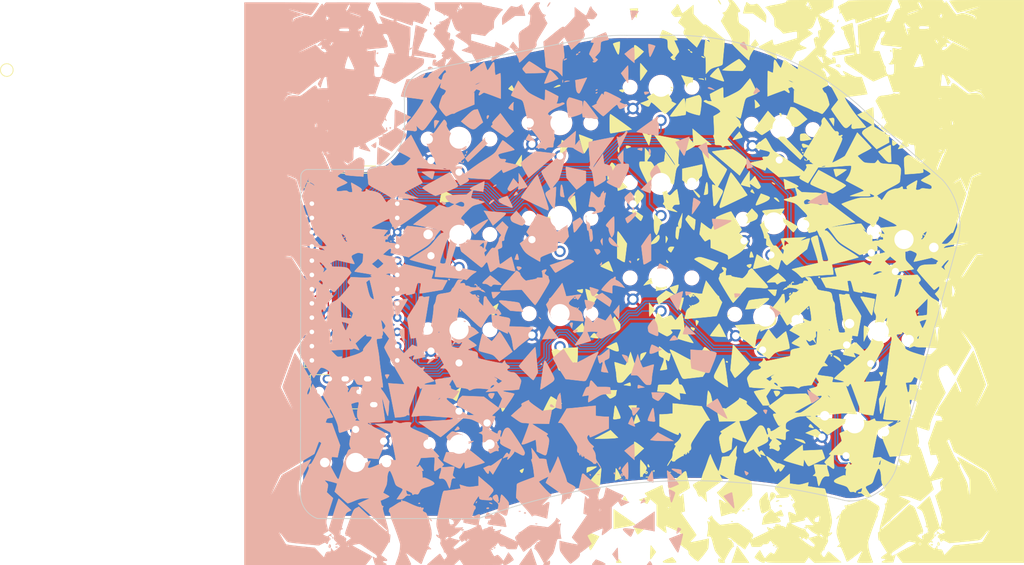
<source format=kicad_pcb>
(kicad_pcb (version 20211014) (generator pcbnew)
  (title_block (title "splinter") (date "2022-08-25") (rev "0.1") (company "filterpaper"))
  (layers (0 "F.Cu" signal) (31 "B.Cu" signal) (34 "B.Paste" user) (35 "F.Paste" user) (36 "B.SilkS" user "B.Silkscreen") (37 "F.SilkS" user "F.Silkscreen") (38 "B.Mask" user) (39 "F.Mask" user) (44 "Edge.Cuts" user))
  (net 0 "")
  (net 1 "reset")
  (net 2 "gnd")
  (net 3 "vcc")
  (net 4 "Switch18")
  (net 5 "Switch1")
  (net 6 "Switch2")
  (net 7 "Switch3")
  (net 8 "Switch4")
  (net 9 "Switch5")
  (net 10 "Switch6")
  (net 11 "Switch7")
  (net 12 "Switch8")
  (net 13 "Switch9")
  (net 14 "Switch10")
  (net 15 "Switch11")
  (net 16 "Switch12")
  (net 17 "Switch13")
  (net 18 "Switch14")
  (net 19 "Switch15")
  (net 20 "Switch16")
  (net 21 "Switch17")
  (net 22 "raw")
  (footprint "kbd:ProMicro_v3_min_dual" (layer "F.Cu") (at 95.006003 90.870014)
    (fp_text reference "U1" hide)
    (fp_text value "ProMicro-kbd" hide)
  )
  (footprint "Kailh:TRRS-PJ-DPB2" (layer "F.Cu") (at 87.132003 109.920014 90)
    (fp_text reference "Jack0" hide)
    (fp_text value "TRRS" hide)
  )
  (footprint "Kailh:SW_PG1350_rev_DPB2" (layer "B.Cu") (at 171.221329 62.722275 175)
    (fp_text reference "SW3" hide)
    (fp_text value "SW_Push" hide)
  )
  (footprint "Kailh:SW_PG1350_rev_DPB2" (layer "B.Cu") (at 149.626003 55.638014 180)
    (fp_text reference "SW4" hide)
    (fp_text value "SW_Push" hide)
  )
  (footprint "Kailh:SW_PG1350_rev_DPB2" (layer "B.Cu") (at 131.626003 61.998014 180)
    (fp_text reference "SW5" hide)
    (fp_text value "SW_Push" hide)
  )
  (footprint "Kailh:SW_PG1350_rev_DPB2" (layer "B.Cu") (at 113.626003 64.878014 180)
    (fp_text reference "SW6" hide)
    (fp_text value "SW_Push" hide)
  )
  (footprint "Kailh:SW_PG1350_rev_DPB2" (layer "B.Cu") (at 188.540633 99.19832 165)
    (fp_text reference "SW8" hide)
    (fp_text value "SW_Push" hide)
  )
  (footprint "Kailh:SW_PG1350_rev_DPB2" (layer "B.Cu") (at 169.739741 79.657598 175)
    (fp_text reference "SW9" hide)
    (fp_text value "SW_Push" hide)
  )
  (footprint "Kailh:SW_PG1350_rev_DPB2" (layer "B.Cu") (at 149.626003 72.628014 180)
    (fp_text reference "SW10" hide)
    (fp_text value "SW_Push" hide)
  )
  (footprint "Kailh:SW_PG1350_rev_DPB2" (layer "B.Cu") (at 131.626003 78.998014 180)
    (fp_text reference "SW11" hide)
    (fp_text value "SW_Push" hide)
  )
  (footprint "Kailh:SW_PG1350_rev_DPB2" (layer "B.Cu") (at 113.626003 81.878014 180)
    (fp_text reference "SW12" hide)
    (fp_text value "SW_Push" hide)
  )
  (footprint "Kailh:SW_PG1350_rev_DPB2" (layer "B.Cu") (at 192.940838 82.776533 165)
    (fp_text reference "SW14" hide)
    (fp_text value "SW_Push" hide)
  )
  (footprint "Kailh:SW_PG1350_rev_DPB2" (layer "B.Cu") (at 168.258393 96.589481 175)
    (fp_text reference "SW15" hide)
    (fp_text value "SW_Push" hide)
  )
  (footprint "Kailh:SW_PG1350_rev_DPB2" (layer "B.Cu") (at 149.626003 89.628014 180)
    (fp_text reference "SW16" hide)
    (fp_text value "SW_Push" hide)
  )
  (footprint "Kailh:SW_PG1350_rev_DPB2" (layer "B.Cu") (at 131.626003 96.003014 180)
    (fp_text reference "SW17" hide)
    (fp_text value "SW_Push" hide)
  )
  (footprint "Kailh:SW_PG1350_rev_DPB2" (layer "B.Cu") (at 113.626003 98.878014 180)
    (fp_text reference "SW18" hide)
    (fp_text value "SW_Push" hide)
  )
  (footprint "Kailh:SW_PG1350_rev_DPB2" (layer "B.Cu") (at 113.626003 119.272014)
    (fp_text reference "SW20" hide)
    (fp_text value "SW_Push" hide)
  )
  (footprint "Kailh:SW_PG1350_rev_DPB2" (layer "B.Cu") (at 95.198479 122.534719)
    (fp_text reference "SW21" hide)
    (fp_text value "SW_Push" hide)
  )
  (footprint "Kailh:SW_PG1350_rev_DPB2" (layer "B.Cu") (at 184.140269 115.620702 165)
    (fp_text reference "SW8" hide)
    (fp_text value "SW_Push" hide)
  )
  (gr_poly (pts (xy 176.517873 111.957481) (xy 176.514733 111.955776) (xy 176.484703 111.910432) (xy 176.442338 111.820487) (xy 176.329139 111.533269) (xy 176.19221 111.14708) (xy 176.048625 110.714879) (xy 175.915459 110.289624) (xy 175.809784 109.924271) (xy 175.772592 109.780608) (xy 175.748675 109.67178) (xy 175.740168 109.604406) (xy 175.74236 109.588334) (xy 175.749206 109.585108) (xy 175.805335 109.615035) (xy 175.896118 109.669995) (xy 176.160522 109.840541) (xy 176.500167 110.067807) (xy 176.872802 110.322854) (xy 177.236177 110.576744) (xy 177.548041 110.800537) (xy 177.766143 110.965294) (xy 177.82683 111.016492) (xy 177.848232 111.042078) (xy 177.844956 111.051154) (xy 177.83533 111.064336) (xy 177.819664 111.081389) (xy 177.798265 111.102078) (xy 177.739495 111.153421) (xy 177.66148 111.216484) (xy 177.566682 111.289387) (xy 177.457559 111.370248) (xy 177.336571 111.457186) (xy 177.206177 111.548319) (xy 177.074675 111.637741) (xy 176.950552 111.719638) (xy 176.836557 111.792274) (xy 176.784217 111.824577) (xy 176.73544 111.853914) (xy 176.69057 111.880067) (xy 176.64995 111.90282) (xy 176.613924 111.921956) (xy 176.582836 111.937257) (xy 176.557029 111.948506) (xy 176.536847 111.955488) (xy 176.528973 111.95731) (xy 176.522634 111.957983)) (layer "B.SilkS") (width 0.07) (fill solid))
  (gr_poly (pts (xy 134.975562 56.710047) (xy 134.91518 56.697036) (xy 134.859103 56.67491) (xy 134.807167 56.643307) (xy 134.759211 56.601864) (xy 134.71507 56.55022) (xy 134.674583 56.488014) (xy 134.637586 56.414883) (xy 134.603918 56.330466) (xy 134.573414 56.234402) (xy 134.545913 56.126327) (xy 134.521252 56.005882) (xy 134.499267 55.872703) (xy 134.479796 55.72643) (xy 134.462677 55.5667) (xy 134.447746 55.393152) (xy 134.36132 54.393027) (xy 135.089806 54.244864) (xy 135.244821 54.215514) (xy 135.401571 54.183705) (xy 135.556008 54.150449) (xy 135.704077 54.116759) (xy 135.841729 54.083648) (xy 135.964912 54.052128) (xy 136.069573 54.023213) (xy 136.151662 53.997915) (xy 136.257289 53.965939) (xy 136.299359 53.954238) (xy 136.334555 53.945828) (xy 136.349644 53.942959) (xy 136.363096 53.941035) (xy 136.374939 53.940097) (xy 136.385198 53.940185) (xy 136.393903 53.94134) (xy 136.401079 53.943603) (xy 136.406753 53.947015) (xy 136.410954 53.951616) (xy 136.413708 53.957447) (xy 136.415042 53.964548) (xy 136.414983 53.97296) (xy 136.413559 53.982725) (xy 136.410796 53.993882) (xy 136.406722 54.006472) (xy 136.394749 54.036116) (xy 136.377856 54.071981) (xy 136.356261 54.114394) (xy 136.299831 54.220163) (xy 136.192181 54.435084) (xy 136.031281 54.772705) (xy 135.837968 55.189038) (xy 135.633082 55.640094) (xy 135.584374 55.749826) (xy 135.535703 55.856412) (xy 135.487393 55.959307) (xy 135.439771 56.05797) (xy 135.393161 56.151858) (xy 135.34789 56.240429) (xy 135.304282 56.32314) (xy 135.262664 56.399448) (xy 135.223361 56.468811) (xy 135.186699 56.530686) (xy 135.153003 56.58453) (xy 135.122599 56.629802) (xy 135.095812 56.665957) (xy 135.072968 56.692454) (xy 135.063126 56.701912) (xy 135.054393 56.708751) (xy 135.046807 56.712904) (xy 135.040411 56.714303)) (layer "B.SilkS") (width 0.07) (fill solid))
  (gr_poly (pts (xy 122.89075 59.628245) (xy 122.849543 59.609456) (xy 122.809384 59.590215) (xy 122.770456 59.570649) (xy 122.732938 59.550883) (xy 122.697012 59.531046) (xy 122.662858 59.511262) (xy 122.630657 59.491659) (xy 122.600591 59.472364) (xy 122.572839 59.453503) (xy 122.547584 59.435202) (xy 122.525005 59.417589) (xy 122.505285 59.40079) (xy 122.488602 59.384931) (xy 122.481457 59.377394) (xy 122.47514 59.370139) (xy 122.469672 59.363183) (xy 122.465077 59.356542) (xy 122.461378 59.35023) (xy 122.458596 59.344265) (xy 122.458085 59.338918) (xy 122.458847 59.332168) (xy 122.464072 59.314626) (xy 122.474035 59.291985) (xy 122.488501 59.264586) (xy 122.507236 59.232775) (xy 122.530004 59.196894) (xy 122.586699 59.114297) (xy 122.656706 59.019547) (xy 122.738143 58.915392) (xy 122.82913 58.80458) (xy 122.927787 58.689863) (xy 122.979847 58.633893) (xy 123.02941 58.581849) (xy 123.076297 58.533891) (xy 123.120326 58.490185) (xy 123.161317 58.450891) (xy 123.199088 58.416173) (xy 123.233459 58.386194) (xy 123.249313 58.373033) (xy 123.264249 58.361117) (xy 123.278245 58.350467) (xy 123.291277 58.341103) (xy 123.303324 58.333047) (xy 123.314362 58.326317) (xy 123.324369 58.320935) (xy 123.333323 58.31692) (xy 123.341201 58.314294) (xy 123.34798 58.313076) (xy 123.353637 58.313288) (xy 123.356038 58.313935) (xy 123.358151 58.314948) (xy 123.359971 58.316328) (xy 123.361497 58.318078) (xy 123.362726 58.3202) (xy 123.363655 58.322698) (xy 123.364601 58.328828) (xy 123.364312 58.336488) (xy 123.362766 58.3457) (xy 123.359941 58.356482) (xy 123.346123 58.414313) (xy 123.332739 58.49269) (xy 123.320224 58.587851) (xy 123.309011 58.696035) (xy 123.299534 58.813479) (xy 123.292228 58.93642) (xy 123.287526 59.061098) (xy 123.285862 59.183748) (xy 123.285862 59.788766)) (layer "B.SilkS") (width 0.07) (fill solid))
  (gr_poly (pts (xy 121.335003 43.83615) (xy 121.325282 43.612574) (xy 121.324989 43.517181) (xy 121.329019 43.429656) (xy 121.33833 43.347702) (xy 121.353881 43.269022) (xy 121.376631 43.191318) (xy 121.407538 43.112294) (xy 121.447561 43.029652) (xy 121.497658 42.941096) (xy 121.558788 42.844328) (xy 121.63191 42.737053) (xy 121.717982 42.616971) (xy 121.817962 42.481787) (xy 122.063484 42.156923) (xy 122.158268 42.033928) (xy 122.248187 41.919577) (xy 122.333294 41.813836) (xy 122.413645 41.716669) (xy 122.489293 41.628038) (xy 122.560293 41.547908) (xy 122.626698 41.476243) (xy 122.688564 41.413007) (xy 122.745944 41.358162) (xy 122.798893 41.311674) (xy 122.823722 41.291552) (xy 122.847464 41.273505) (xy 122.870126 41.25753) (xy 122.891713 41.24362) (xy 122.912234 41.231773) (xy 122.931694 41.221983) (xy 122.9501 41.214246) (xy 122.96746 41.208557) (xy 122.98378 41.204912) (xy 122.999066 41.203306) (xy 123.013326 41.203735) (xy 123.026566 41.206194) (xy 123.160794 41.245117) (xy 123.286051 41.278542) (xy 123.402916 41.306468) (xy 123.511967 41.328896) (xy 123.613783 41.345826) (xy 123.708944 41.357257) (xy 123.798027 41.363189) (xy 123.840471 41.364094) (xy 123.881613 41.363624) (xy 123.921524 41.361779) (xy 123.960278 41.358559) (xy 123.997947 41.353965) (xy 124.034603 41.347996) (xy 124.070318 41.340653) (xy 124.105166 41.331935) (xy 124.139217 41.321843) (xy 124.172545 41.310375) (xy 124.205222 41.297534) (xy 124.237321 41.283317) (xy 124.268913 41.267726) (xy 124.30007 41.25076) (xy 124.330866 41.23242) (xy 124.361373 41.212705) (xy 124.421808 41.169152) (xy 124.492189 41.112716) (xy 124.555407 41.063768) (xy 124.611825 41.022272) (xy 124.637597 41.004307) (xy 124.661804 40.988191) (xy 124.684493 40.97392) (xy 124.705707 40.96149) (xy 124.725492 40.950895) (xy 124.743894 40.942131) (xy 124.760957 40.935195) (xy 124.776727 40.93008) (xy 124.791249 40.926783) (xy 124.804568 40.9253) (xy 124.81673 40.925625) (xy 124.82778 40.927754) (xy 124.837762 40.931683) (xy 124.846722 40.937407) (xy 124.854706 40.944921) (xy 124.861758 40.954222) (xy 124.867924 40.965304) (xy 124.87325 40.978163) (xy 124.877779 40.992795) (xy 124.881557 41.009195) (xy 124.884631 41.027358) (xy 124.887044 41.04728) (xy 124.888842 41.068956) (xy 124.89007 41.092383) (xy 124.890999 41.144468) (xy 124.891849 41.170475) (xy 124.894327 41.197423) (xy 124.898324 41.225095) (xy 124.903731 41.253273) (xy 124.910441 41.281741) (xy 124.918345 41.310281) (xy 124.927334 41.338677) (xy 124.9373 41.366712) (xy 124.948134 41.394167) (xy 124.959727 41.420827) (xy 124.971972 41.446474) (xy 124.98476 41.470892) (xy 124.997982 41.493862) (xy 125.011529 41.515169) (xy 125.025294 41.534594) (xy 125.039168 41.551922) (xy 125.055216 41.569249) (xy 125.070903 41.588674) (xy 125.086155 41.609981) (xy 125.100902 41.632951) (xy 125.115069 41.657369) (xy 125.128586 41.683016) (xy 125.141379 41.709676) (xy 125.153377 41.737131) (xy 125.164506 41.765166) (xy 125.174695 41.793562) (xy 125.183871 41.822102) (xy 125.191962 41.85057) (xy 125.198895 41.878748) (xy 125.204598 41.90642) (xy 125.209 41.933368) (xy 125.212026 41.959375) (xy 125.21832 42.015735) (xy 125.227653 42.081499) (xy 125.239591 42.154498) (xy 125.253699 42.232561) (xy 125.269543 42.313517) (xy 125.28669 42.395196) (xy 125.304704 42.475427) (xy 125.323153 42.552041) (xy 125.409585 42.885421) (xy 123.643926 42.885421) (xy 122.507986 43.700329) (xy 121.37204 44.5029)) (layer "B.SilkS") (width 0.07) (fill solid))
  (gr_poly (pts (xy 113.474983 41.89734) (xy 113.458074 41.896409) (xy 113.450609 41.895688) (xy 113.443807 41.89479) (xy 113.437669 41.893706) (xy 113.432198 41.892429) (xy 113.427396 41.890954) (xy 113.423266 41.889273) (xy 113.419809 41.88738) (xy 113.417029 41.885267) (xy 113.414927 41.882928) (xy 113.413505 41.880356) (xy 113.412766 41.877545) (xy 113.412712 41.874487) (xy 113.413346 41.871176) (xy 113.414668 41.867605) (xy 113.416683 41.863767) (xy 113.419392 41.859656) (xy 113.422798 41.855264) (xy 113.426901 41.850585) (xy 113.431706 41.845612) (xy 113.437214 41.840339) (xy 113.450348 41.828862) (xy 113.466322 41.816102) (xy 113.485154 41.802003) (xy 113.506861 41.786512) (xy 113.516011 41.781776) (xy 113.524938 41.776837) (xy 113.533634 41.771708) (xy 113.542093 41.766402) (xy 113.558271 41.755316) (xy 113.573418 41.743688) (xy 113.587481 41.731624) (xy 113.600403 41.719235) (xy 113.612133 41.706629) (xy 113.622614 41.693914) (xy 113.631793 41.681199) (xy 113.635878 41.674875) (xy 113.639616 41.668592) (xy 113.643002 41.662363) (xy 113.646028 41.656202) (xy 113.648688 41.650122) (xy 113.650976 41.644137) (xy 113.652883 41.63826) (xy 113.654404 41.632506) (xy 113.655531 41.626887) (xy 113.656258 41.621417) (xy 113.656579 41.61611) (xy 113.656485 41.610979) (xy 113.655971 41.606038) (xy 113.65503 41.6013) (xy 113.653142 41.591478) (xy 113.652086 41.580588) (xy 113.651826 41.568722) (xy 113.652326 41.555969) (xy 113.653549 41.542419) (xy 113.65546 41.528165) (xy 113.658022 41.513295) (xy 113.661199 41.4979) (xy 113.664955 41.482072) (xy 113.669253 41.465899) (xy 113.674058 41.449473) (xy 113.679334 41.432885) (xy 113.685043 41.416224) (xy 113.691151 41.399581) (xy 113.69762 41.383046) (xy 113.704414 41.36671) (xy 113.710646 41.352048) (xy 113.713237 41.349129) (xy 113.715485 41.348961) (xy 113.7174 41.351396) (xy 113.718986 41.356291) (xy 113.721202 41.372882) (xy 113.722188 41.397576) (xy 113.721999 41.429216) (xy 113.718309 41.5087) (xy 113.710568 41.602076) (xy 113.699208 41.700081) (xy 113.684665 41.793458) (xy 113.676335 41.835516) (xy 113.667372 41.872944) (xy 113.664346 41.875256) (xy 113.659946 41.87755) (xy 113.654243 41.879808) (xy 113.64731 41.882011) (xy 113.639219 41.884143) (xy 113.630043 41.886183) (xy 113.608725 41.889921) (xy 113.583933 41.89308) (xy 113.556248 41.895516) (xy 113.526249 41.897084) (xy 113.494514 41.897638)) (layer "B.SilkS") (width 0.07) (fill solid))
  (gr_poly (pts (xy 124.793765 80.272804) (xy 124.724676 80.261771) (xy 124.644754 80.242418) (xy 124.552279 80.214528) (xy 124.445534 80.177884) (xy 124.3228 80.132269) (xy 124.18236 80.077466) (xy 123.841485 79.939428) (xy 123.70953 79.885936) (xy 123.590923 79.836189) (xy 123.484832 79.789589) (xy 123.390425 79.745539) (xy 123.30687 79.703442) (xy 123.268902 79.68294) (xy 123.233335 79.662702) (xy 123.200065 79.642654) (xy 123.168988 79.622721) (xy 123.14 79.602829) (xy 123.112997 79.582903) (xy 123.087875 79.562869) (xy 123.06453 79.542652) (xy 123.042858 79.522176) (xy 123.022755 79.501368) (xy 123.004118 79.480154) (xy 122.986841 79.458458) (xy 122.970821 79.436205) (xy 122.955954 79.413322) (xy 122.942137 79.389733) (xy 122.929264 79.365365) (xy 122.917232 79.340141) (xy 122.905938 79.313989) (xy 122.885144 79.258597) (xy 122.86605 79.198594) (xy 122.847033 79.132436) (xy 122.831977 79.072157) (xy 122.82137 79.016688) (xy 122.817888 78.990425) (xy 122.815701 78.964964) (xy 122.81487 78.940172) (xy 122.815457 78.915916) (xy 122.817523 78.892062) (xy 122.821128 78.868478) (xy 122.826334 78.845028) (xy 122.833201 78.821582) (xy 122.841791 78.798004) (xy 122.852165 78.774161) (xy 122.864384 78.749921) (xy 122.878509 78.725149) (xy 122.8946 78.699713) (xy 122.91272 78.673478) (xy 122.955287 78.618081) (xy 123.006698 78.557891) (xy 123.067443 78.491841) (xy 123.138009 78.418864) (xy 123.218884 78.337892) (xy 123.310557 78.247859) (xy 123.853832 77.692236) (xy 124.69344 78.618276) (xy 124.841415 78.784399) (xy 124.970869 78.932093) (xy 125.08238 79.063182) (xy 125.131589 79.123072) (xy 125.176528 79.179495) (xy 125.217272 79.232681) (xy 125.253891 79.282858) (xy 125.28646 79.330254) (xy 125.315049 79.375097) (xy 125.339731 79.417617) (xy 125.360579 79.45804) (xy 125.377665 79.496596) (xy 125.391061 79.533513) (xy 125.40084 79.569019) (xy 125.407074 79.603343) (xy 125.409835 79.636713) (xy 125.409196 79.669357) (xy 125.405229 79.701504) (xy 125.398006 79.733381) (xy 125.387601 79.765218) (xy 125.374084 79.797243) (xy 125.357529 79.829683) (xy 125.338007 79.862768) (xy 125.315592 79.896726) (xy 125.290356 79.931785) (xy 125.26237 79.968173) (xy 125.231708 80.006118) (xy 125.162642 80.087597) (xy 125.118368 80.135309) (xy 125.077006 80.176438) (xy 125.036838 80.210767) (xy 124.996145 80.238078) (xy 124.95321 80.258154) (xy 124.906313 80.270778) (xy 124.853738 80.275734)) (layer "B.SilkS") (width 0.07) (fill solid))
  (gr_poly (pts (xy 100.61636 107.313216) (xy 100.575443 107.238765) (xy 100.540784 107.172526) (xy 100.512564 107.114028) (xy 100.490963 107.062801) (xy 100.482702 107.039767) (xy 100.476163 107.018374) (xy 100.471369 106.998564) (xy 100.468344 106.980278) (xy 100.467109 106.963456) (xy 100.467687 106.948041) (xy 100.470101 106.933974) (xy 100.474373 106.921195) (xy 100.480527 106.909646) (xy 100.488583 106.899268) (xy 100.498567 106.890002) (xy 100.510499 106.88179) (xy 100.524402 106.874573) (xy 100.540299 106.868291) (xy 100.558213 106.862887) (xy 100.578167 106.858301) (xy 100.600182 106.854475) (xy 100.624281 106.85135) (xy 100.678825 106.846967) (xy 100.741977 106.844682) (xy 100.813919 106.844025) (xy 100.890057 106.844405) (xy 100.956538 106.845906) (xy 101.013541 106.849071) (xy 101.061247 106.854443) (xy 101.081671 106.858126) (xy 101.099838 106.862564) (xy 101.115772 106.867825) (xy 101.129494 106.873977) (xy 101.141028 106.881087) (xy 101.150396 106.889224) (xy 101.157621 106.898455) (xy 101.162725 106.908848) (xy 101.165732 106.920471) (xy 101.166662 106.933392) (xy 101.165541 106.947679) (xy 101.162388 106.963398) (xy 101.157229 106.980619) (xy 101.150084 106.99941) (xy 101.140977 107.019836) (xy 101.12993 107.041968) (xy 101.102107 107.091617) (xy 101.066796 107.148898) (xy 101.024179 107.214354) (xy 100.974435 107.288529) (xy 100.776877 107.609554)) (layer "B.SilkS") (width 0.07) (fill solid))
  (gr_poly (pts (xy 132.445331 54.726299) (xy 132.443442 54.725973) (xy 132.441828 54.72543) (xy 132.440484 54.724671) (xy 132.439402 54.723694) (xy 132.438575 54.7225) (xy 132.437997 54.721089) (xy 132.437661 54.719461) (xy 132.437561 54.717616) (xy 132.437688 54.715554) (xy 132.438601 54.710778) (xy 132.440347 54.705135) (xy 132.44287 54.698623) (xy 132.446117 54.691243) (xy 132.450032 54.682995) (xy 132.459654 54.663894) (xy 132.48454 54.615275) (xy 132.488549 54.609525) (xy 132.493607 54.603854) (xy 132.506726 54.592777) (xy 132.523607 54.582097) (xy 132.543961 54.571869) (xy 132.567498 54.562147) (xy 132.593928 54.552986) (xy 132.622964 54.54444) (xy 132.654314 54.536562) (xy 132.68769 54.529409) (xy 132.722803 54.523033) (xy 132.759362 54.517489) (xy 132.797079 54.512831) (xy 132.835664 54.509114) (xy 132.874829 54.506392) (xy 132.914282 54.504718) (xy 132.953736 54.504149) (xy 133.348848 54.528843) (xy 132.916694 54.615275) (xy 132.747882 54.651741) (xy 132.671651 54.668888) (xy 132.60338 54.684732) (xy 132.544948 54.69884) (xy 132.498237 54.710778) (xy 132.465128 54.720111) (xy 132.454263 54.723666) (xy 132.447503 54.726407)) (layer "B.SilkS") (width 0.07) (fill solid))
  (gr_poly (pts (xy 168.312994 113.855787) (xy 168.305374 113.854158) (xy 168.297356 113.851154) (xy 168.288906 113.846767) (xy 168.27999 113.840987) (xy 168.270575 113.833805) (xy 168.260626 113.825212) (xy 168.25011 113.815199) (xy 168.227239 113.790879) (xy 168.201692 113.76077) (xy 168.173197 113.724802) (xy 168.141482 113.682901) (xy 168.106276 113.634995) (xy 168.050011 113.560267) (xy 168.001686 113.493244) (xy 167.961428 113.433528) (xy 167.944363 113.406286) (xy 167.929363 113.380721) (xy 167.916442 113.356784) (xy 167.905618 113.334425) (xy 167.896905 113.313594) (xy 167.89032 113.294242) (xy 167.885878 113.276319) (xy 167.883594 113.259775) (xy 167.883486 113.24456) (xy 167.885569 113.230625) (xy 167.889858 113.21792) (xy 167.89637 113.206394) (xy 167.90512 113.196) (xy 167.916124 113.186686) (xy 167.929398 113.178403) (xy 167.944957 113.171101) (xy 167.962818 113.16473) (xy 167.982997 113.159242) (xy 168.005508 113.154585) (xy 168.030369 113.15071) (xy 168.057594 113.147569) (xy 168.0872 113.145109) (xy 168.153618 113.142041) (xy 168.229748 113.141106) (xy 168.276351 113.141694) (xy 168.318975 113.143494) (xy 168.338818 113.144865) (xy 168.357693 113.14656) (xy 168.375609 113.148584) (xy 168.392576 113.150946) (xy 168.408602 113.153651) (xy 168.423697 113.156707) (xy 168.43787 113.160119) (xy 168.451129 113.163896) (xy 168.463484 113.168044) (xy 168.474943 113.172569) (xy 168.485516 113.177479) (xy 168.495212 113.182779) (xy 168.50404 113.188478) (xy 168.512009 113.194581) (xy 168.519128 113.201096) (xy 168.525405 113.208029) (xy 168.530851 113.215387) (xy 168.535474 113.223176) (xy 168.539282 113.231405) (xy 168.542286 113.240078) (xy 168.544494 113.249204) (xy 168.545916 113.258789) (xy 168.546559 113.268839) (xy 168.546434 113.279362) (xy 168.545549 113.290365) (xy 168.543914 113.301853) (xy 168.541537 113.313834) (xy 168.538428 113.326315) (xy 168.506788 113.414095) (xy 168.470518 113.519239) (xy 168.402609 113.721426) (xy 168.391277 113.755996) (xy 168.380253 113.785573) (xy 168.369265 113.810087) (xy 168.3637 113.820422) (xy 168.358043 113.829464) (xy 168.352258 113.837203) (xy 168.346313 113.843632) (xy 168.340174 113.84874) (xy 168.333806 113.852518) (xy 168.327176 113.854958) (xy 168.32025 113.856051)) (layer "B.SilkS") (width 0.07) (fill solid))
  (gr_poly (pts (xy 112.90891 116.816011) (xy 112.894536 116.814475) (xy 112.882939 116.811379) (xy 112.874068 116.806689) (xy 112.867874 116.800371) (xy 112.864308 116.792391) (xy 112.863318 116.782716) (xy 112.864857 116.771311) (xy 112.868873 116.758143) (xy 112.875317 116.743178) (xy 112.88414 116.726381) (xy 112.895291 116.707719) (xy 112.924381 116.664664) (xy 112.962188 116.613741) (xy 113.008316 116.554679) (xy 113.062365 116.487207) (xy 113.123546 116.409038) (xy 113.177926 116.341089) (xy 113.226229 116.283159) (xy 113.248328 116.25789) (xy 113.269179 116.235051) (xy 113.288872 116.214618) (xy 113.307498 116.196565) (xy 113.325148 116.180868) (xy 113.341911 116.167502) (xy 113.357879 116.156442) (xy 113.373141 116.147664) (xy 113.387788 116.141142) (xy 113.401911 116.136851) (xy 113.415599 116.134767) (xy 113.428944 116.134864) (xy 113.442036 116.137119) (xy 113.454965 116.141505) (xy 113.467822 116.147999) (xy 113.480696 116.156575) (xy 113.493679 116.167208) (xy 113.506861 116.179873) (xy 113.520333 116.194547) (xy 113.534184 116.211203) (xy 113.548505 116.229817) (xy 113.563387 116.250364) (xy 113.595195 116.297158) (xy 113.63033 116.351385) (xy 113.65387 116.388777) (xy 113.673377 116.422478) (xy 113.68858 116.452852) (xy 113.694482 116.466904) (xy 113.699206 116.480259) (xy 113.702719 116.492964) (xy 113.704986 116.505062) (xy 113.705973 116.5166) (xy 113.705646 116.527622) (xy 113.703972 116.538175) (xy 113.700917 116.548302) (xy 113.696447 116.558049) (xy 113.690527 116.567462) (xy 113.683124 116.576585) (xy 113.674204 116.585464) (xy 113.663733 116.594144) (xy 113.651678 116.602671) (xy 113.638003 116.611089) (xy 113.622676 116.619443) (xy 113.586928 116.636144) (xy 113.544162 116.653133) (xy 113.494107 116.670775) (xy 113.436492 116.689429) (xy 113.371045 116.709458) (xy 113.264483 116.739652) (xy 113.171414 116.765235) (xy 113.09144 116.785935) (xy 113.024164 116.80148) (xy 112.995162 116.807235) (xy 112.969186 116.811599) (xy 112.946185 116.81454) (xy 112.926109 116.816021)) (layer "B.SilkS") (width 0.07) (fill solid))
  (gr_poly (pts (xy 119.437052 111.141469) (xy 119.418704 111.137923) (xy 119.399694 111.131841) (xy 119.379933 111.123244) (xy 119.359334 111.112156) (xy 119.337807 111.0986) (xy 119.315265 111.082597) (xy 119.29162 111.06417) (xy 119.266784 111.043343) (xy 119.213183 110.994575) (xy 119.153759 110.936475) (xy 119.087806 110.869222) (xy 119.052318 110.829217) (xy 119.019935 110.79024) (xy 118.990649 110.752308) (xy 118.964454 110.715436) (xy 118.941342 110.67964) (xy 118.921308 110.644937) (xy 118.904343 110.611341) (xy 118.890442 110.578868) (xy 118.879598 110.547535) (xy 118.871804 110.517358) (xy 118.867053 110.488351) (xy 118.865338 110.460532) (xy 118.866652 110.433915) (xy 118.870989 110.408517) (xy 118.878343 110.384353) (xy 118.888705 110.36144) (xy 118.90207 110.339792) (xy 118.918431 110.319427) (xy 118.93778 110.300359) (xy 118.960112 110.282605) (xy 118.985418 110.26618) (xy 119.013694 110.2511) (xy 119.044931 110.237382) (xy 119.079123 110.22504) (xy 119.116263 110.214091) (xy 119.156344 110.20455) (xy 119.19936 110.196434) (xy 119.245304 110.189758) (xy 119.294169 110.184538) (xy 119.345949 110.18079) (xy 119.400635 110.17853) (xy 119.458223 110.177773) (xy 119.508534 110.178198) (xy 119.557434 110.179437) (xy 119.604671 110.181435) (xy 119.64999 110.184139) (xy 119.693139 110.187495) (xy 119.733864 110.191447) (xy 119.771912 110.195942) (xy 119.80703 110.200925) (xy 119.838965 110.206342) (xy 119.867463 110.212139) (xy 119.892272 110.218262) (xy 119.913138 110.224656) (xy 119.929808 110.231268) (xy 119.93649 110.234638) (xy 119.942029 110.238042) (xy 119.946391 110.241473) (xy 119.949547 110.244925) (xy 119.951463 110.24839) (xy 119.952109 110.251862) (xy 119.951111 110.260936) (xy 119.948178 110.274096) (xy 119.936867 110.311668) (xy 119.918901 110.362551) (xy 119.895002 110.424721) (xy 119.865894 110.496152) (xy 119.8323 110.574817) (xy 119.794945 110.658692) (xy 119.75455 110.745751) (xy 119.712473 110.834767) (xy 119.673741 110.9121) (xy 119.655409 110.946441) (xy 119.63765 110.977929) (xy 119.620374 111.006587) (xy 119.603494 111.032436) (xy 119.586921 111.055501) (xy 119.570567 111.075802) (xy 119.554345 111.093363) (xy 119.538165 111.108207) (xy 119.521941 111.120356) (xy 119.505582 111.129833) (xy 119.489003 111.13666) (xy 119.472113 111.14086) (xy 119.454826 111.142455)) (layer "B.SilkS") (width 0.07) (fill solid))
  (gr_poly (pts (xy 143.667626 125.527617) (xy 143.662424 125.526504) (xy 143.657074 125.524714) (xy 143.645919 125.519168) (xy 143.634144 125.511112) (xy 143.621735 125.50068) (xy 143.612405 125.493915) (xy 143.602948 125.487512) (xy 143.593383 125.481471) (xy 143.583728 125.475791) (xy 143.564218 125.465517) (xy 143.544563 125.45669) (xy 143.524909 125.449311) (xy 143.505399 125.443378) (xy 143.486179 125.438892) (xy 143.467393 125.435853) (xy 143.458208 125.434876) (xy 143.449185 125.434261) (xy 143.440344 125.434008) (xy 143.431702 125.434117) (xy 143.423276 125.434587) (xy 143.415086 125.435419) (xy 143.407149 125.436612) (xy 143.399483 125.438167) (xy 143.392107 125.440084) (xy 143.385039 125.442363) (xy 143.378295 125.445003) (xy 143.371896 125.448006) (xy 143.365858 125.451369) (xy 143.360201 125.455095) (xy 143.354941 125.459182) (xy 143.350097 125.463631) (xy 143.339239 125.47203) (xy 143.329791 125.478729) (xy 143.321718 125.483763) (xy 143.318186 125.485668) (xy 143.314984 125.48717) (xy 143.312107 125.488274) (xy 143.309552 125.488985) (xy 143.307313 125.489307) (xy 143.305386 125.489244) (xy 143.303766 125.488802) (xy 143.30245 125.487984) (xy 143.301431 125.486796) (xy 143.300707 125.485241) (xy 143.300272 125.483325) (xy 143.300122 125.481051) (xy 143.300253 125.478425) (xy 143.300659 125.475451) (xy 143.302281 125.468475) (xy 143.304952 125.460162) (xy 143.308635 125.450546) (xy 143.313296 125.439664) (xy 143.318897 125.427552) (xy 143.325402 125.414247) (xy 143.328623 125.40698) (xy 143.331344 125.399089) (xy 143.335314 125.381545) (xy 143.337366 125.36183) (xy 143.337556 125.340161) (xy 143.335937 125.316757) (xy 143.332563 125.291833) (xy 143.327489 125.265607) (xy 143.32077 125.238296) (xy 143.312459 125.210117) (xy 143.30261 125.181287) (xy 143.291279 125.152023) (xy 143.278518 125.122542) (xy 143.264384 125.093061) (xy 143.248929 125.063798) (xy 143.232208 125.034968) (xy 143.214275 125.00679) (xy 143.185156 124.96742) (xy 143.157846 124.932609) (xy 143.144801 124.91689) (xy 143.132127 124.902283) (xy 143.119796 124.888779) (xy 143.107782 124.87637) (xy 143.096057 124.865046) (xy 143.084595 124.854799) (xy 143.073368 124.845618) (xy 143.062348 124.837496) (xy 143.05151 124.830422) (xy 143.040825 124.824389) (xy 143.030267 124.819387) (xy 143.019808 124.815406) (xy 143.009422 124.812439) (xy 142.999081 124.810475) (xy 142.988758 124.809506) (xy 142.978426 124.809523) (xy 142.968057 124.810516) (xy 142.957626 124.812477) (xy 142.947104 124.815397) (xy 142.936464 124.819266) (xy 142.925679 124.824076) (xy 142.914723 124.829817) (xy 142.903568 124.836481) (xy 142.892187 124.844058) (xy 142.880552 124.852539) (xy 142.868638 124.861916) (xy 142.856415 124.872179) (xy 142.843858 124.883319) (xy 142.818956 124.902855) (xy 142.80691 124.911652) (xy 142.79512 124.919804) (xy 142.783574 124.927315) (xy 142.772261 124.934185) (xy 142.76117 124.940419) (xy 142.750289 124.946017) (xy 142.739607 124.950982) (xy 142.729112 124.955316) (xy 142.718794 124.959022) (xy 142.708641 124.962101) (xy 142.698642 124.964556) (xy 142.688785 124.96639) (xy 142.67906 124.967605) (xy 142.669454 124.968202) (xy 142.659956 124.968184) (xy 142.650556 124.967553) (xy 142.641242 124.966313) (xy 142.632003 124.964464) (xy 142.622826 124.962009) (xy 142.613702 124.95895) (xy 142.604618 124.95529) (xy 142.595564 124.951031) (xy 142.586528 124.946175) (xy 142.577499 124.940725) (xy 142.568465 124.934682) (xy 142.559415 124.928049) (xy 142.550338 124.920829) (xy 142.541222 124.913022) (xy 142.532057 124.904633) (xy 142.522831 124.895662) (xy 142.509696 124.881493) (xy 142.498053 124.866808) (xy 142.487874 124.85167) (xy 142.479134 124.836144) (xy 142.471805 124.820293) (xy 142.465859 124.804179) (xy 142.461269 124.787866) (xy 142.458009 124.771418) (xy 142.456051 124.754897) (xy 142.455369 124.738367) (xy 142.455934 124.721892) (xy 142.45772 124.705534) (xy 142.460699 124.689356) (xy 142.464846 124.673424) (xy 142.470131 124.657798) (xy 142.47653 124.642543) (xy 142.484013 124.627723) (xy 142.492554 124.6134) (xy 142.502126 124.599637) (xy 142.512702 124.586499) (xy 142.524255 124.574047) (xy 142.536757 124.562347) (xy 142.550182 124.55146) (xy 142.564502 124.54145) (xy 142.57969 124.532382) (xy 142.595719 124.524316) (xy 142.612562 124.517318) (xy 142.630192 124.511451) (xy 142.648582 124.506777) (xy 142.667704 124.50336) (xy 142.687531 124.501263) (xy 142.708037 124.50055) (xy 142.71585 124.500694) (xy 142.723085 124.501123) (xy 142.729741 124.501832) (xy 142.735818 124.502817) (xy 142.741317 124.504074) (xy 142.746237 124.505597) (xy 142.750578 124.507382) (xy 142.75434 124.509425) (xy 142.757523 124.511722) (xy 142.760128 124.514267) (xy 142.762153 124.517056) (xy 142.7636 124.520085) (xy 142.764469 124.523349) (xy 142.764758 124.526843) (xy 142.764469 124.530564) (xy 142.763601 124.534506) (xy 142.762154 124.538665) (xy 142.760128 124.543037) (xy 142.757524 124.547617) (xy 142.754341 124.5524) (xy 142.750579 124.557382) (xy 142.746238 124.562558) (xy 142.741319 124.567925) (xy 142.735821 124.573477) (xy 142.729744 124.579209) (xy 142.723088 124.585118) (xy 142.70804 124.597447) (xy 142.690678 124.610427) (xy 142.671 124.624022) (xy 142.661921 124.62988) (xy 142.653208 124.635875) (xy 142.644866 124.641996) (xy 142.6369 124.648234) (xy 142.629313 124.654581) (xy 142.622111 124.661028) (xy 142.615297 124.667565) (xy 142.608877 124.674183) (xy 142.602855 124.680874) (xy 142.597235 124.687628) (xy 142.592022 124.694436) (xy 142.587221 124.70129) (xy 142.582835 124.708179) (xy 142.578871 124.715096) (xy 142.575331 124.722031) (xy 142.572221 124.728975) (xy 142.569545 124.735919) (xy 142.567307 124.742853) (xy 142.565513 124.74977) (xy 142.564166 124.75666) (xy 142.563271 124.763513) (xy 142.562833 124.770321) (xy 142.562857 124.777075) (xy 142.563346 124.783766) (xy 142.564305 124.790384) (xy 142.565739 124.796921) (xy 142.567653 124.803367) (xy 142.57005 124.809714) (xy 142.572936 124.815953) (xy 142.576314 124.822074) (xy 142.58019 124.828068) (xy 142.584568 124.833927) (xy 142.603916 124.850553) (xy 142.622583 124.863486) (xy 142.64054 124.872864) (xy 142.657758 124.878829) (xy 142.674208 124.88152) (xy 142.689859 124.881078) (xy 142.704683 124.877642) (xy 142.71865 124.871353) (xy 142.731731 124.862351) (xy 142.743896 124.850776) (xy 142.755116 124.836769) (xy 142.765362 124.820469) (xy 142.774604 124.802017) (xy 142.782813 124.781552) (xy 142.796013 124.735148) (xy 142.804728 124.682377) (xy 142.808721 124.624361) (xy 142.80776 124.562221) (xy 142.801607 124.497078) (xy 142.790028 124.430055) (xy 142.772788 124.362271) (xy 142.749652 124.294849) (xy 142.735799 124.261624) (xy 142.720384 124.22891) (xy 142.686707 124.162149) (xy 142.660482 124.099385) (xy 142.642793 124.038538) (xy 142.634727 123.977529) (xy 142.634641 123.946313) (xy 142.637368 123.914277) (xy 142.651801 123.846702) (xy 142.679112 123.772725) (xy 142.720386 123.690265) (xy 142.776708 123.597242) (xy 142.849164 123.491577) (xy 142.938838 123.371189) (xy 143.046815 123.233999) (xy 143.322022 122.90089) (xy 143.683466 122.475611) (xy 143.688096 122.470891) (xy 143.692716 122.470555) (xy 143.701892 122.482627) (xy 143.710924 122.511014) (xy 143.719739 122.554901) (xy 143.736427 122.685921) (xy 143.751379 122.869176) (xy 143.764015 123.098154) (xy 143.773758 123.366345) (xy 143.780027 123.667236) (xy 143.782246 123.994317) (xy 143.781935 124.238449) (xy 143.780919 124.457602) (xy 143.779071 124.652846) (xy 143.776265 124.825246) (xy 143.772373 124.975869) (xy 143.76727 125.105783) (xy 143.764224 125.163308) (xy 143.760828 125.216055) (xy 143.757066 125.264159) (xy 143.752921 125.307752) (xy 143.748379 125.346969) (xy 143.743423 125.381941) (xy 143.738037 125.412804) (xy 143.732206 125.43969) (xy 143.725914 125.462732) (xy 143.719145 125.482064) (xy 143.711883 125.49782) (xy 143.708062 125.504398) (xy 143.704112 125.510132) (xy 143.700031 125.515039) (xy 143.695817 125.519135) (xy 143.691467 125.522437) (xy 143.686981 125.524961) (xy 143.682356 125.526724) (xy 143.677589 125.527744) (xy 143.67268 125.528036)) (layer "B.SilkS") (width 0.07) (fill solid))
  (gr_poly (pts (xy 152.641426 138.536164) (xy 152.612659 138.521544) (xy 152.577561 138.491225) (xy 152.534885 138.443651) (xy 152.483383 138.377267) (xy 152.421806 138.290516) (xy 152.263438 138.049697) (xy 152.049797 137.708749) (xy 151.770898 137.255228) (xy 151.079459 136.11929) (xy 152.091926 135.724177) (xy 153.351346 135.242632) (xy 153.394582 135.226303) (xy 153.431578 135.215599) (xy 153.462172 135.212383) (xy 153.4862 135.218517) (xy 153.495701 135.225674) (xy 153.5035 135.235866) (xy 153.513908 135.266291) (xy 153.517263 135.311655) (xy 153.513402 135.373823) (xy 153.502161 135.454655) (xy 153.483377 135.556016) (xy 153.422533 135.827775) (xy 153.329567 136.204003) (xy 153.203177 136.699603) (xy 153.124271 137.014434) (xy 153.046522 137.315229) (xy 152.903757 137.846353) (xy 152.793405 138.236254) (xy 152.756171 138.360522) (xy 152.733986 138.428214) (xy 152.718151 138.468759) (xy 152.702225 138.501382) (xy 152.684961 138.524527) (xy 152.675437 138.53206) (xy 152.665111 138.53664) (xy 152.653826 138.538073)) (layer "B.SilkS") (width 0.07) (fill solid))
  (gr_poly (pts (xy 158.001615 106.55078) (xy 157.894936 106.538156) (xy 157.763714 106.514028) (xy 157.604674 106.47818) (xy 157.414543 106.430395) (xy 156.927913 106.298145) (xy 156.277634 106.115541) (xy 155.079957 105.769813) (xy 154.993525 105.164803) (xy 154.964393 104.845127) (xy 154.936419 104.422428) (xy 154.924675 104.189446) (xy 154.915391 103.951111) (xy 154.90929 103.714223) (xy 154.907096 103.485582) (xy 154.894748 102.423721) (xy 155.598537 102.473108) (xy 156.42889 102.522498) (xy 156.935512 102.549506) (xy 157.425928 102.571884) (xy 157.617433 102.582574) (xy 157.802735 102.596049) (xy 157.981417 102.612201) (xy 158.153063 102.630921) (xy 158.317258 102.652101) (xy 158.473584 102.675632) (xy 158.621627 102.701406) (xy 158.760971 102.729314) (xy 158.891198 102.759248) (xy 159.011894 102.791098) (xy 159.122642 102.824758) (xy 159.223027 102.860117) (xy 159.312632 102.897068) (xy 159.391041 102.935502) (xy 159.457838 102.975311) (xy 159.512608 103.016386) (xy 159.519008 103.03493) (xy 159.519818 103.066932) (xy 159.515239 103.111666) (xy 159.505469 103.16841) (xy 159.471152 103.315033) (xy 159.418459 103.501013) (xy 159.348982 103.720562) (xy 159.264312 103.967893) (xy 159.16604 104.237218) (xy 159.055759 104.522749) (xy 158.617434 105.610845) (xy 158.454992 106.021195) (xy 158.399092 106.167119) (xy 158.364318 106.263702) (xy 158.309598 106.397112) (xy 158.281434 106.448949) (xy 158.248368 106.490586) (xy 158.207127 106.521804) (xy 158.154437 106.542387) (xy 158.087024 106.552118)) (layer "B.SilkS") (width 0.07) (fill solid))
  (gr_poly (pts (xy 142.201804 66.406872) (xy 142.19604 66.397123) (xy 142.188106 66.377499) (xy 142.166306 66.310796) (xy 142.13756 66.211102) (xy 142.103027 66.082759) (xy 142.021227 65.757487) (xy 141.930166 65.369706) (xy 141.861315 65.047448) (xy 141.834314 64.917148) (xy 141.812287 64.805785) (xy 141.803144 64.756826) (xy 141.795252 64.712147) (xy 141.788612 64.671596) (xy 141.783227 64.635022) (xy 141.779099 64.602274) (xy 141.77623 64.573199) (xy 141.774623 64.547646) (xy 141.77428 64.525465) (xy 141.775203 64.506503) (xy 141.777394 64.490608) (xy 141.778966 64.483764) (xy 141.780856 64.477631) (xy 141.783064 64.472188) (xy 141.78559 64.467418) (xy 141.788436 64.463301) (xy 141.7916 64.459819) (xy 141.795084 64.456952) (xy 141.798887 64.454682) (xy 141.803011 64.452989) (xy 141.807454 64.451855) (xy 141.812218 64.451261) (xy 141.817303 64.451188) (xy 141.828436 64.452528) (xy 141.840855 64.455724) (xy 141.854563 64.460625) (xy 141.869562 64.467079) (xy 141.885854 64.474935) (xy 141.903442 64.484041) (xy 141.942513 64.505398) (xy 141.968386 64.516391) (xy 141.994964 64.52621) (xy 142.022085 64.534835) (xy 142.049585 64.542248) (xy 142.077303 64.548431) (xy 142.105075 64.553366) (xy 142.132739 64.557035) (xy 142.160132 64.559419) (xy 142.18709 64.560502) (xy 142.213452 64.560264) (xy 142.239054 64.558687) (xy 142.263734 64.555754) (xy 142.287328 64.551446) (xy 142.309675 64.545745) (xy 142.33061 64.538633) (xy 142.349973 64.530092) (xy 142.417483 64.486874) (xy 142.489552 64.436693) (xy 142.56495 64.380687) (xy 142.642445 64.319997) (xy 142.720808 64.255762) (xy 142.798811 64.189122) (xy 142.875221 64.121215) (xy 142.94881 64.053182) (xy 143.018348 63.986161) (xy 143.082604 63.921293) (xy 143.140349 63.859717) (xy 143.190353 63.802572) (xy 143.231386 63.750997) (xy 143.262218 63.706134) (xy 143.273425 63.686574) (xy 143.281619 63.66912) (xy 143.286649 63.653912) (xy 143.28836 63.641095) (xy 143.288611 63.634187) (xy 143.289355 63.627362) (xy 143.290578 63.620626) (xy 143.292266 63.61399) (xy 143.294407 63.607463) (xy 143.296987 63.601052) (xy 143.299991 63.594769) (xy 143.303407 63.588621) (xy 143.307221 63.582618) (xy 143.31142 63.576769) (xy 143.315989 63.571082) (xy 143.320915 63.565567) (xy 143.331785 63.555089) (xy 143.343921 63.545407) (xy 143.357214 63.536593) (xy 143.371557 63.528719) (xy 143.38684 63.521858) (xy 143.402955 63.516082) (xy 143.419793 63.511464) (xy 143.437247 63.508076) (xy 143.455207 63.50599) (xy 143.473566 63.505279) (xy 143.491924 63.505565) (xy 143.509884 63.506412) (xy 143.527338 63.507802) (xy 143.544177 63.509716) (xy 143.560293 63.512136) (xy 143.575576 63.515045) (xy 143.58992 63.518425) (xy 143.596704 63.520285) (xy 143.603214 63.522256) (xy 143.609433 63.524336) (xy 143.61535 63.526522) (xy 143.62095 63.528812) (xy 143.62622 63.531203) (xy 143.631147 63.533694) (xy 143.635716 63.536283) (xy 143.639914 63.538966) (xy 143.643728 63.541742) (xy 143.647145 63.544608) (xy 143.650149 63.547563) (xy 143.652729 63.550603) (xy 143.65487 63.553728) (xy 143.656559 63.556933) (xy 143.657782 63.560218) (xy 143.658526 63.563579) (xy 143.658777 63.567016) (xy 143.644235 63.608879) (xy 143.602636 63.702832) (xy 143.450418 64.023859) (xy 142.954985 65.036336) (xy 142.813739 65.323119) (xy 142.679294 65.587329) (xy 142.554978 65.823759) (xy 142.444118 66.027199) (xy 142.350043 66.192439) (xy 142.310339 66.259107) (xy 142.27608 66.314271) (xy 142.247681 66.357281) (xy 142.225558 66.387485) (xy 142.210127 66.404233) (xy 142.205051 66.407357)) (layer "B.SilkS") (width 0.07) (fill solid))
  (gr_poly (pts (xy 144.720638 116.030361) (xy 144.596779 115.983092) (xy 144.442824 115.920778) (xy 144.279609 115.851518) (xy 144.201039 115.816815) (xy 144.127968 115.783415) (xy 143.794598 115.610551) (xy 144.066231 114.993189) (xy 144.121577 114.870946) (xy 144.17562 114.756084) (xy 144.227059 114.651349) (xy 144.251395 114.60364) (xy 144.274591 114.559493) (xy 144.296485 114.519253) (xy 144.316915 114.483264) (xy 144.335716 114.451868) (xy 144.352727 114.42541) (xy 144.367785 114.404234) (xy 144.380727 114.388682) (xy 144.386353 114.383123) (xy 144.391389 114.379099) (xy 144.395816 114.376653) (xy 144.399611 114.375829) (xy 144.407827 114.38038) (xy 144.418468 114.393723) (xy 144.431351 114.415384) (xy 144.446296 114.444896) (xy 144.48165 114.525587) (xy 144.52308 114.632034) (xy 144.569142 114.760474) (xy 144.618386 114.907145) (xy 144.669368 115.068286) (xy 144.720638 115.240134) (xy 144.992276 116.116792)) (layer "B.SilkS") (width 0.07) (fill solid))
  (gr_poly (pts (xy 151.079918 127.081079) (xy 151.057895 127.074417) (xy 151.03768 127.058277) (xy 151.018875 127.029802) (xy 151.001084 126.986134) (xy 150.983908 126.924416) (xy 150.949809 126.735397) (xy 150.913395 126.439883) (xy 150.871482 126.015013) (xy 150.758427 124.685759) (xy 150.728306 124.356725) (xy 150.718192 124.228346) (xy 150.714247 124.125504) (xy 150.718621 124.049287) (xy 150.7246 124.021501) (xy 150.733467 124.000778) (xy 150.74549 123.987254) (xy 150.760938 123.981064) (xy 150.78008 123.982343) (xy 150.803186 123.991228) (xy 150.830524 124.007854) (xy 150.862363 124.032357) (xy 150.940622 124.105536) (xy 151.040114 124.21185) (xy 151.162993 124.352383) (xy 151.487518 124.740452) (xy 151.931415 125.278424) (xy 152.110835 125.495852) (xy 152.276364 125.700547) (xy 152.424531 125.887878) (xy 152.551862 126.053215) (xy 152.654885 126.191929) (xy 152.696195 126.249855) (xy 152.730125 126.299388) (xy 152.756242 126.339951) (xy 152.774111 126.370964) (xy 152.783299 126.391848) (xy 152.784501 126.398311) (xy 152.78337 126.402025) (xy 152.759037 126.417411) (xy 152.706779 126.444084) (xy 152.531796 126.525497) (xy 152.285045 126.634691) (xy 151.993152 126.760089) (xy 151.841511 126.823515) (xy 151.694501 126.883178) (xy 151.555594 126.937632) (xy 151.428263 126.98543) (xy 151.315981 127.025125) (xy 151.222219 127.05527) (xy 151.183369 127.066309) (xy 151.150451 127.074418) (xy 151.1239 127.079416) (xy 151.104149 127.081122)) (layer "B.SilkS") (width 0.07) (fill solid))
  (gr_poly (pts (xy 111.857522 118.561181) (xy 111.849949 118.560114) (xy 111.833643 118.555921) (xy 111.815927 118.549087) (xy 111.796963 118.539739) (xy 111.776914 118.528004) (xy 111.755942 118.514008) (xy 111.734211 118.497877) (xy 111.711883 118.479739) (xy 111.689122 118.45972) (xy 111.666089 118.437947) (xy 111.642947 118.414546) (xy 111.61986 118.389644) (xy 111.596989 118.363367) (xy 111.574499 118.335842) (xy 111.55255 118.307196) (xy 111.531307 118.277555) (xy 111.496662 118.2273) (xy 111.467136 118.182272) (xy 111.443217 118.141332) (xy 111.433512 118.122038) (xy 111.425392 118.10334) (xy 111.418919 118.085094) (xy 111.414152 118.067157) (xy 111.411153 118.049388) (xy 111.409983 118.031643) (xy 111.410703 118.013782) (xy 111.413374 117.99566) (xy 111.418058 117.977136) (xy 111.424814 117.958067) (xy 111.433705 117.93831) (xy 111.444791 117.917724) (xy 111.458133 117.896166) (xy 111.473793 117.873493) (xy 111.512309 117.824234) (xy 111.560826 117.768807) (xy 111.619834 117.706073) (xy 111.68982 117.634892) (xy 111.864682 117.462634) (xy 112.040846 117.29175) (xy 112.113925 117.223183) (xy 112.178956 117.165143) (xy 112.208911 117.1399) (xy 112.237403 117.117086) (xy 112.264615 117.096632) (xy 112.290731 117.078471) (xy 112.315934 117.062534) (xy 112.340406 117.048754) (xy 112.364332 117.037064) (xy 112.387893 117.027394) (xy 112.411273 117.019678) (xy 112.434656 117.013847) (xy 112.458224 117.009834) (xy 112.48216 117.007571) (xy 112.506649 117.00699) (xy 112.531872 117.008023) (xy 112.558012 117.010603) (xy 112.585254 117.014661) (xy 112.61378 117.02013) (xy 112.643774 117.026942) (xy 112.708894 117.044323) (xy 112.782082 117.066262) (xy 112.864801 117.092217) (xy 112.973009 117.128391) (xy 113.091491 117.170931) (xy 113.216628 117.218102) (xy 113.344803 117.268167) (xy 113.5958 117.370031) (xy 113.815541 117.462634) (xy 114.284732 117.672537) (xy 113.136444 118.117036) (xy 112.903535 118.207035) (xy 112.680755 118.290669) (xy 112.473602 118.366199) (xy 112.287574 118.431891) (xy 112.12817 118.486008) (xy 112.000888 118.526813) (xy 111.911226 118.552569) (xy 111.88222 118.559261) (xy 111.864682 118.56154)) (layer "B.SilkS") (width 0.07) (fill solid))
  (gr_poly (pts (xy 137.061817 124.870822) (xy 137.058137 124.870393) (xy 137.050408 124.868699) (xy 137.042245 124.86592) (xy 137.03372 124.862092) (xy 137.024906 124.857251) (xy 137.015874 124.851434) (xy 137.006698 124.844675) (xy 136.997449 124.837013) (xy 136.988201 124.828482) (xy 136.979025 124.81912) (xy 136.969993 124.808961) (xy 136.961179 124.798042) (xy 136.952654 124.786401) (xy 136.944491 124.774071) (xy 136.936761 124.76109) (xy 136.929539 124.747495) (xy 136.926246 124.741709) (xy 136.923311 124.735934) (xy 136.920728 124.730182) (xy 136.918494 124.724464) (xy 136.916603 124.718791) (xy 136.915051 124.713175) (xy 136.913834 124.707627) (xy 136.912947 124.702157) (xy 136.912385 124.696778) (xy 136.912145 124.691501) (xy 136.912221 124.686337) (xy 136.912609 124.681297) (xy 136.913305 124.676393) (xy 136.914303 124.671636) (xy 136.9156 124.667037) (xy 136.917191 124.662607) (xy 136.919072 124.658359) (xy 136.921237 124.654302) (xy 136.923682 124.65045) (xy 136.926404 124.646811) (xy 136.929396 124.643399) (xy 136.932656 124.640225) (xy 136.936177 124.637299) (xy 136.939957 124.634633) (xy 136.94399 124.632238) (xy 136.948271 124.630126) (xy 136.952796 124.628308) (xy 136.957562 124.626795) (xy 136.962562 124.625599) (xy 136.967793 124.62473) (xy 136.97325 124.624201) (xy 136.978928 124.624022) (xy 136.985836 124.624201) (xy 136.992662 124.62473) (xy 136.999398 124.625599) (xy 137.006035 124.626795) (xy 137.012563 124.628308) (xy 137.018973 124.630126) (xy 137.025257 124.632238) (xy 137.031405 124.634633) (xy 137.037408 124.637299) (xy 137.043258 124.640225) (xy 137.048945 124.643399) (xy 137.05446 124.646811) (xy 137.059794 124.65045) (xy 137.064938 124.654302) (xy 137.069884 124.658359) (xy 137.074621 124.662607) (xy 137.079141 124.667037) (xy 137.083435 124.671636) (xy 137.087494 124.676393) (xy 137.091309 124.681297) (xy 137.094871 124.686337) (xy 137.09817 124.691501) (xy 137.101198 124.696778) (xy 137.103946 124.702157) (xy 137.106404 124.707627) (xy 137.108564 124.713175) (xy 137.110417 124.718791) (xy 137.111952 124.724464) (xy 137.113163 124.730182) (xy 137.114038 124.735934) (xy 137.11457 124.741709) (xy 137.11475 124.747495) (xy 137.114678 124.754367) (xy 137.114467 124.76109) (xy 137.114119 124.76766) (xy 137.113641 124.774071) (xy 137.113035 124.78032) (xy 137.112308 124.786401) (xy 137.111463 124.79231) (xy 137.110505 124.798042) (xy 137.109439 124.803594) (xy 137.108269 124.808961) (xy 137.106999 124.814137) (xy 137.105634 124.81912) (xy 137.104179 124.823903) (xy 137.102638 124.828482) (xy 137.101015 124.832854) (xy 137.099316 124.837013) (xy 137.097544 124.840955) (xy 137.095704 124.844675) (xy 137.093801 124.84817) (xy 137.09184 124.851434) (xy 137.089824 124.854462) (xy 137.087758 124.857251) (xy 137.085647 124.859796) (xy 137.083496 124.862092) (xy 137.081308 124.864135) (xy 137.079088 124.86592) (xy 137.076842 124.867443) (xy 137.074573 124.868699) (xy 137.072285 124.869684) (xy 137.069984 124.870393) (xy 137.067675 124.870822) (xy 137.06536 124.870966)) (layer "B.SilkS") (width 0.07) (fill solid))
  (gr_poly (pts (xy 152.573469 124.352381) (xy 152.146911 124.114602) (xy 151.977691 124.017597) (xy 151.837265 123.934121) (xy 151.725199 123.863378) (xy 151.64106 123.804572) (xy 151.609327 123.779397) (xy 151.584412 123.756907) (xy 151.566263 123.737005) (xy 151.554823 123.719589) (xy 151.550039 123.70456) (xy 151.551857 123.691819) (xy 151.560222 123.681267) (xy 151.57508 123.672804) (xy 151.596378 123.666331) (xy 151.62406 123.661747) (xy 151.658072 123.658954) (xy 151.69836 123.657853) (xy 151.797548 123.660324) (xy 151.921189 123.668367) (xy 152.240095 123.697981) (xy 152.41363 123.717009) (xy 152.579642 123.73676) (xy 152.734078 123.756801) (xy 152.872888 123.776697) (xy 152.992019 123.796013) (xy 153.087421 123.814317) (xy 153.124957 123.822953) (xy 153.155042 123.831173) (xy 153.177168 123.838923) (xy 153.19083 123.846148) (xy 153.196544 123.849037) (xy 153.202112 123.853049) (xy 153.212798 123.864308) (xy 153.22287 123.879655) (xy 153.232308 123.898818) (xy 153.241095 123.921526) (xy 153.249213 123.947508) (xy 153.256644 123.976492) (xy 153.26337 124.008207) (xy 153.269372 124.042382) (xy 153.274632 124.078746) (xy 153.279133 124.117026) (xy 153.282856 124.156953) (xy 153.287896 124.240659) (xy 153.289609 124.327693) (xy 153.289609 124.747495)) (layer "B.SilkS") (width 0.07) (fill solid))
  (gr_poly (pts (xy 144.224253 86.964747) (xy 144.221408 86.964004) (xy 144.214713 86.961092) (xy 144.206752 86.956371) (xy 144.197615 86.949951) (xy 144.187393 86.941938) (xy 144.176176 86.932443) (xy 144.164055 86.921573) (xy 144.15112 86.909437) (xy 144.12317 86.8818) (xy 144.09305 86.850401) (xy 144.061484 86.816107) (xy 144.029194 86.779787) (xy 144.007502 86.753291) (xy 143.988775 86.72929) (xy 143.973088 86.707677) (xy 143.966406 86.697731) (xy 143.960511 86.688342) (xy 143.955412 86.679496) (xy 143.951118 86.671178) (xy 143.947638 86.663376) (xy 143.94498 86.656076) (xy 143.943155 86.649264) (xy 143.942171 86.642927) (xy 143.942036 86.637051) (xy 143.942761 86.631623) (xy 143.944354 86.626629) (xy 143.946825 86.622055) (xy 143.950181 86.617888) (xy 143.954433 86.614115) (xy 143.959589 86.610721) (xy 143.965658 86.607694) (xy 143.97265 86.60502) (xy 143.980574 86.602684) (xy 143.989438 86.600674) (xy 143.999251 86.598976) (xy 144.010023 86.597577) (xy 144.021763 86.596462) (xy 144.048181 86.595033) (xy 144.078578 86.594581) (xy 144.088922 86.594832) (xy 144.09911 86.595576) (xy 144.109131 86.596799) (xy 144.118972 86.598488) (xy 144.128625 86.600629) (xy 144.138075 86.603209) (xy 144.147314 86.606213) (xy 144.156328 86.60963) (xy 144.165108 86.613444) (xy 144.173641 86.617642) (xy 144.181916 86.622211) (xy 144.189922 86.627138) (xy 144.197648 86.632408) (xy 144.205082 86.638008) (xy 144.212213 86.643924) (xy 144.21903 86.650144) (xy 144.225521 86.656653) (xy 144.231676 86.663438) (xy 144.237482 86.670485) (xy 144.242929 86.67778) (xy 144.248005 86.685311) (xy 144.252699 86.693063) (xy 144.257 86.701024) (xy 144.260895 86.709178) (xy 144.264375 86.717514) (xy 144.267428 86.726017) (xy 144.270042 86.734673) (xy 144.272206 86.74347) (xy 144.273909 86.752393) (xy 144.275139 86.76143) (xy 144.275885 86.770566) (xy 144.276137 86.779787) (xy 144.275853 86.798146) (xy 144.275027 86.816107) (xy 144.273695 86.833562) (xy 144.271892 86.850401) (xy 144.269656 86.866517) (xy 144.267021 86.8818) (xy 144.264024 86.896143) (xy 144.260702 86.909437) (xy 144.257091 86.921573) (xy 144.253226 86.932443) (xy 144.251211 86.937369) (xy 144.249145 86.941938) (xy 144.247034 86.946137) (xy 144.244882 86.949951) (xy 144.242695 86.953367) (xy 144.240475 86.956371) (xy 144.238229 86.958951) (xy 144.235959 86.961092) (xy 144.233672 86.962781) (xy 144.231371 86.964004) (xy 144.229062 86.964747) (xy 144.226747 86.964998)) (layer "B.SilkS") (width 0.07) (fill solid))
  (gr_poly (pts (xy 114.23586 134.728894) (xy 114.231407 134.727901) (xy 114.226475 134.726352) (xy 114.221068 134.724245) (xy 114.215191 134.721576) (xy 114.208848 134.718345) (xy 114.202044 134.714548) (xy 114.194783 134.710184) (xy 114.178909 134.699745) (xy 114.161263 134.687008) (xy 114.141589 134.675423) (xy 114.132625 134.669614) (xy 114.124247 134.663784) (xy 114.116456 134.657928) (xy 114.109256 134.652037) (xy 114.102648 134.646106) (xy 114.096634 134.640127) (xy 114.091218 134.634094) (xy 114.0864 134.628) (xy 114.082184 134.621838) (xy 114.078571 134.615601) (xy 114.075565 134.609283) (xy 114.073166 134.602877) (xy 114.071378 134.596376) (xy 114.070202 134.589773) (xy 114.069642 134.583062) (xy 114.069698 134.576235) (xy 114.070375 134.569287) (xy 114.071672 134.562209) (xy 114.073594 134.554996) (xy 114.076142 134.54764) (xy 114.079319 134.540136) (xy 114.083126 134.532475) (xy 114.087566 134.524651) (xy 114.092642 134.516658) (xy 114.098355 134.508489) (xy 114.104708 134.500136) (xy 114.111703 134.491594) (xy 114.119342 134.482855) (xy 114.127628 134.473912) (xy 114.136563 134.464759) (xy 114.145754 134.455824) (xy 114.154811 134.447538) (xy 114.163746 134.439898) (xy 114.17257 134.432903) (xy 114.181295 134.426549) (xy 114.189931 134.420836) (xy 114.198491 134.41576) (xy 114.206985 134.411319) (xy 114.215425 134.407511) (xy 114.223822 134.404334) (xy 114.232187 134.401786) (xy 114.240531 134.399864) (xy 114.248867 134.398566) (xy 114.257205 134.39789) (xy 114.265556 134.397833) (xy 114.273933 134.398393) (xy 114.282345 134.399568) (xy 114.290805 134.401356) (xy 114.299324 134.403754) (xy 114.307913 134.406761) (xy 114.316583 134.410373) (xy 114.325346 134.41459) (xy 114.334212 134.419407) (xy 114.343195 134.424824) (xy 114.352303 134.430837) (xy 114.36155 134.437446) (xy 114.380502 134.452437) (xy 114.400142 134.469779) (xy 114.420559 134.489455) (xy 114.444143 134.51131) (xy 114.463966 134.530596) (xy 114.480027 134.547351) (xy 114.492325 134.561609) (xy 114.500862 134.573407) (xy 114.503719 134.578395) (xy 114.505636 134.582782) (xy 114.506613 134.586572) (xy 114.506649 134.589769) (xy 114.505744 134.592379) (xy 114.503899 134.594405) (xy 114.501114 134.595853) (xy 114.497388 134.596726) (xy 114.492721 134.59703) (xy 114.487114 134.596768) (xy 114.473078 134.594568) (xy 114.455281 134.590161) (xy 114.433721 134.583583) (xy 114.408399 134.574872) (xy 114.379315 134.564062) (xy 114.346469 134.551191) (xy 114.313609 134.538457) (xy 114.28442 134.528038) (xy 114.258812 134.519935) (xy 114.247323 134.516752) (xy 114.236695 134.514147) (xy 114.226917 134.512121) (xy 114.217978 134.510674) (xy 114.209867 134.509806) (xy 114.202571 134.509516) (xy 114.196081 134.509806) (xy 114.190384 134.510674) (xy 114.185469 134.512121) (xy 114.181325 134.514146) (xy 114.177941 134.516751) (xy 114.175305 134.519934) (xy 114.173406 134.523696) (xy 114.172233 134.528037) (xy 114.171775 134.532956) (xy 114.17202 134.538455) (xy 114.172956 134.544532) (xy 114.174573 134.551188) (xy 114.176859 134.558423) (xy 114.179803 134.566236) (xy 114.183394 134.574628) (xy 114.187621 134.583599) (xy 114.197934 134.603278) (xy 114.210653 134.625271) (xy 114.223391 134.645092) (xy 114.233851 134.662869) (xy 114.238237 134.670985) (xy 114.242068 134.678584) (xy 114.245346 134.685662) (xy 114.248078 134.692218) (xy 114.250267 134.69825) (xy 114.251918 134.703755) (xy 114.253035 134.708731) (xy 114.253624 134.713176) (xy 114.253688 134.717087) (xy 114.253232 134.720462) (xy 114.25226 134.723299) (xy 114.250778 134.725596) (xy 114.248789 134.72735) (xy 114.246299 134.728559) (xy 114.24331 134.729221) (xy 114.23983 134.729333)) (layer "B.SilkS") (width 0.07) (fill solid))
  (gr_poly (pts (xy 134.916562 49.540135) (xy 134.91252 49.538833) (xy 134.910861 49.537856) (xy 134.909442 49.536662) (xy 134.908262 49.535251) (xy 134.90732 49.533624) (xy 134.906148 49.529717) (xy 134.905918 49.524942) (xy 134.906625 49.519299) (xy 134.908261 49.512787) (xy 134.910819 49.505408) (xy 134.914293 49.49716) (xy 134.918676 49.488044) (xy 134.92396 49.47806) (xy 134.93014 49.467208) (xy 134.937209 49.455488) (xy 134.953985 49.429442) (xy 134.961771 49.417882) (xy 134.971131 49.406411) (xy 134.981902 49.395122) (xy 134.99392 49.384104) (xy 135.007024 49.373448) (xy 135.02105 49.363244) (xy 135.035835 49.353582) (xy 135.051218 49.344554) (xy 135.067035 49.336249) (xy 135.083123 49.328758) (xy 135.099319 49.322171) (xy 135.115461 49.316579) (xy 135.131387 49.312073) (xy 135.146932 49.308742) (xy 135.161935 49.306677) (xy 135.176233 49.305968) (xy 135.184046 49.306112) (xy 135.191281 49.306541) (xy 135.197937 49.30725) (xy 135.204015 49.308235) (xy 135.209513 49.309492) (xy 135.214433 49.311015) (xy 135.218774 49.312801) (xy 135.222536 49.314844) (xy 135.225719 49.317141) (xy 135.228324 49.319686) (xy 135.23035 49.322476) (xy 135.231797 49.325505) (xy 135.232665 49.328769) (xy 135.232954 49.332264) (xy 135.232665 49.335985) (xy 135.231797 49.339928) (xy 135.23035 49.344087) (xy 135.228325 49.348459) (xy 135.22572 49.353039) (xy 135.222537 49.357822) (xy 135.218775 49.362805) (xy 135.214434 49.367981) (xy 135.209515 49.373348) (xy 135.204017 49.3789) (xy 135.19794 49.384632) (xy 135.191284 49.390541) (xy 135.176237 49.40287) (xy 135.158874 49.415849) (xy 135.139196 49.429442) (xy 135.09737 49.455488) (xy 135.05983 49.47806) (xy 135.026523 49.49716) (xy 134.997394 49.512787) (xy 134.984379 49.519299) (xy 134.972388 49.524942) (xy 134.961415 49.529717) (xy 134.951453 49.533624) (xy 134.942494 49.536662) (xy 134.934532 49.538833) (xy 134.927561 49.540135) (xy 134.921573 49.540569)) (layer "B.SilkS") (width 0.07) (fill solid))
  (gr_poly (pts (xy 114.759403 67.826732) (xy 114.75268 67.82652) (xy 114.746111 67.826173) (xy 114.7397 67.825694) (xy 114.733452 67.825089) (xy 114.727371 67.824362) (xy 114.721462 67.823517) (xy 114.715729 67.822559) (xy 114.710178 67.821492) (xy 114.704811 67.820322) (xy 114.699635 67.819052) (xy 114.694653 67.817687) (xy 114.68987 67.816232) (xy 114.68529 67.814691) (xy 114.680919 67.813068) (xy 114.67676 67.811369) (xy 114.672818 67.809597) (xy 114.669097 67.807758) (xy 114.665603 67.805855) (xy 114.662339 67.803893) (xy 114.659311 67.801877) (xy 114.656522 67.799811) (xy 114.653977 67.797701) (xy 114.651681 67.795549) (xy 114.649638 67.793361) (xy 114.647853 67.791142) (xy 114.64633 67.788895) (xy 114.645074 67.786626) (xy 114.644089 67.784339) (xy 114.64338 67.782038) (xy 114.642951 67.779728) (xy 114.642807 67.777414) (xy 114.642951 67.77387) (xy 114.64338 67.770191) (xy 114.645074 67.762462) (xy 114.647853 67.754299) (xy 114.651681 67.745773) (xy 114.656522 67.736959) (xy 114.662339 67.727928) (xy 114.669097 67.718752) (xy 114.67676 67.709504) (xy 114.68529 67.700255) (xy 114.694653 67.69108) (xy 114.704811 67.682048) (xy 114.715729 67.673235) (xy 114.727371 67.66471) (xy 114.7397 67.656548) (xy 114.75268 67.648819) (xy 114.766276 67.641597) (xy 114.772062 67.638305) (xy 114.777836 67.635369) (xy 114.783588 67.632787) (xy 114.789307 67.630552) (xy 114.79498 67.628661) (xy 114.800596 67.62711) (xy 114.806144 67.625893) (xy 114.811614 67.625006) (xy 114.816993 67.624444) (xy 114.82227 67.624204) (xy 114.827434 67.62428) (xy 114.832474 67.624668) (xy 114.837379 67.625364) (xy 114.842136 67.626362) (xy 114.846735 67.627659) (xy 114.851164 67.62925) (xy 114.855413 67.63113) (xy 114.859469 67.633296) (xy 114.863322 67.635741) (xy 114.86696 67.638462) (xy 114.870372 67.641455) (xy 114.873547 67.644714) (xy 114.876473 67.648236) (xy 114.879139 67.652016) (xy 114.881534 67.656048) (xy 114.883646 67.66033) (xy 114.885464 67.664855) (xy 114.886977 67.66962) (xy 114.888173 67.674621) (xy 114.889042 67.679851) (xy 114.889571 67.685309) (xy 114.88975 67.690987) (xy 114.889571 67.697894) (xy 114.889042 67.70472) (xy 114.888173 67.711456) (xy 114.886977 67.718092) (xy 114.885464 67.724619) (xy 114.883646 67.731029) (xy 114.881534 67.737313) (xy 114.879139 67.743461) (xy 114.876473 67.749464) (xy 114.873547 67.755313) (xy 114.870372 67.761) (xy 114.86696 67.766514) (xy 114.863322 67.771849) (xy 114.859469 67.776993) (xy 114.855413 67.781938) (xy 114.851164 67.786675) (xy 114.846735 67.791195) (xy 114.842136 67.795489) (xy 114.837379 67.799548) (xy 114.832474 67.803363) (xy 114.827434 67.806924) (xy 114.82227 67.810224) (xy 114.816993 67.813252) (xy 114.811614 67.815999) (xy 114.806144 67.818458) (xy 114.800596 67.820618) (xy 114.79498 67.82247) (xy 114.789307 67.824006) (xy 114.783588 67.825216) (xy 114.777836 67.826092) (xy 114.772062 67.826624) (xy 114.766276 67.826803)) (layer "B.SilkS") (width 0.07) (fill solid))
  (gr_poly (pts (xy 152.46516 135.195024) (xy 152.462343 135.193248) (xy 152.455096 135.182598) (xy 152.449511 135.167079) (xy 152.445513 135.147035) (xy 152.443027 135.122806) (xy 152.442295 135.063158) (xy 152.446718 134.990868) (xy 152.455698 134.908666) (xy 152.468639 134.819284) (xy 152.484945 134.725453) (xy 152.504017 134.629903) (xy 152.52526 134.535366) (xy 152.548077 134.444574) (xy 152.57187 134.360256) (xy 152.596043 134.285144) (xy 152.619999 134.22197) (xy 152.643141 134.173464) (xy 152.65422 134.155565) (xy 152.664872 134.142358) (xy 152.675023 134.134183) (xy 152.684596 134.131382) (xy 152.697299 134.132232) (xy 152.712137 134.13471) (xy 152.728927 134.138708) (xy 152.74749 134.144116) (xy 152.767645 134.150827) (xy 152.78921 134.158731) (xy 152.835849 134.177686) (xy 152.885962 134.200114) (xy 152.938099 134.225147) (xy 152.990817 134.251915) (xy 153.042666 134.279551) (xy 153.083732 134.306003) (xy 153.118847 134.330266) (xy 153.147849 134.353047) (xy 153.160006 134.364101) (xy 153.170574 134.37505) (xy 153.179533 134.38598) (xy 153.186861 134.39698) (xy 153.192539 134.408139) (xy 153.196547 134.419544) (xy 153.198863 134.431283) (xy 153.199467 134.443445) (xy 153.19834 134.456119) (xy 153.195461 134.469391) (xy 153.190809 134.483351) (xy 153.184365 134.498086) (xy 153.176107 134.513684) (xy 153.166016 134.530235) (xy 153.15407 134.547825) (xy 153.140251 134.566544) (xy 153.106908 134.607718) (xy 153.065824 134.654463) (xy 153.016836 134.707484) (xy 152.894497 134.835175) (xy 152.855324 134.876093) (xy 152.816676 134.915384) (xy 152.778788 134.952865) (xy 152.741894 134.988357) (xy 152.70623 135.021679) (xy 152.67203 135.052649) (xy 152.639531 135.081088) (xy 152.608968 135.106813) (xy 152.580574 135.129645) (xy 152.554586 135.149402) (xy 152.531239 135.165903) (xy 152.510768 135.178968) (xy 152.493407 135.188416) (xy 152.485967 135.191727) (xy 152.479393 135.194066) (xy 152.473714 135.19541) (xy 152.46896 135.195737)) (layer "B.SilkS") (width 0.07) (fill solid))
  (gr_poly (pts (xy 140.041038 92.126137) (xy 139.862317 92.074289) (xy 139.690107 92.021572) (xy 139.528604 91.969435) (xy 139.382005 91.919322) (xy 139.254506 91.872682) (xy 139.150303 91.830961) (xy 139.108248 91.812398) (xy 139.073591 91.795607) (xy 139.046856 91.78077) (xy 139.028567 91.768067) (xy 139.022774 91.751149) (xy 139.028088 91.724028) (xy 139.043825 91.687426) (xy 139.069299 91.642062) (xy 139.14672 91.527937) (xy 139.25487 91.387424) (xy 139.388269 91.226292) (xy 139.541436 91.050311) (xy 139.708893 90.865251) (xy 139.885157 90.67688) (xy 140.06475 90.49097) (xy 140.24219 90.313289) (xy 140.411997 90.149607) (xy 140.568692 90.005694) (xy 140.706793 89.887319) (xy 140.820821 89.800253) (xy 140.867095 89.770263) (xy 140.905296 89.750264) (xy 140.934738 89.740977) (xy 140.954736 89.743123) (xy 140.959509 89.746309) (xy 140.964561 89.748926) (xy 140.969878 89.750988) (xy 140.975452 89.752504) (xy 140.981269 89.753488) (xy 140.98732 89.753948) (xy 140.993592 89.753898) (xy 141.000074 89.753349) (xy 141.006755 89.75231) (xy 141.013623 89.750795) (xy 141.020668 89.748814) (xy 141.027879 89.746379) (xy 141.042749 89.74019) (xy 141.058143 89.732319) (xy 141.073972 89.722857) (xy 141.090144 89.711893) (xy 141.10657 89.699518) (xy 141.123158 89.685824) (xy 141.139819 89.670899) (xy 141.156462 89.654835) (xy 141.172996 89.637721) (xy 141.189332 89.619649) (xy 141.210052 89.595121) (xy 141.230515 89.572461) (xy 141.250679 89.551655) (xy 141.270505 89.532689) (xy 141.28995 89.515549) (xy 141.308975 89.500223) (xy 141.327539 89.486696) (xy 141.345601 89.474956) (xy 141.36312 89.464988) (xy 141.380056 89.456779) (xy 141.396368 89.450315) (xy 141.412015 89.445583) (xy 141.426957 89.44257) (xy 141.441153 89.441261) (xy 141.454562 89.441643) (xy 141.467144 89.443703) (xy 141.478857 89.447426) (xy 141.489662 89.4528) (xy 141.499517 89.459811) (xy 141.508382 89.468445) (xy 141.516216 89.478689) (xy 141.522978 89.490529) (xy 141.528628 89.503952) (xy 141.533125 89.518944) (xy 141.536428 89.535491) (xy 141.538497 89.55358) (xy 141.53929 89.573197) (xy 141.538768 89.594329) (xy 141.536889 89.616962) (xy 141.533613 89.641083) (xy 141.528899 89.666678) (xy 141.522707 89.693734) (xy 141.514784 89.729648) (xy 141.509684 89.763429) (xy 141.507622 89.795256) (xy 141.507798 89.810493) (xy 141.508816 89.82531) (xy 141.510701 89.839729) (xy 141.513482 89.853773) (xy 141.517185 89.867463) (xy 141.521838 89.880824) (xy 141.527468 89.893878) (xy 141.534101 89.906646) (xy 141.541765 89.919152) (xy 141.550488 89.931419) (xy 141.560295 89.943468) (xy 141.571215 89.955323) (xy 141.583274 89.967006) (xy 141.5965 89.97854) (xy 141.61092 89.989948) (xy 141.626561 90.001251) (xy 141.661613 90.023637) (xy 141.701874 90.045877) (xy 141.747561 90.068154) (xy 141.798891 90.090648) (xy 141.856081 90.11354) (xy 141.899562 90.134606) (xy 141.94637 90.160518) (xy 141.996072 90.190916) (xy 142.048234 90.225437) (xy 142.102422 90.26372) (xy 142.158201 90.305404) (xy 142.215138 90.350126) (xy 142.272799 90.397525) (xy 142.330748 90.44724) (xy 142.388554 90.498907) (xy 142.44578 90.552167) (xy 142.501993 90.606656) (xy 142.55676 90.662014) (xy 142.609645 90.717878) (xy 142.660216 90.773887) (xy 142.708037 90.82968) (xy 143.164886 91.385302) (xy 142.263535 91.150707) (xy 141.820364 91.037725) (xy 141.641851 90.994899) (xy 141.489329 90.962219) (xy 141.422176 90.949927) (xy 141.360754 90.940463) (xy 141.304808 90.933925) (xy 141.254082 90.93041) (xy 141.208321 90.930015) (xy 141.167269 90.932837) (xy 141.130671 90.938973) (xy 141.098272 90.948521) (xy 141.069815 90.961577) (xy 141.045046 90.97824) (xy 141.023708 90.998606) (xy 141.005547 91.022773) (xy 140.990307 91.050837) (xy 140.977733 91.082896) (xy 140.967569 91.119047) (xy 140.959559 91.159387) (xy 140.953448 91.204014) (xy 140.948981 91.253025) (xy 140.943956 91.364587) (xy 140.942389 91.644593) (xy 140.942389 92.360732)) (layer "B.SilkS") (width 0.07) (fill solid))
  (gr_poly (pts (xy 134.55159 49.910557) (xy 134.546498 49.909255) (xy 134.542018 49.907085) (xy 134.538109 49.904046) (xy 134.534734 49.900139) (xy 134.531854 49.895364) (xy 134.529431 49.889721) (xy 134.527426 49.88321) (xy 134.5258 49.87583) (xy 134.524517 49.867582) (xy 134.523536 49.858467) (xy 134.522819 49.848483) (xy 134.522027 49.82591) (xy 134.521831 49.799865) (xy 134.522117 49.794079) (xy 134.522967 49.788304) (xy 134.524364 49.782552) (xy 134.526292 49.776834) (xy 134.528736 49.771161) (xy 134.531679 49.765545) (xy 134.535106 49.759996) (xy 134.539001 49.754527) (xy 134.548132 49.74387) (xy 134.558945 49.733666) (xy 134.571314 49.724005) (xy 134.585111 49.714976) (xy 134.600211 49.706671) (xy 134.616486 49.69918) (xy 134.633811 49.692594) (xy 134.652057 49.687002) (xy 134.6711 49.682495) (xy 134.690812 49.679164) (xy 134.711066 49.677099) (xy 134.731737 49.676391) (xy 134.764437 49.676692) (xy 134.793086 49.677645) (xy 134.817684 49.679321) (xy 134.828463 49.680453) (xy 134.83823 49.681793) (xy 134.846984 49.683349) (xy 134.854725 49.685133) (xy 134.861453 49.687151) (xy 134.867169 49.689413) (xy 134.871871 49.691929) (xy 134.875561 49.694707) (xy 134.878238 49.697756) (xy 134.879902 49.701085) (xy 134.880553 49.704704) (xy 134.880191 49.708622) (xy 134.878817 49.712846) (xy 134.876429 49.717388) (xy 134.873029 49.722255) (xy 134.868616 49.727456) (xy 134.86319 49.733001) (xy 134.856751 49.738899) (xy 134.8493 49.745159) (xy 134.840835 49.751789) (xy 134.820868 49.766199) (xy 134.796849 49.7822) (xy 134.768779 49.799865) (xy 134.727345 49.82591) (xy 134.690812 49.848483) (xy 134.658873 49.867582) (xy 134.631221 49.88321) (xy 134.618907 49.889721) (xy 134.607548 49.895364) (xy 134.597108 49.900139) (xy 134.587547 49.904046) (xy 134.578827 49.907085) (xy 134.57091 49.909255) (xy 134.563757 49.910557) (xy 134.55733 49.910991)) (layer "B.SilkS") (width 0.07) (fill solid))
  (gr_poly (pts (xy 161.340797 114.67646) (xy 161.279947 114.651883) (xy 161.096137 114.556409) (xy 160.816251 114.39206) (xy 160.424371 114.150301) (xy 159.240968 113.400402) (xy 157.72226 112.412625) (xy 158.648303 111.795265) (xy 158.835681 111.668945) (xy 159.015247 111.551017) (xy 159.182657 111.444088) (xy 159.333573 111.35076) (xy 159.463652 111.273638) (xy 159.519522 111.241968) (xy 159.568555 111.215327) (xy 159.610209 111.194039) (xy 159.64394 111.17843) (xy 159.669207 111.168826) (xy 159.678497 111.166377) (xy 159.685467 111.165552) (xy 159.715325 111.19488) (xy 159.770379 111.278631) (xy 159.943409 111.584007) (xy 160.179236 112.030895) (xy 160.452539 112.568506) (xy 160.737997 113.146052) (xy 161.010286 113.712746) (xy 161.244087 114.217801) (xy 161.414078 114.610429) (xy 161.423586 114.645268) (xy 161.423001 114.670357) (xy 161.410334 114.68463) (xy 161.383596 114.68702)) (layer "B.SilkS") (width 0.07) (fill solid))
  (gr_poly (pts (xy 128.265022 105.11527) (xy 128.256203 105.114841) (xy 128.247688 105.114132) (xy 128.239482 105.113147) (xy 128.231593 105.111891) (xy 128.224027 105.110368) (xy 128.216791 105.108583) (xy 128.209892 105.10654) (xy 128.203337 105.104244) (xy 128.197132 105.101699) (xy 128.191285 105.09891) (xy 128.185801 105.095881) (xy 128.180688 105.092617) (xy 128.175953 105.089123) (xy 128.171602 105.085402) (xy 128.167643 105.08146) (xy 128.164081 105.077301) (xy 128.160924 105.07293) (xy 128.158178 105.06835) (xy 128.155851 105.063567) (xy 128.153949 105.058584) (xy 128.152478 105.053408) (xy 128.151446 105.048041) (xy 128.15086 105.042489) (xy 128.150725 105.036756) (xy 128.15105 105.030847) (xy 128.15184 105.024766) (xy 128.153103 105.018517) (xy 128.154845 105.012106) (xy 128.157073 105.005536) (xy 128.159794 104.998812) (xy 128.163015 104.99194) (xy 128.170523 104.980379) (xy 128.179099 104.96891) (xy 128.188651 104.957621) (xy 128.199089 104.946603) (xy 128.210324 104.935947) (xy 128.222264 104.925743) (xy 128.234819 104.916082) (xy 128.247899 104.907053) (xy 128.261413 104.898749) (xy 128.27527 104.891258) (xy 128.289381 104.884671) (xy 128.303654 104.879079) (xy 128.318 104.874573) (xy 128.332328 104.871242) (xy 128.346548 104.869177) (xy 128.353588 104.868647) (xy 128.360568 104.868468) (xy 128.366318 104.868647) (xy 128.371989 104.869177) (xy 128.377575 104.870045) (xy 128.383067 104.871242) (xy 128.38846 104.872754) (xy 128.393747 104.874573) (xy 128.398921 104.876685) (xy 128.403975 104.879079) (xy 128.408902 104.881745) (xy 128.413697 104.884671) (xy 128.41835 104.887846) (xy 128.422858 104.891258) (xy 128.427211 104.894896) (xy 128.431404 104.898749) (xy 128.435429 104.902805) (xy 128.439281 104.907053) (xy 128.442952 104.911483) (xy 128.446435 104.916082) (xy 128.449723 104.920839) (xy 128.452811 104.925743) (xy 128.45569 104.930783) (xy 128.458355 104.935947) (xy 128.460798 104.941224) (xy 128.463012 104.946603) (xy 128.464992 104.952072) (xy 128.46673 104.957621) (xy 128.468219 104.963237) (xy 128.469452 104.96891) (xy 128.470423 104.974628) (xy 128.471125 104.980379) (xy 128.471551 104.986154) (xy 128.471695 104.99194) (xy 128.471444 104.998812) (xy 128.470697 105.005536) (xy 128.469467 105.012106) (xy 128.467764 105.018517) (xy 128.4656 105.024766) (xy 128.462986 105.030847) (xy 128.459933 105.036756) (xy 128.456454 105.042489) (xy 128.452558 105.048041) (xy 128.448257 105.053408) (xy 128.443563 105.058584) (xy 128.438487 105.063567) (xy 128.427234 105.07293) (xy 128.414588 105.08146) (xy 128.40064 105.089123) (xy 128.38548 105.095881) (xy 128.369199 105.101699) (xy 128.351886 105.10654) (xy 128.333634 105.110368) (xy 128.314531 105.113147) (xy 128.294668 105.114841) (xy 128.274136 105.115414)) (layer "B.SilkS") (width 0.07) (fill solid))
  (gr_poly (pts (xy 158.137824 68.321658) (xy 158.098473 68.297317) (xy 158.046715 68.256136) (xy 157.982151 68.197701) (xy 157.904384 68.121596) (xy 157.707648 67.914708) (xy 157.453324 67.632146) (xy 157.138229 67.270581) (xy 156.759178 66.826684) (xy 156.26529 66.271056) (xy 156.993776 65.863591) (xy 157.72226 65.46849) (xy 157.783997 65.752475) (xy 157.800082 65.830923) (xy 157.820073 65.942505) (xy 157.868883 66.244818) (xy 157.924639 66.6189) (xy 157.981553 67.024238) (xy 158.038466 67.42726) (xy 158.094221 67.794397) (xy 158.119856 67.951847) (xy 158.143031 68.085134) (xy 158.163023 68.189192) (xy 158.179109 68.258957) (xy 158.18541 68.29781) (xy 158.184529 68.311573) (xy 158.180894 68.321489) (xy 158.174456 68.327508) (xy 158.165165 68.329577)) (layer "B.SilkS") (width 0.07) (fill solid))
  (gr_poly (pts (xy 146.842814 56.941186) (xy 146.830197 56.939142) (xy 146.818346 56.935902) (xy 146.807196 56.931464) (xy 146.796682 56.925825) (xy 146.786737 56.918984) (xy 146.777296 56.910937) (xy 146.768294 56.901683) (xy 146.759665 56.89122) (xy 146.751343 56.879545) (xy 146.743263 56.866656) (xy 146.73536 56.85255) (xy 146.727567 56.837226) (xy 146.719819 56.820681) (xy 146.712051 56.802913) (xy 146.696192 56.763698) (xy 146.660428 56.665884) (xy 146.647764 56.626309) (xy 146.639278 56.592378) (xy 146.636766 56.577393) (xy 146.635495 56.563656) (xy 146.635531 56.551112) (xy 146.636939 56.539709) (xy 146.639785 56.52939) (xy 146.644134 56.520102) (xy 146.650053 56.511791) (xy 146.657606 56.504403) (xy 146.666859 56.497882) (xy 146.677878 56.492176) (xy 146.690728 56.487229) (xy 146.705476 56.482988) (xy 146.722185 56.479397) (xy 146.740923 56.476404) (xy 146.784744 56.471991) (xy 146.837464 56.469314) (xy 146.899607 56.467939) (xy 147.054262 56.46736) (xy 147.099297 56.467791) (xy 147.141793 56.469073) (xy 147.181743 56.471186) (xy 147.219141 56.474113) (xy 147.25398 56.477836) (xy 147.286252 56.482336) (xy 147.315952 56.487597) (xy 147.343072 56.493599) (xy 147.367605 56.500324) (xy 147.389545 56.507755) (xy 147.408886 56.515873) (xy 147.425619 56.52466) (xy 147.439739 56.534098) (xy 147.451239 56.544169) (xy 147.460111 56.554856) (xy 147.46635 56.566139) (xy 147.469948 56.578001) (xy 147.470898 56.590424) (xy 147.469195 56.603389) (xy 147.46483 56.616879) (xy 147.457797 56.630875) (xy 147.44809 56.645359) (xy 147.435702 56.660314) (xy 147.420625 56.675721) (xy 147.402854 56.691562) (xy 147.38238 56.707819) (xy 147.359199 56.724473) (xy 147.333302 56.741508) (xy 147.304683 56.758904) (xy 147.273335 56.776644) (xy 147.239251 56.79471) (xy 147.202425 56.813083) (xy 147.136647 56.845491) (xy 147.077868 56.873251) (xy 147.025564 56.896344) (xy 147.001677 56.906136) (xy 146.979211 56.914754) (xy 146.958102 56.922196) (xy 146.938284 56.928461) (xy 146.919692 56.933545) (xy 146.902259 56.937447) (xy 146.88592 56.940164) (xy 146.87061 56.941695) (xy 146.856264 56.942036)) (layer "B.SilkS") (width 0.07) (fill solid))
  (gr_poly (pts (xy 154.142578 92.734194) (xy 154.127675 92.73115) (xy 154.114182 92.726081) (xy 154.101988 92.718954) (xy 154.090985 92.709738) (xy 154.081059 92.698401) (xy 154.072101 92.684912) (xy 154.064 92.669239) (xy 154.056645 92.65135) (xy 154.049926 92.631214) (xy 154.043731 92.6088) (xy 154.037949 92.584074) (xy 154.027184 92.527565) (xy 154.016745 92.461434) (xy 154.005745 92.385427) (xy 153.997384 92.326343) (xy 153.990939 92.273916) (xy 153.986592 92.227855) (xy 153.985262 92.207122) (xy 153.984525 92.187871) (xy 153.984402 92.170068) (xy 153.984917 92.153675) (xy 153.986092 92.138657) (xy 153.987949 92.124978) (xy 153.990512 92.1126) (xy 153.993804 92.101489) (xy 153.997845 92.091608) (xy 154.00266 92.08292) (xy 154.008271 92.07539) (xy 154.0147 92.068981) (xy 154.02197 92.063657) (xy 154.030104 92.059383) (xy 154.039124 92.056121) (xy 154.049053 92.053836) (xy 154.059913 92.052492) (xy 154.071727 92.052052) (xy 154.084518 92.05248) (xy 154.098309 92.05374) (xy 154.113121 92.055796) (xy 154.128977 92.058612) (xy 154.163915 92.066377) (xy 154.203301 92.076747) (xy 154.262578 92.090565) (xy 154.327932 92.10395) (xy 154.397337 92.116466) (xy 154.468768 92.12768) (xy 154.540198 92.137158) (xy 154.609603 92.144465) (xy 154.674956 92.149167) (xy 154.734232 92.150831) (xy 154.771058 92.151334) (xy 154.805147 92.15283) (xy 154.836509 92.155298) (xy 154.865156 92.158717) (xy 154.891099 92.163068) (xy 154.914349 92.16833) (xy 154.934918 92.174483) (xy 154.952817 92.181506) (xy 154.968057 92.189379) (xy 154.98065 92.198082) (xy 154.990606 92.207595) (xy 154.997938 92.217896) (xy 155.002656 92.228967) (xy 155.004772 92.240785) (xy 155.004297 92.253331) (xy 155.001242 92.266586) (xy 154.995619 92.280527) (xy 154.987439 92.295136) (xy 154.976713 92.310391) (xy 154.963452 92.326272) (xy 154.947669 92.342759) (xy 154.929374 92.359832) (xy 154.908578 92.37747) (xy 154.885293 92.395653) (xy 154.831301 92.433572) (xy 154.767487 92.473426) (xy 154.693943 92.515054) (xy 154.610758 92.558291) (xy 154.431314 92.643033) (xy 154.358476 92.675655) (xy 154.295712 92.70144) (xy 154.267831 92.71169) (xy 154.242136 92.720136) (xy 154.218517 92.726746) (xy 154.196862 92.731488) (xy 154.177062 92.734332) (xy 154.159004 92.735244)) (layer "B.SilkS") (width 0.07) (fill solid))
  (gr_poly (pts (xy 126.027688 71.742155) (xy 125.976974 71.667392) (xy 125.810866 71.392256) (xy 125.584566 70.997023) (xy 125.329326 70.53856) (xy 125.076401 70.073731) (xy 124.857045 69.659401) (xy 124.702512 69.352435) (xy 124.659321 69.256984) (xy 124.644056 69.209697) (xy 124.650901 69.182965) (xy 124.670894 69.147186) (xy 124.747054 69.051087) (xy 124.866007 68.926593) (xy 125.021225 68.778893) (xy 125.206177 68.613178) (xy 125.414334 68.43464) (xy 125.874148 68.059858) (xy 126.34843 67.696072) (xy 126.574674 67.531281) (xy 126.784948 67.384811) (xy 126.972721 67.261854) (xy 127.131465 67.167601) (xy 127.254651 67.107242) (xy 127.300869 67.091396) (xy 127.335749 67.085969) (xy 127.597499 67.102537) (xy 128.049956 67.146741) (xy 129.252651 67.285069) (xy 130.395155 67.434972) (xy 130.772373 67.493646) (xy 130.882467 67.515305) (xy 130.928787 67.530471) (xy 130.930635 67.533145) (xy 130.931561 67.536524) (xy 130.931582 67.54059) (xy 130.930717 67.545326) (xy 130.9264 67.556733) (xy 130.918756 67.5706) (xy 130.907928 67.586782) (xy 130.894062 67.605134) (xy 130.877302 67.625512) (xy 130.857792 67.647771) (xy 130.835678 67.671767) (xy 130.811105 67.697354) (xy 130.755156 67.752724) (xy 130.691105 67.812725) (xy 130.620107 67.876198) (xy 129.748087 68.609311) (xy 128.163015 69.962874) (xy 126.051634 71.765569)) (layer "B.SilkS") (width 0.07) (fill solid))
  (gr_poly (pts (xy 116.787855 91.28638) (xy 116.784708 91.285953) (xy 116.781778 91.285252) (xy 116.779065 91.284281) (xy 116.776569 91.283047) (xy 116.77429 91.281559) (xy 116.772228 91.279821) (xy 116.770383 91.277842) (xy 116.768755 91.275628) (xy 116.767344 91.273185) (xy 116.766151 91.270521) (xy 116.765174 91.267642) (xy 116.764414 91.264555) (xy 116.763872 91.261267) (xy 116.763546 91.257784) (xy 116.763438 91.254114) (xy 116.763872 91.246237) (xy 116.765174 91.237692) (xy 116.767344 91.228531) (xy 116.770383 91.21881) (xy 116.77429 91.208582) (xy 116.779065 91.197902) (xy 116.784708 91.186824) (xy 116.791219 91.175402) (xy 116.799234 91.1612) (xy 116.804834 91.146438) (xy 116.808137 91.131206) (xy 116.80926 91.115594) (xy 116.808321 91.099693) (xy 116.805438 91.083593) (xy 116.800728 91.067384) (xy 116.794309 91.051157) (xy 116.786299 91.035002) (xy 116.776814 91.01901) (xy 116.765972 91.003272) (xy 116.753892 90.987877) (xy 116.74069 90.972916) (xy 116.726485 90.95848) (xy 116.711393 90.944659) (xy 116.695532 90.931543) (xy 116.679021 90.919223) (xy 116.661975 90.907789) (xy 116.644514 90.897332) (xy 116.626754 90.887942) (xy 116.608814 90.87971) (xy 116.59081 90.872725) (xy 116.57286 90.86708) (xy 116.555083 90.862862) (xy 116.537594 90.860165) (xy 116.520513 90.859076) (xy 116.503956 90.859689) (xy 116.488041 90.862091) (xy 116.472886 90.866375) (xy 116.458609 90.87263) (xy 116.445326 90.880947) (xy 116.433155 90.891417) (xy 116.4223 90.899673) (xy 116.412873 90.905958) (xy 116.40869 90.908379) (xy 116.404858 90.910326) (xy 116.401373 90.911808) (xy 116.398235 90.912831) (xy 116.39544 90.913402) (xy 116.392987 90.913527) (xy 116.390872 90.913214) (xy 116.389095 90.912468) (xy 116.387652 90.911298) (xy 116.386541 90.90971) (xy 116.385761 90.90771) (xy 116.385308 90.905305) (xy 116.385181 90.902503) (xy 116.385377 90.899309) (xy 116.385894 90.895732) (xy 116.38673 90.891776) (xy 116.38935 90.88276) (xy 116.393217 90.872314) (xy 116.398314 90.860495) (xy 116.404622 90.847355) (xy 116.412124 90.832949) (xy 116.420802 90.817332) (xy 116.43472 90.793605) (xy 116.44173 90.783049) (xy 116.448801 90.773369) (xy 116.455953 90.764565) (xy 116.463207 90.756641) (xy 116.470583 90.749599) (xy 116.478102 90.743441) (xy 116.485783 90.738169) (xy 116.493648 90.733785) (xy 116.501716 90.730292) (xy 116.510007 90.727693) (xy 116.518543 90.725989) (xy 116.527343 90.725182) (xy 116.536429 90.725275) (xy 116.545819 90.72627) (xy 116.555535 90.72817) (xy 116.565597 90.730976) (xy 116.576025 90.734691) (xy 116.58684 90.739317) (xy 116.598062 90.744856) (xy 116.609711 90.751311) (xy 116.621807 90.758685) (xy 116.634372 90.766978) (xy 116.660986 90.786334) (xy 116.689717 90.809398) (xy 116.720726 90.836188) (xy 116.754177 90.866722) (xy 116.776735 90.887958) (xy 116.798044 90.909864) (xy 116.818015 90.93224) (xy 116.836557 90.954887) (xy 116.85358 90.977607) (xy 116.868993 91.0002) (xy 116.882706 91.022468) (xy 116.894628 91.044211) (xy 116.904669 91.065231) (xy 116.912739 91.085329) (xy 116.916006 91.094969) (xy 116.918746 91.104305) (xy 116.920948 91.11331) (xy 116.922601 91.121961) (xy 116.923693 91.130231) (xy 116.924213 91.138097) (xy 116.92415 91.145534) (xy 116.923492 91.152516) (xy 116.922228 91.159018) (xy 116.920347 91.165017) (xy 116.917838 91.170486) (xy 116.914688 91.175402) (xy 116.907605 91.186824) (xy 116.900269 91.197902) (xy 116.892715 91.208582) (xy 116.884981 91.21881) (xy 116.877102 91.228531) (xy 116.869114 91.237692) (xy 116.861054 91.246237) (xy 116.852958 91.254114) (xy 116.844861 91.261267) (xy 116.836801 91.267642) (xy 116.828812 91.273185) (xy 116.824857 91.275628) (xy 116.820932 91.277842) (xy 116.817044 91.279821) (xy 116.813197 91.281559) (xy 116.809395 91.283047) (xy 116.805642 91.284281) (xy 116.801944 91.285252) (xy 116.798304 91.285953) (xy 116.794728 91.28638) (xy 116.791219 91.286523)) (layer "B.SilkS") (width 0.07) (fill solid))
  (gr_poly (pts (xy 151.425176 100.448164) (xy 151.508963 100.33063) (xy 151.584992 100.227892) (xy 151.620384 100.181991) (xy 151.654183 100.139695) (xy 151.686503 100.10097) (xy 151.717459 100.065786) (xy 151.747168 100.034111) (xy 151.775744 100.005913) (xy 151.803303 99.981161) (xy 151.82996 99.959822) (xy 151.855829 99.941866) (xy 151.881028 99.92726) (xy 151.90567 99.915973) (xy 151.929871 99.907973) (xy 151.953747 99.90323) (xy 151.977413 99.901709) (xy 152.000983 99.903382) (xy 152.024574 99.908215) (xy 152.048301 99.916177) (xy 152.072278 99.927236) (xy 152.096622 99.941361) (xy 152.121447 99.95852) (xy 152.146869 99.978682) (xy 152.173003 100.001814) (xy 152.199965 100.027885) (xy 152.22787 100.056864) (xy 152.256832 100.088719) (xy 152.286968 100.123418) (xy 152.351221 100.201221) (xy 152.672249 100.608678) (xy 152.26479 100.682762) (xy 152.180289 100.70068) (xy 152.086527 100.717295) (xy 151.986977 100.732464) (xy 151.885112 100.746041) (xy 151.784404 100.757882) (xy 151.688327 100.767841) (xy 151.600353 100.775774) (xy 151.523956 100.781536) (xy 151.178233 100.793886)) (layer "B.SilkS") (width 0.07) (fill solid))
  (gr_poly (pts (xy 139.31881 60.784333) (xy 139.29162 60.770948) (xy 139.256182 60.749171) (xy 139.213003 60.719437) (xy 139.105447 60.637828) (xy 138.973004 60.529596) (xy 138.819725 60.398213) (xy 138.649661 60.247152) (xy 138.466864 60.079886) (xy 138.275385 59.899888) (xy 137.349345 59.010885) (xy 137.880273 58.739252) (xy 137.934218 58.709607) (xy 137.984816 58.680938) (xy 138.031906 58.653355) (xy 138.075323 58.626966) (xy 138.114906 58.601879) (xy 138.150492 58.578203) (xy 138.181918 58.556046) (xy 138.19602 58.545572) (xy 138.209021 58.535518) (xy 138.2209 58.525898) (xy 138.231638 58.516726) (xy 138.241214 58.508015) (xy 138.249607 58.499779) (xy 138.256797 58.492031) (xy 138.262765 58.484785) (xy 138.267489 58.478054) (xy 138.270949 58.471853) (xy 138.273125 58.466194) (xy 138.273996 58.461091) (xy 138.273936 58.458753) (xy 138.273543 58.456558) (xy 138.272813 58.45451) (xy 138.271744 58.452609) (xy 138.270334 58.450857) (xy 138.26858 58.449256) (xy 138.26403 58.446514) (xy 138.258073 58.444395) (xy 138.25069 58.442914) (xy 138.228989 58.44217) (xy 138.2102 58.439852) (xy 138.201903 58.438063) (xy 138.19434 58.435834) (xy 138.187515 58.433148) (xy 138.181429 58.429989) (xy 138.176085 58.426342) (xy 138.171484 58.422191) (xy 138.16763 58.41752) (xy 138.164524 58.412313) (xy 138.162168 58.406554) (xy 138.160566 58.400228) (xy 138.159718 58.393319) (xy 138.159628 58.38581) (xy 138.160298 58.377687) (xy 138.161729 58.368933) (xy 138.163925 58.359532) (xy 138.166887 58.349468) (xy 138.17512 58.327291) (xy 138.186445 58.302274) (xy 138.200882 58.274291) (xy 138.218447 58.243215) (xy 138.23916 58.208919) (xy 138.263038 58.171277) (xy 138.357765 58.011729) (xy 138.483745 57.793145) (xy 138.769276 57.294626) (xy 138.826241 57.196596) (xy 138.877146 57.110576) (xy 138.922589 57.036131) (xy 138.943448 57.003114) (xy 138.963166 56.972827) (xy 138.981817 56.945218) (xy 138.999476 56.920231) (xy 139.016216 56.897812) (xy 139.032113 56.877908) (xy 139.047242 56.860463) (xy 139.061676 56.845423) (xy 139.075491 56.832735) (xy 139.088761 56.822344) (xy 139.101561 56.814196) (xy 139.107808 56.810946) (xy 139.113965 56.808237) (xy 139.120042 56.80606) (xy 139.126048 56.804411) (xy 139.131993 56.803282) (xy 139.137885 56.802666) (xy 139.143734 56.802556) (xy 139.14955 56.802946) (xy 139.155341 56.803829) (xy 139.161118 56.805198) (xy 139.166888 56.807046) (xy 139.172663 56.809366) (xy 139.18426 56.815398) (xy 139.195984 56.823239) (xy 139.207909 56.832834) (xy 139.22011 56.844129) (xy 139.232661 56.85707) (xy 139.245637 56.871603) (xy 139.259113 56.887674) (xy 139.287862 56.924209) (xy 139.340868 56.993037) (xy 139.36236 57.01998) (xy 139.380851 57.041896) (xy 139.396592 57.058747) (xy 139.403511 57.065262) (xy 139.409837 57.070497) (xy 139.415603 57.074448) (xy 139.42084 57.077111) (xy 139.425579 57.07848) (xy 139.429853 57.078552) (xy 139.433693 57.077321) (xy 139.43713 57.074784) (xy 139.440196 57.070935) (xy 139.442923 57.06577) (xy 139.445343 57.059285) (xy 139.447487 57.051476) (xy 139.451074 57.031863) (xy 139.453938 57.006897) (xy 139.456332 56.976541) (xy 139.460721 56.899514) (xy 139.464935 56.786827) (xy 139.474177 56.689659) (xy 139.490293 56.60819) (xy 139.501504 56.573399) (xy 139.515125 56.542601) (xy 139.531388 56.515818) (xy 139.550521 56.493073) (xy 139.572756 56.474389) (xy 139.598324 56.459787) (xy 139.627455 56.449292) (xy 139.66038 56.442925) (xy 139.697328 56.440708) (xy 139.738532 56.442666) (xy 139.834627 56.459191) (xy 139.950509 56.492682) (xy 140.088022 56.543319) (xy 140.249012 56.611283) (xy 140.435324 56.696754) (xy 140.648802 56.799915) (xy 141.164637 57.060025) (xy 141.417252 57.186552) (xy 141.639065 57.298409) (xy 141.831686 57.396847) (xy 141.917552 57.441423) (xy 141.996724 57.483112) (xy 142.069403 57.52207) (xy 142.135791 57.558452) (xy 142.196087 57.592416) (xy 142.250494 57.624117) (xy 142.299212 57.65371) (xy 142.342444 57.681353) (xy 142.380389 57.7072) (xy 142.41325 57.731408) (xy 142.441228 57.754133) (xy 142.453448 57.764988) (xy 142.464523 57.775531) (xy 142.474478 57.785781) (xy 142.483338 57.795758) (xy 142.491127 57.80548) (xy 142.497872 57.814969) (xy 142.503597 57.824243) (xy 142.508328 57.833321) (xy 142.512089 57.842224) (xy 142.514907 57.850971) (xy 142.516805 57.85958) (xy 142.517809 57.868073) (xy 142.517944 57.876467) (xy 142.517236 57.884784) (xy 142.51571 57.893041) (xy 142.51339 57.901259) (xy 142.510302 57.909458) (xy 142.506471 57.917656) (xy 142.501923 57.925873) (xy 142.496681 57.934129) (xy 142.484221 57.950835) (xy 142.469292 57.96793) (xy 142.452096 57.98557) (xy 142.432833 58.00391) (xy 142.411704 58.023108) (xy 142.360169 58.069109) (xy 142.317171 58.110408) (xy 142.283433 58.147799) (xy 142.25968 58.18208) (xy 142.251773 58.198303) (xy 142.246633 58.214046) (xy 142.244351 58.229409) (xy 142.245017 58.244492) (xy 142.248722 58.259394) (xy 142.255556 58.274215) (xy 142.265609 58.289054) (xy 142.278972 58.30401) (xy 142.295736 58.319183) (xy 142.31599 58.334673) (xy 142.367332 58.367) (xy 142.433722 58.401786) (xy 142.515884 58.439828) (xy 142.614541 58.481922) (xy 142.730416 58.528862) (xy 143.016717 58.640467) (xy 143.720514 58.899763) (xy 143.226623 59.146711) (xy 143.068846 59.227026) (xy 142.92807 59.296687) (xy 142.803066 59.35575) (xy 142.746094 59.381323) (xy 142.692604 59.404268) (xy 142.642442 59.424589) (xy 142.595454 59.442295) (xy 142.551487 59.457392) (xy 142.510386 59.469886) (xy 142.471999 59.479786) (xy 142.436171 59.487096) (xy 142.402748 59.491824) (xy 142.371577 59.493978) (xy 142.342504 59.493563) (xy 142.315376 59.490586) (xy 142.290038 59.485055) (xy 142.266337 59.476976) (xy 142.244119 59.466355) (xy 142.223231 59.4532) (xy 142.203518 59.437517) (xy 142.184827 59.419314) (xy 142.167004 59.398596) (xy 142.149896 59.375371) (xy 142.133348 59.349646) (xy 142.117208 59.321427) (xy 142.10132 59.290721) (xy 142.085532 59.257534) (xy 142.05364 59.183748) (xy 142.037162 59.144573) (xy 142.020214 59.105904) (xy 142.002904 59.067958) (xy 141.985341 59.030953) (xy 141.967634 58.995105) (xy 141.94989 58.960632) (xy 141.932219 58.927751) (xy 141.91473 58.896678) (xy 141.897529 58.867631) (xy 141.880727 58.840827) (xy 141.86443 58.816482) (xy 141.848749 58.794815) (xy 141.833792 58.776041) (xy 141.819666 58.760378) (xy 141.806481 58.748042) (xy 141.800275 58.743191) (xy 141.794344 58.739252) (xy 141.787158 58.737179) (xy 141.777225 58.737865) (xy 141.749417 58.747257) (xy 141.711516 58.766923) (xy 141.66412 58.796356) (xy 141.543228 58.882497) (xy 141.391517 59.001629) (xy 141.213761 59.149699) (xy 141.014734 59.322658) (xy 140.799213 59.516451) (xy 140.571972 59.727029) (xy 140.3442 59.942816) (xy 140.127279 60.142976) (xy 139.926275 60.323457) (xy 139.746251 60.480209) (xy 139.592272 60.60918) (xy 139.526631 60.661981) (xy 139.469402 60.706318) (xy 139.421215 60.741684) (xy 139.382705 60.767572) (xy 139.354505 60.783477) (xy 139.344468 60.787527) (xy 139.337247 60.788891)) (layer "B.SilkS") (width 0.07) (fill solid))
  (gr_poly (pts (xy 139.003872 83.433692) (xy 138.97349 83.369906) (xy 138.947177 83.312342) (xy 138.924952 83.260276) (xy 138.906832 83.212985) (xy 138.899317 83.190904) (xy 138.892836 83.169746) (xy 138.88739 83.149419) (xy 138.882982 83.129834) (xy 138.879614 83.1109) (xy 138.877288 83.092527) (xy 138.876006 83.074624) (xy 138.875772 83.057101) (xy 138.876586 83.039867) (xy 138.878451 83.022833) (xy 138.88137 83.005907) (xy 138.885345 82.988998) (xy 138.890378 82.972018) (xy 138.896472 82.954875) (xy 138.903627 82.937478) (xy 138.911848 82.919738) (xy 138.921136 82.901564) (xy 138.931493 82.882866) (xy 138.955425 82.843533) (xy 138.983661 82.801017) (xy 139.016219 82.754595) (xy 139.081405 82.662666) (xy 139.107731 82.628386) (xy 139.13024 82.60257) (xy 139.149204 82.585726) (xy 139.157442 82.580826) (xy 139.164895 82.578358) (xy 139.171597 82.578387) (xy 139.177583 82.580975) (xy 139.182886 82.586185) (xy 139.18754 82.594082) (xy 139.191579 82.604727) (xy 139.195037 82.618186) (xy 139.200345 82.653792) (xy 139.203737 82.701409) (xy 139.205482 82.761541) (xy 139.20512 82.92138) (xy 139.20143 83.137359) (xy 139.20143 83.816456)) (layer "B.SilkS") (width 0.07) (fill solid))
  (gr_poly (pts (xy 140.844657 82.393364) (xy 140.831681 82.384115) (xy 140.801238 82.348752) (xy 140.765695 82.293241) (xy 140.726118 82.220384) (xy 140.683575 82.132986) (xy 140.639133 82.03385) (xy 140.54882 81.811575) (xy 140.463717 81.575989) (xy 140.425786 81.460213) (xy 140.392359 81.349519) (xy 140.364503 81.246711) (xy 140.343284 81.154592) (xy 140.329771 81.075966) (xy 140.325029 81.013636) (xy 140.324019 80.974726) (xy 140.321001 80.936756) (xy 140.318745 80.918147) (xy 140.315994 80.899799) (xy 140.31275 80.881723) (xy 140.309015 80.863927) (xy 140.304792 80.846421) (xy 140.300083 80.829213) (xy 140.29489 80.812312) (xy 140.289215 80.795728) (xy 140.283061 80.779469) (xy 140.27643 80.763546) (xy 140.269325 80.747965) (xy 140.261746 80.732738) (xy 140.253698 80.717872) (xy 140.245182 80.703376) (xy 140.236199 80.689261) (xy 140.226754 80.675535) (xy 140.216847 80.662206) (xy 140.206481 80.649285) (xy 140.195659 80.636779) (xy 140.184382 80.624698) (xy 140.172653 80.613052) (xy 140.160474 80.601848) (xy 140.147848 80.591097) (xy 140.134776 80.580807) (xy 140.121261 80.570987) (xy 140.107305 80.561647) (xy 140.092911 80.552795) (xy 140.078081 80.54444) (xy 140.052925 80.52985) (xy 140.028474 80.513958) (xy 140.004856 80.496908) (xy 139.982196 80.478845) (xy 139.960622 80.459915) (xy 139.940259 80.440261) (xy 139.921235 80.420028) (xy 139.903676 80.399361) (xy 139.887709 80.378404) (xy 139.87346 80.357303) (xy 139.861056 80.336202) (xy 139.850623 80.315246) (xy 139.842288 80.294579) (xy 139.838947 80.284399) (xy 139.836178 80.274346) (xy 139.833997 80.264437) (xy 139.832419 80.254691) (xy 139.831461 80.245126) (xy 139.831138 80.23576) (xy 139.83472 80.216124) (xy 139.845182 80.189941) (xy 139.885036 80.119813) (xy 139.947282 80.029138) (xy 140.0285 79.921679) (xy 140.125273 79.801198) (xy 140.234182 79.671456) (xy 140.35181 79.536215) (xy 140.474736 79.399238) (xy 140.599544 79.264287) (xy 140.722814 79.135124) (xy 140.841128 79.01551) (xy 140.951069 78.909208) (xy 141.049217 78.819981) (xy 141.132154 78.751589) (xy 141.196461 78.707794) (xy 141.220561 78.696297) (xy 141.238721 78.69236) (xy 141.245657 78.70005) (xy 141.252538 78.722626) (xy 141.265922 78.809466) (xy 141.278438 78.946949) (xy 141.289653 79.129143) (xy 141.299131 79.350115) (xy 141.306439 79.603933) (xy 141.311142 79.884664) (xy 141.312806 80.186376) (xy 141.310876 80.594629) (xy 141.308248 80.773118) (xy 141.304316 80.935889) (xy 141.298938 81.083974) (xy 141.291968 81.218404) (xy 141.283262 81.340209) (xy 141.272675 81.45042) (xy 141.260062 81.550069) (xy 141.245279 81.640186) (xy 141.22818 81.721803) (xy 141.208622 81.795949) (xy 141.18646 81.863657) (xy 141.161549 81.925956) (xy 141.133743 81.983879) (xy 141.1029 82.038456) (xy 141.015697 82.177749) (xy 140.977016 82.238569) (xy 140.942386 82.291575) (xy 140.926772 82.314696) (xy 140.912387 82.33532) (xy 140.899304 82.353268) (xy 140.887596 82.368359) (xy 140.877335 82.38041) (xy 140.868594 82.389242) (xy 140.864815 82.392395) (xy 140.861443 82.394674) (xy 140.858488 82.396059) (xy 140.855957 82.396525)) (layer "B.SilkS") (width 0.07) (fill solid))
  (gr_poly (pts (xy 144.716908 114.136457) (xy 144.697486 114.130427) (xy 144.679257 114.119659) (xy 144.662129 114.104114) (xy 144.646009 114.083753) (xy 144.630805 114.058538) (xy 144.616425 114.02843) (xy 144.602774 113.993392) (xy 144.577292 113.908369) (xy 144.55362 113.803161) (xy 144.531014 113.677461) (xy 144.508734 113.530961) (xy 144.486037 113.363354) (xy 144.399611 112.770689) (xy 145.152792 112.770689) (xy 145.256586 112.771135) (xy 145.35054 112.772522) (xy 145.393918 112.77359) (xy 145.434945 112.774921) (xy 145.473656 112.776523) (xy 145.510089 112.778406) (xy 145.544278 112.780578) (xy 145.576262 112.783048) (xy 145.606074 112.785826) (xy 145.633753 112.78892) (xy 145.659333 112.79234) (xy 145.682852 112.796094) (xy 145.704345 112.800192) (xy 145.723848 112.804643) (xy 145.741398 112.809456) (xy 145.757031 112.814639) (xy 145.770783 112.820202) (xy 145.78269 112.826154) (xy 145.787962 112.829279) (xy 145.792788 112.832504) (xy 145.79717 112.835831) (xy 145.801114 112.839261) (xy 145.804623 112.842795) (xy 145.807703 112.846434) (xy 145.810358 112.850179) (xy 145.812592 112.854032) (xy 145.814411 112.857993) (xy 145.815817 112.862064) (xy 145.816817 112.866246) (xy 145.817415 112.870539) (xy 145.817615 112.874946) (xy 145.817421 112.879466) (xy 145.816838 112.884103) (xy 145.815871 112.888855) (xy 145.814524 112.893725) (xy 145.812802 112.898714) (xy 145.80825 112.909052) (xy 145.802251 112.919879) (xy 145.794842 112.931203) (xy 145.214524 113.684387) (xy 145.120205 113.801103) (xy 145.035852 113.901017) (xy 144.960723 113.983821) (xy 144.894076 114.049207) (xy 144.863702 114.075272) (xy 144.835171 114.096868) (xy 144.808389 114.113956) (xy 144.783265 114.126497) (xy 144.759705 114.134453) (xy 144.737617 114.137786)) (layer "B.SilkS") (width 0.07) (fill solid))
  (gr_poly (pts (xy 91.131161 136.085229) (xy 91.129513 136.085065) (xy 91.127852 136.084736) (xy 91.126178 136.084242) (xy 91.124492 136.083581) (xy 91.122797 136.082752) (xy 91.11938 136.080584) (xy 91.115936 136.077727) (xy 91.112474 136.074168) (xy 91.109003 136.069898) (xy 91.102353 136.062109) (xy 91.096318 136.052728) (xy 91.090934 136.0419) (xy 91.086237 136.02977) (xy 91.082264 136.016482) (xy 91.079051 136.002181) (xy 91.076633 135.987012) (xy 91.075047 135.97112) (xy 91.07433 135.954648) (xy 91.074517 135.937743) (xy 91.075644 135.920548) (xy 91.077748 135.903209) (xy 91.080865 135.885869) (xy 91.085031 135.868674) (xy 91.090283 135.851769) (xy 91.096655 135.835297) (xy 91.103592 135.818359) (xy 91.110473 135.80455) (xy 91.113877 135.798802) (xy 91.117246 135.793816) (xy 91.120575 135.789585) (xy 91.123856 135.786102) (xy 91.127083 135.783361) (xy 91.130249 135.781355) (xy 91.133348 135.780076) (xy 91.136371 135.779519) (xy 91.139313 135.779676) (xy 91.142167 135.780541) (xy 91.144926 135.782106) (xy 91.147583 135.784366) (xy 91.150132 135.787313) (xy 91.152565 135.790941) (xy 91.154876 135.795242) (xy 91.157059 135.800211) (xy 91.16101 135.812121) (xy 91.164364 135.826618) (xy 91.167067 135.843647) (xy 91.169066 135.863154) (xy 91.170304 135.885085) (xy 91.170729 135.909385) (xy 91.171744 135.921935) (xy 91.172479 135.934112) (xy 91.172943 135.945905) (xy 91.173144 135.957302) (xy 91.173092 135.968293) (xy 91.172796 135.978865) (xy 91.172265 135.989007) (xy 91.171507 135.998709) (xy 91.170532 136.007958) (xy 91.16935 136.016744) (xy 91.167968 136.025055) (xy 91.166396 136.032881) (xy 91.164644 136.040209) (xy 91.162719 136.047028) (xy 91.160632 136.053327) (xy 91.158391 136.059095) (xy 91.156005 136.06432) (xy 91.153484 136.068991) (xy 91.150836 136.073097) (xy 91.14807 136.076627) (xy 91.145196 136.079569) (xy 91.142222 136.081912) (xy 91.139158 136.083644) (xy 91.137595 136.084277) (xy 91.136012 136.084754) (xy 91.134412 136.085073) (xy 91.132795 136.085232)) (layer "B.SilkS") (width 0.07) (fill solid))
  (gr_poly (pts (xy 127.375616 133.504035) (xy 127.365044 133.503738) (xy 127.354902 133.503206) (xy 127.3452 133.502448) (xy 127.335951 133.501472) (xy 127.327165 133.500289) (xy 127.318854 133.498907) (xy 127.311029 133.497335) (xy 127.303701 133.495582) (xy 127.296882 133.493657) (xy 127.290583 133.49157) (xy 127.284815 133.489329) (xy 127.27959 133.486943) (xy 127.274919 133.484421) (xy 127.270813 133.481773) (xy 127.267283 133.479007) (xy 127.264342 133.476133) (xy 127.261999 133.473159) (xy 127.260267 133.470095) (xy 127.259633 133.468532) (xy 127.259156 133.46695) (xy 127.258838 133.465349) (xy 127.258679 133.463732) (xy 127.258681 133.462099) (xy 127.258846 133.460451) (xy 127.259175 133.458789) (xy 127.259669 133.457115) (xy 127.260329 133.45543) (xy 127.261158 133.453735) (xy 127.263326 133.450318) (xy 127.266183 133.446874) (xy 127.269742 133.443412) (xy 127.274012 133.439941) (xy 127.281801 133.433292) (xy 127.291183 133.427257) (xy 127.302011 133.421873) (xy 127.314141 133.417176) (xy 127.327429 133.413203) (xy 127.34173 133.409989) (xy 127.356899 133.407571) (xy 127.372791 133.405985) (xy 127.389263 133.405267) (xy 127.406168 133.405454) (xy 127.423363 133.406581) (xy 127.440702 133.408684) (xy 127.458041 133.411801) (xy 127.475236 133.415966) (xy 127.492142 133.421217) (xy 127.508613 133.427589) (xy 127.52555 133.434526) (xy 127.539359 133.44141) (xy 127.545107 133.444814) (xy 127.550093 133.448184) (xy 127.554325 133.451513) (xy 127.557807 133.454795) (xy 127.560548 133.458023) (xy 127.562555 133.461189) (xy 127.563833 133.464288) (xy 127.564391 133.467312) (xy 127.564233 133.470255) (xy 127.563369 133.473109) (xy 127.561803 133.475869) (xy 127.559543 133.478526) (xy 127.556596 133.481076) (xy 127.552969 133.483509) (xy 127.548667 133.485821) (xy 127.543699 133.488004) (xy 127.531789 133.491956) (xy 127.517292 133.495311) (xy 127.500262 133.498015) (xy 127.480755 133.500014) (xy 127.458824 133.501253) (xy 127.434523 133.501678) (xy 127.421973 133.502692) (xy 127.409796 133.503425) (xy 127.398003 133.503888) (xy 127.386606 133.504088)) (layer "B.SilkS") (width 0.07) (fill solid))
  (gr_poly (pts (xy 108.774936 132.970696) (xy 108.768777 132.969209) (xy 108.761365 132.966579) (xy 108.752696 132.962836) (xy 108.742766 132.958012) (xy 108.719103 132.945249) (xy 108.690339 132.928543) (xy 108.617366 132.884316) (xy 108.594383 132.86959) (xy 108.571835 132.853327) (xy 108.549865 132.835725) (xy 108.528619 132.816984) (xy 108.508241 132.797302) (xy 108.488876 132.776879) (xy 108.470668 132.755914) (xy 108.453763 132.734605) (xy 108.438304 132.713151) (xy 108.424438 132.691752) (xy 108.412307 132.670606) (xy 108.402058 132.649912) (xy 108.393834 132.629869) (xy 108.387781 132.610676) (xy 108.385614 132.60146) (xy 108.384043 132.592532) (xy 108.383088 132.583915) (xy 108.382765 132.575636) (xy 108.3831 132.534566) (xy 108.384284 132.499429) (xy 108.386591 132.47037) (xy 108.390289 132.447532) (xy 108.392746 132.438492) (xy 108.395652 132.431061) (xy 108.399042 132.425258) (xy 108.40295 132.421101) (xy 108.407409 132.418608) (xy 108.412454 132.417798) (xy 108.418119 132.418687) (xy 108.424436 132.421294) (xy 108.431441 132.425638) (xy 108.439168 132.431737) (xy 108.456919 132.449269) (xy 108.477963 132.474035) (xy 108.502569 132.506181) (xy 108.53101 132.545851) (xy 108.563556 132.59319) (xy 108.64205 132.711452) (xy 108.706828 132.813075) (xy 108.73218 132.853668) (xy 108.752794 132.887786) (xy 108.768633 132.915682) (xy 108.779661 132.937609) (xy 108.783359 132.946413) (xy 108.785841 132.953821) (xy 108.787102 132.959862) (xy 108.787138 132.96457) (xy 108.785943 132.967976) (xy 108.783515 132.970111) (xy 108.779847 132.971007)) (layer "B.SilkS") (width 0.07) (fill solid))
  (gr_poly (pts (xy 128.95145 121.22167) (xy 128.911106 121.216263) (xy 128.86719 121.206615) (xy 128.819452 121.192814) (xy 128.767639 121.174948) (xy 128.711501 121.153105) (xy 128.585246 121.097841) (xy 128.43868 121.027728) (xy 128.076583 120.845775) (xy 127.508613 120.561791) (xy 127.422181 119.499926) (xy 127.4032 119.288214) (xy 127.383786 119.091116) (xy 127.364662 118.912829) (xy 127.346551 118.757548) (xy 127.330177 118.62947) (xy 127.316263 118.532791) (xy 127.305531 118.471706) (xy 127.301586 118.455823) (xy 127.300007 118.451776) (xy 127.298707 118.450412) (xy 127.268779 118.459359) (xy 127.200507 118.484946) (xy 126.966873 118.578516) (xy 126.63369 118.716072) (xy 126.23684 118.882565) (xy 126.026238 118.969978) (xy 125.834013 119.047082) (xy 125.744656 119.081802) (xy 125.659729 119.113985) (xy 125.57918 119.143645) (xy 125.502954 119.170795) (xy 125.430996 119.19545) (xy 125.363252 119.217622) (xy 125.299668 119.237325) (xy 125.24019 119.254573) (xy 125.184764 119.26938) (xy 125.133334 119.281758) (xy 125.085847 119.291722) (xy 125.042249 119.299284) (xy 125.002486 119.304459) (xy 124.966502 119.30726) (xy 124.934245 119.307701) (xy 124.905659 119.305795) (xy 124.88069 119.301556) (xy 124.869545 119.298566) (xy 124.859284 119.294997) (xy 124.849901 119.290852) (xy 124.841388 119.286133) (xy 124.833738 119.28084) (xy 124.826945 119.274975) (xy 124.821003 119.268541) (xy 124.815904 119.261539) (xy 124.811641 119.25397) (xy 124.808208 119.245837) (xy 124.805598 119.237141) (xy 124.803804 119.227883) (xy 124.802819 119.218067) (xy 124.802637 119.207692) (xy 124.804654 119.185275) (xy 124.8098 119.160647) (xy 124.818021 119.133822) (xy 124.829262 119.104813) (xy 125.240194 118.051826) (xy 125.662702 116.931702) (xy 125.992605 116.024568) (xy 126.090274 115.738412) (xy 126.11659 115.652506) (xy 126.125724 115.610551) (xy 126.124827 115.604765) (xy 126.122164 115.598991) (xy 126.111713 115.58752) (xy 126.094714 115.576231) (xy 126.071512 115.565213) (xy 126.04245 115.554557) (xy 126.007871 115.544353) (xy 125.968119 115.534692) (xy 125.923538 115.525664) (xy 125.874471 115.517359) (xy 125.821263 115.509869) (xy 125.703794 115.49769) (xy 125.573882 115.489853) (xy 125.505118 115.487788) (xy 125.434274 115.48708) (xy 125.321697 115.48638) (xy 125.218922 115.4838) (xy 125.124178 115.478616) (xy 125.035692 115.470103) (xy 124.951691 115.457539) (xy 124.870403 115.4402) (xy 124.790056 115.417363) (xy 124.708877 115.388303) (xy 124.625094 115.352299) (xy 124.536933 115.308625) (xy 124.442623 115.256559) (xy 124.34039 115.195378) (xy 124.228463 115.124357) (xy 124.105069 115.042773) (xy 123.81679 114.845022) (xy 122.903092 114.19062) (xy 123.372294 113.758469) (xy 123.598402 113.55532) (xy 123.866182 113.318599) (xy 124.143223 113.079563) (xy 124.275088 112.968943) (xy 124.397113 112.869466) (xy 124.474123 112.805018) (xy 124.543229 112.745706) (xy 124.60463 112.691169) (xy 124.658525 112.641045) (xy 124.68272 112.617525) (xy 124.705113 112.594973) (xy 124.725729 112.573343) (xy 124.744593 112.55259) (xy 124.76173 112.532669) (xy 124.777164 112.513535) (xy 124.790921 112.495142) (xy 124.803026 112.477446) (xy 124.813502 112.4604) (xy 124.822375 112.443961) (xy 124.829671 112.428082) (xy 124.835413 112.412719) (xy 124.839627 112.397826) (xy 124.842338 112.383358) (xy 124.84357 112.36927) (xy 124.843348 112.355516) (xy 124.841697 112.342052) (xy 124.838643 112.328832) (xy 124.834209 112.315811) (xy 124.828421 112.302943) (xy 124.821304 112.290184) (xy 124.812882 112.277488) (xy 124.803181 112.264811) (xy 124.792225 112.252106) (xy 124.773909 112.224989) (xy 124.760874 112.198957) (xy 124.75645 112.186235) (xy 124.753482 112.173648) (xy 124.752015 112.161152) (xy 124.752095 112.148701) (xy 124.753766 112.13625) (xy 124.757074 112.123754) (xy 124.762064 112.111167) (xy 124.768782 112.098445) (xy 124.777272 112.085541) (xy 124.787579 112.072412) (xy 124.813829 112.045294) (xy 124.847892 112.016729) (xy 124.89013 111.986355) (xy 124.940905 111.953811) (xy 125.000578 111.918735) (xy 125.069513 111.880764) (xy 125.148069 111.839538) (xy 125.335495 111.745873) (xy 125.468621 111.680576) (xy 125.586155 111.623437) (xy 125.689003 111.57422) (xy 125.778069 111.53269) (xy 125.817716 111.514734) (xy 125.854256 111.498612) (xy 125.887803 111.484294) (xy 125.91847 111.47175) (xy 125.94637 111.460952) (xy 125.971615 111.45187) (xy 125.994319 111.444475) (xy 126.014595 111.438736) (xy 126.032556 111.434626) (xy 126.048315 111.432114) (xy 126.061985 111.431171) (xy 126.068071 111.431279) (xy 126.073678 111.431767) (xy 126.078819 111.432634) (xy 126.083509 111.433874) (xy 126.087761 111.435485) (xy 126.09159 111.437462) (xy 126.095009 111.439802) (xy 126.098034 111.442501) (xy 126.100677 111.445556) (xy 126.102954 111.448962) (xy 126.104878 111.452717) (xy 126.106464 111.456816) (xy 126.107725 111.461256) (xy 126.108675 111.466033) (xy 126.109702 111.476584) (xy 126.109658 111.48844) (xy 126.108654 111.501571) (xy 126.106806 111.515947) (xy 126.104225 111.53154) (xy 126.101024 111.548319) (xy 126.100323 111.556303) (xy 126.102799 111.566324) (xy 126.116964 111.592233) (xy 126.142885 111.625557) (xy 126.17993 111.665809) (xy 126.227465 111.712499) (xy 126.284857 111.765141) (xy 126.426682 111.886322) (xy 126.600339 112.025445) (xy 126.800766 112.178604) (xy 127.022897 112.341892) (xy 127.26167 112.511401) (xy 128.471695 113.351009) (xy 129.274261 113.227538) (xy 129.438007 113.205617) (xy 129.59336 113.186446) (xy 129.736559 113.170458) (xy 129.863842 113.158087) (xy 129.971447 113.149767) (xy 130.016694 113.147262) (xy 130.055611 113.145933) (xy 130.087727 113.145834) (xy 130.112572 113.147019) (xy 130.129676 113.149543) (xy 130.135178 113.151323) (xy 130.138569 113.153459) (xy 130.141773 113.166517) (xy 130.14221 113.191368) (xy 130.135288 113.273843) (xy 130.118816 113.395674) (xy 130.093807 113.551654) (xy 130.022231 113.945219) (xy 129.928663 114.412868) (xy 129.669378 115.635246) (xy 128.792717 115.610551) (xy 128.400504 115.601677) (xy 127.979349 115.595117) (xy 127.579028 115.593188) (xy 127.402235 115.594684) (xy 127.249317 115.598206) (xy 126.582573 115.610551) (xy 127.002374 115.894536) (xy 127.590409 116.263411) (xy 128.409958 116.771192) (xy 128.805768 117.016882) (xy 128.962733 117.114442) (xy 129.094649 117.19717) (xy 129.203197 117.266587) (xy 129.249233 117.296778) (xy 129.290058 117.324211) (xy 129.325883 117.349076) (xy 129.356916 117.371562) (xy 129.383369 117.39186) (xy 129.405452 117.410159) (xy 129.423375 117.42665) (xy 129.437348 117.441522) (xy 129.447582 117.454965) (xy 129.451362 117.46121) (xy 129.454286 117.467169) (xy 129.456381 117.472865) (xy 129.457672 117.478324) (xy 129.458186 117.483567) (xy 129.457949 117.488619) (xy 129.456987 117.493504) (xy 129.455327 117.498246) (xy 129.452996 117.502868) (xy 129.450018 117.507393) (xy 129.44223 117.516251) (xy 129.432175 117.525009) (xy 129.420063 117.533858) (xy 129.406103 117.542987) (xy 129.335998 117.586105) (xy 129.310115 117.602211) (xy 129.288103 117.6183) (xy 129.278583 117.626422) (xy 129.27007 117.634641) (xy 129.26258 117.642992) (xy 129.256125 117.651507) (xy 129.25072 117.660222) (xy 129.246376 117.669169) (xy 129.243109 117.678383) (xy 129.240932 117.687898) (xy 129.239858 117.697747) (xy 129.239901 117.707965) (xy 129.241074 117.718585) (xy 129.243392 117.729642) (xy 129.246866 117.741169) (xy 129.251512 117.7532) (xy 129.257343 117.765769) (xy 129.264372 117.77891) (xy 129.272613 117.792657) (xy 129.282079 117.807043) (xy 129.304741 117.837872) (xy 129.332468 117.871667) (xy 129.365368 117.908699) (xy 129.403548 117.94924) (xy 129.447119 117.993562) (xy 129.501361 118.05872) (xy 129.54826 118.125887) (xy 129.587707 118.197068) (xy 129.619594 118.274272) (xy 129.643812 118.359506) (xy 129.660253 118.454779) (xy 129.668808 118.562097) (xy 129.669369 118.683468) (xy 129.661827 118.8209) (xy 129.646074 118.9764) (xy 129.622001 119.151977) (xy 129.589499 119.349638) (xy 129.498777 119.819241) (xy 129.37304 120.401271) (xy 129.298596 120.733851) (xy 129.265036 120.865875) (xy 129.231241 120.975997) (xy 129.213628 121.023064) (xy 129.195203 121.064921) (xy 129.175716 121.101654) (xy 129.154915 121.133352) (xy 129.13255 121.160104) (xy 129.108369 121.181997) (xy 129.082122 121.19912) (xy 129.053557 121.21156) (xy 129.022425 121.219406) (xy 128.988472 121.222747)) (layer "B.SilkS") (width 0.07) (fill solid))
  (gr_poly (pts (xy 122.034905 64.548974) (xy 122.023935 64.54639) (xy 122.0141 64.542445) (xy 121.686271 64.337196) (xy 121.282912 64.071899) (xy 120.840775 63.772165) (xy 120.396612 63.463605) (xy 119.987175 63.17183) (xy 119.649218 62.922449) (xy 119.419491 62.741075) (xy 119.3567 62.683894) (xy 119.340332 62.66508) (xy 119.334749 62.653318) (xy 119.335 62.647387) (xy 119.335744 62.641181) (xy 119.336967 62.634713) (xy 119.338656 62.627996) (xy 119.343376 62.61387) (xy 119.349797 62.598913) (xy 119.35781 62.583232) (xy 119.367305 62.566936) (xy 119.378176 62.550133) (xy 119.390312 62.532933) (xy 119.403606 62.515443) (xy 119.417949 62.497773) (xy 119.433233 62.48003) (xy 119.449348 62.462323) (xy 119.466187 62.444761) (xy 119.483641 62.427452) (xy 119.501602 62.410505) (xy 119.51996 62.394027) (xy 119.54195 62.373469) (xy 119.561607 62.353416) (xy 119.578913 62.333798) (xy 119.586678 62.324129) (xy 119.593849 62.314542) (xy 119.600423 62.305027) (xy 119.606399 62.295575) (xy 119.611772 62.286177) (xy 119.616542 62.276825) (xy 119.620707 62.267509) (xy 119.624263 62.25822) (xy 119.627208 62.248949) (xy 119.629541 62.239687) (xy 119.631259 62.230426) (xy 119.63236 62.221155) (xy 119.632841 62.211866) (xy 119.632701 62.20255) (xy 119.631937 62.193197) (xy 119.630546 62.1838) (xy 119.628527 62.174348) (xy 119.625877 62.164833) (xy 119.622594 62.155246) (xy 119.618676 62.145577) (xy 119.61412 62.135817) (xy 119.608924 62.125959) (xy 119.603086 62.115991) (xy 119.596604 62.105906) (xy 119.589475 62.095695) (xy 119.581697 62.085347) (xy 119.574428 62.075541) (xy 119.568834 62.064629) (xy 119.564927 62.052591) (xy 119.562717 62.039407) (xy 119.563437 62.009519) (xy 119.571084 61.974801) (xy 119.585749 61.935092) (xy 119.607522 61.890228) (xy 119.636493 61.840047) (xy 119.672753 61.784385) (xy 119.716393 61.723081) (xy 119.767503 61.65597) (xy 119.826173 61.582891) (xy 119.892493 61.50368) (xy 120.048449 61.326212) (xy 120.236094 61.122265) (xy 121.001623 60.282657) (xy 122.199306 61.887794) (xy 123.396983 63.480584) (xy 122.779618 64.060901) (xy 122.711064 64.123825) (xy 122.644427 64.182878) (xy 122.579888 64.237952) (xy 122.517629 64.288939) (xy 122.457828 64.335729) (xy 122.400669 64.378215) (xy 122.346331 64.416287) (xy 122.294995 64.449838) (xy 122.246842 64.478759) (xy 122.202054 64.502941) (xy 122.160811 64.522276) (xy 122.141575 64.530092) (xy 122.123293 64.536655) (xy 122.105988 64.541952) (xy 122.089683 64.54597) (xy 122.074399 64.548695) (xy 122.06016 64.550112) (xy 122.046987 64.55021)) (layer "B.SilkS") (width 0.07) (fill solid))
  (gr_poly (pts (xy 134.260201 93.336023) (xy 134.246236 93.335594) (xy 134.232989 93.334885) (xy 134.220459 93.3339) (xy 134.208644 93.332644) (xy 134.197541 93.331121) (xy 134.187147 93.329335) (xy 134.177461 93.327292) (xy 134.168481 93.324996) (xy 134.160203 93.322451) (xy 134.152627 93.319662) (xy 134.145749 93.316633) (xy 134.139567 93.313369) (xy 134.134079 93.309874) (xy 134.129284 93.306154) (xy 134.125177 93.302211) (xy 134.121759 93.298052) (xy 134.119025 93.29368) (xy 134.116973 93.289101) (xy 134.115603 93.284317) (xy 134.11491 93.279335) (xy 134.114894 93.274159) (xy 134.115551 93.268792) (xy 134.11688 93.26324) (xy 134.118878 93.257507) (xy 134.121543 93.251598) (xy 134.124873 93.245517) (xy 134.128865 93.239269) (xy 134.133518 93.232857) (xy 134.138828 93.226288) (xy 134.144794 93.219565) (xy 134.151414 93.212693) (xy 134.159481 93.204843) (xy 134.167481 93.1975) (xy 134.175417 93.190663) (xy 134.183295 93.184332) (xy 134.191119 93.178508) (xy 134.198892 93.173191) (xy 134.206621 93.16838) (xy 134.214308 93.164075) (xy 134.22196 93.160276) (xy 134.22958 93.156985) (xy 134.237173 93.154199) (xy 134.244743 93.15192) (xy 134.252295 93.150148) (xy 134.259833 93.148882) (xy 134.267363 93.148122) (xy 134.274888 93.147869) (xy 134.282413 93.148122) (xy 134.289942 93.148882) (xy 134.297481 93.150148) (xy 134.305033 93.15192) (xy 134.312603 93.154199) (xy 134.320196 93.156985) (xy 134.327816 93.160276) (xy 134.335467 93.164075) (xy 134.343155 93.16838) (xy 134.350884 93.173191) (xy 134.358657 93.178508) (xy 134.366481 93.184332) (xy 134.374358 93.190663) (xy 134.382295 93.1975) (xy 134.390294 93.204843) (xy 134.398362 93.212693) (xy 134.410947 93.226288) (xy 134.416257 93.232857) (xy 134.420909 93.239269) (xy 134.424901 93.245517) (xy 134.42823 93.251598) (xy 134.430895 93.257507) (xy 134.432893 93.26324) (xy 134.434222 93.268792) (xy 134.434879 93.274159) (xy 134.434863 93.279335) (xy 134.434171 93.284317) (xy 134.4328 93.289101) (xy 134.430749 93.29368) (xy 134.428015 93.298052) (xy 134.424596 93.302211) (xy 134.42049 93.306154) (xy 134.415694 93.309874) (xy 134.410207 93.313369) (xy 134.404026 93.316633) (xy 134.397148 93.319662) (xy 134.389571 93.322451) (xy 134.381294 93.324996) (xy 134.372314 93.327292) (xy 134.352235 93.331121) (xy 134.329316 93.3339) (xy 134.30354 93.335594) (xy 134.274888 93.336167)) (layer "B.SilkS") (width 0.07) (fill solid))
  (gr_poly (pts (xy 144.560122 121.771818) (xy 144.384752 121.616706) (xy 144.157294 121.410662) (xy 143.909 121.181465) (xy 143.671124 120.956896) (xy 143.115501 120.438319) (xy 143.473566 120.154327) (xy 143.6303 120.029722) (xy 143.776507 119.9151) (xy 143.912369 119.810318) (xy 144.038066 119.715231) (xy 144.153779 119.629693) (xy 144.259689 119.55356) (xy 144.355977 119.486688) (xy 144.442823 119.428931) (xy 144.520409 119.380145) (xy 144.588915 119.340185) (xy 144.648523 119.308908) (xy 144.675046 119.296479) (xy 144.699413 119.286166) (xy 144.721645 119.277952) (xy 144.741766 119.271817) (xy 144.759797 119.267745) (xy 144.775763 119.265716) (xy 144.789684 119.265713) (xy 144.801585 119.267717) (xy 144.811486 119.271711) (xy 144.819412 119.277676) (xy 144.826349 119.291727) (xy 144.833231 119.319469) (xy 144.846615 119.412916) (xy 144.859131 119.551798) (xy 144.870345 119.729892) (xy 144.879823 119.940976) (xy 144.88713 120.178828) (xy 144.891833 120.437227) (xy 144.893497 120.709951) (xy 144.893497 122.068146)) (layer "B.SilkS") (width 0.07) (fill solid))
  (gr_poly (pts (xy 104.926837 48.928358) (xy 104.921058 48.926875) (xy 104.915766 48.924306) (xy 104.910959 48.920653) (xy 104.906631 48.915914) (xy 104.902778 48.91009) (xy 104.899395 48.903181) (xy 104.896477 48.895186) (xy 104.894021 48.886107) (xy 104.892022 48.875942) (xy 104.890475 48.864691) (xy 104.889375 48.852356) (xy 104.888719 48.838936) (xy 104.888501 48.82443) (xy 104.888752 48.818572) (xy 104.889499 48.812583) (xy 104.890729 48.806476) (xy 104.892432 48.800266) (xy 104.89721 48.787587) (xy 104.903742 48.774656) (xy 104.911938 48.76158) (xy 104.921708 48.748467) (xy 104.932961 48.735427) (xy 104.945606 48.722568) (xy 104.959554 48.709998) (xy 104.974713 48.697825) (xy 104.990994 48.686159) (xy 105.008305 48.675108) (xy 105.026557 48.66478) (xy 105.045658 48.655283) (xy 105.065519 48.646726) (xy 105.086049 48.639219) (xy 105.116585 48.628529) (xy 105.143376 48.619685) (xy 105.166441 48.612794) (xy 105.185797 48.607966) (xy 105.194091 48.606359) (xy 105.201464 48.605308) (xy 105.20792 48.604826) (xy 105.213459 48.604928) (xy 105.218085 48.605627) (xy 105.2218 48.606937) (xy 105.224607 48.60887) (xy 105.226506 48.611441) (xy 105.227501 48.614663) (xy 105.227594 48.61855) (xy 105.226788 48.623114) (xy 105.225083 48.628371) (xy 105.222484 48.634333) (xy 105.218991 48.641014) (xy 105.214608 48.648427) (xy 105.209336 48.656587) (xy 105.196136 48.675198) (xy 105.17941 48.696955) (xy 105.159175 48.721969) (xy 105.135449 48.750345) (xy 105.104189 48.787532) (xy 105.075207 48.820378) (xy 105.06156 48.835173) (xy 105.048469 48.848883) (xy 105.035929 48.861508) (xy 105.023937 48.873048) (xy 105.012487 48.883502) (xy 105.001575 48.892871) (xy 104.991197 48.901155) (xy 104.981348 48.908354) (xy 104.972023 48.914467) (xy 104.963219 48.919495) (xy 104.954929 48.923438) (xy 104.947151 48.926296) (xy 104.939879 48.928068) (xy 104.93311 48.928756)) (layer "B.SilkS") (width 0.07) (fill solid))
  (gr_poly (pts (xy 137.559052 92.867942) (xy 137.542935 92.865886) (xy 137.526643 92.862145) (xy 137.510045 92.856795) (xy 137.493005 92.849909) (xy 137.475391 92.841564) (xy 137.45707 92.831832) (xy 137.437908 92.820789) (xy 137.417771 92.808509) (xy 137.37404 92.780539) (xy 137.357277 92.766476) (xy 137.339488 92.745448) (xy 137.301355 92.684439) (xy 137.260689 92.6014) (xy 137.218541 92.500219) (xy 137.175958 92.384787) (xy 137.133991 92.25899) (xy 137.093687 92.126719) (xy 137.056097 91.99186) (xy 137.022269 91.858305) (xy 136.993252 91.729939) (xy 136.970095 91.610654) (xy 136.953847 91.504337) (xy 136.945557 91.414876) (xy 136.946275 91.346161) (xy 136.950339 91.320799) (xy 136.957049 91.302081) (xy 136.966535 91.290494) (xy 136.978928 91.286523) (xy 137.009676 91.290454) (xy 137.062851 91.301764) (xy 137.135415 91.319731) (xy 137.22433 91.34363) (xy 137.326556 91.372738) (xy 137.439056 91.406332) (xy 137.55879 91.443687) (xy 137.68272 91.484082) (xy 137.930822 91.566073) (xy 138.158088 91.639963) (xy 138.339053 91.697648) (xy 138.448249 91.731025) (xy 138.458051 91.734933) (xy 138.466622 91.739718) (xy 138.473957 91.74539) (xy 138.480057 91.751957) (xy 138.484917 91.759428) (xy 138.488536 91.767813) (xy 138.490912 91.77712) (xy 138.492042 91.787359) (xy 138.491924 91.798538) (xy 138.490555 91.810666) (xy 138.484059 91.837808) (xy 138.472535 91.868857) (xy 138.455965 91.903885) (xy 138.43433 91.942964) (xy 138.407613 91.986167) (xy 138.375796 92.033567) (xy 138.33886 92.085234) (xy 138.296788 92.141243) (xy 138.24956 92.201665) (xy 138.139569 92.336037) (xy 137.971458 92.531881) (xy 137.902098 92.610894) (xy 137.841112 92.678095) (xy 137.813426 92.707453) (xy 137.787433 92.734083) (xy 137.763001 92.758058) (xy 137.739995 92.779453) (xy 137.718282 92.798344) (xy 137.697729 92.814804) (xy 137.678202 92.828908) (xy 137.659569 92.840731) (xy 137.641695 92.850347) (xy 137.624447 92.857832) (xy 137.607693 92.863259) (xy 137.591297 92.866703) (xy 137.575128 92.868239)) (layer "B.SilkS") (width 0.07) (fill solid))
  (gr_poly (pts (xy 113.907408 95.607909) (xy 113.900582 95.607481) (xy 113.893846 95.606771) (xy 113.88721 95.605786) (xy 113.880683 95.60453) (xy 113.874273 95.603007) (xy 113.867989 95.601222) (xy 113.861842 95.599179) (xy 113.855838 95.596882) (xy 113.849989 95.594337) (xy 113.844302 95.591548) (xy 113.838788 95.588519) (xy 113.833454 95.585255) (xy 113.82831 95.581761) (xy 113.823364 95.57804) (xy 113.818627 95.574098) (xy 113.814107 95.569939) (xy 113.809813 95.565567) (xy 113.805754 95.560987) (xy 113.801939 95.556204) (xy 113.798378 95.551222) (xy 113.795078 95.546045) (xy 113.79205 95.540678) (xy 113.789303 95.535126) (xy 113.786844 95.529394) (xy 113.784685 95.523484) (xy 113.782832 95.517403) (xy 113.781296 95.511155) (xy 113.780086 95.504744) (xy 113.77921 95.498175) (xy 113.778678 95.491452) (xy 113.778499 95.484579) (xy 113.77857 95.478793) (xy 113.778782 95.473019) (xy 113.77913 95.467267) (xy 113.779608 95.461549) (xy 113.780214 95.455876) (xy 113.780941 95.45026) (xy 113.781786 95.444711) (xy 113.782744 95.439242) (xy 113.784981 95.428586) (xy 113.787616 95.418382) (xy 113.789071 95.413478) (xy 113.790612 95.408721) (xy 113.792235 95.404123) (xy 113.793934 95.399693) (xy 113.795706 95.395445) (xy 113.797546 95.391389) (xy 113.799449 95.387536) (xy 113.80141 95.383898) (xy 113.803426 95.380487) (xy 113.805491 95.377312) (xy 113.807602 95.374386) (xy 113.809753 95.371721) (xy 113.811941 95.369326) (xy 113.81416 95.367214) (xy 113.816406 95.365396) (xy 113.818674 95.363884) (xy 113.820961 95.362687) (xy 113.823261 95.361819) (xy 113.82557 95.361289) (xy 113.827883 95.36111) (xy 113.831427 95.361289) (xy 113.835107 95.361819) (xy 113.838913 95.362687) (xy 113.842837 95.363884) (xy 113.851001 95.367214) (xy 113.859526 95.371721) (xy 113.868341 95.377312) (xy 113.877373 95.383898) (xy 113.88655 95.391389) (xy 113.895799 95.399693) (xy 113.905047 95.408721) (xy 113.914224 95.418382) (xy 113.923255 95.428586) (xy 113.93207 95.439242) (xy 113.940595 95.45026) (xy 113.948758 95.461549) (xy 113.956487 95.473019) (xy 113.96371 95.484579) (xy 113.967002 95.491452) (xy 113.969937 95.498175) (xy 113.972519 95.504744) (xy 113.974753 95.511155) (xy 113.976644 95.517403) (xy 113.978195 95.523484) (xy 113.979412 95.529394) (xy 113.980299 95.535126) (xy 113.98086 95.540678) (xy 113.9811 95.546045) (xy 113.981024 95.551222) (xy 113.980635 95.556204) (xy 113.97994 95.560987) (xy 113.978941 95.565567) (xy 113.977644 95.569939) (xy 113.976053 95.574098) (xy 113.974172 95.57804) (xy 113.972007 95.581761) (xy 113.969561 95.585255) (xy 113.96684 95.588519) (xy 113.963847 95.591548) (xy 113.960588 95.594337) (xy 113.957066 95.596882) (xy 113.953287 95.599179) (xy 113.949254 95.601222) (xy 113.944973 95.603007) (xy 113.940447 95.60453) (xy 113.935682 95.605786) (xy 113.930681 95.606771) (xy 113.925451 95.607481) (xy 113.919994 95.607909) (xy 113.914315 95.608053)) (layer "B.SilkS") (width 0.07) (fill solid))
  (gr_poly (pts (xy 132.254784 75.22507) (xy 132.208657 75.218743) (xy 132.155729 75.209161) (xy 132.095748 75.196341) (xy 132.02846 75.180301) (xy 131.953612 75.161059) (xy 131.905664 75.147138) (xy 131.863468 75.132458) (xy 131.826697 75.115969) (xy 131.795027 75.096622) (xy 131.768132 75.073369) (xy 131.756373 75.059949) (xy 131.745686 75.045159) (xy 131.727363 75.010945) (xy 131.712839 74.969677) (xy 131.701788 74.920306) (xy 131.693883 74.861783) (xy 131.688801 74.793059) (xy 131.686214 74.713084) (xy 131.685798 74.620811) (xy 131.687226 74.515189) (xy 131.694316 74.259704) (xy 131.705422 73.984803) (xy 131.720072 73.743581) (xy 131.738051 73.536144) (xy 131.75914 73.362602) (xy 131.783123 73.223063) (xy 131.809783 73.117636) (xy 131.824049 73.077748) (xy 131.838903 73.046428) (xy 131.854318 73.023691) (xy 131.870266 73.009549) (xy 131.886721 73.004017) (xy 131.903654 73.007108) (xy 131.92104 73.018835) (xy 131.938851 73.039212) (xy 131.95706 73.068253) (xy 131.97564 73.105971) (xy 131.994563 73.152379) (xy 132.013803 73.207492) (xy 132.053124 73.343885) (xy 132.093385 73.515257) (xy 132.134369 73.721718) (xy 132.17586 73.963376) (xy 132.204628 74.156471) (xy 132.2347 74.343633) (xy 132.265061 74.520088) (xy 132.2947 74.68106) (xy 132.322602 74.821774) (xy 132.347756 74.937457) (xy 132.369148 75.023333) (xy 132.378117 75.053601) (xy 132.385766 75.074627) (xy 132.397732 75.105304) (xy 132.405684 75.132527) (xy 132.409367 75.156314) (xy 132.409529 75.166924) (xy 132.408528 75.176682) (xy 132.406334 75.18559) (xy 132.402915 75.19365) (xy 132.398239 75.200865) (xy 132.392274 75.207237) (xy 132.384988 75.212767) (xy 132.376351 75.217459) (xy 132.36633 75.221315) (xy 132.354894 75.224336) (xy 132.342011 75.226525) (xy 132.327649 75.227884) (xy 132.294364 75.228123)) (layer "B.SilkS") (width 0.07) (fill solid))
  (gr_poly (pts (xy 99.368778 69.409006) (xy 99.344598 69.407245) (xy 99.023576 69.370208) (xy 99.072955 67.88854) (xy 99.078647 67.590327) (xy 99.086074 67.310924) (xy 99.09466 67.056408) (xy 99.103824 66.832856) (xy 99.112988 66.646346) (xy 99.121573 66.502954) (xy 99.129001 66.408758) (xy 99.1321 66.382008) (xy 99.134692 66.369835) (xy 99.145272 66.368644) (xy 99.167237 66.374055) (xy 99.242249 66.403017) (xy 99.495078 66.521857) (xy 99.843983 66.699734) (xy 100.23977 66.910022) (xy 100.633241 67.126098) (xy 100.975201 67.321339) (xy 101.216455 67.46912) (xy 101.283942 67.516894) (xy 101.301711 67.532795) (xy 101.307805 67.542818) (xy 101.303533 67.554454) (xy 101.290996 67.575133) (xy 101.24279 67.641596) (xy 101.166512 67.738154) (xy 101.065492 67.860758) (xy 100.943057 68.005355) (xy 100.802535 68.167895) (xy 100.647253 68.344325) (xy 100.480539 68.530595) (xy 100.360754 68.662797) (xy 100.250934 68.781977) (xy 100.150339 68.888713) (xy 100.058227 68.983585) (xy 99.973856 69.06717) (xy 99.896484 69.140047) (xy 99.82537 69.202796) (xy 99.791929 69.230553) (xy 99.759773 69.255996) (xy 99.728812 69.279195) (xy 99.698951 69.300224) (xy 99.670099 69.319154) (xy 99.642162 69.336059) (xy 99.615048 69.351011) (xy 99.588665 69.364082) (xy 99.562919 69.375343) (xy 99.537718 69.384869) (xy 99.512969 69.39273) (xy 99.488579 69.399) (xy 99.464456 69.403751) (xy 99.440507 69.407054) (xy 99.41664 69.408983) (xy 99.392761 69.40961)) (layer "B.SilkS") (width 0.07) (fill solid))
  (gr_poly (pts (xy 126.842786 107.824962) (xy 126.806785 107.805009) (xy 126.70153 107.729165) (xy 126.557677 107.611071) (xy 126.382118 107.457527) (xy 125.963446 107.07129) (xy 125.500642 106.624861) (xy 125.048835 106.172644) (xy 124.663153 105.769045) (xy 124.512337 105.602478) (xy 124.398726 105.468467) (xy 124.32921 105.373814) (xy 124.313141 105.343371) (xy 124.310681 105.325317) (xy 124.352898 105.2564) (xy 124.451057 105.125302) (xy 124.783153 104.713743) (xy 125.242869 104.165015) (xy 125.766106 103.55349) (xy 126.288765 102.95354) (xy 126.746746 102.439539) (xy 127.075949 102.085858) (xy 127.172228 101.99238) (xy 127.199781 101.970548) (xy 127.212275 101.966872) (xy 127.225442 102.02147) (xy 127.245844 102.160569) (xy 127.304878 102.65523) (xy 127.471565 104.251108) (xy 127.681471 106.485958) (xy 127.311054 107.152705) (xy 127.274049 107.221374) (xy 127.237261 107.288235) (xy 127.200906 107.352925) (xy 127.165203 107.415083) (xy 127.130367 107.474347) (xy 127.096617 107.530356) (xy 127.064169 107.582747) (xy 127.03324 107.63116) (xy 127.004048 107.675231) (xy 126.976809 107.7146) (xy 126.95174 107.748904) (xy 126.929059 107.777783) (xy 126.908983 107.800873) (xy 126.891728 107.817815) (xy 126.884227 107.823866) (xy 126.877513 107.828245) (xy 126.871612 107.830905) (xy 126.866553 107.831802)) (layer "B.SilkS") (width 0.07) (fill solid))
  (gr_poly (pts (xy 119.945236 137.835477) (xy 119.938513 137.835265) (xy 119.931944 137.834918) (xy 119.925533 137.834439) (xy 119.919285 137.833834) (xy 119.913204 137.833107) (xy 119.907295 137.832262) (xy 119.901562 137.831304) (xy 119.896011 137.830238) (xy 119.890644 137.829068) (xy 119.885468 137.827798) (xy 119.880486 137.826433) (xy 119.875703 137.824978) (xy 119.871123 137.823437) (xy 119.866752 137.821814) (xy 119.862593 137.820115) (xy 119.858651 137.818343) (xy 119.85493 137.816504) (xy 119.851436 137.814601) (xy 119.848172 137.812639) (xy 119.845144 137.810624) (xy 119.842355 137.808558) (xy 119.83981 137.806448) (xy 119.837514 137.804296) (xy 119.835471 137.802109) (xy 119.833686 137.79989) (xy 119.832163 137.797644) (xy 119.830907 137.795375) (xy 119.829922 137.793088) (xy 119.829213 137.790788) (xy 119.828784 137.788478) (xy 119.82864 137.786165) (xy 119.828784 137.782621) (xy 119.829213 137.778941) (xy 119.830907 137.771211) (xy 119.833686 137.763047) (xy 119.837514 137.754521) (xy 119.842355 137.745707) (xy 119.848172 137.736675) (xy 119.85493 137.727498) (xy 119.862593 137.71825) (xy 119.871123 137.709001) (xy 119.880486 137.699825) (xy 119.890644 137.690794) (xy 119.901562 137.68198) (xy 119.913204 137.673455) (xy 119.925533 137.665292) (xy 119.938513 137.657563) (xy 119.952109 137.650341) (xy 119.957895 137.647048) (xy 119.963669 137.644113) (xy 119.969421 137.641531) (xy 119.97514 137.639296) (xy 119.980813 137.637406) (xy 119.986429 137.635854) (xy 119.991977 137.634637) (xy 119.997447 137.63375) (xy 120.002826 137.633189) (xy 120.008103 137.632949) (xy 120.013267 137.633025) (xy 120.018307 137.633413) (xy 120.023211 137.634109) (xy 120.027969 137.635107) (xy 120.032568 137.636404) (xy 120.036997 137.637995) (xy 120.041246 137.639876) (xy 120.045302 137.642041) (xy 120.049155 137.644487) (xy 120.052793 137.647208) (xy 120.056205 137.650201) (xy 120.05938 137.65346) (xy 120.062306 137.656982) (xy 120.064972 137.660761) (xy 120.067366 137.664794) (xy 120.069478 137.669075) (xy 120.071297 137.673601) (xy 120.07281 137.678366) (xy 120.074006 137.683366) (xy 120.074874 137.688597) (xy 120.075404 137.694054) (xy 120.075583 137.699733) (xy 120.075404 137.70664) (xy 120.074874 137.713466) (xy 120.074006 137.720201) (xy 120.07281 137.726838) (xy 120.071297 137.733365) (xy 120.069478 137.739775) (xy 120.067366 137.746059) (xy 120.064972 137.752206) (xy 120.062306 137.75821) (xy 120.05938 137.764059) (xy 120.056205 137.769746) (xy 120.052793 137.77526) (xy 120.049155 137.780594) (xy 120.045302 137.785739) (xy 120.041246 137.790684) (xy 120.036997 137.795421) (xy 120.032568 137.799941) (xy 120.027969 137.804235) (xy 120.023211 137.808294) (xy 120.018307 137.812109) (xy 120.013267 137.81567) (xy 120.008103 137.818969) (xy 120.002826 137.821997) (xy 119.997447 137.824745) (xy 119.991977 137.827203) (xy 119.986429 137.829363) (xy 119.980813 137.831216) (xy 119.97514 137.832751) (xy 119.969421 137.833962) (xy 119.963669 137.834837) (xy 119.957895 137.835369) (xy 119.952109 137.835549)) (layer "B.SilkS") (width 0.07) (fill solid))
  (gr_poly (pts (xy 162.611228 130.668102) (xy 162.589216 130.65044) (xy 162.520338 130.583365) (xy 162.300957 130.34368) (xy 162.006626 130.004156) (xy 161.678001 129.613844) (xy 161.355744 129.221797) (xy 161.080512 128.877064) (xy 160.892966 128.628697) (xy 160.84478 128.55598) (xy 160.834308 128.53517) (xy 160.833763 128.525748) (xy 160.875757 128.495473) (xy 160.939364 128.456607) (xy 161.118326 128.359252) (xy 161.344458 128.24598) (xy 161.591571 128.129092) (xy 161.833475 128.020884) (xy 162.04398 127.933658) (xy 162.129274 127.901755) (xy 162.196897 127.87971) (xy 162.243575 127.869059) (xy 162.258037 127.868487) (xy 162.266036 127.87134) (xy 162.278616 127.907529) (xy 162.297218 127.988952) (xy 162.348802 128.263558) (xy 162.483658 129.092172) (xy 162.611567 129.974034) (xy 162.65447 130.315198) (xy 162.673498 130.525993) (xy 162.673214 130.539866) (xy 162.672388 130.553631) (xy 162.671056 130.567178) (xy 162.669253 130.5804) (xy 162.667016 130.593187) (xy 162.664381 130.605432) (xy 162.661385 130.617025) (xy 162.658062 130.627859) (xy 162.654451 130.637825) (xy 162.652548 130.642448) (xy 162.650586 130.646814) (xy 162.64857 130.650908) (xy 162.646505 130.654718) (xy 162.644394 130.658229) (xy 162.642242 130.661428) (xy 162.640055 130.664301) (xy 162.637835 130.666835) (xy 162.635589 130.669017) (xy 162.63332 130.670832) (xy 162.631033 130.672268) (xy 162.628732 130.67331) (xy 162.626422 130.673945) (xy 162.624108 130.67416)) (layer "B.SilkS") (width 0.07) (fill solid))
  (gr_poly (pts (xy 97.942248 115.70552) (xy 97.936409 115.704698) (xy 97.929705 115.703319) (xy 97.91367 115.698912) (xy 97.894091 115.692335) (xy 97.870913 115.683624) (xy 97.844081 115.672815) (xy 97.813541 115.659943) (xy 97.802148 115.656364) (xy 97.791124 115.652582) (xy 97.780475 115.64861) (xy 97.770208 115.644461) (xy 97.760329 115.640149) (xy 97.750847 115.635689) (xy 97.741767 115.631092) (xy 97.733096 115.626374) (xy 97.72484 115.621547) (xy 97.717008 115.616625) (xy 97.709605 115.611621) (xy 97.702638 115.60655) (xy 97.696115 115.601424) (xy 97.690041 115.596258) (xy 97.684424 115.591065) (xy 97.679271 115.585858) (xy 97.674587 115.580651) (xy 97.670381 115.575458) (xy 97.666658 115.570292) (xy 97.663426 115.565166) (xy 97.660691 115.560095) (xy 97.65846 115.555092) (xy 97.656741 115.55017) (xy 97.655538 115.545343) (xy 97.654861 115.540625) (xy 97.654714 115.536028) (xy 97.655106 115.531568) (xy 97.656042 115.527256) (xy 97.65753 115.523108) (xy 97.659577 115.519136) (xy 97.662188 115.515353) (xy 97.665372 115.511774) (xy 97.669023 115.508518) (xy 97.673022 115.505692) (xy 97.677357 115.50329) (xy 97.682012 115.501309) (xy 97.686974 115.499744) (xy 97.692231 115.49859) (xy 97.697768 115.497843) (xy 97.703571 115.497499) (xy 97.709628 115.497553) (xy 97.715925 115.497999) (xy 97.729183 115.500055) (xy 97.743236 115.50363) (xy 97.757977 115.508689) (xy 97.773297 115.515194) (xy 97.789087 115.52311) (xy 97.805239 115.5324) (xy 97.821644 115.543029) (xy 97.838193 115.554961) (xy 97.854779 115.568158) (xy 97.871293 115.582585) (xy 97.887625 115.598206) (xy 97.907005 115.620061) (xy 97.923437 115.639347) (xy 97.936867 115.656102) (xy 97.94724 115.67036) (xy 97.954502 115.682158) (xy 97.956949 115.687146) (xy 97.958599 115.691533) (xy 97.959443 115.695323) (xy 97.959476 115.69852) (xy 97.95869 115.70113) (xy 97.957079 115.703156) (xy 97.954636 115.704604) (xy 97.951355 115.705478) (xy 97.947228 115.705781)) (layer "B.SilkS") (width 0.07) (fill solid))
  (gr_poly (pts (xy 103.406833 100.250608) (xy 103.30762 100.032072) (xy 103.215064 99.824244) (xy 103.13119 99.632042) (xy 103.058024 99.460386) (xy 102.997591 99.314197) (xy 102.951917 99.198393) (xy 102.923027 99.117895) (xy 102.915509 99.092423) (xy 102.912947 99.077623) (xy 102.915218 99.068566) (xy 102.921855 99.057694) (xy 102.947167 99.031055) (xy 102.986767 98.998809) (xy 103.03854 98.962059) (xy 103.100369 98.92191) (xy 103.170138 98.879463) (xy 103.325033 98.792091) (xy 103.486294 98.708772) (xy 103.564022 98.671389) (xy 103.636994 98.638329) (xy 103.703092 98.610696) (xy 103.760203 98.589592) (xy 103.806208 98.57612) (xy 103.838992 98.571384) (xy 103.845788 98.578643) (xy 103.852277 98.599937) (xy 103.86426 98.681738) (xy 103.874797 98.810998) (xy 103.883742 98.98193) (xy 103.896281 99.425659) (xy 103.900719 99.966623) (xy 103.900719 101.349509)) (layer "B.SilkS") (width 0.07) (fill solid))
  (gr_poly (pts (xy 119.248251 88.556549) (xy 119.234282 88.548455) (xy 119.218938 88.533886) (xy 119.202401 88.513222) (xy 119.184851 88.486843) (xy 119.166469 88.455128) (xy 119.147436 88.418457) (xy 119.127932 88.37721) (xy 119.10814 88.331767) (xy 119.088238 88.282508) (xy 119.048834 88.17406) (xy 119.011165 88.054905) (xy 118.993434 87.992261) (xy 118.976679 87.92808) (xy 118.86213 87.48973) (xy 118.814278 87.315293) (xy 118.77102 87.169306) (xy 118.750718 87.106659) (xy 118.73109 87.050738) (xy 118.711978 87.001414) (xy 118.693222 86.958559) (xy 118.674666 86.922043) (xy 118.65615 86.891737) (xy 118.637517 86.867514) (xy 118.618608 86.849243) (xy 118.599264 86.836796) (xy 118.589381 86.832716) (xy 118.579329 86.830044) (xy 118.56909 86.828763) (xy 118.558643 86.828858) (xy 118.537048 86.833109) (xy 118.514386 86.842669) (xy 118.490498 86.857409) (xy 118.465227 86.877199) (xy 118.438414 86.901911) (xy 118.409901 86.931416) (xy 118.37953 86.965586) (xy 118.312579 87.047401) (xy 118.149413 87.261331) (xy 118.095012 87.332527) (xy 118.042944 87.397971) (xy 117.993227 87.457699) (xy 117.945879 87.511749) (xy 117.900919 87.560155) (xy 117.858364 87.602955) (xy 117.837994 87.622263) (xy 117.818232 87.640183) (xy 117.799081 87.65672) (xy 117.780542 87.671878) (xy 117.762619 87.685661) (xy 117.745312 87.698073) (xy 117.728625 87.709121) (xy 117.71256 87.718807) (xy 117.697119 87.727137) (xy 117.682304 87.734115) (xy 117.668118 87.739745) (xy 117.654563 87.744032) (xy 117.64164 87.746981) (xy 117.629353 87.748596) (xy 117.617704 87.748882) (xy 117.606695 87.747843) (xy 117.596327 87.745483) (xy 117.586604 87.741808) (xy 117.577528 87.736821) (xy 117.569101 87.730527) (xy 117.503771 87.684659) (xy 117.377524 87.588148) (xy 116.9718 87.267506) (xy 115.754058 86.285901) (xy 115.105827 85.762881) (xy 114.568722 85.333622) (xy 114.198306 85.040954) (xy 114.09297 84.959227) (xy 114.050142 84.927707) (xy 114.036178 84.901741) (xy 114.013677 84.840939) (xy 113.948274 84.634075) (xy 113.864351 84.345603) (xy 113.772326 84.014012) (xy 113.682616 83.677791) (xy 113.605639 83.375429) (xy 113.551813 83.145413) (xy 113.536837 83.069563) (xy 113.531556 83.026233) (xy 113.532704 83.019755) (xy 113.536114 83.014205) (xy 113.54173 83.009568) (xy 113.549498 83.00583) (xy 113.571274 83.001001) (xy 113.601009 82.999609) (xy 113.638268 83.001544) (xy 113.682617 83.006699) (xy 113.733622 83.014964) (xy 113.790848 83.026233) (xy 113.922231 83.057342) (xy 114.073292 83.09916) (xy 114.240559 83.150816) (xy 114.420559 83.211444) (xy 114.730998 83.315479) (xy 114.855371 83.35507) (xy 114.959396 83.386234) (xy 115.043237 83.40886) (xy 115.107056 83.422841) (xy 115.131508 83.426556) (xy 115.151016 83.428068) (xy 115.165599 83.427365) (xy 115.175279 83.424433) (xy 115.180075 83.419258) (xy 115.180009 83.411826) (xy 115.175099 83.402125) (xy 115.165367 83.39014) (xy 115.150834 83.375858) (xy 115.131518 83.359266) (xy 115.078623 83.319095) (xy 115.006846 83.269519) (xy 114.916348 83.210429) (xy 114.679844 83.063275) (xy 114.210653 82.791637) (xy 115.19843 82.841027) (xy 116.251029 82.890416) (xy 117.396237 82.939801) (xy 117.644845 82.9542) (xy 117.877971 82.969321) (xy 118.090549 82.984732) (xy 118.277517 82.999997) (xy 118.43381 83.014684) (xy 118.554364 83.028358) (xy 118.599656 83.03468) (xy 118.634115 83.040585) (xy 118.657107 83.046021) (xy 118.667999 83.050933) (xy 118.671112 83.054143) (xy 118.673512 83.05911) (xy 118.676222 83.074106) (xy 118.676218 83.095505) (xy 118.673593 83.122891) (xy 118.668435 83.155848) (xy 118.660836 83.193959) (xy 118.638675 83.283982) (xy 118.607832 83.389633) (xy 118.569031 83.507582) (xy 118.522994 83.634503) (xy 118.470446 83.767067) (xy 118.452119 83.816456) (xy 118.100029 83.816456) (xy 118.099703 83.726818) (xy 118.098582 83.647453) (xy 118.096448 83.577928) (xy 118.094933 83.546719) (xy 118.093084 83.517807) (xy 118.090873 83.491138) (xy 118.088273 83.466658) (xy 118.085257 83.444312) (xy 118.081798 83.424046) (xy 118.077868 83.405805) (xy 118.073442 83.389536) (xy 118.06849 83.375184) (xy 118.062987 83.362696) (xy 118.056906 83.352015) (xy 118.050218 83.34309) (xy 118.042898 83.335864) (xy 118.034917 83.330284) (xy 118.026249 83.326296) (xy 118.016867 83.323846) (xy 118.006743 83.322878) (xy 117.99585 83.323339) (xy 117.984162 83.325175) (xy 117.97165 83.328331) (xy 117.958289 83.332753) (xy 117.94405 83.338387) (xy 117.928907 83.345178) (xy 117.912833 83.353073) (xy 117.877781 83.371955) (xy 117.855832 83.384797) (xy 117.83184 83.400026) (xy 117.806075 83.417426) (xy 117.778809 83.436779) (xy 117.720858 83.480477) (xy 117.660158 83.529384) (xy 117.598879 83.581763) (xy 117.539192 83.635879) (xy 117.510623 83.663045) (xy 117.483267 83.689994) (xy 117.457393 83.716508) (xy 117.433274 83.742372) (xy 117.356372 83.827958) (xy 117.326303 83.862585) (xy 117.301896 83.892274) (xy 117.283204 83.917405) (xy 117.276018 83.928381) (xy 117.270281 83.938359) (xy 117.266001 83.947387) (xy 117.263183 83.955514) (xy 117.261834 83.962786) (xy 117.261962 83.969251) (xy 117.263573 83.974956) (xy 117.266673 83.979949) (xy 117.271271 83.984277) (xy 117.277371 83.987989) (xy 117.284982 83.99113) (xy 117.29411 83.993749) (xy 117.304762 83.995894) (xy 117.316944 83.997611) (xy 117.345928 83.999953) (xy 117.381115 84.001156) (xy 117.470316 84.001662) (xy 117.484204 84.001913) (xy 117.498071 84.002657) (xy 117.511897 84.00388) (xy 117.525663 84.005569) (xy 117.539347 84.00771) (xy 117.552929 84.01029) (xy 117.566389 84.013294) (xy 117.579707 84.016711) (xy 117.592861 84.020525) (xy 117.605833 84.024723) (xy 117.618601 84.029292) (xy 117.631146 84.034219) (xy 117.643446 84.039489) (xy 117.655482 84.045089) (xy 117.667233 84.051006) (xy 117.678678 84.057225) (xy 117.689798 84.063735) (xy 117.700572 84.070519) (xy 117.71098 84.077567) (xy 117.721001 84.084863) (xy 117.730615 84.092393) (xy 117.739802 84.100146) (xy 117.748541 84.108107) (xy 117.756813 84.116262) (xy 117.764595 84.124597) (xy 117.771869 84.133101) (xy 117.778614 84.141758) (xy 117.78481 84.150555) (xy 117.790436 84.159478) (xy 117.795471 84.168515) (xy 117.799897 84.177651) (xy 117.803691 84.186873) (xy 117.831437 84.249725) (xy 117.858965 84.29959) (xy 117.87258 84.319754) (xy 117.886059 84.336794) (xy 117.899376 84.35075) (xy 117.912503 84.361663) (xy 117.925412 84.369574) (xy 117.938078 84.374523) (xy 117.950472 84.376551) (xy 117.962568 84.375698) (xy 117.974338 84.372006) (xy 117.985755 84.365515) (xy 117.996793 84.356266) (xy 118.007423 84.344299) (xy 118.01762 84.329656) (xy 118.027355 84.312376) (xy 118.045334 84.270071) (xy 118.061142 84.21771) (xy 118.074562 84.155618) (xy 118.085379 84.084121) (xy 118.093373 84.003545) (xy 118.098329 83.914215) (xy 118.100029 83.816456) (xy 118.452119 83.816456) (xy 118.431364 83.872392) (xy 118.3974 83.966647) (xy 118.368465 84.05063) (xy 118.355854 84.089018) (xy 118.344467 84.125135) (xy 118.334291 84.159083) (xy 118.325316 84.190959) (xy 118.31753 84.220864) (xy 118.310922 84.248897) (xy 118.305481 84.275157) (xy 118.301195 84.299745) (xy 118.298052 84.322759) (xy 118.296043 84.344299) (xy 118.295155 84.364464) (xy 118.295377 84.383354) (xy 118.296697 84.401069) (xy 118.299105 84.417707) (xy 118.30259 84.433369) (xy 118.307139 84.448154) (xy 118.312741 84.46216) (xy 118.319386 84.475489) (xy 118.327062 84.488239) (xy 118.335757 84.500509) (xy 118.345461 84.5124) (xy 118.356162 84.52401) (xy 118.367848 84.53544) (xy 118.380509 84.546788) (xy 118.394133 84.558154) (xy 118.408709 84.569638) (xy 118.436906 84.591824) (xy 118.461232 84.612275) (xy 118.481579 84.631278) (xy 118.490227 84.640327) (xy 118.497839 84.649123) (xy 118.504402 84.657703) (xy 118.509902 84.666101) (xy 118.514327 84.674354) (xy 118.517661 84.682499) (xy 118.519892 84.690572) (xy 118.521007 84.698608) (xy 118.520991 84.706645) (xy 118.519831 84.714717) (xy 118.517513 84.722862) (xy 118.514025 84.731116) (xy 118.509351 84.739514) (xy 118.50348 84.748093) (xy 118.496397 84.756889) (xy 118.488088 84.765938) (xy 118.47854 84.775277) (xy 118.46774 84.784941) (xy 118.455673 84.794967) (xy 118.442327 84.805391) (xy 118.411742 84.827578) (xy 118.375876 84.85179) (xy 118.334619 84.878318) (xy 118.295245 84.905457) (xy 118.260392 84.931638) (xy 118.229952 84.957349) (xy 118.203817 84.983077) (xy 118.19233 84.9961) (xy 118.181878 85.009312) (xy 118.172448 85.022772) (xy 118.164027 85.036541) (xy 118.1566 85.050681) (xy 118.150154 85.065254) (xy 118.144676 85.080319) (xy 118.140153 85.095938) (xy 118.13657 85.112171) (xy 118.133913 85.129081) (xy 118.13217 85.146728) (xy 118.131327 85.165173) (xy 118.132286 85.204701) (xy 118.136682 85.248155) (xy 118.144406 85.296021) (xy 118.155349 85.348789) (xy 118.169404 85.406947) (xy 118.186461 85.470983) (xy 118.297582 85.890789) (xy 118.890247 85.063524) (xy 118.980941 84.938267) (xy 119.06364 84.826033) (xy 119.139031 84.726242) (xy 119.207803 84.638316) (xy 119.270643 84.561677) (xy 119.300053 84.527409) (xy 119.328237 84.495745) (xy 119.355282 84.466613) (xy 119.381273 84.439942) (xy 119.406297 84.415657) (xy 119.430439 84.393688) (xy 119.453785 84.373961) (xy 119.476422 84.356405) (xy 119.498434 84.340947) (xy 119.519908 84.327515) (xy 119.54093 84.316035) (xy 119.561586 84.306437) (xy 119.581962 84.298648) (xy 119.602143 84.292595) (xy 119.622216 84.288206) (xy 119.642266 84.285408) (xy 119.662379 84.28413) (xy 119.682642 84.284298) (xy 119.70314 84.285841) (xy 119.723958 84.288687) (xy 119.745184 84.292762) (xy 119.766903 84.297995) (xy 119.809387 84.307599) (xy 119.849232 84.312899) (xy 119.886978 84.313351) (xy 119.923169 84.308414) (xy 119.940851 84.303754) (xy 119.958348 84.297544) (xy 119.975727 84.289715) (xy 119.993056 84.280199) (xy 120.027837 84.255837) (xy 120.063233 84.223914) (xy 120.099786 84.183888) (xy 120.13804 84.135216) (xy 120.178536 84.077357) (xy 120.221817 84.009767) (xy 120.268427 83.931903) (xy 120.318906 83.843223) (xy 120.433647 83.631245) (xy 120.474287 83.555071) (xy 120.512773 83.479655) (xy 120.548981 83.40547) (xy 120.582783 83.332985) (xy 120.614053 83.26267) (xy 120.642663 83.194996) (xy 120.668488 83.130432) (xy 120.691401 83.06945) (xy 120.711276 83.012519) (xy 120.727985 82.96011) (xy 120.741402 82.912692) (xy 120.751401 82.870737) (xy 120.757855 82.834714) (xy 120.760637 82.805094) (xy 120.760611 82.792831) (xy 120.759621 82.782346) (xy 120.757649 82.773697) (xy 120.75468 82.766942) (xy 120.751532 82.75964) (xy 120.749026 82.751641) (xy 120.745903 82.733662) (xy 120.74524 82.713224) (xy 120.746965 82.690544) (xy 120.751004 82.665837) (xy 120.757286 82.639322) (xy 120.765739 82.611215) (xy 120.776289 82.581734) (xy 120.788865 82.551095) (xy 120.803394 82.519515) (xy 120.819805 82.487212) (xy 120.838023 82.454403) (xy 120.857978 82.421304) (xy 120.879598 82.388133) (xy 120.902808 82.355106) (xy 120.927538 82.322441) (xy 121.174481 82.001419) (xy 120.668248 81.396401) (xy 120.149662 80.779041) (xy 120.75468 80.174023) (xy 121.359692 79.556663) (xy 121.878273 80.062902) (xy 122.396859 80.56914) (xy 122.038789 81.433443) (xy 121.966684 81.616626) (xy 121.899498 81.801545) (xy 121.838679 81.982992) (xy 121.785672 82.155756) (xy 121.741926 82.31463) (xy 121.723978 82.387229) (xy 121.708887 82.454403) (xy 121.696835 82.5155) (xy 121.688003 82.569868) (xy 121.682571 82.616857) (xy 121.68072 82.655816) (xy 121.679984 82.704602) (xy 121.67773 82.749193) (xy 121.67601 82.769959) (xy 121.673883 82.789731) (xy 121.671341 82.808527) (xy 121.668373 82.826363) (xy 121.664972 82.843259) (xy 121.661127 82.859233) (xy 121.65683 82.874302) (xy 121.652072 82.888485) (xy 121.646843 82.9018) (xy 121.641135 82.914265) (xy 121.634939 82.925898) (xy 121.628246 82.936717) (xy 121.621046 82.94674) (xy 121.613331 82.955985) (xy 121.605091 82.96447) (xy 121.596317 82.972214) (xy 121.587001 82.979235) (xy 121.577133 82.98555) (xy 121.566705 82.991178) (xy 121.555707 82.996137) (xy 121.54413 83.000444) (xy 121.531965 83.004119) (xy 121.519203 83.007178) (xy 121.505835 83.009641) (xy 121.491853 83.011525) (xy 121.477246 83.012848) (xy 121.462006 83.013629) (xy 121.446124 83.013885) (xy 121.411223 83.014844) (xy 121.380482 83.018081) (xy 121.35372 83.024141) (xy 121.341774 83.028398) (xy 121.330755 83.033564) (xy 121.320641 83.039707) (xy 121.311408 83.046894) (xy 121.303035 83.055194) (xy 121.295498 83.064673) (xy 121.288775 83.075401) (xy 121.282843 83.087445) (xy 121.273263 83.115751) (xy 121.266576 83.150134) (xy 121.262603 83.191137) (xy 121.261161 83.239302) (xy 121.262071 83.295172) (xy 121.265152 83.35929) (xy 121.270222 83.432198) (xy 121.285608 83.606556) (xy 121.294071 83.709023) (xy 121.300634 83.79948) (xy 121.304846 83.878941) (xy 121.306254 83.948418) (xy 121.305765 83.979729) (xy 121.304406 84.008924) (xy 121.30212 84.03613) (xy 121.29885 84.061472) (xy 121.294541 84.085078) (xy 121.289135 84.107075) (xy 121.282576 84.127588) (xy 121.274807 84.146745) (xy 121.265773 84.164672) (xy 121.255415 84.181495) (xy 121.243679 84.197342) (xy 121.230507 84.212339) (xy 121.215843 84.226612) (xy 121.19963 84.240289) (xy 121.181812 84.253495) (xy 121.162332 84.266358) (xy 121.141134 84.279003) (xy 121.118161 84.291558) (xy 121.066666 84.316903) (xy 121.007393 84.343406) (xy 120.939891 84.372079) (xy 120.544774 84.532596) (xy 120.618858 85.285777) (xy 120.678738 85.808123) (xy 120.705269 86.032073) (xy 120.729792 86.232655) (xy 120.752506 86.410954) (xy 120.773611 86.568055) (xy 120.793305 86.705044) (xy 120.811787 86.823006) (xy 120.829256 86.923025) (xy 120.845911 87.006188) (xy 120.861951 87.073579) (xy 120.869803 87.101699) (xy 120.877575 87.126283) (xy 120.885294 87.147467) (xy 120.892982 87.165386) (xy 120.900667 87.180177) (xy 120.908371 87.191974) (xy 120.916121 87.200913) (xy 120.923941 87.20713) (xy 120.931856 87.210761) (xy 120.939891 87.211941) (xy 120.95398 87.208381) (xy 120.977365 87.19793) (xy 121.049856 87.157729) (xy 121.153022 87.094088) (xy 121.282523 87.009756) (xy 121.434017 86.907481) (xy 121.603164 86.790014) (xy 121.785623 86.660103) (xy 121.977052 86.520497) (xy 122.171426 86.381471) (xy 122.353644 86.253297) (xy 122.519657 86.138724) (xy 122.665413 86.040501) (xy 122.786859 85.961377) (xy 122.8372 85.929836) (xy 122.879945 85.904101) (xy 122.914586 85.884516) (xy 122.940619 85.871424) (xy 122.957535 85.865169) (xy 122.962417 85.864713) (xy 122.964829 85.866095) (xy 122.970738 85.875844) (xy 122.979106 85.895468) (xy 123.002644 85.962172) (xy 123.07287 86.19021) (xy 123.166246 86.515482) (xy 123.273509 86.903261) (xy 123.606884 88.175029) (xy 123.634593 88.291797) (xy 123.638111 88.336887) (xy 123.631772 88.372969) (xy 123.624211 88.387599) (xy 123.613351 88.399936) (xy 123.598914 88.409968) (xy 123.580623 88.417679) (xy 123.531364 88.426089) (xy 123.463349 88.425058) (xy 123.374353 88.414477) (xy 123.262152 88.394237) (xy 122.959235 88.32435) (xy 122.536801 88.214527) (xy 121.977052 88.063902) (xy 120.581816 87.681138) (xy 119.989151 88.113292) (xy 119.928881 88.158978) (xy 119.868719 88.203291) (xy 119.809063 88.246011) (xy 119.750312 88.286923) (xy 119.692863 88.325809) (xy 119.637113 88.362453) (xy 119.583462 88.396636) (xy 119.532306 88.428143) (xy 119.484044 88.456756) (xy 119.439074 88.482258) (xy 119.397794 88.504432) (xy 119.360601 88.523062) (xy 119.327894 88.537929) (xy 119.30007 88.548817) (xy 119.277527 88.555509) (xy 119.268361 88.557214) (xy 119.260664 88.557788) (xy 119.254663 88.558049)) (layer "B.SilkS") (width 0.07) (fill solid))
  (gr_poly (pts (xy 147.692449 74.481633) (xy 147.655224 74.475981) (xy 147.554058 74.451165) (xy 147.420047 74.40942) (xy 147.256519 74.352048) (xy 147.0668 74.280352) (xy 146.854221 74.195635) (xy 146.622108 74.099198) (xy 146.078832 73.864597) (xy 147.029567 72.926215) (xy 147.125988 72.830498) (xy 147.220419 72.738109) (xy 147.401142 72.565052) (xy 147.567395 72.410518) (xy 147.714838 72.277978) (xy 147.780149 72.221041) (xy 147.83913 72.170904) (xy 147.891238 72.128002) (xy 147.93593 72.092769) (xy 147.972664 72.065638) (xy 148.000897 72.047044) (xy 148.011657 72.041083) (xy 148.020087 72.03742) (xy 148.026121 72.036108) (xy 148.029691 72.037201) (xy 148.027111 72.140709) (xy 148.004419 72.392962) (xy 147.920111 73.160807) (xy 147.819597 73.974952) (xy 147.776647 74.285081) (xy 147.745706 74.469615) (xy 147.743219 74.474755) (xy 147.738107 74.478613) (xy 147.720216 74.482565)) (layer "B.SilkS") (width 0.07) (fill solid))
  (gr_poly (pts (xy 146.578066 87.205552) (xy 146.567934 87.204311) (xy 146.559127 87.20204) (xy 146.551665 87.198729) (xy 146.545568 87.194369) (xy 146.540858 87.188951) (xy 146.537553 87.182466) (xy 146.535676 87.174904) (xy 146.523595 87.112346) (xy 146.506161 86.993937) (xy 146.456966 86.616189) (xy 146.313428 85.48333) (xy 146.128222 83.93993) (xy 146.832008 82.915111) (xy 146.97499 82.709283) (xy 147.114644 82.511703) (xy 147.247643 82.327145) (xy 147.370657 82.160386) (xy 147.480359 82.016198) (xy 147.573422 81.899358) (xy 147.612674 81.852685) (xy 147.646517 81.81464) (xy 147.674537 81.785818) (xy 147.696317 81.766818) (xy 147.720501 81.750018) (xy 147.742208 81.747018) (xy 147.761563 81.759465) (xy 147.778695 81.789003) (xy 147.793728 81.83728) (xy 147.80679 81.90594) (xy 147.827506 82.110995) (xy 147.841855 82.417337) (xy 147.850851 82.838131) (xy 147.856833 84.075747) (xy 147.856833 86.532844) (xy 147.202425 86.927956) (xy 147.129962 86.970339) (xy 147.060844 87.009467) (xy 146.995234 87.045266) (xy 146.933297 87.077665) (xy 146.875193 87.106592) (xy 146.821086 87.131974) (xy 146.77114 87.153739) (xy 146.725516 87.171814) (xy 146.684377 87.186126) (xy 146.665541 87.19185) (xy 146.647887 87.196605) (xy 146.631436 87.200384) (xy 146.616208 87.203177) (xy 146.602223 87.204975) (xy 146.589503 87.20577)) (layer "B.SilkS") (width 0.07) (fill solid))
  (gr_poly (pts (xy 138.074588 56.714053) (xy 138.060221 56.713311) (xy 138.047076 56.712096) (xy 138.035147 56.710421) (xy 138.024429 56.708303) (xy 138.014919 56.705757) (xy 138.006612 56.7028) (xy 137.999503 56.699448) (xy 137.993588 56.695715) (xy 137.988862 56.691619) (xy 137.985321 56.687175) (xy 137.982959 56.682398) (xy 137.981774 56.677304) (xy 137.98176 56.67191) (xy 137.982912 56.666231) (xy 137.985226 56.660283) (xy 137.988698 56.654082) (xy 137.993323 56.647644) (xy 137.999097 56.640983) (xy 138.006014 56.634117) (xy 138.014071 56.627062) (xy 138.023263 56.619832) (xy 138.033586 56.612444) (xy 138.045034 56.604913) (xy 138.071291 56.589488) (xy 138.101996 56.573683) (xy 138.137115 56.557624) (xy 138.176611 56.54144) (xy 138.185726 56.538112) (xy 138.194544 56.535077) (xy 138.203059 56.532335) (xy 138.211264 56.52989) (xy 138.219153 56.527743) (xy 138.226719 56.525897) (xy 138.233955 56.524353) (xy 138.240853 56.523115) (xy 138.247408 56.522185) (xy 138.253613 56.521564) (xy 138.259461 56.521255) (xy 138.264944 56.52126) (xy 138.270057 56.521582) (xy 138.274792 56.522222) (xy 138.279143 56.523184) (xy 138.283103 56.524469) (xy 138.286665 56.526079) (xy 138.289822 56.528017) (xy 138.292568 56.530285) (xy 138.294895 56.532886) (xy 138.296798 56.535821) (xy 138.298269 56.539093) (xy 138.299301 56.542704) (xy 138.299887 56.546656) (xy 138.300022 56.550952) (xy 138.299697 56.555594) (xy 138.298907 56.560584) (xy 138.297644 56.565924) (xy 138.295902 56.571617) (xy 138.293674 56.577665) (xy 138.290953 56.58407) (xy 138.287733 56.590835) (xy 138.280224 56.604429) (xy 138.271648 56.617409) (xy 138.262095 56.629737) (xy 138.251656 56.641379) (xy 138.240421 56.652297) (xy 138.228481 56.662455) (xy 138.215926 56.671818) (xy 138.202847 56.680349) (xy 138.189333 56.688011) (xy 138.175476 56.69477) (xy 138.161366 56.700587) (xy 138.147092 56.705429) (xy 138.132747 56.709257) (xy 138.118419 56.712036) (xy 138.1042 56.713731) (xy 138.090179 56.714303)) (layer "B.SilkS") (width 0.07) (fill solid))
  (gr_poly (pts (xy 102.483817 96.696207) (xy 102.482134 96.695587) (xy 102.480798 96.69461) (xy 102.464255 96.652534) (xy 102.43874 96.554787) (xy 102.366585 96.224258) (xy 102.178287 95.246898) (xy 102.00851 94.274167) (xy 101.959506 93.949425) (xy 101.94904 93.85544) (xy 101.94986 93.817705) (xy 102.065808 93.789152) (xy 102.3496 93.728187) (xy 102.760724 93.644072) (xy 103.258664 93.546068) (xy 103.453887 93.50902) (xy 103.628166 93.476567) (xy 103.78255 93.448671) (xy 103.852609 93.436421) (xy 103.918087 93.425297) (xy 103.979116 93.415294) (xy 104.035826 93.406408) (xy 104.08835 93.398634) (xy 104.136817 93.391968) (xy 104.18136 93.386406) (xy 104.222109 93.381942) (xy 104.259195 93.378572) (xy 104.29275 93.376293) (xy 104.322905 93.375098) (xy 104.34979 93.374984) (xy 104.373538 93.375946) (xy 104.384276 93.376829) (xy 104.394278 93.37798) (xy 104.403562 93.379397) (xy 104.412143 93.381081) (xy 104.420038 93.38303) (xy 104.427263 93.385245) (xy 104.433834 93.387724) (xy 104.439769 93.390467) (xy 104.445083 93.393473) (xy 104.449793 93.396742) (xy 104.453915 93.400273) (xy 104.457465 93.404066) (xy 104.460461 93.40812) (xy 104.462918 93.412435) (xy 104.464853 93.41701) (xy 104.466281 93.421844) (xy 104.467221 93.426937) (xy 104.467687 93.432288) (xy 104.467696 93.437897) (xy 104.467266 93.443764) (xy 104.466411 93.449887) (xy 104.465149 93.456265) (xy 104.461467 93.469789) (xy 104.456352 93.48433) (xy 104.364154 93.667103) (xy 104.165608 94.020469) (xy 103.584323 95.013842) (xy 102.982203 96.014161) (xy 102.757614 96.376211) (xy 102.628957 96.571138) (xy 102.623136 96.579132) (xy 102.617256 96.586903) (xy 102.605374 96.601764) (xy 102.59342 96.615685) (xy 102.581501 96.628629) (xy 102.569727 96.64056) (xy 102.558205 96.651442) (xy 102.547046 96.661239) (xy 102.536356 96.669914) (xy 102.526246 96.677432) (xy 102.516822 96.683756) (xy 102.508195 96.688851) (xy 102.504214 96.690926) (xy 102.500472 96.692679) (xy 102.496984 96.694107) (xy 102.493763 96.695205) (xy 102.490822 96.695969) (xy 102.488175 96.696393) (xy 102.485835 96.696474)) (layer "B.SilkS") (width 0.07) (fill solid))
  (gr_poly (pts (xy 146.022331 129.796638) (xy 146.02146 129.794351) (xy 146.022036 129.78663) (xy 146.025777 129.774551) (xy 146.043116 129.73652) (xy 146.074201 129.678666) (xy 146.119756 129.599397) (xy 146.180503 129.497123) (xy 146.35047 129.21719) (xy 146.535676 128.933206) (xy 146.70854 129.192494) (xy 146.777389 129.290645) (xy 146.803738 129.331021) (xy 146.824101 129.366514) (xy 146.831896 129.382644) (xy 146.838024 129.39781) (xy 146.84243 129.4121) (xy 146.845057 129.425598) (xy 146.845848 129.43839) (xy 146.844746 129.450564) (xy 146.841696 129.462203) (xy 146.836641 129.473395) (xy 146.829523 129.484225) (xy 146.820287 129.49478) (xy 146.808876 129.505144) (xy 146.795234 129.515404) (xy 146.779304 129.525647) (xy 146.761029 129.535957) (xy 146.717221 129.557124) (xy 146.663356 129.579593) (xy 146.598982 129.604052) (xy 146.436902 129.661687) (xy 146.288155 129.714165) (xy 146.163718 129.757382) (xy 146.113871 129.77407) (xy 146.074008 129.786707) (xy 146.045431 129.794713) (xy 146.035782 129.796799) (xy 146.029443 129.797511) (xy 146.023959 129.797911)) (layer "B.SilkS") (width 0.07) (fill solid))
  (gr_poly (pts (xy 139.645927 106.44891) (xy 139.531233 106.433959) (xy 139.42059 106.417272) (xy 139.316893 106.399426) (xy 139.223035 106.381002) (xy 139.1807 106.371754) (xy 139.14191 106.362578) (xy 139.107027 106.353547) (xy 139.076412 106.344733) (xy 139.050427 106.336208) (xy 139.029435 106.328045) (xy 139.013796 106.320316) (xy 139.008097 106.316637) (xy 139.003872 106.313094) (xy 138.99793 106.302028) (xy 138.99396 106.283022) (xy 138.991907 106.256529) (xy 138.991717 106.222999) (xy 138.996709 106.136641) (xy 139.008502 106.027566) (xy 139.026662 105.899391) (xy 139.050754 105.755735) (xy 139.080344 105.600213) (xy 139.114999 105.436444) (xy 139.141185 105.319449) (xy 139.16417 105.213541) (xy 139.183935 105.118232) (xy 139.192605 105.0744) (xy 139.200464 105.033034) (xy 139.207508 104.994074) (xy 139.213736 104.957458) (xy 139.219146 104.923126) (xy 139.223735 104.891016) (xy 139.227502 104.861068) (xy 139.230443 104.83322) (xy 139.232557 104.807411) (xy 139.233841 104.78358) (xy 139.234292 104.761667) (xy 139.23391 104.74161) (xy 139.232691 104.723348) (xy 139.230634 104.70682) (xy 139.227735 104.691965) (xy 139.223993 104.678722) (xy 139.221805 104.672686) (xy 139.219405 104.66703) (xy 139.216794 104.661747) (xy 139.21397 104.656828) (xy 139.210934 104.652267) (xy 139.207685 104.648055) (xy 139.204222 104.644185) (xy 139.200547 104.640649) (xy 139.196657 104.63744) (xy 139.192554 104.634551) (xy 139.188237 104.631972) (xy 139.183705 104.629698) (xy 139.178958 104.627719) (xy 139.173996 104.62603) (xy 139.163427 104.623485) (xy 139.151993 104.622003) (xy 139.139693 104.621523) (xy 139.131521 104.621702) (xy 139.123222 104.622231) (xy 139.114815 104.6231) (xy 139.106317 104.624296) (xy 139.089122 104.627627) (xy 139.071783 104.632134) (xy 139.054443 104.637726) (xy 139.037249 104.644312) (xy 139.020344 104.651803) (xy 139.003873 104.660108) (xy 138.98798 104.669137) (xy 138.972812 104.678798) (xy 138.958511 104.689002) (xy 138.945224 104.699659) (xy 138.933094 104.710677) (xy 138.922267 104.721966) (xy 138.917387 104.727684) (xy 138.912886 104.733436) (xy 138.908784 104.739211) (xy 138.905098 104.744997) (xy 138.875288 104.788692) (xy 138.860594 104.806844) (xy 138.846038 104.82253) (xy 138.831618 104.835746) (xy 138.817331 104.846492) (xy 138.803176 104.854764) (xy 138.789149 104.860561) (xy 138.775249 104.863879) (xy 138.761473 104.864717) (xy 138.747819 104.863073) (xy 138.734286 104.858945) (xy 138.72087 104.852329) (xy 138.707569 104.843224) (xy 138.694381 104.831628) (xy 138.681304 104.817538) (xy 138.668335 104.800952) (xy 138.655473 104.781867) (xy 138.630058 104.736195) (xy 138.605041 104.680503) (xy 138.580404 104.614772) (xy 138.556129 104.538986) (xy 138.532197 104.453125) (xy 138.50859 104.357172) (xy 138.485291 104.251108) (xy 138.428305 103.992395) (xy 138.406043 103.8893) (xy 138.388249 103.801977) (xy 138.375157 103.729124) (xy 138.370449 103.697716) (xy 138.367004 103.669437) (xy 138.364852 103.644125) (xy 138.364023 103.621616) (xy 138.364545 103.601748) (xy 138.366449 103.584357) (xy 138.369764 103.569282) (xy 138.374519 103.556359) (xy 138.380744 103.545426) (xy 138.388468 103.536319) (xy 138.39772 103.528876) (xy 138.408529 103.522935) (xy 138.420926 103.518332) (xy 138.434939 103.514904) (xy 138.450598 103.51249) (xy 138.467933 103.510925) (xy 138.507745 103.509695) (xy 138.608765 103.510274) (xy 138.637764 103.506998) (xy 138.673491 103.497372) (xy 138.71544 103.481706) (xy 138.763104 103.460307) (xy 138.815977 103.433481) (xy 138.873554 103.401537) (xy 138.935326 103.364782) (xy 139.000788 103.323523) (xy 139.069433 103.278068) (xy 139.140755 103.228724) (xy 139.289404 103.119601) (xy 139.442684 102.998613) (xy 139.519794 102.934438) (xy 139.596542 102.868219) (xy 139.670118 102.804458) (xy 139.742392 102.743011) (xy 139.81293 102.684169) (xy 139.881298 102.62822) (xy 139.947061 102.575455) (xy 140.009785 102.526162) (xy 140.069037 102.480632) (xy 140.124382 102.439153) (xy 140.175387 102.402015) (xy 140.221616 102.369507) (xy 140.262637 102.341918) (xy 140.298015 102.319539) (xy 140.327315 102.302658) (xy 140.350105 102.291565) (xy 140.358922 102.288279) (xy 140.365949 102.286549) (xy 140.37113 102.28641) (xy 140.374413 102.287899) (xy 140.384506 102.301755) (xy 140.393947 102.3222) (xy 140.410877 102.381154) (xy 140.425202 102.461342) (xy 140.436922 102.559345) (xy 140.446038 102.671745) (xy 140.452549 102.795124) (xy 140.457758 103.061144) (xy 140.452549 103.330058) (xy 140.446038 103.457054) (xy 140.436922 103.574519) (xy 140.425202 103.679033) (xy 140.410877 103.767179) (xy 140.393947 103.835538) (xy 140.384506 103.861229) (xy 140.374413 103.880691) (xy 140.361002 103.901796) (xy 140.3441 103.923352) (xy 140.323978 103.945234) (xy 140.300908 103.967315) (xy 140.275162 103.989469) (xy 140.24701 104.011568) (xy 140.216724 104.033486) (xy 140.184575 104.055096) (xy 140.150835 104.076273) (xy 140.115774 104.096889) (xy 140.079664 104.116818) (xy 140.042776 104.135933) (xy 140.005382 104.154108) (xy 139.967753 104.171216) (xy 139.93016 104.18713) (xy 139.892875 104.201724) (xy 139.812566 104.229887) (xy 139.742947 104.259768) (xy 139.683999 104.292797) (xy 139.658521 104.310938) (xy 139.635704 104.330401) (xy 139.615546 104.351367) (xy 139.598045 104.374011) (xy 139.583197 104.398515) (xy 139.571002 104.425055) (xy 139.561456 104.453811) (xy 139.554558 104.484962) (xy 139.550305 104.518685) (xy 139.548695 104.55516) (xy 139.553394 104.637078) (xy 139.568638 104.732145) (xy 139.594409 104.84179) (xy 139.630688 104.967443) (xy 139.677458 105.11053) (xy 139.7347 105.272482) (xy 139.880527 105.658695) (xy 140.213902 106.510647)) (layer "B.SilkS") (width 0.07) (fill solid))
  (gr_poly (pts (xy 141.964121 73.56672) (xy 141.879324 73.55071) (xy 141.784073 73.524589) (xy 141.677464 73.488231) (xy 141.558592 73.44151) (xy 141.426553 73.384298) (xy 141.280442 73.316469) (xy 141.119356 73.237896) (xy 140.942389 73.148452) (xy 140.757036 73.05424) (xy 140.593966 72.970048) (xy 140.45231 72.894898) (xy 140.389242 72.86041) (xy 140.331201 72.827816) (xy 140.27808 72.796994) (xy 140.229771 72.767823) (xy 140.186163 72.74018) (xy 140.14715 72.713943) (xy 140.112623 72.688991) (xy 140.082472 72.665201) (xy 140.05659 72.64245) (xy 140.034867 72.620617) (xy 140.017197 72.59958) (xy 140.009847 72.589322) (xy 140.003469 72.579217) (xy 139.99805 72.56925) (xy 139.993575 72.559406) (xy 139.990032 72.549669) (xy 139.987408 72.540024) (xy 139.985687 72.530455) (xy 139.984857 72.520949) (xy 139.984905 72.511489) (xy 139.985816 72.50206) (xy 139.987577 72.492646) (xy 139.990175 72.483234) (xy 139.993595 72.473806) (xy 139.997825 72.464349) (xy 140.008659 72.445283) (xy 140.022568 72.425914) (xy 140.039443 72.406121) (xy 140.059175 72.38578) (xy 140.081657 72.364769) (xy 140.10678 72.342968) (xy 140.134434 72.320253) (xy 140.164513 72.296502) (xy 140.197833 72.26788) (xy 140.228361 72.237683) (xy 140.256126 72.206077) (xy 140.281159 72.173222) (xy 140.303487 72.139282) (xy 140.323141 72.104419) (xy 140.340149 72.068797) (xy 140.354542 72.032578) (xy 140.366348 71.995925) (xy 140.375597 71.959001) (xy 140.382319 71.921968) (xy 140.386543 71.88499) (xy 140.388298 71.848228) (xy 140.387613 71.811847) (xy 140.384518 71.776008) (xy 140.379043 71.740874) (xy 140.371216 71.706609) (xy 140.361068 71.673374) (xy 140.348627 71.641334) (xy 140.333923 71.61065) (xy 140.316985 71.581485) (xy 140.297843 71.554002) (xy 140.276526 71.528364) (xy 140.253063 71.504734) (xy 140.227484 71.483274) (xy 140.199819 71.464147) (xy 140.170096 71.447516) (xy 140.138345 71.433544) (xy 140.104595 71.422394) (xy 140.068876 71.414228) (xy 140.031218 71.409209) (xy 139.991649 71.407499) (xy 139.94371 71.408006) (xy 139.901577 71.409814) (xy 139.864979 71.413359) (xy 139.84867 71.415918) (xy 139.833644 71.419074) (xy 139.819865 71.422881) (xy 139.8073 71.427394) (xy 139.795916 71.432666) (xy 139.785678 71.438752) (xy 139.776552 71.445706) (xy 139.768505 71.453582) (xy 139.761502 71.462436) (xy 139.755509 71.47232) (xy 139.750494 71.483289) (xy 139.746421 71.495398) (xy 139.743257 71.508701) (xy 139.740968 71.523251) (xy 139.73952 71.539104) (xy 139.738879 71.556314) (xy 139.739883 71.595019) (xy 139.743708 71.639801) (xy 139.750084 71.691095) (xy 139.758738 71.749335) (xy 139.769401 71.814953) (xy 139.781926 71.882749) (xy 139.790888 71.943492) (xy 139.795039 71.998518) (xy 139.793131 72.049167) (xy 139.789515 72.073269) (xy 139.783916 72.096778) (xy 139.776178 72.119862) (xy 139.766146 72.142689) (xy 139.753663 72.165425) (xy 139.738573 72.188237) (xy 139.699949 72.234763) (xy 139.649025 72.283603) (xy 139.584555 72.336097) (xy 139.50529 72.393583) (xy 139.409982 72.4574) (xy 139.297383 72.528886) (xy 139.166245 72.609379) (xy 138.843361 72.802741) (xy 138.639775 72.923341) (xy 138.448634 73.033669) (xy 138.274277 73.131554) (xy 138.121045 73.214825) (xy 137.99328 73.281311) (xy 137.940305 73.307582) (xy 137.895323 73.328844) (xy 137.858879 73.344824) (xy 137.831514 73.355251) (xy 137.813772 73.359855) (xy 137.808679 73.359888) (xy 137.806194 73.358364) (xy 137.800572 73.348513) (xy 137.793051 73.324119) (xy 137.772818 73.234891) (xy 137.715133 72.91695) (xy 137.641243 72.455471) (xy 137.559251 71.901385) (xy 137.527922 71.685544) (xy 137.498455 71.490793) (xy 137.470399 71.315647) (xy 137.443302 71.158624) (xy 137.416711 71.018241) (xy 137.390174 70.893015) (xy 137.36324 70.781462) (xy 137.335455 70.6821) (xy 137.321103 70.636526) (xy 137.306369 70.593444) (xy 137.291196 70.552669) (xy 137.275527 70.514013) (xy 137.259308 70.477293) (xy 137.24248 70.442323) (xy 137.224987 70.408918) (xy 137.206774 70.376891) (xy 137.187782 70.346058) (xy 137.167956 70.316234) (xy 137.14724 70.287232) (xy 137.125576 70.258868) (xy 137.079181 70.203311) (xy 137.028318 70.148079) (xy 137.007989 70.126448) (xy 136.988672 70.105538) (xy 136.970369 70.085346) (xy 136.953078 70.065871) (xy 136.9368 70.047111) (xy 136.921535 70.029063) (xy 136.907282 70.011724) (xy 136.894043 69.995093) (xy 136.881816 69.979168) (xy 136.870603 69.963946) (xy 136.860402 69.949424) (xy 136.851214 69.935601) (xy 136.843039 69.922474) (xy 136.835876 69.910042) (xy 136.829727 69.898301) (xy 136.82459 69.88725) (xy 136.820467 69.876886) (xy 136.817356 69.867207) (xy 136.815258 69.85821) (xy 136.814173 69.849895) (xy 136.81401 69.845991) (xy 136.8141 69.842257) (xy 136.814444 69.838692) (xy 136.815041 69.835296) (xy 136.815891 69.832068) (xy 136.816994 69.829008) (xy 136.818351 69.826116) (xy 136.819961 69.823392) (xy 136.821824 69.820835) (xy 136.82394 69.818444) (xy 136.826309 69.816221) (xy 136.828932 69.814164) (xy 136.831808 69.812274) (xy 136.834937 69.810549) (xy 136.838319 69.80899) (xy 136.841955 69.807596) (xy 136.849985 69.805303) (xy 136.859029 69.803668) (xy 136.869085 69.802688) (xy 136.880154 69.802363) (xy 136.908366 69.798848) (xy 136.932798 69.786977) (xy 136.953432 69.76476) (xy 136.970249 69.730208) (xy 136.983232 69.681331) (xy 136.992363 69.61614) (xy 136.997623 69.532645) (xy 136.998994 69.428857) (xy 136.989999 69.152443) (xy 136.965233 68.770981) (xy 136.92455 68.268556) (xy 136.867807 67.62925) (xy 136.822613 67.109872) (xy 136.788706 66.662117) (xy 136.775895 66.464691) (xy 136.765796 66.284682) (xy 136.758374 66.121929) (xy 136.753593 65.976267) (xy 136.751417 65.847534) (xy 136.751809 65.735568) (xy 136.754733 65.640206) (xy 136.760153 65.561285) (xy 136.768033 65.498641) (xy 136.778336 65.452113) (xy 136.784386 65.434842) (xy 136.791028 65.421538) (xy 136.798257 65.412182) (xy 136.80607 65.406753) (xy 137.056848 65.346799) (xy 137.587609 65.235046) (xy 139.104195 64.931379) (xy 140.586055 64.646234) (xy 141.073409 64.557632) (xy 141.263416 64.530092) (xy 141.262065 64.540092) (xy 141.249138 64.564941) (xy 141.190874 64.656076) (xy 141.093253 64.797274) (xy 140.960907 64.982314) (xy 140.610555 65.459032) (xy 140.17686 66.036455) (xy 139.61007 66.801621) (xy 139.092042 67.513685) (xy 138.63218 68.158899) (xy 138.23989 68.723519) (xy 137.924578 69.193799) (xy 137.798726 69.389266) (xy 137.695647 69.555992) (xy 137.616513 69.692261) (xy 137.562503 69.796353) (xy 137.53479 69.866551) (xy 137.531163 69.888403) (xy 137.534551 69.901136) (xy 137.560717 69.931716) (xy 137.571856 69.942267) (xy 137.584134 69.946668) (xy 137.599378 69.942677) (xy 137.619415 69.928051) (xy 137.646072 69.900547) (xy 137.681175 69.857922) (xy 137.784029 69.718341) (xy 137.94259 69.491364) (xy 138.485291 68.703454) (xy 139.275515 67.542818) (xy 139.386636 68.407126) (xy 139.485416 69.271429) (xy 140.139818 69.481335) (xy 140.240791 69.517038) (xy 140.331201 69.550498) (xy 140.411771 69.582366) (xy 140.483226 69.613294) (xy 140.546289 69.643933) (xy 140.574899 69.659347) (xy 140.601682 69.674933) (xy 140.62673 69.690772) (xy 140.650131 69.706946) (xy 140.671977 69.723536) (xy 140.692357 69.740623) (xy 140.711363 69.758289) (xy 140.729085 69.776615) (xy 140.745613 69.795683) (xy 140.761038 69.815573) (xy 140.77545 69.836369) (xy 140.78894 69.858149) (xy 140.801598 69.880997) (xy 140.813514 69.904994) (xy 140.824779 69.93022) (xy 140.835483 69.956758) (xy 140.855571 70.014093) (xy 140.874502 70.07765) (xy 140.892999 70.148079) (xy 141.004126 70.592586) (xy 141.399233 69.950526) (xy 141.45938 69.853786) (xy 141.515205 69.766957) (xy 141.567304 69.689533) (xy 141.616274 69.621008) (xy 141.662712 69.560876) (xy 141.685167 69.533799) (xy 141.707214 69.50863) (xy 141.728926 69.485305) (xy 141.750378 69.463762) (xy 141.771645 69.443938) (xy 141.792801 69.425768) (xy 141.813921 69.409191) (xy 141.835079 69.394141) (xy 141.85635 69.380556) (xy 141.877809 69.368374) (xy 141.89953 69.357529) (xy 141.921588 69.34796) (xy 141.944057 69.339603) (xy 141.967013 69.332394) (xy 141.990529 69.32627) (xy 142.014681 69.321168) (xy 142.039542 69.317025) (xy 142.065188 69.313777) (xy 142.119132 69.309713) (xy 142.177109 69.308471) (xy 142.255394 69.307507) (xy 142.323588 69.304227) (xy 142.381724 69.298054) (xy 142.407033 69.293701) (xy 142.429841 69.288408) (xy 142.450153 69.282102) (xy 142.467974 69.27471) (xy 142.483308 69.266162) (xy 142.496159 69.256383) (xy 142.506532 69.245302) (xy 142.514432 69.232846) (xy 142.519863 69.218944) (xy 142.52283 69.203522) (xy 142.523337 69.186508) (xy 142.521389 69.167831) (xy 142.51699 69.147417) (xy 142.510145 69.125194) (xy 142.500858 69.101091) (xy 142.489134 69.075034) (xy 142.458393 69.01677) (xy 142.417957 68.949825) (xy 142.367863 68.87362) (xy 142.308147 68.787575) (xy 142.238846 68.691111) (xy 142.206893 68.647027) (xy 142.175953 68.602943) (xy 142.14617 68.559149) (xy 142.11769 68.515933) (xy 142.090656 68.473586) (xy 142.065214 68.432396) (xy 142.041509 68.392653) (xy 142.019684 68.354647) (xy 141.999885 68.318666) (xy 141.982256 68.285001) (xy 141.966943 68.25394) (xy 141.954089 68.225773) (xy 141.94384 68.200789) (xy 141.93634 68.179278) (xy 141.931733 68.161529) (xy 141.930561 68.154155) (xy 141.930166 68.147831) (xy 141.932728 68.131249) (xy 141.940246 68.109512) (xy 141.952467 68.082964) (xy 141.969136 68.051949) (xy 141.990002 68.016809) (xy 142.014811 67.977889) (xy 142.075245 67.890084) (xy 142.148411 67.791281) (xy 142.232285 67.684231) (xy 142.32484 67.571683) (xy 142.424052 67.456386) (xy 142.905595 66.900763) (xy 142.917943 68.110788) (xy 142.917943 69.308471) (xy 143.411834 69.308471) (xy 143.574855 69.309436) (xy 143.640811 69.311727) (xy 143.697362 69.316188) (xy 143.722336 69.319459) (xy 143.745231 69.323544) (xy 143.766136 69.328533) (xy 143.785142 69.334516) (xy 143.80234 69.341585) (xy 143.817819 69.34983) (xy 143.83167 69.359341) (xy 143.843984 69.370208) (xy 143.854851 69.382522) (xy 143.864362 69.396373) (xy 143.872606 69.411853) (xy 143.879675 69.42905) (xy 143.885659 69.448057) (xy 143.890648 69.468962) (xy 143.894732 69.491857) (xy 143.898003 69.516832) (xy 143.902464 69.573383) (xy 143.904755 69.63934) (xy 143.90572 69.802363) (xy 143.897159 69.972353) (xy 143.883988 70.062023) (xy 143.862697 70.159851) (xy 143.831639 70.269616) (xy 143.789168 70.395099) (xy 143.663405 70.708337) (xy 143.47224 71.129807) (xy 143.202507 71.689749) (xy 142.374667 73.346016) (xy 142.340947 73.406332) (xy 142.304008 73.45755) (xy 142.262944 73.499544) (xy 142.240584 73.517042) (xy 142.216853 73.532187) (xy 142.191639 73.544962) (xy 142.164829 73.555353) (xy 142.13631 73.563342) (xy 142.105969 73.568915) (xy 142.073692 73.572054) (xy 142.039368 73.572746)) (layer "B.SilkS") (width 0.07) (fill solid))
  (gr_poly (pts (xy 108.000006 104.930205) (xy 107.997978 104.927424) (xy 107.996518 104.92373) (xy 107.995255 104.913709) (xy 107.996125 104.900361) (xy 107.99904 104.883901) (xy 108.003907 104.864548) (xy 108.010638 104.842519) (xy 108.019141 104.818029) (xy 108.029326 104.791297) (xy 108.05438 104.731973) (xy 108.085078 104.666282) (xy 108.120697 104.595962) (xy 108.160512 104.522749) (xy 108.180767 104.492419) (xy 108.204337 104.461697) (xy 108.23099 104.4307) (xy 108.260496 104.399542) (xy 108.327146 104.337207) (xy 108.402441 104.275612) (xy 108.484537 104.215682) (xy 108.571589 104.158337) (xy 108.661751 104.104502) (xy 108.75318 104.055098) (xy 108.844029 104.011047) (xy 108.932455 103.973273) (xy 109.016613 103.942697) (xy 109.094657 103.920242) (xy 109.13081 103.912349) (xy 109.164743 103.906831) (xy 109.196226 103.903805) (xy 109.225027 103.903386) (xy 109.250916 103.905689) (xy 109.273662 103.910829) (xy 109.293035 103.918922) (xy 109.308805 103.930084) (xy 109.310258 103.933044) (xy 109.310011 103.93727) (xy 109.304561 103.949376) (xy 109.292744 103.966113) (xy 109.274851 103.98719) (xy 109.251169 104.012318) (xy 109.221989 104.041209) (xy 109.148292 104.109118) (xy 109.056074 104.188603) (xy 108.94765 104.277348) (xy 108.825335 104.373037) (xy 108.691445 104.473356) (xy 108.624807 104.523388) (xy 108.559436 104.571484) (xy 108.495728 104.617445) (xy 108.434082 104.661074) (xy 108.318568 104.740536) (xy 108.216076 104.808277) (xy 108.12979 104.862707) (xy 108.09372 104.884432) (xy 108.062894 104.902232) (xy 108.037713 104.915909) (xy 108.018572 104.925262) (xy 108.00587 104.930094) (xy 108.002059 104.930752)) (layer "B.SilkS") (width 0.07) (fill solid))
  (gr_poly (pts (xy 114.642807 122.957148) (xy 114.58107 122.339787) (xy 114.222995 122.994187) (xy 114.167499 123.090774) (xy 114.116452 123.177106) (xy 114.069385 123.253634) (xy 114.025826 123.320812) (xy 114.005216 123.351036) (xy 113.985306 123.379091) (xy 113.966039 123.405035) (xy 113.947354 123.428923) (xy 113.929195 123.450813) (xy 113.911501 123.470761) (xy 113.894214 123.488824) (xy 113.877275 123.505057) (xy 113.860625 123.519518) (xy 113.844206 123.532263) (xy 113.827959 123.543348) (xy 113.811825 123.552831) (xy 113.795745 123.560767) (xy 113.779661 123.567213) (xy 113.763513 123.572226) (xy 113.747244 123.575862) (xy 113.730793 123.578177) (xy 113.714102 123.579229) (xy 113.697114 123.579073) (xy 113.679768 123.577767) (xy 113.662005 123.575366) (xy 113.643768 123.571928) (xy 113.624998 123.567509) (xy 113.605635 123.562164) (xy 113.419463 123.486633) (xy 113.081651 123.332967) (xy 112.164099 122.895412) (xy 111.278959 122.457859) (xy 110.981662 122.304194) (xy 110.85221 122.228665) (xy 110.849147 122.220333) (xy 110.849122 122.204839) (xy 110.851991 122.182544) (xy 110.85761 122.15381) (xy 110.876517 122.078473) (xy 110.904684 121.981721) (xy 110.940955 121.866448) (xy 110.98417 121.735547) (xy 111.086806 121.43844) (xy 111.358443 120.685263) (xy 113.050012 120.759343) (xy 114.753928 120.833424) (xy 114.790976 120.314847) (xy 114.828013 119.808606) (xy 115.519457 120.327191) (xy 115.966273 120.672793) (xy 116.422349 121.031562) (xy 116.86685 121.386569) (xy 117.278939 121.720884) (xy 117.63778 122.017579) (xy 117.922538 122.259725) (xy 118.112377 122.430391) (xy 118.165191 122.48363) (xy 118.186461 122.51265) (xy 118.186443 122.516768) (xy 118.181833 122.522149) (xy 118.159281 122.536548) (xy 118.06395 122.578822) (xy 117.907559 122.637013) (xy 117.697198 122.70866) (xy 117.439956 122.791303) (xy 117.142924 122.882485) (xy 116.813192 122.979743) (xy 116.45785 123.080619) (xy 114.704544 123.586861)) (layer "B.SilkS") (width 0.07) (fill solid))
  (gr_poly (pts (xy 130.263816 112.646609) (xy 130.229812 112.644812) (xy 130.197095 112.641866) (xy 130.165698 112.637812) (xy 130.135647 112.632692) (xy 130.106973 112.626544) (xy 130.079706 112.619412) (xy 130.053874 112.611333) (xy 130.029507 112.602351) (xy 130.006635 112.592505) (xy 129.985286 112.581836) (xy 129.965491 112.570385) (xy 129.947278 112.558192) (xy 129.930677 112.545299) (xy 129.915717 112.531745) (xy 129.902428 112.517572) (xy 129.890839 112.50282) (xy 129.88098 112.48753) (xy 129.87288 112.471742) (xy 129.866567 112.455498) (xy 129.862073 112.438838) (xy 129.859426 112.421803) (xy 129.858655 112.404433) (xy 129.85979 112.386769) (xy 129.862861 112.368852) (xy 129.867896 112.350722) (xy 129.874925 112.332421) (xy 129.883978 112.313988) (xy 129.895083 112.295465) (xy 129.908271 112.276893) (xy 129.92357 112.258311) (xy 129.94101 112.239761) (xy 129.95031 112.230899) (xy 129.959695 112.222838) (xy 129.96918 112.215582) (xy 129.978777 112.209134) (xy 129.988501 112.203501) (xy 129.998366 112.198686) (xy 130.008384 112.194694) (xy 130.018569 112.19153) (xy 130.028935 112.189198) (xy 130.039495 112.187702) (xy 130.050264 112.187047) (xy 130.061254 112.187237) (xy 130.072479 112.188278) (xy 130.083953 112.190173) (xy 130.095689 112.192927) (xy 130.1077 112.196545) (xy 130.120001 112.201032) (xy 130.132606 112.20639) (xy 130.145526 112.212626) (xy 130.158777 112.219744) (xy 130.186323 112.236643) (xy 130.215353 112.257123) (xy 130.245974 112.28122) (xy 130.278296 112.308971) (xy 130.312427 112.340411) (xy 130.348475 112.375577) (xy 130.620107 112.647218) (xy 130.29908 112.647218)) (layer "B.SilkS") (width 0.07) (fill solid))
  (gr_poly (pts (xy 119.77266 73.382802) (xy 119.76679 73.382059) (xy 119.761625 73.380836) (xy 119.757156 73.379147) (xy 119.753375 73.377006) (xy 119.750272 73.374427) (xy 119.747838 73.371422) (xy 119.746064 73.368007) (xy 119.744941 73.364193) (xy 119.74446 73.359995) (xy 119.744612 73.355426) (xy 119.745388 73.3505) (xy 119.74678 73.34523) (xy 119.748777 73.33963) (xy 119.751371 73.333714) (xy 119.754552 73.327495) (xy 119.762643 73.314201) (xy 119.772976 73.299859) (xy 119.78548 73.284576) (xy 119.800082 73.268461) (xy 119.81671 73.251622) (xy 119.835291 73.234167) (xy 119.855753 73.216207) (xy 119.878024 73.197847) (xy 119.903889 73.179489) (xy 119.930404 73.161529) (xy 119.957354 73.144075) (xy 119.98452 73.127236) (xy 120.011686 73.11112) (xy 120.038635 73.095837) (xy 120.065151 73.081494) (xy 120.091015 73.0682) (xy 120.11601 73.056063) (xy 120.139921 73.045193) (xy 120.162529 73.035697) (xy 120.183618 73.027685) (xy 120.202971 73.021264) (xy 120.22037 73.016543) (xy 120.2356 73.013631) (xy 120.248441 73.012636) (xy 120.255026 73.012887) (xy 120.260897 73.013631) (xy 120.266063 73.014854) (xy 120.270532 73.016543) (xy 120.274313 73.018684) (xy 120.277417 73.021264) (xy 120.279851 73.024269) (xy 120.281625 73.027685) (xy 120.282748 73.031499) (xy 120.283229 73.035697) (xy 120.283077 73.040266) (xy 120.2823 73.045193) (xy 120.280909 73.050463) (xy 120.278912 73.056063) (xy 120.276318 73.06198) (xy 120.273136 73.0682) (xy 120.265045 73.081494) (xy 120.254712 73.095837) (xy 120.242207 73.11112) (xy 120.227605 73.127236) (xy 120.210977 73.144075) (xy 120.192396 73.161529) (xy 120.171933 73.179489) (xy 120.149662 73.197847) (xy 120.123799 73.216207) (xy 120.097284 73.234167) (xy 120.070335 73.251622) (xy 120.043169 73.268461) (xy 120.016002 73.284576) (xy 119.989053 73.299859) (xy 119.962538 73.314201) (xy 119.936674 73.327495) (xy 119.911678 73.33963) (xy 119.887767 73.3505) (xy 119.865158 73.359995) (xy 119.844069 73.368007) (xy 119.824716 73.374427) (xy 119.807316 73.379147) (xy 119.792087 73.382059) (xy 119.779245 73.383053)) (layer "B.SilkS") (width 0.07) (fill solid))
  (gr_poly (pts (xy 147.300123 108.695082) (xy 147.231198 108.691381) (xy 147.167228 108.684062) (xy 147.106929 108.672185) (xy 147.049018 108.654809) (xy 146.992211 108.630995) (xy 146.935222 108.599802) (xy 146.876769 108.560288) (xy 146.815567 108.511514) (xy 146.750331 108.45254) (xy 146.679778 108.382423) (xy 146.602623 108.300225) (xy 146.517583 108.205004) (xy 146.423373 108.09582) (xy 146.202306 107.831802) (xy 145.968286 107.550059) (xy 145.870882 107.435676) (xy 145.784041 107.337335) (xy 145.705882 107.253826) (xy 145.66947 107.217254) (xy 145.634523 107.183936) (xy 145.600806 107.153719) (xy 145.568084 107.126453) (xy 145.536121 107.101985) (xy 145.504684 107.080166) (xy 145.473535 107.060842) (xy 145.442441 107.043862) (xy 145.411166 107.029076) (xy 145.379475 107.016331) (xy 145.347133 107.005476) (xy 145.313904 106.99636) (xy 145.279555 106.988831) (xy 145.243848 106.982738) (xy 145.20655 106.977928) (xy 145.167426 106.974252) (xy 145.082756 106.969691) (xy 144.987957 106.967843) (xy 144.881149 106.967496) (xy 144.759438 106.966942) (xy 144.645974 106.965374) (xy 144.543217 106.962939) (xy 144.453627 106.95978) (xy 144.379665 106.956042) (xy 144.323789 106.951869) (xy 144.303402 106.949665) (xy 144.28846 106.947406) (xy 144.279269 106.945112) (xy 144.276926 106.943956) (xy 144.276137 106.942799) (xy 144.323789 106.781709) (xy 144.453627 106.376373) (xy 144.881149 105.078372) (xy 145.486162 103.238636) (xy 145.881274 104.423972) (xy 145.921016 104.545126) (xy 145.961337 104.662788) (xy 146.001948 104.776364) (xy 146.042559 104.885255) (xy 146.08288 104.988864) (xy 146.122623 105.086596) (xy 146.161498 105.177852) (xy 146.199215 105.262037) (xy 146.235485 105.338553) (xy 146.270019 105.406803) (xy 146.302527 105.466191) (xy 146.332721 105.516119) (xy 146.360309 105.555992) (xy 146.373037 105.57197) (xy 146.385004 105.585211) (xy 146.396176 105.595639) (xy 146.406516 105.60318) (xy 146.415987 105.607759) (xy 146.424554 105.609302) (xy 146.445155 105.607738) (xy 146.474185 105.603153) (xy 146.555358 105.585573) (xy 146.663734 105.557865) (xy 146.794971 105.52133) (xy 147.108667 105.426991) (xy 147.461721 105.312972) (xy 147.553095 105.281447) (xy 147.641719 105.251766) (xy 147.727161 105.224039) (xy 147.808985 105.198373) (xy 147.886758 105.174878) (xy 147.960045 105.153662) (xy 148.028413 105.134834) (xy 148.091427 105.118501) (xy 148.148653 105.104773) (xy 148.199658 105.093758) (xy 148.244007 105.085564) (xy 148.281266 105.080301) (xy 148.311 105.078076) (xy 148.32291 105.078136) (xy 148.332777 105.078998) (xy 148.340545 105.080672) (xy 148.346161 105.083175) (xy 148.34957 105.086518) (xy 148.350719 105.090716) (xy 148.346812 105.13046) (xy 148.33567 105.209561) (xy 148.295156 105.467311) (xy 148.165513 106.25136) (xy 148.126204 106.469389) (xy 148.091814 106.675987) (xy 148.062634 106.86667) (xy 148.038952 107.03695) (xy 148.021058 107.182344) (xy 148.009241 107.298364) (xy 148.003791 107.380527) (xy 148.003543 107.407509) (xy 148.004996 107.424345) (xy 148.006878 107.436587) (xy 148.00789 107.454563) (xy 148.007312 107.50634) (xy 148.00326 107.576927) (xy 147.995737 107.663575) (xy 147.98474 107.763533) (xy 147.970272 107.874055) (xy 147.952331 107.992389) (xy 147.930917 108.115787) (xy 147.915453 108.215904) (xy 147.900965 108.303794) (xy 147.886694 108.380253) (xy 147.871881 108.446077) (xy 147.864033 108.475249) (xy 147.855765 108.502061) (xy 147.846981 108.526613) (xy 147.837587 108.549003) (xy 147.827488 108.56933) (xy 147.816588 108.587696) (xy 147.804793 108.604199) (xy 147.792008 108.618938) (xy 147.778137 108.632013) (xy 147.763087 108.643524) (xy 147.746761 108.653569) (xy 147.729065 108.662249) (xy 147.709904 108.669663) (xy 147.689184 108.675911) (xy 147.666808 108.681091) (xy 147.642682 108.685304) (xy 147.616712 108.688648) (xy 147.588802 108.691224) (xy 147.526783 108.694467) (xy 147.455865 108.69583) (xy 147.375289 108.696107)) (layer "B.SilkS") (width 0.07) (fill solid))
  (gr_poly (pts (xy 138.457065 124.722726) (xy 138.441841 124.722512) (xy 138.427278 124.722158) (xy 138.413379 124.721665) (xy 138.400149 124.721037) (xy 138.387594 124.720276) (xy 138.375716 124.719383) (xy 138.364521 124.718362) (xy 138.354014 124.717214) (xy 138.344198 124.715942) (xy 138.335078 124.714547) (xy 138.32666 124.713033) (xy 138.318947 124.711401) (xy 138.311943 124.709654) (xy 138.305654 124.707794) (xy 138.300084 124.705823) (xy 138.295238 124.703744) (xy 138.291119 124.701558) (xy 138.287733 124.699268) (xy 138.285084 124.696877) (xy 138.284037 124.695644) (xy 138.283176 124.694386) (xy 138.282502 124.693104) (xy 138.282015 124.691798) (xy 138.281715 124.690468) (xy 138.281604 124.689114) (xy 138.281681 124.687738) (xy 138.281948 124.686338) (xy 138.282405 124.684916) (xy 138.283052 124.683472) (xy 138.28389 124.682005) (xy 138.28492 124.680517) (xy 138.287556 124.677477) (xy 138.290966 124.674352) (xy 138.295154 124.671146) (xy 138.300123 124.667861) (xy 138.30588 124.664499) (xy 138.312428 124.661063) (xy 138.329324 124.656723) (xy 138.347468 124.652962) (xy 138.366661 124.649779) (xy 138.386705 124.647176) (xy 138.407399 124.64515) (xy 138.428546 124.643704) (xy 138.449946 124.642836) (xy 138.4714 124.642547) (xy 138.492709 124.642836) (xy 138.513675 124.643704) (xy 138.534097 124.64515) (xy 138.553779 124.647176) (xy 138.572519 124.649779) (xy 138.59012 124.652962) (xy 138.606383 124.656723) (xy 138.621107 124.661063) (xy 138.635586 124.667861) (xy 138.646646 124.674352) (xy 138.654342 124.680517) (xy 138.656946 124.683472) (xy 138.658729 124.686338) (xy 138.659697 124.689114) (xy 138.659859 124.691798) (xy 138.65922 124.694386) (xy 138.657788 124.696877) (xy 138.655569 124.699268) (xy 138.65257 124.701558) (xy 138.64426 124.705823) (xy 138.63291 124.709654) (xy 138.618577 124.713033) (xy 138.601313 124.715942) (xy 138.581174 124.718362) (xy 138.558213 124.720276) (xy 138.532485 124.721665) (xy 138.504044 124.722512) (xy 138.472944 124.722798)) (layer "B.SilkS") (width 0.07) (fill solid))
  (gr_poly (pts (xy 137.213526 78.283359) (xy 137.199398 78.280879) (xy 137.190502 78.276326) (xy 137.187977 78.273269) (xy 137.186715 78.269689) (xy 137.186699 78.265585) (xy 137.187916 78.260956) (xy 137.193982 78.250115) (xy 137.204791 78.237156) (xy 137.220221 78.222068) (xy 137.240151 78.204838) (xy 137.293019 78.163911) (xy 137.362418 78.114284) (xy 137.546904 77.988569) (xy 137.646693 77.924565) (xy 137.740984 77.863166) (xy 137.827751 77.805819) (xy 137.90497 77.75397) (xy 137.970613 77.709067) (xy 138.022655 77.672557) (xy 138.05907 77.645885) (xy 138.070784 77.636691) (xy 138.077832 77.630499) (xy 138.07986 77.628911) (xy 138.08132 77.626481) (xy 138.082224 77.623231) (xy 138.082583 77.619189) (xy 138.081712 77.608822) (xy 138.078797 77.595579) (xy 138.073928 77.579659) (xy 138.067197 77.561262) (xy 138.058693 77.540585) (xy 138.048507 77.517829) (xy 138.02345 77.466872) (xy 137.992751 77.409982) (xy 137.957131 77.348751) (xy 137.917316 77.284771) (xy 137.885266 77.238437) (xy 137.853651 77.196534) (xy 137.822036 77.158863) (xy 137.789986 77.125226) (xy 137.757068 77.095423) (xy 137.722848 77.069254) (xy 137.686892 77.046523) (xy 137.648765 77.027029) (xy 137.608033 77.010573) (xy 137.564263 76.996957) (xy 137.51702 76.985981) (xy 137.465871 76.977447) (xy 137.410381 76.971156) (xy 137.350115 76.966909) (xy 137.284641 76.964506) (xy 137.213524 76.963749) (xy 137.050648 76.962978) (xy 136.985035 76.961145) (xy 136.929154 76.957576) (xy 136.90467 76.954959) (xy 136.882388 76.951692) (xy 136.862231 76.947701) (xy 136.844122 76.942914) (xy 136.827985 76.937259) (xy 136.813743 76.930663) (xy 136.801318 76.923055) (xy 136.790634 76.914361) (xy 136.781614 76.90451) (xy 136.774182 76.893429) (xy 136.768259 76.881046) (xy 136.76377 76.867288) (xy 136.760637 76.852083) (xy 136.758784 76.835359) (xy 136.758134 76.817043) (xy 136.758609 76.797064) (xy 136.760134 76.775348) (xy 136.762631 76.751823) (xy 136.770233 76.699059) (xy 136.793723 76.568643) (xy 136.813882 76.469936) (xy 136.836935 76.343883) (xy 136.88941 76.029993) (xy 137.003623 75.296876) (xy 137.031837 75.122205) (xy 137.060342 74.952888) (xy 137.114748 74.647102) (xy 137.159894 74.413085) (xy 137.176824 74.333481) (xy 137.188834 74.284409) (xy 137.191902 74.277169) (xy 137.196451 74.271638) (xy 137.202442 74.267789) (xy 137.209838 74.265595) (xy 137.218599 74.265029) (xy 137.228687 74.266064) (xy 137.25269 74.272828) (xy 137.281542 74.285669) (xy 137.314933 74.30437) (xy 137.352556 74.328715) (xy 137.394104 74.358485) (xy 137.43927 74.393465) (xy 137.487745 74.433437) (xy 137.539223 74.478184) (xy 137.593395 74.527488) (xy 137.649955 74.581133) (xy 137.708595 74.638902) (xy 137.769007 74.700577) (xy 137.830884 74.765942) (xy 137.929442 74.86847) (xy 138.01742 74.958772) (xy 138.095811 75.037354) (xy 138.165611 75.104721) (xy 138.1976 75.134358) (xy 138.227815 75.161381) (xy 138.256379 75.185854) (xy 138.283417 75.20784) (xy 138.309053 75.227403) (xy 138.333412 75.244605) (xy 138.356618 75.25951) (xy 138.378795 75.272181) (xy 138.400068 75.282682) (xy 138.42056 75.291076) (xy 138.440397 75.297426) (xy 138.459703 75.301795) (xy 138.478602 75.304248) (xy 138.497218 75.304846) (xy 138.515676 75.303654) (xy 138.5341 75.300734) (xy 138.552614 75.296151) (xy 138.571343 75.289966) (xy 138.590412 75.282245) (xy 138.609944 75.273049) (xy 138.630063 75.262442) (xy 138.650895 75.250488) (xy 138.695192 75.222791) (xy 138.722377 75.20386) (xy 138.748295 75.184206) (xy 138.772839 75.163972) (xy 138.7959 75.143305) (xy 138.817369 75.122349) (xy 138.837138 75.101248) (xy 138.855098 75.080147) (xy 138.871141 75.05919) (xy 138.885158 75.038523) (xy 138.897041 75.018291) (xy 138.902148 75.008382) (xy 138.906681 74.998637) (xy 138.910627 74.989072) (xy 138.91397 74.979706) (xy 138.916699 74.970557) (xy 138.9188 74.961643) (xy 138.920258 74.952983) (xy 138.921061 74.944594) (xy 138.921195 74.936494) (xy 138.920646 74.928701) (xy 138.919401 74.921234) (xy 138.917445 74.914111) (xy 138.91549 74.906737) (xy 138.91425 74.898527) (xy 138.913876 74.879723) (xy 138.916251 74.857953) (xy 138.921303 74.83347) (xy 138.92896 74.806527) (xy 138.939148 74.777377) (xy 138.951797 74.746274) (xy 138.966832 74.713471) (xy 138.984183 74.679221) (xy 139.003777 74.643777) (xy 139.025541 74.607392) (xy 139.049404 74.57032) (xy 139.075292 74.532814) (xy 139.103134 74.495128) (xy 139.132857 74.457514) (xy 139.164388 74.420225) (xy 139.25815 74.302611) (xy 139.296132 74.256167) (xy 139.32876 74.217843) (xy 139.356469 74.187551) (xy 139.368614 74.175388) (xy 139.379692 74.165198) (xy 139.389757 74.156971) (xy 139.398864 74.150695) (xy 139.407066 74.146359) (xy 139.414419 74.143952) (xy 139.420975 74.143462) (xy 139.42679 74.144877) (xy 139.431918 74.148188) (xy 139.436412 74.153381) (xy 139.440328 74.160447) (xy 139.443719 74.169373) (xy 139.44664 74.180149) (xy 139.449145 74.192763) (xy 139.453124 74.223459) (xy 139.456091 74.261373) (xy 139.460721 74.358488) (xy 139.461037 74.402065) (xy 139.462095 74.440288) (xy 139.464058 74.473302) (xy 139.465429 74.487901) (xy 139.467087 74.501252) (xy 139.469053 74.513373) (xy 139.471347 74.524282) (xy 139.473989 74.533998) (xy 139.476999 74.542538) (xy 139.480398 74.54992) (xy 139.484206 74.556163) (xy 139.488444 74.561284) (xy 139.493132 74.565303) (xy 139.49829 74.568236) (xy 139.503939 74.570101) (xy 139.510098 74.570918) (xy 139.516789 74.570704) (xy 139.524032 74.569477) (xy 139.531846 74.567255) (xy 139.540253 74.564057) (xy 139.549273 74.5599) (xy 139.558925 74.554803) (xy 139.569231 74.548783) (xy 139.591884 74.534048) (xy 139.617395 74.51584) (xy 139.645927 74.494304) (xy 139.710582 74.441201) (xy 139.735647 74.426207) (xy 139.755703 74.421378) (xy 139.763812 74.423352) (xy 139.770622 74.428559) (xy 139.780277 74.449594) (xy 139.784543 74.486328) (xy 139.783292 74.540607) (xy 139.776397 74.614275) (xy 139.763733 74.709177) (xy 139.72059 74.970061) (xy 139.559495 75.827809) (xy 139.544312 75.919171) (xy 139.531208 76.003659) (xy 139.520239 76.081637) (xy 139.511459 76.153465) (xy 139.504921 76.219505) (xy 139.50068 76.280119) (xy 139.49879 76.335669) (xy 139.499306 76.386517) (xy 139.500483 76.41029) (xy 139.502281 76.433023) (xy 139.504708 76.454762) (xy 139.507771 76.475551) (xy 139.511475 76.495435) (xy 139.515829 76.514461) (xy 139.520838 76.532672) (xy 139.526509 76.550115) (xy 139.53285 76.566835) (xy 139.539867 76.582876) (xy 139.547566 76.598284) (xy 139.555955 76.613104) (xy 139.56504 76.627382) (xy 139.574829 76.641162) (xy 139.585327 76.65449) (xy 139.596542 76.667412) (xy 139.620272 76.696382) (xy 139.630834 76.710055) (xy 139.640528 76.723218) (xy 139.649354 76.735892) (xy 139.657312 76.7481) (xy 139.664402 76.759865) (xy 139.670624 76.77121) (xy 139.675977 76.782156) (xy 139.680463 76.792728) (xy 139.68408 76.802946) (xy 139.686829 76.812835) (xy 139.68871 76.822416) (xy 139.689722 76.831712) (xy 139.689867 76.840745) (xy 139.689143 76.849539) (xy 139.687551 76.858116) (xy 139.685092 76.866498) (xy 139.681763 76.874709) (xy 139.677567 76.88277) (xy 139.672503 76.890705) (xy 139.66657 76.898535) (xy 139.659769 76.906284) (xy 139.6521 76.913975) (xy 139.643563 76.921629) (xy 139.634158 76.929269) (xy 139.623885 76.936918) (xy 139.612743 76.944599) (xy 139.600733 76.952335) (xy 139.587855 76.960147) (xy 139.559495 76.976091) (xy 139.538536 76.989364) (xy 139.517414 77.005875) (xy 139.496256 77.025388) (xy 139.475188 77.047669) (xy 139.454338 77.072481) (xy 139.43383 77.099591) (xy 139.413794 77.128763) (xy 139.394353 77.159761) (xy 139.375637 77.192351) (xy 139.35777 77.226298) (xy 139.340881 77.261365) (xy 139.325094 77.297319) (xy 139.310538 77.333924) (xy 139.297338 77.370945) (xy 139.285622 77.408146) (xy 139.275515 77.445293) (xy 139.261293 77.504584) (xy 139.245659 77.557889) (xy 139.227494 77.605876) (xy 139.205675 77.649214) (xy 139.179081 77.688574) (xy 139.146591 77.724624) (xy 139.107083 77.758032) (xy 139.059437 77.78947) (xy 139.002529 77.819605) (xy 138.93524 77.849107) (xy 138.856448 77.878646) (xy 138.765031 77.90889) (xy 138.659868 77.940509) (xy 138.539838 77.974172) (xy 138.25069 78.050306) (xy 137.835564 78.155522) (xy 137.669401 78.196618) (xy 137.529537 78.229919) (xy 137.414994 78.255334) (xy 137.324795 78.272772) (xy 137.28852 78.278472) (xy 137.257965 78.282144) (xy 137.233007 78.283777)) (layer "B.SilkS") (width 0.07) (fill solid))
  (gr_poly (pts (xy 135.805771 108.0055) (xy 135.757639 108.002781) (xy 135.708242 107.998397) (xy 135.657777 107.992313) (xy 133.916813 107.794762) (xy 132.620356 107.646593) (xy 131.472068 105.819206) (xy 131.238989 105.451829) (xy 131.024286 105.104998) (xy 130.832445 104.786527) (xy 130.667952 104.504229) (xy 130.535292 104.265918) (xy 130.4823 104.1657) (xy 130.438949 104.079408) (xy 130.405799 104.008019) (xy 130.38341 103.952511) (xy 130.372343 103.913859) (xy 130.371231 103.90116) (xy 130.373159 103.893041) (xy 130.405476 103.859448) (xy 130.47194 103.797928) (xy 130.691106 103.604423) (xy 130.998243 103.33915) (xy 131.360941 103.028733) (xy 131.519912 102.898252) (xy 131.659783 102.784176) (xy 131.782002 102.685835) (xy 131.888014 102.602561) (xy 131.935396 102.566364) (xy 131.979268 102.533683) (xy 132.019813 102.504434) (xy 132.05721 102.478534) (xy 132.091641 102.455898) (xy 132.123287 102.436443) (xy 132.152328 102.420085) (xy 132.178945 102.406741) (xy 132.20332 102.396327) (xy 132.225633 102.38876) (xy 132.236073 102.386018) (xy 132.246065 102.383955) (xy 132.255632 102.382563) (xy 132.264797 102.38183) (xy 132.273582 102.381746) (xy 132.282009 102.3823) (xy 132.290102 102.383482) (xy 132.297883 102.385281) (xy 132.305375 102.387688) (xy 132.3126 102.390691) (xy 132.31958 102.394281) (xy 132.32634 102.398446) (xy 132.3329 102.403176) (xy 132.339284 102.408461) (xy 132.351613 102.420653) (xy 132.363508 102.434939) (xy 132.37515 102.451235) (xy 132.386719 102.469457) (xy 132.398397 102.489522) (xy 132.422803 102.534845) (xy 132.536437 102.720247) (xy 132.729941 103.02719) (xy 133.250069 103.843652) (xy 133.341427 103.985223) (xy 133.425895 104.113844) (xy 133.503815 104.229877) (xy 133.575532 104.333683) (xy 133.641388 104.425624) (xy 133.701728 104.506061) (xy 133.729937 104.54208) (xy 133.756895 104.575358) (xy 133.782647 104.605941) (xy 133.807234 104.633874) (xy 133.830699 104.659203) (xy 133.853086 104.681973) (xy 133.874438 104.702229) (xy 133.894797 104.720015) (xy 133.914207 104.735379) (xy 133.93271 104.748363) (xy 133.950349 104.759015) (xy 133.967168 104.767379) (xy 133.983209 104.773499) (xy 133.998516 104.777423) (xy 134.01313 104.779194) (xy 134.027096 104.778858) (xy 134.040456 104.77646) (xy 134.053252 104.772045) (xy 134.065529 104.765659) (xy 134.077329 104.757347) (xy 134.097882 104.742154) (xy 134.107953 104.735317) (xy 134.117892 104.728986) (xy 134.127705 104.723162) (xy 134.137396 104.717845) (xy 134.14697 104.713034) (xy 134.15643 104.708729) (xy 134.165782 104.704931) (xy 134.175029 104.701639) (xy 134.184178 104.698853) (xy 134.193231 104.696574) (xy 134.202194 104.694802) (xy 134.211071 104.693536) (xy 134.219866 104.692776) (xy 134.228585 104.692523) (xy 134.237231 104.692776) (xy 134.24581 104.693536) (xy 134.254325 104.694802) (xy 134.262782 104.696574) (xy 134.271184 104.698853) (xy 134.279536 104.701639) (xy 134.287843 104.704931) (xy 134.29611 104.708729) (xy 134.30434 104.713034) (xy 134.312539 104.717845) (xy 134.320711 104.723162) (xy 134.32886 104.728986) (xy 134.33699 104.735317) (xy 134.345108 104.742154) (xy 134.353216 104.749497) (xy 134.36132 104.757347) (xy 134.383934 104.76919) (xy 134.419534 104.772225) (xy 134.468374 104.766325) (xy 134.530707 104.751364) (xy 134.606785 104.727215) (xy 134.696863 104.693751) (xy 134.92003 104.598373) (xy 135.202232 104.464218) (xy 135.545495 104.290271) (xy 135.951844 104.075521) (xy 136.423305 103.818954) (xy 136.816705 103.604301) (xy 137.185939 103.407445) (xy 137.523052 103.232293) (xy 137.820084 103.082752) (xy 138.069079 102.962728) (xy 138.173074 102.915006) (xy 138.262076 102.876129) (xy 138.335089 102.846584) (xy 138.391119 102.82686) (xy 138.42917 102.817446) (xy 138.441143 102.816758) (xy 138.448249 102.81883) (xy 138.451434 102.823854) (xy 138.454049 102.829652) (xy 138.457606 102.843476) (xy 138.458993 102.860122) (xy 138.458281 102.879409) (xy 138.455544 102.901155) (xy 138.450854 102.92518) (xy 138.444282 102.951304) (xy 138.435902 102.979344) (xy 138.425785 103.009121) (xy 138.414004 103.040453) (xy 138.400632 103.07316) (xy 138.38574 103.10706) (xy 138.369402 103.141973) (xy 138.351688 103.177719) (xy 138.332673 103.214115) (xy 138.312428 103.250981) (xy 138.257516 103.357283) (xy 138.17873 103.522621) (xy 137.965163 103.99799) (xy 137.702978 104.612265) (xy 137.42343 105.300622) (xy 137.182056 105.891142) (xy 136.974107 106.39007) (xy 136.795964 106.805366) (xy 136.644011 107.144987) (xy 136.576726 107.288907) (xy 136.514631 107.416892) (xy 136.457274 107.529938) (xy 136.404205 107.629038) (xy 136.354969 107.715189) (xy 136.309116 107.789385) (xy 136.266192 107.85262) (xy 136.225747 107.905889) (xy 136.212179 107.921509) (xy 136.194758 107.935935) (xy 136.173684 107.949132) (xy 136.149155 107.961062) (xy 136.121371 107.971691) (xy 136.09053 107.980982) (xy 136.056832 107.988897) (xy 136.020474 107.995403) (xy 135.981658 108.000461) (xy 135.94058 108.004036) (xy 135.89744 108.006092) (xy 135.852437 108.006592)) (layer "B.SilkS") (width 0.07) (fill solid))
  (gr_poly (pts (xy 75.378645 40.539444) (xy 82.046141 40.539444) (xy 83.909992 40.540771) (xy 85.404584 40.545425) (xy 86.565801 40.554421) (xy 87.032608 40.560862) (xy 87.429527 40.56877) (xy 87.761045 40.578268) (xy 88.031646 40.589485) (xy 88.245817 40.602547) (xy 88.408043 40.61758) (xy 88.522809 40.634712) (xy 88.563797 40.644104) (xy 88.594601 40.654068) (xy 88.615784 40.66462) (xy 88.627905 40.675775) (xy 88.631525 40.687551) (xy 88.627205 40.699961) (xy 88.504226 40.902176) (xy 88.381301 41.100521) (xy 88.139302 41.480535) (xy 87.908587 41.829874) (xy 87.696537 42.13841) (xy 87.599818 42.274212) (xy 87.510532 42.396014) (xy 87.429602 42.502552) (xy 87.357951 42.592558) (xy 87.2965 42.664766) (xy 87.246173 42.717911) (xy 87.207892 42.750727) (xy 87.193557 42.759115) (xy 87.182579 42.761947) (xy 87.118118 42.750203) (xy 86.977114 42.71661) (xy 86.501941 42.593718) (xy 85.829986 42.412948) (xy 85.034172 42.193976) (xy 84.627004 42.082078) (xy 84.244722 41.979441) (xy 83.896008 41.888381) (xy 83.589544 41.811211) (xy 83.334012 41.750246) (xy 83.138094 41.707801) (xy 83.065203 41.694248) (xy 83.010472 41.686192) (xy 82.974985 41.683924) (xy 82.964798 41.68505) (xy 82.959828 41.687732) (xy 82.959488 41.690657) (xy 82.963037 41.694777) (xy 82.981439 41.706471) (xy 83.060927 41.742717) (xy 83.192504 41.794301) (xy 83.370382 41.859053) (xy 83.841893 42.019376) (xy 84.42916 42.206324) (xy 85.935512 42.675515) (xy 84.972435 42.971853) (xy 84.839672 43.01444) (xy 84.718883 43.054422) (xy 84.609596 43.09209) (xy 84.511342 43.127733) (xy 84.423652 43.161639) (xy 84.38362 43.178031) (xy 84.346053 43.194098) (xy 84.310891 43.209875) (xy 84.278077 43.2254) (xy 84.24755 43.240707) (xy 84.219252 43.255834) (xy 84.193125 43.270816) (xy 84.169109 43.285689) (xy 84.147147 43.30049) (xy 84.127178 43.315255) (xy 84.109144 43.33002) (xy 84.092988 43.344821) (xy 84.078649 43.359694) (xy 84.066068 43.374676) (xy 84.055188 43.389803) (xy 84.04595 43.405111) (xy 84.038294 43.420635) (xy 84.032161 43.436413) (xy 84.027494 43.452481) (xy 84.024233 43.468873) (xy 84.02232 43.485628) (xy 84.021695 43.502781) (xy 84.02127 43.526903) (xy 84.020031 43.552797) (xy 84.015328 43.608889) (xy 84.008021 43.669033) (xy 83.998544 43.731202) (xy 83.98733 43.793372) (xy 83.974813 43.853515) (xy 83.961429 43.909608) (xy 83.947611 43.959624) (xy 83.936906 43.986101) (xy 83.927956 44.009954) (xy 83.920778 44.031167) (xy 83.91786 44.040778) (xy 83.915391 44.049722) (xy 83.913375 44.057996) (xy 83.911813 44.065599) (xy 83.910708 44.072528) (xy 83.910062 44.078782) (xy 83.909877 44.084356) (xy 83.910155 44.089251) (xy 83.910899 44.093463) (xy 83.912112 44.096989) (xy 83.913794 44.099828) (xy 83.915949 44.101978) (xy 83.918579 44.103436) (xy 83.921686 44.1042) (xy 83.925272 44.104267) (xy 83.92934 44.103636) (xy 83.933891 44.102304) (xy 83.938929 44.100269) (xy 83.944455 44.097528) (xy 83.950471 44.09408) (xy 83.956981 44.089922) (xy 83.963985 44.085052) (xy 83.971487 44.079467) (xy 83.979489 44.073166) (xy 83.987992 44.066145) (xy 83.997 44.058403) (xy 84.008844 44.045562) (xy 84.02114 44.030332) (xy 84.033762 44.012933) (xy 84.046583 43.99358) (xy 84.059476 43.97249) (xy 84.072315 43.949882) (xy 84.084972 43.925971) (xy 84.097323 43.900975) (xy 84.109239 43.875111) (xy 84.120595 43.848597) (xy 84.131263 43.821648) (xy 84.141118 43.794482) (xy 84.150032 43.767317) (xy 84.157878 43.740368) (xy 84.164531 43.713854) (xy 84.169864 43.687992) (xy 84.177319 43.653804) (xy 84.190724 43.620539) (xy 84.210532 43.587962) (xy 84.237195 43.555836) (xy 84.271166 43.523928) (xy 84.312895 43.492001) (xy 84.362836 43.459822) (xy 84.42144 43.427154) (xy 84.489159 43.393763) (xy 84.566447 43.359413) (xy 84.653754 43.32387) (xy 84.751534 43.286898) (xy 84.980317 43.207728) (xy 85.256415 43.120022) (xy 85.580483 43.021966) (xy 85.717249 42.98247) (xy 85.839438 42.949087) (xy 85.948749 42.921637) (xy 86.046882 42.899938) (xy 86.135537 42.88381) (xy 86.216415 42.873072) (xy 86.254469 42.869668) (xy 86.291216 42.867543) (xy 86.326869 42.866675) (xy 86.36164 42.867042) (xy 86.395742 42.86862) (xy 86.429387 42.871388) (xy 86.462788 42.875322) (xy 86.496157 42.8804) (xy 86.563651 42.893898) (xy 86.633567 42.9117) (xy 86.707608 42.933626) (xy 86.787472 42.959495) (xy 86.885407 42.995286) (xy 86.982907 43.028181) (xy 87.077223 43.057603) (xy 87.165607 43.082973) (xy 87.245308 43.103711) (xy 87.313579 43.119241) (xy 87.342569 43.124871) (xy 87.36767 43.128982) (xy 87.388539 43.131502) (xy 87.404833 43.132358) (xy 87.422696 43.126239) (xy 87.448193 43.108291) (xy 87.480851 43.079129) (xy 87.520202 43.039369) (xy 87.617098 42.930511) (xy 87.73512 42.786637) (xy 87.870506 42.612668) (xy 88.019493 42.413521) (xy 88.17832 42.194117) (xy 88.343225 41.959375) (xy 88.507018 41.724634) (xy 88.662708 41.50523) (xy 88.806824 41.306083) (xy 88.935891 41.132114) (xy 89.046439 40.98824) (xy 89.093682 40.929127) (xy 89.134992 40.879382) (xy 89.169936 40.839622) (xy 89.19808 40.81046) (xy 89.218988 40.792512) (xy 89.226594 40.787935) (xy 89.232228 40.786393) (xy 89.237943 40.78668) (xy 89.243511 40.787532) (xy 89.24893 40.788936) (xy 89.254198 40.790878) (xy 89.259312 40.793344) (xy 89.264269 40.796321) (xy 89.269069 40.799796) (xy 89.273708 40.803755) (xy 89.282495 40.813069) (xy 89.290613 40.824155) (xy 89.298044 40.836905) (xy 89.304769 40.851211) (xy 89.310771 40.866964) (xy 89.316031 40.884055) (xy 89.320532 40.902377) (xy 89.324255 40.921819) (xy 89.327182 40.942275) (xy 89.329295 40.963635) (xy 89.330576 40.985792) (xy 89.331007 41.008635) (xy 89.333791 41.03872) (xy 89.33766 41.064102) (xy 89.340069 41.075007) (xy 89.342831 41.08471) (xy 89.345973 41.0932) (xy 89.349522 41.100469) (xy 89.353505 41.106509) (xy 89.35795 41.111309) (xy 89.362883 41.114862) (xy 89.368331 41.117158) (xy 89.374322 41.118187) (xy 89.380883 41.117941) (xy 89.38804 41.116412) (xy 89.395822 41.113588) (xy 89.404255 41.109463) (xy 89.413366 41.104026) (xy 89.423182 41.097269) (xy 89.433732 41.089183) (xy 89.457136 41.068986) (xy 89.483796 41.043362) (xy 89.513929 41.012241) (xy 89.547752 40.975548) (xy 89.585481 40.933213) (xy 89.627335 40.885161) (xy 89.923672 40.551792) (xy 93.887128 40.539444) (xy 95.428408 40.543689) (xy 96.688403 40.554879) (xy 97.538623 40.570699) (xy 97.769916 40.579622) (xy 97.830082 40.58421) (xy 97.850583 40.588834) (xy 97.849302 40.596165) (xy 97.845543 40.608706) (xy 97.831097 40.648256) (xy 97.778043 40.777131) (xy 97.699525 40.956937) (xy 97.689079 40.980057) (xy 94.201887 40.980057) (xy 94.199453 40.950318) (xy 94.193629 40.924371) (xy 94.184241 40.902543) (xy 94.171118 40.885161) (xy 94.160341 40.8759) (xy 94.148856 40.868945) (xy 94.136679 40.864287) (xy 94.123827 40.861917) (xy 94.110314 40.861826) (xy 94.096157 40.864004) (xy 94.081371 40.868444) (xy 94.065972 40.875135) (xy 94.033401 40.895236) (xy 93.998568 40.924236) (xy 93.961602 40.962062) (xy 93.922628 41.008642) (xy 93.881773 41.063903) (xy 93.839164 41.127774) (xy 93.794926 41.200181) (xy 93.749188 41.281052) (xy 93.702076 41.370315) (xy 93.653716 41.467898) (xy 93.604234 41.573728) (xy 93.553758 41.687732) (xy 93.532198 41.736242) (xy 93.513822 41.780049) (xy 93.505827 41.800256) (xy 93.498628 41.81937) (xy 93.492225 41.837416) (xy 93.486617 41.854422) (xy 93.481806 41.870416) (xy 93.47779 41.885424) (xy 93.47457 41.899473) (xy 93.472146 41.91259) (xy 93.470518 41.924804) (xy 93.469685 41.93614) (xy 93.469649 41.946626) (xy 93.470408 41.956289) (xy 93.471963 41.965156) (xy 93.474314 41.973254) (xy 93.47746 41.980611) (xy 93.481403 41.987254) (xy 93.486141 41.993209) (xy 93.491675 41.998504) (xy 93.498005 42.003166) (xy 93.505131 42.007222) (xy 93.513053 42.010699) (xy 93.521771 42.013624) (xy 93.531284 42.016026) (xy 93.541594 42.017929) (xy 93.552699 42.019363) (xy 93.5646 42.020353) (xy 93.577297 42.020927) (xy 93.59079 42.021112) (xy 93.613551 42.018309) (xy 93.637732 42.010119) (xy 93.66316 41.996868) (xy 93.689665 41.978886) (xy 93.717074 41.956499) (xy 93.745216 41.930036) (xy 93.803009 41.866193) (xy 93.861671 41.789978) (xy 93.919826 41.704014) (xy 93.9761 41.610924) (xy 94.029119 41.513331) (xy 94.077507 41.413856) (xy 94.119891 41.315123) (xy 94.154895 41.219754) (xy 94.181146 41.130371) (xy 94.197268 41.049599) (xy 94.201101 41.01326) (xy 94.201887 40.980057) (xy 97.689079 40.980057) (xy 97.603645 41.169152) (xy 97.547377 41.296344) (xy 97.49903 41.409971) (xy 97.458714 41.510937) (xy 97.441601 41.556955) (xy 97.426537 41.600147) (xy 97.413535 41.640626) (xy 97.402608 41.678505) (xy 97.39377 41.713898) (xy 97.387034 41.746916) (xy 97.382415 41.777673) (xy 97.379926 41.806283) (xy 97.37958 41.832858) (xy 97.381391 41.857511) (xy 97.385372 41.880355) (xy 97.391537 41.901504) (xy 97.399899 41.92107) (xy 97.410473 41.939167) (xy 97.423272 41.955907) (xy 97.438308 41.971404) (xy 97.455597 41.98577) (xy 97.475151 41.999119) (xy 97.496983 42.011563) (xy 97.521108 42.023217) (xy 97.54754 42.034192) (xy 97.576291 42.044602) (xy 97.607375 42.054559) (xy 97.640805 42.064178) (xy 97.714761 42.08285) (xy 97.795717 42.101078) (xy 97.868136 42.119868) (xy 97.93332 42.140936) (xy 97.992572 42.166001) (xy 98.047194 42.196782) (xy 98.098488 42.234997) (xy 98.147756 42.282363) (xy 98.196301 42.340599) (xy 98.245425 42.411424) (xy 98.29643 42.496555) (xy 98.350619 42.597711) (xy 98.409293 42.71661) (xy 98.545307 43.01451) (xy 98.581855 43.098452) (xy 96.226361 43.098452) (xy 96.225915 43.095129) (xy 96.225029 43.091526) (xy 96.223727 43.087647) (xy 96.219961 43.07908) (xy 96.214796 43.069464) (xy 96.208411 43.058834) (xy 96.200982 43.047229) (xy 96.183714 43.021232) (xy 96.170227 43.005967) (xy 96.146431 42.988101) (xy 96.070659 42.945439) (xy 95.961897 42.894999) (xy 95.825643 42.838536) (xy 95.492652 42.714559) (xy 95.115675 42.587543) (xy 94.738698 42.471524) (xy 94.40571 42.380536) (xy 94.269456 42.348815) (xy 94.160696 42.328616) (xy 94.084925 42.321692) (xy 94.06113 42.323756) (xy 94.047644 42.329798) (xy 94.030232 42.351523) (xy 94.028381 42.362322) (xy 94.033367 42.373972) (xy 94.04689 42.387142) (xy 94.07065 42.4025) (xy 94.106347 42.420716) (xy 94.155681 42.442459) (xy 94.302063 42.499203) (xy 94.523396 42.578086) (xy 95.245322 42.823684) (xy 95.591018 42.937508) (xy 95.730108 42.982989) (xy 95.848596 43.021236) (xy 95.947913 43.052538) (xy 95.990829 43.065674) (xy 96.029487 43.077183) (xy 96.064067 43.087101) (xy 96.094747 43.095463) (xy 96.121706 43.102305) (xy 96.145122 43.107665) (xy 96.165174 43.111577) (xy 96.18204 43.114079) (xy 96.1959 43.115206) (xy 96.201758 43.115266) (xy 96.206931 43.114995) (xy 96.211442 43.114399) (xy 96.215313 43.113482) (xy 96.218566 43.112248) (xy 96.221223 43.110702) (xy 96.223308 43.108849) (xy 96.224841 43.106693) (xy 96.225847 43.104238) (xy 96.226346 43.10149) (xy 96.226361 43.098452) (xy 98.581855 43.098452) (xy 98.65634 43.269524) (xy 90.407278 43.269524) (xy 90.406754 43.258921) (xy 90.405543 43.248679) (xy 90.403646 43.238772) (xy 90.401067 43.229173) (xy 90.397807 43.219854) (xy 90.393869 43.210788) (xy 90.389255 43.201949) (xy 90.383967 43.193308) (xy 90.378008 43.184839) (xy 90.371379 43.176515) (xy 90.364084 43.168309) (xy 90.356124 43.160193) (xy 90.347501 43.152141) (xy 90.338218 43.144124) (xy 90.328278 43.136117) (xy 90.317681 43.128092) (xy 90.306432 43.120022) (xy 90.275723 43.101174) (xy 90.246116 43.083983) (xy 90.217626 43.068443) (xy 90.190268 43.054546) (xy 90.164059 43.042286) (xy 90.139014 43.031656) (xy 90.115149 43.02265) (xy 90.09248 43.01526) (xy 90.071023 43.009479) (xy 90.050794 43.005302) (xy 90.031808 43.002721) (xy 90.014081 43.001729) (xy 89.997629 43.00232) (xy 89.982468 43.004486) (xy 89.968615 43.008222) (xy 89.956083 43.01352) (xy 89.94489 43.020373) (xy 89.935051 43.028775) (xy 89.926583 43.038719) (xy 89.9195 43.050198) (xy 89.913819 43.063206) (xy 89.909555 43.077735) (xy 89.906725 43.093779) (xy 89.905344 43.111331) (xy 89.905428 43.130384) (xy 89.906993 43.150932) (xy 89.910055 43.172967) (xy 89.914629 43.196483) (xy 89.920731 43.221474) (xy 89.928378 43.247932) (xy 89.937585 43.27585) (xy 89.948367 43.305222) (xy 89.959364 43.335427) (xy 89.969203 43.365705) (xy 89.977884 43.395837) (xy 89.985408 43.425608) (xy 89.991774 43.4548) (xy 89.996982 43.483196) (xy 90.001032 43.510579) (xy 90.003925 43.536732) (xy 90.005661 43.561438) (xy 90.006239 43.584481) (xy 90.005659 43.605643) (xy 90.003922 43.624707) (xy 90.001027 43.641456) (xy 89.999146 43.648895) (xy 89.996975 43.655673) (xy 89.994515 43.661765) (xy 89.991766 43.667142) (xy 89.988727 43.671777) (xy 89.985399 43.675644) (xy 89.98102 43.679116) (xy 89.977139 43.682581) (xy 89.973747 43.686032) (xy 89.970833 43.689462) (xy 89.96839 43.692866) (xy 89.966408 43.696235) (xy 89.964879 43.699564) (xy 89.963792 43.702846) (xy 89.96314 43.706073) (xy 89.962913 43.709239) (xy 89.963102 43.712337) (xy 89.963697 43.71536) (xy 89.964691 43.718302) (xy 89.966073 43.721156) (xy 89.967836 43.723915) (xy 89.969969 43.726572) (xy 89.972463 43.729121) (xy 89.975311 43.731554) (xy 89.978502 43.733865) (xy 89.982027 43.736048) (xy 89.985878 43.738094) (xy 89.990046 43.739999) (xy 89.994521 43.741754) (xy 89.999294 43.743353) (xy 90.004357 43.74479) (xy 90.0097 43.746057) (xy 90.015314 43.747147) (xy 90.02119 43.748055) (xy 90.033693 43.749293) (xy 90.047136 43.749718) (xy 90.054223 43.74936) (xy 90.061584 43.748299) (xy 90.069203 43.746554) (xy 90.077064 43.744148) (xy 90.093448 43.737429) (xy 90.110609 43.728305) (xy 90.128422 43.716938) (xy 90.146759 43.703491) (xy 90.165494 43.688127) (xy 90.184501 43.671009) (xy 90.203652 43.652299) (xy 90.222821 43.63216) (xy 90.241882 43.610755) (xy 90.260708 43.588246) (xy 90.279171 43.564797) (xy 90.297147 43.54057) (xy 90.314507 43.515728) (xy 90.331126 43.490433) (xy 90.350519 43.452631) (xy 90.359135 43.434856) (xy 90.367035 43.417796) (xy 90.374221 43.401422) (xy 90.380694 43.385709) (xy 90.386457 43.370629) (xy 90.391513 43.356155) (xy 90.395863 43.34226) (xy 90.39951 43.328916) (xy 90.402457 43.316097) (xy 90.404704 43.303776) (xy 90.406256 43.291924) (xy 90.407113 43.280516) (xy 90.407278 43.269524) (xy 98.65634 43.269524) (xy 98.714891 43.404001) (xy 98.850806 43.721895) (xy 98.907947 43.850511) (xy 98.959518 43.960786) (xy 98.983599 44.009487) (xy 99.006748 44.054132) (xy 99.029119 44.094898) (xy 99.050867 44.13196) (xy 99.072144 44.165495) (xy 99.093105 44.19568) (xy 99.113903 44.22269) (xy 99.134692 44.246703) (xy 99.155626 44.267894) (xy 99.176858 44.28644) (xy 99.198543 44.302517) (xy 99.220833 44.316301) (xy 99.243883 44.327969) (xy 99.267846 44.337698) (xy 99.292876 44.345663) (xy 99.319127 44.352041) (xy 99.346753 44.357008) (xy 99.375907 44.36074) (xy 99.406744 44.363415) (xy 99.439415 44.365208) (xy 99.510882 44.366854) (xy 99.591536 44.367089) (xy 100.060738 44.367089) (xy 99.7644 43.687992) (xy 99.455725 43.021232) (xy 100.653403 43.453391) (xy 100.836053 43.516802) (xy 101.000453 43.572907) (xy 101.147742 43.621921) (xy 101.279061 43.664063) (xy 101.395549 43.699549) (xy 101.498345 43.728596) (xy 101.544964 43.740773) (xy 101.588589 43.751421) (xy 101.629359 43.760569) (xy 101.667419 43.768242) (xy 101.702911 43.774469) (xy 101.735977 43.779275) (xy 101.766759 43.782689) (xy 101.7954 43.784738) (xy 101.822043 43.785448) (xy 101.84683 43.784847) (xy 101.869902 43.782962) (xy 101.891404 43.77982) (xy 101.911477 43.775448) (xy 101.930263 43.769873) (xy 101.947906 43.763123) (xy 101.964547 43.755224) (xy 101.980329 43.746204) (xy 101.995394 43.736089) (xy 102.009885 43.724908) (xy 102.023944 43.712687) (xy 102.045938 43.685547) (xy 102.060408 43.659366) (xy 102.066485 43.633655) (xy 102.066105 43.620824) (xy 102.063302 43.607927) (xy 102.04999 43.581692) (xy 102.025681 43.554462) (xy 101.989507 43.525749) (xy 101.9406 43.495065) (xy 101.878092 43.461921) (xy 101.801114 43.425829) (xy 101.708799 43.386301) (xy 101.600278 43.342848) (xy 101.331146 43.242214) (xy 100.986772 43.120022) (xy 99.789105 42.712557) (xy 99.319904 41.675396) (xy 99.221224 41.466648) (xy 99.130068 41.269476) (xy 99.048172 41.088511) (xy 98.977272 40.928383) (xy 98.919105 40.793721) (xy 98.875407 40.689155) (xy 98.847915 40.619316) (xy 98.840789 40.598866) (xy 98.838365 40.588834) (xy 98.920672 40.576101) (xy 99.156498 40.565683) (xy 100.022153 40.551792) (xy 101.302212 40.547162) (xy 102.863557 40.551792) (xy 103.668274 40.558086) (xy 104.414099 40.567419) (xy 105.084972 40.579356) (xy 105.664833 40.593464) (xy 106.137619 40.609309) (xy 106.487271 40.626455) (xy 106.697728 40.64447) (xy 106.745739 40.653667) (xy 106.754562 40.658289) (xy 106.752928 40.662919) (xy 106.747205 40.666964) (xy 106.743897 40.672131) (xy 106.742958 40.678383) (xy 106.744343 40.685684) (xy 106.753905 40.703289) (xy 106.772221 40.724655) (xy 106.798929 40.749495) (xy 106.833668 40.777517) (xy 106.876076 40.808434) (xy 106.925791 40.841955) (xy 107.045694 40.915652) (xy 107.190485 40.996294) (xy 107.357269 41.081566) (xy 107.543152 41.169152) (xy 107.636976 41.211065) (xy 107.728287 41.253268) (xy 107.816596 41.295472) (xy 107.901414 41.337385) (xy 107.982253 41.37872) (xy 108.058624 41.419186) (xy 108.13004 41.458495) (xy 108.196012 41.496357) (xy 108.256051 41.532482) (xy 108.30967 41.566581) (xy 108.35638 41.598366) (xy 108.395692 41.627545) (xy 108.427118 41.65383) (xy 108.439721 41.665797) (xy 108.45017 41.676932) (xy 108.458403 41.687199) (xy 108.464359 41.696561) (xy 108.467977 41.704982) (xy 108.469197 41.712427) (xy 108.468341 41.725697) (xy 108.465821 41.742186) (xy 108.461709 41.761642) (xy 108.456077 41.783811) (xy 108.440546 41.835274) (xy 108.419805 41.894552) (xy 108.394435 41.959617) (xy 108.365014 42.028444) (xy 108.33212 42.099007) (xy 108.296333 42.169282) (xy 108.278397 42.204973) (xy 108.261654 42.242401) (xy 108.246142 42.281275) (xy 108.231895 42.321307) (xy 108.218951 42.362207) (xy 108.207345 42.403686) (xy 108.197114 42.445454) (xy 108.188293 42.487222) (xy 108.18092 42.528701) (xy 108.17503 42.5696) (xy 108.170659 42.609632) (xy 108.167843 42.648506) (xy 108.166619 42.685934) (xy 108.167023 42.721625) (xy 108.169091 42.755291) (xy 108.172859 42.786641) (xy 108.188969 42.871792) (xy 108.199869 42.933068) (xy 108.203185 42.954889) (xy 108.204982 42.970905) (xy 108.205188 42.981169) (xy 108.204671 42.984161) (xy 108.203729 42.985735) (xy 108.202353 42.985899) (xy 108.200534 42.984659) (xy 108.198263 42.982022) (xy 108.195531 42.977995) (xy 108.188647 42.965796) (xy 108.179809 42.948116) (xy 108.155985 42.896535) (xy 108.12348 42.823684) (xy 108.105165 42.787892) (xy 108.086941 42.759607) (xy 108.068319 42.739389) (xy 108.058706 42.73248) (xy 108.048811 42.727798) (xy 108.038572 42.725413) (xy 108.027929 42.725395) (xy 108.016819 42.727815) (xy 108.005184 42.732742) (xy 107.99296 42.740246) (xy 107.980087 42.750397) (xy 107.952152 42.778923) (xy 107.920889 42.81888) (xy 107.885809 42.870828) (xy 107.846425 42.935328) (xy 107.802249 43.012942) (xy 107.697563 43.20975) (xy 107.567847 43.465738) (xy 107.111003 44.354741) (xy 106.419548 44.120141) (xy 106.25326 44.061704) (xy 106.105564 44.011498) (xy 105.975377 43.969648) (xy 105.916509 43.951897) (xy 105.861612 43.936281) (xy 105.810549 43.922819) (xy 105.763184 43.911524) (xy 105.719383 43.902413) (xy 105.679009 43.895502) (xy 105.641927 43.890807) (xy 105.608001 43.888344) (xy 105.577095 43.888127) (xy 105.549074 43.890174) (xy 105.523802 43.8945) (xy 105.501144 43.90112) (xy 105.480964 43.910051) (xy 105.463126 43.921308) (xy 105.447495 43.934908) (xy 105.433934 43.950866) (xy 105.422309 43.969197) (xy 105.412483 43.989918) (xy 105.404322 44.013045) (xy 105.397688 44.038593) (xy 105.392448 44.066578) (xy 105.388464 44.097016) (xy 105.385602 44.129923) (xy 105.383725 44.165315) (xy 105.382387 44.243615) (xy 105.381817 44.282366) (xy 105.380144 44.319797) (xy 105.377422 44.355744) (xy 105.373705 44.390046) (xy 105.369048 44.422538) (xy 105.363504 44.453059) (xy 105.357128 44.481446) (xy 105.353645 44.494788) (xy 105.349975 44.507535) (xy 105.346123 44.519668) (xy 105.342098 44.531165) (xy 105.337905 44.542007) (xy 105.333552 44.552172) (xy 105.329045 44.561641) (xy 105.324391 44.570394) (xy 105.319596 44.578409) (xy 105.314669 44.585668) (xy 105.309615 44.592148) (xy 105.304441 44.59783) (xy 105.299154 44.602694) (xy 105.29376 44.60672) (xy 105.288267 44.609886) (xy 105.282682 44.612173) (xy 105.277011 44.613559) (xy 105.27126 44.614026) (xy 105.220762 44.603946) (xy 105.119622 44.575057) (xy 104.789722 44.46895) (xy 104.330174 44.31191) (xy 103.789592 44.120141) (xy 103.576829 44.043839) (xy 103.386837 43.976798) (xy 103.299991 43.946659) (xy 103.218369 43.918727) (xy 103.141816 43.892966) (xy 103.070176 43.869338) (xy 103.003293 43.847809) (xy 102.941011 43.828341) (xy 102.883173 43.810899) (xy 102.829624 43.795447) (xy 102.780208 43.781948) (xy 102.734769 43.770366) (xy 102.693151 43.760665) (xy 102.655198 43.752809) (xy 102.620753 43.746762) (xy 102.589661 43.742487) (xy 102.561766 43.739948) (xy 102.548969 43.739319) (xy 102.536912 43.73911) (xy 102.525576 43.739317) (xy 102.514942 43.739936) (xy 102.504991 43.740961) (xy 102.495702 43.742389) (xy 102.487056 43.744215) (xy 102.479034 43.746434) (xy 102.471616 43.749042) (xy 102.464783 43.752035) (xy 102.458515 43.755407) (xy 102.452793 43.759155) (xy 102.447597 43.763273) (xy 102.442908 43.767758) (xy 102.438706 43.772604) (xy 102.434971 43.777808) (xy 102.431685 43.783364) (xy 102.428828 43.789269) (xy 102.426379 43.795517) (xy 102.424321 43.802105) (xy 102.422633 43.809026) (xy 102.421295 43.816279) (xy 102.419594 43.831755) (xy 102.419061 43.848497) (xy 102.42276 43.87864) (xy 102.434182 43.909053) (xy 102.453814 43.940009) (xy 102.482147 43.971778) (xy 102.519668 44.004633) (xy 102.566865 44.038845) (xy 102.624226 44.074684) (xy 102.692241 44.112422) (xy 102.771397 44.152331) (xy 102.862184 44.194681) (xy 103.080599 44.287791) (xy 103.351394 44.393923) (xy 103.678476 44.515247) (xy 104.243704 44.712806) (xy 96.739337 44.712806) (xy 96.738202 44.695182) (xy 96.734888 44.67933) (xy 96.729529 44.665208) (xy 96.722263 44.652781) (xy 96.713224 44.642008) (xy 96.702548 44.632852) (xy 96.690371 44.625274) (xy 96.676828 44.619235) (xy 96.662056 44.614698) (xy 96.646189 44.611624) (xy 96.629364 44.609974) (xy 96.611715 44.60971) (xy 96.593379 44.610793) (xy 96.574492 44.613185) (xy 96.555189 44.616848) (xy 96.535605 44.621743) (xy 96.515876 44.627832) (xy 96.496139 44.635077) (xy 96.476528 44.643438) (xy 96.45718 44.652877) (xy 96.438229 44.663357) (xy 96.419812 44.674838) (xy 96.402064 44.687282) (xy 96.385121 44.700651) (xy 96.369118 44.714906) (xy 96.354192 44.730009) (xy 96.340478 44.745922) (xy 96.32811 44.762605) (xy 96.317227 44.780021) (xy 96.307962 44.798131) (xy 96.300451 44.816897) (xy 96.29483 44.83628) (xy 96.286037 44.858231) (xy 96.273681 44.882245) (xy 96.257961 44.908067) (xy 96.239076 44.935445) (xy 96.217224 44.964125) (xy 96.192606 44.993853) (xy 96.165419 45.024378) (xy 96.135863 45.055445) (xy 96.104136 45.086801) (xy 96.070438 45.118194) (xy 96.034967 45.149369) (xy 95.997923 45.180074) (xy 95.959503 45.210055) (xy 95.919908 45.239059) (xy 95.879337 45.266833) (xy 95.837987 45.293123) (xy 95.46005 45.517529) (xy 94.077189 45.517529) (xy 94.076704 45.49401) (xy 94.075531 45.469695) (xy 94.073689 45.444765) (xy 94.071196 45.419401) (xy 94.06807 45.393784) (xy 94.064329 45.368094) (xy 94.059991 45.342513) (xy 94.047822 45.303123) (xy 94.033826 45.268164) (xy 94.017044 45.237437) (xy 93.996518 45.210745) (xy 93.97129 45.187886) (xy 93.940401 45.168664) (xy 93.902891 45.152878) (xy 93.857804 45.140329) (xy 93.804179 45.13082) (xy 93.741059 45.12415) (xy 93.667485 45.12012) (xy 93.582498 45.118532) (xy 93.48514 45.119187) (xy 93.374452 45.121886) (xy 93.109251 45.132618) (xy 92.971216 45.139468) (xy 92.848247 45.146337) (xy 92.739494 45.153531) (xy 92.644107 45.161359) (xy 92.601161 45.165607) (xy 92.561237 45.170128) (xy 92.524229 45.174961) (xy 92.490032 45.180145) (xy 92.458539 45.185718) (xy 92.429643 45.191718) (xy 92.403239 45.198183) (xy 92.37922 45.205153) (xy 92.35748 45.212666) (xy 92.337913 45.220759) (xy 92.320412 45.229473) (xy 92.304871 45.238843) (xy 92.291184 45.248911) (xy 92.279245 45.259713) (xy 92.268947 45.271288) (xy 92.260184 45.283675) (xy 92.252851 45.296911) (xy 92.246839 45.311037) (xy 92.242044 45.326089) (xy 92.23836 45.342106) (xy 92.235678 45.359127) (xy 92.233895 45.377191) (xy 92.232903 45.396334) (xy 92.232596 45.416597) (xy 92.233892 45.456006) (xy 92.238335 45.491092) (xy 92.246758 45.522162) (xy 92.259992 45.549525) (xy 92.278868 45.573487) (xy 92.30422 45.594357) (xy 92.336879 45.612441) (xy 92.377677 45.628047) (xy 92.427446 45.641482) (xy 92.487017 45.653055) (xy 92.557224 45.663072) (xy 92.638898 45.671842) (xy 92.839975 45.686866) (xy 93.096904 45.700588) (xy 93.274491 45.704061) (xy 93.443396 45.705218) (xy 93.599568 45.704061) (xy 93.738956 45.700588) (xy 93.857509 45.6948) (xy 93.907706 45.691038) (xy 93.951175 45.686697) (xy 93.98741 45.681777) (xy 94.015904 45.676279) (xy 94.036151 45.670202) (xy 94.043023 45.666946) (xy 94.047644 45.663546) (xy 94.054158 45.655328) (xy 94.059823 45.644687) (xy 94.064655 45.631803) (xy 94.068673 45.616857) (xy 94.071896 45.60003) (xy 94.07434 45.581503) (xy 94.076026 45.561456) (xy 94.076969 45.540072) (xy 94.077189 45.517529) (xy 95.46005 45.517529) (xy 95.44288 45.527724) (xy 95.837987 45.577114) (xy 95.919306 45.586881) (xy 95.995416 45.597371) (xy 96.064581 45.608151) (xy 96.125064 45.618786) (xy 96.175129 45.628843) (xy 96.195712 45.633518) (xy 96.213039 45.637886) (xy 96.226894 45.641893) (xy 96.237059 45.645483) (xy 96.243317 45.648603) (xy 96.244913 45.649969) (xy 96.245451 45.651198) (xy 96.241545 45.670512) (xy 96.230403 45.708492) (xy 96.189888 45.83177) (xy 96.06024 46.206821) (xy 96.042593 46.26134) (xy 96.026719 46.313652) (xy 96.012653 46.363576) (xy 96.000432 46.410933) (xy 95.990093 46.455541) (xy 95.98167 46.497218) (xy 95.975201 46.535785) (xy 95.970721 46.571061) (xy 95.969239 46.587407) (xy 95.968268 46.602863) (xy 95.967812 46.617406) (xy 95.967876 46.631012) (xy 95.968464 46.64366) (xy 95.969582 46.655327) (xy 95.971233 46.66599) (xy 95.973422 46.675626) (xy 95.976154 46.684214) (xy 95.979433 46.69173) (xy 95.983264 46.698151) (xy 95.987651 46.703456) (xy 95.992598 46.707621) (xy 95.998111 46.710625) (xy 96.004194 46.712443) (xy 96.010851 46.713054) (xy 96.016708 46.71284) (xy 96.022694 46.712204) (xy 96.028794 46.711162) (xy 96.034991 46.709727) (xy 96.041269 46.707912) (xy 96.047612 46.70573) (xy 96.054006 46.703196) (xy 96.060433 46.700323) (xy 96.073326 46.693613) (xy 96.086165 46.68571) (xy 96.098823 46.676721) (xy 96.111173 46.666756) (xy 96.12309 46.655922) (xy 96.134445 46.644328) (xy 96.145114 46.632083) (xy 96.154968 46.619296) (xy 96.163882 46.606074) (xy 96.171729 46.592525) (xy 96.175212 46.585663) (xy 96.178382 46.57876) (xy 96.181221 46.57183) (xy 96.183714 46.564885) (xy 96.327826 46.119231) (xy 96.512455 45.518462) (xy 96.671619 44.977886) (xy 96.721033 44.797452) (xy 96.739337 44.712806) (xy 104.243704 44.712806) (xy 104.950238 44.959754) (xy 104.925543 46.046305) (xy 104.919008 46.416096) (xy 104.907987 46.768234) (xy 104.891467 47.119793) (xy 104.868436 47.487847) (xy 104.798789 48.341733) (xy 104.690942 49.466485) (xy 104.679421 49.575913) (xy 102.365016 49.575913) (xy 102.363831 49.568541) (xy 102.361266 49.560874) (xy 102.357324 49.552916) (xy 102.353673 49.546151) (xy 102.349676 49.539746) (xy 102.345349 49.533698) (xy 102.340708 49.528005) (xy 102.335768 49.522664) (xy 102.330545 49.517674) (xy 102.325056 49.513032) (xy 102.319316 49.508736) (xy 102.31334 49.504783) (xy 102.307146 49.501172) (xy 102.300747 49.497901) (xy 102.294162 49.494966) (xy 102.287404 49.492365) (xy 102.28049 49.490097) (xy 102.273436 49.488159) (xy 102.266258 49.486549) (xy 102.251592 49.484303) (xy 102.236619 49.483342) (xy 102.221465 49.483646) (xy 102.206257 49.485199) (xy 102.191122 49.487981) (xy 102.176186 49.491975) (xy 102.161576 49.497163) (xy 102.147418 49.503527) (xy 102.132077 49.511922) (xy 102.118455 49.518599) (xy 102.112282 49.521299) (xy 102.106532 49.523576) (xy 102.101203 49.525433) (xy 102.096292 49.526871) (xy 102.091797 49.527893) (xy 102.087716 49.528502) (xy 102.084046 49.528699) (xy 102.080786 49.528487) (xy 102.077932 49.527868) (xy 102.075483 49.526844) (xy 102.073437 49.525418) (xy 102.07179 49.523591) (xy 102.070542 49.521367) (xy 102.069689 49.518747) (xy 102.06923 49.515734) (xy 102.069162 49.512329) (xy 102.069482 49.508536) (xy 102.07019 49.504356) (xy 102.071281 49.499791) (xy 102.072755 49.494845) (xy 102.074608 49.489519) (xy 102.07684 49.483815) (xy 102.082426 49.471284) (xy 102.089494 49.457269) (xy 102.098029 49.44179) (xy 102.105924 49.421965) (xy 102.108953 49.393012) (xy 102.101502 49.310286) (xy 102.077844 49.19873) (xy 102.040152 49.063462) (xy 101.990594 48.909601) (xy 101.931342 48.742266) (xy 101.864566 48.566574) (xy 101.792435 48.387645) (xy 101.717122 48.210598) (xy 101.640796 48.040549) (xy 101.565627 47.882619) (xy 101.493786 47.741925) (xy 101.427444 47.623587) (xy 101.36877 47.532722) (xy 101.319935 47.47445) (xy 101.299886 47.459135) (xy 101.28311 47.453888) (xy 101.277431 47.453745) (xy 101.271974 47.453319) (xy 101.266743 47.452617) (xy 101.261743 47.451646) (xy 101.256978 47.450412) (xy 101.252453 47.448924) (xy 101.248171 47.447186) (xy 101.244139 47.445207) (xy 101.240359 47.442992) (xy 101.236837 47.440549) (xy 101.233578 47.437885) (xy 101.230585 47.435006) (xy 101.227864 47.431918) (xy 101.225418 47.42863) (xy 101.223253 47.425147) (xy 101.221373 47.421476) (xy 101.219782 47.417625) (xy 101.218485 47.4136) (xy 101.217486 47.409407) (xy 101.216791 47.405053) (xy 101.216403 47.400546) (xy 101.216327 47.395892) (xy 101.216567 47.391098) (xy 101.217129 47.386171) (xy 101.218016 47.381116) (xy 101.219233 47.375942) (xy 101.220784 47.370655) (xy 101.222675 47.365262) (xy 101.22491 47.359769) (xy 101.227492 47.354184) (xy 101.230428 47.348512) (xy 101.23372 47.342762) (xy 101.239373 47.328352) (xy 101.242474 47.308517) (xy 101.24308 47.283618) (xy 101.241245 47.254016) (xy 101.237021 47.220074) (xy 101.230465 47.182152) (xy 101.221629 47.140613) (xy 101.210569 47.095819) (xy 101.197338 47.04813) (xy 101.181991 46.99791) (xy 101.164583 46.945518) (xy 101.145166 46.891318) (xy 101.123796 46.835671) (xy 101.100528 46.778939) (xy 101.075414 46.721483) (xy 101.048509 46.663665) (xy 101.010516 46.575896) (xy 100.974911 46.49746) (xy 100.941186 46.427851) (xy 100.908835 46.366561) (xy 100.893017 46.338878) (xy 100.877353 46.313085) (xy 100.861779 46.289119) (xy 100.846232 46.266916) (xy 100.830649 46.246413) (xy 100.814966 46.227547) (xy 100.799121 46.210255) (xy 100.783049 46.194472) (xy 100.766688 46.180137) (xy 100.749974 46.167186) (xy 100.732845 46.155554) (xy 100.715236 46.14518) (xy 100.697084 46.135999) (xy 100.678326 46.127949) (xy 100.658899 46.120966) (xy 100.63874 46.114987) (xy 100.617785 46.109948) (xy 100.59597 46.105787) (xy 100.573233 46.102439) (xy 100.549511 46.099842) (xy 100.498855 46.096647) (xy 100.443497 46.095694) (xy 100.404747 46.096267) (xy 100.367318 46.097961) (xy 100.331371 46.100741) (xy 100.29707 46.104569) (xy 100.264578 46.10941) (xy 100.249061 46.1122) (xy 100.234057 46.115228) (xy 100.219587 46.118492) (xy 100.20567 46.121987) (xy 100.192328 46.125708) (xy 100.17958 46.12965) (xy 100.167447 46.133809) (xy 100.15595 46.138181) (xy 100.145108 46.142761) (xy 100.134942 46.147544) (xy 100.125473 46.152526) (xy 100.11672 46.157703) (xy 100.108704 46.163069) (xy 100.101445 46.168621) (xy 100.094965 46.174354) (xy 100.089282 46.180263) (xy 100.084418 46.186344) (xy 100.080392 46.192593) (xy 100.077226 46.199004) (xy 100.074939 46.205573) (xy 100.073552 46.212296) (xy 100.073085 46.219169) (xy 100.074646 46.245484) (xy 100.079207 46.275595) (xy 100.096598 46.345894) (xy 100.123791 46.427444) (xy 100.159322 46.517621) (xy 100.201727 46.613803) (xy 100.249539 46.713368) (xy 100.301294 46.813692) (xy 100.355527 46.912154) (xy 100.410773 47.00613) (xy 100.4284 47.034076) (xy 89.824893 47.034076) (xy 89.824713 47.027385) (xy 89.824179 47.021197) (xy 89.823296 47.015512) (xy 89.822072 47.010326) (xy 89.820513 47.005637) (xy 89.818626 47.001443) (xy 89.816418 46.997743) (xy 89.813896 46.994532) (xy 89.811067 46.99181) (xy 89.807937 46.989574) (xy 89.804512 46.987822) (xy 89.800801 46.986552) (xy 89.79681 46.98576) (xy 89.792545 46.985446) (xy 89.788013 46.985607) (xy 89.783221 46.98624) (xy 89.778176 46.987343) (xy 89.772884 46.988914) (xy 89.767353 46.990951) (xy 89.761589 46.993451) (xy 89.755598 46.996412) (xy 89.749389 46.999833) (xy 89.736339 47.008042) (xy 89.722493 47.018059) (xy 89.707906 47.029867) (xy 89.692632 47.043447) (xy 89.676724 47.058782) (xy 89.663274 47.072941) (xy 89.650727 47.087552) (xy 89.639121 47.102489) (xy 89.628492 47.117625) (xy 89.618876 47.132833) (xy 89.610309 47.147987) (xy 89.602827 47.162959) (xy 89.596466 47.177624) (xy 89.591263 47.191855) (xy 89.587254 47.205525) (xy 89.584474 47.218508) (xy 89.583557 47.224702) (xy 89.582961 47.230677) (xy 89.582691 47.236416) (xy 89.58275 47.241904) (xy 89.583144 47.247126) (xy 89.583877 47.252065) (xy 89.584954 47.256705) (xy 89.58638 47.261031) (xy 89.588157 47.265027) (xy 89.590292 47.268677) (xy 89.59857 47.276099) (xy 89.607171 47.282185) (xy 89.616056 47.286973) (xy 89.625188 47.290502) (xy 89.634528 47.29281) (xy 89.644038 47.293936) (xy 89.653679 47.293917) (xy 89.663412 47.292793) (xy 89.6732 47.290602) (xy 89.683003 47.287382) (xy 89.692784 47.283172) (xy 89.702504 47.27801) (xy 89.712125 47.271935) (xy 89.721607 47.264984) (xy 89.730913 47.257198) (xy 89.740005 47.248613) (xy 89.748843 47.239268) (xy 89.757389 47.229202) (xy 89.765606 47.218454) (xy 89.773454 47.207061) (xy 89.780895 47.195062) (xy 89.78789 47.182496) (xy 89.794402 47.1694) (xy 89.800391 47.155814) (xy 89.80582 47.141776) (xy 89.81065 47.127324) (xy 89.814842 47.112497) (xy 89.818358 47.097333) (xy 89.821159 47.08187) (xy 89.823208 47.066148) (xy 89.824466 47.050204) (xy 89.824893 47.034076) (xy 100.4284 47.034076) (xy 100.465566 47.092998) (xy 100.518443 47.170136) (xy 100.567937 47.234921) (xy 100.612584 47.28473) (xy 100.632632 47.303199) (xy 100.650919 47.316941) (xy 100.667262 47.325628) (xy 100.681477 47.328931) (xy 100.693381 47.326524) (xy 100.702792 47.318078) (xy 100.709729 47.306192) (xy 100.71318 47.301735) (xy 100.716611 47.298251) (xy 100.720015 47.295724) (xy 100.723384 47.294143) (xy 100.726714 47.293494) (xy 100.729995 47.293762) (xy 100.733223 47.294935) (xy 100.736389 47.296999) (xy 100.739488 47.29994) (xy 100.742511 47.303745) (xy 100.748308 47.313891) (xy 100.753725 47.327329) (xy 100.758708 47.34395) (xy 100.763203 47.363647) (xy 100.767155 47.38631) (xy 100.77051 47.41183) (xy 100.773214 47.4401) (xy 100.775213 47.471011) (xy 100.776452 47.504454) (xy 100.776877 47.54032) (xy 100.777441 47.576145) (xy 100.779071 47.613922) (xy 100.782038 47.65281) (xy 91.125971 47.65281) (xy 91.12558 47.641552) (xy 91.12463 47.630802) (xy 91.123119 47.620577) (xy 91.121046 47.610892) (xy 91.118407 47.601763) (xy 91.1152 47.593206) (xy 91.111424 47.585237) (xy 91.107076 47.577872) (xy 91.102154 47.571126) (xy 91.096655 47.565015) (xy 91.089567 47.558682) (xy 91.082198 47.553563) (xy 91.074557 47.549642) (xy 91.066655 47.546904) (xy 91.058499 47.545332) (xy 91.050099 47.544911) (xy 91.041464 47.545625) (xy 91.032603 47.547458) (xy 91.023525 47.550395) (xy 91.014239 47.554419) (xy 91.004754 47.559514) (xy 90.995079 47.565666) (xy 90.975196 47.581072) (xy 90.954661 47.600513) (xy 90.933548 47.623859) (xy 90.911929 47.650986) (xy 90.889876 47.681766) (xy 90.867461 47.716073) (xy 90.844757 47.753781) (xy 90.821836 47.794761) (xy 90.798771 47.838889) (xy 90.775633 47.886037) (xy 90.754754 47.932227) (xy 90.736077 47.975865) (xy 90.719561 48.016929) (xy 90.705166 48.055401) (xy 90.692851 48.091259) (xy 90.682575 48.124484) (xy 90.674298 48.155054) (xy 90.667979 48.182949) (xy 90.663577 48.20815) (xy 90.661052 48.230636) (xy 90.660362 48.250386) (xy 90.661467 48.26738) (xy 90.664327 48.281598) (xy 90.668901 48.293019) (xy 90.675147 48.301623) (xy 90.683026 48.30739) (xy 90.692497 48.310299) (xy 90.703518 48.31033) (xy 90.71605 48.307463) (xy 90.730051 48.301677) (xy 90.745481 48.292952) (xy 90.7623 48.281267) (xy 90.780465 48.266603) (xy 90.799938 48.248938) (xy 90.820676 48.228253) (xy 90.84264 48.204527) (xy 90.865788 48.17774) (xy 90.890081 48.147872) (xy 90.915476 48.114901) (xy 90.941935 48.078808) (xy 90.969415 48.039573) (xy 90.997876 47.997175) (xy 91.020011 47.960441) (xy 91.040103 47.924413) (xy 91.058133 47.889218) (xy 91.074083 47.854982) (xy 91.087934 47.821831) (xy 91.09967 47.789893) (xy 91.109271 47.759293) (xy 91.11672 47.730158) (xy 91.121998 47.702615) (xy 91.123818 47.68948) (xy 91.125088 47.67679) (xy 91.125807 47.664562) (xy 91.125971 47.65281) (xy 100.782038 47.65281) (xy 100.785173 47.69389) (xy 100.794457 47.777329) (xy 100.806201 47.861348) (xy 100.81968 47.943051) (xy 100.834172 48.019545) (xy 100.848953 48.087937) (xy 100.863298 48.145333) (xy 100.883465 48.206648) (xy 100.896145 48.261379) (xy 100.899057 48.310178) (xy 100.889924 48.353695) (xy 100.866466 48.392582) (xy 100.826405 48.42749) (xy 100.767461 48.45907) (xy 100.687355 48.487972) (xy 100.583809 48.514849) (xy 100.454544 48.540351) (xy 100.29728 48.565129) (xy 100.109738 48.589835) (xy 99.634707 48.641634) (xy 99.011218 48.700956) (xy 98.690118 48.72975) (xy 98.380159 48.759992) (xy 98.089012 48.790812) (xy 97.824343 48.821343) (xy 97.593823 48.850716) (xy 97.405119 48.878064) (xy 97.265899 48.902517) (xy 97.217243 48.913388) (xy 97.183833 48.923209) (xy 97.147114 48.938731) (xy 97.115802 48.953041) (xy 97.090097 48.966374) (xy 97.070198 48.978965) (xy 97.062489 48.985056) (xy 97.056305 48.99105) (xy 97.051672 48.996976) (xy 97.048615 49.002864) (xy 97.047158 49.008742) (xy 97.047328 49.014641) (xy 97.049147 49.02059) (xy 97.052642 49.026617) (xy 97.057837 49.032753) (xy 97.064757 49.039027) (xy 97.073427 49.045469) (xy 97.083872 49.052107) (xy 97.110186 49.06609) (xy 97.143897 49.081213) (xy 97.185205 49.09771) (xy 97.234308 49.115817) (xy 97.356697 49.157799) (xy 97.411716 49.177338) (xy 97.465795 49.19429) (xy 97.51915 49.208674) (xy 97.571999 49.220507) (xy 97.624559 49.229808) (xy 97.677046 49.236594) (xy 97.729679 49.240885) (xy 97.782673 49.242697) (xy 97.836247 49.242049) (xy 97.890616 49.23896) (xy 97.945998 49.233446) (xy 98.002611 49.225528) (xy 98.06067 49.215221) (xy 98.120393 49.202545) (xy 98.181998 49.187518) (xy 98.2457 49.170157) (xy 98.296152 49.156707) (xy 98.345465 49.14416) (xy 98.393367 49.132554) (xy 98.439587 49.121925) (xy 98.483853 49.112309) (xy 98.525896 49.103742) (xy 98.565442 49.09626) (xy 98.602221 49.089899) (xy 98.635961 49.084696) (xy 98.666392 49.080687) (xy 98.693241 49.077907) (xy 98.716237 49.076394) (xy 98.73511 49.076183) (xy 98.749587 49.077311) (xy 98.755092 49.078387) (xy 98.759397 49.079813) (xy 98.762468 49.08159) (xy 98.76427 49.083725) (xy 98.768329 49.092763) (xy 98.771267 49.110301) (xy 98.773921 49.168998) (xy 98.772523 49.256055) (xy 98.769854 49.313791) (xy 90.054759 49.313791) (xy 90.05448 49.299011) (xy 90.052483 49.283191) (xy 90.048776 49.266281) (xy 90.04337 49.248231) (xy 90.036272 49.228992) (xy 90.027492 49.208514) (xy 90.017039 49.186747) (xy 89.991151 49.139149) (xy 89.958678 49.085799) (xy 89.919695 49.026299) (xy 89.874272 48.960251) (xy 89.848922 48.924798) (xy 89.82368 48.892509) (xy 89.798366 48.863368) (xy 89.772798 48.837356) (xy 89.746796 48.814455) (xy 89.733576 48.804165) (xy 89.720179 48.794647) (xy 89.706583 48.785897) (xy 89.692766 48.777913) (xy 89.678704 48.770694) (xy 89.664376 48.764236) (xy 89.649758 48.758538) (xy 89.634828 48.753598) (xy 89.619563 48.749413) (xy 89.603941 48.74598) (xy 89.58794 48.743299) (xy 89.571536 48.741365) (xy 89.554707 48.740178) (xy 89.53743 48.739734) (xy 89.519683 48.740032) (xy 89.501443 48.74107) (xy 89.463394 48.745353) (xy 89.423102 48.752567) (xy 89.380386 48.762693) (xy 89.321605 48.777524) (xy 89.270131 48.789317) (xy 89.225747 48.797637) (xy 89.188236 48.80205) (xy 89.17199 48.802656) (xy 89.15738 48.802122) (xy 89.14438 48.800395) (xy 89.132963 48.79742) (xy 89.123102 48.793142) (xy 89.114768 48.787508) (xy 89.107936 48.780463) (xy 89.102578 48.771953) (xy 89.098666 48.761924) (xy 89.096175 48.750321) (xy 89.095076 48.737091) (xy 89.095342 48.722178) (xy 89.096947 48.705529) (xy 89.099863 48.687089) (xy 89.109521 48.644621) (xy 89.124098 48.594339) (xy 89.143377 48.535809) (xy 89.167142 48.468598) (xy 89.195175 48.39227) (xy 89.234533 48.29458) (xy 89.248351 48.255293) (xy 89.257684 48.221921) (xy 89.260533 48.207345) (xy 89.262097 48.194119) (xy 89.262324 48.1822) (xy 89.261157 48.171544) (xy 89.258544 48.16211) (xy 89.254429 48.153853) (xy 89.248759 48.146731) (xy 89.241479 48.140701) (xy 89.232535 48.13572) (xy 89.221874 48.131746) (xy 89.209439 48.128734) (xy 89.195178 48.126642) (xy 89.179035 48.125428) (xy 89.160958 48.125048) (xy 89.11878 48.126619) (xy 89.06821 48.131011) (xy 89.008814 48.137881) (xy 88.861806 48.15768) (xy 88.404962 48.231765) (xy 88.837111 47.762574) (xy 88.908766 47.686246) (xy 88.971051 47.619035) (xy 89.024149 47.560505) (xy 89.068239 47.510224) (xy 89.103503 47.467755) (xy 89.117881 47.449315) (xy 89.130121 47.432666) (xy 89.140244 47.417754) (xy 89.148274 47.404523) (xy 89.154233 47.39292) (xy 89.158144 47.382891) (xy 89.160028 47.374381) (xy 89.15991 47.367336) (xy 89.159107 47.364346) (xy 89.157811 47.361702) (xy 89.156026 47.359397) (xy 89.153755 47.357424) (xy 89.147762 47.354449) (xy 89.139858 47.352722) (xy 89.130063 47.352188) (xy 89.1184 47.352794) (xy 89.104893 47.354485) (xy 89.089564 47.357207) (xy 89.053528 47.365527) (xy 89.010475 47.37732) (xy 88.960585 47.392151) (xy 88.686247 47.511741) (xy 88.178082 47.758517) (xy 86.79365 48.46173) (xy 85.47404 49.157997) (xy 85.046903 49.396091) (xy 84.927964 49.468827) (xy 84.886003 49.503527) (xy 84.891067 49.512287) (xy 84.906839 49.515151) (xy 84.934186 49.51172) (xy 84.973976 49.501598) (xy 85.094361 49.459684) (xy 85.274939 49.386228) (xy 85.522654 49.278044) (xy 85.844453 49.131951) (xy 86.738083 48.713303) (xy 88.03454 48.083596) (xy 88.775374 48.799735) (xy 88.874103 48.892951) (xy 88.966755 48.978262) (xy 89.05362 49.055869) (xy 89.134986 49.125971) (xy 89.211143 49.188765) (xy 89.282381 49.244451) (xy 89.348989 49.293228) (xy 89.411256 49.335295) (xy 89.469472 49.37085) (xy 89.497151 49.386249) (xy 89.523926 49.400094) (xy 89.549832 49.41241) (xy 89.574907 49.423224) (xy 89.599185 49.432558) (xy 89.622704 49.440439) (xy 89.6455 49.446892) (xy 89.667608 49.45194) (xy 89.689066 49.455609) (xy 89.709908 49.457923) (xy 89.730171 49.458909) (xy 89.749892 49.45859) (xy 89.769107 49.456991) (xy 89.787851 49.454137) (xy 89.846608 49.444521) (xy 89.897913 49.433928) (xy 89.941839 49.421961) (xy 89.961057 49.415338) (xy 89.978458 49.408222) (xy 89.99405 49.400563) (xy 90.007842 49.392312) (xy 90.019844 49.383419) (xy 90.030064 49.373834) (xy 90.038512 49.363508) (xy 90.045196 49.35239) (xy 90.050126 49.340431) (xy 90.053311 49.327581) (xy 90.054759 49.313791) (xy 98.769854 49.313791) (xy 98.767362 49.367709) (xy 98.758729 49.5002) (xy 98.746912 49.649764) (xy 98.714891 49.985065) (xy 98.704361 50.121572) (xy 98.696056 50.24484) (xy 98.690175 50.356097) (xy 98.686916 50.456576) (xy 98.686479 50.547504) (xy 98.689063 50.630113) (xy 98.694866 50.705632) (xy 98.699037 50.741117) (xy 98.704087 50.77529) (xy 98.710042 50.808306) (xy 98.716926 50.840319) (xy 98.724764 50.871481) (xy 98.733581 50.901947) (xy 98.743402 50.93187) (xy 98.754251 50.961405) (xy 98.779136 51.019922) (xy 98.808434 51.078729) (xy 98.842344 51.139055) (xy 98.881066 51.202131) (xy 98.924797 51.269185) (xy 98.954437 51.313129) (xy 98.983082 51.35682) (xy 99.010606 51.400004) (xy 99.036882 51.442429) (xy 99.061784 51.483841) (xy 99.085185 51.523987) (xy 99.106958 51.562614) (xy 99.126977 51.599469) (xy 99.145114 51.634298) (xy 99.161245 51.666849) (xy 99.175241 51.696867) (xy 99.186976 51.7241) (xy 99.196324 51.748294) (xy 99.203158 51.769197) (xy 99.207351 51.786554) (xy 99.208418 51.793824) (xy 99.208777 51.800113) (xy 99.208957 51.805756) (xy 99.209491 51.811107) (xy 99.210374 51.816164) (xy 99.211598 51.820925) (xy 99.213157 51.825388) (xy 99.215044 51.82955) (xy 99.217252 51.833408) (xy 99.219774 51.836962) (xy 99.222603 51.840208) (xy 99.225733 51.843144) (xy 99.229158 51.845769) (xy 99.232869 51.848079) (xy 99.23686 51.850072) (xy 99.241126 51.851747) (xy 99.245657 51.853101) (xy 99.250449 51.854131) (xy 99.255495 51.854836) (xy 99.260786 51.855213) (xy 99.266317 51.85526) (xy 99.272082 51.854975) (xy 99.278072 51.854355) (xy 99.284281 51.853398) (xy 99.297331 51.850465) (xy 99.311177 51.846158) (xy 99.325764 51.840458) (xy 99.341038 51.833347) (xy 99.356946 51.824808) (xy 99.372287 51.816277) (xy 99.385909 51.809229) (xy 99.397832 51.8037) (xy 99.408072 51.799727) (xy 99.412567 51.798335) (xy 99.416648 51.797345) (xy 99.420318 51.796762) (xy 99.423578 51.796591) (xy 99.426432 51.796836) (xy 99.428881 51.797501) (xy 99.430927 51.798591) (xy 99.432574 51.800111) (xy 99.433822 51.802065) (xy 99.434675 51.804458) (xy 99.435134 51.807294) (xy 99.435202 51.810577) (xy 99.434882 51.814313) (xy 99.434174 51.818506) (xy 99.433083 51.823159) (xy 99.431609 51.828279) (xy 99.427524 51.839933) (xy 99.421939 51.853505) (xy 99.41487 51.86903) (xy 99.406335 51.886545) (xy 99.393322 51.902024) (xy 99.377469 51.916037) (xy 99.35883 51.928568) (xy 99.33746 51.939598) (xy 99.313413 51.949108) (xy 99.286744 51.957081) (xy 99.257506 51.963499) (xy 99.225755 51.968343) (xy 99.191543 51.971596) (xy 99.154926 51.973239) (xy 99.115957 51.973254) (xy 99.074692 51.971624) (xy 99.031183 51.968329) (xy 98.985486 51.963353) (xy 98.937655 51.956677) (xy 98.887744 51.948282) (xy 98.467943 51.874193) (xy 98.467943 52.454516) (xy 95.010721 52.454516) (xy 94.999194 52.398989) (xy 94.966541 52.301428) (xy 94.849436 52.005383) (xy 94.682556 51.616735) (xy 94.489053 51.185835) (xy 94.292077 50.763038) (xy 94.11478 50.398698) (xy 93.980311 50.143169) (xy 93.936372 50.071943) (xy 93.921493 50.053219) (xy 93.911822 50.046802) (xy 93.896558 50.052898) (xy 93.878696 50.07068) (xy 93.836074 50.138273) (xy 93.785748 50.243523) (xy 93.729507 50.380371) (xy 93.606445 50.724623) (xy 93.481212 51.122556) (xy 93.368134 51.525699) (xy 93.281535 51.885577) (xy 93.252641 52.034145) (xy 93.23574 52.153719) (xy 93.23262 52.238241) (xy 93.236788 52.265464) (xy 93.245073 52.281652) (xy 93.261001 52.293361) (xy 93.28525 52.305297) (xy 93.356391 52.329593) (xy 93.453867 52.354034) (xy 93.573046 52.378113) (xy 93.709299 52.401324) (xy 93.857996 52.423161) (xy 94.1742 52.460685) (xy 94.484615 52.486634) (xy 94.626077 52.494002) (xy 94.752202 52.496957) (xy 94.858359 52.494992) (xy 94.939918 52.487601) (xy 94.970026 52.481713) (xy 94.992248 52.474278) (xy 95.006006 52.465233) (xy 95.010721 52.454516) (xy 98.467943 52.454516) (xy 98.467943 52.726153) (xy 98.468657 52.817826) (xy 98.470764 52.907383) (xy 98.47421 52.994444) (xy 98.47894 53.078629) (xy 98.484899 53.159558) (xy 98.492035 53.236851) (xy 98.500292 53.310129) (xy 98.509615 53.379013) (xy 98.519952 53.443121) (xy 98.531247 53.502074) (xy 98.543447 53.555494) (xy 98.556497 53.602998) (xy 98.570342 53.644209) (xy 98.58493 53.678745) (xy 98.592484 53.693392) (xy 98.600204 53.706228) (xy 98.608082 53.717206) (xy 98.616112 53.726278) (xy 98.634443 53.742185) (xy 98.656843 53.75746) (xy 98.683042 53.772047) (xy 98.712767 53.785892) (xy 98.745748 53.798942) (xy 98.781713 53.811142) (xy 98.820391 53.822437) (xy 98.861511 53.832774) (xy 98.904802 53.842098) (xy 98.949991 53.850355) (xy 98.996808 53.85749) (xy 99.044982 53.86345) (xy 99.094242 53.868179) (xy 99.144315 53.871625) (xy 99.194931 53.873732) (xy 99.245819 53.874447) (xy 99.320452 53.873928) (xy 99.38738 53.872035) (xy 99.44729 53.868261) (xy 99.50087 53.862099) (xy 99.525501 53.857965) (xy 99.548807 53.853044) (xy 99.570873 53.847273) (xy 99.591787 53.840588) (xy 99.611634 53.832927) (xy 99.630499 53.824225) (xy 99.648469 53.814421) (xy 99.66563 53.80345) (xy 99.682067 53.791249) (xy 99.697866 53.777754) (xy 99.713114 53.762903) (xy 99.727896 53.746633) (xy 99.742298 53.728879) (xy 99.756406 53.709579) (xy 99.770307 53.688669) (xy 99.784085 53.666086) (xy 99.811618 53.615648) (xy 99.839693 53.557758) (xy 99.868999 53.49191) (xy 99.900221 53.417598) (xy 99.92047 53.370062) (xy 99.939506 53.320338) (xy 99.957277 53.268842) (xy 99.973727 53.215989) (xy 99.988803 53.162196) (xy 100.002449 53.107879) (xy 100.014613 53.053453) (xy 100.025239 52.999335) (xy 100.034273 52.94594) (xy 100.041662 52.893685) (xy 100.04735 52.842986) (xy 100.051284 52.794258) (xy 100.053409 52.747917) (xy 100.053672 52.70438) (xy 100.052017 52.664062) (xy 100.04839 52.627379) (xy 100.045097 52.610164) (xy 100.042159 52.593261) (xy 100.039569 52.576693) (xy 100.037321 52.560481) (xy 100.035407 52.54465) (xy 100.033821 52.529221) (xy 100.032556 52.514217) (xy 100.031605 52.499661) (xy 100.030962 52.485575) (xy 100.03062 52.471981) (xy 100.030571 52.458904) (xy 100.03081 52.446364) (xy 100.031328 52.434385) (xy 100.032121 52.422989) (xy 100.03318 52.4122) (xy 100.034499 52.402038) (xy 100.036072 52.392528) (xy 100.037891 52.383692) (xy 100.039949 52.375552) (xy 100.042241 52.368131) (xy 100.044758 52.361451) (xy 100.047495 52.355536) (xy 100.050444 52.350407) (xy 100.053599 52.346088) (xy 100.056953 52.3426) (xy 100.060499 52.339968) (xy 100.064231 52.338212) (xy 100.068141 52.337356) (xy 100.072223 52.337423) (xy 100.07647 52.338435) (xy 100.080876 52.340414) (xy 100.085432 52.343384) (xy 100.105019 52.346728) (xy 100.126957 52.337719) (xy 100.151572 52.315578) (xy 100.179189 52.279529) (xy 100.210135 52.228794) (xy 100.244734 52.162594) (xy 100.326196 51.980691) (xy 100.426179 51.727598) (xy 100.547288 51.397093) (xy 100.692126 50.982955) (xy 100.863298 50.478962) (xy 101.147299 49.614653) (xy 101.789343 49.651696) (xy 101.86748 49.655606) (xy 101.939848 49.658086) (xy 102.006464 49.659157) (xy 102.067347 49.658834) (xy 102.095644 49.658156) (xy 102.122514 49.657137) (xy 102.147961 49.655779) (xy 102.171985 49.654083) (xy 102.194589 49.652053) (xy 102.215776 49.649691) (xy 102.235548 49.646999) (xy 102.253907 49.643979) (xy 102.270855 49.640633) (xy 102.286394 49.636964) (xy 102.300527 49.632974) (xy 102.313257 49.628665) (xy 102.324584 49.624039) (xy 102.334513 49.6191) (xy 102.343044 49.613848) (xy 102.35018 49.608287) (xy 102.355923 49.602418) (xy 102.360277 49.596244) (xy 102.363242 49.589767) (xy 102.364821 49.582989) (xy 102.365016 49.575913) (xy 104.679421 49.575913) (xy 104.678113 49.588335) (xy 104.667598 49.695246) (xy 104.659688 49.788194) (xy 104.654672 49.868155) (xy 104.653339 49.903571) (xy 104.652839 49.936107) (xy 104.653207 49.965885) (xy 104.654479 49.993026) (xy 104.656692 50.017653) (xy 104.659881 50.039889) (xy 104.664083 50.059854) (xy 104.669334 50.077672) (xy 104.675671 50.093464) (xy 104.683129 50.107352) (xy 104.691744 50.119459) (xy 104.701553 50.129907) (xy 104.712593 50.138817) (xy 104.724898 50.146311) (xy 104.738505 50.152513) (xy 104.753451 50.157543) (xy 104.769772 50.161525) (xy 104.787503 50.164579) (xy 104.806681 50.166829) (xy 104.827343 50.168395) (xy 104.87326 50.169969) (xy 104.925543 50.170276) (xy 104.977866 50.169622) (xy 105.024057 50.16678) (xy 105.064641 50.160428) (xy 105.100142 50.149247) (xy 105.131085 50.131917) (xy 105.145011 50.120533) (xy 105.157994 50.107117) (xy 105.181395 50.073527) (xy 105.201811 50.029826) (xy 105.219768 49.974694) (xy 105.235789 49.906811) (xy 105.250399 49.824857) (xy 105.264123 49.72751) (xy 105.291012 49.481361) (xy 105.32065 49.157799) (xy 105.337844 48.930537) (xy 105.360972 48.680123) (xy 105.389019 48.414659) (xy 105.420972 48.14225) (xy 105.45582 47.870998) (xy 105.492549 47.609005) (xy 105.530146 47.364376) (xy 105.567598 47.145214) (xy 105.64284 46.700903) (xy 105.715766 46.220712) (xy 105.779429 45.761357) (xy 105.826883 45.379555) (xy 105.845359 45.226132) (xy 105.863544 45.082838) (xy 105.881149 44.952854) (xy 105.897885 44.839365) (xy 105.913462 44.745555) (xy 105.920727 44.707023) (xy 105.927593 44.674606) (xy 105.934025 44.648699) (xy 105.939988 44.629702) (xy 105.945444 44.618011) (xy 105.94797 44.615031) (xy 105.950357 44.614026) (xy 105.993702 44.621536) (xy 106.069658 44.642845) (xy 106.300519 44.719558) (xy 106.605173 44.829551) (xy 106.945856 44.958209) (xy 107.284803 45.090918) (xy 107.584249 45.213064) (xy 107.806428 45.310032) (xy 107.87674 45.344507) (xy 107.913574 45.367208) (xy 107.920049 45.374369) (xy 107.925588 45.381958) (xy 107.930196 45.389967) (xy 107.933876 45.39839) (xy 107.936635 45.40722) (xy 107.938475 45.41645) (xy 107.939402 45.426073) (xy 107.939421 45.436083) (xy 107.938535 45.446473) (xy 107.936749 45.457236) (xy 107.934068 45.468365) (xy 107.930496 45.479854) (xy 107.926038 45.491695) (xy 107.920699 45.503882) (xy 107.907392 45.529268) (xy 107.890614 45.555955) (xy 107.870399 45.58389) (xy 107.846784 45.61302) (xy 107.819805 45.643288) (xy 107.789498 45.674642) (xy 107.7559 45.707027) (xy 107.719046 45.740388) (xy 107.678973 45.774672) (xy 107.634546 45.809113) (xy 107.593844 45.842993) (xy 107.556832 45.87633) (xy 107.523473 45.909142) (xy 107.493732 45.941447) (xy 107.467572 45.973265) (xy 107.455824 45.988996) (xy 107.444957 46.004611) (xy 107.434968 46.020114) (xy 107.425851 46.035506) (xy 107.417603 46.05079) (xy 107.410218 46.065967) (xy 107.403693 46.08104) (xy 107.398022 46.096011) (xy 107.393201 46.110883) (xy 107.389225 46.125658) (xy 107.386091 46.140338) (xy 107.383793 46.154925) (xy 107.382327 46.169422) (xy 107.381689 46.18383) (xy 107.381874 46.198153) (xy 107.382877 46.212392) (xy 107.384694 46.22655) (xy 107.38732 46.240629) (xy 107.390751 46.254631) (xy 107.394983 46.268558) (xy 107.401229 46.296858) (xy 107.401543 46.335214) (xy 107.396069 46.383265) (xy 107.384952 46.440648) (xy 107.368337 46.507003) (xy 107.346368 46.581966) (xy 107.286948 46.756274) (xy 107.20785 46.960679) (xy 107.11023 47.192285) (xy 106.995246 47.448201) (xy 106.864055 47.725531) (xy 106.80058 47.85405) (xy 106.739981 47.979855) (xy 106.682529 48.10226) (xy 106.628496 48.220578) (xy 106.578151 48.33412) (xy 106.531768 48.4422) (xy 106.489617 48.54413) (xy 106.451969 48.639224) (xy 106.419097 48.726793) (xy 106.39127 48.806151) (xy 106.368761 48.87661) (xy 106.351841 48.937483) (xy 106.340781 48.988083) (xy 106.335852 49.027721) (xy 106.335772 49.043216) (xy 106.337326 49.055712) (xy 106.340549 49.065125) (xy 106.345474 49.071367) (xy 106.362413 49.082191) (xy 106.394164 49.096017) (xy 106.49885 49.131951) (xy 106.653022 49.177724) (xy 106.850168 49.231888) (xy 107.347337 49.359604) (xy 107.938269 49.503527) (xy 108.187287 49.558482) (xy 108.407655 49.608067) (xy 108.60111 49.652985) (xy 108.769389 49.693942) (xy 108.84463 49.713156) (xy 108.914227 49.731644) (xy 108.978399 49.749495) (xy 109.037361 49.766796) (xy 109.091332 49.783636) (xy 109.140528 49.800104) (xy 109.185166 49.816286) (xy 109.225463 49.832271) (xy 109.261637 49.848148) (xy 109.293904 49.864005) (xy 109.322481 49.879929) (xy 109.347585 49.89601) (xy 109.369434 49.912335) (xy 109.388244 49.928991) (xy 109.404233 49.946069) (xy 109.417617 49.963655) (xy 109.428614 49.981838) (xy 109.43744 50.000705) (xy 109.444313 50.020346) (xy 109.44945 50.040849) (xy 109.453067 50.0623) (xy 109.455382 50.08479) (xy 109.456612 50.108405) (xy 109.456974 50.133234) (xy 109.455624 50.246748) (xy 109.449161 50.291487) (xy 109.434595 50.328285) (xy 109.408743 50.357197) (xy 109.368421 50.378277) (xy 109.310447 50.39158) (xy 109.231637 50.39716) (xy 109.128808 50.395071) (xy 108.998776 50.385367) (xy 108.644371 50.343333) (xy 107.469067 50.170276) (xy 107.132825 50.121807) (xy 106.81409 50.078834) (xy 106.519952 50.042228) (xy 106.257502 50.012855) (xy 106.033829 49.991584) (xy 105.856024 49.979283) (xy 105.786537 49.976768) (xy 105.731177 49.976821) (xy 105.690828 49.97955) (xy 105.666377 49.985065) (xy 105.604435 50.01067) (xy 105.557469 50.036529) (xy 105.53958 50.049542) (xy 105.525407 50.062604) (xy 105.514942 50.075712) (xy 105.508176 50.088861) (xy 105.5051 50.102045) (xy 105.505704 50.115262) (xy 105.50998 50.128505) (xy 105.517918 50.141771) (xy 105.52951 50.155055) (xy 105.544747 50.168353) (xy 105.586118 50.194971) (xy 105.641958 50.221589) (xy 105.712195 50.248171) (xy 105.796757 50.274681) (xy 105.895572 50.301082) (xy 106.008566 50.327338) (xy 106.135668 50.353414) (xy 106.276806 50.379272) (xy 106.431906 50.404877) (xy 106.588809 50.431309) (xy 106.726938 50.455445) (xy 106.847486 50.477881) (xy 106.951647 50.499213) (xy 106.997956 50.509652) (xy 107.040615 50.520039) (xy 107.079775 50.530449) (xy 107.115584 50.540956) (xy 107.148192 50.551635) (xy 107.177748 50.56256) (xy 107.204401 50.573807) (xy 107.228299 50.585449) (xy 107.249594 50.597561) (xy 107.268433 50.610218) (xy 107.284966 50.623495) (xy 107.299343 50.637466) (xy 107.311711 50.652206) (xy 107.322222 50.667789) (xy 107.331023 50.68429) (xy 107.338264 50.701783) (xy 107.344094 50.720344) (xy 107.348663 50.740046) (xy 107.35212 50.760965) (xy 107.354613 50.783175) (xy 107.356293 50.80675) (xy 107.357308 50.831766) (xy 107.357941 50.886416) (xy 107.355954 51.018467) (xy 107.347837 51.138907) (xy 107.33035 51.250882) (xy 107.300257 51.35754) (xy 107.254321 51.462027) (xy 107.189302 51.567492) (xy 107.101965 51.677079) (xy 106.989071 51.793938) (xy 106.847383 51.921215) (xy 106.673663 52.062057) (xy 106.464674 52.219611) (xy 106.217178 52.397025) (xy 105.593715 52.824018) (xy 104.777374 53.368213) (xy 104.287199 53.692952) (xy 103.823937 53.995988) (xy 103.398295 54.270664) (xy 103.02098 54.510325) (xy 102.702702 54.708314) (xy 102.454166 54.857976) (xy 102.286081 54.952654) (xy 102.235554 54.977294) (xy 102.209155 54.985692) (xy 102.18916 54.982844) (xy 102.157427 54.974479) (xy 102.061567 54.942284) (xy 101.927219 54.89128) (xy 101.760025 54.823636) (xy 101.565629 54.741522) (xy 101.349673 54.64711) (xy 101.117801 54.542569) (xy 100.875656 54.430069) (xy 100.689099 54.344799) (xy 100.52224 54.269386) (xy 100.373937 54.203559) (xy 100.306389 54.174156) (xy 100.243052 54.147047) (xy 100.183785 54.1222) (xy 100.128445 54.099579) (xy 100.07689 54.079151) (xy 100.028978 54.060882) (xy 99.984565 54.044739) (xy 99.943509 54.030687) (xy 99.905668 54.018692) (xy 99.8709 54.008721) (xy 99.839062 54.000739) (xy 99.810012 53.994713) (xy 99.783606 53.990608) (xy 99.759704 53.988392) (xy 99.748647 53.987981) (xy 99.738162 53.988029) (xy 99.728231 53.988532) (xy 99.718837 53.989486) (xy 99.709962 53.990886) (xy 99.701588 53.992729) (xy 99.693698 53.99501) (xy 99.686273 53.997725) (xy 99.679295 54.000869) (xy 99.672747 54.004438) (xy 99.666612 54.008429) (xy 99.66087 54.012836) (xy 99.655505 54.017656) (xy 99.650499 54.022884) (xy 99.645833 54.028517) (xy 99.64149 54.034549) (xy 99.637453 54.040977) (xy 99.633703 54.047796) (xy 99.626994 54.062592) (xy 99.621221 54.078903) (xy 99.616241 54.096695) (xy 99.441836 54.622996) (xy 99.110008 55.603058) (xy 99.022989 55.85) (xy 90.22 55.85) (xy 90.133568 54.837529) (xy 90.114588 54.629339) (xy 90.095175 54.433737) (xy 90.076052 54.255208) (xy 90.057941 54.098239) (xy 90.041568 53.967315) (xy 90.027655 53.866921) (xy 90.016926 53.801544) (xy 90.012981 53.783387) (xy 90.010104 53.775667) (xy 90.004336 53.771468) (xy 89.996379 53.768119) (xy 89.986361 53.765601) (xy 89.974408 53.763898) (xy 89.960647 53.76299) (xy 89.945203 53.76286) (xy 89.928205 53.76349) (xy 89.909778 53.764861) (xy 89.890048 53.766956) (xy 89.869143 53.769757) (xy 89.824313 53.777401) (xy 89.776299 53.787651) (xy 89.726114 53.800362) (xy 89.696008 53.812675) (xy 89.665848 53.831157) (xy 89.635579 53.855896) (xy 89.605148 53.886984) (xy 89.5745 53.924511) (xy 89.54358 53.968567) (xy 89.512335 54.019244) (xy 89.48071 54.07663) (xy 89.448652 54.140817) (xy 89.416105 54.211896) (xy 89.383015 54.289956) (xy 89.349329 54.375088) (xy 89.27995 54.56693) (xy 89.207533 54.788144) (xy 88.923543 55.714184) (xy 88.676605 55.393152) (xy 88.587979 55.282605) (xy 88.554165 55.23558) (xy 88.527857 55.191738) (xy 88.517637 55.170468) (xy 88.509435 55.149342) (xy 88.503301 55.128145) (xy 88.499279 55.106658) (xy 88.49742 55.084664) (xy 88.497769 55.061947) (xy 88.500374 55.03829) (xy 88.505284 55.013475) (xy 88.512544 54.987285) (xy 88.522203 54.959504) (xy 88.548908 54.898298) (xy 88.585778 54.828121) (xy 88.633192 54.747237) (xy 88.69153 54.65391) (xy 88.761173 54.546402) (xy 88.93589 54.2819) (xy 88.964094 54.235981) (xy 88.988463 54.195253) (xy 89.008926 54.159409) (xy 89.025409 54.12814) (xy 89.032136 54.114125) (xy 89.037841 54.101139) (xy 89.042515 54.089144) (xy 89.046149 54.0781) (xy 89.048734 54.067969) (xy 89.050261 54.058714) (xy 89.05072 54.050295) (xy 89.050104 54.042674) (xy 89.048402 54.035813) (xy 89.045606 54.029673) (xy 89.041707 54.024215) (xy 89.036695 54.019402) (xy 89.030562 54.015195) (xy 89.023299 54.011556) (xy 89.014896 54.008445) (xy 89.005344 54.005825) (xy 88.994635 54.003658) (xy 88.98276 54.001904) (xy 88.969708 54.000525) (xy 88.955472 53.999483) (xy 88.92341 53.998256) (xy 88.886501 53.997915) (xy 88.852235 54.005602) (xy 88.801058 54.028157) (xy 88.734002 54.064819) (xy 88.652096 54.114829) (xy 88.447861 54.251855) (xy 88.196601 54.433157) (xy 87.906562 54.652658) (xy 87.585993 54.904281) (xy 87.243141 55.181949) (xy 86.886252 55.479583) (xy 86.19249 56.054886) (xy 85.885255 56.306509) (xy 85.614484 56.52601) (xy 85.387701 56.707312) (xy 85.21243 56.844338) (xy 85.096195 56.93101) (xy 85.062567 56.953565) (xy 85.046519 56.961252) (xy 85.010298 56.956187) (xy 84.932693 56.941572) (xy 84.673016 56.887166) (xy 84.306841 56.80498) (xy 83.873526 56.701961) (xy 83.664064 56.654351) (xy 83.471712 56.61336) (xy 83.297664 56.578953) (xy 83.143113 56.551093) (xy 83.009254 56.529745) (xy 82.897279 56.514871) (xy 82.808384 56.506436) (xy 82.74376 56.504404) (xy 82.720924 56.505778) (xy 82.704603 56.508738) (xy 82.694948 56.513282) (xy 82.692106 56.519403) (xy 82.696228 56.527098) (xy 82.707463 56.536362) (xy 82.725959 56.54719) (xy 82.751866 56.559579) (xy 82.826511 56.589017) (xy 82.932591 56.624642) (xy 83.071299 56.666416) (xy 83.243829 56.714303) (xy 83.836494 56.87482) (xy 83.404335 56.948904) (xy 83.337813 56.961155) (xy 83.276716 56.975142) (xy 83.220395 56.991444) (xy 83.168197 57.01064) (xy 83.119471 57.033309) (xy 83.073568 57.060029) (xy 83.029834 57.091379) (xy 82.987619 57.127938) (xy 82.946273 57.170284) (xy 82.905143 57.218997) (xy 82.863579 57.274656) (xy 82.82093 57.337839) (xy 82.776545 57.409124) (xy 82.729772 57.489091) (xy 82.67996 57.578319) (xy 82.626459 57.677385) (xy 82.553365 57.81496) (xy 82.491412 57.935858) (xy 82.440457 58.039899) (xy 82.400353 58.126902) (xy 82.370956 58.196687) (xy 82.352122 58.249073) (xy 82.343706 58.283878) (xy 82.343359 58.294631) (xy 82.345563 58.300922) (xy 82.350299 58.302727) (xy 82.357549 58.300024) (xy 82.367294 58.29279) (xy 82.379518 58.281002) (xy 82.411326 58.243677) (xy 82.452829 58.187868) (xy 82.503882 58.113393) (xy 82.564339 58.020071) (xy 82.634057 57.907722) (xy 82.712891 57.776165) (xy 82.818154 57.603256) (xy 82.86479 57.531832) (xy 82.909093 57.469414) (xy 82.95231 57.415244) (xy 82.995691 57.368562) (xy 83.017833 57.347792) (xy 83.040483 57.328608) (xy 83.063798 57.310917) (xy 83.087934 57.294623) (xy 83.113046 57.279631) (xy 83.139292 57.265847) (xy 83.166826 57.253175) (xy 83.195804 57.24152) (xy 83.25872 57.220883) (xy 83.329286 57.203176) (xy 83.408751 57.187639) (xy 83.498364 57.173514) (xy 83.59937 57.16004) (xy 83.71302 57.146457) (xy 83.786283 57.137917) (xy 83.86215 57.130806) (xy 84.019383 57.120799) (xy 84.180088 57.11629) (xy 84.339637 57.117134) (xy 84.493398 57.123188) (xy 84.636742 57.134305) (xy 84.70306 57.141718) (xy 84.765038 57.150342) (xy 84.822096 57.160159) (xy 84.873656 57.171152) (xy 85.031636 57.209376) (xy 85.101032 57.220502) (xy 85.167479 57.224593) (xy 85.233565 57.220363) (xy 85.301875 57.20653) (xy 85.374996 57.181808) (xy 85.455515 57.144913) (xy 85.546018 57.094562) (xy 85.649092 57.029471) (xy 85.767322 56.948354) (xy 85.903295 56.849929) (xy 86.238816 56.596014) (xy 86.676346 56.257454) (xy 86.892937 56.089456) (xy 87.085419 55.941371) (xy 87.255437 55.812277) (xy 87.332537 55.754563) (xy 87.404638 55.701251) (xy 87.471946 55.652226) (xy 87.534666 55.607372) (xy 87.593006 55.566574) (xy 87.647169 55.529717) (xy 87.697362 55.496685) (xy 87.743792 55.467363) (xy 87.786662 55.441636) (xy 87.82618 55.419388) (xy 87.862551 55.400504) (xy 87.89598 55.384869) (xy 87.926674 55.372368) (xy 87.954837 55.362885) (xy 87.968035 55.359239) (xy 87.980677 55.356305) (xy 87.99279 55.354068) (xy 88.004398 55.352513) (xy 88.015529 55.351626) (xy 88.026207 55.351392) (xy 88.036458 55.351798) (xy 88.046309 55.352829) (xy 88.055784 55.354471) (xy 88.064909 55.356708) (xy 88.073711 55.359527) (xy 88.082214 55.362913) (xy 88.090445 55.366852) (xy 88.09843 55.371329) (xy 88.113761 55.381841) (xy 88.128414 55.394334) (xy 88.142595 55.408691) (xy 88.156509 55.424799) (xy 88.170361 55.442541) (xy 88.186546 55.466241) (xy 88.202604 55.490918) (xy 88.218409 55.51639) (xy 88.233835 55.542477) (xy 88.248753 55.568999) (xy 88.263039 55.595773) (xy 88.276565 55.62262) (xy 88.289205 55.649358) (xy 88.300832 55.675807) (xy 88.31132 55.701786) (xy 88.320541 55.727114) (xy 88.32837 55.75161) (xy 88.334679 55.775093) (xy 88.339342 55.797383) (xy 88.342233 55.818298) (xy 88.343225 55.837658) (xy 88.343441 55.846737) (xy 88.344087 55.855449) (xy 88.345158 55.863791) (xy 88.34665 55.871757) (xy 88.348557 55.879343) (xy 88.350876 55.886545) (xy 88.353602 55.893358) (xy 88.35673 55.899778) (xy 88.360256 55.9058) (xy 88.364176 55.91142) (xy 88.368484 55.916632) (xy 88.373177 55.921433) (xy 88.378249 55.925818) (xy 88.383697 55.929783) (xy 88.389516 55.933322) (xy 88.3957 55.936432) (xy 88.402247 55.939108) (xy 88.40915 55.941346) (xy 88.416407 55.94314) (xy 88.424011 55.944486) (xy 88.431959 55.94538) (xy 88.440246 55.945818) (xy 88.448868 55.945794) (xy 88.45782 55.945305) (xy 88.467097 55.944345) (xy 88.476696 55.942911) (xy 88.48661 55.940997) (xy 88.496837 55.938599) (xy 88.518208 55.932334) (xy 88.540773 55.92408) (xy 88.56515 55.917144) (xy 88.596291 55.910263) (xy 88.676985 55.89688) (xy 88.779092 55.884365) (xy 88.898851 55.873151) (xy 89.032499 55.863674) (xy 89.176276 55.856367) (xy 89.326419 55.851664) (xy 89.479166 55.85) (xy 90.22 55.85) (xy 99.022989 55.85) (xy 98.653154 56.899514) (xy 98.14691 56.862472) (xy 98.087746 56.858707) (xy 98.030698 56.85666) (xy 97.975857 56.856314) (xy 97.923312 56.857649) (xy 97.873155 56.860648) (xy 97.825476 56.865294) (xy 97.780365 56.871567) (xy 97.737913 56.879449) (xy 97.69821 56.888924) (xy 97.661346 56.899971) (xy 97.627413 56.912575) (xy 97.611574 56.919454) (xy 97.596501 56.926715) (xy 97.582205 56.934356) (xy 97.568699 56.942375) (xy 97.555993 56.950769) (xy 97.544099 56.959536) (xy 97.533028 56.968673) (xy 97.522791 56.97818) (xy 97.5134 56.988052) (xy 97.504866 56.998288) (xy 97.48378 57.024801) (xy 97.46698 57.048908) (xy 97.454702 57.070808) (xy 97.450332 57.080993) (xy 97.44718 57.090701) (xy 97.445277 57.099957) (xy 97.444651 57.108785) (xy 97.445332 57.117211) (xy 97.447349 57.125259) (xy 97.450731 57.132955) (xy 97.455509 57.140323) (xy 97.46171 57.147388) (xy 97.469366 57.154174) (xy 97.478504 57.160708) (xy 97.489156 57.167013) (xy 97.515113 57.179038) (xy 97.547473 57.190448) (xy 97.58647 57.201442) (xy 97.632341 57.212219) (xy 97.685319 57.222978) (xy 97.745641 57.233917) (xy 97.813541 57.245237) (xy 97.860081 57.253635) (xy 97.906893 57.260333) (xy 97.953669 57.265368) (xy 98.000101 57.268774) (xy 98.045881 57.270589) (xy 98.090703 57.270848) (xy 98.134259 57.269588) (xy 98.176241 57.266845) (xy 98.216341 57.262655) (xy 98.254254 57.257055) (xy 98.28967 57.25008) (xy 98.322284 57.241766) (xy 98.351786 57.232151) (xy 98.37787 57.221269) (xy 98.389534 57.215365) (xy 98.400228 57.209157) (xy 98.409914 57.202652) (xy 98.418553 57.195852) (xy 98.427706 57.188038) (xy 98.436643 57.180798) (xy 98.445368 57.174127) (xy 98.453883 57.168022) (xy 98.46219 57.162478) (xy 98.470291 57.157489) (xy 98.478189 57.153053) (xy 98.485885 57.149163) (xy 98.493383 57.145816) (xy 98.500683 57.143007) (xy 98.50779 57.140731) (xy 98.514704 57.138985) (xy 98.521428 57.137763) (xy 98.527965 57.137061) (xy 98.534316 57.136875) (xy 98.540484 57.137199) (xy 98.546471 57.13803) (xy 98.55228 57.139363) (xy 98.557912 57.141194) (xy 98.56337 57.143517) (xy 98.568656 57.146328) (xy 98.573773 57.149624) (xy 98.578722 57.153399) (xy 98.583507 57.157648) (xy 98.588128 57.162368) (xy 98.59259 57.167553) (xy 98.596892 57.1732) (xy 98.601039 57.179304) (xy 98.605032 57.185859) (xy 98.608874 57.192863) (xy 98.612566 57.200309) (xy 98.616112 57.208194) (xy 98.627286 57.222642) (xy 98.651104 57.238121) (xy 98.686894 57.254504) (xy 98.733989 57.271665) (xy 98.859414 57.307814) (xy 99.022026 57.345555) (xy 99.216471 57.383875) (xy 99.437394 57.421761) (xy 99.679443 57.4582) (xy 99.937264 57.49218) (xy 100.159164 57.516329) (xy 100.354079 57.538362) (xy 100.524251 57.559056) (xy 100.671924 57.57919) (xy 100.738023 57.58929) (xy 100.799339 57.599541) (xy 100.856152 57.610041) (xy 100.908741 57.620887) (xy 100.957387 57.632176) (xy 101.00237 57.644005) (xy 101.043972 57.656471) (xy 101.082471 57.669673) (xy 101.118149 57.683706) (xy 101.151286 57.698669) (xy 101.182162 57.714658) (xy 101.211057 57.731771) (xy 101.238252 57.750105) (xy 101.264028 57.769756) (xy 101.288663 57.790823) (xy 101.31244 57.813403) (xy 101.335638 57.837592) (xy 101.358537 57.863488) (xy 101.381418 57.891189) (xy 101.404562 57.92079) (xy 101.452756 57.986087) (xy 101.505363 58.060155) (xy 101.513474 58.072497) (xy 90.442253 58.072497) (xy 90.442074 58.066712) (xy 90.441542 58.060938) (xy 90.440666 58.055186) (xy 90.439456 58.049468) (xy 90.43792 58.043796) (xy 90.436067 58.03818) (xy 90.433907 58.032631) (xy 90.431449 58.027162) (xy 90.428701 58.021784) (xy 90.425673 58.016506) (xy 90.422374 58.011342) (xy 90.418812 58.006303) (xy 90.414997 58.001399) (xy 90.410938 57.996642) (xy 90.406644 57.992043) (xy 90.402124 57.987614) (xy 90.397387 57.983365) (xy 90.392441 57.979309) (xy 90.387297 57.975456) (xy 90.381963 57.971818) (xy 90.376448 57.968406) (xy 90.370761 57.965231) (xy 90.364911 57.962305) (xy 90.358908 57.959639) (xy 90.35276 57.957245) (xy 90.346476 57.955133) (xy 90.340066 57.953315) (xy 90.333538 57.951802) (xy 90.326902 57.950605) (xy 90.320166 57.949737) (xy 90.313339 57.949208) (xy 90.306432 57.949028) (xy 90.300753 57.949208) (xy 90.295296 57.949737) (xy 90.290065 57.950605) (xy 90.285065 57.951802) (xy 90.2803 57.953315) (xy 90.275774 57.955133) (xy 90.271493 57.957245) (xy 90.26746 57.959639) (xy 90.263681 57.962305) (xy 90.260159 57.965231) (xy 90.256899 57.968406) (xy 90.253907 57.971818) (xy 90.251185 57.975456) (xy 90.24874 57.979309) (xy 90.246575 57.983365) (xy 90.244694 57.987614) (xy 90.243104 57.992043) (xy 90.241807 57.996642) (xy 90.240808 58.001399) (xy 90.240112 58.006303) (xy 90.239724 58.011342) (xy 90.239648 58.016506) (xy 90.239889 58.021784) (xy 90.24045 58.027162) (xy 90.241337 58.032631) (xy 90.242554 58.03818) (xy 90.244106 58.043796) (xy 90.245997 58.049468) (xy 90.248231 58.055186) (xy 90.250814 58.060938) (xy 90.253749 58.066712) (xy 90.257042 58.072497) (xy 90.264265 58.086093) (xy 90.271994 58.099073) (xy 90.280157 58.111402) (xy 90.288682 58.123044) (xy 90.297497 58.133963) (xy 90.306528 58.144122) (xy 90.315704 58.153485) (xy 90.324953 58.162016) (xy 90.334201 58.169679) (xy 90.343377 58.176437) (xy 90.352409 58.182255) (xy 90.361223 58.187097) (xy 90.365526 58.18914) (xy 90.369748 58.190925) (xy 90.37388 58.192448) (xy 90.377912 58.193704) (xy 90.381835 58.194689) (xy 90.385641 58.195399) (xy 90.38932 58.195827) (xy 90.392863 58.195971) (xy 90.395178 58.195827) (xy 90.397488 58.195399) (xy 90.399789 58.194689) (xy 90.402076 58.193704) (xy 90.406591 58.190925) (xy 90.410999 58.187097) (xy 90.415261 58.182255) (xy 90.419343 58.176437) (xy 90.423207 58.169679) (xy 90.426819 58.162016) (xy 90.430141 58.153485) (xy 90.433137 58.144122) (xy 90.435772 58.133963) (xy 90.438009 58.123044) (xy 90.439811 58.111402) (xy 90.441144 58.099073) (xy 90.44197 58.086093) (xy 90.442253 58.072497) (xy 101.513474 58.072497) (xy 101.789343 58.492309) (xy 101.097899 59.788766) (xy 100.996843 59.978637) (xy 100.906421 60.150765) (xy 100.826273 60.306217) (xy 100.756036 60.44606) (xy 100.695349 60.571361) (xy 100.64385 60.683188) (xy 100.601178 60.782608) (xy 100.583038 60.827998) (xy 100.566969 60.870687) (xy 100.552927 60.910807) (xy 100.540864 60.948493) (xy 100.530737 60.983877) (xy 100.5225 61.017093) (xy 100.516108 61.048274) (xy 100.511516 61.077554) (xy 100.508678 61.105066) (xy 100.507549 61.130943) (xy 100.508084 61.155319) (xy 100.510238 61.178327) (xy 100.513965 61.200101) (xy 100.519221 61.220774) (xy 100.52596 61.24048) (xy 100.534137 61.259351) (xy 100.543706 61.277521) (xy 100.554623 61.295124) (xy 100.587038 61.35106) (xy 100.614841 61.402872) (xy 100.63805 61.4502) (xy 100.647937 61.472068) (xy 100.656683 61.492679) (xy 100.664288 61.511988) (xy 100.670757 61.52995) (xy 100.676091 61.546519) (xy 100.680292 61.56165) (xy 100.683363 61.575299) (xy 100.685305 61.587418) (xy 100.686122 61.597964) (xy 100.685815 61.606892) (xy 100.684386 61.614155) (xy 100.681839 61.61971) (xy 100.678174 61.62351) (xy 100.675924 61.624737) (xy 100.673395 61.62551) (xy 100.667503 61.625665) (xy 100.660502 61.62393) (xy 100.652392 61.62026) (xy 100.643177 61.61461) (xy 100.632859 61.606934) (xy 100.62144 61.597187) (xy 100.608922 61.585324) (xy 100.595307 61.571299) (xy 100.580598 61.555068) (xy 100.564797 61.536585) (xy 100.547907 61.515805) (xy 100.529929 61.492682) (xy 100.505406 61.460614) (xy 100.482493 61.43408) (xy 100.460774 61.413407) (xy 100.450232 61.405369) (xy 100.439833 61.398919) (xy 100.429524 61.394097) (xy 100.419254 61.390943) (xy 100.40897 61.389498) (xy 100.39862 61.389803) (xy 100.388153 61.391899) (xy 100.377517 61.395826) (xy 100.366658 61.401625) (xy 100.355527 61.409337) (xy 100.344069 61.419002) (xy 100.332235 61.430661) (xy 100.307224 61.460124) (xy 100.28008 61.498052) (xy 100.250384 61.544771) (xy 100.217723 61.600605) (xy 100.181679 61.66588) (xy 100.09778 61.826057) (xy 100.088563 61.842955) (xy 88.41392 61.842955) (xy 88.413393 61.841041) (xy 88.412168 61.839802) (xy 88.410247 61.839232) (xy 88.407632 61.839326) (xy 88.404324 61.840081) (xy 88.400328 61.841491) (xy 88.390275 61.84626) (xy 88.377491 61.853597) (xy 88.361994 61.863467) (xy 88.343802 61.875833) (xy 88.299406 61.907907) (xy 88.244446 61.949531) (xy 88.216978 61.975974) (xy 88.190233 62.004224) (xy 88.164357 62.034067) (xy 88.139494 62.065284) (xy 88.115789 62.097659) (xy 88.093386 62.130974) (xy 88.07243 62.165013) (xy 88.053066 62.199558) (xy 88.035438 62.234393) (xy 88.019692 62.2693) (xy 88.005971 62.304062) (xy 87.99442 62.338463) (xy 87.985184 62.372284) (xy 87.978408 62.40531) (xy 87.974236 62.437323) (xy 87.972813 62.468107) (xy 87.973386 62.498174) (xy 87.97508 62.528061) (xy 87.977859 62.557585) (xy 87.981686 62.586567) (xy 87.986527 62.614825) (xy 87.992344 62.642178) (xy 87.999102 62.668447) (xy 88.006763 62.693449) (xy 88.015294 62.717004) (xy 88.024656 62.738931) (xy 88.034814 62.75905) (xy 88.04018 62.768374) (xy 88.045731 62.777178) (xy 88.051464 62.78544) (xy 88.057373 62.793137) (xy 88.063453 62.800246) (xy 88.069701 62.806744) (xy 88.076112 62.81261) (xy 88.082682 62.817819) (xy 88.089405 62.822351) (xy 88.096277 62.826182) (xy 88.103149 62.830344) (xy 88.109872 62.833585) (xy 88.116442 62.835921) (xy 88.122853 62.837371) (xy 88.129101 62.837953) (xy 88.135182 62.837685) (xy 88.141091 62.836585) (xy 88.146824 62.83467) (xy 88.152376 62.83196) (xy 88.157743 62.828473) (xy 88.162919 62.824225) (xy 88.167901 62.819236) (xy 88.172685 62.813524) (xy 88.177265 62.807106) (xy 88.185796 62.792226) (xy 88.193458 62.774742) (xy 88.200217 62.754798) (xy 88.206035 62.732539) (xy 88.210876 62.708109) (xy 88.214705 62.681654) (xy 88.217484 62.653318) (xy 88.219178 62.623245) (xy 88.219751 62.591581) (xy 88.219926 62.510836) (xy 88.220571 62.439316) (xy 88.221867 62.376115) (xy 88.223995 62.32033) (xy 88.227137 62.271056) (xy 88.231471 62.227388) (xy 88.234143 62.207375) (xy 88.237181 62.188424) (xy 88.240608 62.170422) (xy 88.244446 62.153257) (xy 88.248718 62.136815) (xy 88.253447 62.120984) (xy 88.258655 62.10565) (xy 88.264366 62.090701) (xy 88.2706 62.076022) (xy 88.277382 62.061502) (xy 88.284734 62.047028) (xy 88.292678 62.032485) (xy 88.310433 62.002744) (xy 88.330829 61.971375) (xy 88.354047 61.937474) (xy 88.380267 61.900136) (xy 88.392712 61.883057) (xy 88.402282 61.868835) (xy 88.408995 61.857435) (xy 88.412868 61.84882) (xy 88.413745 61.845546) (xy 88.41392 61.842955) (xy 100.088563 61.842955) (xy 99.801442 62.369333) (xy 100.159517 62.863218) (xy 100.230443 62.967992) (xy 100.295166 63.060123) (xy 100.353848 63.139701) (xy 100.406652 63.206818) (xy 100.4309 63.235732) (xy 100.45374 63.261564) (xy 100.475192 63.284326) (xy 100.495276 63.304029) (xy 100.514013 63.320685) (xy 100.531423 63.334304) (xy 100.547525 63.344898) (xy 100.562342 63.352479) (xy 100.575892 63.357057) (xy 100.588197 63.358644) (xy 100.599276 63.357251) (xy 100.60915 63.352889) (xy 100.61784 63.345571) (xy 100.625365 63.335306) (xy 100.631746 63.322107) (xy 100.637004 63.305985) (xy 100.641158 63.286951) (xy 100.64423 63.265016) (xy 100.646238 63.240191) (xy 100.647205 63.212489) (xy 100.647149 63.18192) (xy 100.646093 63.148495) (xy 100.641055 63.073124) (xy 100.63892 63.058224) (xy 100.637139 63.043631) (xy 100.635707 63.029364) (xy 100.634616 63.015441) (xy 100.63386 63.001879) (xy 100.633432 62.988697) (xy 100.633324 62.975912) (xy 100.633531 62.963544) (xy 100.634045 62.95161) (xy 100.63486 62.940128) (xy 100.635969 62.929116) (xy 100.637366 62.918593) (xy 100.639042 62.908576) (xy 100.640992 62.899083) (xy 100.643209 62.890133) (xy 100.645686 62.881744) (xy 100.648416 62.873933) (xy 100.651392 62.866719) (xy 100.654608 62.86012) (xy 100.658057 62.854155) (xy 100.661732 62.84884) (xy 100.665626 62.844194) (xy 100.669733 62.840236) (xy 100.674046 62.836983) (xy 100.678558 62.834454) (xy 100.683261 62.832666) (xy 100.688151 62.831638) (xy 100.693218 62.831387) (xy 100.698458 62.831932) (xy 100.703863 62.833291) (xy 100.709425 62.835482) (xy 100.71514 62.838524) (xy 100.720818 62.842211) (xy 100.726275 62.846317) (xy 100.731506 62.850825) (xy 100.736507 62.85572) (xy 100.745797 62.866606) (xy 100.754111 62.878848) (xy 100.761412 62.89232) (xy 100.767665 62.906895) (xy 100.772831 62.922446) (xy 100.776877 62.938848) (xy 100.779765 62.955972) (xy 100.781459 62.973694) (xy 100.781923 62.991886) (xy 100.781121 63.010421) (xy 100.779017 63.029174) (xy 100.775575 63.048016) (xy 100.770757 63.066823) (xy 100.764529 63.085467) (xy 100.761237 63.094654) (xy 100.758301 63.103687) (xy 100.755719 63.112558) (xy 100.753484 63.121256) (xy 100.751593 63.129774) (xy 100.750042 63.138102) (xy 100.748825 63.14623) (xy 100.747938 63.154151) (xy 100.747376 63.161855) (xy 100.747136 63.169332) (xy 100.747212 63.176575) (xy 100.7476 63.183573) (xy 100.748296 63.190318) (xy 100.749294 63.1968) (xy 100.750591 63.203012) (xy 100.752182 63.208943) (xy 100.754062 63.214584) (xy 100.756228 63.219927) (xy 100.758673 63.224963) (xy 100.761394 63.229682) (xy 100.764387 63.234075) (xy 100.767646 63.238134) (xy 100.771168 63.241849) (xy 100.774948 63.245212) (xy 100.77898 63.248213) (xy 100.783262 63.250843) (xy 100.787787 63.253093) (xy 100.792552 63.254954) (xy 100.797553 63.256418) (xy 100.802784 63.257474) (xy 100.80824 63.258115) (xy 100.813919 63.25833) (xy 100.864145 63.265312) (xy 100.878494 63.273917) (xy 100.88583 63.285822) (xy 100.886275 63.300947) (xy 100.879951 63.319211) (xy 100.847485 63.364826) (xy 100.789407 63.422016) (xy 100.706696 63.490131) (xy 100.600328 63.568519) (xy 100.559753 63.596191) (xy 90.282195 63.596191) (xy 90.281565 63.585321) (xy 90.280193 63.573185) (xy 90.278098 63.559891) (xy 90.275298 63.545548) (xy 90.27181 63.530265) (xy 90.267653 63.51415) (xy 90.262845 63.497312) (xy 90.257404 63.479858) (xy 90.251347 63.461899) (xy 90.244694 63.443541) (xy 90.235015 63.425183) (xy 90.224558 63.407223) (xy 90.213413 63.389769) (xy 90.201671 63.37293) (xy 90.189424 63.356814) (xy 90.17676 63.341531) (xy 90.16377 63.327188) (xy 90.150545 63.313894) (xy 90.137176 63.301757) (xy 90.123753 63.290887) (xy 90.110365 63.281391) (xy 90.103713 63.277193) (xy 90.097104 63.273379) (xy 90.09055 63.269962) (xy 90.084061 63.266958) (xy 90.077648 63.264378) (xy 90.071324 63.262237) (xy 90.0651 63.260548) (xy 90.058986 63.259325) (xy 90.052994 63.258581) (xy 90.047136 63.25833) (xy 90.040444 63.258546) (xy 90.034257 63.259189) (xy 90.028571 63.260253) (xy 90.023385 63.261731) (xy 90.018696 63.263615) (xy 90.014502 63.2659) (xy 90.010801 63.268578) (xy 90.00759 63.271642) (xy 90.004868 63.275087) (xy 90.002632 63.278904) (xy 90.000879 63.283088) (xy 89.999608 63.287631) (xy 89.998816 63.292527) (xy 89.998501 63.297769) (xy 89.998661 63.30335) (xy 89.999294 63.309263) (xy 90.000396 63.315502) (xy 90.001967 63.32206) (xy 90.006503 63.336104) (xy 90.012884 63.351343) (xy 90.021092 63.367721) (xy 90.031109 63.385184) (xy 90.042916 63.403678) (xy 90.056496 63.423148) (xy 90.071831 63.443541) (xy 90.104125 63.479858) (xy 90.135694 63.51415) (xy 90.150981 63.530265) (xy 90.165816 63.545548) (xy 90.180107 63.559891) (xy 90.193765 63.573185) (xy 90.2067 63.585321) (xy 90.218821 63.596191) (xy 90.230037 63.605686) (xy 90.240259 63.613699) (xy 90.249395 63.62012) (xy 90.257356 63.62484) (xy 90.260867 63.626529) (xy 90.264051 63.627752) (xy 90.266895 63.628496) (xy 90.269389 63.628747) (xy 90.271596 63.628496) (xy 90.273589 63.627752) (xy 90.275368 63.626529) (xy 90.276938 63.62484) (xy 90.278299 63.622699) (xy 90.279455 63.62012) (xy 90.281158 63.613699) (xy 90.282065 63.605686) (xy 90.282195 63.596191) (xy 100.559753 63.596191) (xy 100.471278 63.65653) (xy 100.149045 63.858812) (xy 99.747809 64.091769) (xy 99.275385 64.350192) (xy 98.739586 64.628872) (xy 98.399313 64.802434) (xy 98.077851 64.968617) (xy 97.782435 65.123512) (xy 97.520299 65.263215) (xy 97.298677 65.383817) (xy 97.124804 65.481413) (xy 97.005915 65.552096) (xy 96.96935 65.576124) (xy 96.949243 65.591959) (xy 96.942981 65.599586) (xy 96.938076 65.608559) (xy 96.934509 65.618848) (xy 96.932262 65.630422) (xy 96.931658 65.657314) (xy 96.936118 65.688999) (xy 96.945498 65.725242) (xy 96.959653 65.765807) (xy 96.978439 65.81046) (xy 97.00171 65.858966) (xy 97.029323 65.911089) (xy 97.061131 65.966594) (xy 97.096992 66.025246) (xy 97.136759 66.08681) (xy 97.180288 66.151051) (xy 97.227435 66.217734) (xy 97.278055 66.286622) (xy 97.332002 66.357483) (xy 97.384203 66.426158) (xy 97.434178 66.493061) (xy 97.481731 66.557866) (xy 97.526661 66.620247) (xy 97.568769 66.679879) (xy 97.607858 66.736436) (xy 97.643726 66.789593) (xy 97.676177 66.839024) (xy 97.70501 66.884404) (xy 97.730027 66.925407) (xy 97.751029 66.961707) (xy 97.767817 66.992979) (xy 97.780191 67.018897) (xy 97.787953 67.039136) (xy 97.790043 67.047024) (xy 97.790905 67.05337) (xy 97.790514 67.058134) (xy 97.788846 67.061274) (xy 97.762477 67.062092) (xy 97.700586 67.051604) (xy 97.490202 67.002433) (xy 97.197632 66.925191) (xy 96.86281 66.83131) (xy 96.525672 66.73222) (xy 96.226155 66.639351) (xy 96.004194 66.564136) (xy 95.934776 66.53672) (xy 95.899724 66.518004) (xy 95.897624 66.516488) (xy 95.89595 66.514268) (xy 95.894691 66.511366) (xy 95.893839 66.507802) (xy 95.893321 66.498767) (xy 95.894322 66.487326) (xy 95.89677 66.473644) (xy 95.900592 66.457881) (xy 95.905717 66.440201) (xy 95.912071 66.420766) (xy 95.928181 66.377286) (xy 95.948342 66.328741) (xy 95.971975 66.276434) (xy 95.998503 66.221666) (xy 96.042584 66.136466) (xy 96.058945 66.102756) (xy 96.071038 66.074851) (xy 96.078501 66.052662) (xy 96.080383 66.043682) (xy 96.080972 66.036097) (xy 96.080223 66.029896) (xy 96.07809 66.025067) (xy 96.074528 66.0216) (xy 96.069493 66.019482) (xy 96.062938 66.018702) (xy 96.054818 66.019249) (xy 96.045089 66.021113) (xy 96.033705 66.02428) (xy 96.005791 66.034484) (xy 95.970715 66.04977) (xy 95.928116 66.070048) (xy 95.87763 66.095228) (xy 95.751555 66.159929) (xy 95.711525 66.180036) (xy 95.670357 66.19866) (xy 95.628356 66.215764) (xy 95.585831 66.231312) (xy 95.543089 66.245269) (xy 95.500438 66.257598) (xy 95.458185 66.268263) (xy 95.416637 66.277228) (xy 95.376102 66.284456) (xy 95.336887 66.289912) (xy 95.2993 66.29356) (xy 95.263648 66.295363) (xy 95.230239 66.295285) (xy 95.19938 66.29329) (xy 95.171379 66.289341) (xy 95.146542 66.283403) (xy 95.113368 66.275631) (xy 95.083142 66.271006) (xy 95.055629 66.269782) (xy 95.042816 66.270524) (xy 95.030594 66.272211) (xy 95.018932 66.274875) (xy 95.007802 66.278548) (xy 94.997173 66.28326) (xy 94.987018 66.289044) (xy 94.977305 66.295931) (xy 94.968006 66.303954) (xy 94.959091 66.313143) (xy 94.950531 66.32353) (xy 94.942297 66.335147) (xy 94.934359 66.348026) (xy 94.919253 66.377694) (xy 94.90498 66.412789) (xy 94.891303 66.453563) (xy 94.877987 66.50027) (xy 94.864798 66.553162) (xy 94.851499 66.612493) (xy 94.837857 66.678515) (xy 94.824042 66.788241) (xy 94.81066 66.919672) (xy 94.798146 67.067887) (xy 94.786933 67.227967) (xy 94.777457 67.394992) (xy 94.77015 67.564042) (xy 94.769353 67.592203) (xy 90.874402 67.592203) (xy 90.479295 67.382307) (xy 90.437665 67.360027) (xy 90.396288 67.339501) (xy 90.355418 67.320748) (xy 90.315308 67.303785) (xy 90.27621 67.288631) (xy 90.238379 67.275304) (xy 90.202067 67.263822) (xy 90.167527 67.254203) (xy 90.135013 67.246464) (xy 90.104778 67.240625) (xy 90.077075 67.236704) (xy 90.052157 67.234717) (xy 90.030277 67.234684) (xy 90.020555 67.235405) (xy 90.011688 67.236622) (xy 90.003708 67.238336) (xy 89.996645 67.24055) (xy 89.990531 67.243266) (xy 89.985399 67.246486) (xy 89.978751 67.255882) (xy 89.972717 67.265513) (xy 89.967334 67.275325) (xy 89.962638 67.285264) (xy 89.958665 67.295275) (xy 89.955452 67.305304) (xy 89.953034 67.315297) (xy 89.952135 67.320263) (xy 89.951449 67.3252) (xy 89.950979 67.3301) (xy 89.950731 67.334957) (xy 89.95071 67.339765) (xy 89.950918 67.344516) (xy 89.951362 67.349204) (xy 89.952046 67.353821) (xy 89.952974 67.358362) (xy 89.954151 67.362819) (xy 89.95558 67.367186) (xy 89.957268 67.371455) (xy 89.959218 67.37562) (xy 89.961435 67.379675) (xy 89.963923 67.383612) (xy 89.966688 67.387424) (xy 89.969732 67.391106) (xy 89.973062 67.394649) (xy 89.97996 67.401733) (xy 89.991218 67.409071) (xy 90.006563 67.416625) (xy 90.025725 67.424361) (xy 90.074414 67.44023) (xy 90.135113 67.456388) (xy 90.205651 67.472546) (xy 90.283859 67.488415) (xy 90.367566 67.503703) (xy 90.4546 67.518123) (xy 90.874402 67.592203) (xy 94.769353 67.592203) (xy 94.765447 67.730198) (xy 94.763783 67.88854) (xy 94.7634 68.015084) (xy 94.761878 68.127068) (xy 94.758656 68.225849) (xy 94.753172 68.312783) (xy 94.749407 68.352231) (xy 94.744867 68.389226) (xy 94.739481 68.423938) (xy 94.73318 68.456536) (xy 94.725893 68.48719) (xy 94.71755 68.516068) (xy 94.708081 68.543342) (xy 94.697416 68.56918) (xy 94.685485 68.593752) (xy 94.672218 68.617228) (xy 94.657544 68.639776) (xy 94.641394 68.661567) (xy 94.623698 68.682771) (xy 94.604385 68.703556) (xy 94.583386 68.724093) (xy 94.56063 68.74455) (xy 94.536047 68.765099) (xy 94.509567 68.785907) (xy 94.450637 68.828981) (xy 94.383277 68.875131) (xy 94.306929 68.925712) (xy 93.862433 69.209697) (xy 93.356189 68.938054) (xy 92.849956 68.654069) (xy 93.269757 69.098565) (xy 93.677222 69.530719) (xy 94.788478 68.802238) (xy 94.991025 68.669761) (xy 95.169697 68.554448) (xy 95.326955 68.455811) (xy 95.465258 68.373362) (xy 95.52807 68.338055) (xy 95.587066 68.306612) (xy 95.642553 68.278972) (xy 95.694839 68.255073) (xy 95.74423 68.234856) (xy 95.791036 68.218258) (xy 95.835562 68.205218) (xy 95.878117 68.195676) (xy 95.919008 68.189571) (xy 95.958543 68.186841) (xy 95.997028 68.187425) (xy 96.034772 68.191263) (xy 96.072082 68.198294) (xy 96.109265 68.208455) (xy 96.146629 68.221687) (xy 96.184482 68.237928) (xy 96.22313 68.257117) (xy 96.262882 68.279194) (xy 96.304044 68.304096) (xy 96.346925 68.331764) (xy 96.43907 68.39515) (xy 96.541779 68.468863) (xy 96.578845 68.498971) (xy 96.611426 68.530309) (xy 96.639666 68.564685) (xy 96.663709 68.603909) (xy 96.683701 68.649789) (xy 96.699787 68.704133) (xy 96.71211 68.768751) (xy 96.720816 68.84545) (xy 96.726049 68.93604) (xy 96.727954 69.04233) (xy 96.722359 69.309243) (xy 96.705189 69.660657) (xy 96.6776 70.111042) (xy 96.578821 71.56801) (xy 95.331753 71.481579) (xy 94.817993 71.44261) (xy 94.333171 71.401325) (xy 94.119337 71.380537) (xy 93.934007 71.360039) (xy 93.784272 71.340119) (xy 93.677222 71.321068) (xy 93.609448 71.309703) (xy 93.549434 71.298447) (xy 93.496836 71.286829) (xy 93.451309 71.274379) (xy 93.43109 71.267695) (xy 93.41251 71.260627) (xy 93.395526 71.253116) (xy 93.380095 71.245102) (xy 93.366175 71.236528) (xy 93.353722 71.227335) (xy 93.342693 71.217463) (xy 93.333046 71.206855) (xy 93.324736 71.19545) (xy 93.317723 71.183191) (xy 93.311961 71.170019) (xy 93.30741 71.155874) (xy 93.304025 71.140698) (xy 93.301763 71.124433) (xy 93.300582 71.107019) (xy 93.300439 71.088398) (xy 93.30129 71.068511) (xy 93.303093 71.047299) (xy 93.309383 71.000665) (xy 93.318965 70.948027) (xy 93.331494 70.888913) (xy 93.34216 70.830126) (xy 93.350836 70.778608) (xy 93.357269 70.734109) (xy 93.361207 70.696374) (xy 93.36216 70.679964) (xy 93.362395 70.66515) (xy 93.361879 70.651901) (xy 93.360581 70.640184) (xy 93.358469 70.629969) (xy 93.355512 70.621223) (xy 93.351677 70.613915) (xy 93.346934 70.608014) (xy 93.34125 70.603487) (xy 93.334593 70.600303) (xy 93.326933 70.59843) (xy 93.318238 70.597837) (xy 93.308475 70.598491) (xy 93.297613 70.600362) (xy 93.285621 70.603418) (xy 93.272467 70.607627) (xy 93.258119 70.612957) (xy 93.242546 70.619377) (xy 93.207596 70.635359) (xy 93.189786 70.644196) (xy 90.892282 70.644196) (xy 90.890802 70.596826) (xy 90.885633 70.544103) (xy 90.876793 70.486135) (xy 90.864299 70.42303) (xy 90.848169 70.354897) (xy 90.828422 70.281845) (xy 90.805076 70.203981) (xy 90.747657 70.034255) (xy 90.676058 69.846588) (xy 90.590422 69.641846) (xy 90.257042 68.859342) (xy 90.107715 68.504551) (xy 89.997746 68.234263) (xy 89.97665 68.179752) (xy 89.955137 68.127503) (xy 89.93337 68.077749) (xy 89.911513 68.030727) (xy 89.889729 67.986671) (xy 89.868179 67.945816) (xy 89.847027 67.908398) (xy 89.826435 67.874651) (xy 89.806567 67.844811) (xy 89.796955 67.831429) (xy 89.787585 67.819112) (xy 89.778477 67.80789) (xy 89.769652 67.797791) (xy 89.76113 67.788845) (xy 89.752931 67.781081) (xy 89.745075 67.77453) (xy 89.737584 67.769219) (xy 89.730477 67.765179) (xy 89.723775 67.762439) (xy 89.717497 67.761028) (xy 89.711665 67.760976) (xy 89.706299 67.762313) (xy 89.701419 67.765066) (xy 89.695596 67.768036) (xy 89.689708 67.77001) (xy 89.683761 67.771008) (xy 89.677761 67.771047) (xy 89.671717 67.770146) (xy 89.665634 67.768322) (xy 89.659519 67.765594) (xy 89.65338 67.76198) (xy 89.641054 67.752165) (xy 89.628709 67.739023) (xy 89.616401 67.722697) (xy 89.604183 67.703332) (xy 89.59211 67.681073) (xy 89.580236 67.656065) (xy 89.568615 67.628453) (xy 89.557302 67.598381) (xy 89.54635 67.565993) (xy 89.535814 67.531435) (xy 89.525749 67.494851) (xy 89.516208 67.456386) (xy 89.506528 67.419384) (xy 89.496071 67.382617) (xy 89.484926 67.34632) (xy 89.473185 67.310729) (xy 89.460937 67.276077) (xy 89.448273 67.242602) (xy 89.435283 67.210537) (xy 89.422059 67.180118) (xy 89.408689 67.15158) (xy 89.395266 67.125159) (xy 89.381878 67.101089) (xy 89.368618 67.079605) (xy 89.355574 67.060943) (xy 89.342838 67.045337) (xy 89.336613 67.038754) (xy 89.330499 67.033024) (xy 89.324508 67.028175) (xy 89.318649 67.024238) (xy 89.280882 67.002952) (xy 89.250911 66.994598) (xy 89.238843 66.995243) (xy 89.228716 66.999087) (xy 89.22053 67.006118) (xy 89.214281 67.016326) (xy 89.207587 67.046226) (xy 89.208615 67.088696) (xy 89.217349 67.143646) (xy 89.233769 67.210986) (xy 89.257858 67.290625) (xy 89.289597 67.382473) (xy 89.328969 67.486439) (xy 89.375955 67.602432) (xy 89.492698 67.870142) (xy 89.639682 68.184878) (xy 89.829903 68.594457) (xy 90.031703 69.044551) (xy 90.219614 69.478439) (xy 90.300403 69.67158) (xy 90.368169 69.839399) (xy 90.593508 70.435155) (xy 90.726233 70.79014) (xy 90.735224 70.816176) (xy 90.743744 70.838685) (xy 90.751902 70.857613) (xy 90.75588 70.865717) (xy 90.759807 70.872906) (xy 90.763698 70.879172) (xy 90.767566 70.884509) (xy 90.771426 70.888909) (xy 90.77529 70.892367) (xy 90.779171 70.894876) (xy 90.783085 70.896428) (xy 90.787043 70.897017) (xy 90.791061 70.896636) (xy 90.79515 70.895278) (xy 90.799326 70.892937) (xy 90.803601 70.889606) (xy 90.807989 70.885277) (xy 90.812504 70.879945) (xy 90.817159 70.873602) (xy 90.821967 70.866242) (xy 90.826943 70.857857) (xy 90.837451 70.837989) (xy 90.848791 70.813942) (xy 90.861072 70.785663) (xy 90.874402 70.753097) (xy 90.8841 70.72244) (xy 90.890054 70.686103) (xy 90.892282 70.644196) (xy 93.189786 70.644196) (xy 93.167365 70.65532) (xy 93.121599 70.679007) (xy 92.994217 70.748397) (xy 92.871736 70.817407) (xy 92.754718 70.885658) (xy 92.643723 70.952769) (xy 92.539312 71.018361) (xy 92.442044 71.082053) (xy 92.352482 71.143467) (xy 92.271185 71.202222) (xy 92.198715 71.257939) (xy 92.135632 71.310237) (xy 92.082496 71.358738) (xy 92.059834 71.381445) (xy 92.039869 71.40306) (xy 92.022672 71.423536) (xy 92.008311 71.442824) (xy 91.996858 71.460879) (xy 91.988383 71.477651) (xy 91.982955 71.493095) (xy 91.980645 71.507161) (xy 91.981523 71.519803) (xy 91.985658 71.530974) (xy 91.996586 71.542637) (xy 92.0152 71.558876) (xy 92.073825 71.603707) (xy 92.158205 71.662718) (xy 92.265012 71.73316) (xy 92.390918 71.812283) (xy 92.532597 71.89734) (xy 92.686718 71.98558) (xy 92.849956 72.074254) (xy 93.009121 72.166496) (xy 93.160183 72.256568) (xy 93.299668 72.342298) (xy 93.424105 72.421518) (xy 93.530021 72.492056) (xy 93.574948 72.523391) (xy 93.613943 72.551742) (xy 93.646571 72.576837) (xy 93.672399 72.598406) (xy 93.690992 72.616176) (xy 93.69744 72.623552) (xy 93.701916 72.629877) (xy 93.704061 72.635044) (xy 93.703593 72.64126) (xy 93.695068 72.656694) (xy 93.676849 72.67589) (xy 93.649442 72.698559) (xy 93.613353 72.724411) (xy 93.569089 72.753156) (xy 93.458062 72.818172) (xy 93.320411 72.89129) (xy 93.160187 72.970196) (xy 92.981443 73.052574) (xy 92.788229 73.13611) (xy 92.64284 73.198408) (xy 92.511812 73.255967) (xy 92.394458 73.309257) (xy 92.29009 73.358749) (xy 92.198022 73.404913) (xy 92.156385 73.426894) (xy 92.117566 73.448219) (xy 92.081477 73.468948) (xy 92.048034 73.489138) (xy 92.01715 73.508848) (xy 91.98874 73.528139) (xy 91.962717 73.547067) (xy 91.938995 73.565693) (xy 91.91749 73.584074) (xy 91.898114 73.602269) (xy 91.880781 73.620339) (xy 91.865407 73.63834) (xy 91.851905 73.656332) (xy 91.840189 73.674374) (xy 91.830173 73.692524) (xy 91.821771 73.710841) (xy 91.814897 73.729385) (xy 91.809466 73.748213) (xy 91.805391 73.767385) (xy 91.802587 73.786959) (xy 91.800968 73.806994) (xy 91.800447 73.827549) (xy 91.802051 73.897487) (xy 91.807489 73.959321) (xy 91.817702 74.013341) (xy 91.824893 74.037511) (xy 91.833631 74.059837) (xy 91.844032 74.080353) (xy 91.856215 74.099097) (xy 91.870297 74.116105) (xy 91.886396 74.131412) (xy 91.904629 74.145056) (xy 91.925114 74.157071) (xy 91.947968 74.167495) (xy 91.973309 74.176363) (xy 92.001255 74.183712) (xy 92.031923 74.189578) (xy 92.101895 74.197005) (xy 92.184166 74.198933) (xy 92.279676 74.195653) (xy 92.389367 74.187453) (xy 92.514178 74.174623) (xy 92.812924 74.136229) (xy 92.921816 74.121189) (xy 93.021955 74.108499) (xy 93.113846 74.098197) (xy 93.197997 74.090318) (xy 93.274913 74.084898) (xy 93.345101 74.081974) (xy 93.409067 74.081583) (xy 93.467318 74.083759) (xy 93.494459 74.085821) (xy 93.520361 74.08854) (xy 93.545087 74.091918) (xy 93.568701 74.095961) (xy 93.591265 74.100673) (xy 93.612845 74.106059) (xy 93.633501 74.112123) (xy 93.653299 74.11887) (xy 93.672301 74.126304) (xy 93.69057 74.13443) (xy 93.70817 74.143252) (xy 93.725164 74.152775) (xy 93.741616 74.163003) (xy 93.757588 74.173942) (xy 93.773145 74.185595) (xy 93.788348 74.197966) (xy 93.808555 74.216187) (xy 93.831926 74.233756) (xy 93.858154 74.250602) (xy 93.886933 74.266651) (xy 93.917955 74.281832) (xy 93.950911 74.296073) (xy 93.985496 74.3093) (xy 94.0214 74.321443) (xy 94.058318 74.332427) (xy 94.095941 74.342182) (xy 94.133962 74.350634) (xy 94.172074 74.357712) (xy 94.209968 74.363343) (xy 94.247339 74.367454) (xy 94.283877 74.369974) (xy 94.319276 74.37083) (xy 94.378077 74.370568) (xy 94.42968 74.369311) (xy 94.474409 74.366354) (xy 94.512591 74.360992) (xy 94.529328 74.357188) (xy 94.54455 74.352519) (xy 94.558299 74.346895) (xy 94.570614 74.340229) (xy 94.581536 74.332433) (xy 94.591106 74.323418) (xy 94.599365 74.313097) (xy 94.606354 74.30138) (xy 94.612112 74.28818) (xy 94.616681 74.273409) (xy 94.620102 74.256979) (xy 94.622415 74.238801) (xy 94.623661 74.218787) (xy 94.62388 74.19685) (xy 94.621402 74.14685) (xy 94.615307 74.088095) (xy 94.60592 74.019882) (xy 94.578572 73.852255) (xy 94.56309 73.737077) (xy 94.545003 73.616112) (xy 94.504488 73.370709) (xy 94.463973 73.143827) (xy 94.430403 72.963247) (xy 94.42711 72.944945) (xy 94.424172 72.927092) (xy 94.421582 72.909699) (xy 94.419334 72.892781) (xy 94.41742 72.876352) (xy 94.415834 72.860424) (xy 94.414569 72.845012) (xy 94.413618 72.830129) (xy 94.412975 72.815789) (xy 94.412633 72.802005) (xy 94.412584 72.78879) (xy 94.412823 72.776159) (xy 94.413341 72.764124) (xy 94.414134 72.7527) (xy 94.415193 72.7419) (xy 94.416512 72.731738) (xy 94.418085 72.722227) (xy 94.419904 72.71338) (xy 94.421962 72.705212) (xy 94.424254 72.697735) (xy 94.426771 72.690964) (xy 94.429508 72.684912) (xy 94.432457 72.679593) (xy 94.435612 72.675019) (xy 94.438966 72.671205) (xy 94.442512 72.668165) (xy 94.446244 72.665911) (xy 94.450154 72.664458) (xy 94.454236 72.663818) (xy 94.458483 72.664006) (xy 94.462889 72.665036) (xy 94.467445 72.666919) (xy 94.777705 72.842098) (xy 95.052297 72.998196) (xy 95.293176 73.136676) (xy 95.502295 73.259005) (xy 95.595554 73.314571) (xy 95.681606 73.366648) (xy 95.760695 73.41542) (xy 95.833065 73.461069) (xy 95.898959 73.50378) (xy 95.958623 73.543734) (xy 96.0123 73.581115) (xy 96.060235 73.616107) (xy 96.102671 73.648893) (xy 96.139853 73.679654) (xy 96.172025 73.708576) (xy 96.199432 73.73584) (xy 96.222316 73.761631) (xy 96.240923 73.78613) (xy 96.248699 73.797953) (xy 96.255497 73.809522) (xy 96.261348 73.820859) (xy 96.266282 73.831989) (xy 96.27033 73.842933) (xy 96.273522 73.853714) (xy 96.275888 73.864356) (xy 96.277461 73.874881) (xy 96.278269 73.885313) (xy 96.278343 73.895673) (xy 96.276413 73.916273) (xy 96.271915 73.936864) (xy 96.265092 73.957629) (xy 96.25619 73.978751) (xy 96.245451 74.000413) (xy 96.224229 74.039814) (xy 96.207059 74.074837) (xy 96.194229 74.105736) (xy 96.189532 74.119718) (xy 96.186029 74.132764) (xy 96.183756 74.144906) (xy 96.182749 74.156175) (xy 96.183045 74.166603) (xy 96.184678 74.176222) (xy 96.187687 74.185062) (xy 96.192106 74.193157) (xy 96.197972 74.200537) (xy 96.205321 74.207234) (xy 96.214189 74.213281) (xy 96.224613 74.218707) (xy 96.236629 74.223546) (xy 96.250272 74.227829) (xy 96.282587 74.234852) (xy 96.321846 74.240031) (xy 96.368341 74.243618) (xy 96.422359 74.245867) (xy 96.484191 74.24703) (xy 96.554126 74.247361) (xy 96.615952 74.246758) (xy 96.671953 74.244853) (xy 96.722385 74.241501) (xy 96.74559 74.239237) (xy 96.767499 74.236557) (xy 96.788141 74.233443) (xy 96.807548 74.229876) (xy 96.825753 74.22584) (xy 96.842787 74.221315) (xy 96.858681 74.216283) (xy 96.873468 74.210727) (xy 96.887178 74.204629) (xy 96.899844 74.19797) (xy 96.911497 74.190732) (xy 96.922169 74.182897) (xy 96.931892 74.174447) (xy 96.940696 74.165365) (xy 96.948614 74.155631) (xy 96.955678 74.145228) (xy 96.961918 74.134137) (xy 96.967368 74.122342) (xy 96.972058 74.109822) (xy 96.976019 74.096562) (xy 96.979285 74.082542) (xy 96.981886 74.067744) (xy 96.983853 74.05215) (xy 96.98522 74.035742) (xy 96.986016 74.018503) (xy 96.986275 74.000413) (xy 96.987462 73.948173) (xy 96.991146 73.902552) (xy 96.99398 73.882213) (xy 96.997507 73.863515) (xy 97.001747 73.846454) (xy 97.006725 73.831025) (xy 97.012462 73.817224) (xy 97.018982 73.805047) (xy 97.026306 73.794488) (xy 97.034458 73.785543) (xy 97.04346 73.778208) (xy 97.053334 73.772479) (xy 97.064104 73.76835) (xy 97.075792 73.765817) (xy 97.08842 73.764876) (xy 97.102012 73.765522) (xy 97.116589 73.76775) (xy 97.132174 73.771557) (xy 97.14879 73.776937) (xy 97.16646 73.783887) (xy 97.185206 73.7924) (xy 97.205051 73.802474) (xy 97.248127 73.827283) (xy 97.295869 73.858279) (xy 97.348459 73.895423) (xy 97.406076 73.938681) (xy 97.433229 73.95704) (xy 97.463548 73.975) (xy 97.496723 73.992454) (xy 97.532449 74.009292) (xy 97.570417 74.025408) (xy 97.61032 74.040691) (xy 97.65185 74.055033) (xy 97.694701 74.068327) (xy 97.738564 74.080463) (xy 97.783133 74.091332) (xy 97.8281 74.100828) (xy 97.873157 74.10884) (xy 97.917997 74.11526) (xy 97.962313 74.119981) (xy 98.005797 74.122893) (xy 98.048141 74.123887) (xy 98.090303 74.125307) (xy 98.137729 74.129458) (xy 98.189893 74.136177) (xy 98.246273 74.145302) (xy 98.369576 74.170118) (xy 98.503442 74.202601) (xy 98.643674 74.241452) (xy 98.786077 74.285366) (xy 98.926454 74.333042) (xy 99.060608 74.383178) (xy 99.158151 74.424274) (xy 99.2477 74.46481) (xy 99.33023 74.505671) (xy 99.40672 74.547745) (xy 99.478144 74.591916) (xy 99.545482 74.639071) (xy 99.609708 74.690097) (xy 99.671799 74.74588) (xy 99.732734 74.807305) (xy 99.793487 74.87526) (xy 99.855036 74.950631) (xy 99.918358 75.034304) (xy 99.984429 75.127165) (xy 100.054227 75.2301) (xy 100.208907 75.469739) (xy 100.376871 75.734625) (xy 100.445887 75.841095) (xy 100.506203 75.931215) (xy 100.533398 75.970369) (xy 100.558778 76.005708) (xy 100.582462 76.03732) (xy 100.60457 76.065297) (xy 100.625223 76.089729) (xy 100.644539 76.110707) (xy 100.662639 76.12832) (xy 100.679642 76.14266) (xy 100.695669 76.153816) (xy 100.703354 76.158229) (xy 100.710839 76.16188) (xy 100.71814 76.16478) (xy 100.725272 76.166941) (xy 100.732249 76.168374) (xy 100.739088 76.16909) (xy 100.745801 76.169101) (xy 100.752406 76.168418) (xy 100.758916 76.167052) (xy 100.765347 76.165015) (xy 100.771713 76.162317) (xy 100.77803 76.158971) (xy 100.790575 76.150377) (xy 100.803102 76.139323) (xy 100.815731 76.1259) (xy 100.828581 76.110197) (xy 100.841773 76.092307) (xy 100.855426 76.072318) (xy 100.86966 76.050321) (xy 100.900351 76.000667) (xy 100.921737 75.973199) (xy 100.944118 75.946454) (xy 100.967331 75.920578) (xy 100.991214 75.895714) (xy 101.015603 75.872008) (xy 101.040336 75.849604) (xy 101.065251 75.828648) (xy 101.090183 75.809282) (xy 101.114971 75.791654) (xy 101.139451 75.775906) (xy 101.163462 75.762184) (xy 101.186839 75.750632) (xy 101.209421 75.741396) (xy 101.220362 75.737691) (xy 101.231044 75.734619) (xy 101.241445 75.732198) (xy 101.251545 75.730447) (xy 101.261325 75.729383) (xy 101.270763 75.729024) (xy 101.279842 75.72888) (xy 101.288557 75.728451) (xy 101.296906 75.727742) (xy 101.304887 75.726757) (xy 101.312497 75.725501) (xy 101.319733 75.723978) (xy 101.326595 75.722193) (xy 101.333079 75.72015) (xy 101.339182 75.717853) (xy 101.344904 75.715308) (xy 101.350242 75.712519) (xy 101.355193 75.70949) (xy 101.359755 75.706227) (xy 101.363926 75.702732) (xy 101.367703 75.699012) (xy 101.371085 75.695069) (xy 101.374069 75.69091) (xy 101.376653 75.686539) (xy 101.378834 75.681959) (xy 101.380611 75.677176) (xy 101.381981 75.672194) (xy 101.382941 75.667018) (xy 101.38349 75.661651) (xy 101.383626 75.6561) (xy 101.383345 75.650367) (xy 101.382646 75.644458) (xy 101.381526 75.638377) (xy 101.379984 75.63213) (xy 101.378017 75.625719) (xy 101.375622 75.61915) (xy 101.372798 75.612427) (xy 101.369542 75.605555) (xy 101.366429 75.598683) (xy 101.364031 75.59196) (xy 101.362339 75.585391) (xy 101.361342 75.57898) (xy 101.361034 75.572731) (xy 101.361403 75.56665) (xy 101.362441 75.560741) (xy 101.36414 75.555008) (xy 101.36649 75.549456) (xy 101.369482 75.54409) (xy 101.373107 75.538913) (xy 101.377356 75.533931) (xy 101.382219 75.529147) (xy 101.387689 75.524568) (xy 101.393756 75.520196) (xy 101.40041 75.516037) (xy 101.415447 75.508374) (xy 101.432726 75.501615) (xy 101.452176 75.495797) (xy 101.473723 75.490956) (xy 101.497297 75.487128) (xy 101.522823 75.484348) (xy 101.550231 75.482654) (xy 101.579448 75.482081) (xy 101.604764 75.479713) (xy 101.620643 75.472685) (xy 101.62727 75.461113) (xy 101.624832 75.445112) (xy 101.593499 75.400284) (xy 101.528127 75.339124) (xy 101.430199 75.262554) (xy 101.301197 75.171497) (xy 100.955909 74.949609) (xy 100.504126 74.680841) (xy 99.957714 74.372571) (xy 99.328536 74.032179) (xy 98.628459 73.667044) (xy 98.475165 73.586398) (xy 98.334513 73.510942) (xy 98.206124 73.440371) (xy 98.089618 73.374375) (xy 97.984616 73.312647) (xy 97.890737 73.254881) (xy 97.807601 73.200768) (xy 97.769944 73.174986) (xy 97.73483 73.150001) (xy 97.702212 73.125777) (xy 97.672042 73.102273) (xy 97.644274 73.079452) (xy 97.618859 73.057276) (xy 97.59575 73.035706) (xy 97.574899 73.014703) (xy 97.55626 72.994229) (xy 97.539784 72.974246) (xy 97.525425 72.954715) (xy 97.513134 72.935597) (xy 97.502864 72.916855) (xy 97.494568 72.89845) (xy 97.488198 72.880344) (xy 97.483707 72.862497) (xy 97.481047 72.844872) (xy 97.480171 72.82743) (xy 97.436951 72.362867) (xy 97.400297 71.995728) (xy 97.356697 71.592705) (xy 97.339514 71.428641) (xy 97.325153 71.282627) (xy 97.313831 71.153035) (xy 97.305764 71.038239) (xy 97.30117 70.936609) (xy 97.300243 70.890224) (xy 97.300266 70.846519) (xy 97.301265 70.805293) (xy 97.303268 70.766341) (xy 97.306302 70.72946) (xy 97.310394 70.694446) (xy 97.315572 70.661097) (xy 97.321861 70.629208) (xy 97.329291 70.598576) (xy 97.337887 70.568997) (xy 97.347676 70.540269) (xy 97.358687 70.512187) (xy 97.370945 70.484548) (xy 97.384479 70.457149) (xy 97.399315 70.429787) (xy 97.41548 70.402257) (xy 97.451907 70.345881) (xy 97.493978 70.286394) (xy 97.541908 70.222169) (xy 97.642686 70.095656) (xy 97.689303 70.044139) (xy 97.736952 69.99953) (xy 97.788291 69.961143) (xy 97.845978 69.928291) (xy 97.912673 69.900286) (xy 97.991033 69.876442) (xy 98.083719 69.85607) (xy 98.193388 69.838483) (xy 98.322699 69.822995) (xy 98.474311 69.808917) (xy 98.855074 69.782244) (xy 99.356946 69.752968) (xy 99.614305 69.737537) (xy 99.841551 69.723282) (xy 100.040978 69.709643) (xy 100.214886 69.696057) (xy 100.292987 69.689109) (xy 100.36557 69.681965) (xy 100.432921 69.674553) (xy 100.495327 69.666805) (xy 100.553077 69.65865) (xy 100.606456 69.650018) (xy 100.655752 69.640839) (xy 100.701252 69.631042) (xy 100.743243 69.620558) (xy 100.782012 69.609317) (xy 100.817847 69.597248) (xy 100.851035 69.584282) (xy 100.881862 69.570348) (xy 100.910616 69.555377) (xy 100.937584 69.539297) (xy 100.963053 69.52204) (xy 100.98731 69.503535) (xy 101.010643 69.483711) (xy 101.033338 69.462499) (xy 101.055682 69.43983) (xy 101.077964 69.415631) (xy 101.100469 69.389835) (xy 101.147299 69.333166) (xy 101.406584 68.999791) (xy 101.665869 69.320813) (xy 101.747237 69.423112) (xy 101.785298 69.464658) (xy 101.823684 69.500235) (xy 101.863952 69.530168) (xy 101.907656 69.554785) (xy 101.956352 69.574409) (xy 102.011595 69.589368) (xy 102.074942 69.599985) (xy 102.147946 69.606587) (xy 102.232165 69.609499) (xy 102.329152 69.609048) (xy 102.440465 69.605557) (xy 102.567657 69.599353) (xy 102.875905 69.580109) (xy 103.19189 69.562191) (xy 103.322708 69.552409) (xy 103.438279 69.540946) (xy 103.540755 69.52695) (xy 103.587755 69.518737) (xy 103.632288 69.509572) (xy 103.674624 69.499349) (xy 103.715032 69.487961) (xy 103.75378 69.475303) (xy 103.791138 69.461269) (xy 103.827375 69.445751) (xy 103.862759 69.428643) (xy 103.89756 69.40984) (xy 103.932047 69.389236) (xy 103.966488 69.366723) (xy 104.001154 69.342195) (xy 104.036312 69.315547) (xy 104.072232 69.286672) (xy 104.147435 69.221816) (xy 104.228914 69.146777) (xy 104.318821 69.060704) (xy 104.41931 68.962749) (xy 104.480904 68.902899) (xy 104.54049 68.843954) (xy 104.597797 68.786239) (xy 104.652554 68.730079) (xy 104.70449 68.675801) (xy 104.753333 68.623729) (xy 104.798812 68.57419) (xy 104.840656 68.527508) (xy 104.878593 68.48401) (xy 104.912352 68.44402) (xy 104.941662 68.407865) (xy 104.966251 68.37587) (xy 104.985848 68.348361) (xy 105.000182 68.325662) (xy 105.008982 68.3081) (xy 105.011221 68.301347) (xy 105.011975 68.296) (xy 105.005569 68.283617) (xy 104.986774 68.265229) (xy 104.914548 68.211886) (xy 104.800361 68.138864) (xy 104.649276 68.049057) (xy 104.46636 67.945359) (xy 104.256674 67.830664) (xy 104.025285 67.707867) (xy 103.777255 67.57986) (xy 103.529249 67.451854) (xy 103.298028 67.329057) (xy 103.088799 67.214362) (xy 102.906772 67.110664) (xy 102.827587 67.063843) (xy 102.757157 67.020857) (xy 102.696131 66.982067) (xy 102.645162 66.947835) (xy 102.604901 66.918522) (xy 102.575998 66.894492) (xy 102.566009 66.88457) (xy 102.559104 66.876104) (xy 102.555365 66.869139) (xy 102.554872 66.863721) (xy 102.56142 66.847778) (xy 102.580628 66.818938) (xy 102.654423 66.725393) (xy 102.771047 66.58873) (xy 102.925292 66.414591) (xy 103.325805 65.976457) (xy 103.814287 65.456138) (xy 105.073712 64.134981) (xy 106.110873 66.135235) (xy 106.521419 66.9243) (xy 106.876402 67.595294) (xy 107.021482 67.864087) (xy 107.13878 68.07645) (xy 107.223666 68.223411) (xy 107.252507 68.269563) (xy 107.271509 68.296) (xy 107.318731 68.338754) (xy 107.405617 68.400156) (xy 107.675304 68.566675) (xy 108.034411 68.771103) (xy 108.436782 68.988987) (xy 108.836258 69.195875) (xy 109.186683 69.367313) (xy 109.329077 69.432096) (xy 109.441899 69.478847) (xy 109.519379 69.504509) (xy 109.543063 69.508476) (xy 109.555748 69.506025) (xy 109.556388 69.492858) (xy 109.549287 69.463197) (xy 109.513307 69.357861) (xy 109.450703 69.196961) (xy 109.364369 68.987445) (xy 109.132087 68.45034) (xy 108.839614 67.802108) (xy 108.64349 67.380787) (xy 108.471006 67.008245) (xy 108.320913 66.681174) (xy 108.191963 66.396262) (xy 108.082908 66.150201) (xy 108.035452 66.040705) (xy 107.992502 65.939681) (xy 107.953901 65.846714) (xy 107.919494 65.761391) (xy 107.889125 65.683298) (xy 107.862638 65.612022) (xy 107.839876 65.547148) (xy 107.820685 65.488263) (xy 107.804907 65.434954) (xy 107.792388 65.386806) (xy 107.78297 65.343405) (xy 107.776498 65.304339) (xy 107.772815 65.269193) (xy 107.771767 65.237554) (xy 107.773197 65.209007) (xy 107.776948 65.18314) (xy 107.782865 65.159537) (xy 107.790792 65.137787) (xy 107.800573 65.117474) (xy 107.812052 65.098185) (xy 107.825073 65.079507) (xy 107.839479 65.061026) (xy 107.856983 65.038444) (xy 107.872425 65.016966) (xy 107.879361 65.006624) (xy 107.885768 64.996537) (xy 107.891641 64.986699) (xy 107.896976 64.977103) (xy 107.901769 64.967742) (xy 107.906014 64.958609) (xy 107.909708 64.949698) (xy 107.912845 64.941002) (xy 107.915422 64.932514) (xy 107.917433 64.924227) (xy 107.918875 64.916134) (xy 107.919743 64.908229) (xy 107.920031 64.900505) (xy 107.919737 64.892955) (xy 107.918854 64.885573) (xy 107.917379 64.87835) (xy 107.915308 64.871282) (xy 107.912635 64.864361) (xy 107.909356 64.857579) (xy 107.905467 64.850931) (xy 107.900962 64.84441) (xy 107.895839 64.838008) (xy 107.890091 64.83172) (xy 107.883716 64.825538) (xy 107.876707 64.819455) (xy 107.86906 64.813465) (xy 107.860772 64.807561) (xy 107.851837 64.801735) (xy 107.829728 64.787782) (xy 107.809679 64.773746) (xy 107.791651 64.759687) (xy 107.775606 64.745666) (xy 107.761506 64.731745) (xy 107.749311 64.717984) (xy 107.738984 64.704445) (xy 107.730485 64.691188) (xy 107.723778 64.678276) (xy 107.718822 64.665767) (xy 107.71558 64.653725) (xy 107.714014 64.642209) (xy 107.714084 64.631282) (xy 107.715753 64.621003) (xy 107.718982 64.611434) (xy 107.723733 64.602636) (xy 107.729966 64.59467) (xy 107.737645 64.587597) (xy 107.746729 64.581478) (xy 107.757182 64.576375) (xy 107.768963 64.572347) (xy 107.782036 64.569457) (xy 107.796362 64.567765) (xy 107.811901 64.567332) (xy 107.828616 64.56822) (xy 107.846468 64.570489) (xy 107.865419 64.5742) (xy 107.885431 64.579415) (xy 107.906464 64.586194) (xy 107.928481 64.594599) (xy 107.951443 64.60469) (xy 107.975311 64.61653) (xy 108.004025 64.630785) (xy 108.032256 64.643472) (xy 108.059959 64.654613) (xy 108.087085 64.66423) (xy 108.113588 64.672345) (xy 108.139418 64.678982) (xy 108.16453 64.684163) (xy 108.188876 64.687911) (xy 108.212407 64.690248) (xy 108.235078 64.691196) (xy 108.256839 64.69078) (xy 108.277644 64.68902) (xy 108.297446 64.68594) (xy 108.316196 64.681562) (xy 108.333847 64.675909) (xy 108.350352 64.669004) (xy 108.365663 64.660869) (xy 108.379733 64.651526) (xy 108.392515 64.640999) (xy 108.40396 64.62931) (xy 108.414022 64.616481) (xy 108.422652 64.602535) (xy 108.429804 64.587495) (xy 108.43543 64.571384) (xy 108.439483 64.554223) (xy 108.441914 64.536036) (xy 108.442677 64.516845) (xy 108.441724 64.496673) (xy 108.439007 64.475542) (xy 108.43448 64.453475) (xy 108.428094 64.430495) (xy 108.419802 64.406624) (xy 108.410494 64.382219) (xy 108.403356 64.357675) (xy 108.398316 64.333067) (xy 108.395302 64.308473) (xy 108.394241 64.283969) (xy 108.395061 64.259633) (xy 108.39769 64.23554) (xy 108.402055 64.211769) (xy 108.408084 64.188396) (xy 108.415705 64.165497) (xy 108.424845 64.14315) (xy 108.435432 64.121431) (xy 108.447393 64.100418) (xy 108.460657 64.080187) (xy 108.475151 64.060815) (xy 108.490802 64.04238) (xy 108.507538 64.024957) (xy 108.525287 64.008623) (xy 108.543977 63.993457) (xy 108.563535 63.979534) (xy 108.583889 63.966931) (xy 108.604966 63.955725) (xy 108.626694 63.945994) (xy 108.649002 63.937813) (xy 108.671815 63.93126) (xy 108.695063 63.926412) (xy 108.718673 63.923346) (xy 108.742571 63.922138) (xy 108.766687 63.922865) (xy 108.790948 63.925604) (xy 108.815281 63.930433) (xy 108.839614 63.937427) (xy 108.873115 63.942842) (xy 108.909113 63.940226) (xy 108.948077 63.929074) (xy 108.990478 63.908877) (xy 109.036785 63.879131) (xy 109.08747 63.839328) (xy 109.143002 63.788962) (xy 109.203852 63.727527) (xy 109.27049 63.654517) (xy 109.343385 63.569424) (xy 109.42301 63.471743) (xy 109.509832 63.360967) (xy 109.706954 63.098105) (xy 109.938512 62.776786) (xy 110.11668 62.5276) (xy 110.287322 62.292738) (xy 110.446389 62.077266) (xy 110.589828 61.886247) (xy 110.71359 61.724745) (xy 110.813621 61.597826) (xy 110.885871 61.510552) (xy 110.910313 61.483364) (xy 110.926289 61.467988) (xy 110.945438 61.458832) (xy 110.965749 61.454356) (xy 110.987082 61.45432) (xy 111.009296 61.458485) (xy 111.032252 61.466611) (xy 111.05581 61.478459) (xy 111.079828 61.493788) (xy 111.104168 61.512359) (xy 111.128688 61.533933) (xy 111.153249 61.558269) (xy 111.201932 61.614272) (xy 111.249096 61.678449) (xy 111.29362 61.748885) (xy 111.334381 61.823662) (xy 111.370258 61.900862) (xy 111.400131 61.978568) (xy 111.422878 62.054864) (xy 111.431228 62.091884) (xy 111.437377 62.127832) (xy 111.441183 62.162469) (xy 111.442507 62.195555) (xy 111.441208 62.22685) (xy 111.437147 62.256115) (xy 111.430183 62.28311) (xy 111.420175 62.307595) (xy 111.406021 62.336592) (xy 111.396062 62.368247) (xy 111.390444 62.402905) (xy 111.389311 62.440908) (xy 111.392808 62.482601) (xy 111.40108 62.528328) (xy 111.414271 62.578431) (xy 111.432527 62.633255) (xy 111.455991 62.693144) (xy 111.484809 62.75844) (xy 111.519125 62.829488) (xy 111.559085 62.906631) (xy 111.604833 62.990213) (xy 111.656513 63.080578) (xy 111.77825 63.28303) (xy 112.02423 63.682191) (xy 112.329245 64.189005) (xy 112.655095 64.739806) (xy 112.96358 65.270926) (xy 113.244673 65.73414) (xy 113.369665 65.93746) (xy 113.480621 66.115169) (xy 113.574793 66.262202) (xy 113.649431 66.373497) (xy 113.678566 66.414159) (xy 113.701786 66.443987) (xy 113.718748 66.462348) (xy 113.724775 66.467031) (xy 113.729109 66.468609) (xy 113.738186 66.467615) (xy 113.751368 66.464703) (xy 113.78911 66.453561) (xy 113.840453 66.436053) (xy 113.903516 66.413047) (xy 114.057278 66.354012) (xy 114.235348 66.283403) (xy 114.346329 66.238835) (xy 114.398238 66.219583) (xy 114.44776 66.202351) (xy 114.494894 66.187135) (xy 114.53964 66.173934) (xy 114.582 66.162744) (xy 114.621971 66.153565) (xy 114.659556 66.146393) (xy 114.694752 66.141227) (xy 114.727562 66.138063) (xy 114.757983 66.136901) (xy 114.786018 66.137737) (xy 114.811665 66.140569) (xy 114.834924 66.145395) (xy 114.855796 66.152214) (xy 114.87428 66.161021) (xy 114.890377 66.171816) (xy 114.904087 66.184596) (xy 114.915409 66.199359) (xy 114.924344 66.216103) (xy 114.930891 66.234824) (xy 114.935051 66.255522) (xy 114.936823 66.278193) (xy 114.936208 66.302836) (xy 114.933206 66.329448) (xy 114.927816 66.358027) (xy 114.920038 66.38857) (xy 114.909874 66.421076) (xy 114.897321 66.455542) (xy 114.882382 66.491967) (xy 114.865055 66.530346) (xy 114.842398 66.580733) (xy 114.820392 66.62553) (xy 114.798532 66.664938) (xy 114.776309 66.699155) (xy 114.764904 66.714379) (xy 114.753218 66.72838) (xy 114.741189 66.741182) (xy 114.728753 66.752811) (xy 114.715847 66.763292) (xy 114.702407 66.772649) (xy 114.68837 66.780908) (xy 114.673674 66.788092) (xy 114.658253 66.794227) (xy 114.642046 66.799339) (xy 114.624989 66.803451) (xy 114.607018 66.806588) (xy 114.588071 66.808776) (xy 114.568084 66.81004) (xy 114.524736 66.809892) (xy 114.476469 66.806344) (xy 114.422776 66.799595) (xy 114.36315 66.789844) (xy 114.297085 66.777289) (xy 113.877278 66.70321) (xy 114.284732 67.431691) (xy 114.692191 68.172526) (xy 114.297085 68.5059) (xy 114.235845 68.556902) (xy 114.181641 68.603689) (xy 114.134274 68.646678) (xy 114.113093 68.666878) (xy 114.093546 68.686285) (xy 114.075608 68.70495) (xy 114.059256 68.722926) (xy 114.044463 68.740264) (xy 114.031206 68.757017) (xy 114.019459 68.773235) (xy 114.009197 68.788973) (xy 114.000396 68.804281) (xy 113.99303 68.819211) (xy 113.987076 68.833816) (xy 113.982507 68.848147) (xy 113.979299 68.862257) (xy 113.977428 68.876197) (xy 113.976868 68.89002) (xy 113.977594 68.903777) (xy 113.979582 68.91752) (xy 113.982807 68.931302) (xy 113.987243 68.945174) (xy 113.992867 68.959189) (xy 113.999652 68.973398) (xy 114.007575 68.987854) (xy 114.016611 69.002608) (xy 114.026733 69.017713) (xy 114.037919 69.03322) (xy 114.050142 69.049181) (xy 114.076035 69.079708) (xy 114.09813 69.106455) (xy 114.11639 69.129404) (xy 114.130781 69.148537) (xy 114.141265 69.163835) (xy 114.147806 69.175281) (xy 114.149587 69.179554) (xy 114.150368 69.182857) (xy 114.150146 69.185187) (xy 114.148915 69.186543) (xy 114.146672 69.186923) (xy 114.143411 69.186323) (xy 114.139128 69.184743) (xy 114.133819 69.182178) (xy 114.120104 69.17409) (xy 114.102229 69.162041) (xy 114.080157 69.146013) (xy 114.053854 69.125987) (xy 114.023282 69.101946) (xy 113.988405 69.073871) (xy 113.959142 69.049994) (xy 113.931417 69.029282) (xy 113.918069 69.020107) (xy 113.905031 69.011717) (xy 113.892278 69.004109) (xy 113.879785 68.997281) (xy 113.867527 68.991231) (xy 113.855479 68.985956) (xy 113.843617 68.981455) (xy 113.831915 68.977724) (xy 113.820349 68.974762) (xy 113.808894 68.972566) (xy 113.797525 68.971135) (xy 113.786217 68.970466) (xy 113.774945 68.970556) (xy 113.763684 68.971403) (xy 113.75241 68.973006) (xy 113.741097 68.975362) (xy 113.729721 68.978468) (xy 113.718257 68.982322) (xy 113.70668 68.986923) (xy 113.694965 68.992267) (xy 113.683087 68.998353) (xy 113.671021 69.005178) (xy 113.658743 69.012741) (xy 113.646227 69.021038) (xy 113.620384 69.039827) (xy 113.593293 69.061528) (xy 113.575363 69.078147) (xy 113.558662 69.095508) (xy 113.543264 69.113483) (xy 113.529241 69.131947) (xy 113.516664 69.150772) (xy 113.505607 69.169832) (xy 113.496142 69.189001) (xy 113.48834 69.208151) (xy 113.485086 69.21768) (xy 113.482275 69.227157) (xy 113.479916 69.236566) (xy 113.478018 69.245892) (xy 113.476591 69.255118) (xy 113.475643 69.264229) (xy 113.475183 69.273208) (xy 113.475221 69.282041) (xy 113.475765 69.290711) (xy 113.476825 69.299202) (xy 113.478409 69.307499) (xy 113.480526 69.315586) (xy 113.483187 69.323446) (xy 113.486399 69.331065) (xy 113.490171 69.338426) (xy 113.494514 69.345514) (xy 113.500739 69.358681) (xy 113.505535 69.370401) (xy 113.507403 69.375719) (xy 113.50892 69.380675) (xy 113.510089 69.385269) (xy 113.510913 69.389501) (xy 113.511392 69.393372) (xy 113.511531 69.396881) (xy 113.51133 69.400028) (xy 113.510792 69.402813) (xy 113.50992 69.405237) (xy 113.508715 69.407298) (xy 113.507181 69.408999) (xy 113.505318 69.410337) (xy 113.50313 69.411313) (xy 113.500619 69.411928) (xy 113.497787 69.412181) (xy 113.494636 69.412073) (xy 113.491168 69.411602) (xy 113.487386 69.41077) (xy 113.483292 69.409576) (xy 113.478889 69.40802) (xy 113.474178 69.406103) (xy 113.469162 69.403823) (xy 113.458223 69.39818) (xy 113.44609 69.391089) (xy 113.432782 69.382551) (xy 113.424752 69.378101) (xy 113.416874 69.374011) (xy 113.409155 69.370279) (xy 113.4016 69.366901) (xy 113.394217 69.363876) (xy 113.387013 69.361201) (xy 113.379994 69.358875) (xy 113.373167 69.356894) (xy 113.366539 69.355257) (xy 113.360117 69.353961) (xy 113.353908 69.353005) (xy 113.347918 69.352385) (xy 113.342154 69.3521) (xy 113.336622 69.352147) (xy 113.331331 69.352524) (xy 113.326286 69.353229) (xy 113.321494 69.35426) (xy 113.316962 69.355614) (xy 113.312696 69.357289) (xy 113.308705 69.359282) (xy 113.304994 69.361592) (xy 113.30157 69.364217) (xy 113.298439 69.367153) (xy 113.29561 69.370399) (xy 113.293088 69.373953) (xy 113.29088 69.377811) (xy 113.288993 69.381973) (xy 113.287435 69.386435) (xy 113.28621 69.391196) (xy 113.285327 69.396252) (xy 113.284793 69.401603) (xy 113.284613 69.407245) (xy 113.284254 69.413175) (xy 113.283187 69.419379) (xy 113.281429 69.42584) (xy 113.278994 69.432543) (xy 113.27216 69.446612) (xy 113.262812 69.461458) (xy 113.251077 69.476956) (xy 113.237081 69.492978) (xy 113.22095 69.509398) (xy 113.202812 69.526089) (xy 113.182793 69.542925) (xy 113.16102 69.559779) (xy 113.137618 69.576525) (xy 113.112716 69.593035) (xy 113.086439 69.609184) (xy 113.058915 69.624844) (xy 113.030269 69.63989) (xy 113.000628 69.654194) (xy 112.962497 69.674032) (xy 112.931727 69.691935) (xy 112.908735 69.707993) (xy 112.893936 69.722297) (xy 112.889739 69.72882) (xy 112.887747 69.734937) (xy 112.888011 69.740661) (xy 112.890584 69.746003) (xy 112.895516 69.750975) (xy 112.902861 69.755586) (xy 112.924997 69.763777) (xy 112.957405 69.770665) (xy 113.000503 69.776341) (xy 113.054707 69.780896) (xy 113.120431 69.78442) (xy 113.288108 69.788737) (xy 113.506861 69.790015) (xy 113.637514 69.792388) (xy 113.752214 69.795103) (xy 113.851794 69.798506) (xy 113.937085 69.80294) (xy 113.974632 69.805651) (xy 114.00892 69.808749) (xy 114.040051 69.812276) (xy 114.06813 69.816276) (xy 114.09326 69.820791) (xy 114.115547 69.825864) (xy 114.135094 69.831539) (xy 114.152004 69.837858) (xy 114.166382 69.844864) (xy 114.178332 69.852601) (xy 114.183429 69.856757) (xy 114.187958 69.861111) (xy 114.191932 69.865669) (xy 114.195364 69.870437) (xy 114.198267 69.87542) (xy 114.200653 69.880622) (xy 114.202537 69.886051) (xy 114.203931 69.89171) (xy 114.2053 69.903742) (xy 114.204865 69.916762) (xy 114.20273 69.930814) (xy 114.198999 69.945939) (xy 114.193775 69.962181) (xy 114.187164 69.979583) (xy 114.179268 69.998187) (xy 114.170192 70.018038) (xy 114.148916 70.061647) (xy 114.129686 70.100064) (xy 114.11373 70.13689) (xy 114.101139 70.172557) (xy 114.092002 70.207501) (xy 114.08641 70.242156) (xy 114.084972 70.25951) (xy 114.084887 70.262341) (xy 111.530467 70.262341) (xy 111.529703 70.258997) (xy 111.527478 70.255337) (xy 111.523803 70.251346) (xy 111.518691 70.247012) (xy 111.512153 70.24232) (xy 111.494841 70.231811) (xy 111.471958 70.219711) (xy 111.443595 70.20591) (xy 111.409843 70.190301) (xy 111.370791 70.172774) (xy 111.344354 70.161353) (xy 111.316144 70.150276) (xy 111.286415 70.139596) (xy 111.255421 70.129368) (xy 111.223413 70.119646) (xy 111.190646 70.110485) (xy 111.123846 70.094061) (xy 111.057046 70.080532) (xy 111.024279 70.074988) (xy 110.992272 70.07033) (xy 110.961278 70.066613) (xy 110.93155 70.063891) (xy 110.903341 70.062217) (xy 110.876905 70.061647) (xy 110.839992 70.059776) (xy 110.807909 70.058828) (xy 110.780565 70.058855) (xy 110.768641 70.059253) (xy 110.757868 70.059914) (xy 110.748235 70.060847) (xy 110.73973 70.062058) (xy 110.732342 70.063554) (xy 110.726059 70.065341) (xy 110.720871 70.067427) (xy 110.716766 70.069818) (xy 110.713732 70.072521) (xy 110.711758 70.075542) (xy 110.710834 70.07889) (xy 110.710948 70.082569) (xy 110.712087 70.086588) (xy 110.714242 70.090952) (xy 110.717401 70.095669) (xy 110.721553 70.100746) (xy 110.726685 70.106189) (xy 110.732788 70.112005) (xy 110.739849 70.1182) (xy 110.747857 70.124783) (xy 110.766671 70.139134) (xy 110.789138 70.155113) (xy 110.815168 70.172774) (xy 110.835093 70.184196) (xy 110.857659 70.195275) (xy 110.882612 70.205955) (xy 110.909699 70.216184) (xy 110.938667 70.225906) (xy 110.969264 70.235068) (xy 111.001235 70.243614) (xy 111.034327 70.251492) (xy 111.068288 70.258646) (xy 111.102864 70.265022) (xy 111.137801 70.270566) (xy 111.172847 70.275224) (xy 111.207749 70.278941) (xy 111.242253 70.281663) (xy 111.276105 70.283336) (xy 111.309054 70.283906) (xy 111.358988 70.283743) (xy 111.402357 70.283183) (xy 111.439251 70.282115) (xy 111.46976 70.280433) (xy 111.493975 70.278027) (xy 111.503751 70.276518) (xy 111.511987 70.274789) (xy 111.518694 70.272824) (xy 111.523885 70.27061) (xy 111.527569 70.268134) (xy 111.52976 70.265382) (xy 111.530467 70.262341) (xy 114.084887 70.262341) (xy 114.084453 70.276955) (xy 114.084867 70.294545) (xy 114.086223 70.312333) (xy 114.091808 70.348724) (xy 114.101301 70.386562) (xy 114.11479 70.426281) (xy 114.132367 70.468315) (xy 114.154123 70.513097) (xy 114.180146 70.561064) (xy 114.210529 70.612647) (xy 114.24536 70.668282) (xy 114.284732 70.728402) (xy 114.568717 71.135856) (xy 115.568847 70.370327) (xy 116.021449 70.037534) (xy 116.522669 69.68043) (xy 117.01 69.344161) (xy 117.228922 69.197947) (xy 117.420932 69.073871) (xy 118.333805 68.49712) (xy 118.698705 68.265285) (xy 119.010248 68.064486) (xy 119.274188 67.889732) (xy 119.496275 67.736032) (xy 119.682261 67.598392) (xy 119.763513 67.534035) (xy 119.837897 67.471821) (xy 119.906132 67.411127) (xy 119.968936 67.351328) (xy 120.027028 67.2918) (xy 120.081128 67.231919) (xy 120.131954 67.171062) (xy 120.180225 67.108604) (xy 120.226661 67.043921) (xy 120.271979 66.976389) (xy 120.362142 66.830284) (xy 120.456464 66.665296) (xy 120.680595 66.258703) (xy 120.812677 66.028569) (xy 120.938537 65.813628) (xy 121.055425 65.618653) (xy 121.160594 65.448421) (xy 121.251293 65.307706) (xy 121.290357 65.24991) (xy 121.324773 65.201284) (xy 121.354197 65.162424) (xy 121.378286 65.133928) (xy 121.396695 65.116393) (xy 121.403663 65.111922) (xy 121.409082 65.110415) (xy 121.421182 65.112836) (xy 121.438745 65.119941) (xy 121.461443 65.131496) (xy 121.488954 65.147264) (xy 121.557105 65.190504) (xy 121.640593 65.247779) (xy 121.736815 65.317208) (xy 121.843166 65.396909) (xy 121.957042 65.485003) (xy 122.075837 65.579606) (xy 122.331462 65.783145) (xy 122.611395 66.004045) (xy 122.879753 66.213369) (xy 123.100651 66.382177) (xy 123.146055 66.419039) (xy 123.189542 66.455394) (xy 123.230931 66.491025) (xy 123.27004 66.525716) (xy 123.30669 66.559249) (xy 123.340699 66.591408) (xy 123.371886 66.621975) (xy 123.400072 66.650733) (xy 123.425073 66.677465) (xy 123.446711 66.701955) (xy 123.464804 66.723984) (xy 123.479172 66.743337) (xy 123.484902 66.751942) (xy 123.489633 66.759796) (xy 123.493342 66.766872) (xy 123.496006 66.773143) (xy 123.497604 66.778582) (xy 123.498111 66.783162) (xy 123.497507 66.786856) (xy 123.495768 66.789637) (xy 123.484454 66.798003) (xy 123.460244 66.8091) (xy 123.375957 66.838836) (xy 123.248553 66.877542) (xy 123.083672 66.923916) (xy 122.664058 67.034461) (xy 122.162258 67.160054) (xy 121.870942 67.229863) (xy 121.616088 67.291967) (xy 121.395672 67.347632) (xy 121.207666 67.398125) (xy 121.125185 67.421827) (xy 121.050047 67.444711) (xy 120.981998 67.466934) (xy 120.920787 67.488656) (xy 120.866159 67.510034) (xy 120.817861 67.531227) (xy 120.77564 67.552392) (xy 120.739244 67.573689) (xy 120.708418 67.595275) (xy 120.682909 67.617308) (xy 120.67207 67.628542) (xy 120.662465 67.639948) (xy 120.654063 67.651544) (xy 120.646832 67.663351) (xy 120.64074 67.675389) (xy 120.635756 67.687677) (xy 120.631849 67.700236) (xy 120.628986 67.713084) (xy 120.626266 67.73973) (xy 120.627345 67.767773) (xy 120.631969 67.797371) (xy 120.639885 67.828683) (xy 120.650839 67.861867) (xy 120.664579 67.897081) (xy 120.680851 67.934483) (xy 120.699402 67.974232) (xy 120.742327 68.061404) (xy 120.773964 68.118606) (xy 120.804426 68.170021) (xy 120.834272 68.215937) (xy 120.864065 68.256644) (xy 120.894363 68.292431) (xy 120.909878 68.30857) (xy 120.925729 68.323588) (xy 120.941987 68.337521) (xy 120.958722 68.350404) (xy 120.976005 68.362275) (xy 120.993904 68.373169) (xy 121.012491 68.383123) (xy 121.031835 68.392172) (xy 121.052007 68.400353) (xy 121.073076 68.407702) (xy 121.118187 68.420049) (xy 121.16773 68.429502) (xy 121.222264 68.43635) (xy 121.28235 68.440884) (xy 121.34855 68.443392) (xy 121.421424 68.444163) (xy 121.522729 68.445339) (xy 121.613725 68.448938) (xy 121.655391 68.451681) (xy 121.69452 68.45507) (xy 121.731125 68.459119) (xy 121.765222 68.463842) (xy 121.796822 68.469252) (xy 121.825939 68.475363) (xy 121.852588 68.482189) (xy 121.876782 68.489742) (xy 121.898534 68.498037) (xy 121.917857 68.507088) (xy 121.934766 68.516906) (xy 121.949274 68.527508) (xy 121.961394 68.538905) (xy 121.971141 68.551111) (xy 121.978527 68.56414) (xy 121.983567 68.578006) (xy 121.986273 68.592722) (xy 121.986659 68.608301) (xy 121.98474 68.624758) (xy 121.980528 68.642105) (xy 121.974037 68.660357) (xy 121.965281 68.679527) (xy 121.954273 68.699628) (xy 121.941027 68.720674) (xy 121.925556 68.742679) (xy 121.907874 68.765656) (xy 121.887994 68.789618) (xy 121.865931 68.81458) (xy 121.838901 68.845611) (xy 121.818689 68.874147) (xy 121.806327 68.900584) (xy 121.803411 68.91314) (xy 121.802845 68.92532) (xy 121.804756 68.937176) (xy 121.809274 68.948755) (xy 121.816528 68.960108) (xy 121.826646 68.971285) (xy 121.855991 68.993308) (xy 121.898341 69.015224) (xy 121.954726 69.037428) (xy 122.026177 69.06032) (xy 122.113726 69.084298) (xy 122.218403 69.109758) (xy 122.483265 69.166721) (xy 122.829013 69.234392) (xy 123.063126 69.281609) (xy 123.289716 69.329695) (xy 123.503573 69.377202) (xy 123.699488 69.422683) (xy 123.872253 69.464692) (xy 124.016657 69.501781) (xy 124.127492 69.532504) (xy 124.199549 69.555414) (xy 124.229019 69.572153) (xy 124.237942 69.594987) (xy 124.225162 69.624513) (xy 124.189519 69.661329) (xy 124.129857 69.70603) (xy 124.045019 69.759214) (xy 123.795181 69.893418) (xy 123.430746 70.068715) (xy 122.942453 70.28988) (xy 121.557251 70.888913) (xy 121.553635 70.889641) (xy 121.549742 70.88952) (xy 121.545581 70.888572) (xy 121.541166 70.886817) (xy 121.531613 70.880966) (xy 121.521173 70.872131) (xy 121.509938 70.860474) (xy 121.497998 70.846159) (xy 121.485442 70.829347) (xy 121.472362 70.810202) (xy 121.458848 70.788887) (xy 121.444991 70.765564) (xy 121.43088 70.740396) (xy 121.416606 70.713547) (xy 121.387932 70.655453) (xy 121.359692 70.592586) (xy 121.248571 70.271553) (xy 120.162015 71.160557) (xy 119.063111 72.049554) (xy 117.630833 71.97547) (xy 117.02312 71.936694) (xy 116.445501 71.89676) (xy 115.960486 71.859139) (xy 115.772239 71.842282) (xy 115.630584 71.827306) (xy 115.551399 71.816746) (xy 115.48039 71.80823) (xy 115.447883 71.804744) (xy 115.417339 71.801776) (xy 115.38873 71.799327) (xy 115.362029 71.797401) (xy 115.33721 71.796) (xy 115.314244 71.795125) (xy 115.293105 71.794779) (xy 115.273766 71.794965) (xy 115.256199 71.795684) (xy 115.240378 71.796939) (xy 115.226275 71.798732) (xy 115.213863 71.801065) (xy 115.203116 71.803941) (xy 115.194005 71.807362) (xy 115.190054 71.809277) (xy 115.186503 71.81133) (xy 115.183348 71.81352) (xy 115.180585 71.815847) (xy 115.17821 71.818313) (xy 115.176221 71.820916) (xy 115.174615 71.823658) (xy 115.173387 71.826539) (xy 115.172534 71.829559) (xy 115.172053 71.832718) (xy 115.17194 71.836017) (xy 115.172193 71.839456) (xy 115.172807 71.843035) (xy 115.17378 71.846754) (xy 115.176787 71.854616) (xy 115.181187 71.863042) (xy 115.186952 71.872036) (xy 115.194055 71.8816) (xy 115.20247 71.891736) (xy 115.212169 71.902446) (xy 115.223125 71.913733) (xy 115.271681 71.965483) (xy 115.310616 72.01461) (xy 115.326362 72.038365) (xy 115.339567 72.061675) (xy 115.350185 72.08461) (xy 115.358172 72.107239) (xy 115.363482 72.129633) (xy 115.366069 72.151862) (xy 115.36589 72.173996) (xy 115.362898 72.196106) (xy 115.357048 72.21826) (xy 115.348296 72.24053) (xy 115.336595 72.262985) (xy 115.321901 72.285696) (xy 115.304169 72.308732) (xy 115.283352 72.332164) (xy 115.259407 72.356061) (xy 115.232288 72.380495) (xy 115.168345 72.43125) (xy 115.091163 72.484989) (xy 115.00038 72.542273) (xy 114.895634 72.603663) (xy 114.776564 72.66972) (xy 114.642807 72.741004) (xy 114.49288 72.821789) (xy 114.35091 72.896498) (xy 114.220227 72.963683) (xy 114.104159 73.021898) (xy 114.006032 73.069695) (xy 113.929175 73.105628) (xy 113.876916 73.128249) (xy 113.861051 73.134115) (xy 113.852583 73.13611) (xy 113.843403 73.128849) (xy 113.825451 73.107533) (xy 113.765185 73.025564) (xy 113.560877 72.724021) (xy 113.27091 72.276626) (xy 112.926538 71.728521) (xy 112.03754 70.320943) (xy 111.395491 70.333291) (xy 111.13902 70.337318) (xy 110.818449 70.330783) (xy 109.955494 70.285444) (xy 108.747589 70.196119) (xy 107.135698 70.061647) (xy 106.815682 70.037678) (xy 106.68463 70.028931) (xy 106.571196 70.022679) (xy 106.520689 70.020568) (xy 106.474112 70.019177) (xy 106.431305 70.018535) (xy 106.392112 70.018677) (xy 106.356373 70.019631) (xy 106.323931 70.021432) (xy 106.294626 70.02411) (xy 106.268302 70.027696) (xy 106.244798 70.032223) (xy 106.223959 70.037722) (xy 106.205624 70.044225) (xy 106.189636 70.051764) (xy 106.182472 70.055931) (xy 106.175836 70.060369) (xy 106.169708 70.065082) (xy 106.164067 70.070073) (xy 106.158894 70.075348) (xy 106.15417 70.080908) (xy 106.149874 70.086759) (xy 106.145986 70.092905) (xy 106.139358 70.106095) (xy 106.134127 70.120511) (xy 106.130135 70.136184) (xy 106.127224 70.153146) (xy 106.125235 70.171427) (xy 106.124011 70.191061) (xy 106.123221 70.234511) (xy 106.128397 70.343077) (xy 106.139162 70.455386) (xy 106.155316 70.570843) (xy 106.176662 70.68885) (xy 106.202999 70.808811) (xy 106.23413 70.930128) (xy 106.269855 71.052205) (xy 106.309974 71.174445) (xy 106.35429 71.29625) (xy 106.402603 71.417025) (xy 106.454713 71.536172) (xy 106.510423 71.653094) (xy 106.569534 71.767194) (xy 106.631845 71.877876) (xy 106.697159 71.984542) (xy 106.765276 72.086596) (xy 106.804018 72.141955) (xy 106.841386 72.196662) (xy 106.877162 72.250356) (xy 106.911129 72.302675) (xy 106.943071 72.353258) (xy 106.972769 72.401743) (xy 107.000008 72.447768) (xy 107.02457 72.490971) (xy 107.046238 72.530992) (xy 107.064794 72.567467) (xy 107.080023 72.600035) (xy 107.091706 72.628335) (xy 107.099627 72.652004) (xy 107.102108 72.66199) (xy 107.103568 72.670682) (xy 107.103979 72.678036) (xy 107.103313 72.684006) (xy 107.101544 72.688547) (xy 107.098645 72.691614) (xy 106.948555 72.778814) (xy 106.573896 72.981771) (xy 106.032547 73.268074) (xy 105.382387 73.605312) (xy 105.115908 73.745544) (xy 104.880395 73.870583) (xy 104.674399 73.981442) (xy 104.496474 74.079134) (xy 104.417586 74.123359) (xy 104.345173 74.164672) (xy 104.279054 74.203199) (xy 104.219048 74.239068) (xy 104.164975 74.272405) (xy 104.116653 74.303336) (xy 104.073903 74.331988) (xy 104.036542 74.358488) (xy 104.00439 74.382962) (xy 103.977266 74.405538) (xy 103.954989 74.42634) (xy 103.945612 74.436117) (xy 103.937379 74.445497) (xy 103.930267 74.454498) (xy 103.924254 74.463135) (xy 103.919317 74.471424) (xy 103.915434 74.47938) (xy 103.912581 74.48702) (xy 103.910737 74.494359) (xy 103.909879 74.501413) (xy 103.909983 74.508199) (xy 103.911029 74.514731) (xy 103.912992 74.521025) (xy 103.91585 74.527098) (xy 103.919581 74.532966) (xy 103.924162 74.538643) (xy 103.929571 74.544147) (xy 103.935784 74.549492) (xy 103.94278 74.554695) (xy 103.959028 74.564736) (xy 103.978133 74.574398) (xy 103.999915 74.583807) (xy 104.024193 74.593089) (xy 104.533517 74.775207) (xy 104.913193 74.909094) (xy 105.32065 75.049927) (xy 105.520182 75.119044) (xy 105.708429 75.186134) (xy 105.88105 75.249172) (xy 106.033702 75.306133) (xy 106.261739 75.393721) (xy 106.357811 75.432692) (xy 106.352755 75.437317) (xy 106.328924 75.441906) (xy 106.228557 75.450829) (xy 105.842323 75.466649) (xy 105.256986 75.477838) (xy 104.530426 75.482081) (xy 103.922351 75.481599) (xy 103.676019 75.480454) (xy 103.464901 75.478223) (xy 103.371785 75.476587) (xy 103.286557 75.474545) (xy 103.208912 75.472051) (xy 103.138545 75.469059) (xy 103.07515 75.465525) (xy 103.018422 75.461402) (xy 102.968056 75.456647) (xy 102.923747 75.451213) (xy 102.88519 75.445056) (xy 102.852079 75.438131) (xy 102.83747 75.434366) (xy 102.824109 75.430391) (xy 102.811956 75.426202) (xy 102.800975 75.421793) (xy 102.791126 75.417157) (xy 102.782371 75.412289) (xy 102.774673 75.407185) (xy 102.767994 75.401837) (xy 102.762294 75.39624) (xy 102.757536 75.39039) (xy 102.753682 75.384279) (xy 102.750694 75.377902) (xy 102.748533 75.371254) (xy 102.747161 75.36433) (xy 102.746541 75.357122) (xy 102.746634 75.349627) (xy 102.747401 75.341837) (xy 102.748805 75.333748) (xy 102.753371 75.316649) (xy 102.760026 75.298283) (xy 102.768465 75.278607) (xy 102.789473 75.235138) (xy 102.817179 75.1829) (xy 102.839803 75.1373) (xy 102.856892 75.09832) (xy 102.867995 75.065941) (xy 102.87116 75.052222) (xy 102.872658 75.040146) (xy 102.872434 75.029712) (xy 102.870431 75.020917) (xy 102.866591 75.013759) (xy 102.860859 75.008235) (xy 102.853179 75.004344) (xy 102.843493 75.002082) (xy 102.831745 75.001449) (xy 102.817879 75.002441) (xy 102.783565 75.009293) (xy 102.740098 75.022619) (xy 102.687028 75.042403) (xy 102.623901 75.068625) (xy 102.550266 75.101268) (xy 102.369661 75.185743) (xy 102.30625 75.216898) (xy 102.250145 75.24572) (xy 102.224765 75.259341) (xy 102.201131 75.27248) (xy 102.179215 75.285171) (xy 102.158989 75.297449) (xy 102.140428 75.309347) (xy 102.123504 75.320899) (xy 102.108189 75.332139) (xy 102.094457 75.3431) (xy 102.08228 75.353818) (xy 102.071632 75.364325) (xy 102.062484 75.374656) (xy 102.054811 75.384845) (xy 102.048585 75.394925) (xy 102.043779 75.40493) (xy 102.040365 75.414895) (xy 102.038317 75.424853) (xy 102.037607 75.434838) (xy 102.038208 75.444884) (xy 102.040094 75.455024) (xy 102.043237 75.465294) (xy 102.047609 75.475727) (xy 102.053185 75.486356) (xy 102.059936 75.497216) (xy 102.067835 75.50834) (xy 102.076856 75.519763) (xy 102.086971 75.531518) (xy 102.098154 75.543639) (xy 102.110376 75.55616) (xy 102.136891 75.57845) (xy 102.17028 75.599039) (xy 102.210758 75.617964) (xy 102.258543 75.635261) (xy 102.313852 75.650967) (xy 102.376903 75.665117) (xy 102.447911 75.677747) (xy 102.527094 75.688895) (xy 102.710855 75.706886) (xy 102.929922 75.719378) (xy 103.18603 75.726661) (xy 103.480917 75.729024) (xy 103.854034 75.732063) (xy 104.173903 75.744073) (xy 104.321105 75.754799) (xy 104.463677 75.769396) (xy 104.604512 75.788405) (xy 104.746506 75.812371) (xy 104.89255 75.841834) (xy 105.045541 75.877339) (xy 105.20837 75.919427) (xy 105.383932 75.968641) (xy 105.784832 76.090618) (xy 106.27139 76.24761) (xy 106.587451 76.35719) (xy 106.882965 76.462141) (xy 107.151276 76.560147) (xy 107.385729 76.648894) (xy 107.579667 76.726065) (xy 107.659364 76.759586) (xy 107.726436 76.789345) (xy 107.780051 76.815052) (xy 107.819377 76.836418) (xy 107.843584 76.853154) (xy 107.849756 76.859695) (xy 107.851837 76.86497) (xy 107.851191 76.869994) (xy 107.849275 76.875791) (xy 107.841757 76.889615) (xy 107.829536 76.90626) (xy 107.812866 76.925546) (xy 107.791999 76.947293) (xy 107.76719 76.971318) (xy 107.706755 77.025482) (xy 107.633587 77.086591) (xy 107.549711 77.1532) (xy 107.457154 77.22386) (xy 107.357941 77.297124) (xy 107.018202 77.533459) (xy 106.473573 77.928378) (xy 105.796982 78.427475) (xy 105.061354 78.976345) (xy 104.695811 79.242269) (xy 104.345606 79.490106) (xy 104.01913 79.714502) (xy 103.724776 79.910104) (xy 103.470936 80.071558) (xy 103.361831 80.137807) (xy 103.266002 80.193511) (xy 103.184498 80.238001) (xy 103.118367 80.270608) (xy 103.068658 80.290664) (xy 103.05029 80.295775) (xy 103.036421 80.297497) (xy 103.023511 80.297964) (xy 103.010266 80.299348) (xy 102.996713 80.301628) (xy 102.98288 80.30478) (xy 102.968795 80.308783) (xy 102.954483 80.313613) (xy 102.92529 80.325665) (xy 102.895519 80.340755) (xy 102.865386 80.358704) (xy 102.835108 80.379329) (xy 102.804903 80.40245) (xy 102.774988 80.427886) (xy 102.745579 80.455456) (xy 102.716894 80.48498) (xy 102.689149 80.516276) (xy 102.662561 80.549163) (xy 102.637349 80.583462) (xy 102.613727 80.61899) (xy 102.591914 80.655567) (xy 102.56989 80.691416) (xy 102.547823 80.724881) (xy 102.525742 80.755969) (xy 102.503677 80.784682) (xy 102.481657 80.811027) (xy 102.459712 80.835006) (xy 102.437871 80.856625) (xy 102.416163 80.875888) (xy 102.394618 80.8928) (xy 102.373264 80.907365) (xy 102.352133 80.919588) (xy 102.331252 80.929473) (xy 102.310652 80.937025) (xy 102.290361 80.942249) (xy 102.27041 80.945148) (xy 102.250826 80.945728) (xy 102.231641 80.943992) (xy 102.212883 80.939946) (xy 102.194582 80.933594) (xy 102.176767 80.924941) (xy 102.159467 80.91399) (xy 102.142712 80.900747) (xy 102.126532 80.885216) (xy 102.110955 80.867401) (xy 102.096011 80.847308) (xy 102.081729 80.82494) (xy 102.068139 80.800303) (xy 102.055271 80.7734) (xy 102.043153 80.744236) (xy 102.031815 80.712816) (xy 102.021286 80.679144) (xy 102.011597 80.643225) (xy 102.002047 80.61443) (xy 101.997055 80.60101) (xy 101.991918 80.58824) (xy 101.986637 80.576122) (xy 101.981211 80.564655) (xy 101.975641 80.553839) (xy 101.969926 80.543674) (xy 101.964066 80.53416) (xy 101.958061 80.525297) (xy 101.951912 80.517086) (xy 101.945618 80.509525) (xy 101.939179 80.502616) (xy 101.932596 80.496358) (xy 101.925868 80.490751) (xy 101.918995 80.485795) (xy 101.911978 80.481491) (xy 101.904815 80.477837) (xy 101.897508 80.474835) (xy 101.890057 80.472483) (xy 101.88246 80.470783) (xy 101.874719 80.469734) (xy 101.866833 80.469336) (xy 101.858802 80.469589) (xy 101.850626 80.470494) (xy 101.842306 80.472049) (xy 101.833841 80.474256) (xy 101.825231 80.477114) (xy 101.816476 80.480622) (xy 101.807577 80.484782) (xy 101.798532 80.489594) (xy 101.789343 80.495056) (xy 101.771693 80.503586) (xy 101.755798 80.510633) (xy 101.741675 80.516161) (xy 101.735284 80.518344) (xy 101.729343 80.520134) (xy 101.723854 80.521525) (xy 101.718819 80.522515) (xy 101.714241 80.523097) (xy 101.710122 80.523268) (xy 101.706464 80.523023) (xy 101.70327 80.522357) (xy 101.700542 80.521267) (xy 101.698281 80.519747) (xy 101.696491 80.517793) (xy 101.695173 80.5154) (xy 101.69433 80.512564) (xy 101.693964 80.509281) (xy 101.694078 80.505545) (xy 101.694673 80.501353) (xy 101.695752 80.496699) (xy 101.697316 80.49158) (xy 101.69937 80.485991) (xy 101.701914 80.479927) (xy 101.70495 80.473383) (xy 101.708482 80.466356) (xy 101.71704 80.450832) (xy 101.727606 80.433319) (xy 101.73184 80.425873) (xy 101.73529 80.417451) (xy 101.737967 80.408088) (xy 101.739881 80.39782) (xy 101.74147 80.374717) (xy 101.740147 80.348431) (xy 101.736002 80.319251) (xy 101.729126 80.287467) (xy 101.71961 80.253368) (xy 101.707543 80.217242) (xy 101.693017 80.179381) (xy 101.676121 80.140073) (xy 101.656947 80.099607) (xy 101.635584 80.058273) (xy 101.612123 80.01636) (xy 101.586655 79.974158) (xy 101.55927 79.931956) (xy 101.530058 79.890043) (xy 101.500417 79.849878) (xy 101.47177 79.808338) (xy 101.444244 79.765786) (xy 101.417967 79.722582) (xy 101.393064 79.67909) (xy 101.369662 79.635669) (xy 101.347889 79.592683) (xy 101.327869 79.550492) (xy 101.309731 79.509459) (xy 101.2936 79.469946) (xy 101.279604 79.432313) (xy 101.267869 79.396923) (xy 101.258521 79.364138) (xy 101.251687 79.334318) (xy 101.247494 79.307827) (xy 101.246068 79.285026) (xy 101.24596 79.273525) (xy 101.245637 79.262183) (xy 101.245102 79.251012) (xy 101.244356 79.240027) (xy 101.243403 79.22924) (xy 101.242243 79.218667) (xy 101.240881 79.208319) (xy 101.239317 79.198211) (xy 101.237554 79.188356) (xy 101.235595 79.178768) (xy 101.233441 79.16946) (xy 101.231095 79.160446) (xy 101.228559 79.15174) (xy 101.225836 79.143354) (xy 101.222927 79.135303) (xy 101.219835 79.127601) (xy 101.216562 79.12026) (xy 101.213111 79.113294) (xy 101.209483 79.106717) (xy 101.205681 79.100543) (xy 101.201707 79.094784) (xy 101.197564 79.089456) (xy 101.193253 79.08457) (xy 101.188777 79.080141) (xy 101.184139 79.076182) (xy 101.179339 79.072707) (xy 101.174382 79.06973) (xy 101.169268 79.067263) (xy 101.164001 79.065321) (xy 101.158582 79.063917) (xy 101.153014 79.063065) (xy 101.147299 79.062777) (xy 101.095833 79.079586) (xy 100.983307 79.127793) (xy 100.604016 79.305092) (xy 100.067299 79.56805) (xy 99.43103 79.890043) (xy 98.823361 80.197035) (xy 98.58473 80.322551) (xy 98.389615 80.43139) (xy 98.238054 80.525037) (xy 98.178617 80.566626) (xy 98.130081 80.604974) (xy 98.092453 80.640264) (xy 98.065735 80.672684) (xy 98.049932 80.702418) (xy 98.045049 80.729651) (xy 98.051091 80.754569) (xy 98.068062 80.777357) (xy 98.095966 80.798201) (xy 98.134808 80.817286) (xy 98.184593 80.834798) (xy 98.245325 80.850921) (xy 98.399648 80.879745) (xy 98.597813 80.905242) (xy 98.839857 80.928893) (xy 99.455725 80.976594) (xy 100.190381 81.049135) (xy 100.345831 81.066185) (xy 100.480155 81.082512) (xy 100.588435 81.09797) (xy 100.66575 81.112416) (xy 100.94973 81.174153) (xy 100.566971 81.631002) (xy 100.492731 81.723657) (xy 100.427391 81.807359) (xy 100.370876 81.882415) (xy 100.323116 81.949134) (xy 100.302495 81.979462) (xy 100.284037 82.007822) (xy 100.26773 82.03425) (xy 100.253567 82.058787) (xy 100.241538 82.081469) (xy 100.231634 82.102336) (xy 100.223846 82.121426) (xy 100.218166 82.138778) (xy 100.214583 82.154429) (xy 100.21309 82.168419) (xy 100.213676 82.180785) (xy 100.214747 82.186372) (xy 100.216334 82.191567) (xy 100.218436 82.196375) (xy 100.221053 82.200802) (xy 100.224183 82.204852) (xy 100.227825 82.208529) (xy 100.236641 82.214787) (xy 100.247492 82.219613) (xy 100.260369 82.223047) (xy 100.275262 82.225127) (xy 100.292163 82.225891) (xy 100.311062 82.225378) (xy 100.331951 82.223625) (xy 100.354821 82.220673) (xy 100.379662 82.216558) (xy 100.406465 82.211319) (xy 100.453681 82.202107) (xy 100.501766 82.193184) (xy 100.549272 82.18484) (xy 100.594754 82.177364) (xy 100.636763 82.171046) (xy 100.673853 82.166174) (xy 100.704577 82.163039) (xy 100.717099 82.162213) (xy 100.727487 82.16193) (xy 100.733094 82.160628) (xy 100.738342 82.159042) (xy 100.743233 82.157175) (xy 100.747769 82.155033) (xy 100.751952 82.152619) (xy 100.755784 82.149938) (xy 100.759269 82.146995) (xy 100.762407 82.143795) (xy 100.765202 82.140341) (xy 100.767655 82.136638) (xy 100.76977 82.132692) (xy 100.771547 82.128505) (xy 100.77299 82.124084) (xy 100.7741 82.119432) (xy 100.774881 82.114554) (xy 100.775333 82.109454) (xy 100.77546 82.104137) (xy 100.775264 82.098608) (xy 100.773911 82.08693) (xy 100.771291 82.074457) (xy 100.767423 82.061223) (xy 100.762326 82.047267) (xy 100.756016 82.032623) (xy 100.748513 82.017328) (xy 100.739835 82.001419) (xy 100.731304 81.986078) (xy 100.724256 81.972455) (xy 100.718727 81.960533) (xy 100.714754 81.950292) (xy 100.713362 81.945797) (xy 100.712372 81.941715) (xy 100.71179 81.938045) (xy 100.711619 81.934784) (xy 100.711864 81.931931) (xy 100.712529 81.929481) (xy 100.71362 81.927435) (xy 100.71514 81.925788) (xy 100.717094 81.92454) (xy 100.719487 81.923687) (xy 100.722323 81.923227) (xy 100.725606 81.923159) (xy 100.729342 81.923479) (xy 100.733534 81.924186) (xy 100.738188 81.925278) (xy 100.743307 81.926751) (xy 100.754961 81.930835) (xy 100.768533 81.936421) (xy 100.784057 81.94349) (xy 100.801572 81.952024) (xy 100.808766 81.956438) (xy 100.816439 81.96042) (xy 100.824565 81.963973) (xy 100.833115 81.967098) (xy 100.851382 81.972075) (xy 100.871024 81.97537) (xy 100.891823 81.977001) (xy 100.913563 81.976986) (xy 100.936026 81.975343) (xy 100.958996 81.97209) (xy 100.982255 81.967246) (xy 101.005586 81.960828) (xy 101.028773 81.952854) (xy 101.051598 81.943343) (xy 101.073844 81.932312) (xy 101.095295 81.919781) (xy 101.115733 81.905766) (xy 101.134941 81.890287) (xy 101.19137 81.845327) (xy 101.216757 81.827207) (xy 101.240256 81.811889) (xy 101.261865 81.799292) (xy 101.281582 81.789338) (xy 101.299404 81.781948) (xy 101.315329 81.777043) (xy 101.329355 81.774543) (xy 101.34148 81.77437) (xy 101.351701 81.776443) (xy 101.360016 81.780685) (xy 101.366423 81.787016) (xy 101.37092 81.795357) (xy 101.373503 81.805628) (xy 101.374172 81.817751) (xy 101.372924 81.831646) (xy 101.369756 81.847235) (xy 101.364666 81.864438) (xy 101.357653 81.883176) (xy 101.337844 81.924941) (xy 101.310313 81.971897) (xy 101.27504 82.02341) (xy 101.232008 82.078848) (xy 101.181199 82.137578) (xy 101.122594 82.198967) (xy 101.090926 82.231768) (xy 101.060833 82.265167) (xy 101.03244 82.29889) (xy 101.005874 82.332668) (xy 100.981261 82.366229) (xy 100.958729 82.399301) (xy 100.938403 82.431613) (xy 100.92041 82.462894) (xy 100.904877 82.492873) (xy 100.891931 82.521278) (xy 100.881698 82.547838) (xy 100.874304 82.572281) (xy 100.871712 82.583625) (xy 100.869876 82.594338) (xy 100.868814 82.604386) (xy 100.868541 82.613735) (xy 100.869073 82.622352) (xy 100.870426 82.630202) (xy 100.872615 82.637252) (xy 100.875656 82.643468) (xy 100.880105 82.65034) (xy 100.884194 82.657061) (xy 100.887927 82.663623) (xy 100.891304 82.67002) (xy 100.894329 82.676245) (xy 100.897004 82.682292) (xy 100.89933 82.688153) (xy 100.901311 82.693822) (xy 100.902948 82.699293) (xy 100.904244 82.704557) (xy 100.905201 82.709609) (xy 100.905821 82.714442) (xy 100.906106 82.719048) (xy 100.906059 82.723422) (xy 100.905682 82.727556) (xy 100.904977 82.731443) (xy 100.903947 82.735078) (xy 100.902593 82.738452) (xy 100.900919 82.74156) (xy 100.898925 82.744394) (xy 100.896615 82.746948) (xy 100.893991 82.749214) (xy 100.891055 82.751187) (xy 100.887809 82.752859) (xy 100.884256 82.754223) (xy 100.880397 82.755273) (xy 100.876235 82.756002) (xy 100.871773 82.756404) (xy 100.867012 82.75647) (xy 100.861955 82.756196) (xy 100.856604 82.755573) (xy 100.850961 82.754595) (xy 100.824806 82.750363) (xy 100.799585 82.746929) (xy 100.775291 82.744295) (xy 100.751917 82.742464) (xy 100.729456 82.741438) (xy 100.707902 82.74122) (xy 100.687248 82.74181) (xy 100.667486 82.743212) (xy 100.648612 82.745428) (xy 100.630616 82.74846) (xy 100.613493 82.752311) (xy 100.597236 82.756982) (xy 100.581839 82.762476) (xy 100.567293 82.768796) (xy 100.553594 82.775943) (xy 100.540733 82.783919) (xy 100.528704 82.792728) (xy 100.5175 82.802371) (xy 100.507114 82.81285) (xy 100.497541 82.824168) (xy 100.488772 82.836328) (xy 100.480801 82.84933) (xy 100.473622 82.863178) (xy 100.467227 82.877874) (xy 100.46161 82.89342) (xy 100.456764 82.909818) (xy 100.452682 82.927071) (xy 100.449357 82.94518) (xy 100.446783 82.964149) (xy 100.444953 82.983979) (xy 100.44386 83.004673) (xy 100.443497 83.026233) (xy 100.444262 83.065758) (xy 100.446728 83.101087) (xy 100.451148 83.132365) (xy 100.452336 83.137938) (xy 93.707704 83.137938) (xy 93.707542 83.130512) (xy 93.70677 83.122555) (xy 93.705391 83.11406) (xy 93.703412 83.10502) (xy 93.700835 83.095428) (xy 93.697666 83.085278) (xy 93.693909 83.074562) (xy 93.689569 83.063275) (xy 93.686025 83.05416) (xy 93.682343 83.045339) (xy 93.67853 83.036817) (xy 93.674593 83.028598) (xy 93.670538 83.020686) (xy 93.666372 83.013086) (xy 93.662103 83.005802) (xy 93.657736 82.99884) (xy 93.653279 82.992203) (xy 93.648738 82.985896) (xy 93.64412 82.979924) (xy 93.639432 82.97429) (xy 93.634681 82.969001) (xy 93.629873 82.964059) (xy 93.625015 82.959471) (xy 93.620115 82.955239) (xy 93.615178 82.951369) (xy 93.610212 82.947865) (xy 93.605224 82.944733) (xy 93.600219 82.941975) (xy 93.595206 82.939597) (xy 93.59019 82.937604) (xy 93.585179 82.935999) (xy 93.580179 82.934788) (xy 93.575197 82.933974) (xy 93.57024 82.933563) (xy 93.565315 82.933559) (xy 93.560428 82.933966) (xy 93.555586 82.93479) (xy 93.550796 82.936034) (xy 93.546066 82.937702) (xy 93.5414 82.939801) (xy 93.536844 82.942771) (xy 93.532434 82.944749) (xy 93.528173 82.945754) (xy 93.524064 82.945807) (xy 93.520109 82.944929) (xy 93.516309 82.94314) (xy 93.512668 82.94046) (xy 93.509187 82.93691) (xy 93.502716 82.927279) (xy 93.496914 82.914411) (xy 93.491798 82.898467) (xy 93.487388 82.879612) (xy 93.483701 82.858007) (xy 93.480756 82.833816) (xy 93.47857 82.807201) (xy 93.477161 82.778325) (xy 93.476548 82.747351) (xy 93.476749 82.714442) (xy 93.477781 82.67976) (xy 93.479663 82.643468) (xy 93.480789 82.591755) (xy 93.479401 82.542882) (xy 93.4753 82.496505) (xy 93.47217 82.474145) (xy 93.468286 82.45228) (xy 93.463625 82.430867) (xy 93.458162 82.409864) (xy 93.451871 82.389227) (xy 93.444727 82.368913) (xy 93.436706 82.348879) (xy 93.427783 82.329083) (xy 93.417933 82.309481) (xy 93.407131 82.290031) (xy 93.395353 82.270689) (xy 93.382573 82.251413) (xy 93.368766 82.232159) (xy 93.353908 82.212885) (xy 93.320939 82.174104) (xy 93.283465 82.134726) (xy 93.24129 82.094407) (xy 93.194212 82.052804) (xy 93.142034 82.009574) (xy 93.084557 81.964371) (xy 92.997441 81.898578) (xy 92.921267 81.844902) (xy 92.855983 81.803598) (xy 92.801532 81.774918) (xy 92.778353 81.765392) (xy 92.757862 81.759117) (xy 92.740052 81.756124) (xy 92.724917 81.756446) (xy 92.71245 81.760114) (xy 92.702643 81.76716) (xy 92.695491 81.777615) (xy 92.690987 81.791511) (xy 92.689123 81.808879) (xy 92.689893 81.829752) (xy 92.69329 81.854161) (xy 92.699307 81.882138) (xy 92.719176 81.948921) (xy 92.749445 82.030353) (xy 92.790058 82.12669) (xy 92.840964 82.238183) (xy 92.902105 82.365086) (xy 92.97343 82.507652) (xy 93.004491 82.569671) (xy 93.037289 82.630497) (xy 93.071534 82.689804) (xy 93.106936 82.747265) (xy 93.143206 82.802556) (xy 93.180056 82.855351) (xy 93.217194 82.905325) (xy 93.254332 82.952152) (xy 93.291181 82.995505) (xy 93.327451 83.035061) (xy 93.362852 83.070493) (xy 93.397096 83.101476) (xy 93.429893 83.127683) (xy 93.445658 83.138895) (xy 93.460953 83.148791) (xy 93.475741 83.15733) (xy 93.489987 83.164472) (xy 93.503653 83.170176) (xy 93.516705 83.174402) (xy 93.547676 83.180614) (xy 93.57579 83.185326) (xy 93.588786 83.187102) (xy 93.601081 83.188482) (xy 93.61268 83.18946) (xy 93.623588 83.190029) (xy 93.633808 83.190181) (xy 93.643345 83.189911) (xy 93.652204 83.189211) (xy 93.660389 83.188075) (xy 93.667905 83.186496) (xy 93.674756 83.184467) (xy 93.680947 83.181981) (xy 93.686482 83.179032) (xy 93.691366 83.175612) (xy 93.695604 83.171716) (xy 93.6992 83.167335) (xy 93.702158 83.162464) (xy 93.704483 83.157096) (xy 93.706179 83.151223) (xy 93.707251 83.144839) (xy 93.707704 83.137938) (xy 100.452336 83.137938) (xy 100.454169 83.14653) (xy 100.457773 83.159737) (xy 100.461993 83.172003) (xy 100.466859 83.183346) (xy 100.472404 83.193785) (xy 100.478658 83.203338) (xy 100.485654 83.212023) (xy 100.493423 83.219858) (xy 100.501997 83.226861) (xy 100.511407 83.23305) (xy 100.521686 83.238443) (xy 100.532865 83.243058) (xy 100.544975 83.246914) (xy 100.558048 83.250028) (xy 100.572116 83.252419) (xy 100.58721 83.254104) (xy 100.620605 83.255431) (xy 100.658485 83.254153) (xy 100.701104 83.250415) (xy 100.748715 83.244362) (xy 100.801572 83.236139) (xy 100.840035 83.231945) (xy 100.876618 83.228638) (xy 100.911175 83.226236) (xy 100.943562 83.224756) (xy 100.973635 83.224216) (xy 101.001247 83.224635) (xy 101.014086 83.22521) (xy 101.026255 83.226031) (xy 101.037738 83.227101) (xy 101.048515 83.228421) (xy 101.058568 83.229995) (xy 101.06788 83.231825) (xy 101.076432 83.233912) (xy 101.084206 83.236259) (xy 101.091185 83.238869) (xy 101.097349 83.241743) (xy 101.102682 83.244883) (xy 101.107164 83.248293) (xy 101.110778 83.251974) (xy 101.113506 83.255929) (xy 101.115329 83.260159) (xy 101.11623 83.264668) (xy 101.11619 83.269457) (xy 101.115192 83.274528) (xy 101.113216 83.279885) (xy 101.110246 83.285528) (xy 101.107205 83.290157) (xy 101.105013 83.294776) (xy 101.103654 83.299377) (xy 101.103108 83.303951) (xy 101.103358 83.308489) (xy 101.104386 83.312982) (xy 101.106174 83.31742) (xy 101.108703 83.321796) (xy 101.111955 83.326099) (xy 101.115914 83.33032) (xy 101.125874 83.338483) (xy 101.138438 83.346212) (xy 101.153462 83.353434) (xy 101.170802 83.360078) (xy 101.190312 83.366071) (xy 101.211847 83.37134) (xy 101.235264 83.375813) (xy 101.260417 83.379419) (xy 101.287162 83.382084) (xy 101.315353 83.383736) (xy 101.344847 83.384302) (xy 101.415579 83.385966) (xy 101.496296 83.39067) (xy 101.584246 83.397977) (xy 101.676682 83.407456) (xy 101.770854 83.41867) (xy 101.864013 83.431186) (xy 101.953408 83.44457) (xy 102.036291 83.458387) (xy 102.419061 83.544819) (xy 102.419061 81.989071) (xy 102.690694 82.236014) (xy 102.974684 82.495305) (xy 103.567349 81.890287) (xy 103.626338 81.828555) (xy 103.682741 81.768577) (xy 103.736286 81.71066) (xy 103.786703 81.655113) (xy 103.833719 81.602243) (xy 103.877063 81.552357) (xy 103.916465 81.505762) (xy 103.951653 81.462767) (xy 103.982355 81.423678) (xy 104.008301 81.388804) (xy 104.029218 81.358451) (xy 104.044836 81.332927) (xy 104.050573 81.322072) (xy 104.054884 81.31254) (xy 104.057733 81.304369) (xy 104.059089 81.297598) (xy 104.058916 81.292264) (xy 104.057181 81.288406) (xy 104.055717 81.287043) (xy 104.053849 81.286064) (xy 104.048888 81.285274) (xy 104.038925 81.285989) (xy 104.027641 81.288096) (xy 104.015164 81.291541) (xy 104.00162 81.296271) (xy 103.987136 81.302231) (xy 103.971837 81.309366) (xy 103.955852 81.317623) (xy 103.939306 81.326947) (xy 103.922326 81.337283) (xy 103.905038 81.348579) (xy 103.88757 81.360778) (xy 103.870048 81.373828) (xy 103.852598 81.387674) (xy 103.835347 81.402261) (xy 103.818423 81.417536) (xy 103.80195 81.433443) (xy 103.739423 81.492331) (xy 103.69473 81.526602) (xy 103.678766 81.535044) (xy 103.666894 81.537976) (xy 103.658992 81.535613) (xy 103.654939 81.52817) (xy 103.654611 81.515861) (xy 103.657887 81.498902) (xy 103.674761 81.451892) (xy 103.704587 81.388857) (xy 103.746385 81.311514) (xy 103.799181 81.221584) (xy 103.861996 81.120784) (xy 104.013781 80.893445) (xy 104.193925 80.643245) (xy 104.29219 80.513867) (xy 104.394615 80.383929) (xy 104.44874 80.376073) (xy 104.581632 80.37954) (xy 105.045738 80.415954) (xy 106.501358 80.575311) (xy 108.153763 80.790229) (xy 108.863848 80.896097) (xy 109.395237 80.988942) (xy 109.431528 80.997488) (xy 109.466209 81.004641) (xy 109.499117 81.010456) (xy 109.530091 81.014987) (xy 109.558966 81.018288) (xy 109.585581 81.020413) (xy 109.609771 81.021417) (xy 109.631376 81.021354) (xy 109.641157 81.020939) (xy 109.650231 81.020277) (xy 109.658577 81.019377) (xy 109.666174 81.018243) (xy 109.673003 81.016883) (xy 109.679043 81.015304) (xy 109.684273 81.013512) (xy 109.688673 81.011514) (xy 109.692224 81.009318) (xy 109.694904 81.006929) (xy 109.696693 81.004355) (xy 109.697571 81.001603) (xy 109.697517 80.998678) (xy 109.696512 80.995589) (xy 109.694534 80.992341) (xy 109.691564 80.988942) (xy 109.671778 80.977702) (xy 109.631662 80.962681) (xy 109.494783 80.922385) (xy 109.289608 80.870223) (xy 109.024819 80.808366) (xy 108.351124 80.664251) (xy 107.543152 80.507403) (xy 105.481166 80.099944) (xy 107.691321 78.433065) (xy 109.285654 77.227671) (xy 109.80443 76.840857) (xy 109.961303 76.728261) (xy 110.009996 76.695521) (xy 110.037292 76.679764) (xy 110.05458 76.671936) (xy 110.078361 76.666912) (xy 110.108183 76.6646) (xy 110.143594 76.664911) (xy 110.184142 76.667754) (xy 110.229374 76.673038) (xy 110.278838 76.680673) (xy 110.332083 76.69057) (xy 110.448103 76.716783) (xy 110.573819 76.750953) (xy 110.705611 76.792359) (xy 110.839863 76.840275) (xy 111.110632 76.941464) (xy 111.223047 76.981026) (xy 111.322946 77.013136) (xy 111.412427 77.037722) (xy 111.453916 77.047171) (xy 111.493588 77.054711) (xy 111.531704 77.060335) (xy 111.568527 77.064032) (xy 111.604319 77.065794) (xy 111.639342 77.065612) (xy 111.673859 77.063476) (xy 111.708132 77.059378) (xy 111.742423 77.053308) (xy 111.776994 77.045258) (xy 111.812108 77.035218) (xy 111.848027 77.02318) (xy 111.885013 77.009134) (xy 111.923328 76.993072) (xy 112.004996 76.95486) (xy 112.095128 76.908474) (xy 112.309178 76.790886) (xy 112.840106 76.482206) (xy 112.321531 76.284652) (xy 112.263714 76.26012) (xy 112.206114 76.232942) (xy 112.148875 76.203295) (xy 112.092143 76.171356) (xy 112.036062 76.1373) (xy 111.980777 76.101305) (xy 111.873172 76.024201) (xy 111.770488 75.941454) (xy 111.67388 75.854474) (xy 111.584507 75.764673) (xy 111.503526 75.673461) (xy 111.432095 75.58225) (xy 111.400323 75.537085) (xy 111.371371 75.492449) (xy 111.345387 75.448519) (xy 111.322513 75.40547) (xy 111.302894 75.363479) (xy 111.286676 75.322723) (xy 111.274003 75.283378) (xy 111.26502 75.245619) (xy 111.259871 75.209625) (xy 111.258701 75.17557) (xy 111.261655 75.143631) (xy 111.268877 75.113984) (xy 111.280513 75.086807) (xy 111.296706 75.062275) (xy 111.320778 75.041873) (xy 111.356153 75.02234) (xy 111.40314 75.003675) (xy 111.462046 74.985877) (xy 111.616845 74.952887) (xy 111.823009 74.92337) (xy 112.082999 74.897325) (xy 112.399274 74.874754) (xy 112.774296 74.855656) (xy 113.210523 74.840032) (xy 115.000871 74.765942) (xy 115.494762 74.358488) (xy 115.657735 74.219702) (xy 115.722926 74.163124) (xy 115.77759 74.114051) (xy 115.801054 74.092086) (xy 115.821981 74.071707) (xy 115.840403 74.052815) (xy 115.856352 74.035313) (xy 115.869859 74.019104) (xy 115.880956 74.004092) (xy 115.889675 73.990178) (xy 115.896047 73.977266) (xy 115.900103 73.965258) (xy 115.901877 73.954057) (xy 115.901398 73.943566) (xy 115.8987 73.933688) (xy 115.893812 73.924325) (xy 115.886768 73.91538) (xy 115.877599 73.906757) (xy 115.866336 73.898357) (xy 115.853012 73.890084) (xy 115.837657 73.88184) (xy 115.820303 73.873528) (xy 115.800982 73.865052) (xy 115.756567 73.847214) (xy 115.704663 73.827549) (xy 115.660704 73.809048) (xy 115.626747 73.790076) (xy 115.603823 73.769874) (xy 115.596821 73.759075) (xy 115.592963 73.747683) (xy 115.592378 73.735603) (xy 115.595197 73.722742) (xy 115.601546 73.709003) (xy 115.611556 73.694291) (xy 115.643073 73.661573) (xy 115.690776 73.623826) (xy 115.755698 73.580291) (xy 115.83887 73.530209) (xy 116.064085 73.407364) (xy 116.37467 73.249215) (xy 116.778872 73.049684) (xy 117.050487 72.919314) (xy 117.305751 72.798494) (xy 117.538733 72.689827) (xy 117.743499 72.595919) (xy 117.914118 72.519375) (xy 118.044657 72.462799) (xy 118.129184 72.428796) (xy 118.152339 72.421074) (xy 118.161766 72.419971) (xy 118.163369 72.429153) (xy 118.163597 72.447126) (xy 118.16022 72.50756) (xy 118.140156 72.713221) (xy 118.106202 73.006855) (xy 118.062987 73.358364) (xy 117.927165 74.272056) (xy 117.556748 74.185624) (xy 117.135398 74.116171) (xy 116.891733 74.076236) (xy 116.667745 74.037461) (xy 116.14917 73.975729) (xy 115.939264 74.617778) (xy 115.91916 74.684428) (xy 115.900558 74.749884) (xy 115.883511 74.813821) (xy 115.868074 74.875913) (xy 115.854301 74.935834) (xy 115.842247 74.993259) (xy 115.831964 75.047863) (xy 115.823509 75.09932) (xy 115.816935 75.147303) (xy 115.812295 75.191489) (xy 115.809646 75.231551) (xy 115.80904 75.267163) (xy 115.810532 75.298001) (xy 115.814176 75.323737) (xy 115.816822 75.334591) (xy 115.820026 75.344048) (xy 115.823796 75.352067) (xy 115.828137 75.358607) (xy 115.845309 75.372704) (xy 115.866544 75.387167) (xy 115.92009 75.41692) (xy 115.986549 75.447324) (xy 116.063699 75.477836) (xy 116.149313 75.507915) (xy 116.241167 75.537016) (xy 116.337036 75.564599) (xy 116.434696 75.590119) (xy 116.531922 75.613035) (xy 116.626489 75.632804) (xy 116.716172 75.648884) (xy 116.798748 75.660731) (xy 116.87199 75.667803) (xy 116.933675 75.669558) (xy 116.981577 75.665453) (xy 116.999665 75.661033) (xy 117.013473 75.654945) (xy 117.018101 75.651652) (xy 117.02272 75.648719) (xy 117.027322 75.646144) (xy 117.031896 75.643923) (xy 117.036434 75.642055) (xy 117.040927 75.640537) (xy 117.045366 75.639368) (xy 117.049741 75.638545) (xy 117.054044 75.638065) (xy 117.058266 75.637927) (xy 117.062397 75.638128) (xy 117.066429 75.638666) (xy 117.070353 75.639538) (xy 117.074159 75.640743) (xy 117.077838 75.642278) (xy 117.081382 75.644141) (xy 117.08478 75.64633) (xy 117.088026 75.648841) (xy 117.091108 75.651674) (xy 117.094019 75.654825) (xy 117.096749 75.658293) (xy 117.099289 75.662076) (xy 117.10163 75.66617) (xy 117.103762 75.670574) (xy 117.105678 75.675285) (xy 117.107368 75.680302) (xy 117.108823 75.685621) (xy 117.110033 75.691241) (xy 117.11099 75.697159) (xy 117.111685 75.703374) (xy 117.112109 75.709882) (xy 117.112252 75.716682) (xy 117.112898 75.72254) (xy 117.114814 75.728532) (xy 117.122332 75.74087) (xy 117.134553 75.753606) (xy 117.151223 75.766649) (xy 117.172089 75.779909) (xy 117.196897 75.793296) (xy 117.225396 75.806719) (xy 117.257331 75.820087) (xy 117.292449 75.833311) (xy 117.330497 75.8463) (xy 117.371222 75.858963) (xy 117.414371 75.871211) (xy 117.45969 75.882952) (xy 117.506926 75.894097) (xy 117.555827 75.904555) (xy 117.606138 75.914235) (xy 117.656733 75.923773) (xy 117.70646 75.933817) (xy 117.75503 75.944296) (xy 117.802152 75.955135) (xy 117.847538 75.966265) (xy 117.890898 75.977611) (xy 117.931943 75.989102) (xy 117.970383 76.000665) (xy 118.005929 76.012229) (xy 118.038292 76.02372) (xy 118.067182 76.035066) (xy 118.09231 76.046196) (xy 118.113387 76.057037) (xy 118.130122 76.067515) (xy 118.136772 76.072597) (xy 118.142228 76.07756) (xy 118.146453 76.082398) (xy 118.149413 76.087099) (xy 118.151415 76.092087) (xy 118.150518 76.09777) (xy 118.140299 76.111118) (xy 118.119301 76.126926) (xy 118.088065 76.144977) (xy 118.047135 76.165053) (xy 117.997053 76.186938) (xy 117.871603 76.235265) (xy 117.716057 76.288223) (xy 117.534756 76.344075) (xy 117.33204 76.401085) (xy 117.112252 76.457516) (xy 116.928571 76.506906) (xy 114.593412 76.506906) (xy 114.593051 76.489687) (xy 114.591974 76.472758) (xy 114.590187 76.456119) (xy 114.587697 76.439768) (xy 114.58451 76.423707) (xy 114.580634 76.407936) (xy 114.576075 76.392453) (xy 114.57084 76.37726) (xy 114.564936 76.362357) (xy 114.55837 76.347742) (xy 114.551147 76.333417) (xy 114.543276 76.319382) (xy 114.534763 76.305636) (xy 114.525615 76.292179) (xy 114.515838 76.279011) (xy 114.505439 76.266133) (xy 114.482804 76.241245) (xy 114.457763 76.217515) (xy 114.430371 76.194942) (xy 114.400681 76.173526) (xy 114.368749 76.153269) (xy 114.334628 76.134169) (xy 114.298373 76.116226) (xy 114.260037 76.099441) (xy 114.210451 76.078042) (xy 114.163142 76.060206) (xy 114.117498 76.046024) (xy 114.072903 76.035585) (xy 114.028742 76.02898) (xy 113.984399 76.026301) (xy 113.939261 76.027636) (xy 113.892712 76.033077) (xy 113.844137 76.042714) (xy 113.792921 76.056638) (xy 113.73845 76.074938) (xy 113.680107 76.097706) (xy 113.61728 76.125031) (xy 113.549352 76.157004) (xy 113.475708 76.193716) (xy 113.395734 76.235257) (xy 112.864801 76.506906) (xy 113.408082 76.729149) (xy 113.563827 76.789188) (xy 113.637027 76.81561) (xy 113.707165 76.839624) (xy 113.774283 76.861223) (xy 113.838421 76.880401) (xy 113.899619 76.897151) (xy 113.95792 76.911466) (xy 114.013362 76.923339) (xy 114.065988 76.932764) (xy 114.115837 76.939733) (xy 114.162951 76.94424) (xy 114.207369 76.946278) (xy 114.249134 76.945841) (xy 114.288285 76.942921) (xy 114.324862 76.937512) (xy 114.358908 76.929608) (xy 114.390463 76.9192) (xy 114.419566 76.906283) (xy 114.44626 76.890849) (xy 114.470584 76.872893) (xy 114.49258 76.852406) (xy 114.512287 76.829383) (xy 114.529748 76.803816) (xy 114.545001 76.7757) (xy 114.558089 76.745026) (xy 114.569052 76.711788) (xy 114.57793 76.67598) (xy 114.584764 76.637594) (xy 114.589596 76.596625) (xy 114.592465 76.553064) (xy 114.593412 76.506906) (xy 116.928571 76.506906) (xy 116.754761 76.553641) (xy 116.605678 76.596585) (xy 116.47251 76.63848) (xy 116.352366 76.681099) (xy 116.24235 76.726214) (xy 116.139568 76.775597) (xy 116.041127 76.831021) (xy 115.944134 76.894258) (xy 115.845693 76.967081) (xy 115.742912 77.051263) (xy 115.632896 77.148576) (xy 115.512751 77.260791) (xy 115.379584 77.389683) (xy 115.062608 77.704583) (xy 114.844964 77.924856) (xy 114.654378 78.119372) (xy 114.489836 78.290159) (xy 114.417016 78.367287) (xy 114.350327 78.439242) (xy 114.289643 78.506277) (xy 114.234837 78.568647) (xy 114.185783 78.626602) (xy 114.142353 78.680398) (xy 114.104423 78.730288) (xy 114.071864 78.776523) (xy 114.04455 78.819359) (xy 114.022354 78.859047) (xy 114.005151 78.895842) (xy 113.992813 78.929995) (xy 113.988429 78.946161) (xy 113.985213 78.961762) (xy 113.983151 78.976829) (xy 113.982226 78.991394) (xy 113.982422 79.005489) (xy 113.983724 79.019145) (xy 113.986116 79.032394) (xy 113.989581 79.045268) (xy 113.994105 79.057798) (xy 113.999671 79.070017) (xy 114.006263 79.081955) (xy 114.013866 79.093644) (xy 114.03204 79.116403) (xy 114.054067 79.138547) (xy 114.079819 79.16033) (xy 114.109171 79.182004) (xy 114.141995 79.203822) (xy 114.178165 79.226039) (xy 114.260037 79.272678) (xy 114.314918 79.306347) (xy 114.363976 79.338298) (xy 114.407463 79.369127) (xy 114.445632 79.399431) (xy 114.478737 79.429808) (xy 114.49347 79.44521) (xy 114.507031 79.460854) (xy 114.519453 79.476814) (xy 114.530768 79.493165) (xy 114.541006 79.509983) (xy 114.550199 79.52734) (xy 114.55838 79.545313) (xy 114.56558 79.563975) (xy 114.57183 79.583401) (xy 114.577162 79.603666) (xy 114.581608 79.624844) (xy 114.585199 79.64701) (xy 114.589944 79.694605) (xy 114.59165 79.747048) (xy 114.590571 79.804934) (xy 114.58696 79.868862) (xy 114.58107 79.939428) (xy 114.574881 79.985362) (xy 114.565708 80.034877) (xy 114.55375 80.087504) (xy 114.539205 80.142771) (xy 114.522273 80.200209) (xy 114.503153 80.259346) (xy 114.482043 80.319714) (xy 114.459142 80.380842) (xy 114.43465 80.442258) (xy 114.408765 80.503494) (xy 114.381686 80.564079) (xy 114.353612 80.623542) (xy 114.324742 80.681413) (xy 114.295276 80.737222) (xy 114.265411 80.790499) (xy 114.235348 80.840773) (xy 114.20283 80.888453) (xy 114.170259 80.938611) (xy 114.137868 80.990831) (xy 114.105894 81.044697) (xy 114.07457 81.099793) (xy 114.044133 81.155702) (xy 114.014818 81.212009) (xy 113.986859 81.268299) (xy 113.960491 81.324154) (xy 113.935951 81.379158) (xy 113.913472 81.432897) (xy 113.89329 81.484954) (xy 113.875641 81.534912) (xy 113.860758 81.582356) (xy 113.848878 81.626871) (xy 113.840236 81.668039) (xy 113.826574 81.72712) (xy 113.81313 81.779527) (xy 113.799541 81.825531) (xy 113.792579 81.846217) (xy 113.785445 81.865403) (xy 113.778094 81.883125) (xy 113.770481 81.899416) (xy 113.762561 81.914309) (xy 113.754288 81.927839) (xy 113.745617 81.94004) (xy 113.736503 81.950945) (xy 113.7269 81.960588) (xy 113.716764 81.969004) (xy 113.70605 81.976226) (xy 113.694711 81.982289) (xy 113.682703 81.987225) (xy 113.66998 81.991069) (xy 113.656498 81.993856) (xy 113.642211 81.995618) (xy 113.627074 81.99639) (xy 113.611042 81.996205) (xy 113.594069 81.995098) (xy 113.57611 81.993103) (xy 113.537054 81.986582) (xy 113.493513 81.976915) (xy 113.445124 81.964371) (xy 113.295799 81.930805) (xy 113.121009 81.890291) (xy 112.941588 81.849777) (xy 112.856651 81.83169) (xy 112.778369 81.816208) (xy 112.741793 81.80884) (xy 112.706266 81.800677) (xy 112.671968 81.79179) (xy 112.639081 81.782252) (xy 112.607786 81.772136) (xy 112.578262 81.761512) (xy 112.550692 81.750455) (xy 112.525257 81.739036) (xy 112.513395 81.733214) (xy 112.502136 81.727328) (xy 112.4915 81.721388) (xy 112.481511 81.715403) (xy 112.472191 81.709381) (xy 112.463563 81.703332) (xy 112.455649 81.697266) (xy 112.448472 81.69119) (xy 112.442055 81.685114) (xy 112.43642 81.679048) (xy 112.43159 81.672999) (xy 112.427588 81.666977) (xy 112.424436 81.660992) (xy 112.422156 81.655052) (xy 112.420771 81.649166) (xy 112.420305 81.643344) (xy 112.417483 81.590158) (xy 112.414038 81.568724) (xy 112.409308 81.550645) (xy 112.403349 81.535858) (xy 112.396213 81.524299) (xy 112.387957 81.515905) (xy 112.378633 81.510614) (xy 112.368297 81.50836) (xy 112.357002 81.509082) (xy 112.344802 81.512716) (xy 112.331752 81.519199) (xy 112.317907 81.528467) (xy 112.30332 81.540457) (xy 112.272139 81.57235) (xy 112.238642 81.614371) (xy 112.203264 81.666014) (xy 112.166439 81.726774) (xy 112.128602 81.796142) (xy 112.090185 81.873614) (xy 112.051624 81.958682) (xy 112.013352 82.05084) (xy 111.975803 82.149582) (xy 111.952248 82.211454) (xy 111.928006 82.271825) (xy 111.903257 82.33035) (xy 111.878183 82.386687) (xy 111.852964 82.440492) (xy 111.827781 82.491421) (xy 111.802816 82.539131) (xy 111.778248 82.583278) (xy 111.754259 82.623518) (xy 111.731031 82.659507) (xy 111.708742 82.690903) (xy 111.687575 82.717361) (xy 111.677469 82.728631) (xy 111.667711 82.738537) (xy 111.658323 82.747038) (xy 111.649329 82.754089) (xy 111.640751 82.759648) (xy 111.632612 82.763672) (xy 111.624933 82.766117) (xy 111.617739 82.766942) (xy 111.610364 82.768449) (xy 111.602153 82.77292) (xy 111.583348 82.790455) (xy 111.561577 82.818951) (xy 111.537093 82.857811) (xy 111.510149 82.906437) (xy 111.480999 82.964233) (xy 111.417092 83.104949) (xy 111.347398 83.275182) (xy 111.273942 83.470157) (xy 111.19875 83.6851) (xy 111.123848 83.915236) (xy 110.967965 84.420313) (xy 110.79356 84.964748) (xy 110.623785 85.481401) (xy 110.481793 85.903137) (xy 110.424108 86.077831) (xy 110.37221 86.247316) (xy 110.327258 86.407541) (xy 110.307748 86.482914) (xy 110.290408 86.554453) (xy 110.275384 86.621651) (xy 110.26282 86.684002) (xy 110.25286 86.740999) (xy 110.245649 86.792136) (xy 110.241332 86.836907) (xy 110.240054 86.874805) (xy 110.241959 86.905323) (xy 110.244151 86.917657) (xy 110.247192 86.927956) (xy 110.251203 86.936021) (xy 110.256267 86.944002) (xy 110.269429 86.959669) (xy 110.286425 86.974864) (xy 110.307002 86.989499) (xy 110.330907 87.003483) (xy 110.357887 87.016726) (xy 110.387688 87.029136) (xy 110.420057 87.040624) (xy 110.454741 87.051099) (xy 110.491487 87.06047) (xy 110.530041 87.068648) (xy 110.570151 87.075542) (xy 110.611562 87.081061) (xy 110.654023 87.085115) (xy 110.697279 87.087614) (xy 110.741078 87.088467) (xy 110.80523 87.087858) (xy 110.863612 87.085911) (xy 110.916531 87.082445) (xy 110.941038 87.080085) (xy 110.964296 87.077278) (xy 110.986341 87.074001) (xy 111.007213 87.070231) (xy 111.02695 87.065945) (xy 111.04559 87.061122) (xy 111.063172 87.055737) (xy 111.079735 87.04977) (xy 111.095316 87.043196) (xy 111.109955 87.035994) (xy 111.123689 87.028141) (xy 111.136558 87.019614) (xy 111.148599 87.010391) (xy 111.159851 87.000449) (xy 111.170352 86.989765) (xy 111.180141 86.978317) (xy 111.189257 86.966082) (xy 111.197737 86.953038) (xy 111.205621 86.939162) (xy 111.212946 86.924432) (xy 111.219751 86.908824) (xy 111.226074 86.892316) (xy 111.231955 86.874886) (xy 111.237431 86.856511) (xy 111.24254 86.837168) (xy 111.247322 86.816835) (xy 111.403201 86.089888) (xy 111.679471 84.742496) (xy 111.966546 83.398194) (xy 112.06841 82.931507) (xy 112.123972 82.692858) (xy 112.149535 82.607682) (xy 112.162063 82.574029) (xy 112.175677 82.546235) (xy 112.183184 82.534514) (xy 112.191316 82.52423) (xy 112.200189 82.515375) (xy 112.209921 82.50794) (xy 112.22063 82.501915) (xy 112.232433 82.497293) (xy 112.245448 82.494063) (xy 112.259793 82.492216) (xy 112.275584 82.491745) (xy 112.292939 82.492638) (xy 112.332815 82.498486) (xy 112.380359 82.509688) (xy 112.436512 82.526171) (xy 112.502215 82.547863) (xy 112.578408 82.574691) (xy 112.766027 82.643468) (xy 112.84565 82.675187) (xy 112.918003 82.705639) (xy 112.983338 82.735007) (xy 113.041908 82.76347) (xy 113.068736 82.777418) (xy 113.093968 82.791209) (xy 113.117635 82.804864) (xy 113.13977 82.818406) (xy 113.160403 82.831857) (xy 113.179567 82.845241) (xy 113.197292 82.858579) (xy 113.213612 82.871895) (xy 113.228557 82.88521) (xy 113.242159 82.898549) (xy 113.25445 82.911932) (xy 113.265461 82.925383) (xy 113.275225 82.938925) (xy 113.283772 82.95258) (xy 113.291134 82.96637) (xy 113.297343 82.980319) (xy 113.302431 82.994448) (xy 113.30643 83.008781) (xy 113.30937 83.02334) (xy 113.311284 83.038148) (xy 113.312203 83.053227) (xy 113.312159 83.068599) (xy 113.311183 83.084289) (xy 113.309308 83.100317) (xy 113.239275 83.345333) (xy 113.082425 83.847325) (xy 112.605516 85.335167) (xy 112.455612 85.80916) (xy 112.330017 86.221658) (xy 112.276336 86.404802) (xy 112.228731 86.572517) (xy 112.187204 86.724786) (xy 112.151753 86.861591) (xy 112.12238 86.982914) (xy 112.099084 87.088737) (xy 112.081866 87.179041) (xy 112.070724 87.253809) (xy 112.06566 87.313022) (xy 112.065407 87.33679) (xy 112.066673 87.356662) (xy 112.069458 87.372637) (xy 112.073763 87.384712) (xy 112.079587 87.392884) (xy 112.08693 87.397152) (xy 112.846283 87.57773) (xy 114.457596 87.952775) (xy 115.317658 88.148787) (xy 116.031867 88.317019) (xy 116.310403 88.384928) (xy 116.523827 88.438947) (xy 116.662589 88.47676) (xy 116.700988 88.488865) (xy 116.71714 88.496051) (xy 116.717722 88.498724) (xy 116.717169 88.502098) (xy 116.712749 88.510858) (xy 116.704061 88.52215) (xy 116.691285 88.535794) (xy 116.674602 88.551608) (xy 116.654194 88.569411) (xy 116.602923 88.610264) (xy 116.53892 88.656903) (xy 116.463632 88.707884) (xy 116.378505 88.761758) (xy 116.284986 88.817078) (xy 116.234569 88.849421) (xy 116.180879 88.885977) (xy 116.124403 88.926332) (xy 116.065631 88.970069) (xy 115.943147 89.066026) (xy 115.817335 89.170519) (xy 115.692102 89.280222) (xy 115.571354 89.391805) (xy 115.458998 89.501941) (xy 115.407188 89.555426) (xy 115.358941 89.607302) (xy 115.296404 89.675619) (xy 115.238316 89.737117) (xy 115.184496 89.791923) (xy 115.159131 89.816856) (xy 115.134764 89.840163) (xy 115.111375 89.861861) (xy 115.088939 89.881965) (xy 115.067435 89.900491) (xy 115.046839 89.917454) (xy 115.02713 89.932871) (xy 115.008285 89.946758) (xy 114.99028 89.95913) (xy 114.973094 89.970002) (xy 114.956704 89.979392) (xy 114.941087 89.987314) (xy 114.926221 89.993785) (xy 114.912082 89.998821) (xy 114.898649 90.002436) (xy 114.885899 90.004648) (xy 114.873809 90.005471) (xy 114.862356 90.004922) (xy 114.851519 90.003016) (xy 114.841273 89.99977) (xy 114.831598 89.995199) (xy 114.82247 89.989319) (xy 114.813866 89.982145) (xy 114.805764 89.973694) (xy 114.798142 89.963982) (xy 114.790976 89.953024) (xy 114.740676 89.925904) (xy 114.625879 89.895799) (xy 114.224932 89.828589) (xy 113.632409 89.755302) (xy 112.892587 89.679845) (xy 111.148155 89.538045) (xy 110.232098 89.479516) (xy 109.345847 89.434443) (xy 109.341648 89.432122) (xy 109.338297 89.425276) (xy 109.334056 89.398728) (xy 109.332962 89.356227) (xy 109.334853 89.299202) (xy 109.346935 89.147298) (xy 109.369 88.954444) (xy 109.399747 88.732074) (xy 109.437873 88.491616) (xy 109.482075 88.244503) (xy 109.531053 88.002165) (xy 109.605143 87.619401) (xy 107.271509 87.026735) (xy 106.804944 86.907434) (xy 106.365726 86.792328) (xy 105.963839 86.684458) (xy 105.609268 86.586862) (xy 105.311995 86.502578) (xy 105.082004 86.434645) (xy 104.92928 86.386102) (xy 104.885013 86.37005) (xy 104.863806 86.359986) (xy 104.862702 86.355079) (xy 104.866263 86.347352) (xy 104.886933 86.32374) (xy 104.979368 86.245966) (xy 105.134022 86.13144) (xy 105.343804 85.984937) (xy 105.601624 85.811232) (xy 105.900392 85.615099) (xy 106.592412 85.17465) (xy 107.173722 84.8181) (xy 107.416166 84.666476) (xy 107.631318 84.528544) (xy 107.822812 84.401246) (xy 107.994284 84.281527) (xy 108.149369 84.16633) (xy 108.291703 84.052598) (xy 108.424921 83.937274) (xy 108.552659 83.817302) (xy 108.678551 83.689624) (xy 108.806234 83.551186) (xy 108.939343 83.398928) (xy 109.081513 83.229796) (xy 109.407579 82.828679) (xy 109.521412 82.688802) (xy 109.631229 82.556413) (xy 109.736778 82.431765) (xy 109.837805 82.315111) (xy 109.934057 82.206705) (xy 110.025281 82.1068) (xy 110.111224 82.015649) (xy 110.191632 81.933505) (xy 110.266252 81.860621) (xy 110.334831 81.797251) (xy 110.397115 81.743649) (xy 110.452853 81.700066) (xy 110.478187 81.682111) (xy 110.501789 81.666757) (xy 110.523628 81.654034) (xy 110.543672 81.643974) (xy 110.561889 81.636609) (xy 110.578247 81.631971) (xy 110.592715 81.630092) (xy 110.605262 81.631002) (xy 110.624045 81.632743) (xy 110.643245 81.633363) (xy 110.662697 81.632898) (xy 110.68224 81.631385) (xy 110.70171 81.628858) (xy 110.720945 81.625355) (xy 110.739782 81.620911) (xy 110.758059 81.615563) (xy 110.775611 81.609348) (xy 110.792278 81.6023) (xy 110.807896 81.594456) (xy 110.81526 81.590248) (xy 110.822302 81.585854) (xy 110.829 81.581278) (xy 110.835333 81.576527) (xy 110.841283 81.571604) (xy 110.846827 81.566514) (xy 110.851947 81.561261) (xy 110.856621 81.555849) (xy 110.86083 81.550284) (xy 110.864552 81.54457) (xy 110.872035 81.530049) (xy 110.876081 81.514353) (xy 110.876871 81.497607) (xy 110.874587 81.479939) (xy 110.869408 81.461475) (xy 110.861517 81.442342) (xy 110.851093 81.422667) (xy 110.838318 81.402575) (xy 110.823372 81.382195) (xy 110.806437 81.361651) (xy 110.767322 81.320582) (xy 110.722419 81.280381) (xy 110.673175 81.242061) (xy 110.621037 81.206635) (xy 110.567451 81.175116) (xy 110.513866 81.148516) (xy 110.461728 81.127849) (xy 110.436653 81.120057) (xy 110.412483 81.114128) (xy 110.389398 81.110188) (xy 110.367579 81.108364) (xy 110.347207 81.108783) (xy 110.328463 81.111572) (xy 110.311528 81.116856) (xy 110.296582 81.124763) (xy 110.278291 81.137967) (xy 110.251535 81.163252) (xy 110.174655 81.247464) (xy 110.069994 81.37219) (xy 109.941602 81.532221) (xy 109.793531 81.722349) (xy 109.629834 81.937364) (xy 109.45456 82.172057) (xy 109.271763 82.42122) (xy 108.957801 82.84744) (xy 108.82181 83.02519) (xy 108.693181 83.184818) (xy 108.566938 83.33041) (xy 108.438109 83.466054) (xy 108.30172 83.595839) (xy 108.152797 83.723851) (xy 107.986365 83.854178) (xy 107.920343 83.901963) (xy 90.048915 83.901963) (xy 90.048733 83.896291) (xy 90.047136 83.890541) (xy 90.019982 83.85198) (xy 89.959548 83.776522) (xy 89.753892 83.534015) (xy 89.460261 83.201219) (xy 89.289861 83.0129) (xy 89.108754 82.816332) (xy 88.988459 82.687946) (xy 88.877388 82.571172) (xy 88.775216 82.465756) (xy 88.681617 82.371445) (xy 88.596265 82.287987) (xy 88.518835 82.215127) (xy 88.449002 82.152613) (xy 88.416832 82.125157) (xy 88.38644 82.100191) (xy 88.357783 82.077686) (xy 88.330823 82.057609) (xy 88.305517 82.039928) (xy 88.281825 82.024612) (xy 88.259707 82.01163) (xy 88.239122 82.000949) (xy 88.220029 81.992538) (xy 88.202387 81.986365) (xy 88.186156 81.982399) (xy 88.171296 81.980607) (xy 88.157764 81.980959) (xy 88.145522 81.983423) (xy 88.134527 81.987966) (xy 88.12474 81.994558) (xy 88.116119 82.003167) (xy 88.108624 82.013761) (xy 88.100595 82.02035) (xy 88.090402 82.019305) (xy 88.063552 81.994445) (xy 88.028129 81.939452) (xy 87.984187 81.854598) (xy 87.870965 81.596392) (xy 87.724318 81.221996) (xy 87.544681 80.733581) (xy 87.332487 80.133318) (xy 86.812167 78.605928) (xy 85.626837 75.037585) (xy 86.13307 73.790518) (xy 86.639314 72.543445) (xy 87.1332 72.765693) (xy 87.18408 72.78939) (xy 87.234653 72.814046) (xy 87.284611 72.839461) (xy 87.333646 72.865437) (xy 87.381452 72.891775) (xy 87.427721 72.918275) (xy 87.472145 72.944739) (xy 87.514417 72.970968) (xy 87.554229 72.996762) (xy 87.591274 73.021924) (xy 87.625244 73.046253) (xy 87.655832 73.069551) (xy 87.682731 73.091619) (xy 87.705632 73.112258) (xy 87.724228 73.131269) (xy 87.738213 73.148452) (xy 87.753704 73.172322) (xy 87.767803 73.192972) (xy 87.780563 73.210367) (xy 87.79204 73.224469) (xy 87.797313 73.230275) (xy 87.802286 73.235244) (xy 87.806965 73.239372) (xy 87.811357 73.242654) (xy 87.815468 73.245086) (xy 87.819306 73.246663) (xy 87.822877 73.247382) (xy 87.826188 73.247236) (xy 87.829246 73.246223) (xy 87.832057 73.244337) (xy 87.834629 73.241573) (xy 87.836968 73.237928) (xy 87.839081 73.233397) (xy 87.840974 73.227974) (xy 87.842655 73.221657) (xy 87.84413 73.214439) (xy 87.846491 73.197287) (xy 87.848109 73.176481) (xy 87.849041 73.151985) (xy 87.849339 73.123763) (xy 87.848621 73.114182) (xy 87.846488 73.103982) (xy 87.838101 73.08185) (xy 87.824433 73.057619) (xy 87.805737 73.031544) (xy 87.782267 73.003878) (xy 87.754274 72.974872) (xy 87.722013 72.944782) (xy 87.685736 72.91386) (xy 87.645697 72.88236) (xy 87.60215 72.850533) (xy 87.555347 72.818635) (xy 87.505541 72.786917) (xy 87.452986 72.755633) (xy 87.397935 72.725037) (xy 87.340642 72.695381) (xy 87.281358 72.666919) (xy 87.205949 72.628545) (xy 87.137051 72.592015) (xy 87.07452 72.557149) (xy 87.01821 72.523767) (xy 86.967978 72.491686) (xy 86.945095 72.476078) (xy 86.923677 72.460728) (xy 86.903707 72.445612) (xy 86.885165 72.430709) (xy 86.868034 72.415996) (xy 86.852295 72.401451) (xy 86.837931 72.38705) (xy 86.824924 72.372771) (xy 86.813255 72.358592) (xy 86.802906 72.344489) (xy 86.79386 72.330441) (xy 86.786098 72.316425) (xy 86.779601 72.302417) (xy 86.774353 72.288396) (xy 86.770335 72.274339) (xy 86.767528 72.260223) (xy 86.765916 72.246026) (xy 86.765479 72.231725) (xy 86.766199 72.217297) (xy 86.768059 72.20272) (xy 86.77104 72.187971) (xy 86.775125 72.173028) (xy 86.806765 72.073863) (xy 86.843036 71.953862) (xy 86.879306 71.829232) (xy 86.910947 71.716179) (xy 86.915607 71.695863) (xy 86.915818 71.685602) (xy 86.914312 71.684129) (xy 86.911761 71.685035) (xy 86.903616 71.693802) (xy 86.875786 71.737886) (xy 86.833777 71.814959) (xy 86.779035 71.922129) (xy 86.713007 72.056501) (xy 86.552882 72.395276) (xy 85.824385 73.938681) (xy 85.540405 74.556041) (xy 85.120593 73.271927) (xy 84.700792 72.000165) (xy 83.910568 71.6421) (xy 83.805605 71.595785) (xy 83.708094 71.554028) (xy 83.617672 71.516757) (xy 83.533978 71.483899) (xy 83.456652 71.455382) (xy 83.38533 71.431133) (xy 83.319651 71.411081) (xy 83.259253 71.395152) (xy 83.203775 71.383275) (xy 83.152855 71.375377) (xy 83.128991 71.372897) (xy 83.106131 71.371386) (xy 83.08423 71.370833) (xy 83.063242 71.371229) (xy 83.043122 71.372566) (xy 83.023826 71.374834) (xy 83.005307 71.378025) (xy 82.987521 71.382129) (xy 82.970422 71.387138) (xy 82.953965 71.393042) (xy 82.938105 71.399832) (xy 82.922797 71.407499) (xy 82.89241 71.427193) (xy 82.866076 71.444662) (xy 82.843792 71.459997) (xy 82.825561 71.473288) (xy 82.811381 71.484625) (xy 82.80581 71.48959) (xy 82.801252 71.4941) (xy 82.797707 71.498167) (xy 82.795174 71.501802) (xy 82.793655 71.505016) (xy 82.793149 71.507821) (xy 82.793655 71.510229) (xy 82.795174 71.51225) (xy 82.797707 71.513895) (xy 82.801252 71.515176) (xy 82.80581 71.516105) (xy 82.811381 71.516692) (xy 82.825561 71.516888) (xy 82.843792 71.515853) (xy 82.866076 71.513679) (xy 82.89241 71.510455) (xy 82.922797 71.506273) (xy 82.947169 71.503636) (xy 82.978287 71.50485) (xy 83.015663 71.509719) (xy 83.058809 71.518042) (xy 83.107236 71.529621) (xy 83.160456 71.544256) (xy 83.279321 71.581901) (xy 83.411498 71.629384) (xy 83.55308 71.685116) (xy 83.70016 71.747502) (xy 83.848831 71.814953) (xy 84.589665 72.173028) (xy 84.997119 73.592959) (xy 85.076802 73.878439) (xy 85.148379 74.147425) (xy 85.210695 74.393839) (xy 85.262592 74.611604) (xy 85.302913 74.794643) (xy 85.330501 74.936878) (xy 85.339158 74.990795) (xy 85.344198 75.032232) (xy 85.345475 75.060429) (xy 85.344658 75.069326) (xy 85.342847 75.074627) (xy 85.355893 75.166338) (xy 85.419438 75.403177) (xy 85.677765 76.249153) (xy 86.077316 77.486383) (xy 86.577577 78.988693) (xy 86.996993 80.222908) (xy 87.170745 80.729171) (xy 87.323805 81.169328) (xy 87.458635 81.549219) (xy 87.577693 81.874687) (xy 87.68344 82.151574) (xy 87.73209 82.273626) (xy 87.778335 82.385723) (xy 87.822482 82.488595) (xy 87.864838 82.582974) (xy 87.905711 82.669589) (xy 87.945409 82.749171) (xy 87.984238 82.822449) (xy 88.022507 82.890154) (xy 88.060523 82.953017) (xy 88.098593 83.011767) (xy 88.137024 83.067135) (xy 88.176125 83.119851) (xy 88.216203 83.170645) (xy 88.257565 83.220248) (xy 88.345371 83.3188) (xy 88.442004 83.42135) (xy 88.532618 83.513326) (xy 88.615347 83.595174) (xy 88.691275 83.667473) (xy 88.761487 83.7308) (xy 88.82707 83.785735) (xy 88.889107 83.832856) (xy 88.948685 83.872743) (xy 88.97789 83.890154) (xy 89.006888 83.905974) (xy 89.035813 83.920274) (xy 89.064801 83.933127) (xy 89.093989 83.944606) (xy 89.123511 83.954783) (xy 89.153503 83.96373) (xy 89.184101 83.971519) (xy 89.247658 83.983914) (xy 89.315266 83.992547) (xy 89.388011 83.997997) (xy 89.466977 84.000842) (xy 89.55325 84.001662) (xy 89.607903 84.001092) (xy 89.660566 83.99942) (xy 89.710986 83.996698) (xy 89.75891 83.992981) (xy 89.804085 83.988324) (xy 89.846257 83.982781) (xy 89.885173 83.976406) (xy 89.92058 83.969253) (xy 89.952226 83.961376) (xy 89.966558 83.957184) (xy 89.979856 83.952831) (xy 89.992086 83.948324) (xy 90.003217 83.94367) (xy 90.013218 83.938876) (xy 90.022057 83.933949) (xy 90.029702 83.928895) (xy 90.036122 83.923721) (xy 90.041285 83.918434) (xy 90.045159 83.913041) (xy 90.047713 83.907548) (xy 90.048915 83.901963) (xy 107.920343 83.901963) (xy 107.797452 83.990908) (xy 107.581083 84.138128) (xy 107.332284 84.299926) (xy 106.717502 84.683607) (xy 105.913315 85.17465) (xy 104.666258 85.940179) (xy 103.061116 85.557415) (xy 101.468321 85.17465) (xy 101.530058 84.705459) (xy 101.540733 84.626969) (xy 101.549472 84.557919) (xy 101.556076 84.497913) (xy 101.560348 84.446552) (xy 101.561547 84.42399) (xy 101.562087 84.40344) (xy 101.561945 84.384851) (xy 101.561096 84.368176) (xy 101.559513 84.353364) (xy 101.557174 84.340365) (xy 101.554052 84.329129) (xy 101.550123 84.319607) (xy 101.545362 84.311749) (xy 101.539744 84.305505) (xy 101.533244 84.300825) (xy 101.525838 84.297661) (xy 101.5175 84.295961) (xy 101.508206 84.295677) (xy 101.497931 84.296758) (xy 101.486649 84.299155) (xy 101.474337 84.302818) (xy 101.460969 84.307698) (xy 101.44652 84.313744) (xy 101.430965 84.320907) (xy 101.39644 84.338384) (xy 101.357195 84.359732) (xy 101.300474 84.396895) (xy 101.225233 84.450987) (xy 101.134944 84.519259) (xy 101.03308 84.598962) (xy 100.923113 84.687346) (xy 100.892454 84.712578) (xy 89.661745 84.712578) (xy 89.661468 84.706615) (xy 89.660542 84.700174) (xy 89.658974 84.693272) (xy 89.656771 84.685925) (xy 89.650486 84.669958) (xy 89.641741 84.652399) (xy 89.63059 84.633375) (xy 89.617088 84.613012) (xy 89.601289 84.591438) (xy 89.583247 84.568778) (xy 89.563017 84.54516) (xy 89.540652 84.520709) (xy 89.516208 84.495553) (xy 89.476688 84.461807) (xy 89.431561 84.429887) (xy 89.379851 84.399595) (xy 89.320581 84.370732) (xy 89.252773 84.343098) (xy 89.175453 84.316496) (xy 89.087642 84.290725) (xy 88.988364 84.265587) (xy 88.751501 84.216415) (xy 88.457049 84.167387) (xy 88.097196 84.116913) (xy 87.664128 84.063399) (xy 86.999307 83.986424) (xy 86.383104 83.910605) (xy 85.5651 83.804109) (xy 85.515213 83.795427) (xy 85.467551 83.787903) (xy 85.422313 83.781536) (xy 85.379697 83.776327) (xy 85.339904 83.772276) (xy 85.30313 83.769382) (xy 85.269577 83.767645) (xy 85.239441 83.767067) (xy 85.212923 83.767645) (xy 85.190221 83.769382) (xy 85.180363 83.770684) (xy 85.171534 83.772276) (xy 85.163759 83.774157) (xy 85.157061 83.776327) (xy 85.151467 83.778787) (xy 85.147001 83.781536) (xy 85.143688 83.784575) (xy 85.141553 83.787903) (xy 85.140621 83.79152) (xy 85.140916 83.795427) (xy 85.142463 83.799623) (xy 85.145288 83.804109) (xy 85.20278 83.826874) (xy 85.341301 83.865845) (xy 85.824388 83.983144) (xy 86.520463 84.137485) (xy 87.355443 84.310347) (xy 88.194864 84.476841) (xy 88.90348 84.614395) (xy 89.406049 84.707963) (xy 89.556555 84.733549) (xy 89.627335 84.742496) (xy 89.633919 84.742173) (xy 89.639787 84.741215) (xy 89.644946 84.739637) (xy 89.649401 84.737456) (xy 89.653159 84.734687) (xy 89.656229 84.731346) (xy 89.658615 84.727449) (xy 89.660325 84.723011) (xy 89.661366 84.718049) (xy 89.661745 84.712578) (xy 100.892454 84.712578) (xy 100.808515 84.781662) (xy 100.69276 84.87916) (xy 100.579318 84.977092) (xy 100.036043 85.458641) (xy 100.579318 85.619152) (xy 100.694472 85.646789) (xy 100.815268 85.673558) (xy 100.938089 85.69859) (xy 101.059319 85.721018) (xy 101.175339 85.739973) (xy 101.282533 85.754587) (xy 101.377284 85.763993) (xy 101.418862 85.766471) (xy 101.455974 85.767321) (xy 101.492413 85.767749) (xy 101.52755 85.769009) (xy 101.56124 85.771064) (xy 101.593339 85.773879) (xy 101.623701 85.777418) (xy 101.652182 85.781644) (xy 101.678637 85.786521) (xy 101.702922 85.792013) (xy 101.724892 85.798084) (xy 101.734963 85.801325) (xy 101.744402 85.804697) (xy 101.753189 85.808196) (xy 101.761307 85.811817) (xy 101.768738 85.815555) (xy 101.775463 85.819407) (xy 101.781465 85.823367) (xy 101.786725 85.827431) (xy 101.791226 85.831595) (xy 101.794949 85.835853) (xy 101.797876 85.840202) (xy 101.799989 85.844637) (xy 101.80127 85.849154) (xy 101.801701 85.853747) (xy 101.80267 85.858556) (xy 101.805545 85.86371) (xy 101.816822 85.874993) (xy 101.835152 85.88747) (xy 101.860157 85.901015) (xy 101.891455 85.915499) (xy 101.928668 85.930798) (xy 102.019318 85.96333) (xy 102.129067 85.997598) (xy 102.254876 86.03259) (xy 102.393709 86.067291) (xy 102.542525 86.10069) (xy 102.617993 86.117167) (xy 102.691344 86.134115) (xy 102.7622 86.151424) (xy 102.830179 86.168987) (xy 102.894903 86.186694) (xy 102.955991 86.204437) (xy 103.013063 86.222108) (xy 103.065741 86.239599) (xy 103.113643 86.256799) (xy 103.156391 86.273602) (xy 103.193604 86.289899) (xy 103.224903 86.30558) (xy 103.249908 86.320538) (xy 103.259931 86.327712) (xy 103.268238 86.334664) (xy 103.274782 86.341381) (xy 103.279515 86.347849) (xy 103.28239 86.354056) (xy 103.283359 86.359986) (xy 103.282785 86.364937) (xy 103.281083 86.370518) (xy 103.274412 86.383473) (xy 103.263581 86.398671) (xy 103.248825 86.415932) (xy 103.230379 86.435073) (xy 103.208479 86.455915) (xy 103.183359 86.478277) (xy 103.155256 86.501976) (xy 103.091036 86.552668) (xy 103.017701 86.606543) (xy 102.937132 86.662155) (xy 102.85121 86.718055) (xy 102.807696 86.745806) (xy 102.765285 86.773376) (xy 102.724213 86.800584) (xy 102.684715 86.82725) (xy 102.647025 86.853192) (xy 102.611379 86.87823) (xy 102.578013 86.902183) (xy 102.54716 86.92487) (xy 102.519057 86.94611) (xy 102.493938 86.965722) (xy 102.472039 86.983526) (xy 102.453594 86.99934) (xy 102.438838 87.012983) (xy 102.428008 87.024276) (xy 102.424138 87.028983) (xy 102.421337 87.033036) (xy 102.419635 87.03641) (xy 102.419061 87.039083) (xy 102.420161 87.051126) (xy 102.421457 87.057239) (xy 100.176879 87.057239) (xy 100.171864 87.05143) (xy 100.153681 87.038408) (xy 100.119002 87.009758) (xy 100.008261 86.912522) (xy 99.855848 86.773616) (xy 99.677968 86.606929) (xy 99.221124 86.187122) (xy 98.653154 86.668666) (xy 98.072836 87.137857) (xy 98.554375 87.532969) (xy 98.651248 87.614286) (xy 98.699007 87.6531) (xy 98.745951 87.690395) (xy 98.79181 87.725954) (xy 98.836312 87.759559) (xy 98.879186 87.790994) (xy 98.920161 87.820041) (xy 98.958966 87.846484) (xy 98.995329 87.870106) (xy 99.028979 87.890689) (xy 99.059645 87.908016) (xy 99.087055 87.921871) (xy 99.110939 87.932035) (xy 99.131024 87.938294) (xy 99.139557 87.93989) (xy 99.14704 87.940428) (xy 99.161088 87.937983) (xy 99.179847 87.930851) (xy 99.230071 87.903748) (xy 99.294873 87.86156) (xy 99.371414 87.80673) (xy 99.456853 87.741699) (xy 99.548351 87.668909) (xy 99.738167 87.509818) (xy 99.830805 87.4284) (xy 99.918143 87.348991) (xy 99.997342 87.27403) (xy 100.065563 87.205961) (xy 100.119965 87.147225) (xy 100.157709 87.100263) (xy 100.169447 87.081961) (xy 100.175955 87.067518) (xy 100.176879 87.057239) (xy 102.421457 87.057239) (xy 102.423372 87.06627) (xy 102.435604 87.104941) (xy 102.45471 87.153272) (xy 102.479639 87.209434) (xy 102.509343 87.271601) (xy 102.542773 87.337945) (xy 102.616614 87.475863) (xy 102.692771 87.608571) (xy 102.729095 87.668405) (xy 102.762851 87.721456) (xy 102.792989 87.765898) (xy 102.818461 87.799904) (xy 102.838218 87.821647) (xy 102.845625 87.82735) (xy 102.85121 87.829301) (xy 102.86057 87.827595) (xy 102.874578 87.822597) (xy 102.915453 87.80345) (xy 102.971666 87.773305) (xy 103.041046 87.733611) (xy 103.121423 87.685814) (xy 103.210626 87.631361) (xy 103.406833 87.508274) (xy 103.900719 87.174904) (xy 106.098526 87.693485) (xy 106.977498 87.898758) (xy 107.759232 88.076249) (xy 108.355756 88.207438) (xy 108.679098 88.273803) (xy 108.833487 88.303345) (xy 108.895 88.317944) (xy 108.946493 88.334189) (xy 108.968584 88.343341) (xy 108.988292 88.3534) (xy 109.005657 88.364531) (xy 109.020721 88.376898) (xy 109.033525 88.390667) (xy 109.044108 88.406003) (xy 109.052511 88.42307) (xy 109.058776 88.442035) (xy 109.062943 88.463061) (xy 109.065052 88.486314) (xy 109.065145 88.51196) (xy 109.063261 88.540162) (xy 109.053729 88.604897) (xy 109.036782 88.681842) (xy 109.012744 88.772315) (xy 108.981942 88.877637) (xy 108.901346 89.138111) (xy 108.813078 89.434443) (xy 102.295587 89.434443) (xy 102.295121 89.42837) (xy 102.293736 89.42174) (xy 102.288304 89.406903) (xy 102.279472 89.390113) (xy 102.26742 89.37155) (xy 102.252329 89.351395) (xy 102.234381 89.32983) (xy 102.213755 89.307035) (xy 102.190634 89.28319) (xy 102.165198 89.258478) (xy 102.137627 89.233078) (xy 102.108103 89.207172) (xy 102.076806 89.18094) (xy 102.043918 89.154563) (xy 102.009619 89.128223) (xy 101.97409 89.1021) (xy 101.937512 89.076374) (xy 101.863822 89.027913) (xy 101.786694 88.984444) (xy 101.706746 88.946039) (xy 101.62459 88.912771) (xy 101.540843 88.884713) (xy 101.456119 88.861935) (xy 101.371034 88.844512) (xy 101.286201 88.832514) (xy 101.202236 88.826015) (xy 101.119755 88.825087) (xy 101.039371 88.829802) (xy 100.9617 88.840232) (xy 100.887357 88.856449) (xy 100.816957 88.878527) (xy 100.783428 88.891786) (xy 100.751115 88.906537) (xy 100.720095 88.92279) (xy 100.690445 88.940552) (xy 100.66455 88.958217) (xy 100.642454 88.974218) (xy 100.624192 88.988628) (xy 100.609801 89.001518) (xy 100.604068 89.007415) (xy 100.599316 89.012961) (xy 100.595551 89.018162) (xy 100.592775 89.023029) (xy 100.590994 89.02757) (xy 100.590213 89.031795) (xy 100.590435 89.035713) (xy 100.591666 89.039332) (xy 100.593909 89.042661) (xy 100.59717 89.04571) (xy 100.601453 89.048488) (xy 100.606762 89.051004) (xy 100.613102 89.053266) (xy 100.620478 89.055284) (xy 100.638354 89.058624) (xy 100.660426 89.061096) (xy 100.686731 89.062772) (xy 100.717304 89.063725) (xy 100.752182 89.064026) (xy 100.778619 89.064879) (xy 100.806828 89.067378) (xy 100.836557 89.071433) (xy 100.867551 89.076953) (xy 100.899559 89.083847) (xy 100.919088 89.088721) (xy 98.097531 89.088721) (xy 98.095557 89.082684) (xy 98.0897 89.07616) (xy 98.066711 89.061735) (xy 98.029326 89.045611) (xy 97.978303 89.027949) (xy 97.838384 88.988664) (xy 97.653031 88.945183) (xy 97.428321 88.898809) (xy 97.170331 88.850843) (xy 96.885139 88.802588) (xy 96.578821 88.755346) (xy 96.275469 88.709237) (xy 95.990204 88.664284) (xy 95.729538 88.621647) (xy 95.49998 88.582483) (xy 95.308043 88.54795) (xy 95.160238 88.519204) (xy 95.063076 88.497405) (xy 95.035521 88.489471) (xy 95.023068 88.483709) (xy 95.020636 88.48039) (xy 95.020253 88.475099) (xy 95.025431 88.458821) (xy 95.038206 88.435308) (xy 95.05818 88.404995) (xy 95.11813 88.325702) (xy 95.2021 88.224416) (xy 95.306907 88.10461) (xy 95.429366 87.969754) (xy 95.566296 87.823324) (xy 95.714513 87.66879) (xy 95.963724 87.414562) (xy 96.065089 87.308664) (xy 96.152454 87.213872) (xy 96.226941 87.127905) (xy 96.289672 87.048486) (xy 96.316979 87.01052) (xy 96.341768 86.973335) (xy 96.364178 86.936649) (xy 96.38435 86.900174) (xy 96.402424 86.863628) (xy 96.41854 86.826724) (xy 96.432839 86.789178) (xy 96.44546 86.750705) (xy 96.456543 86.711021) (xy 96.466229 86.669839) (xy 96.481971 86.581847) (xy 96.493806 86.48445) (xy 96.502855 86.375368) (xy 96.517084 86.113038) (xy 96.554126 85.310472) (xy 96.072588 85.199345) (xy 96.003007 85.182295) (xy 95.937297 85.168284) (xy 95.874698 85.157456) (xy 95.814451 85.149955) (xy 95.755796 85.145928) (xy 95.697972 85.145518) (xy 95.640222 85.14887) (xy 95.581783 85.156129) (xy 95.521898 85.16744) (xy 95.459806 85.182946) (xy 95.394748 85.202794) (xy 95.325964 85.227127) (xy 95.252694 85.25609) (xy 95.174179 85.289828) (xy 95.089659 85.328486) (xy 94.998373 85.372209) (xy 94.880984 85.427183) (xy 94.77868 85.477473) (xy 94.691206 85.524761) (xy 94.618311 85.570728) (xy 94.587251 85.593742) (xy 94.55974 85.617057) (xy 94.535747 85.640883) (xy 94.515241 85.665429) (xy 94.498189 85.690908) (xy 94.48456 85.717528) (xy 94.474322 85.7455) (xy 94.467444 85.775035) (xy 94.463894 85.806341) (xy 94.46364 85.839631) (xy 94.466651 85.875114) (xy 94.472895 85.913) (xy 94.48234 85.953499) (xy 94.494955 85.996823) (xy 94.529568 86.092782) (xy 94.57648 86.202559) (xy 94.635438 86.327838) (xy 94.788478 86.631624) (xy 94.813349 86.681938) (xy 94.836972 86.730859) (xy 94.859257 86.778153) (xy 94.880113 86.823584) (xy 94.89945 86.866917) (xy 94.917177 86.907917) (xy 94.933205 86.946348) (xy 94.947442 86.981976) (xy 94.959798 87.014565) (xy 94.970182 87.043881) (xy 94.978505 87.069688) (xy 94.984676 87.09175) (xy 94.988603 87.109833) (xy 94.990198 87.123702) (xy 94.990092 87.128983) (xy 94.989369 87.133122) (xy 94.988017 87.13609) (xy 94.986026 87.137857) (xy 94.973422 87.140353) (xy 94.945391 87.138725) (xy 94.846155 87.123967) (xy 94.496768 87.054515) (xy 93.98764 86.943392) (xy 93.368547 86.804487) (xy 91.800447 86.43407) (xy 91.170729 86.718055) (xy 91.076618 86.762386) (xy 90.993142 86.80299) (xy 90.955279 86.821997) (xy 90.919939 86.840195) (xy 90.887077 86.857623) (xy 90.856648 86.874324) (xy 90.828606 86.890338) (xy 90.802906 86.905705) (xy 90.779504 86.920466) (xy 90.758353 86.934661) (xy 90.739409 86.948333) (xy 90.722626 86.96152) (xy 90.707959 86.974264) (xy 90.695363 86.986606) (xy 90.684793 86.998586) (xy 90.676203 87.010246) (xy 90.669549 87.021624) (xy 90.666933 87.027221) (xy 90.664785 87.032763) (xy 90.663097 87.038256) (xy 90.661865 87.043704) (xy 90.661083 87.049112) (xy 90.660745 87.054485) (xy 90.660846 87.05983) (xy 90.66138 87.06515) (xy 90.662341 87.07045) (xy 90.663724 87.075737) (xy 90.667732 87.086288) (xy 90.673358 87.096844) (xy 90.680559 87.107445) (xy 90.689287 87.118132) (xy 90.699499 87.128945) (xy 90.711148 87.139926) (xy 90.724191 87.151114) (xy 90.73858 87.162552) (xy 90.759112 87.177142) (xy 90.778975 87.193034) (xy 90.798078 87.210084) (xy 90.81633 87.228147) (xy 90.833643 87.247078) (xy 90.849924 87.266733) (xy 90.865084 87.286966) (xy 90.879032 87.307634) (xy 90.891678 87.328591) (xy 90.902931 87.349692) (xy 90.912701 87.370794) (xy 90.920898 87.39175) (xy 90.92743 87.412418) (xy 90.932208 87.432651) (xy 90.935141 87.452306) (xy 90.935888 87.461871) (xy 90.936139 87.471237) (xy 90.938801 87.495563) (xy 90.947015 87.517683) (xy 90.961126 87.537704) (xy 90.981477 87.555736) (xy 91.008411 87.571888) (xy 91.042273 87.586266) (xy 91.083406 87.598981) (xy 91.132153 87.610141) (xy 91.188858 87.619853) (xy 91.253865 87.628227) (xy 91.327518 87.635371) (xy 91.410159 87.641394) (xy 91.603784 87.65051) (xy 91.837489 87.656443) (xy 92.122652 87.659985) (xy 92.381877 87.666258) (xy 92.616722 87.675678) (xy 92.828741 87.688662) (xy 92.926677 87.696619) (xy 93.01949 87.705624) (xy 93.107374 87.715727) (xy 93.190524 87.726982) (xy 93.269134 87.739439) (xy 93.343399 87.75315) (xy 93.413512 87.768169) (xy 93.47967 87.784546) (xy 93.542065 87.802334) (xy 93.600893 87.821584) (xy 93.656347 87.84235) (xy 93.708623 87.864682) (xy 93.757914 87.888633) (xy 93.804415 87.914255) (xy 93.848321 87.941599) (xy 93.889826 87.970718) (xy 93.929124 88.001664) (xy 93.966411 88.034489) (xy 94.001879 88.069245) (xy 94.035724 88.105983) (xy 94.041835 88.113292) (xy 90.12122 88.113292) (xy 89.590292 87.471237) (xy 89.534637 87.407192) (xy 89.479 87.344919) (xy 89.423689 87.284744) (xy 89.36901 87.226993) (xy 89.315271 87.171991) (xy 89.262781 87.120063) (xy 89.211845 87.071536) (xy 89.162773 87.026735) (xy 89.11587 86.985985) (xy 89.071446 86.949612) (xy 89.029807 86.917942) (xy 88.99126 86.8913) (xy 88.956114 86.870011) (xy 88.939913 86.861476) (xy 88.924676 86.854402) (xy 88.910444 86.848829) (xy 88.897253 86.844798) (xy 88.885144 86.842349) (xy 88.874153 86.841524) (xy 88.840061 86.842932) (xy 88.812082 86.847577) (xy 88.800486 86.851312) (xy 88.790541 86.856093) (xy 88.782287 86.862001) (xy 88.775764 86.869113) (xy 88.771014 86.877509) (xy 88.768077 86.887269) (xy 88.766994 86.898471) (xy 88.767806 86.911195) (xy 88.775276 86.941523) (xy 88.790812 86.978888) (xy 88.814741 87.023921) (xy 88.847387 87.077256) (xy 88.889077 87.139526) (xy 88.940136 87.211363) (xy 89.071664 87.386274) (xy 89.244575 87.607053) (xy 89.303504 87.679952) (xy 89.355433 87.746321) (xy 89.400598 87.806867) (xy 89.439234 87.862294) (xy 89.456177 87.888309) (xy 89.471576 87.913308) (xy 89.48546 87.93738) (xy 89.497858 87.960614) (xy 89.508801 87.983097) (xy 89.518317 88.004918) (xy 89.526436 88.026164) (xy 89.533187 88.046924) (xy 89.5386 88.067287) (xy 89.542703 88.087339) (xy 89.545527 88.10717) (xy 89.547101 88.126868) (xy 89.547454 88.14652) (xy 89.546616 88.166216) (xy 89.544615 88.186042) (xy 89.541482 88.206088) (xy 89.537245 88.226441) (xy 89.531935 88.24719) (xy 89.52558 88.268423) (xy 89.51821 88.290227) (xy 89.500542 88.335905) (xy 89.479166 88.384929) (xy 89.422999 88.510548) (xy 89.402033 88.559946) (xy 89.386367 88.600427) (xy 89.376416 88.63201) (xy 89.373714 88.64447) (xy 89.372597 88.654712) (xy 89.373116 88.662738) (xy 89.375325 88.668551) (xy 89.379274 88.672153) (xy 89.385017 88.673546) (xy 89.392604 88.672733) (xy 89.402088 88.669715) (xy 89.413521 88.664495) (xy 89.426954 88.657075) (xy 89.460033 88.635645) (xy 89.501738 88.605443) (xy 89.552487 88.566488) (xy 89.612696 88.518796) (xy 89.763156 88.397277) (xy 90.12122 88.113292) (xy 94.041835 88.113292) (xy 94.06814 88.144756) (xy 94.099322 88.185615) (xy 94.129464 88.228614) (xy 94.15876 88.273803) (xy 94.418056 88.705957) (xy 94.109381 89.101069) (xy 93.910642 89.34454) (xy 93.577483 89.733864) (xy 92.822197 90.594585) (xy 89.377156 90.594585) (xy 89.374986 90.564211) (xy 89.370212 90.533259) (xy 89.362833 90.5018) (xy 89.35285 90.469907) (xy 89.340263 90.437653) (xy 89.32507 90.405109) (xy 89.307274 90.372348) (xy 89.286873 90.339443) (xy 89.263867 90.306465) (xy 89.238256 90.273487) (xy 89.210041 90.240582) (xy 89.179221 90.207821) (xy 89.145796 90.175277) (xy 89.101875 90.136059) (xy 89.062403 90.101723) (xy 89.02691 90.072236) (xy 89.010509 90.059298) (xy 88.994926 90.047559) (xy 88.980103 90.037013) (xy 88.965981 90.027657) (xy 88.952501 90.019486) (xy 88.939604 90.012494) (xy 88.927232 90.006678) (xy 88.915325 90.002034) (xy 88.903826 89.998556) (xy 88.892674 89.99624) (xy 88.881812 89.995082) (xy 88.871181 89.995076) (xy 88.860721 89.99622) (xy 88.850375 89.998507) (xy 88.840082 90.001934) (xy 88.829786 90.006495) (xy 88.819426 90.012187) (xy 88.808943 90.019005) (xy 88.79828 90.026945) (xy 88.7946 90.030002) (xy 86.518537 90.030002) (xy 86.508981 89.977874) (xy 86.478843 89.896426) (xy 86.428519 89.78651) (xy 86.358409 89.648976) (xy 86.16042 89.294451) (xy 85.888059 88.839654) (xy 85.544508 88.291384) (xy 85.132951 87.656443) (xy 84.67803 86.963141) (xy 84.492459 86.685862) (xy 84.329606 86.450852) (xy 84.185563 86.255126) (xy 84.119374 86.171063) (xy 84.056423 86.095701) (xy 83.996222 86.028668) (xy 83.938281 85.969591) (xy 83.882113 85.918097) (xy 83.827229 85.873813) (xy 83.77314 85.836365) (xy 83.719359 85.805381) (xy 83.665398 85.780488) (xy 83.610767 85.761313) (xy 83.554979 85.747482) (xy 83.497544 85.738623) (xy 83.437976 85.734362) (xy 83.375784 85.734327) (xy 83.310482 85.738145) (xy 83.241581 85.745441) (xy 83.091026 85.768981) (xy 82.725238 85.8414) (xy 82.571791 85.874559) (xy 82.465369 85.900629) (xy 82.430743 85.911321) (xy 82.409011 85.920621) (xy 82.4031 85.924788) (xy 82.400556 85.928655) (xy 82.401425 85.932236) (xy 82.405755 85.935549) (xy 82.42499 85.94143) (xy 82.45864 85.946425) (xy 82.507085 85.950661) (xy 82.570704 85.954263) (xy 82.744985 85.960075) (xy 82.984523 85.964874) (xy 83.750052 85.977221) (xy 84.94774 87.866349) (xy 85.431404 88.606986) (xy 85.853717 89.244604) (xy 86.028483 89.502714) (xy 86.171851 89.708589) (xy 86.278466 89.853403) (xy 86.316319 89.900154) (xy 86.342976 89.928329) (xy 86.41973 90.001976) (xy 86.474309 90.042903) (xy 86.493408 90.051363) (xy 86.507112 90.051962) (xy 86.515472 90.044806) (xy 86.518537 90.030002) (xy 88.7946 90.030002) (xy 88.787378 90.036001) (xy 88.776176 90.04617) (xy 88.764618 90.057446) (xy 88.752644 90.069826) (xy 88.740195 90.083305) (xy 88.713637 90.11354) (xy 88.697874 90.132043) (xy 88.683033 90.150438) (xy 88.66917 90.168615) (xy 88.656337 90.186466) (xy 88.64459 90.203884) (xy 88.633981 90.220759) (xy 88.624567 90.236983) (xy 88.616401 90.252447) (xy 88.609537 90.267043) (xy 88.604029 90.280662) (xy 88.601801 90.287072) (xy 88.599933 90.293196) (xy 88.59843 90.299023) (xy 88.597301 90.304537) (xy 88.596552 90.309726) (xy 88.596189 90.314576) (xy 88.596219 90.319073) (xy 88.59665 90.323204) (xy 88.597488 90.326955) (xy 88.598739 90.330313) (xy 88.600411 90.333263) (xy 88.60251 90.335794) (xy 88.618427 90.346017) (xy 88.646498 90.366659) (xy 88.684987 90.396562) (xy 88.732158 90.434568) (xy 88.786274 90.47952) (xy 88.8456 90.53026) (xy 88.908398 90.585631) (xy 88.972932 90.644474) (xy 89.029596 90.692231) (xy 89.079549 90.733676) (xy 89.123316 90.768862) (xy 89.161422 90.797846) (xy 89.178516 90.810028) (xy 89.194391 90.82068) (xy 89.209113 90.829807) (xy 89.222747 90.837418) (xy 89.23536 90.843519) (xy 89.247016 90.848116) (xy 89.257781 90.851217) (xy 89.267722 90.852828) (xy 89.276902 90.852955) (xy 89.285389 90.851607) (xy 89.293247 90.848788) (xy 89.300541 90.844507) (xy 89.307339 90.838771) (xy 89.313705 90.831585) (xy 89.319705 90.822956) (xy 89.325403 90.812892) (xy 89.330867 90.801399) (xy 89.336162 90.788484) (xy 89.341352 90.774154) (xy 89.346504 90.758415) (xy 89.356955 90.722739) (xy 89.368039 90.681511) (xy 89.373682 90.653307) (xy 89.376721 90.624308) (xy 89.377156 90.594585) (xy 92.822197 90.594585) (xy 92.697162 90.737075) (xy 91.846938 91.684723) (xy 91.551399 92.004593) (xy 91.40533 92.150831) (xy 91.401357 92.153837) (xy 91.396403 92.15592) (xy 91.390499 92.157098) (xy 91.383677 92.157391) (xy 91.367406 92.155389) (xy 91.347843 92.15006) (xy 91.325242 92.141547) (xy 91.299854 92.129995) (xy 91.271935 92.11555) (xy 91.241736 92.098356) (xy 91.209511 92.078557) (xy 91.175514 92.056298) (xy 91.139997 92.031724) (xy 91.103215 92.00498) (xy 91.065419 91.97621) (xy 91.026863 91.945559) (xy 90.987802 91.913172) (xy 90.948486 91.879194) (xy 90.867514 91.805381) (xy 90.795567 91.7413) (xy 90.732121 91.68684) (xy 90.676652 91.641895) (xy 90.651745 91.622956) (xy 90.628635 91.606354) (xy 90.607257 91.592077) (xy 90.587545 91.58011) (xy 90.569434 91.570441) (xy 90.552858 91.563054) (xy 90.537752 91.557938) (xy 90.524049 91.555078) (xy 90.511686 91.554461) (xy 90.500594 91.556073) (xy 90.490711 91.5599) (xy 90.481969 91.56593) (xy 90.474303 91.574148) (xy 90.467648 91.584541) (xy 90.461938 91.597096) (xy 90.457107 91.611798) (xy 90.45309 91.628634) (xy 90.449822 91.647592) (xy 90.447236 91.668656) (xy 90.445267 91.691814) (xy 90.442919 91.744356) (xy 90.442253 91.805109) (xy 90.444246 91.834708) (xy 90.45009 91.867688) (xy 90.459589 91.903671) (xy 90.472541 91.942277) (xy 90.483105 91.968902) (xy 88.211841 91.968902) (xy 88.210225 91.780293) (xy 88.20586 91.615269) (xy 88.202601 91.543094) (xy 88.198601 91.478605) (xy 88.193841 91.4224) (xy 88.188304 91.375076) (xy 88.18197 91.33723) (xy 88.174823 91.309457) (xy 88.170938 91.299535) (xy 88.166843 91.292356) (xy 88.162536 91.287994) (xy 88.158014 91.286523) (xy 88.154219 91.287241) (xy 88.149797 91.289372) (xy 88.139156 91.297737) (xy 88.126272 91.311348) (xy 88.111327 91.329932) (xy 88.0945 91.353219) (xy 88.075974 91.380937) (xy 88.034544 91.448582) (xy 87.988483 91.530697) (xy 87.939238 91.62511) (xy 87.888255 91.729652) (xy 87.836981 91.842151) (xy 87.755882 92.02461) (xy 87.723879 92.102003) (xy 87.6975 92.172053) (xy 87.676692 92.23617) (xy 87.6614 92.295766) (xy 87.655805 92.324309) (xy 87.65157 92.352251) (xy 87.648686 92.379767) (xy 87.647148 92.407035) (xy 87.646948 92.434231) (xy 87.648079 92.461531) (xy 87.650535 92.489111) (xy 87.65431 92.517148) (xy 87.665785 92.575297) (xy 87.682452 92.637389) (xy 87.704254 92.704835) (xy 87.731139 92.779045) (xy 87.799939 92.953402) (xy 87.821036 93.010511) (xy 87.842531 93.065902) (xy 87.864242 93.119303) (xy 87.885989 93.170443) (xy 87.907592 93.219051) (xy 87.928868 93.264855) (xy 87.949638 93.307585) (xy 87.96972 93.346969) (xy 87.988934 93.382735) (xy 88.007099 93.414613) (xy 88.024033 93.442331) (xy 88.039557 93.465617) (xy 88.05349 93.484201) (xy 88.059803 93.491645) (xy 88.06565 93.497812) (xy 88.071009 93.502667) (xy 88.075857 93.506177) (xy 88.080171 93.508307) (xy 88.083929 93.509025) (xy 88.088559 93.50759) (xy 88.093184 93.503328) (xy 88.102402 93.486598) (xy 88.111548 93.459377) (xy 88.120586 93.422209) (xy 88.138191 93.320199) (xy 88.154927 93.18491) (xy 88.170506 93.020682) (xy 88.184638 92.831856) (xy 88.197034 92.622773) (xy 88.207404 92.397774) (xy 88.210852 92.17632) (xy 88.211841 91.968902) (xy 90.483105 91.968902) (xy 90.488749 91.983126) (xy 90.508014 92.025837) (xy 90.530137 92.070032) (xy 90.554918 92.115331) (xy 90.582159 92.161352) (xy 90.611661 92.207718) (xy 90.643225 92.254047) (xy 90.676652 92.29996) (xy 90.711743 92.345078) (xy 90.7483 92.38902) (xy 90.786122 92.431407) (xy 90.825012 92.471859) (xy 91.220129 92.879318) (xy 90.83737 93.348514) (xy 90.759665 93.448136) (xy 90.676464 93.550506) (xy 90.590369 93.652587) (xy 90.503986 93.751341) (xy 90.419919 93.843727) (xy 90.340771 93.926708) (xy 90.303856 93.963722) (xy 90.269148 93.997246) (xy 90.236971 94.026899) (xy 90.207652 94.052301) (xy 90.176255 94.083124) (xy 90.146883 94.115412) (xy 90.119537 94.149183) (xy 90.094217 94.184456) (xy 90.070922 94.221247) (xy 90.049652 94.259576) (xy 90.030408 94.29946) (xy 90.01319 94.340918) (xy 89.997997 94.383968) (xy 89.98483 94.428627) (xy 89.973689 94.474913) (xy 89.964573 94.522846) (xy 89.957483 94.572443) (xy 89.952419 94.623722) (xy 89.94938 94.676701) (xy 89.948367 94.731398) (xy 89.947373 94.778363) (xy 89.944461 94.826413) (xy 89.93974 94.875187) (xy 89.933319 94.924323) (xy 89.925306 94.973459) (xy 89.915811 95.022233) (xy 89.90494 95.070283) (xy 89.892804 95.117249) (xy 89.87951 95.162768) (xy 89.865167 95.206477) (xy 89.849883 95.248017) (xy 89.833768 95.287024) (xy 89.816929 95.323137) (xy 89.799475 95.355994) (xy 89.781514 95.385234) (xy 89.763156 95.410495) (xy 89.7282 95.456056) (xy 89.697078 95.495431) (xy 89.669284 95.528513) (xy 89.644312 95.555191) (xy 89.632726 95.566095) (xy 89.621655 95.575358) (xy 89.611037 95.582966) (xy 89.600807 95.588905) (xy 89.590903 95.593163) (xy 89.581261 95.595724) (xy 89.571818 95.596577) (xy 89.562511 95.595707) (xy 89.553276 95.5931) (xy 89.54405 95.588743) (xy 89.53477 95.582623) (xy 89.525372 95.574726) (xy 89.515793 95.565039) (xy 89.505971 95.553547) (xy 89.49584 95.540237) (xy 89.485339 95.525096) (xy 89.462972 95.489267) (xy 89.438361 95.445949) (xy 89.411002 95.395035) (xy 89.380386 95.336416) (xy 89.360658 95.299518) (xy 89.342937 95.26754) (xy 89.326916 95.240482) (xy 89.312287 95.218343) (xy 89.305399 95.209119) (xy 89.298743 95.201125) (xy 89.292282 95.19436) (xy 89.285977 95.188825) (xy 89.279789 95.184521) (xy 89.27368 95.181446) (xy 89.267612 95.179601) (xy 89.261546 95.178986) (xy 89.255445 95.179601) (xy 89.249268 95.181446) (xy 89.242978 95.184521) (xy 89.236537 95.188825) (xy 89.229906 95.19436) (xy 89.223046 95.201125) (xy 89.21592 95.209119) (xy 89.208489 95.218343) (xy 89.192556 95.240482) (xy 89.174942 95.26754) (xy 89.155339 95.299518) (xy 89.133438 95.336416) (xy 89.116972 95.368058) (xy 89.104719 95.403191) (xy 89.096844 95.442412) (xy 89.093508 95.486317) (xy 89.094874 95.535503) (xy 89.101106 95.590568) (xy 89.112366 95.652108) (xy 89.128816 95.72072) (xy 89.15062 95.797001) (xy 89.17794 95.881547) (xy 89.210939 95.974956) (xy 89.24978 96.077825) (xy 89.345639 96.314327) (xy 89.466818 96.59583) (xy 89.515101 96.700221) (xy 89.562534 96.80009) (xy 89.608846 96.894967) (xy 89.653764 96.984382) (xy 89.697018 97.067865) (xy 89.738337 97.144945) (xy 89.77745 97.215151) (xy 89.814084 97.278015) (xy 89.847969 97.333065) (xy 89.878833 97.379831) (xy 89.906406 97.417844) (xy 89.918873 97.43342) (xy 89.930416 97.446632) (xy 89.941 97.45742) (xy 89.950591 97.465725) (xy 89.959156 97.47149) (xy 89.966661 97.474654) (xy 89.973072 97.475159) (xy 89.978354 97.472947) (xy 89.982474 97.467959) (xy 89.985399 97.460136) (xy 90.001508 97.403657) (xy 90.021669 97.311584) (xy 90.071831 97.04033) (xy 90.131253 96.685733) (xy 90.195305 96.28715) (xy 90.245903 95.944995) (xy 90.292179 95.643335) (xy 90.335597 95.37897) (xy 90.377622 95.148699) (xy 90.39857 95.045348) (xy 90.419719 94.94932) (xy 90.441253 94.860214) (xy 90.463354 94.777631) (xy 90.486206 94.701171) (xy 90.509991 94.630432) (xy 90.534893 94.565016) (xy 90.561096 94.504521) (xy 90.588781 94.448548) (xy 90.618133 94.396697) (xy 90.649333 94.348567) (xy 90.682567 94.303758) (xy 90.718016 94.26187) (xy 90.755864 94.222503) (xy 90.796293 94.185257) (xy 90.839488 94.149731) (xy 90.885631 94.115526) (xy 90.934905 94.08224) (xy 90.987493 94.049475) (xy 91.043579 94.01683) (xy 91.166976 93.950297) (xy 91.306561 93.879442) (xy 91.404932 93.827238) (xy 91.501439 93.772032) (xy 91.596825 93.713135) (xy 91.691831 93.649862) (xy 91.787199 93.581524) (xy 91.88367 93.507435) (xy 91.981986 93.426907) (xy 92.082889 93.339252) (xy 92.187119 93.243785) (xy 92.295419 93.139816) (xy 92.408531 93.026659) (xy 92.527195 92.903627) (xy 92.784147 92.625188) (xy 93.072209 92.299) (xy 93.288527 92.048704) (xy 93.490086 91.810707) (xy 93.672546 91.590362) (xy 93.831566 91.393024) (xy 93.962804 91.224045) (xy 94.016649 91.151864) (xy 94.061921 91.08878) (xy 94.098077 91.035464) (xy 94.124574 90.992583) (xy 94.140871 90.960807) (xy 94.145024 90.949293) (xy 94.146423 90.940806) (xy 94.146172 90.934841) (xy 94.145429 90.928531) (xy 94.142517 90.914954) (xy 94.137796 90.900219) (xy 94.131375 90.884471) (xy 94.123362 90.867855) (xy 94.113867 90.850516) (xy 94.102996 90.832598) (xy 94.09086 90.814245) (xy 94.077566 90.795604) (xy 94.063223 90.776817) (xy 94.047939 90.758031) (xy 94.031824 90.739389) (xy 94.014985 90.721037) (xy 93.997531 90.703119) (xy 93.97957 90.685779) (xy 93.961212 90.669163) (xy 93.915931 90.629759) (xy 93.895804 90.609966) (xy 93.877361 90.590064) (xy 93.860609 90.570018) (xy 93.845555 90.549791) (xy 93.832205 90.529347) (xy 93.820567 90.50865) (xy 93.810648 90.487663) (xy 93.802453 90.466351) (xy 93.79599 90.444677) (xy 93.791266 90.422605) (xy 93.788287 90.4001) (xy 93.78706 90.377123) (xy 93.787593 90.353641) (xy 93.78989 90.329615) (xy 93.793961 90.305011) (xy 93.799811 90.279792) (xy 93.807446 90.253922) (xy 93.816875 90.227365) (xy 93.828103 90.200084) (xy 93.841138 90.172044) (xy 93.872654 90.113539) (xy 93.911476 90.051563) (xy 93.95766 89.985824) (xy 94.011259 89.916033) (xy 94.072328 89.841903) (xy 94.368666 89.49618) (xy 96.010851 89.57026) (xy 96.303383 89.57996) (xy 96.574266 89.585935) (xy 96.823263 89.58822) (xy 97.05014 89.586852) (xy 97.254661 89.581867) (xy 97.436592 89.5733) (xy 97.595698 89.561188) (xy 97.666618 89.553814) (xy 97.731743 89.545567) (xy 97.791044 89.536453) (xy 97.844492 89.526474) (xy 97.892057 89.515636) (xy 97.933711 89.503944) (xy 97.969422 89.491402) (xy 97.999163 89.478014) (xy 98.022904 89.463785) (xy 98.040615 89.448719) (xy 98.052267 89.432822) (xy 98.055811 89.424562) (xy 98.05783 89.416097) (xy 98.05832 89.407425) (xy 98.057276 89.398549) (xy 98.050575 89.380182) (xy 98.037697 89.361002) (xy 98.018613 89.341012) (xy 97.993294 89.320217) (xy 97.96171 89.298622) (xy 97.939863 89.285166) (xy 97.92064 89.272578) (xy 97.904057 89.260858) (xy 97.896762 89.255324) (xy 97.890133 89.250006) (xy 97.884174 89.244906) (xy 97.878886 89.240022) (xy 97.874272 89.235356) (xy 97.870334 89.230906) (xy 97.867074 89.226674) (xy 97.864495 89.222659) (xy 97.862598 89.21886) (xy 97.861387 89.215279) (xy 97.860863 89.211914) (xy 97.861028 89.208767) (xy 97.861885 89.205837) (xy 97.863437 89.203124) (xy 97.865684 89.200628) (xy 97.868631 89.198348) (xy 97.872278 89.196286) (xy 97.876628 89.194441) (xy 97.881684 89.192813) (xy 97.887447 89.191402) (xy 97.893921 89.190209) (xy 97.901106 89.189232) (xy 97.909006 89.188472) (xy 97.917622 89.187929) (xy 97.926958 89.187604) (xy 97.937015 89.187495) (xy 97.94508 89.187352) (xy 97.953061 89.186928) (xy 97.960947 89.186234) (xy 97.968727 89.185277) (xy 97.97639 89.184067) (xy 97.983923 89.182612) (xy 97.991317 89.180923) (xy 97.998559 89.179007) (xy 98.005638 89.176875) (xy 98.012543 89.174534) (xy 98.019263 89.171995) (xy 98.025786 89.169265) (xy 98.032101 89.166355) (xy 98.038197 89.163273) (xy 98.044062 89.160028) (xy 98.049685 89.156629) (xy 98.055055 89.153086) (xy 98.06016 89.149407) (xy 98.06499 89.145601) (xy 98.069532 89.141678) (xy 98.073776 89.137647) (xy 98.077711 89.133515) (xy 98.081324 89.129294) (xy 98.084605 89.124991) (xy 98.087542 89.120615) (xy 98.090125 89.116177) (xy 98.092341 89.111684) (xy 98.094179 89.107146) (xy 98.095629 89.102571) (xy 98.096678 89.09797) (xy 98.097316 89.09335) (xy 98.097531 89.088721) (xy 100.919088 89.088721) (xy 100.932325 89.092025) (xy 100.965599 89.101397) (xy 100.999125 89.111873) (xy 101.032651 89.123361) (xy 101.065924 89.135772) (xy 101.098691 89.149014) (xy 101.130698 89.162999) (xy 101.161693 89.177634) (xy 101.191421 89.19283) (xy 101.219631 89.208496) (xy 101.246068 89.224543) (xy 101.276237 89.245119) (xy 101.308724 89.265153) (xy 101.379791 89.303449) (xy 101.457549 89.33914) (xy 101.540282 89.371937) (xy 101.62627 89.401551) (xy 101.713795 89.427692) (xy 101.801139 89.450071) (xy 101.886584 89.468399) (xy 101.968412 89.482386) (xy 102.044904 89.491743) (xy 102.114343 89.496181) (xy 102.175009 89.495409) (xy 102.201515 89.492979) (xy 102.225184 89.489139) (xy 102.245801 89.483851) (xy 102.263152 89.477081) (xy 102.27702 89.468791) (xy 102.287192 89.458945) (xy 102.293453 89.447508) (xy 102.295587 89.434443) (xy 108.813078 89.434443) (xy 108.771703 89.57335) (xy 108.731188 89.711098) (xy 108.720047 89.750889) (xy 108.71614 89.767818) (xy 108.727073 89.773299) (xy 108.759042 89.780407) (xy 108.881092 89.799072) (xy 109.322699 89.851163) (xy 109.961088 89.917142) (xy 110.716389 89.990066) (xy 111.556002 90.076498) (xy 111.111495 90.903759) (xy 110.666999 91.743372) (xy 108.740835 92.064399) (xy 107.973956 92.194625) (xy 107.328619 92.300541) (xy 106.870805 92.37173) (xy 106.732839 92.391046) (xy 106.666496 92.397774) (xy 106.649278 92.394709) (xy 106.634664 92.385403) (xy 106.622654 92.369695) (xy 106.61325 92.347421) (xy 106.60645 92.318419) (xy 106.602255 92.282526) (xy 106.600664 92.239579) (xy 106.601678 92.189416) (xy 106.605296 92.131873) (xy 106.611519 92.066788) (xy 106.631778 91.91334) (xy 106.662455 91.727771) (xy 106.703549 91.508777) (xy 106.734679 91.331767) (xy 106.762772 91.164596) (xy 106.787103 91.011317) (xy 106.806949 90.875979) (xy 106.821587 90.762635) (xy 106.826727 90.715477) (xy 106.830293 90.675336) (xy 106.832195 90.642719) (xy 106.832342 90.618133) (xy 106.830645 90.602084) (xy 106.829076 90.597419) (xy 106.827013 90.595079) (xy 106.820963 90.590314) (xy 106.812181 90.585313) (xy 106.800832 90.580132) (xy 106.787077 90.574824) (xy 106.753001 90.564044) (xy 106.711257 90.553409) (xy 106.663147 90.543353) (xy 106.609973 90.534309) (xy 106.553038 90.526714) (xy 106.493643 90.521) (xy 106.447395 90.515655) (xy 106.405523 90.514127) (xy 106.367486 90.517337) (xy 106.332741 90.526208) (xy 106.316433 90.533055) (xy 106.300745 90.541664) (xy 106.285608 90.552148) (xy 106.270956 90.564625) (xy 106.24283 90.596014) (xy 106.215826 90.636755) (xy 106.189401 90.687768) (xy 106.163012 90.749978) (xy 106.136117 90.824305) (xy 106.108172 90.911673) (xy 106.078636 91.013003) (xy 106.046966 91.12922) (xy 105.975052 91.409997) (xy 105.876858 91.770768) (xy 105.791393 92.073661) (xy 105.755968 92.193997) (xy 105.726764 92.288579) (xy 105.704794 92.353642) (xy 105.696839 92.37393) (xy 105.691072 92.385427) (xy 105.682601 92.390765) (xy 105.666715 92.397461) (xy 105.614287 92.414559) (xy 105.536971 92.435998) (xy 105.437951 92.461055) (xy 105.187534 92.519126) (xy 104.888501 92.582985) (xy 104.772215 92.606853) (xy 104.668373 92.627502) (xy 104.576396 92.644895) (xy 104.534676 92.652359) (xy 104.495705 92.658996) (xy 104.459411 92.664801) (xy 104.425721 92.66977) (xy 104.394564 92.673897) (xy 104.365866 92.677179) (xy 104.339556 92.679611) (xy 104.315561 92.681188) (xy 104.293808 92.681906) (xy 104.274227 92.681761) (xy 104.256743 92.680747) (xy 104.241285 92.678861) (xy 104.22778 92.676097) (xy 104.221737 92.674385) (xy 104.216156 92.672452) (xy 104.211027 92.670298) (xy 104.206341 92.667921) (xy 104.202089 92.665321) (xy 104.198262 92.662499) (xy 104.194851 92.659452) (xy 104.191847 92.656181) (xy 104.189241 92.652685) (xy 104.187024 92.648964) (xy 104.185187 92.645016) (xy 104.18372 92.640842) (xy 104.182615 92.636441) (xy 104.181863 92.631812) (xy 104.181455 92.626954) (xy 104.181381 92.621868) (xy 104.182201 92.611006) (xy 104.184251 92.599222) (xy 104.187458 92.586511) (xy 104.191751 92.572869) (xy 104.197057 92.558291) (xy 104.205295 92.536152) (xy 104.211454 92.516039) (xy 104.213736 92.506743) (xy 104.215478 92.497952) (xy 104.216673 92.489668) (xy 104.217314 92.481891) (xy 104.217394 92.47462) (xy 104.216907 92.467855) (xy 104.215846 92.461597) (xy 104.214203 92.455846) (xy 104.211973 92.4506) (xy 104.209148 92.445862) (xy 104.205721 92.441629) (xy 104.201687 92.437903) (xy 104.197037 92.434684) (xy 104.191766 92.431971) (xy 104.185866 92.429764) (xy 104.179331 92.428064) (xy 104.172154 92.42687) (xy 104.164328 92.426183) (xy 104.155846 92.426002) (xy 104.146702 92.426328) (xy 104.136889 92.42716) (xy 104.1264 92.428498) (xy 104.103366 92.432694) (xy 104.077546 92.438916) (xy 104.048888 92.447164) (xy 103.984981 92.464383) (xy 103.88027 92.487679) (xy 103.570432 92.549029) (xy 103.16336 92.62427) (xy 102.703041 92.706454) (xy 101.567101 92.91636) (xy 101.641185 93.299125) (xy 101.650496 93.348514) (xy 98.467943 93.348514) (xy 98.437051 93.142397) (xy 98.355083 92.736746) (xy 98.102161 91.602923) (xy 97.837664 90.499197) (xy 97.741226 90.131167) (xy 97.708987 90.023307) (xy 97.690077 89.977719) (xy 97.687403 89.974605) (xy 97.684025 89.972199) (xy 97.679965 89.970485) (xy 97.675243 89.969447) (xy 97.669878 89.969069) (xy 97.663892 89.969335) (xy 97.650137 89.971738) (xy 97.634138 89.976528) (xy 97.61606 89.983579) (xy 97.596065 89.992764) (xy 97.574316 90.003957) (xy 97.550975 90.017031) (xy 97.526206 90.031859) (xy 97.50017 90.048316) (xy 97.473031 90.066273) (xy 97.416094 90.106185) (xy 97.356697 90.150583) (xy 97.072707 90.372831) (xy 97.356697 91.607556) (xy 97.385302 91.732299) (xy 97.415371 91.855994) (xy 97.478819 92.097198) (xy 97.544871 92.325091) (xy 97.611357 92.533595) (xy 97.644085 92.628677) (xy 97.676107 92.716634) (xy 97.707152 92.796704) (xy 97.73695 92.868129) (xy 97.765228 92.930149) (xy 97.791716 92.982004) (xy 97.816142 93.022935) (xy 97.838235 93.052182) (xy 97.866114 93.084044) (xy 97.894142 93.114788) (xy 97.922252 93.144379) (xy 97.950375 93.172782) (xy 97.978443 93.199965) (xy 98.00639 93.225894) (xy 98.034146 93.250533) (xy 98.061645 93.27385) (xy 98.088818 93.295811) (xy 98.115598 93.316381) (xy 98.141916 93.335527) (xy 98.167705 93.353214) (xy 98.192898 93.36941) (xy 98.217426 93.384079) (xy 98.241221 93.397189) (xy 98.264216 93.408705) (xy 98.286343 93.418592) (xy 98.307533 93.426819) (xy 98.32772 93.433349) (xy 98.346835 93.43815) (xy 98.364811 93.441188) (xy 98.38158 93.442428) (xy 98.397073 93.441837) (xy 98.411224 93.439381) (xy 98.423963 93.435025) (xy 98.435224 93.428737) (xy 98.444939 93.420482) (xy 98.45304 93.410225) (xy 98.459458 93.397935) (xy 98.464127 93.383575) (xy 98.466977 93.367113) (xy 98.467943 93.348514) (xy 101.650496 93.348514) (xy 101.925165 94.805482) (xy 101.998043 95.169629) (xy 102.026579 95.31911) (xy 102.049797 95.449853) (xy 102.06766 95.564102) (xy 102.080134 95.664097) (xy 102.084339 95.709451) (xy 102.087182 95.752083) (xy 102.08866 95.792274) (xy 102.088768 95.830303) (xy 102.087501 95.866451) (xy 102.084855 95.900998) (xy 102.082947 95.916733) (xy 94.751425 95.916733) (xy 92.528934 93.694231) (xy 92.565976 95.138857) (xy 92.575788 95.428414) (xy 92.586615 95.700464) (xy 92.598311 95.949072) (xy 92.610731 96.168308) (xy 92.623731 96.352239) (xy 92.637165 96.494932) (xy 92.643999 96.54896) (xy 92.650888 96.590455) (xy 92.657813 96.618673) (xy 92.661283 96.627573) (xy 92.664755 96.632875) (xy 92.675969 96.6401) (xy 92.69543 96.64785) (xy 92.757359 96.664706) (xy 92.847069 96.68301) (xy 92.961086 96.702326) (xy 93.09594 96.722221) (xy 93.248157 96.742261) (xy 93.414264 96.762011) (xy 93.59079 96.781039) (xy 94.455098 96.855123) (xy 94.603267 96.38593) (xy 94.751425 95.916733) (xy 102.082947 95.916733) (xy 102.080826 95.934225) (xy 102.075408 95.966412) (xy 102.068597 95.997839) (xy 102.060389 96.028787) (xy 102.05078 96.059536) (xy 102.039764 96.090367) (xy 102.027338 96.121559) (xy 102.013496 96.153393) (xy 101.981548 96.220109) (xy 101.943885 96.292758) (xy 101.90047 96.373582) (xy 101.811362 96.535519) (xy 101.777054 96.610184) (xy 101.75018 96.687471) (xy 101.731193 96.7725) (xy 101.720543 96.870388) (xy 101.718684 96.986255) (xy 101.726067 97.125218) (xy 101.743144 97.292397) (xy 101.770369 97.492909) (xy 101.857066 98.01441) (xy 101.89309 98.205166) (xy 100.526114 98.205166) (xy 100.525298 98.18708) (xy 100.523216 98.168668) (xy 100.519857 98.149824) (xy 100.515209 98.130442) (xy 100.509261 98.110416) (xy 100.502002 98.089639) (xy 100.49342 98.068006) (xy 100.472243 98.021743) (xy 100.44564 97.970777) (xy 100.41352 97.914259) (xy 100.375794 97.851337) (xy 100.33237 97.781163) (xy 100.274227 97.695963) (xy 100.212177 97.608882) (xy 100.148103 97.522668) (xy 100.083884 97.440072) (xy 100.021401 97.363842) (xy 99.991399 97.328973) (xy 99.962535 97.296728) (xy 99.935047 97.267448) (xy 99.909168 97.241478) (xy 99.885134 97.219162) (xy 99.863179 97.200843) (xy 99.832627 97.174952) (xy 99.805711 97.152878) (xy 99.782303 97.134674) (xy 99.762277 97.120395) (xy 99.745508 97.110095) (xy 99.738304 97.106454) (xy 99.731867 97.103828) (xy 99.726181 97.102224) (xy 99.721229 97.101648) (xy 99.716996 97.102108) (xy 99.713467 97.103611) (xy 99.710624 97.106162) (xy 99.708454 97.10977) (xy 99.706938 97.114439) (xy 99.706063 97.120178) (xy 99.705812 97.126994) (xy 99.706169 97.134892) (xy 99.708643 97.153964) (xy 99.713361 97.17745) (xy 99.720195 97.205402) (xy 99.729018 97.237877) (xy 99.739705 97.274927) (xy 99.755187 97.337965) (xy 99.773274 97.422708) (xy 99.793098 97.525393) (xy 99.813789 97.642257) (xy 99.834481 97.76954) (xy 99.847534 97.857735) (xy 93.98664 97.857735) (xy 93.982073 97.846741) (xy 93.972478 97.834706) (xy 93.958126 97.821726) (xy 93.916237 97.793312) (xy 93.858576 97.762257) (xy 93.787314 97.729321) (xy 93.704621 97.695264) (xy 93.612668 97.660844) (xy 93.513625 97.626823) (xy 93.409662 97.593959) (xy 93.302951 97.563013) (xy 93.19566 97.534743) (xy 93.089961 97.50991) (xy 92.988025 97.489273) (xy 92.892021 97.473592) (xy 92.80412 97.463626) (xy 92.726492 97.460136) (xy 92.724573 97.461069) (xy 92.723436 97.463837) (xy 92.723454 97.474702) (xy 92.726438 97.492366) (xy 92.73228 97.51647) (xy 92.752103 97.582547) (xy 92.782054 97.670039) (xy 92.821266 97.776052) (xy 92.868869 97.897692) (xy 92.923995 98.032065) (xy 92.985777 98.176278) (xy 93.050891 98.318631) (xy 93.115425 98.45621) (xy 93.177644 98.585397) (xy 93.235811 98.702574) (xy 93.28819 98.804126) (xy 93.333044 98.886433) (xy 93.352106 98.91924) (xy 93.368636 98.945879) (xy 93.382417 98.965898) (xy 93.393231 98.978846) (xy 93.40979 98.991597) (xy 93.427307 98.996932) (xy 93.446163 98.994092) (xy 93.466737 98.982317) (xy 93.489409 98.960848) (xy 93.514559 98.928925) (xy 93.542567 98.885788) (xy 93.573812 98.830677) (xy 93.647535 98.681497) (xy 93.738766 98.475308) (xy 93.850544 98.206033) (xy 93.985907 97.867595) (xy 93.98664 97.857735) (xy 99.847534 97.857735) (xy 99.854304 97.903479) (xy 99.872391 98.040313) (xy 99.887874 98.176278) (xy 99.906582 98.303056) (xy 99.925833 98.41495) (xy 99.93574 98.465365) (xy 99.945879 98.51212) (xy 99.95628 98.555236) (xy 99.966974 98.594731) (xy 99.977995 98.630628) (xy 99.989372 98.662946) (xy 100.001138 98.691705) (xy 100.013325 98.716925) (xy 100.025964 98.738628) (xy 100.039087 98.756834) (xy 100.052725 98.771562) (xy 100.06691 98.782833) (xy 100.081674 98.790668) (xy 100.097048 98.795087) (xy 100.113065 98.79611) (xy 100.129755 98.793757) (xy 100.147151 98.78805) (xy 100.165283 98.779008) (xy 100.184184 98.766651) (xy 100.203886 98.751) (xy 100.224419 98.732076) (xy 100.245816 98.709898) (xy 100.268109 98.684487) (xy 100.291328 98.655864) (xy 100.315506 98.624048) (xy 100.340674 98.58906) (xy 100.394107 98.50965) (xy 100.426649 98.45901) (xy 100.454759 98.413019) (xy 100.478347 98.370826) (xy 100.497324 98.33158) (xy 100.505054 98.312798) (xy 100.511597 98.294433) (xy 100.516942 98.276381) (xy 100.521078 98.258534) (xy 100.523993 98.240787) (xy 100.525675 98.223033) (xy 100.526114 98.205166) (xy 101.89309 98.205166) (xy 102.048746 99.02939) (xy 91.159164 99.02939) (xy 91.159051 99.009612) (xy 91.158115 98.99104) (xy 91.156329 98.973617) (xy 91.153666 98.957285) (xy 91.150098 98.941982) (xy 91.145599 98.927653) (xy 91.140141 98.914236) (xy 91.133697 98.901674) (xy 91.126241 98.889908) (xy 91.117745 98.878879) (xy 91.108181 98.868528) (xy 91.097523 98.858797) (xy 91.085744 98.849626) (xy 91.072817 98.840957) (xy 91.058713 98.832732) (xy 91.043407 98.82489) (xy 91.026871 98.817375) (xy 91.009078 98.810126) (xy 90.969612 98.796193) (xy 90.924792 98.782622) (xy 90.874402 98.768943) (xy 90.838158 98.760188) (xy 90.803512 98.752445) (xy 90.770471 98.745709) (xy 90.739042 98.73998) (xy 90.709232 98.735254) (xy 90.681047 98.73153) (xy 90.654495 98.728806) (xy 90.629582 98.727078) (xy 90.606315 98.726345) (xy 90.5847 98.726605) (xy 90.564745 98.727854) (xy 90.546456 98.730092) (xy 90.52984 98.733316) (xy 90.514904 98.737523) (xy 90.501654 98.742711) (xy 90.490098 98.748878) (xy 90.480242 98.756022) (xy 90.472093 98.76414) (xy 90.465657 98.77323) (xy 90.460943 98.783291) (xy 90.457955 98.794319) (xy 90.456701 98.806312) (xy 90.457189 98.819269) (xy 90.459424 98.833186) (xy 90.463413 98.848062) (xy 90.469163 98.863894) (xy 90.476682 98.880681) (xy 90.485975 98.898419) (xy 90.49705 98.917107) (xy 90.509914 98.936743) (xy 90.524572 98.957323) (xy 90.541032 98.978846) (xy 90.555045 99.002021) (xy 90.569221 99.038652) (xy 90.583433 99.088017) (xy 90.597554 99.149391) (xy 90.625021 99.305275) (xy 90.650608 99.500515) (xy 90.673301 99.729324) (xy 90.692089 99.985915) (xy 90.705958 100.264499) (xy 90.713896 100.559288) (xy 90.750938 101.966872) (xy 90.911444 100.793886) (xy 91.133697 99.238134) (xy 91.14408 99.176706) (xy 91.151929 99.121752) (xy 91.15703 99.072804) (xy 91.158481 99.050435) (xy 91.159164 99.02939) (xy 102.048746 99.02939) (xy 102.172113 99.682635) (xy 102.182965 99.743959) (xy 102.192371 99.802804) (xy 102.200329 99.859009) (xy 102.20684 99.91241) (xy 102.211904 99.962845) (xy 102.215522 100.010151) (xy 102.217692 100.054166) (xy 102.218416 100.094725) (xy 102.217692 100.131667) (xy 102.215522 100.164829) (xy 102.211904 100.194048) (xy 102.209553 100.207128) (xy 102.20684 100.219162) (xy 102.203765 100.230128) (xy 102.200329 100.240007) (xy 102.196531 100.248778) (xy 102.192371 100.25642) (xy 102.187849 100.262915) (xy 102.182965 100.26824) (xy 102.17772 100.272376) (xy 102.172113 100.275303) (xy 102.166578 100.27794) (xy 102.161547 100.281211) (xy 102.157018 100.285096) (xy 102.152989 100.289579) (xy 102.149457 100.29464) (xy 102.14642 100.300262) (xy 102.143877 100.306426) (xy 102.141823 100.313115) (xy 102.13918 100.327995) (xy 102.138471 100.344755) (xy 102.13968 100.363252) (xy 102.142788 100.383341) (xy 102.147777 100.404876) (xy 102.154629 100.427714) (xy 102.163326 100.451709) (xy 102.173849 100.476717) (xy 102.186182 100.502594) (xy 102.200305 100.529194) (xy 102.2162 100.556373) (xy 102.23385 100.583986) (xy 102.271157 100.652184) (xy 102.317001 100.742954) (xy 102.369499 100.852246) (xy 102.426773 100.976007) (xy 102.486941 101.110186) (xy 102.548121 101.250732) (xy 102.608434 101.393593) (xy 102.665999 101.534718) (xy 102.695604 101.605666) (xy 102.728628 101.679219) (xy 102.764727 101.754798) (xy 102.803557 101.831823) (xy 102.844774 101.909717) (xy 102.888035 101.9879) (xy 102.932996 102.065794) (xy 102.979313 102.14282) (xy 103.026643 102.218398) (xy 103.074642 102.291951) (xy 103.122967 102.3629) (xy 103.171274 102.430665) (xy 103.219218 102.494668) (xy 103.266457 102.55433) (xy 103.312647 102.609072) (xy 103.357443 102.658316) (xy 103.789592 103.102818) (xy 104.542784 102.324939) (xy 105.283618 101.547068) (xy 105.728114 101.732274) (xy 105.771909 101.750348) (xy 105.815125 101.767482) (xy 105.857472 101.783603) (xy 105.898661 101.798639) (xy 105.938404 101.812518) (xy 105.97641 101.825167) (xy 106.01239 101.836513) (xy 106.046055 101.846485) (xy 106.077115 101.85501) (xy 106.105282 101.862016) (xy 106.130265 101.86743) (xy 106.151776 101.87118) (xy 106.169525 101.873194) (xy 106.183222 101.8734) (xy 106.188461 101.872802) (xy 106.192579 101.871724) (xy 106.195539 101.870158) (xy 106.197305 101.868095) (xy 106.201218 101.859624) (xy 106.20372 101.843738) (xy 106.204637 101.791311) (xy 106.200344 101.713996) (xy 106.191132 101.614977) (xy 106.177289 101.497437) (xy 106.159106 101.36456) (xy 106.13687 101.219529) (xy 106.110873 101.065527) (xy 105.975052 100.299995) (xy 105.493513 100.37408) (xy 105.445375 100.382767) (xy 105.398376 100.390334) (xy 105.352788 100.396815) (xy 105.308883 100.402247) (xy 105.266931 100.406666) (xy 105.227203 100.410109) (xy 105.189972 100.412611) (xy 105.155508 100.414209) (xy 105.124083 100.414939) (xy 105.095968 100.414836) (xy 105.071434 100.413938) (xy 105.050752 100.412281) (xy 105.034194 100.409899) (xy 105.022031 100.406831) (xy 105.017682 100.40505) (xy 105.014534 100.403112) (xy 105.012621 100.401019) (xy 105.011975 100.398777) (xy 104.988052 100.243471) (xy 104.922456 99.869388) (xy 104.70329 98.682511) (xy 104.582132 98.023478) (xy 104.484129 97.45705) (xy 104.446702 97.227372) (xy 104.418537 97.043417) (xy 104.400788 96.91271) (xy 104.394615 96.842773) (xy 104.400026 96.813985) (xy 104.415909 96.769896) (xy 104.476994 96.639431) (xy 104.573673 96.458611) (xy 104.70175 96.234673) (xy 104.85703 95.974851) (xy 105.035317 95.686379) (xy 105.232413 95.376492) (xy 105.444124 95.052425) (xy 105.66237 94.713046) (xy 105.861227 94.393201) (xy 106.037512 94.098532) (xy 106.188042 93.834684) (xy 106.252654 93.71608) (xy 106.309634 93.607298) (xy 106.358583 93.509041) (xy 106.399104 93.422017) (xy 106.430799 93.34693) (xy 106.45327 93.284485) (xy 106.466119 93.235389) (xy 106.468811 93.216066) (xy 106.468948 93.200345) (xy 106.465509 93.164871) (xy 106.464583 93.132435) (xy 106.466371 93.102892) (xy 106.468344 93.089161) (xy 106.47107 93.0761) (xy 106.474574 93.063689) (xy 106.478881 93.051911) (xy 106.484015 93.040749) (xy 106.490001 93.030183) (xy 106.496865 93.020196) (xy 106.50463 93.01077) (xy 106.513323 93.001886) (xy 106.522967 92.993527) (xy 106.533588 92.985674) (xy 106.54521 92.97831) (xy 106.557859 92.971416) (xy 106.571559 92.964974) (xy 106.586336 92.958966) (xy 106.602213 92.953375) (xy 106.63737 92.943367) (xy 106.67723 92.934806) (xy 106.721991 92.927548) (xy 106.771852 92.921448) (xy 106.827013 92.91636) (xy 106.868215 92.912444) (xy 106.908332 92.909921) (xy 106.947147 92.908736) (xy 106.984442 92.908836) (xy 107.020001 92.910165) (xy 107.053607 92.91267) (xy 107.085042 92.916297) (xy 107.11409 92.92099) (xy 107.127651 92.92372) (xy 107.140533 92.926697) (xy 107.15271 92.929913) (xy 107.164155 92.933362) (xy 107.17484 92.937037) (xy 107.184738 92.940931) (xy 107.193822 92.945038) (xy 107.202065 92.949351) (xy 107.20944 92.953862) (xy 107.21592 92.958566) (xy 107.221477 92.963455) (xy 107.226085 92.968523) (xy 107.229716 92.973763) (xy 107.232343 92.979167) (xy 107.233939 92.98473) (xy 107.234477 92.990445) (xy 107.235089 92.997173) (xy 107.23691 93.003472) (xy 107.23992 93.009347) (xy 107.244099 93.0148) (xy 107.255882 93.024464) (xy 107.272097 93.0325) (xy 107.292579 93.038944) (xy 107.317168 93.043834) (xy 107.345699 93.047203) (xy 107.378011 93.04909) (xy 107.413939 93.04953) (xy 107.453323 93.048559) (xy 107.495998 93.046214) (xy 107.541803 93.04253) (xy 107.642149 93.031292) (xy 107.753058 93.015134) (xy 107.807995 93.003994) (xy 107.861504 92.993721) (xy 107.963151 92.97578) (xy 108.055827 92.961311) (xy 108.137362 92.950314) (xy 108.205585 92.94279) (xy 108.234027 92.94033) (xy 108.258327 92.938738) (xy 108.278213 92.938013) (xy 108.293415 92.938158) (xy 108.303662 92.93917) (xy 108.306841 92.940001) (xy 108.308681 92.94105) (xy 108.274533 93.207675) (xy 108.165143 93.916483) (xy 107.7901 96.225413) (xy 107.573057 97.510104) (xy 107.396532 98.585277) (xy 107.277884 99.338651) (xy 107.245691 99.559575) (xy 107.234477 99.657943) (xy 107.235055 99.667059) (xy 107.236783 99.675885) (xy 107.239656 99.684422) (xy 107.243665 99.692669) (xy 107.255068 99.708296) (xy 107.270939 99.722765) (xy 107.291223 99.736077) (xy 107.315866 99.748231) (xy 107.344813 99.759227) (xy 107.378011 99.769066) (xy 107.415404 99.777747) (xy 107.45694 99.785271) (xy 107.502564 99.791638) (xy 107.552221 99.796847) (xy 107.605858 99.800898) (xy 107.663419 99.803792) (xy 107.724851 99.805528) (xy 107.7901 99.806107) (xy 107.873672 99.805633) (xy 107.94878 99.804057) (xy 108.01593 99.801142) (xy 108.046679 99.799109) (xy 108.075628 99.796654) (xy 108.102841 99.793746) (xy 108.12838 99.790357) (xy 108.152311 99.786456) (xy 108.174694 99.782016) (xy 108.195595 99.777006) (xy 108.215076 99.771396) (xy 108.2332 99.765158) (xy 108.250031 99.758262) (xy 108.265632 99.750679) (xy 108.280067 99.74238) (xy 108.293398 99.733334) (xy 108.30569 99.723512) (xy 108.317004 99.712886) (xy 108.327405 99.701426) (xy 108.336956 99.689102) (xy 108.345721 99.675885) (xy 108.353762 99.661745) (xy 108.361142 99.646654) (xy 108.367926 99.630581) (xy 108.374176 99.613498) (xy 108.379956 99.595375) (xy 108.385329 99.576182) (xy 108.395107 99.534472) (xy 108.542842 98.830318) (xy 108.678711 98.128624) (xy 108.80011 97.448055) (xy 108.904435 96.807278) (xy 108.98908 96.224957) (xy 109.051443 95.719758) (xy 109.088917 95.310347) (xy 109.097507 95.147394) (xy 109.098899 95.015388) (xy 109.097583 94.957701) (xy 109.098201 94.900574) (xy 109.100665 94.844279) (xy 109.104882 94.789087) (xy 109.110764 94.73527) (xy 109.118218 94.683099) (xy 109.127156 94.632845) (xy 109.137487 94.58478) (xy 109.149119 94.539174) (xy 109.161964 94.496299) (xy 109.17593 94.456427) (xy 109.190927 94.419828) (xy 109.206864 94.386775) (xy 109.223652 94.357537) (xy 109.241199 94.332387) (xy 109.250229 94.32143) (xy 109.259415 94.311596) (xy 109.276028 94.290248) (xy 109.293346 94.263509) (xy 109.311207 94.231779) (xy 109.329448 94.195455) (xy 109.347905 94.154934) (xy 109.366417 94.110615) (xy 109.402952 94.012175) (xy 109.437751 93.903317) (xy 109.469512 93.787224) (xy 109.483846 93.727459) (xy 109.496933 93.66708) (xy 109.508609 93.606483) (xy 109.518711 93.546068) (xy 109.543571 93.382467) (xy 109.568268 93.237966) (xy 109.594376 93.111118) (xy 109.623468 93.000475) (xy 109.639625 92.950778) (xy 109.657118 92.904591) (xy 109.676144 92.861731) (xy 109.6969 92.822018) (xy 109.719581 92.785272) (xy 109.744386 92.751311) (xy 109.771511 92.719954) (xy 109.801151 92.691021) (xy 109.833505 92.664331) (xy 109.868769 92.639703) (xy 109.907139 92.616955) (xy 109.948812 92.595908) (xy 109.993985 92.576381) (xy 110.042854 92.558191) (xy 110.152469 92.525104) (xy 110.27923 92.495201) (xy 110.42471 92.467034) (xy 110.590485 92.439156) (xy 110.778126 92.410122) (xy 111.215606 92.339512) (xy 111.394059 92.308981) (xy 111.548474 92.280477) (xy 111.617329 92.266713) (xy 111.680968 92.25313) (xy 111.739656 92.239619) (xy 111.793658 92.226072) (xy 111.843237 92.212381) (xy 111.888659 92.198436) (xy 111.930187 92.184129) (xy 111.968087 92.169352) (xy 112.002623 92.153997) (xy 112.034059 92.137954) (xy 112.06266 92.121115) (xy 112.08869 92.103372) (xy 112.112415 92.084616) (xy 112.134098 92.064739) (xy 112.154004 92.043631) (xy 112.172397 92.021186) (xy 112.189542 91.997293) (xy 112.205704 91.971845) (xy 112.221147 91.944733) (xy 112.236136 91.915848) (xy 112.265808 91.852327) (xy 112.296836 91.780414) (xy 112.31331 91.741664) (xy 112.330237 91.704233) (xy 112.347488 91.668286) (xy 112.364939 91.633985) (xy 112.382462 91.601492) (xy 112.39993 91.570971) (xy 112.417218 91.542583) (xy 112.434198 91.516493) (xy 112.450744 91.492863) (xy 112.46673 91.471855) (xy 112.482028 91.453632) (xy 112.48938 91.445616) (xy 112.496512 91.438358) (xy 112.50341 91.431877) (xy 112.510056 91.426194) (xy 112.516436 91.42133) (xy 112.522533 91.417304) (xy 112.528332 91.414138) (xy 112.533816 91.411851) (xy 112.53897 91.410464) (xy 112.543779 91.409997) (xy 112.54891 91.409028) (xy 112.555019 91.406154) (xy 112.57004 91.394877) (xy 112.588569 91.376546) (xy 112.610336 91.351541) (xy 112.662498 91.283028) (xy 112.724355 91.192378) (xy 112.793735 91.082627) (xy 112.86847 90.956815) (xy 112.946387 90.817981) (xy 113.025317 90.669163) (xy 113.091177 90.546897) (xy 113.150526 90.43881) (xy 113.204376 90.344036) (xy 113.253741 90.261705) (xy 113.299634 90.190949) (xy 113.321594 90.159641) (xy 113.343066 90.130901) (xy 113.364176 90.104621) (xy 113.385052 90.080692) (xy 113.405818 90.059006) (xy 113.426603 90.039455) (xy 113.447532 90.021928) (xy 113.468733 90.00632) (xy 113.490332 89.992519) (xy 113.512455 89.980419) (xy 113.535229 89.969911) (xy 113.558781 89.960886) (xy 113.583238 89.953235) (xy 113.608725 89.94685) (xy 113.63537 89.941623) (xy 113.663299 89.937445) (xy 113.692639 89.934207) (xy 113.723516 89.931802) (xy 113.790389 89.929053) (xy 113.864931 89.928329) (xy 114.309432 89.928329) (xy 114.050142 90.21232) (xy 113.985337 90.282541) (xy 113.929901 90.34522) (xy 113.883942 90.400628) (xy 113.847569 90.449037) (xy 113.833011 90.470701) (xy 113.820891 90.490717) (xy 113.811221 90.509119) (xy 113.804015 90.525941) (xy 113.799288 90.541216) (xy 113.797051 90.554979) (xy 113.79732 90.567263) (xy 113.800107 90.578103) (xy 113.805427 90.587532) (xy 113.813292 90.595584) (xy 113.823717 90.602293) (xy 113.836714 90.607693) (xy 113.852297 90.611818) (xy 113.870481 90.614702) (xy 113.891278 90.616379) (xy 113.914702 90.616882) (xy 113.969487 90.614504) (xy 114.034942 90.60784) (xy 114.111177 90.59716) (xy 114.1983 90.582737) (xy 114.260004 90.574374) (xy 114.315721 90.567928) (xy 114.365831 90.56358) (xy 114.388902 90.56225) (xy 114.410714 90.561512) (xy 114.431314 90.561389) (xy 114.45075 90.561904) (xy 114.469068 90.563079) (xy 114.486318 90.564936) (xy 114.502545 90.567499) (xy 114.517798 90.570791) (xy 114.532124 90.574832) (xy 114.545571 90.579647) (xy 114.558185 90.585258) (xy 114.570015 90.591687) (xy 114.581108 90.598957) (xy 114.591511 90.607091) (xy 114.601272 90.616111) (xy 114.610439 90.62604) (xy 114.619058 90.636901) (xy 114.627178 90.648715) (xy 114.634845 90.661506) (xy 114.642108 90.675297) (xy 114.649013 90.690109) (xy 114.655609 90.705966) (xy 114.661942 90.72289) (xy 114.668061 90.740903) (xy 114.679844 90.78029) (xy 114.687802 90.811689) (xy 114.697786 90.841062) (xy 114.703538 90.854989) (xy 114.709796 90.868409) (xy 114.716561 90.881323) (xy 114.723831 90.893731) (xy 114.731609 90.905632) (xy 114.739893 90.917027) (xy 114.748683 90.927915) (xy 114.75798 90.938297) (xy 114.767783 90.948172) (xy 114.778092 90.957541) (xy 114.788908 90.966403) (xy 114.800231 90.974759) (xy 114.812059 90.982609) (xy 114.824395 90.989952) (xy 114.837236 90.996788) (xy 114.850584 91.003119) (xy 114.878799 91.01426) (xy 114.90904 91.023375) (xy 114.941307 91.030465) (xy 114.975599 91.035529) (xy 115.011917 91.038567) (xy 115.050261 91.03958) (xy 115.083206 91.04043) (xy 115.117038 91.042908) (xy 115.151485 91.046905) (xy 115.186275 91.052314) (xy 115.221138 91.059024) (xy 115.255802 91.066928) (xy 115.289995 91.075917) (xy 115.323447 91.085883) (xy 115.355887 91.096717) (xy 115.387041 91.108311) (xy 115.416641 91.120556) (xy 115.444414 91.133343) (xy 115.470088 91.146565) (xy 115.493393 91.160112) (xy 115.514058 91.173876) (xy 115.53181 91.187749) (xy 115.551867 91.204641) (xy 115.577093 91.220585) (xy 115.641728 91.249605) (xy 115.723076 91.274754) (xy 115.818495 91.295979) (xy 115.925345 91.313224) (xy 116.040985 91.326437) (xy 116.162775 91.335562) (xy 116.288073 91.340544) (xy 116.41424 91.341331) (xy 116.538634 91.337868) (xy 116.658615 91.3301) (xy 116.771542 91.317973) (xy 116.874775 91.301433) (xy 116.965672 91.280425) (xy 117.041594 91.254896) (xy 117.073114 91.240419) (xy 117.099899 91.224791) (xy 117.1101 91.21922) (xy 117.119864 91.214081) (xy 117.12919 91.209371) (xy 117.138075 91.205089) (xy 117.146517 91.201231) (xy 117.154513 91.197796) (xy 117.162062 91.194782) (xy 117.169161 91.192187) (xy 117.175807 91.190007) (xy 117.182 91.188241) (xy 117.187735 91.186886) (xy 117.193012 91.18594) (xy 117.197827 91.185402) (xy 117.202179 91.185268) (xy 117.206065 91.185537) (xy 117.209483 91.186206) (xy 117.212431 91.187273) (xy 117.214907 91.188735) (xy 117.216907 91.190591) (xy 117.218431 91.192838) (xy 117.219475 91.195473) (xy 117.220038 91.198496) (xy 117.220117 91.201903) (xy 117.21971 91.205691) (xy 117.218815 91.20986) (xy 117.217429 91.214406) (xy 117.21555 91.219328) (xy 117.213176 91.224623) (xy 117.210305 91.230288) (xy 117.206934 91.236322) (xy 117.203061 91.242722) (xy 117.198684 91.249486) (xy 117.194448 91.256466) (xy 117.190993 91.263507) (xy 117.188302 91.270597) (xy 117.186359 91.277726) (xy 117.185148 91.284882) (xy 117.184655 91.292054) (xy 117.184862 91.29923) (xy 117.185755 91.306399) (xy 117.187316 91.313551) (xy 117.189531 91.320673) (xy 117.192384 91.327754) (xy 117.195858 91.334783) (xy 117.199938 91.341749) (xy 117.204609 91.34864) (xy 117.209853 91.355446) (xy 117.215656 91.362154) (xy 117.222002 91.368753) (xy 117.228874 91.375233) (xy 117.244136 91.387788) (xy 117.261315 91.399728) (xy 117.280285 91.410963) (xy 117.300919 91.421402) (xy 117.32309 91.430954) (xy 117.346671 91.43953) (xy 117.371537 91.44704) (xy 117.387382 91.451742) (xy 117.402505 91.456589) (xy 117.416909 91.461581) (xy 117.430597 91.466718) (xy 117.44357 91.472) (xy 117.455831 91.477426) (xy 117.467382 91.482996) (xy 117.478226 91.488712) (xy 117.488364 91.494572) (xy 117.497798 91.500577) (xy 117.506532 91.506726) (xy 117.514568 91.513021) (xy 117.521907 91.51946) (xy 117.528552 91.526043) (xy 117.534505 91.532771) (xy 117.539768 91.539644) (xy 117.544345 91.546662) (xy 117.548236 91.553824) (xy 117.551444 91.561131) (xy 117.553972 91.568583) (xy 117.555822 91.576179) (xy 117.556996 91.58392) (xy 117.557496 91.591806) (xy 117.557325 91.599837) (xy 117.556484 91.608012) (xy 117.554977 91.616331) (xy 117.552805 91.624796) (xy 117.54997 91.633405) (xy 117.546475 91.642158) (xy 117.542323 91.651057) (xy 117.537515 91.6601) (xy 117.532053 91.669288) (xy 117.521632 91.687076) (xy 117.517284 91.695411) (xy 117.513508 91.703364) (xy 117.510302 91.710927) (xy 117.507663 91.718095) (xy 117.50559 91.724861) (xy 117.504079 91.731218) (xy 117.50313 91.737158) (xy 117.502738 91.742676) (xy 117.502903 91.747764) (xy 117.503622 91.752416) (xy 117.504892 91.756624) (xy 117.506712 91.760383) (xy 117.509079 91.763685) (xy 117.511991 91.766523) (xy 117.515445 91.768892) (xy 117.51944 91.770783) (xy 117.523973 91.77219) (xy 117.529041 91.773107) (xy 117.534643 91.773526) (xy 117.540777 91.773442) (xy 117.547439 91.772846) (xy 117.554628 91.771733) (xy 117.562342 91.770095) (xy 117.570578 91.767925) (xy 117.579333 91.765218) (xy 117.588607 91.761965) (xy 117.598396 91.758162) (xy 117.608698 91.753799) (xy 117.630833 91.743372) (xy 117.642587 91.740296) (xy 117.654689 91.738009) (xy 117.667127 91.736505) (xy 117.679885 91.735776) (xy 117.69295 91.735815) (xy 117.70631 91.736617) (xy 117.733856 91.740478) (xy 117.762415 91.747306) (xy 117.791879 91.757046) (xy 117.822138 91.769643) (xy 117.853085 91.785045) (xy 117.88461 91.803195) (xy 117.916605 91.82404) (xy 117.948962 91.847526) (xy 117.981572 91.873599) (xy 118.014326 91.902203) (xy 118.047117 91.933286) (xy 118.079834 91.966792) (xy 118.112371 92.002668) (xy 118.141011 92.033906) (xy 118.166703 92.062739) (xy 118.189393 92.089076) (xy 118.209027 92.112827) (xy 118.22555 92.133901) (xy 118.238907 92.152207) (xy 118.244382 92.160295) (xy 118.249046 92.167656) (xy 118.252891 92.174281) (xy 118.25591 92.180157) (xy 118.258098 92.185274) (xy 118.259447 92.189619) (xy 118.259951 92.193183) (xy 118.259602 92.195953) (xy 118.259106 92.197036) (xy 118.258394 92.197918) (xy 118.257465 92.198595) (xy 118.25632 92.199067) (xy 118.253373 92.199388) (xy 118.249547 92.198871) (xy 118.244834 92.197503) (xy 118.239229 92.195274) (xy 118.232723 92.192173) (xy 118.225311 92.188187) (xy 118.216986 92.183306) (xy 118.20774 92.177519) (xy 118.197567 92.170813) (xy 118.186461 92.163179) (xy 118.16579 92.147558) (xy 118.145536 92.13313) (xy 118.125824 92.119933) (xy 118.106781 92.108001) (xy 118.088535 92.097372) (xy 118.07121 92.088081) (xy 118.054935 92.080165) (xy 118.04723 92.076734) (xy 118.039835 92.07366) (xy 118.032766 92.070948) (xy 118.026038 92.068602) (xy 118.019667 92.066626) (xy 118.013669 92.065026) (xy 118.008061 92.063806) (xy 118.002856 92.062971) (xy 117.998073 92.062524) (xy 117.993725 92.06247) (xy 117.98983 92.062815) (xy 117.986403 92.063561) (xy 117.98346 92.064715) (xy 117.981016 92.066281) (xy 117.979088 92.068262) (xy 117.977691 92.070664) (xy 117.976842 92.07349) (xy 117.976555 92.076747) (xy 117.976124 92.081053) (xy 117.974843 92.084717) (xy 117.972729 92.087748) (xy 117.969802 92.090155) (xy 117.966079 92.091947) (xy 117.961579 92.093134) (xy 117.950317 92.093725) (xy 117.936161 92.092) (xy 117.919255 92.088033) (xy 117.899746 92.081896) (xy 117.877776 92.073661) (xy 117.853492 92.0634) (xy 117.827037 92.051185) (xy 117.798556 92.03709) (xy 117.768195 92.021186) (xy 117.702407 91.984241) (xy 117.630833 91.940931) (xy 117.576964 91.903873) (xy 117.525737 91.871356) (xy 117.476029 91.843288) (xy 117.426719 91.819579) (xy 117.376685 91.800138) (xy 117.324806 91.784876) (xy 117.269962 91.773701) (xy 117.211029 91.766523) (xy 117.146888 91.763253) (xy 117.076416 91.763798) (xy 116.998493 91.76807) (xy 116.911996 91.775977) (xy 116.815805 91.787429) (xy 116.708798 91.802336) (xy 116.45785 91.842151) (xy 116.367461 91.856316) (xy 116.281684 91.87097) (xy 116.200791 91.886021) (xy 116.125052 91.90138) (xy 116.05474 91.916955) (xy 115.990125 91.932657) (xy 115.931479 91.948395) (xy 115.879072 91.964079) (xy 115.833177 91.979619) (xy 115.794065 91.994923) (xy 115.777137 92.002458) (xy 115.762006 92.009901) (xy 115.748707 92.01724) (xy 115.737272 92.024464) (xy 115.727737 92.031561) (xy 115.720135 92.03852) (xy 115.7145 92.04533) (xy 115.710866 92.05198) (xy 115.709267 92.058458) (xy 115.709736 92.064752) (xy 115.712308 92.070852) (xy 115.717016 92.076747) (xy 115.727154 92.087741) (xy 115.734452 92.097559) (xy 115.737053 92.102022) (xy 115.738964 92.106183) (xy 115.740193 92.110042) (xy 115.740746 92.113596) (xy 115.74063 92.116842) (xy 115.739851 92.119779) (xy 115.738416 92.122403) (xy 115.736333 92.124714) (xy 115.733607 92.126707) (xy 115.730246 92.128382) (xy 115.726257 92.129736) (xy 115.721646 92.130767) (xy 115.710586 92.131849) (xy 115.69712 92.131611) (xy 115.681303 92.130034) (xy 115.663189 92.127101) (xy 115.642832 92.122793) (xy 115.620286 92.117093) (xy 115.595607 92.109982) (xy 115.568847 92.101442) (xy 115.5321 92.088748) (xy 115.500599 92.078604) (xy 115.474378 92.071245) (xy 115.453476 92.066907) (xy 115.44503 92.065945) (xy 115.437927 92.065825) (xy 115.432172 92.066578) (xy 115.427768 92.068234) (xy 115.424721 92.07082) (xy 115.423035 92.074368) (xy 115.422715 92.078906) (xy 115.423765 92.084463) (xy 115.426189 92.09107) (xy 115.429993 92.098755) (xy 115.441755 92.117478) (xy 115.459089 92.140867) (xy 115.482029 92.169157) (xy 115.510613 92.202585) (xy 115.544876 92.241383) (xy 115.630584 92.336037) (xy 115.671707 92.378158) (xy 115.711853 92.416607) (xy 115.751204 92.451475) (xy 115.78994 92.482853) (xy 115.828241 92.51083) (xy 115.86629 92.535497) (xy 115.904266 92.556945) (xy 115.942351 92.575264) (xy 115.980725 92.590545) (xy 116.019569 92.602877) (xy 116.059065 92.612352) (xy 116.099392 92.61906) (xy 116.140732 92.623091) (xy 116.183266 92.624536) (xy 116.227175 92.623484) (xy 116.272639 92.620028) (xy 116.306757 92.613655) (xy 116.339536 92.608404) (xy 116.370796 92.604238) (xy 116.400356 92.601121) (xy 116.428035 92.599016) (xy 116.453652 92.597889) (xy 116.477026 92.597702) (xy 116.497976 92.598419) (xy 116.516322 92.600004) (xy 116.524462 92.601111) (xy 116.531882 92.602422) (xy 116.538562 92.603931) (xy 116.544477 92.605635) (xy 116.549605 92.607528) (xy 116.553924 92.609607) (xy 116.557411 92.611867) (xy 116.560043 92.614303) (xy 116.561798 92.616911) (xy 116.562653 92.619686) (xy 116.562586 92.622624) (xy 116.561574 92.625721) (xy 116.559594 92.628971) (xy 116.556624 92.63237) (xy 116.550298 92.640692) (xy 116.547399 92.651635) (xy 116.547738 92.664997) (xy 116.551125 92.680577) (xy 116.557369 92.698174) (xy 116.566281 92.717586) (xy 116.591349 92.761052) (xy 116.62481 92.809365) (xy 116.665143 92.860916) (xy 116.71083 92.914094) (xy 116.760351 92.967291) (xy 116.812188 93.018895) (xy 116.864821 93.067299) (xy 116.91673 93.110891) (xy 116.966397 93.148063) (xy 117.012302 93.177203) (xy 117.033369 93.188259) (xy 117.052925 93.196704) (xy 117.070782 93.202336) (xy 117.086749 93.204955) (xy 117.100635 93.204358) (xy 117.112252 93.200345) (xy 117.12343 93.194857) (xy 117.133817 93.192179) (xy 117.143417 93.192155) (xy 117.152235 93.19463) (xy 117.160275 93.199446) (xy 117.167542 93.206449) (xy 117.17404 93.215482) (xy 117.179774 93.22639) (xy 117.184748 93.239016) (xy 117.188968 93.253203) (xy 117.195159 93.285642) (xy 117.198384 93.322458) (xy 117.198679 93.362402) (xy 117.196081 93.404228) (xy 117.190624 93.446687) (xy 117.182346 93.488531) (xy 117.171283 93.528512) (xy 117.15747 93.565382) (xy 117.149544 93.58226) (xy 117.140945 93.597893) (xy 117.131676 93.612124) (xy 117.121742 93.624797) (xy 117.111149 93.635757) (xy 117.099899 93.644847) (xy 117.094795 93.648928) (xy 117.09104 93.654203) (xy 117.08861 93.660635) (xy 117.087479 93.668189) (xy 117.087625 93.676829) (xy 117.08902 93.686517) (xy 117.095462 93.708896) (xy 117.106607 93.735037) (xy 117.122255 93.764651) (xy 117.142208 93.797448) (xy 117.166267 93.833139) (xy 117.194232 93.871435) (xy 117.225906 93.912046) (xy 117.261088 93.954683) (xy 117.29958 93.999056) (xy 117.341183 94.044875) (xy 117.385698 94.091853) (xy 117.432927 94.139698) (xy 117.482669 94.188122) (xy 117.976555 94.669661) (xy 117.988902 94.188122) (xy 117.999827 93.952729) (xy 118.01379 93.731082) (xy 118.030357 93.527666) (xy 118.049095 93.346967) (xy 118.059142 93.266538) (xy 118.069569 93.19347) (xy 118.080321 93.128324) (xy 118.091345 93.071661) (xy 118.102585 93.024041) (xy 118.113989 92.986026) (xy 118.1255 92.958175) (xy 118.13128 92.948237) (xy 118.137066 92.94105) (xy 118.145979 92.932646) (xy 118.156425 92.925906) (xy 118.168273 92.920757) (xy 118.181391 92.917128) (xy 118.195649 92.914946) (xy 118.210915 92.914139) (xy 118.227058 92.914633) (xy 118.243947 92.916358) (xy 118.261452 92.91924) (xy 118.27944 92.923207) (xy 118.297781 92.928187) (xy 118.316343 92.934108) (xy 118.334996 92.940897) (xy 118.353608 92.948481) (xy 118.390186 92.965748) (xy 118.425027 92.985331) (xy 118.441469 92.995809) (xy 118.457083 93.006649) (xy 118.471739 93.017778) (xy 118.485305 93.029125) (xy 118.49765 93.040616) (xy 118.508644 93.052179) (xy 118.518154 93.063743) (xy 118.52605 93.075234) (xy 118.5322 93.08658) (xy 118.536474 93.097709) (xy 118.538741 93.108549) (xy 118.538868 93.119027) (xy 118.536726 93.129071) (xy 118.532183 93.138608) (xy 118.531362 93.153783) (xy 118.540084 93.180277) (xy 118.583814 93.264179) (xy 118.65869 93.384218) (xy 118.760027 93.534299) (xy 119.023346 93.900207) (xy 119.336294 94.31314) (xy 119.661397 94.724337) (xy 119.961178 95.085035) (xy 120.089862 95.231209) (xy 120.198162 95.346473) (xy 120.281394 95.424732) (xy 120.312146 95.448079) (xy 120.334873 95.45989) (xy 120.340624 95.461881) (xy 120.346295 95.463235) (xy 120.351881 95.463965) (xy 120.357373 95.464084) (xy 120.362767 95.463607) (xy 120.368054 95.462546) (xy 120.373228 95.460916) (xy 120.378282 95.45873) (xy 120.38321 95.456001) (xy 120.388004 95.452743) (xy 120.392658 95.44897) (xy 120.397165 95.444694) (xy 120.401518 95.439931) (xy 120.405711 95.434692) (xy 120.413588 95.422845) (xy 120.420741 95.409262) (xy 120.427117 95.394052) (xy 120.432661 95.377321) (xy 120.437318 95.35918) (xy 120.441035 95.339737) (xy 120.443757 95.3191) (xy 120.44543 95.297378) (xy 120.446 95.274678) (xy 120.44647 95.242279) (xy 120.448026 95.214583) (xy 120.450883 95.191661) (xy 120.452868 95.182013) (xy 120.45526 95.173586) (xy 120.458086 95.166389) (xy 120.461374 95.160431) (xy 120.465149 95.155721) (xy 120.46944 95.152268) (xy 120.474274 95.150081) (xy 120.479678 95.149169) (xy 120.485678 95.149541) (xy 120.492302 95.151206) (xy 120.499577 95.154174) (xy 120.507531 95.158453) (xy 120.51619 95.164052) (xy 120.525582 95.170981) (xy 120.546671 95.188863) (xy 120.571015 95.21217) (xy 120.598832 95.240977) (xy 120.630339 95.275354) (xy 120.665753 95.315374) (xy 120.70529 95.36111) (xy 120.790404 95.46929) (xy 120.865298 95.567323) (xy 120.898976 95.61271) (xy 120.930173 95.65577) (xy 120.958915 95.696574) (xy 120.985226 95.735192) (xy 121.009132 95.771693) (xy 121.030657 95.806149) (xy 121.049827 95.838629) (xy 121.066665 95.869202) (xy 121.081197 95.89794) (xy 121.093449 95.924912) (xy 121.103443 95.950189) (xy 121.111207 95.97384) (xy 121.116763 95.995936) (xy 121.120138 96.016546) (xy 121.121357 96.035741) (xy 121.121165 96.044829) (xy 121.120443 96.05359) (xy 121.119194 96.062033) (xy 121.117422 96.070165) (xy 121.115129 96.077996) (xy 121.112319 96.085535) (xy 121.108994 96.09279) (xy 121.105158 96.099769) (xy 121.100814 96.106483) (xy 121.095965 96.112939) (xy 121.084764 96.125114) (xy 121.07158 96.136365) (xy 121.056439 96.146761) (xy 121.039364 96.156372) (xy 121.020382 96.165269) (xy 120.999516 96.173521) (xy 120.976791 96.181199) (xy 120.952233 96.188374) (xy 120.870213 96.211537) (xy 120.804815 96.234772) (xy 120.756165 96.258152) (xy 120.73816 96.269919) (xy 120.72439 96.281749) (xy 120.71487 96.293651) (xy 120.709616 96.305635) (xy 120.708645 96.31771) (xy 120.711971 96.329884) (xy 120.719611 96.342166) (xy 120.73158 96.354566) (xy 120.768571 96.379755) (xy 120.823069 96.405522) (xy 120.895203 96.431941) (xy 120.985097 96.459083) (xy 121.092879 96.487021) (xy 121.218676 96.515827) (xy 121.362614 96.545573) (xy 121.70542 96.608178) (xy 122.079451 96.675412) (xy 122.229624 96.706606) (xy 122.357117 96.738595) (xy 122.412799 96.755454) (xy 122.46334 96.773189) (xy 122.508916 96.792028) (xy 122.549704 96.812197) (xy 122.58588 96.83392) (xy 122.61762 96.857425) (xy 122.645101 96.882938) (xy 122.668498 96.910685) (xy 122.687989 96.940891) (xy 122.703749 96.973784) (xy 122.715956 97.009588) (xy 122.724785 97.04853) (xy 122.730412 97.090837) (xy 122.733014 97.136733) (xy 122.732768 97.186446) (xy 122.72985 97.240201) (xy 122.716701 97.360744) (xy 122.69498 97.500168) (xy 122.63146 97.8429) (xy 122.545028 98.287402) (xy 123.372294 98.299749) (xy 123.805602 98.313445) (xy 124.356981 98.335246) (xy 124.959294 98.363992) (xy 125.545401 98.398526) (xy 126.866553 98.484958) (xy 126.434404 99.003538) (xy 126.357279 99.102669) (xy 126.287949 99.196391) (xy 126.226397 99.284796) (xy 126.198532 99.327033) (xy 126.172604 99.367974) (xy 126.148612 99.407631) (xy 126.126552 99.446016) (xy 126.106424 99.483138) (xy 126.088224 99.519011) (xy 126.07195 99.553644) (xy 126.0576 99.58705) (xy 126.045172 99.619239) (xy 126.034663 99.650224) (xy 126.026072 99.680015) (xy 126.019395 99.708623) (xy 126.014631 99.73606) (xy 126.011778 99.762337) (xy 126.010832 99.787466) (xy 126.011793 99.811458) (xy 126.014657 99.834324) (xy 126.019423 99.856075) (xy 126.026087 99.876723) (xy 126.034649 99.896279) (xy 126.045105 99.914754) (xy 126.057453 99.93216) (xy 126.071691 99.948507) (xy 126.087817 99.963808) (xy 126.105829 99.978074) (xy 126.125724 99.991315) (xy 126.16742 100.019383) (xy 126.199421 100.048591) (xy 126.21156 100.063887) (xy 126.221004 100.079787) (xy 126.227662 100.096397) (xy 126.231445 100.113824) (xy 126.232262 100.132172) (xy 126.230022 100.15155) (xy 126.224635 100.172062) (xy 126.21601 100.193815) (xy 126.188686 100.241471) (xy 126.147327 100.295366) (xy 126.09121 100.356352) (xy 126.01961 100.425277) (xy 125.931805 100.502993) (xy 125.82707 100.590349) (xy 125.704683 100.688195) (xy 125.563921 100.797382) (xy 125.224374 101.053177) (xy 125.014616 101.213884) (xy 124.805726 101.378064) (xy 124.603203 101.541086) (xy 124.412544 101.69832) (xy 124.239248 101.845136) (xy 124.088815 101.976904) (xy 123.966742 102.088994) (xy 123.918058 102.136212) (xy 123.878527 102.176775) (xy 123.843692 102.211179) (xy 123.808784 102.244805) (xy 123.774021 102.277455) (xy 123.73962 102.308929) (xy 123.705798 102.339028) (xy 123.672772 102.367554) (xy 123.640759 102.394308) (xy 123.609976 102.419089) (xy 123.58064 102.441701) (xy 123.552968 102.461943) (xy 123.527177 102.479617) (xy 123.503483 102.494523) (xy 123.482105 102.506463) (xy 123.463259 102.515238) (xy 123.454853 102.518377) (xy 123.447162 102.520649) (xy 123.440212 102.522031) (xy 123.434031 102.522497) (xy 123.428066 102.520991) (xy 123.421759 102.516523) (xy 123.408203 102.499009) (xy 123.393525 102.47057) (xy 123.377889 102.431822) (xy 123.344392 102.325858) (xy 123.309013 102.186036) (xy 123.273056 102.017274) (xy 123.237823 101.824494) (xy 123.204615 101.612614) (xy 123.174735 101.386554) (xy 123.138971 101.126032) (xy 123.096985 100.874337) (xy 123.049501 100.634506) (xy 123.023923 100.51999) (xy 122.997243 100.409579) (xy 122.969549 100.303654) (xy 122.940933 100.202595) (xy 122.911485 100.10678) (xy 122.881296 100.016591) (xy 122.850456 99.932406) (xy 122.819055 99.854606) (xy 122.787184 99.783571) (xy 122.754934 99.71968) (xy 122.706536 99.630332) (xy 122.65888 99.547784) (xy 122.612417 99.47247) (xy 122.589775 99.437662) (xy 122.567601 99.404826) (xy 122.545951 99.374015) (xy 122.524882 99.345284) (xy 122.504451 99.318687) (xy 122.484714 99.294279) (xy 122.465728 99.272114) (xy 122.447548 99.252245) (xy 122.430233 99.234728) (xy 122.413837 99.219617) (xy 122.398419 99.206965) (xy 122.384033 99.196827) (xy 122.370738 99.189258) (xy 122.358588 99.184311) (xy 122.347641 99.182041) (xy 122.342637 99.181927) (xy 122.337954 99.182502) (xy 122.333601 99.183774) (xy 122.329583 99.185749) (xy 122.325908 99.188434) (xy 122.322584 99.191835) (xy 122.319617 99.19596) (xy 122.317014 99.200815) (xy 122.312929 99.212743) (xy 122.310386 99.227674) (xy 122.309442 99.245661) (xy 122.310153 99.26676) (xy 122.312575 99.291023) (xy 122.316765 99.318506) (xy 122.32278 99.349263) (xy 122.326978 99.363418) (xy 122.330326 99.378008) (xy 122.332843 99.392887) (xy 122.334545 99.407911) (xy 122.335452 99.422935) (xy 122.335582 99.437814) (xy 122.334951 99.452404) (xy 122.33358 99.46656) (xy 122.331485 99.480137) (xy 122.328684 99.492991) (xy 122.325197 99.504976) (xy 122.323201 99.510598) (xy 122.321041 99.515949) (xy 122.318717 99.52101) (xy 122.316233 99.525764) (xy 122.313591 99.530192) (xy 122.310792 99.534277) (xy 122.307841 99.538) (xy 122.304737 99.541342) (xy 122.301485 99.544287) (xy 122.298085 99.546816) (xy 122.261214 99.539859) (xy 122.173863 99.507363) (xy 121.876154 99.379358) (xy 121.461823 99.190001) (xy 120.987733 98.966497) (xy 120.510749 98.736048) (xy 120.087736 98.525856) (xy 119.775559 98.363123) (xy 119.678804 98.308054) (xy 119.631081 98.275052) (xy 119.628341 98.269505) (xy 119.624787 98.253251) (xy 119.615454 98.190937) (xy 119.58941 97.963286) (xy 119.55642 97.62914) (xy 119.51996 97.22554) (xy 119.433528 96.200721) (xy 119.939761 96.28715) (xy 120.014629 96.299874) (xy 120.082044 96.310229) (xy 120.113071 96.314501) (xy 120.14237 96.31816) (xy 120.169987 96.3212) (xy 120.195967 96.323613) (xy 120.220356 96.325394) (xy 120.243198 96.326534) (xy 120.264539 96.327028) (xy 120.284424 96.326869) (xy 120.302898 96.326049) (xy 120.320007 96.324563) (xy 120.335795 96.322402) (xy 120.350308 96.319562) (xy 120.363591 96.316033) (xy 120.37569 96.311811) (xy 120.386649 96.306888) (xy 120.396514 96.301258) (xy 120.40533 96.294913) (xy 120.413142 96.287846) (xy 120.419995 96.280052) (xy 120.425935 96.271523) (xy 120.431007 96.262253) (xy 120.435256 96.252234) (xy 120.438727 96.24146) (xy 120.441466 96.229924) (xy 120.443517 96.21762) (xy 120.444927 96.20454) (xy 120.445739 96.190677) (xy 120.446 96.176026) (xy 120.442907 96.138692) (xy 120.433411 96.105391) (xy 120.417187 96.076106) (xy 120.40645 96.062963) (xy 120.393909 96.050817) (xy 120.363252 96.029508) (xy 120.32489 96.01216) (xy 120.278497 95.998754) (xy 120.223748 95.989274) (xy 120.160317 95.9837) (xy 120.087879 95.982015) (xy 120.006109 95.9842) (xy 119.91468 95.990238) (xy 119.813267 96.00011) (xy 119.701545 96.013799) (xy 119.579188 96.031285) (xy 119.44587 96.052552) (xy 119.37507 96.065038) (xy 119.310076 96.080092) (xy 119.249749 96.098836) (xy 119.192948 96.122392) (xy 119.138534 96.151879) (xy 119.085368 96.18842) (xy 119.032311 96.233137) (xy 118.978223 96.28715) (xy 118.921964 96.351581) (xy 118.862395 96.427551) (xy 118.798377 96.516183) (xy 118.728771 96.618596) (xy 118.568233 96.869254) (xy 118.371667 97.188498) (xy 118.242574 97.408191) (xy 118.116809 97.619492) (xy 117.888577 97.99724) (xy 117.618485 98.435565) (xy 117.597923 98.455108) (xy 117.568011 98.462261) (xy 117.527789 98.456211) (xy 117.476298 98.436144) (xy 117.412582 98.401246) (xy 117.33568 98.350703) (xy 117.244634 98.2837) (xy 117.138486 98.199425) (xy 116.877048 97.975801) (xy 116.543697 97.673319) (xy 116.130766 97.285467) (xy 115.630584 96.805734) (xy 115.250447 96.440598) (xy 114.893029 96.100205) (xy 114.565996 95.791935) (xy 114.277019 95.523166) (xy 114.033765 95.301278) (xy 113.843903 95.133651) (xy 113.771391 95.07249) (xy 113.715102 95.027663) (xy 113.675996 95.000089) (xy 113.663185 94.993062) (xy 113.65503 94.990693) (xy 113.646502 94.994476) (xy 113.63716 95.005621) (xy 113.616251 95.048764) (xy 113.592738 95.117662) (xy 113.567055 95.209856) (xy 113.510913 95.454293) (xy 113.451298 95.762394) (xy 113.391684 96.114483) (xy 113.335543 96.49088) (xy 113.286348 96.871908) (xy 113.247571 97.237888) (xy 113.241282 97.344985) (xy 113.241252 97.439494) (xy 113.243731 97.482073) (xy 113.24795 97.52156) (xy 113.253969 97.557971) (xy 113.261846 97.591326) (xy 113.271641 97.621643) (xy 113.283412 97.648938) (xy 113.297217 97.673232) (xy 113.313116 97.694541) (xy 113.331167 97.712884) (xy 113.35143 97.728279) (xy 113.373962 97.740744) (xy 113.398823 97.750297) (xy 113.426071 97.756956) (xy 113.455766 97.760739) (xy 113.487965 97.761664) (xy 113.522729 97.75975) (xy 113.560115 97.755014) (xy 113.600182 97.747475) (xy 113.642989 97.737151) (xy 113.688596 97.724059) (xy 113.788441 97.689646) (xy 113.900187 97.64438) (xy 114.024304 97.588408) (xy 114.161263 97.521873) (xy 114.273143 97.463715) (xy 114.372759 97.414293) (xy 114.460293 97.373661) (xy 114.535926 97.341874) (xy 114.569336 97.329314) (xy 114.599839 97.318985) (xy 114.627457 97.310895) (xy 114.652212 97.305049) (xy 114.674128 97.301455) (xy 114.693227 97.30012) (xy 114.709531 97.301051) (xy 114.723064 97.304253) (xy 114.733847 97.309735) (xy 114.741904 97.317502) (xy 114.747257 97.327561) (xy 114.749928 97.33992) (xy 114.749941 97.354585) (xy 114.747318 97.371563) (xy 114.742081 97.390861) (xy 114.734253 97.412484) (xy 114.723857 97.436441) (xy 114.710915 97.462738) (xy 114.69545 97.491382) (xy 114.677484 97.522379) (xy 114.634142 97.591461) (xy 114.58107 97.670039) (xy 114.542452 97.726735) (xy 114.51058 97.77692) (xy 114.486413 97.821317) (xy 114.47091 97.86065) (xy 114.466706 97.878643) (xy 114.465028 97.895642) (xy 114.465996 97.911736) (xy 114.469728 97.927016) (xy 114.476345 97.941573) (xy 114.485966 97.955496) (xy 114.498712 97.968877) (xy 114.514703 97.981806) (xy 114.534057 97.994373) (xy 114.556895 98.006669) (xy 114.613504 98.030809) (xy 114.685485 98.054948) (xy 114.773799 98.079812) (xy 114.879404 98.106122) (xy 115.003259 98.134603) (xy 115.309551 98.20097) (xy 115.414859 98.224329) (xy 115.513619 98.248357) (xy 115.606519 98.273434) (xy 115.694246 98.29994) (xy 115.777488 98.328255) (xy 115.856931 98.358758) (xy 115.933263 98.391829) (xy 116.007172 98.427849) (xy 116.079344 98.467196) (xy 116.150468 98.510252) (xy 116.221229 98.557395) (xy 116.292316 98.609005) (xy 116.364416 98.665462) (xy 116.438216 98.727147) (xy 116.514404 98.794439) (xy 116.593666 98.867717) (xy 117.000241 99.256226) (xy 110.153463 99.256226) (xy 110.153387 99.251061) (xy 110.152999 99.246022) (xy 110.152303 99.241118) (xy 110.151304 99.23636) (xy 110.150007 99.231761) (xy 110.148416 99.227332) (xy 110.146535 99.223084) (xy 110.14437 99.219027) (xy 110.141924 99.215174) (xy 110.139202 99.211536) (xy 110.13621 99.208124) (xy 110.13295 99.20495) (xy 110.129428 99.202024) (xy 110.125648 99.199358) (xy 110.121616 99.196963) (xy 110.117334 99.194851) (xy 110.112808 99.193033) (xy 110.108043 99.19152) (xy 110.103043 99.190324) (xy 110.097812 99.189455) (xy 110.092355 99.188926) (xy 110.086676 99.188747) (xy 110.079769 99.188926) (xy 110.072943 99.189455) (xy 110.066207 99.190324) (xy 110.059571 99.19152) (xy 110.053044 99.193033) (xy 110.046634 99.194851) (xy 110.04035 99.196963) (xy 110.034203 99.199358) (xy 110.028199 99.202024) (xy 110.02235 99.20495) (xy 110.016663 99.208124) (xy 110.011149 99.211536) (xy 110.005815 99.215174) (xy 110.000671 99.219027) (xy 109.995725 99.223084) (xy 109.990988 99.227332) (xy 109.986468 99.231761) (xy 109.982174 99.23636) (xy 109.978115 99.241118) (xy 109.9743 99.246022) (xy 109.970739 99.251061) (xy 109.967439 99.256226) (xy 109.964411 99.261503) (xy 109.961664 99.266882) (xy 109.959205 99.272351) (xy 109.957046 99.277899) (xy 109.955193 99.283515) (xy 109.953657 99.289188) (xy 109.952447 99.294906) (xy 109.951571 99.300658) (xy 109.951039 99.306432) (xy 109.95086 99.312218) (xy 109.950931 99.319091) (xy 109.951143 99.325814) (xy 109.951491 99.332383) (xy 109.951969 99.338794) (xy 109.952575 99.345042) (xy 109.953302 99.351123) (xy 109.954147 99.357032) (xy 109.955105 99.362765) (xy 109.956171 99.368317) (xy 109.957342 99.373683) (xy 109.958612 99.37886) (xy 109.959977 99.383842) (xy 109.961432 99.388625) (xy 109.962973 99.393205) (xy 109.964596 99.397576) (xy 109.966295 99.401736) (xy 109.968067 99.405678) (xy 109.969907 99.409398) (xy 109.97181 99.412893) (xy 109.973771 99.416156) (xy 109.975787 99.419185) (xy 109.977852 99.421974) (xy 109.979963 99.424519) (xy 109.982114 99.426815) (xy 109.984302 99.428858) (xy 109.986521 99.430644) (xy 109.988767 99.432167) (xy 109.991035 99.433423) (xy 109.993322 99.434408) (xy 109.995622 99.435117) (xy 109.997931 99.435546) (xy 110.000244 99.43569) (xy 110.003788 99.435546) (xy 110.007468 99.435117) (xy 110.015198 99.433423) (xy 110.023362 99.430644) (xy 110.031887 99.426815) (xy 110.040702 99.421974) (xy 110.049734 99.416156) (xy 110.058911 99.409398) (xy 110.06816 99.401736) (xy 110.077408 99.393205) (xy 110.086585 99.383842) (xy 110.095616 99.373683) (xy 110.104431 99.362765) (xy 110.112956 99.351123) (xy 110.121119 99.338794) (xy 110.128848 99.325814) (xy 110.136071 99.312218) (xy 110.139364 99.306432) (xy 110.142299 99.300658) (xy 110.144882 99.294906) (xy 110.147116 99.289188) (xy 110.149007 99.283515) (xy 110.150558 99.277899) (xy 110.151775 99.272351) (xy 110.152662 99.266882) (xy 110.153223 99.261503) (xy 110.153463 99.256226) (xy 117.000241 99.256226) (xy 117.149289 99.39865) (xy 116.198554 99.917231) (xy 116.009342 100.021653) (xy 115.833153 100.120576) (xy 115.673748 100.211975) (xy 115.534891 100.293824) (xy 115.420342 100.364097) (xy 115.373359 100.394259) (xy 115.333864 100.420768) (xy 115.302327 100.44337) (xy 115.279218 100.461812) (xy 115.265008 100.475841) (xy 115.261387 100.481122) (xy 115.260167 100.485204) (xy 115.26401 100.492529) (xy 115.275287 100.505028) (xy 115.318623 100.544241) (xy 115.387136 100.600238) (xy 115.477787 100.670415) (xy 115.587537 100.752167) (xy 115.713349 100.84289) (xy 115.852183 100.939979) (xy 116.001001 101.040829) (xy 116.076467 101.09171) (xy 116.107205 101.112904) (xy 114.202585 101.112904) (xy 114.201391 101.099479) (xy 114.197955 101.088587) (xy 114.192275 101.080205) (xy 114.184353 101.074309) (xy 114.174188 101.070878) (xy 114.161781 101.069889) (xy 114.147131 101.071318) (xy 114.130238 101.075144) (xy 114.111102 101.081344) (xy 114.089723 101.089895) (xy 114.066102 101.100775) (xy 114.040238 101.113961) (xy 114.012132 101.12943) (xy 113.94919 101.167129) (xy 113.877278 101.21369) (xy 113.828844 101.244076) (xy 113.784986 101.270411) (xy 113.745071 101.292694) (xy 113.708467 101.310926) (xy 113.691208 101.318523) (xy 113.674539 101.325106) (xy 113.658381 101.330677) (xy 113.642655 101.335235) (xy 113.627282 101.33878) (xy 113.612182 101.341312) (xy 113.597276 101.342832) (xy 113.582486 101.343338) (xy 113.567732 101.342832) (xy 113.552936 101.341312) (xy 113.538017 101.33878) (xy 113.522897 101.335235) (xy 113.507496 101.330677) (xy 113.491736 101.325106) (xy 113.475537 101.318523) (xy 113.458821 101.310926) (xy 113.423519 101.292694) (xy 113.385195 101.270411) (xy 113.343219 101.244076) (xy 113.296955 101.21369) (xy 113.248793 101.179136) (xy 113.205678 101.149664) (xy 113.166867 101.125437) (xy 113.148844 101.115341) (xy 113.131619 101.106618) (xy 113.1151 101.099287) (xy 113.099193 101.093369) (xy 113.083807 101.088885) (xy 113.068847 101.085854) (xy 113.054222 101.084298) (xy 113.03984 101.084235) (xy 113.025606 101.085688) (xy 113.011429 101.088676) (xy 112.997215 101.093219) (xy 112.982873 101.099338) (xy 112.968309 101.107053) (xy 112.953431 101.116385) (xy 112.938146 101.127353) (xy 112.922361 101.139979) (xy 112.905984 101.154282) (xy 112.888922 101.170283) (xy 112.852371 101.207461) (xy 112.811968 101.251674) (xy 112.766971 101.303086) (xy 112.716637 101.361859) (xy 112.420305 101.719926) (xy 112.605516 101.263083) (xy 112.633728 101.192803) (xy 112.65816 101.129722) (xy 112.678793 101.073224) (xy 112.68768 101.047253) (xy 112.695611 101.022696) (xy 112.702582 100.999478) (xy 112.708593 100.977521) (xy 112.713641 100.956749) (xy 112.717724 100.937085) (xy 112.720839 100.918452) (xy 112.722984 100.900773) (xy 112.724157 100.883971) (xy 112.724355 100.867969) (xy 112.723577 100.852691) (xy 112.72182 100.838059) (xy 112.719081 100.823998) (xy 112.71536 100.810429) (xy 112.710652 100.797276) (xy 112.704956 100.784462) (xy 112.698271 100.771911) (xy 112.690592 100.759545) (xy 112.681919 100.747287) (xy 112.672249 100.735061) (xy 112.661579 100.72279) (xy 112.649908 100.710396) (xy 112.637233 100.697804) (xy 112.623552 100.684936) (xy 112.593163 100.658065) (xy 112.566679 100.636343) (xy 112.542762 100.612776) (xy 112.521378 100.587256) (xy 112.502489 100.559673) (xy 112.48606 100.529921) (xy 112.472055 100.497889) (xy 112.460437 100.46347) (xy 112.451171 100.426555) (xy 112.444219 100.387036) (xy 112.439547 100.344804) (xy 112.437117 100.29975) (xy 112.436894 100.251766) (xy 112.438842 100.200744) (xy 112.442924 100.146574) (xy 112.449105 100.089149) (xy 112.457347 100.02836) (xy 112.465727 99.962048) (xy 112.472299 99.901849) (xy 112.474884 99.873963) (xy 112.47699 99.84751) (xy 112.478607 99.822459) (xy 112.479727 99.798778) (xy 112.48034 99.776436) (xy 112.480438 99.7554) (xy 112.480012 99.73564) (xy 112.479052 99.717123) (xy 112.477549 99.699817) (xy 112.475494 99.683692) (xy 112.472879 99.668715) (xy 112.469695 99.654856) (xy 112.465931 99.642081) (xy 112.46158 99.63036) (xy 112.456631 99.619661) (xy 112.451077 99.609952) (xy 112.444908 99.601202) (xy 112.438115 99.593378) (xy 112.430688 99.58645) (xy 112.42262 99.580386) (xy 112.413901 99.575153) (xy 112.404521 99.570721) (xy 112.394472 99.567058) (xy 112.383745 99.564132) (xy 112.372331 99.561911) (xy 112.36022 99.560363) (xy 112.347404 99.559458) (xy 112.333873 99.559164) (xy 112.30536 99.560704) (xy 112.279975 99.565699) (xy 112.257666 99.574709) (xy 112.238377 99.588295) (xy 112.222053 99.607018) (xy 112.208642 99.631438) (xy 112.198089 99.662116) (xy 112.190338 99.699613) (xy 112.185337 99.744489) (xy 112.183031 99.797306) (xy 112.183365 99.858623) (xy 112.186286 99.929002) (xy 112.191738 100.009003) (xy 112.199669 100.099186) (xy 112.222746 100.312345) (xy 112.249952 100.639546) (xy 112.273684 100.966748) (xy 112.290469 101.256908) (xy 112.295172 101.376521) (xy 112.296836 101.472983) (xy 112.297376 101.538635) (xy 112.299416 101.597107) (xy 112.303591 101.649031) (xy 112.310533 101.695041) (xy 112.315239 101.716025) (xy 112.320875 101.735769) (xy 112.327519 101.75435) (xy 112.335251 101.771849) (xy 112.344149 101.788344) (xy 112.354293 101.803914) (xy 112.365761 101.818638) (xy 112.378634 101.832596) (xy 112.392989 101.845867) (xy 112.408907 101.85853) (xy 112.426467 101.870663) (xy 112.445746 101.882347) (xy 112.466826 101.893659) (xy 112.489784 101.904681) (xy 112.541653 101.926164) (xy 112.601987 101.947431) (xy 112.671418 101.969114) (xy 112.75058 101.991845) (xy 112.840106 102.016259) (xy 113.097012 102.076789) (xy 113.201889 102.09944) (xy 113.293291 102.116194) (xy 113.334464 102.122168) (xy 113.3729 102.126437) (xy 113.408808 102.128925) (xy 113.442398 102.129555) (xy 113.473882 102.128249) (xy 113.503468 102.12493) (xy 113.531368 102.119523) (xy 113.557791 102.111951) (xy 113.582949 102.102135) (xy 113.607051 102.089999) (xy 113.630307 102.075468) (xy 113.652927 102.058463) (xy 113.675123 102.038907) (xy 113.697104 102.016725) (xy 113.71908 101.991838) (xy 113.741262 101.964171) (xy 113.76386 101.933646) (xy 113.787085 101.900187) (xy 113.836253 101.824157) (xy 113.951357 101.6335) (xy 114.014011 101.528132) (xy 114.067693 101.434158) (xy 114.112404 101.351399) (xy 114.148143 101.279673) (xy 114.162649 101.24789) (xy 114.174912 101.218798) (xy 114.184932 101.192374) (xy 114.192709 101.168595) (xy 114.198244 101.147439) (xy 114.201536 101.128883) (xy 114.202585 101.112904) (xy 116.107205 101.112904) (xy 116.149817 101.142284) (xy 116.220672 101.192243) (xy 116.288651 101.241279) (xy 116.353374 101.289086) (xy 116.414462 101.335355) (xy 116.471535 101.379779) (xy 116.524213 101.42205) (xy 116.572116 101.461862) (xy 116.614865 101.498906) (xy 116.652078 101.532876) (xy 116.683378 101.563464) (xy 116.708383 101.590361) (xy 116.718407 101.602331) (xy 116.726714 101.613262) (xy 116.733258 101.623117) (xy 116.737992 101.631858) (xy 116.740866 101.639446) (xy 116.741835 101.645842) (xy 116.740902 101.65083) (xy 116.738133 101.656517) (xy 116.727269 101.669886) (xy 116.709604 101.685752) (xy 116.6855 101.703914) (xy 116.655319 101.724175) (xy 116.619423 101.746334) (xy 116.53193 101.795554) (xy 116.425917 101.849983) (xy 116.304278 101.908029) (xy 116.169906 101.968101) (xy 116.025696 102.028606) (xy 115.883339 102.085038) (xy 115.745758 102.142048) (xy 115.616569 102.1979) (xy 115.499391 102.250858) (xy 115.39784 102.299186) (xy 115.315533 102.341147) (xy 115.282727 102.359197) (xy 115.256089 102.375005) (xy 115.236071 102.388352) (xy 115.223125 102.399023) (xy 115.218522 102.403832) (xy 115.216255 102.408986) (xy 115.216272 102.414471) (xy 115.21852 102.420269) (xy 115.229502 102.432746) (xy 115.248786 102.446291) (xy 115.275955 102.460775) (xy 115.310594 102.476074) (xy 115.352287 102.49206) (xy 115.400617 102.508606) (xy 115.515528 102.542875) (xy 115.651998 102.577867) (xy 115.8067 102.612569) (xy 115.976306 102.645969) (xy 116.140283 102.677416) (xy 116.285686 102.707705) (xy 116.413616 102.737994) (xy 116.525178 102.769441) (xy 116.575166 102.78596) (xy 116.621475 102.803203) (xy 116.664244 102.821313) (xy 116.70361 102.840437) (xy 116.739711 102.860718) (xy 116.772686 102.882302) (xy 116.802672 102.905332) (xy 116.829807 102.929955) (xy 116.854229 102.956313) (xy 116.876076 102.984552) (xy 116.895486 103.014818) (xy 116.912596 103.047253) (xy 116.927545 103.082004) (xy 116.940471 103.119215) (xy 116.951511 103.15903) (xy 116.960804 103.201594) (xy 116.968486 103.247052) (xy 116.974697 103.295549) (xy 116.983255 103.402237) (xy 116.987581 103.522816) (xy 116.988778 103.658443) (xy 116.989568 103.70914) (xy 116.992202 103.754953) (xy 116.99708 103.796208) (xy 117.004598 103.833232) (xy 117.009472 103.850258) (xy 117.015155 103.866348) (xy 117.021697 103.881543) (xy 117.029148 103.895884) (xy 117.037558 103.90941) (xy 117.046975 103.922164) (xy 117.057452 103.934184) (xy 117.069035 103.945513) (xy 117.081777 103.956191) (xy 117.095726 103.966259) (xy 117.110931 103.975757) (xy 117.127444 103.984726) (xy 117.145313 103.993206) (xy 117.164588 104.001239) (xy 117.207556 104.016124) (xy 117.256746 104.029708) (xy 117.312556 104.042314) (xy 117.375384 104.05427) (xy 117.445627 104.0659) (xy 117.656686 104.108731) (xy 117.883952 104.158507) (xy 118.285235 104.251108) (xy 118.38529 104.278672) (xy 118.532371 104.314194) (xy 118.938093 104.403903) (xy 119.989151 104.621523) (xy 121.32265 104.880821) (xy 121.544898 104.596828) (xy 121.779499 104.312843) (xy 121.865931 104.621523) (xy 121.869869 104.637904) (xy 121.874718 104.654613) (xy 121.887032 104.688879) (xy 121.902638 104.724049) (xy 121.9213 104.759852) (xy 121.942783 104.796017) (xy 121.966853 104.832272) (xy 121.993275 104.868346) (xy 122.021812 104.903968) (xy 122.052231 104.938866) (xy 122.084296 104.97277) (xy 122.117771 105.005407) (xy 122.152423 105.036507) (xy 122.188015 105.065799) (xy 122.224313 105.09301) (xy 122.261081 105.117871) (xy 122.298085 105.140109) (xy 122.337442 105.16301) (xy 122.374489 105.185425) (xy 122.409229 105.207375) (xy 122.441668 105.228879) (xy 122.47181 105.249958) (xy 122.49966 105.270632) (xy 122.525222 105.290922) (xy 122.5485 105.310848) (xy 122.569499 105.33043) (xy 122.588224 105.349689) (xy 122.604679 105.368645) (xy 122.618869 105.387318) (xy 122.630798 105.405729) (xy 122.64047 105.423898) (xy 122.647891 105.441846) (xy 122.653064 105.459592) (xy 122.655995 105.477158) (xy 122.656688 105.494563) (xy 122.655147 105.511828) (xy 122.651376 105.528973) (xy 122.645381 105.546018) (xy 122.637166 105.562985) (xy 122.626735 105.579892) (xy 122.614093 105.596762) (xy 122.599245 105.613613) (xy 122.582194 105.630466) (xy 122.562946 105.647342) (xy 122.541505 105.664261) (xy 122.517876 105.681243) (xy 122.492062 105.698309) (xy 122.464069 105.715479) (xy 122.433901 105.732774) (xy 122.386131 105.759884) (xy 122.344595 105.787893) (xy 122.309164 105.816684) (xy 122.279706 105.846141) (xy 122.25609 105.87615) (xy 122.238185 105.906596) (xy 122.22586 105.937363) (xy 122.218983 105.968335) (xy 122.217424 105.999398) (xy 122.221051 106.030436) (xy 122.229734 106.061334) (xy 122.24334 106.091976) (xy 122.26174 106.122248) (xy 122.284801 106.152034) (xy 122.312393 106.181218) (xy 122.344385 106.209685) (xy 122.380645 106.237321) (xy 122.421043 106.264009) (xy 122.513726 106.314082) (xy 122.621384 106.358983) (xy 122.742969 106.397788) (xy 122.877433 106.429575) (xy 123.023725 106.453423) (xy 123.180796 106.468408) (xy 123.347599 106.473608) (xy 123.381155 106.476058) (xy 123.416953 106.483375) (xy 123.454922 106.495502) (xy 123.49499 106.512386) (xy 123.537084 106.533972) (xy 123.581131 106.560207) (xy 123.627059 106.591036) (xy 123.674796 106.626405) (xy 123.72427 106.666259) (xy 123.775407 106.710544) (xy 123.828137 106.759206) (xy 123.882386 106.812191) (xy 123.938082 106.869445) (xy 123.995152 106.930912) (xy 124.053525 106.99654) (xy 124.113128 107.066273) (xy 124.33627 107.33485) (xy 124.425205 107.44531) (xy 124.499942 107.543379) (xy 124.56115 107.631682) (xy 124.58689 107.67299) (xy 124.609499 107.71284) (xy 124.62906 107.75156) (xy 124.645657 107.789477) (xy 124.659373 107.826919) (xy 124.670294 107.864215) (xy 124.678501 107.901691) (xy 124.684078 107.939676) (xy 124.68711 107.978497) (xy 124.687307 107.992313) (xy 121.347345 107.992313) (xy 120.643553 107.584856) (xy 120.498739 107.508723) (xy 120.362461 107.438811) (xy 120.23747 107.376714) (xy 120.126515 107.324021) (xy 120.077159 107.301699) (xy 120.032343 107.282325) (xy 119.992411 107.266099) (xy 119.957705 107.253218) (xy 119.92857 107.243883) (xy 119.905349 107.238291) (xy 119.896064 107.236962) (xy 119.888386 107.236643) (xy 119.882358 107.23736) (xy 119.878024 107.239137) (xy 119.876105 107.242788) (xy 119.874968 107.246787) (xy 119.8746 107.251121) (xy 119.874987 107.255776) (xy 119.876116 107.260738) (xy 119.877208 107.263831) (xy 112.173362 107.263831) (xy 112.168723 107.235866) (xy 112.155348 107.194643) (xy 112.13405 107.141664) (xy 112.105645 107.078429) (xy 112.030765 106.927199) (xy 111.93722 106.752964) (xy 111.831521 106.567731) (xy 111.720178 106.383512) (xy 111.609703 106.212315) (xy 111.556826 106.135354) (xy 111.506607 106.066151) (xy 111.478133 106.029854) (xy 111.448393 105.995131) (xy 111.417568 105.962108) (xy 111.385838 105.930911) (xy 111.353385 105.901668) (xy 111.320389 105.874504) (xy 111.287031 105.849548) (xy 111.253492 105.826924) (xy 111.219954 105.80676) (xy 111.186596 105.789183) (xy 111.1536 105.774319) (xy 111.121146 105.762294) (xy 111.089416 105.753236) (xy 111.073878 105.749859) (xy 111.05859 105.747271) (xy 111.043572 105.745488) (xy 111.028849 105.744526) (xy 111.014442 105.7444) (xy 111.000374 105.745126) (xy 110.945727 105.749176) (xy 110.885004 105.752069) (xy 110.820229 105.753804) (xy 110.753429 105.754383) (xy 110.686629 105.753804) (xy 110.621855 105.752069) (xy 110.561133 105.749176) (xy 110.506488 105.745126) (xy 110.467581 105.740435) (xy 110.434262 105.735383) (xy 110.406622 105.729607) (xy 110.394961 105.726334) (xy 110.384752 105.722745) (xy 110.376009 105.718795) (xy 110.368742 105.714437) (xy 110.362963 105.709627) (xy 110.358683 105.70432) (xy 110.355913 105.698471) (xy 110.354664 105.692033) (xy 110.354949 105.684962) (xy 110.356777 105.677214) (xy 110.360161 105.668741) (xy 110.365112 105.6595) (xy 110.37164 105.649446) (xy 110.379758 105.638532) (xy 110.400808 105.613946) (xy 110.428351 105.58538) (xy 110.462477 105.552474) (xy 110.503277 105.514866) (xy 110.605262 105.424094) (xy 110.950984 105.115414) (xy 110.691694 104.621523) (xy 110.629936 104.500525) (xy 110.565736 104.379329) (xy 110.500126 104.259471) (xy 110.434136 104.142489) (xy 110.368798 104.029921) (xy 110.305141 103.923302) (xy 110.244198 103.824172) (xy 110.186999 103.734067) (xy 110.134574 103.654524) (xy 110.087956 103.587082) (xy 110.048175 103.533277) (xy 110.016261 103.494647) (xy 110.003577 103.481503) (xy 109.993246 103.472729) (xy 109.985397 103.468517) (xy 109.98016 103.46906) (xy 109.977663 103.47455) (xy 109.978035 103.485179) (xy 109.981405 103.501139) (xy 109.987902 103.522622) (xy 109.995984 103.549107) (xy 110.001624 103.573024) (xy 110.004696 103.594409) (xy 110.005229 103.604163) (xy 110.005073 103.613298) (xy 110.004211 103.621817) (xy 110.002628 103.629726) (xy 110.000308 103.63703) (xy 109.997235 103.643732) (xy 109.993393 103.649837) (xy 109.988767 103.655349) (xy 109.983341 103.660274) (xy 109.977098 103.664616) (xy 109.970023 103.668379) (xy 109.962101 103.671567) (xy 109.953315 103.674186) (xy 109.943649 103.67624) (xy 109.933088 103.677733) (xy 109.921616 103.678669) (xy 109.895875 103.678892) (xy 109.8663 103.676945) (xy 109.832764 103.672864) (xy 109.79514 103.666684) (xy 109.753301 103.658443) (xy 109.444621 103.609053) (xy 109.703917 103.423845) (xy 109.730815 103.402888) (xy 109.755887 103.381787) (xy 109.779041 103.360685) (xy 109.789871 103.35018) (xy 109.800187 103.339728) (xy 109.809979 103.329349) (xy 109.819236 103.319061) (xy 109.827945 103.308881) (xy 109.836095 103.298828) (xy 109.843676 103.288919) (xy 109.850676 103.279173) (xy 109.857083 103.269608) (xy 109.862887 103.260242) (xy 109.868076 103.251093) (xy 109.872639 103.242179) (xy 109.876564 103.233519) (xy 109.87984 103.225129) (xy 109.882456 103.21703) (xy 109.8844 103.209237) (xy 109.885662 103.20177) (xy 109.88623 103.194647) (xy 109.886092 103.187886) (xy 109.885238 103.181504) (xy 109.883655 103.175521) (xy 109.881334 103.169953) (xy 109.878261 103.16482) (xy 109.874427 103.160138) (xy 109.86982 103.155927) (xy 109.864428 103.152205) (xy 109.807573 103.115603) (xy 109.71865 103.075854) (xy 109.602054 103.033863) (xy 109.462181 102.990533) (xy 109.130181 102.903476) (xy 108.757812 102.821917) (xy 108.380233 102.753091) (xy 108.200478 102.725713) (xy 108.032606 102.704232) (xy 107.881012 102.689551) (xy 107.75009 102.682576) (xy 107.644237 102.684209) (xy 107.567847 102.695356) (xy 107.462243 102.720678) (xy 107.420229 102.732633) (xy 107.385144 102.745131) (xy 107.370136 102.751821) (xy 107.356786 102.758931) (xy 107.345068 102.766557) (xy 107.334958 102.774794) (xy 107.32643 102.783735) (xy 107.319461 102.793477) (xy 107.314023 102.804115) (xy 107.310094 102.815742) (xy 107.307649 102.828455) (xy 107.306661 102.842348) (xy 107.307107 102.857516) (xy 107.308961 102.874054) (xy 107.312199 102.892057) (xy 107.316796 102.911621) (xy 107.329966 102.955807) (xy 107.348273 103.007372) (xy 107.371518 103.067077) (xy 107.432025 103.213942) (xy 107.467765 103.30452) (xy 107.500322 103.389889) (xy 107.528827 103.468314) (xy 107.541289 103.504379) (xy 107.552412 103.538056) (xy 107.562089 103.569129) (xy 107.57021 103.597381) (xy 107.576667 103.622594) (xy 107.581352 103.644551) (xy 107.584155 103.663036) (xy 107.584969 103.677831) (xy 107.584596 103.683777) (xy 107.583685 103.688719) (xy 107.582222 103.69263) (xy 107.580194 103.695483) (xy 107.543303 103.711468) (xy 107.464487 103.735394) (xy 107.205532 103.801784) (xy 106.852237 103.884091) (xy 106.453509 103.971751) (xy 106.058253 104.054203) (xy 105.715376 104.120883) (xy 105.473785 104.161228) (xy 105.406255 104.168225) (xy 105.388481 104.167851) (xy 105.382387 104.164676) (xy 105.383382 104.158202) (xy 105.386294 104.148183) (xy 105.397435 104.118377) (xy 105.414943 104.076995) (xy 105.43795 104.025774) (xy 105.496986 103.900757) (xy 105.567598 103.757217) (xy 105.605728 103.68311) (xy 105.636497 103.618118) (xy 105.659489 103.562098) (xy 105.674287 103.514904) (xy 105.678484 103.494571) (xy 105.680476 103.476391) (xy 105.680212 103.460345) (xy 105.677639 103.446415) (xy 105.672707 103.434584) (xy 105.665361 103.424832) (xy 105.655552 103.417142) (xy 105.643226 103.411496) (xy 105.628332 103.407876) (xy 105.610817 103.406263) (xy 105.59063 103.40664) (xy 105.567719 103.408988) (xy 105.513515 103.419527) (xy 105.447789 103.437735) (xy 105.370127 103.463466) (xy 105.280111 103.496577) (xy 105.177325 103.536923) (xy 105.061354 103.584359) (xy 104.579816 103.781915) (xy 105.197186 104.33754) (xy 105.464213 104.575649) (xy 105.701831 104.786213) (xy 105.912174 104.970622) (xy 106.097376 105.130271) (xy 106.259571 105.266552) (xy 106.332709 105.326364) (xy 106.400895 105.380857) (xy 106.464396 105.430204) (xy 106.52348 105.474579) (xy 106.578413 105.514157) (xy 106.629462 105.549112) (xy 106.676894 105.579617) (xy 106.720975 105.605847) (xy 106.761972 105.627975) (xy 106.800152 105.646177) (xy 106.835782 105.660626) (xy 106.869128 105.671495) (xy 106.900458 105.67896) (xy 106.930038 105.683195) (xy 106.958135 105.684372) (xy 106.985016 105.682667) (xy 107.010947 105.678254) (xy 107.036196 105.671306) (xy 107.061028 105.661998) (xy 107.085712 105.650503) (xy 107.110513 105.636997) (xy 107.135698 105.621652) (xy 107.193125 105.588068) (xy 107.219749 105.573852) (xy 107.244964 105.561338) (xy 107.26876 105.550515) (xy 107.291124 105.541373) (xy 107.312046 105.533899) (xy 107.331514 105.528082) (xy 107.349517 105.52391) (xy 107.366044 105.521374) (xy 107.381083 105.520461) (xy 107.394624 105.52116) (xy 107.406654 105.523459) (xy 107.417163 105.527348) (xy 107.426138 105.532815) (xy 107.43357 105.539849) (xy 107.439446 105.548438) (xy 107.443756 105.558571) (xy 107.446487 105.570238) (xy 107.447629 105.583425) (xy 107.44717 105.598123) (xy 107.445099 105.61432) (xy 107.441405 105.632005) (xy 107.436077 105.651166) (xy 107.429102 105.671792) (xy 107.420471 105.693872) (xy 107.41017 105.717394) (xy 107.39819 105.742347) (xy 107.369146 105.796502) (xy 107.333246 105.856245) (xy 107.307523 105.898303) (xy 107.286051 105.936889) (xy 107.276971 105.955061) (xy 107.269029 105.972581) (xy 107.262248 105.989522) (xy 107.256655 106.005957) (xy 107.252273 106.021958) (xy 107.249128 106.037598) (xy 107.247245 106.052947) (xy 107.246648 106.06808) (xy 107.247362 106.083068) (xy 107.249413 106.097984) (xy 107.252824 106.112899) (xy 107.257622 106.127888) (xy 107.26383 106.14302) (xy 107.271474 106.15837) (xy 107.280578 106.174009) (xy 107.291168 106.19001) (xy 107.303268 106.206445) (xy 107.316903 106.223386) (xy 107.332098 106.240906) (xy 107.348878 106.259077) (xy 107.387291 106.297662) (xy 107.432342 106.33972) (xy 107.484229 106.385829) (xy 107.543152 106.436568) (xy 107.871005 106.722219) (xy 108.18193 106.999332) (xy 108.467098 107.259372) (xy 108.717684 107.4938) (xy 108.924862 107.694081) (xy 109.009414 107.778748) (xy 109.079804 107.851677) (xy 109.134929 107.9118) (xy 109.173685 107.958051) (xy 109.194969 107.989361) (xy 109.198715 107.999081) (xy 109.197678 108.004666) (xy 109.188362 108.01029) (xy 109.170019 108.017833) (xy 109.108357 108.038234) (xy 108.899805 108.097268) (xy 108.605593 108.174823) (xy 108.259291 108.263953) (xy 108.168204 108.285197) (xy 108.080426 108.307146) (xy 107.996374 108.329637) (xy 107.916464 108.352509) (xy 107.841111 108.375597) (xy 107.770732 108.398739) (xy 107.705743 108.421773) (xy 107.64656 108.444536) (xy 107.593599 108.466864) (xy 107.547275 108.488595) (xy 107.508005 108.509567) (xy 107.491146 108.519717) (xy 107.476206 108.529616) (xy 107.463237 108.539243) (xy 107.452292 108.548579) (xy 107.443422 108.557603) (xy 107.43668 108.566295) (xy 107.432117 108.574634) (xy 107.429785 108.5826) (xy 107.429737 108.590172) (xy 107.432025 108.597331) (xy 107.44437 108.608611) (xy 107.467114 108.619276) (xy 107.499661 108.62929) (xy 107.541415 108.638617) (xy 107.650154 108.655064) (xy 107.788555 108.668327) (xy 107.951842 108.678118) (xy 108.135242 108.684147) (xy 108.333978 108.686125) (xy 108.543276 108.683762) (xy 108.701415 108.68113) (xy 108.842987 108.677756) (xy 108.968787 108.673478) (xy 109.026021 108.670949) (xy 109.079611 108.668133) (xy 109.129655 108.665009) (xy 109.176255 108.661558) (xy 109.219508 108.657758) (xy 109.259514 108.653591) (xy 109.296374 108.649034) (xy 109.330185 108.644068) (xy 109.361049 108.638672) (xy 109.389064 108.632827) (xy 109.41433 108.626511) (xy 109.436946 108.619705) (xy 109.457011 108.612388) (xy 109.474626 108.60454) (xy 109.48989 108.59614) (xy 109.496671 108.591727) (xy 109.502902 108.587168) (xy 109.508594 108.582461) (xy 109.513761 108.577604) (xy 109.518415 108.572593) (xy 109.522568 108.567427) (xy 109.526232 108.562102) (xy 109.529421 108.556617) (xy 109.532146 108.550969) (xy 109.53442 108.545154) (xy 109.536255 108.539171) (xy 109.537665 108.533017) (xy 109.53866 108.52669) (xy 109.539254 108.520186) (xy 109.539289 108.506641) (xy 109.537867 108.49236) (xy 109.535089 108.477325) (xy 109.531053 108.461514) (xy 109.520153 108.415548) (xy 109.506358 108.362348) (xy 109.490249 108.303939) (xy 109.472404 108.242347) (xy 109.453401 108.179598) (xy 109.43382 108.117718) (xy 109.414239 108.058732) (xy 109.395237 108.004666) (xy 109.385174 107.958712) (xy 109.378982 107.917752) (xy 109.377927 107.881276) (xy 109.383274 107.84878) (xy 109.388745 107.833866) (xy 109.396291 107.819757) (xy 109.40607 107.806389) (xy 109.418241 107.7937) (xy 109.450393 107.770103) (xy 109.494012 107.748459) (xy 109.550364 107.728262) (xy 109.620716 107.709006) (xy 109.706332 107.690184) (xy 109.80848 107.671289) (xy 110.067435 107.631256) (xy 110.407709 107.584856) (xy 110.873527 107.524472) (xy 111.075001 107.497391) (xy 111.25658 107.47219) (xy 111.419059 107.448726) (xy 111.563235 107.426853) (xy 111.689903 107.406427) (xy 111.799858 107.387304) (xy 111.893897 107.369337) (xy 111.972816 107.352384) (xy 112.03741 107.336299) (xy 112.088475 107.320937) (xy 112.109183 107.313482) (xy 112.126807 107.306154) (xy 112.141446 107.298934) (xy 112.153201 107.291805) (xy 112.162171 107.284748) (xy 112.168454 107.277746) (xy 112.172152 107.27078) (xy 112.173362 107.263831) (xy 119.877208 107.263831) (xy 119.877972 107.265994) (xy 119.883814 107.277334) (xy 119.892406 107.289687) (xy 119.903638 107.302945) (xy 119.917402 107.316998) (xy 119.93359 107.331738) (xy 119.952092 107.347058) (xy 119.972802 107.362847) (xy 119.995609 107.378999) (xy 120.020406 107.395404) (xy 120.047084 107.411953) (xy 120.075535 107.428539) (xy 120.10565 107.445052) (xy 120.13732 107.461385) (xy 120.167743 107.477483) (xy 120.196506 107.493369) (xy 120.223614 107.509046) (xy 120.249072 107.52452) (xy 120.272884 107.539795) (xy 120.295054 107.554876) (xy 120.315588 107.569767) (xy 120.334489 107.584472) (xy 120.351762 107.598997) (xy 120.367412 107.613345) (xy 120.381444 107.627521) (xy 120.393861 107.64153) (xy 120.404668 107.655376) (xy 120.413871 107.669064) (xy 120.421472 107.682598) (xy 120.427477 107.695983) (xy 120.431891 107.709223) (xy 120.434718 107.722323) (xy 120.435962 107.735287) (xy 120.435628 107.748121) (xy 120.43372 107.760827) (xy 120.430244 107.773412) (xy 120.425203 107.785879) (xy 120.418602 107.798233) (xy 120.410445 107.810478) (xy 120.400738 107.82262) (xy 120.389484 107.834662) (xy 120.376689 107.846609) (xy 120.362356 107.858466) (xy 120.34649 107.870237) (xy 120.329096 107.881926) (xy 120.310178 107.893539) (xy 120.302437 107.899471) (xy 120.295414 107.90569) (xy 120.289106 107.912194) (xy 120.283508 107.91898) (xy 120.278615 107.926047) (xy 120.274423 107.933393) (xy 120.270927 107.941013) (xy 120.268123 107.948908) (xy 120.266006 107.957074) (xy 120.264572 107.965509) (xy 120.263817 107.974211) (xy 120.263735 107.983177) (xy 120.264322 107.992405) (xy 120.265574 108.001894) (xy 120.267486 108.01164) (xy 120.270053 108.021642) (xy 120.273272 108.031897) (xy 120.277137 108.042403) (xy 120.28679 108.064158) (xy 120.298974 108.086891) (xy 120.313654 108.110582) (xy 120.330794 108.135213) (xy 120.350357 108.160767) (xy 120.372308 108.187225) (xy 120.39661 108.214569) (xy 120.442621 108.264488) (xy 120.483982 108.307751) (xy 120.521546 108.344359) (xy 120.539169 108.360167) (xy 120.556161 108.37431) (xy 120.572629 108.38679) (xy 120.588678 108.397606) (xy 120.604415 108.406758) (xy 120.619947 108.414246) (xy 120.635379 108.42007) (xy 120.650817 108.42423) (xy 120.666369 108.426726) (xy 120.68214 108.427558) (xy 120.698237 108.426726) (xy 120.714765 108.42423) (xy 120.731831 108.42007) (xy 120.749542 108.414246) (xy 120.768004 108.406758) (xy 120.787322 108.397606) (xy 120.807603 108.38679) (xy 120.828954 108.37431) (xy 120.875288 108.344359) (xy 120.927175 108.307751) (xy 120.985465 108.264488) (xy 121.051007 108.214569) (xy 121.347345 107.992313) (xy 124.687307 107.992313) (xy 124.68768 108.018483) (xy 124.685872 108.05996) (xy 124.681768 108.103258) (xy 124.667012 108.196625) (xy 124.644081 108.301206) (xy 124.613644 108.419623) (xy 124.532929 108.708457) (xy 124.507574 108.798609) (xy 119.936857 108.798609) (xy 119.935085 108.786062) (xy 119.931359 108.774244) (xy 119.925679 108.763173) (xy 119.918047 108.752872) (xy 119.908461 108.743359) (xy 119.896921 108.734656) (xy 119.883429 108.726783) (xy 119.867983 108.719759) (xy 119.850583 108.713606) (xy 119.83123 108.708344) (xy 119.809924 108.703993) (xy 119.786665 108.700574) (xy 119.761452 108.698106) (xy 119.734286 108.69661) (xy 119.705166 108.696107) (xy 119.686367 108.697035) (xy 119.667063 108.699767) (xy 119.647324 108.704226) (xy 119.627223 108.710336) (xy 119.606833 108.718019) (xy 119.586227 108.727199) (xy 119.565475 108.737798) (xy 119.544651 108.749741) (xy 119.503076 108.777348) (xy 119.46208 108.809404) (xy 119.422241 108.845295) (xy 119.384138 108.884405) (xy 119.348351 108.926119) (xy 119.315458 108.969823) (xy 119.286037 109.014901) (xy 119.260668 109.060739) (xy 119.249684 109.083751) (xy 119.239929 109.106722) (xy 119.231477 109.129576) (xy 119.224399 109.152234) (xy 119.218768 109.174622) (xy 119.214656 109.196661) (xy 119.212136 109.218276) (xy 119.21128 109.239388) (xy 119.211785 109.250457) (xy 119.213291 109.260516) (xy 119.215787 109.269567) (xy 119.219262 109.277611) (xy 119.223705 109.284651) (xy 119.229104 109.29069) (xy 119.235448 109.29573) (xy 119.242726 109.299773) (xy 119.250926 109.30282) (xy 119.260037 109.304876) (xy 119.270048 109.305941) (xy 119.280948 109.306018) (xy 119.305368 109.303217) (xy 119.333206 109.296491) (xy 119.364372 109.285859) (xy 119.398776 109.271338) (xy 119.436327 109.252946) (xy 119.476936 109.230702) (xy 119.52051 109.204624) (xy 119.566961 109.174729) (xy 119.616197 109.141037) (xy 119.668129 109.103564) (xy 119.699563 109.081755) (xy 119.729044 109.060328) (xy 119.756572 109.039304) (xy 119.782146 109.018702) (xy 119.805767 108.998544) (xy 119.827435 108.978848) (xy 119.847149 108.959637) (xy 119.86491 108.94093) (xy 119.880717 108.922747) (xy 119.894572 108.905109) (xy 119.906472 108.888037) (xy 119.91642 108.871549) (xy 119.924414 108.855668) (xy 119.930455 108.840413) (xy 119.934542 108.825805) (xy 119.936677 108.811863) (xy 119.936857 108.798609) (xy 124.507574 108.798609) (xy 124.310681 109.498676) (xy 123.705663 109.585108) (xy 123.396985 109.614239) (xy 123.004961 109.642213) (xy 122.793611 109.653958) (xy 122.580525 109.663243) (xy 122.372069 109.669345) (xy 122.174611 109.671539) (xy 121.985056 109.677469) (xy 121.823824 109.685986) (xy 121.690881 109.69707) (xy 121.586188 109.710705) (xy 121.509712 109.726871) (xy 121.482043 109.735898) (xy 121.461414 109.745552) (xy 121.447821 109.755829) (xy 121.44126 109.766728) (xy 121.441725 109.778247) (xy 121.449212 109.790383) (xy 121.463717 109.803134) (xy 121.485235 109.816497) (xy 121.549292 109.845053) (xy 121.641348 109.876033) (xy 121.761365 109.909418) (xy 121.909309 109.945191) (xy 122.085142 109.983333) (xy 122.288829 110.023827) (xy 122.520333 110.066654) (xy 122.701971 110.099522) (xy 122.873771 110.132824) (xy 123.03168 110.165839) (xy 123.171647 110.19784) (xy 123.233636 110.213235) (xy 123.289621 110.228106) (xy 123.339094 110.242361) (xy 123.38155 110.255911) (xy 123.416482 110.268665) (xy 123.443383 110.280533) (xy 123.461747 110.291423) (xy 123.46757 110.296474) (xy 123.471068 110.301247) (xy 123.47156 110.316618) (xy 123.464004 110.343763) (xy 123.448742 110.382014) (xy 123.426119 110.430701) (xy 123.360162 110.556706) (xy 123.268884 110.716424) (xy 123.155033 110.904503) (xy 123.021359 111.115587) (xy 122.870611 111.344324) (xy 122.705539 111.585359) (xy 121.890626 112.770689) (xy 121.285608 112.770689) (xy 121.226049 112.770403) (xy 121.167973 112.769556) (xy 121.111706 112.768166) (xy 121.057573 112.766252) (xy 121.005899 112.763831) (xy 120.957011 112.760922) (xy 120.911233 112.757543) (xy 120.868892 112.753712) (xy 120.830313 112.749446) (xy 120.795821 112.744765) (xy 120.765743 112.739686) (xy 120.740403 112.734227) (xy 120.720128 112.728406) (xy 120.711991 112.725366) (xy 120.705242 112.722242) (xy 120.699922 112.719036) (xy 120.696072 112.715752) (xy 120.693732 112.712391) (xy 120.692943 112.708955) (xy 120.699647 112.680016) (xy 120.718795 112.623296) (xy 120.788635 112.440403) (xy 120.890885 112.188057) (xy 121.01397 111.894039) (xy 121.32265 111.140855) (xy 120.878154 110.47411) (xy 120.446 109.807356) (xy 119.421181 109.881445) (xy 118.408709 109.955525) (xy 118.705036 109.708582) (xy 118.989032 109.473981) (xy 118.223498 109.399899) (xy 117.999521 109.376462) (xy 117.790067 109.357095) (xy 117.594324 109.341815) (xy 117.411476 109.33064) (xy 117.24071 109.32359) (xy 117.081211 109.320681) (xy 116.932167 109.321932) (xy 116.792763 109.327361) (xy 116.662186 109.336986) (xy 116.539621 109.350825) (xy 116.424254 109.368897) (xy 116.315272 109.391219) (xy 116.21186 109.41781) (xy 116.113206 109.448687) (xy 116.018494 109.483868) (xy 115.926911 109.523373) (xy 115.854604 109.558105) (xy 115.790056 109.588243) (xy 115.732635 109.613823) (xy 115.706398 109.624915) (xy 115.681706 109.634881) (xy 115.658479 109.643726) (xy 115.636638 109.651454) (xy 115.616103 109.65807) (xy 115.596796 109.663578) (xy 115.578638 109.667983) (xy 115.561549 109.671289) (xy 115.54545 109.673501) (xy 115.530263 109.674623) (xy 115.515907 109.67466) (xy 115.502304 109.673616) (xy 115.489375 109.671496) (xy 115.47704 109.668305) (xy 115.465221 109.664046) (xy 115.453838 109.658725) (xy 115.442813 109.652346) (xy 115.432065 109.644913) (xy 115.421516 109.636432) (xy 115.411088 109.626906) (xy 115.400699 109.61634) (xy 115.390273 109.604738) (xy 115.379728 109.592106) (xy 115.368987 109.578447) (xy 115.346599 109.548068) (xy 115.324752 109.523032) (xy 115.296267 109.498846) (xy 115.261163 109.475493) (xy 115.219458 109.452953) (xy 115.171169 109.43121) (xy 115.116315 109.410244) (xy 115.054913 109.390038) (xy 114.986982 109.370574) (xy 114.912541 109.351833) (xy 114.831606 109.333798) (xy 114.650329 109.299771) (xy 114.443296 109.268349) (xy 114.210653 109.239388) (xy 113.222876 109.128259) (xy 112.840106 108.399777) (xy 112.457347 107.683633) (xy 112.123972 108.214569) (xy 112.078089 108.292032) (xy 112.057182 108.328146) (xy 112.037615 108.362567) (xy 112.019377 108.395333) (xy 112.002457 108.426483) (xy 111.986844 108.456054) (xy 111.972527 108.484086) (xy 111.959493 108.510617) (xy 111.947733 108.535685) (xy 111.937234 108.559328) (xy 111.927985 108.581586) (xy 111.919976 108.602496) (xy 111.913194 108.622097) (xy 111.907628 108.640427) (xy 111.903267 108.657526) (xy 111.9001 108.67343) (xy 111.898115 108.688179) (xy 111.897302 108.701812) (xy 111.897648 108.714365) (xy 111.898253 108.72025) (xy 111.899143 108.725879) (xy 111.900318 108.731258) (xy 111.901775 108.736392) (xy 111.903514 108.741284) (xy 111.905533 108.745941) (xy 111.907831 108.750366) (xy 111.910406 108.754565) (xy 111.913257 108.758543) (xy 111.916382 108.762304) (xy 111.91978 108.765852) (xy 111.92345 108.769194) (xy 111.92739 108.772333) (xy 111.931598 108.775275) (xy 111.940816 108.780585) (xy 111.951092 108.785162) (xy 111.962415 108.789046) (xy 111.974774 108.792273) (xy 111.988156 108.794884) (xy 111.997378 108.797557) (xy 112.006514 108.800934) (xy 112.01555 108.804993) (xy 112.024473 108.809715) (xy 112.041926 108.821065) (xy 112.058765 108.83482) (xy 112.07488 108.850818) (xy 112.090163 108.868896) (xy 112.104506 108.888891) (xy 112.117799 108.91064) (xy 112.129935 108.933981) (xy 112.140806 108.958751) (xy 112.150301 108.984787) (xy 112.158314 109.011926) (xy 112.164735 109.040005) (xy 112.169455 109.068863) (xy 112.172367 109.098335) (xy 112.173362 109.128259) (xy 112.174628 109.17464) (xy 112.17886 109.216862) (xy 112.18671 109.255393) (xy 112.198828 109.290705) (xy 112.215865 109.323268) (xy 112.226432 109.338665) (xy 112.238473 109.353552) (xy 112.267303 109.382026) (xy 112.303006 109.409163) (xy 112.346234 109.435431) (xy 112.397636 109.461301) (xy 112.457865 109.487244) (xy 112.527572 109.513729) (xy 112.607407 109.541226) (xy 112.698022 109.570207) (xy 112.914196 109.6345) (xy 113.642677 109.832053) (xy 113.371045 110.20247) (xy 113.104564 110.550072) (xy 112.997134 110.68826) (xy 112.903776 110.80478) (xy 112.822138 110.901188) (xy 112.784979 110.942336) (xy 112.749869 110.979039) (xy 112.716513 111.011492) (xy 112.684617 111.039889) (xy 112.653889 111.064424) (xy 112.624032 111.085293) (xy 112.594755 111.102688) (xy 112.565763 111.116806) (xy 112.536762 111.127839) (xy 112.507457 111.135984) (xy 112.477556 111.141433) (xy 112.446764 111.144382) (xy 112.414788 111.145025) (xy 112.381332 111.143556) (xy 112.346105 111.14017) (xy 112.308811 111.135061) (xy 112.226848 111.120453) (xy 112.025193 111.079118) (xy 111.937274 111.059739) (xy 111.858362 111.043308) (xy 111.787914 111.029879) (xy 111.755695 111.024308) (xy 111.725389 111.019507) (xy 111.696927 111.015484) (xy 111.670242 111.012246) (xy 111.645267 111.009799) (xy 111.621933 111.008149) (xy 111.600172 111.007305) (xy 111.579918 111.007272) (xy 111.561101 111.008058) (xy 111.543654 111.009669) (xy 111.527509 111.012112) (xy 111.512599 111.015394) (xy 111.498856 111.019521) (xy 111.495678 111.020772) (xy 110.318454 111.020772) (xy 110.318391 111.015152) (xy 110.317733 111.009887) (xy 110.31647 111.004993) (xy 110.314589 111.000486) (xy 110.312079 110.996381) (xy 110.308929 110.992694) (xy 110.305171 110.989545) (xy 110.300854 110.987038) (xy 110.295998 110.985164) (xy 110.290626 110.983914) (xy 110.284755 110.983279) (xy 110.278408 110.98325) (xy 110.271604 110.983818) (xy 110.264364 110.984974) (xy 110.248656 110.989013) (xy 110.231446 110.995295) (xy 110.212899 111.003748) (xy 110.193175 111.014298) (xy 110.172439 111.026874) (xy 110.150852 111.041404) (xy 110.128579 111.057815) (xy 110.10578 111.076035) (xy 110.08262 111.095991) (xy 110.059261 111.11761) (xy 110.035866 111.140822) (xy 110.012597 111.165552) (xy 109.967593 111.215896) (xy 109.929807 111.260398) (xy 109.899219 111.299004) (xy 109.875811 111.33166) (xy 109.859567 111.358311) (xy 109.854124 111.369367) (xy 109.850466 111.378903) (xy 109.848589 111.38691) (xy 109.848492 111.393382) (xy 109.850171 111.398311) (xy 109.853625 111.401693) (xy 109.858852 111.403519) (xy 109.865849 111.403782) (xy 109.874614 111.402477) (xy 109.885145 111.399596) (xy 109.897439 111.395132) (xy 109.911494 111.389079) (xy 109.944879 111.372177) (xy 109.985282 111.348837) (xy 110.032684 111.319003) (xy 110.087067 111.282622) (xy 110.148413 111.239639) (xy 110.170971 111.220994) (xy 110.19228 111.202186) (xy 110.212252 111.183342) (xy 110.230794 111.164588) (xy 110.247817 111.146052) (xy 110.263231 111.127859) (xy 110.276944 111.110137) (xy 110.288867 111.093012) (xy 110.294128 111.084713) (xy 110.298908 111.076611) (xy 110.303196 111.068721) (xy 110.306978 111.061059) (xy 110.310246 111.053642) (xy 110.312986 111.046485) (xy 110.315189 111.039603) (xy 110.316842 111.033013) (xy 110.317934 111.026731) (xy 110.318454 111.020772) (xy 111.495678 111.020772) (xy 111.486211 111.024501) (xy 111.474597 111.030339) (xy 111.463946 111.037044) (xy 111.454191 111.044621) (xy 111.445263 111.053078) (xy 111.437095 111.062421) (xy 111.429619 111.072657) (xy 111.422766 111.083793) (xy 111.41647 111.095835) (xy 111.410662 111.108791) (xy 111.405275 111.122668) (xy 111.400241 111.137471) (xy 111.395491 111.153207) (xy 111.395397 111.182625) (xy 111.409211 111.220127) (xy 111.437242 111.265986) (xy 111.479796 111.320472) (xy 111.537182 111.383856) (xy 111.609707 111.456411) (xy 111.801402 111.630116) (xy 112.05734 111.843756) (xy 112.379983 112.099502) (xy 112.771789 112.399525) (xy 113.235218 112.745994) (xy 113.860514 113.202914) (xy 114.11627 113.388029) (xy 114.338945 113.546828) (xy 114.532176 113.681246) (xy 114.699596 113.793219) (xy 114.774763 113.841392) (xy 114.844842 113.88468) (xy 114.910285 113.923325) (xy 114.971549 113.957567) (xy 115.029086 113.98765) (xy 115.083352 114.013814) (xy 115.134801 114.036303) (xy 115.183888 114.055357) (xy 115.231066 114.071218) (xy 115.276791 114.08413) (xy 115.321516 114.094332) (xy 115.365697 114.102069) (xy 115.409787 114.10758) (xy 115.454241 114.111109) (xy 115.499514 114.112896) (xy 115.546059 114.113185) (xy 115.644786 114.110233) (xy 115.754058 114.104188) (xy 116.38376 114.067149) (xy 114.828013 113.202843) (xy 113.27226 112.350888) (xy 113.34635 111.844649) (xy 113.358944 111.782858) (xy 113.373599 111.722479) (xy 113.390353 111.663474) (xy 113.409242 111.605807) (xy 113.4303 111.549443) (xy 113.453566 111.494345) (xy 113.479074 111.440477) (xy 113.506861 111.387803) (xy 113.536963 111.336286) (xy 113.569417 111.28589) (xy 113.604258 111.23658) (xy 113.641523 111.188319) (xy 113.681247 111.14107) (xy 113.723468 111.094798) (xy 113.76822 111.049466) (xy 113.815541 111.005039) (xy 114.210653 110.659319) (xy 116.124475 110.733398) (xy 118.038292 110.807485) (xy 119.44587 111.869344) (xy 120.865801 112.931203) (xy 120.124967 113.58561) (xy 119.896304 113.795054) (xy 119.804237 113.880974) (xy 119.726386 113.955446) (xy 119.66228 114.019283) (xy 119.635236 114.047468) (xy 119.611451 114.073299) (xy 119.590867 114.096878) (xy 119.573426 114.118308) (xy 119.559069 114.137689) (xy 119.547737 114.155123) (xy 119.539371 114.170713) (xy 119.533913 114.184559) (xy 119.531303 114.196764) (xy 119.531048 114.202283) (xy 119.531483 114.20743) (xy 119.532601 114.212217) (xy 119.534394 114.216657) (xy 119.536856 114.220764) (xy 119.539978 114.224549) (xy 119.548175 114.231206) (xy 119.558927 114.23673) (xy 119.572175 114.241224) (xy 119.58786 114.244788) (xy 119.605923 114.247525) (xy 119.626307 114.249536) (xy 119.673797 114.251787) (xy 119.729861 114.252357) (xy 119.748234 114.252537) (xy 119.766299 114.253069) (xy 119.784039 114.253944) (xy 119.801435 114.255155) (xy 119.81847 114.25669) (xy 119.835125 114.258543) (xy 119.851382 114.260703) (xy 119.867223 114.263161) (xy 119.882629 114.265909) (xy 119.897584 114.268937) (xy 119.912069 114.272236) (xy 119.926065 114.275797) (xy 119.939554 114.279612) (xy 119.95252 114.283671) (xy 119.964942 114.287965) (xy 119.976804 114.292486) (xy 119.988087 114.297223) (xy 119.998774 114.302168) (xy 120.008845 114.307312) (xy 120.018283 114.312647) (xy 120.027071 114.318162) (xy 120.035189 114.323849) (xy 120.042619 114.329699) (xy 120.049345 114.335702) (xy 120.055347 114.34185) (xy 120.060607 114.348134) (xy 120.065108 114.354545) (xy 120.06883 114.361073) (xy 120.071757 114.36771) (xy 120.073871 114.374446) (xy 120.075152 114.381273) (xy 120.075583 114.388181) (xy 120.071881 114.426678) (xy 120.061017 114.476805) (xy 120.043352 114.537747) (xy 120.019248 114.608692) (xy 119.95317 114.777332) (xy 119.865678 114.976213) (xy 119.759665 115.198825) (xy 119.638026 115.438655) (xy 119.503654 115.689192) (xy 119.359444 115.943926) (xy 119.315092 116.024873) (xy 119.27434 116.096651) (xy 119.236735 116.159638) (xy 119.218971 116.187954) (xy 119.201824 116.214215) (xy 119.185238 116.238468) (xy 119.169157 116.260761) (xy 119.153522 116.281141) (xy 119.13828 116.299656) (xy 119.123371 116.316354) (xy 119.108741 116.331281) (xy 119.094332 116.344485) (xy 119.080088 116.356014) (xy 119.065953 116.365915) (xy 119.05187 116.374236) (xy 119.037782 116.381025) (xy 119.023633 116.386327) (xy 119.009366 116.390192) (xy 118.994926 116.392667) (xy 118.980255 116.393798) (xy 118.965296 116.393634) (xy 118.949994 116.392222) (xy 118.934292 116.38961) (xy 118.918133 116.385845) (xy 118.901461 116.380974) (xy 118.884219 116.375045) (xy 118.866351 116.368106) (xy 118.82851 116.351385) (xy 118.737239 116.302959) (xy 118.666695 116.268404) (xy 118.616191 116.247125) (xy 118.58504 116.238525) (xy 118.576507 116.238793) (xy 118.572554 116.242007) (xy 118.573096 116.248092) (xy 118.578047 116.256974) (xy 118.60083 116.282829) (xy 118.640217 116.318975) (xy 118.69552 116.364816) (xy 118.766052 116.419754) (xy 118.950054 116.554535) (xy 119.186725 116.718545) (xy 119.470565 116.907008) (xy 119.62127 117.003248) (xy 119.758845 117.088311) (xy 119.822855 117.126684) (xy 119.883758 117.162304) (xy 119.941614 117.195184) (xy 119.996481 117.225337) (xy 120.048419 117.252777) (xy 120.097484 117.277518) (xy 120.143738 117.299572) (xy 120.187237 117.318955) (xy 120.228042 117.335678) (xy 120.266211 117.349757) (xy 120.301802 117.361204) (xy 120.334875 117.370032) (xy 120.365487 117.376257) (xy 120.393699 117.37989) (xy 120.419569 117.380946) (xy 120.443155 117.379438) (xy 120.45411 117.377727) (xy 120.464516 117.37538) (xy 120.474381 117.372399) (xy 120.483712 117.368785) (xy 120.492516 117.364541) (xy 120.5008 117.359668) (xy 120.508572 117.354167) (xy 120.51584 117.34804) (xy 120.52261 117.34129) (xy 120.528891 117.333917) (xy 120.534688 117.325924) (xy 120.54001 117.317311) (xy 120.549258 117.298237) (xy 120.556693 117.276707) (xy 120.562373 117.252735) (xy 120.566357 117.226336) (xy 120.568705 117.197522) (xy 120.569474 117.166306) (xy 120.570329 117.144394) (xy 120.572844 117.122678) (xy 120.576941 117.10121) (xy 120.582544 117.080043) (xy 120.589576 117.059229) (xy 120.59796 117.03882) (xy 120.607619 117.018867) (xy 120.618476 116.999423) (xy 120.630455 116.98054) (xy 120.643478 116.96227) (xy 120.657468 116.944664) (xy 120.67235 116.927775) (xy 120.688045 116.911654) (xy 120.704477 116.896354) (xy 120.72157 116.881927) (xy 120.739246 116.868425) (xy 120.757428 116.855899) (xy 120.77604 116.844402) (xy 120.795004 116.833986) (xy 120.814245 116.824702) (xy 120.833684 116.816603) (xy 120.853245 116.809741) (xy 120.872852 116.804167) (xy 120.892427 116.799934) (xy 120.911894 116.797094) (xy 120.931175 116.795699) (xy 120.950194 116.7958) (xy 120.968874 116.79745) (xy 120.987138 116.8007) (xy 121.004909 116.805604) (xy 121.02211 116.812212) (xy 121.038665 116.820576) (xy 121.058199 116.835228) (xy 121.075128 116.851543) (xy 121.089453 116.869739) (xy 121.101174 116.890033) (xy 121.11029 116.912641) (xy 121.116801 116.937782) (xy 121.120708 116.965672) (xy 121.12201 116.996528) (xy 121.120708 117.030567) (xy 121.116801 117.068006) (xy 121.11029 117.109063) (xy 121.101174 117.153954) (xy 121.089453 117.202896) (xy 121.075128 117.256107) (xy 121.058199 117.313803) (xy 121.038665 117.376202) (xy 121.021299 117.436847) (xy 121.006231 117.493839) (xy 120.993441 117.547286) (xy 120.982912 117.597296) (xy 120.974625 117.643978) (xy 120.968564 117.687441) (xy 120.964709 117.727793) (xy 120.963042 117.765143) (xy 120.963023 117.782726) (xy 120.963545 117.799599) (xy 120.964605 117.815775) (xy 120.966201 117.831269) (xy 120.968331 117.846093) (xy 120.970992 117.860262) (xy 120.974181 117.873789) (xy 120.977898 117.886687) (xy 120.982139 117.898971) (xy 120.986902 117.910653) (xy 120.992186 117.921747) (xy 120.997987 117.932267) (xy 121.004303 117.942226) (xy 121.011133 117.951638) (xy 121.018474 117.960516) (xy 121.026323 117.968875) (xy 121.044852 117.984631) (xy 121.054134 117.990419) (xy 121.063436 117.994799) (xy 121.072765 117.997758) (xy 121.082128 117.999287) (xy 121.091532 117.999373) (xy 121.100983 117.998005) (xy 121.110489 117.995172) (xy 121.120055 117.990863) (xy 121.12969 117.985067) (xy 121.139399 117.977771) (xy 121.159068 117.958638) (xy 121.179117 117.933373) (xy 121.1996 117.901886) (xy 121.220571 117.864088) (xy 121.242085 117.819886) (xy 121.264196 117.769191) (xy 121.286958 117.711913) (xy 121.310425 117.647961) (xy 121.334652 117.577245) (xy 121.359692 117.499673) (xy 121.412416 117.344344) (xy 121.464307 117.202182) (xy 121.515692 117.072754) (xy 121.566896 116.955624) (xy 121.592531 116.901536) (xy 121.618244 116.85036) (xy 121.644074 116.802041) (xy 121.670062 116.756526) (xy 121.696249 116.71376) (xy 121.722676 116.673689) (xy 121.749383 116.636259) (xy 121.776411 116.601415) (xy 121.803801 116.569103) (xy 121.831594 116.539269) (xy 121.859829 116.511859) (xy 121.888548 116.486818) (xy 121.917792 116.464092) (xy 121.947601 116.443627) (xy 121.978016 116.425368) (xy 122.009078 116.409262) (xy 122.040827 116.395254) (xy 122.073304 116.38329) (xy 122.106549 116.373315) (xy 122.140604 116.365276) (xy 122.175509 116.359117) (xy 122.211305 116.354786) (xy 122.248033 116.352226) (xy 122.285732 116.351385) (xy 122.344349 116.354207) (xy 122.401031 116.364118) (xy 122.457604 116.38329) (xy 122.515895 116.413893) (xy 122.57773 116.458097) (xy 122.644938 116.518073) (xy 122.719344 116.595991) (xy 122.802775 116.694021) (xy 122.897058 116.814335) (xy 123.00402 116.959101) (xy 123.263287 117.330676) (xy 123.59519 117.826109) (xy 124.014343 118.462763) (xy 124.413434 119.077831) (xy 124.580577 119.339254) (xy 124.72759 119.57266) (xy 124.855575 119.780093) (xy 124.965637 119.963598) (xy 125.058877 120.125218) (xy 125.1364 120.266997) (xy 125.199309 120.390979) (xy 125.225628 120.446935) (xy 125.248708 120.499208) (xy 125.268685 120.548053) (xy 125.285698 120.593726) (xy 125.299885 120.636483) (xy 125.311385 120.676579) (xy 125.320333 120.71427) (xy 125.32687 120.74981) (xy 125.331132 120.783456) (xy 125.333258 120.815462) (xy 125.333385 120.846085) (xy 125.331651 120.87558) (xy 125.328194 120.904202) (xy 125.323153 120.932207) (xy 125.304038 121.010338) (xy 125.283096 121.078034) (xy 125.259369 121.135275) (xy 125.246161 121.159969) (xy 125.231898 121.182044) (xy 125.216459 121.201496) (xy 125.199724 121.218323) (xy 125.181574 121.232522) (xy 125.16189 121.244093) (xy 125.14055 121.253032) (xy 125.117435 121.259337) (xy 125.092426 121.263006) (xy 125.065402 121.264036) (xy 125.036244 121.262426) (xy 125.004832 121.258173) (xy 124.971046 121.251275) (xy 124.934767 121.241729) (xy 124.854247 121.214686) (xy 124.762315 121.177026) (xy 124.658011 121.128731) (xy 124.540378 121.069783) (xy 124.408455 121.000164) (xy 124.261286 120.919856) (xy 124.13914 120.853727) (xy 124.027268 120.794237) (xy 123.925524 120.741366) (xy 123.833765 120.695097) (xy 123.751844 120.655412) (xy 123.714528 120.638032) (xy 123.679618 120.622292) (xy 123.647095 120.608188) (xy 123.616942 120.595719) (xy 123.58914 120.584882) (xy 123.563671 120.575676) (xy 123.540517 120.568097) (xy 123.51966 120.562144) (xy 123.501082 120.557814) (xy 123.484765 120.555105) (xy 123.47069 120.554015) (xy 123.45884 120.554541) (xy 123.453744 120.55541) (xy 123.449197 120.556682) (xy 123.445197 120.558357) (xy 123.441742 120.560434) (xy 123.438829 120.562914) (xy 123.436457 120.565797) (xy 123.434623 120.569081) (xy 123.433325 120.572766) (xy 123.43256 120.576853) (xy 123.432327 120.581341) (xy 123.432622 120.58623) (xy 123.433445 120.591519) (xy 123.43666 120.603298) (xy 123.441956 120.616675) (xy 123.449314 120.631648) (xy 123.458715 120.648215) (xy 123.461255 120.654899) (xy 123.461957 120.663342) (xy 123.458019 120.685305) (xy 123.447243 120.713707) (xy 123.429974 120.74815) (xy 123.406555 120.788237) (xy 123.37733 120.833568) (xy 123.342643 120.883747) (xy 123.302836 120.938376) (xy 123.209242 121.059389) (xy 123.099298 121.193425) (xy 122.975752 121.3373) (xy 122.841355 121.487833) (xy 122.731771 121.603162) (xy 122.634323 121.703788) (xy 122.548703 121.789763) (xy 122.474605 121.861142) (xy 122.411721 121.91798) (xy 122.359743 121.96033) (xy 122.337748 121.976089) (xy 122.318364 121.988246) (xy 122.301553 121.996809) (xy 122.287276 122.001784) (xy 122.275496 122.003178) (xy 122.266173 122.000997) (xy 122.259268 121.995249) (xy 122.254745 121.98594) (xy 122.252564 121.973077) (xy 122.252686 121.956666) (xy 122.255074 121.936715) (xy 122.259689 121.91323) (xy 122.266492 121.886219) (xy 122.275446 121.855687) (xy 122.299649 121.78409) (xy 122.331991 121.698494) (xy 122.372164 121.598953) (xy 122.382368 121.570738) (xy 122.389552 121.546285) (xy 122.393299 121.525593) (xy 122.393754 121.516659) (xy 122.393194 121.508664) (xy 122.391567 121.501611) (xy 122.388821 121.495497) (xy 122.384903 121.490325) (xy 122.379762 121.486092) (xy 122.373347 121.482801) (xy 122.365604 121.480449) (xy 122.356482 121.479039) (xy 122.345929 121.478568) (xy 122.320321 121.480449) (xy 122.288365 121.486092) (xy 122.249644 121.495497) (xy 122.203742 121.508664) (xy 122.150244 121.525593) (xy 122.088733 121.546285) (xy 121.94001 121.598953) (xy 121.433777 121.771818) (xy 121.767157 121.277928) (xy 121.829305 121.183992) (xy 121.886407 121.101161) (xy 121.913207 121.063853) (xy 121.938915 121.029254) (xy 121.963588 120.997341) (xy 121.987281 120.968091) (xy 122.010052 120.941481) (xy 122.031958 120.91749) (xy 122.053054 120.896094) (xy 122.073397 120.877271) (xy 122.093044 120.860998) (xy 122.112051 120.847253) (xy 122.130474 120.836013) (xy 122.148371 120.827255) (xy 122.165798 120.820957) (xy 122.182811 120.817096) (xy 122.199467 120.815649) (xy 122.215822 120.816595) (xy 122.231933 120.81991) (xy 122.247857 120.825572) (xy 122.263649 120.833558) (xy 122.279367 120.843845) (xy 122.295066 120.856412) (xy 122.310804 120.871234) (xy 122.326638 120.888291) (xy 122.342622 120.907558) (xy 122.358815 120.929014) (xy 122.375272 120.952636) (xy 122.39205 120.978402) (xy 122.409206 121.006288) (xy 122.427188 121.036204) (xy 122.444247 121.060983) (xy 122.460618 121.080408) (xy 122.46862 121.088045) (xy 122.476537 121.094263) (xy 122.484401 121.099033) (xy 122.49224 121.102329) (xy 122.500083 121.104124) (xy 122.50796 121.104391) (xy 122.5159 121.103102) (xy 122.523933 121.100231) (xy 122.532088 121.09575) (xy 122.540395 121.089632) (xy 122.548882 121.08185) (xy 122.55758 121.072377) (xy 122.575724 121.048249) (xy 122.595062 121.017032) (xy 122.615828 120.978507) (xy 122.638259 120.932459) (xy 122.662589 120.878669) (xy 122.689053 120.816922) (xy 122.717886 120.747) (xy 122.758281 120.651307) (xy 122.795636 120.560246) (xy 122.82923 120.47613) (xy 122.858338 120.401275) (xy 122.882237 120.337995) (xy 122.900204 120.288606) (xy 122.911514 120.255422) (xy 122.914447 120.245631) (xy 122.915445 120.240759) (xy 122.911743 120.236738) (xy 122.900879 120.229425) (xy 122.85911 120.205648) (xy 122.70554 120.12655) (xy 122.477888 120.01504) (xy 122.199306 119.882694) (xy 122.02985 119.803233) (xy 121.873309 119.726811) (xy 121.729573 119.653282) (xy 121.598535 119.582502) (xy 121.480084 119.514327) (xy 121.425546 119.481171) (xy 121.374114 119.448611) (xy 121.325775 119.416631) (xy 121.280515 119.385211) (xy 121.238321 119.354334) (xy 121.199179 119.323981) (xy 121.163076 119.294135) (xy 121.129998 119.264777) (xy 121.099931 119.23589) (xy 121.072862 119.207454) (xy 121.048777 119.179453) (xy 121.027663 119.151867) (xy 121.009506 119.12468) (xy 120.994293 119.097872) (xy 120.982009 119.071427) (xy 120.972643 119.045325) (xy 120.966179 119.019548) (xy 120.962604 118.994079) (xy 120.961906 118.968899) (xy 120.964069 118.943991) (xy 120.969081 118.919336) (xy 120.976928 118.894916) (xy 120.984492 118.872646) (xy 120.990994 118.849876) (xy 120.996455 118.826686) (xy 121.000899 118.803155) (xy 121.004349 118.779361) (xy 121.006826 118.755384) (xy 121.008354 118.731303) (xy 121.008955 118.707197) (xy 121.008651 118.683146) (xy 121.007466 118.659228) (xy 121.005422 118.635522) (xy 121.002541 118.612109) (xy 120.998846 118.589065) (xy 120.994359 118.566472) (xy 120.989105 118.544408) (xy 120.983104 118.522952) (xy 120.976379 118.502184) (xy 120.968954 118.482181) (xy 120.96085 118.463025) (xy 120.952091 118.444793) (xy 120.942698 118.427565) (xy 120.932695 118.41142) (xy 120.922105 118.396437) (xy 120.910949 118.382695) (xy 120.89925 118.370273) (xy 120.887031 118.359251) (xy 120.874315 118.349708) (xy 120.861124 118.341722) (xy 120.847481 118.335373) (xy 120.833408 118.33074) (xy 120.818928 118.327903) (xy 120.804064 118.326939) (xy 120.798314 118.327154) (xy 120.792642 118.327792) (xy 120.787057 118.328842) (xy 120.781564 118.330291) (xy 120.776171 118.33213) (xy 120.770884 118.334346) (xy 120.76571 118.336928) (xy 120.760656 118.339866) (xy 120.755729 118.343147) (xy 120.750935 118.34676) (xy 120.746281 118.350695) (xy 120.741774 118.354939) (xy 120.733228 118.364311) (xy 120.725352 118.374786) (xy 120.718199 118.386275) (xy 120.711824 118.398685) (xy 120.706281 118.411928) (xy 120.701624 118.425911) (xy 120.697907 118.440546) (xy 120.695185 118.455741) (xy 120.693513 118.471407) (xy 120.692943 118.487451) (xy 120.69262 118.496782) (xy 120.691662 118.506242) (xy 120.690084 118.515814) (xy 120.687903 118.525484) (xy 120.685133 118.535235) (xy 120.681792 118.545052) (xy 120.673457 118.564818) (xy 120.663024 118.584657) (xy 120.650619 118.604442) (xy 120.63637 118.624045) (xy 120.620402 118.643341) (xy 120.602843 118.662202) (xy 120.583819 118.680503) (xy 120.563456 118.698117) (xy 120.541882 118.714916) (xy 120.519223 118.730775) (xy 120.495605 118.745567) (xy 120.471155 118.759165) (xy 120.446 118.771443) (xy 120.402613 118.791257) (xy 120.365141 118.809569) (xy 120.333709 118.827194) (xy 120.320298 118.836004) (xy 120.308445 118.844946) (xy 120.298165 118.854124) (xy 120.289475 118.863639) (xy 120.28239 118.873592) (xy 120.276926 118.884086) (xy 120.273099 118.895222) (xy 120.270924 118.907101) (xy 120.270418 118.919827) (xy 120.271597 118.933499) (xy 120.274475 118.948221) (xy 120.27907 118.964093) (xy 120.285396 118.981218) (xy 120.29347 118.999697) (xy 120.314924 119.041125) (xy 120.343558 119.08919) (xy 120.379499 119.144708) (xy 120.422874 119.20849) (xy 120.532432 119.364108) (xy 120.574396 119.424603) (xy 120.612326 119.481118) (xy 120.646242 119.533727) (xy 120.67616 119.582501) (xy 120.702098 119.627513) (xy 120.713582 119.648631) (xy 120.724077 119.668835) (xy 120.733586 119.688135) (xy 120.742112 119.70654) (xy 120.749656 119.724058) (xy 120.756222 119.7407) (xy 120.761811 119.756473) (xy 120.766426 119.771387) (xy 120.770068 119.785451) (xy 120.772741 119.798673) (xy 120.774446 119.811064) (xy 120.775185 119.822632) (xy 120.774962 119.833386) (xy 120.773778 119.843335) (xy 120.771635 119.852488) (xy 120.768536 119.860855) (xy 120.764482 119.868444) (xy 120.759477 119.875264) (xy 120.753523 119.881324) (xy 120.746621 119.886634) (xy 120.738775 119.891202) (xy 120.729985 119.895038) (xy 120.720907 119.898798) (xy 120.712194 119.903125) (xy 120.703853 119.908009) (xy 120.695887 119.913438) (xy 120.6883 119.9194) (xy 120.681098 119.925885) (xy 120.674285 119.93288) (xy 120.667865 119.940375) (xy 120.656224 119.956819) (xy 120.64621 119.975126) (xy 120.63786 119.995206) (xy 120.63121 120.016967) (xy 120.626296 120.04032) (xy 120.623155 120.065174) (xy 120.621822 120.091439) (xy 120.622334 120.119024) (xy 120.624727 120.147839) (xy 120.629037 120.177794) (xy 120.6353 120.208797) (xy 120.643553 120.240759) (xy 120.654086 120.284628) (xy 120.662412 120.323741) (xy 120.668351 120.358259) (xy 120.670368 120.373846) (xy 120.671721 120.388346) (xy 120.672386 120.401779) (xy 120.672342 120.414165) (xy 120.671565 120.425525) (xy 120.670033 120.435878) (xy 120.667723 120.445246) (xy 120.664613 120.453648) (xy 120.66068 120.461106) (xy 120.655901 120.467638) (xy 120.650254 120.473266) (xy 120.643717 120.478011) (xy 120.636266 120.481891) (xy 120.627879 120.484929) (xy 120.618533 120.487143) (xy 120.608207 120.488555) (xy 120.596876 120.489185) (xy 120.584519 120.489052) (xy 120.571113 120.488178) (xy 120.556636 120.486583) (xy 120.524375 120.481311) (xy 120.487557 120.473398) (xy 120.446 120.463007) (xy 120.414207 120.455327) (xy 120.379176 120.450757) (xy 120.341143 120.449227) (xy 120.300343 120.450662) (xy 120.25701 120.454992) (xy 120.211381 120.462142) (xy 120.163689 120.472042) (xy 120.114171 120.484619) (xy 120.06306 120.499799) (xy 120.010593 120.517512) (xy 119.957005 120.537685) (xy 119.902531 120.560245) (xy 119.847405 120.58512) (xy 119.791863 120.612238) (xy 119.73614 120.641526) (xy 119.680471 120.672911) (xy 119.593353 120.720673) (xy 119.51658 120.76214) (xy 119.449213 120.797385) (xy 119.418763 120.812697) (xy 119.390311 120.826481) (xy 119.36374 120.838745) (xy 119.338932 120.849499) (xy 119.315771 120.858752) (xy 119.294138 120.866513) (xy 119.273915 120.872791) (xy 119.254986 120.877594) (xy 119.237233 120.880933) (xy 119.220537 120.882816) (xy 119.204782 120.883251) (xy 119.18985 120.882249) (xy 119.175624 120.879818) (xy 119.161985 120.875967) (xy 119.148816 120.870705) (xy 119.136 120.864042) (xy 119.12342 120.855986) (xy 119.110956 120.846546) (xy 119.098493 120.835732) (xy 119.085912 120.823552) (xy 119.073096 120.810016) (xy 119.059928 120.795132) (xy 119.032062 120.761359) (xy 119.001374 120.722304) (xy 118.985617 120.698462) (xy 118.970819 120.673373) (xy 118.95707 120.647234) (xy 118.944461 120.620246) (xy 118.933082 120.592606) (xy 118.923022 120.564514) (xy 118.914374 120.536169) (xy 118.907227 120.50777) (xy 118.901671 120.479515) (xy 118.897798 120.451604) (xy 118.895697 120.424235) (xy 118.895459 120.397608) (xy 118.897174 120.371922) (xy 118.900932 120.347375) (xy 118.903606 120.33559) (xy 118.906825 120.324166) (xy 118.9106 120.313126) (xy 118.914942 120.302494) (xy 118.929894 120.263379) (xy 118.946582 120.221081) (xy 118.982851 120.132721) (xy 119.001275 120.089554) (xy 119.019121 120.048992) (xy 119.03581 120.012482) (xy 119.050764 119.98147) (xy 119.052755 119.974454) (xy 119.054106 119.96731) (xy 119.054829 119.960053) (xy 119.054934 119.952698) (xy 119.054434 119.945263) (xy 119.05334 119.937761) (xy 119.051662 119.93021) (xy 119.049412 119.922625) (xy 119.046601 119.915022) (xy 119.043241 119.907417) (xy 119.039343 119.899826) (xy 119.034919 119.892263) (xy 119.029978 119.884746) (xy 119.024534 119.877291) (xy 119.012178 119.862625) (xy 118.997941 119.848394) (xy 118.981913 119.834723) (xy 118.964185 119.82174) (xy 118.944848 119.809571) (xy 118.92399 119.798343) (xy 118.901704 119.788181) (xy 118.878079 119.779214) (xy 118.853205 119.771566) (xy 118.784774 119.751994) (xy 118.754807 119.741374) (xy 118.727683 119.73016) (xy 118.703407 119.718322) (xy 118.681987 119.70583) (xy 118.663429 119.692656) (xy 118.64774 119.67877) (xy 118.634926 119.664142) (xy 118.624995 119.648743) (xy 118.617954 119.632544) (xy 118.613809 119.615515) (xy 118.612567 119.597626) (xy 118.614234 119.57885) (xy 118.618818 119.559155) (xy 118.626325 119.538513) (xy 118.636763 119.516895) (xy 118.650137 119.49427) (xy 118.666455 119.47061) (xy 118.685723 119.445885) (xy 118.707948 119.420066) (xy 118.733138 119.393123) (xy 118.792436 119.335749) (xy 118.863671 119.273527) (xy 118.946898 119.206224) (xy 119.04217 119.133602) (xy 119.149543 119.055428) (xy 119.206368 119.014079) (xy 119.260933 118.973508) (xy 119.313002 118.933913) (xy 119.362339 118.895494) (xy 119.40871 118.858449) (xy 119.45188 118.822978) (xy 119.491613 118.789279) (xy 119.527675 118.757551) (xy 119.55983 118.727994) (xy 119.587843 118.700807) (xy 119.611479 118.676187) (xy 119.630504 118.654335) (xy 119.638213 118.644509) (xy 119.64468 118.635449) (xy 119.649878 118.627181) (xy 119.653775 118.619729) (xy 119.656343 118.613118) (xy 119.657552 118.607373) (xy 119.657373 118.602518) (xy 119.655776 118.598579) (xy 119.637211 118.591872) (xy 119.601011 118.590066) (xy 119.481567 118.599929) (xy 119.309164 118.625709) (xy 119.095524 118.664945) (xy 118.852365 118.715179) (xy 118.59141 118.773949) (xy 118.324376 118.838796) (xy 118.062987 118.907261) (xy 118.030108 118.91483) (xy 118.000793 118.91862) (xy 117.974842 118.918032) (xy 117.963066 118.915911) (xy 117.952056 118.912471) (xy 117.941788 118.907638) (xy 117.932236 118.901338) (xy 117.923376 118.893497) (xy 117.915184 118.884038) (xy 117.907633 118.872889) (xy 117.900699 118.859974) (xy 117.888584 118.828548) (xy 117.87864 118.789164) (xy 117.870666 118.741224) (xy 117.864466 118.684133) (xy 117.859838 118.617293) (xy 117.856586 118.540107) (xy 117.854509 118.451979) (xy 117.853086 118.240507) (xy 117.85273 118.120245) (xy 117.851398 118.013458) (xy 117.848691 117.919151) (xy 117.844211 117.836329) (xy 117.841182 117.798914) (xy 117.83756 117.763997) (xy 117.833297 117.731454) (xy 117.828342 117.70116) (xy 117.822645 117.672992) (xy 117.816157 117.646825) (xy 117.808828 117.622534) (xy 117.800608 117.599995) (xy 117.791448 117.579084) (xy 117.781297 117.559677) (xy 117.770107 117.541648) (xy 117.757827 117.524874) (xy 117.744407 117.509231) (xy 117.729798 117.494594) (xy 117.713951 117.480839) (xy 117.696814 117.467841) (xy 117.678339 117.455476) (xy 117.658477 117.44362) (xy 117.637176 117.432148) (xy 117.614388 117.420936) (xy 117.564149 117.398795) (xy 117.507364 117.376202) (xy 117.173989 117.25273) (xy 117.507364 117.116914) (xy 117.558046 117.09602) (xy 117.603754 117.074783) (xy 117.644723 117.052858) (xy 117.681189 117.029903) (xy 117.697807 117.017932) (xy 117.713387 117.005574) (xy 117.727958 116.992786) (xy 117.741551 116.979526) (xy 117.754194 116.96575) (xy 117.765917 116.951416) (xy 117.776749 116.936481) (xy 117.786719 116.920901) (xy 117.795858 116.904634) (xy 117.804194 116.887637) (xy 117.811757 116.869867) (xy 117.818576 116.85128) (xy 117.830101 116.811487) (xy 117.839002 116.767913) (xy 117.845517 116.720216) (xy 117.849879 116.668051) (xy 117.852323 116.611075) (xy 117.853086 116.548944) (xy 117.851724 116.427892) (xy 117.846816 116.31847) (xy 117.837133 116.219286) (xy 117.821446 116.128945) (xy 117.810966 116.086657) (xy 117.798524 116.046057) (xy 117.783966 116.006972) (xy 117.767137 115.969228) (xy 117.747885 115.93265) (xy 117.726056 115.897064) (xy 117.701496 115.862298) (xy 117.674051 115.828175) (xy 117.643567 115.794523) (xy 117.609891 115.761167) (xy 117.532347 115.694646) (xy 117.440188 115.627222) (xy 117.332186 115.5575) (xy 117.20711 115.484089) (xy 117.063731 115.405595) (xy 116.900817 115.320626) (xy 116.71714 115.227789) (xy 116.412534 115.078295) (xy 116.278363 115.015603) (xy 116.153217 114.960199) (xy 116.0348 114.911525) (xy 115.920814 114.869017) (xy 115.808962 114.832117) (xy 115.696947 114.800263) (xy 115.582473 114.772895) (xy 115.463242 114.749451) (xy 115.336957 114.729372) (xy 115.201322 114.712096) (xy 115.054039 114.697063) (xy 114.892811 114.683712) (xy 114.519333 114.659814) (xy 114.278321 114.648239) (xy 114.049753 114.641295) (xy 113.839127 114.63898) (xy 113.742261 114.63956) (xy 113.651942 114.641296) (xy 113.568858 114.644191) (xy 113.493695 114.648242) (xy 113.427142 114.653452) (xy 113.369886 114.659819) (xy 113.322613 114.667343) (xy 113.286011 114.676025) (xy 113.271927 114.6808) (xy 113.260768 114.685864) (xy 113.252621 114.691218) (xy 113.247571 114.696861) (xy 113.244745 114.702576) (xy 113.243196 114.708138) (xy 113.2429 114.713543) (xy 113.243831 114.718782) (xy 113.245965 114.72385) (xy 113.249277 114.728739) (xy 113.259336 114.737954) (xy 113.273808 114.746373) (xy 113.292495 114.753942) (xy 113.315196 114.760607) (xy 113.341714 114.766313) (xy 113.37185 114.771006) (xy 113.405404 114.774632) (xy 113.442177 114.777137) (xy 113.481971 114.778466) (xy 113.524587 114.778565) (xy 113.569824 114.77738) (xy 113.617486 114.774857) (xy 113.667372 114.77094) (xy 113.715511 114.766603) (xy 113.76251 114.762862) (xy 113.808098 114.759736) (xy 113.852004 114.757243) (xy 113.893956 114.755401) (xy 113.933684 114.754228) (xy 113.970916 114.753743) (xy 114.00538 114.753962) (xy 114.036806 114.754906) (xy 114.064921 114.756591) (xy 114.089456 114.759035) (xy 114.110138 114.762258) (xy 114.11895 114.764166) (xy 114.126696 114.766276) (xy 114.133344 114.768589) (xy 114.13886 114.771108) (xy 114.143208 114.773834) (xy 114.146357 114.776771) (xy 114.14827 114.779921) (xy 114.148916 114.783285) (xy 114.107018 114.835889) (xy 113.988523 114.950602) (xy 113.564931 115.330039) (xy 112.964523 115.84896) (xy 112.273682 116.434729) (xy 111.578789 117.01471) (xy 110.966227 117.516267) (xy 110.522378 117.866763) (xy 110.390715 117.962664) (xy 110.333624 117.993562) (xy 110.147693 117.878942) (xy 109.702759 117.583598) (xy 108.379676 116.686304) (xy 107.051964 115.772804) (xy 106.601243 115.457203) (xy 106.407211 115.314221) (xy 106.415392 115.309021) (xy 106.448352 115.302718) (xy 106.583544 115.287018) (xy 107.095567 115.244766) (xy 108.802572 115.129013) (xy 109.389902 115.09567) (xy 109.913387 115.064841) (xy 110.376607 115.036146) (xy 110.783142 115.009206) (xy 111.136575 114.983641) (xy 111.440487 114.95907) (xy 111.574991 114.947039) (xy 111.698458 114.935114) (xy 111.811335 114.923248) (xy 111.91407 114.911393) (xy 112.007111 114.899502) (xy 112.090904 114.887527) (xy 112.165899 114.875422) (xy 112.232542 114.863137) (xy 112.291281 114.850627) (xy 112.342564 114.837843) (xy 112.386838 114.824737) (xy 112.424551 114.811264) (xy 112.456151 114.797374) (xy 112.482085 114.783021) (xy 112.502801 114.768156) (xy 112.511342 114.760518) (xy 112.518747 114.752734) (xy 112.525071 114.744798) (xy 112.53037 114.736705) (xy 112.5347 114.728449) (xy 112.538118 114.720023) (xy 112.542438 114.70264) (xy 112.543779 114.684509) (xy 112.539489 114.662069) (xy 112.526247 114.641004) (xy 112.50349 114.621241) (xy 112.47066 114.602709) (xy 112.427194 114.585333) (xy 112.372532 114.569043) (xy 112.306114 114.553766) (xy 112.227379 114.539429) (xy 112.030715 114.513289) (xy 111.778055 114.490042) (xy 111.464914 114.46911) (xy 111.086806 114.449916) (xy 110.434718 114.411906) (xy 109.722438 114.358851) (xy 109.03794 114.298852) (xy 108.469197 114.240012) (xy 108.157477 114.207626) (xy 107.866883 114.184644) (xy 107.591916 114.171211) (xy 107.327077 114.167473) (xy 107.066869 114.173574) (xy 106.805793 114.189658) (xy 106.53835 114.215871) (xy 106.259042 114.252357) (xy 106.050828 114.278355) (xy 105.855057 114.30059) (xy 105.676069 114.318774) (xy 105.518207 114.332616) (xy 105.385811 114.341828) (xy 105.283221 114.346121) (xy 105.244461 114.346332) (xy 105.21478 114.345204) (xy 105.194722 114.342702) (xy 105.18847 114.340924) (xy 105.184828 114.338789) (xy 105.181751 114.335685) (xy 105.179453 114.331032) (xy 105.177135 114.317253) (xy 105.177747 114.297795) (xy 105.181163 114.273001) (xy 105.187255 114.243215) (xy 105.195897 114.208781) (xy 105.220327 114.127343) (xy 105.253438 114.031436) (xy 105.294219 113.923808) (xy 105.341655 113.807209) (xy 105.394734 113.684387) (xy 105.787919 112.701239) (xy 106.363995 111.218029) (xy 106.884509 109.850573) (xy 107.049412 109.402697) (xy 107.111003 109.214691) (xy 107.110788 109.212555) (xy 107.110147 109.210778) (xy 107.10909 109.209353) (xy 107.107627 109.208276) (xy 107.105765 109.207542) (xy 107.103515 109.207148) (xy 107.097884 109.207359) (xy 107.090806 109.208872) (xy 107.082353 109.211651) (xy 107.072598 109.21566) (xy 107.061613 109.220863) (xy 107.049471 109.227224) (xy 107.036243 109.234706) (xy 107.022003 109.243273) (xy 107.006822 109.252889) (xy 106.990773 109.263518) (xy 106.973928 109.275124) (xy 106.956359 109.287671) (xy 106.938139 109.301122) (xy 106.911184 109.322378) (xy 106.898278 109.331566) (xy 106.885711 109.339781) (xy 106.873452 109.347009) (xy 106.861468 109.35324) (xy 106.849729 109.358463) (xy 106.838202 109.362667) (xy 106.826857 109.365839) (xy 106.81566 109.36797) (xy 106.804581 109.369046) (xy 106.793588 109.369058) (xy 106.782649 109.367994) (xy 106.771733 109.365842) (xy 106.760807 109.362591) (xy 106.749841 109.35823) (xy 106.738803 109.352748) (xy 106.727661 109.346133) (xy 106.716383 109.338374) (xy 106.704937 109.32946) (xy 106.693293 109.319379) (xy 106.681418 109.30812) (xy 106.669281 109.295672) (xy 106.65685 109.282024) (xy 106.630979 109.25108) (xy 106.603553 109.215198) (xy 106.574319 109.174287) (xy 106.543022 109.128259) (xy 106.521926 109.096734) (xy 106.500413 109.067055) (xy 106.478646 109.039328) (xy 106.456789 109.013663) (xy 106.435005 108.990168) (xy 106.413455 108.968953) (xy 106.402819 108.959233) (xy 106.392303 108.950124) (xy 106.381927 108.941639) (xy 106.371711 108.933792) (xy 106.361676 108.926595) (xy 106.351843 108.920063) (xy 106.342231 108.91421) (xy 106.332861 108.909048) (xy 106.323753 108.904592) (xy 106.314928 108.900855) (xy 106.306406 108.89785) (xy 106.298207 108.895592) (xy 106.290351 108.894093) (xy 106.28286 108.893367) (xy 106.275753 108.893428) (xy 106.269051 108.894289) (xy 106.262773 108.895965) (xy 106.256941 108.898468) (xy 106.251575 108.901812) (xy 106.246695 108.906011) (xy 106.205891 108.978816) (xy 106.13557 109.141187) (xy 105.88554 109.787294) (xy 104.802069 112.73365) (xy 104.779934 112.796287) (xy 104.759842 112.859124) (xy 104.741812 112.922069) (xy 104.725862 112.985032) (xy 104.712011 113.047923) (xy 104.700275 113.110651) (xy 104.690674 113.173126) (xy 104.683225 113.235257) (xy 104.677947 113.296954) (xy 104.674857 113.358126) (xy 104.673974 113.418684) (xy 104.675315 113.478536) (xy 104.678899 113.537593) (xy 104.684745 113.595763) (xy 104.692869 113.652957) (xy 104.70329 113.709084) (xy 104.716008 113.779169) (xy 104.726321 113.841477) (xy 104.734137 113.896333) (xy 104.737081 113.921069) (xy 104.739367 113.944064) (xy 104.740984 113.965358) (xy 104.741921 113.984994) (xy 104.742165 114.00301) (xy 104.741707 114.019449) (xy 104.740534 114.03435) (xy 104.738635 114.047754) (xy 104.735999 114.059703) (xy 104.732615 114.070236) (xy 104.728471 114.079395) (xy 104.723556 114.08722) (xy 104.717859 114.093751) (xy 104.711369 114.099031) (xy 104.704073 114.103098) (xy 104.695962 114.105994) (xy 104.687022 114.10776) (xy 104.677245 114.108436) (xy 104.666616 114.108063) (xy 104.655127 114.106682) (xy 104.642765 114.104333) (xy 104.629519 114.101058) (xy 104.615377 114.096895) (xy 104.600329 114.091888) (xy 104.567468 114.079499) (xy 104.556946 114.075156) (xy 104.546224 114.071384) (xy 104.535321 114.068172) (xy 104.524256 114.065511) (xy 104.513046 114.063394) (xy 104.501709 114.06181) (xy 104.490263 114.06075) (xy 104.478727 114.060206) (xy 104.467119 114.060168) (xy 104.455456 114.060628) (xy 104.443758 114.061576) (xy 104.432041 114.063003) (xy 104.408625 114.06726) (xy 104.385353 114.073325) (xy 104.362371 114.081126) (xy 104.339823 114.090592) (xy 104.317853 114.101648) (xy 104.296607 114.114225) (xy 104.276229 114.128248) (xy 104.256864 114.143646) (xy 104.238657 114.160346) (xy 104.221751 114.178275) (xy 104.201958 114.198957) (xy 104.175111 114.219295) (xy 104.141392 114.239236) (xy 104.10098 114.258724) (xy 104.054057 114.277706) (xy 104.000804 114.296128) (xy 103.941402 114.313935) (xy 103.876031 114.331072) (xy 103.728106 114.363122) (xy 103.558477 114.391844) (xy 103.368592 114.416803) (xy 103.159895 114.437566) (xy 102.23385 114.523998) (xy 101.690564 111.758217) (xy 101.290827 109.728647) (xy 101.154045 109.040868) (xy 101.085562 108.708457) (xy 101.023825 108.412122) (xy 102.46844 108.510899) (xy 103.925424 108.597331) (xy 103.777255 108.313345) (xy 103.654939 108.095341) (xy 103.437703 107.717592) (xy 103.155645 107.233348) (xy 102.838863 106.695856) (xy 102.429305 105.99139) (xy 102.00253 105.238886) (xy 101.580675 104.479436) (xy 101.185878 103.754133) (xy 100.840278 103.104071) (xy 100.566012 102.570342) (xy 100.385217 102.19404) (xy 100.33679 102.077766) (xy 100.320033 102.016259) (xy 100.322312 101.998685) (xy 100.329004 101.974058) (xy 100.354759 101.905522) (xy 100.395561 101.814413) (xy 100.449676 101.704494) (xy 100.515366 101.579527) (xy 100.590896 101.443273) (xy 100.674529 101.299494) (xy 100.764529 101.151953) (xy 101.196678 100.435817) (xy 100.678098 99.744372) (xy 100.578377 99.612972) (xy 100.487464 99.496511) (xy 100.405196 99.394882) (xy 100.331412 99.307975) (xy 100.265947 99.235682) (xy 100.236283 99.204982) (xy 100.208639 99.177895) (xy 100.182993 99.154407) (xy 100.159325 99.134505) (xy 100.137615 99.118175) (xy 100.117843 99.105403) (xy 100.099988 99.096177) (xy 100.08403 99.090482) (xy 100.069948 99.088305) (xy 100.057722 99.089632) (xy 100.052299 99.091605) (xy 100.047333 99.09445) (xy 100.038758 99.102745) (xy 100.031979 99.114503) (xy 100.026975 99.129712) (xy 100.023725 99.148357) (xy 100.022209 99.170425) (xy 100.022407 99.195903) (xy 100.024298 99.224776) (xy 100.027863 99.257031) (xy 100.03308 99.292655) (xy 100.039929 99.331635) (xy 100.04839 99.373955) (xy 100.052303 99.406765) (xy 100.054805 99.440225) (xy 100.055932 99.47412) (xy 100.055722 99.508231) (xy 100.054208 99.542343) (xy 100.051429 99.576238) (xy 100.047419 99.609698) (xy 100.042216 99.642507) (xy 100.035856 99.674449) (xy 100.028374 99.705305) (xy 100.019807 99.734858) (xy 100.01019 99.762893) (xy 99.999561 99.789191) (xy 99.987955 99.813535) (xy 99.975409 99.83571) (xy 99.961958 99.855496) (xy 99.948514 99.872676) (xy 99.936009 99.891646) (xy 99.924518 99.912172) (xy 99.914112 99.934018) (xy 99.904864 99.956949) (xy 99.896845 99.98073) (xy 99.890129 100.005126) (xy 99.884787 100.029902) (xy 99.880892 100.054823) (xy 99.878517 100.079653) (xy 99.877733 100.104158) (xy 99.878613 100.128102) (xy 99.88123 100.15125) (xy 99.885655 100.173367) (xy 99.888569 100.183966) (xy 99.891962 100.194218) (xy 99.895843 100.204096) (xy 99.900221 100.213569) (xy 99.907839 100.242248) (xy 99.908664 100.247437) (xy 98.077451 100.247437) (xy 98.074087 100.217858) (xy 98.065942 100.191091) (xy 98.053041 100.167037) (xy 98.035406 100.145596) (xy 98.013059 100.12667) (xy 97.986023 100.110158) (xy 97.954321 100.095962) (xy 97.917975 100.083981) (xy 97.877008 100.074116) (xy 97.831442 100.066268) (xy 97.7813 100.060337) (xy 97.726605 100.056223) (xy 97.667379 100.053828) (xy 97.603645 100.053052) (xy 97.53909 100.052464) (xy 97.479617 100.050665) (xy 97.451746 100.049294) (xy 97.425099 100.047599) (xy 97.399659 100.045574) (xy 97.375411 100.043213) (xy 97.352339 100.040508) (xy 97.330426 100.037452) (xy 97.309657 100.03404) (xy 97.290016 100.030263) (xy 97.271488 100.026115) (xy 97.254056 100.02159) (xy 97.237705 100.016681) (xy 97.222419 100.01138) (xy 97.208182 100.005682) (xy 97.194978 99.999578) (xy 97.182791 99.993064) (xy 97.171606 99.986131) (xy 97.161407 99.978773) (xy 97.152178 99.970983) (xy 97.143903 99.962755) (xy 97.136566 99.954081) (xy 97.130151 99.944955) (xy 97.124644 99.93537) (xy 97.120026 99.92532) (xy 97.116284 99.914797) (xy 97.113401 99.903794) (xy 97.111362 99.892306) (xy 97.110149 99.880325) (xy 97.109749 99.867844) (xy 97.107039 99.810889) (xy 97.098487 99.765257) (xy 97.091823 99.746788) (xy 97.08346 99.731272) (xy 97.073321 99.718749) (xy 97.061326 99.70926) (xy 97.047395 99.702846) (xy 97.03145 99.699548) (xy 97.013411 99.699405) (xy 96.9932 99.70246) (xy 96.970737 99.708752) (xy 96.945943 99.718322) (xy 96.889046 99.747459) (xy 96.821875 99.790198) (xy 96.743798 99.846864) (xy 96.654181 99.917782) (xy 96.552392 100.003278) (xy 96.437798 100.103678) (xy 96.309765 100.219307) (xy 96.010851 100.497554) (xy 95.720541 100.771273) (xy 94.39255 100.771273) (xy 94.391279 100.752796) (xy 94.388731 100.733692) (xy 94.384916 100.714046) (xy 94.379847 100.69394) (xy 94.373534 100.67346) (xy 94.365989 100.652687) (xy 94.357223 100.631707) (xy 94.347248 100.610603) (xy 94.336074 100.589457) (xy 94.323714 100.568355) (xy 94.310178 100.547379) (xy 94.295477 100.526614) (xy 94.279623 100.506142) (xy 94.262628 100.486049) (xy 94.244502 100.466416) (xy 94.225257 100.447328) (xy 94.204904 100.428869) (xy 94.183455 100.411122) (xy 94.121938 100.362601) (xy 94.096941 100.343731) (xy 94.075614 100.32855) (xy 94.057833 100.317131) (xy 94.050232 100.312855) (xy 94.043469 100.309547) (xy 94.03753 100.307215) (xy 94.032398 100.305869) (xy 94.028057 100.305518) (xy 94.024491 100.306171) (xy 94.021685 100.307836) (xy 94.019623 100.310524) (xy 94.018289 100.314242) (xy 94.017667 100.319) (xy 94.017742 100.324808) (xy 94.018496 100.331673) (xy 94.019916 100.339606) (xy 94.021984 100.348615) (xy 94.028005 100.369897) (xy 94.03643 100.395592) (xy 94.047135 100.425773) (xy 94.059991 100.460512) (xy 94.069101 100.484064) (xy 94.077886 100.508285) (xy 94.086308 100.532977) (xy 94.094333 100.557939) (xy 94.109043 100.607883) (xy 94.121728 100.656524) (xy 94.132098 100.702271) (xy 94.139864 100.743533) (xy 94.142679 100.761984) (xy 94.144735 100.778718) (xy 94.145995 100.793534) (xy 94.146423 100.806234) (xy 94.146567 100.811984) (xy 94.146996 100.817655) (xy 94.147705 100.82324) (xy 94.14869 100.828733) (xy 94.149946 100.834126) (xy 94.151469 100.839413) (xy 94.153254 100.844587) (xy 94.155296 100.849641) (xy 94.157592 100.854569) (xy 94.160137 100.859363) (xy 94.162926 100.864016) (xy 94.165954 100.868523) (xy 94.169217 100.872877) (xy 94.172711 100.877069) (xy 94.176432 100.881095) (xy 94.180373 100.884946) (xy 94.184532 100.888617) (xy 94.188903 100.892099) (xy 94.193483 100.895388) (xy 94.198266 100.898475) (xy 94.203247 100.901354) (xy 94.208423 100.904019) (xy 94.21379 100.906461) (xy 94.219341 100.908676) (xy 94.225074 100.910655) (xy 94.230983 100.912393) (xy 94.237063 100.913882) (xy 94.243311 100.915115) (xy 94.249722 100.916086) (xy 94.256291 100.916788) (xy 94.263014 100.917214) (xy 94.269887 100.917358) (xy 94.287686 100.916431) (xy 94.30405 100.913707) (xy 94.31899 100.909269) (xy 94.332516 100.903202) (xy 94.344641 100.895587) (xy 94.355375 100.886511) (xy 94.36473 100.876055) (xy 94.372718 100.864303) (xy 94.379348 100.85134) (xy 94.384634 100.837248) (xy 94.388585 100.822112) (xy 94.391215 100.806015) (xy 94.392532 100.789041) (xy 94.39255 100.771273) (xy 95.720541 100.771273) (xy 95.146542 101.31247) (xy 95.504617 101.880443) (xy 95.576142 101.998102) (xy 95.64159 102.108672) (xy 95.699515 102.209692) (xy 95.748469 102.298703) (xy 95.76913 102.337936) (xy 95.787006 102.373244) (xy 95.801916 102.40432) (xy 95.813678 102.430857) (xy 95.822112 102.452546) (xy 95.827038 102.46908) (xy 95.828129 102.475318) (xy 95.828274 102.480153) (xy 95.827452 102.483544) (xy 95.825639 102.485455) (xy 95.82275 102.487482) (xy 95.818733 102.488942) (xy 95.807432 102.490205) (xy 95.79197 102.489334) (xy 95.772584 102.486419) (xy 95.749508 102.481551) (xy 95.722978 102.474819) (xy 95.660494 102.45613) (xy 95.587014 102.431074) (xy 95.504418 102.400374) (xy 95.414589 102.364755) (xy 95.319406 102.324939) (xy 95.25876 102.300914) (xy 95.201768 102.279747) (xy 95.148321 102.261401) (xy 95.09831 102.245841) (xy 95.051628 102.23303) (xy 95.008165 102.222932) (xy 94.967813 102.21551) (xy 94.94877 102.212792) (xy 94.930464 102.210729) (xy 94.912881 102.209318) (xy 94.896009 102.208553) (xy 94.879833 102.20843) (xy 94.864339 102.208945) (xy 94.849515 102.210093) (xy 94.835346 102.211869) (xy 94.82182 102.214269) (xy 94.808922 102.217289) (xy 94.79664 102.220923) (xy 94.784958 102.225168) (xy 94.773865 102.230019) (xy 94.763346 102.235472) (xy 94.753387 102.241521) (xy 94.743976 102.248162) (xy 94.735098 102.255392) (xy 94.726741 102.263204) (xy 94.708166 102.276938) (xy 94.680583 102.290311) (xy 94.644536 102.303249) (xy 94.600568 102.31568) (xy 94.549219 102.327533) (xy 94.491034 102.338735) (xy 94.356324 102.358895) (xy 94.200777 102.375583) (xy 94.028735 102.38822) (xy 93.844538 102.396226) (xy 93.652527 102.399023) (xy 93.439659 102.400711) (xy 93.204362 102.405583) (xy 92.697162 102.423719) (xy 92.192276 102.451115) (xy 91.959874 102.467562) (xy 91.751057 102.485455) (xy 90.800317 102.559539) (xy 91.392993 103.164552) (xy 91.487517 103.260719) (xy 91.572726 103.345854) (xy 91.649724 103.420498) (xy 91.719614 103.485194) (xy 91.7835 103.540485) (xy 91.813535 103.564773) (xy 91.842483 103.586914) (xy 91.870482 103.606974) (xy 91.897669 103.625022) (xy 91.924182 103.641126) (xy 91.950159 103.655354) (xy 91.975739 103.667772) (xy 92.001058 103.67845) (xy 92.026256 103.687455) (xy 92.051469 103.694855) (xy 92.076836 103.700717) (xy 92.102494 103.70511) (xy 92.128582 103.708101) (xy 92.155238 103.709758) (xy 92.182599 103.71015) (xy 92.210803 103.709342) (xy 92.239988 103.707405) (xy 92.270293 103.704405) (xy 92.334811 103.695488) (xy 92.40546 103.683135) (xy 92.469028 103.670415) (xy 92.525651 103.660081) (xy 92.575618 103.652208) (xy 92.598197 103.649216) (xy 92.61922 103.646866) (xy 92.638723 103.645167) (xy 92.656744 103.644129) (xy 92.673318 103.643759) (xy 92.688481 103.644068) (xy 92.702269 103.645065) (xy 92.714719 103.646757) (xy 92.725867 103.649155) (xy 92.735749 103.652268) (xy 92.744401 103.656104) (xy 92.751859 103.660672) (xy 92.75816 103.665982) (xy 92.763339 103.672043) (xy 92.767433 103.678863) (xy 92.770478 103.686452) (xy 92.77251 103.694818) (xy 92.773565 103.703972) (xy 92.77368 103.713921) (xy 92.772891 103.724675) (xy 92.771233 103.736243) (xy 92.768743 103.748635) (xy 92.765458 103.761858) (xy 92.761412 103.775922) (xy 92.751187 103.806609) (xy 92.733148 103.854163) (xy 92.722054 103.894753) (xy 92.719932 103.928071) (xy 92.728805 103.953812) (xy 92.737999 103.963744) (xy 92.750702 103.971666) (xy 92.787646 103.981328) (xy 92.841664 103.982488) (xy 92.914782 103.97484) (xy 93.009026 103.958076) (xy 93.12642 103.931889) (xy 93.438766 103.850016) (xy 93.868025 103.72676) (xy 94.430403 103.559661) (xy 94.703851 103.476909) (xy 94.959212 103.395386) (xy 95.196342 103.315166) (xy 95.415095 103.23632) (xy 95.615328 103.158922) (xy 95.796895 103.083042) (xy 95.880634 103.045694) (xy 95.959652 103.008754) (xy 96.033931 102.972229) (xy 96.103453 102.93613) (xy 96.168201 102.900464) (xy 96.228156 102.865242) (xy 96.283299 102.830471) (xy 96.333613 102.796163) (xy 96.37908 102.762324) (xy 96.419682 102.728964) (xy 96.4554 102.696093) (xy 96.486217 102.663719) (xy 96.512114 102.631852) (xy 96.533074 102.6005) (xy 96.549077 102.569673) (xy 96.560107 102.539379) (xy 96.566145 102.509628) (xy 96.567173 102.480428) (xy 96.563173 102.45179) (xy 96.554126 102.423721) (xy 96.551696 102.413456) (xy 96.551323 102.401217) (xy 96.556586 102.371027) (xy 96.56959 102.333566) (xy 96.59001 102.28925) (xy 96.617521 102.238495) (xy 96.651795 102.181718) (xy 96.692509 102.119334) (xy 96.739336 102.051759) (xy 96.850027 101.9027) (xy 96.981265 101.73787) (xy 97.130444 101.560596) (xy 97.29496 101.374207) (xy 97.462836 101.18438) (xy 97.610057 101.012568) (xy 97.736803 100.857974) (xy 97.792555 100.786886) (xy 97.843256 100.719803) (xy 97.888929 100.656628) (xy 97.929597 100.59726) (xy 97.965281 100.541599) (xy 97.996006 100.489547) (xy 98.021792 100.441003) (xy 98.042664 100.395869) (xy 98.058643 100.354045) (xy 98.069752 100.315431) (xy 98.076014 100.279929) (xy 98.077451 100.247437) (xy 99.908664 100.247437) (xy 99.911966 100.268214) (xy 99.912294 100.291648) (xy 99.910938 100.302472) (xy 99.908517 100.312731) (xy 99.904993 100.322447) (xy 99.900327 100.331643) (xy 99.894481 100.340342) (xy 99.887416 100.348566) (xy 99.879094 100.356338) (xy 99.869477 100.363681) (xy 99.846203 100.377167) (xy 99.817285 100.389207) (xy 99.782417 100.39998) (xy 99.741291 100.409669) (xy 99.6936 100.418453) (xy 99.639035 100.426514) (xy 99.577291 100.434032) (xy 99.43103 100.448164) (xy 99.22841 100.464659) (xy 99.148063 100.47562) (xy 99.081063 100.492151) (xy 99.052421 100.503388) (xy 99.026941 100.517075) (xy 99.004562 100.533565) (xy 98.985226 100.553212) (xy 98.968874 100.576368) (xy 98.955448 100.603385) (xy 98.944889 100.634616) (xy 98.937138 100.670414) (xy 98.929824 100.757122) (xy 98.933037 100.86633) (xy 98.946306 101.000859) (xy 98.969161 101.163531) (xy 99.04175 101.58459) (xy 99.14704 102.15208) (xy 99.19315 102.40081) (xy 99.238102 102.660246) (xy 99.280739 102.922576) (xy 99.319904 103.179987) (xy 99.354438 103.424664) (xy 99.383184 103.648794) (xy 99.404985 103.844565) (xy 99.418683 104.004163) (xy 99.45881 104.431107) (xy 99.535978 105.09535) (xy 99.640927 105.905445) (xy 99.7644 106.769943) (xy 99.882134 107.58486) (xy 99.928865 107.914183) (xy 99.967746 108.196047) (xy 99.9843 108.320267) (xy 99.998958 108.433925) (xy 100.011745 108.537453) (xy 100.022683 108.631287) (xy 100.030995 108.708457) (xy 96.455347 108.708457) (xy 95.949113 108.67141) (xy 95.867809 108.664224) (xy 95.794699 108.656169) (xy 95.729004 108.646668) (xy 95.669948 108.635142) (xy 95.642666 108.628438) (xy 95.616752 108.62101) (xy 95.592108 108.612787) (xy 95.568638 108.603696) (xy 95.546244 108.593664) (xy 95.524829 108.582619) (xy 95.504296 108.570489) (xy 95.484547 108.557202) (xy 95.465486 108.542684) (xy 95.447015 108.526865) (xy 95.429036 108.50967) (xy 95.411454 108.491029) (xy 95.394169 108.470869) (xy 95.377086 108.449116) (xy 95.343135 108.400548) (xy 95.308821 108.344744) (xy 95.273368 108.281127) (xy 95.235998 108.209118) (xy 95.195932 108.128137) (xy 95.156203 108.045303) (xy 95.120018 107.972471) (xy 95.086871 107.909225) (xy 95.071279 107.881067) (xy 95.056257 107.855149) (xy 95.04174 107.83142) (xy 95.027667 107.809827) (xy 95.013974 107.790318) (xy 95.000597 107.772842) (xy 94.987474 107.757347) (xy 94.97454 107.74378) (xy 94.961733 107.732089) (xy 94.948989 107.722223) (xy 94.936245 107.714129) (xy 94.923438 107.707756) (xy 94.910504 107.703052) (xy 94.897381 107.699964) (xy 94.884004 107.69844) (xy 94.870311 107.698429) (xy 94.856238 107.699878) (xy 94.841722 107.702736) (xy 94.826699 107.70695) (xy 94.811107 107.712469) (xy 94.794882 107.71924) (xy 94.77796 107.727212) (xy 94.760279 107.736333) (xy 94.741776 107.746549) (xy 94.702046 107.770065) (xy 94.373298 107.978425) (xy 94.151626 108.115596) (xy 94.037102 108.184833) (xy 93.92417 108.251611) (xy 93.405589 108.572636) (xy 93.714264 109.066524) (xy 93.745645 109.116836) (xy 93.774892 109.165736) (xy 93.801896 109.212973) (xy 93.826548 109.258293) (xy 93.848741 109.301442) (xy 93.868365 109.342167) (xy 93.885313 109.380215) (xy 93.899475 109.415334) (xy 93.910743 109.447269) (xy 93.915258 109.461963) (xy 93.919009 109.475767) (xy 93.921982 109.488649) (xy 93.924164 109.500576) (xy 93.925541 109.511518) (xy 93.926099 109.521442) (xy 93.925826 109.530317) (xy 93.924706 109.538112) (xy 93.922728 109.544794) (xy 93.919877 109.550332) (xy 93.91614 109.554695) (xy 93.911503 109.55785) (xy 93.905953 109.559767) (xy 93.899475 109.560413) (xy 93.893689 109.560736) (xy 93.887914 109.561694) (xy 93.882162 109.563272) (xy 93.876444 109.565453) (xy 93.870771 109.568222) (xy 93.865155 109.571563) (xy 93.854137 109.579898) (xy 93.843481 109.590331) (xy 93.833277 109.602736) (xy 93.823615 109.616985) (xy 93.814587 109.632953) (xy 93.806282 109.650512) (xy 93.798791 109.669536) (xy 93.792204 109.689899) (xy 93.786612 109.711473) (xy 93.782105 109.734133) (xy 93.778774 109.757751) (xy 93.776709 109.782201) (xy 93.776001 109.807356) (xy 93.778144 109.875528) (xy 93.780793 109.905205) (xy 93.784466 109.931962) (xy 93.789142 109.955817) (xy 93.794802 109.976784) (xy 93.801426 109.994881) (xy 93.808992 110.010121) (xy 93.81748 110.022523) (xy 93.82687 110.0321) (xy 93.837143 110.038869) (xy 93.848276 110.042846) (xy 93.860251 110.044047) (xy 93.873046 110.042488) (xy 93.886642 110.038183) (xy 93.901017 110.03115) (xy 93.916152 110.021404) (xy 93.932027 110.008961) (xy 93.94862 109.993836) (xy 93.965912 109.976046) (xy 94.00251 109.932532) (xy 94.041659 109.878546) (xy 94.083194 109.814214) (xy 94.126955 109.739664) (xy 94.172776 109.655021) (xy 94.220497 109.560413) (xy 94.299694 109.400937) (xy 94.334554 109.336021) (xy 94.367894 109.280094) (xy 94.400945 109.232486) (xy 94.417746 109.211594) (xy 94.434936 109.19253) (xy 94.452669 109.175211) (xy 94.471098 109.159555) (xy 94.490377 109.145476) (xy 94.51066 109.132892) (xy 94.5321 109.121718) (xy 94.554852 109.111872) (xy 94.579069 109.103269) (xy 94.604904 109.095825) (xy 94.632512 109.089458) (xy 94.662046 109.084084) (xy 94.727508 109.075978) (xy 94.80252 109.070838) (xy 94.888311 109.067995) (xy 95.097153 109.066524) (xy 95.751555 109.066524) (xy 95.751555 109.671539) (xy 95.752411 109.737917) (xy 95.754931 109.802631) (xy 95.759043 109.865465) (xy 95.764674 109.9262) (xy 95.771752 109.98462) (xy 95.780205 110.040508) (xy 95.78996 110.093647) (xy 95.800945 110.14382) (xy 95.813087 110.190809) (xy 95.826315 110.234398) (xy 95.840555 110.27437) (xy 95.855736 110.310508) (xy 95.871785 110.342594) (xy 95.88863 110.370412) (xy 95.897329 110.382652) (xy 95.906199 110.393744) (xy 95.915232 110.40366) (xy 95.924419 110.412373) (xy 95.949056 110.430089) (xy 95.972193 110.441239) (xy 95.994063 110.445335) (xy 96.004597 110.444586) (xy 96.014902 110.44189) (xy 96.025009 110.437186) (xy 96.034945 110.430414) (xy 96.054428 110.410419) (xy 96.073585 110.381417) (xy 96.092652 110.34292) (xy 96.111864 110.294439) (xy 96.131455 110.235485) (xy 96.151661 110.165571) (xy 96.172717 110.084208) (xy 96.218321 109.885182) (xy 96.270146 109.6345) (xy 96.455347 108.708457) (xy 100.030995 108.708457) (xy 100.031793 108.715861) (xy 100.039099 108.791608) (xy 100.044624 108.858963) (xy 100.04839 108.91836) (xy 100.05042 108.970233) (xy 100.050735 109.015016) (xy 100.050258 109.034884) (xy 100.04936 109.053143) (xy 100.048045 109.069846) (xy 100.046316 109.085048) (xy 100.044176 109.098803) (xy 100.041626 109.111165) (xy 100.038671 109.122189) (xy 100.035313 109.131929) (xy 100.031555 109.140439) (xy 100.027399 109.147773) (xy 100.022849 109.153986) (xy 100.017907 109.159132) (xy 100.012577 109.163264) (xy 100.00686 109.166439) (xy 100.00076 109.168709) (xy 99.99428 109.170128) (xy 99.987422 109.170752) (xy 99.980189 109.170635) (xy 99.972585 109.16983) (xy 99.964611 109.168392) (xy 99.947568 109.163834) (xy 99.929082 109.157396) (xy 99.887874 109.140611) (xy 99.863311 109.132603) (xy 99.840551 109.127048) (xy 99.819585 109.123867) (xy 99.800408 109.122981) (xy 99.783012 109.12431) (xy 99.767391 109.127776) (xy 99.753538 109.133299) (xy 99.741446 109.140801) (xy 99.731108 109.150201) (xy 99.722518 109.161422) (xy 99.715669 109.174384) (xy 99.710553 109.189007) (xy 99.707165 109.205213) (xy 99.705498 109.222923) (xy 99.705544 109.242057) (xy 99.707297 109.262536) (xy 99.71075 109.284281) (xy 99.715897 109.307213) (xy 99.731243 109.356322) (xy 99.753281 109.409229) (xy 99.781958 109.465301) (xy 99.817218 109.523905) (xy 99.859007 109.584409) (xy 99.907272 109.646179) (xy 99.961958 109.708582) (xy 100.025697 109.783677) (xy 100.103759 109.885685) (xy 100.193107 110.010266) (xy 100.290703 110.153079) (xy 100.393508 110.309783) (xy 100.498483 110.476036) (xy 100.602591 110.647499) (xy 100.702792 110.81983) (xy 101.184331 111.634743) (xy 101.097899 112.857121) (xy 101.082419 113.103874) (xy 101.064334 113.340209) (xy 101.044511 113.560337) (xy 101.023818 113.758471) (xy 101.003126 113.928824) (xy 100.983301 114.065607) (xy 100.973986 114.119602) (xy 100.965213 114.163034) (xy 100.957091 114.195179) (xy 100.94973 114.215315) (xy 100.933239 114.228199) (xy 100.911558 114.215942) (xy 100.884703 114.178581) (xy 100.852693 114.116151) (xy 100.773281 113.916233) (xy 100.673467 113.616475) (xy 100.553396 113.217169) (xy 100.413211 112.718603) (xy 100.253059 112.121066) (xy 100.073085 111.424848) (xy 100.059071 111.372365) (xy 100.044893 111.321582) (xy 100.03068 111.272753) (xy 100.016557 111.226131) (xy 100.002651 111.181969) (xy 99.989089 111.14052) (xy 99.975997 111.102037) (xy 99.963502 111.066774) (xy 99.95173 111.034984) (xy 99.940809 111.006919) (xy 99.930864 110.982834) (xy 99.922022 110.962982) (xy 99.914411 110.947615) (xy 99.908155 110.936986) (xy 99.905576 110.933529) (xy 99.903383 110.93135) (xy 99.901593 110.930483) (xy 99.900221 110.930959) (xy 99.897162 110.946118) (xy 99.897159 110.981624) (xy 99.905816 111.109412) (xy 99.954241 111.562206) (xy 100.037393 112.221046) (xy 100.14717 113.017635) (xy 100.259448 113.816347) (xy 100.350892 114.480781) (xy 100.414558 114.941487) (xy 100.432766 115.066621) (xy 95.94241 115.066621) (xy 95.941193 115.060329) (xy 95.938352 115.05356) (xy 95.933911 115.046298) (xy 95.927892 115.038527) (xy 95.920317 115.030231) (xy 95.911209 115.021396) (xy 95.900591 115.012004) (xy 95.888486 115.00204) (xy 95.859902 114.980333) (xy 95.825639 114.956149) (xy 95.761553 114.901678) (xy 95.703615 114.835813) (xy 95.651899 114.759023) (xy 95.606477 114.671779) (xy 95.567422 114.574551) (xy 95.534805 114.467809) (xy 95.508699 114.352024) (xy 95.489176 114.227666) (xy 95.47631 114.095204) (xy 95.470172 113.95511) (xy 95.470834 113.807854) (xy 95.47837 113.653905) (xy 95.492851 113.493735) (xy 95.51435 113.327813) (xy 95.542939 113.15661) (xy 95.578691 112.980595) (xy 95.670983 112.537275) (xy 95.705472 112.359069) (xy 95.731298 112.207541) (xy 95.740752 112.141245) (xy 95.74779 112.080973) (xy 95.752327 112.026512) (xy 95.754281 111.977647) (xy 95.753566 111.934162) (xy 95.7501 111.895843) (xy 95.743799 111.862476) (xy 95.734578 111.833845) (xy 95.722356 111.809736) (xy 95.707048 111.789934) (xy 95.688569 111.774224) (xy 95.666838 111.762391) (xy 95.641769 111.754221) (xy 95.61328 111.749498) (xy 95.581286 111.748009) (xy 95.545705 111.749538) (xy 95.506452 111.75387) (xy 95.463443 111.760791) (xy 95.365826 111.781539) (xy 95.252184 111.810065) (xy 95.121847 111.844649) (xy 94.993864 111.881593) (xy 94.871235 111.91796) (xy 94.756999 111.953169) (xy 94.654195 111.986642) (xy 94.56586 112.0178) (xy 94.528068 112.032329) (xy 94.495032 112.046063) (xy 94.467134 112.058929) (xy 94.444752 112.070854) (xy 94.428266 112.081766) (xy 94.422352 112.086819) (xy 94.418056 112.091592) (xy 94.413109 112.10494) (xy 94.412051 112.130659) (xy 94.420949 112.216607) (xy 94.443449 112.344228) (xy 94.478248 112.508312) (xy 94.524043 112.703649) (xy 94.579532 112.925031) (xy 94.643413 113.167248) (xy 94.714383 113.425091) (xy 94.763893 113.589663) (xy 94.810654 113.740959) (xy 94.854811 113.879305) (xy 94.896507 114.005027) (xy 94.935889 114.118449) (xy 94.9731 114.219898) (xy 95.008285 114.309699) (xy 95.025163 114.350333) (xy 95.041589 114.388177) (xy 95.057581 114.423273) (xy 95.073157 114.455659) (xy 95.088335 114.485378) (xy 95.103133 114.51247) (xy 95.11757 114.536975) (xy 95.131663 114.558935) (xy 95.14543 114.578389) (xy 95.15889 114.595379) (xy 95.17206 114.609946) (xy 95.184959 114.62213) (xy 95.197605 114.631971) (xy 95.210016 114.639511) (xy 95.222209 114.64479) (xy 95.234204 114.647849) (xy 95.246018 114.648728) (xy 95.257669 114.647469) (xy 95.283856 114.641257) (xy 95.306842 114.636545) (xy 95.326608 114.63339) (xy 95.335278 114.632412) (xy 95.343136 114.631843) (xy 95.350181 114.631691) (xy 95.356409 114.631961) (xy 95.361819 114.632661) (xy 95.366408 114.633797) (xy 95.370175 114.635376) (xy 95.373116 114.637406) (xy 95.375229 114.639891) (xy 95.376513 114.642841) (xy 95.376965 114.64626) (xy 95.376582 114.650157) (xy 95.375363 114.654537) (xy 95.373305 114.659408) (xy 95.370407 114.664777) (xy 95.366665 114.670649) (xy 95.362077 114.677033) (xy 95.356641 114.683934) (xy 95.343218 114.699317) (xy 95.326376 114.716852) (xy 95.306097 114.736593) (xy 95.282364 114.758596) (xy 95.268491 114.775208) (xy 95.254727 114.792525) (xy 95.24118 114.810385) (xy 95.227958 114.828625) (xy 95.215171 114.847082) (xy 95.202926 114.865594) (xy 95.191332 114.883997) (xy 95.180498 114.902129) (xy 95.170532 114.919827) (xy 95.161543 114.936928) (xy 95.153638 114.953269) (xy 95.146928 114.968688) (xy 95.14152 114.983022) (xy 95.137523 114.996109) (xy 95.135045 115.007784) (xy 95.13441 115.013042) (xy 95.134195 115.017886) (xy 95.134805 115.022515) (xy 95.136613 115.027135) (xy 95.139587 115.031737) (xy 95.143697 115.036311) (xy 95.155194 115.045343) (xy 95.170851 115.054157) (xy 95.190415 115.062682) (xy 95.213633 115.070845) (xy 95.240251 115.078574) (xy 95.270016 115.085797) (xy 95.302676 115.09244) (xy 95.337975 115.098433) (xy 95.375663 115.103701) (xy 95.415484 115.108175) (xy 95.457187 115.11178) (xy 95.500518 115.114444) (xy 95.545223 115.116096) (xy 95.591049 115.116663) (xy 95.660966 115.116352) (xy 95.722671 115.115336) (xy 95.776346 115.113488) (xy 95.822171 115.110682) (xy 95.842197 115.108879) (xy 95.860328 115.10679) (xy 95.876587 115.104397) (xy 95.890996 115.101686) (xy 95.903579 115.09864) (xy 95.914358 115.095244) (xy 95.923355 115.091482) (xy 95.930594 115.087337) (xy 95.936096 115.082794) (xy 95.938203 115.080369) (xy 95.939884 115.077838) (xy 95.941142 115.0752) (xy 95.941981 115.072452) (xy 95.942403 115.069594) (xy 95.94241 115.066621) (xy 100.432766 115.066621) (xy 100.433802 115.073738) (xy 100.443497 115.129013) (xy 100.44141 115.140515) (xy 100.435192 115.151863) (xy 100.410627 115.174061) (xy 100.370328 115.195536) (xy 100.314817 115.216216) (xy 100.24462 115.236027) (xy 100.160261 115.254897) (xy 99.951156 115.289527) (xy 99.691696 115.319527) (xy 99.386079 115.344317) (xy 99.0385 115.363321) (xy 98.653154 115.375958) (xy 98.450246 115.382228) (xy 98.252257 115.391391) (xy 98.064107 115.402871) (xy 97.890716 115.416086) (xy 97.737003 115.430459) (xy 97.607888 115.445411) (xy 97.50829 115.460363) (xy 97.471097 115.467657) (xy 97.443129 115.474735) (xy 97.408568 115.488227) (xy 97.379053 115.501068) (xy 97.354711 115.513475) (xy 97.344519 115.519583) (xy 97.335668 115.525665) (xy 97.328173 115.531746) (xy 97.322051 115.537854) (xy 97.317317 115.544017) (xy 97.313988 115.550261) (xy 97.312078 115.556614) (xy 97.311603 115.563103) (xy 97.31258 115.569754) (xy 97.315025 115.576595) (xy 97.318952 115.583653) (xy 97.324379 115.590956) (xy 97.33132 115.598529) (xy 97.339792 115.606402) (xy 97.34981 115.614599) (xy 97.361391 115.62315) (xy 97.389302 115.641418) (xy 97.423652 115.661422) (xy 97.464568 115.683379) (xy 97.512176 115.707507) (xy 97.566603 115.734023) (xy 97.636322 115.765711) (xy 97.705317 115.795373) (xy 97.771707 115.822142) (xy 97.803337 115.83417) (xy 97.833611 115.845148) (xy 97.862293 115.854969) (xy 97.889148 115.863525) (xy 97.913941 115.870705) (xy 97.936438 115.876403) (xy 97.956402 115.880508) (xy 97.973599 115.882914) (xy 97.987794 115.883512) (xy 97.993692 115.883098) (xy 97.998752 115.882192) (xy 98.004467 115.881178) (xy 98.010035 115.88045) (xy 98.015454 115.880001) (xy 98.020722 115.879829) (xy 98.025835 115.879928) (xy 98.030793 115.880293) (xy 98.035592 115.880921) (xy 98.040231 115.881807) (xy 98.044708 115.882946) (xy 98.049019 115.884333) (xy 98.053162 115.885965) (xy 98.057137 115.887836) (xy 98.060939 115.889942) (xy 98.064568 115.892279) (xy 98.068019 115.894842) (xy 98.071293 115.897627) (xy 98.074385 115.900628) (xy 98.077295 115.903843) (xy 98.080019 115.907265) (xy 98.082555 115.91089) (xy 98.084902 115.914715) (xy 98.087056 115.918734) (xy 98.089015 115.922943) (xy 98.090779 115.927337) (xy 98.092343 115.931912) (xy 98.093706 115.936664) (xy 98.094865 115.941587) (xy 98.095819 115.946678) (xy 98.096565 115.951931) (xy 98.0971 115.957343) (xy 98.097423 115.962909) (xy 98.097531 115.968623) (xy 98.099074 115.976213) (xy 98.10365 115.985067) (xy 98.121598 116.006412) (xy 98.15076 116.032351) (xy 98.190521 116.062576) (xy 98.299378 116.134658) (xy 98.443252 116.220197) (xy 98.617222 116.316732) (xy 98.816368 116.421805) (xy 99.035772 116.532954) (xy 99.270514 116.64772) (xy 99.432237 116.723889) (xy 99.579798 116.795211) (xy 99.636029 116.823258) (xy 94.504292 116.823258) (xy 94.502782 116.771389) (xy 94.497274 116.726829) (xy 94.487607 116.6893) (xy 94.473616 116.658525) (xy 94.455141 116.634224) (xy 94.432016 116.616121) (xy 94.404081 116.603936) (xy 94.371172 116.597392) (xy 94.333126 116.596211) (xy 94.289781 116.600114) (xy 94.240974 116.608824) (xy 94.186542 116.622062) (xy 94.060151 116.661012) (xy 93.909308 116.714739) (xy 93.529053 116.857624) (xy 93.326747 116.929729) (xy 93.130664 116.996915) (xy 92.945866 117.057734) (xy 92.777419 117.11074) (xy 92.630386 117.154485) (xy 92.509832 117.187524) (xy 92.420821 117.208408) (xy 92.389727 117.21384) (xy 92.368417 117.215691) (xy 92.347871 117.21264) (xy 92.327902 117.20344) (xy 92.308513 117.188018) (xy 92.289703 117.166302) (xy 92.271471 117.138219) (xy 92.253818 117.103698) (xy 92.236745 117.062665) (xy 92.22025 117.015049) (xy 92.204334 116.960776) (xy 92.188997 116.899776) (xy 92.174239 116.831974) (xy 92.160059 116.7573) (xy 92.146459 116.67568) (xy 92.133438 116.587043) (xy 92.109132 116.388425) (xy 92.087675 116.226976) (xy 92.054968 116.05587) (xy 92.009889 115.872681) (xy 91.951318 115.674987) (xy 91.789211 115.226388) (xy 91.559677 114.690683) (xy 91.253744 114.048483) (xy 90.862443 113.280399) (xy 90.376802 112.367042) (xy 89.787851 111.289024) (xy 89.343344 110.486453) (xy 90.010104 108.967748) (xy 90.230325 108.457797) (xy 90.319058 108.245705) (xy 90.394407 108.057524) (xy 90.457023 107.889745) (xy 90.507557 107.738859) (xy 90.54666 107.601358) (xy 90.562129 107.536529) (xy 90.574984 107.473731) (xy 90.585307 107.412525) (xy 90.593179 107.352472) (xy 90.598682 107.293133) (xy 90.601896 107.23407) (xy 90.602905 107.174844) (xy 90.601787 107.115017) (xy 90.593503 106.991804) (xy 90.577694 106.860922) (xy 90.555012 106.718863) (xy 90.491632 106.387176) (xy 90.484511 106.359959) (xy 90.47257 106.331641) (xy 90.456053 106.30235) (xy 90.435205 106.272217) (xy 90.381488 106.209935) (xy 90.313374 106.145827) (xy 90.232817 106.080923) (xy 90.141769 106.016254) (xy 90.042183 105.952851) (xy 89.936015 105.891745) (xy 89.825215 105.833967) (xy 89.711739 105.780547) (xy 89.59754 105.732518) (xy 89.48457 105.69091) (xy 89.374784 105.656753) (xy 89.270135 105.631079) (xy 89.172575 105.614918) (xy 89.084059 105.609302) (xy 89.054978 105.613055) (xy 89.023311 105.624278) (xy 88.989076 105.642917) (xy 88.952291 105.668917) (xy 88.912973 105.702224) (xy 88.871142 105.742784) (xy 88.826815 105.790542) (xy 88.780009 105.845444) (xy 88.730744 105.907437) (xy 88.679038 105.976465) (xy 88.624907 106.052474) (xy 88.568371 106.135411) (xy 88.448154 106.321848) (xy 88.31853 106.535342) (xy 88.213047 106.72048) (xy 88.111327 106.893607) (xy 88.015974 107.050817) (xy 87.929592 107.188204) (xy 87.890579 107.248243) (xy 87.854786 107.301861) (xy 87.822538 107.348569) (xy 87.79416 107.387881) (xy 87.769978 107.419306) (xy 87.750318 107.442358) (xy 87.735505 107.456547) (xy 87.730018 107.460165) (xy 87.725865 107.461385) (xy 87.678342 107.406437) (xy 87.573719 107.251) (xy 87.22638 106.695085) (xy 86.211785 104.998114) (xy 85.213396 103.273362) (xy 84.886315 102.682722) (xy 84.794859 102.504713) (xy 84.762529 102.423721) (xy 84.76737 102.404615) (xy 84.78158 102.371003) (xy 84.836226 102.263592) (xy 84.922704 102.108141) (xy 85.037254 101.911309) (xy 85.335517 101.42012) (xy 85.511708 101.139076) (xy 85.700922 100.843273) (xy 86.370754 99.782958) (xy 86.589916 99.438587) (xy 86.688693 99.287526) (xy 86.692058 99.282897) (xy 86.695208 99.278277) (xy 86.698145 99.273675) (xy 86.700872 99.269101) (xy 86.703391 99.264562) (xy 86.705704 99.260069) (xy 86.707814 99.25563) (xy 86.709723 99.251254) (xy 86.711432 99.246951) (xy 86.712945 99.242729) (xy 86.714264 99.238598) (xy 86.71539 99.234566) (xy 86.716327 99.230643) (xy 86.717076 99.226837) (xy 86.717639 99.223158) (xy 86.71802 99.219614) (xy 86.718219 99.216215) (xy 86.71824 99.21297) (xy 86.718085 99.209888) (xy 86.717756 99.206978) (xy 86.717255 99.204248) (xy 86.716584 99.201709) (xy 86.715746 99.199368) (xy 86.714743 99.197235) (xy 86.713577 99.19532) (xy 86.712251 99.19363) (xy 86.710767 99.192176) (xy 86.709127 99.190965) (xy 86.707333 99.190008) (xy 86.705387 99.189313) (xy 86.703293 99.18889) (xy 86.701051 99.188747) (xy 86.687988 99.197284) (xy 86.663114 99.222316) (xy 86.580467 99.318393) (xy 86.301301 99.670289) (xy 85.904067 100.188872) (xy 85.429279 100.818581) (xy 84.231601 102.46076) (xy 83.021565 105.794511) (xy 81.81154 109.128259) (xy 82.922797 111.251984) (xy 83.361122 112.080598) (xy 83.725364 112.759887) (xy 83.868128 113.02147) (xy 83.978481 113.219242) (xy 84.051792 113.344378) (xy 84.07311 113.376949) (xy 84.083432 113.388052) (xy 84.085101 113.386688) (xy 84.085497 113.382641) (xy 84.082588 113.366758) (xy 84.062789 113.305673) (xy 84.025916 113.208993) (xy 83.97385 113.080915) (xy 83.831665 112.747347) (xy 83.651283 112.338538) (xy 82.663501 110.227165) (xy 82.564288 110.012149) (xy 82.471732 109.805815) (xy 82.387858 109.613371) (xy 82.314692 109.440027) (xy 82.254259 109.290992) (xy 82.208585 109.171474) (xy 82.179695 109.086682) (xy 82.172177 109.058937) (xy 82.169615 109.041827) (xy 82.257975 108.756178) (xy 82.492186 108.085498) (xy 83.212955 106.095473) (xy 83.961506 104.084612) (xy 84.230445 103.387886) (xy 84.367422 103.065773) (xy 84.38216 103.067119) (xy 84.411824 103.095499) (xy 84.511969 103.226601) (xy 84.847803 103.738891) (xy 85.311547 104.494556) (xy 85.839825 105.38551) (xy 86.36926 106.303666) (xy 86.836477 107.140937) (xy 87.178098 107.789238) (xy 87.282006 108.008747) (xy 87.330748 108.140482) (xy 87.332955 108.161221) (xy 87.330459 108.190643) (xy 87.323478 108.228167) (xy 87.312229 108.273215) (xy 87.277793 108.383569) (xy 87.228887 108.517074) (xy 87.167249 108.669099) (xy 87.094613 108.835015) (xy 87.012716 109.01019) (xy 86.923294 109.189996) (xy 86.848769 109.340191) (xy 86.814643 109.411605) (xy 86.782601 109.480566) (xy 86.752639 109.547076) (xy 86.724753 109.611137) (xy 86.698937 109.672753) (xy 86.675188 109.731924) (xy 86.653501 109.788653) (xy 86.633871 109.842943) (xy 86.616295 109.894796) (xy 86.600766 109.944214) (xy 86.587282 109.991199) (xy 86.575836 110.035754) (xy 86.566426 110.077881) (xy 86.559045 110.117582) (xy 86.553691 110.154859) (xy 86.550358 110.189715) (xy 86.549041 110.222151) (xy 86.549737 110.252171) (xy 86.55244 110.279776) (xy 86.557146 110.304969) (xy 86.563851 110.327752) (xy 86.57255 110.348127) (xy 86.583239 110.366097) (xy 86.595913 110.381663) (xy 86.610567 110.394828) (xy 86.627197 110.405595) (xy 86.645799 110.413964) (xy 86.666368 110.41994) (xy 86.688899 110.423524) (xy 86.713388 110.424718) (xy 86.719605 110.423498) (xy 86.726658 110.41988) (xy 86.743147 110.405691) (xy 86.762603 110.38264) (xy 86.784772 110.351214) (xy 86.8094 110.311903) (xy 86.836235 110.265194) (xy 86.895512 110.151537) (xy 86.960577 110.014151) (xy 87.029405 109.85694) (xy 87.099968 109.683813) (xy 87.170242 109.498676) (xy 87.302778 109.140415) (xy 87.362318 108.983205) (xy 87.415638 108.845818) (xy 87.461433 108.732161) (xy 87.498403 108.64614) (xy 87.513171 108.614715) (xy 87.525244 108.591663) (xy 87.534459 108.577474) (xy 87.537944 108.573856) (xy 87.540654 108.572636) (xy 87.646763 108.726398) (xy 87.917243 109.145239) (xy 88.308109 109.765494) (xy 88.775374 110.523495) (xy 89.02608 110.919499) (xy 89.273893 111.304651) (xy 89.512445 111.669257) (xy 89.73537 112.003621) (xy 89.936303 112.29805) (xy 90.108875 112.542849) (xy 90.246721 112.728323) (xy 90.300632 112.795784) (xy 90.343474 112.844779) (xy 90.377453 112.883957) (xy 90.409841 112.922646) (xy 90.440493 112.960649) (xy 90.469263 112.997765) (xy 90.496007 113.033797) (xy 90.520581 113.068544) (xy 90.54284 113.101809) (xy 90.562639 113.133391) (xy 90.579833 113.163092) (xy 90.594278 113.190714) (xy 90.605829 113.216056) (xy 90.610474 113.227811) (xy 90.614341 113.238921) (xy 90.617412 113.249362) (xy 90.619669 113.259109) (xy 90.621094 113.268136) (xy 90.621669 113.27642) (xy 90.621376 113.283935) (xy 90.620197 113.290657) (xy 90.618113 113.29656) (xy 90.615106 113.30162) (xy 90.610944 113.306859) (xy 90.607707 113.313295) (xy 90.605379 113.320893) (xy 90.603944 113.329618) (xy 90.603688 113.350319) (xy 90.606815 113.375125) (xy 90.613197 113.403765) (xy 90.622707 113.435969) (xy 90.63522 113.471464) (xy 90.650609 113.50998) (xy 90.668747 113.551245) (xy 90.689507 113.594988) (xy 90.712763 113.640937) (xy 90.738389 113.688822) (xy 90.766257 113.738372) (xy 90.796242 113.789313) (xy 90.828217 113.841377) (xy 90.862054 113.89429) (xy 90.896037 113.945026) (xy 90.928446 113.995165) (xy 90.959154 114.0444) (xy 90.988035 114.092423) (xy 91.014963 114.138927) (xy 91.039811 114.183604) (xy 91.062452 114.226147) (xy 91.08276 114.266249) (xy 91.100609 114.303601) (xy 91.115871 114.337897) (xy 91.12842 114.368828) (xy 91.13813 114.396088) (xy 91.144874 114.419368) (xy 91.148526 114.438362) (xy 91.149152 114.446156) (xy 91.148958 114.452762) (xy 91.147928 114.458143) (xy 91.146045 114.462261) (xy 91.136685 114.46731) (xy 91.122676 114.473137) (xy 91.0818 114.486762) (xy 91.025586 114.502414) (xy 90.956205 114.519367) (xy 90.875827 114.536899) (xy 90.786624 114.554286) (xy 90.690765 114.570805) (xy 90.590422 114.585732) (xy 90.533719 114.593395) (xy 90.47944 114.602468) (xy 90.427693 114.612916) (xy 90.378587 114.624703) (xy 90.355058 114.631086) (xy 90.33223 114.637791) (xy 90.310117 114.644813) (xy 90.288731 114.652146) (xy 90.268087 114.659787) (xy 90.248198 114.667731) (xy 90.229078 114.675973) (xy 90.21074 114.684509) (xy 90.193199 114.693335) (xy 90.176466 114.702445) (xy 90.160557 114.711836) (xy 90.145484 114.721502) (xy 90.131261 114.73144) (xy 90.117902 114.741645) (xy 90.10542 114.752112) (xy 90.093829 114.762837) (xy 90.083142 114.773815) (xy 90.073374 114.785042) (xy 90.064537 114.796513) (xy 90.056645 114.808223) (xy 90.049711 114.820169) (xy 90.04375 114.832346) (xy 90.038775 114.844748) (xy 90.034799 114.857372) (xy 90.00296 114.95229) (xy 89.965337 115.061099) (xy 89.945442 115.116372) (xy 89.925403 115.169909) (xy 89.905654 115.219973) (xy 89.88663 115.264829) (xy 89.874679 115.295683) (xy 89.866852 115.323552) (xy 89.86351 115.348636) (xy 89.863635 115.360196) (xy 89.865016 115.371134) (xy 89.8677 115.381474) (xy 89.871731 115.391243) (xy 89.877156 115.400465) (xy 89.884018 115.409165) (xy 89.892363 115.417367) (xy 89.902237 115.425096) (xy 89.913684 115.432378) (xy 89.92675 115.439237) (xy 89.95792 115.451786) (xy 89.996107 115.462942) (xy 90.041674 115.472905) (xy 90.094982 115.481873) (xy 90.156394 115.490044) (xy 90.22627 115.497619) (xy 90.392863 115.511774) (xy 90.985529 115.548814) (xy 91.701668 117.512026) (xy 92.283543 119.080125) (xy 89.084059 119.080125) (xy 89.08324 119.071776) (xy 89.080834 119.062969) (xy 89.076917 119.05375) (xy 89.071567 119.044168) (xy 89.064861 119.034268) (xy 89.056874 119.0241) (xy 89.037371 119.003146) (xy 89.013671 118.981686) (xy 88.98639 118.960099) (xy 88.956143 118.938765) (xy 88.923544 118.918064) (xy 88.889209 118.898376) (xy 88.853754 118.880081) (xy 88.817791 118.863559) (xy 88.781938 118.849188) (xy 88.746808 118.83735) (xy 88.713017 118.828424) (xy 88.681179 118.82279) (xy 88.666185 118.821326) (xy 88.65191 118.820828) (xy 88.638933 118.842701) (xy 88.610619 118.905522) (xy 88.516085 119.137226) (xy 88.38451 119.48237) (xy 88.309896 119.686991) (xy 88.232098 119.907382) (xy 87.836981 120.981591) (xy 86.096028 122.031105) (xy 84.49089 123.008081) (xy 83.706841 123.487886) (xy 83.070955 123.883189) (xy 81.774498 124.685759) (xy 80.8608 126.648969) (xy 80.506785 127.416425) (xy 80.354447 127.752839) (xy 80.22338 128.047292) (xy 80.1172 128.29197) (xy 80.039524 128.479059) (xy 80.012506 128.548567) (xy 79.99397 128.600748) (xy 79.984369 128.634624) (xy 79.983061 128.644394) (xy 79.984155 128.649221) (xy 79.991875 128.643459) (xy 80.010031 128.617603) (xy 80.075409 128.509733) (xy 80.306725 128.098222) (xy 80.64222 127.480668) (xy 81.046011 126.72305) (xy 82.070836 124.772191) (xy 84.61436 123.339916) (xy 85.609854 122.794127) (xy 86.04683 122.557913) (xy 86.4294 122.353676) (xy 86.747148 122.187061) (xy 86.989654 122.063709) (xy 87.146502 121.989265) (xy 87.189549 121.972146) (xy 87.201658 121.968921) (xy 87.207274 121.96937) (xy 87.206258 121.999668) (xy 87.181205 122.069957) (xy 87.065861 122.317987) (xy 86.874986 122.688429) (xy 86.622327 123.156249) (xy 85.986639 124.283898) (xy 85.631101 124.893664) (xy 85.268762 125.50068) (xy 85.186771 125.649617) (xy 85.1533 125.721192) (xy 85.124458 125.793924) (xy 85.099957 125.870129) (xy 85.079508 125.952123) (xy 85.06282 126.042219) (xy 85.049605 126.142733) (xy 85.039573 126.25598) (xy 85.032435 126.384276) (xy 85.025683 126.695272) (xy 85.027034 127.094242) (xy 85.034172 127.599707) (xy 85.071214 129.254231) (xy 85.244067 127.982468) (xy 85.298111 127.588901) (xy 85.32554 127.415341) (xy 85.354615 127.253211) (xy 85.386367 127.099474) (xy 85.421826 126.95109) (xy 85.462024 126.805021) (xy 85.507992 126.658229) (xy 85.56076 126.507674) (xy 85.62136 126.350319) (xy 85.690823 126.183125) (xy 85.770178 126.003053) (xy 85.962694 125.592121) (xy 86.207155 125.093215) (xy 86.309188 124.887561) (xy 86.402395 124.696394) (xy 86.48692 124.519442) (xy 86.562908 124.356436) (xy 86.630505 124.207103) (xy 86.689853 124.071172) (xy 86.741099 123.948372) (xy 86.784387 123.838432) (xy 86.819861 123.74108) (xy 86.847667 123.656045) (xy 86.867948 123.583055) (xy 86.875312 123.550993) (xy 86.88085 123.521841) (xy 86.884579 123.495564) (xy 86.886517 123.472129) (xy 86.886683 123.451502) (xy 86.885094 123.433649) (xy 86.881769 123.418537) (xy 86.876726 123.40613) (xy 86.869983 123.396396) (xy 86.861557 123.389301) (xy 86.843344 123.376562) (xy 86.82799 123.361622) (xy 86.815391 123.344665) (xy 86.805439 123.325876) (xy 86.798028 123.305442) (xy 86.793052 123.283547) (xy 86.790405 123.260377) (xy 86.789981 123.236118) (xy 86.791672 123.210954) (xy 86.795374 123.185071) (xy 86.800979 123.158654) (xy 86.808381 123.13189) (xy 86.817475 123.104962) (xy 86.828153 123.078058) (xy 86.84031 123.051361) (xy 86.85384 123.025057) (xy 86.868635 122.999333) (xy 86.884591 122.974372) (xy 86.9016 122.950361) (xy 86.919556 122.927485) (xy 86.938353 122.905929) (xy 86.957885 122.885879) (xy 86.978046 122.867521) (xy 86.998729 122.851038) (xy 87.019828 122.836618) (xy 87.041237 122.824444) (xy 87.062849 122.814704) (xy 87.084558 122.807581) (xy 87.106258 122.803262) (xy 87.127843 122.801932) (xy 87.149207 122.803775) (xy 87.170242 122.808979) (xy 87.180225 122.811763) (xy 87.191655 122.810851) (xy 87.218857 122.797911) (xy 87.251846 122.770103) (xy 87.290623 122.727373) (xy 87.335188 122.669668) (xy 87.385542 122.596932) (xy 87.503612 122.406153) (xy 87.644833 122.154603) (xy 87.809206 121.841847) (xy 87.996729 121.467452) (xy 88.207404 121.030984) (xy 88.54753 120.307706) (xy 88.696396 119.985063) (xy 88.826308 119.699028) (xy 88.933648 119.457558) (xy 89.014798 119.268612) (xy 89.066141 119.140148) (xy 89.079504 119.101084) (xy 89.084059 119.080125) (xy 92.283543 119.080125) (xy 92.430154 119.47523) (xy 92.207901 120.537095) (xy 91.985658 121.598953) (xy 91.491762 121.561913) (xy 90.985529 121.524872) (xy 90.763275 122.216314) (xy 90.553369 122.895411) (xy 91.170729 124.043701) (xy 91.494749 124.639118) (xy 91.625106 124.874698) (xy 91.73716 125.070451) (xy 91.833009 125.227571) (xy 91.875511 125.292016) (xy 91.914749 125.347251) (xy 91.950985 125.393425) (xy 91.98448 125.430686) (xy 92.015497 125.459184) (xy 92.044299 125.479068) (xy 92.071148 125.490488) (xy 92.096305 125.493592) (xy 92.120033 125.48853) (xy 92.142595 125.475451) (xy 92.164253 125.454504) (xy 92.185268 125.425839) (xy 92.205904 125.389604) (xy 92.226422 125.34595) (xy 92.268155 125.236977) (xy 92.312565 125.100114) (xy 92.417807 124.747495) (xy 92.789768 123.569879) (xy 93.282115 122.031105) (xy 93.368458 121.760715) (xy 93.447331 121.518069) (xy 93.519367 121.301686) (xy 93.585199 121.110081) (xy 93.645461 120.941772) (xy 93.673701 120.865889) (xy 93.700785 120.795275) (xy 93.726793 120.729743) (xy 93.751805 120.669108) (xy 93.775898 120.613184) (xy 93.799152 120.561787) (xy 93.821647 120.514731) (xy 93.843462 120.47183) (xy 93.864674 120.432899) (xy 93.885365 120.397753) (xy 93.905613 120.366205) (xy 93.925496 120.338072) (xy 93.945095 120.313168) (xy 93.964488 120.291306) (xy 93.983754 120.272302) (xy 94.002972 120.255971) (xy 94.022223 120.242126) (xy 94.041584 120.230583) (xy 94.061135 120.221156) (xy 94.080955 120.21366) (xy 94.101123 120.20791) (xy 94.121718 120.203719) (xy 94.167318 120.196822) (xy 94.206968 120.189636) (xy 94.240794 120.181581) (xy 94.268922 120.172079) (xy 94.28089 120.166605) (xy 94.29148 120.160552) (xy 94.300709 120.153848) (xy 94.308594 120.14642) (xy 94.315148 120.138197) (xy 94.32039 120.129105) (xy 94.324333 120.119073) (xy 94.326995 120.108028) (xy 94.328391 120.095898) (xy 94.328536 120.08261) (xy 94.327447 120.068093) (xy 94.325139 120.052273) (xy 94.316932 120.016437) (xy 94.30404 119.974524) (xy 94.28659 119.925955) (xy 94.264709 119.870151) (xy 94.20816 119.734525) (xy 94.180095 119.664948) (xy 94.156118 119.598681) (xy 94.136264 119.534114) (xy 94.120571 119.469637) (xy 94.109073 119.403641) (xy 94.101808 119.334517) (xy 94.098811 119.260654) (xy 94.100119 119.180442) (xy 94.105768 119.092272) (xy 94.115793 118.994534) (xy 94.130232 118.885619) (xy 94.14912 118.763916) (xy 94.200388 118.475709) (xy 94.269887 118.117036) (xy 94.39201 117.534716) (xy 94.438529 117.303541) (xy 94.473618 117.10939) (xy 94.495973 116.950037) (xy 94.501968 116.882715) (xy 94.504292 116.823258) (xy 99.636029 116.823258) (xy 99.713794 116.862047) (xy 99.834821 116.924759) (xy 99.943477 116.98371) (xy 100.040359 117.03926) (xy 100.126062 117.091772) (xy 100.164909 117.117002) (xy 100.201185 117.141607) (xy 100.234966 117.165634) (xy 100.266324 117.189127) (xy 100.295336 117.212132) (xy 100.322076 117.234694) (xy 100.346619 117.256858) (xy 100.369038 117.278669) (xy 100.389409 117.300173) (xy 100.407807 117.321414) (xy 100.424305 117.342439) (xy 100.438979 117.363292) (xy 100.451903 117.384018) (xy 100.463152 117.404662) (xy 100.4728 117.425271) (xy 100.480922 117.445888) (xy 100.487593 117.46656) (xy 100.492886 117.487331) (xy 100.555684 117.804547) (xy 100.577642 117.94241) (xy 100.592438 118.071121) (xy 100.599419 118.19419) (xy 100.597936 118.315124) (xy 100.587338 118.437433) (xy 100.566972 118.564625) (xy 100.536189 118.700209) (xy 100.494336 118.847695) (xy 100.440763 119.01059) (xy 100.374819 119.192404) (xy 100.203212 119.626823) (xy 99.974306 120.179023) (xy 99.709807 120.827253) (xy 99.488136 121.364358) (xy 99.333601 121.734774) (xy 99.270514 121.882938) (xy 99.128062 121.884387) (xy 98.772187 121.86442) (xy 97.682351 121.781078) (xy 96.525378 121.674584) (xy 96.085581 121.625677) (xy 95.825639 121.586609) (xy 95.766836 121.573788) (xy 95.715212 121.563336) (xy 95.670426 121.555597) (xy 95.632134 121.550916) (xy 95.615315 121.549829) (xy 95.599991 121.549634) (xy 95.586118 121.550376) (xy 95.573654 121.552097) (xy 95.562555 121.55484) (xy 95.552779 121.558648) (xy 95.544282 121.563563) (xy 95.537023 121.56963) (xy 95.530957 121.57689) (xy 95.526041 121.585386) (xy 95.522234 121.595163) (xy 95.519491 121.606262) (xy 95.51777 121.618727) (xy 95.517028 121.6326) (xy 95.517222 121.647924) (xy 95.518309 121.664743) (xy 95.52299 121.703037) (xy 95.530727 121.747823) (xy 95.541177 121.799446) (xy 95.553996 121.85825) (xy 95.598599 122.037486) (xy 95.639946 122.20057) (xy 95.678254 122.348137) (xy 95.713741 122.480817) (xy 95.746623 122.599246) (xy 95.777118 122.704055) (xy 95.805442 122.795878) (xy 95.831813 122.875348) (xy 95.844334 122.910648) (xy 95.856448 122.943098) (xy 95.868182 122.972775) (xy 95.879563 122.99976) (xy 95.890619 123.024131) (xy 95.901376 123.045968) (xy 95.911862 123.06535) (xy 95.922104 123.082356) (xy 95.932128 123.097064) (xy 95.941963 123.109555) (xy 95.951635 123.119907) (xy 95.961171 123.128199) (xy 95.970599 123.134511) (xy 95.979946 123.138922) (xy 95.989238 123.14151) (xy 95.998503 123.142355) (xy 96.014196 123.139796) (xy 96.037812 123.132299) (xy 96.106927 123.103577) (xy 96.202087 123.058361) (xy 96.319529 122.99882) (xy 96.455492 122.927125) (xy 96.606214 122.845446) (xy 96.936885 122.660818) (xy 97.108781 122.562715) (xy 97.270259 122.473293) (xy 97.417847 122.394289) (xy 97.548073 122.32744) (xy 97.605589 122.299115) (xy 97.657462 122.274481) (xy 97.703258 122.253753) (xy 97.742543 122.23715) (xy 97.774883 122.224887) (xy 97.799843 122.217182) (xy 97.80942 122.215106) (xy 97.816989 122.214252) (xy 97.822497 122.214645) (xy 97.825888 122.216314) (xy 97.827844 122.219239) (xy 97.829093 122.223365) (xy 97.82953 122.235101) (xy 97.827327 122.251286) (xy 97.82261 122.271685) (xy 97.80614 122.324185) (xy 97.781133 122.390721) (xy 97.748601 122.469411) (xy 97.709557 122.558374) (xy 97.665013 122.655729) (xy 97.615982 122.759595) (xy 97.55753 122.873861) (xy 97.507198 122.976298) (xy 97.465005 123.067522) (xy 97.446967 123.109121) (xy 97.43097 123.148147) (xy 97.417017 123.184676) (xy 97.405109 123.218787) (xy 97.39525 123.250556) (xy 97.387442 123.280059) (xy 97.381686 123.307373) (xy 97.377986 123.332576) (xy 97.376343 123.355745) (xy 97.376759 123.376955) (xy 97.379237 123.396284) (xy 97.38378 123.413809) (xy 97.390388 123.429607) (xy 97.399066 123.443754) (xy 97.409814 123.456328) (xy 97.422636 123.467406) (xy 97.437533 123.477063) (xy 97.454507 123.485377) (xy 97.473562 123.492426) (xy 97.494698 123.498285) (xy 97.51792 123.503032) (xy 97.543227 123.506743) (xy 97.570624 123.509496) (xy 97.600113 123.511367) (xy 97.631694 123.512434) (xy 97.665372 123.512772) (xy 97.765845 123.498722) (xy 97.914103 123.458825) (xy 98.102658 123.396466) (xy 98.324022 123.315024) (xy 98.835227 123.108426) (xy 99.387814 122.866088) (xy 99.92188 122.615069) (xy 100.377522 122.382425) (xy 100.557214 122.28145) (xy 100.694836 122.195216) (xy 100.7829 122.127104) (xy 100.806008 122.100901) (xy 100.813919 122.080498) (xy 100.816683 122.065163) (xy 100.825036 122.051583) (xy 100.839068 122.039775) (xy 100.85887 122.029758) (xy 100.884531 122.021549) (xy 100.916144 122.015168) (xy 100.953797 122.010631) (xy 100.997581 122.007957) (xy 101.047588 122.007165) (xy 101.103907 122.008271) (xy 101.166629 122.011294) (xy 101.235844 122.016253) (xy 101.394117 122.032048) (xy 101.579448 122.055801) (xy 101.871148 122.089951) (xy 102.001371 122.104203) (xy 102.116547 122.115996) (xy 102.213203 122.124894) (xy 102.287866 122.130463) (xy 102.315865 122.131865) (xy 102.337064 122.132271) (xy 102.351028 122.131628) (xy 102.355162 122.130896) (xy 102.357324 122.129882) (xy 102.357213 122.059752) (xy 102.335596 121.891211) (xy 102.239061 121.315547) (xy 101.911279 119.606422) (xy 101.553401 117.90887) (xy 101.419245 117.347673) (xy 101.373174 117.188536) (xy 101.344847 117.129256) (xy 100.898804 116.891577) (xy 100.468001 116.65698) (xy 99.961958 116.37608) (xy 98.665501 115.672286) (xy 100.245938 115.635246) (xy 100.503806 115.630567) (xy 100.732283 115.625599) (xy 100.933231 115.620053) (xy 101.108514 115.613638) (xy 101.187114 115.610014) (xy 101.259995 115.606065) (xy 101.327392 115.601754) (xy 101.389537 115.597046) (xy 101.446662 115.591903) (xy 101.499002 115.58629) (xy 101.546788 115.58017) (xy 101.590253 115.573508) (xy 101.629631 115.566267) (xy 101.665154 115.558412) (xy 101.697055 115.549905) (xy 101.725568 115.540711) (xy 101.750924 115.530793) (xy 101.773356 115.520116) (xy 101.783549 115.514481) (xy 101.793099 115.508643) (xy 101.802034 115.502596) (xy 101.810383 115.496338) (xy 101.818177 115.489862) (xy 101.825443 115.483164) (xy 101.832212 115.476241) (xy 101.838512 115.469087) (xy 101.849821 115.454069) (xy 101.859604 115.438074) (xy 101.868094 115.421067) (xy 101.875524 115.40301) (xy 101.882126 115.383869) (xy 101.888133 115.363606) (xy 101.911257 115.266373) (xy 101.921255 115.228175) (xy 101.931922 115.196922) (xy 101.937907 115.183899) (xy 101.944542 115.172613) (xy 101.951986 115.163064) (xy 101.9604 115.155251) (xy 101.969945 115.149173) (xy 101.98078 115.144833) (xy 101.993067 115.142228) (xy 102.006966 115.14136) (xy 102.022638 115.142228) (xy 102.040243 115.144833) (xy 102.081893 115.155251) (xy 102.133202 115.172613) (xy 102.195453 115.196922) (xy 102.35792 115.266373) (xy 102.579567 115.363606) (xy 102.65792 115.398635) (xy 102.731208 115.429684) (xy 102.799866 115.456827) (xy 102.864327 115.480135) (xy 102.925027 115.49968) (xy 102.982398 115.515536) (xy 103.036875 115.527775) (xy 103.088892 115.536468) (xy 103.138884 115.541689) (xy 103.187284 115.54351) (xy 103.234526 115.542002) (xy 103.281045 115.537239) (xy 103.327275 115.529293) (xy 103.37365 115.518236) (xy 103.420603 115.504141) (xy 103.46857 115.48708) (xy 103.504221 115.475519) (xy 103.546003 115.464049) (xy 103.645865 115.441742) (xy 103.763959 115.420881) (xy 103.89609 115.402191) (xy 104.03806 115.386395) (xy 104.185674 115.374217) (xy 104.334735 115.366379) (xy 104.481047 115.363606) (xy 104.582118 115.364061) (xy 104.672645 115.365511) (xy 104.753079 115.368082) (xy 104.789653 115.369828) (xy 104.823873 115.371901) (xy 104.855796 115.374318) (xy 104.885478 115.377095) (xy 104.912977 115.380247) (xy 104.938348 115.38379) (xy 104.961648 115.38774) (xy 104.982934 115.392113) (xy 105.002262 115.396925) (xy 105.019688 115.402191) (xy 105.03527 115.407927) (xy 105.049063 115.414149) (xy 105.061125 115.420873) (xy 105.071511 115.428116) (xy 105.080278 115.435891) (xy 105.087484 115.444216) (xy 105.093183 115.453106) (xy 105.097434 115.462578) (xy 105.100291 115.472646) (xy 105.101813 115.483327) (xy 105.102055 115.494637) (xy 105.101074 115.506591) (xy 105.098926 115.519205) (xy 105.095668 115.532495) (xy 105.091357 115.546477) (xy 105.086049 115.561167) (xy 104.994556 115.802274) (xy 104.96261 115.901756) (xy 104.94213 115.989845) (xy 104.936722 116.030237) (xy 104.934818 116.068528) (xy 104.93663 116.104964) (xy 104.942373 116.139795) (xy 104.952256 116.17327) (xy 104.966495 116.205637) (xy 104.9853 116.237145) (xy 105.008884 116.268042) (xy 105.037461 116.298578) (xy 105.071242 116.329) (xy 105.11044 116.359558) (xy 105.155267 116.390501) (xy 105.26266 116.454534) (xy 105.395122 116.523088) (xy 105.554351 116.598154) (xy 105.74205 116.68172) (xy 106.209653 116.882313) (xy 107.254536 117.322184) (xy 107.656012 117.488294) (xy 107.901216 117.586105) (xy 107.947537 117.604367) (xy 107.989336 117.62223) (xy 108.026722 117.639877) (xy 108.043794 117.648676) (xy 108.059803 117.657488) (xy 108.074763 117.666336) (xy 108.088688 117.675243) (xy 108.101591 117.684232) (xy 108.113485 117.693324) (xy 108.124385 117.702543) (xy 108.134304 117.711912) (xy 108.143254 117.721452) (xy 108.151251 117.731186) (xy 108.158307 117.741138) (xy 108.164437 117.751329) (xy 108.169652 117.761783) (xy 108.173969 117.772521) (xy 108.177398 117.783567) (xy 108.179955 117.794943) (xy 108.181653 117.806671) (xy 108.182506 117.818775) (xy 108.182526 117.831277) (xy 108.181728 117.844199) (xy 108.180125 117.857564) (xy 108.177731 117.871395) (xy 108.174559 117.885714) (xy 108.170622 117.900544) (xy 108.165936 117.915908) (xy 108.160512 117.931827) (xy 108.13982 117.982278) (xy 108.115367 118.048355) (xy 108.088019 118.127166) (xy 108.058647 118.215815) (xy 107.997299 118.411056) (xy 107.938269 118.610924) (xy 107.814795 119.092468) (xy 108.95073 120.228414) (xy 109.176261 120.456162) (xy 109.386744 120.672914) (xy 109.577548 120.87346) (xy 109.744044 121.052591) (xy 109.881601 121.205098) (xy 109.985588 121.325772) (xy 110.023546 121.372544) (xy 110.051376 121.409404) (xy 110.068498 121.435701) (xy 110.072863 121.444686) (xy 110.074334 121.450785) (xy 110.074047 121.455379) (xy 110.073198 121.459895) (xy 110.071801 121.464331) (xy 110.069873 121.46868) (xy 110.067429 121.472939) (xy 110.064486 121.477103) (xy 110.057164 121.485127) (xy 110.048033 121.492718) (xy 110.037221 121.499838) (xy 110.024853 121.506452) (xy 110.011055 121.512523) (xy 109.995956 121.518015) (xy 109.979681 121.522893) (xy 109.962357 121.527119) (xy 109.94411 121.530658) (xy 109.925067 121.533473) (xy 109.905354 121.535529) (xy 109.885099 121.536789) (xy 109.864428 121.537217) (xy 109.851406 121.537869) (xy 109.840123 121.539827) (xy 109.83058 121.543097) (xy 109.822781 121.547683) (xy 109.816727 121.553589) (xy 109.812421 121.56082) (xy 109.809864 121.56938) (xy 109.80906 121.579274) (xy 109.81001 121.590507) (xy 109.812716 121.603083) (xy 109.823409 121.632281) (xy 109.841155 121.666905) (xy 109.865973 121.706991) (xy 109.897881 121.752576) (xy 109.936897 121.803695) (xy 109.983039 121.860385) (xy 110.036326 121.922683) (xy 110.096775 121.990623) (xy 110.164404 122.064243) (xy 110.321277 122.228665) (xy 110.430452 122.338205) (xy 110.526768 122.435915) (xy 110.610675 122.522701) (xy 110.648118 122.56228) (xy 110.682628 122.599467) (xy 110.714262 122.634376) (xy 110.743077 122.667118) (xy 110.769129 122.697807) (xy 110.792475 122.726557) (xy 110.813171 122.753479) (xy 110.831274 122.778689) (xy 110.84684 122.802297) (xy 110.859926 122.824418) (xy 110.870588 122.845164) (xy 110.878884 122.864649) (xy 110.882161 122.873953) (xy 110.884869 122.882985) (xy 110.887012 122.891757) (xy 110.888599 122.900285) (xy 110.889637 122.908583) (xy 110.890132 122.916664) (xy 110.890093 122.924542) (xy 110.889525 122.932233) (xy 110.888435 122.939749) (xy 110.886832 122.947105) (xy 110.884722 122.954316) (xy 110.882112 122.961394) (xy 110.879009 122.968356) (xy 110.87542 122.975213) (xy 110.866814 122.988675) (xy 110.856348 123.001893) (xy 110.844082 123.01498) (xy 110.830069 123.028048) (xy 110.814368 123.041212) (xy 110.797035 123.054583) (xy 110.778126 123.068276) (xy 110.710792 123.120971) (xy 110.65733 123.168041) (xy 110.618302 123.209649) (xy 110.594267 123.245958) (xy 110.588048 123.262176) (xy 110.585787 123.27713) (xy 110.587555 123.290841) (xy 110.593423 123.303328) (xy 110.603459 123.314613) (xy 110.617734 123.324716) (xy 110.636318 123.333656) (xy 110.659282 123.341455) (xy 110.718627 123.353709) (xy 110.796331 123.36164) (xy 110.892953 123.365411) (xy 111.009055 123.365185) (xy 111.145197 123.361124) (xy 111.30194 123.353392) (xy 111.679471 123.327564) (xy 111.791654 123.319021) (xy 111.900925 123.31189) (xy 112.006687 123.306133) (xy 112.108343 123.301714) (xy 112.205298 123.298597) (xy 112.296952 123.296747) (xy 112.382711 123.296126) (xy 112.461976 123.296699) (xy 112.534151 123.298429) (xy 112.59864 123.301281) (xy 112.654845 123.305218) (xy 112.702169 123.310204) (xy 112.740015 123.316203) (xy 112.767788 123.323179) (xy 112.77771 123.327022) (xy 112.784889 123.331095) (xy 112.789251 123.335395) (xy 112.790722 123.339916) (xy 112.787346 123.376451) (xy 112.777603 123.437729) (xy 112.762072 123.52071) (xy 112.741332 123.622356) (xy 112.686541 123.869493) (xy 112.617858 124.154829) (xy 112.591837 124.27063) (xy 112.569433 124.373389) (xy 112.550791 124.464248) (xy 112.536056 124.544345) (xy 112.530199 124.580714) (xy 112.525373 124.61482) (xy 112.521596 124.646806) (xy 112.518886 124.676813) (xy 112.517261 124.704984) (xy 112.51674 124.731462) (xy 112.517339 124.756389) (xy 112.519079 124.779907) (xy 112.521976 124.80216) (xy 112.526048 124.823289) (xy 112.531315 124.843436) (xy 112.537793 124.862745) (xy 112.545501 124.881357) (xy 112.554457 124.899416) (xy 112.564679 124.917063) (xy 112.576186 124.934441) (xy 112.588994 124.951692) (xy 112.603123 124.96896) (xy 112.618591 124.986385) (xy 112.635415 125.004111) (xy 112.653613 125.02228) (xy 112.673204 125.041035) (xy 112.716637 125.080871) (xy 112.975933 125.303119) (xy 112.642553 125.34016) (xy 112.587768 125.347585) (xy 112.538808 125.356729) (xy 112.495128 125.36873) (xy 112.456188 125.384729) (xy 112.421444 125.405864) (xy 112.390353 125.433275) (xy 112.362373 125.468101) (xy 112.336961 125.511482) (xy 112.313575 125.564558) (xy 112.291672 125.628468) (xy 112.270709 125.704351) (xy 112.250144 125.793347) (xy 112.229434 125.896595) (xy 112.208037 126.015235) (xy 112.161009 126.303249) (xy 112.144537 126.396506) (xy 112.127612 126.486165) (xy 112.110361 126.571808) (xy 112.092911 126.65302) (xy 112.075388 126.729385) (xy 112.05792 126.800487) (xy 112.040632 126.86591) (xy 112.023651 126.925237) (xy 112.007104 126.978053) (xy 111.991118 127.023942) (xy 111.975819 127.062488) (xy 111.961334 127.093274) (xy 111.954437 127.105627) (xy 111.94779 127.115885) (xy 111.94141 127.123995) (xy 111.935313 127.129905) (xy 111.929514 127.133563) (xy 111.924029 127.134917) (xy 111.918875 127.133916) (xy 111.914066 127.130506) (xy 111.895762 127.096769) (xy 111.869501 127.043498) (xy 111.798313 126.888194) (xy 111.755991 126.791081) (xy 111.71092 126.684272) (xy 111.664402 126.570229) (xy 111.617739 126.451409) (xy 111.563196 126.310481) (xy 111.506084 126.17941) (xy 111.44644 126.058214) (xy 111.3843 125.946911) (xy 111.352305 125.894976) (xy 111.3197 125.84552) (xy 111.286489 125.798547) (xy 111.252676 125.754059) (xy 111.218267 125.712058) (xy 111.183265 125.672546) (xy 111.147676 125.635525) (xy 111.111503 125.600998) (xy 111.074751 125.568967) (xy 111.037425 125.539434) (xy 110.999529 125.512402) (xy 110.961068 125.487872) (xy 110.922046 125.465847) (xy 110.882468 125.44633) (xy 110.842339 125.429322) (xy 110.801662 125.414826) (xy 110.760443 125.402844) (xy 110.718685 125.393378) (xy 110.676394 125.386431) (xy 110.633574 125.382005) (xy 110.590229 125.380101) (xy 110.546364 125.380723) (xy 110.501984 125.383873) (xy 110.457093 125.389552) (xy 110.376619 125.399611) (xy 110.306418 125.405782) (xy 110.246346 125.406779) (xy 110.196258 125.40132) (xy 110.174913 125.395767) (xy 110.156009 125.388119) (xy 110.139529 125.378215) (xy 110.125455 125.365893) (xy 110.113768 125.350995) (xy 110.10445 125.333358) (xy 110.097484 125.312823) (xy 110.092851 125.289229) (xy 110.090533 125.262416) (xy 110.090512 125.232223) (xy 110.097289 125.161055) (xy 110.113037 125.07444) (xy 110.137611 124.971096) (xy 110.170867 124.849737) (xy 110.21266 124.70908) (xy 110.321277 124.364734) (xy 110.370015 124.19744) (xy 110.409636 124.047346) (xy 110.439998 123.914291) (xy 110.451661 123.854101) (xy 110.460955 123.79811) (xy 110.467861 123.746297) (xy 110.472362 123.698642) (xy 110.474439 123.655124) (xy 110.474074 123.615723) (xy 110.47125 123.580419) (xy 110.465947 123.549191) (xy 110.458149 123.522019) (xy 110.447836 123.498883) (xy 110.434992 123.479762) (xy 110.419597 123.464635) (xy 110.401634 123.453484) (xy 110.381084 123.446287) (xy 110.35793 123.443023) (xy 110.332154 123.443673) (xy 110.303737 123.448217) (xy 110.27266 123.456633) (xy 110.238907 123.468901) (xy 110.20246 123.485002) (xy 110.163299 123.504914) (xy 110.121406 123.528618) (xy 110.076765 123.556093) (xy 110.029356 123.587319) (xy 109.979162 123.622275) (xy 109.926165 123.660941) (xy 109.663016 123.855482) (xy 109.558065 123.930098) (xy 109.469319 123.987948) (xy 109.395622 124.027784) (xy 109.364054 124.040557) (xy 109.335815 124.048358) (xy 109.310759 124.051031) (xy 109.288741 124.048421) (xy 109.269617 124.040371) (xy 109.253242 124.026725) (xy 109.239472 124.007328) (xy 109.228162 123.982024) (xy 109.219167 123.950656) (xy 109.212342 123.913068) (xy 109.204625 123.81861) (xy 109.203853 123.697402) (xy 109.208869 123.548195) (xy 109.218515 123.369743) (xy 109.247068 122.920107) (xy 109.263276 122.670438) (xy 109.274853 122.434514) (xy 109.281799 122.21798) (xy 109.284114 122.026478) (xy 109.283535 121.941877) (xy 109.281799 121.86565) (xy 109.278905 121.798503) (xy 109.274853 121.741141) (xy 109.269643 121.694269) (xy 109.263276 121.658593) (xy 109.255751 121.634818) (xy 109.251554 121.627613) (xy 109.247068 121.623649) (xy 109.229804 121.617279) (xy 109.201562 121.61205) (xy 109.114528 121.604936) (xy 108.990742 121.602162) (xy 108.834979 121.603585) (xy 108.652013 121.609059) (xy 108.44662 121.61844) (xy 108.223573 121.631584) (xy 107.987648 121.648345) (xy 106.814665 121.722425) (xy 106.543022 122.401522) (xy 106.512674 122.47005) (xy 106.481964 122.536498) (xy 106.451109 122.600522) (xy 106.420326 122.661779) (xy 106.389832 122.719925) (xy 106.359845 122.774617) (xy 106.330581 122.82551) (xy 106.302257 122.872261) (xy 106.275091 122.914527) (xy 106.249299 122.951964) (xy 106.225099 122.984227) (xy 106.202707 123.010974) (xy 106.192257 123.022172) (xy 106.182341 123.031861) (xy 106.172986 123.039999) (xy 106.164218 123.046544) (xy 106.156065 123.051451) (xy 106.148555 123.054679) (xy 106.141713 123.056184) (xy 106.135568 123.055923) (xy 106.116646 123.052077) (xy 106.099225 123.049747) (xy 106.083288 123.04886) (xy 106.068815 123.049341) (xy 106.055789 123.051115) (xy 106.044193 123.054108) (xy 106.034007 123.058244) (xy 106.025213 123.06345) (xy 106.017795 123.06965) (xy 106.011732 123.076771) (xy 106.007009 123.084737) (xy 106.003605 123.093475) (xy 106.001504 123.102908) (xy 106.000687 123.112963) (xy 106.001136 123.123566) (xy 106.002834 123.134641) (xy 106.005761 123.146113) (xy 106.0099 123.157909) (xy 106.015232 123.169954) (xy 106.021741 123.182173) (xy 106.029406 123.194491) (xy 106.038212 123.206834) (xy 106.048139 123.219128) (xy 106.059169 123.231297) (xy 106.071284 123.243267) (xy 106.084466 123.254964) (xy 106.098698 123.266312) (xy 106.11396 123.277238) (xy 106.120804 123.281622) (xy 101.226231 123.281622) (xy 101.223474 123.25124) (xy 101.217786 123.216046) (xy 101.209223 123.175733) (xy 101.197838 123.129995) (xy 101.183687 123.078523) (xy 101.147299 122.957148) (xy 101.132994 122.913635) (xy 101.117947 122.871225) (xy 101.102286 122.830153) (xy 101.086136 122.790655) (xy 101.069626 122.752966) (xy 101.05288 122.71732) (xy 101.036026 122.683952) (xy 101.019191 122.653099) (xy 101.0025 122.624995) (xy 100.986081 122.599875) (xy 100.978012 122.588508) (xy 100.970059 122.577975) (xy 100.962237 122.568306) (xy 100.954562 122.559529) (xy 100.94705 122.551675) (xy 100.939716 122.544773) (xy 100.932577 122.538853) (xy 100.925648 122.533942) (xy 100.918945 122.530072) (xy 100.912484 122.527271) (xy 100.906281 122.525569) (xy 100.900351 122.524995) (xy 100.894708 122.525247) (xy 100.889354 122.525993) (xy 100.88429 122.527223) (xy 100.879515 122.528926) (xy 100.875029 122.53109) (xy 100.870833 122.533704) (xy 100.866926 122.536757) (xy 100.863309 122.540237) (xy 100.85998 122.544132) (xy 100.856942 122.548433) (xy 100.854192 122.553127) (xy 100.851732 122.558203) (xy 100.847681 122.569456) (xy 100.844786 122.582102) (xy 100.843049 122.59605) (xy 100.84247 122.61121) (xy 100.843048 122.627492) (xy 100.844783 122.644804) (xy 100.847676 122.663057) (xy 100.851726 122.68216) (xy 100.856933 122.702023) (xy 100.863298 122.722555) (xy 100.87712 122.767457) (xy 100.890507 122.817857) (xy 100.903025 122.87231) (xy 100.91424 122.929367) (xy 100.923719 122.987583) (xy 100.931026 123.045509) (xy 100.93373 123.073912) (xy 100.935729 123.1017) (xy 100.936968 123.128692) (xy 100.937393 123.154708) (xy 100.937609 123.166244) (xy 100.938249 123.17769) (xy 100.939306 123.189027) (xy 100.940769 123.200238) (xy 100.94263 123.211304) (xy 100.94488 123.222207) (xy 100.94751 123.232929) (xy 100.950511 123.243452) (xy 100.953873 123.253759) (xy 100.957588 123.26383) (xy 100.961646 123.273648) (xy 100.96604 123.283194) (xy 100.970758 123.292452) (xy 100.975794 123.301401) (xy 100.981136 123.310025) (xy 100.986778 123.318306) (xy 100.992708 123.326225) (xy 100.998919 123.333764) (xy 101.005401 123.340905) (xy 101.012146 123.34763) (xy 101.019143 123.353921) (xy 101.026385 123.35976) (xy 101.033862 123.365128) (xy 101.041565 123.370009) (xy 101.049486 123.374383) (xy 101.057614 123.378232) (xy 101.065941 123.381539) (xy 101.074459 123.384285) (xy 101.083157 123.386452) (xy 101.092027 123.388023) (xy 101.10106 123.388978) (xy 101.110246 123.389301) (xy 101.136301 123.388381) (xy 101.158937 123.385418) (xy 101.178208 123.380104) (xy 101.1866 123.376469) (xy 101.19417 123.372131) (xy 101.200927 123.367051) (xy 101.206877 123.361191) (xy 101.212026 123.354513) (xy 101.216381 123.346978) (xy 101.219951 123.338548) (xy 101.222739 123.329184) (xy 101.224755 123.318848) (xy 101.226005 123.307501) (xy 101.226231 123.281622) (xy 106.120804 123.281622) (xy 106.130236 123.287666) (xy 106.147506 123.297522) (xy 106.165753 123.306732) (xy 106.184958 123.31522) (xy 106.194324 123.318404) (xy 106.203886 123.321017) (xy 106.213624 123.323064) (xy 106.223519 123.324552) (xy 106.233549 123.325489) (xy 106.243695 123.325881) (xy 106.253935 123.325735) (xy 106.26425 123.325058) (xy 106.274619 123.323856) (xy 106.285022 123.322137) (xy 106.295438 123.319907) (xy 106.305848 123.317172) (xy 106.316231 123.31394) (xy 106.326566 123.310218) (xy 106.336833 123.306011) (xy 106.347012 123.301328) (xy 106.357083 123.296174) (xy 106.367025 123.290557) (xy 106.376817 123.284483) (xy 106.38644 123.27796) (xy 106.395873 123.270993) (xy 106.405096 123.26359) (xy 106.414088 123.255757) (xy 106.42283 123.247501) (xy 106.4313 123.23883) (xy 106.439478 123.229749) (xy 106.447344 123.220266) (xy 106.454878 123.210387) (xy 106.46206 123.20012) (xy 106.468868 123.18947) (xy 106.475284 123.178445) (xy 106.481285 123.167051) (xy 106.492991 123.146667) (xy 106.504895 123.12726) (xy 106.516908 123.108937) (xy 106.52894 123.091809) (xy 106.540899 123.075983) (xy 106.552696 123.061568) (xy 106.558505 123.054923) (xy 106.56424 123.048672) (xy 106.569888 123.042828) (xy 106.575439 123.037404) (xy 106.580882 123.032414) (xy 106.586205 123.027872) (xy 106.591397 123.023792) (xy 106.596447 123.020186) (xy 106.601342 123.017068) (xy 106.606073 123.014452) (xy 106.610627 123.012352) (xy 106.614993 123.010781) (xy 106.619161 123.009752) (xy 106.623118 123.00928) (xy 106.626854 123.009377) (xy 106.630357 123.010057) (xy 106.633615 123.011335) (xy 106.636618 123.013223) (xy 106.639354 123.015734) (xy 106.641812 123.018884) (xy 106.765922 123.184619) (xy 106.874766 123.330748) (xy 106.968997 123.458501) (xy 107.049264 123.569108) (xy 107.084366 123.618366) (xy 107.11622 123.663798) (xy 107.14491 123.705559) (xy 107.170516 123.743802) (xy 107.19312 123.778681) (xy 107.212802 123.810349) (xy 107.229645 123.838961) (xy 107.24373 123.864669) (xy 107.255138 123.887629) (xy 107.26395 123.907993) (xy 107.270249 123.925915) (xy 107.272481 123.934009) (xy 107.274114 123.94155) (xy 107.275161 123.948557) (xy 107.275629 123.95505) (xy 107.27553 123.961047) (xy 107.274874 123.966569) (xy 107.27367 123.971634) (xy 107.27193 123.976262) (xy 107.269663 123.980471) (xy 107.266879 123.984282) (xy 107.263589 123.987712) (xy 107.259802 123.990782) (xy 107.25553 123.993511) (xy 107.250781 123.995917) (xy 107.245567 123.998021) (xy 107.239897 123.999841) (xy 107.227232 124.002706) (xy 107.212866 124.004667) (xy 107.196882 124.005877) (xy 107.17936 124.00649) (xy 107.160382 124.006661) (xy 107.136072 124.007387) (xy 107.124779 124.008299) (xy 107.114059 124.009579) (xy 107.103908 124.011229) (xy 107.094324 124.013253) (xy 107.085306 124.015652) (xy 107.07685 124.018429) (xy 107.068956 124.021586) (xy 107.061619 124.025125) (xy 107.054839 124.029047) (xy 107.048612 124.033357) (xy 107.042937 124.038056) (xy 107.037812 124.043145) (xy 107.033234 124.048628) (xy 107.0292 124.054507) (xy 107.025709 124.060784) (xy 107.022759 124.067461) (xy 107.020346 124.07454) (xy 107.018469 124.082024) (xy 107.017126 124.089915) (xy 107.016314 124.098215) (xy 107.016031 124.106927) (xy 107.016275 124.116052) (xy 107.017043 124.125594) (xy 107.018334 124.135553) (xy 107.020145 124.145933) (xy 107.022473 124.156736) (xy 107.028674 124.17962) (xy 107.036919 124.204222) (xy 107.043855 124.227318) (xy 107.050737 124.254718) (xy 107.064122 124.321132) (xy 107.076638 124.400857) (xy 107.087852 124.49129) (xy 107.097329 124.589826) (xy 107.104636 124.693861) (xy 107.109339 124.800789) (xy 107.111003 124.908007) (xy 107.111443 124.974295) (xy 107.112788 125.034325) (xy 107.11381 125.062027) (xy 107.115073 125.088206) (xy 107.116579 125.112874) (xy 107.118334 125.136046) (xy 107.120343 125.157734) (xy 107.122609 125.177953) (xy 107.125137 125.196716) (xy 107.127932 125.214037) (xy 107.130998 125.229928) (xy 107.134341 125.244404) (xy 107.137963 125.257479) (xy 107.14187 125.269166) (xy 107.146067 125.279477) (xy 107.150558 125.288428) (xy 107.155347 125.296032) (xy 107.160438 125.302301) (xy 107.163099 125.30494) (xy 107.165838 125.30725) (xy 107.168654 125.309234) (xy 107.171549 125.310892) (xy 107.174523 125.312227) (xy 107.177577 125.313241) (xy 107.180711 125.313935) (xy 107.183925 125.31431) (xy 107.187222 125.314369) (xy 107.1906 125.314114) (xy 107.19406 125.313545) (xy 107.197604 125.312664) (xy 107.204943 125.309976) (xy 107.212621 125.306062) (xy 107.220643 125.300936) (xy 107.229012 125.294613) (xy 107.237734 125.287104) (xy 107.246814 125.278424) (xy 107.269592 125.259916) (xy 107.296493 125.24611) (xy 107.32788 125.237079) (xy 107.364114 125.232896) (xy 107.405557 125.233632) (xy 107.452571 125.239359) (xy 107.505518 125.250151) (xy 107.564759 125.26608) (xy 107.630655 125.287217) (xy 107.703569 125.313636) (xy 107.783863 125.345408) (xy 107.871897 125.382606) (xy 108.072636 125.473569) (xy 108.308681 125.587104) (xy 108.529583 125.70028) (xy 108.719828 125.804339) (xy 108.879145 125.900296) (xy 108.94712 125.945552) (xy 109.007262 125.989163) (xy 109.059536 126.031254) (xy 109.103908 126.071952) (xy 109.140345 126.111384) (xy 109.168812 126.149677) (xy 109.189276 126.186957) (xy 109.201703 126.22335) (xy 109.206058 126.258984) (xy 109.202309 126.293985) (xy 109.19042 126.32848) (xy 109.170358 126.362594) (xy 109.14209 126.396456) (xy 109.10558 126.43019) (xy 109.060796 126.463925) (xy 109.007704 126.497786) (xy 108.946268 126.531901) (xy 108.876457 126.566395) (xy 108.711569 126.63703) (xy 108.512768 126.710704) (xy 108.279783 126.788428) (xy 108.012343 126.871217) (xy 107.82019 126.93057) (xy 107.65003 126.984296) (xy 107.500128 127.033429) (xy 107.368746 127.078999) (xy 107.254149 127.122036) (xy 107.202602 127.142928) (xy 107.1546 127.163572) (xy 107.109925 127.1841) (xy 107.068362 127.204638) (xy 107.029693 127.225317) (xy 106.9937 127.246265) (xy 106.960167 127.267611) (xy 106.928877 127.289483) (xy 106.899613 127.312011) (xy 106.872157 127.335324) (xy 106.846293 127.35955) (xy 106.821803 127.384819) (xy 106.798471 127.411258) (xy 106.776079 127.438998) (xy 106.754411 127.468166) (xy 106.733249 127.498892) (xy 106.691577 127.565534) (xy 106.649326 127.639952) (xy 106.604759 127.72318) (xy 106.564735 127.804135) (xy 106.52764 127.875974) (xy 106.492932 127.939133) (xy 106.460069 127.994044) (xy 106.44416 128.018542) (xy 106.428508 128.041141) (xy 106.413047 128.061895) (xy 106.397707 128.080859) (xy 106.382422 128.098087) (xy 106.367123 128.113632) (xy 106.351742 128.12755) (xy 106.336212 128.139894) (xy 106.320466 128.150719) (xy 106.304434 128.160079) (xy 106.288049 128.168028) (xy 106.271244 128.174621) (xy 106.253951 128.179911) (xy 106.236102 128.183954) (xy 106.217628 128.186803) (xy 106.198463 128.188512) (xy 106.178538 128.189136) (xy 106.157785 128.188729) (xy 106.136137 128.187345) (xy 106.113526 128.185039) (xy 106.065143 128.177877) (xy 106.012094 128.167676) (xy 105.974948 128.161448) (xy 105.937748 128.156631) (xy 105.900728 128.153189) (xy 105.864124 128.151086) (xy 105.828171 128.150284) (xy 105.793104 128.150749) (xy 105.759159 128.152443) (xy 105.72657 128.155331) (xy 105.695572 128.159377) (xy 105.666401 128.164544) (xy 105.639292 128.170796) (xy 105.614479 128.178097) (xy 105.592199 128.186411) (xy 105.572686 128.195702) (xy 105.564041 128.200702) (xy 105.556176 128.205933) (xy 105.54912 128.21139) (xy 105.542903 128.217068) (xy 105.53375 128.226003) (xy 105.524807 128.234289) (xy 105.516068 128.241929) (xy 105.507525 128.248924) (xy 105.499172 128.255277) (xy 105.491002 128.260991) (xy 105.483009 128.266067) (xy 105.475185 128.270507) (xy 105.467524 128.274315) (xy 105.460019 128.277491) (xy 105.452664 128.280039) (xy 105.44545 128.281961) (xy 105.438373 128.283259) (xy 105.431424 128.283935) (xy 105.424597 128.283992) (xy 105.417886 128.283432) (xy 105.411283 128.282256) (xy 105.404782 128.280468) (xy 105.398375 128.27807) (xy 105.392057 128.275063) (xy 105.385821 128.271451) (xy 105.379659 128.267234) (xy 105.373564 128.262417) (xy 105.367531 128.257) (xy 105.361552 128.250987) (xy 105.355621 128.244379) (xy 105.34973 128.237179) (xy 105.343874 128.229388) (xy 105.338044 128.22101) (xy 105.332234 128.212047) (xy 105.326439 128.2025) (xy 105.32065 128.192372) (xy 105.309944 128.174723) (xy 105.300974 128.158828) (xy 105.29374 128.144705) (xy 105.290774 128.138314) (xy 105.288242 128.132373) (xy 105.286144 128.126884) (xy 105.28448 128.12185) (xy 105.28325 128.117272) (xy 105.282455 128.113153) (xy 105.282093 128.109495) (xy 105.282165 128.106301) (xy 105.282671 128.103573) (xy 105.283611 128.101312) (xy 105.284986 128.099522) (xy 105.286794 128.098204) (xy 105.289037 128.097361) (xy 105.291713 128.096996) (xy 105.294824 128.097109) (xy 105.298369 128.097704) (xy 105.302347 128.098783) (xy 105.30676 128.100347) (xy 105.311607 128.1024) (xy 105.316888 128.104944) (xy 105.322604 128.107981) (xy 105.328753 128.111513) (xy 105.342354 128.120071) (xy 105.357692 128.130636) (xy 105.3736 128.139462) (xy 105.388874 128.147419) (xy 105.403461 128.154509) (xy 105.417307 128.16073) (xy 105.430357 128.166084) (xy 105.436566 128.168435) (xy 105.442556 128.170569) (xy 105.44832 128.172487) (xy 105.453852 128.174187) (xy 105.459143 128.17567) (xy 105.464188 128.176936) (xy 105.46898 128.177985) (xy 105.473512 128.178817) (xy 105.477777 128.179432) (xy 105.481769 128.17983) (xy 105.48548 128.180011) (xy 105.488904 128.179975) (xy 105.492035 128.179722) (xy 105.494864 128.179252) (xy 105.497386 128.178564) (xy 105.499594 128.17766) (xy 105.50148 128.176539) (xy 105.503039 128.1752) (xy 105.504264 128.173645) (xy 105.505146 128.171872) (xy 105.505681 128.169882) (xy 105.505861 128.167676) (xy 105.502282 128.157983) (xy 105.491841 128.145263) (xy 105.452155 128.111655) (xy 105.390368 128.068677) (xy 105.310042 128.018158) (xy 105.108025 127.901799) (xy 104.87461 127.777194) (xy 104.638301 127.658955) (xy 104.427603 127.561696) (xy 104.340765 127.525502) (xy 104.27102 127.500033) (xy 104.221929 127.487116) (xy 104.206243 127.485936) (xy 104.197057 127.488579) (xy 104.193002 127.495057) (xy 104.190087 127.505098) (xy 104.188293 127.518504) (xy 104.187603 127.535075) (xy 104.187998 127.554612) (xy 104.18946 127.576916) (xy 104.195513 127.62903) (xy 104.205618 127.689826) (xy 104.219629 127.757712) (xy 104.237403 127.831097) (xy 104.258794 127.908388) (xy 104.272868 127.959205) (xy 104.287468 128.005284) (xy 104.302826 128.046805) (xy 104.31918 128.083948) (xy 104.327803 128.100935) (xy 104.336764 128.116896) (xy 104.34609 128.131853) (xy 104.355812 128.145828) (xy 104.365959 128.158846) (xy 104.37656 128.170926) (xy 104.387646 128.182094) (xy 104.399244 128.192371) (xy 104.411385 128.20178) (xy 104.424098 128.210343) (xy 104.437412 128.218084) (xy 104.451358 128.225024) (xy 104.465963 128.231186) (xy 104.481258 128.236593) (xy 104.497271 128.241268) (xy 104.514033 128.245233) (xy 104.531573 128.24851) (xy 104.54992 128.251123) (xy 104.589152 128.254445) (xy 104.631965 128.25538) (xy 104.678595 128.254109) (xy 104.694618 128.254252) (xy 104.710265 128.254676) (xy 104.725524 128.25537) (xy 104.74038 128.256327) (xy 104.75482 128.257538) (xy 104.768831 128.258992) (xy 104.782399 128.260681) (xy 104.79551 128.262597) (xy 104.80815 128.26473) (xy 104.820307 128.26707) (xy 104.831966 128.26961) (xy 104.843115 128.272339) (xy 104.853738 128.275249) (xy 104.863824 128.278331) (xy 104.873358 128.281576) (xy 104.882327 128.284975) (xy 104.890717 128.288518) (xy 104.898515 128.292197) (xy 104.905707 128.296003) (xy 104.912279 128.299926) (xy 104.918219 128.303958) (xy 104.923511 128.308089) (xy 104.928144 128.312311) (xy 104.932103 128.316614) (xy 104.935374 128.320989) (xy 104.937945 128.325428) (xy 104.939801 128.329921) (xy 104.940929 128.334459) (xy 104.941316 128.339034) (xy 104.940947 128.343636) (xy 104.93981 128.348255) (xy 104.937891 128.352884) (xy 104.93406 128.358528) (xy 104.929528 128.363884) (xy 104.924319 128.368956) (xy 104.918453 128.373744) (xy 104.904846 128.382483) (xy 104.888887 128.390119) (xy 104.870758 128.396669) (xy 104.850639 128.402152) (xy 104.828711 128.406586) (xy 104.805156 128.40999) (xy 104.780154 128.41238) (xy 104.753885 128.413776) (xy 104.726532 128.414195) (xy 104.698274 128.413656) (xy 104.669292 128.412176) (xy 104.639768 128.409775) (xy 104.609882 128.406469) (xy 104.579816 128.402277) (xy 104.5429 128.396925) (xy 104.506166 128.394775) (xy 104.469504 128.395844) (xy 104.432806 128.400152) (xy 104.395963 128.407715) (xy 104.358868 128.418552) (xy 104.321411 128.432681) (xy 104.283483 128.45012) (xy 104.244977 128.470886) (xy 104.205783 128.494999) (xy 104.165794 128.522477) (xy 104.1249 128.553336) (xy 104.082993 128.587595) (xy 104.039964 128.625273) (xy 103.995706 128.666388) (xy 103.950108 128.710956) (xy 103.900247 128.761777) (xy 103.852177 128.807877) (xy 103.805372 128.849455) (xy 103.759309 128.88671) (xy 103.713462 128.919842) (xy 103.667308 128.949049) (xy 103.620322 128.97453) (xy 103.571979 128.996484) (xy 103.521756 129.01511) (xy 103.469127 129.030607) (xy 103.413567 129.043174) (xy 103.354554 129.05301) (xy 103.291561 129.060314) (xy 103.224065 129.065284) (xy 103.15154 129.068121) (xy 103.073463 129.069022) (xy 102.530177 129.069022) (xy 103.036421 128.328188) (xy 103.275404 127.977571) (xy 103.369195 127.834828) (xy 103.445803 127.711022) (xy 103.477653 127.65557) (xy 103.505193 127.604072) (xy 103.52842 127.556268) (xy 103.547329 127.511899) (xy 103.561915 127.470703) (xy 103.572173 127.432422) (xy 103.5781 127.396796) (xy 103.579691 127.363563) (xy 103.576941 127.332465) (xy 103.569846 127.30324) (xy 103.558401 127.275631) (xy 103.542602 127.249375) (xy 103.522444 127.224213) (xy 103.497922 127.199886) (xy 103.469033 127.176133) (xy 103.435771 127.152694) (xy 103.398132 127.12931) (xy 103.356112 127.10572) (xy 103.258909 127.056882) (xy 103.144126 127.004101) (xy 103.011726 126.945298) (xy 102.900412 126.892413) (xy 102.801848 126.844014) (xy 102.714895 126.798797) (xy 102.638415 126.755462) (xy 102.571267 126.712705) (xy 102.512313 126.669224) (xy 102.485552 126.646806) (xy 102.460412 126.623718) (xy 102.436751 126.599799) (xy 102.414426 126.574884) (xy 102.393294 126.548812) (xy 102.373214 126.52142) (xy 102.354043 126.492544) (xy 102.335639 126.462023) (xy 102.300559 126.395392) (xy 102.266836 126.320223) (xy 102.233331 126.235216) (xy 102.198903 126.139067) (xy 102.122723 125.908137) (xy 102.06392 125.724001) (xy 102.003615 125.542832) (xy 101.942333 125.365859) (xy 101.8806 125.194312) (xy 101.818939 125.029421) (xy 101.757875 124.872415) (xy 101.697933 124.724526) (xy 101.639636 124.586982) (xy 101.58351 124.461013) (xy 101.530079 124.34785) (xy 101.479867 124.248722) (xy 101.4334 124.16486) (xy 101.3912 124.097493) (xy 101.353794 124.04785) (xy 101.337052 124.03006) (xy 101.321705 124.017163) (xy 101.307818 124.009312) (xy 101.295457 124.006661) (xy 101.27249 124.008246) (xy 101.249899 124.012979) (xy 101.227702 124.020823) (xy 101.205915 124.031741) (xy 101.16363 124.062657) (xy 101.123173 124.105439) (xy 101.084669 124.159796) (xy 101.048244 124.225439) (xy 101.014027 124.302079) (xy 100.982143 124.389426) (xy 100.952719 124.487191) (xy 100.925882 124.595085) (xy 100.901758 124.712818) (xy 100.880473 124.840101) (xy 100.862155 124.976645) (xy 100.84693 125.122159) (xy 100.834925 125.276355) (xy 100.826266 125.438943) (xy 100.823098 125.538821) (xy 100.818284 125.638934) (xy 100.811914 125.738649) (xy 100.80408 125.837333) (xy 100.79487 125.934353) (xy 100.784377 126.029076) (xy 100.77269 126.120869) (xy 100.759899 126.209099) (xy 100.746096 126.293133) (xy 100.73137 126.372337) (xy 100.715812 126.44608) (xy 100.699513 126.513727) (xy 100.682562 126.574647) (xy 100.665051 126.628205) (xy 100.647069 126.673768) (xy 100.628708 126.710705) (xy 100.46048 127.071862) (xy 100.412997 127.177344) (xy 100.366527 127.283694) (xy 100.322661 127.388307) (xy 100.282991 127.488579) (xy 100.09778 127.933076) (xy 100.641055 128.229413) (xy 100.695992 128.257444) (xy 100.749481 128.285819) (xy 100.801233 128.314303) (xy 100.85096 128.34266) (xy 100.898371 128.370655) (xy 100.943178 128.398053) (xy 100.98509 128.42462) (xy 101.02382 128.450119) (xy 101.059076 128.474316) (xy 101.090571 128.496976) (xy 101.118014 128.517863) (xy 101.141116 128.536743) (xy 101.159589 128.55338) (xy 101.173141 128.56754) (xy 101.177982 128.573617) (xy 101.181485 128.578986) (xy 101.183613 128.583619) (xy 101.184331 128.587485) (xy 101.18329 128.592509) (xy 101.180204 128.598303) (xy 101.168101 128.612106) (xy 101.148438 128.628694) (xy 101.121631 128.647868) (xy 101.048247 128.693181) (xy 100.951279 128.746452) (xy 100.834053 128.806089) (xy 100.699897 128.870502) (xy 100.552139 128.938098) (xy 100.394107 129.007286) (xy 99.616241 129.340662) (xy 99.739705 129.822207) (xy 99.754021 129.876448) (xy 99.769151 129.927977) (xy 99.78504 129.976684) (xy 99.801635 130.022461) (xy 99.818881 130.065199) (xy 99.827731 130.085395) (xy 99.836724 130.104791) (xy 99.845852 130.123372) (xy 99.855109 130.141127) (xy 99.864488 130.15804) (xy 99.873983 130.174099) (xy 99.883586 130.189289) (xy 99.893291 130.203598) (xy 99.903091 130.217011) (xy 99.912979 130.229516) (xy 99.922948 130.241098) (xy 99.932992 130.251745) (xy 99.943104 130.261441) (xy 99.953277 130.270175) (xy 99.963504 130.277932) (xy 99.973778 130.284699) (xy 99.984093 130.290461) (xy 99.994443 130.295207) (xy 100.004819 130.298922) (xy 100.015216 130.301592) (xy 100.025626 130.303204) (xy 100.036043 130.303744) (xy 100.062237 130.30419) (xy 100.085285 130.305577) (xy 100.09564 130.306645) (xy 100.105222 130.307976) (xy 100.114035 130.309578) (xy 100.122084 130.311461) (xy 100.129374 130.313633) (xy 100.135909 130.316103) (xy 100.141693 130.318881) (xy 100.146731 130.321975) (xy 100.151027 130.325395) (xy 100.154587 130.329149) (xy 100.157414 130.333247) (xy 100.159513 130.337698) (xy 100.160889 130.342511) (xy 100.161545 130.347694) (xy 100.161488 130.353257) (xy 100.16072 130.359209) (xy 100.159247 130.365559) (xy 100.157073 130.372316) (xy 100.154203 130.379489) (xy 100.150641 130.387086) (xy 100.146391 130.395118) (xy 100.141459 130.403593) (xy 100.129564 130.421909) (xy 100.114993 130.442106) (xy 100.09778 130.464256) (xy 100.080561 130.488456) (xy 100.065947 130.514899) (xy 100.053937 130.543802) (xy 100.044532 130.575382) (xy 100.037731 130.609855) (xy 100.033535 130.64744) (xy 100.031943 130.688352) (xy 100.032956 130.73281) (xy 100.036573 130.781029) (xy 100.042795 130.833228) (xy 100.051622 130.889623) (xy 100.063053 130.950431) (xy 100.077088 131.01587) (xy 100.093728 131.086156) (xy 100.134822 131.242137) (xy 100.376654 132.102944) (xy 100.576236 132.822385) (xy 100.73646 133.411892) (xy 100.860222 133.882894) (xy 100.950414 134.246823) (xy 100.983825 134.392208) (xy 101.00993 134.51511) (xy 101.029089 134.61696) (xy 101.041664 134.699185) (xy 101.043245 134.715124) (xy 100.891729 134.715124) (xy 100.891194 134.707947) (xy 100.889954 134.700635) (xy 100.887999 134.693182) (xy 100.885321 134.685585) (xy 100.881911 134.677839) (xy 100.877759 134.669938) (xy 100.872856 134.66188) (xy 100.867193 134.653659) (xy 100.860762 134.64527) (xy 100.853553 134.63671) (xy 100.845558 134.627973) (xy 100.836766 134.619056) (xy 100.82717 134.609953) (xy 100.81676 134.600661) (xy 100.805526 134.591173) (xy 100.780554 134.571598) (xy 100.752182 134.551191) (xy 100.698958 134.508265) (xy 100.625042 134.446239) (xy 100.429607 134.276466) (xy 100.315323 134.174505) (xy 100.194817 134.06502) (xy 100.071707 133.950905) (xy 99.949611 133.835054) (xy 99.889764 133.778231) (xy 99.83084 133.723687) (xy 99.773182 133.671676) (xy 99.717134 133.622449) (xy 99.663039 133.576261) (xy 99.611242 133.533365) (xy 99.562086 133.494014) (xy 99.515913 133.458461) (xy 99.473069 133.42696) (xy 99.433897 133.399763) (xy 99.398739 133.377125) (xy 99.367941 133.359297) (xy 99.341845 133.346534) (xy 99.330668 133.342131) (xy 99.320795 133.339089) (xy 99.31227 133.33744) (xy 99.305135 133.337215) (xy 99.299434 133.338446) (xy 99.295209 133.341165) (xy 99.291665 133.344313) (xy 99.287986 133.346819) (xy 99.28418 133.348693) (xy 99.280257 133.349942) (xy 99.276225 133.350576) (xy 99.272093 133.350605) (xy 99.267872 133.350036) (xy 99.263569 133.34888) (xy 99.259193 133.347145) (xy 99.254754 133.34484) (xy 99.250261 133.341975) (xy 99.245723 133.338558) (xy 99.236546 133.330105) (xy 99.227298 133.319554) (xy 99.218049 133.306977) (xy 99.208873 133.292447) (xy 99.199842 133.276036) (xy 99.191027 133.257817) (xy 99.182502 133.237861) (xy 99.174339 133.216242) (xy 99.16661 133.193031) (xy 99.159387 133.168301) (xy 99.141311 133.137348) (xy 99.106215 133.09142) (xy 98.988652 132.958398) (xy 98.814079 132.776759) (xy 98.589875 132.554027) (xy 98.32342 132.297725) (xy 98.022094 132.015379) (xy 97.693278 131.714513) (xy 97.34435 131.40265) (xy 95.615733 129.871591) (xy 96.084935 129.661687) (xy 96.3176 129.55307) (xy 96.603516 129.42246) (xy 97.196181 129.155454) (xy 97.838235 128.883814) (xy 96.949243 128.896165) (xy 96.692167 128.90417) (xy 96.573649 128.911248) (xy 96.459979 128.920858) (xy 96.349782 128.933361) (xy 96.241683 128.94912) (xy 96.134308 128.968497) (xy 96.026282 128.991853) (xy 95.916231 129.01955) (xy 95.802779 129.051949) (xy 95.684553 129.089413) (xy 95.560177 129.132303) (xy 95.428278 129.180981) (xy 95.28748 129.235808) (xy 94.973689 129.365359) (xy 94.75105 129.45531) (xy 94.539988 129.538605) (xy 94.345132 129.613218) (xy 94.171113 129.677124) (xy 94.02256 129.728296) (xy 93.95928 129.748475) (xy 93.904104 129.76471) (xy 93.857609 129.77675) (xy 93.820374 129.78434) (xy 93.792979 129.787227) (xy 93.783151 129.786829) (xy 93.776001 129.785159) (xy 93.758885 129.775408) (xy 93.731097 129.755764) (xy 93.645969 129.688892) (xy 93.525536 129.58874) (xy 93.374717 129.459503) (xy 93.0016 129.130564) (xy 92.565976 128.735646) (xy 91.467067 127.72318) (xy 91.701668 127.019386) (xy 91.746089 126.878646) (xy 91.786169 126.745431) (xy 91.821039 126.622633) (xy 91.849833 126.513148) (xy 91.861679 126.464302) (xy 91.871681 126.419869) (xy 91.87973 126.380211) (xy 91.885717 126.345689) (xy 91.889534 126.316665) (xy 91.891072 126.293502) (xy 91.890223 126.27656) (xy 91.88887 126.270535) (xy 91.886879 126.266201) (xy 91.844022 126.242734) (xy 91.761067 126.210422) (xy 91.498519 126.12556) (xy 91.146551 126.024202) (xy 90.752476 125.918938) (xy 90.363611 125.822355) (xy 90.02727 125.747042) (xy 89.893582 125.721295) (xy 89.790768 125.705586) (xy 89.724742 125.701489) (xy 89.707373 125.704286) (xy 89.701419 125.710577) (xy 89.702987 125.71922) (xy 89.707593 125.731101) (xy 89.715093 125.745984) (xy 89.725342 125.763635) (xy 89.738196 125.783817) (xy 89.75351 125.806296) (xy 89.790938 125.857205) (xy 89.836469 125.914479) (xy 89.888945 125.976239) (xy 89.94721 126.040602) (xy 89.978151 126.073173) (xy 90.010104 126.105689) (xy 90.062371 126.160742) (xy 90.108181 126.211002) (xy 90.147733 126.257753) (xy 90.181226 126.30228) (xy 90.208859 126.345866) (xy 90.23083 126.389796) (xy 90.239756 126.412291) (xy 90.24734 126.435354) (xy 90.253609 126.459144) (xy 90.258587 126.483823) (xy 90.264769 126.536489) (xy 90.266086 126.594635) (xy 90.262737 126.659545) (xy 90.25492 126.732504) (xy 90.242835 126.814795) (xy 90.22668 126.907703) (xy 90.182957 127.130506) (xy 90.059483 127.8343) (xy 90.615106 128.365229) (xy 91.170729 128.883814) (xy 90.528685 130.921105) (xy 90.36349 131.442367) (xy 90.228103 131.889399) (xy 90.171135 132.086843) (xy 90.121076 132.267846) (xy 90.077745 132.433113) (xy 90.040962 132.583351) (xy 90.010546 132.719263) (xy 89.986315 132.841557) (xy 89.96809 132.950936) (xy 89.955688 133.048107) (xy 89.948929 133.133775) (xy 89.947633 133.208645) (xy 89.951618 133.273422) (xy 89.960704 133.328813) (xy 90.056404 133.747077) (xy 90.113509 133.993827) (xy 90.17061 134.230159) (xy 90.294084 134.748744) (xy 89.787851 135.04508) (xy 89.293965 135.35376) (xy 89.738461 135.563665) (xy 89.816918 135.600543) (xy 89.886313 135.632392) (xy 89.947714 135.659106) (xy 89.97575 135.670502) (xy 90.002188 135.680574) (xy 90.027161 135.689307) (xy 90.050802 135.696689) (xy 90.073245 135.702705) (xy 90.094623 135.707341) (xy 90.11507 135.710585) (xy 90.134718 135.712423) (xy 90.153702 135.712841) (xy 90.172155 135.711826) (xy 90.19021 135.709364) (xy 90.208 135.705441) (xy 90.225659 135.700045) (xy 90.24332 135.69316) (xy 90.261118 135.684775) (xy 90.279184 135.674875) (xy 90.297652 135.663446) (xy 90.316657 135.650476) (xy 90.336331 135.63595) (xy 90.356807 135.619855) (xy 90.400701 135.582904) (xy 90.449407 135.539514) (xy 90.50399 135.489577) (xy 90.53637 135.460361) (xy 90.568569 135.432954) (xy 90.600407 135.407427) (xy 90.631703 135.383854) (xy 90.662275 135.362307) (xy 90.691942 135.342858) (xy 90.720525 135.325579) (xy 90.747842 135.310543) (xy 90.773712 135.297821) (xy 90.797955 135.287488) (xy 90.820388 135.279614) (xy 90.83087 135.276622) (xy 90.840833 135.274272) (xy 90.850252 135.272573) (xy 90.859106 135.271534) (xy 90.867373 135.271165) (xy 90.875029 135.271474) (xy 90.882052 135.27247) (xy 90.888419 135.274162) (xy 90.894108 135.27656) (xy 90.899097 135.279673) (xy 90.902388 135.284266) (xy 90.905316 135.288783) (xy 90.907877 135.293218) (xy 90.910069 135.297567) (xy 90.911891 135.301826) (xy 90.91334 135.30599) (xy 90.914414 135.310054) (xy 90.91511 135.314015) (xy 90.915426 135.317867) (xy 90.91536 135.321605) (xy 90.91491 135.325227) (xy 90.914073 135.328726) (xy 90.912847 135.332098) (xy 90.91123 135.33534) (xy 90.90922 135.338445) (xy 90.906814 135.341411) (xy 90.90401 135.344231) (xy 90.900806 135.346903) (xy 90.897199 135.349421) (xy 90.893188 135.35178) (xy 90.88877 135.353977) (xy 90.883943 135.356007) (xy 90.878704 135.357864) (xy 90.873051 135.359545) (xy 90.866983 135.361046) (xy 90.860496 135.362361) (xy 90.853589 135.363486) (xy 90.846258 135.364417) (xy 90.830321 135.365677) (xy 90.812665 135.366105) (xy 90.790965 135.366702) (xy 90.772177 135.368565) (xy 90.763881 135.370005) (xy 90.756319 135.371802) (xy 90.749495 135.373971) (xy 90.74341 135.376523) (xy 90.738066 135.379474) (xy 90.733466 135.382836) (xy 90.729611 135.386622) (xy 90.726506 135.390848) (xy 90.72415 135.395526) (xy 90.722548 135.400669) (xy 90.721701 135.406292) (xy 90.721611 135.412408) (xy 90.72228 135.41903) (xy 90.723712 135.426172) (xy 90.725907 135.433847) (xy 90.728869 135.44207) (xy 90.7326 135.450853) (xy 90.737101 135.460211) (xy 90.748426 135.480703) (xy 90.762861 135.503655) (xy 90.780425 135.529175) (xy 90.801136 135.557371) (xy 90.825012 135.588353) (xy 90.873582 135.649728) (xy 90.892567 135.674383) (xy 90.907971 135.695041) (xy 90.919758 135.711721) (xy 90.927891 135.724439) (xy 90.930576 135.729319) (xy 90.932335 135.733215) (xy 90.933161 135.736129) (xy 90.933052 135.738065) (xy 90.932002 135.739024) (xy 90.930007 135.739009) (xy 90.927063 135.738022) (xy 90.923165 135.736064) (xy 90.912487 135.729249) (xy 90.897939 135.718581) (xy 90.879484 135.704078) (xy 90.857087 135.68576) (xy 90.800317 135.637745) (xy 90.771203 135.616047) (xy 90.743935 135.597279) (xy 90.730935 135.589005) (xy 90.71833 135.581477) (xy 90.706095 135.5747) (xy 90.694208 135.568678) (xy 90.682647 135.563415) (xy 90.67139 135.558917) (xy 90.660412 135.555187) (xy 90.649692 135.552231) (xy 90.639207 135.550052) (xy 90.628935 135.548656) (xy 90.618853 135.548046) (xy 90.608938 135.548228) (xy 90.599168 135.549205) (xy 90.589519 135.550983) (xy 90.579971 135.553566) (xy 90.570499 135.556958) (xy 90.561081 135.561164) (xy 90.551695 135.566188) (xy 90.542318 135.572036) (xy 90.532928 135.57871) (xy 90.523501 135.586217) (xy 90.514015 135.594561) (xy 90.504448 135.603745) (xy 90.494777 135.613775) (xy 90.48498 135.624655) (xy 90.475033 135.63639) (xy 90.464914 135.648984) (xy 90.4546 135.662441) (xy 90.435214 135.686918) (xy 90.426612 135.698442) (xy 90.41874 135.709514) (xy 90.4116 135.720152) (xy 90.405196 135.730374) (xy 90.399528 135.740198) (xy 90.3946 135.749642) (xy 90.390413 135.758725) (xy 90.38697 135.767463) (xy 90.384273 135.775877) (xy 90.382325 135.783983) (xy 90.381127 135.791799) (xy 90.380682 135.799344) (xy 90.380992 135.806636) (xy 90.382059 135.813693) (xy 90.383887 135.820533) (xy 90.386476 135.827174) (xy 90.389829 135.833634) (xy 90.393949 135.839931) (xy 90.398837 135.846084) (xy 90.404496 135.85211) (xy 90.410929 135.858028) (xy 90.418137 135.863854) (xy 90.426123 135.869609) (xy 90.434889 135.87531) (xy 90.444437 135.880974) (xy 90.454769 135.88662) (xy 90.465889 135.892266) (xy 90.477797 135.89793) (xy 90.50399 135.909385) (xy 90.523196 135.917178) (xy 90.541442 135.926585) (xy 90.558712 135.937484) (xy 90.574987 135.949754) (xy 90.59025 135.963271) (xy 90.604481 135.977915) (xy 90.617663 135.993562) (xy 90.629778 136.010091) (xy 90.640807 136.027379) (xy 90.650734 136.045305) (xy 90.659539 136.063747) (xy 90.667204 136.082582) (xy 90.673712 136.101688) (xy 90.679044 136.120944) (xy 90.683183 136.140226) (xy 90.686109 136.159414) (xy 90.687806 136.178385) (xy 90.688255 136.197016) (xy 90.687437 136.215187) (xy 90.685335 136.232774) (xy 90.681932 136.249655) (xy 90.677207 136.26571) (xy 90.671145 136.280814) (xy 90.663726 136.294847) (xy 90.654932 136.307687) (xy 90.644746 136.31921) (xy 90.633149 136.329296) (xy 90.620123 136.337821) (xy 90.60565 136.344665) (xy 90.589712 136.349704) (xy 90.572291 136.352818) (xy 90.553369 136.353882) (xy 90.547404 136.354385) (xy 90.541097 136.355875) (xy 90.527541 136.36172) (xy 90.512864 136.371219) (xy 90.497229 136.384172) (xy 90.480797 136.400381) (xy 90.463733 136.419647) (xy 90.446199 136.44177) (xy 90.428357 136.466553) (xy 90.41037 136.493795) (xy 90.392402 136.523297) (xy 90.374614 136.554862) (xy 90.35717 136.58829) (xy 90.340232 136.623382) (xy 90.323963 136.659938) (xy 90.308527 136.697761) (xy 90.294084 136.736651) (xy 90.274059 136.7976) (xy 90.255426 136.850934) (xy 90.237843 136.896853) (xy 90.229337 136.917094) (xy 90.220964 136.935555) (xy 90.212683 136.952263) (xy 90.204448 136.96724) (xy 90.196218 136.980513) (xy 90.18795 136.992106) (xy 90.1796 137.002044) (xy 90.171126 137.010352) (xy 90.162485 137.017055) (xy 90.153634 137.022177) (xy 90.144529 137.025744) (xy 90.135128 137.027781) (xy 90.125388 137.028312) (xy 90.115266 137.027362) (xy 90.104719 137.024956) (xy 90.093704 137.021118) (xy 90.082179 137.015875) (xy 90.070099 137.00925) (xy 90.057422 137.001269) (xy 90.044106 136.991956) (xy 90.030107 136.981336) (xy 90.015382 136.969435) (xy 89.983584 136.941886) (xy 89.948367 136.909507) (xy 89.914813 136.879285) (xy 89.883085 136.853512) (xy 89.852407 136.832297) (xy 89.821999 136.815748) (xy 89.806654 136.809257) (xy 89.791085 136.803974) (xy 89.775196 136.799911) (xy 89.758888 136.797083) (xy 89.742064 136.795502) (xy 89.724628 136.795184) (xy 89.706482 136.79614) (xy 89.687528 136.798385) (xy 89.646811 136.806795) (xy 89.601699 136.820523) (xy 89.551414 136.839677) (xy 89.495179 136.864365) (xy 89.432215 136.894697) (xy 89.361745 136.93078) (xy 89.195175 137.020635) (xy 88.65191 137.30462) (xy 85.886122 137.032979) (xy 85.064479 136.952459) (xy 84.720695 136.917055) (xy 84.41777 136.884237) (xy 84.152826 136.853517) (xy 83.922989 136.824406) (xy 83.725382 136.796417) (xy 83.55713 136.769061) (xy 83.483114 136.755468) (xy 83.415357 136.741849) (xy 83.353502 136.728145) (xy 83.297188 136.714294) (xy 83.246056 136.700235) (xy 83.199746 136.685906) (xy 83.157899 136.671248) (xy 83.120155 136.656198) (xy 83.086156 136.640696) (xy 83.055541 136.624682) (xy 83.027951 136.608092) (xy 83.003027 136.590868) (xy 82.980409 136.572947) (xy 82.959738 136.554268) (xy 82.940653 136.534771) (xy 82.922797 136.514395) (xy 82.659113 136.180852) (xy 82.401508 135.862501) (xy 82.158373 135.568749) (xy 81.938101 135.308999) (xy 81.749084 135.092658) (xy 81.599712 134.929131) (xy 81.542516 134.870111) (xy 81.498379 134.827821) (xy 81.468349 134.803437) (xy 81.458953 134.798328) (xy 81.453476 134.798135) (xy 81.460581 134.830718) (xy 81.493532 134.906003) (xy 81.623442 135.161026) (xy 81.81615 135.515887) (xy 82.044598 135.923273) (xy 82.281727 136.335867) (xy 82.50048 136.706356) (xy 82.673799 136.987424) (xy 82.734966 137.079639) (xy 82.774628 137.131756) (xy 82.799006 137.144323) (xy 82.848108 137.158789) (xy 83.015206 137.192913) (xy 83.265357 137.233114) (xy 83.588 137.27838) (xy 84.408511 137.380053) (xy 85.392236 137.489828) (xy 87.911076 137.736773) (xy 88.738342 138.625774) (xy 89.565598 139.502424) (xy 89.775504 138.983839) (xy 89.80889 138.898521) (xy 89.840035 138.822772) (xy 89.869587 138.756029) (xy 89.8982 138.697733) (xy 89.912357 138.671577) (xy 89.926523 138.647322) (xy 89.94078 138.624899) (xy 89.955208 138.604237) (xy 89.96989 138.585266) (xy 89.984906 138.567916) (xy 90.000339 138.552116) (xy 90.016269 138.537798) (xy 90.032777 138.52489) (xy 90.049946 138.513324) (xy 90.067857 138.503027) (xy 90.08659 138.493931) (xy 90.106228 138.485966) (xy 90.126852 138.479061) (xy 90.148543 138.473146) (xy 90.171382 138.468151) (xy 90.195451 138.464007) (xy 90.220832 138.460642) (xy 90.275852 138.455973) (xy 90.337095 138.453582) (xy 90.405211 138.45291) (xy 90.468797 138.452422) (xy 90.525546 138.45074) (xy 90.575857 138.447538) (xy 90.620127 138.442492) (xy 90.640121 138.439176) (xy 90.658754 138.435276) (xy 90.676075 138.430752) (xy 90.692135 138.425563) (xy 90.706984 138.419669) (xy 90.72067 138.413029) (xy 90.733244 138.405602) (xy 90.744755 138.397348) (xy 90.755254 138.388225) (xy 90.764789 138.378194) (xy 90.773411 138.367213) (xy 90.78117 138.355242) (xy 90.788114 138.34224) (xy 90.794295 138.328166) (xy 90.799761 138.31298) (xy 90.804562 138.29664) (xy 90.808748 138.279108) (xy 90.812369 138.26034) (xy 90.818115 138.218939) (xy 90.822197 138.172112) (xy 90.825012 138.119533) (xy 90.825012 137.773813) (xy 91.022571 138.057797) (xy 91.067707 138.120565) (xy 91.111052 138.17447) (xy 91.132307 138.198043) (xy 91.15342 138.219332) (xy 91.174493 138.238315) (xy 91.195626 138.254969) (xy 91.216922 138.269272) (xy 91.238482 138.281202) (xy 91.260409 138.290734) (xy 91.282804 138.297848) (xy 91.305768 138.30252) (xy 91.329404 138.304727) (xy 91.353813 138.304448) (xy 91.379097 138.301659) (xy 91.405358 138.296337) (xy 91.432697 138.288461) (xy 91.461216 138.278008) (xy 91.491018 138.264955) (xy 91.522202 138.249279) (xy 91.554873 138.230958) (xy 91.625077 138.186289) (xy 91.702443 138.130769) (xy 91.787787 138.064215) (xy 91.88192 137.986447) (xy 91.985658 137.897285) (xy 92.479544 137.477484) (xy 92.183206 137.193492) (xy 92.153853 137.164559) (xy 92.126055 137.137978) (xy 92.09992 137.113784) (xy 92.075558 137.092014) (xy 92.053077 137.072703) (xy 92.032585 137.055889) (xy 92.014192 137.041607) (xy 91.998004 137.029892) (xy 91.990772 137.02501) (xy 91.984132 137.020783) (xy 91.978098 137.017216) (xy 91.972683 137.014314) (xy 91.967902 137.012081) (xy 91.963767 137.010522) (xy 91.960292 137.009641) (xy 91.957491 137.009442) (xy 91.956347 137.009601) (xy 91.955377 137.009932) (xy 91.954582 137.010435) (xy 91.953964 137.011112) (xy 91.953524 137.011964) (xy 91.953265 137.01299) (xy 91.953294 137.015568) (xy 91.954065 137.018851) (xy 91.955592 137.022845) (xy 91.957886 137.027553) (xy 91.960963 137.032979) (xy 91.964111 137.039888) (xy 91.966617 137.046714) (xy 91.96849 137.05345) (xy 91.969739 137.060087) (xy 91.970373 137.066615) (xy 91.970401 137.073026) (xy 91.969832 137.07931) (xy 91.968676 137.085458) (xy 91.966941 137.091461) (xy 91.964636 137.097311) (xy 91.961771 137.102998) (xy 91.958354 137.108513) (xy 91.954395 137.113848) (xy 91.949902 137.118992) (xy 91.944884 137.123937) (xy 91.939351 137.128675) (xy 91.933312 137.133195) (xy 91.926776 137.137489) (xy 91.919751 137.141548) (xy 91.912246 137.145363) (xy 91.904272 137.148925) (xy 91.895836 137.152224) (xy 91.877617 137.158) (xy 91.857661 137.162618) (xy 91.836042 137.166006) (xy 91.812831 137.168092) (xy 91.7881 137.168804) (xy 91.746855 137.168629) (xy 91.711073 137.167983) (xy 91.680717 137.166687) (xy 91.655751 137.164558) (xy 91.645278 137.163126) (xy 91.636138 137.161417) (xy 91.628329 137.15941) (xy 91.621844 137.157082) (xy 91.616679 137.15441) (xy 91.61283 137.151372) (xy 91.610293 137.147945) (xy 91.609062 137.144107) (xy 91.609134 137.139834) (xy 91.610503 137.135105) (xy 91.613166 137.129897) (xy 91.617117 137.124186) (xy 91.622352 137.117951) (xy 91.628868 137.111169) (xy 91.645719 137.095873) (xy 91.667634 137.078118) (xy 91.694578 137.057721) (xy 91.726513 137.034504) (xy 91.763405 137.008284) (xy 91.798102 136.97968) (xy 91.827988 136.953662) (xy 91.852881 136.929634) (xy 91.8634 136.918179) (xy 91.872602 136.906998) (xy 91.880466 136.896016) (xy 91.886969 136.885159) (xy 91.892089 136.874351) (xy 91.895802 136.863518) (xy 91.898086 136.852586) (xy 91.898919 136.84148) (xy 91.898278 136.830125) (xy 91.896139 136.818446) (xy 91.892482 136.80637) (xy 91.887283 136.793821) (xy 91.880519 136.780725) (xy 91.872168 136.767008) (xy 91.862208 136.752594) (xy 91.850614 136.737409) (xy 91.837367 136.721379) (xy 91.822441 136.704428) (xy 91.787467 136.667469) (xy 91.745511 136.625933) (xy 91.696392 136.579224) (xy 91.639931 136.526746) (xy 91.589402 136.479512) (xy 91.54419 136.434792) (xy 91.504116 136.392206) (xy 91.468998 136.351375) (xy 91.438655 136.311919) (xy 91.425217 136.292587) (xy 91.412906 136.273457) (xy 91.401697 136.254481) (xy 91.39157 136.23561) (xy 91.382501 136.216799) (xy 91.374467 136.197999) (xy 91.367446 136.179163) (xy 91.361415 136.160243) (xy 91.356352 136.141192) (xy 91.352234 136.121962) (xy 91.349038 136.102507) (xy 91.346742 136.082778) (xy 91.345323 136.062727) (xy 91.344759 136.042308) (xy 91.346105 136.000175) (xy 91.350597 135.955998) (xy 91.358055 135.909398) (xy 91.368298 135.859994) (xy 91.378358 135.806488) (xy 91.385107 135.756635) (xy 91.388131 135.709749) (xy 91.388115 135.687203) (xy 91.387012 135.665141) (xy 91.38477 135.643477) (xy 91.381336 135.622125) (xy 91.376659 135.600999) (xy 91.370686 135.580013) (xy 91.363365 135.559081) (xy 91.354646 135.538118) (xy 91.344474 135.517037) (xy 91.3328 135.495753) (xy 91.319569 135.474179) (xy 91.304731 135.45223) (xy 91.270025 135.406862) (xy 91.228266 135.358962) (xy 91.179036 135.307842) (xy 91.12192 135.252816) (xy 91.056502 135.193196) (xy 90.982366 135.128294) (xy 90.899097 135.057424) (xy 90.355821 134.612927) (xy 91.232466 131.773067) (xy 91.410056 131.205479) (xy 91.578964 130.677249) (xy 91.735137 130.199951) (xy 91.874526 129.785162) (xy 91.993079 129.444456) (xy 92.086744 129.189408) (xy 92.122977 129.097624) (xy 92.15147 129.031595) (xy 92.171715 128.992768) (xy 92.178586 128.984007) (xy 92.183206 128.98259) (xy 92.19773 128.990169) (xy 92.222418 129.007913) (xy 92.300119 129.071724) (xy 92.411967 129.169682) (xy 92.553622 129.297447) (xy 92.908989 129.625034) (xy 93.331494 130.019759) (xy 94.405708 131.032233) (xy 93.936517 131.279178) (xy 93.859678 131.317603) (xy 93.790615 131.35507) (xy 93.728426 131.392934) (xy 93.672206 131.432553) (xy 93.62105 131.475283) (xy 93.574054 131.52248) (xy 93.530314 131.575501) (xy 93.488925 131.635703) (xy 93.448983 131.704442) (xy 93.409584 131.783074) (xy 93.369824 131.872956) (xy 93.328798 131.975444) (xy 93.285601 132.091896) (xy 93.23933 132.223668) (xy 93.133946 132.538595) (xy 93.061024 132.775329) (xy 92.995065 132.99479) (xy 92.936088 133.197069) (xy 92.88411 133.382256) (xy 92.83915 133.550441) (xy 92.801225 133.701715) (xy 92.770355 133.836169) (xy 92.746556 133.953892) (xy 92.729847 134.054976) (xy 92.724156 134.099306) (xy 92.720246 134.13951) (xy 92.718116 134.1756) (xy 92.717771 134.207586) (xy 92.719212 134.23548) (xy 92.722441 134.259293) (xy 92.72746 134.279037) (xy 92.734273 134.294722) (xy 92.74288 134.306361) (xy 92.753285 134.313964) (xy 92.76549 134.317543) (xy 92.779496 134.317109) (xy 92.795307 134.312673) (xy 92.812924 134.304247) (xy 92.828263 134.295715) (xy 92.841884 134.288667) (xy 92.853805 134.283139) (xy 92.864044 134.279165) (xy 92.868538 134.277774) (xy 92.872619 134.276784) (xy 92.876289 134.276202) (xy 92.879549 134.27603) (xy 92.882402 134.276275) (xy 92.884851 134.276941) (xy 92.886897 134.278032) (xy 92.888543 134.279552) (xy 92.889791 134.281506) (xy 92.890643 134.283899) (xy 92.891103 134.286735) (xy 92.891171 134.290018) (xy 92.89085 134.293754) (xy 92.890142 134.297946) (xy 92.889051 134.3026) (xy 92.887577 134.307719) (xy 92.883492 134.319373) (xy 92.877906 134.332944) (xy 92.870837 134.348469) (xy 92.862303 134.365982) (xy 92.857567 134.372818) (xy 92.852625 134.379429) (xy 92.84217 134.391954) (xy 92.831027 134.403502) (xy 92.819286 134.414019) (xy 92.807039 134.423451) (xy 92.794376 134.431743) (xy 92.787917 134.435445) (xy 92.781388 134.438842) (xy 92.774799 134.441927) (xy 92.768163 134.444693) (xy 92.761492 134.447133) (xy 92.754795 134.449242) (xy 92.748084 134.451011) (xy 92.741371 134.452434) (xy 92.734668 134.453504) (xy 92.727984 134.454215) (xy 92.721332 134.45456) (xy 92.714724 134.454532) (xy 92.708169 134.454124) (xy 92.70168 134.453329) (xy 92.695268 134.452141) (xy 92.688944 134.450553) (xy 92.682719 134.448558) (xy 92.676605 134.446149) (xy 92.670614 134.443319) (xy 92.664755 134.440063) (xy 92.65308 134.435073) (xy 92.641245 134.43386) (xy 92.629306 134.436218) (xy 92.617319 134.441945) (xy 92.605341 134.450837) (xy 92.593429 134.46269) (xy 92.581639 134.477302) (xy 92.570027 134.494469) (xy 92.547566 134.535652) (xy 92.526498 134.584613) (xy 92.507274 134.639723) (xy 92.490348 134.699355) (xy 92.476171 134.761881) (xy 92.465195 134.825673) (xy 92.457873 134.889103) (xy 92.454656 134.950544) (xy 92.455998 135.008367) (xy 92.462349 135.060946) (xy 92.467545 135.084759) (xy 92.474163 135.106651) (xy 92.48226 135.126418) (xy 92.491891 135.143856) (xy 92.500426 135.159197) (xy 92.507495 135.172819) (xy 92.51308 135.184742) (xy 92.517165 135.194982) (xy 92.518639 135.199477) (xy 92.51973 135.203558) (xy 92.520438 135.207228) (xy 92.520758 135.210488) (xy 92.52069 135.213342) (xy 92.520231 135.215791) (xy 92.519378 135.217837) (xy 92.51813 135.219483) (xy 92.516483 135.220732) (xy 92.514437 135.221584) (xy 92.511988 135.222044) (xy 92.509134 135.222112) (xy 92.505874 135.221791) (xy 92.502204 135.221084) (xy 92.498123 135.219993) (xy 92.493628 135.218519) (xy 92.483388 135.214435) (xy 92.471465 135.20885) (xy 92.457843 135.201781) (xy 92.442502 135.193248) (xy 92.434472 135.188834) (xy 92.426594 135.184849) (xy 92.418875 135.18129) (xy 92.41132 135.178151) (xy 92.403937 135.175428) (xy 92.396733 135.173116) (xy 92.389714 135.171212) (xy 92.382887 135.16971) (xy 92.376259 135.168606) (xy 92.369837 135.167895) (xy 92.363628 135.167573) (xy 92.357638 135.167635) (xy 92.351873 135.168078) (xy 92.346342 135.168895) (xy 92.341051 135.170084) (xy 92.336005 135.171638) (xy 92.331213 135.173555) (xy 92.326682 135.175828) (xy 92.322416 135.178454) (xy 92.318425 135.181429) (xy 92.314714 135.184747) (xy 92.311289 135.188404) (xy 92.308159 135.192396) (xy 92.30533 135.196718) (xy 92.302808 135.201365) (xy 92.3006 135.206334) (xy 92.298713 135.211619) (xy 92.297154 135.217215) (xy 92.29593 135.22312) (xy 92.295047 135.229327) (xy 92.294513 135.235833) (xy 92.294333 135.242632) (xy 92.294656 135.250734) (xy 92.295614 135.258826) (xy 92.297192 135.266901) (xy 92.299373 135.274948) (xy 92.302142 135.282959) (xy 92.305484 135.290925) (xy 92.309381 135.298836) (xy 92.313819 135.306685) (xy 92.324252 135.322155) (xy 92.336657 135.337264) (xy 92.350906 135.351938) (xy 92.366874 135.366106) (xy 92.384433 135.379696) (xy 92.403458 135.392634) (xy 92.423821 135.404849) (xy 92.445396 135.416267) (xy 92.468056 135.426818) (xy 92.491674 135.436428) (xy 92.516125 135.445025) (xy 92.541281 135.452537) (xy 92.553938 135.456152) (xy 92.566435 135.460042) (xy 92.578756 135.464196) (xy 92.590885 135.468597) (xy 92.614503 135.478093) (xy 92.637162 135.48842) (xy 92.658737 135.499471) (xy 92.6791 135.511137) (xy 92.698124 135.523309) (xy 92.715684 135.53588) (xy 92.723875 135.54228) (xy 92.731653 135.54874) (xy 92.739 135.555244) (xy 92.745903 135.56178) (xy 92.752344 135.568335) (xy 92.758308 135.574893) (xy 92.76378 135.581443) (xy 92.768742 135.58797) (xy 92.77318 135.594461) (xy 92.777078 135.600902) (xy 92.780419 135.60728) (xy 92.783189 135.613581) (xy 92.78537 135.619792) (xy 92.786948 135.625898) (xy 92.787906 135.631887) (xy 92.788229 135.637745) (xy 92.788481 135.64451) (xy 92.789227 135.650915) (xy 92.790457 135.656963) (xy 92.79216 135.662656) (xy 92.794324 135.667996) (xy 92.796938 135.672986) (xy 92.799991 135.677628) (xy 92.803471 135.681924) (xy 92.807366 135.685876) (xy 92.811667 135.689487) (xy 92.816361 135.692759) (xy 92.821437 135.695694) (xy 92.826883 135.698295) (xy 92.832689 135.700563) (xy 92.838844 135.702501) (xy 92.845335 135.704111) (xy 92.859282 135.706357) (xy 92.874442 135.707319) (xy 92.890722 135.707015) (xy 92.908033 135.705463) (xy 92.926285 135.702681) (xy 92.945386 135.698688) (xy 92.965247 135.6935) (xy 92.985777 135.687137) (xy 92.994892 135.683808) (xy 93.003711 135.680769) (xy 93.012226 135.67802) (xy 93.020432 135.67556) (xy 93.028321 135.673389) (xy 93.035887 135.671508) (xy 93.043123 135.669916) (xy 93.050022 135.668613) (xy 93.056578 135.6676) (xy 93.062783 135.666877) (xy 93.068631 135.666443) (xy 93.074114 135.666298) (xy 93.079227 135.666443) (xy 93.083963 135.666877) (xy 93.088314 135.6676) (xy 93.092274 135.668613) (xy 93.095836 135.669915) (xy 93.098993 135.671507) (xy 93.101739 135.673388) (xy 93.104066 135.675559) (xy 93.105969 135.678019) (xy 93.10744 135.680768) (xy 93.108472 135.683807) (xy 93.109058 135.687135) (xy 93.109193 135.690752) (xy 93.108869 135.694659) (xy 93.108078 135.698855) (xy 93.106816 135.703341) (xy 93.105074 135.708116) (xy 93.102846 135.71318) (xy 93.100125 135.718534) (xy 93.096904 135.724177) (xy 93.093791 135.73007) (xy 93.091387 135.736163) (xy 93.08968 135.742436) (xy 93.088656 135.748871) (xy 93.088301 135.755452) (xy 93.088602 135.762159) (xy 93.089545 135.768975) (xy 93.091116 135.775881) (xy 93.093302 135.782859) (xy 93.09609 135.789892) (xy 93.099466 135.796961) (xy 93.103415 135.804048) (xy 93.107926 135.811135) (xy 93.112983 135.818203) (xy 93.124686 135.832214) (xy 93.138414 135.845936) (xy 93.154059 135.859223) (xy 93.171513 135.871932) (xy 93.190667 135.883917) (xy 93.211413 135.895034) (xy 93.233642 135.905139) (xy 93.257246 135.914085) (xy 93.282115 135.92173) (xy 93.321498 135.935678) (xy 93.356413 135.94997) (xy 93.387024 135.96495) (xy 93.400766 135.972805) (xy 93.413493 135.98096) (xy 93.425226 135.989459) (xy 93.435984 135.998344) (xy 93.445788 136.00766) (xy 93.454658 136.017447) (xy 93.462615 136.02775) (xy 93.469679 136.038612) (xy 93.47587 136.050075) (xy 93.481209 136.062182) (xy 93.485716 136.074976) (xy 93.489412 136.088501) (xy 93.492316 136.102799) (xy 93.494449 136.117913) (xy 93.495832 136.133886) (xy 93.496485 136.150761) (xy 93.495681 136.18739) (xy 93.4922 136.228142) (xy 93.486206 136.273362) (xy 93.47786 136.323393) (xy 93.467326 136.378578) (xy 93.454474 136.437508) (xy 93.44381 136.489438) (xy 93.435498 136.534604) (xy 93.429701 136.573241) (xy 93.427796 136.590184) (xy 93.42658 136.605583) (xy 93.426075 136.619468) (xy 93.4263 136.631867) (xy 93.427275 136.64281) (xy 93.429022 136.652326) (xy 93.43156 136.660445) (xy 93.434909 136.667197) (xy 93.439091 136.67261) (xy 93.444124 136.676714) (xy 93.450031 136.679538) (xy 93.45683 136.681112) (xy 93.464543 136.681465) (xy 93.47319 136.680627) (xy 93.482791 136.678626) (xy 93.493366 136.675493) (xy 93.504935 136.671257) (xy 93.51752 136.665946) (xy 93.531141 136.659592) (xy 93.545816 136.652222) (xy 93.578417 136.634554) (xy 93.615485 136.613178) (xy 93.666635 136.581585) (xy 93.726032 136.543337) (xy 93.791507 136.49988) (xy 93.860888 136.452661) (xy 93.932005 136.403128) (xy 94.002687 136.352726) (xy 94.070764 136.302903) (xy 94.134065 136.255106) (xy 94.418056 136.020506) (xy 94.035286 135.748873) (xy 93.995686 135.721833) (xy 93.955779 135.696348) (xy 93.915835 135.672528) (xy 93.876126 135.65048) (xy 93.836924 135.630313) (xy 93.798499 135.612136) (xy 93.761123 135.596057) (xy 93.725067 135.582184) (xy 93.690602 135.570626) (xy 93.658001 135.561493) (xy 93.627533 135.554891) (xy 93.599471 135.55093) (xy 93.586427 135.549974) (xy 93.574086 135.549719) (xy 93.562482 135.550178) (xy 93.551649 135.551365) (xy 93.541621 135.553293) (xy 93.532432 135.555977) (xy 93.524115 135.55943) (xy 93.516705 135.563665) (xy 93.501228 135.572198) (xy 93.487215 135.579266) (xy 93.474685 135.584851) (xy 93.468982 135.587082) (xy 93.463656 135.588936) (xy 93.45871 135.590409) (xy 93.454146 135.591501) (xy 93.449967 135.592208) (xy 93.446173 135.592529) (xy 93.442769 135.59246) (xy 93.439756 135.592001) (xy 93.437136 135.591148) (xy 93.434912 135.5899) (xy 93.433085 135.588254) (xy 93.431659 135.586207) (xy 93.430635 135.583758) (xy 93.430016 135.580905) (xy 93.429803 135.577644) (xy 93.43 135.573975) (xy 93.430608 135.569893) (xy 93.43163 135.565399) (xy 93.433068 135.560488) (xy 93.434924 135.555158) (xy 93.4372 135.549409) (xy 93.439899 135.543236) (xy 93.446575 135.529614) (xy 93.454968 135.514273) (xy 93.458297 135.507293) (xy 93.461337 135.500253) (xy 93.464087 135.493163) (xy 93.466547 135.486034) (xy 93.468718 135.478879) (xy 93.470599 135.471707) (xy 93.472191 135.464531) (xy 93.473494 135.457361) (xy 93.474507 135.45021) (xy 93.475231 135.443088) (xy 93.475665 135.436007) (xy 93.475809 135.428978) (xy 93.475664 135.422012) (xy 93.47523 135.41512) (xy 93.474506 135.408315) (xy 93.473493 135.401606) (xy 93.472191 135.395007) (xy 93.470599 135.388527) (xy 93.468718 135.382178) (xy 93.466547 135.375972) (xy 93.464087 135.369919) (xy 93.461337 135.364031) (xy 93.458298 135.35832) (xy 93.45497 135.352797) (xy 93.451352 135.347472) (xy 93.447445 135.342358) (xy 93.443249 135.337465) (xy 93.438763 135.332805) (xy 93.433988 135.328389) (xy 93.428923 135.324229) (xy 93.423569 135.320335) (xy 93.417926 135.31672) (xy 93.394511 135.299673) (xy 93.375871 135.278737) (xy 93.363019 135.250603) (xy 93.356966 135.211961) (xy 93.358728 135.1595) (xy 93.369315 135.089911) (xy 93.42102 134.886109) (xy 93.520183 134.574076) (xy 93.674908 134.127334) (xy 94.183455 132.723804) (xy 94.398883 132.143941) (xy 94.489677 131.904934) (xy 94.571048 131.696474) (xy 94.644387 131.516014) (xy 94.678481 131.435486) (xy 94.711089 131.361001) (xy 94.742386 131.292241) (xy 94.772546 131.228886) (xy 94.801742 131.170619) (xy 94.830149 131.117119) (xy 94.857942 131.068069) (xy 94.885293 131.023149) (xy 94.912378 130.982042) (xy 94.93937 130.944427) (xy 94.966443 130.909986) (xy 94.993771 130.878401) (xy 95.02153 130.849352) (xy 95.049891 130.822522) (xy 95.079031 130.79759) (xy 95.109122 130.774239) (xy 95.140339 130.752149) (xy 95.172856 130.731002) (xy 95.206848 130.710479) (xy 95.242487 130.690261) (xy 95.319406 130.649465) (xy 95.77625 130.414872) (xy 96.776379 131.377953) (xy 97.238049 131.810877) (xy 97.747179 132.276213) (xy 98.240102 132.718398) (xy 98.653154 133.081869) (xy 99.037073 133.410806) (xy 99.4372 133.759423) (xy 100.110127 134.353631) (xy 100.172297 134.408) (xy 100.233598 134.459837) (xy 100.293742 134.508925) (xy 100.352439 134.555047) (xy 100.4094 134.597985) (xy 100.464336 134.637522) (xy 100.516956 134.673443) (xy 100.566972 134.705529) (xy 100.614094 134.733563) (xy 100.658034 134.757329) (xy 100.6985 134.77661) (xy 100.735204 134.791188) (xy 100.752055 134.796646) (xy 100.767858 134.800847) (xy 100.782574 134.803763) (xy 100.79617 134.805369) (xy 100.808608 134.805636) (xy 100.819852 134.804537) (xy 100.829866 134.802046) (xy 100.838614 134.798135) (xy 100.846425 134.792311) (xy 100.853649 134.786409) (xy 100.860275 134.780426) (xy 100.866296 134.774357) (xy 100.871702 134.768198) (xy 100.876484 134.761943) (xy 100.880633 134.75559) (xy 100.884141 134.749132) (xy 100.886997 134.742565) (xy 100.889193 134.735886) (xy 100.890719 134.729089) (xy 100.891568 134.72217) (xy 100.891729 134.715124) (xy 101.043245 134.715124) (xy 101.048017 134.763216) (xy 101.048509 134.81048) (xy 101.045679 134.843017) (xy 101.044096 134.875731) (xy 101.043707 134.908507) (xy 101.044458 134.941234) (xy 101.046294 134.973799) (xy 101.04916 135.006087) (xy 101.053004 135.037987) (xy 101.05777 135.069385) (xy 101.063404 135.100168) (xy 101.069852 135.130223) (xy 101.07706 135.159437) (xy 101.084973 135.187697) (xy 101.093537 135.214889) (xy 101.102698 135.240902) (xy 101.112402 135.265621) (xy 101.122594 135.288934) (xy 101.13322 135.310728) (xy 101.144226 135.33089) (xy 101.155557 135.349306) (xy 101.16716 135.365864) (xy 101.17898 135.380451) (xy 101.190963 135.392953) (xy 101.203054 135.403257) (xy 101.215199 135.411251) (xy 101.227345 135.416821) (xy 101.239436 135.419855) (xy 101.251419 135.420239) (xy 101.263238 135.41786) (xy 101.274841 135.412605) (xy 101.286173 135.404362) (xy 101.297179 135.393017) (xy 101.307805 135.378456) (xy 101.314596 135.365678) (xy 101.317867 135.361808) (xy 101.321045 135.359573) (xy 101.324123 135.358939) (xy 101.327095 135.359872) (xy 101.329954 135.362337) (xy 101.332693 135.366302) (xy 101.337784 135.378591) (xy 101.342315 135.39647) (xy 101.346231 135.419666) (xy 101.349477 135.447909) (xy 101.353746 135.518447) (xy 101.354686 135.605914) (xy 101.351865 135.70814) (xy 101.344847 135.822953) (xy 101.331644 135.99302) (xy 101.31967 136.142847) (xy 101.308709 136.273612) (xy 101.298544 136.386488) (xy 101.293692 136.436586) (xy 101.288958 136.482652) (xy 101.284314 136.524835) (xy 101.279734 136.56328) (xy 101.275189 136.598135) (xy 101.270654 136.629547) (xy 101.266101 136.657663) (xy 101.261502 136.682629) (xy 101.256831 136.704593) (xy 101.252061 136.723701) (xy 101.247164 136.740101) (xy 101.244659 136.747331) (xy 101.242113 136.753939) (xy 101.239521 136.759944) (xy 101.236881 136.765363) (xy 101.234189 136.770215) (xy 101.231441 136.774519) (xy 101.228635 136.778293) (xy 101.225767 136.781555) (xy 101.222833 136.784323) (xy 101.21983 136.786616) (xy 101.216754 136.788453) (xy 101.213603 136.789851) (xy 101.210373 136.79083) (xy 101.20706 136.791407) (xy 101.203661 136.7916) (xy 101.200173 136.791429) (xy 101.196593 136.790911) (xy 101.192916 136.790065) (xy 101.18914 136.78891) (xy 101.185261 136.787463) (xy 101.17718 136.783768) (xy 101.168648 136.779128) (xy 101.159636 136.773691) (xy 101.153813 136.770542) (xy 101.147925 136.768033) (xy 101.141978 136.766152) (xy 101.135979 136.764889) (xy 101.129934 136.764231) (xy 101.123852 136.764169) (xy 101.117737 136.764689) (xy 101.111598 136.765781) (xy 101.105441 136.767434) (xy 101.099273 136.769637) (xy 101.0931 136.772377) (xy 101.086929 136.775644) (xy 101.080768 136.779427) (xy 101.074622 136.783714) (xy 101.062405 136.793755) (xy 101.050333 136.805677) (xy 101.03846 136.819389) (xy 101.02684 136.834802) (xy 101.015527 136.851825) (xy 101.004576 136.870366) (xy 100.994041 136.890337) (xy 100.983976 136.911646) (xy 100.974435 136.934203) (xy 100.944239 136.998785) (xy 100.892629 137.096646) (xy 100.736745 137.372529) (xy 100.529932 137.722496) (xy 100.295338 138.107189) (xy 99.702673 139.057927) (xy 100.258296 139.440688) (xy 100.371884 139.520873) (xy 100.471888 139.594836) (xy 100.558328 139.662722) (xy 100.596466 139.694431) (xy 100.63122 139.724676) (xy 100.662592 139.753473) (xy 100.690584 139.780841) (xy 100.715198 139.806799) (xy 100.736437 139.831363) (xy 100.754302 139.854554) (xy 100.768797 139.876387) (xy 100.779923 139.896882) (xy 100.787682 139.916057) (xy 100.792077 139.93393) (xy 100.793111 139.950518) (xy 100.790785 139.965841) (xy 100.785101 139.979915) (xy 100.776062 139.99276) (xy 100.763671 140.004392) (xy 100.747928 140.014831) (xy 100.728838 140.024094) (xy 100.706401 140.0322) (xy 100.680621 140.039167) (xy 100.651499 140.045011) (xy 100.619037 140.049753) (xy 100.583239 140.05341) (xy 100.544106 140.055999) (xy 100.50164 140.057539) (xy 100.455844 140.058049) (xy 100.409653 140.058586) (xy 100.366011 140.060174) (xy 100.324932 140.06278) (xy 100.286432 140.066369) (xy 100.250529 140.070907) (xy 100.217236 140.076362) (xy 100.18657 140.082698) (xy 100.158548 140.089881) (xy 100.133184 140.097879) (xy 100.110495 140.106657) (xy 100.090496 140.116181) (xy 100.073203 140.126417) (xy 100.058632 140.137331) (xy 100.0468 140.148889) (xy 100.037721 140.161058) (xy 100.031411 140.173804) (xy 100.027887 140.187092) (xy 100.027164 140.200889) (xy 100.029258 140.21516) (xy 100.034185 140.229873) (xy 100.041961 140.244992) (xy 100.052601 140.260485) (xy 100.066122 140.276316) (xy 100.082538 140.292453) (xy 100.101867 140.308861) (xy 100.124124 140.325507) (xy 100.149324 140.342356) (xy 100.177483 140.359374) (xy 100.208618 140.376528) (xy 100.242744 140.393784) (xy 100.279877 140.411108) (xy 100.320033 140.428465) (xy 100.358783 140.445081) (xy 100.396212 140.462421) (xy 100.432159 140.480339) (xy 100.46646 140.498691) (xy 100.498952 140.517333) (xy 100.529473 140.536119) (xy 100.55786 140.554905) (xy 100.58395 140.573547) (xy 100.60758 140.591899) (xy 100.628588 140.609817) (xy 100.638057 140.618568) (xy 100.64681 140.627156) (xy 100.654826 140.635563) (xy 100.662085 140.643772) (xy 100.668565 140.651763) (xy 100.674248 140.659519) (xy 100.679112 140.667022) (xy 100.683138 140.674254) (xy 100.686304 140.681196) (xy 100.688591 140.687831) (xy 100.689978 140.69414) (xy 100.690445 140.700106) (xy 100.689117 140.70582) (xy 100.685179 140.711383) (xy 100.66973 140.722027) (xy 100.644622 140.731984) (xy 100.610381 140.741199) (xy 100.567531 140.749618) (xy 100.516596 140.757187) (xy 100.392569 140.769558) (xy 100.242497 140.777877) (xy 100.070575 140.781711) (xy 99.881 140.780626) (xy 99.677968 140.774186) (xy 98.665501 140.737146) (xy 98.455595 140.033353) (xy 98.2457 139.329567) (xy 98.591417 139.502424) (xy 98.646184 139.530627) (xy 98.695019 139.554995) (xy 98.738356 139.575457) (xy 98.758098 139.584201) (xy 98.776628 139.59194) (xy 98.794 139.598667) (xy 98.81027 139.604372) (xy 98.82549 139.609046) (xy 98.839715 139.61268) (xy 98.853 139.615265) (xy 98.865398 139.616792) (xy 98.876965 139.617251) (xy 98.887753 139.616635) (xy 98.897819 139.614933) (xy 98.907215 139.612138) (xy 98.915995 139.608239) (xy 98.924216 139.603227) (xy 98.931929 139.597095) (xy 98.939191 139.589831) (xy 98.946054 139.581429) (xy 98.952574 139.571878) (xy 98.958805 139.561169) (xy 98.9648 139.549294) (xy 98.970614 139.536244) (xy 98.976302 139.522008) (xy 98.987514 139.489947) (xy 98.998871 139.453039) (xy 99.013 139.393359) (xy 99.022191 139.338489) (xy 99.025269 139.287165) (xy 99.021058 139.238119) (xy 99.008382 139.190086) (xy 98.998503 139.166054) (xy 98.986066 139.1418) (xy 98.952935 139.091995) (xy 98.907811 139.039404) (xy 98.849521 138.982762) (xy 98.776888 138.920802) (xy 98.688736 138.852259) (xy 98.583891 138.775866) (xy 98.319416 138.594468) (xy 97.974057 138.366478) (xy 97.572577 138.100823) (xy 97.160682 137.824747) (xy 96.788145 137.569506) (xy 96.632189 137.459466) (xy 96.504736 137.366356) (xy 96.428281 137.3112) (xy 96.356113 137.261381) (xy 96.287887 137.216734) (xy 96.22326 137.177097) (xy 96.161889 137.142307) (xy 96.103429 137.112202) (xy 96.047538 137.086618) (xy 95.993871 137.065393) (xy 95.942086 137.048365) (xy 95.891837 137.035369) (xy 95.842782 137.026244) (xy 95.794578 137.020827) (xy 95.746879 137.018955) (xy 95.699344 137.020465) (xy 95.651627 137.025194) (xy 95.603386 137.032979) (xy 95.215269 137.105616) (xy 95.061165 137.13488) (xy 94.931622 137.16031) (xy 94.825085 137.182557) (xy 94.779958 137.19269) (xy 94.74 137.202272) (xy 94.705015 137.211383) (xy 94.674809 137.220106) (xy 94.649189 137.228521) (xy 94.627959 137.23671) (xy 94.610925 137.244754) (xy 94.597893 137.252735) (xy 94.592817 137.256727) (xy 94.588669 137.260734) (xy 94.585423 137.264766) (xy 94.583057 137.268832) (xy 94.581545 137.272944) (xy 94.580863 137.277112) (xy 94.580987 137.281345) (xy 94.581893 137.285653) (xy 94.583557 137.290048) (xy 94.585953 137.294538) (xy 94.592848 137.303848) (xy 94.602384 137.313665) (xy 94.614366 137.324069) (xy 94.6286 137.335143) (xy 94.644891 137.346967) (xy 94.726741 137.403396) (xy 94.803671 137.451917) (xy 94.826254 137.465132) (xy 94.022949 137.465132) (xy 94.02277 137.459346) (xy 94.022241 137.453572) (xy 94.021372 137.44782) (xy 94.020176 137.442102) (xy 94.018663 137.436429) (xy 94.016845 137.430813) (xy 94.014733 137.425264) (xy 94.012338 137.419795) (xy 94.009672 137.414416) (xy 94.006746 137.409139) (xy 94.003572 137.403974) (xy 94.00016 137.398935) (xy 93.996521 137.39403) (xy 93.992669 137.389273) (xy 93.988612 137.384674) (xy 93.984364 137.380245) (xy 93.979934 137.375997) (xy 93.975335 137.37194) (xy 93.970578 137.368087) (xy 93.965674 137.364449) (xy 93.960634 137.361037) (xy 93.95547 137.357863) (xy 93.950192 137.354937) (xy 93.944813 137.352271) (xy 93.939344 137.349876) (xy 93.933795 137.347764) (xy 93.928179 137.345946) (xy 93.922506 137.344433) (xy 93.916788 137.343237) (xy 93.911036 137.342368) (xy 93.905261 137.341839) (xy 93.899475 137.34166) (xy 93.892603 137.341839) (xy 93.88588 137.342368) (xy 93.87931 137.343237) (xy 93.872899 137.344433) (xy 93.866651 137.345946) (xy 93.86057 137.347764) (xy 93.854661 137.349876) (xy 93.848928 137.352271) (xy 93.843376 137.354937) (xy 93.838009 137.357863) (xy 93.832833 137.361037) (xy 93.82785 137.364449) (xy 93.823067 137.368087) (xy 93.818487 137.37194) (xy 93.814116 137.375997) (xy 93.809956 137.380245) (xy 93.806014 137.384674) (xy 93.802293 137.389273) (xy 93.798799 137.39403) (xy 93.795535 137.398935) (xy 93.792506 137.403974) (xy 93.789717 137.409139) (xy 93.787172 137.414416) (xy 93.784876 137.419795) (xy 93.782833 137.425264) (xy 93.781047 137.430813) (xy 93.779524 137.436429) (xy 93.778268 137.442102) (xy 93.777283 137.44782) (xy 93.776574 137.453572) (xy 93.776145 137.459346) (xy 93.776001 137.465132) (xy 93.776145 137.472005) (xy 93.776574 137.478728) (xy 93.777283 137.485298) (xy 93.778268 137.491709) (xy 93.779524 137.497957) (xy 93.781047 137.504039) (xy 93.782833 137.509948) (xy 93.784876 137.515681) (xy 93.787172 137.521233) (xy 93.789717 137.526599) (xy 93.792506 137.531776) (xy 93.795535 137.536758) (xy 93.798799 137.541541) (xy 93.802293 137.546121) (xy 93.806014 137.550492) (xy 93.809956 137.554651) (xy 93.814116 137.558593) (xy 93.818487 137.562314) (xy 93.823067 137.565808) (xy 93.82785 137.569072) (xy 93.832833 137.572101) (xy 93.838009 137.57489) (xy 93.843376 137.577435) (xy 93.848928 137.579731) (xy 93.854661 137.581774) (xy 93.86057 137.583559) (xy 93.866651 137.585082) (xy 93.872899 137.586338) (xy 93.87931 137.587323) (xy 93.88588 137.588032) (xy 93.892603 137.588461) (xy 93.899475 137.588605) (xy 93.905261 137.588461) (xy 93.911036 137.588032) (xy 93.916788 137.587323) (xy 93.922506 137.586338) (xy 93.928179 137.585082) (xy 93.933795 137.583559) (xy 93.939344 137.581774) (xy 93.944813 137.579731) (xy 93.950192 137.577435) (xy 93.95547 137.57489) (xy 93.960634 137.572101) (xy 93.965674 137.569072) (xy 93.970578 137.565808) (xy 93.975335 137.562314) (xy 93.979934 137.558593) (xy 93.984364 137.554651) (xy 93.988612 137.550492) (xy 93.992669 137.546121) (xy 93.996521 137.541541) (xy 94.00016 137.536758) (xy 94.003572 137.531776) (xy 94.006746 137.526599) (xy 94.009672 137.521233) (xy 94.012338 137.515681) (xy 94.014733 137.509948) (xy 94.016845 137.504039) (xy 94.018663 137.497957) (xy 94.020176 137.491709) (xy 94.021372 137.485298) (xy 94.022241 137.478728) (xy 94.02277 137.472005) (xy 94.022949 137.465132) (xy 94.826254 137.465132) (xy 94.937031 137.529956) (xy 95.344104 137.758379) (xy 95.890081 138.056255) (xy 96.517084 138.391174) (xy 96.83669 138.559598) (xy 97.133868 138.719919) (xy 97.402396 138.868665) (xy 97.636053 139.002362) (xy 97.828617 139.117538) (xy 97.907545 139.167096) (xy 97.973866 139.210721) (xy 98.026803 139.247979) (xy 98.065578 139.278438) (xy 98.089413 139.301661) (xy 98.095485 139.310424) (xy 98.097531 139.317215) (xy 98.094679 139.330024) (xy 98.086293 139.349652) (xy 98.053929 139.407699) (xy 98.002466 139.488028) (xy 97.933928 139.587312) (xy 97.850342 139.702223) (xy 97.753733 139.829433) (xy 97.646127 139.965615) (xy 97.52955 140.107441) (xy 96.973927 140.798882) (xy 75.378645 140.798882)) (layer "B.SilkS") (width 0.07) (fill solid))
  (gr_poly (pts (xy 117.066023 92.977882) (xy 117.056989 92.977241) (xy 117.048119 92.976185) (xy 117.03942 92.974721) (xy 117.030902 92.97286) (xy 117.022575 92.970609) (xy 117.014446 92.967979) (xy 117.006525 92.964978) (xy 116.998821 92.961615) (xy 116.991344 92.9579) (xy 116.984102 92.953841) (xy 116.977103 92.949447) (xy 116.970358 92.944728) (xy 116.963876 92.939692) (xy 116.957665 92.934349) (xy 116.951734 92.928708) (xy 116.946092 92.922777) (xy 116.940749 92.916565) (xy 116.935714 92.910083) (xy 116.930995 92.903337) (xy 116.926601 92.896339) (xy 116.922542 92.889097) (xy 116.918827 92.881619) (xy 116.915464 92.873916) (xy 116.912464 92.865995) (xy 116.909834 92.857867) (xy 116.907583 92.849539) (xy 116.905722 92.841022) (xy 116.904259 92.832323) (xy 116.903202 92.823453) (xy 116.902562 92.81442) (xy 116.902346 92.805233) (xy 116.902931 92.785558) (xy 116.903669 92.776594) (xy 116.904709 92.768216) (xy 116.906058 92.760425) (xy 116.907718 92.753225) (xy 116.909695 92.746617) (xy 116.911992 92.740603) (xy 116.914616 92.735187) (xy 116.917569 92.730369) (xy 116.920857 92.726153) (xy 116.924485 92.722541) (xy 116.928455 92.719535) (xy 116.932774 92.717136) (xy 116.937446 92.715348) (xy 116.942475 92.714173) (xy 116.947866 92.713613) (xy 116.953623 92.71367) (xy 116.95975 92.714347) (xy 116.966254 92.715645) (xy 116.973136 92.717567) (xy 116.980404 92.720115) (xy 116.98806 92.723292) (xy 116.996109 92.7271) (xy 117.004557 92.73154) (xy 117.013406 92.736616) (xy 117.032332 92.748683) (xy 117.052921 92.763318) (xy 117.07521 92.780539) (xy 117.106921 92.808224) (xy 117.122116 92.821886) (xy 117.136751 92.83533) (xy 117.150735 92.848486) (xy 117.163977 92.861279) (xy 117.176387 92.873639) (xy 117.187875 92.885492) (xy 117.19835 92.896766) (xy 117.207722 92.907389) (xy 117.215901 92.917289) (xy 117.222795 92.926392) (xy 117.228314 92.934628) (xy 117.23053 92.938398) (xy 117.232369 92.941923) (xy 117.233818 92.945195) (xy 117.234868 92.948205) (xy 117.235506 92.950944) (xy 117.235721 92.953402) (xy 117.235506 92.95456) (xy 117.234868 92.955715) (xy 117.232369 92.958009) (xy 117.228314 92.960266) (xy 117.222795 92.96247) (xy 117.215901 92.964601) (xy 117.207722 92.966642) (xy 117.19835 92.968574) (xy 117.187875 92.97038) (xy 117.163977 92.973539) (xy 117.136751 92.975975) (xy 117.106921 92.977543) (xy 117.07521 92.978097)) (layer "B.SilkS") (width 0.07) (fill solid))
  (gr_poly (pts (xy 124.247749 88.251283) (xy 124.236597 88.249108) (xy 124.225733 88.245487) (xy 124.215092 88.240397) (xy 124.204604 88.233814) (xy 124.194202 88.225717) (xy 124.183818 88.216082) (xy 124.173384 88.204887) (xy 124.162833 88.192109) (xy 124.152096 88.177727) (xy 124.141106 88.161716) (xy 124.129796 88.144055) (xy 124.10594 88.103692) (xy 124.079985 88.056455) (xy 124.051391 88.002165) (xy 124.015253 87.93181) (xy 123.985699 87.868781) (xy 123.962945 87.812878) (xy 123.954186 87.787536) (xy 123.947209 87.763902) (xy 123.942041 87.741949) (xy 123.938708 87.721654) (xy 123.937239 87.702991) (xy 123.937659 87.685935) (xy 123.939997 87.670462) (xy 123.944279 87.656547) (xy 123.950532 87.644165) (xy 123.958784 87.633291) (xy 123.969062 87.623899) (xy 123.981392 87.615966) (xy 123.995803 87.609467) (xy 124.01232 87.604376) (xy 124.030972 87.600668) (xy 124.051785 87.59832) (xy 124.074787 87.597305) (xy 124.100004 87.597599) (xy 124.157194 87.602016) (xy 124.223572 87.61137) (xy 124.299355 87.625463) (xy 124.38476 87.644095) (xy 124.465364 87.662933) (xy 124.501885 87.67262) (xy 124.535894 87.682512) (xy 124.567398 87.692631) (xy 124.596403 87.702996) (xy 124.622917 87.713627) (xy 124.646947 87.724546) (xy 124.668498 87.735773) (xy 124.687579 87.747327) (xy 124.704195 87.759229) (xy 124.718354 87.7715) (xy 124.730062 87.784159) (xy 124.739325 87.797228) (xy 124.746152 87.810727) (xy 124.750548 87.824675) (xy 124.752521 87.839093) (xy 124.752077 87.854002) (xy 124.749223 87.869422) (xy 124.743965 87.885374) (xy 124.736311 87.901877) (xy 124.726267 87.918951) (xy 124.71384 87.936618) (xy 124.699037 87.954898) (xy 124.681865 87.973811) (xy 124.66233 87.993377) (xy 124.64044 88.013617) (xy 124.6162 88.034551) (xy 124.589618 88.056199) (xy 124.560701 88.078582) (xy 124.495887 88.125634) (xy 124.449929 88.15816) (xy 124.408926 88.186165) (xy 124.372337 88.209467) (xy 124.355528 88.219298) (xy 124.339618 88.227886) (xy 124.324541 88.235207) (xy 124.310227 88.24124) (xy 124.29661 88.245962) (xy 124.283622 88.249349) (xy 124.271194 88.25138) (xy 124.259259 88.252032)) (layer "B.SilkS") (width 0.07) (fill solid))
  (gr_poly (pts (xy 136.696297 111.769605) (xy 136.69124 111.766724) (xy 136.686479 111.762295) (xy 136.677854 111.748943) (xy 136.670441 111.729859) (xy 136.664259 111.705348) (xy 136.659324 111.675718) (xy 136.655655 111.641278) (xy 136.653271 111.602334) (xy 136.652189 111.559194) (xy 136.652427 111.512165) (xy 136.656936 111.407672) (xy 136.666944 111.291315) (xy 136.682596 111.165552) (xy 136.769022 110.54819) (xy 136.201057 110.622277) (xy 135.633082 110.708703) (xy 135.90472 110.041956) (xy 135.964719 109.894673) (xy 136.020089 109.762528) (xy 136.071407 109.644743) (xy 136.119253 109.540542) (xy 136.164204 109.449147) (xy 136.185776 109.408008) (xy 136.206841 109.369779) (xy 136.227472 109.334362) (xy 136.247741 109.301661) (xy 136.267721 109.271578) (xy 136.287484 109.244016) (xy 136.307102 109.218877) (xy 136.326648 109.196065) (xy 136.346194 109.175481) (xy 136.365812 109.15703) (xy 136.385575 109.140614) (xy 136.405555 109.126135) (xy 136.425824 109.113497) (xy 136.446455 109.102601) (xy 136.46752 109.093352) (xy 136.489091 109.085651) (xy 136.511241 109.079402) (xy 136.534043 109.074507) (xy 136.557568 109.070868) (xy 136.581888 109.06839) (xy 136.607077 109.066974) (xy 136.633206 109.066524) (xy 136.662444 109.065056) (xy 136.689999 109.060568) (xy 136.715927 109.052932) (xy 136.728298 109.047894) (xy 136.740281 109.042022) (xy 136.751885 109.0353) (xy 136.763116 109.027713) (xy 136.773981 109.019243) (xy 136.784486 109.009876) (xy 136.804445 108.988386) (xy 136.823047 108.963115) (xy 136.840347 108.933938) (xy 136.856399 108.900728) (xy 136.871257 108.863357) (xy 136.884975 108.8217) (xy 136.897609 108.77563) (xy 136.909211 108.725021) (xy 136.919836 108.669744) (xy 136.929539 108.609675) (xy 136.956044 108.455531) (xy 136.980687 108.321663) (xy 137.004498 108.207798) (xy 137.016414 108.158282) (xy 137.028509 108.113666) (xy 137.04091 108.073914) (xy 137.053749 108.038995) (xy 137.067152 108.008872) (xy 137.08125 107.983514) (xy 137.09617 107.962885) (xy 137.112043 107.946952) (xy 137.128996 107.93568) (xy 137.147158 107.929037) (xy 137.16666 107.926987) (xy 137.187628 107.929498) (xy 137.210193 107.936535) (xy 137.234482 107.948064) (xy 137.260625 107.964051) (xy 137.288752 107.984463) (xy 137.318989 108.009266) (xy 137.351468 108.038425) (xy 137.423661 108.109677) (xy 137.506363 108.197949) (xy 137.600604 108.30297) (xy 137.707415 108.424467) (xy 138.287733 109.066524) (xy 139.423679 109.066524) (xy 139.574938 109.06697) (xy 139.71408 109.068357) (xy 139.841429 109.070756) (xy 139.957311 109.074241) (xy 140.062052 109.078883) (xy 140.155976 109.084755) (xy 140.239411 109.091929) (xy 140.277296 109.096027) (xy 140.31268 109.100478) (xy 140.345605 109.10529) (xy 140.37611 109.110474) (xy 140.404238 109.116037) (xy 140.430027 109.121989) (xy 140.45352 109.128338) (xy 140.474756 109.135095) (xy 140.493776 109.142268) (xy 140.510622 109.149866) (xy 140.525333 109.157898) (xy 140.537951 109.166373) (xy 140.548516 109.1753) (xy 140.557068 109.184688) (xy 140.56365 109.194547) (xy 140.5683 109.204885) (xy 140.571061 109.215712) (xy 140.571972 109.227035) (xy 140.573636 109.263644) (xy 140.578338 109.316169) (xy 140.595121 109.45855) (xy 140.618851 109.633341) (xy 140.646056 109.819708) (xy 140.720135 110.264204) (xy 139.855827 110.325942) (xy 139.585613 110.350202) (xy 139.466919 110.364412) (xy 139.356346 110.381118) (xy 139.251778 110.401152) (xy 139.151099 110.425346) (xy 139.052192 110.454532) (xy 138.952941 110.489542) (xy 138.85123 110.531207) (xy 138.744943 110.580361) (xy 138.631964 110.637834) (xy 138.510177 110.704459) (xy 138.377465 110.781068) (xy 138.231713 110.868493) (xy 137.892621 111.079118) (xy 137.673555 111.215179) (xy 137.464328 111.343426) (xy 137.270149 111.460678) (xy 137.096227 111.563749) (xy 136.947772 111.649457) (xy 136.829991 111.714618) (xy 136.784232 111.738499) (xy 136.748094 111.75605) (xy 136.72223 111.766872) (xy 136.707291 111.770567) (xy 136.701648 111.770899)) (layer "B.SilkS") (width 0.07) (fill solid))
  (gr_poly (pts (xy 105.690595 63.464649) (xy 105.66903 63.462855) (xy 105.648549 63.459939) (xy 105.629335 63.455884) (xy 105.57341 63.44144) (xy 105.482904 63.425983) (xy 105.362591 63.409658) (xy 105.217247 63.39261) (xy 104.870561 63.356919) (xy 104.481047 63.320067) (xy 104.291303 63.30104) (xy 104.113713 63.281289) (xy 103.95233 63.261248) (xy 103.811205 63.241353) (xy 103.749505 63.231595) (xy 103.694389 63.222036) (xy 103.646363 63.21273) (xy 103.605933 63.203732) (xy 103.573606 63.195095) (xy 103.549889 63.186874) (xy 103.541417 63.182937) (xy 103.535287 63.179124) (xy 103.531562 63.175442) (xy 103.530307 63.171898) (xy 103.536568 63.157843) (xy 103.554929 63.130059) (xy 103.625419 63.036275) (xy 103.883745 62.716599) (xy 104.264772 62.260331) (xy 104.727985 61.71493) (xy 104.937653 61.467784) (xy 105.156908 61.197433) (xy 105.382311 60.909031) (xy 105.610428 60.607733) (xy 106.061053 59.987068) (xy 106.481292 59.376677) (xy 106.671425 59.08822) (xy 106.843653 58.817796) (xy 106.994538 58.570559) (xy 107.120644 58.351664) (xy 107.218535 58.166265) (xy 107.284774 58.019518) (xy 107.30495 57.96225) (xy 107.315925 57.916577) (xy 107.317268 57.883145) (xy 107.308551 57.862597) (xy 107.293819 57.854656) (xy 107.259572 57.844799) (xy 107.136655 57.819767) (xy 106.701996 57.751473) (xy 106.070553 57.664659) (xy 105.308302 57.566269) (xy 104.914953 57.515552) (xy 104.546057 57.466137) (xy 104.20986 57.419328) (xy 103.914612 57.376426) (xy 103.66856 57.338733) (xy 103.479951 57.307552) (xy 103.357033 57.284184) (xy 103.322785 57.275837) (xy 103.308054 57.269931) (xy 103.303963 57.257482) (xy 103.305425 57.229947) (xy 103.324067 57.132953) (xy 103.362098 56.985606) (xy 103.417637 56.794561) (xy 103.488803 56.566474) (xy 103.573716 56.308002) (xy 103.670493 56.025801) (xy 103.777255 55.726526) (xy 104.295836 54.244864) (xy 104.888501 54.244864) (xy 104.975314 54.243371) (xy 105.060372 54.238714) (xy 105.144527 54.23062) (xy 105.228627 54.218818) (xy 105.313523 54.203037) (xy 105.400065 54.183006) (xy 105.489103 54.158453) (xy 105.581487 54.129107) (xy 105.678068 54.094697) (xy 105.779694 54.054951) (xy 105.887216 54.009598) (xy 106.001485 53.958367) (xy 106.253661 53.837186) (xy 106.543022 53.689235) (xy 106.755267 53.577894) (xy 106.953765 53.476825) (xy 107.134031 53.3882) (xy 107.291579 53.314189) (xy 107.360432 53.283342) (xy 107.421924 53.256963) (xy 107.475494 53.235322) (xy 107.520581 53.218691) (xy 107.556625 53.207341) (xy 107.583064 53.201544) (xy 107.592507 53.200812) (xy 107.599339 53.20157) (xy 107.60349 53.203852) (xy 107.604889 53.207692) (xy 107.603605 53.21648) (xy 107.599825 53.228795) (xy 107.593657 53.244401) (xy 107.58521 53.263064) (xy 107.561914 53.308619) (xy 107.530804 53.363579) (xy 107.492749 53.426062) (xy 107.448617 53.494189) (xy 107.399276 53.566077) (xy 107.345593 53.639846) (xy 107.098645 53.997915) (xy 107.530804 53.997915) (xy 107.595137 53.996996) (xy 107.654206 53.994033) (xy 107.708537 53.988719) (xy 107.758653 53.980746) (xy 107.782294 53.975666) (xy 107.805079 53.969807) (xy 107.827072 53.963129) (xy 107.84834 53.955594) (xy 107.868947 53.947164) (xy 107.88896 53.9378) (xy 107.908444 53.927464) (xy 107.927464 53.916117) (xy 107.946086 53.903721) (xy 107.964376 53.890238) (xy 107.982399 53.875629) (xy 108.000221 53.859856) (xy 108.017907 53.84288) (xy 108.035523 53.824663) (xy 108.070806 53.78435) (xy 108.106596 53.738612) (xy 108.143417 53.687141) (xy 108.181793 53.629628) (xy 108.222249 53.565767) (xy 108.261072 53.506261) (xy 108.303638 53.447986) (xy 108.350221 53.390723) (xy 108.401089 53.334256) (xy 108.456516 53.278367) (xy 108.516772 53.222841) (xy 108.582128 53.167459) (xy 108.652856 53.112005) (xy 108.729227 53.056261) (xy 108.811513 53.000011) (xy 108.899984 52.943037) (xy 108.994912 52.885123) (xy 109.096569 52.826051) (xy 109.205225 52.765605) (xy 109.444621 52.639721) (xy 110.383014 52.17053) (xy 109.889128 51.960624) (xy 109.837532 51.93792) (xy 109.784851 51.916156) (xy 109.731446 51.895405) (xy 109.67768 51.875738) (xy 109.623913 51.857229) (xy 109.570509 51.83995) (xy 109.517828 51.823973) (xy 109.466232 51.809371) (xy 109.416083 51.796215) (xy 109.367743 51.784579) (xy 109.321573 51.774534) (xy 109.277936 51.766153) (xy 109.237192 51.759509) (xy 109.199704 51.754674) (xy 109.165833 51.751719) (xy 109.135941 51.750718) (xy 109.096696 51.749914) (xy 109.062172 51.747174) (xy 109.032169 51.74201) (xy 109.018802 51.738367) (xy 109.006489 51.733935) (xy 108.995208 51.728652) (xy 108.984933 51.722459) (xy 108.975639 51.715293) (xy 108.967302 51.707094) (xy 108.959896 51.697801) (xy 108.953396 51.687353) (xy 108.947779 51.675688) (xy 108.943018 51.662746) (xy 108.939089 51.648466) (xy 108.935967 51.632786) (xy 108.932045 51.596984) (xy 108.931054 51.554851) (xy 108.932793 51.505899) (xy 108.937065 51.44964) (xy 108.943669 51.385586) (xy 108.963083 51.232138) (xy 108.972517 51.157415) (xy 108.982422 51.090434) (xy 108.992978 51.030832) (xy 108.998557 51.003685) (xy 109.004366 50.978247) (xy 109.010429 50.954474) (xy 109.016768 50.932319) (xy 109.023405 50.911737) (xy 109.030363 50.892684) (xy 109.037664 50.875115) (xy 109.045332 50.858983) (xy 109.053389 50.844243) (xy 109.061858 50.830852) (xy 109.07076 50.818762) (xy 109.080119 50.807929) (xy 109.089958 50.798309) (xy 109.100298 50.789855) (xy 109.111163 50.782522) (xy 109.122575 50.776265) (xy 109.134557 50.77104) (xy 109.147131 50.7668) (xy 109.16032 50.763501) (xy 109.174147 50.761097) (xy 109.188634 50.759543) (xy 109.203804 50.758794) (xy 109.219679 50.758804) (xy 109.236282 50.759529) (xy 109.253636 50.760923) (xy 109.271763 50.762941) (xy 109.330959 50.774544) (xy 109.383589 50.78631) (xy 109.40747 50.792305) (xy 109.429744 50.798401) (xy 109.450421 50.80462) (xy 109.469514 50.810981) (xy 109.487033 50.817504) (xy 109.502989 50.824211) (xy 109.517395 50.831122) (xy 109.530261 50.838256) (xy 109.541599 50.845634) (xy 109.55142 50.853277) (xy 109.559735 50.861205) (xy 109.566555 50.869438) (xy 109.571893 50.877996) (xy 109.575758 50.886901) (xy 109.578163 50.896172) (xy 109.579119 50.905829) (xy 109.578637 50.915893) (xy 109.576729 50.926385) (xy 109.573405 50.937324) (xy 109.568677 50.948731) (xy 109.562557 50.960627) (xy 109.555055 50.973031) (xy 109.546183 50.985965) (xy 109.535953 50.999447) (xy 109.524375 51.0135) (xy 109.51146 51.028143) (xy 109.497221 51.043396) (xy 109.481669 51.059279) (xy 109.419975 51.123532) (xy 109.373582 51.177422) (xy 109.342165 51.221002) (xy 109.331971 51.238942) (xy 109.325398 51.254326) (xy 109.322407 51.26716) (xy 109.322956 51.27745) (xy 109.327005 51.285203) (xy 109.334513 51.290426) (xy 109.345439 51.293127) (xy 109.359743 51.293311) (xy 109.398322 51.286157) (xy 109.449923 51.269019) (xy 109.514221 51.241952) (xy 109.59089 51.20501) (xy 109.679605 51.158246) (xy 109.78004 51.101716) (xy 109.891871 51.035474) (xy 110.01477 50.959573) (xy 110.148413 50.874068) (xy 110.27512 50.792787) (xy 110.387086 50.719825) (xy 110.484908 50.654533) (xy 110.528702 50.624559) (xy 110.569184 50.596258) (xy 110.606428 50.569548) (xy 110.640509 50.544349) (xy 110.671502 50.520578) (xy 110.699481 50.498155) (xy 110.724521 50.476999) (xy 110.746696 50.457026) (xy 110.766082 50.438157) (xy 110.782752 50.42031) (xy 110.796782 50.403403) (xy 110.808245 50.387356) (xy 110.813038 50.379629) (xy 110.817217 50.372086) (xy 110.820792 50.364717) (xy 110.823773 50.357513) (xy 110.826167 50.350462) (xy 110.827986 50.343554) (xy 110.829237 50.33678) (xy 110.829931 50.330129) (xy 110.830077 50.323591) (xy 110.829683 50.317156) (xy 110.82876 50.310814) (xy 110.827317 50.304554) (xy 110.825363 50.298367) (xy 110.822907 50.292242) (xy 110.819959 50.286168) (xy 110.816528 50.280137) (xy 110.808255 50.268159) (xy 110.798161 50.256226) (xy 110.786322 50.244257) (xy 110.772812 50.23217) (xy 110.757706 50.219885) (xy 110.741078 50.207319) (xy 110.710546 50.184851) (xy 110.683758 50.163596) (xy 110.671762 50.15335) (xy 110.660695 50.143318) (xy 110.650555 50.133471) (xy 110.64134 50.123781) (xy 110.633047 50.114217) (xy 110.625674 50.10475) (xy 110.619219 50.095352) (xy 110.61368 50.085991) (xy 110.609053 50.07664) (xy 110.605339 50.067269) (xy 110.602533 50.057847) (xy 110.600633 50.048347) (xy 110.599638 50.038738) (xy 110.599545 50.028991) (xy 110.600351 50.019077) (xy 110.602056 50.008967) (xy 110.604655 49.99863) (xy 110.608148 49.988038) (xy 110.612531 49.977161) (xy 110.617803 49.96597) (xy 110.623961 49.954435) (xy 110.631003 49.942527) (xy 110.638927 49.930217) (xy 110.647731 49.917475) (xy 110.667967 49.890578) (xy 110.691694 49.861602) (xy 110.713383 49.835104) (xy 110.732088 49.811103) (xy 110.747718 49.789489) (xy 110.754352 49.779543) (xy 110.760183 49.770154) (xy 110.765201 49.761307) (xy 110.769393 49.752989) (xy 110.772748 49.745187) (xy 110.775256 49.737886) (xy 110.776905 49.731074) (xy 110.777683 49.724737) (xy 110.777579 49.718861) (xy 110.776582 49.713433) (xy 110.774681 49.708439) (xy 110.771865 49.703865) (xy 110.768121 49.699698) (xy 110.763439 49.695925) (xy 110.757808 49.692531) (xy 110.751215 49.689504) (xy 110.743651 49.686829) (xy 110.735103 49.684494) (xy 110.72556 49.682484) (xy 110.715011 49.680786) (xy 110.703445 49.679386) (xy 110.69085 49.678272) (xy 110.662529 49.676843) (xy 110.629957 49.676391) (xy 110.604497 49.675363) (xy 110.593515 49.674061) (xy 110.583704 49.672218) (xy 110.575069 49.669825) (xy 110.567613 49.666868) (xy 110.561343 49.663337) (xy 110.556261 49.65922) (xy 110.552373 49.654507) (xy 110.549684 49.649185) (xy 110.548197 49.643244) (xy 110.547918 49.636672) (xy 110.54885 49.629458) (xy 110.550998 49.621591) (xy 110.554368 49.613059) (xy 110.558963 49.603851) (xy 110.564787 49.593956) (xy 110.571846 49.583362) (xy 110.589685 49.560033) (xy 110.612517 49.533775) (xy 110.640376 49.504496) (xy 110.673299 49.472106) (xy 110.711323 49.436515) (xy 110.754483 49.397633) (xy 110.802815 49.355368) (xy 110.841705 49.322423) (xy 110.879528 49.288591) (xy 110.916085 49.254144) (xy 110.951177 49.219354) (xy 110.984605 49.184491) (xy 111.01617 49.149827) (xy 111.045673 49.115634) (xy 111.072915 49.082182) (xy 111.097697 49.049743) (xy 111.119821 49.018588) (xy 111.139086 48.988989) (xy 111.155295 48.961216) (xy 111.168249 48.935541) (xy 111.177747 48.912236) (xy 111.181139 48.901557) (xy 111.183592 48.891572) (xy 111.185083 48.882315) (xy 111.185585 48.873819) (xy 111.180174 48.851365) (xy 111.164291 48.816882) (xy 111.13846 48.771077) (xy 111.103206 48.714655) (xy 111.006526 48.572783) (xy 110.878447 48.396907) (xy 110.723166 48.192672) (xy 110.544879 47.965719) (xy 110.347782 47.721693) (xy 110.136071 47.466236) (xy 109.074204 46.231516) (xy 109.28411 45.83641) (xy 109.316666 45.770754) (xy 109.344881 45.71226) (xy 109.368755 45.660278) (xy 109.379064 45.636525) (xy 109.388289 45.614156) (xy 109.396427 45.593089) (xy 109.403481 45.573243) (xy 109.40945 45.554537) (xy 109.414333 45.536889) (xy 109.418131 45.520217) (xy 109.420844 45.504441) (xy 109.422472 45.489479) (xy 109.423015 45.475249) (xy 109.422472 45.46167) (xy 109.420844 45.448662) (xy 109.418131 45.436141) (xy 109.414333 45.424028) (xy 109.40945 45.41224) (xy 109.403481 45.400696) (xy 109.396427 45.389316) (xy 109.388289 45.378016) (xy 109.379064 45.366717) (xy 109.368755 45.355336) (xy 109.357361 45.343793) (xy 109.344881 45.332006) (xy 109.331316 45.319893) (xy 109.316666 45.307373) (xy 109.28411 45.280787) (xy 109.251578 45.256407) (xy 109.223531 45.233926) (xy 109.200114 45.212929) (xy 109.190187 45.202857) (xy 109.181472 45.193) (xy 109.173987 45.183305) (xy 109.16775 45.173722) (xy 109.162779 45.164197) (xy 109.159092 45.154679) (xy 109.156708 45.145116) (xy 109.155644 45.135456) (xy 109.155918 45.125646) (xy 109.157549 45.115636) (xy 109.160554 45.105372) (xy 109.164952 45.094803) (xy 109.170761 45.083877) (xy 109.177998 45.072542) (xy 109.186683 45.060745) (xy 109.196833 45.048435) (xy 109.208465 45.03556) (xy 109.221599 45.022068) (xy 109.252443 44.993024) (xy 109.289509 44.960887) (xy 109.332941 44.925241) (xy 109.382884 44.885669) (xy 109.414555 44.862259) (xy 109.44467 44.83845) (xy 109.473121 44.814425) (xy 109.499799 44.790363) (xy 109.524597 44.766446) (xy 109.547405 44.742854) (xy 109.568115 44.719769) (xy 109.586618 44.697371) (xy 109.602807 44.675842) (xy 109.616571 44.655361) (xy 109.627803 44.636111) (xy 109.632436 44.627003) (xy 109.636394 44.618271) (xy 109.639666 44.609936) (xy 109.642236 44.602023) (xy 109.644092 44.594552) (xy 109.64522 44.587547) (xy 109.645606 44.58103) (xy 109.645237 44.575025) (xy 109.6441 44.569553) (xy 109.64218 44.564637) (xy 109.638852 44.561237) (xy 109.635808 44.557987) (xy 109.633045 44.55489) (xy 109.630557 44.551952) (xy 109.628341 44.549176) (xy 109.626392 44.546568) (xy 109.624705 44.544131) (xy 109.623275 44.541871) (xy 109.622099 44.539792) (xy 109.621171 44.537898) (xy 109.620488 44.536194) (xy 109.620044 44.534685) (xy 109.619835 44.533374) (xy 109.619857 44.532267) (xy 109.620104 44.531368) (xy 109.620574 44.530681) (xy 109.62126 44.530212) (xy 109.622159 44.529964) (xy 109.623266 44.529942) (xy 109.624577 44.530151) (xy 109.626086 44.530595) (xy 109.62779 44.531278) (xy 109.629683 44.532206) (xy 109.631762 44.533382) (xy 109.634022 44.534812) (xy 109.636459 44.536499) (xy 109.639067 44.538449) (xy 109.641842 44.540665) (xy 109.644781 44.543153) (xy 109.647877 44.545917) (xy 109.651128 44.548961) (xy 109.654527 44.552289) (xy 109.665484 44.557882) (xy 109.679679 44.56086) (xy 109.696877 44.561355) (xy 109.716841 44.5595) (xy 109.739338 44.555431) (xy 109.764132 44.549279) (xy 109.81967 44.531262) (xy 109.881575 44.506517) (xy 109.947965 44.47611) (xy 110.016961 44.44111) (xy 110.086679 44.402582) (xy 110.155241 44.361595) (xy 110.220763 44.319215) (xy 110.281366 44.276509) (xy 110.335169 44.234545) (xy 110.380289 44.19439) (xy 110.399006 44.175324) (xy 110.414847 44.15711) (xy 110.427578 44.139882) (xy 110.436962 44.123773) (xy 110.442764 44.108916) (xy 110.444751 44.095446) (xy 110.444464 44.090925) (xy 110.443612 44.086625) (xy 110.442208 44.082552) (xy 110.440266 44.078709) (xy 110.437799 44.075102) (xy 110.434822 44.071734) (xy 110.431347 44.06861) (xy 110.427388 44.065735) (xy 110.418074 44.060749) (xy 110.406987 44.056812) (xy 110.394236 44.05396) (xy 110.37993 44.05223) (xy 110.364176 44.051657) (xy 110.347085 44.052278) (xy 110.328763 44.054129) (xy 110.30932 44.057246) (xy 110.288864 44.061665) (xy 110.267503 44.067423) (xy 110.245347 44.074555) (xy 110.222503 44.083098) (xy 110.20226 44.089607) (xy 110.183266 44.095229) (xy 110.174265 44.097702) (xy 110.16561 44.099946) (xy 110.157312 44.10196) (xy 110.149383 44.103742) (xy 110.141834 44.105288) (xy 110.134675 44.106596) (xy 110.127919 44.107665) (xy 110.121577 44.108493) (xy 110.11566 44.109075) (xy 110.110179 44.109412) (xy 110.105146 44.1095) (xy 110.100572 44.109337) (xy 110.096468 44.10892) (xy 110.092846 44.108248) (xy 110.089717 44.107319) (xy 110.087091 44.106129) (xy 110.085971 44.105436) (xy 110.084982 44.104677) (xy 110.084124 44.103852) (xy 110.083399 44.102961) (xy 110.082808 44.102003) (xy 110.082354 44.100978) (xy 110.082036 44.099885) (xy 110.081858 44.098726) (xy 110.08182 44.097498) (xy 110.081923 44.096202) (xy 110.08217 44.094838) (xy 110.082561 44.093405) (xy 110.083781 44.090332) (xy 110.085596 44.086981) (xy 110.088017 44.08335) (xy 110.091055 44.079436) (xy 110.094722 44.075237) (xy 110.099029 44.070751) (xy 110.107533 44.061361) (xy 110.119021 44.051772) (xy 110.133294 44.042074) (xy 110.150154 44.032358) (xy 110.169401 44.022715) (xy 110.190837 44.013234) (xy 110.214262 44.004007) (xy 110.239478 43.995123) (xy 110.266285 43.986673) (xy 110.294486 43.978748) (xy 110.32388 43.971438) (xy 110.354268 43.964833) (xy 110.385453 43.959024) (xy 110.417235 43.954102) (xy 110.449414 43.950156) (xy 110.481793 43.947277) (xy 110.514563 43.94066) (xy 110.552379 43.930227) (xy 110.594789 43.916212) (xy 110.641341 43.898852) (xy 110.745062 43.855033) (xy 110.859925 43.800653) (xy 110.982312 43.73759) (xy 111.108605 43.667728) (xy 111.235188 43.592947) (xy 111.358443 43.515128) (xy 111.938761 43.107663) (xy 111.506607 42.873073) (xy 111.414244 42.825031) (xy 111.331432 42.782759) (xy 111.257879 42.746238) (xy 111.193298 42.715451) (xy 111.164281 42.702202) (xy 111.137398 42.690379) (xy 111.112613 42.679981) (xy 111.08989 42.671005) (xy 111.069193 42.663449) (xy 111.050485 42.65731) (xy 111.033731 42.652587) (xy 111.018894 42.649276) (xy 111.005938 42.647377) (xy 110.994826 42.646886) (xy 110.985524 42.647801) (xy 110.981539 42.648786) (xy 110.977994 42.650121) (xy 110.974882 42.651806) (xy 110.9722 42.653841) (xy 110.969943 42.656227) (xy 110.968106 42.658962) (xy 110.966686 42.662046) (xy 110.965677 42.66548) (xy 110.965075 42.669262) (xy 110.964875 42.673392) (xy 110.965665 42.682698) (xy 110.96801 42.693394) (xy 110.971875 42.705478) (xy 110.977222 42.718948) (xy 110.984017 42.733801) (xy 110.992223 42.750036) (xy 111.001803 42.76765) (xy 111.012721 42.786641) (xy 111.021542 42.802401) (xy 111.029458 42.817221) (xy 111.036433 42.831027) (xy 111.039557 42.837528) (xy 111.042432 42.843748) (xy 111.045054 42.849679) (xy 111.047418 42.855312) (xy 111.04952 42.860637) (xy 111.051355 42.865646) (xy 111.052919 42.870329) (xy 111.054207 42.874677) (xy 111.055215 42.878682) (xy 111.055938 42.882334) (xy 111.056371 42.885624) (xy 111.056511 42.888544) (xy 111.056352 42.891083) (xy 111.05589 42.893234) (xy 111.055544 42.894161) (xy 111.055121 42.894987) (xy 111.05462 42.895712) (xy 111.05404 42.896333) (xy 111.053381 42.896851) (xy 111.052642 42.897263) (xy 111.051823 42.897569) (xy 111.050923 42.897768) (xy 111.049942 42.897858) (xy 111.048879 42.897839) (xy 111.046505 42.897467) (xy 111.043796 42.896642) (xy 111.040748 42.895357) (xy 111.037356 42.893601) (xy 111.033616 42.891365) (xy 111.029524 42.888642) (xy 111.025074 42.885421) (xy 111.017995 42.87805) (xy 111.010699 42.869866) (xy 111.003259 42.860922) (xy 110.995747 42.851272) (xy 110.988234 42.840972) (xy 110.980794 42.830074) (xy 110.973499 42.818634) (xy 110.966421 42.806706) (xy 110.959632 42.794343) (xy 110.953205 42.781601) (xy 110.947213 42.768533) (xy 110.941726 42.755194) (xy 110.936818 42.741638) (xy 110.932561 42.727919) (xy 110.929027 42.714091) (xy 110.926289 42.70021) (xy 110.917958 42.686659) (xy 110.902464 42.669365) (xy 110.88017 42.648634) (xy 110.851436 42.624775) (xy 110.776099 42.568898) (xy 110.679347 42.504196) (xy 110.564074 42.433127) (xy 110.433174 42.358152) (xy 110.289542 42.281731) (xy 110.136071 42.206324) (xy 109.395237 41.835901) (xy 109.358195 41.181499) (xy 109.321147 40.539444) (xy 113.506861 40.539444) (xy 114.793239 40.540361) (xy 115.324634 40.541886) (xy 115.787625 40.544461) (xy 116.186805 40.548337) (xy 116.52677 40.553769) (xy 116.675982 40.557148) (xy 116.812112 40.56101) (xy 116.935736 40.565388) (xy 117.047427 40.570313) (xy 117.147759 40.575817) (xy 117.237307 40.581931) (xy 117.316645 40.588687) (xy 117.386348 40.596117) (xy 117.446989 40.604253) (xy 117.499142 40.613125) (xy 117.543383 40.622766) (xy 117.580285 40.633208) (xy 117.596163 40.638738) (xy 117.610422 40.644481) (xy 117.623134 40.65044) (xy 117.63437 40.656618) (xy 117.644201 40.663021) (xy 117.652701 40.669651) (xy 117.65994 40.676513) (xy 117.665991 40.68361) (xy 117.670924 40.690947) (xy 117.674813 40.698528) (xy 117.677728 40.706357) (xy 117.679742 40.714436) (xy 117.680926 40.722772) (xy 117.681352 40.731367) (xy 117.680217 40.74935) (xy 117.682852 40.789809) (xy 117.696665 40.828207) (xy 117.723573 40.865085) (xy 117.765492 40.900987) (xy 117.824341 40.936456) (xy 117.902036 40.972033) (xy 118.000494 41.008261) (xy 118.121633 41.045683) (xy 118.439622 41.126279) (xy 118.871341 41.21816) (xy 119.432128 41.325668) (xy 120.13732 41.453142) (xy 120.361015 41.496306) (xy 120.574871 41.541497) (xy 120.725496 41.576174) (xy 114.250528 41.576174) (xy 114.250034 41.564815) (xy 114.247113 41.538995) (xy 114.241661 41.508908) (xy 114.23373 41.474388) (xy 114.223376 41.435275) (xy 114.210653 41.391405) (xy 114.200973 41.36148) (xy 114.190516 41.332008) (xy 114.179371 41.30315) (xy 114.16763 41.275071) (xy 114.155382 41.247932) (xy 114.142718 41.221897) (xy 114.129729 41.197128) (xy 114.116504 41.173787) (xy 114.103135 41.152039) (xy 114.089711 41.132045) (xy 114.076324 41.113967) (xy 114.063063 41.09797) (xy 114.056508 41.090803) (xy 114.050019 41.084216) (xy 114.043607 41.07823) (xy 114.037283 41.072867) (xy 114.031058 41.068145) (xy 114.024944 41.064086) (xy 114.018953 41.060709) (xy 114.013094 41.058036) (xy 114.008573 41.055505) (xy 114.004272 41.052554) (xy 114.000192 41.049195) (xy 113.996335 41.045444) (xy 113.992705 41.041313) (xy 113.989303 41.036816) (xy 113.983193 41.026777) (xy 113.978023 41.015436) (xy 113.973812 41.002902) (xy 113.970577 40.989283) (xy 113.968338 40.974687) (xy 113.967111 40.959223) (xy 113.966915 40.942999) (xy 113.967768 40.926125) (xy 113.969688 40.908708) (xy 113.972694 40.890856) (xy 113.976803 40.872679) (xy 113.982034 40.854285) (xy 113.988405 40.835782) (xy 113.991734 40.826596) (xy 113.994777 40.817563) (xy 113.997541 40.808692) (xy 114.000029 40.799994) (xy 114.002245 40.791477) (xy 114.004194 40.783149) (xy 114.005881 40.77502) (xy 114.007311 40.7671) (xy 114.008487 40.759396) (xy 114.009415 40.751919) (xy 114.010098 40.744676) (xy 114.010542 40.737678) (xy 114.01075 40.730933) (xy 114.010728 40.724451) (xy 114.01048 40.718239) (xy 114.01001 40.712308) (xy 114.009323 40.706667) (xy 114.008424 40.701323) (xy 114.007317 40.696288) (xy 114.006006 40.691568) (xy 114.004496 40.687175) (xy 114.002792 40.683116) (xy 114.000898 40.6794) (xy 113.998819 40.676038) (xy 113.996558 40.673037) (xy 113.994122 40.670407) (xy 113.991513 40.668156) (xy 113.988737 40.666295) (xy 113.985799 40.664831) (xy 113.982702 40.663775) (xy 113.979452 40.663134) (xy 113.976052 40.662919) (xy 113.967124 40.666765) (xy 113.954398 40.678063) (xy 113.938126 40.696452) (xy 113.918563 40.721569) (xy 113.870573 40.79054) (xy 113.812454 40.882084) (xy 113.746231 40.993306) (xy 113.673932 41.121312) (xy 113.59758 41.263208) (xy 113.519203 41.4161) (xy 113.380299 41.713203) (xy 113.320396 41.844103) (xy 113.269175 41.959377) (xy 113.228372 42.05613) (xy 113.21242 42.096656) (xy 113.199724 42.131468) (xy 113.1905 42.160202) (xy 113.184965 42.182497) (xy 113.18365 42.191117) (xy 113.183338 42.197992) (xy 113.184057 42.203076) (xy 113.185834 42.206324) (xy 113.195668 42.210477) (xy 113.208806 42.211479) (xy 113.225005 42.209505) (xy 113.244024 42.204732) (xy 113.26562 42.197337) (xy 113.289551 42.187496) (xy 113.343452 42.16118) (xy 113.403793 42.127195) (xy 113.468637 42.086953) (xy 113.536049 42.041863) (xy 113.604095 41.993336) (xy 113.670838 41.942784) (xy 113.734344 41.891617) (xy 113.792677 41.841245) (xy 113.843902 41.79308) (xy 113.886084 41.748533) (xy 113.903179 41.728056) (xy 113.917287 41.709013) (xy 113.928166 41.691579) (xy 113.935576 41.675932) (xy 113.939273 41.662247) (xy 113.939015 41.650701) (xy 113.936987 41.645023) (xy 113.935526 41.639568) (xy 113.934622 41.634344) (xy 113.934263 41.629358) (xy 113.934437 41.624615) (xy 113.935133 41.620124) (xy 113.936341 41.61589) (xy 113.938048 41.611921) (xy 113.940244 41.608223) (xy 113.942916 41.604803) (xy 113.946055 41.601668) (xy 113.949648 41.598824) (xy 113.953684 41.596279) (xy 113.958152 41.59404) (xy 113.96304 41.592112) (xy 113.968338 41.590503) (xy 113.974033 41.58922) (xy 113.980115 41.588269) (xy 113.993394 41.587392) (xy 114.008084 41.587925) (xy 114.024094 41.589924) (xy 114.041333 41.593442) (xy 114.059712 41.598535) (xy 114.07914 41.605255) (xy 114.099526 41.613659) (xy 114.128039 41.62405) (xy 114.153424 41.631963) (xy 114.175734 41.637235) (xy 114.185752 41.63883) (xy 114.195023 41.639704) (xy 114.203552 41.639836) (xy 114.211346 41.639207) (xy 114.218412 41.637795) (xy 114.224757 41.63558) (xy 114.230388 41.632543) (xy 114.235311 41.628662) (xy 114.239533 41.623917) (xy 114.243061 41.618289) (xy 114.245902 41.611756) (xy 114.248062 41.604299) (xy 114.249549 41.595896) (xy 114.250368 41.586528) (xy 114.250528 41.576174) (xy 120.725496 41.576174) (xy 120.77368 41.587268) (xy 120.952232 41.63217) (xy 121.105319 41.674759) (xy 121.170685 41.694732) (xy 121.227731 41.713585) (xy 121.275805 41.731135) (xy 121.314258 41.747203) (xy 121.342437 41.761606) (xy 121.352471 41.768127) (xy 121.359692 41.774164) (xy 121.367507 41.782123) (xy 121.374747 41.789794) (xy 121.381417 41.797181) (xy 121.387522 41.804285) (xy 121.393067 41.811109) (xy 121.398055 41.817655) (xy 121.402492 41.823924) (xy 121.406381 41.829921) (xy 121.409728 41.835645) (xy 121.412537 41.841101) (xy 121.414812 41.84629) (xy 121.416558 41.851215) (xy 121.41778 41.855877) (xy 121.418481 41.86028) (xy 121.418667 41.864424) (xy 121.418343 41.868313) (xy 121.417511 41.871949) (xy 121.416178 41.875334) (xy 121.414348 41.87847) (xy 121.412024 41.88136) (xy 121.409212 41.884006) (xy 121.405917 41.886409) (xy 121.402142 41.888573) (xy 121.397892 41.8905) (xy 121.393172 41.892192) (xy 121.387987 41.89365) (xy 121.38234 41.894878) (xy 121.376236 41.895878) (xy 121.36968 41.896652) (xy 121.362677 41.897201) (xy 121.35523 41.89753) (xy 121.347345 41.897638) (xy 121.33954 41.898858) (xy 121.330052 41.902477) (xy 121.306229 41.916666) (xy 121.276293 41.939718) (xy 121.24066 41.971144) (xy 121.153964 42.057165) (xy 121.049471 42.170824) (xy 120.930508 42.308211) (xy 120.800403 42.465422) (xy 120.662484 42.638548) (xy 120.520079 42.823684) (xy 120.302484 43.114037) (xy 120.213265 43.236931) (xy 120.135966 43.34767) (xy 120.069736 43.448281) (xy 120.013724 43.540789) (xy 119.967082 43.62722) (xy 119.928959 43.709598) (xy 119.912826 43.749902) (xy 119.898504 43.789952) (xy 119.885887 43.830001) (xy 119.874868 43.870304) (xy 119.857201 43.952683) (xy 119.844652 44.039113) (xy 119.836372 44.131619) (xy 119.83151 44.232228) (xy 119.829216 44.342966) (xy 119.82864 44.465857) (xy 119.828269 44.586005) (xy 119.826831 44.692569) (xy 119.823838 44.786726) (xy 119.818801 44.869652) (xy 119.815363 44.90727) (xy 119.811231 44.942521) (xy 119.806345 44.975552) (xy 119.800642 45.00651) (xy 119.794061 45.035541) (xy 119.786543 45.062793) (xy 119.778025 45.088413) (xy 119.768447 45.112548) (xy 119.757748 45.135344) (xy 119.745866 45.156948) (xy 119.73274 45.177508) (xy 119.71831 45.197171) (xy 119.702515 45.216083) (xy 119.685293 45.234391) (xy 119.666583 45.252242) (xy 119.646325 45.269784) (xy 119.624457 45.287162) (xy 119.600918 45.304525) (xy 119.548584 45.339791) (xy 119.488834 45.376757) (xy 119.421181 45.416597) (xy 119.38016 45.441714) (xy 119.336101 45.470521) (xy 119.289437 45.502655) (xy 119.240603 45.537756) (xy 119.138159 45.615409) (xy 119.032242 45.700587) (xy 118.926325 45.790393) (xy 118.82388 45.881936) (xy 118.72838 45.97232) (xy 118.68432 46.016174) (xy 118.643299 46.058652) (xy 118.26054 46.478453) (xy 117.161636 46.293253) (xy 116.67221 46.203927) (xy 116.476955 46.169755) (xy 116.311417 46.143541) (xy 116.173153 46.126008) (xy 116.113486 46.120723) (xy 116.059722 46.117881) (xy 116.011556 46.11757) (xy 115.968683 46.119882) (xy 115.930797 46.124907) (xy 115.897593 46.132735) (xy 115.868767 46.143458) (xy 115.844012 46.157164) (xy 115.823023 46.173946) (xy 115.805496 46.193892) (xy 115.791125 46.217095) (xy 115.779605 46.243643) (xy 115.770631 46.273628) (xy 115.763897 46.307139) (xy 115.759098 46.344268) (xy 115.75593 46.385105) (xy 115.753262 46.478264) (xy 115.754058 46.713054) (xy 115.754058 47.318078) (xy 117.013473 47.700837) (xy 117.569674 47.868683) (xy 118.138611 48.043472) (xy 118.654301 48.204371) (xy 119.050764 48.330544) (xy 119.210506 48.379017) (xy 119.363303 48.421992) (xy 119.505681 48.4586) (xy 119.571878 48.474245) (xy 119.634169 48.487972) (xy 119.692119 48.499674) (xy 119.745293 48.509241) (xy 119.793259 48.516566) (xy 119.835582 48.521539) (xy 119.871828 48.524051) (xy 119.901562 48.523996) (xy 119.924351 48.521263) (xy 119.933006 48.518859) (xy 119.939761 48.515744) (xy 119.951607 48.506671) (xy 119.963924 48.49351) (xy 119.976603 48.476515) (xy 119.989535 48.455938) (xy 120.002611 48.432034) (xy 120.015724 48.405055) (xy 120.028765 48.375255) (xy 120.041625 48.342886) (xy 120.054195 48.308202) (xy 120.066368 48.271456) (xy 120.078034 48.232902) (xy 120.089085 48.192792) (xy 120.099412 48.151379) (xy 120.108907 48.108917) (xy 120.117462 48.065659) (xy 120.124967 48.021859) (xy 120.211399 47.58971) (xy 121.409082 48.20707) (xy 122.261039 48.659288) (xy 122.527277 48.802631) (xy 122.60223 48.843988) (xy 122.63146 48.861472) (xy 122.604769 48.891981) (xy 122.512279 48.965483) (xy 122.166507 49.216648) (xy 121.088053 49.961919) (xy 119.98182 50.700245) (xy 119.601324 50.942728) (xy 119.486262 51.010586) (xy 119.433528 51.034585) (xy 119.4302 51.033975) (xy 119.427161 51.032167) (xy 119.421952 51.025083) (xy 119.4179 51.013585) (xy 119.415006 50.997928) (xy 119.413269 50.978364) (xy 119.41269 50.955146) (xy 119.413269 50.928528) (xy 119.415004 50.898763) (xy 119.421949 50.830804) (xy 119.433524 50.753295) (xy 119.449729 50.668262) (xy 119.470565 50.57773) (xy 119.493066 50.481438) (xy 119.513975 50.388474) (xy 119.532858 50.301007) (xy 119.549282 50.221208) (xy 119.562813 50.151248) (xy 119.573014 50.093298) (xy 119.579454 50.049527) (xy 119.581127 50.033638) (xy 119.581697 50.022107) (xy 119.577914 50.010808) (xy 119.565322 50.005205) (xy 119.54206 50.006077) (xy 119.506263 50.014202) (xy 119.389615 50.055319) (xy 119.200475 50.13478) (xy 118.545107 50.433621) (xy 117.420932 50.9605) (xy 116.803572 51.244491) (xy 116.371418 50.441919) (xy 115.939264 49.627001) (xy 115.037919 49.380053) (xy 114.861464 49.32524) (xy 114.695861 49.272598) (xy 114.545017 49.223138) (xy 114.412838 49.177873) (xy 114.303232 49.137817) (xy 114.258115 49.120059) (xy 114.220105 49.103983) (xy 114.189693 49.089715) (xy 114.167364 49.077383) (xy 114.159385 49.071982) (xy 114.153609 49.067112) (xy 114.150099 49.06279) (xy 114.148916 49.059031) (xy 114.149706 49.055272) (xy 114.152051 49.050955) (xy 114.161263 49.040727) (xy 114.176263 49.028509) (xy 114.196762 49.014464) (xy 114.253097 48.981546) (xy 114.327952 48.943274) (xy 114.419013 48.90095) (xy 114.523964 48.855877) (xy 114.64049 48.809357) (xy 114.766276 48.762693) (xy 114.931987 48.698814) (xy 115.07216 48.635967) (xy 115.186143 48.572865) (xy 115.23311 48.540819) (xy 115.273286 48.508227) (xy 115.306588 48.47493) (xy 115.332936 48.440767) (xy 115.352248 48.405577) (xy 115.364443 48.3692) (xy 115.36944 48.331477) (xy 115.367157 48.292245) (xy 115.357512 48.251344) (xy 115.340424 48.208615) (xy 115.315813 48.163896) (xy 115.283596 48.117026) (xy 115.243692 48.067847) (xy 115.19602 48.016196) (xy 115.077045 47.904839) (xy 114.926021 47.781672) (xy 114.742296 47.64541) (xy 114.525219 47.494769) (xy 114.274139 47.328465) (xy 113.988405 47.145214) (xy 113.798662 47.022367) (xy 113.621073 46.905598) (xy 113.459691 46.797512) (xy 113.318565 46.700711) (xy 113.201748 46.617801) (xy 113.153722 46.582368) (xy 113.113292 46.551385) (xy 113.080965 46.525176) (xy 113.057247 46.504068) (xy 113.042645 46.488385) (xy 113.03892 46.48268) (xy 113.037665 46.478453) (xy 113.04023 46.469811) (xy 113.047769 46.457931) (xy 113.060047 46.443049) (xy 113.076829 46.4254) (xy 113.097879 46.405219) (xy 113.122963 46.38274) (xy 113.184289 46.331833) (xy 113.258927 46.27456) (xy 113.344995 46.2128) (xy 113.440612 46.148436) (xy 113.543898 46.083347) (xy 114.037789 45.762314) (xy 113.556251 45.626503) (xy 113.465497 45.595412) (xy 113.382376 45.561245) (xy 113.305839 45.522377) (xy 113.234836 45.477177) (xy 113.168319 45.42402) (xy 113.105239 45.361276) (xy 113.044546 45.287319) (xy 112.985191 45.20052) (xy 112.926126 45.099252) (xy 112.866301 44.981887) (xy 112.804667 44.846797) (xy 112.740176 44.692354) (xy 112.671778 44.51693) (xy 112.598424 44.318898) (xy 112.432652 43.848497) (xy 112.222746 43.255832) (xy 112.062235 43.848497) (xy 112.028304 43.970645) (xy 111.992202 44.094095) (xy 111.955233 44.215519) (xy 111.918697 44.331589) (xy 111.852139 44.534353) (xy 111.802945 44.675763) (xy 111.778178 44.734896) (xy 111.750662 44.808498) (xy 111.721121 44.893675) (xy 111.690277 44.987534) (xy 111.627575 45.18972) (xy 111.568344 45.391903) (xy 111.548995 45.468267) (xy 111.532775 45.535751) (xy 111.519919 45.595024) (xy 111.510662 45.646755) (xy 111.507456 45.670001) (xy 111.505239 45.691613) (xy 111.504039 45.711673) (xy 111.503886 45.730267) (xy 111.504809 45.747477) (xy 111.506837 45.763386) (xy 111.510001 45.77808) (xy 111.514328 45.791641) (xy 111.51985 45.804153) (xy 111.526594 45.815699) (xy 111.534591 45.826364) (xy 111.54387 45.83623) (xy 111.55446 45.845383) (xy 111.566391 45.853904) (xy 111.579692 45.861879) (xy 111.594392 45.86939) (xy 111.610522 45.876521) (xy 111.628109 45.883356) (xy 111.667776 45.896472) (xy 111.713629 45.909407) (xy 111.765903 45.922831) (xy 111.824524 45.93891) (xy 111.875458 45.955966) (xy 111.918833 45.975844) (xy 111.954773 46.000388) (xy 111.983407 46.031443) (xy 111.995024 46.049988) (xy 112.004861 46.070854) (xy 112.01926 46.120466) (xy 112.026733 46.182124) (xy 112.027405 46.257672) (xy 112.021403 46.348956) (xy 112.008854 46.45782) (xy 111.989884 46.586109) (xy 111.933189 46.908342) (xy 111.852329 47.330414) (xy 111.836294 47.431774) (xy 111.825901 47.504629) (xy 111.823137 47.530502) (xy 111.822164 47.549412) (xy 111.822388 47.556273) (xy 111.823108 47.561413) (xy 111.824338 47.564839) (xy 111.826095 47.566558) (xy 111.828395 47.566578) (xy 111.831253 47.564904) (xy 111.834685 47.561543) (xy 111.838707 47.556502) (xy 111.848586 47.541409) (xy 111.861014 47.519677) (xy 111.894028 47.456517) (xy 111.938761 47.367457) (xy 111.971077 47.308556) (xy 112.003392 47.256837) (xy 112.01964 47.233653) (xy 112.035997 47.212244) (xy 112.052498 47.192603) (xy 112.06918 47.174723) (xy 112.086079 47.158598) (xy 112.103231 47.14422) (xy 112.120673 47.131583) (xy 112.13844 47.12068) (xy 112.156569 47.111505) (xy 112.175096 47.10405) (xy 112.194057 47.098309) (xy 112.213488 47.094275) (xy 112.233425 47.091942) (xy 112.253905 47.091301) (xy 112.274964 47.092347) (xy 112.296638 47.095073) (xy 112.318963 47.099472) (xy 112.341976 47.105537) (xy 112.365711 47.113262) (xy 112.390207 47.12264) (xy 112.415498 47.133663) (xy 112.441621 47.146325) (xy 112.496508 47.17654) (xy 112.555157 47.21323) (xy 112.617858 47.256341) (xy 112.656931 47.287231) (xy 112.690831 47.315952) (xy 112.719595 47.343804) (xy 112.743258 47.372091) (xy 112.761858 47.402114) (xy 112.775429 47.435176) (xy 112.784008 47.472579) (xy 112.787631 47.515625) (xy 112.786335 47.565617) (xy 112.780155 47.623856) (xy 112.769129 47.691645) (xy 112.753291 47.770286) (xy 112.707327 47.965334) (xy 112.642553 48.219417) (xy 112.432652 48.997294) (xy 113.568598 50.133234) (xy 113.679123 50.244699) (xy 112.290402 50.244699) (xy 112.289314 50.230497) (xy 112.286004 50.219742) (xy 112.283507 50.215697) (xy 112.280442 50.21256) (xy 112.276808 50.210347) (xy 112.272599 50.209074) (xy 112.267813 50.208757) (xy 112.262445 50.209409) (xy 112.249952 50.21369) (xy 112.235088 50.222039) (xy 112.217826 50.234583) (xy 112.198136 50.251444) (xy 112.175989 50.272748) (xy 112.151354 50.298619) (xy 112.124203 50.329182) (xy 112.094507 50.364559) (xy 112.062235 50.404877) (xy 112.032411 50.442502) (xy 112.003056 50.476691) (xy 111.974064 50.50748) (xy 111.945324 50.534905) (xy 111.916729 50.559002) (xy 111.902452 50.569813) (xy 111.88817 50.579807) (xy 111.87387 50.588986) (xy 111.859539 50.597357) (xy 111.845162 50.604922) (xy 111.830727 50.611687) (xy 111.816219 50.617656) (xy 111.801625 50.622834) (xy 111.786932 50.627225) (xy 111.772126 50.630834) (xy 111.757193 50.633666) (xy 111.74212 50.635724) (xy 111.726893 50.637013) (xy 111.711499 50.637538) (xy 111.695924 50.637304) (xy 111.680155 50.636314) (xy 111.664178 50.634574) (xy 111.647979 50.632088) (xy 111.631545 50.62886) (xy 111.614862 50.624895) (xy 111.580697 50.614772) (xy 111.543175 50.602373) (xy 111.509145 50.59312) (xy 111.478333 50.587267) (xy 111.46405 50.585695) (xy 111.45047 50.585068) (xy 111.43756 50.585417) (xy 111.425284 50.586775) (xy 111.41361 50.589172) (xy 111.402504 50.592642) (xy 111.391931 50.597214) (xy 111.381858 50.602921) (xy 111.37225 50.609795) (xy 111.363074 50.617867) (xy 111.354297 50.627169) (xy 111.345883 50.637733) (xy 111.337799 50.649589) (xy 111.330012 50.662771) (xy 111.322487 50.677309) (xy 111.31519 50.693235) (xy 111.301146 50.729378) (xy 111.287608 50.771453) (xy 111.274306 50.819714) (xy 111.260968 50.874414) (xy 111.247322 50.935805) (xy 111.170146 51.287701) (xy 111.13619 51.446285) (xy 111.111495 51.565513) (xy 111.099537 51.610419) (xy 111.091357 51.65028) (xy 111.086826 51.685184) (xy 111.085814 51.715223) (xy 111.088194 51.740488) (xy 111.093837 51.761068) (xy 111.102612 51.777053) (xy 111.114393 51.788536) (xy 111.129049 51.795605) (xy 111.146452 51.798351) (xy 111.166473 51.796865) (xy 111.188983 51.791237) (xy 111.213853 51.781558) (xy 111.240955 51.767917) (xy 111.301337 51.729115) (xy 111.369099 51.675554) (xy 111.443209 51.607958) (xy 111.522637 51.52705) (xy 111.606351 51.433553) (xy 111.693321 51.328192) (xy 111.782516 51.211689) (xy 111.872904 51.084768) (xy 111.963456 50.948153) (xy 112.029542 50.839364) (xy 112.088737 50.735911) (xy 112.140806 50.638789) (xy 112.185513 50.548992) (xy 112.222625 50.467514) (xy 112.238258 50.430206) (xy 112.251904 50.395352) (xy 112.263534 50.363074) (xy 112.273117 50.333498) (xy 112.280625 50.306748) (xy 112.286028 50.282949) (xy 112.289297 50.262224) (xy 112.290402 50.244699) (xy 113.679123 50.244699) (xy 113.718869 50.284783) (xy 113.859771 50.424793) (xy 113.991774 50.553589) (xy 114.115349 50.671497) (xy 114.230965 50.778842) (xy 114.339094 50.87595) (xy 114.440205 50.963146) (xy 114.534768 51.040756) (xy 114.623254 51.109106) (xy 114.706133 51.168521) (xy 114.783876 51.219326) (xy 114.856952 51.261847) (xy 114.925832 51.296411) (xy 114.990986 51.323341) (xy 115.022313 51.334046) (xy 115.052885 51.342965) (xy 115.08276 51.350138) (xy 115.111998 51.355607) (xy 115.169188 51.367212) (xy 115.220518 51.378999) (xy 115.266206 51.391148) (xy 115.287001 51.397414) (xy 115.306467 51.403839) (xy 115.32463 51.410444) (xy 115.341519 51.417253) (xy 115.357159 51.424288) (xy 115.371579 51.431572) (xy 115.384805 51.439127) (xy 115.396865 51.446976) (xy 115.407785 51.455141) (xy 115.417592 51.463646) (xy 115.426315 51.472512) (xy 115.433979 51.481763) (xy 115.440613 51.49142) (xy 115.446243 51.501507) (xy 115.450896 51.512047) (xy 115.454599 51.523061) (xy 115.45738 51.534572) (xy 115.459266 51.546603) (xy 115.460284 51.559177) (xy 115.46046 51.572316) (xy 115.459823 51.586043) (xy 115.458399 51.600381) (xy 115.456215 51.615351) (xy 115.453299 51.630977) (xy 115.449678 51.647281) (xy 115.445378 51.664287) (xy 115.440964 51.67691) (xy 115.436979 51.689305) (xy 115.433419 51.70146) (xy 115.43028 51.713364) (xy 115.427556 51.725006) (xy 115.425245 51.736374) (xy 115.42334 51.747458) (xy 115.421838 51.758245) (xy 115.420733 51.768725) (xy 115.420023 51.778885) (xy 115.4197 51.788716) (xy 115.419763 51.798205) (xy 115.420205 51.807342) (xy 115.421023 51.816114) (xy 115.422211 51.824511) (xy 115.423765 51.832522) (xy 115.425682 51.840135) (xy 115.427955 51.847338) (xy 115.430582 51.854121) (xy 115.433556 51.860472) (xy 115.436874 51.86638) (xy 115.440532 51.871833) (xy 115.444524 51.876821) (xy 115.448846 51.881332) (xy 115.453493 51.885354) (xy 115.458462 51.888877) (xy 115.463747 51.891888) (xy 115.469344 51.894378) (xy 115.475249 51.896334) (xy 115.481456 51.897745) (xy 115.487962 51.8986) (xy 115.494762 51.898887) (xy 115.50167 51.899533) (xy 115.508497 51.90145) (xy 115.515232 51.904605) (xy 115.521869 51.908968) (xy 115.534807 51.921188) (xy 115.547239 51.937858) (xy 115.559092 51.958724) (xy 115.570294 51.983533) (xy 115.580772 52.012032) (xy 115.590455 52.043967) (xy 115.599269 52.079085) (xy 115.607143 52.117134) (xy 115.614004 52.157859) (xy 115.61978 52.201009) (xy 115.624398 52.246328) (xy 115.627787 52.293565) (xy 115.629873 52.342466) (xy 115.630584 52.392778) (xy 115.63087 52.44309) (xy 115.631717 52.49199) (xy 115.633107 52.539226) (xy 115.635021 52.584545) (xy 115.637442 52.627694) (xy 115.640351 52.668419) (xy 115.64373 52.706467) (xy 115.647562 52.741586) (xy 115.651827 52.77352) (xy 115.656509 52.802019) (xy 115.661588 52.826828) (xy 115.667047 52.847694) (xy 115.672868 52.864364) (xy 115.675909 52.871046) (xy 115.679033 52.876584) (xy 115.682239 52.880947) (xy 115.685523 52.884102) (xy 115.688885 52.886018) (xy 115.692321 52.886664) (xy 115.704954 52.882248) (xy 115.728565 52.869277) (xy 115.806338 52.819334) (xy 115.920862 52.740163) (xy 116.067365 52.635092) (xy 116.437203 52.36056) (xy 116.877651 52.022361) (xy 117.327362 51.689374) (xy 117.528124 51.542703) (xy 117.706459 51.414263) (xy 117.857592 51.307817) (xy 117.976747 51.227126) (xy 118.022842 51.197614) (xy 118.059151 51.175953) (xy 118.085079 51.16261) (xy 118.093964 51.159206) (xy 118.100029 51.158059) (xy 118.104909 51.159027) (xy 118.110277 51.161902) (xy 118.122407 51.173179) (xy 118.136273 51.19151) (xy 118.151731 51.216515) (xy 118.168635 51.247814) (xy 118.186843 51.285027) (xy 118.226585 51.375678) (xy 118.269801 51.485428) (xy 118.315332 51.611238) (xy 118.36202 51.750071) (xy 118.408709 51.898887) (xy 118.431981 51.974355) (xy 118.455397 52.047705) (xy 118.478814 52.11856) (xy 118.502085 52.186539) (xy 118.525068 52.251263) (xy 118.547616 52.312351) (xy 118.569585 52.369424) (xy 118.590831 52.422102) (xy 118.611208 52.470004) (xy 118.630573 52.512752) (xy 118.64878 52.549966) (xy 118.665685 52.581265) (xy 118.681143 52.60627) (xy 118.688284 52.616293) (xy 118.695009 52.624601) (xy 118.701301 52.631145) (xy 118.70714 52.635878) (xy 118.712508 52.638753) (xy 118.717389 52.639721) (xy 118.729199 52.63545) (xy 118.745892 52.622913) (xy 118.767144 52.602526) (xy 118.792628 52.574706) (xy 118.854991 52.498427) (xy 118.930376 52.397407) (xy 119.01618 52.274971) (xy 119.109798 52.134449) (xy 119.208624 51.979168) (xy 119.310054 51.812455) (xy 119.498759 51.50638) (xy 119.576227 51.389118) (xy 119.643621 51.29696) (xy 119.701827 51.230847) (xy 119.727761 51.207851) (xy 119.751731 51.191719) (xy 119.773847 51.182569) (xy 119.79422 51.180518) (xy 119.81296 51.185683) (xy 119.830179 51.198182) (xy 119.845988 51.218134) (xy 119.860496 51.245654) (xy 119.873815 51.280861) (xy 119.886056 51.323873) (xy 119.907745 51.43378) (xy 119.92645 51.576316) (xy 119.943056 51.75242) (xy 119.958451 51.963034) (xy 119.989151 52.491552) (xy 120.000027 52.673217) (xy 120.013653 52.845186) (xy 120.020767 52.917171) (xy 111.335173 52.917171) (xy 111.334954 52.903983) (xy 111.333765 52.890255) (xy 111.331623 52.875943) (xy 111.328542 52.861005) (xy 111.324538 52.845398) (xy 111.319629 52.829078) (xy 111.307152 52.794131) (xy 111.291239 52.75582) (xy 111.272017 52.713801) (xy 111.247677 52.666438) (xy 111.224892 52.6266) (xy 111.202615 52.594865) (xy 111.191338 52.582216) (xy 111.179794 52.57181) (xy 111.167853 52.56372) (xy 111.155383 52.558017) (xy 111.142252 52.554773) (xy 111.12833 52.554062) (xy 111.113486 52.555955) (xy 111.097589 52.560525) (xy 111.080506 52.567844) (xy 111.062108 52.577985) (xy 111.042263 52.59102) (xy 111.02084 52.60702) (xy 110.972736 52.64821) (xy 110.916745 52.702133) (xy 110.851821 52.769368) (xy 110.776912 52.850493) (xy 110.69097 52.946088) (xy 110.481793 53.183002) (xy 110.368835 53.315635) (xy 110.270346 53.432043) (xy 110.185747 53.533657) (xy 110.148476 53.579362) (xy 110.114461 53.621905) (xy 110.083629 53.661463) (xy 110.055907 53.698215) (xy 110.031225 53.732341) (xy 110.009508 53.764018) (xy 109.990686 53.793425) (xy 109.974685 53.820741) (xy 109.961433 53.846144) (xy 109.950858 53.869813) (xy 109.942888 53.891927) (xy 109.939857 53.902456) (xy 109.93745 53.912664) (xy 109.935658 53.922571) (xy 109.934472 53.932202) (xy 109.933882 53.941578) (xy 109.93388 53.950721) (xy 109.934458 53.959654) (xy 109.935605 53.968399) (xy 109.937312 53.976979) (xy 109.939572 53.985415) (xy 109.942374 53.99373) (xy 109.945709 54.001947) (xy 109.953944 54.018173) (xy 109.964205 54.034273) (xy 109.97642 54.050425) (xy 109.990515 54.066808) (xy 110.00642 54.0836) (xy 110.02406 54.100979) (xy 110.043365 54.119126) (xy 110.086676 54.158432) (xy 110.15506 54.212203) (xy 110.217023 54.257547) (xy 110.273089 54.294136) (xy 110.299076 54.309046) (xy 110.323784 54.321646) (xy 110.347281 54.331894) (xy 110.369631 54.339751) (xy 110.390901 54.345174) (xy 110.411156 54.348125) (xy 110.430461 54.348561) (xy 110.448882 54.346442) (xy 110.466484 54.341729) (xy 110.483334 54.334378) (xy 110.499496 54.324351) (xy 110.515037 54.311607) (xy 110.530021 54.296104) (xy 110.544515 54.277802) (xy 110.558584 54.256661) (xy 110.572294 54.232639) (xy 110.585709 54.205697) (xy 110.598896 54.175792) (xy 110.624848 54.106935) (xy 110.650673 54.025744) (xy 110.676896 53.931891) (xy 110.704041 53.825052) (xy 110.720962 53.761398) (xy 110.739275 53.700132) (xy 110.758926 53.641327) (xy 110.779862 53.585053) (xy 110.802027 53.531384) (xy 110.825368 53.480391) (xy 110.849831 53.432148) (xy 110.87536 53.386726) (xy 110.901902 53.344199) (xy 110.929403 53.304637) (xy 110.957808 53.268115) (xy 110.987063 53.234703) (xy 111.001992 53.219186) (xy 111.017113 53.204475) (xy 111.03242 53.190577) (xy 111.047905 53.177502) (xy 111.063562 53.165259) (xy 111.079384 53.153857) (xy 111.095364 53.143305) (xy 111.111495 53.133613) (xy 111.155215 53.111127) (xy 111.193852 53.089745) (xy 111.227533 53.069123) (xy 111.242554 53.05899) (xy 111.256384 53.048917) (xy 111.269039 53.038863) (xy 111.280534 53.028783) (xy 111.290884 53.018636) (xy 111.300107 53.008378) (xy 111.308217 52.997966) (xy 111.315231 52.987358) (xy 111.321164 52.97651) (xy 111.326032 52.965379) (xy 111.329851 52.953923) (xy 111.332637 52.942098) (xy 111.334406 52.929862) (xy 111.335173 52.917171) (xy 120.020767 52.917171) (xy 120.029304 53.003554) (xy 120.046258 53.144414) (xy 120.06379 53.263859) (xy 120.072547 53.314329) (xy 120.081178 53.357981) (xy 120.089591 53.394326) (xy 120.097697 53.422876) (xy 120.105405 53.443141) (xy 120.109082 53.450015) (xy 120.112625 53.454635) (xy 120.116563 53.45782) (xy 120.121418 53.460435) (xy 120.133773 53.463993) (xy 120.149493 53.465381) (xy 120.168379 53.46467) (xy 120.190231 53.461933) (xy 120.21485 53.457243) (xy 120.242038 53.450672) (xy 120.271595 53.442292) (xy 120.303323 53.432175) (xy 120.337022 53.420395) (xy 120.372494 53.407023) (xy 120.409539 53.392131) (xy 120.487553 53.358079) (xy 120.569474 53.318818) (xy 120.65084 53.279003) (xy 120.689768 53.260624) (xy 120.727285 53.243384) (xy 120.763211 53.227375) (xy 120.797365 53.212685) (xy 120.829565 53.199407) (xy 120.859631 53.18763) (xy 120.887382 53.177444) (xy 120.912637 53.168941) (xy 120.935215 53.16221) (xy 120.954935 53.157342) (xy 120.971617 53.154427) (xy 120.978762 53.153731) (xy 120.985079 53.153556) (xy 120.990547 53.153915) (xy 120.995142 53.15482) (xy 120.998841 53.15628) (xy 121.001623 53.158307) (xy 121.019467 53.295525) (xy 121.035576 53.644865) (xy 121.060239 54.771256) (xy 117.431916 54.771256) (xy 117.42881 54.766915) (xy 117.422042 54.764311) (xy 117.411669 54.763443) (xy 117.380349 54.766915) (xy 117.335319 54.777334) (xy 117.27705 54.794697) (xy 117.206011 54.819005) (xy 117.122674 54.850259) (xy 117.027508 54.888458) (xy 116.920984 54.933603) (xy 116.803572 54.985692) (xy 116.754255 55.008675) (xy 116.708266 55.031223) (xy 116.665749 55.053193) (xy 116.62685 55.074439) (xy 116.608803 55.084746) (xy 116.591714 55.094817) (xy 116.575601 55.104636) (xy 116.560484 55.114183) (xy 116.546379 55.12344) (xy 116.533305 55.13239) (xy 116.521281 55.141015) (xy 116.510323 55.149296) (xy 116.500451 55.157215) (xy 116.491682 55.164754) (xy 116.484034 55.171895) (xy 116.477526 55.178621) (xy 116.472175 55.184912) (xy 116.468 55.190751) (xy 116.465018 55.19612) (xy 116.463249 55.201) (xy 116.462824 55.203252) (xy 116.462709 55.205374) (xy 116.462906 55.207366) (xy 116.463417 55.209224) (xy 116.464245 55.210946) (xy 116.465392 55.212531) (xy 116.466859 55.213975) (xy 116.46865 55.215277) (xy 116.470767 55.216434) (xy 116.473211 55.217444) (xy 116.479092 55.219015) (xy 116.486311 55.219971) (xy 116.494887 55.220293) (xy 116.515521 55.219151) (xy 116.540152 55.215783) (xy 116.568437 55.210282) (xy 116.600032 55.202736) (xy 116.634593 55.193237) (xy 116.671776 55.181875) (xy 116.752636 55.153924) (xy 116.839863 55.119606) (xy 116.930707 55.079646) (xy 116.976627 55.057776) (xy 117.02242 55.034767) (xy 117.067743 55.010709) (xy 117.112252 54.985692) (xy 117.207539 54.933603) (xy 117.285353 54.888458) (xy 117.346167 54.850259) (xy 117.390449 54.819005) (xy 117.41867 54.794697) (xy 117.426904 54.785147) (xy 117.4313 54.777334) (xy 117.431916 54.771256) (xy 121.060239 54.771256) (xy 121.060271 54.772705) (xy 121.071076 56.127427) (xy 121.06336 57.294626) (xy 121.06336 57.677385) (xy 119.631081 57.134115) (xy 119.065233 56.92421) (xy 118.586198 56.751348) (xy 118.394791 56.684596) (xy 118.243754 56.63405) (xy 118.139308 56.602024) (xy 118.106502 56.59368) (xy 118.087676 56.590835) (xy 118.072231 56.592257) (xy 118.053819 56.596429) (xy 118.032658 56.603206) (xy 118.008965 56.612442) (xy 117.982956 56.623993) (xy 117.954849 56.637714) (xy 117.924862 56.653462) (xy 117.89321 56.67109) (xy 117.825782 56.711411) (xy 117.754304 56.75752) (xy 117.68051 56.80826) (xy 117.606138 56.862472) (xy 117.524533 56.919929) (xy 117.451049 56.967329) (xy 117.385705 57.004744) (xy 117.35609 57.019731) (xy 117.328517 57.032249) (xy 117.302988 57.042306) (xy 117.279505 57.049913) (xy 117.25807 57.055078) (xy 117.238685 57.057811) (xy 117.221354 57.05812) (xy 117.206078 57.056014) (xy 117.192859 57.051503) (xy 117.1817 57.044595) (xy 117.172602 57.0353) (xy 117.165569 57.023626) (xy 117.160602 57.009583) (xy 117.157704 56.99318) (xy 117.156877 56.974426) (xy 117.158123 56.953329) (xy 117.161444 56.929899) (xy 117.166843 56.904145) (xy 117.174322 56.876076) (xy 117.183884 56.8457) (xy 117.209262 56.778068) (xy 117.242996 56.70132) (xy 117.285105 56.615529) (xy 117.345492 56.492997) (xy 117.36845 56.4429) (xy 117.3862 56.39926) (xy 117.393031 56.379629) (xy 117.398451 56.361335) (xy 117.402424 56.344284) (xy 117.404914 56.328384) (xy 117.405885 56.313542) (xy 117.4053 56.299665) (xy 117.403124 56.286661) (xy 117.399319 56.274437) (xy 117.393851 56.2629) (xy 117.386683 56.251958) (xy 117.377778 56.241518) (xy 117.367101 56.231486) (xy 117.354615 56.221772) (xy 117.340284 56.212281) (xy 117.324073 56.202922) (xy 117.305944 56.1936) (xy 117.263789 56.174702) (xy 117.213532 56.154846) (xy 117.087552 56.109291) (xy 117.01031 56.082763) (xy 116.937264 56.059129) (xy 116.902902 56.048579) (xy 116.870295 56.038968) (xy 116.839676 56.030371) (xy 116.811283 56.022859) (xy 116.78535 56.016504) (xy 116.762111 56.01138) (xy 116.741802 56.007557) (xy 116.724659 56.00511) (xy 116.710916 56.004109) (xy 116.705393 56.004173) (xy 116.700808 56.004627) (xy 116.697191 56.005479) (xy 116.694571 56.006737) (xy 116.692978 56.008412) (xy 116.69244 56.010512) (xy 116.247944 56.529097) (xy 116.205852 56.578133) (xy 116.167614 56.623317) (xy 116.133318 56.664557) (xy 116.103056 56.701764) (xy 116.076917 56.734848) (xy 116.054993 56.763717) (xy 116.037374 56.788281) (xy 116.030207 56.798921) (xy 116.02415 56.808451) (xy 116.019214 56.816859) (xy 116.015411 56.824135) (xy 116.012752 56.830267) (xy 116.011249 56.835243) (xy 116.010912 56.839053) (xy 116.011184 56.840517) (xy 116.011752 56.841685) (xy 116.012618 56.842556) (xy 116.013783 56.843128) (xy 116.015247 56.8434) (xy 116.017013 56.84337) (xy 116.021456 56.842401) (xy 116.027121 56.840208) (xy 116.034021 56.836781) (xy 116.042167 56.832109) (xy 116.051569 56.826179) (xy 116.062241 56.818981) (xy 116.087433 56.800735) (xy 116.346723 56.578487) (xy 116.359065 57.640348) (xy 116.371418 58.702205) (xy 115.84049 58.924463) (xy 115.145953 59.22388) (xy 114.680618 59.421049) (xy 114.210653 59.615902) (xy 113.981747 59.713329) (xy 113.761523 59.809599) (xy 113.555189 59.902395) (xy 113.367955 59.989404) (xy 113.205029 60.068311) (xy 113.071621 60.136799) (xy 113.017615 60.166413) (xy 112.972941 60.192555) (xy 112.938251 60.214934) (xy 112.914196 60.233262) (xy 112.895123 60.248887) (xy 112.875056 60.263335) (xy 112.854157 60.27659) (xy 112.832588 60.288633) (xy 112.810513 60.299446) (xy 112.788095 60.309011) (xy 112.765496 60.31731) (xy 112.742878 60.324325) (xy 112.720406 60.330037) (xy 112.698241 60.334429) (xy 112.676546 60.337483) (xy 112.655484 60.33918) (xy 112.635217 60.339503) (xy 112.61591 60.338432) (xy 112.597723 60.335951) (xy 112.580821 60.332042) (xy 112.564386 60.328698) (xy 112.543104 60.327868) (xy 112.517336 60.329462) (xy 112.487445 60.333389) (xy 112.453791 60.339559) (xy 112.416737 60.347882) (xy 112.376645 60.358267) (xy 112.333876 60.370623) (xy 112.241753 60.400889) (xy 112.143264 60.437956) (xy 112.041302 60.481101) (xy 111.989923 60.504727) (xy 111.938761 60.5296) (xy 111.88788 60.556928) (xy 111.837307 60.583279) (xy 111.738313 60.632619) (xy 111.644239 60.67675) (xy 111.557545 60.714805) (xy 111.517733 60.731282) (xy 111.480689 60.745915) (xy 111.44672 60.758594) (xy 111.416133 60.769211) (xy 111.389235 60.777658) (xy 111.366334 60.783826) (xy 111.347738 60.787606) (xy 111.333754 60.788891) (xy 111.317105 60.784811) (xy 111.295193 60.772896) (xy 111.237098 60.727492) (xy 111.162507 60.65655) (xy 111.074461 60.56394) (xy 110.975996 60.453532) (xy 110.870152 60.329198) (xy 110.648481 60.054231) (xy 110.433754 59.770004) (xy 110.336592 59.634094) (xy 110.250282 59.507481) (xy 110.177863 59.394035) (xy 110.122372 59.297627) (xy 110.08685 59.222127) (xy 110.077526 59.193427) (xy 110.074334 59.171406) (xy 110.080471 59.072685) (xy 110.097967 58.950578) (xy 110.125447 58.809191) (xy 110.161536 58.652628) (xy 110.204859 58.484997) (xy 110.254043 58.310402) (xy 110.307713 58.13295) (xy 110.364493 57.956745) (xy 110.423009 57.785894) (xy 110.481888 57.624503) (xy 110.539753 57.476676) (xy 110.595231 57.346521) (xy 110.646948 57.238142) (xy 110.693527 57.155645) (xy 110.714461 57.125385) (xy 110.733596 57.103136) (xy 110.750759 57.08941) (xy 110.765778 57.08472) (xy 110.780373 57.083013) (xy 110.796296 57.078007) (xy 110.813432 57.069877) (xy 110.831661 57.058796) (xy 110.870933 57.02848) (xy 110.913172 56.988451) (xy 110.957436 56.940102) (xy 111.002785 56.884826) (xy 111.048279 56.824015) (xy 111.092977 56.759063) (xy 111.135939 56.691361) (xy 111.176225 56.622303) (xy 111.212893 56.55328) (xy 111.245003 56.485687) (xy 111.271614 56.420915) (xy 111.291787 56.360357) (xy 111.30458 56.305406) (xy 111.307916 56.280468) (xy 111.309054 56.257454) (xy 111.308336 56.252539) (xy 111.306208 56.247067) (xy 111.297864 56.234546) (xy 111.284311 56.220071) (xy 111.265839 56.203824) (xy 111.242736 56.185985) (xy 111.215293 56.166736) (xy 111.183798 56.146256) (xy 111.148541 56.124727) (xy 111.067898 56.079246) (xy 110.97568 56.031738) (xy 110.874202 55.983651) (xy 110.765778 55.936432) (xy 110.586696 55.862205) (xy 110.514717 55.830463) (xy 110.453626 55.801) (xy 110.426972 55.786818) (xy 110.402809 55.772839) (xy 110.381061 55.758941) (xy 110.36165 55.745003) (xy 110.3445 55.730902) (xy 110.329534 55.716517) (xy 110.316675 55.701724) (xy 110.305847 55.686402) (xy 110.296971 55.670429) (xy 110.289973 55.653683) (xy 110.284774 55.636041) (xy 110.281297 55.617382) (xy 110.279467 55.597584) (xy 110.279205 55.576524) (xy 110.280436 55.55408) (xy 110.283082 55.530131) (xy 110.287067 55.504553) (xy 110.292313 55.477226) (xy 110.306282 55.416834) (xy 110.324375 55.347976) (xy 110.345977 55.269677) (xy 110.357115 55.225882) (xy 110.367366 55.182646) (xy 110.376713 55.140242) (xy 110.385138 55.098941) (xy 110.392622 55.059015) (xy 110.399147 55.020735) (xy 110.404696 54.984371) (xy 110.409251 54.950196) (xy 110.412792 54.918481) (xy 110.415303 54.889497) (xy 110.416765 54.863516) (xy 110.41716 54.840808) (xy 110.41647 54.821646) (xy 110.414677 54.8063) (xy 110.413361 54.800144) (xy 110.411762 54.795043) (xy 110.409879 54.791032) (xy 110.407709 54.788144) (xy 110.397802 54.792352) (xy 110.377799 54.815726) (xy 110.310233 54.91504) (xy 110.08398 55.289363) (xy 109.772647 55.832109) (xy 109.419932 56.464276) (xy 109.069532 57.106861) (xy 108.765144 57.680862) (xy 108.550467 58.107275) (xy 108.490425 58.240448) (xy 108.469197 58.307098) (xy 108.472332 58.317878) (xy 108.481544 58.336037) (xy 108.517042 58.392757) (xy 108.573376 58.473786) (xy 108.648231 58.57565) (xy 108.739292 58.694878) (xy 108.844243 58.827996) (xy 108.96077 58.971531) (xy 109.086557 59.122011) (xy 109.208799 59.273072) (xy 109.323662 59.418346) (xy 109.428396 59.55436) (xy 109.520253 59.67764) (xy 109.596482 59.784715) (xy 109.627877 59.83109) (xy 109.654335 59.872111) (xy 109.675512 59.907345) (xy 109.691063 59.936356) (xy 109.700646 59.958712) (xy 109.703092 59.967258) (xy 109.703917 59.973977) (xy 109.697795 59.993941) (xy 109.679825 60.030093) (xy 109.610734 60.147414) (xy 109.501418 60.318851) (xy 109.356652 60.537314) (xy 108.979868 61.086958) (xy 108.518581 61.739625) (xy 108.285559 62.063423) (xy 108.079919 62.345964) (xy 107.898661 62.588824) (xy 107.816236 62.695865) (xy 107.738781 62.793575) (xy 107.665919 62.882152) (xy 107.597277 62.961791) (xy 107.532477 63.03269) (xy 107.471146 63.095045) (xy 107.412908 63.149054) (xy 107.357387 63.194912) (xy 107.304208 63.232816) (xy 107.252996 63.262963) (xy 107.203376 63.28555) (xy 107.179046 63.29407) (xy 107.154972 63.300774) (xy 107.131109 63.305686) (xy 107.10741 63.308831) (xy 107.083826 63.310233) (xy 107.060312 63.309917) (xy 107.036821 63.307908) (xy 107.013306 63.30423) (xy 106.966014 63.291966) (xy 106.918062 63.273322) (xy 106.869075 63.248495) (xy 106.818677 63.217681) (xy 106.766493 63.181077) (xy 106.712147 63.13888) (xy 106.655265 63.091285) (xy 106.53239 62.980694) (xy 106.394864 62.850876) (xy 105.999747 62.468107) (xy 106.073831 62.875571) (xy 106.084391 62.92738) (xy 106.092907 62.97635) (xy 106.099361 63.022534) (xy 106.103735 63.065987) (xy 106.105136 63.086707) (xy 106.106011 63.106764) (xy 106.106357 63.126165) (xy 106.106171 63.144917) (xy 106.105451 63.163028) (xy 106.104196 63.180503) (xy 106.102403 63.197349) (xy 106.100069 63.213574) (xy 106.097193 63.229184) (xy 106.093772 63.244186) (xy 106.089804 63.258586) (xy 106.085286 63.272392) (xy 106.080217 63.28561) (xy 106.074594 63.298247) (xy 106.068414 63.310309) (xy 106.061677 63.321805) (xy 106.054378 63.332739) (xy 106.046517 63.34312) (xy 106.03809 63.352953) (xy 106.029096 63.362246) (xy 106.019532 63.371006) (xy 106.009396 63.379239) (xy 105.998686 63.386952) (xy 105.987399 63.394152) (xy 105.968185 63.40529) (xy 105.947705 63.415541) (xy 105.92614 63.424889) (xy 105.90367 63.433314) (xy 105.880477 63.440799) (xy 105.856742 63.447325) (xy 105.832645 63.452875) (xy 105.808367 63.45743) (xy 105.784089 63.460972) (xy 105.759992 63.463483) (xy 105.736257 63.464945) (xy 105.713064 63.465339)) (layer "B.SilkS") (width 0.07) (fill solid))
  (gr_poly (pts (xy 118.692486 130.797489) (xy 118.680306 130.79706) (xy 118.668506 130.796351) (xy 118.657095 130.795366) (xy 118.646082 130.79411) (xy 118.635476 130.792587) (xy 118.625286 130.790802) (xy 118.615521 130.788759) (xy 118.60619 130.786463) (xy 118.597303 130.783918) (xy 118.588867 130.781129) (xy 118.580893 130.778101) (xy 118.573388 130.774837) (xy 118.566363 130.771342) (xy 118.559827 130.767622) (xy 118.553788 130.76368) (xy 118.548255 130.759521) (xy 118.543238 130.755149) (xy 118.538745 130.750569) (xy 118.534786 130.745786) (xy 118.531369 130.740804) (xy 118.528504 130.735628) (xy 118.5262 130.730261) (xy 118.524465 130.724709) (xy 118.523309 130.718976) (xy 118.522741 130.713067) (xy 118.52277 130.706986) (xy 118.523405 130.700737) (xy 118.524654 130.694326) (xy 118.526528 130.687756) (xy 118.529034 130.681033) (xy 118.532183 130.67416) (xy 118.540113 130.6626) (xy 118.549907 130.65113) (xy 118.5614 130.639841) (xy 118.574431 130.628823) (xy 118.588837 130.618167) (xy 118.604455 130.607963) (xy 118.621121 130.598302) (xy 118.638674 130.589273) (xy 118.656951 130.580968) (xy 118.675788 130.573478) (xy 118.695023 130.566891) (xy 118.714493 130.561299) (xy 118.734035 130.556793) (xy 118.753487 130.553462) (xy 118.772686 130.551397) (xy 118.791468 130.550688) (xy 118.800655 130.550867) (xy 118.809688 130.551397) (xy 118.818558 130.552265) (xy 118.827256 130.553462) (xy 118.835774 130.554974) (xy 118.844101 130.556793) (xy 118.85223 130.558904) (xy 118.860151 130.561299) (xy 118.867854 130.563965) (xy 118.875332 130.566891) (xy 118.882574 130.570066) (xy 118.889572 130.573478) (xy 118.896317 130.577116) (xy 118.9028 130.580968) (xy 118.909011 130.585025) (xy 118.914942 130.589273) (xy 118.920584 130.593703) (xy 118.925927 130.598302) (xy 118.930963 130.603059) (xy 118.935682 130.607963) (xy 118.940076 130.613003) (xy 118.944135 130.618167) (xy 118.94785 130.623444) (xy 118.951213 130.628823) (xy 118.954214 130.634292) (xy 118.956844 130.639841) (xy 118.959094 130.645457) (xy 118.960956 130.65113) (xy 118.962419 130.656848) (xy 118.963476 130.6626) (xy 118.964116 130.668374) (xy 118.964332 130.67416) (xy 118.964009 130.681033) (xy 118.963048 130.687756) (xy 118.961463 130.694326) (xy 118.959267 130.700737) (xy 118.956475 130.706986) (xy 118.9531 130.713067) (xy 118.949155 130.718976) (xy 118.944653 130.724709) (xy 118.934036 130.735628) (xy 118.921357 130.745786) (xy 118.906725 130.755149) (xy 118.890247 130.76368) (xy 118.872034 130.771342) (xy 118.852192 130.778101) (xy 118.830831 130.783918) (xy 118.80806 130.788759) (xy 118.783986 130.792587) (xy 118.758718 130.795366) (xy 118.732366 130.79706) (xy 118.705036 130.797633)) (layer "B.SilkS") (width 0.07) (fill solid))
  (gr_poly (pts (xy 127.170322 94.448299) (xy 127.142122 94.423635) (xy 127.055426 94.337445) (xy 126.932557 94.20669) (xy 126.778579 94.036868) (xy 126.598556 93.833476) (xy 126.397552 93.602014) (xy 126.180632 93.34798) (xy 125.95286 93.076871) (xy 124.816914 91.718677) (xy 123.656279 91.75572) (xy 123.408682 91.76199) (xy 123.152549 91.771154) (xy 122.645348 91.795849) (xy 122.196026 91.825174) (xy 122.012241 91.840126) (xy 121.865931 91.854499) (xy 121.801168 91.858553) (xy 121.736767 91.861468) (xy 121.67309 91.863262) (xy 121.610497 91.863952) (xy 121.549351 91.863557) (xy 121.490014 91.862095) (xy 121.432848 91.859584) (xy 121.378213 91.856042) (xy 121.326473 91.851487) (xy 121.277988 91.845938) (xy 121.233121 91.839411) (xy 121.192233 91.831926) (xy 121.155686 91.823501) (xy 121.123841 91.814153) (xy 121.097061 91.8039) (xy 121.075707 91.792762) (xy 121.040655 91.766234) (xy 121.015224 91.736234) (xy 121.000935 91.700736) (xy 120.999307 91.657713) (xy 121.011859 91.605141) (xy 121.040111 91.540993) (xy 121.085581 91.463245) (xy 121.149789 91.369869) (xy 121.234254 91.258841) (xy 121.340496 91.128134) (xy 121.624386 90.799583) (xy 122.013614 90.368009) (xy 122.520333 89.817208) (xy 122.949013 89.34994) (xy 123.319815 88.940552) (xy 123.593383 88.63303) (xy 123.681405 88.531215) (xy 123.730358 88.471361) (xy 123.752717 88.443158) (xy 123.773791 88.418788) (xy 123.794034 88.398326) (xy 123.803984 88.389582) (xy 123.813896 88.381842) (xy 123.823826 88.375115) (xy 123.833831 88.36941) (xy 123.843967 88.364736) (xy 123.85429 88.361102) (xy 123.864858 88.358517) (xy 123.875726 88.35699) (xy 123.886952 88.356531) (xy 123.898591 88.357147) (xy 123.9107 88.358849) (xy 123.923337 88.361644) (xy 123.936556 88.365544) (xy 123.950416 88.370555) (xy 123.964971 88.376688) (xy 123.98028 88.383951) (xy 124.013382 88.401905) (xy 124.050173 88.424489) (xy 124.091106 88.451775) (xy 124.136634 88.483837) (xy 124.187207 88.520746) (xy 124.221472 88.544581) (xy 124.254706 88.569629) (xy 124.286746 88.595653) (xy 124.317431 88.622419) (xy 124.346595 88.649691) (xy 124.374078 88.677235) (xy 124.399716 88.704814) (xy 124.423347 88.732195) (xy 124.444807 88.759142) (xy 124.463934 88.785419) (xy 124.480564 88.810792) (xy 124.494537 88.835026) (xy 124.505687 88.857885) (xy 124.510153 88.868725) (xy 124.513853 88.879134) (xy 124.516767 88.889082) (xy 124.518873 88.898538) (xy 124.520151 88.907475) (xy 124.520582 88.915863) (xy 124.523138 88.945581) (xy 124.530617 88.978964) (xy 124.54273 89.015698) (xy 124.559191 89.055468) (xy 124.579713 89.09796) (xy 124.604007 89.14286) (xy 124.662768 89.238626) (xy 124.733177 89.340252) (xy 124.812937 89.445225) (xy 124.89975 89.551029) (xy 124.99132 89.655151) (xy 125.08535 89.755077) (xy 125.179543 89.848293) (xy 125.271601 89.932285) (xy 125.359228 90.004538) (xy 125.440126 90.062539) (xy 125.477334 90.08541) (xy 125.511999 90.103774) (xy 125.543833 90.117318) (xy 125.572549 90.125728) (xy 125.597861 90.128689) (xy 125.61948 90.125888) (xy 125.768613 90.095019) (xy 126.025398 90.04563) (xy 126.353951 89.986979) (xy 126.718389 89.928329) (xy 126.813543 89.91185) (xy 126.90432 89.894882) (xy 126.990394 89.877516) (xy 127.071441 89.859843) (xy 127.147134 89.841952) (xy 127.217147 89.823935) (xy 127.281156 89.805881) (xy 127.338835 89.787882) (xy 127.389857 89.770027) (xy 127.433898 89.752408) (xy 127.453199 89.743714) (xy 127.470632 89.735114) (xy 127.486158 89.726617) (xy 127.499734 89.718235) (xy 127.511321 89.709981) (xy 127.520877 89.701864) (xy 127.528363 89.693896) (xy 127.533737 89.686089) (xy 127.536958 89.678454) (xy 127.537987 89.671001) (xy 127.536782 89.663744) (xy 127.533302 89.656691) (xy 127.529322 89.649891) (xy 127.526632 89.64338) (xy 127.525222 89.637159) (xy 127.52508 89.631226) (xy 127.526195 89.625584) (xy 127.528556 89.62023) (xy 127.532151 89.615166) (xy 127.536969 89.610391) (xy 127.55023 89.601709) (xy 127.568247 89.594185) (xy 127.590931 89.587819) (xy 127.61819 89.58261) (xy 127.649935 89.578558) (xy 127.686075 89.575664) (xy 127.72652 89.573928) (xy 127.771179 89.573349) (xy 127.819962 89.573928) (xy 127.872779 89.575665) (xy 127.990151 89.582612) (xy 128.533432 89.619649) (xy 128.521079 89.187495) (xy 128.520513 89.142984) (xy 128.518861 89.097641) (xy 128.516196 89.051791) (xy 128.512591 89.005761) (xy 128.508118 88.959875) (xy 128.502849 88.914459) (xy 128.496856 88.869839) (xy 128.490213 88.826341) (xy 128.48299 88.784289) (xy 128.475261 88.74401) (xy 128.467098 88.705829) (xy 128.458573 88.670071) (xy 128.449758 88.637063) (xy 128.440726 88.607129) (xy 128.431549 88.580596) (xy 128.4223 88.557788) (xy 128.412338 88.528675) (xy 128.405686 88.501406) (xy 128.40364 88.488407) (xy 128.40247 88.475802) (xy 128.40219 88.463567) (xy 128.402817 88.45168) (xy 128.404366 88.440119) (xy 128.406854 88.428861) (xy 128.410296 88.417883) (xy 128.414707 88.407163) (xy 128.420104 88.396678) (xy 128.426503 88.386406) (xy 128.433919 88.376323) (xy 128.442368 88.366408) (xy 128.451867 88.356637) (xy 128.46243 88.346988) (xy 128.486814 88.327967) (xy 128.515648 88.309163) (xy 128.549057 88.290394) (xy 128.587169 88.271481) (xy 128.63011 88.252243) (xy 128.678006 88.232498) (xy 128.730985 88.212066) (xy 128.820723 88.18257) (xy 128.900206 88.158988) (xy 128.969596 88.141447) (xy 129.000557 88.134982) (xy 129.029056 88.130074) (xy 129.055114 88.12674) (xy 129.07875 88.124995) (xy 129.099985 88.124855) (xy 129.11884 88.126337) (xy 129.135334 88.129455) (xy 129.149488 88.134225) (xy 129.161322 88.140665) (xy 129.170857 88.148788) (xy 129.178113 88.158612) (xy 129.183111 88.170152) (xy 129.18587 88.183423) (xy 129.186412 88.198442) (xy 129.184755 88.215225) (xy 129.180922 88.233787) (xy 129.174932 88.254144) (xy 129.166805 88.276312) (xy 129.156562 88.300306) (xy 129.144223 88.326143) (xy 129.11334 88.383408) (xy 129.074317 88.448234) (xy 129.027318 88.520746) (xy 128.990439 88.577448) (xy 128.958589 88.627676) (xy 128.931875 88.672188) (xy 128.920478 88.692538) (xy 128.910406 88.711744) (xy 128.901673 88.729902) (xy 128.894291 88.747105) (xy 128.888275 88.763448) (xy 128.883638 88.779028) (xy 128.880394 88.793938) (xy 128.878555 88.808275) (xy 128.878137 88.822131) (xy 128.879152 88.835604) (xy 128.881614 88.848787) (xy 128.885537 88.861776) (xy 128.890933 88.874665) (xy 128.897817 88.887549) (xy 128.906202 88.900524) (xy 128.916102 88.913685) (xy 128.927531 88.927125) (xy 128.940501 88.940941) (xy 128.955026 88.955227) (xy 128.971121 88.970079) (xy 129.008071 89.001857) (xy 129.05146 89.037035) (xy 129.101397 89.076374) (xy 129.131744 89.099356) (xy 129.162434 89.121905) (xy 129.193233 89.143874) (xy 129.223906 89.16512) (xy 129.254216 89.185498) (xy 129.28393 89.204862) (xy 129.312812 89.223069) (xy 129.340626 89.239974) (xy 129.367138 89.255432) (xy 129.392113 89.269298) (xy 129.415316 89.281428) (xy 129.436511 89.291677) (xy 129.455464 89.2999) (xy 129.471938 89.305953) (xy 129.4857 89.309691) (xy 129.49149 89.310647) (xy 129.496514 89.310969) (xy 129.501107 89.311184) (xy 129.505621 89.311822) (xy 129.510049 89.312872) (xy 129.514384 89.314321) (xy 129.51862 89.31616) (xy 129.522749 89.318376) (xy 129.526766 89.320958) (xy 129.530662 89.323895) (xy 129.534432 89.327176) (xy 129.538069 89.33079) (xy 129.544915 89.338968) (xy 129.551146 89.34834) (xy 129.556707 89.358815) (xy 129.561545 89.370304) (xy 129.565605 89.382715) (xy 129.568833 89.395957) (xy 129.571175 89.409942) (xy 129.572576 89.424577) (xy 129.572983 89.439773) (xy 129.57234 89.455439) (xy 129.570593 89.471486) (xy 129.568996 89.487064) (xy 129.568809 89.505825) (xy 129.569997 89.527481) (xy 129.572523 89.551741) (xy 129.576352 89.578316) (xy 129.581447 89.606917) (xy 129.587771 89.637254) (xy 129.595289 89.669039) (xy 129.603965 89.701981) (xy 129.613762 89.735791) (xy 129.624644 89.77018) (xy 129.636575 89.804858) (xy 129.649518 89.839536) (xy 129.663438 89.873925) (xy 129.678298 89.907735) (xy 129.694062 89.940677) (xy 129.719019 89.995124) (xy 129.737447 90.049245) (xy 129.748025 90.105899) (xy 129.749434 90.167943) (xy 129.740351 90.238234) (xy 129.719459 90.319631) (xy 129.685435 90.41499) (xy 129.63696 90.527171) (xy 129.572713 90.659029) (xy 129.491374 90.813425) (xy 129.272139 91.201254) (xy 128.968692 91.71352) (xy 128.570469 92.373085) (xy 128.315061 92.800534) (xy 128.071373 93.197453) (xy 127.845338 93.555304) (xy 127.642886 93.865551) (xy 127.469952 94.119658) (xy 127.396408 94.22299) (xy 127.332468 94.309086) (xy 127.278874 94.376878) (xy 127.236367 94.425299) (xy 127.205688 94.453282) (xy 127.195016 94.459276) (xy 127.18758 94.45976)) (layer "B.SilkS") (width 0.07) (fill solid))
  (gr_poly (pts (xy 143.644975 104.741098) (xy 143.626935 104.729725) (xy 143.579411 104.686492) (xy 143.518757 104.619167) (xy 143.447522 104.531621) (xy 143.368256 104.427725) (xy 143.28351 104.311349) (xy 143.107779 104.056639) (xy 142.940729 103.798457) (xy 142.866835 103.67774) (xy 142.802763 103.567766) (xy 142.751062 103.472407) (xy 142.714282 103.395532) (xy 142.694975 103.341012) (xy 142.69267 103.323345) (xy 142.695689 103.312718) (xy 142.704912 103.308948) (xy 142.718529 103.306859) (xy 142.736306 103.306398) (xy 142.758007 103.30751) (xy 142.783399 103.310142) (xy 142.812244 103.314239) (xy 142.879358 103.32661) (xy 142.957469 103.34419) (xy 143.044695 103.366546) (xy 143.139156 103.393242) (xy 143.23897 103.423845) (xy 143.321702 103.454686) (xy 143.394396 103.483049) (xy 143.457721 103.509929) (xy 143.512346 103.53632) (xy 143.536606 103.549644) (xy 143.558941 103.563218) (xy 143.579436 103.577168) (xy 143.598175 103.591617) (xy 143.61524 103.606691) (xy 143.630716 103.622512) (xy 143.644686 103.639207) (xy 143.657234 103.656898) (xy 143.668444 103.675711) (xy 143.678399 103.695769) (xy 143.687183 103.717198) (xy 143.694879 103.740121) (xy 143.701571 103.764663) (xy 143.707344 103.790948) (xy 143.716462 103.849245) (xy 143.722904 103.916006) (xy 143.727339 103.992227) (xy 143.732861 104.177026) (xy 143.734606 104.234274) (xy 143.735247 104.290056) (xy 143.73484 104.344066) (xy 143.733438 104.395996) (xy 143.731096 104.445539) (xy 143.727867 104.492386) (xy 143.723807 104.536231) (xy 143.718968 104.576767) (xy 143.713407 104.613684) (xy 143.707176 104.646678) (xy 143.700331 104.675438) (xy 143.692924 104.699659) (xy 143.689028 104.709972) (xy 143.685012 104.719033) (xy 143.680882 104.726806) (xy 143.676647 104.733252) (xy 143.672311 104.738333) (xy 143.667884 104.742009) (xy 143.66337 104.744244) (xy 143.658777 104.744997)) (layer "B.SilkS") (width 0.07) (fill solid))
  (gr_poly (pts (xy 116.121431 63.11399) (xy 116.070293 63.110103) (xy 116.017977 63.102448) (xy 115.964323 63.090994) (xy 115.90917 63.075712) (xy 115.852358 63.056574) (xy 115.793726 63.033549) (xy 115.670359 62.975723) (xy 115.537786 62.901999) (xy 115.394723 62.812141) (xy 115.239885 62.705915) (xy 115.071989 62.583085) (xy 114.88975 62.443417) (xy 114.000747 61.739625) (xy 115.025566 60.727153) (xy 115.172703 60.583234) (xy 115.309024 60.452065) (xy 115.435288 60.333087) (xy 115.552256 60.225739) (xy 115.660686 60.12946) (xy 115.761339 60.043689) (xy 115.854974 59.967866) (xy 115.942351 59.90143) (xy 116.024229 59.843821) (xy 116.101369 59.794477) (xy 116.17453 59.752838) (xy 116.244471 59.718344) (xy 116.311952 59.690434) (xy 116.377733 59.668546) (xy 116.442574 59.652121) (xy 116.507234 59.640597) (xy 116.951736 59.57886) (xy 117.420932 60.739496) (xy 117.890123 61.900136) (xy 117.532053 62.171779) (xy 117.364403 62.309913) (xy 117.172443 62.471199) (xy 116.978168 62.637115) (xy 116.803572 62.789139) (xy 116.701638 62.877363) (xy 116.603339 62.95204) (xy 116.507391 63.012934) (xy 116.459898 63.03814) (xy 116.412511 63.059812) (xy 116.365069 63.077921) (xy 116.317413 63.092437) (xy 116.269382 63.103331) (xy 116.220815 63.110575) (xy 116.171551 63.114137)) (layer "B.SilkS") (width 0.07) (fill solid))
  (gr_poly (pts (xy 151.483332 129.621531) (xy 151.468059 129.614299) (xy 151.452958 129.599954) (xy 151.437929 129.578374) (xy 151.422874 129.549437) (xy 151.392283 129.469005) (xy 151.36039 129.357681) (xy 151.326399 129.214488) (xy 151.24894 128.828589) (xy 151.153539 128.303493) (xy 151.135753 128.203149) (xy 151.119487 128.106132) (xy 151.104813 128.012877) (xy 151.091802 127.923818) (xy 151.080528 127.839389) (xy 151.071063 127.760025) (xy 151.063479 127.686158) (xy 151.057848 127.618224) (xy 151.054243 127.556657) (xy 151.052736 127.50189) (xy 151.053399 127.454358) (xy 151.056305 127.414495) (xy 151.058621 127.397575) (xy 151.061526 127.382734) (xy 151.065027 127.370028) (xy 151.069134 127.359511) (xy 151.073856 127.351236) (xy 151.079202 127.345258) (xy 151.085181 127.341632) (xy 151.091801 127.340411) (xy 151.105786 127.341695) (xy 151.124382 127.345475) (xy 151.174181 127.36009) (xy 151.238739 127.383386) (xy 151.315596 127.414496) (xy 151.402292 127.452551) (xy 151.496368 127.496684) (xy 151.595363 127.546025) (xy 151.696819 127.599707) (xy 151.765289 127.633595) (xy 151.827284 127.665928) (xy 151.882984 127.696886) (xy 151.932571 127.726651) (xy 151.955129 127.741142) (xy 151.976227 127.755402) (xy 151.995886 127.769455) (xy 152.01413 127.783322) (xy 152.030982 127.797026) (xy 152.046463 127.81059) (xy 152.060597 127.824037) (xy 152.073406 127.837388) (xy 152.084913 127.850667) (xy 152.09514 127.863897) (xy 152.10411 127.877099) (xy 152.111846 127.890297) (xy 152.11837 127.903513) (xy 152.123705 127.916769) (xy 152.127873 127.930089) (xy 152.130897 127.943495) (xy 152.1328 127.957009) (xy 152.133604 127.970655) (xy 152.133332 127.984454) (xy 152.132007 127.99843) (xy 152.12965 128.012604) (xy 152.126285 128.027) (xy 152.121934 128.041641) (xy 152.116621 128.056548) (xy 151.770898 129.044326) (xy 151.667394 129.329519) (xy 151.623636 129.437986) (xy 151.584147 129.522397) (xy 151.54813 129.581776) (xy 151.531176 129.601773) (xy 151.51479 129.615146) (xy 151.498876 129.621773)) (layer "B.SilkS") (width 0.07) (fill solid))
  (gr_poly (pts (xy 115.000871 68.678764) (xy 114.95534 68.618812) (xy 114.912125 68.560306) (xy 114.872383 68.504695) (xy 114.837271 68.453424) (xy 114.821813 68.429869) (xy 114.807947 68.407942) (xy 114.795817 68.387824) (xy 114.785568 68.369695) (xy 114.777345 68.353737) (xy 114.771292 68.34013) (xy 114.767554 68.329056) (xy 114.766598 68.324525) (xy 114.766276 68.320694) (xy 114.77553 68.304359) (xy 114.80269 68.269882) (xy 114.907112 68.150341) (xy 115.291033 67.735743) (xy 115.860163 67.138253) (xy 116.556624 66.41922) (xy 118.334619 64.591829) (xy 118.766773 64.863472) (xy 118.856773 64.91824) (xy 118.940406 64.970547) (xy 119.015938 65.019092) (xy 119.08163 65.062572) (xy 119.135747 65.099687) (xy 119.176552 65.129132) (xy 119.19142 65.140573) (xy 119.202309 65.149608) (xy 119.209001 65.156075) (xy 119.210706 65.158294) (xy 119.21128 65.15981) (xy 119.053274 65.318199) (xy 118.623244 65.732408) (xy 117.211026 67.073627) (xy 115.223125 68.962749)) (layer "B.SilkS") (width 0.07) (fill solid))
  (gr_poly (pts (xy 148.919969 99.967297) (xy 148.877973 99.959271) (xy 148.831087 99.947004) (xy 148.721714 99.910287) (xy 148.589985 99.858234) (xy 148.434038 99.791927) (xy 148.042039 99.620898) (xy 147.934971 99.572408) (xy 147.840095 99.52815) (xy 147.756576 99.487148) (xy 147.683584 99.448425) (xy 147.620287 99.411003) (xy 147.592013 99.392476) (xy 147.565852 99.373907) (xy 147.541697 99.355176) (xy 147.519447 99.33616) (xy 147.498996 99.316737) (xy 147.480241 99.296785) (xy 147.463077 99.276182) (xy 147.447401 99.254806) (xy 147.433109 99.232534) (xy 147.420096 99.209245) (xy 147.408259 99.184817) (xy 147.397494 99.159127) (xy 147.387696 99.132053) (xy 147.378762 99.103473) (xy 147.363068 99.041309) (xy 147.349581 98.971657) (xy 147.337469 98.89354) (xy 147.325899 98.805982) (xy 147.315695 98.722) (xy 147.308512 98.645179) (xy 147.304765 98.574291) (xy 147.30487 98.508106) (xy 147.309244 98.445393) (xy 147.318303 98.384924) (xy 147.332462 98.325467) (xy 147.352137 98.265792) (xy 147.377745 98.204671) (xy 147.409701 98.140873) (xy 147.448422 98.073169) (xy 147.494324 98.000327) (xy 147.547821 97.921119) (xy 147.609332 97.834315) (xy 147.758054 97.632997) (xy 147.808793 97.564466) (xy 147.858953 97.497997) (xy 147.908245 97.433916) (xy 147.95638 97.372548) (xy 148.003068 97.314218) (xy 148.048019 97.259252) (xy 148.090945 97.207976) (xy 148.131555 97.160716) (xy 148.169562 97.117796) (xy 148.204674 97.079542) (xy 148.236603 97.046281) (xy 148.265059 97.018337) (xy 148.289754 96.996036) (xy 148.310397 96.979704) (xy 148.319109 96.973878) (xy 148.326699 96.969666) (xy 148.333132 96.967109) (xy 148.338371 96.966247) (xy 148.346875 96.968954) (xy 148.358363 96.976906) (xy 148.372637 96.98985) (xy 148.389497 97.007533) (xy 148.430181 97.056102) (xy 148.478822 97.120587) (xy 148.53383 97.198963) (xy 148.593613 97.289205) (xy 148.656579 97.389286) (xy 148.721136 97.497181) (xy 148.763413 97.570941) (xy 148.802381 97.644502) (xy 148.838202 97.718533) (xy 148.871038 97.793704) (xy 148.901053 97.870684) (xy 148.928409 97.950142) (xy 148.953269 98.032747) (xy 148.975796 98.119168) (xy 148.996153 98.210075) (xy 149.014502 98.306137) (xy 149.031007 98.408023) (xy 149.045829 98.516401) (xy 149.071078 98.755316) (xy 149.091553 99.028233) (xy 149.11685 99.408199) (xy 149.124842 99.558356) (xy 149.127244 99.683407) (xy 149.122195 99.78444) (xy 149.116293 99.826288) (xy 149.10783 99.862539) (xy 149.096573 99.893327) (xy 149.082289 99.918788) (xy 149.064744 99.939059) (xy 149.043706 99.954275) (xy 149.018943 99.964571) (xy 148.990221 99.970082) (xy 148.957307 99.970946)) (layer "B.SilkS") (width 0.07) (fill solid))
  (gr_poly (pts (xy 138.299938 140.797194) (xy 138.080532 140.792323) (xy 137.881385 140.784558) (xy 137.707414 140.774188) (xy 137.631408 140.768117) (xy 137.56354 140.761503) (xy 137.504427 140.754383) (xy 137.454683 140.746792) (xy 137.414922 140.738767) (xy 137.38576 140.730345) (xy 137.375346 140.725995) (xy 137.367812 140.72156) (xy 137.363235 140.717044) (xy 137.361693 140.71245) (xy 137.363541 140.699171) (xy 137.368951 140.682619) (xy 137.377726 140.662992) (xy 137.389667 140.64049) (xy 137.404573 140.61531) (xy 137.422246 140.587653) (xy 137.4651 140.525701) (xy 137.516635 140.456224) (xy 137.57526 140.380814) (xy 137.639384 140.301062) (xy 137.707415 140.218561) (xy 138.04079 139.8358) (xy 138.86805 140.156825) (xy 138.954801 140.191941) (xy 139.038838 140.227653) (xy 139.119765 140.263691) (xy 139.197182 140.299784) (xy 139.270693 140.335659) (xy 139.339899 140.371046) (xy 139.404403 140.405674) (xy 139.463806 140.43927) (xy 139.51771 140.471565) (xy 139.565719 140.502285) (xy 139.607433 140.531161) (xy 139.642455 140.557921) (xy 139.670387 140.582292) (xy 139.68157 140.593498) (xy 139.690831 140.604006) (xy 139.698121 140.61378) (xy 139.703389 140.622788) (xy 139.706587 140.630996) (xy 139.707664 140.63837) (xy 139.703986 140.66052) (xy 139.692712 140.680717) (xy 139.67348 140.699032) (xy 139.645928 140.71554) (xy 139.609694 140.73031) (xy 139.564417 140.743417) (xy 139.509735 140.754932) (xy 139.445286 140.764928) (xy 139.370708 140.773477) (xy 139.285641 140.780651) (xy 139.082587 140.791165) (xy 138.833232 140.797049) (xy 138.534681 140.798882)) (layer "B.SilkS") (width 0.07) (fill solid))
  (gr_poly (pts (xy 131.784629 112.983587) (xy 131.769781 112.981422) (xy 131.753909 112.978053) (xy 131.736992 112.973617) (xy 131.719011 112.96825) (xy 131.666752 112.953273) (xy 131.60422 112.936414) (xy 131.458177 112.898792) (xy 131.151041 112.820081) (xy 131.098475 112.808452) (xy 131.051733 112.796496) (xy 131.010561 112.78389) (xy 130.991985 112.77724) (xy 130.974707 112.770306) (xy 130.958695 112.763047) (xy 130.943917 112.755421) (xy 130.930343 112.747388) (xy 130.917939 112.738908) (xy 130.906674 112.729939) (xy 130.896518 112.720442) (xy 130.887438 112.710374) (xy 130.879402 112.699696) (xy 130.872378 112.688367) (xy 130.866337 112.676346) (xy 130.861244 112.663593) (xy 130.85707 112.650067) (xy 130.853782 112.635726) (xy 130.851348 112.620531) (xy 130.849737 112.604441) (xy 130.848918 112.587414) (xy 130.848858 112.569411) (xy 130.849526 112.550391) (xy 130.85292 112.509135) (xy 130.858846 112.463322) (xy 130.86705 112.412625) (xy 130.960813 111.934217) (xy 131.002269 111.729758) (xy 131.040685 111.546388) (xy 131.076498 111.382552) (xy 131.110139 111.236695) (xy 131.142044 111.10726) (xy 131.172647 110.992692) (xy 131.202382 110.891436) (xy 131.231682 110.801937) (xy 131.260982 110.722638) (xy 131.290716 110.651985) (xy 131.321318 110.588422) (xy 131.353222 110.530394) (xy 131.386863 110.476344) (xy 131.422673 110.424718) (xy 131.657274 110.128388) (xy 131.731358 110.54819) (xy 131.746312 110.654854) (xy 131.763001 110.794943) (xy 131.799271 111.151662) (xy 131.83554 111.570888) (xy 131.86718 112.00516) (xy 131.87786 112.173331) (xy 131.886641 112.322041) (xy 131.89336 112.452374) (xy 131.897855 112.565417) (xy 131.899217 112.615793) (xy 131.899961 112.662254) (xy 131.900069 112.704934) (xy 131.899518 112.74397) (xy 131.898289 112.779497) (xy 131.896362 112.811651) (xy 131.893715 112.840568) (xy 131.890329 112.866382) (xy 131.886184 112.889231) (xy 131.881258 112.909248) (xy 131.875533 112.926571) (xy 131.872363 112.934264) (xy 131.868986 112.941335) (xy 131.865399 112.947799) (xy 131.861599 112.953675) (xy 131.857583 112.958978) (xy 131.85335 112.963727) (xy 131.848896 112.967937) (xy 131.844219 112.971626) (xy 131.839317 112.974811) (xy 131.834187 112.977509) (xy 131.828826 112.979737) (xy 131.823232 112.981511) (xy 131.817402 112.982849) (xy 131.811334 112.983768) (xy 131.798473 112.984414)) (layer "B.SilkS") (width 0.07) (fill solid))
  (gr_poly (pts (xy 111.86226 90.051659) (xy 111.859633 90.051231) (xy 111.853806 90.049536) (xy 111.847291 90.046757) (xy 111.84018 90.042929) (xy 111.832562 90.038087) (xy 111.824529 90.032269) (xy 111.81617 90.025511) (xy 111.807575 90.017848) (xy 111.798836 90.009317) (xy 111.790043 89.999954) (xy 111.781286 89.989795) (xy 111.772655 89.978876) (xy 111.764242 89.967234) (xy 111.756136 89.954905) (xy 111.748428 89.941925) (xy 111.741208 89.928329) (xy 111.737988 89.922543) (xy 111.73527 89.916769) (xy 111.73305 89.911017) (xy 111.731322 89.905299) (xy 111.730082 89.899626) (xy 111.729327 89.89401) (xy 111.72905 89.888461) (xy 111.729249 89.882992) (xy 111.729917 89.877613) (xy 111.731051 89.872336) (xy 111.732647 89.867172) (xy 111.734699 89.862132) (xy 111.737203 89.857228) (xy 111.740155 89.852471) (xy 111.74355 89.847873) (xy 111.747384 89.843443) (xy 111.751651 89.839195) (xy 111.756348 89.835139) (xy 111.761471 89.831286) (xy 111.767013 89.827648) (xy 111.772972 89.824237) (xy 111.779342 89.821062) (xy 111.78612 89.818136) (xy 111.793299 89.815471) (xy 111.800877 89.813076) (xy 111.808848 89.810964) (xy 111.817208 89.809146) (xy 111.825952 89.807633) (xy 111.835076 89.806437) (xy 111.844575 89.805569) (xy 111.854445 89.805039) (xy 111.864682 89.80486) (xy 111.874918 89.805039) (xy 111.884788 89.805569) (xy 111.894287 89.806437) (xy 111.903411 89.807633) (xy 111.912155 89.809146) (xy 111.920514 89.810964) (xy 111.928485 89.813076) (xy 111.936062 89.815471) (xy 111.943242 89.818136) (xy 111.950019 89.821062) (xy 111.956389 89.824237) (xy 111.962348 89.827648) (xy 111.967891 89.831286) (xy 111.973013 89.835139) (xy 111.977711 89.839195) (xy 111.981978 89.843443) (xy 111.985812 89.847873) (xy 111.989207 89.852471) (xy 111.992159 89.857228) (xy 111.994664 89.862132) (xy 111.996716 89.867172) (xy 111.998312 89.872336) (xy 111.999446 89.877613) (xy 112.000115 89.882992) (xy 112.000313 89.888461) (xy 112.000037 89.89401) (xy 111.999281 89.899626) (xy 111.998042 89.905299) (xy 111.996314 89.911017) (xy 111.994094 89.916769) (xy 111.991376 89.922543) (xy 111.988156 89.928329) (xy 111.984613 89.935201) (xy 111.980936 89.941925) (xy 111.977138 89.948494) (xy 111.973228 89.954905) (xy 111.965122 89.967234) (xy 111.956709 89.978876) (xy 111.948078 89.989795) (xy 111.939321 89.999954) (xy 111.930528 90.009317) (xy 111.921789 90.017848) (xy 111.913194 90.025511) (xy 111.904835 90.032269) (xy 111.896802 90.038087) (xy 111.889184 90.042929) (xy 111.882073 90.046757) (xy 111.878735 90.04828) (xy 111.875558 90.049536) (xy 111.872553 90.050521) (xy 111.869731 90.051231) (xy 111.867104 90.051659) (xy 111.864682 90.051803)) (layer "B.SilkS") (width 0.07) (fill solid))
  (gr_poly (pts (xy 128.018025 86.703489) (xy 127.938443 86.661721) (xy 127.662946 86.508151) (xy 127.267064 86.280499) (xy 126.792468 86.001916) (xy 126.575865 85.874302) (xy 126.378668 85.754248) (xy 126.199161 85.640055) (xy 126.035624 85.530021) (xy 125.886339 85.422447) (xy 125.749588 85.315633) (xy 125.623653 85.207878) (xy 125.506816 85.097482) (xy 125.397358 84.982746) (xy 125.293561 84.861969) (xy 125.193707 84.73345) (xy 125.096077 84.595491) (xy 124.998954 84.446389) (xy 124.900619 84.284447) (xy 124.799354 84.107962) (xy 124.69344 83.915236) (xy 124.471192 83.495429) (xy 124.903346 83.162054) (xy 125.316977 82.819421) (xy 125.429789 82.724357) (xy 125.53884 82.630739) (xy 125.640367 82.541173) (xy 125.730607 82.458262) (xy 126.150419 82.087845) (xy 125.903476 81.766818) (xy 125.656528 81.458138) (xy 126.582573 79.852996) (xy 127.557997 78.210817) (xy 127.570658 78.206853) (xy 127.596486 78.208625) (xy 127.684171 78.228011) (xy 127.979347 78.320591) (xy 128.387963 78.466708) (xy 128.854456 78.644514) (xy 129.323264 78.832158) (xy 129.738825 79.007792) (xy 130.045575 79.149568) (xy 130.140784 79.200931) (xy 130.187953 79.235636) (xy 130.213106 79.282348) (xy 130.250268 79.363932) (xy 130.297559 79.475902) (xy 130.353097 79.613771) (xy 130.481393 79.949269) (xy 130.620107 80.33454) (xy 130.693926 80.525946) (xy 130.766153 80.708238) (xy 130.835197 80.876927) (xy 130.899465 81.02753) (xy 130.957366 81.15556) (xy 130.983432 81.209709) (xy 131.00731 81.256532) (xy 131.0288 81.295469) (xy 131.047704 81.32596) (xy 131.063822 81.347443) (xy 131.070775 81.354632) (xy 131.076956 81.359359) (xy 131.084331 81.362436) (xy 131.092547 81.36473) (xy 131.111394 81.367028) (xy 131.133279 81.366358) (xy 131.157985 81.362831) (xy 131.185296 81.356555) (xy 131.214994 81.347639) (xy 131.246863 81.33619) (xy 131.280685 81.322317) (xy 131.316243 81.30613) (xy 131.353321 81.287735) (xy 131.391701 81.267243) (xy 131.431166 81.244761) (xy 131.471499 81.220399) (xy 131.512483 81.194264) (xy 131.553901 81.166465) (xy 131.595537 81.137111) (xy 131.785762 80.997046) (xy 132.006083 80.831515) (xy 132.43515 80.507403) (xy 132.891999 80.161676) (xy 133.040168 81.198848) (xy 133.188332 82.248362) (xy 132.731483 82.878069) (xy 132.685232 82.942114) (xy 132.639289 83.004387) (xy 132.593961 83.064561) (xy 132.549555 83.122312) (xy 132.506379 83.177314) (xy 132.464741 83.229241) (xy 132.424947 83.277768) (xy 132.387306 83.322569) (xy 132.352124 83.363318) (xy 132.31971 83.39969) (xy 132.29037 83.43136) (xy 132.264413 83.458002) (xy 132.242145 83.47929) (xy 132.223875 83.494899) (xy 132.216334 83.500472) (xy 132.209909 83.504503) (xy 132.204636 83.506951) (xy 132.200555 83.507776) (xy 132.176487 83.500325) (xy 132.14229 83.48752) (xy 132.099412 83.469795) (xy 132.049299 83.447585) (xy 131.993399 83.421323) (xy 131.933158 83.391443) (xy 131.870024 83.358379) (xy 131.805443 83.322565) (xy 131.70898 83.269128) (xy 131.622935 83.224969) (xy 131.546729 83.190686) (xy 131.479784 83.166875) (xy 131.449603 83.159083) (xy 131.42152 83.154133) (xy 131.395463 83.152099) (xy 131.37136 83.153057) (xy 131.349137 83.15708) (xy 131.328723 83.164244) (xy 131.310046 83.174622) (xy 131.293032 83.18829) (xy 131.277611 83.205323) (xy 131.263708 83.225794) (xy 131.251253 83.249778) (xy 131.240172 83.27735) (xy 131.230393 83.308585) (xy 131.221844 83.343557) (xy 131.208147 83.425011) (xy 131.1985 83.522309) (xy 131.192327 83.636048) (xy 131.189047 83.766824) (xy 131.188083 83.915236) (xy 131.188083 84.680759) (xy 129.644678 85.298124) (xy 129.138779 85.499128) (xy 128.933705 85.582366) (xy 128.757606 85.656) (xy 128.679733 85.689662) (xy 128.608276 85.721459) (xy 128.54296 85.751569) (xy 128.483508 85.780172) (xy 128.429645 85.807444) (xy 128.381095 85.833567) (xy 128.337583 85.858717) (xy 128.298831 85.883073) (xy 128.264565 85.906815) (xy 128.234509 85.93012) (xy 128.208387 85.953167) (xy 128.185922 85.976135) (xy 128.16684 85.999203) (xy 128.150865 86.022549) (xy 128.137719 86.046352) (xy 128.127129 86.07079) (xy 128.118818 86.096041) (xy 128.112509 86.122286) (xy 128.107928 86.149701) (xy 128.104799 86.178466) (xy 128.102845 86.20876) (xy 128.10179 86.24076) (xy 128.101278 86.310596) (xy 128.100995 86.351798) (xy 128.100169 86.391914) (xy 128.098836 86.430728) (xy 128.097033 86.468023) (xy 128.094797 86.503581) (xy 128.092162 86.537186) (xy 128.089165 86.568621) (xy 128.085843 86.597669) (xy 128.082231 86.624112) (xy 128.078366 86.647733) (xy 128.074284 86.668316) (xy 128.070021 86.685644) (xy 128.065613 86.699498) (xy 128.063367 86.705055) (xy 128.061097 86.709663) (xy 128.058809 86.713294) (xy 128.056508 86.715921) (xy 128.054198 86.717517) (xy 128.051883 86.718055)) (layer "B.SilkS") (width 0.07) (fill solid))
  (gr_poly (pts (xy 125.199679 52.750848) (xy 125.145395 52.683273) (xy 125.0982 52.623493) (xy 125.057951 52.570622) (xy 125.040386 52.546501) (xy 125.024503 52.523775) (xy 125.010284 52.502332) (xy 124.997711 52.482064) (xy 124.986765 52.462857) (xy 124.977429 52.444603) (xy 124.969685 52.427189) (xy 124.963515 52.410506) (xy 124.9589 52.394443) (xy 124.955822 52.378888) (xy 124.954264 52.363731) (xy 124.954207 52.348861) (xy 124.955632 52.334167) (xy 124.958523 52.319539) (xy 124.962861 52.304866) (xy 124.968628 52.290037) (xy 124.975806 52.274941) (xy 124.984376 52.259467) (xy 124.994321 52.243505) (xy 125.005622 52.226944) (xy 125.018262 52.209673) (xy 125.032222 52.191582) (xy 125.064031 52.152494) (xy 125.100905 52.108793) (xy 125.229622 51.958366) (xy 125.34756 51.821577) (xy 125.455224 51.697882) (xy 125.553121 51.586739) (xy 125.641758 51.487605) (xy 125.72164 51.399939) (xy 125.793276 51.323196) (xy 125.85717 51.256836) (xy 125.913829 51.200315) (xy 125.963761 51.15309) (xy 126.00747 51.114619) (xy 126.02715 51.098497) (xy 126.045465 51.08436) (xy 126.062477 51.07214) (xy 126.07825 51.061769) (xy 126.092848 51.05318) (xy 126.106333 51.046305) (xy 126.11877 51.041075) (xy 126.130221 51.037424) (xy 126.140749 51.035283) (xy 126.150419 51.034585) (xy 126.192171 51.049117) (xy 126.272612 51.090654) (xy 126.530673 51.242366) (xy 126.886837 51.464978) (xy 127.303339 51.733747) (xy 127.742413 52.02393) (xy 128.166294 52.310785) (xy 128.537218 52.569568) (xy 128.817417 52.775538) (xy 129.101397 52.997796) (xy 128.817417 53.047181) (xy 128.728333 53.056948) (xy 128.586292 53.067438) (xy 128.172274 53.088853) (xy 127.633241 53.107953) (xy 127.027069 53.121265) (xy 125.533059 53.133613)) (layer "B.SilkS") (width 0.07) (fill solid))
  (gr_poly (pts (xy 138.074588 56.220167) (xy 138.060221 56.219426) (xy 138.047076 56.21821) (xy 138.035147 56.216535) (xy 138.024429 56.214417) (xy 138.014919 56.211871) (xy 138.006612 56.208915) (xy 137.999503 56.205562) (xy 137.993588 56.20183) (xy 137.988862 56.197733) (xy 137.985321 56.193289) (xy 137.982959 56.188512) (xy 137.981774 56.183419) (xy 137.98176 56.178025) (xy 137.982912 56.172346) (xy 137.985226 56.166398) (xy 137.988698 56.160196) (xy 137.993323 56.153758) (xy 137.999097 56.147098) (xy 138.006014 56.140232) (xy 138.014071 56.133176) (xy 138.023263 56.125946) (xy 138.033586 56.118558) (xy 138.045034 56.111027) (xy 138.071291 56.095602) (xy 138.101996 56.079797) (xy 138.137115 56.063739) (xy 138.176611 56.047554) (xy 138.185726 56.044226) (xy 138.194544 56.04119) (xy 138.203059 56.038448) (xy 138.211264 56.036002) (xy 138.219153 56.033855) (xy 138.226719 56.032008) (xy 138.233955 56.030465) (xy 138.240853 56.029226) (xy 138.247408 56.028295) (xy 138.253613 56.027674) (xy 138.259461 56.027365) (xy 138.264944 56.02737) (xy 138.270057 56.027692) (xy 138.274792 56.028332) (xy 138.279143 56.029293) (xy 138.283103 56.030578) (xy 138.286665 56.032188) (xy 138.289822 56.034126) (xy 138.292568 56.036394) (xy 138.294895 56.038995) (xy 138.296798 56.04193) (xy 138.298269 56.045202) (xy 138.299301 56.048813) (xy 138.299887 56.052765) (xy 138.300022 56.057061) (xy 138.299697 56.061703) (xy 138.298907 56.066693) (xy 138.297644 56.072033) (xy 138.295902 56.077726) (xy 138.293674 56.083774) (xy 138.290953 56.090179) (xy 138.287733 56.096943) (xy 138.280224 56.110538) (xy 138.271648 56.123518) (xy 138.262095 56.135847) (xy 138.251656 56.147488) (xy 138.240421 56.158407) (xy 138.228481 56.168566) (xy 138.215926 56.177929) (xy 138.202847 56.18646) (xy 138.189333 56.194123) (xy 138.175476 56.200882) (xy 138.161366 56.2067) (xy 138.147092 56.211542) (xy 138.132747 56.215371) (xy 138.118419 56.21815) (xy 138.1042 56.219845) (xy 138.090179 56.220417)) (layer "B.SilkS") (width 0.07) (fill solid))
  (gr_poly (pts (xy 148.191447 126.101517) (xy 148.150537 126.089676) (xy 148.026413 126.047039) (xy 147.862643 125.985882) (xy 147.679339 125.914307) (xy 147.496614 125.840417) (xy 147.33458 125.772315) (xy 147.213349 125.718104) (xy 147.174321 125.69874) (xy 147.153036 125.685887) (xy 147.153147 125.678736) (xy 147.15798 125.662252) (xy 147.18101 125.603313) (xy 147.220536 125.51312) (xy 147.274966 125.395724) (xy 147.342707 125.255178) (xy 147.422168 125.095533) (xy 147.511758 124.92084) (xy 147.609885 124.73515) (xy 147.660196 124.642458) (xy 147.709096 124.55445) (xy 147.756333 124.471471) (xy 147.801652 124.393863) (xy 147.844801 124.321971) (xy 147.885527 124.256138) (xy 147.923576 124.196708) (xy 147.958694 124.144025) (xy 147.99063 124.098431) (xy 148.019129 124.060271) (xy 148.043938 124.029888) (xy 148.05488 124.017721) (xy 148.064804 124.007626) (xy 148.07368 123.999648) (xy 148.081475 123.993829) (xy 148.088157 123.990212) (xy 148.093695 123.98884) (xy 148.098058 123.989756) (xy 148.101213 123.993002) (xy 148.10313 123.998623) (xy 148.103776 124.006661) (xy 148.11921 124.15309) (xy 148.143904 124.418749) (xy 148.173228 124.765435) (xy 148.20255 125.154951) (xy 148.219286 125.344694) (xy 148.232261 125.522282) (xy 148.241184 125.683664) (xy 148.244036 125.757012) (xy 148.245766 125.824789) (xy 148.246339 125.886489) (xy 148.245719 125.941606) (xy 148.243868 125.989632) (xy 148.240752 126.030062) (xy 148.236333 126.062389) (xy 148.230576 126.086107) (xy 148.227185 126.094579) (xy 148.223445 126.100709) (xy 148.219352 126.104433) (xy 148.214902 126.105689)) (layer "B.SilkS") (width 0.07) (fill solid))
  (gr_poly (pts (xy 155.166383 78.260206) (xy 155.158582 78.220575) (xy 155.157799 78.125472) (xy 155.174102 77.800466) (xy 155.208925 77.348418) (xy 155.255903 76.832561) (xy 155.308668 76.316125) (xy 155.360854 75.862341) (xy 155.406095 75.534441) (xy 155.424121 75.437456) (xy 155.438024 75.395655) (xy 155.440805 75.392505) (xy 155.444499 75.389996) (xy 155.44908 75.388115) (xy 155.45452 75.386851) (xy 155.467868 75.386129) (xy 155.484328 75.387742) (xy 155.503681 75.391597) (xy 155.52571 75.397604) (xy 155.5502 75.405673) (xy 155.576932 75.415714) (xy 155.60569 75.427636) (xy 155.636256 75.441348) (xy 155.668414 75.456761) (xy 155.701947 75.473783) (xy 155.736636 75.492325) (xy 155.772267 75.512295) (xy 155.80862 75.533604) (xy 155.84548 75.55616) (xy 155.999242 75.648962) (xy 156.168052 75.75218) (xy 156.329917 75.85308) (xy 156.401372 75.898682) (xy 156.462843 75.93893) (xy 156.55101 75.994058) (xy 156.583735 76.020591) (xy 156.607924 76.048896) (xy 156.61659 76.06429) (xy 156.622851 76.080819) (xy 156.626616 76.098714) (xy 156.627795 76.118204) (xy 156.626297 76.139522) (xy 156.622032 76.162897) (xy 156.604837 76.216741) (xy 156.575488 76.281582) (xy 156.533262 76.359265) (xy 156.477434 76.451635) (xy 156.407282 76.560535) (xy 156.221108 76.835311) (xy 155.968954 77.19835) (xy 155.814952 77.418694) (xy 155.66992 77.622978) (xy 155.537043 77.806714) (xy 155.419503 77.965418) (xy 155.320484 78.094605) (xy 155.278915 78.146728) (xy 155.243169 78.189789) (xy 155.213645 78.223228) (xy 155.190741 78.246485) (xy 155.181896 78.254119) (xy 155.174854 78.258998) (xy 155.169667 78.26105)) (layer "B.SilkS") (width 0.07) (fill solid))
  (gr_poly (pts (xy 129.252944 77.486504) (xy 128.703974 77.236352) (xy 127.076457 76.471404) (xy 125.44894 75.69025) (xy 124.899972 75.419842) (xy 124.668751 75.296876) (xy 124.67181 75.281717) (xy 124.689755 75.24621) (xy 124.767335 75.118422) (xy 125.068492 74.665625) (xy 125.52476 74.006783) (xy 126.088682 73.21019) (xy 126.383376 72.805287) (xy 126.661284 72.429614) (xy 126.916042 72.091562) (xy 127.141281 71.799522) (xy 127.330637 71.561887) (xy 127.409868 71.466093) (xy 127.477742 71.387048) (xy 127.533461 71.325801) (xy 127.57623 71.283399) (xy 127.592509 71.269593) (xy 127.605253 71.260893) (xy 127.614361 71.257428) (xy 127.619734 71.25933) (xy 127.668233 71.351818) (xy 127.750175 71.554145) (xy 127.994202 72.226467) (xy 128.661532 74.208775) (xy 129.298766 76.216549) (xy 129.505173 76.920702) (xy 129.562662 77.143721) (xy 129.582946 77.260082) (xy 129.582379 77.292175) (xy 129.580727 77.323508) (xy 129.578062 77.353901) (xy 129.574456 77.383172) (xy 129.569983 77.41114) (xy 129.564713 77.437625) (xy 129.55872 77.462446) (xy 129.552076 77.485422) (xy 129.548532 77.496161) (xy 129.544853 77.506372) (xy 129.541047 77.51603) (xy 129.537123 77.525115) (xy 129.533091 77.533603) (xy 129.52896 77.541471) (xy 129.524738 77.548697) (xy 129.520435 77.555258) (xy 129.51606 77.561133) (xy 129.511621 77.566297) (xy 129.507128 77.570729) (xy 129.50259 77.574406) (xy 129.498016 77.577305) (xy 129.493414 77.579403) (xy 129.488795 77.580679) (xy 129.484167 77.581109)) (layer "B.SilkS") (width 0.07) (fill solid))
  (gr_poly (pts (xy 142.02407 84.128458) (xy 142.015859 84.127345) (xy 142.006563 84.125522) (xy 141.984714 84.119837) (xy 141.958525 84.111583) (xy 141.927994 84.100942) (xy 141.893124 84.088094) (xy 141.837343 84.068538) (xy 141.773316 84.047389) (xy 141.703211 84.025372) (xy 141.6292 84.00321) (xy 141.553453 83.981625) (xy 141.478139 83.961343) (xy 141.40543 83.943086) (xy 141.337495 83.927578) (xy 141.269869 83.909485) (xy 141.203656 83.887736) (xy 141.138967 83.86251) (xy 141.075913 83.833986) (xy 141.014604 83.802341) (xy 140.955151 83.767756) (xy 140.897664 83.730407) (xy 140.842256 83.690474) (xy 140.789036 83.648136) (xy 140.738116 83.603571) (xy 140.689605 83.556958) (xy 140.643616 83.508474) (xy 140.600258 83.4583) (xy 140.559642 83.406613) (xy 140.52188 83.353592) (xy 140.487081 83.299416) (xy 140.455358 83.244264) (xy 140.42682 83.188313) (xy 140.401578 83.131742) (xy 140.379743 83.074731) (xy 140.361426 83.017458) (xy 140.346738 82.960101) (xy 140.335789 82.902838) (xy 140.328691 82.84585) (xy 140.325553 82.789313) (xy 140.326487 82.733407) (xy 140.331604 82.678311) (xy 140.341014 82.624202) (xy 140.354828 82.57126) (xy 140.373157 82.519664) (xy 140.396112 82.469591) (xy 140.423803 82.42122) (xy 140.434572 82.410683) (xy 140.448317 82.404496) (xy 140.464973 82.402596) (xy 140.484478 82.404919) (xy 140.531781 82.421981) (xy 140.589719 82.455177) (xy 140.657786 82.503999) (xy 140.735475 82.567942) (xy 140.822279 82.646498) (xy 140.917693 82.739163) (xy 141.021209 82.845428) (xy 141.132322 82.964788) (xy 141.375312 83.240767) (xy 141.64261 83.563047) (xy 141.930166 83.927578) (xy 141.960406 83.966821) (xy 141.986306 84.001324) (xy 142.007865 84.031271) (xy 142.025084 84.05684) (xy 142.037961 84.078213) (xy 142.042772 84.087382) (xy 142.046498 84.09557) (xy 142.049138 84.102799) (xy 142.050694 84.109093) (xy 142.051164 84.114473) (xy 142.050549 84.118963) (xy 142.048849 84.122584) (xy 142.046064 84.125359) (xy 142.042193 84.127312) (xy 142.037237 84.128464) (xy 142.031196 84.128839)) (layer "B.SilkS") (width 0.07) (fill solid))
  (gr_poly (pts (xy 134.561042 73.855674) (xy 134.505238 73.794758) (xy 134.30884 73.571349) (xy 134.02447 73.241445) (xy 133.682223 72.839773) (xy 132.805567 71.802611) (xy 132.719135 70.79014) (xy 132.704115 70.620073) (xy 132.691572 70.470245) (xy 132.68167 70.339481) (xy 132.674571 70.226604) (xy 132.672124 70.176506) (xy 132.670438 70.13044) (xy 132.669535 70.088257) (xy 132.669435 70.049812) (xy 132.670157 70.014956) (xy 132.671722 69.983544) (xy 132.674152 69.955429) (xy 132.677465 69.930462) (xy 132.681682 69.908498) (xy 132.686825 69.88939) (xy 132.692912 69.87299) (xy 132.696316 69.86576) (xy 132.699964 69.859151) (xy 132.703859 69.853147) (xy 132.708003 69.847727) (xy 132.712398 69.842875) (xy 132.717047 69.838571) (xy 132.721953 69.834797) (xy 132.727118 69.831536) (xy 132.732545 69.828767) (xy 132.738236 69.826474) (xy 132.744194 69.824637) (xy 132.750421 69.823239) (xy 132.763693 69.821684) (xy 132.778073 69.821661) (xy 132.793582 69.823025) (xy 132.810239 69.825627) (xy 132.828064 69.829322) (xy 132.84708 69.833962) (xy 132.867304 69.839399) (xy 133.079521 69.892647) (xy 133.490839 69.987566) (xy 134.67 70.246859) (xy 136.250442 70.592586) (xy 136.250442 72.61753) (xy 135.435529 73.247237) (xy 135.113149 73.49148) (xy 134.84749 73.691737) (xy 134.743528 73.768858) (xy 134.66286 73.82717) (xy 134.608528 73.864067) (xy 134.592186 73.873671) (xy 134.586888 73.876119) (xy 134.583568 73.876944)) (layer "B.SilkS") (width 0.07) (fill solid))
  (gr_poly (pts (xy 148.780605 64.219489) (xy 148.334128 64.148878) (xy 147.082043 63.931256) (xy 145.862369 63.704374) (xy 145.456406 63.622187) (xy 145.288609 63.579358) (xy 145.319914 63.545731) (xy 145.421558 63.463144) (xy 145.798896 63.177494) (xy 146.990983 62.309137) (xy 148.273357 61.396793) (xy 148.763556 61.05616) (xy 149.054511 60.86297) (xy 149.074488 60.856862) (xy 149.092783 60.862149) (xy 149.10945 60.879519) (xy 149.124543 60.909657) (xy 149.138118 60.953252) (xy 149.150227 61.010991) (xy 149.170267 61.17165) (xy 149.185099 61.397132) (xy 149.195155 61.692936) (xy 149.200871 62.06456) (xy 149.202679 62.517501) (xy 149.202224 62.779051) (xy 149.200774 63.013633) (xy 149.198203 63.222641) (xy 149.194384 63.407467) (xy 149.191966 63.491246) (xy 149.18919 63.569503) (xy 149.186037 63.64241) (xy 149.182494 63.710142) (xy 149.178544 63.772874) (xy 149.174171 63.830778) (xy 149.16936 63.88403) (xy 149.164094 63.932802) (xy 149.158358 63.97727) (xy 149.152135 64.017608) (xy 149.145411 64.053989) (xy 149.138169 64.086588) (xy 149.130393 64.115578) (xy 149.122069 64.141134) (xy 149.113178 64.16343) (xy 149.103707 64.18264) (xy 149.093639 64.198938) (xy 149.088376 64.20605) (xy 149.082958 64.212498) (xy 149.077383 64.218306) (xy 149.071649 64.223495) (xy 149.065754 64.228086) (xy 149.059695 64.232101) (xy 149.053472 64.235563) (xy 149.047082 64.238492) (xy 149.033792 64.242842) (xy 149.01981 64.245324) (xy 149.005121 64.246113)) (layer "B.SilkS") (width 0.07) (fill solid))
  (gr_poly (pts (xy 110.919602 76.577097) (xy 110.905075 76.575092) (xy 110.890793 76.571726) (xy 110.876693 76.566985) (xy 110.862708 76.560856) (xy 110.848772 76.553325) (xy 110.834821 76.544379) (xy 110.820788 76.534005) (xy 110.806609 76.522187) (xy 110.792216 76.508914) (xy 110.777546 76.494172) (xy 110.762532 76.477946) (xy 110.747109 76.460224) (xy 110.714773 76.420235) (xy 110.680013 76.374096) (xy 110.642304 76.3217) (xy 110.599635 76.260337) (xy 110.56429 76.205846) (xy 110.536361 76.158157) (xy 110.515938 76.117195) (xy 110.50857 76.099215) (xy 110.503112 76.08289) (xy 110.499575 76.06821) (xy 110.497972 76.055168) (xy 110.498313 76.043753) (xy 110.500609 76.033957) (xy 110.504873 76.025771) (xy 110.511114 76.019186) (xy 110.519346 76.014192) (xy 110.529578 76.010781) (xy 110.541822 76.008943) (xy 110.556089 76.00867) (xy 110.572392 76.009953) (xy 110.59074 76.012781) (xy 110.611146 76.017148) (xy 110.633621 76.023042) (xy 110.684821 76.039381) (xy 110.744432 76.061724) (xy 110.812544 76.09) (xy 110.889247 76.124136) (xy 110.974101 76.161254) (xy 111.048339 76.194193) (xy 111.112339 76.223407) (xy 111.166482 76.249346) (xy 111.189976 76.26123) (xy 111.211148 76.272465) (xy 111.230045 76.283107) (xy 111.246715 76.293213) (xy 111.261206 76.30284) (xy 111.273565 76.312045) (xy 111.28384 76.320883) (xy 111.292077 76.329411) (xy 111.298325 76.337686) (xy 111.300718 76.341746) (xy 111.302631 76.345765) (xy 111.304071 76.349748) (xy 111.305043 76.353703) (xy 111.305553 76.357637) (xy 111.305607 76.361557) (xy 111.305211 76.365471) (xy 111.304371 76.369384) (xy 111.303094 76.373306) (xy 111.301384 76.377241) (xy 111.296691 76.385184) (xy 111.290342 76.393269) (xy 111.282383 76.401553) (xy 111.272862 76.410092) (xy 111.261825 76.418943) (xy 111.249322 76.428163) (xy 111.220103 76.447935) (xy 111.185585 76.469858) (xy 111.137024 76.499937) (xy 111.092859 76.525277) (xy 111.072261 76.536136) (xy 111.052564 76.54577) (xy 111.033705 76.554164) (xy 111.015616 76.561306) (xy 110.998233 76.567183) (xy 110.981489 76.571779) (xy 110.96532 76.575082) (xy 110.949659 76.577079) (xy 110.934442 76.577755)) (layer "B.SilkS") (width 0.07) (fill solid))
  (gr_poly (pts (xy 162.867909 93.116323) (xy 162.861556 93.115128) (xy 162.85557 93.113553) (xy 162.849941 93.111601) (xy 162.84466 93.109273) (xy 162.839717 93.10657) (xy 162.835102 93.103494) (xy 162.830806 93.100046) (xy 162.826819 93.096228) (xy 162.823132 93.09204) (xy 162.819734 93.087485) (xy 162.813771 93.077277) (xy 162.808852 93.065615) (xy 162.804901 93.052511) (xy 162.801841 93.037976) (xy 162.799594 93.022021) (xy 162.798085 93.004657) (xy 162.797235 92.985896) (xy 162.796969 92.96575) (xy 162.796544 92.946532) (xy 162.795305 92.926031) (xy 162.793306 92.904408) (xy 162.790602 92.881826) (xy 162.783295 92.834438) (xy 162.773817 92.78517) (xy 162.762603 92.735322) (xy 162.750087 92.686199) (xy 162.736702 92.639102) (xy 162.722885 92.595333) (xy 162.712928 92.566665) (xy 162.706317 92.540782) (xy 162.704317 92.528852) (xy 162.703215 92.517577) (xy 162.703031 92.506944) (xy 162.703785 92.496939) (xy 162.705497 92.48755) (xy 162.708189 92.478762) (xy 162.71188 92.470562) (xy 162.71659 92.462936) (xy 162.722341 92.455871) (xy 162.729152 92.449352) (xy 162.737043 92.443368) (xy 162.746036 92.437903) (xy 162.75615 92.432945) (xy 162.767406 92.42848) (xy 162.793424 92.420974) (xy 162.824253 92.415276) (xy 162.860056 92.411279) (xy 162.900995 92.408874) (xy 162.947234 92.407951) (xy 162.998936 92.408403) (xy 163.056262 92.410122) (xy 163.100918 92.410688) (xy 163.146695 92.41234) (xy 163.193268 92.415005) (xy 163.240312 92.41861) (xy 163.334507 92.428353) (xy 163.426677 92.44099) (xy 163.514217 92.455942) (xy 163.594522 92.47263) (xy 163.631148 92.481445) (xy 163.664989 92.490476) (xy 163.695718 92.499652) (xy 163.723012 92.508901) (xy 163.761612 92.524588) (xy 163.793935 92.53948) (xy 163.819784 92.553937) (xy 163.830218 92.561116) (xy 163.838959 92.568322) (xy 163.845981 92.5756) (xy 163.851261 92.582996) (xy 163.854772 92.590555) (xy 163.85649 92.598322) (xy 163.856391 92.606341) (xy 163.85445 92.61466) (xy 163.85064 92.623322) (xy 163.844939 92.632372) (xy 163.83732 92.641857) (xy 163.827759 92.651821) (xy 163.802712 92.673369) (xy 163.769598 92.697376) (xy 163.728219 92.724204) (xy 163.678375 92.754216) (xy 163.619867 92.787774) (xy 163.476066 92.866971) (xy 163.370771 92.92139) (xy 163.276726 92.968956) (xy 163.193316 93.009756) (xy 163.155407 93.027648) (xy 163.119926 93.043883) (xy 163.086796 93.058472) (xy 163.055941 93.071426) (xy 163.027283 93.082757) (xy 163.000746 93.092476) (xy 162.976253 93.100594) (xy 162.953726 93.107123) (xy 162.93309 93.112074) (xy 162.914267 93.115458) (xy 162.897181 93.117287) (xy 162.881753 93.117571)) (layer "B.SilkS") (width 0.07) (fill solid))
  (gr_poly (pts (xy 165.006956 49.036012) (xy 164.971454 49.019384) (xy 164.916021 48.986695) (xy 164.843714 48.940188) (xy 164.6607 48.81469) (xy 164.446866 48.660832) (xy 164.226666 48.496555) (xy 164.024552 48.339803) (xy 163.864979 48.208516) (xy 163.808786 48.15803) (xy 163.772399 48.120638) (xy 163.763412 48.107304) (xy 163.757224 48.092826) (xy 163.75374 48.07729) (xy 163.752865 48.060782) (xy 163.754505 48.043388) (xy 163.758563 48.025194) (xy 163.764945 48.006285) (xy 163.773557 47.986747) (xy 163.784303 47.966667) (xy 163.797088 47.946131) (xy 163.828396 47.904031) (xy 163.866722 47.861136) (xy 163.911306 47.818132) (xy 163.961388 47.775707) (xy 164.016209 47.734548) (xy 164.07501 47.695342) (xy 164.137029 47.658777) (xy 164.201509 47.625539) (xy 164.267688 47.596317) (xy 164.334808 47.571798) (xy 164.402109 47.552668) (xy 164.413622 47.553869) (xy 164.427219 47.561847) (xy 164.460034 47.596582) (xy 164.499288 47.653781) (xy 164.543715 47.730351) (xy 164.592049 47.8232) (xy 164.643023 47.929233) (xy 164.74783 48.168484) (xy 164.848006 48.423363) (xy 164.933424 48.669126) (xy 164.967433 48.780857) (xy 164.993954 48.881031) (xy 165.011722 48.966555) (xy 165.019469 49.034336) (xy 165.016277 49.037602)) (layer "B.SilkS") (width 0.07) (fill solid))
  (gr_poly (pts (xy 148.091428 134.699359) (xy 147.375288 134.568165) (xy 146.177606 134.353631) (xy 145.870759 134.298287) (xy 145.58417 134.244246) (xy 145.324203 134.192808) (xy 145.097227 134.145276) (xy 144.909607 134.102954) (xy 144.767711 134.067142) (xy 144.715898 134.052085) (xy 144.677904 134.039144) (xy 144.654524 134.028482) (xy 144.648563 134.024057) (xy 144.646554 134.020262) (xy 144.650828 134.010335) (xy 144.663387 133.994674) (xy 144.711763 133.947527) (xy 144.788499 133.88157) (xy 144.890411 133.799552) (xy 145.014317 133.704223) (xy 145.157033 133.59833) (xy 145.315376 133.484624) (xy 145.486162 133.365853) (xy 147.387637 132.044707) (xy 148.474193 131.291522) (xy 148.474193 134.785784)) (layer "B.SilkS") (width 0.07) (fill solid))
  (gr_poly (pts (xy 158.722385 56.035206) (xy 158.632554 56.015094) (xy 158.540843 55.992377) (xy 158.449999 55.967924) (xy 158.362773 55.942603) (xy 158.281913 55.917283) (xy 158.210169 55.89283) (xy 158.15029 55.870113) (xy 158.125659 55.859677) (xy 158.105025 55.85) (xy 158.076812 55.832456) (xy 158.052379 55.81672) (xy 158.031745 55.802576) (xy 158.014927 55.789807) (xy 158.007955 55.78387) (xy 158.001944 55.778195) (xy 157.996896 55.772755) (xy 157.992813 55.767524) (xy 157.989698 55.762473) (xy 157.987552 55.757576) (xy 157.986379 55.752805) (xy 157.986181 55.748134) (xy 157.986959 55.743536) (xy 157.988716 55.738982) (xy 157.991454 55.734447) (xy 157.995176 55.729903) (xy 157.999884 55.725322) (xy 158.005579 55.720678) (xy 158.012265 55.715944) (xy 158.019943 55.711092) (xy 158.038287 55.700927) (xy 158.060627 55.689966) (xy 158.086983 55.677993) (xy 158.117372 55.664789) (xy 158.140041 55.659138) (xy 158.166182 55.656037) (xy 158.195506 55.655431) (xy 158.227725 55.657267) (xy 158.262548 55.661491) (xy 158.299686 55.668047) (xy 158.338849 55.676883) (xy 158.37975 55.687943) (xy 158.422097 55.701173) (xy 158.465602 55.71652) (xy 158.509975 55.733928) (xy 158.554926 55.753344) (xy 158.600168 55.774714) (xy 158.645409 55.797982) (xy 158.690361 55.823096) (xy 158.734735 55.85) (xy 159.154539 56.109291)) (layer "B.SilkS") (width 0.07) (fill solid))
  (gr_poly (pts (xy 116.662849 129.758388) (xy 116.658538 129.757451) (xy 116.654389 129.755963) (xy 116.650417 129.753916) (xy 116.646635 129.751303) (xy 116.643056 129.748119) (xy 116.639799 129.744468) (xy 116.636972 129.740469) (xy 116.634569 129.736135) (xy 116.632588 129.73148) (xy 116.631022 129.726517) (xy 116.629868 129.721261) (xy 116.629121 129.715724) (xy 116.628777 129.709921) (xy 116.62883 129.703864) (xy 116.629277 129.697568) (xy 116.631333 129.684311) (xy 116.634908 129.670257) (xy 116.639966 129.655517) (xy 116.646472 129.640198) (xy 116.654388 129.624408) (xy 116.663678 129.608257) (xy 116.674307 129.591852) (xy 116.686238 129.575302) (xy 116.699435 129.558717) (xy 116.713862 129.542204) (xy 116.729482 129.525871) (xy 116.751337 129.506491) (xy 116.770624 129.490058) (xy 116.787379 129.476629) (xy 116.801637 129.466256) (xy 116.813436 129.458994) (xy 116.818424 129.456547) (xy 116.822811 129.454897) (xy 116.826601 129.454053) (xy 116.829799 129.45402) (xy 116.832409 129.454806) (xy 116.834435 129.456417) (xy 116.835883 129.45886) (xy 116.836756 129.462141) (xy 116.83706 129.466268) (xy 116.836799 129.471248) (xy 116.835976 129.477086) (xy 116.834598 129.483791) (xy 116.830191 129.499825) (xy 116.823613 129.519403) (xy 116.814901 129.542581) (xy 116.804091 129.569412) (xy 116.791219 129.599951) (xy 116.78764 129.611344) (xy 116.783858 129.622369) (xy 116.779886 129.633019) (xy 116.775737 129.643287) (xy 116.771426 129.653165) (xy 116.766965 129.662648) (xy 116.762369 129.671729) (xy 116.757651 129.680401) (xy 116.752824 129.688656) (xy 116.747902 129.696489) (xy 116.742899 129.703892) (xy 116.737828 129.710859) (xy 116.732703 129.717383) (xy 116.727537 129.723456) (xy 116.722344 129.729073) (xy 116.717138 129.734227) (xy 116.711931 129.73891) (xy 116.706738 129.743117) (xy 116.701572 129.746839) (xy 116.696447 129.750071) (xy 116.691376 129.752806) (xy 116.686373 129.755036) (xy 116.681451 129.756756) (xy 116.676624 129.757957) (xy 116.671906 129.758635) (xy 116.66731 129.75878)) (layer "B.SilkS") (width 0.07) (fill solid))
  (gr_poly (pts (xy 109.210031 62.270553) (xy 109.200131 62.141245) (xy 109.193921 62.026117) (xy 109.191907 61.92459) (xy 109.192632 61.878746) (xy 109.194596 61.836085) (xy 109.197862 61.796535) (xy 109.202493 61.760024) (xy 109.208554 61.726479) (xy 109.216106 61.695828) (xy 109.225214 61.667999) (xy 109.235941 61.642918) (xy 109.24835 61.620515) (xy 109.262504 61.600716) (xy 109.278466 61.58345) (xy 109.296301 61.568643) (xy 109.316071 61.556223) (xy 109.33784 61.546119) (xy 109.36167 61.538257) (xy 109.387626 61.532566) (xy 109.41577 61.528973) (xy 109.446166 61.527406) (xy 109.478877 61.527792) (xy 109.513967 61.53006) (xy 109.551498 61.534136) (xy 109.591535 61.539948) (xy 109.679375 61.556492) (xy 109.777996 61.579114) (xy 110.074334 61.653193) (xy 109.66688 62.307595) (xy 109.271763 62.94965)) (layer "B.SilkS") (width 0.07) (fill solid))
  (gr_poly (pts (xy 119.330117 91.147619) (xy 119.31269 91.145629) (xy 119.294514 91.141975) (xy 119.275529 91.136657) (xy 119.255673 91.129676) (xy 119.234886 91.12103) (xy 119.213107 91.11072) (xy 119.166326 91.085109) (xy 119.114843 91.052842) (xy 119.058169 91.013919) (xy 118.995816 90.968341) (xy 118.927295 90.916106) (xy 118.893352 90.890951) (xy 118.856587 90.866501) (xy 118.817362 90.842883) (xy 118.77604 90.820224) (xy 118.732981 90.79865) (xy 118.688548 90.778287) (xy 118.643102 90.759263) (xy 118.597005 90.741704) (xy 118.550619 90.725736) (xy 118.504305 90.711487) (xy 118.458425 90.699082) (xy 118.413341 90.688649) (xy 118.369414 90.680314) (xy 118.327007 90.674203) (xy 118.286481 90.670444) (xy 118.248198 90.669163) (xy 118.209021 90.668732) (xy 118.170351 90.667451) (xy 118.132405 90.665338) (xy 118.095399 90.662412) (xy 118.05955 90.658689) (xy 118.025076 90.654189) (xy 117.992194 90.648929) (xy 117.961121 90.642928) (xy 117.932073 90.636203) (xy 117.905268 90.628773) (xy 117.880923 90.620655) (xy 117.859254 90.611868) (xy 117.849492 90.607229) (xy 117.84048 90.60243) (xy 117.832246 90.597472) (xy 117.824817 90.592359) (xy 117.818219 90.587091) (xy 117.812481 90.581672) (xy 117.80763 90.576104) (xy 117.803691 90.570389) (xy 117.80231 90.564935) (xy 117.802769 90.557867) (xy 117.809045 90.539087) (xy 117.822194 90.514447) (xy 117.841891 90.484344) (xy 117.867809 90.449177) (xy 117.899624 90.409344) (xy 117.93701 90.365243) (xy 117.979641 90.317271) (xy 118.079336 90.211306) (xy 118.196105 90.094635) (xy 118.327343 89.970439) (xy 118.470446 89.841903) (xy 119.18658 89.187495) (xy 120.162015 89.928329) (xy 120.35641 90.083466) (xy 120.538796 90.231801) (xy 120.705266 90.370009) (xy 120.851912 90.494759) (xy 120.97483 90.602726) (xy 121.026169 90.649374) (xy 121.070111 90.690579) (xy 121.106167 90.725924) (xy 121.13385 90.754992) (xy 121.15267 90.777369) (xy 121.158604 90.785918) (xy 121.162139 90.792637) (xy 121.163589 90.799402) (xy 121.163321 90.805805) (xy 121.161352 90.811846) (xy 121.157702 90.817525) (xy 121.145427 90.827798) (xy 121.12664 90.836625) (xy 121.101488 90.844004) (xy 121.070113 90.849937) (xy 121.032661 90.854423) (xy 120.989277 90.857461) (xy 120.940105 90.859053) (xy 120.88529 90.859198) (xy 120.759309 90.855146) (xy 120.612493 90.845307) (xy 120.446 90.82968) (xy 120.331294 90.819129) (xy 120.227512 90.810676) (xy 120.134004 90.804394) (xy 120.050117 90.800355) (xy 120.011579 90.799198) (xy 119.975202 90.79863) (xy 119.940905 90.798659) (xy 119.908606 90.799293) (xy 119.878225 90.800543) (xy 119.849679 90.802416) (xy 119.822888 90.804923) (xy 119.79777 90.808072) (xy 119.774244 90.811871) (xy 119.752227 90.816331) (xy 119.73164 90.821461) (xy 119.7124 90.827268) (xy 119.694426 90.833763) (xy 119.677637 90.840954) (xy 119.661951 90.84885) (xy 119.647287 90.857461) (xy 119.633564 90.866796) (xy 119.620699 90.876863) (xy 119.608613 90.887671) (xy 119.597222 90.89923) (xy 119.586447 90.911549) (xy 119.576205 90.924636) (xy 119.566416 90.938502) (xy 119.556997 90.953154) (xy 119.529713 91.000758) (xy 119.503098 91.041706) (xy 119.489889 91.059684) (xy 119.476664 91.075998) (xy 119.463362 91.090648) (xy 119.449923 91.103634) (xy 119.436284 91.114956) (xy 119.422386 91.124614) (xy 119.408166 91.132608) (xy 119.393565 91.138938) (xy 119.37852 91.143604) (xy 119.362971 91.146606) (xy 119.346857 91.147945)) (layer "B.SilkS") (width 0.07) (fill solid))
  (gr_poly (pts (xy 143.725247 54.85781) (xy 143.711881 54.84486) (xy 143.669196 54.795085) (xy 143.607411 54.716372) (xy 143.529132 54.612192) (xy 143.333504 54.341324) (xy 143.103149 54.010263) (xy 142.510484 53.145955) (xy 143.103149 52.466858) (xy 143.221365 52.327254) (xy 143.333504 52.197344) (xy 143.436961 52.079877) (xy 143.529132 51.977603) (xy 143.607411 51.893271) (xy 143.640528 51.858693) (xy 143.669196 51.82963) (xy 143.693088 51.806428) (xy 143.711881 51.78943) (xy 143.725247 51.778979) (xy 143.729793 51.776316) (xy 143.732861 51.775419) (xy 143.737485 51.783392) (xy 143.742072 51.806793) (xy 143.750993 51.896768) (xy 143.766812 52.227633) (xy 143.778001 52.718241) (xy 143.782246 53.318818) (xy 143.781136 53.629742) (xy 143.778001 53.919396) (xy 143.77313 54.181558) (xy 143.766812 54.410006) (xy 143.759337 54.598519) (xy 143.750993 54.740873) (xy 143.746587 54.792798) (xy 143.742072 54.830849) (xy 143.737485 54.85425) (xy 143.735175 54.860214) (xy 143.732861 54.862224)) (layer "B.SilkS") (width 0.07) (fill solid))
  (gr_poly (pts (xy 106.518193 129.895844) (xy 106.485347 129.894479) (xy 106.470552 129.893433) (xy 106.456842 129.892137) (xy 106.444217 129.890582) (xy 106.432678 129.888763) (xy 106.422223 129.886673) (xy 106.412854 129.884305) (xy 106.40457 129.881652) (xy 106.397371 129.878707) (xy 106.391258 129.875464) (xy 106.386229 129.871916) (xy 106.382286 129.868055) (xy 106.379428 129.863876) (xy 106.377655 129.859371) (xy 106.376968 129.854534) (xy 106.377365 129.849358) (xy 106.378848 129.843836) (xy 106.381416 129.837961) (xy 106.385069 129.831727) (xy 106.389808 129.825126) (xy 106.395631 129.818153) (xy 106.40254 129.810799) (xy 106.410534 129.803059) (xy 106.419613 129.794925) (xy 106.429777 129.786392) (xy 106.441026 129.777451) (xy 106.453361 129.768096) (xy 106.481285 129.748119) (xy 106.487143 129.744791) (xy 106.493132 129.741753) (xy 106.499239 129.739004) (xy 106.505449 129.736544) (xy 106.51175 129.734373) (xy 106.518128 129.732492) (xy 106.52457 129.730901) (xy 106.531061 129.729599) (xy 106.537588 129.728586) (xy 106.544138 129.727862) (xy 106.550696 129.727428) (xy 106.557251 129.727283) (xy 106.563787 129.727428) (xy 106.570291 129.727862) (xy 106.576751 129.728585) (xy 106.583151 129.729598) (xy 106.589479 129.7309) (xy 106.595722 129.732492) (xy 106.601865 129.734373) (xy 106.607894 129.736543) (xy 106.613797 129.739002) (xy 106.61956 129.741752) (xy 106.62517 129.74479) (xy 106.630612 129.748118) (xy 106.635873 129.751735) (xy 106.640939 129.755642) (xy 106.645798 129.759838) (xy 106.650435 129.764323) (xy 106.654837 129.769098) (xy 106.65899 129.774163) (xy 106.662881 129.779516) (xy 106.666496 129.785159) (xy 106.669718 129.79091) (xy 106.67244 129.796581) (xy 106.674668 129.802166) (xy 106.676411 129.807659) (xy 106.677674 129.813053) (xy 106.678465 129.81834) (xy 106.67879 129.823514) (xy 106.678655 129.828568) (xy 106.678069 129.833495) (xy 106.677037 129.83829) (xy 106.675566 129.842944) (xy 106.673664 129.847451) (xy 106.671336 129.851804) (xy 106.668591 129.855997) (xy 106.665433 129.860023) (xy 106.661871 129.863874) (xy 106.657911 129.867545) (xy 106.65356 129.871028) (xy 106.648825 129.874316) (xy 106.643712 129.877404) (xy 106.638228 129.880283) (xy 106.632381 129.882948) (xy 106.626176 129.885391) (xy 106.619621 129.887605) (xy 106.612722 129.889585) (xy 106.605486 129.891322) (xy 106.597921 129.892811) (xy 106.590032 129.894044) (xy 106.581827 129.895015) (xy 106.573312 129.895718) (xy 106.55538 129.896287)) (layer "B.SilkS") (width 0.07) (fill solid))
  (gr_poly (pts (xy 114.316878 69.13353) (xy 114.312567 69.132593) (xy 114.308418 69.131104) (xy 114.304446 69.129057) (xy 114.300664 69.126445) (xy 114.297085 69.12326) (xy 114.293828 69.119609) (xy 114.291001 69.11561) (xy 114.288599 69.111277) (xy 114.286617 69.106622) (xy 114.285051 69.10166) (xy 114.283897 69.096403) (xy 114.28315 69.090867) (xy 114.282806 69.085064) (xy 114.282859 69.079007) (xy 114.283306 69.072711) (xy 114.285362 69.059453) (xy 114.288937 69.0454) (xy 114.293995 69.030659) (xy 114.300501 69.01534) (xy 114.308417 68.99955) (xy 114.317707 68.983398) (xy 114.328336 68.966994) (xy 114.340267 68.950444) (xy 114.353464 68.933858) (xy 114.367891 68.917345) (xy 114.383511 68.901012) (xy 114.405366 68.881632) (xy 114.424652 68.8652) (xy 114.441406 68.851771) (xy 114.455664 68.841398) (xy 114.467463 68.834136) (xy 114.472451 68.831689) (xy 114.476838 68.83004) (xy 114.480628 68.829196) (xy 114.483826 68.829163) (xy 114.486436 68.829949) (xy 114.488462 68.83156) (xy 114.48991 68.834003) (xy 114.490784 68.837285) (xy 114.491088 68.841412) (xy 114.490826 68.846392) (xy 114.490004 68.85223) (xy 114.488626 68.858935) (xy 114.484219 68.874969) (xy 114.477642 68.894548) (xy 114.46893 68.917726) (xy 114.45812 68.944558) (xy 114.445248 68.975097) (xy 114.441669 68.98649) (xy 114.437887 68.997515) (xy 114.433915 69.008164) (xy 114.429766 69.018431) (xy 114.425455 69.02831) (xy 114.420994 69.037793) (xy 114.416398 69.046873) (xy 114.41168 69.055545) (xy 114.406853 69.0638) (xy 114.401931 69.071632) (xy 114.396928 69.079036) (xy 114.391857 69.086002) (xy 114.386732 69.092526) (xy 114.381566 69.098599) (xy 114.376373 69.104217) (xy 114.371167 69.10937) (xy 114.36596 69.114053) (xy 114.360767 69.11826) (xy 114.355601 69.121982) (xy 114.350476 69.125214) (xy 114.345405 69.127948) (xy 114.340402 69.130179) (xy 114.33548 69.131898) (xy 114.330653 69.1331) (xy 114.325935 69.133777) (xy 114.321339 69.133923)) (layer "B.SilkS") (width 0.07) (fill solid))
  (gr_poly (pts (xy 147.805222 103.123725) (xy 147.774205 103.121079) (xy 147.745837 103.11636) (xy 147.720128 103.109566) (xy 147.697087 103.100694) (xy 147.676723 103.089742) (xy 147.659045 103.076708) (xy 147.644061 103.061589) (xy 147.631782 103.044384) (xy 147.622215 103.025089) (xy 147.615371 103.003703) (xy 147.611258 102.980224) (xy 147.609885 102.954649) (xy 147.613104 102.865451) (xy 147.622328 102.766016) (xy 147.636906 102.65855) (xy 147.656187 102.54526) (xy 147.679518 102.428354) (xy 147.706251 102.310036) (xy 147.735732 102.192514) (xy 147.767311 102.077995) (xy 147.800338 101.968685) (xy 147.83416 101.86679) (xy 147.868127 101.774518) (xy 147.901588 101.694074) (xy 147.933891 101.627665) (xy 147.964385 101.577499) (xy 147.978751 101.559196) (xy 147.99242 101.545781) (xy 148.005312 101.537529) (xy 148.017344 101.534718) (xy 148.037381 101.539029) (xy 148.06478 101.54721) (xy 148.139852 101.574462) (xy 148.238944 101.615024) (xy 148.358437 101.667452) (xy 148.494715 101.730297) (xy 148.644159 101.802113) (xy 148.803153 101.881454) (xy 148.968079 101.966872) (xy 149.77065 102.374331) (xy 148.968079 102.744748) (xy 148.806323 102.819407) (xy 148.654479 102.885945) (xy 148.512619 102.944344) (xy 148.445455 102.970485) (xy 148.380815 102.994586) (xy 148.318707 103.016642) (xy 148.259139 103.036652) (xy 148.202122 103.054614) (xy 148.147665 103.070526) (xy 148.095775 103.084384) (xy 148.046463 103.096188) (xy 147.999738 103.105934) (xy 147.955607 103.11362) (xy 147.914082 103.119245) (xy 147.87517 103.122805) (xy 147.83888 103.124299)) (layer "B.SilkS") (width 0.07) (fill solid))
  (gr_poly (pts (xy 132.111835 54.801754) (xy 132.110369 54.801379) (xy 132.108881 54.800779) (xy 132.107371 54.799954) (xy 132.10584 54.798903) (xy 132.102716 54.796122) (xy 132.09951 54.792426) (xy 132.096226 54.78781) (xy 132.092864 54.782268) (xy 132.089428 54.775792) (xy 132.085087 54.758609) (xy 132.081325 54.739618) (xy 132.078142 54.719035) (xy 132.075537 54.697078) (xy 132.073511 54.673963) (xy 132.072064 54.649908) (xy 132.071196 54.625129) (xy 132.070907 54.599844) (xy 132.071196 54.574269) (xy 132.072064 54.548622) (xy 132.073511 54.52312) (xy 132.075537 54.497979) (xy 132.078142 54.473418) (xy 132.081325 54.449651) (xy 132.085087 54.426898) (xy 132.089428 54.405375) (xy 132.096226 54.38452) (xy 132.102716 54.368188) (xy 132.108881 54.356269) (xy 132.111835 54.35193) (xy 132.114702 54.348654) (xy 132.117478 54.346428) (xy 132.120161 54.345236) (xy 132.122749 54.345067) (xy 132.12524 54.345906) (xy 132.127632 54.34774) (xy 132.129922 54.350555) (xy 132.134187 54.359074) (xy 132.138019 54.371355) (xy 132.141398 54.38729) (xy 132.144307 54.40677) (xy 132.146728 54.429686) (xy 132.148642 54.45593) (xy 132.150032 54.485393) (xy 132.150879 54.517967) (xy 132.151165 54.553544) (xy 132.150879 54.591444) (xy 132.150032 54.626396) (xy 132.148642 54.658346) (xy 132.147749 54.673179) (xy 132.146728 54.68724) (xy 132.145579 54.700523) (xy 132.144307 54.713022) (xy 132.142912 54.72473) (xy 132.141398 54.73564) (xy 132.139766 54.745745) (xy 132.138019 54.755038) (xy 132.136158 54.763512) (xy 132.134187 54.771162) (xy 132.132108 54.77798) (xy 132.129922 54.783958) (xy 132.127632 54.789092) (xy 132.12524 54.793373) (xy 132.122749 54.796794) (xy 132.120161 54.79935) (xy 132.118831 54.800301) (xy 132.117478 54.801033) (xy 132.116101 54.801545) (xy 132.114702 54.801837) (xy 132.113279 54.801907)) (layer "B.SilkS") (width 0.07) (fill solid))
  (gr_poly (pts (xy 93.059481 82.507218) (xy 93.05544 82.505916) (xy 93.05378 82.504939) (xy 93.052361 82.503745) (xy 93.051181 82.502334) (xy 93.050239 82.500707) (xy 93.049067 82.4968) (xy 93.048838 82.492025) (xy 93.049544 82.486382) (xy 93.05118 82.47987) (xy 93.053738 82.472491) (xy 93.057212 82.464243) (xy 93.061595 82.455127) (xy 93.06688 82.445143) (xy 93.07306 82.434291) (xy 93.080128 82.422571) (xy 93.096904 82.396525) (xy 93.10469 82.384965) (xy 93.11405 82.373494) (xy 93.124821 82.362205) (xy 93.13684 82.351187) (xy 93.149944 82.340531) (xy 93.163971 82.330327) (xy 93.178757 82.320665) (xy 93.19414 82.311637) (xy 93.209957 82.303332) (xy 93.226045 82.295841) (xy 93.242242 82.289254) (xy 93.258385 82.283662) (xy 93.274311 82.279156) (xy 93.289856 82.275825) (xy 93.30486 82.27376) (xy 93.319157 82.273051) (xy 93.326971 82.273195) (xy 93.334206 82.273624) (xy 93.340862 82.274333) (xy 93.346939 82.275318) (xy 93.352437 82.276574) (xy 93.357356 82.278097) (xy 93.361697 82.279883) (xy 93.365459 82.281926) (xy 93.368642 82.284222) (xy 93.371246 82.286767) (xy 93.373271 82.289556) (xy 93.374718 82.292585) (xy 93.375586 82.295849) (xy 93.375875 82.299344) (xy 93.375585 82.303064) (xy 93.374717 82.307007) (xy 93.37327 82.311166) (xy 93.371244 82.315538) (xy 93.368639 82.320117) (xy 93.365456 82.324901) (xy 93.361693 82.329883) (xy 93.357353 82.33506) (xy 93.352433 82.340426) (xy 93.346935 82.345978) (xy 93.340858 82.351711) (xy 93.334202 82.35762) (xy 93.319154 82.369949) (xy 93.301792 82.38293) (xy 93.282115 82.396525) (xy 93.240289 82.422571) (xy 93.202749 82.445143) (xy 93.169442 82.464243) (xy 93.140313 82.47987) (xy 93.127298 82.486382) (xy 93.115307 82.492025) (xy 93.104334 82.4968) (xy 93.094372 82.500707) (xy 93.085413 82.503745) (xy 93.077451 82.505916) (xy 93.07048 82.507218) (xy 93.064492 82.507652)) (layer "B.SilkS") (width 0.07) (fill solid))
  (gr_poly (pts (xy 148.286352 115.236691) (xy 148.199274 115.229716) (xy 148.097653 115.217676) (xy 147.980569 115.200825) (xy 147.696317 115.153702) (xy 147.517691 115.125947) (xy 147.447451 115.11168) (xy 147.390142 115.093705) (xy 147.366389 115.082519) (xy 147.345929 115.069436) (xy 147.328784 115.054133) (xy 147.314973 115.036286) (xy 147.304518 115.015573) (xy 147.297438 114.991669) (xy 147.293754 114.964253) (xy 147.293486 114.932999) (xy 147.30328 114.857689) (xy 147.326983 114.763152) (xy 147.364758 114.646803) (xy 147.416766 114.506055) (xy 147.564138 114.141017) (xy 147.770401 113.647347) (xy 147.927129 113.283562) (xy 147.992245 113.141668) (xy 148.049564 113.026705) (xy 148.099866 112.938873) (xy 148.122629 112.905193) (xy 148.143929 112.878369) (xy 148.163863 112.858428) (xy 148.182528 112.845394) (xy 148.200023 112.839291) (xy 148.216444 112.840145) (xy 148.231888 112.847981) (xy 148.246453 112.862823) (xy 148.260235 112.884696) (xy 148.273332 112.913625) (xy 148.285842 112.949635) (xy 148.297861 112.992751) (xy 148.320816 113.1004) (xy 148.342975 113.236771) (xy 148.365116 113.402062) (xy 148.412456 113.820203) (xy 148.427408 113.975773) (xy 148.444096 114.134092) (xy 148.480367 114.442195) (xy 148.516637 114.71094) (xy 148.533325 114.820062) (xy 148.548277 114.906757) (xy 148.560277 114.972201) (xy 148.567882 115.029795) (xy 148.57017 115.079793) (xy 148.566217 115.122448) (xy 148.561613 115.141101) (xy 148.555103 115.158013) (xy 148.546572 115.173215) (xy 148.535904 115.186741) (xy 148.522984 115.19862) (xy 148.507698 115.208885) (xy 148.489929 115.217568) (xy 148.469562 115.224699) (xy 148.446482 115.230311) (xy 148.420574 115.234436) (xy 148.359812 115.238349)) (layer "B.SilkS") (width 0.07) (fill solid))
  (gr_poly (pts (xy 147.602499 67.692993) (xy 147.591366 67.687897) (xy 147.580523 67.679112) (xy 147.570018 67.666664) (xy 147.559902 67.65058) (xy 147.550225 67.630888) (xy 147.541036 67.607616) (xy 147.532386 67.580788) (xy 147.516898 67.516581) (xy 147.504159 67.438482) (xy 147.494567 67.34671) (xy 147.48852 67.24148) (xy 147.486416 67.123012) (xy 147.486729 67.033383) (xy 147.487766 66.954082) (xy 147.489671 66.884729) (xy 147.490994 66.853664) (xy 147.492589 66.824943) (xy 147.494473 66.79852) (xy 147.496664 66.774346) (xy 147.499181 66.752374) (xy 147.502041 66.732557) (xy 147.505264 66.714846) (xy 147.508866 66.699196) (xy 147.512866 66.685557) (xy 147.517282 66.673883) (xy 147.522132 66.664126) (xy 147.524725 66.659952) (xy 147.527434 66.656239) (xy 147.53026 66.652982) (xy 147.533207 66.650174) (xy 147.536275 66.647811) (xy 147.539468 66.645885) (xy 147.542787 66.64439) (xy 147.546235 66.643322) (xy 147.549814 66.642673) (xy 147.553527 66.642439) (xy 147.557375 66.642612) (xy 147.561361 66.643188) (xy 147.569756 66.645522) (xy 147.57873 66.649394) (xy 147.588301 66.654755) (xy 147.598487 66.661559) (xy 147.609306 66.669758) (xy 147.620776 66.679304) (xy 147.632915 66.69015) (xy 147.645742 66.702249) (xy 147.659274 66.715552) (xy 147.679242 66.739707) (xy 147.697474 66.765834) (xy 147.71397 66.793878) (xy 147.728728 66.823785) (xy 147.741751 66.8555) (xy 147.753037 66.88897) (xy 147.762587 66.92414) (xy 147.770401 66.960956) (xy 147.776478 66.999363) (xy 147.780819 67.039307) (xy 147.783424 67.080735) (xy 147.784292 67.123591) (xy 147.783424 67.167822) (xy 147.780819 67.213372) (xy 147.776478 67.260189) (xy 147.770401 67.308217) (xy 147.750933 67.411131) (xy 147.729838 67.497766) (xy 147.707513 67.568341) (xy 147.696013 67.597673) (xy 147.684356 67.623072) (xy 147.67259 67.644564) (xy 147.660765 67.662176) (xy 147.648931 67.675936) (xy 147.637137 67.68587) (xy 147.625435 67.692006) (xy 147.613872 67.694371)) (layer "B.SilkS") (width 0.07) (fill solid))
  (gr_poly (pts (xy 147.387637 140.428465) (xy 147.435804 140.361358) (xy 147.478962 140.303692) (xy 147.517888 140.255648) (xy 147.536007 140.23529) (xy 147.553359 140.217406) (xy 147.570042 140.202018) (xy 147.586153 140.189149) (xy 147.601789 140.178821) (xy 147.617048 140.171056) (xy 147.632027 140.165878) (xy 147.646822 140.163309) (xy 147.661531 140.163371) (xy 147.676252 140.166088) (xy 147.691081 140.171481) (xy 147.706116 140.179574) (xy 147.721454 140.190389) (xy 147.737192 140.203949) (xy 147.753428 140.220276) (xy 147.770258 140.239393) (xy 147.78778 140.261322) (xy 147.806091 140.286086) (xy 147.845468 140.344211) (xy 147.889169 140.413947) (xy 147.992649 140.588978) (xy 148.011547 140.621856) (xy 148.026339 140.651172) (xy 148.036682 140.677124) (xy 148.040077 140.6889) (xy 148.042232 140.69991) (xy 148.043102 140.710179) (xy 148.042645 140.71973) (xy 148.040818 140.72859) (xy 148.037578 140.736783) (xy 148.032881 140.744334) (xy 148.026686 140.751268) (xy 148.018949 140.757609) (xy 148.009627 140.763383) (xy 147.998678 140.768614) (xy 147.986057 140.773328) (xy 147.955632 140.781301) (xy 147.918009 140.787502) (xy 147.872843 140.792129) (xy 147.819791 140.795382) (xy 147.75851 140.797459) (xy 147.609885 140.798882) (xy 147.103651 140.798882)) (layer "B.SilkS") (width 0.07) (fill solid))
  (gr_poly (pts (xy 133.246379 75.709088) (xy 133.239596 75.70803) (xy 133.232992 75.706377) (xy 133.226558 75.704134) (xy 133.220287 75.701306) (xy 133.214172 75.697898) (xy 133.208205 75.693915) (xy 133.196682 75.684244) (xy 133.18566 75.672336) (xy 133.175076 75.65823) (xy 133.16487 75.641967) (xy 133.15498 75.623588) (xy 133.145346 75.603133) (xy 133.135906 75.580644) (xy 133.1266 75.55616) (xy 133.122799 75.545239) (xy 133.120645 75.533318) (xy 133.120124 75.520411) (xy 133.12122 75.506532) (xy 133.123917 75.491694) (xy 133.128198 75.475912) (xy 133.141452 75.441566) (xy 133.160856 75.403603) (xy 133.186283 75.362131) (xy 133.217606 75.317258) (xy 133.254699 75.269094) (xy 133.297435 75.217746) (xy 133.345688 75.163324) (xy 133.39933 75.105935) (xy 133.458236 75.045689) (xy 133.522279 74.982693) (xy 133.591331 74.917056) (xy 133.665267 74.848887) (xy 133.74396 74.778295) (xy 133.983596 74.578473) (xy 134.078283 74.502816) (xy 134.156239 74.443762) (xy 134.217484 74.401638) (xy 134.262035 74.376769) (xy 134.278055 74.370906) (xy 134.289909 74.369479) (xy 134.297599 74.372529) (xy 134.301126 74.380096) (xy 134.300493 74.392221) (xy 134.295703 74.408944) (xy 134.273658 74.45635) (xy 134.23501 74.522637) (xy 134.179776 74.608134) (xy 134.107974 74.713164) (xy 134.019623 74.838053) (xy 133.793344 75.148712) (xy 133.711655 75.25801) (xy 133.637581 75.354611) (xy 133.603246 75.398252) (xy 133.570632 75.438841) (xy 133.539678 75.476418) (xy 133.510322 75.511025) (xy 133.482504 75.542702) (xy 133.456162 75.571489) (xy 133.431235 75.597427) (xy 133.407662 75.620558) (xy 133.385383 75.640921) (xy 133.364336 75.658558) (xy 133.34446 75.673509) (xy 133.325694 75.685814) (xy 133.307977 75.695515) (xy 133.291248 75.702653) (xy 133.275446 75.707267) (xy 133.267874 75.70864) (xy 133.26051 75.709398) (xy 133.253348 75.709546)) (layer "B.SilkS") (width 0.07) (fill solid))
  (gr_poly (pts (xy 114.952411 67.392726) (xy 114.950376 67.392412) (xy 114.948354 67.39189) (xy 114.946344 67.391158) (xy 114.944348 67.390215) (xy 114.940396 67.38769) (xy 114.936501 67.384303) (xy 114.932665 67.380043) (xy 114.92889 67.3749) (xy 114.925178 67.368861) (xy 114.921532 67.361916) (xy 114.917953 67.354052) (xy 114.914445 67.34526) (xy 114.912309 67.337016) (xy 114.910529 67.328506) (xy 114.908006 67.310775) (xy 114.906821 67.292249) (xy 114.906921 67.273108) (xy 114.90825 67.253532) (xy 114.910755 67.233703) (xy 114.914381 67.213801) (xy 114.919075 67.194008) (xy 114.924782 67.174505) (xy 114.931447 67.155471) (xy 114.939016 67.137089) (xy 114.947435 67.119539) (xy 114.956651 67.103001) (xy 114.966608 67.087657) (xy 114.977252 67.073688) (xy 114.988529 67.061274) (xy 115.006043 67.044494) (xy 115.021567 67.031203) (xy 115.035137 67.021422) (xy 115.041202 67.017853) (xy 115.046791 67.015167) (xy 115.05191 67.013368) (xy 115.056564 67.012458) (xy 115.060756 67.012438) (xy 115.064492 67.013311) (xy 115.067776 67.01508) (xy 115.070611 67.017745) (xy 115.073004 67.021311) (xy 115.074958 67.025779) (xy 115.076479 67.031151) (xy 115.077569 67.03743) (xy 115.078479 67.052716) (xy 115.077726 67.071655) (xy 115.075344 67.094266) (xy 115.071371 67.120566) (xy 115.065841 67.150574) (xy 115.058793 67.184308) (xy 115.050261 67.221785) (xy 115.041003 67.250711) (xy 115.031764 67.27723) (xy 115.027157 67.289559) (xy 115.022561 67.301253) (xy 115.017979 67.312301) (xy 115.013412 67.32269) (xy 115.008864 67.33241) (xy 115.004336 67.34145) (xy 114.999831 67.349797) (xy 114.99535 67.357442) (xy 114.990897 67.364372) (xy 114.986473 67.370576) (xy 114.982081 67.376044) (xy 114.977723 67.380762) (xy 114.9734 67.384722) (xy 114.969117 67.38791) (xy 114.964874 67.390316) (xy 114.960673 67.391928) (xy 114.956519 67.392735) (xy 114.954459 67.392834)) (layer "B.SilkS") (width 0.07) (fill solid))
  (gr_poly (pts (xy 129.019432 66.767153) (xy 129.011602 66.765832) (xy 129.003706 66.763424) (xy 128.99571 66.75994) (xy 128.987581 66.755391) (xy 128.979285 66.749788) (xy 128.970787 66.743143) (xy 128.962055 66.735468) (xy 128.953053 66.726772) (xy 128.943749 66.717068) (xy 128.934108 66.706368) (xy 128.913679 66.68202) (xy 128.891496 66.653821) (xy 128.871079 66.631393) (xy 128.84681 66.610412) (xy 128.818597 66.590878) (xy 128.786352 66.572791) (xy 128.749983 66.556151) (xy 128.709399 66.540957) (xy 128.664511 66.527211) (xy 128.615228 66.514912) (xy 128.56146 66.50406) (xy 128.503115 66.494655) (xy 128.440103 66.486696) (xy 128.372335 66.480185) (xy 128.299719 66.475121) (xy 128.222166 66.471503) (xy 128.139584 66.469333) (xy 128.051883 66.468609) (xy 127.981041 66.468043) (xy 127.912279 66.466391) (xy 127.84594 66.463726) (xy 127.782369 66.460121) (xy 127.721909 66.455647) (xy 127.664903 66.450378) (xy 127.611695 66.444385) (xy 127.562629 66.437741) (xy 127.518048 66.430519) (xy 127.478297 66.42279) (xy 127.443718 66.414627) (xy 127.414656 66.406103) (xy 127.391454 66.397289) (xy 127.382157 66.392796) (xy 127.374455 66.388258) (xy 127.36839 66.383684) (xy 127.364004 66.379083) (xy 127.361341 66.374464) (xy 127.360444 66.369835) (xy 127.36272 66.358449) (xy 127.369391 66.342993) (xy 127.380222 66.323739) (xy 127.394977 66.300958) (xy 127.413423 66.274923) (xy 127.435322 66.245902) (xy 127.488546 66.179995) (xy 127.552766 66.105405) (xy 127.626102 66.024304) (xy 127.706673 65.938863) (xy 127.792598 65.851249) (xy 127.836111 65.807307) (xy 127.87852 65.763636) (xy 127.919592 65.720508) (xy 127.95909 65.678194) (xy 127.996779 65.636966) (xy 128.032426 65.597094) (xy 128.065793 65.558849) (xy 128.096646 65.522504) (xy 128.124751 65.488329) (xy 128.149871 65.456596) (xy 128.171771 65.427576) (xy 128.190217 65.40154) (xy 128.204973 65.37876) (xy 128.215805 65.359506) (xy 128.219675 65.351286) (xy 128.222476 65.34405) (xy 128.224178 65.337831) (xy 128.224752 65.332663) (xy 128.219911 65.315119) (xy 128.2057 65.286072) (xy 128.151054 65.196072) (xy 128.064574 65.067873) (xy 127.950023 64.906684) (xy 127.811163 64.717714) (xy 127.651757 64.506172) (xy 127.475567 64.277266) (xy 127.286354 64.036207) (xy 127.127104 63.837937) (xy 126.986428 63.663741) (xy 126.862936 63.512515) (xy 126.755232 63.383156) (xy 126.706867 63.326331) (xy 126.661926 63.27456) (xy 126.620237 63.227703) (xy 126.581625 63.185624) (xy 126.545915 63.148184) (xy 126.512935 63.115245) (xy 126.482509 63.08667) (xy 126.454464 63.06232) (xy 126.428625 63.042058) (xy 126.404819 63.025746) (xy 126.393624 63.019028) (xy 126.382871 63.013245) (xy 126.37254 63.008381) (xy 126.362608 63.004418) (xy 126.353054 63.00134) (xy 126.343855 62.999128) (xy 126.33499 62.997765) (xy 126.326438 62.997235) (xy 126.318176 62.99752) (xy 126.310183 62.998602) (xy 126.302437 63.000465) (xy 126.294916 63.003092) (xy 126.287598 63.006464) (xy 126.280463 63.010566) (xy 126.273487 63.015379) (xy 126.266649 63.020886) (xy 126.253302 63.033915) (xy 126.240245 63.049515) (xy 126.227307 63.067547) (xy 126.214312 63.087874) (xy 126.201086 63.110358) (xy 126.187456 63.134861) (xy 126.138237 63.223751) (xy 126.117706 63.258194) (xy 126.099291 63.285728) (xy 126.090735 63.296848) (xy 126.08254 63.306172) (xy 126.074647 63.313679) (xy 126.067 63.319345) (xy 126.059544 63.323149) (xy 126.05222 63.325067) (xy 126.044974 63.325077) (xy 126.037748 63.323155) (xy 126.030486 63.319281) (xy 126.023131 63.313431) (xy 126.015627 63.305582) (xy 126.007917 63.295712) (xy 125.999945 63.283798) (xy 125.991654 63.269817) (xy 125.973889 63.235567) (xy 125.954172 63.19278) (xy 125.932048 63.141275) (xy 125.878776 63.011387) (xy 125.854904 62.951852) (xy 125.834233 62.897996) (xy 125.825104 62.873073) (xy 125.816782 62.849421) (xy 125.80927 62.82699) (xy 125.802569 62.80573) (xy 125.796682 62.785591) (xy 125.791611 62.766524) (xy 125.787359 62.748479) (xy 125.783927 62.731406) (xy 125.781319 62.715255) (xy 125.779535 62.699977) (xy 125.778579 62.685523) (xy 125.778453 62.671841) (xy 125.779159 62.658883) (xy 125.780699 62.646598) (xy 125.783075 62.634938) (xy 125.786291 62.623851) (xy 125.790347 62.61329) (xy 125.795247 62.603202) (xy 125.800992 62.593541) (xy 125.807585 62.584254) (xy 125.815028 62.575293) (xy 125.823324 62.566607) (xy 125.832474 62.558148) (xy 125.842481 62.549865) (xy 125.853347 62.541709) (xy 125.865075 62.533629) (xy 125.877666 62.525577) (xy 125.891123 62.517501) (xy 125.89908 62.511643) (xy 125.906741 62.505651) (xy 125.914099 62.499538) (xy 125.921147 62.493313) (xy 125.927879 62.486989) (xy 125.934287 62.480577) (xy 125.940366 62.474088) (xy 125.946107 62.467533) (xy 125.951505 62.460924) (xy 125.956552 62.454272) (xy 125.961242 62.447589) (xy 125.965568 62.440885) (xy 125.969523 62.434172) (xy 125.973101 62.427462) (xy 125.976294 62.420765) (xy 125.979097 62.414093) (xy 125.981501 62.407457) (xy 125.9835 62.400868) (xy 125.985089 62.394339) (xy 125.986259 62.387879) (xy 125.987004 62.381501) (xy 125.987317 62.375216) (xy 125.987191 62.369034) (xy 125.98662 62.362968) (xy 125.985597 62.357029) (xy 125.984116 62.351227) (xy 125.982168 62.345575) (xy 125.979748 62.340083) (xy 125.976849 62.334764) (xy 125.973464 62.329627) (xy 125.969585 62.324685) (xy 125.965208 62.319948) (xy 125.961296 62.314602) (xy 125.958802 62.307853) (xy 125.957696 62.299748) (xy 125.957948 62.290332) (xy 125.962413 62.267747) (xy 125.971959 62.24046) (xy 125.986353 62.208831) (xy 126.005359 62.173224) (xy 126.028742 62.134) (xy 126.056267 62.09152) (xy 126.087699 62.046146) (xy 126.122802 61.99824) (xy 126.161342 61.948164) (xy 126.203084 61.896279) (xy 126.247792 61.842947) (xy 126.295231 61.788531) (xy 126.345166 61.73339) (xy 126.397362 61.677888) (xy 126.92829 61.134607) (xy 126.409709 61.393903) (xy 126.324516 61.435285) (xy 126.249072 61.471459) (xy 126.182708 61.502423) (xy 126.124755 61.528179) (xy 126.098723 61.539103) (xy 126.074543 61.548726) (xy 126.052131 61.557046) (xy 126.031403 61.564063) (xy 126.012276 61.569779) (xy 125.994666 61.574192) (xy 125.978489 61.577303) (xy 125.963662 61.579112) (xy 125.950101 61.579619) (xy 125.937723 61.578823) (xy 125.926444 61.576725) (xy 125.916179 61.573325) (xy 125.906846 61.568622) (xy 125.898361 61.562618) (xy 125.890641 61.555311) (xy 125.8836 61.546702) (xy 125.877157 61.53679) (xy 125.871227 61.525576) (xy 125.865726 61.51306) (xy 125.860571 61.499242) (xy 125.855679 61.484121) (xy 125.850965 61.467698) (xy 125.841739 61.430945) (xy 125.794855 61.258276) (xy 125.716719 60.938599) (xy 125.508359 60.048057) (xy 125.334677 59.301315) (xy 125.26576 59.006505) (xy 125.204693 58.75758) (xy 125.148401 58.549676) (xy 125.121085 58.459586) (xy 125.093809 58.377927) (xy 125.06619 58.304091) (xy 125.037843 58.237468) (xy 125.008383 58.177452) (xy 124.977427 58.123434) (xy 124.94459 58.074806) (xy 124.909488 58.03096) (xy 124.871736 57.991287) (xy 124.83095 57.955179) (xy 124.786745 57.922029) (xy 124.738738 57.891227) (xy 124.686543 57.862167) (xy 124.629777 57.834239) (xy 124.500994 57.779348) (xy 124.349313 57.72169) (xy 123.964959 57.578611) (xy 123.753246 57.49563) (xy 123.556149 57.414819) (xy 123.377861 57.338349) (xy 123.222581 57.268389) (xy 123.154879 57.23653) (xy 123.094503 57.207111) (xy 123.041976 57.180406) (xy 122.997824 57.156685) (xy 122.96257 57.136219) (xy 122.936739 57.11928) (xy 122.920856 57.106139) (xy 122.916809 57.101078) (xy 122.915445 57.097068) (xy 122.929185 57.051531) (xy 122.968065 56.956762) (xy 123.107212 56.648323) (xy 123.532805 55.757395) (xy 123.967658 54.884988) (xy 124.118381 54.5997) (xy 124.164785 54.51998) (xy 124.187207 54.491807) (xy 124.209706 54.513631) (xy 124.26534 54.576115) (xy 124.460388 54.805117) (xy 124.741097 55.142928) (xy 125.07621 55.553663) (xy 125.356193 55.892393) (xy 125.477899 56.034465) (xy 125.591321 56.16138) (xy 125.699389 56.275418) (xy 125.805034 56.378857) (xy 125.911185 56.473975) (xy 126.020772 56.563053) (xy 126.136725 56.648368) (xy 126.261975 56.732201) (xy 126.399452 56.816829) (xy 126.552085 56.904532) (xy 126.722805 56.997588) (xy 126.914542 57.098277) (xy 127.372786 57.331669) (xy 127.6629 57.47829) (xy 127.936518 57.611022) (xy 128.187563 57.727548) (xy 128.409958 57.825553) (xy 128.508513 57.866887) (xy 128.597626 57.902723) (xy 128.676538 57.93277) (xy 128.74449 57.956741) (xy 128.800721 57.974346) (xy 128.844472 57.985294) (xy 128.874984 57.989297) (xy 128.885037 57.988604) (xy 128.891496 57.986065) (xy 128.898434 57.972396) (xy 128.905316 57.950207) (xy 128.918701 57.882082) (xy 128.931218 57.785307) (xy 128.942431 57.663499) (xy 128.951908 57.520276) (xy 128.959215 57.359256) (xy 128.963917 57.184054) (xy 128.965581 56.998288) (xy 128.966006 56.906776) (xy 128.967245 56.817759) (xy 128.971947 56.649095) (xy 128.979255 56.496058) (xy 128.983749 56.426574) (xy 128.988732 56.362409) (xy 128.994149 56.304031) (xy 128.999946 56.251911) (xy 129.006069 56.206519) (xy 129.012462 56.168326) (xy 129.019073 56.137801) (xy 129.025847 56.115416) (xy 129.029278 56.107422) (xy 129.032729 56.10164) (xy 129.036194 56.098127) (xy 129.039665 56.096943) (xy 129.07591 56.108712) (xy 129.153683 56.142474) (xy 129.414712 56.266718) (xy 129.784552 56.451155) (xy 130.225001 56.677266) (xy 131.336252 57.269931) (xy 131.24982 57.751475) (xy 131.242172 57.802639) (xy 131.233204 57.854037) (xy 131.223042 57.905328) (xy 131.211812 57.956166) (xy 131.199642 58.006209) (xy 131.186659 58.055112) (xy 131.172988 58.102533) (xy 131.158756 58.148127) (xy 131.14409 58.19155) (xy 131.129117 58.232459) (xy 131.113963 58.270511) (xy 131.098755 58.305362) (xy 131.083619 58.336667) (xy 131.068683 58.364084) (xy 131.054072 58.387269) (xy 131.039914 58.405877) (xy 131.023302 58.428027) (xy 131.010614 58.448223) (xy 131.002015 58.466539) (xy 130.999298 58.475014) (xy 130.997665 58.483046) (xy 130.997135 58.490643) (xy 130.997728 58.497816) (xy 130.999466 58.504573) (xy 131.002368 58.510923) (xy 131.006454 58.516875) (xy 131.011746 58.522438) (xy 131.018262 58.527621) (xy 131.026025 58.532434) (xy 131.035054 58.536885) (xy 131.045369 58.540983) (xy 131.06994 58.548157) (xy 131.099901 58.554029) (xy 131.135414 58.558671) (xy 131.176643 58.562156) (xy 131.223751 58.564556) (xy 131.276899 58.565942) (xy 131.336252 58.566388) (xy 131.380334 58.56568) (xy 131.424417 58.563615) (xy 131.46821 58.560284) (xy 131.511424 58.555777) (xy 131.553771 58.550185) (xy 131.59496 58.543599) (xy 131.634703 58.536108) (xy 131.672709 58.527803) (xy 131.708689 58.518774) (xy 131.742355 58.509113) (xy 131.773415 58.498909) (xy 131.801582 58.488252) (xy 131.826566 58.477234) (xy 131.848076 58.465945) (xy 131.865825 58.454475) (xy 131.873198 58.4487) (xy 131.879522 58.442914) (xy 131.893031 58.430864) (xy 131.908007 58.420156) (xy 131.924326 58.410759) (xy 131.941863 58.402642) (xy 131.960495 58.395773) (xy 131.980096 58.390121) (xy 132.000543 58.385653) (xy 132.021712 58.382338) (xy 132.043476 58.380144) (xy 132.065714 58.37904) (xy 132.0883 58.378995) (xy 132.111109 58.379975) (xy 132.134018 58.381951) (xy 132.156902 58.384889) (xy 132.179636 58.388759) (xy 132.202097 58.393529) (xy 132.224161 58.399167) (xy 132.245701 58.405641) (xy 132.266596 58.41292) (xy 132.286719 58.420972) (xy 132.305947 58.429766) (xy 132.324155 58.43927) (xy 132.34122 58.449452) (xy 132.357016 58.460281) (xy 132.371419 58.471724) (xy 132.384305 58.483751) (xy 132.39555 58.49633) (xy 132.40503 58.509428) (xy 132.412619 58.523015) (xy 132.418194 58.537058) (xy 132.42163 58.551527) (xy 132.422803 58.566388) (xy 132.416394 58.578344) (xy 132.397578 58.595472) (xy 132.325183 58.643945) (xy 132.210537 58.709202) (xy 132.05856 58.788638) (xy 131.874171 58.879651) (xy 131.662291 58.979634) (xy 131.427837 59.085984) (xy 131.17573 59.196096) (xy 130.975363 59.283757) (xy 130.786481 59.370694) (xy 130.609282 59.456763) (xy 130.443967 59.541819) (xy 130.290734 59.625718) (xy 130.149781 59.708314) (xy 130.021308 59.789463) (xy 129.905514 59.869021) (xy 129.852434 59.908158) (xy 129.802598 59.946842) (xy 129.756031 59.985056) (xy 129.712758 60.022782) (xy 129.672804 60.060002) (xy 129.636194 60.096696) (xy 129.602953 60.132849) (xy 129.573105 60.16844) (xy 129.546675 60.203453) (xy 129.523689 60.237869) (xy 129.504171 60.271669) (xy 129.488145 60.304837) (xy 129.475638 60.337354) (xy 129.466673 60.369201) (xy 129.461276 60.400361) (xy 129.459472 60.430816) (xy 129.460297 60.435876) (xy 129.462743 60.441777) (xy 129.472325 60.455994) (xy 129.487877 60.473249) (xy 129.509054 60.493326) (xy 129.535511 60.516007) (xy 129.566907 60.541075) (xy 129.643136 60.597506) (xy 129.734993 60.660882) (xy 129.839727 60.729467) (xy 129.95459 60.801526) (xy 130.076832 60.875322) (xy 130.694192 61.221039) (xy 130.60776 62.924956) (xy 130.592181 63.341506) (xy 130.586653 63.525808) (xy 130.58268 63.694536) (xy 130.580299 63.848) (xy 130.579545 63.986506) (xy 130.580456 64.110361) (xy 130.583067 64.219874) (xy 130.587414 64.315351) (xy 130.593534 64.3971) (xy 130.601462 64.465429) (xy 130.606116 64.494657) (xy 130.611235 64.520645) (xy 130.616824 64.543432) (xy 130.622889 64.563056) (xy 130.629432 64.579555) (xy 130.636459 64.592968) (xy 130.643975 64.603334) (xy 130.651983 64.610691) (xy 130.660489 64.615076) (xy 130.669497 64.61653) (xy 130.684542 64.618127) (xy 130.691191 64.620131) (xy 130.697254 64.622944) (xy 130.70273 64.626571) (xy 130.707615 64.631017) (xy 130.711908 64.636285) (xy 130.715606 64.642381) (xy 130.72121 64.657073) (xy 130.724408 64.67513) (xy 130.725182 64.696586) (xy 130.723515 64.721479) (xy 130.719388 64.749845) (xy 130.712783 64.781719) (xy 130.703682 64.817139) (xy 130.692067 64.85614) (xy 130.67792 64.898758) (xy 130.661224 64.94503) (xy 130.641959 64.994991) (xy 130.620107 65.048678) (xy 130.587866 65.143044) (xy 130.556637 65.247972) (xy 130.527433 65.360134) (xy 130.501268 65.476202) (xy 130.479154 65.592849) (xy 130.462104 65.706748) (xy 130.455795 65.761626) (xy 130.451132 65.814569) (xy 130.448241 65.865161) (xy 130.447249 65.912986) (xy 130.446164 66.055631) (xy 130.443586 66.113343) (xy 130.438567 66.162826) (xy 130.434888 66.184679) (xy 130.430293 66.204712) (xy 130.42468 66.223004) (xy 130.417948 66.239634) (xy 130.409996 66.254682) (xy 130.400721 66.268226) (xy 130.390021 66.280346) (xy 130.377796 66.291121) (xy 130.363943 66.30063) (xy 130.34836 66.308952) (xy 130.330946 66.316166) (xy 130.311599 66.322351) (xy 130.290217 66.327587) (xy 130.266699 66.331952) (xy 130.212845 66.338388) (xy 130.149226 66.342292) (xy 130.075025 66.344297) (xy 129.891626 66.345141) (xy 129.81576 66.345879) (xy 129.745411 66.348155) (xy 129.680307 66.352058) (xy 129.620177 66.35768) (xy 129.591893 66.361163) (xy 129.56475 66.36511) (xy 129.538716 66.369532) (xy 129.513755 66.37444) (xy 129.489834 66.379845) (xy 129.466919 66.385759) (xy 129.444977 66.392193) (xy 129.423972 66.399158) (xy 129.403872 66.406666) (xy 129.384643 66.414727) (xy 129.36625 66.423354) (xy 129.348659 66.432557) (xy 129.331838 66.442349) (xy 129.31575 66.452739) (xy 129.300364 66.46374) (xy 129.285645 66.475363) (xy 129.271559 66.487618) (xy 129.258071 66.500518) (xy 129.245149 66.514074) (xy 129.232758 66.528297) (xy 129.220865 66.543198) (xy 129.209435 66.558788) (xy 129.198434 66.57508) (xy 129.187829 66.592083) (xy 129.163475 66.631166) (xy 129.141166 66.665129) (xy 129.130693 66.68022) (xy 129.120628 66.694065) (xy 129.11094 66.706675) (xy 129.101592 66.718063) (xy 129.092552 66.728238) (xy 129.083786 66.737213) (xy 129.075259 66.744999) (xy 129.066938 66.751607) (xy 129.058788 66.757049) (xy 129.050777 66.761335) (xy 129.04287 66.764477) (xy 129.035032 66.766487) (xy 129.027231 66.767375)) (layer "B.SilkS") (width 0.07) (fill solid))
  (gr_poly (pts (xy 131.583195 53.158307) (xy 131.512972 53.08514) (xy 131.445083 53.01805) (xy 131.378387 52.956459) (xy 131.311746 52.899787) (xy 131.24402 52.847456) (xy 131.17407 52.798888) (xy 131.100756 52.753502) (xy 131.022938 52.710721) (xy 130.939477 52.669966) (xy 130.849233 52.630657) (xy 130.751067 52.592217) (xy 130.64384 52.554066) (xy 130.526412 52.515625) (xy 130.397643 52.476316) (xy 130.101527 52.392778) (xy 129.937546 52.34651) (xy 129.792123 52.304491) (xy 129.664135 52.266054) (xy 129.552462 52.230529) (xy 129.502392 52.213649) (xy 129.455981 52.197246) (xy 129.413088 52.181237) (xy 129.373572 52.165537) (xy 129.337293 52.150063) (xy 129.304112 52.134732) (xy 129.273889 52.11946) (xy 129.246482 52.104162) (xy 129.221752 52.088757) (xy 129.199558 52.073158) (xy 129.179761 52.057285) (xy 129.162221 52.041051) (xy 129.146796 52.024375) (xy 129.133348 52.007171) (xy 129.121735 51.989357) (xy 129.111818 51.970849) (xy 129.103456 51.951564) (xy 129.09651 51.931417) (xy 129.090838 51.910325) (xy 129.086302 51.888204) (xy 129.08276 51.864971) (xy 129.080073 51.840542) (xy 129.076702 51.787761) (xy 129.050468 51.434326) (xy 129.033296 51.226932) (xy 129.014965 51.034585) (xy 128.992974 50.746932) (xy 128.950146 50.27986) (xy 128.829759 49.071367) (xy 128.693943 47.527973) (xy 128.977928 47.318078) (xy 129.064213 47.254191) (xy 129.198247 47.149647) (xy 129.582941 46.841156) (xy 130.63246 45.984568) (xy 130.869998 45.78953) (xy 131.083518 45.615961) (xy 131.274465 45.463047) (xy 131.444287 45.329974) (xy 131.521728 45.270624) (xy 131.594431 45.215929) (xy 131.662576 45.165787) (xy 131.726343 45.120096) (xy 131.785915 45.078756) (xy 131.841472 45.041663) (xy 131.893194 45.008717) (xy 131.941262 44.979816) (xy 131.985858 44.954857) (xy 132.027163 44.93374) (xy 132.065356 44.916362) (xy 132.100619 44.902622) (xy 132.133133 44.892418) (xy 132.163079 44.885648) (xy 132.190637 44.88221) (xy 132.203578 44.881709) (xy 132.215989 44.882003) (xy 132.227894 44.88308) (xy 132.239315 44.884926) (xy 132.250275 44.887529) (xy 132.260797 44.890875) (xy 132.270902 44.894954) (xy 132.280614 44.89975) (xy 132.298948 44.911449) (xy 132.31598 44.92587) (xy 132.331891 44.942912) (xy 132.346861 44.962472) (xy 132.361071 44.984449) (xy 132.365726 44.988871) (xy 132.372706 44.990601) (xy 132.381946 44.989695) (xy 132.393384 44.986209) (xy 132.4226 44.971725) (xy 132.459846 44.9476) (xy 132.504616 44.914286) (xy 132.556404 44.872237) (xy 132.679007 44.76374) (xy 132.823604 44.625725) (xy 132.986144 44.46181) (xy 133.162576 44.275613) (xy 133.348848 44.070751) (xy 134.274888 43.03359) (xy 134.274888 41.403753) (xy 135.213275 42.144587) (xy 135.400629 42.293403) (xy 135.580025 42.432237) (xy 135.746977 42.558048) (xy 135.897001 42.667799) (xy 136.02561 42.75845) (xy 136.128319 42.826964) (xy 136.168559 42.851969) (xy 136.200642 42.8703) (xy 136.224008 42.881577) (xy 136.232246 42.884452) (xy 136.238094 42.885421) (xy 136.247856 42.883805) (xy 136.258596 42.879009) (xy 136.282878 42.860172) (xy 136.310668 42.829506) (xy 136.341696 42.787608) (xy 136.37569 42.735075) (xy 136.412379 42.672504) (xy 136.492757 42.519634) (xy 136.580659 42.333774) (xy 136.673915 42.119697) (xy 136.770354 41.88218) (xy 136.867807 41.625995) (xy 136.879733 41.593155) (xy 136.892314 41.561788) (xy 136.905483 41.531923) (xy 136.919172 41.503586) (xy 136.933313 41.476804) (xy 136.947839 41.451605) (xy 136.962681 41.428016) (xy 136.977772 41.406063) (xy 136.993044 41.385775) (xy 137.008429 41.367177) (xy 137.023859 41.350298) (xy 137.039266 41.335164) (xy 137.054583 41.321803) (xy 137.069742 41.310241) (xy 137.084675 41.300506) (xy 137.099314 41.292625) (xy 137.113591 41.286624) (xy 137.127438 41.282532) (xy 137.140788 41.280376) (xy 137.153573 41.280181) (xy 137.165725 41.281977) (xy 137.177176 41.285789) (xy 137.187859 41.291644) (xy 137.197705 41.299571) (xy 137.206646 41.309596) (xy 137.214616 41.321746) (xy 137.221545 41.336048) (xy 137.227367 41.35253) (xy 137.232013 41.371219) (xy 137.235415 41.392141) (xy 137.237507 41.415324) (xy 137.238219 41.440795) (xy 137.240781 41.4594) (xy 137.248299 41.482564) (xy 137.26052 41.509923) (xy 137.27719 41.541117) (xy 137.298056 41.575784) (xy 137.322866 41.613562) (xy 137.351365 41.654088) (xy 137.3833 41.697002) (xy 137.418419 41.741942) (xy 137.456468 41.788546) (xy 137.497193 41.836451) (xy 137.540342 41.885297) (xy 137.585662 41.934722) (xy 137.632898 41.984363) (xy 137.681799 42.03386) (xy 137.73211 42.08285) (xy 137.782421 42.131698) (xy 137.831321 42.180781) (xy 137.878558 42.229757) (xy 137.923877 42.27828) (xy 137.967027 42.326007) (xy 138.007752 42.372596) (xy 138.045801 42.417701) (xy 138.08092 42.46098) (xy 138.112855 42.502088) (xy 138.141354 42.540682) (xy 138.166163 42.576419) (xy 138.18703 42.608955) (xy 138.2037 42.637945) (xy 138.21592 42.663047) (xy 138.220283 42.674032) (xy 138.223439 42.683916) (xy 138.225355 42.692656) (xy 138.226001 42.70021) (xy 138.222401 42.713621) (xy 138.216305 42.730523) (xy 138.207822 42.750644) (xy 138.19706 42.773714) (xy 138.169133 42.827612) (xy 138.133394 42.890047) (xy 138.09071 42.958849) (xy 138.041949 43.031849) (xy 137.987979 43.106875) (xy 137.959312 43.14447) (xy 137.929668 43.181759) (xy 137.87898 43.240561) (xy 137.83265 43.292182) (xy 137.789539 43.336967) (xy 137.748509 43.375259) (xy 137.708419 43.407402) (xy 137.66813 43.433739) (xy 137.647556 43.444838) (xy 137.626504 43.454614) (xy 137.604832 43.46311) (xy 137.582399 43.47037) (xy 137.559061 43.476436) (xy 137.534677 43.481351) (xy 137.482198 43.487902) (xy 137.423823 43.490364) (xy 137.358412 43.489083) (xy 137.284826 43.484401) (xy 137.201926 43.476663) (xy 137.003623 43.453391) (xy 136.939578 43.444848) (xy 136.877305 43.437716) (xy 136.817131 43.431958) (xy 136.75938 43.427539) (xy 136.704378 43.424422) (xy 136.652451 43.422571) (xy 136.603925 43.42195) (xy 136.559124 43.422522) (xy 136.518374 43.424253) (xy 136.482002 43.427104) (xy 136.450332 43.431041) (xy 136.42369 43.436027) (xy 136.412357 43.438902) (xy 136.402402 43.442026) (xy 136.393868 43.445394) (xy 136.386794 43.449002) (xy 136.381221 43.452845) (xy 136.37719 43.456918) (xy 136.374741 43.461217) (xy 136.373916 43.465738) (xy 136.375622 43.479581) (xy 136.38062 43.497764) (xy 136.388729 43.519999) (xy 136.399767 43.545995) (xy 136.429912 43.608116) (xy 136.469606 43.681813) (xy 136.517403 43.76477) (xy 136.571856 43.854673) (xy 136.631518 43.949207) (xy 136.694943 44.046056) (xy 136.74517 44.118917) (xy 136.789428 44.185012) (xy 136.827826 44.244813) (xy 136.844862 44.272501) (xy 136.860473 44.298791) (xy 136.874673 44.323742) (xy 136.887476 44.347414) (xy 136.898895 44.369865) (xy 136.908945 44.391153) (xy 136.917638 44.411339) (xy 136.924988 44.430479) (xy 136.931008 44.448635) (xy 136.935713 44.465863) (xy 136.939116 44.482223) (xy 136.941229 44.497773) (xy 136.942068 44.512573) (xy 136.941645 44.526681) (xy 136.939974 44.540157) (xy 136.937069 44.553057) (xy 136.932943 44.565443) (xy 136.92761 44.577372) (xy 136.921082 44.588903) (xy 136.913375 44.600094) (xy 136.904501 44.611006) (xy 136.894474 44.621696) (xy 136.883308 44.632223) (xy 136.871015 44.642646) (xy 136.85761 44.653024) (xy 136.843107 44.663416) (xy 136.678054 44.789719) (xy 136.529749 44.905224) (xy 136.397577 45.010709) (xy 136.280924 45.106952) (xy 136.179174 45.19473) (xy 136.133696 45.235688) (xy 136.091713 45.274821) (xy 136.053148 45.312227) (xy 136.017925 45.348003) (xy 135.985967 45.382247) (xy 135.957196 45.415054) (xy 135.931536 45.446523) (xy 135.908911 45.476751) (xy 135.889242 45.505835) (xy 135.872454 45.533872) (xy 135.858469 45.560959) (xy 135.847211 45.587194) (xy 135.838602 45.612674) (xy 135.832566 45.637496) (xy 135.829027 45.661757) (xy 135.827906 45.685555) (xy 135.829127 45.708986) (xy 135.832614 45.732149) (xy 135.838289 45.755139) (xy 135.846076 45.778055) (xy 135.855898 45.800993) (xy 135.867677 45.824051) (xy 135.922227 45.934156) (xy 135.964912 46.038708) (xy 135.981533 46.089427) (xy 135.994863 46.139389) (xy 136.004793 46.188803) (xy 136.011214 46.237881) (xy 136.014017 46.286831) (xy 136.013095 46.335866) (xy 136.008338 46.385194) (xy 135.999639 46.435027) (xy 135.986888 46.485574) (xy 135.969977 46.537045) (xy 135.948797 46.589651) (xy 135.923241 46.643603) (xy 135.893199 46.69911) (xy 135.858563 46.756382) (xy 135.775074 46.877066) (xy 135.671907 47.007335) (xy 135.548194 47.148872) (xy 135.403066 47.303359) (xy 135.235655 47.472479) (xy 135.045092 47.657912) (xy 134.830511 47.861342) (xy 133.66987 48.947904) (xy 133.213021 48.108291) (xy 133.024341 47.760642) (xy 132.842607 47.429198) (xy 132.688654 47.153315) (xy 132.628607 47.048508) (xy 132.583319 46.97235) (xy 132.398108 46.68836) (xy 131.842485 47.256341) (xy 131.786274 47.315753) (xy 131.733404 47.373532) (xy 131.683889 47.42956) (xy 131.637743 47.483724) (xy 131.594979 47.535907) (xy 131.555611 47.585994) (xy 131.519652 47.63387) (xy 131.487116 47.67942) (xy 131.458017 47.722528) (xy 131.432368 47.763079) (xy 131.410182 47.800958) (xy 131.391473 47.83605) (xy 131.376255 47.868238) (xy 131.364542 47.897409) (xy 131.356346 47.923445) (xy 131.351682 47.946233) (xy 131.350563 47.965657) (xy 131.353002 47.981602) (xy 131.355561 47.988233) (xy 131.359014 47.993951) (xy 131.363364 47.998742) (xy 131.368611 48.002591) (xy 131.374759 48.005484) (xy 131.381808 48.007405) (xy 131.398618 48.008279) (xy 131.419053 48.005097) (xy 131.443129 47.997743) (xy 131.470859 47.986103) (xy 131.502256 47.970061) (xy 131.537333 47.949501) (xy 131.576105 47.924309) (xy 131.618584 47.89437) (xy 131.664785 47.859567) (xy 131.714721 47.819785) (xy 131.768406 47.77491) (xy 132.151165 47.453888) (xy 132.225244 48.281154) (xy 132.303961 49.07909) (xy 132.373413 49.812201) (xy 132.38179 49.911822) (xy 132.388341 50.002598) (xy 132.392974 50.084945) (xy 132.394544 50.123088) (xy 132.3956 50.159279) (xy 132.396132 50.193572) (xy 132.396128 50.226017) (xy 132.395576 50.256668) (xy 132.394467 50.285575) (xy 132.392787 50.31279) (xy 132.390527 50.338367) (xy 132.387674 50.362357) (xy 132.384218 50.384811) (xy 132.380146 50.405783) (xy 132.375449 50.425323) (xy 132.370114 50.443484) (xy 132.36413 50.460317) (xy 132.357486 50.475876) (xy 132.35017 50.490211) (xy 132.342172 50.503376) (xy 132.333479 50.515421) (xy 132.324081 50.526398) (xy 132.313967 50.536361) (xy 132.303124 50.545361) (xy 132.291543 50.553449) (xy 132.27921 50.560678) (xy 132.266116 50.5671) (xy 132.252249 50.572767) (xy 132.237597 50.57773) (xy 132.211099 50.592088) (xy 132.187098 50.612723) (xy 132.165484 50.6407) (xy 132.146149 50.677088) (xy 132.128984 50.722953) (xy 132.113882 50.779363) (xy 132.100732 50.847385) (xy 132.089428 50.928085) (xy 132.07192 51.131791) (xy 132.060489 51.399017) (xy 132.054267 51.7383) (xy 132.052386 52.158178) (xy 132.052386 53.664541)) (layer "B.SilkS") (width 0.07) (fill solid))
  (gr_poly (pts (xy 128.125973 109.511028) (xy 128.137884 109.314171) (xy 128.193493 108.820547) (xy 128.388346 107.302417) (xy 128.615613 105.675476) (xy 128.711739 105.04584) (xy 128.780375 104.658565) (xy 128.787742 104.628924) (xy 128.795905 104.600277) (xy 128.804792 104.572752) (xy 128.814329 104.546476) (xy 128.824446 104.521573) (xy 128.835068 104.498172) (xy 128.840547 104.487074) (xy 128.846125 104.476399) (xy 128.851794 104.466162) (xy 128.857544 104.45638) (xy 128.863366 104.447068) (xy 128.869251 104.438242) (xy 128.875191 104.429918) (xy 128.881176 104.422111) (xy 128.887198 104.414839) (xy 128.893246 104.408115) (xy 128.899312 104.401957) (xy 128.905388 104.39638) (xy 128.911464 104.3914) (xy 128.91753 104.387032) (xy 128.923579 104.383293) (xy 128.9296 104.380199) (xy 128.935585 104.377764) (xy 128.941525 104.376006) (xy 128.947411 104.374939) (xy 128.953233 104.37458) (xy 128.969064 104.383261) (xy 128.993071 104.408728) (xy 129.063584 104.506541) (xy 129.160722 104.661075) (xy 129.280432 104.865383) (xy 129.418663 105.11252) (xy 129.571364 105.395542) (xy 129.734483 105.707501) (xy 129.903968 106.041454) (xy 130.229795 106.668366) (xy 130.357286 106.918193) (xy 130.459401 107.132642) (xy 130.50053 107.22825) (xy 130.53482 107.316995) (xy 130.562106 107.399535) (xy 130.582222 107.476532) (xy 130.595005 107.548645) (xy 130.600288 107.616536) (xy 130.597907 107.680862) (xy 130.587697 107.742287) (xy 130.569493 107.801468) (xy 130.543129 107.859067) (xy 130.50844 107.915743) (xy 130.465263 107.972157) (xy 130.41343 108.028969) (xy 130.352778 108.086839) (xy 130.283141 108.146427) (xy 130.204355 108.208394) (xy 130.018673 108.342103) (xy 129.794412 108.493248) (xy 129.224871 108.868971) (xy 129.012556 109.007466) (xy 128.813553 109.134242) (xy 128.631915 109.246837) (xy 128.471692 109.342793) (xy 128.336934 109.41965) (xy 128.280372 109.450147) (xy 128.231695 109.474948) (xy 128.19141 109.493743) (xy 128.160024 109.506227) (xy 128.138043 109.512091) (xy 128.130737 109.512445)) (layer "B.SilkS") (width 0.07) (fill solid))
  (gr_poly (pts (xy 98.63157 66.45559) (xy 98.608546 66.452064) (xy 98.584131 66.44598) (xy 98.558301 66.437345) (xy 98.53103 66.426168) (xy 98.502295 66.41246) (xy 98.47207 66.396228) (xy 98.44033 66.377483) (xy 98.40705 66.356232) (xy 98.335772 66.306253) (xy 98.258037 66.246361) (xy 97.986404 66.036455) (xy 98.406206 65.752475) (xy 98.838365 65.480832) (xy 98.838365 65.974723) (xy 98.836596 66.071102) (xy 98.831155 66.156556) (xy 98.826995 66.195209) (xy 98.821843 66.231159) (xy 98.815673 66.264413) (xy 98.808461 66.294981) (xy 98.800182 66.322872) (xy 98.790811 66.348095) (xy 98.780324 66.37066) (xy 98.768694 66.390575) (xy 98.755898 66.407849) (xy 98.74191 66.422492) (xy 98.726706 66.434512) (xy 98.710261 66.443919) (xy 98.692549 66.450721) (xy 98.673547 66.454927) (xy 98.653229 66.456547)) (layer "B.SilkS") (width 0.07) (fill solid))
  (gr_poly (pts (xy 114.087179 140.292649) (xy 113.753804 139.786408) (xy 113.235218 140.292649) (xy 112.716637 140.798882) (xy 110.333624 140.774186) (xy 107.950606 140.737146) (xy 109.037167 139.786408) (xy 109.255196 139.592591) (xy 109.461795 139.411941) (xy 109.652477 139.248365) (xy 109.822757 139.105769) (xy 109.96815 138.988061) (xy 110.030112 138.93976) (xy 110.08417 138.899146) (xy 110.129763 138.866708) (xy 110.166332 138.842933) (xy 110.193314 138.828309) (xy 110.203036 138.824582) (xy 110.21015 138.823327) (xy 110.215138 138.824008) (xy 110.220825 138.826031) (xy 110.234195 138.833962) (xy 110.250061 138.846849) (xy 110.268223 138.86442) (xy 110.288483 138.886405) (xy 110.310643 138.912531) (xy 110.359863 138.976125) (xy 110.414291 139.05303) (xy 110.472338 139.141077) (xy 110.532412 139.238094) (xy 110.59292 139.341911) (xy 110.62313 139.3925) (xy 110.653449 139.442185) (xy 110.683696 139.490639) (xy 110.713689 139.537539) (xy 110.743248 139.582557) (xy 110.772193 139.625368) (xy 110.800341 139.665647) (xy 110.827513 139.703069) (xy 110.853528 139.737307) (xy 110.878204 139.768037) (xy 110.901361 139.794932) (xy 110.922818 139.817667) (xy 110.932852 139.827373) (xy 110.942393 139.835916) (xy 110.951419 139.843257) (xy 110.959907 139.849355) (xy 110.967835 139.854168) (xy 110.975179 139.857657) (xy 110.981917 139.85978) (xy 110.988026 139.860496) (xy 110.994099 139.861187) (xy 111.000726 139.860963) (xy 111.007881 139.859848) (xy 111.015541 139.857867) (xy 111.032274 139.851406) (xy 111.050726 139.841781) (xy 111.070697 139.829189) (xy 111.091988 139.81383) (xy 111.114401 139.795903) (xy 111.137737 139.775606) (xy 111.161796 139.753139) (xy 111.186379 139.728701) (xy 111.211289 139.702491) (xy 111.236324 139.674707) (xy 111.261288 139.645548) (xy 111.28598 139.615214) (xy 111.310202 139.583904) (xy 111.333754 139.551816) (xy 111.375003 139.496974) (xy 111.410825 139.447612) (xy 111.441295 139.402844) (xy 111.466483 139.361784) (xy 111.477119 139.342368) (xy 111.486462 139.323546) (xy 111.494521 139.305208) (xy 111.501304 139.287243) (xy 111.506822 139.26954) (xy 111.511083 139.251989) (xy 111.514096 139.234479) (xy 111.51587 139.216898) (xy 111.516414 139.199137) (xy 111.515737 139.181083) (xy 111.513848 139.162628) (xy 111.510757 139.143659) (xy 111.506472 139.124066) (xy 111.501002 139.103739) (xy 111.486545 139.060436) (xy 111.467458 139.012865) (xy 111.443812 138.960139) (xy 111.415682 138.901372) (xy 111.383138 138.835678) (xy 111.359722 138.795042) (xy 111.335871 138.756577) (xy 111.311731 138.720427) (xy 111.287446 138.686737) (xy 111.263161 138.655652) (xy 111.239021 138.627316) (xy 111.21517 138.601873) (xy 111.203399 138.590283) (xy 111.191754 138.57947) (xy 111.180254 138.569453) (xy 111.168916 138.56025) (xy 111.15776 138.551879) (xy 111.146802 138.544358) (xy 111.136062 138.537705) (xy 111.125557 138.531939) (xy 111.115304 138.527077) (xy 111.105324 138.523137) (xy 111.095632 138.520138) (xy 111.086249 138.518098) (xy 111.07719 138.517034) (xy 111.068476 138.516965) (xy 111.060123 138.517908) (xy 111.05215 138.519883) (xy 111.044575 138.522907) (xy 111.037416 138.526998) (xy 111.030581 138.531375) (xy 111.023969 138.535251) (xy 111.017588 138.538629) (xy 111.011445 138.541514) (xy 111.005545 138.543911) (xy 110.999897 138.545824) (xy 110.994506 138.547258) (xy 110.989379 138.548217) (xy 110.984524 138.548706) (xy 110.979947 138.548729) (xy 110.975655 138.548292) (xy 110.971654 138.547397) (xy 110.967952 138.54605) (xy 110.964555 138.544256) (xy 110.96147 138.542018) (xy 110.958704 138.539342) (xy 110.956263 138.536232) (xy 110.954155 138.532692) (xy 110.952386 138.528727) (xy 110.950963 138.524342) (xy 110.949892 138.519541) (xy 110.949181 138.514328) (xy 110.948837 138.508709) (xy 110.948865 138.502687) (xy 110.949273 138.496267) (xy 110.950068 138.489453) (xy 110.951256 138.482251) (xy 110.952845 138.474665) (xy 110.95484 138.466698) (xy 110.95725 138.458357) (xy 110.96008 138.449644) (xy 110.963337 138.440566) (xy 110.968 138.418928) (xy 110.968231 138.391322) (xy 110.96423 138.358145) (xy 110.956196 138.319795) (xy 110.944328 138.276671) (xy 110.928825 138.229169) (xy 110.909885 138.177688) (xy 110.887707 138.122626) (xy 110.834435 138.00335) (xy 110.770601 137.874524) (xy 110.697795 137.739332) (xy 110.617609 137.600956) (xy 110.566671 137.51353) (xy 110.520327 137.431711) (xy 110.478541 137.355318) (xy 110.441276 137.284171) (xy 110.408497 137.218087) (xy 110.380167 137.156887) (xy 110.35625 137.10039) (xy 110.33671 137.048415) (xy 110.328571 137.024066) (xy 110.321512 137.00078) (xy 110.315529 136.978534) (xy 110.310617 136.957305) (xy 110.306773 136.937071) (xy 110.303992 136.91781) (xy 110.302268 136.899498) (xy 110.301598 136.882113) (xy 110.301977 136.865632) (xy 110.303401 136.850033) (xy 110.305864 136.835293) (xy 110.309364 136.82139) (xy 110.313894 136.808301) (xy 110.31945 136.796003) (xy 110.326029 136.784474) (xy 110.333624 136.773691) (xy 110.34669 136.756215) (xy 110.358135 136.736329) (xy 110.368002 136.714228) (xy 110.376334 136.690105) (xy 110.383174 136.664155) (xy 110.388564 136.636574) (xy 110.392548 136.607554) (xy 110.395169 136.577291) (xy 110.39647 136.545979) (xy 110.396493 136.513812) (xy 110.392879 136.447693) (xy 110.384671 136.380488) (xy 110.372213 136.313754) (xy 110.355847 136.249046) (xy 110.335919 136.187918) (xy 110.324726 136.159184) (xy 110.312771 136.131928) (xy 110.300097 136.106345) (xy 110.286747 136.082629) (xy 110.272764 136.060976) (xy 110.258191 136.041578) (xy 110.243071 136.024632) (xy 110.227446 136.010331) (xy 110.211361 135.998869) (xy 110.194857 135.990441) (xy 110.177978 135.985242) (xy 110.160766 135.983466) (xy 110.144978 135.982399) (xy 110.127795 135.97927) (xy 110.109342 135.974187) (xy 110.089743 135.96726) (xy 110.069122 135.958596) (xy 110.047603 135.948305) (xy 110.002371 135.923273) (xy 109.955041 135.893032) (xy 109.906608 135.85845) (xy 109.858066 135.820395) (xy 109.810411 135.779736) (xy 109.764637 135.737341) (xy 109.721739 135.694077) (xy 109.682712 135.650814) (xy 109.648549 135.608418) (xy 109.620247 135.567759) (xy 109.608604 135.548352) (xy 109.5988 135.529704) (xy 109.590957 135.511925) (xy 109.585202 135.495122) (xy 109.581657 135.479405) (xy 109.580448 135.464881) (xy 109.580771 135.45931) (xy 109.581729 135.454171) (xy 109.583307 135.449461) (xy 109.585488 135.445179) (xy 109.588257 135.441321) (xy 109.591598 135.437887) (xy 109.595495 135.434873) (xy 109.599932 135.432277) (xy 109.604894 135.430097) (xy 109.610365 135.428332) (xy 109.622769 135.426032) (xy 109.637018 135.42536) (xy 109.652985 135.426298) (xy 109.670543 135.428827) (xy 109.689567 135.43293) (xy 109.70993 135.438588) (xy 109.731504 135.445784) (xy 109.754164 135.454499) (xy 109.777783 135.464714) (xy 109.802234 135.476413) (xy 109.827391 135.489577) (xy 109.883818 135.518628) (xy 109.932702 135.540245) (xy 109.974027 135.553361) (xy 110.007773 135.55691) (xy 110.021799 135.554763) (xy 110.033923 135.549823) (xy 110.044143 135.541958) (xy 110.052458 135.531034) (xy 110.058865 135.516918) (xy 110.063361 135.499476) (xy 110.066614 135.454082) (xy 110.062197 135.393784) (xy 110.050094 135.317515) (xy 110.030286 135.224208) (xy 110.002755 135.112797) (xy 109.924451 134.83139) (xy 109.815038 134.464759) (xy 109.722193 134.142044) (xy 109.686388 134.002625) (xy 109.657998 133.871707) (xy 109.637276 133.744696) (xy 109.624477 133.616997) (xy 109.619853 133.484017) (xy 109.623657 133.341161) (xy 109.636143 133.183836) (xy 109.657564 133.007448) (xy 109.688173 132.807402) (xy 109.728224 132.579105) (xy 109.837661 132.01938) (xy 109.987902 131.291522) (xy 110.238607 130.111398) (xy 110.34222 129.629205) (xy 110.433172 129.212559) (xy 110.47433 129.027323) (xy 110.512838 128.856684) (xy 110.548869 128.700044) (xy 110.582593 128.556806) (xy 110.614183 128.426373) (xy 110.643811 128.308149) (xy 110.671648 128.201537) (xy 110.697866 128.105939) (xy 110.722638 128.020759) (xy 110.746134 127.945401) (xy 110.768527 127.879267) (xy 110.789989 127.82176) (xy 110.810691 127.772284) (xy 110.82081 127.75037) (xy 110.830805 127.730241) (xy 110.840695 127.711821) (xy 110.850503 127.695035) (xy 110.86025 127.679809) (xy 110.869957 127.666069) (xy 110.879646 127.653739) (xy 110.889338 127.642746) (xy 110.899056 127.633014) (xy 110.908819 127.624469) (xy 110.918651 127.617037) (xy 110.928572 127.610642) (xy 110.938603 127.60521) (xy 110.948767 127.600667) (xy 110.959085 127.596938) (xy 110.969577 127.593948) (xy 110.980267 127.591623) (xy 110.991174 127.589888) (xy 111.01373 127.587889) (xy 111.037416 127.587355) (xy 111.10576 127.583424) (xy 111.223011 127.572114) (xy 111.577607 127.530249) (xy 112.047959 127.46755) (xy 112.580821 127.389803) (xy 113.914315 127.179899) (xy 113.840236 126.834178) (xy 113.766151 126.488457) (xy 114.568717 126.72305) (xy 114.809007 126.788573) (xy 114.916962 126.81505) (xy 115.018622 126.837457) (xy 115.115362 126.855884) (xy 115.208558 126.870423) (xy 115.299582 126.881163) (xy 115.389811 126.888196) (xy 115.480619 126.891611) (xy 115.57338 126.891499) (xy 115.669469 126.887951) (xy 115.77026 126.881057) (xy 115.877129 126.870906) (xy 115.991449 126.857591) (xy 116.247944 126.821826) (xy 117.112252 126.698354) (xy 117.112252 124.982094) (xy 118.248198 125.957521) (xy 118.838669 126.461273) (xy 119.072491 126.662986) (xy 119.267806 126.836682) (xy 119.351595 126.914296) (xy 119.426442 126.986432) (xy 119.492576 127.053598) (xy 119.550225 127.116304) (xy 119.599617 127.175058) (xy 119.640981 127.230369) (xy 119.674545 127.282745) (xy 119.700538 127.332695) (xy 119.719187 127.380728) (xy 119.730721 127.427352) (xy 119.735369 127.473077) (xy 119.733359 127.51841) (xy 119.724919 127.563862) (xy 119.710277 127.609939) (xy 119.689662 127.657151) (xy 119.663302 127.706007) (xy 119.631426 127.757015) (xy 119.594262 127.810685) (xy 119.504982 127.928041) (xy 119.273012 128.217068) (xy 119.204291 128.304306) (xy 119.141702 128.385394) (xy 119.085298 128.46026) (xy 119.035134 128.528832) (xy 118.991265 128.591038) (xy 118.953744 128.646805) (xy 118.937381 128.672252) (xy 118.922625 128.696061) (xy 118.909484 128.718225) (xy 118.897964 128.738734) (xy 118.888071 128.757579) (xy 118.879814 128.774751) (xy 118.873197 128.790241) (xy 118.868229 128.804039) (xy 118.864916 128.816138) (xy 118.863264 128.826527) (xy 118.863281 128.835199) (xy 118.863918 128.838887) (xy 118.864974 128.842143) (xy 118.86645 128.844964) (xy 118.868348 128.84735) (xy 118.870668 128.8493) (xy 118.873411 128.850813) (xy 118.876578 128.851887) (xy 118.88017 128.852521) (xy 118.888632 128.852466) (xy 118.898802 128.850638) (xy 118.910689 128.847029) (xy 118.924298 128.841629) (xy 118.939637 128.834429) (xy 118.969547 128.819017) (xy 118.999064 128.805182) (xy 119.028156 128.792913) (xy 119.056791 128.782194) (xy 119.084938 128.773012) (xy 119.112565 128.765354) (xy 119.13964 128.759207) (xy 119.166132 128.754556) (xy 119.192009 128.751389) (xy 119.217239 128.749691) (xy 119.241791 128.749448) (xy 119.265634 128.750649) (xy 119.288734 128.753278) (xy 119.311062 128.757323) (xy 119.332584 128.762769) (xy 119.353271 128.769603) (xy 119.373089 128.777812) (xy 119.392007 128.787382) (xy 119.409994 128.7983) (xy 119.427017 128.810551) (xy 119.443046 128.824123) (xy 119.458048 128.839002) (xy 119.471993 128.855174) (xy 119.484847 128.872625) (xy 119.49658 128.891343) (xy 119.50716 128.911313) (xy 119.516556 128.932522) (xy 119.524735 128.954956) (xy 119.531666 128.978603) (xy 119.537318 129.003447) (xy 119.541658 129.029477) (xy 119.544655 129.056677) (xy 119.545799 129.091717) (xy 119.543978 129.12285) (xy 119.53825 129.150221) (xy 119.527675 129.173975) (xy 119.511312 129.194256) (xy 119.488222 129.211209) (xy 119.457462 129.224979) (xy 119.418093 129.235711) (xy 119.369175 129.243548) (xy 119.309766 129.248636) (xy 119.238926 129.25112) (xy 119.155715 129.251144) (xy 118.948417 129.244391) (xy 118.680347 129.229534) (xy 118.446669 129.215982) (xy 118.239923 129.202719) (xy 118.058389 129.189166) (xy 117.900351 129.174746) (xy 117.829605 129.167029) (xy 117.764088 129.158878) (xy 117.703586 129.150221) (xy 117.647884 129.140984) (xy 117.596767 129.131097) (xy 117.55002 129.120486) (xy 117.507428 129.10908) (xy 117.468778 129.096805) (xy 117.433852 129.08359) (xy 117.402438 129.069362) (xy 117.374321 129.054048) (xy 117.349284 129.037577) (xy 117.327115 129.019876) (xy 117.307597 129.000873) (xy 117.290517 128.980496) (xy 117.275659 128.958671) (xy 117.262808 128.935327) (xy 117.251751 128.910391) (xy 117.242271 128.883792) (xy 117.234155 128.855456) (xy 117.227187 128.825311) (xy 117.221153 128.793285) (xy 117.211026 128.723301) (xy 117.204121 128.667236) (xy 117.196871 128.619725) (xy 117.188645 128.581222) (xy 117.178809 128.552177) (xy 117.17309 128.541344) (xy 117.166731 128.533044) (xy 117.159652 128.527336) (xy 117.151776 128.524275) (xy 117.143022 128.523918) (xy 117.133312 128.526321) (xy 117.122567 128.531542) (xy 117.110707 128.539636) (xy 117.083326 128.56467) (xy 117.050538 128.601877) (xy 117.011709 128.651709) (xy 116.966205 128.714617) (xy 116.852645 128.881473) (xy 116.704793 129.106062) (xy 116.595914 129.270338) (xy 116.500509 129.416672) (xy 116.418164 129.546221) (xy 116.381758 129.605064) (xy 116.34846 129.660144) (xy 116.31822 129.711607) (xy 116.290984 129.759597) (xy 116.2667 129.804259) (xy 116.245318 129.845739) (xy 116.226784 129.884179) (xy 116.211046 129.919726) (xy 116.198054 129.952523) (xy 116.187754 129.982716) (xy 116.180094 130.01045) (xy 116.175024 130.035868) (xy 116.172489 130.059115) (xy 116.172157 130.06997) (xy 116.17244 130.080337) (xy 116.173331 130.090234) (xy 116.174823 130.099678) (xy 116.176911 130.108689) (xy 116.179587 130.117283) (xy 116.182846 130.125479) (xy 116.18668 130.133296) (xy 116.191083 130.140751) (xy 116.196049 130.147862) (xy 116.201571 130.154647) (xy 116.207643 130.161126) (xy 116.22141 130.173232) (xy 116.237297 130.184325) (xy 116.255253 130.19455) (xy 116.275225 130.204052) (xy 116.297163 130.212975) (xy 116.321013 130.221464) (xy 116.346723 130.229663) (xy 116.375806 130.241962) (xy 116.402864 130.255708) (xy 116.427896 130.270901) (xy 116.450902 130.287541) (xy 116.471883 130.305628) (xy 116.490838 130.325162) (xy 116.499556 130.335471) (xy 116.507767 130.346142) (xy 116.515472 130.357175) (xy 116.522671 130.36857) (xy 116.529363 130.380326) (xy 116.535549 130.392444) (xy 116.546401 130.417766) (xy 116.555228 130.444534) (xy 116.562028 130.47275) (xy 116.566803 130.502412) (xy 116.569552 130.533521) (xy 116.570274 130.566077) (xy 116.568971 130.60008) (xy 116.568828 130.614981) (xy 116.568405 130.629577) (xy 116.56771 130.643851) (xy 116.566753 130.657789) (xy 116.565543 130.671374) (xy 116.564088 130.68459) (xy 116.562399 130.697423) (xy 116.560483 130.709855) (xy 116.558351 130.721871) (xy 116.55601 130.733455) (xy 116.55347 130.744591) (xy 116.550741 130.755265) (xy 116.547831 130.765458) (xy 116.544748 130.775157) (xy 116.541503 130.784345) (xy 116.538105 130.793006) (xy 116.534561 130.801124) (xy 116.530882 130.808684) (xy 116.527076 130.81567) (xy 116.523153 130.822065) (xy 116.519121 130.827855) (xy 116.51499 130.833023) (xy 116.510768 130.837553) (xy 116.506465 130.84143) (xy 116.502089 130.844638) (xy 116.49765 130.847161) (xy 116.493157 130.848983) (xy 116.488618 130.850088) (xy 116.484043 130.85046) (xy 116.479441 130.850085) (xy 116.474821 130.848945) (xy 116.470192 130.847025) (xy 116.466434 130.845571) (xy 116.462117 130.845813) (xy 116.451889 130.85122) (xy 116.439672 130.862922) (xy 116.425628 130.880593) (xy 116.409919 130.903907) (xy 116.39271 130.932538) (xy 116.354438 131.004451) (xy 116.312114 131.093727) (xy 116.267041 131.197762) (xy 116.220522 131.313951) (xy 116.173859 131.43969) (xy 116.131827 131.573412) (xy 116.089939 131.703806) (xy 116.011804 131.941297) (xy 115.914569 132.229915) (xy 115.913008 132.237549) (xy 115.912935 132.244257) (xy 115.914318 132.250051) (xy 115.917125 132.254945) (xy 115.921325 132.258953) (xy 115.926886 132.262089) (xy 115.933777 132.264365) (xy 115.941965 132.265796) (xy 115.962107 132.266175) (xy 115.987061 132.263336) (xy 116.016573 132.257385) (xy 116.050389 132.248432) (xy 116.088257 132.236585) (xy 116.129923 132.221953) (xy 116.175133 132.204644) (xy 116.223636 132.184768) (xy 116.329503 132.137743) (xy 116.445497 132.081747) (xy 116.613638 131.997625) (xy 116.762137 131.9262) (xy 116.891898 131.868014) (xy 117.003825 131.823611) (xy 117.053383 131.806747) (xy 117.098822 131.793532) (xy 117.140255 131.784034) (xy 117.177795 131.778321) (xy 117.211555 131.77646) (xy 117.241647 131.778519) (xy 117.268186 131.784567) (xy 117.291283 131.79467) (xy 117.311052 131.808898) (xy 117.327607 131.827317) (xy 117.341059 131.849995) (xy 117.351523 131.877001) (xy 117.359111 131.908402) (xy 117.363936 131.944265) (xy 117.366111 131.98466) (xy 117.36575 132.029653) (xy 117.362965 132.079312) (xy 117.35787 132.133706) (xy 117.341199 132.256967) (xy 117.316643 132.399978) (xy 117.285105 132.563284) (xy 117.246174 132.741668) (xy 117.212687 132.902255) (xy 117.197968 132.976101) (xy 117.184589 133.045768) (xy 117.172545 133.111348) (xy 117.161828 133.172931) (xy 117.152431 133.230606) (xy 117.144347 133.284466) (xy 117.137571 133.3346) (xy 117.132094 133.381098) (xy 117.127911 133.424051) (xy 117.125013 133.46355) (xy 117.123396 133.499684) (xy 117.123051 133.532545) (xy 117.123973 133.562223) (xy 117.126153 133.588807) (xy 117.129587 133.612389) (xy 117.131771 133.623083) (xy 117.134265 133.63306) (xy 117.13707 133.642331) (xy 117.140183 133.650908) (xy 117.143604 133.658803) (xy 117.147333 133.666026) (xy 117.151368 133.672589) (xy 117.155708 133.678503) (xy 117.160353 133.683779) (xy 117.165302 133.688429) (xy 117.170554 133.692465) (xy 117.176107 133.695896) (xy 117.181962 133.698735) (xy 117.188118 133.700994) (xy 117.194573 133.702682) (xy 117.201327 133.703812) (xy 117.208378 133.704395) (xy 117.215727 133.704442) (xy 117.223371 133.703965) (xy 117.231311 133.702974) (xy 117.248074 133.699498) (xy 117.266007 133.694105) (xy 117.285105 133.686885) (xy 117.29661 133.682798) (xy 117.307976 133.679801) (xy 117.319212 133.677898) (xy 117.330323 133.677094) (xy 117.341317 133.677393) (xy 117.352199 133.6788) (xy 117.362978 133.681319) (xy 117.37366 133.684955) (xy 117.384251 133.689713) (xy 117.394759 133.695596) (xy 117.41555 133.710759) (xy 117.436088 133.73048) (xy 117.456427 133.754795) (xy 117.476622 133.78374) (xy 117.477772 133.785662) (xy 117.013473 133.785662) (xy 116.161512 133.600454) (xy 115.800741 133.516336) (xy 115.433026 133.43685) (xy 115.102354 133.371256) (xy 114.964656 133.346562) (xy 114.852713 133.328813) (xy 114.809637 133.320358) (xy 114.768412 133.311236) (xy 114.729083 133.301503) (xy 114.69169 133.291217) (xy 114.656278 133.280433) (xy 114.62289 133.269208) (xy 114.591568 133.257599) (xy 114.562356 133.245662) (xy 114.535296 133.233454) (xy 114.510431 133.221032) (xy 114.487805 133.208451) (xy 114.467459 133.195768) (xy 114.449438 133.18304) (xy 114.433784 133.170323) (xy 114.42054 133.157674) (xy 114.40975 133.14515) (xy 114.401455 133.132806) (xy 114.395699 133.1207) (xy 114.392525 133.108888) (xy 114.391976 133.097426) (xy 114.394095 133.086371) (xy 114.398925 133.075779) (xy 114.406508 133.065708) (xy 114.416888 133.056213) (xy 114.430108 133.047351) (xy 114.44621 133.039178) (xy 114.465238 133.031752) (xy 114.487234 133.025128) (xy 114.512242 133.019363) (xy 114.540305 133.014514) (xy 114.571465 133.010637) (xy 114.605765 133.007788) (xy 114.633687 133.007351) (xy 114.657251 133.006028) (xy 114.676437 133.0038) (xy 114.691229 133.00065) (xy 114.696971 132.998724) (xy 114.701608 132.99656) (xy 114.705136 132.994156) (xy 114.707555 132.991511) (xy 114.708861 132.988621) (xy 114.709053 132.985485) (xy 114.708128 132.9821) (xy 114.706083 132.978464) (xy 114.702918 132.974575) (xy 114.698629 132.970431) (xy 114.68667 132.961366) (xy 114.67019 132.951253) (xy 114.649171 132.940072) (xy 114.623593 132.927806) (xy 114.59344 132.914437) (xy 114.558692 132.899947) (xy 114.519333 132.884316) (xy 114.458828 132.855473) (xy 114.428638 132.840364) (xy 114.398756 132.824893) (xy 114.36938 132.809133) (xy 114.340709 132.793156) (xy 114.312943 132.777035) (xy 114.286279 132.760841) (xy 114.260918 132.744648) (xy 114.237058 132.728527) (xy 114.214898 132.71255) (xy 114.194638 132.696791) (xy 114.176475 132.681321) (xy 114.160609 132.666213) (xy 114.147238 132.651539) (xy 114.141551 132.644388) (xy 114.136563 132.637372) (xy 114.132661 132.632232) (xy 114.127918 132.628371) (xy 114.122362 132.625767) (xy 114.116018 132.624398) (xy 114.108915 132.62424) (xy 114.101079 132.625272) (xy 114.092538 132.62747) (xy 114.083318 132.630812) (xy 114.062953 132.640838) (xy 114.0402 132.655169) (xy 114.015276 132.673623) (xy 113.9884 132.69602) (xy 113.959786 132.722179) (xy 113.929654 132.751919) (xy 113.898219 132.78506) (xy 113.865699 132.82142) (xy 113.832311 132.860818) (xy 113.798272 132.903075) (xy 113.763799 132.948007) (xy 113.729109 132.995436) (xy 113.655459 133.100243) (xy 113.575154 133.208813) (xy 113.490798 133.31796) (xy 113.457715 133.35904) (xy 112.744821 133.35904) (xy 112.744031 133.327078) (xy 112.740782 133.29215) (xy 112.735109 133.254128) (xy 112.727049 133.212888) (xy 112.716637 133.168301) (xy 112.682106 133.038076) (xy 112.666938 132.981428) (xy 112.653361 132.932159) (xy 112.64152 132.891572) (xy 112.636295 132.874941) (xy 112.631559 132.860969) (xy 112.627329 132.849819) (xy 112.623624 132.841652) (xy 112.621973 132.838739) (xy 112.620461 132.836633) (xy 112.619088 132.835355) (xy 112.617858 132.834924) (xy 112.605392 132.830463) (xy 112.578311 132.817754) (xy 112.486672 132.771645) (xy 112.198057 132.62502) (xy 112.130541 132.590297) (xy 112.071183 132.560222) (xy 112.019457 132.534814) (xy 111.97484 132.51409) (xy 111.955033 132.50549) (xy 111.936806 132.498068) (xy 111.920094 132.491827) (xy 111.904832 132.486767) (xy 111.890953 132.482893) (xy 111.878392 132.480205) (xy 111.867083 132.478707) (xy 111.856962 132.4784) (xy 111.847962 132.479286) (xy 111.840018 132.481369) (xy 111.833064 132.48465) (xy 111.827035 132.489132) (xy 111.821865 132.494816) (xy 111.817489 132.501705) (xy 111.81384 132.509802) (xy 111.810854 132.519108) (xy 111.808465 132.529626) (xy 111.806607 132.541358) (xy 111.805215 132.554306) (xy 111.804223 132.568473) (xy 111.803177 132.600472) (xy 111.802945 132.637372) (xy 111.804609 132.69074) (xy 111.809312 132.756407) (xy 111.816618 132.831623) (xy 111.826096 132.91364) (xy 111.837309 132.999709) (xy 111.849824 133.08708) (xy 111.863207 133.173004) (xy 111.877024 133.254733) (xy 111.891576 133.32263) (xy 111.907774 133.382931) (xy 111.926106 133.435852) (xy 111.936224 133.459614) (xy 111.94706 133.481612) (xy 111.958673 133.501873) (xy 111.971125 133.520426) (xy 111.984477 133.537296) (xy 111.998789 133.552512) (xy 112.014124 133.566099) (xy 112.030541 133.578086) (xy 112.048103 133.5885) (xy 112.066869 133.597367) (xy 112.086901 133.604714) (xy 112.108261 133.61057) (xy 112.131008 133.61496) (xy 112.155205 133.617913) (xy 112.180912 133.619455) (xy 112.20819 133.619613) (xy 112.267705 133.615887) (xy 112.334237 133.606952) (xy 112.408274 133.593024) (xy 112.490307 133.574322) (xy 112.580821 133.551062) (xy 112.609476 133.543372) (xy 112.635273 133.534109) (xy 112.647111 133.528848) (xy 112.658249 133.523146) (xy 112.66869 133.516987) (xy 112.678439 133.510356) (xy 112.687501 133.503236) (xy 112.69588 133.495612) (xy 112.703581 133.487468) (xy 112.710608 133.478789) (xy 112.716966 133.469557) (xy 112.72266 133.459759) (xy 112.727693 133.449377) (xy 112.73207 133.438395) (xy 112.735797 133.426799) (xy 112.738877 133.414572) (xy 112.741315 133.401699) (xy 112.743115 133.388163) (xy 112.744821 133.35904) (xy 113.457715 133.35904) (xy 113.404995 133.424503) (xy 113.32035 133.525259) (xy 113.239466 133.617043) (xy 113.164949 133.696673) (xy 113.130891 133.730936) (xy 113.099402 133.760966) (xy 113.067448 133.791032) (xy 113.036507 133.820917) (xy 113.006724 133.850441) (xy 112.978244 133.879422) (xy 112.95121 133.90768) (xy 112.925768 133.935033) (xy 112.902063 133.961302) (xy 112.880238 133.986304) (xy 112.860439 134.00986) (xy 112.842811 134.031787) (xy 112.827498 134.051906) (xy 112.814644 134.070035) (xy 112.804395 134.085994) (xy 112.796895 134.099601) (xy 112.794222 134.105467) (xy 112.792289 134.110676) (xy 112.791117 134.115208) (xy 112.790722 134.119038) (xy 112.791726 134.122473) (xy 112.794707 134.12583) (xy 112.806397 134.132277) (xy 112.825394 134.138327) (xy 112.8513 134.143925) (xy 112.922249 134.153547) (xy 113.016059 134.160709) (xy 113.129547 134.164978) (xy 113.259531 134.165918) (xy 113.402826 134.163097) (xy 113.556251 134.156078) (xy 114.334127 134.106687) (xy 113.778499 134.687008) (xy 113.718397 134.747994) (xy 113.654207 134.810264) (xy 113.586472 134.873366) (xy 113.515735 134.936848) (xy 113.367423 135.063141) (xy 113.213613 135.185528) (xy 113.136003 135.244126) (xy 113.058646 135.300391) (xy 112.982085 135.353871) (xy 112.906863 135.404113) (xy 112.833522 135.450665) (xy 112.762604 135.493076) (xy 112.694653 135.530893) (xy 112.630211 135.563665) (xy 112.570789 135.593731) (xy 112.513104 135.623616) (xy 112.457444 135.653139) (xy 112.4041 135.68212) (xy 112.35336 135.710377) (xy 112.305514 135.73773) (xy 112.260852 135.763998) (xy 112.219662 135.788999) (xy 112.182234 135.812554) (xy 112.148858 135.834481) (xy 112.119823 135.854599) (xy 112.095418 135.872728) (xy 112.075933 135.888686) (xy 112.070222 135.894129) (xy 111.840167 135.894129) (xy 111.839745 135.886574) (xy 111.838074 135.87929) (xy 111.835169 135.872255) (xy 111.831043 135.865446) (xy 111.82571 135.858841) (xy 111.819183 135.852416) (xy 111.811476 135.84615) (xy 111.802602 135.840019) (xy 111.792575 135.834001) (xy 111.781408 135.828074) (xy 111.769116 135.822215) (xy 111.755711 135.816401) (xy 111.741208 135.810609) (xy 111.651642 135.778148) (xy 111.614944 135.76595) (xy 111.582623 135.756973) (xy 111.567866 135.753816) (xy 111.553919 135.751613) (xy 111.540686 135.750414) (xy 111.528073 135.750268) (xy 111.515984 135.751226) (xy 111.504325 135.753337) (xy 111.493 135.75665) (xy 111.481915 135.761216) (xy 111.470975 135.767085) (xy 111.460084 135.774305) (xy 111.449148 135.782927) (xy 111.438072 135.793001) (xy 111.426761 135.804575) (xy 111.41512 135.817701) (xy 111.390467 135.848804) (xy 111.363355 135.886708) (xy 111.333024 135.93181) (xy 111.259664 136.045202) (xy 111.219458 136.108434) (xy 111.186885 136.163852) (xy 111.162052 136.211457) (xy 111.145069 136.251248) (xy 111.139555 136.268214) (xy 111.136044 136.283226) (xy 111.134549 136.296285) (xy 111.135085 136.30739) (xy 111.137665 136.316542) (xy 111.142301 136.323741) (xy 111.149009 136.328986) (xy 111.157801 136.332278) (xy 111.168692 136.333617) (xy 111.181693 136.333002) (xy 111.196821 136.330434) (xy 111.214086 136.325912) (xy 111.255089 136.311009) (xy 111.304809 136.288292) (xy 111.363355 136.257762) (xy 111.430837 136.219418) (xy 111.507362 136.17326) (xy 111.593039 136.11929) (xy 111.643266 136.08598) (xy 111.687524 136.055383) (xy 111.707449 136.041046) (xy 111.725922 136.027319) (xy 111.742958 136.014179) (xy 111.758569 136.001605) (xy 111.77277 135.989574) (xy 111.785573 135.978062) (xy 111.796993 135.967048) (xy 111.807042 135.956509) (xy 111.815735 135.946422) (xy 111.823086 135.936764) (xy 111.829106 135.927514) (xy 111.833811 135.918647) (xy 111.837214 135.910143) (xy 111.839328 135.901977) (xy 111.840167 135.894129) (xy 112.070222 135.894129) (xy 112.061656 135.902293) (xy 112.056562 135.908158) (xy 112.052878 135.913368) (xy 112.050641 135.917899) (xy 112.049888 135.92173) (xy 112.053896 135.930715) (xy 112.065599 135.941375) (xy 112.110177 135.967188) (xy 112.179787 135.998102) (xy 112.270595 136.033049) (xy 112.500465 136.110774) (xy 112.769114 136.191827) (xy 113.045866 136.267671) (xy 113.300045 136.329769) (xy 113.409085 136.352995) (xy 113.500978 136.369584) (xy 113.57189 136.378467) (xy 113.617988 136.378578) (xy 113.664542 136.369658) (xy 113.702198 136.366255) (xy 113.717621 136.366718) (xy 113.730738 136.368676) (xy 113.741522 136.372166) (xy 113.749946 136.377227) (xy 113.755982 136.383899) (xy 113.759604 136.392218) (xy 113.760784 136.402224) (xy 113.759495 136.413955) (xy 113.75571 136.42745) (xy 113.749402 136.442746) (xy 113.729109 136.478898) (xy 113.698398 136.522719) (xy 113.657052 136.574517) (xy 113.604854 136.634598) (xy 113.541587 136.70327) (xy 113.467033 136.78084) (xy 113.380977 136.867617) (xy 113.173486 137.07002) (xy 112.556121 137.650341) (xy 112.803069 137.946677) (xy 112.840976 137.992113) (xy 112.87597 138.031201) (xy 112.89237 138.04837) (xy 112.908035 138.063959) (xy 112.922963 138.07797) (xy 112.937151 138.090405) (xy 112.950598 138.101266) (xy 112.963302 138.110557) (xy 112.975259 138.118278) (xy 112.986468 138.124432) (xy 112.996926 138.129022) (xy 113.006631 138.13205) (xy 113.015582 138.133517) (xy 113.023775 138.133427) (xy 113.031208 138.131782) (xy 113.037879 138.128583) (xy 113.043786 138.123833) (xy 113.048927 138.117535) (xy 113.053299 138.109691) (xy 113.0569 138.100302) (xy 113.059728 138.089371) (xy 113.061781 138.0769) (xy 113.063056 138.062893) (xy 113.06355 138.04735) (xy 113.063263 138.030274) (xy 113.062191 138.011668) (xy 113.060332 137.991533) (xy 113.057684 137.969872) (xy 113.050012 137.921981) (xy 113.049034 137.916338) (xy 113.048412 137.910987) (xy 113.048137 137.90593) (xy 113.048203 137.901169) (xy 113.048605 137.896707) (xy 113.049334 137.892545) (xy 113.050384 137.888686) (xy 113.051749 137.885133) (xy 113.05342 137.881887) (xy 113.055393 137.87895) (xy 113.05766 137.876326) (xy 113.060213 137.874016) (xy 113.063047 137.872022) (xy 113.066155 137.870347) (xy 113.069529 137.868993) (xy 113.073164 137.867963) (xy 113.077051 137.867258) (xy 113.081185 137.866881) (xy 113.085559 137.866833) (xy 113.090165 137.867119) (xy 113.094998 137.867739) (xy 113.10005 137.868695) (xy 113.105314 137.869991) (xy 113.110785 137.871628) (xy 113.116454 137.873609) (xy 113.122315 137.875935) (xy 113.134587 137.881635) (xy 113.147546 137.888746) (xy 113.161139 137.897285) (xy 113.169697 137.900623) (xy 113.18142 137.901412) (xy 113.213999 137.895574) (xy 113.258155 137.880221) (xy 113.313162 137.855808) (xy 113.378299 137.822784) (xy 113.45284 137.781604) (xy 113.627245 137.67658) (xy 113.830589 137.544354) (xy 114.057084 137.388543) (xy 114.300942 137.212764) (xy 114.556375 137.020635) (xy 114.686967 136.922889) (xy 114.809926 136.829013) (xy 114.924854 136.739405) (xy 115.031355 136.654463) (xy 115.129029 136.574586) (xy 115.217479 136.500171) (xy 115.296307 136.431615) (xy 115.365115 136.369318) (xy 115.423505 136.313677) (xy 115.471079 136.265089) (xy 115.490686 136.243565) (xy 115.50744 136.223954) (xy 115.52129 136.206305) (xy 115.532189 136.190668) (xy 115.540084 136.177092) (xy 115.544928 136.165629) (xy 115.54667 136.156327) (xy 115.546362 136.152502) (xy 115.54526 136.149236) (xy 115.543358 136.146535) (xy 115.540649 136.144406) (xy 115.532787 136.141886) (xy 115.521623 136.141727) (xy 115.50711 136.143978) (xy 115.441997 136.161873) (xy 115.377463 136.17832) (xy 115.315245 136.193031) (xy 115.257078 136.205716) (xy 115.2047 136.216086) (xy 115.159846 136.223851) (xy 115.124252 136.228722) (xy 115.110471 136.229982) (xy 115.099656 136.23041) (xy 115.094013 136.230554) (xy 115.088659 136.23098) (xy 115.083594 136.231682) (xy 115.078819 136.232653) (xy 115.074334 136.233887) (xy 115.070137 136.235375) (xy 115.06623 136.237113) (xy 115.062613 136.239092) (xy 115.059285 136.241307) (xy 115.056246 136.24375) (xy 115.053496 136.246414) (xy 115.051036 136.249294) (xy 115.048866 136.252381) (xy 115.046984 136.25567) (xy 115.045392 136.259152) (xy 115.04409 136.262823) (xy 115.043077 136.266675) (xy 115.042353 136.2707) (xy 115.041919 136.274893) (xy 115.041774 136.279246) (xy 115.041918 136.283754) (xy 115.042352 136.288408) (xy 115.043075 136.293202) (xy 115.044088 136.298129) (xy 115.04539 136.303184) (xy 115.046982 136.308358) (xy 115.048862 136.313645) (xy 115.051033 136.319038) (xy 115.053493 136.324531) (xy 115.056242 136.330116) (xy 115.062608 136.341538) (xy 115.065829 136.347396) (xy 115.068548 136.353385) (xy 115.070769 136.359491) (xy 115.072497 136.365702) (xy 115.073737 136.372003) (xy 115.074493 136.378381) (xy 115.07477 136.384822) (xy 115.074572 136.391313) (xy 115.073904 136.39784) (xy 115.07277 136.40439) (xy 115.071174 136.410949) (xy 115.069122 136.417503) (xy 115.066618 136.424039) (xy 115.063666 136.430544) (xy 115.06027 136.437003) (xy 115.056437 136.443403) (xy 115.052169 136.449731) (xy 115.047471 136.455974) (xy 115.042349 136.462116) (xy 115.036806 136.468146) (xy 115.030847 136.474049) (xy 115.024476 136.479812) (xy 115.017698 136.485421) (xy 115.010518 136.490863) (xy 115.002941 136.496124) (xy 114.994969 136.50119) (xy 114.986609 136.506049) (xy 114.977865 136.510686) (xy 114.968741 136.515088) (xy 114.959241 136.519241) (xy 114.949371 136.523132) (xy 114.939134 136.526746) (xy 114.93002 136.530074) (xy 114.921202 136.53311) (xy 114.912687 136.535852) (xy 114.904481 136.538298) (xy 114.896593 136.540445) (xy 114.889027 136.542292) (xy 114.881792 136.543835) (xy 114.874893 136.545074) (xy 114.868338 136.546005) (xy 114.862133 136.546626) (xy 114.856286 136.546936) (xy 114.850803 136.546931) (xy 114.84569 136.54661) (xy 114.840955 136.545969) (xy 114.836604 136.545008) (xy 114.832644 136.543724) (xy 114.829083 136.542113) (xy 114.825926 136.540175) (xy 114.82318 136.537907) (xy 114.820852 136.535307) (xy 114.81895 136.532372) (xy 114.817479 136.5291) (xy 114.816447 136.525489) (xy 114.815861 136.521537) (xy 114.815726 136.51724) (xy 114.81605 136.512598) (xy 114.81684 136.507608) (xy 114.818103 136.502267) (xy 114.819844 136.496574) (xy 114.822072 136.490525) (xy 114.824793 136.48412) (xy 114.828013 136.477354) (xy 114.838229 136.459556) (xy 114.845786 136.443192) (xy 114.850775 136.428253) (xy 114.853287 136.414727) (xy 114.85341 136.402603) (xy 114.851237 136.391868) (xy 114.846857 136.382514) (xy 114.840361 136.374526) (xy 114.831839 136.367896) (xy 114.821382 136.36261) (xy 114.80908 136.358659) (xy 114.795024 136.35603) (xy 114.779303 136.354712) (xy 114.762009 136.354694) (xy 114.723063 136.358513) (xy 114.678907 136.367397) (xy 114.630265 136.381254) (xy 114.577861 136.399995) (xy 114.522419 136.423529) (xy 114.464661 136.451765) (xy 114.405312 136.484614) (xy 114.345094 136.521985) (xy 114.284732 136.563787) (xy 114.253347 136.583607) (xy 114.22406 136.601384) (xy 114.196943 136.617098) (xy 114.18422 136.624177) (xy 114.172068 136.630733) (xy 114.160494 136.636764) (xy 114.149508 136.642269) (xy 114.139119 136.647245) (xy 114.129336 136.651689) (xy 114.120168 136.6556) (xy 114.111623 136.658975) (xy 114.103712 136.661811) (xy 114.096443 136.664108) (xy 114.089824 136.665862) (xy 114.083866 136.667071) (xy 114.078577 136.667733) (xy 114.073967 136.667845) (xy 114.070043 136.667406) (xy 114.068342 136.666979) (xy 114.066816 136.666413) (xy 114.065466 136.665708) (xy 114.064294 136.664864) (xy 114.063301 136.66388) (xy 114.062487 136.662756) (xy 114.061854 136.661493) (xy 114.061403 136.660088) (xy 114.061135 136.658543) (xy 114.061051 136.656857) (xy 114.061442 136.653061) (xy 114.062582 136.648697) (xy 114.064482 136.643764) (xy 114.067151 136.638258) (xy 114.070598 136.632179) (xy 114.074831 136.625523) (xy 114.079245 136.617493) (xy 114.08323 136.609615) (xy 114.086789 136.601895) (xy 114.089928 136.594341) (xy 114.092651 136.586958) (xy 114.094962 136.579753) (xy 114.096867 136.572735) (xy 114.098369 136.565908) (xy 114.099473 136.55928) (xy 114.100183 136.552858) (xy 114.100505 136.546649) (xy 114.100443 136.540658) (xy 114.100001 136.534894) (xy 114.099183 136.529363) (xy 114.097995 136.524072) (xy 114.09644 136.519027) (xy 114.094524 136.514235) (xy 114.09225 136.509703) (xy 114.089624 136.505438) (xy 114.08665 136.501446) (xy 114.083332 136.497735) (xy 114.079674 136.494311) (xy 114.075683 136.491181) (xy 114.071361 136.488351) (xy 114.066714 136.485829) (xy 114.061745 136.483622) (xy 114.05646 136.481735) (xy 114.050864 136.480176) (xy 114.044959 136.478952) (xy 114.038752 136.478069) (xy 114.032247 136.477534) (xy 114.025447 136.477354) (xy 114.01836 136.47696) (xy 114.011001 136.475787) (xy 114.003389 136.473855) (xy 113.995541 136.471181) (xy 113.979214 136.463681) (xy 113.962164 136.453432) (xy 113.944534 136.440579) (xy 113.926471 136.425265) (xy 113.908119 136.407637) (xy 113.889621 136.387838) (xy 113.871125 136.366014) (xy 113.852772 136.342308) (xy 113.83471 136.316866) (xy 113.817081 136.289832) (xy 113.800032 136.261352) (xy 113.783706 136.231568) (xy 113.768249 136.200628) (xy 113.753804 136.168674) (xy 113.732437 136.11776) (xy 113.714833 136.071006) (xy 113.70128 136.027653) (xy 113.696113 136.007013) (xy 113.692068 135.98694) (xy 113.68918 135.967336) (xy 113.687486 135.948108) (xy 113.687022 135.92916) (xy 113.687824 135.910397) (xy 113.689928 135.891725) (xy 113.693371 135.873048) (xy 113.698188 135.854272) (xy 113.704416 135.835301) (xy 113.712091 135.816041) (xy 113.72125 135.796397) (xy 113.731927 135.776273) (xy 113.74416 135.755575) (xy 113.757985 135.734208) (xy 113.773437 135.712076) (xy 113.80937 135.665141) (xy 113.852248 135.61401) (xy 113.90236 135.557922) (xy 113.959997 135.496119) (xy 114.025447 135.427841) (xy 114.068248 135.384328) (xy 114.108572 135.341918) (xy 114.146255 135.300846) (xy 114.181135 135.261348) (xy 114.213049 135.223658) (xy 114.241834 135.188012) (xy 114.267327 135.154645) (xy 114.289366 135.123792) (xy 114.307787 135.095688) (xy 114.31559 135.08274) (xy 114.322428 135.070568) (xy 114.328281 135.059201) (xy 114.333127 135.048668) (xy 114.336946 135.038998) (xy 114.339719 135.030222) (xy 114.341425 135.022368) (xy 114.342043 135.015466) (xy 114.341553 135.009545) (xy 114.339935 135.004635) (xy 114.337169 135.000765) (xy 114.333233 134.997964) (xy 114.328109 134.996262) (xy 114.321774 134.995688) (xy 114.302972 134.994979) (xy 114.288121 134.992914) (xy 114.277051 134.989583) (xy 114.269589 134.985077) (xy 114.265563 134.979485) (xy 114.264802 134.972898) (xy 114.267134 134.965408) (xy 114.272387 134.957103) (xy 114.290968 134.938413) (xy 114.319172 134.917553) (xy 114.355623 134.895246) (xy 114.398947 134.872216) (xy 114.447769 134.849185) (xy 114.500715 134.826878) (xy 114.556411 134.806018) (xy 114.61348 134.787329) (xy 114.67055 134.771533) (xy 114.726245 134.759354) (xy 114.779191 134.751517) (xy 114.828013 134.748744) (xy 114.858151 134.746184) (xy 114.897224 134.738687) (xy 114.944617 134.726524) (xy 114.999715 134.709966) (xy 115.130567 134.664749) (xy 115.284859 134.605208) (xy 115.457673 134.533513) (xy 115.644088 134.451834) (xy 115.839184 134.362342) (xy 116.038043 134.267207) (xy 117.013473 133.785662) (xy 117.477772 133.785662) (xy 117.496726 133.817351) (xy 117.516793 133.855665) (xy 117.536879 133.898718) (xy 117.557037 133.946545) (xy 117.577321 133.999184) (xy 117.597786 134.056669) (xy 117.618485 134.119038) (xy 117.644775 134.206069) (xy 117.668478 134.282229) (xy 117.690191 134.347935) (xy 117.710511 134.403603) (xy 117.720336 134.427802) (xy 117.730036 134.449648) (xy 117.739686 134.469193) (xy 117.749361 134.486488) (xy 117.759136 134.501585) (xy 117.769085 134.514537) (xy 117.779282 134.525395) (xy 117.789803 134.534212) (xy 117.800722 134.541039) (xy 117.812113 134.545929) (xy 117.824051 134.548933) (xy 117.836611 134.550104) (xy 117.849868 134.549493) (xy 117.863895 134.547152) (xy 117.878768 134.543134) (xy 117.894561 134.537491) (xy 117.911349 134.530274) (xy 117.929207 134.521535) (xy 117.948208 134.511327) (xy 117.968428 134.499701) (xy 118.012822 134.472405) (xy 118.062987 134.440063) (xy 118.093767 134.419813) (xy 118.125759 134.400756) (xy 118.158728 134.382929) (xy 118.192439 134.366368) (xy 118.226656 134.351109) (xy 118.261144 134.337189) (xy 118.295668 134.324643) (xy 118.329994 134.313508) (xy 118.363886 134.303819) (xy 118.397108 134.295614) (xy 118.429426 134.288928) (xy 118.460605 134.283797) (xy 118.490408 134.280257) (xy 118.518602 134.278346) (xy 118.544951 134.278098) (xy 118.56922 134.279551) (xy 118.579563 134.281651) (xy 118.589749 134.283328) (xy 118.599762 134.284594) (xy 118.60959 134.285459) (xy 118.619219 134.285936) (xy 118.628635 134.286035) (xy 118.637826 134.285768) (xy 118.646776 134.285146) (xy 118.655474 134.28418) (xy 118.663904 134.282882) (xy 118.672055 134.281263) (xy 118.679911 134.279334) (xy 118.68746 134.277107) (xy 118.694688 134.274592) (xy 118.701581 134.271802) (xy 118.708126 134.268747) (xy 118.71431 134.265439) (xy 118.720118 134.261889) (xy 118.725537 134.258108) (xy 118.730554 134.254108) (xy 118.735155 134.2499) (xy 118.739326 134.245496) (xy 118.743054 134.240906) (xy 118.746326 134.236142) (xy 118.749127 134.231215) (xy 118.751445 134.226136) (xy 118.753265 134.220918) (xy 118.754574 134.215571) (xy 118.755359 134.210106) (xy 118.755606 134.204534) (xy 118.755301 134.198868) (xy 118.754431 134.193119) (xy 118.753561 134.186211) (xy 118.753255 134.179382) (xy 118.753502 134.17264) (xy 118.754286 134.165989) (xy 118.755595 134.159439) (xy 118.757415 134.152995) (xy 118.759732 134.146663) (xy 118.762533 134.140452) (xy 118.765805 134.134367) (xy 118.769533 134.128415) (xy 118.773704 134.122604) (xy 118.778304 134.116939) (xy 118.783321 134.111429) (xy 118.78874 134.106078) (xy 118.800731 134.095886) (xy 118.814169 134.086418) (xy 118.828946 134.077727) (xy 118.844953 134.069868) (xy 118.862081 134.062895) (xy 118.880222 134.056863) (xy 118.899267 134.051825) (xy 118.919108 134.047836) (xy 118.939637 134.04495) (xy 118.986181 134.043287) (xy 119.041116 134.038584) (xy 119.102419 134.031277) (xy 119.168061 134.0218) (xy 119.236019 134.010587) (xy 119.304267 133.998071) (xy 119.370778 133.984688) (xy 119.433528 133.97087) (xy 119.447272 133.967542) (xy 119.46071 133.964504) (xy 119.473827 133.961755) (xy 119.486607 133.959295) (xy 119.499035 133.957124) (xy 119.511094 133.955243) (xy 119.522769 133.953652) (xy 119.534043 133.95235) (xy 119.544901 133.951337) (xy 119.555328 133.950613) (xy 119.565307 133.950179) (xy 119.574822 133.950034) (xy 119.583858 133.950179) (xy 119.592399 133.950613) (xy 119.600429 133.951336) (xy 119.607933 133.952349) (xy 119.614893 133.953651) (xy 119.621295 133.955243) (xy 119.627123 133.957124) (xy 119.632361 133.959294) (xy 119.636993 133.961754) (xy 119.641003 133.964503) (xy 119.644376 133.967541) (xy 119.647095 133.970869) (xy 119.649145 133.974486) (xy 119.65051 133.978393) (xy 119.651175 133.982589) (xy 119.651122 133.987074) (xy 119.650337 133.991849) (xy 119.648804 133.996913) (xy 119.646506 134.002267) (xy 119.643429 134.00791) (xy 119.636005 134.022396) (xy 119.629909 134.037995) (xy 119.625092 134.054588) (xy 119.621507 134.072058) (xy 119.619107 134.090289) (xy 119.617845 134.109161) (xy 119.617672 134.128557) (xy 119.618541 134.148361) (xy 119.620405 134.168454) (xy 119.623217 134.188719) (xy 119.626928 134.209038) (xy 119.631491 134.229294) (xy 119.63686 134.249369) (xy 119.642986 134.269145) (xy 119.649821 134.288506) (xy 119.65732 134.307333) (xy 119.665433 134.325508) (xy 119.674113 134.342915) (xy 119.683314 134.359436) (xy 119.692987 134.374953) (xy 119.703085 134.389349) (xy 119.713561 134.402505) (xy 119.724367 134.414305) (xy 119.735456 134.424631) (xy 119.746779 134.433365) (xy 119.758291 134.44039) (xy 119.769942 134.445588) (xy 119.781686 134.448842) (xy 119.793475 134.450034) (xy 119.805263 134.449047) (xy 119.817 134.445762) (xy 119.82864 134.440063) (xy 119.834498 134.436806) (xy 119.84049 134.433977) (xy 119.846604 134.431568) (xy 119.852828 134.429573) (xy 119.859152 134.427985) (xy 119.865565 134.426797) (xy 119.872054 134.426002) (xy 119.878608 134.425594) (xy 119.885217 134.425566) (xy 119.891869 134.425911) (xy 119.898553 134.426622) (xy 119.905256 134.427692) (xy 119.911969 134.429116) (xy 119.91868 134.430885) (xy 119.925377 134.432993) (xy 119.932049 134.435434) (xy 119.938685 134.4382) (xy 119.945273 134.441285) (xy 119.951803 134.444682) (xy 119.958262 134.448384) (xy 119.964641 134.452385) (xy 119.970926 134.456677) (xy 119.977107 134.461255) (xy 119.983173 134.46611) (xy 119.989113 134.471237) (xy 119.994914 134.476628) (xy 120.000566 134.482277) (xy 120.006058 134.488177) (xy 120.011378 134.494321) (xy 120.016515 134.500702) (xy 120.021457 134.507315) (xy 120.026193 134.514151) (xy 120.034727 134.531664) (xy 120.041796 134.547189) (xy 120.047382 134.56076) (xy 120.049613 134.566824) (xy 120.051466 134.572413) (xy 120.05294 134.577532) (xy 120.054031 134.582186) (xy 120.054738 134.586378) (xy 120.055059 134.590113) (xy 120.054991 134.593397) (xy 120.054531 134.596233) (xy 120.053679 134.598625) (xy 120.05243 134.600579) (xy 120.050784 134.602099) (xy 120.048737 134.60319) (xy 120.046289 134.603855) (xy 120.043435 134.6041) (xy 120.040175 134.603929) (xy 120.036505 134.603347) (xy 120.032424 134.602357) (xy 120.02793 134.600965) (xy 120.023019 134.599176) (xy 120.01769 134.596993) (xy 120.005769 134.591464) (xy 119.992148 134.584417) (xy 119.976809 134.575887) (xy 119.968779 134.571438) (xy 119.960901 134.56735) (xy 119.953182 134.563624) (xy 119.945627 134.560259) (xy 119.938244 134.557256) (xy 119.93104 134.554616) (xy 119.924021 134.552336) (xy 119.917194 134.550419) (xy 119.910566 134.548863) (xy 119.904144 134.547669) (xy 119.897935 134.546837) (xy 119.891945 134.546367) (xy 119.886181 134.546258) (xy 119.880649 134.546511) (xy 119.875358 134.547126) (xy 119.870312 134.548102) (xy 119.865521 134.549441) (xy 119.860989 134.551141) (xy 119.856723 134.553203) (xy 119.852732 134.555626) (xy 119.849021 134.558412) (xy 119.845597 134.561559) (xy 119.842466 134.565068) (xy 119.839637 134.568938) (xy 119.837115 134.573171) (xy 119.834907 134.577765) (xy 119.83302 134.582721) (xy 119.831462 134.588039) (xy 119.830237 134.593718) (xy 119.829354 134.599759) (xy 119.82882 134.606162) (xy 119.82864 134.612927) (xy 119.831263 134.654454) (xy 119.834561 134.673372) (xy 119.839203 134.691061) (xy 119.845201 134.707519) (xy 119.852569 134.722748) (xy 119.86132 134.736747) (xy 119.871469 134.749516) (xy 119.883029 134.761055) (xy 119.896013 134.771365) (xy 119.910435 134.780444) (xy 119.926308 134.788293) (xy 119.943646 134.794913) (xy 119.962463 134.800303) (xy 120.004587 134.807393) (xy 120.052788 134.809563) (xy 120.107175 134.806814) (xy 120.167856 134.799145) (xy 120.23494 134.786557) (xy 120.308535 134.769049) (xy 120.38875 134.746622) (xy 120.475694 134.719274) (xy 120.569474 134.687008) (xy 120.774552 134.616398) (xy 120.95069 134.557362) (xy 121.021758 134.534356) (xy 121.078212 134.516848) (xy 121.117592 134.505706) (xy 121.130111 134.502794) (xy 121.137439 134.501799) (xy 121.138381 134.50223) (xy 121.138899 134.503509) (xy 121.138695 134.508528) (xy 121.136899 134.516694) (xy 121.133583 134.527844) (xy 121.122684 134.558447) (xy 121.106575 134.599034) (xy 121.085836 134.648303) (xy 121.061045 134.704951) (xy 121.001623 134.835175) (xy 120.828759 135.168552) (xy 121.964705 135.724177) (xy 122.44451 135.951441) (xy 122.904639 136.171763) (xy 123.292999 136.359674) (xy 123.5575 136.489706) (xy 124.014343 136.724299) (xy 123.829132 136.378578) (xy 123.786044 136.292355) (xy 123.749503 136.213747) (xy 123.733744 136.177055) (xy 123.71969 136.141975) (xy 123.707363 136.10841) (xy 123.696786 136.076263) (xy 123.687982 136.045436) (xy 123.680973 136.015832) (xy 123.675781 135.987354) (xy 123.67243 135.959904) (xy 123.670942 135.933386) (xy 123.671339 135.907703) (xy 123.673645 135.882756) (xy 123.677881 135.85845) (xy 123.684071 135.834686) (xy 123.692236 135.811367) (xy 123.7024 135.788396) (xy 123.714586 135.765677) (xy 123.728815 135.743111) (xy 123.745111 135.720602) (xy 123.763496 135.698052) (xy 123.783992 135.675364) (xy 123.806623 135.652442) (xy 123.83141 135.629186) (xy 123.858377 135.605502) (xy 123.887546 135.58129) (xy 123.952581 135.530898) (xy 124.026696 135.477233) (xy 124.062848 135.449053) (xy 124.097137 135.420223) (xy 124.129436 135.390958) (xy 124.15962 135.361477) (xy 124.18756 135.331995) (xy 124.213132 135.302731) (xy 124.236207 135.2739) (xy 124.25666 135.245721) (xy 124.274364 135.21841) (xy 124.289192 135.192185) (xy 124.295488 135.179547) (xy 124.301017 135.167261) (xy 124.305765 135.155356) (xy 124.309714 135.143857) (xy 124.31285 135.132793) (xy 124.315156 135.12219) (xy 124.316616 135.112075) (xy 124.317215 135.102475) (xy 124.316937 135.093419) (xy 124.315766 135.084932) (xy 124.313686 135.077042) (xy 124.310681 135.069776) (xy 124.304173 135.056469) (xy 124.298551 135.044356) (xy 124.293833 135.033473) (xy 124.290038 135.023857) (xy 124.288492 135.019534) (xy 124.287183 135.015542) (xy 124.286114 135.011885) (xy 124.285287 135.008566) (xy 124.284704 135.005592) (xy 124.284367 135.002965) (xy 124.284279 135.000692) (xy 124.284442 134.998775) (xy 124.284859 134.99722) (xy 124.285162 134.99658) (xy 124.28553 134.996032) (xy 124.285963 134.995576) (xy 124.28646 134.995214) (xy 124.287022 134.994946) (xy 124.287649 134.994772) (xy 124.289101 134.994709) (xy 124.290817 134.995031) (xy 124.2928 134.995742) (xy 124.295052 134.996846) (xy 124.297575 134.998348) (xy 124.300372 135.000252) (xy 124.303444 135.002564) (xy 124.306795 135.005287) (xy 124.310426 135.008426) (xy 124.314339 135.011985) (xy 124.318538 135.01597) (xy 124.323023 135.020384) (xy 124.328765 135.022994) (xy 124.336688 135.023902) (xy 124.358835 135.020745) (xy 124.388977 135.011186) (xy 124.426625 134.995496) (xy 124.47129 134.973946) (xy 124.522485 134.946807) (xy 124.642509 134.876848) (xy 124.782791 134.787789) (xy 124.939422 134.681801) (xy 125.108498 134.561054) (xy 125.286111 134.427719) (xy 125.374139 134.359185) (xy 125.461914 134.292695) (xy 125.548893 134.228556) (xy 125.634534 134.167076) (xy 125.718293 134.108563) (xy 125.799629 134.053322) (xy 125.877998 134.001664) (xy 125.952858 133.953893) (xy 126.023667 133.910319) (xy 126.089882 133.871249) (xy 126.150961 133.836989) (xy 126.20636 133.807849) (xy 126.255537 133.784134) (xy 126.297951 133.766153) (xy 126.333057 133.754213) (xy 126.360314 133.748622) (xy 126.467003 133.742399) (xy 126.591055 133.742833) (xy 126.744046 133.750791) (xy 126.93755 133.767141) (xy 127.492404 133.828491) (xy 128.348221 133.93383) (xy 129.521209 134.094343) (xy 130.126216 133.588109) (xy 130.188661 133.533914) (xy 130.250725 133.478092) (xy 130.312031 133.421039) (xy 130.372197 133.363155) (xy 130.430843 133.304837) (xy 130.487591 133.246482) (xy 130.542059 133.18849) (xy 130.593869 133.131257) (xy 130.64264 133.075182) (xy 130.687993 133.020662) (xy 130.729547 132.968096) (xy 130.766924 132.917881) (xy 130.799742 132.870415) (xy 130.827622 132.826096) (xy 130.850185 132.785323) (xy 130.86705 132.748492) (xy 131.015219 132.415123) (xy 131.373289 132.711452) (xy 131.423651 132.753444) (xy 131.46828 132.791565) (xy 131.50723 132.825997) (xy 131.540555 132.856919) (xy 131.555125 132.871121) (xy 131.568309 132.884514) (xy 131.580114 132.89712) (xy 131.590546 132.908961) (xy 131.599613 132.920061) (xy 131.607322 132.930443) (xy 131.613678 132.940127) (xy 131.61869 132.949138) (xy 131.622362 132.957498) (xy 131.624704 132.965229) (xy 131.62572 132.972355) (xy 131.625418 132.978897) (xy 131.624775 132.981956) (xy 131.623805 132.984878) (xy 131.622509 132.987666) (xy 131.620888 132.990321) (xy 131.616672 132.995249) (xy 131.611166 132.999684) (xy 131.604376 133.003649) (xy 131.596308 133.007166) (xy 131.58697 133.010258) (xy 131.576368 133.012947) (xy 131.564509 133.015257) (xy 131.5514 133.017209) (xy 131.537047 133.018827) (xy 131.521458 133.020133) (xy 131.509992 133.02042) (xy 131.498753 133.021272) (xy 131.487749 133.022676) (xy 131.476989 133.024618) (xy 131.466483 133.027085) (xy 131.456238 133.030062) (xy 131.446265 133.033537) (xy 131.436572 133.037496) (xy 131.427169 133.041925) (xy 131.418064 133.04681) (xy 131.409266 133.052139) (xy 131.400785 133.057897) (xy 131.39263 133.064072) (xy 131.384809 133.070648) (xy 131.377331 133.077614) (xy 131.370207 133.084955) (xy 131.363444 133.092658) (xy 131.357051 133.100708) (xy 131.351039 133.109094) (xy 131.345416 133.1178) (xy 131.34019 133.126814) (xy 131.335371 133.136122) (xy 131.330969 133.14571) (xy 131.326991 133.155565) (xy 131.323448 133.165673) (xy 131.320347 133.176021) (xy 131.317699 133.186595) (xy 131.315512 133.197382) (xy 131.313795 133.208367) (xy 131.312558 133.219538) (xy 131.311809 133.23088) (xy 131.311557 133.242381) (xy 131.311953 133.271825) (xy 131.313131 133.299958) (xy 131.315077 133.326771) (xy 131.317779 133.352254) (xy 131.321222 133.376398) (xy 131.325393 133.399195) (xy 131.330279 133.420636) (xy 131.335865 133.440711) (xy 131.342139 133.459411) (xy 131.349086 133.476728) (xy 131.356694 133.492652) (xy 131.364948 133.507174) (xy 131.373835 133.520285) (xy 131.383342 133.531977) (xy 131.393455 133.54224) (xy 131.40416 133.551065) (xy 131.415444 133.558442) (xy 131.427293 133.564364) (xy 131.439693 133.568821) (xy 131.452632 133.571804) (xy 131.466096 133.573303) (xy 131.48007 133.573311) (xy 131.494541 133.571817) (xy 131.509497 133.568813) (xy 131.524923 133.564289) (xy 131.540805 133.558238) (xy 131.557131 133.550648) (xy 131.573886 133.541513) (xy 131.591057 133.530822) (xy 131.608631 133.518566) (xy 131.626594 133.504737) (xy 131.644932 133.489325) (xy 131.671129 133.468083) (xy 131.694198 133.450765) (xy 131.714192 133.437535) (xy 131.731165 133.428555) (xy 131.738537 133.42571) (xy 131.745173 133.423989) (xy 131.751082 133.423411) (xy 131.756269 133.423998) (xy 131.760742 133.42577) (xy 131.764508 133.428746) (xy 131.767572 133.432948) (xy 131.769943 133.438396) (xy 131.771626 133.44511) (xy 131.772629 133.45311) (xy 131.77262 133.473052) (xy 131.76997 133.498383) (xy 131.764734 133.529266) (xy 131.756966 133.565865) (xy 131.74672 133.608342) (xy 131.719011 133.711582) (xy 131.697445 133.793129) (xy 131.679027 133.87605) (xy 131.663719 133.960853) (xy 131.651486 134.048043) (xy 131.642292 134.138127) (xy 131.6361 134.231611) (xy 131.632874 134.329002) (xy 131.632579 134.430806) (xy 131.635178 134.53753) (xy 131.640634 134.649679) (xy 131.659975 134.892282) (xy 131.690313 135.162665) (xy 131.731358 135.464881) (xy 131.842485 136.106938) (xy 131.472068 136.106938) (xy 131.40883 136.10749) (xy 131.35279 136.110194) (xy 131.303045 136.116623) (xy 131.25869 136.128353) (xy 131.218821 136.146955) (xy 131.200286 136.159325) (xy 131.182533 136.174004) (xy 131.148922 136.211073) (xy 131.117083 136.259735) (xy 131.086113 136.321565) (xy 131.055107 136.398135) (xy 131.02316 136.491019) (xy 130.989368 136.601792) (xy 130.912633 136.883293) (xy 130.817666 137.255228) (xy 130.707215 137.68948) (xy 130.658247 137.873932) (xy 130.612391 138.039085) (xy 130.56885 138.186803) (xy 130.526828 138.318948) (xy 130.48553 138.437383) (xy 130.44416 138.543971) (xy 130.401921 138.640575) (xy 130.358019 138.729059) (xy 130.311657 138.811284) (xy 130.262039 138.889114) (xy 130.20837 138.964412) (xy 130.149853 139.039041) (xy 130.085693 139.114864) (xy 130.015095 139.193743) (xy 129.953599 139.266718) (xy 129.881976 139.353872) (xy 129.718762 139.557987) (xy 129.546286 139.780622) (xy 129.463085 139.890927) (xy 129.385382 139.996313) (xy 129.271847 140.151304) (xy 129.227053 140.213598) (xy 129.190145 140.266215) (xy 129.16105 140.3095) (xy 129.139696 140.343796) (xy 129.131899 140.35768) (xy 129.12601 140.369446) (xy 129.122021 140.379136) (xy 129.119921 140.386794) (xy 129.119703 140.392463) (xy 129.120296 140.394564) (xy 129.121356 140.396185) (xy 129.122882 140.397329) (xy 129.124873 140.398003) (xy 129.130243 140.39796) (xy 129.137458 140.3961) (xy 129.146509 140.392465) (xy 129.157387 140.387098) (xy 129.170082 140.380043) (xy 129.20089 140.361037) (xy 129.23886 140.335791) (xy 129.335998 140.267953) (xy 129.366345 140.247282) (xy 129.397035 140.227028) (xy 129.427834 140.207316) (xy 129.458506 140.188273) (xy 129.488817 140.170027) (xy 129.51853 140.152702) (xy 129.547412 140.136427) (xy 129.575226 140.121328) (xy 129.601738 140.107531) (xy 129.626713 140.095162) (xy 129.649915 140.08435) (xy 129.67111 140.075219) (xy 129.690062 140.067897) (xy 129.706536 140.06251) (xy 129.720297 140.059185) (xy 129.726086 140.058335) (xy 129.73111 140.058049) (xy 129.742359 140.059611) (xy 129.752953 140.064177) (xy 129.762886 140.07157) (xy 129.772155 140.08161) (xy 129.780754 140.094119) (xy 129.78868 140.108918) (xy 129.795928 140.125829) (xy 129.802492 140.144673) (xy 129.813555 140.187445) (xy 129.821833 140.235806) (xy 129.827289 140.288327) (xy 129.829887 140.343579) (xy 129.829591 140.400133) (xy 129.826366 140.456561) (xy 129.820174 140.511433) (xy 129.81098 140.563321) (xy 129.798747 140.610795) (xy 129.78344 140.652427) (xy 129.774622 140.670606) (xy 129.765022 140.686789) (xy 129.754635 140.700796) (xy 129.743457 140.71245) (xy 129.733533 140.72156) (xy 129.717894 140.730345) (xy 129.696901 140.738767) (xy 129.670917 140.746792) (xy 129.640302 140.754383) (xy 129.605418 140.761503) (xy 129.524293 140.774188) (xy 129.430435 140.784558) (xy 129.326736 140.792323) (xy 129.216093 140.797194) (xy 129.101397 140.798882) (xy 129.036729 140.798448) (xy 128.977034 140.797146) (xy 128.922367 140.794975) (xy 128.872783 140.791937) (xy 128.849914 140.790092) (xy 128.828335 140.78803) (xy 128.808054 140.785752) (xy 128.789078 140.783256) (xy 128.771413 140.780543) (xy 128.755066 140.777613) (xy 128.740044 140.774466) (xy 128.726354 140.771102) (xy 128.714002 140.767521) (xy 128.702995 140.763723) (xy 128.69334 140.759708) (xy 128.685044 140.755476) (xy 128.678113 140.751026) (xy 128.672555 140.74636) (xy 128.670292 140.743946) (xy 128.668376 140.741477) (xy 128.666805 140.738954) (xy 128.665582 140.736377) (xy 128.664708 140.733745) (xy 128.664182 140.731059) (xy 128.664006 140.728319) (xy 128.664181 140.725525) (xy 128.664707 140.722677) (xy 128.665586 140.719774) (xy 128.666818 140.716817) (xy 128.668404 140.713805) (xy 128.672642 140.70762) (xy 128.678307 140.701218) (xy 128.685405 140.694598) (xy 128.693943 140.687762) (xy 128.717663 140.673391) (xy 128.737857 140.657881) (xy 128.746614 140.649614) (xy 128.754469 140.64096) (xy 128.761416 140.631886) (xy 128.767447 140.622358) (xy 128.772555 140.612341) (xy 128.776734 140.601802) (xy 128.779977 140.590707) (xy 128.782278 140.579022) (xy 128.783629 140.566713) (xy 128.784024 140.553746) (xy 128.783455 140.540087) (xy 128.781917 140.525702) (xy 128.775904 140.49462) (xy 128.765929 140.460229) (xy 128.75194 140.422256) (xy 128.733881 140.38043) (xy 128.711698 140.334481) (xy 128.685337 140.284136) (xy 128.654744 140.229126) (xy 128.619864 140.169177) (xy 128.494268 139.937665) (xy 128.318896 139.622811) (xy 127.916067 138.909759) (xy 127.866783 138.822439) (xy 127.816396 138.736729) (xy 127.765249 138.653081) (xy 127.713687 138.571947) (xy 127.662052 138.493779) (xy 127.610689 138.419029) (xy 127.559941 138.34815) (xy 127.510151 138.281594) (xy 127.461664 138.219812) (xy 127.414822 138.163258) (xy 127.36997 138.112382) (xy 127.327451 138.067639) (xy 127.287609 138.029478) (xy 127.250788 137.998354) (xy 127.233617 137.985571) (xy 127.21733 137.974718) (xy 127.20197 137.965849) (xy 127.18758 137.959021) (xy 127.163001 137.9476) (xy 127.140266 137.936521) (xy 127.119485 137.925841) (xy 127.100765 137.915614) (xy 127.084216 137.905892) (xy 127.07679 137.901239) (xy 127.069946 137.896732) (xy 127.063699 137.892379) (xy 127.058063 137.888186) (xy 127.053051 137.884161) (xy 127.048676 137.88031) (xy 127.044953 137.87664) (xy 127.041894 137.873157) (xy 127.039513 137.869869) (xy 127.037825 137.866782) (xy 127.036841 137.863903) (xy 127.036618 137.862543) (xy 127.036577 137.861239) (xy 127.036718 137.859989) (xy 127.037045 137.858796) (xy 127.037558 137.85766) (xy 127.038259 137.856581) (xy 127.03915 137.855562) (xy 127.040233 137.854602) (xy 127.04298 137.852865) (xy 127.046513 137.851376) (xy 127.050847 137.850143) (xy 127.055996 137.849172) (xy 127.061971 137.84847) (xy 127.068788 137.848044) (xy 127.076459 137.847901) (xy 127.083294 137.846491) (xy 127.089906 137.844587) (xy 127.096286 137.842199) (xy 127.10243 137.839338) (xy 127.108329 137.836016) (xy 127.113978 137.832244) (xy 127.119369 137.828034) (xy 127.124495 137.823397) (xy 127.12935 137.818343) (xy 127.133927 137.812885) (xy 127.138219 137.807033) (xy 127.142219 137.8008) (xy 127.149318 137.787231) (xy 127.155169 137.772271) (xy 127.159717 137.756008) (xy 127.16291 137.738533) (xy 127.164691 137.719937) (xy 127.165008 137.70031) (xy 127.163805 137.679742) (xy 127.161028 137.658324) (xy 127.156624 137.636147) (xy 127.150538 137.6133) (xy 127.148474 137.601584) (xy 127.146908 137.589604) (xy 127.145232 137.564948) (xy 127.145437 137.539533) (xy 127.147451 137.513558) (xy 127.151201 137.48722) (xy 127.156615 137.46072) (xy 127.16362 137.434256) (xy 127.172145 137.408027) (xy 127.182117 137.382233) (xy 127.193463 137.357071) (xy 127.206112 137.332742) (xy 127.21999 137.309443) (xy 127.235026 137.287375) (xy 127.251146 137.266735) (xy 127.26828 137.247724) (xy 127.286354 137.23054) (xy 127.306887 137.211463) (xy 127.32675 137.191374) (xy 127.345854 137.170417) (xy 127.364107 137.148737) (xy 127.38142 137.126478) (xy 127.397702 137.103785) (xy 127.412862 137.080802) (xy 127.426811 137.057675) (xy 127.439457 137.034548) (xy 127.45071 137.011566) (xy 127.46048 136.988873) (xy 127.468677 136.966614) (xy 127.475209 136.944934) (xy 127.479987 136.923977) (xy 127.48292 136.903888) (xy 127.483918 136.884811) (xy 127.484062 136.875697) (xy 127.484488 136.866879) (xy 127.48519 136.858363) (xy 127.486161 136.850158) (xy 127.487394 136.842269) (xy 127.488882 136.834703) (xy 127.49062 136.827468) (xy 127.492599 136.820569) (xy 127.494813 136.814014) (xy 127.497256 136.807809) (xy 127.49992 136.801962) (xy 127.502799 136.796478) (xy 127.505886 136.791366) (xy 127.509174 136.78663) (xy 127.512657 136.78228) (xy 127.516327 136.77832) (xy 127.520178 136.774758) (xy 127.524204 136.771601) (xy 127.528396 136.768856) (xy 127.532749 136.766528) (xy 127.537256 136.764626) (xy 127.54191 136.763155) (xy 127.546704 136.762123) (xy 127.551631 136.761537) (xy 127.556685 136.761402) (xy 127.561859 136.761727) (xy 127.567146 136.762517) (xy 127.572539 136.76378) (xy 127.578032 136.765522) (xy 127.583617 136.76775) (xy 127.589289 136.77047) (xy 127.595039 136.773691) (xy 127.601184 136.776839) (xy 127.608022 136.779346) (xy 127.615525 136.781219) (xy 127.623663 136.782469) (xy 127.641729 136.783132) (xy 127.661982 136.781407) (xy 127.68419 136.777368) (xy 127.708115 136.771086) (xy 127.733524 136.762633) (xy 127.760181 136.752083) (xy 127.787851 136.739507) (xy 127.816299 136.724977) (xy 127.845289 136.708566) (xy 127.874587 136.690346) (xy 127.903958 136.67039) (xy 127.933165 136.64877) (xy 127.961975 136.625558) (xy 127.990151 136.600827) (xy 128.286484 136.366234) (xy 127.953109 136.353882) (xy 127.913616 136.355329) (xy 127.873888 136.35967) (xy 127.833979 136.366905) (xy 127.793944 136.377033) (xy 127.753837 136.390056) (xy 127.713711 136.405972) (xy 127.673622 136.424782) (xy 127.633623 136.446487) (xy 127.593769 136.471084) (xy 127.554114 136.498576) (xy 127.514712 136.528962) (xy 127.475618 136.562242) (xy 127.436886 136.598415) (xy 127.398569 136.637483) (xy 127.360723 136.679444) (xy 127.323402 136.724299) (xy 127.290737 136.76305) (xy 127.25771 136.800481) (xy 127.224538 136.836428) (xy 127.191439 136.87073) (xy 127.15863 136.903223) (xy 127.126327 136.933744) (xy 127.094748 136.962131) (xy 127.064109 136.988222) (xy 127.034627 137.011852) (xy 127.00652 137.032859) (xy 126.980005 137.051082) (xy 126.955299 137.066356) (xy 126.932618 137.078519) (xy 126.91218 137.087409) (xy 126.90287 137.090575) (xy 126.894202 137.092862) (xy 126.886203 137.094249) (xy 126.8789 137.094716) (xy 126.872827 137.095111) (xy 126.866197 137.096283) (xy 126.85136 137.10089) (xy 126.834569 137.10839) (xy 126.816006 137.118639) (xy 126.795852 137.131493) (xy 126.774287 137.146807) (xy 126.751492 137.164436) (xy 126.727648 137.184235) (xy 126.702936 137.20606) (xy 126.677536 137.229765) (xy 126.65163 137.255207) (xy 126.625399 137.282241) (xy 126.599023 137.310721) (xy 126.572683 137.340504) (xy 126.546561 137.371444) (xy 126.520836 137.403396) (xy 126.494968 137.43535) (xy 126.46843 137.466291) (xy 126.441423 137.496074) (xy 126.414145 137.524554) (xy 126.386795 137.551588) (xy 126.359571 137.57703) (xy 126.332673 137.600736) (xy 126.3063 137.62256) (xy 126.28065 137.642359) (xy 126.255922 137.659988) (xy 126.232316 137.675301) (xy 126.21003 137.688154) (xy 126.189263 137.698403) (xy 126.170214 137.705903) (xy 126.161396 137.708577) (xy 126.153082 137.710509) (xy 126.145297 137.711682) (xy 126.138066 137.712077) (xy 126.124088 137.714208) (xy 126.105534 137.720445) (xy 126.082747 137.730552) (xy 126.056072 137.744295) (xy 126.025852 137.761439) (xy 125.992431 137.781747) (xy 125.917359 137.830919) (xy 125.833605 137.88993) (xy 125.743918 137.956899) (xy 125.651048 138.029946) (xy 125.557743 138.107189) (xy 125.507566 138.151746) (xy 125.459016 138.192776) (xy 125.412274 138.230224) (xy 125.367523 138.264037) (xy 125.324941 138.294161) (xy 125.284711 138.32054) (xy 125.265534 138.332309) (xy 125.247012 138.343121) (xy 125.229169 138.35297) (xy 125.212027 138.36185) (xy 125.195608 138.369752) (xy 125.179935 138.376672) (xy 125.165031 138.382601) (xy 125.150918 138.387532) (xy 125.137619 138.391461) (xy 125.125156 138.394378) (xy 125.113553 138.396278) (xy 125.102831 138.397154) (xy 125.093013 138.396999) (xy 125.084123 138.395806) (xy 125.076182 138.393569) (xy 125.069213 138.390281) (xy 125.063238 138.385934) (xy 125.058281 138.380522) (xy 125.054364 138.374039) (xy 125.05151 138.366478) (xy 125.034436 138.327074) (xy 125.002893 138.266544) (xy 124.958617 138.188072) (xy 124.903344 138.094841) (xy 124.838811 137.990035) (xy 124.766754 137.876836) (xy 124.68891 137.758429) (xy 124.607014 137.637996) (xy 124.211902 137.045331) (xy 124.026696 137.502172) (xy 123.841485 137.959021) (xy 123.014219 137.959021) (xy 122.888643 137.958554) (xy 122.775329 137.95702) (xy 122.673518 137.954219) (xy 122.582452 137.949954) (xy 122.54071 137.94721) (xy 122.501369 137.944025) (xy 122.464334 137.940374) (xy 122.42951 137.936232) (xy 122.396802 137.931575) (xy 122.366116 137.926378) (xy 122.337355 137.920616) (xy 122.310426 137.914263) (xy 122.285234 137.907296) (xy 122.261683 137.899688) (xy 122.239678 137.891416) (xy 122.219125 137.882455) (xy 122.199928 137.872779) (xy 122.181993 137.862363) (xy 122.165224 137.851184) (xy 122.149527 137.839215) (xy 122.134807 137.826433) (xy 122.120968 137.812811) (xy 122.107917 137.798327) (xy 122.095557 137.782953) (xy 122.083794 137.766666) (xy 122.072533 137.749441) (xy 122.061679 137.731253) (xy 122.051137 137.712077) (xy 122.031863 137.678782) (xy 122.010961 137.648291) (xy 121.98825 137.620513) (xy 121.96355 137.595357) (xy 121.936679 137.572733) (xy 121.907456 137.552552) (xy 121.875702 137.534721) (xy 121.841234 137.519151) (xy 121.803873 137.505752) (xy 121.763436 137.494433) (xy 121.719745 137.485103) (xy 121.672617 137.477672) (xy 121.621871 137.47205) (xy 121.567328 137.468147) (xy 121.508806 137.465871) (xy 121.446124 137.465132) (xy 121.37747 137.464376) (xy 121.314766 137.461973) (xy 121.257597 137.457726) (xy 121.230957 137.454848) (xy 121.205546 137.451434) (xy 121.18131 137.44746) (xy 121.158197 137.442901) (xy 121.136157 137.437731) (xy 121.115136 137.431925) (xy 121.095082 137.425459) (xy 121.075944 137.418309) (xy 121.05767 137.410448) (xy 121.040208 137.401853) (xy 121.023505 137.392498) (xy 121.00751 137.382359) (xy 120.99217 137.37141) (xy 120.977434 137.359627) (xy 120.96325 137.346985) (xy 120.949565 137.333459) (xy 120.936328 137.319024) (xy 120.923487 137.303655) (xy 120.910989 137.287328) (xy 120.898783 137.270017) (xy 120.886816 137.251698) (xy 120.875038 137.232346) (xy 120.851835 137.190442) (xy 120.828759 137.144107) (xy 120.813533 137.111624) (xy 120.797961 137.081313) (xy 120.782059 137.053177) (xy 120.765842 137.027218) (xy 120.749327 137.003439) (xy 120.73253 136.981841) (xy 120.715466 136.962428) (xy 120.69815 136.9452) (xy 120.6806 136.930162) (xy 120.66283 136.917314) (xy 120.644857 136.906659) (xy 120.626696 136.898199) (xy 120.608364 136.891937) (xy 120.589875 136.887874) (xy 120.571246 136.886014) (xy 120.552493 136.886358) (xy 120.533631 136.888909) (xy 120.514677 136.893668) (xy 120.495645 136.900639) (xy 120.476553 136.909823) (xy 120.457415 136.921222) (xy 120.438248 136.934839) (xy 120.419068 136.950677) (xy 120.399889 136.968737) (xy 120.380729 136.989021) (xy 120.361602 137.011533) (xy 120.342525 137.036273) (xy 120.323514 137.063245) (xy 120.304584 137.09245) (xy 120.285752 137.123892) (xy 120.267032 137.157572) (xy 120.248441 137.193492) (xy 120.234425 137.220676) (xy 120.220227 137.246595) (xy 120.205957 137.271139) (xy 120.191723 137.2942) (xy 120.177634 137.315669) (xy 120.163798 137.335438) (xy 120.150323 137.353398) (xy 120.137319 137.369441) (xy 120.131027 137.37671) (xy 120.124893 137.383459) (xy 120.118931 137.389674) (xy 120.113154 137.395342) (xy 120.107576 137.400449) (xy 120.102211 137.404983) (xy 120.097072 137.408928) (xy 120.092172 137.412272) (xy 120.087526 137.415001) (xy 120.083146 137.417102) (xy 120.079047 137.41856) (xy 120.075242 137.419363) (xy 120.071744 137.419497) (xy 120.068567 137.418948) (xy 120.065724 137.417703) (xy 120.06323 137.415748) (xy 120.060378 137.412777) (xy 120.05647 137.410797) (xy 120.051536 137.409785) (xy 120.045605 137.409717) (xy 120.030868 137.412327) (xy 120.012496 137.418446) (xy 119.990723 137.427893) (xy 119.965785 137.440487) (xy 119.937917 137.456048) (xy 119.907353 137.474394) (xy 119.839082 137.518719) (xy 119.762851 137.572015) (xy 119.680543 137.632835) (xy 119.594039 137.699733) (xy 119.18658 138.033109) (xy 119.433528 138.526998) (xy 119.584468 138.803701) (xy 119.646473 138.914795) (xy 119.701116 139.008924) (xy 119.726055 139.04991) (xy 119.749609 139.086993) (xy 119.771929 139.120287) (xy 119.793165 139.149904) (xy 119.81347 139.175959) (xy 119.832995 139.198564) (xy 119.851891 139.217831) (xy 119.870311 139.233875) (xy 119.888404 139.246808) (xy 119.906324 139.256743) (xy 119.924221 139.263793) (xy 119.942247 139.268071) (xy 119.960554 139.269691) (xy 119.979292 139.268765) (xy 119.998614 139.265406) (xy 120.01867 139.259727) (xy 120.039613 139.251842) (xy 120.061593 139.241864) (xy 120.084763 139.229905) (xy 120.109273 139.216078) (xy 120.162922 139.183275) (xy 120.223752 139.144359) (xy 120.274123 139.111869) (xy 120.319394 139.084118) (xy 120.360542 139.061503) (xy 120.379874 139.052247) (xy 120.398542 139.044424) (xy 120.416667 139.038083) (xy 120.434371 139.033276) (xy 120.451778 139.030051) (xy 120.469008 139.028459) (xy 120.486183 139.028548) (xy 120.503427 139.03037) (xy 120.52086 139.033973) (xy 120.538605 139.039407) (xy 120.556785 139.046722) (xy 120.575521 139.055968) (xy 120.594935 139.067194) (xy 120.615149 139.080451) (xy 120.636286 139.095788) (xy 120.658467 139.113254) (xy 120.706451 139.154774) (xy 120.760078 139.205411) (xy 120.820326 139.26556) (xy 120.888169 139.335621) (xy 120.964586 139.415992) (xy 121.010556 139.462674) (xy 121.055694 139.509898) (xy 121.099747 139.55734) (xy 121.142462 139.604674) (xy 121.183585 139.651573) (xy 121.222863 139.697713) (xy 121.260043 139.742767) (xy 121.294872 139.786411) (xy 121.327096 139.828319) (xy 121.356463 139.868164) (xy 121.382719 139.905622) (xy 121.40561 139.940367) (xy 121.424885 139.972073) (xy 121.440288 140.000416) (xy 121.451569 140.025068) (xy 121.458472 140.045705) (xy 121.461361 140.054971) (xy 121.46538 140.061961) (xy 121.470503 140.066712) (xy 121.476702 140.069264) (xy 121.48395 140.069655) (xy 121.49222 140.067922) (xy 121.511717 140.058242) (xy 121.534977 140.040532) (xy 121.561782 140.015099) (xy 121.591915 139.98225) (xy 121.625158 139.942294) (xy 121.661296 139.895536) (xy 121.70011 139.842286) (xy 121.784901 139.717536) (xy 121.877794 139.570503) (xy 121.977052 139.403648) (xy 122.433901 138.576382) (xy 122.94014 139.206095) (xy 122.98988 139.270568) (xy 123.037107 139.3341) (xy 123.081621 139.39633) (xy 123.123223 139.456897) (xy 123.161714 139.515437) (xy 123.196895 139.57159) (xy 123.228568 139.624994) (xy 123.256533 139.675287) (xy 123.280591 139.722107) (xy 123.300544 139.765093) (xy 123.316192 139.803883) (xy 123.327336 139.838116) (xy 123.331158 139.85341) (xy 123.333778 139.867428) (xy 123.335174 139.880127) (xy 123.335319 139.89146) (xy 123.334189 139.901382) (xy 123.331758 139.909848) (xy 123.328004 139.916814) (xy 123.322899 139.922232) (xy 123.288656 139.944442) (xy 123.234156 139.981845) (xy 123.075958 140.093548) (xy 122.643802 140.403769) (xy 122.584369 140.44432) (xy 122.526455 140.482628) (xy 122.470061 140.518694) (xy 122.415186 140.552516) (xy 122.36183 140.584096) (xy 122.309994 140.613433) (xy 122.259676 140.640527) (xy 122.210879 140.665379) (xy 122.1636 140.687987) (xy 122.117841 140.708353) (xy 122.073601 140.726476) (xy 122.03088 140.742357) (xy 121.989679 140.755994) (xy 121.949997 140.767389) (xy 121.911834 140.776541) (xy 121.87519 140.78345) (xy 121.840066 140.788116) (xy 121.806461 140.79054) (xy 121.774375 140.790721) (xy 121.743809 140.788659) (xy 121.714761 140.784354) (xy 121.687234 140.777806) (xy 121.661225 140.769016) (xy 121.636736 140.757983) (xy 121.613765 140.744707) (xy 121.592315 140.729188) (xy 121.572383 140.711427) (xy 121.553971 140.691423) (xy 121.537078 140.669176) (xy 121.521704 140.644686) (xy 121.507849 140.617953) (xy 121.495514 140.588978) (xy 121.482306 140.552082) (xy 121.470311 140.520105) (xy 121.459293 140.493048) (xy 121.449016 140.470911) (xy 121.444082 140.461687) (xy 121.439246 140.453693) (xy 121.434477 140.446928) (xy 121.429747 140.441394) (xy 121.425026 140.43709) (xy 121.420285 140.434015) (xy 121.415494 140.43217) (xy 121.410623 140.431555) (xy 121.405645 140.43217) (xy 121.400528 140.434015) (xy 121.395244 140.43709) (xy 121.389764 140.441394) (xy 121.384057 140.446928) (xy 121.378095 140.453693) (xy 121.371848 140.461687) (xy 121.365287 140.470911) (xy 121.351104 140.493048) (xy 121.335311 140.520105) (xy 121.317673 140.552082) (xy 121.297955 140.588978) (xy 121.274313 140.621856) (xy 121.242514 140.651172) (xy 121.198742 140.677124) (xy 121.139179 140.69991) (xy 121.06001 140.71973) (xy 120.957419 140.736783) (xy 120.666705 140.763383) (xy 120.236505 140.781301) (xy 119.636289 140.792129) (xy 117.803691 140.798882) (xy 114.432901 140.798882)) (layer "B.SilkS") (width 0.07) (fill solid))
  (gr_poly (pts (xy 137.980593 61.269149) (xy 137.851794 61.261821) (xy 137.539377 61.233582) (xy 137.150849 61.187112) (xy 136.682596 61.122265) (xy 135.694819 60.974096) (xy 135.633082 60.541942) (xy 135.623948 60.478539) (xy 135.614995 60.422497) (xy 135.606114 60.373654) (xy 135.601667 60.351881) (xy 135.597197 60.331847) (xy 135.592691 60.31353) (xy 135.588136 60.296912) (xy 135.583517 60.281971) (xy 135.578821 60.268687) (xy 135.574035 60.257041) (xy 135.569145 60.247011) (xy 135.564137 60.238577) (xy 135.558998 60.231718) (xy 135.553714 60.226416) (xy 135.548273 60.222648) (xy 135.545488 60.221333) (xy 135.542659 60.220395) (xy 135.539784 60.21983) (xy 135.53686 60.219636) (xy 135.533887 60.219811) (xy 135.530862 60.220352) (xy 135.524652 60.222521) (xy 135.518215 60.226124) (xy 135.511539 60.23114) (xy 135.50461 60.237549) (xy 135.497414 60.245329) (xy 135.489938 60.254462) (xy 135.482167 60.264927) (xy 135.474089 60.276702) (xy 135.465691 60.289769) (xy 135.447876 60.319694) (xy 135.433964 60.336957) (xy 135.411104 60.356223) (xy 135.340656 60.400095) (xy 135.240762 60.449972) (xy 135.115655 60.504516) (xy 134.806733 60.622248) (xy 134.447748 60.742586) (xy 134.072556 60.85482) (xy 133.715018 60.948245) (xy 133.553449 60.984557) (xy 133.40899 61.012152) (xy 133.285874 61.02969) (xy 133.188332 61.035833) (xy 133.182402 61.034003) (xy 133.176196 61.028572) (xy 133.163011 61.007256) (xy 133.148886 60.972593) (xy 133.133928 60.925287) (xy 133.10195 60.795569) (xy 133.067946 60.623745) (xy 133.032785 60.415457) (xy 132.997333 60.176349) (xy 132.962461 59.912064) (xy 132.929036 59.628245) (xy 132.90531 59.406291) (xy 132.885074 59.206946) (xy 132.868347 59.028509) (xy 132.855147 58.86928) (xy 132.845493 58.727559) (xy 132.839401 58.601645) (xy 132.83689 58.489839) (xy 132.837978 58.39044) (xy 132.842684 58.301749) (xy 132.846399 58.260887) (xy 132.851026 58.222065) (xy 132.856565 58.185069) (xy 132.86302 58.149688) (xy 132.870394 58.115708) (xy 132.878687 58.082917) (xy 132.887903 58.051103) (xy 132.898043 58.020054) (xy 132.921107 57.959397) (xy 132.947897 57.899246) (xy 132.978431 57.837902) (xy 132.997641 57.799016) (xy 133.0181 57.761215) (xy 133.039607 57.724716) (xy 133.061965 57.689736) (xy 133.084974 57.656493) (xy 133.108435 57.625202) (xy 133.132149 57.596083) (xy 133.155918 57.56935) (xy 133.179542 57.545222) (xy 133.202822 57.523916) (xy 133.214271 57.514389) (xy 133.22556 57.505648) (xy 133.236663 57.497722) (xy 133.247556 57.490636) (xy 133.258214 57.484419) (xy 133.268612 57.479097) (xy 133.278725 57.474697) (xy 133.288529 57.471247) (xy 133.297997 57.468773) (xy 133.307107 57.467304) (xy 133.315832 57.466865) (xy 133.324148 57.467485) (xy 133.373079 57.474744) (xy 133.460933 57.495459) (xy 133.733152 57.570894) (xy 134.100289 57.681056) (xy 134.521831 57.813212) (xy 135.571345 58.146582) (xy 135.645429 58.936805) (xy 135.719508 59.739377) (xy 135.744208 59.122011) (xy 135.774763 58.643992) (xy 135.791768 58.456945) (xy 135.812698 58.305167) (xy 135.825284 58.242651) (xy 135.839632 58.189128) (xy 135.856001 58.144658) (xy 135.874651 58.109299) (xy 135.895842 58.08311) (xy 135.919835 58.06615) (xy 135.946888 58.058478) (xy 135.977263 58.060151) (xy 136.011219 58.07123) (xy 136.049016 58.091773) (xy 136.090915 58.121838) (xy 136.137174 58.161485) (xy 136.243817 58.269758) (xy 136.371024 58.417062) (xy 136.520875 58.603867) (xy 136.695451 58.830645) (xy 137.127097 59.405996) (xy 137.594941 60.028567) (xy 137.989858 60.562006) (xy 138.271336 60.949592) (xy 138.356874 61.070966) (xy 138.398859 61.134607) (xy 138.412819 61.167161) (xy 138.412725 61.195356) (xy 138.407267 61.207813) (xy 138.398125 61.219173) (xy 138.368569 61.238596) (xy 138.323602 61.253605) (xy 138.262773 61.264183) (xy 138.18563 61.270312) (xy 138.091721 61.271973)) (layer "B.SilkS") (width 0.07) (fill solid))
  (gr_poly (pts (xy 145.552324 109.300798) (xy 145.544764 109.299829) (xy 145.537565 109.298223) (xy 145.530728 109.295986) (xy 145.524253 109.293125) (xy 145.51814 109.289646) (xy 145.512389 109.285557) (xy 145.506999 109.280865) (xy 145.501971 109.275576) (xy 145.497305 109.269696) (xy 145.493 109.263234) (xy 145.489057 109.256194) (xy 145.482257 109.240414) (xy 145.476903 109.222408) (xy 145.472997 109.202232) (xy 145.470537 109.17994) (xy 145.469524 109.155586) (xy 145.469958 109.129224) (xy 145.471839 109.100909) (xy 145.475166 109.070695) (xy 145.479941 109.038637) (xy 145.486162 109.004787) (xy 145.505696 108.883558) (xy 145.51454 108.835902) (xy 145.524361 108.796621) (xy 145.530011 108.780059) (xy 145.536353 108.765515) (xy 145.543536 108.752966) (xy 145.551709 108.742386) (xy 145.561021 108.73375) (xy 145.571622 108.727034) (xy 145.583661 108.722212) (xy 145.597287 108.71926) (xy 145.61265 108.718152) (xy 145.629898 108.718865) (xy 145.64918 108.721373) (xy 145.670647 108.725651) (xy 145.720729 108.739418) (xy 145.781338 108.759968) (xy 145.853666 108.787101) (xy 145.938909 108.820618) (xy 146.152911 108.906011) (xy 146.683845 109.128259) (xy 146.189959 109.202348) (xy 146.087948 109.21672) (xy 145.987385 109.231671) (xy 145.801018 109.260994) (xy 145.560246 109.301122)) (layer "B.SilkS") (width 0.07) (fill solid))
  (gr_poly (pts (xy 123.433125 74.987693) (xy 123.432716 74.9862) (xy 123.433354 74.980334) (xy 123.440202 74.957712) (xy 123.453996 74.921779) (xy 123.474157 74.873981) (xy 123.500105 74.815766) (xy 123.531262 74.748581) (xy 123.567048 74.673873) (xy 123.606884 74.593089) (xy 123.641841 74.525769) (xy 123.672963 74.467203) (xy 123.700758 74.417174) (xy 123.713565 74.395294) (xy 123.72573 74.375466) (xy 123.737316 74.357664) (xy 123.748387 74.34186) (xy 123.759006 74.328028) (xy 123.769235 74.31614) (xy 123.77914 74.30617) (xy 123.788781 74.298089) (xy 123.798224 74.291872) (xy 123.807531 74.28749) (xy 123.816766 74.284917) (xy 123.825992 74.284125) (xy 123.835272 74.285088) (xy 123.84467 74.287779) (xy 123.854248 74.292169) (xy 123.864071 74.298233) (xy 123.874201 74.305942) (xy 123.884701 74.31527) (xy 123.895636 74.32619) (xy 123.907069 74.338674) (xy 123.919062 74.352696) (xy 123.931679 74.368228) (xy 123.959039 74.403713) (xy 123.989654 74.444915) (xy 124.017555 74.482313) (xy 124.040971 74.516058) (xy 124.059757 74.546547) (xy 124.067368 74.560695) (xy 124.073767 74.574178) (xy 124.078937 74.587046) (xy 124.082859 74.599349) (xy 124.085514 74.611136) (xy 124.086886 74.622458) (xy 124.086955 74.633363) (xy 124.085704 74.643902) (xy 124.083115 74.654125) (xy 124.079168 74.664081) (xy 124.073848 74.673819) (xy 124.067135 74.683391) (xy 124.059011 74.692845) (xy 124.049458 74.702231) (xy 124.038458 74.711599) (xy 124.025993 74.720998) (xy 124.012045 74.730479) (xy 123.996596 74.740091) (xy 123.961122 74.759908) (xy 123.919426 74.780846) (xy 123.871364 74.803304) (xy 123.81679 74.827679) (xy 123.748181 74.858885) (xy 123.682321 74.887487) (xy 123.620802 74.913195) (xy 123.565215 74.935719) (xy 123.478206 74.97006) (xy 123.449968 74.981298) (xy 123.434031 74.988196)) (layer "B.SilkS") (width 0.07) (fill solid))
  (gr_poly (pts (xy 127.201858 65.449725) (xy 127.189417 65.447588) (xy 127.175238 65.44379) (xy 126.31093 65.221542) (xy 126.246454 65.207241) (xy 126.1829 65.192217) (xy 126.120612 65.176614) (xy 126.059933 65.160577) (xy 126.001208 65.144251) (xy 125.94478 65.12778) (xy 125.84019 65.094983) (xy 125.792715 65.078946) (xy 125.748912 65.063343) (xy 125.709124 65.048319) (xy 125.673695 65.034018) (xy 125.642969 65.020585) (xy 125.617289 65.008165) (xy 125.596999 64.996902) (xy 125.582443 64.986941) (xy 125.57821 64.980652) (xy 125.574763 64.97338) (xy 125.572094 64.965153) (xy 125.570194 64.956002) (xy 125.568662 64.935043) (xy 125.570097 64.910738) (xy 125.574426 64.883321) (xy 125.581576 64.853029) (xy 125.591475 64.820096) (xy 125.604051 64.784757) (xy 125.619231 64.747248) (xy 125.636943 64.707803) (xy 125.657116 64.666658) (xy 125.679675 64.624048) (xy 125.70455 64.580208) (xy 125.731668 64.535374) (xy 125.760957 64.489779) (xy 125.792344 64.44366) (xy 126.088682 63.986822) (xy 126.755426 64.752346) (xy 126.835157 64.844079) (xy 126.90767 64.929428) (xy 126.972985 65.008373) (xy 127.03112 65.080898) (xy 127.082092 65.146984) (xy 127.104897 65.177606) (xy 127.125919 65.206612) (xy 127.14516 65.234) (xy 127.162621 65.259766) (xy 127.178305 65.283909) (xy 127.192214 65.306427) (xy 127.20435 65.327316) (xy 127.214717 65.346576) (xy 127.223315 65.364203) (xy 127.230148 65.380196) (xy 127.235217 65.394552) (xy 127.238525 65.407268) (xy 127.240074 65.418344) (xy 127.239867 65.427776) (xy 127.239105 65.431875) (xy 127.237905 65.435562) (xy 127.236267 65.438837) (xy 127.234191 65.4417) (xy 127.231677 65.44415) (xy 127.228727 65.446187) (xy 127.225339 65.447811) (xy 127.221515 65.449022) (xy 127.212558 65.450202)) (layer "B.SilkS") (width 0.07) (fill solid))
  (gr_poly (pts (xy 149.116248 72.321197) (xy 149.018457 72.278029) (xy 148.912709 72.232836) (xy 148.691809 72.14216) (xy 148.583891 72.099571) (xy 148.482485 72.060744) (xy 148.391208 72.027126) (xy 148.313676 72.000165) (xy 148.248151 71.971838) (xy 148.185936 71.937923) (xy 148.127157 71.898617) (xy 148.071941 71.854121) (xy 148.020415 71.804633) (xy 147.972706 71.750351) (xy 147.928939 71.691475) (xy 147.889241 71.628205) (xy 147.85374 71.560738) (xy 147.822562 71.489274) (xy 147.795833 71.414012) (xy 147.77368 71.33515) (xy 147.756229 71.252889) (xy 147.743608 71.167426) (xy 147.735942 71.078961) (xy 147.733359 70.987693) (xy 147.736091 70.954882) (xy 147.744075 70.916925) (xy 147.756993 70.874248) (xy 147.774524 70.827275) (xy 147.822156 70.722143) (xy 147.884419 70.604929) (xy 147.958765 70.479034) (xy 148.042642 70.347856) (xy 148.133501 70.214798) (xy 148.228791 70.08326) (xy 148.325962 69.95664) (xy 148.422464 69.838341) (xy 148.515746 69.731761) (xy 148.603259 69.640302) (xy 148.682452 69.567364) (xy 148.718132 69.538903) (xy 148.750775 69.516347) (xy 148.780063 69.500122) (xy 148.805678 69.490651) (xy 148.827299 69.488362) (xy 148.84461 69.493677) (xy 148.857599 69.503462) (xy 148.873284 69.518709) (xy 148.891464 69.539093) (xy 148.911941 69.564288) (xy 148.95899 69.627809) (xy 149.01284 69.706667) (xy 149.071899 69.798258) (xy 149.134574 69.899977) (xy 149.199276 70.009221) (xy 149.264411 70.123385) (xy 149.310747 70.209207) (xy 149.352652 70.291376) (xy 149.390324 70.370868) (xy 149.423963 70.44866) (xy 149.453767 70.525728) (xy 149.479936 70.603049) (xy 149.502669 70.681599) (xy 149.522163 70.762356) (xy 149.53862 70.846297) (xy 149.552236 70.934397) (xy 149.563212 71.027634) (xy 149.571746 71.126984) (xy 149.578037 71.233424) (xy 149.582285 71.347931) (xy 149.585444 71.605053) (xy 149.585444 72.51875)) (layer "B.SilkS") (width 0.07) (fill solid))
  (gr_poly (pts (xy 129.383285 41.279812) (xy 129.381619 41.278425) (xy 129.379573 41.272971) (xy 129.379228 41.264082) (xy 129.380564 41.251918) (xy 129.383564 41.236644) (xy 129.38821 41.218421) (xy 129.394483 41.197414) (xy 129.402366 41.173783) (xy 129.422889 41.119307) (xy 129.449633 41.056293) (xy 129.482455 40.986046) (xy 129.521209 40.909867) (xy 129.542313 40.871115) (xy 129.563868 40.833684) (xy 129.58575 40.797736) (xy 129.607831 40.763434) (xy 129.629984 40.730941) (xy 129.652082 40.700419) (xy 129.674 40.672031) (xy 129.695611 40.645941) (xy 129.716787 40.62231) (xy 129.737403 40.601302) (xy 129.757331 40.583079) (xy 129.766998 40.575063) (xy 129.776446 40.567805) (xy 129.785658 40.561324) (xy 129.794619 40.555641) (xy 129.803314 40.550777) (xy 129.811726 40.546752) (xy 129.819839 40.543585) (xy 129.827639 40.541298) (xy 129.835108 40.539911) (xy 129.842231 40.539444) (xy 129.848781 40.539911) (xy 129.854543 40.541298) (xy 129.859528 40.543585) (xy 129.863744 40.546752) (xy 129.867201 40.550777) (xy 129.869907 40.555641) (xy 129.871871 40.561324) (xy 129.873103 40.567805) (xy 129.873405 40.583079) (xy 129.870885 40.601302) (xy 129.865616 40.62231) (xy 129.85767 40.645941) (xy 129.847119 40.672031) (xy 129.834037 40.700419) (xy 129.818494 40.730941) (xy 129.800564 40.763434) (xy 129.780318 40.797736) (xy 129.75783 40.833684) (xy 129.733172 40.871115) (xy 129.706415 40.909867) (xy 129.678799 40.948616) (xy 129.651599 40.986046) (xy 129.624942 41.021992) (xy 129.598954 41.056293) (xy 129.573763 41.088785) (xy 129.549493 41.119307) (xy 129.526273 41.147693) (xy 129.504228 41.173783) (xy 129.483485 41.197414) (xy 129.464172 41.218421) (xy 129.446413 41.236644) (xy 129.430337 41.251918) (xy 129.416069 41.264082) (xy 129.409652 41.268946) (xy 129.403736 41.272971) (xy 129.398335 41.276138) (xy 129.393465 41.278425) (xy 129.389142 41.279812) (xy 129.385382 41.280278)) (layer "B.SilkS") (width 0.07) (fill solid))
  (gr_poly (pts (xy 123.052471 77.084942) (xy 123.019454 77.078272) (xy 122.927213 77.052686) (xy 122.804007 77.012341) (xy 122.654611 76.959119) (xy 122.4838 76.8949) (xy 122.296349 76.821565) (xy 122.097033 76.740994) (xy 121.890626 76.655069) (xy 121.764732 76.600224) (xy 121.646308 76.546789) (xy 121.5353 76.494728) (xy 121.431653 76.444007) (xy 121.335314 76.394587) (xy 121.246227 76.346434) (xy 121.164339 76.299511) (xy 121.089595 76.253781) (xy 121.021941 76.209209) (xy 120.961323 76.165759) (xy 120.907686 76.123393) (xy 120.883469 76.102606) (xy 120.860977 76.082077) (xy 120.840203 76.061801) (xy 120.821141 76.041773) (xy 120.803783 76.02199) (xy 120.788123 76.002446) (xy 120.774155 75.983138) (xy 120.76187 75.96406) (xy 120.751263 75.945208) (xy 120.742327 75.926577) (xy 120.721061 75.878275) (xy 120.704153 75.834747) (xy 120.692491 75.79527) (xy 120.68696 75.759121) (xy 120.68677 75.742069) (xy 120.688446 75.725577) (xy 120.692098 75.709555) (xy 120.697836 75.693913) (xy 120.705772 75.67856) (xy 120.716017 75.663407) (xy 120.72868 75.648362) (xy 120.743873 75.633334) (xy 120.782292 75.602973) (xy 120.83216 75.571598) (xy 120.894364 75.538488) (xy 120.969788 75.502917) (xy 121.05932 75.464164) (xy 121.163846 75.421504) (xy 121.421424 75.32157) (xy 121.584086 75.258702) (xy 121.736475 75.200607) (xy 121.875262 75.14859) (xy 121.997119 75.103952) (xy 122.098718 75.067997) (xy 122.176732 75.042025) (xy 122.205854 75.03319) (xy 122.227832 75.027339) (xy 122.242249 75.024636) (xy 122.246493 75.024516) (xy 122.24869 75.025243) (xy 122.296731 75.114564) (xy 122.410751 75.341635) (xy 122.573387 75.672887) (xy 122.767276 76.074752) (xy 122.835447 76.212277) (xy 122.896511 76.338045) (xy 122.950593 76.452455) (xy 122.99782 76.555905) (xy 123.038319 76.648792) (xy 123.056085 76.691399) (xy 123.072217 76.731514) (xy 123.08673 76.769188) (xy 123.09964 76.80447) (xy 123.110962 76.837409) (xy 123.120714 76.868056) (xy 123.12891 76.896461) (xy 123.135566 76.922672) (xy 123.140699 76.94674) (xy 123.144324 76.968714) (xy 123.146456 76.988645) (xy 123.147112 77.006582) (xy 123.146308 77.022574) (xy 123.144059 77.036672) (xy 123.140381 77.048925) (xy 123.138011 77.054375) (xy 123.13529 77.059383) (xy 123.13222 77.063954) (xy 123.128802 77.068095) (xy 123.125039 77.071813) (xy 123.120932 77.075112) (xy 123.116484 77.078) (xy 123.111697 77.080483) (xy 123.101112 77.084258) (xy 123.089193 77.086486) (xy 123.075956 77.087218)) (layer "B.SilkS") (width 0.07) (fill solid))
  (gr_poly (pts (xy 136.555568 95.834421) (xy 136.549556 95.833417) (xy 136.543904 95.831557) (xy 136.538607 95.828845) (xy 136.53366 95.825288) (xy 136.529056 95.820889) (xy 136.52479 95.815654) (xy 136.517249 95.802698) (xy 136.510993 95.786458) (xy 136.505975 95.766976) (xy 136.502151 95.744293) (xy 136.499476 95.71845) (xy 136.497904 95.689486) (xy 136.49739 95.657443) (xy 136.491795 95.598552) (xy 136.475782 95.508117) (xy 136.450508 95.390481) (xy 136.417132 95.249982) (xy 136.37681 95.090963) (xy 136.3307 94.917765) (xy 136.225747 94.546192) (xy 136.177274 94.359923) (xy 136.1343 94.183494) (xy 136.097692 94.020954) (xy 136.06832 93.876357) (xy 136.056618 93.812052) (xy 136.047051 93.753753) (xy 136.039726 93.701964) (xy 136.034752 93.657193) (xy 136.032239 93.619946) (xy 136.032293 93.59073) (xy 136.033317 93.579292) (xy 136.035024 93.570051) (xy 136.037428 93.563071) (xy 136.040541 93.558415) (xy 136.051894 93.55304) (xy 136.071747 93.550722) (xy 136.099631 93.551333) (xy 136.135075 93.554748) (xy 136.226763 93.569483) (xy 136.343049 93.593911) (xy 136.48017 93.627021) (xy 136.634365 93.667801) (xy 136.801872 93.715236) (xy 136.978928 93.768316) (xy 137.855584 94.064648) (xy 137.262914 94.953651) (xy 137.156648 95.114026) (xy 137.05986 95.257363) (xy 136.972188 95.383988) (xy 136.89327 95.494227) (xy 136.85698 95.543303) (xy 136.822744 95.588405) (xy 136.790515 95.629573) (xy 136.760249 95.666847) (xy 136.731899 95.700269) (xy 136.705422 95.729879) (xy 136.680771 95.755719) (xy 136.657902 95.777828) (xy 136.63677 95.796247) (xy 136.617328 95.811017) (xy 136.599532 95.822179) (xy 136.583337 95.829773) (xy 136.575826 95.832245) (xy 136.568698 95.83384) (xy 136.561947 95.834564)) (layer "B.SilkS") (width 0.07) (fill solid))
  (gr_poly (pts (xy 108.194931 52.491949) (xy 108.180575 52.490012) (xy 108.167702 52.486737) (xy 108.156233 52.482112) (xy 108.146089 52.476125) (xy 108.137191 52.468767) (xy 108.129459 52.460024) (xy 108.122815 52.449887) (xy 108.117179 52.438344) (xy 108.112473 52.425383) (xy 108.108616 52.410993) (xy 108.10553 52.395163) (xy 108.103136 52.377881) (xy 108.101355 52.359136) (xy 108.099314 52.317214) (xy 108.098775 52.269304) (xy 108.099953 52.245507) (xy 108.103429 52.222744) (xy 108.109111 52.20104) (xy 108.11691 52.180416) (xy 108.126734 52.160896) (xy 108.138493 52.142501) (xy 108.152098 52.125255) (xy 108.167456 52.10918) (xy 108.184479 52.094299) (xy 108.203075 52.080634) (xy 108.223154 52.068207) (xy 108.244627 52.057043) (xy 108.267401 52.047162) (xy 108.291387 52.038589) (xy 108.316494 52.031344) (xy 108.342633 52.025452) (xy 108.369712 52.020934) (xy 108.397641 52.017813) (xy 108.426329 52.016112) (xy 108.455687 52.015854) (xy 108.516049 52.019754) (xy 108.546872 52.023959) (xy 108.578002 52.029696) (xy 108.609349 52.036988) (xy 108.640823 52.045859) (xy 108.672333 52.05633) (xy 108.703789 52.068425) (xy 108.7351 52.082165) (xy 108.766176 52.097574) (xy 108.796927 52.114674) (xy 108.827261 52.133488) (xy 108.848377 52.147245) (xy 108.865387 52.160786) (xy 108.872336 52.167497) (xy 108.878238 52.174181) (xy 108.883086 52.180848) (xy 108.886874 52.187505) (xy 108.889595 52.194162) (xy 108.891242 52.200829) (xy 108.891808 52.207513) (xy 108.891287 52.214225) (xy 108.889672 52.220972) (xy 108.886955 52.227765) (xy 108.883131 52.234613) (xy 108.878192 52.241523) (xy 108.872132 52.248506) (xy 108.864944 52.255571) (xy 108.856621 52.262726) (xy 108.847156 52.26998) (xy 108.824773 52.284823) (xy 108.797743 52.300173) (xy 108.766009 52.316102) (xy 108.729519 52.332681) (xy 108.688217 52.349985) (xy 108.64205 52.368084) (xy 108.552524 52.40048) (xy 108.473362 52.428155) (xy 108.40393 52.45102) (xy 108.343596 52.468983) (xy 108.316643 52.476098) (xy 108.291727 52.481954) (xy 108.268768 52.48654) (xy 108.247689 52.489843) (xy 108.228409 52.491854) (xy 108.210849 52.492559)) (layer "B.SilkS") (width 0.07) (fill solid))
  (gr_poly (pts (xy 169.839041 96.770396) (xy 169.834887 96.768691) (xy 169.809195 96.726251) (xy 169.77057 96.644472) (xy 169.66299 96.386121) (xy 169.529076 96.040086) (xy 169.385757 95.652812) (xy 169.249961 95.270748) (xy 169.138619 94.940339) (xy 169.068659 94.708033) (xy 169.054488 94.643183) (xy 169.053531 94.626124) (xy 169.057011 94.620276) (xy 169.086773 94.632235) (xy 169.149833 94.666168) (xy 169.357396 94.788314) (xy 169.969162 95.168184) (xy 170.597134 95.573519) (xy 170.824955 95.727497) (xy 170.946136 95.817954) (xy 170.948854 95.822) (xy 170.950085 95.827172) (xy 170.94986 95.833439) (xy 170.94821 95.840768) (xy 170.940764 95.858487) (xy 170.928001 95.880076) (xy 170.910174 95.905283) (xy 170.887536 95.933855) (xy 170.860339 95.965537) (xy 170.828838 96.000076) (xy 170.793286 96.037221) (xy 170.753935 96.076716) (xy 170.664852 96.161748) (xy 170.563614 96.253146) (xy 170.452247 96.348885) (xy 170.394852 96.396601) (xy 170.338614 96.442382) (xy 170.283824 96.486028) (xy 170.230769 96.527341) (xy 170.179741 96.566123) (xy 170.131027 96.602173) (xy 170.084918 96.635293) (xy 170.041703 96.665283) (xy 170.001671 96.691946) (xy 169.965112 96.715082) (xy 169.932315 96.734493) (xy 169.903569 96.749978) (xy 169.879164 96.761339) (xy 169.868679 96.765411) (xy 169.859389 96.768378) (xy 169.851328 96.770214) (xy 169.844534 96.770895)) (layer "B.SilkS") (width 0.07) (fill solid))
  (gr_poly (pts (xy 90.542505 137.731137) (xy 90.525425 137.727731) (xy 90.509077 137.722018) (xy 90.493559 137.714096) (xy 90.478967 137.704063) (xy 90.4654 137.692015) (xy 90.452955 137.67805) (xy 90.441728 137.662266) (xy 90.431817 137.644758) (xy 90.423319 137.625625) (xy 90.416332 137.604963) (xy 90.410951 137.582871) (xy 90.407276 137.559444) (xy 90.405402 137.534781) (xy 90.405428 137.508978) (xy 90.40745 137.482133) (xy 90.411565 137.454343) (xy 90.417871 137.425705) (xy 90.426466 137.396317) (xy 90.437445 137.366275) (xy 90.450907 137.335677) (xy 90.466948 137.30462) (xy 90.486812 137.265405) (xy 90.504903 137.231091) (xy 90.521476 137.201661) (xy 90.529272 137.188772) (xy 90.536783 137.177096) (xy 90.544041 137.166633) (xy 90.551078 137.157379) (xy 90.557925 137.149332) (xy 90.564613 137.14249) (xy 90.571175 137.136851) (xy 90.577642 137.132412) (xy 90.584046 137.129172) (xy 90.590418 137.127128) (xy 90.59679 137.126277) (xy 90.603194 137.126618) (xy 90.609661 137.128148) (xy 90.616223 137.130865) (xy 90.622912 137.134767) (xy 90.629759 137.139851) (xy 90.636796 137.146115) (xy 90.644055 137.153557) (xy 90.651566 137.162175) (xy 90.659363 137.171966) (xy 90.667476 137.182928) (xy 90.675937 137.19506) (xy 90.69403 137.22282) (xy 90.713896 137.255228) (xy 90.724893 137.278641) (xy 90.734732 137.302471) (xy 90.743413 137.326553) (xy 90.750937 137.350726) (xy 90.757303 137.374827) (xy 90.762511 137.398693) (xy 90.766562 137.42216) (xy 90.769455 137.445067) (xy 90.771191 137.467251) (xy 90.77177 137.488548) (xy 90.771191 137.508796) (xy 90.769455 137.527833) (xy 90.766562 137.545495) (xy 90.762511 137.561619) (xy 90.760052 137.569054) (xy 90.757303 137.576043) (xy 90.754266 137.582567) (xy 90.750938 137.588605) (xy 90.732216 137.616981) (xy 90.713156 137.641982) (xy 90.693857 137.663705) (xy 90.674415 137.682247) (xy 90.654928 137.697705) (xy 90.635494 137.710176) (xy 90.616209 137.719759) (xy 90.59717 137.726548) (xy 90.578475 137.730643) (xy 90.560221 137.73214)) (layer "B.SilkS") (width 0.07) (fill solid))
  (gr_poly (pts (xy 116.474386 81.889662) (xy 116.463904 81.885581) (xy 116.436478 81.86769) (xy 116.401312 81.837899) (xy 116.359453 81.79749) (xy 116.311951 81.747749) (xy 116.259856 81.689959) (xy 116.146078 81.55537) (xy 116.026514 81.403997) (xy 115.909554 81.246113) (xy 115.80359 81.091991) (xy 115.757355 81.019551) (xy 115.717016 80.951905) (xy 115.716794 80.933559) (xy 115.733911 80.906718) (xy 115.815719 80.830023) (xy 115.953561 80.726778) (xy 116.138554 80.601937) (xy 116.614477 80.307292) (xy 117.172441 79.985733) (xy 117.741403 79.676908) (xy 118.250316 79.420462) (xy 118.460054 79.324271) (xy 118.628137 79.256042) (xy 118.745687 79.220731) (xy 118.782736 79.216969) (xy 118.803821 79.223294) (xy 118.80575 79.229538) (xy 118.804641 79.238956) (xy 118.793596 79.26699) (xy 118.771265 79.306744) (xy 118.738226 79.357567) (xy 118.642342 79.489816) (xy 118.510573 79.658529) (xy 118.34755 79.858495) (xy 118.157904 80.084507) (xy 117.946263 80.331355) (xy 117.717259 80.59383) (xy 117.481386 80.855147) (xy 117.258679 81.098522) (xy 117.054204 81.318747) (xy 116.873024 81.51061) (xy 116.720203 81.668905) (xy 116.600806 81.788422) (xy 116.555223 81.832011) (xy 116.519896 81.863952) (xy 116.495457 81.883595) (xy 116.487519 81.8886) (xy 116.482539 81.890287)) (layer "B.SilkS") (width 0.07) (fill solid))
  (gr_poly (pts (xy 129.052013 99.373955) (xy 129.170782 99.139214) (xy 129.284488 98.919809) (xy 129.39038 98.720662) (xy 129.48571 98.546692) (xy 129.567728 98.402818) (xy 129.602885 98.343704) (xy 129.633684 98.29396) (xy 129.65978 98.254199) (xy 129.680829 98.225037) (xy 129.696489 98.207089) (xy 129.70219 98.202512) (xy 129.706415 98.20097) (xy 129.733524 98.224817) (xy 129.789011 98.288148) (xy 129.968987 98.511773) (xy 130.214075 98.82887) (xy 130.492008 99.196465) (xy 130.770519 99.571584) (xy 131.017342 99.911253) (xy 131.200211 100.172498) (xy 131.257578 100.260283) (xy 131.286857 100.312345) (xy 131.288382 100.31701) (xy 131.28835 100.321738) (xy 131.286794 100.32652) (xy 131.283748 100.331348) (xy 131.273321 100.341102) (xy 131.257342 100.350929) (xy 131.236081 100.360756) (xy 131.20981 100.370511) (xy 131.178801 100.380121) (xy 131.143324 100.389514) (xy 131.10365 100.398618) (xy 131.060052 100.40736) (xy 130.962166 100.423469) (xy 130.851836 100.437264) (xy 130.731234 100.448164) (xy 130.437988 100.466684) (xy 130.070659 100.485205) (xy 129.298961 100.522249) (xy 128.471695 100.546941)) (layer "B.SilkS") (width 0.07) (fill solid))
  (gr_poly (pts (xy 119.473395 138.072507) (xy 119.462823 138.07221) (xy 119.45268 138.071678) (xy 119.442979 138.070919) (xy 119.433729 138.069944) (xy 119.424943 138.068761) (xy 119.416632 138.067379) (xy 119.408806 138.065807) (xy 119.401479 138.064054) (xy 119.394659 138.062129) (xy 119.38836 138.060041) (xy 119.382592 138.0578) (xy 119.377367 138.055414) (xy 119.372696 138.052893) (xy 119.36859 138.050245) (xy 119.36506 138.047479) (xy 119.362118 138.044605) (xy 119.359776 138.041631) (xy 119.358044 138.038567) (xy 119.35741 138.037004) (xy 119.356933 138.035422) (xy 119.356615 138.033821) (xy 119.356456 138.032204) (xy 119.356458 138.03057) (xy 119.356623 138.028923) (xy 119.356952 138.027261) (xy 119.357446 138.025587) (xy 119.358107 138.023902) (xy 119.358936 138.022207) (xy 119.361104 138.01879) (xy 119.363962 138.015346) (xy 119.36752 138.011884) (xy 119.371791 138.008413) (xy 119.37958 138.001763) (xy 119.38896 137.995729) (xy 119.399788 137.990345) (xy 119.411918 137.985648) (xy 119.425206 137.981675) (xy 119.439507 137.978461) (xy 119.454676 137.976043) (xy 119.470568 137.974457) (xy 119.48704 137.973739) (xy 119.503946 137.973926) (xy 119.521141 137.975053) (xy 119.53848 137.977156) (xy 119.55582 137.980273) (xy 119.573015 137.984438) (xy 119.589921 137.989689) (xy 119.606392 137.996061) (xy 119.62333 138.002998) (xy 119.637138 138.009881) (xy 119.642886 138.013285) (xy 119.647872 138.016656) (xy 119.652104 138.019985) (xy 119.655586 138.023267) (xy 119.658328 138.026495) (xy 119.660334 138.029661) (xy 119.661612 138.03276) (xy 119.66217 138.035784) (xy 119.662012 138.038726) (xy 119.661148 138.041581) (xy 119.659582 138.04434) (xy 119.657322 138.046998) (xy 119.654375 138.049547) (xy 119.650748 138.051981) (xy 119.646446 138.054293) (xy 119.641478 138.056476) (xy 119.629568 138.060428) (xy 119.615071 138.063783) (xy 119.598041 138.066487) (xy 119.578534 138.068485) (xy 119.556603 138.069724) (xy 119.532302 138.070149) (xy 119.519752 138.071163) (xy 119.507575 138.071897) (xy 119.495782 138.07236) (xy 119.484385 138.07256)) (layer "B.SilkS") (width 0.07) (fill solid))
  (gr_poly (pts (xy 132.318794 50.830515) (xy 132.312915 50.829691) (xy 132.307698 50.828447) (xy 132.303165 50.826777) (xy 132.299334 50.824679) (xy 132.292551 50.817346) (xy 132.288331 50.809281) (xy 132.286562 50.800546) (xy 132.287131 50.791206) (xy 132.289925 50.781323) (xy 132.29483 50.770961) (xy 132.301734 50.760183) (xy 132.310523 50.749052) (xy 132.333306 50.725986) (xy 132.362275 50.702269) (xy 132.396525 50.678407) (xy 132.435152 50.654907) (xy 132.477252 50.632275) (xy 132.52192 50.611018) (xy 132.568252 50.591641) (xy 132.615344 50.574652) (xy 132.662291 50.560557) (xy 132.708189 50.549862) (xy 132.752133 50.543074) (xy 132.79322 50.540699) (xy 132.802047 50.540914) (xy 132.81001 50.541552) (xy 132.817115 50.542601) (xy 132.823365 50.54405) (xy 132.828764 50.545889) (xy 132.833318 50.548104) (xy 132.837031 50.550686) (xy 132.839908 50.553623) (xy 132.841952 50.556904) (xy 132.843169 50.560517) (xy 132.843563 50.56445) (xy 132.843139 50.568694) (xy 132.841901 50.573236) (xy 132.839853 50.578065) (xy 132.837 50.58317) (xy 132.833347 50.58854) (xy 132.828899 50.594162) (xy 132.823659 50.600027) (xy 132.810823 50.612437) (xy 132.794877 50.625678) (xy 132.775856 50.639662) (xy 132.753797 50.654297) (xy 132.728735 50.669492) (xy 132.700708 50.685158) (xy 132.669751 50.701204) (xy 132.637511 50.719141) (xy 132.605723 50.735883) (xy 132.57455 50.751396) (xy 132.544155 50.765642) (xy 132.5147 50.778587) (xy 132.486349 50.790193) (xy 132.459264 50.800424) (xy 132.433607 50.809244) (xy 132.409543 50.816618) (xy 132.387233 50.822508) (xy 132.36684 50.826879) (xy 132.348528 50.829695) (xy 132.332458 50.830919) (xy 132.325315 50.830922)) (layer "B.SilkS") (width 0.07) (fill solid))
  (gr_poly (pts (xy 121.923612 133.998651) (xy 121.885318 133.995504) (xy 121.840532 133.98968) (xy 121.788908 133.981396) (xy 121.730104 133.97087) (xy 121.633378 133.950178) (xy 121.495703 133.925724) (xy 121.123551 133.869004) (xy 120.66574 133.807655) (xy 120.174362 133.748622) (xy 119.930809 133.717295) (xy 119.713391 133.687849) (xy 119.521041 133.659851) (xy 119.433934 133.646259) (xy 119.352693 133.632865) (xy 119.277185 133.619617) (xy 119.207278 133.606458) (xy 119.142837 133.593337) (xy 119.08373 133.580196) (xy 119.029823 133.566984) (xy 118.980982 133.553645) (xy 118.937074 133.540125) (xy 118.897966 133.526371) (xy 118.863525 133.512326) (xy 118.833616 133.497938) (xy 118.808107 133.483152) (xy 118.796961 133.475593) (xy 118.786865 133.467914) (xy 118.777802 133.460109) (xy 118.769755 133.45217) (xy 118.762708 133.444091) (xy 118.756644 133.435865) (xy 118.751547 133.427485) (xy 118.7474 133.418945) (xy 118.744186 133.410237) (xy 118.741888 133.401355) (xy 118.74049 133.392293) (xy 118.739976 133.383042) (xy 118.740327 133.373598) (xy 118.741529 133.363952) (xy 118.743564 133.354098) (xy 118.746415 133.344029) (xy 118.7545 133.32322) (xy 118.765651 133.301471) (xy 118.779733 133.278727) (xy 118.796615 133.254934) (xy 118.816163 133.230037) (xy 118.82405 133.221794) (xy 118.831505 133.213286) (xy 118.83853 133.204538) (xy 118.845128 133.195575) (xy 118.851301 133.186423) (xy 118.857051 133.177106) (xy 118.86238 133.167648) (xy 118.867291 133.158075) (xy 118.871786 133.148412) (xy 118.875868 133.138683) (xy 118.879538 133.128914) (xy 118.882798 133.119129) (xy 118.885652 133.109352) (xy 118.888101 133.09961) (xy 118.890147 133.089927) (xy 118.891793 133.080327) (xy 118.893042 133.070835) (xy 118.893895 133.061477) (xy 118.894354 133.052278) (xy 118.894422 133.043261) (xy 118.894101 133.034452) (xy 118.893394 133.025877) (xy 118.892303 133.017559) (xy 118.890829 133.009523) (xy 118.888976 133.001795) (xy 118.886745 132.994399) (xy 118.884139 132.987361) (xy 118.881159 132.980705) (xy 118.877809 132.974455) (xy 118.874091 132.968637) (xy 118.870006 132.963276) (xy 118.865558 132.958397) (xy 118.857159 132.947539) (xy 118.85046 132.938091) (xy 118.845425 132.930019) (xy 118.84352 132.926486) (xy 118.842018 132.923284) (xy 118.840914 132.920408) (xy 118.840203 132.917852) (xy 118.839882 132.915613) (xy 118.839944 132.913686) (xy 118.840386 132.912067) (xy 118.841204 132.91075) (xy 118.842392 132.909732) (xy 118.843947 132.909007) (xy 118.845864 132.908573) (xy 118.848137 132.908423) (xy 118.850764 132.908553) (xy 118.853738 132.908959) (xy 118.860714 132.910581) (xy 118.869028 132.913251) (xy 118.878643 132.916935) (xy 118.889525 132.921595) (xy 118.901637 132.927196) (xy 118.914942 132.933701) (xy 118.923188 132.937935) (xy 118.931709 132.941385) (xy 118.940492 132.944062) (xy 118.949524 132.945976) (xy 118.958792 132.947141) (xy 118.96828 132.947565) (xy 118.977977 132.947262) (xy 118.987868 132.946242) (xy 118.99794 132.944517) (xy 119.00818 132.942098) (xy 119.018573 132.938995) (xy 119.029106 132.935222) (xy 119.039766 132.930788) (xy 119.050538 132.925705) (xy 119.061411 132.919985) (xy 119.072369 132.913638) (xy 119.094489 132.899112) (xy 119.11679 132.882216) (xy 119.139163 132.863041) (xy 119.1615 132.841677) (xy 119.183692 132.818216) (xy 119.205632 132.792747) (xy 119.227209 132.765361) (xy 119.248317 132.736148) (xy 119.304218 132.646558) (xy 119.324554 132.610453) (xy 119.338993 132.579685) (xy 119.34381 132.566194) (xy 119.346922 132.553908) (xy 119.348252 132.542784) (xy 119.347724 132.532779) (xy 119.34526 132.523851) (xy 119.340784 132.515956) (xy 119.33422 132.509051) (xy 119.325489 132.503093) (xy 119.314516 132.498039) (xy 119.301223 132.493847) (xy 119.285533 132.490474) (xy 119.26737 132.487875) (xy 119.223316 132.484834) (xy 119.168447 132.484378) (xy 119.102146 132.486166) (xy 119.0238 132.489852) (xy 118.82851 132.501548) (xy 118.608481 132.516018) (xy 118.520206 132.518913) (xy 118.445749 132.517756) (xy 118.413544 132.515387) (xy 118.384604 132.511679) (xy 118.358865 132.506525) (xy 118.336264 132.499815) (xy 118.316738 132.49144) (xy 118.300223 132.481294) (xy 118.286657 132.469267) (xy 118.275975 132.455249) (xy 118.268115 132.439134) (xy 118.263013 132.420812) (xy 118.260606 132.400176) (xy 118.26083 132.377115) (xy 118.263623 132.351522) (xy 118.268921 132.323289) (xy 118.276661 132.292306) (xy 118.286779 132.258466) (xy 118.313897 132.181778) (xy 118.34977 132.092357) (xy 118.445751 131.871843) (xy 118.655652 131.414994) (xy 119.21128 131.71133) (xy 119.766903 132.007659) (xy 120.075583 131.637242) (xy 120.384263 131.279178) (xy 121.075707 131.896539) (xy 121.173295 131.984162) (xy 121.26258 132.066794) (xy 121.343943 132.14494) (xy 121.417764 132.219107) (xy 121.484423 132.289802) (xy 121.544299 132.35753) (xy 121.597772 132.422799) (xy 121.645222 132.486115) (xy 121.687029 132.547984) (xy 121.723572 132.608912) (xy 121.755233 132.669406) (xy 121.782389 132.729973) (xy 121.805422 132.791118) (xy 121.824712 132.853349) (xy 121.840637 132.917172) (xy 121.853578 132.983092) (xy 121.869062 133.083847) (xy 121.88715 133.189522) (xy 121.906973 133.296933) (xy 121.927665 133.402898) (xy 121.968178 133.597754) (xy 122.001747 133.748622) (xy 122.014569 133.794525) (xy 122.025021 133.835148) (xy 122.032759 133.870706) (xy 122.037441 133.901417) (xy 122.038528 133.915023) (xy 122.038722 133.927498) (xy 122.03798 133.93887) (xy 122.03626 133.949166) (xy 122.033517 133.958413) (xy 122.029709 133.966637) (xy 122.024793 133.973868) (xy 122.018727 133.98013) (xy 122.011467 133.985452) (xy 122.00297 133.989861) (xy 121.993193 133.993383) (xy 121.982094 133.996047) (xy 121.969629 133.997878) (xy 121.955756 133.998904) (xy 121.940431 133.999153)) (layer "B.SilkS") (width 0.07) (fill solid))
  (gr_poly (pts (xy 141.921089 140.178106) (xy 141.907907 140.168089) (xy 141.890854 140.151814) (xy 141.870165 140.129625) (xy 141.818822 140.068878) (xy 141.755759 139.988598) (xy 141.682857 139.891532) (xy 141.601997 139.780432) (xy 141.51506 139.658044) (xy 141.423927 139.52712) (xy 140.967078 138.885063) (xy 141.399233 138.329438) (xy 141.568044 138.108345) (xy 141.644274 138.009519) (xy 141.712545 137.921979) (xy 141.770978 137.84833) (xy 141.817689 137.791176) (xy 141.836063 137.769599) (xy 141.8508 137.753122) (xy 141.861667 137.742071) (xy 141.868429 137.736773) (xy 141.870779 137.736073) (xy 141.873198 137.738557) (xy 141.87822 137.752785) (xy 141.888879 137.816257) (xy 141.900117 137.922558) (xy 141.911644 138.067059) (xy 141.934408 138.452139) (xy 141.954855 138.934455) (xy 141.962405 139.186559) (xy 141.966626 139.421011) (xy 141.967664 139.63289) (xy 141.965662 139.817278) (xy 141.960766 139.969255) (xy 141.957279 140.031552) (xy 141.953122 140.083901) (xy 141.948314 140.125687) (xy 141.942873 140.156296) (xy 141.936818 140.175112) (xy 141.933565 140.179906) (xy 141.930166 140.181521)) (layer "B.SilkS") (width 0.07) (fill solid))
  (gr_poly (pts (xy 144.4243 50.935805) (xy 144.325378 50.850676) (xy 144.216328 50.75484) (xy 144.10091 50.651481) (xy 143.982888 50.54378) (xy 143.866024 50.434922) (xy 143.754079 50.32809) (xy 143.650817 50.226466) (xy 143.559998 50.133234) (xy 143.140191 49.701085) (xy 143.918067 49.071367) (xy 144.018663 48.991627) (xy 144.112223 48.91903) (xy 144.198947 48.853488) (xy 144.279032 48.794909) (xy 144.352678 48.743203) (xy 144.420085 48.698279) (xy 144.48145 48.660047) (xy 144.509929 48.643413) (xy 144.536973 48.628417) (xy 144.562606 48.61505) (xy 144.586853 48.603298) (xy 144.609739 48.593152) (xy 144.631289 48.5846) (xy 144.651528 48.57763) (xy 144.67048 48.572232) (xy 144.68817 48.568393) (xy 144.704624 48.566103) (xy 144.719866 48.56535) (xy 144.733921 48.566124) (xy 144.746814 48.568412) (xy 144.758569 48.572203) (xy 144.769213 48.577487) (xy 144.778769 48.584251) (xy 144.787262 48.592485) (xy 144.794717 48.602176) (xy 144.803967 48.622737) (xy 144.813144 48.656103) (xy 144.83099 48.758067) (xy 144.847679 48.901701) (xy 144.86263 49.08064) (xy 144.875266 49.288516) (xy 144.885009 49.518964) (xy 144.891278 49.765617) (xy 144.893497 50.022107) (xy 144.893497 51.306222)) (layer "B.SilkS") (width 0.07) (fill solid))
  (gr_poly (pts (xy 100.505234 66.480957) (xy 99.393988 65.888292) (xy 99.43103 65.357358) (xy 99.436969 65.293989) (xy 99.440918 65.23355) (xy 99.442913 65.176077) (xy 99.442992 65.121607) (xy 99.441189 65.070175) (xy 99.437542 65.021817) (xy 99.432085 64.97657) (xy 99.424857 64.934471) (xy 99.420589 64.914612) (xy 99.415891 64.895554) (xy 99.410769 64.877301) (xy 99.405226 64.859857) (xy 99.399267 64.843227) (xy 99.392897 64.827415) (xy 99.386119 64.812426) (xy 99.37894 64.798265) (xy 99.371362 64.784935) (xy 99.363391 64.772442) (xy 99.355031 64.76079) (xy 99.346287 64.749984) (xy 99.337162 64.740027) (xy 99.327663 64.730926) (xy 99.317793 64.722683) (xy 99.307556 64.715304) (xy 99.285858 64.699954) (xy 99.267089 64.686268) (xy 99.251287 64.674174) (xy 99.238488 64.663599) (xy 99.228727 64.654472) (xy 99.224997 64.650428) (xy 99.222041 64.646719) (xy 99.219862 64.643335) (xy 99.218465 64.640268) (xy 99.217856 64.637509) (xy 99.218037 64.635047) (xy 99.219015 64.632875) (xy 99.220793 64.630984) (xy 99.223375 64.629364) (xy 99.226767 64.628006) (xy 99.230973 64.626901) (xy 99.235998 64.62604) (xy 99.24852 64.625015) (xy 99.26437 64.624858) (xy 99.283585 64.625497) (xy 99.3062 64.626859) (xy 99.332251 64.628872) (xy 99.35537 64.631383) (xy 99.380617 64.632029) (xy 99.407803 64.630898) (xy 99.436742 64.628078) (xy 99.467246 64.623657) (xy 99.499126 64.617723) (xy 99.566267 64.601672) (xy 99.636664 64.580628) (xy 99.708815 64.555298) (xy 99.78122 64.526386) (xy 99.852376 64.494598) (xy 99.920784 64.46064) (xy 99.984941 64.425217) (xy 100.043347 64.389034) (xy 100.0945 64.352797) (xy 100.116888 64.334878) (xy 100.136899 64.31721) (xy 100.154347 64.299882) (xy 100.169043 64.282981) (xy 100.1808 64.266595) (xy 100.18943 64.250813) (xy 100.194746 64.235723) (xy 100.196559 64.221412) (xy 100.196379 64.21577) (xy 100.195845 64.210419) (xy 100.194962 64.205363) (xy 100.193738 64.200602) (xy 100.192179 64.19614) (xy 100.190292 64.191978) (xy 100.188084 64.18812) (xy 100.185562 64.184566) (xy 100.182733 64.18132) (xy 100.179603 64.178384) (xy 100.176178 64.175759) (xy 100.172467 64.173449) (xy 100.168476 64.171456) (xy 100.16421 64.169781) (xy 100.159679 64.168427) (xy 100.154887 64.167396) (xy 100.149841 64.166691) (xy 100.14455 64.166314) (xy 100.139019 64.166267) (xy 100.133255 64.166552) (xy 100.127264 64.167172) (xy 100.121055 64.168128) (xy 100.108005 64.171061) (xy 100.094159 64.175368) (xy 100.079572 64.181068) (xy 100.064298 64.188178) (xy 100.04839 64.196718) (xy 100.033049 64.207283) (xy 100.019427 64.215842) (xy 100.007504 64.222411) (xy 100.002175 64.224955) (xy 99.997264 64.227008) (xy 99.992769 64.228573) (xy 99.988688 64.229652) (xy 99.985018 64.230247) (xy 99.981758 64.230361) (xy 99.978904 64.229995) (xy 99.976455 64.229152) (xy 99.974409 64.227835) (xy 99.972762 64.226045) (xy 99.971514 64.223784) (xy 99.970661 64.221056) (xy 99.970202 64.217862) (xy 99.970134 64.214204) (xy 99.970454 64.210085) (xy 99.971162 64.205507) (xy 99.972253 64.200473) (xy 99.973727 64.194983) (xy 99.977812 64.182651) (xy 99.983397 64.168527) (xy 99.990466 64.152631) (xy 99.999001 64.134981) (xy 100.01114 64.119361) (xy 100.024347 64.104935) (xy 100.03853 64.091739) (xy 100.053599 64.079808) (xy 100.069464 64.06918) (xy 100.086035 64.05989) (xy 100.10322 64.051974) (xy 100.12093 64.045469) (xy 100.139074 64.040411) (xy 100.157561 64.036836) (xy 100.176301 64.03478) (xy 100.195204 64.03428) (xy 100.214179 64.035372) (xy 100.233136 64.038091) (xy 100.251984 64.042475) (xy 100.261339 64.045302) (xy 100.270633 64.048559) (xy 100.292838 64.052932) (xy 100.322097 64.052296) (xy 100.357939 64.046848) (xy 100.399895 64.036788) (xy 100.447494 64.022316) (xy 100.500266 64.003629) (xy 100.55774 63.980927) (xy 100.619447 63.954408) (xy 100.753677 63.890718) (xy 100.899193 63.814151) (xy 101.052234 63.726296) (xy 101.209036 63.628747) (xy 101.360047 63.529536) (xy 101.50498 63.43698) (xy 101.640075 63.353107) (xy 101.761568 63.27994) (xy 101.865699 63.219507) (xy 101.948704 63.173832) (xy 101.981109 63.157162) (xy 102.006822 63.144942) (xy 102.025373 63.137424) (xy 102.036291 63.134861) (xy 102.043508 63.126038) (xy 102.051195 63.100159) (xy 102.067546 63.000778) (xy 102.084475 62.843809) (xy 102.101115 62.636341) (xy 102.116598 62.385465) (xy 102.130055 62.098271) (xy 102.140617 61.781848) (xy 102.147418 61.443287) (xy 102.168062 60.77654) (xy 102.179758 60.481365) (xy 102.192178 60.220916) (xy 102.205176 60.002138) (xy 102.218609 59.831978) (xy 102.225443 59.7673) (xy 102.232331 59.717381) (xy 102.239255 59.683089) (xy 102.246197 59.665292) (xy 102.257939 59.661915) (xy 102.283408 59.665483) (xy 102.372564 59.692299) (xy 102.507732 59.743424) (xy 102.682981 59.816543) (xy 102.892377 59.909341) (xy 103.129989 60.019503) (xy 103.389883 60.144714) (xy 103.666129 60.282657) (xy 105.049017 60.961754) (xy 104.629205 61.319819) (xy 104.539907 61.393589) (xy 104.449595 61.465479) (xy 104.360729 61.533606) (xy 104.27577 61.596089) (xy 104.197177 61.651049) (xy 104.161036 61.675119) (xy 104.127409 61.696603) (xy 104.096604 61.715266) (xy 104.068928 61.730871) (xy 104.044688 61.743185) (xy 104.024193 61.751973) (xy 103.953397 61.787082) (xy 103.863557 61.835484) (xy 103.63969 61.963996) (xy 103.378493 62.121158) (xy 103.105866 62.290619) (xy 102.847709 62.456028) (xy 102.629922 62.601036) (xy 102.478406 62.709292) (xy 102.435594 62.744528) (xy 102.42384 62.756529) (xy 102.419061 62.764444) (xy 102.423188 62.773379) (xy 102.435291 62.786149) (xy 102.454954 62.802535) (xy 102.481761 62.822322) (xy 102.555144 62.871229) (xy 102.652112 62.931132) (xy 102.769337 63.000296) (xy 102.903491 63.076984) (xy 103.209274 63.245988) (xy 103.296185 63.29283) (xy 103.380763 63.340593) (xy 103.4627 63.389045) (xy 103.541688 63.437948) (xy 103.617421 63.487068) (xy 103.68959 63.53617) (xy 103.757889 63.58502) (xy 103.822009 63.63338) (xy 103.881644 63.681017) (xy 103.936486 63.727696) (xy 103.986228 63.773181) (xy 104.030561 63.817237) (xy 104.069179 63.859629) (xy 104.101775 63.900122) (xy 104.115718 63.919582) (xy 104.12804 63.93848) (xy 104.138702 63.956786) (xy 104.147667 63.974469) (xy 104.19368 64.091599) (xy 104.205943 64.145579) (xy 104.207861 64.200771) (xy 104.197045 64.260376) (xy 104.171109 64.327595) (xy 104.127664 64.40563) (xy 104.064325 64.497683) (xy 103.978702 64.606954) (xy 103.868408 64.736645) (xy 103.731057 64.889958) (xy 103.564261 65.070093) (xy 103.132782 65.523636) (xy 102.554872 66.122887) (xy 101.628827 67.085969)) (layer "B.SilkS") (width 0.07) (fill solid))
  (gr_poly (pts (xy 154.442891 99.680971) (xy 154.229347 99.676269) (xy 154.036351 99.668962) (xy 153.868385 99.659485) (xy 153.795191 99.654068) (xy 153.729938 99.648271) (xy 153.673185 99.642149) (xy 153.625493 99.635755) (xy 153.587423 99.629144) (xy 153.559537 99.62237) (xy 153.549587 99.618939) (xy 153.542393 99.615488) (xy 153.538026 99.612023) (xy 153.536554 99.608551) (xy 153.537974 99.595737) (xy 153.542125 99.576068) (xy 153.557969 99.517684) (xy 153.615267 99.33537) (xy 153.795845 98.793638) (xy 154.067482 98.077496) (xy 154.882398 98.843025) (xy 155.201497 99.142059) (xy 155.471979 99.392476) (xy 155.746704 99.645596) (xy 155.747547 99.647874) (xy 155.745492 99.650081) (xy 155.732959 99.654277) (xy 155.676095 99.6618) (xy 155.580452 99.668166) (xy 155.450372 99.673375) (xy 155.104263 99.68032) (xy 154.672495 99.682635)) (layer "B.SilkS") (width 0.07) (fill solid))
  (gr_poly (pts (xy 114.368866 119.52861) (xy 114.362803 119.526987) (xy 114.357599 119.52478) (xy 114.353236 119.52199) (xy 114.3497 119.518618) (xy 114.346973 119.514665) (xy 114.345039 119.510132) (xy 114.343882 119.50502) (xy 114.343484 119.499329) (xy 114.344905 119.486215) (xy 114.34917 119.470797) (xy 114.356148 119.453083) (xy 114.365708 119.433078) (xy 114.377718 119.410789) (xy 114.392048 119.386224) (xy 114.427143 119.330291) (xy 114.469943 119.265333) (xy 114.50432 119.212573) (xy 114.538914 119.165059) (xy 114.575099 119.122247) (xy 114.614251 119.083595) (xy 114.657744 119.048561) (xy 114.706952 119.016601) (xy 114.763251 118.987173) (xy 114.828013 118.959735) (xy 114.902616 118.933745) (xy 114.988431 118.908658) (xy 115.086836 118.883934) (xy 115.199202 118.859028) (xy 115.471323 118.806505) (xy 115.81579 118.746748) (xy 115.929067 118.728815) (xy 116.023425 118.716724) (xy 116.098757 118.710529) (xy 116.154952 118.710284) (xy 116.191903 118.716045) (xy 116.203128 118.721194) (xy 116.209501 118.727864) (xy 116.211009 118.736063) (xy 116.207638 118.745797) (xy 116.199375 118.757073) (xy 116.186205 118.769898) (xy 116.145094 118.80022) (xy 116.084196 118.836819) (xy 116.003403 118.879748) (xy 115.902606 118.929061) (xy 115.781697 118.984813) (xy 115.640566 119.047058) (xy 115.297209 119.191245) (xy 114.953752 119.333696) (xy 114.814562 119.390299) (xy 114.695665 119.437225) (xy 114.596012 119.474529) (xy 114.553075 119.48959) (xy 114.514555 119.502266) (xy 114.480322 119.512563) (xy 114.450245 119.520489) (xy 114.424191 119.526049) (xy 114.402031 119.529252) (xy 114.383633 119.530103)) (layer "B.SilkS") (width 0.07) (fill solid))
  (gr_poly (pts (xy 122.721118 74.157409) (xy 122.701879 74.155421) (xy 122.682202 74.151892) (xy 122.662171 74.146889) (xy 122.641874 74.140479) (xy 122.621396 74.132731) (xy 122.600824 74.123713) (xy 122.580242 74.113492) (xy 122.559737 74.102135) (xy 122.539395 74.089712) (xy 122.519301 74.076289) (xy 122.499542 74.061935) (xy 122.480204 74.046717) (xy 122.443133 74.013962) (xy 122.425571 73.996561) (xy 122.408774 73.978567) (xy 122.392827 73.960048) (xy 122.377816 73.941073) (xy 122.363827 73.921709) (xy 122.350946 73.902024) (xy 122.339258 73.882086) (xy 122.32885 73.861963) (xy 122.319808 73.841722) (xy 122.312217 73.821431) (xy 122.306163 73.801159) (xy 122.301732 73.780972) (xy 122.299011 73.760939) (xy 122.298085 73.741128) (xy 122.300789 73.729497) (xy 122.30872 73.70886) (xy 122.339177 73.642733) (xy 122.387287 73.54709) (xy 122.450879 73.42627) (xy 122.615829 73.126462) (xy 122.712847 72.956156) (xy 122.816666 72.778035) (xy 123.322899 71.889043) (xy 123.792095 72.419971) (xy 124.261286 72.950899) (xy 124.273639 71.963122) (xy 124.273639 70.975345) (xy 125.063857 72.148333) (xy 125.220778 72.384739) (xy 125.3654 72.608846) (xy 125.494685 72.815301) (xy 125.605593 72.998749) (xy 125.695086 73.153837) (xy 125.730852 73.219072) (xy 125.760126 73.27521) (xy 125.782526 73.321582) (xy 125.797674 73.357516) (xy 125.805189 73.382346) (xy 125.805965 73.390387) (xy 125.804691 73.395401) (xy 125.797078 73.405222) (xy 125.783712 73.416092) (xy 125.76492 73.427904) (xy 125.741028 73.440547) (xy 125.712361 73.453913) (xy 125.679244 73.467895) (xy 125.600964 73.497269) (xy 125.508794 73.5278) (xy 125.405337 73.55862) (xy 125.293199 73.588861) (xy 125.174984 73.617654) (xy 124.687271 73.742669) (xy 124.581258 73.770668) (xy 124.4874 73.796496) (xy 124.408588 73.819719) (xy 124.347718 73.839902) (xy 124.312684 73.848113) (xy 124.281594 73.854081) (xy 124.254337 73.85759) (xy 124.242113 73.858354) (xy 124.230806 73.858422) (xy 124.220404 73.857766) (xy 124.210893 73.85636) (xy 124.202259 73.854176) (xy 124.194488 73.851188) (xy 124.187568 73.847367) (xy 124.181484 73.842687) (xy 124.176223 73.837121) (xy 124.171771 73.830642) (xy 124.168116 73.823222) (xy 124.165242 73.814834) (xy 124.163137 73.805452) (xy 124.161787 73.795047) (xy 124.161179 73.783594) (xy 124.161298 73.771064) (xy 124.163667 73.742668) (xy 124.168786 73.709641) (xy 124.176544 73.671766) (xy 124.186835 73.628827) (xy 124.199549 73.580607) (xy 124.216076 73.506973) (xy 124.228153 73.443559) (xy 124.235093 73.390454) (xy 124.236209 73.347749) (xy 124.234368 73.330325) (xy 124.230813 73.315534) (xy 124.225459 73.303389) (xy 124.218219 73.2939) (xy 124.209008 73.287079) (xy 124.19774 73.282937) (xy 124.184328 73.281486) (xy 124.168687 73.282736) (xy 124.15073 73.286699) (xy 124.130373 73.293387) (xy 124.082112 73.31498) (xy 124.023215 73.347605) (xy 123.952996 73.391354) (xy 123.870768 73.446317) (xy 123.775843 73.512584) (xy 123.545152 73.679391) (xy 123.428214 73.762348) (xy 123.311132 73.84299) (xy 123.197234 73.919002) (xy 123.089847 73.988069) (xy 122.992299 74.047876) (xy 122.948255 74.073583) (xy 122.907919 74.096107) (xy 122.871707 74.115158) (xy 122.840034 74.130447) (xy 122.813316 74.141685) (xy 122.791971 74.148582) (xy 122.775345 74.153441) (xy 122.757937 74.156486) (xy 122.739833 74.157786)) (layer "B.SilkS") (width 0.07) (fill solid))
  (gr_poly (pts (xy 159.181402 81.021826) (xy 159.169495 81.007478) (xy 159.141081 80.950864) (xy 159.10753 80.86144) (xy 159.070036 80.744506) (xy 158.987995 80.449306) (xy 158.904507 80.107659) (xy 158.829122 79.761961) (xy 158.771389 79.454608) (xy 158.752126 79.328558) (xy 158.740858 79.227994) (xy 158.738778 79.158212) (xy 158.741556 79.136522) (xy 158.747079 79.124515) (xy 158.789125 79.11617) (xy 158.887239 79.113903) (xy 159.222447 79.125285) (xy 159.694246 79.154031) (xy 160.24418 79.195509) (xy 160.813792 79.245091) (xy 161.344626 79.298145) (xy 161.778226 79.350043) (xy 162.056135 79.396152) (xy 162.099106 79.406531) (xy 162.130195 79.419569) (xy 162.148514 79.435898) (xy 162.152608 79.445495) (xy 162.153177 79.456152) (xy 162.150111 79.467949) (xy 162.143299 79.480964) (xy 162.117993 79.510966) (xy 162.076372 79.546793) (xy 162.017551 79.589076) (xy 161.940643 79.63845) (xy 161.844762 79.695547) (xy 161.592536 79.835441) (xy 161.253783 80.013824) (xy 160.821413 80.23576) (xy 160.214278 80.541548) (xy 159.705533 80.79293) (xy 159.504336 80.889899) (xy 159.34727 80.963283) (xy 159.240847 81.009754) (xy 159.208661 81.021857) (xy 159.191578 81.025984)) (layer "B.SilkS") (width 0.07) (fill solid))
  (gr_poly (pts (xy 124.412285 131.281535) (xy 124.401713 131.281238) (xy 124.39157 131.280706) (xy 124.381869 131.279948) (xy 124.372619 131.278972) (xy 124.363833 131.277789) (xy 124.355522 131.276407) (xy 124.347697 131.274835) (xy 124.340369 131.273082) (xy 124.33355 131.271157) (xy 124.32725 131.26907) (xy 124.321482 131.266828) (xy 124.316257 131.264442) (xy 124.311586 131.261921) (xy 124.30748 131.259273) (xy 124.30395 131.256507) (xy 124.301008 131.253633) (xy 124.298666 131.250659) (xy 124.296934 131.247595) (xy 124.2963 131.246032) (xy 124.295823 131.24445) (xy 124.295505 131.242849) (xy 124.295346 131.241232) (xy 124.295348 131.239599) (xy 124.295513 131.237951) (xy 124.295842 131.236289) (xy 124.296336 131.234615) (xy 124.296997 131.23293) (xy 124.297826 131.231235) (xy 124.299994 131.227818) (xy 124.302852 131.224374) (xy 124.30641 131.220912) (xy 124.310681 131.217441) (xy 124.31847 131.210792) (xy 124.32785 131.204757) (xy 124.338677 131.199373) (xy 124.350807 131.194676) (xy 124.364095 131.190703) (xy 124.378395 131.187489) (xy 124.393564 131.185071) (xy 124.409456 131.183485) (xy 124.425927 131.182768) (xy 124.442832 131.182954) (xy 124.460027 131.184081) (xy 124.477366 131.186185) (xy 124.494705 131.189301) (xy 124.5119 131.193467) (xy 124.528805 131.198717) (xy 124.545277 131.20509) (xy 124.562215 131.212027) (xy 124.576025 131.21891) (xy 124.581773 131.222314) (xy 124.586759 131.225684) (xy 124.590991 131.229013) (xy 124.594473 131.232295) (xy 124.597215 131.235523) (xy 124.599221 131.238689) (xy 124.6005 131.241788) (xy 124.601057 131.244812) (xy 124.6009 131.247755) (xy 124.600035 131.250609) (xy 124.598469 131.253369) (xy 124.59621 131.256026) (xy 124.593263 131.258576) (xy 124.589635 131.261009) (xy 124.585334 131.263321) (xy 124.580365 131.265504) (xy 124.568455 131.269456) (xy 124.553958 131.272811) (xy 124.53693 131.275515) (xy 124.517423 131.277514) (xy 124.495492 131.278752) (xy 124.471192 131.279178) (xy 124.458642 131.280192) (xy 124.446465 131.280925) (xy 124.434672 131.281388) (xy 124.423275 131.281588)) (layer "B.SilkS") (width 0.07) (fill solid))
  (gr_poly (pts (xy 141.352303 124.616826) (xy 141.346781 124.615343) (xy 141.340907 124.612775) (xy 141.334673 124.609122) (xy 141.328072 124.604383) (xy 141.321099 124.598559) (xy 141.313746 124.59165) (xy 141.306006 124.583656) (xy 141.297873 124.574577) (xy 141.289339 124.564412) (xy 141.280399 124.553162) (xy 141.271045 124.540827) (xy 141.251069 124.512902) (xy 141.247741 124.507044) (xy 141.244702 124.501055) (xy 141.241953 124.494949) (xy 141.239493 124.488738) (xy 141.237323 124.482437) (xy 141.235442 124.476059) (xy 141.23385 124.469618) (xy 141.232548 124.463127) (xy 141.231535 124.4566) (xy 141.230811 124.45005) (xy 141.230377 124.443492) (xy 141.230232 124.436937) (xy 141.230377 124.430401) (xy 141.230811 124.423897) (xy 141.231534 124.417437) (xy 141.232547 124.411037) (xy 141.233849 124.404709) (xy 141.235441 124.398467) (xy 141.237322 124.392324) (xy 141.239492 124.386294) (xy 141.241951 124.380391) (xy 141.244701 124.374628) (xy 141.247739 124.369019) (xy 141.251067 124.363577) (xy 141.254684 124.358316) (xy 141.25859 124.35325) (xy 141.262786 124.348391) (xy 141.267271 124.343754) (xy 141.272046 124.339352) (xy 141.27711 124.335199) (xy 141.282463 124.331308) (xy 141.288106 124.327693) (xy 141.293856 124.324472) (xy 141.299528 124.321751) (xy 141.305113 124.319522) (xy 141.310606 124.31778) (xy 141.315999 124.316517) (xy 141.321286 124.315726) (xy 141.32646 124.315402) (xy 141.331515 124.315536) (xy 141.336442 124.316123) (xy 141.341236 124.317154) (xy 141.34589 124.318625) (xy 141.350398 124.320527) (xy 141.354751 124.322855) (xy 141.358944 124.325601) (xy 141.362969 124.328758) (xy 141.36682 124.33232) (xy 141.370491 124.33628) (xy 141.373974 124.340631) (xy 141.377262 124.345366) (xy 141.38035 124.350479) (xy 141.383229 124.355962) (xy 141.385893 124.36181) (xy 141.388336 124.368015) (xy 141.390551 124.37457) (xy 141.39253 124.381469) (xy 141.394268 124.388705) (xy 141.395756 124.396271) (xy 141.39699 124.40416) (xy 141.397961 124.412365) (xy 141.398663 124.420881) (xy 141.399233 124.438813) (xy 141.398789 124.476) (xy 141.397424 124.508846) (xy 141.396378 124.523641) (xy 141.395082 124.537351) (xy 141.393527 124.549976) (xy 141.391708 124.561515) (xy 141.389618 124.57197) (xy 141.38725 124.581339) (xy 141.384597 124.589622) (xy 141.381652 124.596821) (xy 141.378409 124.602935) (xy 141.374861 124.607963) (xy 141.371 124.611906) (xy 141.366821 124.614764) (xy 141.362317 124.616537) (xy 141.357479 124.617224)) (layer "B.SilkS") (width 0.07) (fill solid))
  (gr_poly (pts (xy 144.387263 43.292875) (xy 144.368236 43.215318) (xy 144.348485 43.123871) (xy 144.328445 43.022007) (xy 144.308549 42.913197) (xy 144.270928 42.688632) (xy 144.239095 42.477956) (xy 144.165015 42.008765) (xy 144.905844 42.03346) (xy 145.050587 42.039175) (xy 145.186358 42.046772) (xy 145.309975 42.055815) (xy 145.418254 42.065872) (xy 145.465648 42.071144) (xy 145.508013 42.076507) (xy 145.544952 42.081906) (xy 145.576067 42.087287) (xy 145.600961 42.092595) (xy 145.619234 42.097777) (xy 145.625764 42.100304) (xy 145.63049 42.102779) (xy 145.633362 42.105194) (xy 145.634331 42.107544) (xy 145.622562 42.127826) (xy 145.588801 42.17719) (xy 145.464557 42.349856) (xy 145.280121 42.598919) (xy 145.054013 42.897757) (xy 144.461348 43.65095)) (layer "B.SilkS") (width 0.07) (fill solid))
  (gr_poly (pts (xy 150.264541 118.685011) (xy 149.601841 118.671312) (xy 149.285901 118.661352) (xy 148.991231 118.649511) (xy 148.726079 118.635935) (xy 148.498692 118.620767) (xy 148.317317 118.604152) (xy 148.190202 118.586236) (xy 147.721011 118.512148) (xy 148.387761 117.857745) (xy 149.054511 117.190993) (xy 150.462094 117.944177) (xy 151.869678 118.697356)) (layer "B.SilkS") (width 0.07) (fill solid))
  (gr_poly (pts (xy 146.176959 66.959679) (xy 146.148477 66.951504) (xy 146.052593 66.920828) (xy 145.917353 66.873946) (xy 145.839677 66.845514) (xy 145.757805 66.814331) (xy 145.692379 66.792298) (xy 145.634911 66.772346) (xy 145.585257 66.754237) (xy 145.543272 66.737739) (xy 145.525109 66.73002) (xy 145.50881 66.722615) (xy 145.494356 66.715496) (xy 145.481728 66.708631) (xy 145.470909 66.701993) (xy 145.461881 66.695551) (xy 145.454625 66.689277) (xy 145.449124 66.683141) (xy 145.445358 66.677113) (xy 145.443312 66.671165) (xy 145.442965 66.665266) (xy 145.4443 66.659387) (xy 145.447299 66.6535) (xy 145.451945 66.647574) (xy 145.458218 66.64158) (xy 145.4661 66.635489) (xy 145.475575 66.629272) (xy 145.486622 66.622898) (xy 145.499226 66.616339) (xy 145.513366 66.609566) (xy 145.546188 66.595257) (xy 145.584941 66.579736) (xy 145.609346 66.570487) (xy 145.636067 66.561311) (xy 145.695295 66.543466) (xy 145.760311 66.526777) (xy 145.828799 66.511825) (xy 145.898445 66.499189) (xy 145.966932 66.489446) (xy 146.000019 66.48584) (xy 146.031947 66.483175) (xy 146.062429 66.481523) (xy 146.091174 66.480957) (xy 146.126492 66.479386) (xy 146.15841 66.479389) (xy 146.186999 66.481093) (xy 146.200069 66.482622) (xy 146.212333 66.484623) (xy 146.223802 66.487113) (xy 146.234484 66.490107) (xy 146.244388 66.493621) (xy 146.253524 66.49767) (xy 146.261899 66.502272) (xy 146.269524 66.50744) (xy 146.276408 66.513193) (xy 146.282559 66.519544) (xy 146.287987 66.52651) (xy 146.2927 66.534107) (xy 146.296708 66.54235) (xy 146.300019 66.551256) (xy 146.302643 66.56084) (xy 146.304589 66.571118) (xy 146.305866 66.582106) (xy 146.306482 66.59382) (xy 146.306448 66.606275) (xy 146.305771 66.619487) (xy 146.304461 66.633473) (xy 146.302527 66.648248) (xy 146.296824 66.680227) (xy 146.288733 66.715552) (xy 146.274866 66.765157) (xy 146.261144 66.811435) (xy 146.254383 66.83301) (xy 146.247712 66.853373) (xy 146.241149 66.872398) (xy 146.234714 66.889957) (xy 146.228423 66.905926) (xy 146.222295 66.920175) (xy 146.216347 66.93258) (xy 146.210599 66.943014) (xy 146.207805 66.947452) (xy 146.205068 66.951349) (xy 146.20239 66.954691) (xy 146.199772 66.95746) (xy 146.197218 66.959642) (xy 146.19473 66.961219) (xy 146.192309 66.962178) (xy 146.189959 66.962501)) (layer "B.SilkS") (width 0.07) (fill solid))
  (gr_poly (pts (xy 149.108274 111.523325) (xy 149.084529 111.52022) (xy 149.057629 111.51447) (xy 149.027839 111.506235) (xy 148.960658 111.482954) (xy 148.885122 111.45166) (xy 148.803364 111.413639) (xy 148.717518 111.370173) (xy 148.629719 111.322547) (xy 148.542101 111.272046) (xy 148.456798 111.219953) (xy 148.375944 111.167552) (xy 148.301674 111.116129) (xy 148.236122 111.066966) (xy 148.181422 111.021348) (xy 148.139708 110.98056) (xy 148.124388 110.962378) (xy 148.113115 110.945884) (xy 148.106155 110.931241) (xy 148.103776 110.918607) (xy 148.102112 110.892346) (xy 148.097409 110.852049) (xy 148.080624 110.73803) (xy 148.056894 110.593915) (xy 148.029691 110.437068) (xy 147.943259 110.054301) (xy 149.140942 110.054301) (xy 149.37976 110.055965) (xy 149.602227 110.060667) (xy 149.803569 110.067974) (xy 149.979011 110.077452) (xy 150.123778 110.088666) (xy 150.183166 110.094789) (xy 150.233095 110.101183) (xy 150.272967 110.107794) (xy 150.302186 110.114568) (xy 150.320155 110.121451) (xy 150.324735 110.124916) (xy 150.326278 110.128388) (xy 150.323571 110.138604) (xy 150.315619 110.155132) (xy 150.284991 110.20575) (xy 150.236422 110.277493) (xy 150.171936 110.367612) (xy 150.093559 110.473359) (xy 150.003318 110.591983) (xy 149.903238 110.720737) (xy 149.795345 110.85687) (xy 149.742007 110.9254) (xy 149.688705 110.991869) (xy 149.635766 111.055951) (xy 149.583513 111.11732) (xy 149.532274 111.17565) (xy 149.482372 111.230616) (xy 149.434135 111.281892) (xy 149.387887 111.329153) (xy 149.343955 111.372074) (xy 149.302663 111.410328) (xy 149.264337 111.44359) (xy 149.229303 111.471534) (xy 149.197886 111.493835) (xy 149.183636 111.502768) (xy 149.170412 111.510168) (xy 149.158255 111.515994) (xy 149.147206 111.520206) (xy 149.137306 111.522763) (xy 149.128595 111.523624)) (layer "B.SilkS") (width 0.07) (fill solid))
  (gr_poly (pts (xy 101.367156 63.011244) (xy 101.364631 63.010821) (xy 101.361976 63.010126) (xy 101.359196 63.009169) (xy 101.353291 63.006504) (xy 101.346969 63.002899) (xy 101.340286 62.998425) (xy 101.333296 62.993156) (xy 101.326052 62.987163) (xy 101.318609 62.980519) (xy 101.311021 62.973297) (xy 101.303343 62.965568) (xy 101.295629 62.957405) (xy 101.287933 62.948881) (xy 101.28031 62.940067) (xy 101.272813 62.931036) (xy 101.265496 62.921861) (xy 101.258415 62.912613) (xy 101.255195 62.906863) (xy 101.252474 62.901191) (xy 101.250245 62.895606) (xy 101.248504 62.890113) (xy 101.247241 62.88472) (xy 101.246451 62.879433) (xy 101.246126 62.874259) (xy 101.246261 62.869205) (xy 101.246847 62.864277) (xy 101.24788 62.859483) (xy 101.24935 62.854829) (xy 101.251253 62.850322) (xy 101.25358 62.845968) (xy 101.256326 62.841775) (xy 101.259483 62.83775) (xy 101.263046 62.833899) (xy 101.267005 62.830228) (xy 101.271357 62.826745) (xy 101.276092 62.823457) (xy 101.281205 62.82037) (xy 101.286689 62.81749) (xy 101.292536 62.814826) (xy 101.298741 62.812383) (xy 101.305297 62.810168) (xy 101.312196 62.808189) (xy 101.319432 62.806452) (xy 101.326998 62.804963) (xy 101.334887 62.803729) (xy 101.343093 62.802758) (xy 101.351609 62.802056) (xy 101.369542 62.801487) (xy 101.378657 62.80163) (xy 101.387475 62.802056) (xy 101.395991 62.802758) (xy 101.404197 62.803729) (xy 101.412086 62.804963) (xy 101.419652 62.806452) (xy 101.426888 62.808189) (xy 101.433787 62.810168) (xy 101.440343 62.812383) (xy 101.446547 62.814826) (xy 101.452395 62.81749) (xy 101.457879 62.82037) (xy 101.462992 62.823457) (xy 101.467727 62.826745) (xy 101.472078 62.830228) (xy 101.476038 62.833899) (xy 101.4796 62.83775) (xy 101.482758 62.841775) (xy 101.485504 62.845968) (xy 101.487831 62.850322) (xy 101.489734 62.854829) (xy 101.491204 62.859483) (xy 101.492236 62.864277) (xy 101.492823 62.869205) (xy 101.492958 62.874259) (xy 101.492633 62.879433) (xy 101.491843 62.88472) (xy 101.49058 62.890113) (xy 101.488838 62.895606) (xy 101.48661 62.901191) (xy 101.483889 62.906863) (xy 101.480669 62.912613) (xy 101.473588 62.921861) (xy 101.466271 62.931036) (xy 101.458774 62.940067) (xy 101.451151 62.948881) (xy 101.443455 62.957405) (xy 101.43574 62.965568) (xy 101.428063 62.973297) (xy 101.420475 62.980519) (xy 101.413032 62.987163) (xy 101.405788 62.993156) (xy 101.398798 62.998425) (xy 101.392115 63.002899) (xy 101.388905 63.004814) (xy 101.385793 63.006504) (xy 101.382785 63.007958) (xy 101.379888 63.009169) (xy 101.377108 63.010126) (xy 101.374453 63.010821) (xy 101.371928 63.011244) (xy 101.369542 63.011387)) (layer "B.SilkS") (width 0.07) (fill solid))
  (gr_poly (pts (xy 128.484037 132.254604) (xy 128.276218 132.191201) (xy 128.087263 132.13516) (xy 127.916069 132.086318) (xy 127.761534 132.044511) (xy 127.622553 132.009577) (xy 127.498023 131.981353) (xy 127.386841 131.959676) (xy 127.335911 131.951242) (xy 127.287903 131.944384) (xy 127.242682 131.939081) (xy 127.200108 131.935313) (xy 127.160043 131.93306) (xy 127.12235 131.932302) (xy 127.086891 131.933017) (xy 127.053527 131.935187) (xy 127.022122 131.938789) (xy 126.992536 131.943805) (xy 126.964632 131.950213) (xy 126.938273 131.957993) (xy 126.91332 131.967126) (xy 126.889635 131.97759) (xy 126.867081 131.989365) (xy 126.845519 132.002431) (xy 126.824812 132.016768) (xy 126.804821 132.032355) (xy 126.795599 132.040241) (xy 126.786463 132.047693) (xy 126.777426 132.05471) (xy 126.768502 132.061294) (xy 126.759705 132.067444) (xy 126.751048 132.073159) (xy 126.742545 132.07844) (xy 126.734209 132.083288) (xy 126.726054 132.087701) (xy 126.718094 132.09168) (xy 126.710341 132.095225) (xy 126.70281 132.098335) (xy 126.695514 132.101012) (xy 126.688467 132.103255) (xy 126.681682 132.105063) (xy 126.675173 132.106438) (xy 126.668953 132.107378) (xy 126.663037 132.107885) (xy 126.657437 132.107957) (xy 126.652166 132.107595) (xy 126.64724 132.106799) (xy 126.642671 132.105569) (xy 126.638472 132.103905) (xy 126.634658 132.101807) (xy 126.631242 132.099275) (xy 126.628237 132.096308) (xy 126.625658 132.092908) (xy 126.623517 132.089074) (xy 126.621828 132.084805) (xy 126.620605 132.080102) (xy 126.619861 132.074966) (xy 126.61961 132.069395) (xy 126.612348 132.049723) (xy 126.591033 132.01446) (xy 126.509063 131.900779) (xy 126.379344 131.735588) (xy 126.20752 131.52612) (xy 125.999232 131.27961) (xy 125.760126 131.003293) (xy 125.495842 130.704404) (xy 125.212026 130.390176) (xy 123.81679 128.822078) (xy 123.86618 127.673787) (xy 123.893768 127.225043) (xy 123.9202 126.834176) (xy 123.932619 126.674193) (xy 123.944316 126.545174) (xy 123.955144 126.452619) (xy 123.960187 126.421733) (xy 123.964959 126.402025) (xy 123.976944 126.375862) (xy 124.00007 126.347836) (xy 124.035929 126.317241) (xy 124.086114 126.283373) (xy 124.235823 126.202995) (xy 124.461931 126.101058) (xy 124.777171 125.971918) (xy 125.194275 125.809933) (xy 126.385009 125.364856) (xy 127.064106 125.117912) (xy 126.92829 123.969621) (xy 126.893756 123.735144) (xy 126.85575 123.499076) (xy 126.815428 123.267927) (xy 126.77395 123.048209) (xy 126.732471 122.846434) (xy 126.69215 122.669112) (xy 126.654144 122.522755) (xy 126.63637 122.463223) (xy 126.61961 122.413874) (xy 126.597903 122.358136) (xy 126.579073 122.306559) (xy 126.563099 122.258961) (xy 126.556179 122.236597) (xy 126.549966 122.215161) (xy 126.544458 122.194629) (xy 126.539653 122.174978) (xy 126.53555 122.156187) (xy 126.532144 122.138232) (xy 126.529436 122.121091) (xy 126.527421 122.104741) (xy 126.526098 122.08916) (xy 126.525464 122.074325) (xy 126.525518 122.060214) (xy 126.526257 122.046803) (xy 126.527678 122.034071) (xy 126.52978 122.021994) (xy 126.53256 122.010551) (xy 126.536016 121.999718) (xy 126.540146 121.989472) (xy 126.544947 121.979792) (xy 126.550418 121.970654) (xy 126.556555 121.962037) (xy 126.563357 121.953917) (xy 126.570821 121.946271) (xy 126.578946 121.939078) (xy 126.587728 121.932314) (xy 126.597166 121.925958) (xy 126.607257 121.919985) (xy 126.626801 121.903866) (xy 126.643795 121.883063) (xy 126.658292 121.857231) (xy 126.670348 121.826028) (xy 126.680016 121.78911) (xy 126.68735 121.746133) (xy 126.692406 121.696753) (xy 126.695237 121.640627) (xy 126.695897 121.577411) (xy 126.694442 121.506761) (xy 126.685398 121.341786) (xy 126.668541 121.142953) (xy 126.644305 120.907512) (xy 126.601091 120.549055) (xy 126.567135 120.253107) (xy 126.555077 120.137978) (xy 126.54707 120.049763) (xy 126.543693 119.992222) (xy 126.543922 119.97613) (xy 126.545525 119.969118) (xy 126.551395 119.971651) (xy 126.564119 119.983588) (xy 126.608612 120.033942) (xy 126.675967 120.116708) (xy 126.763145 120.228412) (xy 126.867108 120.365581) (xy 126.984816 120.524744) (xy 127.113232 120.702428) (xy 127.249317 120.895159) (xy 127.928414 121.845897) (xy 128.570469 121.882938) (xy 128.667209 121.889926) (xy 128.754038 121.897168) (xy 128.831462 121.904916) (xy 128.899987 121.913423) (xy 128.931071 121.918041) (xy 128.96012 121.922943) (xy 128.987198 121.928162) (xy 129.012367 121.933729) (xy 129.035692 121.939676) (xy 129.057235 121.946035) (xy 129.077059 121.952836) (xy 129.095229 121.960112) (xy 129.111807 121.967895) (xy 129.126857 121.976216) (xy 129.140442 121.985106) (xy 129.152625 121.994598) (xy 129.16347 122.004723) (xy 129.173039 122.015512) (xy 129.181397 122.026998) (xy 129.188606 122.039212) (xy 129.19473 122.052186) (xy 129.199832 122.06595) (xy 129.203975 122.080538) (xy 129.207223 122.095981) (xy 129.20964 122.112309) (xy 129.211287 122.129556) (xy 129.212229 122.147752) (xy 129.212529 122.16693) (xy 129.218374 122.25418) (xy 129.234981 122.373553) (xy 129.294908 122.687827) (xy 129.381169 123.068083) (xy 129.482623 123.472646) (xy 129.588128 123.859847) (xy 129.686543 124.188012) (xy 129.72961 124.316934) (xy 129.766726 124.415471) (xy 129.796499 124.478412) (xy 129.808197 124.494907) (xy 129.817536 124.50055) (xy 129.833349 124.493101) (xy 129.855046 124.47134) (xy 129.914459 124.388413) (xy 129.992502 124.258821) (xy 130.085899 124.089619) (xy 130.305666 123.660602) (xy 130.547571 123.15779) (xy 130.785424 122.637615) (xy 130.993036 122.156507) (xy 131.144217 121.770898) (xy 131.190462 121.631539) (xy 131.212778 121.537217) (xy 131.21914 121.509137) (xy 131.228958 121.494315) (xy 131.235156 121.491859) (xy 131.242212 121.492697) (xy 131.258884 121.504227) (xy 131.278957 121.528853) (xy 131.302413 121.566518) (xy 131.329232 121.617171) (xy 131.359398 121.680755) (xy 131.429695 121.846502) (xy 131.51316 122.063326) (xy 131.609646 122.330792) (xy 131.719011 122.648467) (xy 131.816968 122.938988) (xy 131.914637 123.22242) (xy 132.009412 123.491672) (xy 132.098688 123.739654) (xy 132.179862 123.959276) (xy 132.250328 124.143447) (xy 132.307482 124.285078) (xy 132.348718 124.377078) (xy 132.399362 124.480415) (xy 132.450584 124.599523) (xy 132.504122 124.739757) (xy 132.56171 124.906468) (xy 132.625087 125.105013) (xy 132.695987 125.340743) (xy 132.867304 125.945176) (xy 132.875347 125.962932) (xy 132.889973 125.983617) (xy 132.910821 126.006979) (xy 132.937528 126.032765) (xy 132.969734 126.060721) (xy 133.007077 126.090594) (xy 133.049195 126.122132) (xy 133.095725 126.15508) (xy 133.200579 126.224195) (xy 133.318745 126.295915) (xy 133.447329 126.368213) (xy 133.583438 126.439065) (xy 133.654568 126.474186) (xy 133.724179 126.509941) (xy 133.791909 126.546093) (xy 133.857395 126.582408) (xy 133.920278 126.618651) (xy 133.980194 126.654586) (xy 134.036781 126.689979) (xy 134.089679 126.724594) (xy 134.138526 126.758196) (xy 134.182959 126.79055) (xy 134.222618 126.821421) (xy 134.257139 126.850573) (xy 134.286163 126.877772) (xy 134.309326 126.902783) (xy 134.318597 126.914394) (xy 134.326267 126.92537) (xy 134.332292 126.935681) (xy 134.336625 126.945298) (xy 134.339594 126.953973) (xy 134.341568 126.963762) (xy 134.342604 126.986512) (xy 134.339879 127.013205) (xy 134.333536 127.043498) (xy 134.323721 127.077046) (xy 134.310578 127.113505) (xy 134.294251 127.152534) (xy 134.274886 127.193786) (xy 134.252628 127.23692) (xy 134.22762 127.281591) (xy 134.200008 127.327456) (xy 134.169936 127.374171) (xy 134.137549 127.421393) (xy 134.102992 127.468777) (xy 134.066409 127.51598) (xy 134.027945 127.562659) (xy 133.991227 127.609338) (xy 133.955306 127.656542) (xy 133.920398 127.703926) (xy 133.88672 127.751148) (xy 133.854489 127.797864) (xy 133.823923 127.843729) (xy 133.795237 127.888401) (xy 133.76865 127.931535) (xy 133.744378 127.972788) (xy 133.722638 128.011816) (xy 133.703648 128.048276) (xy 133.687623 128.081824) (xy 133.674782 128.112116) (xy 133.665341 128.138809) (xy 133.659517 128.161558) (xy 133.65803 128.171347) (xy 133.657528 128.18002) (xy 133.65653 128.198056) (xy 133.653597 128.219546) (xy 133.648819 128.244184) (xy 133.642287 128.271661) (xy 133.63409 128.30167) (xy 133.62432 128.333904) (xy 133.600421 128.403815) (xy 133.571313 128.478936) (xy 133.537719 128.556807) (xy 133.500364 128.634967) (xy 133.480501 128.673386) (xy 133.459969 128.710956) (xy 133.433027 128.761614) (xy 133.407639 128.807154) (xy 133.383626 128.847665) (xy 133.372078 128.866063) (xy 133.360806 128.883238) (xy 133.349788 128.899202) (xy 133.339 128.913964) (xy 133.32842 128.927538) (xy 133.318025 128.939934) (xy 133.307793 128.951163) (xy 133.297701 128.961237) (xy 133.287727 128.970167) (xy 133.277848 128.977964) (xy 133.268041 128.98464) (xy 133.258284 128.990206) (xy 133.248553 128.994673) (xy 133.238828 128.998053) (xy 133.229084 129.000356) (xy 133.2193 129.001595) (xy 133.209453 129.00178) (xy 133.199519 129.000922) (xy 133.189477 128.999034) (xy 133.179304 128.996127) (xy 133.168977 128.99221) (xy 133.158474 128.987297) (xy 133.147772 128.981399) (xy 133.136849 128.974525) (xy 133.125681 128.966689) (xy 133.114247 128.957901) (xy 133.102557 128.948137) (xy 133.09061 128.939693) (xy 133.07837 128.932588) (xy 133.065798 128.926839) (xy 133.052855 128.922465) (xy 133.039503 128.919484) (xy 133.025703 128.917913) (xy 133.011417 128.917771) (xy 132.996607 128.919077) (xy 132.981234 128.921847) (xy 132.965259 128.9261) (xy 132.948644 128.931855) (xy 132.913342 128.94794) (xy 132.875019 128.970247) (xy 132.833369 128.998921) (xy 132.788083 129.034106) (xy 132.738854 129.075947) (xy 132.685374 129.124588) (xy 132.627337 129.180175) (xy 132.564434 129.242851) (xy 132.496359 129.312763) (xy 132.422803 129.390053) (xy 131.891875 129.970368) (xy 131.978301 129.093718) (xy 132.064733 128.229413) (xy 130.60776 127.204595) (xy 130.03921 126.80794) (xy 129.569051 126.476107) (xy 129.244744 126.24614) (xy 129.11375 126.155081) (xy 129.111794 126.153277) (xy 129.110545 126.150203) (xy 129.110108 126.140369) (xy 129.112311 126.125833) (xy 129.117029 126.106848) (xy 129.133499 126.056543) (xy 129.158506 125.991479) (xy 129.191038 125.913682) (xy 129.230081 125.825179) (xy 129.274623 125.727993) (xy 129.32365 125.624151) (xy 129.377331 125.523251) (xy 129.426672 125.425823) (xy 129.470804 125.334183) (xy 129.50886 125.250645) (xy 129.53997 125.177526) (xy 129.552649 125.145597) (xy 129.563267 125.117141) (xy 129.571714 125.092447) (xy 129.577881 125.071804) (xy 129.581662 125.055502) (xy 129.582946 125.043831) (xy 129.578443 125.040529) (xy 129.565299 125.042013) (xy 129.515277 125.058228) (xy 129.335615 125.135856) (xy 129.078976 125.258918) (xy 128.780375 125.409617) (xy 128.474829 125.570156) (xy 128.197353 125.722736) (xy 127.982964 125.849561) (xy 127.910369 125.897753) (xy 127.866677 125.932833) (xy 127.864499 125.945693) (xy 127.873704 125.969877) (xy 127.923469 126.04919) (xy 128.010385 126.164712) (xy 128.128862 126.310385) (xy 128.438145 126.667947) (xy 128.806608 127.073403) (xy 129.189542 127.478281) (xy 129.542235 127.834107) (xy 129.693269 127.978479) (xy 129.819977 128.09241) (xy 129.916769 128.169842) (xy 129.952201 128.192978) (xy 129.978058 128.204717) (xy 130.009387 128.215373) (xy 130.022425 128.221854) (xy 130.033643 128.229195) (xy 130.04299 128.237468) (xy 130.050412 128.246743) (xy 130.055859 128.257089) (xy 130.059277 128.268577) (xy 130.060615 128.281276) (xy 130.059822 128.295258) (xy 130.056844 128.310591) (xy 130.051631 128.327347) (xy 130.034288 128.365404) (xy 130.007378 128.409991) (xy 129.970483 128.461668) (xy 129.923189 128.520995) (xy 129.865079 128.588534) (xy 129.795738 128.664845) (xy 129.714748 128.750488) (xy 129.621695 128.846025) (xy 129.397735 129.069022) (xy 129.208643 129.257528) (xy 129.039664 129.429358) (xy 128.890942 129.584331) (xy 128.762622 129.722267) (xy 128.65485 129.842984) (xy 128.567768 129.946301) (xy 128.501523 130.032038) (xy 128.476259 130.068258) (xy 128.456258 130.100015) (xy 128.441539 130.127286) (xy 128.432119 130.150049) (xy 128.428016 130.168281) (xy 128.42925 130.18196) (xy 128.431873 130.187085) (xy 128.435836 130.191063) (xy 128.441143 130.193891) (xy 128.447795 130.195567) (xy 128.465143 130.195451) (xy 128.4879 130.19069) (xy 128.516082 130.181264) (xy 128.549709 130.167148) (xy 128.588798 130.148321) (xy 128.633367 130.124759) (xy 128.739018 130.063343) (xy 128.866807 129.982719) (xy 128.977974 129.910219) (xy 129.080134 129.845477) (xy 129.127915 129.815999) (xy 129.173539 129.78844) (xy 129.217039 129.762795) (xy 129.258444 129.739055) (xy 129.297788 129.717214) (xy 129.335102 129.697265) (xy 129.370417 129.679202) (xy 129.403765 129.663017) (xy 129.435178 129.648705) (xy 129.464687 129.636258) (xy 129.492324 129.625669) (xy 129.518121 129.616932) (xy 129.542109 129.610039) (xy 129.56432 129.604985) (xy 129.584786 129.601762) (xy 129.603538 129.600363) (xy 129.612281 129.600346) (xy 129.620608 129.600782) (xy 129.628522 129.601672) (xy 129.636028 129.603012) (xy 129.643128 129.604804) (xy 129.649829 129.607047) (xy 129.656132 129.609738) (xy 129.662042 129.612878) (xy 129.667564 129.616466) (xy 129.672701 129.620501) (xy 129.677456 129.624981) (xy 129.681835 129.629907) (xy 129.685841 129.635276) (xy 129.689477 129.64109) (xy 129.692749 129.647345) (xy 129.695659 129.654043) (xy 129.698212 129.661181) (xy 129.700412 129.66876) (xy 129.703768 129.685233) (xy 129.705758 129.703456) (xy 129.706415 129.723423) (xy 129.691173 129.881624) (xy 129.649308 130.211141) (xy 129.586606 130.661043) (xy 129.508856 131.180402) (xy 129.311303 132.501548)) (layer "B.SilkS") (width 0.07) (fill solid))
  (gr_poly (pts (xy 164.84503 124.785476) (xy 164.831405 124.781863) (xy 164.818056 124.775904) (xy 164.804935 124.767559) (xy 164.791995 124.756791) (xy 164.779189 124.743561) (xy 164.766468 124.72783) (xy 164.753786 124.709561) (xy 164.741095 124.688714) (xy 164.728347 124.665251) (xy 164.702492 124.610325) (xy 164.675842 124.544474) (xy 164.648016 124.467391) (xy 164.618634 124.378769) (xy 164.587317 124.278301) (xy 164.559559 124.18495) (xy 164.549849 124.147942) (xy 164.543521 124.11721) (xy 164.541767 124.104157) (xy 164.541028 124.092627) (xy 164.54136 124.082602) (xy 164.542821 124.074067) (xy 164.545467 124.067006) (xy 164.549353 124.061403) (xy 164.554538 124.057243) (xy 164.561076 124.054509) (xy 164.569026 124.053186) (xy 164.578443 124.053258) (xy 164.589383 124.054709) (xy 164.601904 124.057523) (xy 164.631913 124.067178) (xy 164.668922 124.082097) (xy 164.713383 124.102151) (xy 164.765747 124.127216) (xy 164.895997 124.191869) (xy 164.963322 124.226841) (xy 165.021929 124.258068) (xy 165.072072 124.286148) (xy 165.094048 124.299194) (xy 165.114003 124.311678) (xy 165.131969 124.323673) (xy 165.147976 124.335254) (xy 165.162057 124.346496) (xy 165.174244 124.357474) (xy 165.184568 124.368262) (xy 165.19306 124.378934) (xy 165.199753 124.389566) (xy 165.204678 124.400231) (xy 165.207866 124.411006) (xy 165.20935 124.421963) (xy 165.209161 124.433178) (xy 165.20733 124.444725) (xy 165.20389 124.456679) (xy 165.198871 124.469115) (xy 165.192307 124.482107) (xy 165.184227 124.49573) (xy 165.174664 124.510058) (xy 165.16365 124.525167) (xy 165.151216 124.54113) (xy 165.137393 124.558022) (xy 165.105711 124.594892) (xy 165.068856 124.636375) (xy 165.026687 124.681322) (xy 164.9879 124.718728) (xy 164.952115 124.748284) (xy 164.93523 124.760023) (xy 164.918953 124.769683) (xy 164.903237 124.777228) (xy 164.888034 124.782618) (xy 164.873297 124.785815) (xy 164.858978 124.78678)) (layer "B.SilkS") (width 0.07) (fill solid))
  (gr_poly (pts (xy 144.239095 76.902012) (xy 143.796958 76.39387) (xy 143.621559 76.187594) (xy 143.475497 76.008574) (xy 143.413206 75.928206) (xy 143.357939 75.853356) (xy 143.309589 75.783594) (xy 143.268054 75.718487) (xy 143.233228 75.657602) (xy 143.205009 75.60051) (xy 143.183293 75.546777) (xy 143.167974 75.495971) (xy 143.158949 75.447662) (xy 143.156115 75.401417) (xy 143.159367 75.356805) (xy 143.168601 75.313392) (xy 143.183714 75.270749) (xy 143.2046 75.228442) (xy 143.231157 75.186041) (xy 143.26328 75.143113) (xy 143.300865 75.099226) (xy 143.343808 75.053949) (xy 143.392006 75.006849) (xy 143.445353 74.957496) (xy 143.567084 74.8503) (xy 143.708166 74.728905) (xy 144.177357 74.321441) (xy 144.473695 74.654826) (xy 144.521787 74.713137) (xy 144.564417 74.768843) (xy 144.60191 74.823681) (xy 144.634592 74.879387) (xy 144.662789 74.937698) (xy 144.686827 75.00035) (xy 144.707029 75.069079) (xy 144.723724 75.145622) (xy 144.737235 75.231714) (xy 144.747888 75.329093) (xy 144.75601 75.439494) (xy 144.761924 75.564654) (xy 144.768436 75.866196) (xy 144.770028 76.24761) (xy 144.770028 77.494683)) (layer "B.SilkS") (width 0.07) (fill solid))
  (gr_poly (pts (xy 137.091955 83.175726) (xy 137.080142 83.167069) (xy 137.057646 83.13514) (xy 137.036035 83.081797) (xy 137.014569 83.004723) (xy 136.992507 82.901605) (xy 136.943625 82.607972) (xy 136.80607 81.606302) (xy 136.796529 81.537011) (xy 136.786464 81.472749) (xy 136.775928 81.413623) (xy 136.770501 81.386021) (xy 136.764976 81.359743) (xy 136.759361 81.334804) (xy 136.753663 81.311217) (xy 136.747887 81.288995) (xy 136.742042 81.268152) (xy 136.736133 81.248702) (xy 136.730168 81.230659) (xy 136.724153 81.214035) (xy 136.718095 81.198844) (xy 136.712 81.185101) (xy 136.705877 81.172818) (xy 136.699731 81.162009) (xy 136.693569 81.152688) (xy 136.687398 81.144868) (xy 136.681224 81.138562) (xy 136.675055 81.133785) (xy 136.668898 81.13055) (xy 136.665826 81.129515) (xy 136.662758 81.12887) (xy 136.659698 81.128618) (xy 136.656644 81.12876) (xy 136.653598 81.129297) (xy 136.650561 81.130232) (xy 136.647534 81.131566) (xy 136.644517 81.1333) (xy 136.638517 81.137978) (xy 136.63257 81.144279) (xy 136.626682 81.152217) (xy 136.620859 81.161805) (xy 136.602606 81.18455) (xy 136.584806 81.19212) (xy 136.567331 81.183809) (xy 136.550055 81.158913) (xy 136.532851 81.116725) (xy 136.515594 81.056542) (xy 136.48041 80.879364) (xy 136.443489 80.621736) (xy 136.403819 80.278014) (xy 136.360386 79.842557) (xy 136.312179 79.30972) (xy 136.250442 78.507149) (xy 136.670248 79.494926) (xy 136.725533 79.62463) (xy 136.775682 79.745417) (xy 136.820766 79.857631) (xy 136.860859 79.961615) (xy 136.896031 80.057713) (xy 136.926357 80.146269) (xy 136.951907 80.227626) (xy 136.972755 80.302128) (xy 136.988973 80.370119) (xy 137.000633 80.431943) (xy 137.007808 80.487942) (xy 137.009735 80.513865) (xy 137.010569 80.538461) (xy 137.010317 80.561773) (xy 137.008989 80.583844) (xy 137.006594 80.604716) (xy 137.003141 80.624434) (xy 136.998639 80.643038) (xy 136.993097 80.660574) (xy 136.986523 80.677083) (xy 136.978928 80.692609) (xy 136.961864 80.723592) (xy 136.947748 80.75179) (xy 136.941812 80.764878) (xy 136.936634 80.77731) (xy 136.93222 80.789101) (xy 136.928576 80.800262) (xy 136.925711 80.810809) (xy 136.92363 80.820754) (xy 136.92234 80.830112) (xy 136.921848 80.838895) (xy 136.922161 80.847118) (xy 136.923286 80.854793) (xy 136.925229 80.861935) (xy 136.927997 80.868557) (xy 136.931598 80.874673) (xy 136.936037 80.880295) (xy 136.941321 80.885438) (xy 136.947458 80.890116) (xy 136.954454 80.894341) (xy 136.962317 80.898128) (xy 136.971051 80.90149) (xy 136.980665 80.90444) (xy 136.991166 80.906992) (xy 137.00256 80.90916) (xy 137.014853 80.910957) (xy 137.028053 80.912398) (xy 137.0572 80.91426) (xy 137.090055 80.914857) (xy 137.127437 80.916443) (xy 137.161075 80.921754) (xy 137.191277 80.931624) (xy 137.218349 80.946883) (xy 137.2426 80.968364) (xy 137.264338 80.996899) (xy 137.283868 81.03332) (xy 137.3015 81.078459) (xy 137.31754 81.133148) (xy 137.332296 81.198218) (xy 137.346075 81.274502) (xy 137.359185 81.362832) (xy 137.384627 81.578957) (xy 137.411082 81.85325) (xy 137.423936 81.99855) (xy 137.43462 82.129544) (xy 137.442988 82.247261) (xy 137.448896 82.352734) (xy 137.4522 82.446993) (xy 137.452755 82.531069) (xy 137.451956 82.569611) (xy 137.450416 82.605993) (xy 137.448116 82.640346) (xy 137.445038 82.672797) (xy 137.441164 82.703475) (xy 137.436477 82.73251) (xy 137.430957 82.76003) (xy 137.424587 82.786164) (xy 137.41735 82.811041) (xy 137.409225 82.83479) (xy 137.400197 82.857539) (xy 137.390246 82.879418) (xy 137.379355 82.900556) (xy 137.367505 82.921081) (xy 137.354678 82.941122) (xy 137.340857 82.960808) (xy 137.326022 82.980268) (xy 137.310157 82.999631) (xy 137.275261 83.03858) (xy 137.193823 83.12694) (xy 137.160366 83.157519) (xy 137.130761 83.175943) (xy 137.117171 83.179874) (xy 137.104267 83.179898)) (layer "B.SilkS") (width 0.07) (fill solid))
  (gr_poly (pts (xy 164.977831 70.160226) (xy 164.973314 70.157338) (xy 164.964531 70.143791) (xy 164.956109 70.120331) (xy 164.948084 70.087503) (xy 164.933375 69.995911) (xy 164.92069 69.873354) (xy 164.910321 69.724174) (xy 164.902556 69.552712) (xy 164.897685 69.363308) (xy 164.895997 69.160302) (xy 164.895997 68.135483) (xy 165.46397 68.975097) (xy 165.575891 69.146992) (xy 165.678696 69.30847) (xy 165.770214 69.456057) (xy 165.848276 69.586281) (xy 165.910711 69.69567) (xy 165.93539 69.741466) (xy 165.955349 69.78075) (xy 165.970316 69.813089) (xy 165.980019 69.838049) (xy 165.982812 69.847626) (xy 165.984188 69.855195) (xy 165.984112 69.860703) (xy 165.982551 69.864094) (xy 165.97579 69.869289) (xy 165.964923 69.875551) (xy 165.931813 69.890913) (xy 165.885101 69.909459) (xy 165.826669 69.930464) (xy 165.758397 69.953204) (xy 165.682167 69.976958) (xy 165.59986 70.001001) (xy 165.513357 70.024611) (xy 165.425721 70.051717) (xy 165.340111 70.077087) (xy 165.258551 70.100142) (xy 165.183069 70.120303) (xy 165.115689 70.136991) (xy 165.058437 70.149628) (xy 165.034243 70.154246) (xy 165.013341 70.157635) (xy 164.995983 70.159721) (xy 164.982424 70.160432)) (layer "B.SilkS") (width 0.07) (fill solid))
  (gr_poly (pts (xy 118.652565 61.27043) (xy 118.645293 61.267102) (xy 118.638523 61.261748) (xy 118.632251 61.254369) (xy 118.626471 61.244964) (xy 118.62118 61.233533) (xy 118.616373 61.220076) (xy 118.612045 61.204594) (xy 118.608191 61.187086) (xy 118.601891 61.145993) (xy 118.597436 61.096797) (xy 118.594789 61.039498) (xy 118.593915 60.974096) (xy 118.594131 60.95583) (xy 118.594774 60.938074) (xy 118.595838 60.920834) (xy 118.597315 60.904113) (xy 118.5992 60.887918) (xy 118.601484 60.872251) (xy 118.604162 60.857117) (xy 118.607227 60.842522) (xy 118.610671 60.82847) (xy 118.614489 60.814964) (xy 118.618673 60.80201) (xy 118.623216 60.789613) (xy 118.628112 60.777776) (xy 118.633354 60.766504) (xy 118.638935 60.755802) (xy 118.644848 60.745674) (xy 118.651087 60.736125) (xy 118.657644 60.727159) (xy 118.664514 60.718781) (xy 118.671689 60.710995) (xy 118.679162 60.703807) (xy 118.686927 60.697219) (xy 118.694977 60.691238) (xy 118.703305 60.685867) (xy 118.711904 60.681111) (xy 118.720768 60.676974) (xy 118.72989 60.673461) (xy 118.739262 60.670577) (xy 118.748879 60.668326) (xy 118.758733 60.666713) (xy 118.768818 60.665741) (xy 118.779126 60.665416) (xy 118.818208 60.666188) (xy 118.852172 60.668696) (xy 118.881107 60.67323) (xy 118.893718 60.676347) (xy 118.905105 60.680079) (xy 118.915281 60.684462) (xy 118.924256 60.689532) (xy 118.932042 60.695326) (xy 118.93865 60.701879) (xy 118.944091 60.709229) (xy 118.948377 60.71741) (xy 118.95152 60.726459) (xy 118.953529 60.736413) (xy 118.954417 60.747307) (xy 118.954195 60.759178) (xy 118.952875 60.772061) (xy 118.950467 60.785994) (xy 118.942433 60.817151) (xy 118.930186 60.852938) (xy 118.913815 60.893645) (xy 118.89341 60.93956) (xy 118.869063 60.990974) (xy 118.840863 61.048176) (xy 118.809603 61.104318) (xy 118.780621 61.152357) (xy 118.753882 61.192293) (xy 118.741343 61.209222) (xy 118.72935 61.224126) (xy 118.717901 61.237004) (xy 118.706989 61.247857) (xy 118.696611 61.256683) (xy 118.686762 61.263484) (xy 118.677437 61.268259) (xy 118.668632 61.271008) (xy 118.660343 61.271732)) (layer "B.SilkS") (width 0.07) (fill solid))
  (gr_poly (pts (xy 124.557624 140.514897) (xy 124.611835 140.431988) (xy 124.6973 140.307696) (xy 124.943473 139.959273) (xy 125.607138 139.033231) (xy 126.471441 137.835549) (xy 126.965332 139.317215) (xy 127.471565 140.798882) (xy 124.372413 140.798882)) (layer "B.SilkS") (width 0.07) (fill solid))
  (gr_poly (pts (xy 94.361554 96.443853) (xy 94.355716 96.443031) (xy 94.349012 96.441653) (xy 94.332979 96.437245) (xy 94.313401 96.430668) (xy 94.290224 96.421956) (xy 94.263393 96.411146) (xy 94.232855 96.398274) (xy 94.221462 96.394696) (xy 94.210436 96.390913) (xy 94.199786 96.386941) (xy 94.189519 96.382793) (xy 94.17964 96.378481) (xy 94.170157 96.374021) (xy 94.161076 96.369425) (xy 94.152404 96.364706) (xy 94.144148 96.35988) (xy 94.136316 96.354958) (xy 94.128912 96.349954) (xy 94.121946 96.344883) (xy 94.115422 96.339758) (xy 94.109348 96.334592) (xy 94.103731 96.329399) (xy 94.098577 96.324192) (xy 94.093894 96.318985) (xy 94.089687 96.313792) (xy 94.085965 96.308626) (xy 94.082733 96.303501) (xy 94.079998 96.29843) (xy 94.077768 96.293426) (xy 94.076049 96.288504) (xy 94.074847 96.283678) (xy 94.07417 96.278959) (xy 94.074024 96.274363) (xy 94.074416 96.269902) (xy 94.075353 96.265591) (xy 94.076842 96.261442) (xy 94.078889 96.257469) (xy 94.081502 96.253687) (xy 94.084686 96.250108) (xy 94.088337 96.246852) (xy 94.092335 96.244025) (xy 94.096668 96.241623) (xy 94.101323 96.239642) (xy 94.106285 96.238076) (xy 94.111541 96.236923) (xy 94.117077 96.236176) (xy 94.12288 96.235831) (xy 94.128936 96.235885) (xy 94.135232 96.236332) (xy 94.148489 96.238387) (xy 94.162542 96.241963) (xy 94.177283 96.247021) (xy 94.192602 96.253526) (xy 94.208391 96.261442) (xy 94.224543 96.270732) (xy 94.240948 96.281361) (xy 94.257497 96.293292) (xy 94.274083 96.30649) (xy 94.290596 96.320917) (xy 94.306929 96.336537) (xy 94.326309 96.358392) (xy 94.342741 96.377678) (xy 94.356171 96.394433) (xy 94.366544 96.408691) (xy 94.373806 96.42049) (xy 94.376254 96.425478) (xy 94.377903 96.429865) (xy 94.378748 96.433655) (xy 94.378781 96.436853) (xy 94.377995 96.439463) (xy 94.376385 96.441489) (xy 94.373942 96.442937) (xy 94.370661 96.443811) (xy 94.366534 96.444114)) (layer "B.SilkS") (width 0.07) (fill solid))
  (gr_poly (pts (xy 142.210479 123.759114) (xy 142.18555 123.757208) (xy 142.174362 123.755722) (xy 142.16402 123.753857) (xy 142.154519 123.751593) (xy 142.145855 123.748913) (xy 142.138023 123.745799) (xy 142.131018 123.742233) (xy 142.124836 123.738197) (xy 142.119473 123.733673) (xy 142.114923 123.728642) (xy 142.111183 123.723086) (xy 142.108248 123.716988) (xy 142.106113 123.710329) (xy 142.104774 123.703092) (xy 142.104226 123.695257) (xy 142.104465 123.686808) (xy 142.105486 123.677725) (xy 142.107285 123.667991) (xy 142.109858 123.657589) (xy 142.113198 123.646498) (xy 142.117303 123.634703) (xy 142.127787 123.608923) (xy 142.141274 123.580104) (xy 142.157726 123.548102) (xy 142.177109 123.512772) (xy 142.191126 123.487617) (xy 142.205324 123.463167) (xy 142.219595 123.439549) (xy 142.233829 123.41689) (xy 142.247918 123.395315) (xy 142.261755 123.374953) (xy 142.275229 123.355928) (xy 142.288233 123.338369) (xy 142.300659 123.322401) (xy 142.312397 123.308152) (xy 142.32334 123.295747) (xy 142.333378 123.285314) (xy 142.342404 123.276979) (xy 142.346503 123.273637) (xy 142.350309 123.270868) (xy 142.353807 123.268687) (xy 142.356983 123.267109) (xy 142.359826 123.266151) (xy 142.36232 123.265828) (xy 142.365756 123.266151) (xy 142.369117 123.267109) (xy 142.372401 123.268687) (xy 142.375606 123.270868) (xy 142.38177 123.276979) (xy 142.387591 123.285314) (xy 142.393049 123.295747) (xy 142.398128 123.308152) (xy 142.402809 123.322401) (xy 142.407075 123.338369) (xy 142.410906 123.355928) (xy 142.414285 123.374953) (xy 142.417194 123.395315) (xy 142.419614 123.41689) (xy 142.421529 123.439549) (xy 142.422918 123.463167) (xy 142.423765 123.487617) (xy 142.424052 123.512772) (xy 142.423801 123.525431) (xy 142.423057 123.537929) (xy 142.421834 123.55025) (xy 142.420145 123.562379) (xy 142.418004 123.574301) (xy 142.415424 123.585998) (xy 142.412419 123.597456) (xy 142.409003 123.608658) (xy 142.405189 123.619589) (xy 142.400991 123.630233) (xy 142.396422 123.640573) (xy 142.391495 123.650595) (xy 142.386225 123.660282) (xy 142.380625 123.669619) (xy 142.374709 123.67859) (xy 142.368489 123.687178) (xy 142.36198 123.695369) (xy 142.355195 123.703146) (xy 142.348148 123.710493) (xy 142.340853 123.717395) (xy 142.333322 123.723835) (xy 142.325569 123.729799) (xy 142.317609 123.73527) (xy 142.309454 123.740232) (xy 142.301119 123.744669) (xy 142.292616 123.748566) (xy 142.28396 123.751907) (xy 142.275163 123.754676) (xy 142.26624 123.756858) (xy 142.257203 123.758435) (xy 142.248067 123.759393) (xy 142.238846 123.759716)) (layer "B.SilkS") (width 0.07) (fill solid))
  (gr_poly (pts (xy 109.426239 74.972231) (xy 109.385455 74.961668) (xy 109.27666 74.921443) (xy 109.13643 74.858646) (xy 108.970608 74.776749) (xy 108.585553 74.569546) (xy 108.168232 74.327618) (xy 107.76538 74.078744) (xy 107.583985 73.960384) (xy 107.423734 73.850706) (xy 107.290468 73.753182) (xy 107.19003 73.671286) (xy 107.128261 73.608489) (xy 107.113703 73.585338) (xy 107.111003 73.568264) (xy 107.117873 73.55428) (xy 107.133551 73.535684) (xy 107.157585 73.512783) (xy 107.189523 73.485886) (xy 107.275302 73.421329) (xy 107.38727 73.344472) (xy 107.52181 73.257776) (xy 107.675305 73.163701) (xy 107.844137 73.064704) (xy 108.02469 72.963247) (xy 109.09427 72.381386) (xy 110.432398 71.6421) (xy 110.739803 71.471335) (xy 111.027962 71.313158) (xy 111.290366 71.170899) (xy 111.520502 71.047884) (xy 111.71186 70.947443) (xy 111.857929 70.872902) (xy 111.952198 70.82759) (xy 111.977873 70.816934) (xy 111.988156 70.814834) (xy 112.766027 72.024859) (xy 112.877948 72.201124) (xy 112.977859 72.360188) (xy 113.066194 72.503082) (xy 113.143389 72.630838) (xy 113.209876 72.744486) (xy 113.266089 72.845058) (xy 113.290479 72.890762) (xy 113.312464 72.933584) (xy 113.332097 72.973652) (xy 113.349433 73.011095) (xy 113.364526 73.046042) (xy 113.377431 73.078622) (xy 113.388202 73.108964) (xy 113.396893 73.137197) (xy 113.403557 73.163449) (xy 113.408251 73.187849) (xy 113.411027 73.210526) (xy 113.41194 73.23161) (xy 113.411045 73.251229) (xy 113.408395 73.269511) (xy 113.404045 73.286587) (xy 113.39805 73.302583) (xy 113.390462 73.317631) (xy 113.381337 73.331857) (xy 113.370729 73.345392) (xy 113.358692 73.358364) (xy 113.331361 73.380283) (xy 113.287046 73.408715) (xy 113.151299 73.483376) (xy 112.959121 73.578874) (xy 112.718182 73.691736) (xy 112.436148 73.818489) (xy 112.12069 73.955659) (xy 111.779476 74.099775) (xy 111.420175 74.247361) (xy 111.059817 74.391598) (xy 110.715808 74.52614) (xy 110.396397 74.648238) (xy 110.109831 74.755143) (xy 109.864358 74.844107) (xy 109.668225 74.912378) (xy 109.529682 74.957208) (xy 109.484583 74.969974) (xy 109.456974 74.975848)) (layer "B.SilkS") (width 0.07) (fill solid))
  (gr_poly (pts (xy 153.713431 67.820539) (xy 153.697958 67.802157) (xy 153.647098 67.731498) (xy 153.47636 67.47182) (xy 153.233853 67.087127) (xy 152.943887 66.616778) (xy 152.2154 65.406753) (xy 153.400733 64.949904) (xy 153.641214 64.855828) (xy 153.868384 64.769131) (xy 154.077032 64.691406) (xy 154.261951 64.624244) (xy 154.417932 64.569236) (xy 154.539764 64.527975) (xy 154.62224 64.502051) (xy 154.647091 64.495337) (xy 154.66015 64.493055) (xy 154.66468 64.501704) (xy 154.66456 64.526941) (xy 154.651444 64.622918) (xy 154.581243 64.967073) (xy 154.466766 65.457369) (xy 154.325231 66.025655) (xy 154.173857 66.60378) (xy 154.029863 67.123592) (xy 153.910467 67.516942) (xy 153.865374 67.644895) (xy 153.832887 67.715677) (xy 153.825806 67.727099) (xy 153.81849 67.738177) (xy 153.810992 67.748857) (xy 153.803368 67.759085) (xy 153.795672 67.768807) (xy 153.787958 67.777968) (xy 153.78028 67.786514) (xy 153.772692 67.794391) (xy 153.765249 67.801545) (xy 153.758005 67.80792) (xy 153.751015 67.813464) (xy 153.744332 67.818122) (xy 153.741122 67.820101) (xy 153.73801 67.821838) (xy 153.735002 67.823327) (xy 153.732105 67.82456) (xy 153.729326 67.825532) (xy 153.72667 67.826234) (xy 153.724146 67.82666) (xy 153.72176 67.826803)) (layer "B.SilkS") (width 0.07) (fill solid))
  (gr_poly (pts (xy 178.858631 76.575318) (xy 178.418906 76.534877) (xy 177.311129 76.412756) (xy 176.759411 76.344099) (xy 176.286695 76.279059) (xy 175.95115 76.224147) (xy 175.852993 76.202523) (xy 175.810941 76.185873) (xy 175.814719 76.176411) (xy 175.834792 76.157634) (xy 175.920716 76.094234) (xy 176.062492 75.99987) (xy 176.253898 75.878738) (xy 176.488712 75.735034) (xy 176.760713 75.572953) (xy 177.063678 75.396693) (xy 177.391386 75.210449) (xy 179.033566 74.284409) (xy 179.181733 74.914111) (xy 179.214602 75.051088) (xy 179.247906 75.199641) (xy 179.312922 75.512952) (xy 179.370992 75.817004) (xy 179.41633 76.074752) (xy 179.440108 76.242379) (xy 179.448398 76.310593) (xy 179.453758 76.369347) (xy 179.455215 76.395398) (xy 179.45579 76.419348) (xy 179.455433 76.441286) (xy 179.454095 76.4613) (xy 179.451727 76.479478) (xy 179.448278 76.495909) (xy 179.443698 76.51068) (xy 179.437938 76.523879) (xy 179.430948 76.535596) (xy 179.422679 76.545918) (xy 179.41308 76.554933) (xy 179.402102 76.56273) (xy 179.389695 76.569396) (xy 179.37581 76.57502) (xy 179.360396 76.579689) (xy 179.343404 76.583493) (xy 179.324785 76.586519) (xy 179.304488 76.588856) (xy 179.258662 76.591813) (xy 179.205529 76.59307) (xy 179.14469 76.593332)) (layer "B.SilkS") (width 0.07) (fill solid))
  (gr_poly (pts (xy 119.485326 129.919245) (xy 119.452314 129.914036) (xy 119.413624 129.905354) (xy 119.36967 129.893199) (xy 119.320869 129.877572) (xy 119.267637 129.858473) (xy 119.21039 129.8359) (xy 119.149543 129.809855) (xy 119.121042 129.796399) (xy 119.095742 129.783811) (xy 119.073661 129.772091) (xy 119.054817 129.76124) (xy 119.046615 129.75614) (xy 119.03923 129.751256) (xy 119.032662 129.74659) (xy 119.026915 129.742141) (xy 119.021991 129.737909) (xy 119.017893 129.733894) (xy 119.014622 129.730096) (xy 119.01218 129.726515) (xy 119.010571 129.723151) (xy 119.009795 129.720004) (xy 119.009857 129.717074) (xy 119.010757 129.714361) (xy 119.012498 129.711865) (xy 119.015082 129.709586) (xy 119.018512 129.707525) (xy 119.02279 129.70568) (xy 119.027918 129.704052) (xy 119.033898 129.702641) (xy 119.040733 129.701448) (xy 119.048425 129.700471) (xy 119.056976 129.699711) (xy 119.066388 129.699169) (xy 119.087806 129.698735) (xy 119.107158 129.699304) (xy 119.12803 129.700977) (xy 119.150204 129.703699) (xy 119.173463 129.707416) (xy 119.197591 129.712073) (xy 119.222369 129.717616) (xy 119.247582 129.723991) (xy 119.273012 129.731144) (xy 119.298443 129.73902) (xy 119.323656 129.747566) (xy 119.348435 129.756726) (xy 119.372563 129.766448) (xy 119.395823 129.776675) (xy 119.417997 129.787355) (xy 119.43887 129.798433) (xy 119.458223 129.809855) (xy 119.495044 129.8359) (xy 119.522442 129.858473) (xy 119.540833 129.877572) (xy 119.546781 129.88582) (xy 119.550633 129.893199) (xy 119.552442 129.899711) (xy 119.552258 129.905354) (xy 119.550135 129.910129) (xy 119.546124 129.914036) (xy 119.540277 129.917074) (xy 119.532646 129.919245) (xy 119.512242 129.920981)) (layer "B.SilkS") (width 0.07) (fill solid))
  (gr_poly (pts (xy 103.43117 140.797748) (xy 103.165487 140.794444) (xy 102.924403 140.789115) (xy 102.713849 140.781904) (xy 102.539758 140.772957) (xy 102.408063 140.762418) (xy 102.359967 140.756598) (xy 102.324695 140.750433) (xy 102.302988 140.743943) (xy 102.297453 140.740582) (xy 102.295587 140.737146) (xy 102.303424 140.706687) (xy 102.325875 140.637017) (xy 102.408252 140.399139) (xy 102.529986 140.061713) (xy 102.678346 139.662936) (xy 102.756168 139.441845) (xy 102.830951 139.209177) (xy 102.900813 138.971879) (xy 102.963875 138.736896) (xy 103.018255 138.511174) (xy 103.062072 138.301657) (xy 103.093445 138.115291) (xy 103.103878 138.03296) (xy 103.110495 137.959021) (xy 103.128825 137.687769) (xy 103.145998 137.446613) (xy 103.160854 137.261019) (xy 103.16705 137.197016) (xy 103.172232 137.156452) (xy 103.158531 137.054253) (xy 103.111244 136.867282) (xy 102.934356 136.290026) (xy 102.678466 135.526693) (xy 102.38047 134.679292) (xy 102.077265 133.849834) (xy 101.805748 133.140326) (xy 101.602815 132.65278) (xy 101.538598 132.52412) (xy 101.51782 132.494147) (xy 101.505363 132.489204) (xy 101.49437 132.497603) (xy 101.484551 132.504301) (xy 101.480089 132.507024) (xy 101.475927 132.509336) (xy 101.472068 132.51124) (xy 101.468514 132.512742) (xy 101.465268 132.513846) (xy 101.462331 132.514557) (xy 101.459707 132.514879) (xy 101.457397 132.514816) (xy 101.455403 132.514374) (xy 101.453728 132.513556) (xy 101.452374 132.512367) (xy 101.451344 132.510812) (xy 101.450639 132.508896) (xy 101.450261 132.506622) (xy 101.450214 132.503996) (xy 101.450499 132.501021) (xy 101.451119 132.497703) (xy 101.452076 132.494045) (xy 101.453372 132.490053) (xy 101.455009 132.485731) (xy 101.459317 132.476114) (xy 101.465017 132.465231) (xy 101.472128 132.453118) (xy 101.480669 132.439811) (xy 101.48886 132.421276) (xy 101.494976 132.398309) (xy 101.499111 132.371255) (xy 101.50136 132.340457) (xy 101.500582 132.269002) (xy 101.493402 132.186696) (xy 101.480578 132.096287) (xy 101.462871 132.000524) (xy 101.44104 131.902156) (xy 101.415845 131.803933) (xy 101.388045 131.708604) (xy 101.3584 131.618918) (xy 101.32767 131.537624) (xy 101.296615 131.467471) (xy 101.265994 131.411209) (xy 101.251083 131.389146) (xy 101.236566 131.371587) (xy 101.222537 131.358875) (xy 101.209092 131.351353) (xy 101.196325 131.349367) (xy 101.184331 131.353258) (xy 101.180932 131.355106) (xy 101.177679 131.356031) (xy 101.174576 131.356053) (xy 101.171625 131.355188) (xy 101.168827 131.353454) (xy 101.166184 131.350871) (xy 101.161377 131.343227) (xy 101.15722 131.332399) (xy 101.153732 131.318533) (xy 101.150931 131.301773) (xy 101.148836 131.282263) (xy 101.147464 131.260149) (xy 101.146833 131.235576) (xy 101.146962 131.208687) (xy 101.147869 131.179627) (xy 101.149571 131.148542) (xy 101.152088 131.115575) (xy 101.155437 131.080872) (xy 101.159636 131.044577) (xy 101.165116 131.007714) (xy 101.172224 130.971339) (xy 101.180852 130.935651) (xy 101.19089 130.90085) (xy 101.202231 130.867133) (xy 101.214765 130.834701) (xy 101.228385 130.803752) (xy 101.242981 130.774485) (xy 101.258445 130.747098) (xy 101.274669 130.721792) (xy 101.283032 130.709981) (xy 101.291545 130.698765) (xy 101.300193 130.688168) (xy 101.308962 130.678215) (xy 101.317841 130.668932) (xy 101.326814 130.660343) (xy 101.335869 130.652473) (xy 101.344992 130.645346) (xy 101.354169 130.638988) (xy 101.363386 130.633424) (xy 101.372631 130.628678) (xy 101.381889 130.624776) (xy 101.432219 130.601961) (xy 101.506712 130.562651) (xy 101.601752 130.508873) (xy 101.713721 130.442651) (xy 101.839002 130.366011) (xy 101.973977 130.280979) (xy 102.115031 130.18958) (xy 102.258545 130.09384) (xy 102.494031 129.941913) (xy 102.592322 129.879514) (xy 102.679309 129.825291) (xy 102.75624 129.778591) (xy 102.824363 129.738765) (xy 102.884926 129.70516) (xy 102.939177 129.677126) (xy 102.988364 129.654011) (xy 103.033735 129.635165) (xy 103.076537 129.619936) (xy 103.11802 129.607673) (xy 103.15943 129.597725) (xy 103.202015 129.589442) (xy 103.247025 129.582171) (xy 103.295706 129.575262) (xy 103.30142 129.575083) (xy 103.306977 129.574554) (xy 103.312368 129.573685) (xy 103.317579 129.572489) (xy 103.322601 129.570976) (xy 103.327422 129.569158) (xy 103.33203 129.567046) (xy 103.336414 129.564651) (xy 103.340563 129.561985) (xy 103.344466 129.559059) (xy 103.348111 129.555885) (xy 103.351487 129.552473) (xy 103.354582 129.548835) (xy 103.357386 129.544982) (xy 103.359887 129.540926) (xy 103.362073 129.536677) (xy 103.363935 129.532248) (xy 103.365459 129.527649) (xy 103.366635 129.522892) (xy 103.367451 129.517988) (xy 103.367897 129.512948) (xy 103.367961 129.507784) (xy 103.367631 129.502507) (xy 103.366897 129.497128) (xy 103.365746 129.491658) (xy 103.364169 129.48611) (xy 103.362152 129.480494) (xy 103.359686 129.474821) (xy 103.356759 129.469103) (xy 103.353359 129.463351) (xy 103.349475 129.457576) (xy 103.345096 129.45179) (xy 103.341839 129.445897) (xy 103.33901 129.439802) (xy 103.336601 129.433521) (xy 103.334605 129.427071) (xy 103.333017 129.420468) (xy 103.331829 129.413726) (xy 103.331034 129.406862) (xy 103.330626 129.399892) (xy 103.330598 129.392832) (xy 103.330943 129.385697) (xy 103.331654 129.378503) (xy 103.332724 129.371266) (xy 103.334147 129.364002) (xy 103.335917 129.356727) (xy 103.338025 129.349456) (xy 103.340465 129.342206) (xy 103.343232 129.334992) (xy 103.346317 129.32783) (xy 103.349714 129.320735) (xy 103.353416 129.313725) (xy 103.357416 129.306814) (xy 103.361709 129.300018) (xy 103.366286 129.293353) (xy 103.371141 129.286836) (xy 103.376268 129.280481) (xy 103.381659 129.274305) (xy 103.387308 129.268323) (xy 103.393207 129.262552) (xy 103.399351 129.257006) (xy 103.405733 129.251703) (xy 103.412345 129.246658) (xy 103.41918 129.241886) (xy 103.436692 129.231323) (xy 103.452195 129.222786) (xy 103.465709 129.216275) (xy 103.471726 129.213779) (xy 103.477252 129.21179) (xy 103.482289 129.210307) (xy 103.486841 129.20933) (xy 103.490909 129.20886) (xy 103.494495 129.208896) (xy 103.497601 129.209439) (xy 103.500231 129.210488) (xy 103.502386 129.212043) (xy 103.504069 129.214105) (xy 103.505281 129.216673) (xy 103.506025 129.219748) (xy 103.506304 129.223329) (xy 103.506119 129.227417) (xy 103.505472 129.232011) (xy 103.504367 129.237111) (xy 103.502805 129.242718) (xy 103.500789 129.248831) (xy 103.495402 129.262576) (xy 103.488225 129.278347) (xy 103.479274 129.296144) (xy 103.46857 129.315966) (xy 103.455846 129.337963) (xy 103.445491 129.357662) (xy 103.43756 129.375083) (xy 103.43452 129.382944) (xy 103.432106 129.390243) (xy 103.430326 129.396981) (xy 103.429185 129.40316) (xy 103.428691 129.408783) (xy 103.428851 129.413852) (xy 103.42967 129.41837) (xy 103.431157 129.422338) (xy 103.433317 129.425759) (xy 103.436158 129.428635) (xy 103.439686 129.430969) (xy 103.443908 129.432762) (xy 103.448831 129.434018) (xy 103.454462 129.434737) (xy 103.460807 129.434923) (xy 103.467874 129.434577) (xy 103.475668 129.433703) (xy 103.484197 129.432301) (xy 103.503487 129.427927) (xy 103.525797 129.421474) (xy 103.551182 129.412958) (xy 103.579697 129.402398) (xy 103.605692 129.395) (xy 103.637186 129.391256) (xy 103.673889 129.391056) (xy 103.715512 129.394294) (xy 103.761765 129.400859) (xy 103.81236 129.410644) (xy 103.867006 129.42354) (xy 103.925413 129.439438) (xy 103.987294 129.45823) (xy 104.052358 129.479808) (xy 104.190878 129.530885) (xy 104.338659 129.591801) (xy 104.493384 129.661687) (xy 104.700119 129.763491) (xy 104.902894 129.860304) (xy 105.10064 129.951763) (xy 105.29229 130.037506) (xy 105.476778 130.117172) (xy 105.653037 130.1904) (xy 105.819999 130.256827) (xy 105.976597 130.316091) (xy 106.121764 130.367831) (xy 106.254433 130.411686) (xy 106.373537 130.447293) (xy 106.478009 130.47429) (xy 106.566782 130.492317) (xy 106.638788 130.501011) (xy 106.66817 130.501745) (xy 106.692961 130.50001) (xy 106.713026 130.495761) (xy 106.728233 130.488952) (xy 106.735141 130.48566) (xy 106.741967 130.482728) (xy 106.748703 130.480152) (xy 106.75534 130.477932) (xy 106.761868 130.476064) (xy 106.768278 130.474547) (xy 106.774562 130.473378) (xy 106.78071 130.472555) (xy 106.786713 130.472075) (xy 106.792563 130.471937) (xy 106.79825 130.472138) (xy 106.803765 130.472676) (xy 106.809099 130.473548) (xy 106.814243 130.474753) (xy 106.819188 130.476288) (xy 106.823926 130.47815) (xy 106.828446 130.480338) (xy 106.83274 130.48285) (xy 106.836799 130.485682) (xy 106.840614 130.488834) (xy 106.844176 130.492301) (xy 106.847475 130.496083) (xy 106.850503 130.500177) (xy 106.853251 130.504581) (xy 106.855709 130.509292) (xy 106.857869 130.514308) (xy 106.859722 130.519627) (xy 106.861257 130.525247) (xy 106.862468 130.531165) (xy 106.863343 130.53738) (xy 106.863876 130.543888) (xy 106.864055 130.550688) (xy 106.86427 130.558646) (xy 106.864911 130.566309) (xy 106.865968 130.573675) (xy 106.867431 130.580737) (xy 106.869293 130.587492) (xy 106.871543 130.593934) (xy 106.874173 130.60006) (xy 106.877174 130.605866) (xy 106.880537 130.611345) (xy 106.884252 130.616495) (xy 106.888311 130.62131) (xy 106.892705 130.625785) (xy 106.897424 130.629917) (xy 106.90246 130.633701) (xy 106.907803 130.637132) (xy 106.913444 130.640206) (xy 106.919376 130.642919) (xy 106.925587 130.645265) (xy 106.93207 130.64724) (xy 106.938815 130.64884) (xy 106.945813 130.65006) (xy 106.953055 130.650896) (xy 106.960533 130.651343) (xy 106.968236 130.651396) (xy 106.976157 130.651052) (xy 106.984285 130.650305) (xy 106.992613 130.649152) (xy 107.00113 130.647586) (xy 107.009829 130.645605) (xy 107.018699 130.643204) (xy 107.027732 130.640377) (xy 107.036919 130.637121) (xy 107.058545 130.628542) (xy 107.079421 130.621307) (xy 107.09952 130.615383) (xy 107.118814 130.610738) (xy 107.137275 130.607342) (xy 107.154878 130.605162) (xy 107.171595 130.604166) (xy 107.187398 130.604324) (xy 107.202261 130.605603) (xy 107.216156 130.607971) (xy 107.229057 130.611398) (xy 107.240935 130.615851) (xy 107.251765 130.621299) (xy 107.261518 130.62771) (xy 107.270168 130.635052) (xy 107.277688 130.643294) (xy 107.28405 130.652405) (xy 107.289227 130.662352) (xy 107.293193 130.673104) (xy 107.295919 130.684629) (xy 107.29738 130.696895) (xy 107.297547 130.709872) (xy 107.296394 130.723527) (xy 107.293893 130.737828) (xy 107.290018 130.752745) (xy 107.28474 130.768244) (xy 107.278034 130.784296) (xy 107.269872 130.800868) (xy 107.260227 130.817927) (xy 107.249071 130.835444) (xy 107.236377 130.853386) (xy 107.222119 130.871721) (xy 107.207867 130.890275) (xy 107.195205 130.908886) (xy 107.184129 130.927537) (xy 107.174638 130.946213) (xy 107.16673 130.964899) (xy 107.160402 130.983577) (xy 107.155652 131.002233) (xy 107.152478 131.020851) (xy 107.150877 131.039414) (xy 107.150848 131.057907) (xy 107.152388 131.076314) (xy 107.155494 131.09462) (xy 107.160165 131.112808) (xy 107.166398 131.130863) (xy 107.174191 131.148768) (xy 107.183542 131.166508) (xy 107.194448 131.184068) (xy 107.206907 131.201431) (xy 107.220917 131.218581) (xy 107.236476 131.235503) (xy 107.253581 131.252181) (xy 107.27223 131.268598) (xy 107.292421 131.28474) (xy 107.314152 131.300591) (xy 107.33742 131.316133) (xy 107.362223 131.331353) (xy 107.388559 131.346233) (xy 107.416426 131.360759) (xy 107.44582 131.374913) (xy 107.476741 131.388681) (xy 107.543152 131.414994) (xy 107.575256 131.427998) (xy 107.606673 131.443788) (xy 107.637294 131.462255) (xy 107.66701 131.483289) (xy 107.695714 131.506784) (xy 107.723296 131.53263) (xy 107.749648 131.560719) (xy 107.774662 131.590942) (xy 107.798229 131.623191) (xy 107.82024 131.657357) (xy 107.840588 131.693332) (xy 107.859164 131.731007) (xy 107.875859 131.770274) (xy 107.890564 131.811024) (xy 107.903172 131.853148) (xy 107.913574 131.896539) (xy 107.918311 131.918169) (xy 107.923255 131.939072) (xy 107.928398 131.959242) (xy 107.933732 131.978675) (xy 107.939246 131.997367) (xy 107.944932 132.015312) (xy 107.950781 132.032507) (xy 107.956784 132.048947) (xy 107.962932 132.064628) (xy 107.969215 132.079544) (xy 107.975625 132.093691) (xy 107.982153 132.107066) (xy 107.988789 132.119662) (xy 107.995525 132.131477) (xy 108.002351 132.142504) (xy 108.009259 132.152741) (xy 108.016239 132.162182) (xy 108.023282 132.170822) (xy 108.03038 132.178657) (xy 108.037523 132.185683) (xy 108.044702 132.191896) (xy 108.051909 132.197289) (xy 108.059134 132.20186) (xy 108.066367 132.205604) (xy 108.073601 132.208515) (xy 108.080826 132.21059) (xy 108.088033 132.211824) (xy 108.095213 132.212212) (xy 108.102356 132.21175) (xy 108.109455 132.210434) (xy 108.116499 132.208258) (xy 108.12348 132.205219) (xy 108.13028 132.200805) (xy 108.136787 132.196817) (xy 108.143001 132.193251) (xy 108.148919 132.190098) (xy 108.154539 132.187352) (xy 108.159857 132.185006) (xy 108.164873 132.183054) (xy 108.169584 132.181488) (xy 108.173987 132.180302) (xy 108.178081 132.179489) (xy 108.181862 132.179042) (xy 108.18533 132.178955) (xy 108.188481 132.179221) (xy 108.191313 132.179832) (xy 108.193824 132.180783) (xy 108.196012 132.182066) (xy 108.197874 132.183675) (xy 108.199409 132.185602) (xy 108.200613 132.187841) (xy 108.201486 132.190386) (xy 108.202023 132.193229) (xy 108.202224 132.196364) (xy 108.202085 132.199783) (xy 108.201606 132.203481) (xy 108.200782 132.20745) (xy 108.199613 132.211683) (xy 108.198096 132.216174) (xy 108.196228 132.220917) (xy 108.194007 132.225903) (xy 108.191432 132.231127) (xy 108.188499 132.236581) (xy 108.185207 132.242259) (xy 108.177806 132.262259) (xy 108.174041 132.294034) (xy 108.173785 132.336915) (xy 108.176911 132.390232) (xy 108.192803 132.525496) (xy 108.220705 132.694475) (xy 108.259605 132.891814) (xy 108.308488 133.112159) (xy 108.366342 133.350157) (xy 108.432155 133.600454) (xy 108.501604 133.860577) (xy 108.561775 134.104856) (xy 108.612649 134.334811) (xy 108.654209 134.55196) (xy 108.686436 134.757824) (xy 108.709313 134.95392) (xy 108.72282 135.141769) (xy 108.726941 135.32289) (xy 108.721656 135.498802) (xy 108.706948 135.671025) (xy 108.682799 135.841077) (xy 108.649191 136.010478) (xy 108.606105 136.180746) (xy 108.553524 136.353403) (xy 108.491429 136.529966) (xy 108.419802 136.711955) (xy 108.12348 137.440436) (xy 108.382765 137.699733) (xy 108.64205 137.959021) (xy 108.308681 137.959021) (xy 108.289149 137.959273) (xy 108.269917 137.960025) (xy 108.250998 137.96127) (xy 108.232402 137.963) (xy 108.214141 137.96521) (xy 108.196226 137.967893) (xy 108.178668 137.971041) (xy 108.161478 137.974648) (xy 108.144668 137.978708) (xy 108.12825 137.983213) (xy 108.112234 137.988156) (xy 108.096632 137.993531) (xy 108.081455 137.999331) (xy 108.066714 138.00555) (xy 108.052421 138.01218) (xy 108.038586 138.019214) (xy 108.025222 138.026647) (xy 108.01234 138.03447) (xy 107.999951 138.042678) (xy 107.988065 138.051264) (xy 107.976695 138.06022) (xy 107.965852 138.06954) (xy 107.955547 138.079218) (xy 107.945792 138.089246) (xy 107.936597 138.099617) (xy 107.927973 138.110326) (xy 107.919934 138.121364) (xy 107.912489 138.132726) (xy 107.905649 138.144404) (xy 107.899427 138.156392) (xy 107.893833 138.168683) (xy 107.888879 138.181269) (xy 107.869466 138.235048) (xy 107.840068 138.310531) (xy 107.757688 138.511559) (xy 107.654471 138.754259) (xy 107.543152 139.008535) (xy 107.425467 139.287505) (xy 107.305469 139.582681) (xy 107.249667 139.725494) (xy 107.199363 139.859337) (xy 107.156582 139.979867) (xy 107.12335 140.082745) (xy 107.106879 140.131027) (xy 107.089974 140.178459) (xy 107.072779 140.22477) (xy 107.05544 140.269688) (xy 107.0381 140.312942) (xy 107.020906 140.354262) (xy 107.004 140.393374) (xy 106.987529 140.430009) (xy 106.971637 140.463895) (xy 106.956468 140.49476) (xy 106.942167 140.522334) (xy 106.928879 140.546344) (xy 106.916748 140.566521) (xy 106.90592 140.582591) (xy 106.896539 140.594284) (xy 106.892436 140.598405) (xy 106.88875 140.601329) (xy 106.872948 140.600685) (xy 106.844521 140.589803) (xy 106.804158 140.569154) (xy 106.752544 140.539208) (xy 106.618316 140.453308) (xy 106.447336 140.335865) (xy 106.245102 140.19064) (xy 106.017113 140.021396) (xy 105.768866 139.831893) (xy 105.505861 139.625896) (xy 105.243965 139.41937) (xy 104.998853 139.228471) (xy 104.775735 139.057249) (xy 104.57982 138.909758) (xy 104.416316 138.790047) (xy 104.290432 138.702169) (xy 104.243226 138.671434) (xy 104.207378 138.650176) (xy 104.183539 138.638902) (xy 104.176327 138.637167) (xy 104.172362 138.638118) (xy 104.170621 138.640423) (xy 104.170013 138.64498) (xy 104.172096 138.660596) (xy 104.188759 138.716063) (xy 104.220759 138.800468) (xy 104.266505 138.90976) (xy 104.324406 139.039889) (xy 104.39287 139.186802) (xy 104.470305 139.346448) (xy 104.555121 139.514775) (xy 104.719108 139.863197) (xy 104.866889 140.181522) (xy 104.98226 140.435024) (xy 105.022728 140.526615) (xy 105.049017 140.588978) (xy 105.060492 140.623892) (xy 105.066161 140.654718) (xy 105.064559 140.68171) (xy 105.054222 140.705121) (xy 105.033684 140.725203) (xy 105.001481 140.742211) (xy 104.956147 140.756397) (xy 104.896217 140.768015) (xy 104.820226 140.777317) (xy 104.726709 140.784558) (xy 104.481237 140.793866) (xy 104.14808 140.797966) (xy 103.715518 140.798882)) (layer "B.SilkS") (width 0.07) (fill solid))
  (gr_poly (pts (xy 123.903222 95.558664) (xy 122.767276 95.45989) (xy 121.730104 94.644971) (xy 121.600878 94.543817) (xy 121.48169 94.448669) (xy 121.37245 94.359452) (xy 121.273067 94.276096) (xy 121.183451 94.198528) (xy 121.103511 94.126675) (xy 121.033157 94.060465) (xy 120.972298 93.999826) (xy 120.945402 93.971573) (xy 120.920845 93.944686) (xy 120.898617 93.919155) (xy 120.878706 93.894971) (xy 120.861102 93.872126) (xy 120.845792 93.85061) (xy 120.832765 93.830415) (xy 120.822011 93.811531) (xy 120.813517 93.793949) (xy 120.807273 93.77766) (xy 120.803268 93.762656) (xy 120.801489 93.748926) (xy 120.801926 93.736463) (xy 120.804567 93.725256) (xy 120.809401 93.715298) (xy 120.816417 93.706579) (xy 120.836695 93.69153) (xy 120.865203 93.678797) (xy 120.902067 93.668379) (xy 120.947414 93.660277) (xy 121.00137 93.654489) (xy 121.064062 93.651017) (xy 121.21616 93.651017) (xy 121.40472 93.660278) (xy 121.630756 93.678799) (xy 121.89528 93.70658) (xy 122.199306 93.743621) (xy 122.923934 93.829906) (xy 123.216794 93.866194) (xy 123.467983 93.899118) (xy 123.579036 93.914601) (xy 123.680972 93.929582) (xy 123.774227 93.944174) (xy 123.859235 93.95849) (xy 123.936429 93.972644) (xy 124.006244 93.986748) (xy 124.069113 94.000915) (xy 124.125471 94.015258) (xy 124.175752 94.029891) (xy 124.22039 94.044927) (xy 124.259819 94.060478) (xy 124.294473 94.076657) (xy 124.324786 94.093578) (xy 124.351193 94.111353) (xy 124.374127 94.130096) (xy 124.394022 94.14992) (xy 124.411313 94.170938) (xy 124.426434 94.193262) (xy 124.439818 94.217006) (xy 124.4519 94.242283) (xy 124.463113 94.269206) (xy 124.473893 94.297888) (xy 124.495887 94.360981) (xy 124.648682 94.725226) (xy 124.829262 95.163552) (xy 125.026815 95.645096)) (layer "B.SilkS") (width 0.07) (fill solid))
  (gr_poly (pts (xy 124.115853 86.398594) (xy 124.094494 86.396968) (xy 124.046468 86.391337) (xy 123.991063 86.382956) (xy 123.927917 86.372333) (xy 123.5575 86.322944) (xy 123.742711 85.767321) (xy 123.780942 85.661567) (xy 123.817057 85.571259) (xy 123.851255 85.496506) (xy 123.883735 85.437416) (xy 123.899393 85.413779) (xy 123.914696 85.394098) (xy 123.929669 85.378387) (xy 123.944337 85.36666) (xy 123.958724 85.35893) (xy 123.972856 85.355211) (xy 123.986758 85.355516) (xy 124.000454 85.359859) (xy 124.013969 85.368254) (xy 124.027328 85.380713) (xy 124.040555 85.397252) (xy 124.053677 85.417882) (xy 124.066717 85.442618) (xy 124.079701 85.471473) (xy 124.105599 85.541595) (xy 124.131568 85.628358) (xy 124.15781 85.731868) (xy 124.184521 85.852236) (xy 124.211902 85.989569) (xy 124.22689 86.065763) (xy 124.239201 86.132623) (xy 124.248473 86.190658) (xy 124.254345 86.240373) (xy 124.255893 86.262268) (xy 124.256455 86.282274) (xy 124.255986 86.300452) (xy 124.254441 86.316868) (xy 124.251775 86.331583) (xy 124.247942 86.344661) (xy 124.242897 86.356166) (xy 124.236595 86.36616) (xy 124.228991 86.374708) (xy 124.22004 86.381872) (xy 124.209696 86.387715) (xy 124.197914 86.392302) (xy 124.184648 86.395694) (xy 124.169855 86.397957) (xy 124.153488 86.399152) (xy 124.135502 86.399343)) (layer "B.SilkS") (width 0.07) (fill solid))
  (gr_poly (pts (xy 134.904595 67.024238) (xy 134.728672 66.92792) (xy 134.56447 66.834786) (xy 134.487894 66.790046) (xy 134.415604 66.746861) (xy 134.348053 66.705484) (xy 134.285693 66.66617) (xy 134.228976 66.629171) (xy 134.178354 66.59474) (xy 134.13428 66.56313) (xy 134.097205 66.534595) (xy 134.067582 66.509388) (xy 134.045863 66.487763) (xy 134.038109 66.478372) (xy 134.0325 66.469971) (xy 134.029093 66.462592) (xy 134.027945 66.456267) (xy 134.026008 66.450481) (xy 134.020261 66.444704) (xy 133.997728 66.433212) (xy 133.961123 66.421866) (xy 133.911224 66.410736) (xy 133.774656 66.389417) (xy 133.594246 66.369835) (xy 133.376215 66.352567) (xy 133.126786 66.338193) (xy 132.85218 66.327291) (xy 132.558619 66.32044) (xy 131.089309 66.283403) (xy 132.324029 65.233889) (xy 133.334954 64.385018) (xy 133.739133 64.042769) (xy 134.00325 63.813958) (xy 134.435399 63.455884) (xy 134.36132 64.739998) (xy 134.28723 66.036455) (xy 134.694689 65.554911) (xy 135.102148 65.061026) (xy 135.361444 65.925329) (xy 135.566715 66.632213) (xy 135.65141 66.928933) (xy 135.707166 67.135364) (xy 135.793593 67.493429)) (layer "B.SilkS") (width 0.07) (fill solid))
  (gr_poly (pts (xy 121.953358 131.971064) (xy 121.918826 131.967073) (xy 121.881265 131.959793) (xy 121.840484 131.949248) (xy 121.796293 131.935463) (xy 121.696925 131.898274) (xy 121.58164 131.848423) (xy 121.44892 131.786112) (xy 121.125097 131.624898) (xy 121.013866 131.569595) (xy 120.915892 131.518741) (xy 120.830543 131.471288) (xy 120.757186 131.426186) (xy 120.724806 131.404189) (xy 120.695187 131.382386) (xy 120.668249 131.360646) (xy 120.643914 131.338839) (xy 120.622101 131.316833) (xy 120.602733 131.294497) (xy 120.585729 131.271699) (xy 120.571011 131.248309) (xy 120.5585 131.224196) (xy 120.548116 131.199228) (xy 120.539781 131.173275) (xy 120.533415 131.146204) (xy 120.528939 131.117886) (xy 120.526274 131.088188) (xy 120.52534 131.05698) (xy 120.52606 131.024131) (xy 120.528353 130.989509) (xy 120.53214 130.952984) (xy 120.543882 130.873698) (xy 120.560651 130.785224) (xy 120.581816 130.686512) (xy 120.60966 130.563585) (xy 120.632675 130.453192) (xy 120.650373 130.353976) (xy 120.657076 130.308136) (xy 120.662266 130.264582) (xy 120.665882 130.223144) (xy 120.667864 130.183653) (xy 120.66815 130.145938) (xy 120.66668 130.109831) (xy 120.663392 130.075162) (xy 120.658225 130.041762) (xy 120.651119 130.00946) (xy 120.642011 129.978087) (xy 120.630842 129.947474) (xy 120.617549 129.917451) (xy 120.602073 129.887849) (xy 120.584352 129.858498) (xy 120.564324 129.829228) (xy 120.54193 129.799869) (xy 120.517107 129.770253) (xy 120.489795 129.74021) (xy 120.459933 129.70957) (xy 120.42746 129.678164) (xy 120.354434 129.612373) (xy 120.270231 129.541482) (xy 120.174362 129.464134) (xy 120.118111 129.418265) (xy 120.065108 129.373257) (xy 120.015348 129.329104) (xy 119.968823 129.285799) (xy 119.925527 129.243334) (xy 119.885452 129.201705) (xy 119.848592 129.160902) (xy 119.814941 129.12092) (xy 119.78449 129.081752) (xy 119.757235 129.043391) (xy 119.733167 129.005831) (xy 119.71228 128.969064) (xy 119.694567 128.933084) (xy 119.680022 128.897884) (xy 119.668638 128.863457) (xy 119.660407 128.829796) (xy 119.655324 128.796895) (xy 119.653381 128.764747) (xy 119.654571 128.733345) (xy 119.658888 128.702682) (xy 119.666325 128.672752) (xy 119.676875 128.643548) (xy 119.690532 128.615062) (xy 119.707288 128.587289) (xy 119.727137 128.560221) (xy 119.750072 128.533851) (xy 119.776086 128.508174) (xy 119.805173 128.483181) (xy 119.837325 128.458867) (xy 119.872537 128.435224) (xy 119.9108 128.412245) (xy 119.952109 128.389925) (xy 120.029867 128.352223) (xy 120.101313 128.322715) (xy 120.134776 128.311152) (xy 120.16679 128.30178) (xy 120.197398 128.294646) (xy 120.226643 128.289798) (xy 120.254567 128.287282) (xy 120.281214 128.287148) (xy 120.306626 128.289442) (xy 120.330847 128.294211) (xy 120.35392 128.301504) (xy 120.375886 128.311367) (xy 120.396791 128.323848) (xy 120.416675 128.338994) (xy 120.435583 128.356854) (xy 120.453558 128.377474) (xy 120.470641 128.400902) (xy 120.486877 128.427185) (xy 120.502308 128.456371) (xy 120.516977 128.488508) (xy 120.530927 128.523643) (xy 120.544201 128.561823) (xy 120.568892 128.647508) (xy 120.591395 128.745945) (xy 120.612054 128.857512) (xy 120.631211 128.98259) (xy 120.646235 129.076585) (xy 120.6588 129.159818) (xy 120.668759 129.232814) (xy 120.67597 129.296096) (xy 120.678499 129.324259) (xy 120.680286 129.350191) (xy 120.681314 129.373957) (xy 120.681564 129.395622) (xy 120.681018 129.415253) (xy 120.679658 129.432914) (xy 120.677466 129.448672) (xy 120.674424 129.462591) (xy 120.670514 129.474738) (xy 120.665718 129.485179) (xy 120.660017 129.493977) (xy 120.653394 129.5012) (xy 120.645831 129.506913) (xy 120.637308 129.511181) (xy 120.627809 129.51407) (xy 120.617316 129.515646) (xy 120.605809 129.515973) (xy 120.593272 129.515118) (xy 120.579685 129.513146) (xy 120.565032 129.510123) (xy 120.549293 129.506115) (xy 120.532451 129.501186) (xy 120.495384 129.48883) (xy 120.422459 129.468814) (xy 120.39381 129.461429) (xy 120.37037 129.456033) (xy 120.352138 129.452808) (xy 120.344976 129.452065) (xy 120.339116 129.451933) (xy 120.334558 129.452435) (xy 120.331303 129.453591) (xy 120.329349 129.455426) (xy 120.328698 129.457962) (xy 120.329349 129.461222) (xy 120.331303 129.465227) (xy 120.334558 129.470001) (xy 120.339116 129.475567) (xy 120.352138 129.489162) (xy 120.37037 129.506194) (xy 120.39381 129.526843) (xy 120.422459 129.55129) (xy 120.495384 129.612303) (xy 120.555058 129.658684) (xy 120.609307 129.695695) (xy 120.658491 129.72294) (xy 120.681296 129.732775) (xy 120.702972 129.74002) (xy 120.723562 129.744624) (xy 120.743113 129.746537) (xy 120.761668 129.74571) (xy 120.779274 129.742093) (xy 120.795976 129.735637) (xy 120.811818 129.726292) (xy 120.826847 129.714007) (xy 120.841107 129.698733) (xy 120.854644 129.680421) (xy 120.867502 129.65902) (xy 120.879727 129.634482) (xy 120.891365 129.606755) (xy 120.913057 129.54154) (xy 120.93294 129.462977) (xy 120.951377 129.370668) (xy 120.968729 129.264215) (xy 120.985356 129.143221) (xy 121.001623 129.007286) (xy 121.011298 128.936296) (xy 121.021734 128.867078) (xy 121.03282 128.799959) (xy 121.04445 128.735262) (xy 121.056513 128.673315) (xy 121.068903 128.614443) (xy 121.081509 128.55897) (xy 121.094224 128.507224) (xy 121.10694 128.459529) (xy 121.119546 128.416211) (xy 121.131936 128.377596) (xy 121.144001 128.344008) (xy 121.155631 128.315775) (xy 121.166719 128.293221) (xy 121.177156 128.276671) (xy 121.182097 128.27075) (xy 121.186834 128.266452) (xy 121.193375 128.263985) (xy 121.201394 128.263499) (xy 121.210851 128.264947) (xy 121.221705 128.268286) (xy 121.247443 128.280452) (xy 121.27828 128.299637) (xy 121.313893 128.325477) (xy 121.353955 128.357611) (xy 121.39814 128.395677) (xy 121.446124 128.439315) (xy 121.552185 128.541854) (xy 121.669532 128.662336) (xy 121.795561 128.797866) (xy 121.927668 128.945549) (xy 122.131831 129.184125) (xy 122.214541 129.283672) (xy 122.28535 129.372493) (xy 122.345018 129.452415) (xy 122.394304 129.525266) (xy 122.415291 129.55961) (xy 122.433968 129.592871) (xy 122.450429 129.625277) (xy 122.464769 129.657058) (xy 122.477084 129.68844) (xy 122.487468 129.719653) (xy 122.496016 129.750925) (xy 122.502823 129.782484) (xy 122.507985 129.814558) (xy 122.511595 129.847376) (xy 122.51375 129.881166) (xy 122.514543 129.916157) (xy 122.512427 129.990654) (xy 122.506007 130.072693) (xy 122.496041 130.1641) (xy 122.483291 130.266704) (xy 122.466676 130.396638) (xy 122.445286 130.5422) (xy 122.420133 130.69818) (xy 122.392231 130.859369) (xy 122.332229 131.176538) (xy 122.302156 131.3221) (xy 122.273385 131.452034) (xy 122.248824 131.567245) (xy 122.225058 131.667606) (xy 122.200569 131.753316) (xy 122.173836 131.824576) (xy 122.159154 131.854848) (xy 122.143342 131.881583) (xy 122.126209 131.904803) (xy 122.107566 131.924536) (xy 122.087223 131.940805) (xy 122.06499 131.953634) (xy 122.040677 131.963051) (xy 122.014094 131.969078) (xy 121.985051 131.971741)) (layer "B.SilkS") (width 0.07) (fill solid))
  (gr_poly (pts (xy 142.311192 125.57746) (xy 142.277173 125.576236) (xy 142.247261 125.574325) (xy 142.233884 125.573123) (xy 142.221581 125.571763) (xy 142.210367 125.570249) (xy 142.200259 125.568586) (xy 142.191273 125.566778) (xy 142.183424 125.56483) (xy 142.176727 125.562746) (xy 142.1712 125.560531) (xy 142.166857 125.55819) (xy 142.163715 125.555726) (xy 142.162599 125.55445) (xy 142.161789 125.553145) (xy 142.161287 125.551812) (xy 142.161096 125.550451) (xy 142.161216 125.549063) (xy 142.16165 125.547648) (xy 142.1624 125.546207) (xy 142.163468 125.544741) (xy 142.166566 125.541735) (xy 142.170959 125.538633) (xy 142.176664 125.535442) (xy 142.183695 125.532164) (xy 142.19207 125.528804) (xy 142.201804 125.525368) (xy 142.226069 125.521029) (xy 142.252397 125.517267) (xy 142.310226 125.511481) (xy 142.373264 125.508009) (xy 142.439486 125.506852) (xy 142.506865 125.508009) (xy 142.573376 125.511481) (xy 142.636993 125.517267) (xy 142.667083 125.521029) (xy 142.695689 125.525368) (xy 142.722769 125.529993) (xy 142.743897 125.534581) (xy 142.759202 125.539097) (xy 142.768809 125.543504) (xy 142.771516 125.545656) (xy 142.772846 125.547767) (xy 142.772815 125.549833) (xy 142.771438 125.551849) (xy 142.764713 125.555713) (xy 142.752797 125.559325) (xy 142.735816 125.562647) (xy 142.713898 125.565643) (xy 142.687169 125.568278) (xy 142.655755 125.570515) (xy 142.579381 125.57365) (xy 142.485789 125.574759) (xy 142.436614 125.576646) (xy 142.391039 125.577701) (xy 142.349189 125.57796)) (layer "B.SilkS") (width 0.07) (fill solid))
  (gr_poly (pts (xy 108.855607 72.001726) (xy 108.851956 72.000165) (xy 108.784354 71.966764) (xy 108.690816 71.914698) (xy 108.44257 71.765567) (xy 108.140497 71.574764) (xy 107.817878 71.364283) (xy 107.507993 71.156116) (xy 107.244119 70.972258) (xy 107.059538 70.834701) (xy 107.007382 70.790159) (xy 106.993158 70.775149) (xy 106.987529 70.765439) (xy 106.989072 70.76081) (xy 106.993648 70.756186) (xy 107.011596 70.746968) (xy 107.040758 70.737823) (xy 107.080519 70.728786) (xy 107.189376 70.711182) (xy 107.33325 70.694446) (xy 107.50722 70.678868) (xy 107.706366 70.664736) (xy 107.92577 70.65234) (xy 108.160512 70.64197) (xy 108.332246 70.637934) (xy 108.486798 70.635146) (xy 108.624927 70.633696) (xy 108.747392 70.633675) (xy 108.802988 70.634228) (xy 108.854954 70.635173) (xy 108.903383 70.63652) (xy 108.948372 70.638281) (xy 108.990014 70.640467) (xy 109.028405 70.643089) (xy 109.06364 70.646159) (xy 109.095814 70.649688) (xy 109.125022 70.653687) (xy 109.151358 70.658167) (xy 109.174918 70.663141) (xy 109.195797 70.668619) (xy 109.21409 70.674612) (xy 109.229891 70.681132) (xy 109.243295 70.68819) (xy 109.249128 70.691924) (xy 109.254398 70.695798) (xy 109.259116 70.699811) (xy 109.263294 70.703966) (xy 109.266945 70.708264) (xy 109.270079 70.712706) (xy 109.27271 70.717294) (xy 109.274848 70.722029) (xy 109.276505 70.726913) (xy 109.277694 70.731947) (xy 109.278426 70.737133) (xy 109.278714 70.742471) (xy 109.278569 70.747964) (xy 109.278002 70.753613) (xy 109.275653 70.765382) (xy 109.271763 70.777792) (xy 109.255679 70.820717) (xy 109.235688 70.882742) (xy 109.212513 70.960973) (xy 109.186878 71.052517) (xy 109.131121 71.263964) (xy 109.074204 71.493931) (xy 109.057873 71.548721) (xy 109.041362 71.601775) (xy 109.024777 71.652803) (xy 109.008228 71.701516) (xy 108.991824 71.747625) (xy 108.975673 71.79084) (xy 108.959883 71.830872) (xy 108.944563 71.867431) (xy 108.929822 71.900229) (xy 108.915768 71.928975) (xy 108.90251 71.95338) (xy 108.890157 71.973155) (xy 108.884353 71.981215) (xy 108.878816 71.98801) (xy 108.873559 71.993502) (xy 108.868596 71.997656) (xy 108.863941 72.000436) (xy 108.859607 72.001804)) (layer "B.SilkS") (width 0.07) (fill solid))
  (gr_poly (pts (xy 134.155519 81.507664) (xy 134.148717 81.505342) (xy 134.143221 81.501189) (xy 134.139066 81.49518) (xy 134.129671 81.474863) (xy 134.120041 81.446659) (xy 134.100291 81.36862) (xy 134.080251 81.265115) (xy 134.060356 81.140196) (xy 134.04104 80.997914) (xy 134.022736 80.84232) (xy 134.005879 80.677466) (xy 133.990903 80.507403) (xy 133.916813 79.66779) (xy 134.558873 79.260331) (xy 135.200928 78.852877) (xy 135.472565 79.223294) (xy 135.518296 79.286663) (xy 135.558274 79.34305) (xy 135.592537 79.393289) (xy 135.62112 79.43821) (xy 135.633294 79.458936) (xy 135.644061 79.478645) (xy 135.653426 79.497441) (xy 135.661394 79.515427) (xy 135.667969 79.532708) (xy 135.673157 79.549388) (xy 135.67696 79.56557) (xy 135.679385 79.581359) (xy 135.680434 79.596858) (xy 135.680114 79.612172) (xy 135.678428 79.627405) (xy 135.675381 79.64266) (xy 135.670978 79.658042) (xy 135.665222 79.673655) (xy 135.65812 79.689602) (xy 135.649674 79.705988) (xy 135.639889 79.722916) (xy 135.628771 79.740491) (xy 135.616323 79.758817) (xy 135.602551 79.777997) (xy 135.571049 79.819337) (xy 135.534302 79.865343) (xy 135.411216 80.035891) (xy 135.225623 80.285152) (xy 134.768779 80.890168) (xy 134.709209 80.968993) (xy 134.651069 81.043278) (xy 134.594629 81.112825) (xy 134.540161 81.177434) (xy 134.487935 81.236906) (xy 134.438223 81.291043) (xy 134.391298 81.339645) (xy 134.347428 81.382513) (xy 134.306887 81.419449) (xy 134.269945 81.450254) (xy 134.252908 81.463295) (xy 134.236873 81.474728) (xy 134.221873 81.484529) (xy 134.207943 81.492673) (xy 134.195116 81.499135) (xy 134.183426 81.50389) (xy 134.172907 81.506913) (xy 134.163594 81.508179)) (layer "B.SilkS") (width 0.07) (fill solid))
  (gr_poly (pts (xy 138.281794 85.480884) (xy 138.273354 85.473741) (xy 138.24968 85.446554) (xy 138.218119 85.404138) (xy 138.180083 85.348862) (xy 138.090228 85.209208) (xy 137.991402 85.046549) (xy 137.894891 84.879837) (xy 137.811981 84.728029) (xy 137.779154 84.663638) (xy 137.753959 84.61008) (xy 137.737807 84.569725) (xy 137.73211 84.544943) (xy 137.732684 84.542629) (xy 137.734386 84.540319) (xy 137.741057 84.535731) (xy 137.751888 84.531215) (xy 137.766644 84.526808) (xy 137.78509 84.522545) (xy 137.80699 84.518464) (xy 137.860214 84.510988) (xy 137.924434 84.504669) (xy 137.99777 84.499798) (xy 138.07834 84.496663) (xy 138.164264 84.495553) (xy 138.220291 84.496434) (xy 138.272736 84.499122) (xy 138.297672 84.501168) (xy 138.321781 84.503692) (xy 138.345085 84.506705) (xy 138.367606 84.510216) (xy 138.389368 84.514233) (xy 138.410393 84.518765) (xy 138.430704 84.523822) (xy 138.450323 84.529412) (xy 138.469272 84.535545) (xy 138.487575 84.542229) (xy 138.505254 84.549475) (xy 138.522331 84.55729) (xy 138.53883 84.565683) (xy 138.554773 84.574665) (xy 138.570182 84.584243) (xy 138.58508 84.594428) (xy 138.59949 84.605227) (xy 138.613434 84.61665) (xy 138.626935 84.628707) (xy 138.640015 84.641405) (xy 138.652698 84.654754) (xy 138.665005 84.668764) (xy 138.67696 84.683443) (xy 138.688584 84.6988) (xy 138.699902 84.714844) (xy 138.710934 84.731585) (xy 138.721704 84.749031) (xy 138.732234 84.767191) (xy 138.753634 84.807193) (xy 138.771471 84.844121) (xy 138.779025 84.861556) (xy 138.785654 84.878372) (xy 138.791348 84.894617) (xy 138.796093 84.910343) (xy 138.799881 84.925598) (xy 138.802698 84.940433) (xy 138.804535 84.954897) (xy 138.805378 84.969041) (xy 138.805218 84.982912) (xy 138.804043 84.996562) (xy 138.801842 85.010041) (xy 138.798602 85.023397) (xy 138.794314 85.036681) (xy 138.788965 85.049942) (xy 138.782545 85.063231) (xy 138.775041 85.076596) (xy 138.766444 85.090088) (xy 138.756741 85.103756) (xy 138.745921 85.117651) (xy 138.733973 85.131821) (xy 138.720885 85.146317) (xy 138.706647 85.161188) (xy 138.674673 85.192255) (xy 138.63796 85.225421) (xy 138.596418 85.261082) (xy 138.56867 85.283926) (xy 138.54112 85.306083) (xy 138.513969 85.327443) (xy 138.487414 85.347899) (xy 138.436892 85.385664) (xy 138.391144 85.418509) (xy 138.351763 85.445566) (xy 138.32034 85.465967) (xy 138.30811 85.473401) (xy 138.298466 85.478845) (xy 138.291607 85.482191) (xy 138.289285 85.483043) (xy 138.287733 85.48333)) (layer "B.SilkS") (width 0.07) (fill solid))
  (gr_poly (pts (xy 143.658777 79.865343) (xy 143.647797 79.856521) (xy 143.635764 79.844109) (xy 143.608953 79.809491) (xy 143.579176 79.763442) (xy 143.547265 79.707916) (xy 143.514052 79.644866) (xy 143.480368 79.576245) (xy 143.447046 79.504007) (xy 143.414918 79.430105) (xy 143.384816 79.356492) (xy 143.357571 79.285122) (xy 143.334016 79.217948) (xy 143.314983 79.156924) (xy 143.301304 79.104002) (xy 143.29381 79.061137) (xy 143.292643 79.044086) (xy 143.293334 79.030281) (xy 143.295987 79.019967) (xy 143.300707 79.013388) (xy 143.483338 78.880194) (xy 143.660344 78.754072) (xy 143.83102 78.635438) (xy 143.994659 78.524707) (xy 144.150558 78.422297) (xy 144.298011 78.328623) (xy 144.436311 78.2441) (xy 144.564754 78.169145) (xy 144.682635 78.104175) (xy 144.789247 78.049604) (xy 144.883886 78.005849) (xy 144.965847 77.973326) (xy 145.001852 77.961407) (xy 145.034423 77.952451) (xy 145.063471 77.946512) (xy 145.088909 77.94364) (xy 145.110649 77.943889) (xy 145.128601 77.947309) (xy 145.142678 77.953953) (xy 145.152792 77.963874) (xy 145.177031 78.010299) (xy 145.193909 78.057466) (xy 145.199457 78.08156) (xy 145.203009 78.106117) (xy 145.204513 78.13123) (xy 145.203916 78.156992) (xy 145.201167 78.183495) (xy 145.196214 78.210833) (xy 145.179487 78.268382) (xy 145.153318 78.330381) (xy 145.117292 78.397571) (xy 145.070993 78.470693) (xy 145.014004 78.550489) (xy 144.945911 78.6377) (xy 144.866295 78.733069) (xy 144.774743 78.837337) (xy 144.670837 78.951244) (xy 144.4243 79.210946) (xy 144.353033 79.281645) (xy 144.283032 79.349973) (xy 144.214695 79.415589) (xy 144.148419 79.478148) (xy 144.084603 79.537307) (xy 144.023645 79.592721) (xy 143.965942 79.644048) (xy 143.911893 79.690944) (xy 143.861895 79.733065) (xy 143.816346 79.770067) (xy 143.775645 79.801606) (xy 143.740189 79.82734) (xy 143.710377 79.846925) (xy 143.686605 79.860016) (xy 143.677109 79.864019) (xy 143.669272 79.86627) (xy 143.663145 79.866725)) (layer "B.SilkS") (width 0.07) (fill solid))
  (gr_poly (pts (xy 142.082958 96.90861) (xy 142.078329 96.90451) (xy 142.004439 96.812677) (xy 141.885404 96.660652) (xy 141.736274 96.466956) (xy 141.572096 96.250108) (xy 141.164637 95.731522) (xy 141.67087 95.101815) (xy 142.177109 94.45976) (xy 142.177109 95.743875) (xy 142.176542 95.873569) (xy 142.17489 95.998343) (xy 142.172225 96.117619) (xy 142.16862 96.230818) (xy 142.164146 96.337361) (xy 142.158877 96.436669) (xy 142.152884 96.528164) (xy 142.14624 96.611266) (xy 142.139017 96.685397) (xy 142.131288 96.749979) (xy 142.123125 96.804431) (xy 142.1146 96.848177) (xy 142.105786 96.880636) (xy 142.101292 96.892453) (xy 142.096754 96.901231) (xy 142.09218 96.906898) (xy 142.087578 96.909382)) (layer "B.SilkS") (width 0.07) (fill solid))
  (gr_poly (pts (xy 119.022589 76.465947) (xy 119.017657 76.465166) (xy 119.013204 76.463897) (xy 119.009235 76.462139) (xy 119.005754 76.45989) (xy 119.002766 76.457149) (xy 119.000275 76.453915) (xy 118.998286 76.450184) (xy 118.996804 76.445956) (xy 118.995833 76.441229) (xy 118.995377 76.436002) (xy 118.995441 76.430272) (xy 118.997147 76.417297) (xy 119.000988 76.402292) (xy 119.006999 76.385244) (xy 119.015217 76.366138) (xy 119.025677 76.344961) (xy 119.038416 76.3217) (xy 119.078472 76.254001) (xy 119.11983 76.189883) (xy 119.162346 76.129455) (xy 119.205875 76.072825) (xy 119.250272 76.020101) (xy 119.295392 75.971393) (xy 119.341091 75.926808) (xy 119.387225 75.886456) (xy 119.433647 75.850444) (xy 119.480214 75.818882) (xy 119.526782 75.791878) (xy 119.55002 75.780119) (xy 119.573204 75.76954) (xy 119.596315 75.760155) (xy 119.619336 75.751977) (xy 119.642249 75.74502) (xy 119.665035 75.739298) (xy 119.687676 75.734823) (xy 119.710154 75.731611) (xy 119.732452 75.729673) (xy 119.75455 75.729024) (xy 119.793441 75.731828) (xy 119.826635 75.735825) (xy 119.853931 75.741341) (xy 119.865306 75.744771) (xy 119.875133 75.748703) (xy 119.883386 75.753177) (xy 119.89004 75.758235) (xy 119.895071 75.763916) (xy 119.898453 75.770262) (xy 119.900163 75.777314) (xy 119.900175 75.785112) (xy 119.898464 75.793696) (xy 119.895005 75.803108) (xy 119.889774 75.813388) (xy 119.882746 75.824577) (xy 119.873895 75.836716) (xy 119.863197 75.849844) (xy 119.83616 75.879235) (xy 119.801437 75.913076) (xy 119.758828 75.951691) (xy 119.708134 75.995406) (xy 119.649157 76.044548) (xy 119.581697 76.099441) (xy 119.500715 76.167864) (xy 119.462051 76.199545) (xy 119.424654 76.229521) (xy 119.388558 76.25778) (xy 119.353801 76.284306) (xy 119.320418 76.309088) (xy 119.288447 76.33211) (xy 119.257922 76.35336) (xy 119.228881 76.372823) (xy 119.201358 76.390488) (xy 119.175392 76.406338) (xy 119.151017 76.420363) (xy 119.12827 76.432547) (xy 119.107186 76.442877) (xy 119.087803 76.451339) (xy 119.070157 76.457921) (xy 119.054282 76.462608) (xy 119.040217 76.465387) (xy 119.027996 76.466244)) (layer "B.SilkS") (width 0.07) (fill solid))
  (gr_poly (pts (xy 119.359444 79.778917) (xy 119.294885 79.669888) (xy 119.231918 79.566504) (xy 119.172135 79.470934) (xy 119.117126 79.385348) (xy 119.068485 79.311916) (xy 119.027802 79.252808) (xy 118.99667 79.210195) (xy 118.985182 79.195752) (xy 118.976679 79.186246) (xy 118.966859 79.177882) (xy 118.955989 79.166786) (xy 118.944179 79.153122) (xy 118.931536 79.137053) (xy 118.91817 79.11874) (xy 118.904189 79.098347) (xy 118.874816 79.051973) (xy 118.844285 78.999231) (xy 118.813465 78.941425) (xy 118.783224 78.879857) (xy 118.754431 78.815829) (xy 118.717654 78.74452) (xy 118.673208 78.662069) (xy 118.622685 78.571226) (xy 118.567676 78.47474) (xy 118.450569 78.275835) (xy 118.391654 78.178914) (xy 118.334619 78.087348) (xy 118.050634 77.667541) (xy 118.791468 77.741626) (xy 119.160921 77.782333) (xy 119.635712 77.826513) (xy 120.15449 77.868377) (xy 120.655906 77.902137) (xy 120.884763 77.921719) (xy 121.104649 77.943038) (xy 121.310065 77.965514) (xy 121.495513 77.988569) (xy 121.655496 78.011624) (xy 121.784515 78.0341) (xy 121.835695 78.04494) (xy 121.877071 78.055418) (xy 121.907958 78.065463) (xy 121.927668 78.075) (xy 121.954152 78.094109) (xy 121.972281 78.115587) (xy 121.980353 78.141225) (xy 121.976669 78.172814) (xy 121.959529 78.212143) (xy 121.927231 78.261005) (xy 121.878077 78.321188) (xy 121.810366 78.394484) (xy 121.722398 78.482684) (xy 121.612473 78.587578) (xy 121.31995 78.85461) (xy 120.919196 79.209906) (xy 120.39661 79.66779) (xy 119.668129 80.297497)) (layer "B.SilkS") (width 0.07) (fill solid))
  (gr_poly (pts (xy 138.908799 123.509782) (xy 138.896897 123.501004) (xy 138.881957 123.486727) (xy 138.864195 123.467242) (xy 138.821075 123.413802) (xy 138.769274 123.342999) (xy 138.710528 123.257147) (xy 138.646573 123.158562) (xy 138.579145 123.049558) (xy 138.509981 122.932452) (xy 138.467293 122.859379) (xy 138.446921 122.825332) (xy 138.427192 122.792943) (xy 138.408106 122.762209) (xy 138.38966 122.733127) (xy 138.371851 122.705696) (xy 138.354677 122.679913) (xy 138.338137 122.655776) (xy 138.322227 122.633283) (xy 138.306946 122.612431) (xy 138.292291 122.593218) (xy 138.27826 122.575642) (xy 138.26485 122.5597) (xy 138.252061 122.545391) (xy 138.239888 122.532712) (xy 138.22833 122.52166) (xy 138.217385 122.512235) (xy 138.20705 122.504432) (xy 138.197324 122.498251) (xy 138.188203 122.493688) (xy 138.183869 122.492013) (xy 138.179686 122.490742) (xy 138.175653 122.489874) (xy 138.17177 122.48941) (xy 138.168037 122.489348) (xy 138.164454 122.48969) (xy 138.161019 122.490433) (xy 138.157734 122.491579) (xy 138.154597 122.493127) (xy 138.151609 122.495077) (xy 138.148768 122.497427) (xy 138.146076 122.500179) (xy 138.143531 122.503332) (xy 138.141133 122.506884) (xy 138.138882 122.510837) (xy 138.136778 122.51519) (xy 138.133008 122.525095) (xy 138.129822 122.536595) (xy 138.127216 122.54969) (xy 138.124613 122.563328) (xy 138.121438 122.576462) (xy 138.117698 122.589094) (xy 138.1134 122.601226) (xy 138.108549 122.612861) (xy 138.103154 122.624) (xy 138.097221 122.634647) (xy 138.090756 122.644803) (xy 138.083767 122.654471) (xy 138.07626 122.663653) (xy 138.068242 122.672351) (xy 138.05972 122.680567) (xy 138.0507 122.688304) (xy 138.04119 122.695564) (xy 138.031196 122.702349) (xy 138.020725 122.708662) (xy 138.009784 122.714504) (xy 137.998379 122.719878) (xy 137.974206 122.729232) (xy 137.948261 122.736741) (xy 137.920598 122.742423) (xy 137.89127 122.746296) (xy 137.860333 122.748378) (xy 137.827841 122.748688) (xy 137.793847 122.747243) (xy 137.764353 122.744645) (xy 137.736161 122.741505) (xy 137.709417 122.737857) (xy 137.684264 122.73374) (xy 137.660847 122.729189) (xy 137.639312 122.724239) (xy 137.619802 122.718928) (xy 137.610852 122.716148) (xy 137.602463 122.713292) (xy 137.594652 122.710362) (xy 137.587439 122.707366) (xy 137.58084 122.704305) (xy 137.574875 122.701186) (xy 137.56956 122.698013) (xy 137.564915 122.69479) (xy 137.560957 122.691522) (xy 137.557705 122.688213) (xy 137.555176 122.684867) (xy 137.553389 122.681491) (xy 137.552361 122.678087) (xy 137.552111 122.67466) (xy 137.552657 122.671215) (xy 137.554017 122.667757) (xy 137.556209 122.66429) (xy 137.559251 122.660818) (xy 137.562991 122.649296) (xy 137.558349 122.633464) (xy 137.545845 122.613644) (xy 137.525995 122.590158) (xy 137.466329 122.533467) (xy 137.383494 122.465961) (xy 137.281632 122.390208) (xy 137.164885 122.308775) (xy 137.037394 122.224232) (xy 136.903301 122.139146) (xy 136.631879 121.97762) (xy 136.502832 121.906316) (xy 136.383752 121.844742) (xy 136.278779 121.795468) (xy 136.192056 121.761061) (xy 136.127724 121.744089) (xy 136.105249 121.742945) (xy 136.089925 121.747122) (xy 136.076759 121.753346) (xy 136.065039 121.758142) (xy 136.059722 121.760009) (xy 136.054767 121.761527) (xy 136.050173 121.762696) (xy 136.045941 121.763519) (xy 136.042071 121.763998) (xy 136.038562 121.764136) (xy 136.035415 121.763935) (xy 136.03263 121.763398) (xy 136.030206 121.762525) (xy 136.028144 121.76132) (xy 136.026444 121.759786) (xy 136.025106 121.757923) (xy 136.02413 121.755735) (xy 136.023515 121.753223) (xy 136.023262 121.750391) (xy 136.02337 121.74724) (xy 136.02384 121.743772) (xy 136.024673 121.73999) (xy 136.025866 121.735896) (xy 136.027422 121.731492) (xy 136.029339 121.726781) (xy 136.031618 121.721765) (xy 136.037261 121.710826) (xy 136.044351 121.698693) (xy 136.052888 121.685384) (xy 136.056072 121.678298) (xy 136.058682 121.670943) (xy 136.060721 121.663339) (xy 136.062196 121.655506) (xy 136.06311 121.647466) (xy 136.063467 121.639238) (xy 136.063274 121.630843) (xy 136.062533 121.6223) (xy 136.061249 121.613631) (xy 136.059428 121.604856) (xy 136.057072 121.595995) (xy 136.054188 121.587068) (xy 136.05078 121.578096) (xy 136.046851 121.569099) (xy 136.042407 121.560098) (xy 136.037452 121.551112) (xy 136.031991 121.542162) (xy 136.026028 121.533269) (xy 136.019567 121.524453) (xy 136.012613 121.515734) (xy 136.005171 121.507133) (xy 135.997246 121.49867) (xy 135.988841 121.490364) (xy 135.979961 121.482238) (xy 135.970611 121.47431) (xy 135.960795 121.466602) (xy 135.950518 121.459133) (xy 135.939784 121.451925) (xy 135.928598 121.444996) (xy 135.916964 121.438369) (xy 135.904888 121.432062) (xy 135.892372 121.426097) (xy 135.862718 121.410397) (xy 135.833979 121.39571) (xy 135.806204 121.382037) (xy 135.779439 121.369375) (xy 135.753732 121.357727) (xy 135.729131 121.347092) (xy 135.705682 121.33747) (xy 135.683435 121.32886) (xy 135.662435 121.321264) (xy 135.642731 121.31468) (xy 135.624369 121.309109) (xy 135.607398 121.304551) (xy 135.591865 121.301006) (xy 135.577818 121.298474) (xy 135.565303 121.296954) (xy 135.554368 121.296448) (xy 135.545062 121.296954) (xy 135.53743 121.298474) (xy 135.531522 121.301006) (xy 135.529228 121.302652) (xy 135.527383 121.304551) (xy 135.525993 121.306703) (xy 135.525063 121.309109) (xy 135.524599 121.311768) (xy 135.524607 121.31468) (xy 135.526064 121.321264) (xy 135.529482 121.32886) (xy 135.534906 121.33747) (xy 135.542386 121.347092) (xy 135.551969 121.357727) (xy 135.563701 121.369375) (xy 135.577632 121.382037) (xy 135.593807 121.39571) (xy 135.612274 121.410397) (xy 135.633082 121.426097) (xy 135.685749 121.463209) (xy 135.70644 121.478429) (xy 135.723369 121.491496) (xy 135.736536 121.502466) (xy 135.745941 121.511391) (xy 135.749233 121.515105) (xy 135.751584 121.518328) (xy 135.752995 121.521067) (xy 135.753465 121.523329) (xy 135.752995 121.52512) (xy 135.751584 121.526449) (xy 135.749233 121.52732) (xy 135.745941 121.527742) (xy 135.741709 121.527721) (xy 135.736536 121.527263) (xy 135.723369 121.525065) (xy 135.70644 121.521204) (xy 135.685749 121.515732) (xy 135.661297 121.508705) (xy 135.633082 121.500177) (xy 135.62386 121.497648) (xy 135.614724 121.4947) (xy 135.605687 121.491349) (xy 135.596763 121.487612) (xy 135.587966 121.483505) (xy 135.57931 121.479042) (xy 135.562471 121.469115) (xy 135.546356 121.457959) (xy 135.531073 121.445699) (xy 135.51673 121.432462) (xy 135.503437 121.418376) (xy 135.491301 121.403566) (xy 135.480431 121.388159) (xy 135.470936 121.372282) (xy 135.466737 121.364206) (xy 135.462924 121.356061) (xy 135.459508 121.347861) (xy 135.456503 121.339623) (xy 135.453923 121.331362) (xy 135.451783 121.323094) (xy 135.450094 121.314836) (xy 135.448871 121.306602) (xy 135.448127 121.298409) (xy 135.447876 121.290273) (xy 135.44766 121.282136) (xy 135.44702 121.27394) (xy 135.445963 121.265699) (xy 135.4445 121.257427) (xy 135.442638 121.249136) (xy 135.440388 121.240841) (xy 135.437758 121.232555) (xy 135.434757 121.224292) (xy 135.427679 121.207887) (xy 135.419226 121.191736) (xy 135.409471 121.175946) (xy 135.398486 121.160626) (xy 135.386344 121.145886) (xy 135.373116 121.131833) (xy 135.358876 121.118575) (xy 135.343695 121.106222) (xy 135.327645 121.094882) (xy 135.319318 121.089626) (xy 135.3108 121.084664) (xy 135.302102 121.080009) (xy 135.293232 121.075675) (xy 135.284199 121.071676) (xy 135.275012 121.068025) (xy 135.255189 121.061945) (xy 135.246037 121.05955) (xy 135.237391 121.057583) (xy 135.229252 121.05604) (xy 135.22162 121.054921) (xy 135.214494 121.054222) (xy 135.207874 121.053941) (xy 135.201761 121.054077) (xy 135.196154 121.054626) (xy 135.191053 121.055586) (xy 135.186459 121.056956) (xy 135.182372 121.058732) (xy 135.178791 121.060914) (xy 135.175716 121.063497) (xy 135.173148 121.066481) (xy 135.171086 121.069863) (xy 135.169531 121.07364) (xy 135.168482 121.077811) (xy 135.167939 121.082373) (xy 135.167903 121.087324) (xy 135.168373 121.092661) (xy 135.16935 121.098383) (xy 135.170833 121.104486) (xy 135.172823 121.11097) (xy 135.175318 121.117831) (xy 135.178321 121.125068) (xy 135.181829 121.132677) (xy 135.185844 121.140657) (xy 135.190366 121.149006) (xy 135.200928 121.1668) (xy 135.211632 121.186623) (xy 135.220582 121.204421) (xy 135.22776 121.220194) (xy 135.230678 121.22732) (xy 135.233147 121.23394) (xy 135.235163 121.240053) (xy 135.236725 121.24566) (xy 135.23783 121.250761) (xy 135.238477 121.255355) (xy 135.238662 121.259443) (xy 135.238383 121.263025) (xy 135.237639 121.266099) (xy 135.236427 121.268668) (xy 135.234745 121.27073) (xy 135.23259 121.272286) (xy 135.22996 121.273335) (xy 135.226854 121.273878) (xy 135.223268 121.273914) (xy 135.2192 121.273444) (xy 135.214649 121.272467) (xy 135.209612 121.270984) (xy 135.204086 121.268995) (xy 135.19807 121.266499) (xy 135.191561 121.263496) (xy 135.184557 121.259988) (xy 135.169054 121.251451) (xy 135.151543 121.240888) (xy 135.144708 121.236151) (xy 135.138096 121.231208) (xy 135.12557 121.220751) (xy 135.114021 121.209606) (xy 135.103504 121.197864) (xy 135.094071 121.185616) (xy 135.085778 121.172951) (xy 135.082075 121.166492) (xy 135.078678 121.159962) (xy 135.075593 121.153373) (xy 135.072827 121.146737) (xy 135.070386 121.140065) (xy 135.068278 121.133368) (xy 135.066508 121.126657) (xy 135.065085 121.119944) (xy 135.064014 121.11324) (xy 135.063303 121.106557) (xy 135.062959 121.099905) (xy 135.062987 121.093296) (xy 135.063395 121.086741) (xy 135.06419 121.080252) (xy 135.065378 121.07384) (xy 135.066967 121.067516) (xy 135.068962 121.061292) (xy 135.071372 121.055178) (xy 135.074202 121.049187) (xy 135.077459 121.043328) (xy 135.080607 121.037363) (xy 135.083113 121.031053) (xy 135.084986 121.024418) (xy 135.086235 121.017476) (xy 135.08687 121.010244) (xy 135.086898 121.002741) (xy 135.086329 120.994985) (xy 135.085173 120.986994) (xy 135.083438 120.978785) (xy 135.081133 120.970378) (xy 135.078268 120.96179) (xy 135.074851 120.953039) (xy 135.070891 120.944143) (xy 135.066398 120.935121) (xy 135.055847 120.916769) (xy 135.043271 120.898127) (xy 135.028741 120.879341) (xy 135.01233 120.860555) (xy 134.994111 120.841913) (xy 134.974155 120.823561) (xy 134.952536 120.805643) (xy 134.929325 120.788304) (xy 134.904595 120.771688) (xy 134.869417 120.748468) (xy 134.837892 120.724831) (xy 134.809912 120.700363) (xy 134.785368 120.674646) (xy 134.764153 120.647266) (xy 134.746157 120.617806) (xy 134.731271 120.585849) (xy 134.719388 120.550981) (xy 134.710399 120.512785) (xy 134.704195 120.470845) (xy 134.700667 120.424745) (xy 134.699708 120.374069) (xy 134.701209 120.318401) (xy 134.705061 120.257325) (xy 134.711155 120.190426) (xy 134.719384 120.117286) (xy 134.729369 120.034916) (xy 134.735592 119.957809) (xy 134.737184 119.883994) (xy 134.733277 119.8115) (xy 134.723004 119.738354) (xy 134.705496 119.662586) (xy 134.679886 119.582224) (xy 134.645304 119.495296) (xy 134.600882 119.399832) (xy 134.545754 119.293859) (xy 134.47905 119.175406) (xy 134.399902 119.042501) (xy 134.200804 118.725452) (xy 133.941513 118.326939) (xy 133.635615 117.857838) (xy 133.364353 117.443703) (xy 133.125032 117.081042) (xy 132.914958 116.766366) (xy 132.731435 116.496183) (xy 132.571768 116.267003) (xy 132.500039 116.166698) (xy 132.433263 116.075335) (xy 132.371104 115.992477) (xy 132.313224 115.917688) (xy 132.259288 115.850531) (xy 132.208957 115.790571) (xy 132.161896 115.737371) (xy 132.117767 115.690494) (xy 132.076233 115.649505) (xy 132.036958 115.613966) (xy 131.999604 115.583442) (xy 131.963836 115.557496) (xy 131.929315 115.535692) (xy 131.895705 115.517593) (xy 131.86267 115.502764) (xy 131.829872 115.490767) (xy 131.796975 115.481167) (xy 131.763641 115.473527) (xy 131.729533 115.467411) (xy 131.694316 115.462382) (xy 131.323899 115.425343) (xy 132.077086 114.178275) (xy 132.81792 112.918858) (xy 133.768649 112.844779) (xy 134.722473 112.750628) (xy 135.694819 112.647218) (xy 136.583817 112.551528) (xy 137.324651 112.474362) (xy 137.979053 112.42497) (xy 137.979053 114.215315) (xy 138.732234 114.301749) (xy 139.061365 114.32895) (xy 139.392811 114.352679) (xy 139.687215 114.369462) (xy 139.808228 114.374165) (xy 139.905222 114.375829) (xy 140.325029 114.375829) (xy 140.325029 116.474857) (xy 139.337247 116.968745) (xy 138.897764 117.186173) (xy 138.432814 117.411703) (xy 138.000275 117.616396) (xy 137.814247 117.701885) (xy 137.658025 117.771314) (xy 137.538333 117.823419) (xy 137.433219 117.86867) (xy 137.341634 117.907156) (xy 137.262529 117.938968) (xy 137.227328 117.9524) (xy 137.194854 117.964197) (xy 137.164975 117.97437) (xy 137.137561 117.982932) (xy 137.11248 117.989893) (xy 137.089601 117.995264) (xy 137.068793 117.999058) (xy 137.049925 118.001284) (xy 137.032865 118.001955) (xy 137.017483 118.001082) (xy 137.003647 117.998676) (xy 136.991227 117.994749) (xy 136.985507 117.992218) (xy 136.980091 117.989311) (xy 136.970108 117.982374) (xy 136.961146 117.97395) (xy 136.953076 117.964049) (xy 136.945765 117.952683) (xy 136.939083 117.939864) (xy 136.932898 117.925602) (xy 136.927079 117.909908) (xy 136.921495 117.892796) (xy 136.916016 117.874274) (xy 136.904844 117.833051) (xy 136.888473 117.77879) (xy 136.88014 117.754373) (xy 136.871686 117.731765) (xy 136.863097 117.710965) (xy 136.854356 117.691974) (xy 136.845449 117.674792) (xy 136.836357 117.659418) (xy 136.827067 117.645853) (xy 136.817563 117.634097) (xy 136.807827 117.624149) (xy 136.797845 117.61601) (xy 136.787601 117.60968) (xy 136.777078 117.605158) (xy 136.766262 117.602445) (xy 136.755136 117.601541) (xy 136.743685 117.602445) (xy 136.731892 117.605158) (xy 136.719741 117.60968) (xy 136.707218 117.61601) (xy 136.694306 117.624149) (xy 136.680989 117.634097) (xy 136.667252 117.645853) (xy 136.653078 117.659418) (xy 136.638452 117.674792) (xy 136.623358 117.691974) (xy 136.60778 117.710965) (xy 136.591702 117.731765) (xy 136.57511 117.754373) (xy 136.557985 117.77879) (xy 136.522079 117.833051) (xy 136.500535 117.871485) (xy 136.482264 117.908436) (xy 136.467358 117.944447) (xy 136.455906 117.98006) (xy 136.447999 118.015818) (xy 136.443728 118.052263) (xy 136.443183 118.089938) (xy 136.446454 118.129385) (xy 136.453631 118.171147) (xy 136.464806 118.215767) (xy 136.480069 118.263788) (xy 136.499509 118.315751) (xy 136.523218 118.372199) (xy 136.551286 118.433676) (xy 136.583802 118.500723) (xy 136.620859 118.573883) (xy 136.648294 118.623731) (xy 136.679436 118.67575) (xy 136.713943 118.729504) (xy 136.75147 118.784561) (xy 136.791674 118.840485) (xy 136.834211 118.896844) (xy 136.878738 118.953203) (xy 136.92491 119.009127) (xy 136.972385 119.064183) (xy 137.020818 119.117937) (xy 137.069866 119.169955) (xy 137.119186 119.219802) (xy 137.168433 119.267044) (xy 137.217264 119.311249) (xy 137.265335 119.35198) (xy 137.312303 119.388805) (xy 137.375848 119.439646) (xy 137.432303 119.485894) (xy 137.457917 119.507396) (xy 137.481812 119.527873) (xy 137.504008 119.547363) (xy 137.524521 119.565909) (xy 137.543371 119.58355) (xy 137.560574 119.600328) (xy 137.57615 119.616282) (xy 137.590116 119.631455) (xy 137.602491 119.645886) (xy 137.613292 119.659616) (xy 137.622537 119.672685) (xy 137.630245 119.685136) (xy 137.636434 119.697007) (xy 137.641121 119.708341) (xy 137.644326 119.719177) (xy 137.645378 119.724421) (xy 137.646065 119.729556) (xy 137.646391 119.734588) (xy 137.646358 119.73952) (xy 137.645967 119.744358) (xy 137.645222 119.749108) (xy 137.644123 119.753774) (xy 137.642675 119.758362) (xy 137.640878 119.762876) (xy 137.638735 119.767321) (xy 137.636248 119.771704) (xy 137.633421 119.776028) (xy 137.62675 119.784522) (xy 137.618741 119.792844) (xy 137.609411 119.801035) (xy 137.598779 119.809136) (xy 137.586863 119.817186) (xy 137.573681 119.825228) (xy 137.559251 119.833302) (xy 137.529028 119.851624) (xy 137.503254 119.869909) (xy 137.482038 119.888702) (xy 137.473173 119.898457) (xy 137.465488 119.908543) (xy 137.458997 119.919026) (xy 137.453713 119.929976) (xy 137.449651 119.941459) (xy 137.446822 119.953543) (xy 137.445242 119.966296) (xy 137.444923 119.979787) (xy 137.445879 119.994082) (xy 137.448124 120.00925) (xy 137.451671 120.025359) (xy 137.456534 120.042476) (xy 137.470262 120.080006) (xy 137.489416 120.122383) (xy 137.514104 120.17015) (xy 137.544435 120.223849) (xy 137.580518 120.284024) (xy 137.622461 120.351215) (xy 137.670373 120.425967) (xy 137.70843 120.488481) (xy 137.743901 120.551031) (xy 137.776803 120.613654) (xy 137.807156 120.676385) (xy 137.834976 120.739261) (xy 137.860282 120.802317) (xy 137.883093 120.865591) (xy 137.903425 120.929117) (xy 137.921298 120.992933) (xy 137.936729 121.057075) (xy 137.949737 121.121578) (xy 137.960339 121.186479) (xy 137.968553 121.251814) (xy 137.974398 121.317619) (xy 137.977892 121.383931) (xy 137.979053 121.450785) (xy 137.980057 121.513118) (xy 137.983032 121.574981) (xy 137.987924 121.636193) (xy 137.99468 121.696573) (xy 138.003244 121.755941) (xy 138.013563 121.814114) (xy 138.025581 121.870913) (xy 138.039246 121.926157) (xy 138.054502 121.979664) (xy 138.071295 122.031254) (xy 138.089572 122.080745) (xy 138.109277 122.127958) (xy 138.130357 122.172711) (xy 138.152757 122.214824) (xy 138.176423 122.254114) (xy 138.201301 122.290402) (xy 138.252427 122.358746) (xy 138.311655 122.441269) (xy 138.376671 122.534789) (xy 138.44516 122.636122) (xy 138.514806 122.742085) (xy 138.583294 122.849496) (xy 138.648311 122.955169) (xy 138.707539 123.055923) (xy 138.734721 123.101749) (xy 138.760619 123.146453) (xy 138.785105 123.189783) (xy 138.808054 123.231485) (xy 138.829339 123.271307) (xy 138.848834 123.308993) (xy 138.866411 123.344293) (xy 138.881945 123.376952) (xy 138.895308 123.406717) (xy 138.906374 123.433334) (xy 138.915016 123.456552) (xy 138.921109 123.476116) (xy 138.923159 123.484449) (xy 138.924524 123.491773) (xy 138.925189 123.498058) (xy 138.925137 123.50327) (xy 138.924352 123.50738) (xy 138.922819 123.510354) (xy 138.920522 123.512162) (xy 138.917445 123.512772)) (layer "B.SilkS") (width 0.07) (fill solid))
  (gr_poly (pts (xy 125.370203 131.61241) (xy 125.356237 131.611981) (xy 125.34299 131.611272) (xy 125.33046 131.610287) (xy 125.318644 131.609031) (xy 125.30754 131.607508) (xy 125.297147 131.605722) (xy 125.28746 131.603679) (xy 125.27848 131.601383) (xy 125.270202 131.598838) (xy 125.262625 131.596048) (xy 125.255747 131.59302) (xy 125.249565 131.589756) (xy 125.244078 131.586261) (xy 125.239282 131.58254) (xy 125.235176 131.578598) (xy 125.231757 131.574439) (xy 125.229023 131.570067) (xy 125.226972 131.565487) (xy 125.225601 131.560704) (xy 125.224909 131.555722) (xy 125.224893 131.550545) (xy 125.22555 131.545179) (xy 125.226879 131.539627) (xy 125.228878 131.533894) (xy 125.231543 131.527985) (xy 125.234873 131.521904) (xy 125.238866 131.515656) (xy 125.243519 131.509245) (xy 125.248829 131.502676) (xy 125.254796 131.495953) (xy 125.261416 131.489081) (xy 125.269483 131.481232) (xy 125.277483 131.473888) (xy 125.285419 131.467051) (xy 125.293297 131.460721) (xy 125.30112 131.454897) (xy 125.308894 131.449579) (xy 125.316622 131.444768) (xy 125.32431 131.440464) (xy 125.331961 131.436665) (xy 125.339581 131.433373) (xy 125.347173 131.430588) (xy 125.354743 131.428309) (xy 125.362295 131.426536) (xy 125.369833 131.42527) (xy 125.377363 131.424511) (xy 125.384887 131.424258) (xy 125.392412 131.424511) (xy 125.399941 131.42527) (xy 125.40748 131.426536) (xy 125.415031 131.428309) (xy 125.422601 131.430588) (xy 125.430194 131.433373) (xy 125.437814 131.436665) (xy 125.445465 131.440464) (xy 125.453153 131.444768) (xy 125.460881 131.449579) (xy 125.468654 131.454897) (xy 125.476478 131.460721) (xy 125.484355 131.467051) (xy 125.492292 131.473888) (xy 125.500291 131.481232) (xy 125.508359 131.489081) (xy 125.520944 131.502676) (xy 125.526255 131.509245) (xy 125.530907 131.515656) (xy 125.5349 131.521904) (xy 125.538229 131.527985) (xy 125.540895 131.533894) (xy 125.542893 131.539627) (xy 125.544222 131.545179) (xy 125.54488 131.550545) (xy 125.544863 131.555722) (xy 125.544171 131.560704) (xy 125.542801 131.565487) (xy 125.54075 131.570067) (xy 125.538016 131.574439) (xy 125.534598 131.578598) (xy 125.530492 131.58254) (xy 125.525696 131.586261) (xy 125.520209 131.589756) (xy 125.514027 131.59302) (xy 125.50715 131.596048) (xy 125.499573 131.598838) (xy 125.491296 131.601383) (xy 125.482316 131.603679) (xy 125.462237 131.607508) (xy 125.439318 131.610287) (xy 125.413542 131.611981) (xy 125.38489 131.612554)) (layer "B.SilkS") (width 0.07) (fill solid))
  (gr_poly (pts (xy 119.762274 93.245105) (xy 119.741291 93.239187) (xy 119.721666 93.228945) (xy 119.703277 93.214357) (xy 119.685997 93.195403) (xy 119.669703 93.172063) (xy 119.65427 93.144317) (xy 119.639574 93.112144) (xy 119.625491 93.075525) (xy 119.611896 93.034437) (xy 119.598665 92.988862) (xy 119.572798 92.884167) (xy 119.546895 92.761276) (xy 119.51996 92.620028) (xy 119.433528 92.150831) (xy 120.989275 92.150831) (xy 120.384263 92.768191) (xy 120.268342 92.885222) (xy 120.165317 92.986173) (xy 120.074193 93.070882) (xy 119.993976 93.139187) (xy 119.957646 93.167137) (xy 119.92367 93.190925) (xy 119.891923 93.21053) (xy 119.862281 93.225932) (xy 119.834619 93.237111) (xy 119.808814 93.244046) (xy 119.78474 93.246718)) (layer "B.SilkS") (width 0.07) (fill solid))
  (gr_poly (pts (xy 130.54603 77.204326) (xy 130.504401 77.185226) (xy 130.458213 77.153393) (xy 130.407504 77.108827) (xy 130.35231 77.051529) (xy 130.292666 76.981497) (xy 130.228609 76.898732) (xy 130.160175 76.803234) (xy 130.0874 76.695003) (xy 130.01032 76.574039) (xy 129.843392 76.293913) (xy 129.65968 75.962855) (xy 129.459472 75.580866) (xy 129.268981 75.216695) (xy 129.194653 75.069978) (xy 129.134777 74.943246) (xy 129.110377 74.886533) (xy 129.089732 74.833806) (xy 129.07289 74.784728) (xy 129.059898 74.738962) (xy 129.050804 74.696171) (xy 129.045655 74.656018) (xy 129.044499 74.618167) (xy 129.047382 74.582281) (xy 129.054354 74.548023) (xy 129.06546 74.515055) (xy 129.080749 74.483041) (xy 129.100268 74.451645) (xy 129.124065 74.420529) (xy 129.152186 74.389357) (xy 129.18468 74.357791) (xy 129.221594 74.325495) (xy 129.262976 74.292132) (xy 129.308872 74.257365) (xy 129.414399 74.182271) (xy 129.68172 74.000413) (xy 129.953363 73.815207) (xy 129.089055 72.271802) (xy 128.919426 71.963267) (xy 128.764556 71.671806) (xy 128.627627 71.404075) (xy 128.511823 71.166729) (xy 128.462837 71.061531) (xy 128.420327 70.966425) (xy 128.38469 70.882243) (xy 128.356324 70.809819) (xy 128.335626 70.749982) (xy 128.322995 70.703566) (xy 128.319829 70.685651) (xy 128.318829 70.671402) (xy 128.320045 70.660925) (xy 128.323526 70.654323) (xy 130.60776 68.641716) (xy 131.050717 68.250587) (xy 131.465893 67.887962) (xy 131.844027 67.561509) (xy 132.175859 67.278898) (xy 132.452128 67.047797) (xy 132.663575 66.875877) (xy 132.742095 66.814506) (xy 132.800938 66.770805) (xy 132.838944 66.745735) (xy 132.849772 66.740485) (xy 132.854957 66.740252) (xy 132.854876 66.812512) (xy 132.824789 66.987269) (xy 132.690006 67.586616) (xy 132.48143 68.42297) (xy 132.22988 69.381012) (xy 131.966175 70.345421) (xy 131.721135 71.200876) (xy 131.525581 71.832055) (xy 131.455991 72.027504) (xy 131.410331 72.123639) (xy 131.161843 72.438492) (xy 130.792971 72.90151) (xy 130.698914 73.014248) (xy 130.615818 73.116406) (xy 130.543646 73.208109) (xy 130.482363 73.289485) (xy 130.431931 73.360659) (xy 130.410773 73.392461) (xy 130.392315 73.421759) (xy 130.376551 73.448571) (xy 130.363478 73.472912) (xy 130.353091 73.494797) (xy 130.345385 73.514243) (xy 130.340356 73.531265) (xy 130.338 73.54588) (xy 130.338311 73.558102) (xy 130.339465 73.563322) (xy 130.341285 73.567949) (xy 130.34377 73.571986) (xy 130.346918 73.575435) (xy 130.35073 73.578298) (xy 130.355206 73.580576) (xy 130.366142 73.583389) (xy 130.379725 73.583889) (xy 130.395947 73.582093) (xy 130.414806 73.578014) (xy 130.436297 73.571671) (xy 130.460414 73.563078) (xy 130.487155 73.552251) (xy 130.516513 73.539207) (xy 130.548484 73.52396) (xy 130.583065 73.506527) (xy 130.608647 73.491043) (xy 130.634337 73.476987) (xy 130.659955 73.464341) (xy 130.685319 73.453089) (xy 130.710248 73.44321) (xy 130.734563 73.434688) (xy 130.758082 73.427505) (xy 130.780624 73.421642) (xy 130.802008 73.417081) (xy 130.822054 73.413804) (xy 130.840581 73.411793) (xy 130.857408 73.411031) (xy 130.872354 73.411498) (xy 130.885238 73.413178) (xy 130.89085 73.414467) (xy 130.895879 73.416052) (xy 130.900303 73.41793) (xy 130.904098 73.420101) (xy 130.910184 73.435862) (xy 130.914588 73.468642) (xy 130.918567 73.581574) (xy 130.916469 73.751516) (xy 130.908727 73.971088) (xy 130.87805 74.529608) (xy 130.830008 75.198096) (xy 130.73432 76.459059) (xy 130.704996 76.873657) (xy 130.694192 77.062534) (xy 130.694048 77.070563) (xy 130.693622 77.07844) (xy 130.69292 77.086159) (xy 130.691949 77.093713) (xy 130.690716 77.101095) (xy 130.689227 77.108298) (xy 130.687489 77.115317) (xy 130.68551 77.122143) (xy 130.683295 77.12877) (xy 130.680852 77.135191) (xy 130.678188 77.1414) (xy 130.675309 77.14739) (xy 130.672222 77.153154) (xy 130.668933 77.158685) (xy 130.66545 77.163976) (xy 130.66178 77.169021) (xy 130.657928 77.173813) (xy 130.653903 77.178345) (xy 130.64971 77.18261) (xy 130.645357 77.186601) (xy 130.64085 77.190312) (xy 130.636196 77.193736) (xy 130.631401 77.196866) (xy 130.626474 77.199696) (xy 130.62142 77.202218) (xy 130.616246 77.204425) (xy 130.610959 77.206312) (xy 130.605565 77.207871) (xy 130.600073 77.209095) (xy 130.594487 77.209978) (xy 130.588816 77.210513) (xy 130.583065 77.210692)) (layer "B.SilkS") (width 0.07) (fill solid))
  (gr_poly (pts (xy 144.197392 135.731358) (xy 144.174416 135.720678) (xy 144.145869 135.704753) (xy 144.112149 135.683854) (xy 144.030784 135.628219) (xy 143.933501 135.555944) (xy 143.823486 135.4692) (xy 143.70392 135.370157) (xy 143.577988 135.260985) (xy 143.448871 135.143856) (xy 143.295978 135.002851) (xy 143.166236 134.875882) (xy 143.059935 134.762514) (xy 142.977363 134.662314) (xy 142.945066 134.617015) (xy 142.91881 134.574846) (xy 142.898632 134.535752) (xy 142.884566 134.499678) (xy 142.876651 134.46657) (xy 142.87492 134.436374) (xy 142.879412 134.409036) (xy 142.890162 134.384502) (xy 142.907206 134.362717) (xy 142.93058 134.343626) (xy 142.96032 134.327177) (xy 142.996464 134.313313) (xy 143.039046 134.301982) (xy 143.088103 134.293129) (xy 143.143672 134.286699) (xy 143.205788 134.282639) (xy 143.349807 134.28141) (xy 143.520449 134.289007) (xy 143.718004 134.304996) (xy 143.942762 134.328943) (xy 144.868802 134.440063) (xy 144.597164 135.08212) (xy 144.571162 135.148478) (xy 144.544255 135.213045) (xy 144.516697 135.275478) (xy 144.488742 135.335432) (xy 144.460641 135.392565) (xy 144.432649 135.446533) (xy 144.405018 135.496992) (xy 144.378002 135.543598) (xy 144.351855 135.586008) (xy 144.326828 135.623878) (xy 144.303177 135.656865) (xy 144.281153 135.684625) (xy 144.27083 135.696437) (xy 144.26101 135.706814) (xy 144.251723 135.715712) (xy 144.243001 135.723089) (xy 144.234876 135.728901) (xy 144.22738 135.733106) (xy 144.220544 135.73566) (xy 144.2144 135.736521)) (layer "B.SilkS") (width 0.07) (fill solid))
  (gr_poly (pts (xy 133.521701 98.18862) (xy 133.484811 98.116731) (xy 133.452877 98.05338) (xy 133.425935 97.997841) (xy 133.404021 97.949393) (xy 133.394961 97.927602) (xy 133.387171 97.907312) (xy 133.380656 97.888432) (xy 133.375421 97.870873) (xy 133.37147 97.854544) (xy 133.368808 97.839354) (xy 133.367438 97.825213) (xy 133.367367 97.812031) (xy 133.368598 97.799717) (xy 133.371135 97.788181) (xy 133.374984 97.777332) (xy 133.380149 97.76708) (xy 133.386634 97.757334) (xy 133.394443 97.748004) (xy 133.403582 97.739) (xy 133.414055 97.730231) (xy 133.425867 97.721607) (xy 133.439021 97.713037) (xy 133.453523 97.704431) (xy 133.469376 97.695698) (xy 133.505158 97.67749) (xy 133.546401 97.657692) (xy 133.605614 97.630818) (xy 133.65837 97.610546) (xy 133.704868 97.597111) (xy 133.725833 97.593031) (xy 133.745307 97.590748) (xy 133.763317 97.590292) (xy 133.779886 97.591692) (xy 133.79504 97.594977) (xy 133.808804 97.600178) (xy 133.821202 97.607322) (xy 133.832259 97.616441) (xy 133.842 97.627562) (xy 133.850451 97.640716) (xy 133.857635 97.655932) (xy 133.863579 97.673239) (xy 133.868305 97.692667) (xy 133.871841 97.714244) (xy 133.875437 97.763968) (xy 133.874565 97.822644) (xy 133.869424 97.890508) (xy 133.860214 97.967795) (xy 133.847134 98.054741) (xy 133.830381 98.15158) (xy 133.74396 98.608429)) (layer "B.SilkS") (width 0.07) (fill solid))
  (gr_poly (pts (xy 148.632784 88.939692) (xy 148.631639 88.93714) (xy 148.631594 88.927144) (xy 148.634407 88.910926) (xy 148.639915 88.888848) (xy 148.658364 88.828559) (xy 148.685639 88.749171) (xy 148.761459 88.54467) (xy 148.856957 88.298498) (xy 148.96866 88.023579) (xy 149.074576 87.756763) (xy 149.164287 87.529304) (xy 149.227374 87.372458) (xy 149.239086 87.342816) (xy 149.251032 87.314169) (xy 149.263159 87.286644) (xy 149.275413 87.260366) (xy 149.287738 87.235463) (xy 149.300082 87.212062) (xy 149.31239 87.190288) (xy 149.324607 87.170269) (xy 149.33668 87.15213) (xy 149.342645 87.143806) (xy 149.348554 87.136) (xy 149.354399 87.128727) (xy 149.360174 87.122003) (xy 149.365872 87.115845) (xy 149.371487 87.110268) (xy 149.377011 87.105288) (xy 149.382439 87.10092) (xy 149.387762 87.097181) (xy 149.392974 87.094086) (xy 149.398069 87.091652) (xy 149.403039 87.089893) (xy 149.407879 87.088826) (xy 149.41258 87.088467) (xy 149.446701 87.09736) (xy 149.504968 87.122567) (xy 149.583745 87.161881) (xy 149.679397 87.213097) (xy 149.906783 87.342406) (xy 150.158044 87.492839) (xy 150.404096 87.646746) (xy 150.615856 87.786473) (xy 150.699787 87.845502) (xy 150.76424 87.894367) (xy 150.805577 87.93086) (xy 150.816441 87.943778) (xy 150.820164 87.952775) (xy 150.814472 87.961991) (xy 150.797784 87.975565) (xy 150.733734 88.014704) (xy 150.632641 88.068024) (xy 150.499137 88.133354) (xy 150.337852 88.208522) (xy 150.153415 88.29136) (xy 149.950457 88.379696) (xy 149.733608 88.471361) (xy 149.31361 88.647115) (xy 148.966536 88.79393) (xy 148.728273 88.896758) (xy 148.661159 88.926975) (xy 148.634704 88.940552)) (layer "B.SilkS") (width 0.07) (fill solid))
  (gr_poly (pts (xy 134.249099 99.423509) (xy 134.236801 99.420481) (xy 134.224869 99.415891) (xy 134.21328 99.409737) (xy 134.202013 99.402016) (xy 134.191044 99.392725) (xy 134.180351 99.381864) (xy 134.169911 99.369429) (xy 134.159702 99.355418) (xy 134.1497 99.339829) (xy 134.139885 99.32266) (xy 134.130232 99.303908) (xy 134.120719 99.283571) (xy 134.111324 99.261647) (xy 134.102024 99.238134) (xy 134.070241 99.156937) (xy 134.058998 99.124052) (xy 134.05148 99.095563) (xy 134.049265 99.082791) (xy 134.048158 99.070908) (xy 134.048218 99.059843) (xy 134.049503 99.049526) (xy 134.052072 99.039888) (xy 134.055984 99.030858) (xy 134.061298 99.022366) (xy 134.068073 99.014342) (xy 134.076366 99.006716) (xy 134.086238 98.999417) (xy 134.097747 98.992377) (xy 134.110951 98.985524) (xy 134.142681 98.972101) (xy 134.181899 98.958587) (xy 134.229076 98.944422) (xy 134.284681 98.929046) (xy 134.423057 98.892414) (xy 134.492949 98.878249) (xy 134.554486 98.868226) (xy 134.582132 98.864796) (xy 134.607702 98.862435) (xy 134.631202 98.861155) (xy 134.652635 98.860967) (xy 134.672007 98.861882) (xy 134.689321 98.863912) (xy 134.704582 98.867068) (xy 134.717795 98.871361) (xy 134.728964 98.876802) (xy 134.738094 98.883403) (xy 134.74519 98.891176) (xy 134.750254 98.900131) (xy 134.753294 98.910279) (xy 134.754312 98.921633) (xy 134.753313 98.934203) (xy 134.750303 98.948) (xy 134.745284 98.963037) (xy 134.738263 98.979324) (xy 134.729243 98.996872) (xy 134.718229 99.015693) (xy 134.705225 99.035798) (xy 134.690237 99.057199) (xy 134.654323 99.103932) (xy 134.610523 99.155983) (xy 134.558873 99.213442) (xy 134.514133 99.261332) (xy 134.492899 99.282993) (xy 134.472394 99.303127) (xy 134.452595 99.321734) (xy 134.433478 99.338809) (xy 134.415021 99.354352) (xy 134.397201 99.36836) (xy 134.379997 99.38083) (xy 134.363385 99.391761) (xy 134.347343 99.40115) (xy 134.331847 99.408995) (xy 134.316876 99.415293) (xy 134.302408 99.420043) (xy 134.288418 99.423241) (xy 134.274885 99.424887) (xy 134.261786 99.424977)) (layer "B.SilkS") (width 0.07) (fill solid))
  (gr_poly (pts (xy 138.86222 87.334957) (xy 138.835451 87.333486) (xy 138.812444 87.330857) (xy 138.802352 87.329064) (xy 138.7932 87.326927) (xy 138.784988 87.324428) (xy 138.777717 87.321549) (xy 138.771387 87.318272) (xy 138.765997 87.314579) (xy 138.761547 87.310453) (xy 138.758038 87.305874) (xy 138.75547 87.300824) (xy 138.753842 87.295287) (xy 138.753155 87.289243) (xy 138.753408 87.282675) (xy 138.754602 87.275563) (xy 138.756736 87.267892) (xy 138.759811 87.259641) (xy 138.763826 87.250794) (xy 138.768782 87.241332) (xy 138.774678 87.231236) (xy 138.789293 87.209074) (xy 138.807669 87.184163) (xy 138.829808 87.156358) (xy 138.855708 87.125515) (xy 138.888504 87.079405) (xy 138.921301 87.034453) (xy 138.982265 86.952653) (xy 139.029338 86.889373) (xy 139.044773 86.867571) (xy 139.049958 86.859636) (xy 139.053262 86.853872) (xy 139.055541 86.851881) (xy 139.057747 86.850532) (xy 139.059881 86.849816) (xy 139.061943 86.849724) (xy 139.063933 86.850247) (xy 139.06585 86.851376) (xy 139.069468 86.855415) (xy 139.072796 86.86177) (xy 139.075834 86.870367) (xy 139.078583 86.881135) (xy 139.081043 86.894001) (xy 139.083214 86.908892) (xy 139.085095 86.925737) (xy 139.087989 86.964998) (xy 139.089725 87.011205) (xy 139.090304 87.063778) (xy 139.090087 87.079765) (xy 139.089442 87.095314) (xy 139.088371 87.11042) (xy 139.086879 87.125079) (xy 139.084972 87.139285) (xy 139.082653 87.153035) (xy 139.079927 87.166323) (xy 139.076799 87.179146) (xy 139.073273 87.191498) (xy 139.069353 87.203376) (xy 139.065045 87.214774) (xy 139.060352 87.225689) (xy 139.055279 87.236115) (xy 139.049831 87.246048) (xy 139.044013 87.255484) (xy 139.037828 87.264418) (xy 139.031281 87.272846) (xy 139.024378 87.280763) (xy 139.017121 87.288164) (xy 139.009516 87.295045) (xy 139.001568 87.301402) (xy 138.993281 87.30723) (xy 138.984659 87.312524) (xy 138.975707 87.31728) (xy 138.966429 87.321494) (xy 138.95683 87.32516) (xy 138.946915 87.328275) (xy 138.936688 87.330833) (xy 138.926154 87.332831) (xy 138.915316 87.334264) (xy 138.90418 87.335127) (xy 138.892751 87.335415)) (layer "B.SilkS") (width 0.07) (fill solid))
  (gr_poly (pts (xy 147.657221 50.198993) (xy 147.652393 50.197896) (xy 147.647698 50.196129) (xy 147.64313 50.193702) (xy 147.638682 50.190624) (xy 147.634347 50.186902) (xy 147.630118 50.182545) (xy 147.621952 50.171962) (xy 147.614129 50.158942) (xy 147.606596 50.143552) (xy 147.599298 50.125861) (xy 147.59218 50.105935) (xy 147.58519 50.083844) (xy 147.561952 49.986605) (xy 147.538768 49.864441) (xy 147.493938 49.562562) (xy 147.453448 49.212643) (xy 147.420048 48.849123) (xy 147.396487 48.506439) (xy 147.385514 48.219028) (xy 147.385608 48.106811) (xy 147.389879 48.021327) (xy 147.398673 47.96688) (xy 147.404872 47.95264) (xy 147.412331 47.947774) (xy 147.464303 47.950982) (xy 147.530618 47.960122) (xy 147.608834 47.974471) (xy 147.69651 47.993305) (xy 147.890473 48.041537) (xy 148.092972 48.09903) (xy 148.284476 48.159995) (xy 148.369999 48.189972) (xy 148.445448 48.218646) (xy 148.508381 48.245294) (xy 148.556357 48.269193) (xy 148.586932 48.289619) (xy 148.594932 48.298304) (xy 148.597667 48.305849) (xy 148.588165 48.339852) (xy 148.561011 48.411186) (xy 148.461846 48.648483) (xy 148.31638 48.983014) (xy 148.140818 49.380053) (xy 148.07028 49.529034) (xy 148.006542 49.661483) (xy 147.94917 49.777944) (xy 147.897731 49.878959) (xy 147.874101 49.923844) (xy 147.851791 49.96507) (xy 147.830747 50.002707) (xy 147.810915 50.036821) (xy 147.79224 50.06748) (xy 147.774669 50.094753) (xy 147.758146 50.118707) (xy 147.742619 50.139409) (xy 147.728032 50.156929) (xy 147.714331 50.171332) (xy 147.701462 50.182689) (xy 147.695323 50.187245) (xy 147.689371 50.191065) (xy 147.6836 50.194157) (xy 147.678003 50.196529) (xy 147.672574 50.198191) (xy 147.667305 50.19915) (xy 147.66219 50.199414)) (layer "B.SilkS") (width 0.07) (fill solid))
  (gr_poly (pts (xy 91.794625 137.711934) (xy 91.788739 137.71151) (xy 91.782799 137.710815) (xy 91.776813 137.709858) (xy 91.770792 137.708648) (xy 91.764743 137.707194) (xy 91.752601 137.703589) (xy 91.740458 137.699115) (xy 91.728388 137.693847) (xy 91.716463 137.687854) (xy 91.704755 137.681211) (xy 91.693336 137.673988) (xy 91.682278 137.666259) (xy 91.671655 137.658096) (xy 91.661539 137.649571) (xy 91.652001 137.640757) (xy 91.643114 137.631726) (xy 91.634951 137.622549) (xy 91.627583 137.6133) (xy 91.625556 137.608671) (xy 91.624098 137.604052) (xy 91.623202 137.59945) (xy 91.622857 137.594875) (xy 91.623054 137.590337) (xy 91.623785 137.585844) (xy 91.625041 137.581405) (xy 91.626812 137.577029) (xy 91.629089 137.572726) (xy 91.631864 137.568504) (xy 91.635127 137.564373) (xy 91.63887 137.560341) (xy 91.647756 137.552613) (xy 91.658452 137.54539) (xy 91.670884 137.538747) (xy 91.684979 137.532754) (xy 91.700667 137.527485) (xy 91.717874 137.523012) (xy 91.736528 137.519407) (xy 91.756556 137.516743) (xy 91.777887 137.515091) (xy 91.800447 137.514524) (xy 91.811877 137.514667) (xy 91.823008 137.515091) (xy 91.833831 137.515786) (xy 91.844338 137.516743) (xy 91.854519 137.517953) (xy 91.864366 137.519407) (xy 91.873869 137.521097) (xy 91.883019 137.523012) (xy 91.891807 137.525145) (xy 91.900225 137.527485) (xy 91.908262 137.530025) (xy 91.915911 137.532754) (xy 91.923162 137.535665) (xy 91.930006 137.538747) (xy 91.936434 137.541992) (xy 91.942437 137.54539) (xy 91.948006 137.548934) (xy 91.953131 137.552613) (xy 91.957805 137.556418) (xy 91.962017 137.560341) (xy 91.965759 137.564373) (xy 91.969022 137.568504) (xy 91.971796 137.572726) (xy 91.974073 137.577029) (xy 91.975844 137.581405) (xy 91.977099 137.585844) (xy 91.97783 137.590337) (xy 91.978027 137.594875) (xy 91.977682 137.59945) (xy 91.976785 137.604052) (xy 91.975327 137.608671) (xy 91.9733 137.6133) (xy 91.965935 137.622549) (xy 91.957773 137.631726) (xy 91.948888 137.640757) (xy 91.939351 137.649571) (xy 91.929235 137.658096) (xy 91.918613 137.666259) (xy 91.907557 137.673988) (xy 91.896138 137.681211) (xy 91.88443 137.687854) (xy 91.872505 137.693847) (xy 91.860435 137.699115) (xy 91.848293 137.703589) (xy 91.836151 137.707194) (xy 91.824081 137.709858) (xy 91.812155 137.71151) (xy 91.80627 137.711934) (xy 91.800447 137.712077)) (layer "B.SilkS") (width 0.07) (fill solid))
  (gr_poly (pts (xy 152.594565 95.336259) (xy 152.540046 95.265902) (xy 152.367811 95.013844) (xy 152.137121 94.655292) (xy 151.878938 94.240599) (xy 151.624229 93.820117) (xy 151.403956 93.444202) (xy 151.249085 93.163205) (xy 151.205852 93.074037) (xy 151.190581 93.027482) (xy 151.196609 93.015922) (xy 151.214208 92.999972) (xy 151.281207 92.956149) (xy 151.385755 92.898506) (xy 151.522026 92.829542) (xy 151.866446 92.667629) (xy 152.267876 92.490379) (xy 152.679723 92.317759) (xy 153.055397 92.169737) (xy 153.348305 92.06628) (xy 153.449163 92.037504) (xy 153.511857 92.027357) (xy 153.517931 92.034638) (xy 153.520078 92.055943) (xy 153.513377 92.137397) (xy 153.461504 92.433079) (xy 153.368828 92.862749) (xy 153.247937 93.374748) (xy 153.111419 93.917424) (xy 152.971862 94.439118) (xy 152.841855 94.888176) (xy 152.733986 95.212941) (xy 152.729074 95.226814) (xy 152.723639 95.240578) (xy 152.717733 95.254126) (xy 152.711411 95.267347) (xy 152.704728 95.280135) (xy 152.697737 95.29238) (xy 152.690493 95.303974) (xy 152.683051 95.314808) (xy 152.675464 95.324774) (xy 152.671633 95.329397) (xy 152.667786 95.333763) (xy 152.66393 95.337857) (xy 152.660072 95.341667) (xy 152.656219 95.345178) (xy 152.652377 95.348377) (xy 152.648552 95.351251) (xy 152.644753 95.353785) (xy 152.640985 95.355967) (xy 152.637256 95.357782) (xy 152.633572 95.359218) (xy 152.62994 95.36026) (xy 152.626367 95.360896) (xy 152.622859 95.36111)) (layer "B.SilkS") (width 0.07) (fill solid))
  (gr_poly (pts (xy 137.682793 51.20233) (xy 137.660497 51.200289) (xy 137.639083 51.196697) (xy 137.618647 51.191556) (xy 137.599288 51.184868) (xy 137.581102 51.176637) (xy 137.564187 51.166864) (xy 137.548639 51.155551) (xy 137.534557 51.1427) (xy 137.522037 51.128315) (xy 137.511176 51.112396) (xy 137.502072 51.094947) (xy 137.494822 51.07597) (xy 137.489523 51.055466) (xy 137.486272 51.033439) (xy 137.485167 51.00989) (xy 137.485418 51.003233) (xy 137.486165 50.997147) (xy 137.487395 50.991627) (xy 137.489098 50.986666) (xy 137.491261 50.982256) (xy 137.493875 50.978391) (xy 137.496928 50.975064) (xy 137.500407 50.972269) (xy 137.504303 50.969998) (xy 137.508603 50.968244) (xy 137.513297 50.967002) (xy 137.518373 50.966264) (xy 137.52382 50.966023) (xy 137.529626 50.966273) (xy 137.53578 50.967007) (xy 137.542271 50.968217) (xy 137.556219 50.972043) (xy 137.571378 50.977695) (xy 137.587659 50.985119) (xy 137.604971 50.994263) (xy 137.623223 51.005069) (xy 137.642326 51.017486) (xy 137.662188 51.031458) (xy 137.68272 51.046932) (xy 137.701256 51.059846) (xy 137.715253 51.066321) (xy 137.720577 51.067212) (xy 137.7248 51.066575) (xy 137.727933 51.064436) (xy 137.729988 51.060823) (xy 137.730975 51.055763) (xy 137.730907 51.049284) (xy 137.727649 51.032173) (xy 137.720302 51.00971) (xy 137.708959 50.982109) (xy 137.693709 50.949589) (xy 137.674643 50.912367) (xy 137.65185 50.870659) (xy 137.625423 50.824683) (xy 137.562023 50.720794) (xy 137.485167 50.602436) (xy 137.443112 50.53782) (xy 137.400496 50.473874) (xy 137.314812 50.349508) (xy 137.230576 50.232378) (xy 137.150246 50.125522) (xy 137.112315 50.076896) (xy 137.076283 50.031978) (xy 137.042458 49.991148) (xy 137.011147 49.954784) (xy 136.982657 49.923268) (xy 136.957296 49.896979) (xy 136.935372 49.876297) (xy 136.917191 49.861602) (xy 136.89638 49.839211) (xy 136.880344 49.813294) (xy 136.869227 49.783218) (xy 136.863174 49.748348) (xy 136.862331 49.708054) (xy 136.86684 49.6617) (xy 136.876849 49.608654) (xy 136.8925 49.548283) (xy 136.913939 49.479955) (xy 136.94131 49.403035) (xy 136.974758 49.316891) (xy 137.014428 49.22089) (xy 137.113012 48.996783) (xy 137.238219 48.72565) (xy 137.707415 47.713173) (xy 137.411082 47.676142) (xy 137.11475 47.6391) (xy 137.361693 47.231646) (xy 137.398235 47.174723) (xy 137.438719 47.119482) (xy 137.483616 47.06558) (xy 137.533397 47.012672) (xy 137.588531 46.960416) (xy 137.64949 46.908467) (xy 137.716742 46.856482) (xy 137.790759 46.804118) (xy 137.87201 46.75103) (xy 137.960967 46.696875) (xy 138.058098 46.64131) (xy 138.163875 46.58399) (xy 138.403247 46.462713) (xy 138.682845 46.330295) (xy 138.895665 46.232167) (xy 139.095897 46.142576) (xy 139.279056 46.063114) (xy 139.440655 45.995373) (xy 139.576209 45.940944) (xy 139.681234 45.90142) (xy 139.720895 45.887745) (xy 139.751242 45.878392) (xy 139.771713 45.873561) (xy 139.77807 45.872904) (xy 139.781748 45.873452) (xy 139.802084 45.903742) (xy 139.829835 45.955466) (xy 139.90252 46.110551) (xy 139.989675 46.313386) (xy 140.08117 46.538648) (xy 140.166876 46.761018) (xy 140.236666 46.955172) (xy 140.262427 47.033756) (xy 140.280411 47.09579) (xy 140.289351 47.13811) (xy 140.290034 47.150888) (xy 140.287981 47.157551) (xy 140.280365 47.162745) (xy 140.266978 47.169006) (xy 140.224125 47.184369) (xy 140.161883 47.202916) (xy 140.082711 47.223923) (xy 139.989069 47.246667) (xy 139.883418 47.270423) (xy 139.768217 47.294468) (xy 139.645927 47.318078) (xy 139.585936 47.330351) (xy 139.526578 47.343926) (xy 139.468197 47.35866) (xy 139.411137 47.374406) (xy 139.35574 47.391021) (xy 139.302351 47.40836) (xy 139.251313 47.426277) (xy 139.202971 47.444629) (xy 139.157666 47.46327) (xy 139.115744 47.482056) (xy 139.077548 47.500843) (xy 139.043421 47.519484) (xy 139.013708 47.537836) (xy 138.988751 47.555755) (xy 138.978164 47.564506) (xy 138.968895 47.573094) (xy 138.960986 47.581501) (xy 138.954482 47.58971) (xy 138.943061 47.611634) (xy 138.931984 47.640088) (xy 138.921304 47.674655) (xy 138.911076 47.714919) (xy 138.892195 47.810875) (xy 138.875772 47.924628) (xy 138.862243 48.052851) (xy 138.852043 48.192216) (xy 138.845604 48.339395) (xy 138.843361 48.49106) (xy 138.84283 48.611693) (xy 138.840853 48.719918) (xy 138.836849 48.817218) (xy 138.830241 48.905077) (xy 138.82045 48.984977) (xy 138.814179 49.022407) (xy 138.806896 49.058403) (xy 138.798528 49.093151) (xy 138.789002 49.126836) (xy 138.778246 49.159645) (xy 138.766188 49.191761) (xy 138.752756 49.223371) (xy 138.737876 49.254661) (xy 138.721477 49.285814) (xy 138.703487 49.317017) (xy 138.683832 49.348456) (xy 138.662442 49.380315) (xy 138.614162 49.446036) (xy 138.558069 49.515664) (xy 138.493584 49.590683) (xy 138.420128 49.672574) (xy 138.337122 49.762822) (xy 137.843237 50.306098) (xy 138.102527 50.516004) (xy 138.361817 50.725899) (xy 138.102527 50.997542) (xy 138.080116 51.022213) (xy 138.056933 51.045295) (xy 138.033078 51.06679) (xy 138.008645 51.086699) (xy 137.983733 51.105026) (xy 137.95844 51.121773) (xy 137.932861 51.136942) (xy 137.907094 51.150534) (xy 137.881238 51.162554) (xy 137.855388 51.173002) (xy 137.829641 51.18188) (xy 137.804097 51.189192) (xy 137.77885 51.19494) (xy 137.753999 51.199125) (xy 137.729641 51.201751) (xy 137.705874 51.202818)) (layer "B.SilkS") (width 0.07) (fill solid))
  (gr_poly (pts (xy 166.187933 56.802507) (xy 166.171638 56.797555) (xy 166.158499 56.789933) (xy 166.148472 56.779598) (xy 166.14151 56.766508) (xy 166.137568 56.750618) (xy 166.136602 56.731887) (xy 166.138566 56.71027) (xy 166.143415 56.685726) (xy 166.151103 56.658212) (xy 166.161586 56.627683) (xy 166.174818 56.594098) (xy 166.190754 56.557413) (xy 166.230557 56.474573) (xy 166.280633 56.378819) (xy 166.34062 56.269807) (xy 166.649303 55.714184) (xy 166.945636 55.985817) (xy 166.975415 56.01371) (xy 167.004454 56.041693) (xy 167.032588 56.069568) (xy 167.059655 56.097136) (xy 167.085492 56.124196) (xy 167.109936 56.150552) (xy 167.132825 56.176003) (xy 167.153996 56.200351) (xy 167.173286 56.223397) (xy 167.190531 56.244941) (xy 167.205571 56.264786) (xy 167.218241 56.282731) (xy 167.228378 56.298579) (xy 167.235821 56.312129) (xy 167.238481 56.317981) (xy 167.240406 56.323184) (xy 167.241576 56.327713) (xy 167.241971 56.331544) (xy 167.241361 56.335268) (xy 167.23955 56.339481) (xy 167.232445 56.349318) (xy 167.220891 56.360926) (xy 167.205122 56.37418) (xy 167.185374 56.388954) (xy 167.161882 56.405121) (xy 167.104608 56.441125) (xy 167.035178 56.481181) (xy 166.955476 56.524275) (xy 166.867381 56.569396) (xy 166.772775 56.615529) (xy 166.646107 56.669298) (xy 166.534415 56.71462) (xy 166.437337 56.751152) (xy 166.354512 56.778551) (xy 166.318331 56.788717) (xy 166.285577 56.796472) (xy 166.256206 56.801771) (xy 166.230171 56.804572) (xy 166.207429 56.804831)) (layer "B.SilkS") (width 0.07) (fill solid))
  (gr_poly (pts (xy 108.636008 44.440597) (xy 108.631355 44.439686) (xy 108.626235 44.437887) (xy 108.620646 44.435202) (xy 108.614581 44.431633) (xy 108.608038 44.427183) (xy 108.60101 44.421853) (xy 108.593494 44.415646) (xy 108.585485 44.408564) (xy 108.576979 44.400609) (xy 108.567971 44.391784) (xy 108.556694 44.37937) (xy 108.54605 44.365401) (xy 108.536093 44.350057) (xy 108.526878 44.333519) (xy 108.518459 44.315969) (xy 108.51089 44.297586) (xy 108.504225 44.278553) (xy 108.49852 44.259049) (xy 108.493826 44.239256) (xy 108.4902 44.219354) (xy 108.487696 44.199525) (xy 108.486367 44.179948) (xy 108.486268 44.160806) (xy 108.487453 44.142279) (xy 108.489976 44.124548) (xy 108.493892 44.107793) (xy 108.500979 44.091138) (xy 108.504625 44.084193) (xy 108.508337 44.078154) (xy 108.512112 44.073011) (xy 108.515949 44.068752) (xy 108.519843 44.065366) (xy 108.523795 44.062841) (xy 108.527801 44.061166) (xy 108.531858 44.06033) (xy 108.535966 44.060321) (xy 108.540121 44.061129) (xy 108.544321 44.062741) (xy 108.548564 44.065147) (xy 108.552848 44.068335) (xy 108.55717 44.072294) (xy 108.561528 44.077013) (xy 108.56592 44.08248) (xy 108.574798 44.095615) (xy 108.583783 44.111606) (xy 108.59286 44.130366) (xy 108.602008 44.151802) (xy 108.611211 44.175825) (xy 108.620451 44.202343) (xy 108.629708 44.231267) (xy 108.638239 44.268745) (xy 108.645287 44.302478) (xy 108.650816 44.332486) (xy 108.652999 44.346099) (xy 108.654789 44.358787) (xy 108.656181 44.370552) (xy 108.65717 44.381398) (xy 108.657753 44.391325) (xy 108.657924 44.400337) (xy 108.657679 44.408436) (xy 108.657013 44.415623) (xy 108.655923 44.421902) (xy 108.654403 44.427274) (xy 108.652449 44.431742) (xy 108.650056 44.435308) (xy 108.648694 44.436754) (xy 108.64722 44.437974) (xy 108.645635 44.438971) (xy 108.643937 44.439743) (xy 108.642125 44.440291) (xy 108.640201 44.440616) (xy 108.638162 44.440718)) (layer "B.SilkS") (width 0.07) (fill solid))
  (gr_poly (pts (xy 128.19124 96.962824) (xy 128.185033 96.961568) (xy 128.178328 96.959425) (xy 128.171133 96.956401) (xy 128.163453 96.9525) (xy 128.155297 96.947726) (xy 128.137581 96.935578) (xy 128.118037 96.919993) (xy 128.096721 96.901009) (xy 128.073687 96.87866) (xy 128.048988 96.852983) (xy 128.02268 96.824014) (xy 127.994816 96.79179) (xy 127.965451 96.756347) (xy 127.937381 96.721472) (xy 127.913362 96.690921) (xy 127.893395 96.664674) (xy 127.87748 96.642713) (xy 127.865615 96.625021) (xy 127.857803 96.611579) (xy 127.855415 96.606446) (xy 127.854041 96.60237) (xy 127.85368 96.599346) (xy 127.854331 96.597374) (xy 127.855995 96.596451) (xy 127.858672 96.596575) (xy 127.862362 96.597744) (xy 127.867065 96.599954) (xy 127.879509 96.607493) (xy 127.896004 96.619174) (xy 127.916551 96.634978) (xy 127.941149 96.654889) (xy 127.969798 96.678887) (xy 128.002499 96.706954) (xy 128.025343 96.723284) (xy 128.047499 96.739776) (xy 128.06886 96.756304) (xy 128.089316 96.772742) (xy 128.10876 96.788963) (xy 128.127082 96.80484) (xy 128.144174 96.820247) (xy 128.159928 96.835057) (xy 128.174235 96.849144) (xy 128.186986 96.86238) (xy 128.198074 96.87464) (xy 128.207388 96.885797) (xy 128.214822 96.895723) (xy 128.220266 96.904293) (xy 128.222209 96.90803) (xy 128.223613 96.91138) (xy 128.224465 96.914328) (xy 128.224752 96.916858) (xy 128.224464 96.925648) (xy 128.223604 96.933503) (xy 128.222178 96.940427) (xy 128.220194 96.946423) (xy 128.217659 96.951497) (xy 128.214578 96.955653) (xy 128.210959 96.958896) (xy 128.20681 96.96123) (xy 128.202135 96.96266) (xy 128.196943 96.96319)) (layer "B.SilkS") (width 0.07) (fill solid))
  (gr_poly (pts (xy 119.322396 124.241261) (xy 119.269542 124.178006) (xy 119.221932 124.122418) (xy 119.179315 124.074355) (xy 119.141435 124.033672) (xy 119.124194 124.016052) (xy 119.108042 124.000223) (xy 119.092948 123.986166) (xy 119.07888 123.973864) (xy 119.065808 123.963298) (xy 119.053698 123.954451) (xy 119.04252 123.947303) (xy 119.032241 123.941838) (xy 119.022831 123.938037) (xy 119.014257 123.935881) (xy 119.006488 123.935354) (xy 119.002896 123.935695) (xy 118.999492 123.936436) (xy 118.996275 123.937575) (xy 118.993238 123.93911) (xy 118.987694 123.943357) (xy 118.982828 123.94916) (xy 118.978608 123.9565) (xy 118.975004 123.96536) (xy 118.971983 123.97572) (xy 118.969513 123.987564) (xy 118.967563 124.000873) (xy 118.966102 124.015629) (xy 118.965097 124.031814) (xy 118.964518 124.049409) (xy 118.964332 124.068398) (xy 118.962631 124.122224) (xy 118.959843 124.172583) (xy 118.955966 124.219478) (xy 118.950996 124.262914) (xy 118.944932 124.302895) (xy 118.937771 124.339427) (xy 118.929512 124.372513) (xy 118.920152 124.402158) (xy 118.909689 124.428366) (xy 118.89812 124.451142) (xy 118.885443 124.470492) (xy 118.871656 124.486418) (xy 118.856757 124.498925) (xy 118.840743 124.508019) (xy 118.823612 124.513704) (xy 118.805362 124.515983) (xy 118.785991 124.514863) (xy 118.765496 124.510347) (xy 118.743875 124.502439) (xy 118.721126 124.491145) (xy 118.697247 124.476468) (xy 118.672235 124.458414) (xy 118.646088 124.436986) (xy 118.618804 124.41219) (xy 118.59038 124.38403) (xy 118.560815 124.352511) (xy 118.530105 124.317636) (xy 118.49825 124.27941) (xy 118.431091 124.192926) (xy 118.359319 124.093094) (xy 117.976555 123.525124) (xy 118.556878 123.265828) (xy 118.622686 123.237037) (xy 118.685726 123.210869) (xy 118.745837 123.187341) (xy 118.802855 123.166472) (xy 118.856617 123.148279) (xy 118.906961 123.132782) (xy 118.953723 123.119998) (xy 118.996742 123.109944) (xy 119.035855 123.10264) (xy 119.053895 123.100025) (xy 119.070898 123.098104) (xy 119.086842 123.096879) (xy 119.101708 123.096352) (xy 119.115475 123.096527) (xy 119.128124 123.097405) (xy 119.139632 123.098988) (xy 119.149981 123.101279) (xy 119.15915 123.104279) (xy 119.167118 123.107992) (xy 119.173866 123.11242) (xy 119.179372 123.117564) (xy 119.183617 123.123427) (xy 119.18658 123.130012) (xy 119.190186 123.135915) (xy 119.196327 123.139763) (xy 119.204931 123.141599) (xy 119.21593 123.141466) (xy 119.244831 123.135464) (xy 119.282467 123.1221) (xy 119.328277 123.101719) (xy 119.381703 123.074664) (xy 119.509154 123.001907) (xy 119.660335 122.906578) (xy 119.830759 122.791426) (xy 120.015943 122.659201) (xy 120.211399 122.51265) (xy 120.410957 122.36089) (xy 120.599374 122.222296) (xy 120.772453 122.099619) (xy 120.851929 122.045108) (xy 120.925998 121.995608) (xy 120.994133 121.951461) (xy 121.055812 121.913011) (xy 121.110509 121.880603) (xy 121.1577 121.854579) (xy 121.196861 121.835283) (xy 121.227466 121.823059) (xy 121.239397 121.819707) (xy 121.248992 121.818251) (xy 121.256186 121.818735) (xy 121.260913 121.821202) (xy 121.263273 121.825346) (xy 121.263439 121.833085) (xy 121.257392 121.858967) (xy 121.221171 121.94969) (xy 121.155431 122.087294) (xy 121.063358 122.265702) (xy 120.948133 122.478836) (xy 120.81294 122.72062) (xy 120.660963 122.984976) (xy 120.495384 123.265828) (xy 119.668129 124.661063)) (layer "B.SilkS") (width 0.07) (fill solid))
  (gr_poly (pts (xy 124.397113 51.21979) (xy 124.390035 51.213174) (xy 124.38274 51.202742) (xy 124.3753 51.188728) (xy 124.367788 51.171368) (xy 124.360276 51.150897) (xy 124.352836 51.12755) (xy 124.345541 51.101563) (xy 124.338463 51.07317) (xy 124.325247 51.010106) (xy 124.313768 50.940242) (xy 124.304604 50.865459) (xy 124.301071 50.82681) (xy 124.298334 50.787636) (xy 124.29156 50.743239) (xy 124.27844 50.691461) (xy 124.234691 50.568064) (xy 124.170141 50.422059) (xy 124.087849 50.258058) (xy 123.990871 50.080672) (xy 123.882263 49.894514) (xy 123.765082 49.704195) (xy 123.642384 49.514329) (xy 123.517227 49.329528) (xy 123.392667 49.154402) (xy 123.27176 48.993565) (xy 123.157564 48.851629) (xy 123.053134 48.733206) (xy 122.961528 48.642907) (xy 122.921489 48.609746) (xy 122.885802 48.585346) (xy 122.854849 48.570283) (xy 122.829013 48.565134) (xy 122.790115 48.564179) (xy 122.756859 48.560963) (xy 122.729392 48.554961) (xy 122.717873 48.550752) (xy 122.707856 48.54565) (xy 122.699358 48.539589) (xy 122.692398 48.532505) (xy 122.686993 48.52433) (xy 122.683161 48.515) (xy 122.680921 48.50445) (xy 122.680291 48.492612) (xy 122.681289 48.479423) (xy 122.683932 48.464817) (xy 122.694229 48.431088) (xy 122.711327 48.390903) (xy 122.73537 48.343736) (xy 122.766503 48.289063) (xy 122.80487 48.226359) (xy 122.850618 48.155099) (xy 122.964829 47.984816) (xy 123.261167 47.552668) (xy 123.742711 48.170028) (xy 123.791137 48.234072) (xy 123.839003 48.296344) (xy 123.886037 48.356518) (xy 123.931967 48.414269) (xy 123.976524 48.46927) (xy 124.019434 48.521197) (xy 124.060428 48.569724) (xy 124.099233 48.614525) (xy 124.135578 48.655275) (xy 124.169193 48.691647) (xy 124.199805 48.723318) (xy 124.227143 48.74996) (xy 124.250937 48.771248) (xy 124.270914 48.786857) (xy 124.279386 48.79243) (xy 124.286803 48.796461) (xy 124.29313 48.79891) (xy 124.298334 48.799735) (xy 124.301733 48.799063) (xy 124.304984 48.794794) (xy 124.311019 48.775836) (xy 124.321098 48.698835) (xy 124.328284 48.574664) (xy 124.332287 48.409255) (xy 124.332817 48.20854) (xy 124.329586 47.978453) (xy 124.322304 47.724925) (xy 124.310681 47.453888) (xy 124.283936 46.935353) (xy 124.277283 46.723057) (xy 124.277304 46.537493) (xy 124.280332 46.453662) (xy 124.285645 46.375225) (xy 124.29345 46.301753) (xy 124.303952 46.232816) (xy 124.317357 46.167985) (xy 124.33387 46.106831) (xy 124.353698 46.048922) (xy 124.377046 45.993831) (xy 124.40412 45.941127) (xy 124.435125 45.890381) (xy 124.470268 45.841163) (xy 124.509754 45.793044) (xy 124.553789 45.745594) (xy 124.602578 45.698384) (xy 124.656327 45.650984) (xy 124.715243 45.602964) (xy 124.849395 45.503348) (xy 125.00668 45.396098) (xy 125.397232 45.144954) (xy 125.543084 45.047553) (xy 125.681991 44.951454) (xy 125.81048 44.859116) (xy 125.869733 44.815126) (xy 125.925079 44.772999) (xy 125.976083 44.733043) (xy 126.022313 44.695565) (xy 126.063334 44.660872) (xy 126.098712 44.629272) (xy 126.128012 44.601073) (xy 126.150801 44.576581) (xy 126.159618 44.565822) (xy 126.166645 44.556105) (xy 126.171826 44.547469) (xy 126.175108 44.539953) (xy 126.182335 44.51949) (xy 126.190086 44.490852) (xy 126.206944 44.411077) (xy 126.225248 44.304677) (xy 126.244564 44.175705) (xy 126.284497 43.866251) (xy 126.323272 43.515128) (xy 126.335997 43.381162) (xy 126.346353 43.261214) (xy 126.350625 43.206264) (xy 126.354285 43.154541) (xy 126.357325 43.105951) (xy 126.359739 43.060402) (xy 126.361519 43.017801) (xy 126.36266 42.978056) (xy 126.363155 42.941073) (xy 126.362995 42.906761) (xy 126.362176 42.875026) (xy 126.36069 42.845775) (xy 126.35853 42.818916) (xy 126.355689 42.794357) (xy 126.352161 42.772005) (xy 126.347939 42.751766) (xy 126.343017 42.733548) (xy 126.337386 42.717259) (xy 126.331041 42.702806) (xy 126.323975 42.690096) (xy 126.32017 42.684365) (xy 126.316181 42.679036) (xy 126.312009 42.674096) (xy 126.307652 42.669534) (xy 126.30311 42.665338) (xy 126.298382 42.661497) (xy 126.293466 42.657999) (xy 126.288363 42.654832) (xy 126.277589 42.649447) (xy 126.266053 42.645249) (xy 126.253749 42.642145) (xy 126.240669 42.640043) (xy 126.226807 42.63885) (xy 126.212156 42.638472) (xy 126.145777 42.635886) (xy 126.090322 42.62762) (xy 126.066759 42.62112) (xy 126.046009 42.612916) (xy 126.028098 42.602911) (xy 126.013055 42.591012) (xy 126.000905 42.577124) (xy 125.991676 42.561151) (xy 125.985395 42.542999) (xy 125.98209 42.522572) (xy 125.981787 42.499776) (xy 125.984514 42.474515) (xy 125.990297 42.446696) (xy 125.999164 42.416222) (xy 126.026259 42.346931) (xy 126.066014 42.265885) (xy 126.118647 42.172322) (xy 126.184374 42.065484) (xy 126.263414 41.944611) (xy 126.355982 41.808943) (xy 126.582573 41.490184) (xy 126.692447 41.337074) (xy 126.791342 41.201181) (xy 126.880434 41.081495) (xy 126.960898 40.977001) (xy 127.033911 40.886688) (xy 127.06799 40.846532) (xy 127.100648 40.809542) (xy 127.13203 40.775589) (xy 127.162284 40.744549) (xy 127.191557 40.716295) (xy 127.219995 40.690699) (xy 127.247747 40.667635) (xy 127.274958 40.646977) (xy 127.301775 40.628598) (xy 127.328346 40.612371) (xy 127.354818 40.59817) (xy 127.381337 40.585867) (xy 127.408051 40.575338) (xy 127.435106 40.566454) (xy 127.462649 40.55909) (xy 127.490828 40.553118) (xy 127.519789 40.548413) (xy 127.549679 40.544846) (xy 127.580646 40.542293) (xy 127.612835 40.540626) (xy 127.681471 40.539444) (xy 127.819679 40.540023) (xy 127.874882 40.541398) (xy 127.921278 40.544075) (xy 127.94128 40.546037) (xy 127.959209 40.548488) (xy 127.975108 40.551481) (xy 127.989019 40.555072) (xy 128.000986 40.559313) (xy 128.011052 40.56426) (xy 128.019259 40.569966) (xy 128.025651 40.576487) (xy 128.03027 40.583875) (xy 128.03316 40.592186) (xy 128.034363 40.601474) (xy 128.033922 40.611793) (xy 128.031881 40.623196) (xy 128.028282 40.63574) (xy 128.023168 40.649477) (xy 128.016583 40.664462) (xy 128.008568 40.680749) (xy 127.999168 40.698393) (xy 127.976381 40.737968) (xy 127.916067 40.835782) (xy 127.883556 40.886632) (xy 127.855658 40.933521) (xy 127.832643 40.977697) (xy 127.814782 41.020408) (xy 127.802348 41.062903) (xy 127.795611 41.106428) (xy 127.794464 41.128967) (xy 127.794842 41.152232) (xy 127.800314 41.201564) (xy 127.812296 41.25567) (xy 127.831061 41.315799) (xy 127.85688 41.3832) (xy 127.890024 41.459119) (xy 127.930765 41.544805) (xy 127.979373 41.641505) (xy 128.101278 41.872944) (xy 128.151369 41.971087) (xy 128.199886 42.061941) (xy 128.246993 42.14574) (xy 128.292852 42.222721) (xy 128.337625 42.293118) (xy 128.381476 42.357166) (xy 128.424568 42.415101) (xy 128.467063 42.467157) (xy 128.509123 42.513571) (xy 128.530042 42.534735) (xy 128.550913 42.554576) (xy 128.571757 42.573124) (xy 128.592594 42.590409) (xy 128.613444 42.606459) (xy 128.634329 42.621304) (xy 128.655268 42.634973) (xy 128.676282 42.647496) (xy 128.69739 42.658902) (xy 128.718614 42.669221) (xy 128.739974 42.678482) (xy 128.761489 42.686714) (xy 128.783181 42.693947) (xy 128.80507 42.70021) (xy 128.855293 42.71357) (xy 128.89953 42.726062) (xy 128.937871 42.737975) (xy 128.954859 42.743805) (xy 128.970406 42.749599) (xy 128.984525 42.755393) (xy 128.997226 42.761223) (xy 129.00852 42.767125) (xy 129.01842 42.773136) (xy 129.026936 42.779292) (xy 129.03408 42.785629) (xy 129.039863 42.792182) (xy 129.044296 42.798989) (xy 129.047391 42.806085) (xy 129.049158 42.813507) (xy 129.04961 42.82129) (xy 129.048757 42.829471) (xy 129.046611 42.838087) (xy 129.043183 42.847173) (xy 129.038485 42.856765) (xy 129.032527 42.8669) (xy 129.025321 42.877613) (xy 129.016879 42.888942) (xy 129.007211 42.900921) (xy 128.996329 42.913588) (xy 128.970968 42.941129) (xy 128.940886 42.971853) (xy 128.910663 43.001058) (xy 128.884889 43.02898) (xy 128.863673 43.056359) (xy 128.847124 43.083938) (xy 128.840633 43.098033) (xy 128.835349 43.112457) (xy 128.831287 43.127301) (xy 128.828458 43.142658) (xy 128.826878 43.158621) (xy 128.82656 43.175283) (xy 128.827516 43.192736) (xy 128.829761 43.211073) (xy 128.838172 43.25077) (xy 128.8519 43.295115) (xy 128.871054 43.344851) (xy 128.895743 43.400717) (xy 128.926075 43.463457) (xy 128.962158 43.533811) (xy 129.052013 43.700329) (xy 129.360698 44.243615) (xy 129.027318 44.811585) (xy 128.596707 45.520002) (xy 128.027188 46.441411) (xy 127.926117 46.60075) (xy 127.83559 46.74609) (xy 127.755156 46.878479) (xy 127.684362 46.998968) (xy 127.622756 47.108604) (xy 127.569885 47.208437) (xy 127.525299 47.299517) (xy 127.488544 47.382891) (xy 127.459169 47.459609) (xy 127.447107 47.4958) (xy 127.436721 47.53072) (xy 127.427953 47.564501) (xy 127.420748 47.597273) (xy 127.415048 47.629168) (xy 127.410797 47.660317) (xy 127.407939 47.690851) (xy 127.406418 47.720902) (xy 127.406175 47.750599) (xy 127.407156 47.780075) (xy 127.412562 47.838886) (xy 127.422181 47.898385) (xy 127.431731 47.965177) (xy 127.436072 48.028153) (xy 127.433467 48.089573) (xy 127.422181 48.151699) (xy 127.400477 48.216791) (xy 127.366619 48.28711) (xy 127.31887 48.364917) (xy 127.255494 48.452472) (xy 127.174754 48.552037) (xy 127.074915 48.665872) (xy 126.95424 48.796239) (xy 126.810993 48.945397) (xy 126.714838 49.04224) (xy 124.263028 49.04224) (xy 124.262649 49.035156) (xy 124.25866 49.026767) (xy 124.250904 49.017054) (xy 124.239225 49.005996) (xy 124.223468 48.993572) (xy 124.203476 48.979762) (xy 124.179094 48.964546) (xy 124.150165 48.947904) (xy 124.129818 48.936196) (xy 124.106034 48.92427) (xy 124.07914 48.9122) (xy 124.049459 48.900058) (xy 123.983045 48.875845) (xy 123.909396 48.852211) (xy 123.831116 48.829735) (xy 123.750811 48.808996) (xy 123.671084 48.790571) (xy 123.594542 48.77504) (xy 123.224125 48.700956) (xy 123.594542 48.873819) (xy 123.673626 48.909241) (xy 123.752619 48.941317) (xy 123.830274 48.969884) (xy 123.905343 48.994779) (xy 123.976578 49.015841) (xy 124.04273 49.032905) (xy 124.102553 49.04581) (xy 124.154796 49.054392) (xy 124.198214 49.058489) (xy 124.216223 49.058805) (xy 124.231557 49.057938) (xy 124.244061 49.055868) (xy 124.253578 49.052576) (xy 124.259952 49.04804) (xy 124.263028 49.04224) (xy 126.714838 49.04224) (xy 126.449837 49.309134) (xy 125.977555 49.77517) (xy 125.673649 50.072227) (xy 125.386817 50.348159) (xy 125.123714 50.596888) (xy 124.890998 50.812337) (xy 124.695324 50.988429) (xy 124.613458 51.059817) (xy 124.543348 51.119087) (xy 124.485826 51.165478) (xy 124.441725 51.198233) (xy 124.411877 51.21659) (xy 124.402557 51.220132)) (layer "B.SilkS") (width 0.07) (fill solid))
  (gr_poly (pts (xy 133.489083 140.546225) (xy 133.461025 140.529534) (xy 133.383716 140.465893) (xy 133.281736 140.366368) (xy 133.159391 140.236312) (xy 132.870823 139.906024) (xy 132.552448 139.517859) (xy 132.238703 139.114645) (xy 131.964026 138.739212) (xy 131.852099 138.575297) (xy 131.762853 138.434389) (xy 131.700592 138.321841) (xy 131.669621 138.243006) (xy 131.651705 138.15742) (xy 131.63509 138.051432) (xy 131.619922 137.928949) (xy 131.606345 137.793878) (xy 131.594504 137.650125) (xy 131.584543 137.501597) (xy 131.576607 137.352201) (xy 131.570842 137.205844) (xy 131.5585 136.514395) (xy 133.175984 136.872467) (xy 133.501858 136.943439) (xy 133.808199 137.007321) (xy 134.088206 137.062811) (xy 134.335078 137.108607) (xy 134.542015 137.143407) (xy 134.702215 137.165908) (xy 134.762664 137.172139) (xy 134.808879 137.174808) (xy 134.84001 137.17375) (xy 134.849652 137.171773) (xy 134.855206 137.168804) (xy 134.856802 137.165736) (xy 134.856981 137.161189) (xy 134.853204 137.147822) (xy 134.844109 137.12903) (xy 134.829932 137.105137) (xy 134.810908 137.07647) (xy 134.787271 137.043353) (xy 134.727102 136.965073) (xy 134.651306 136.872903) (xy 134.561764 136.769446) (xy 134.460357 136.657307) (xy 134.348967 136.539091) (xy 134.235937 136.420274) (xy 134.129997 136.306231) (xy 134.033607 136.199423) (xy 133.949227 136.102309) (xy 133.912309 136.058156) (xy 133.879316 136.017349) (xy 133.850555 135.980196) (xy 133.826334 135.947003) (xy 133.80696 135.918079) (xy 133.792741 135.893731) (xy 133.78766 135.88337) (xy 133.783984 135.874267) (xy 133.78175 135.866462) (xy 133.780997 135.859994) (xy 133.808995 135.801804) (xy 133.889229 135.669965) (xy 134.183827 135.219485) (xy 134.619647 134.576851) (xy 135.151543 133.810358) (xy 136.509737 131.847146) (xy 136.16401 131.74837) (xy 135.818293 131.637242) (xy 135.954109 130.143232) (xy 136.066779 129.062848) (xy 136.101699 128.719441) (xy 136.114625 128.575134) (xy 136.11607 128.572092) (xy 136.11808 128.569904) (xy 136.120642 128.568551) (xy 136.123741 128.56802) (xy 136.127365 128.568293) (xy 136.1315 128.569355) (xy 136.141249 128.573784) (xy 136.152878 128.581179) (xy 136.16628 128.591413) (xy 136.181346 128.60436) (xy 136.197968 128.619894) (xy 136.216036 128.637887) (xy 136.235443 128.658214) (xy 136.277838 128.70536) (xy 136.324285 128.760319) (xy 136.373916 128.822078) (xy 136.411445 128.867959) (xy 136.445539 128.908413) (xy 136.461398 128.926628) (xy 136.476521 128.943514) (xy 136.490947 128.959079) (xy 136.504718 128.973333) (xy 136.517874 128.986284) (xy 136.530456 128.997943) (xy 136.542503 129.008317) (xy 136.554059 129.017416) (xy 136.565162 129.025249) (xy 136.575853 129.031825) (xy 136.586174 129.037153) (xy 136.596165 129.041242) (xy 136.605866 129.044101) (xy 136.615319 129.045739) (xy 136.624563 129.046165) (xy 136.633641 129.045389) (xy 136.642591 129.043419) (xy 136.651456 129.040264) (xy 136.660276 129.035933) (xy 136.669091 129.030436) (xy 136.677942 129.023782) (xy 136.68687 129.015979) (xy 136.695916 129.007036) (xy 136.70512 128.996964) (xy 136.714523 128.985769) (xy 136.724166 128.973463) (xy 136.734089 128.960053) (xy 136.744333 128.945549) (xy 136.767364 128.907568) (xy 136.789671 128.868573) (xy 136.810531 128.829868) (xy 136.829221 128.792755) (xy 136.837526 128.775202) (xy 136.845017 128.758535) (xy 136.851604 128.742917) (xy 136.857196 128.728511) (xy 136.861703 128.71548) (xy 136.865034 128.703986) (xy 136.867099 128.694192) (xy 136.867807 128.686262) (xy 136.862969 128.676622) (xy 136.84878 128.661809) (xy 136.794302 128.617966) (xy 136.708281 128.55734) (xy 136.594624 128.482533) (xy 136.457236 128.39615) (xy 136.300026 128.300797) (xy 136.126899 128.199078) (xy 135.941762 128.093597) (xy 135.751947 127.983507) (xy 135.573852 127.877326) (xy 135.411096 127.7778) (xy 135.267294 127.68768) (xy 135.146065 127.609714) (xy 135.051026 127.546652) (xy 134.985793 127.501243) (xy 134.965485 127.486017) (xy 134.953985 127.476235) (xy 134.950642 127.462287) (xy 134.949813 127.439313) (xy 134.955335 127.368388) (xy 134.969829 127.267656) (xy 134.992571 127.141313) (xy 135.022836 126.993557) (xy 135.059903 126.828581) (xy 135.103046 126.650584) (xy 135.151543 126.463761) (xy 135.246653 126.072892) (xy 135.338291 125.688971) (xy 135.413725 125.355982) (xy 135.441387 125.222333) (xy 135.460223 125.117912) (xy 135.484863 124.981019) (xy 135.508598 124.861997) (xy 135.532551 124.760771) (xy 135.544959 124.71681) (xy 135.557842 124.677271) (xy 135.57134 124.642145) (xy 135.585593 124.611424) (xy 135.600741 124.585097) (xy 135.616925 124.563156) (xy 135.634284 124.545593) (xy 135.652959 124.532397) (xy 135.673091 124.52356) (xy 135.694818 124.519073) (xy 135.718282 124.518927) (xy 135.743622 124.523112) (xy 135.770979 124.531621) (xy 135.800493 124.544442) (xy 135.832304 124.561569) (xy 135.866552 124.582991) (xy 135.903377 124.6087) (xy 135.94292 124.638686) (xy 136.030719 124.711454) (xy 136.131071 124.801224) (xy 136.245096 124.907923) (xy 136.373916 125.031478) (xy 136.585845 125.222306) (xy 136.886326 125.481574) (xy 137.630246 126.104145) (xy 138.360276 126.696619) (xy 138.643394 126.918267) (xy 138.831013 127.056426) (xy 138.832969 127.058444) (xy 138.834215 127.06215) (xy 138.834631 127.07444) (xy 138.83237 127.092915) (xy 138.827541 127.117196) (xy 138.810612 127.181657) (xy 138.784711 127.264784) (xy 138.750708 127.363538) (xy 138.709471 127.474881) (xy 138.661867 127.595774) (xy 138.608765 127.72318) (xy 138.573312 127.805097) (xy 138.541023 127.884247) (xy 138.511882 127.960756) (xy 138.48587 128.034751) (xy 138.462969 128.106359) (xy 138.443161 128.175707) (xy 138.426427 128.24292) (xy 138.41275 128.308125) (xy 138.402112 128.37145) (xy 138.394494 128.43302) (xy 138.389879 128.492963) (xy 138.388248 128.551405) (xy 138.389584 128.608472) (xy 138.393867 128.664291) (xy 138.401081 128.71899) (xy 138.411207 128.772694) (xy 138.43971 128.930674) (xy 138.452497 128.993341) (xy 138.46561 129.045681) (xy 138.472594 129.068108) (xy 138.480025 129.088109) (xy 138.488026 129.105736) (xy 138.496719 129.121042) (xy 138.506226 129.134077) (xy 138.516669 129.144895) (xy 138.52817 129.153547) (xy 138.540851 129.160085) (xy 138.554835 129.164561) (xy 138.570242 129.167028) (xy 138.587197 129.167536) (xy 138.605819 129.166138) (xy 138.626232 129.162887) (xy 138.648558 129.157834) (xy 138.699436 129.14253) (xy 138.75943 129.120642) (xy 138.829516 129.092587) (xy 139.003872 129.019638) (xy 139.069681 128.992239) (xy 139.128671 128.964822) (xy 139.181547 128.936212) (xy 139.229016 128.905232) (xy 139.271782 128.870707) (xy 139.310551 128.831462) (xy 139.346028 128.78632) (xy 139.378919 128.734107) (xy 139.409929 128.673646) (xy 139.439763 128.603762) (xy 139.469127 128.523279) (xy 139.498725 128.431021) (xy 139.529265 128.325813) (xy 139.56145 128.206479) (xy 139.633579 127.920731) (xy 139.843485 126.982346) (xy 141.041163 127.550316) (xy 141.528302 127.77816) (xy 141.974925 127.984011) (xy 142.331258 128.145874) (xy 142.547526 128.241756) (xy 142.611528 128.269442) (xy 142.672926 128.296549) (xy 142.730273 128.322499) (xy 142.782122 128.346711) (xy 142.827026 128.368608) (xy 142.863537 128.387611) (xy 142.878194 128.395847) (xy 142.890209 128.403142) (xy 142.899404 128.409424) (xy 142.905595 128.414621) (xy 142.908637 128.417295) (xy 142.910832 128.420671) (xy 142.912198 128.424731) (xy 142.912758 128.429453) (xy 142.912531 128.434816) (xy 142.911537 128.440802) (xy 142.907332 128.454557) (xy 142.900305 128.470555) (xy 142.89062 128.488633) (xy 142.878438 128.508628) (xy 142.863924 128.530378) (xy 142.847239 128.553719) (xy 142.828546 128.578489) (xy 142.808009 128.604525) (xy 142.785789 128.631664) (xy 142.736956 128.688601) (xy 142.683347 128.747997) (xy 142.582713 128.858616) (xy 142.54512 128.904512) (xy 142.517239 128.945361) (xy 142.507229 128.964181) (xy 142.499993 128.982086) (xy 142.495647 128.99919) (xy 142.494305 129.01561) (xy 142.496083 129.031459) (xy 142.501096 129.046854) (xy 142.50946 129.06191) (xy 142.52129 129.076743) (xy 142.536701 129.091466) (xy 142.555809 129.106197) (xy 142.605574 129.136139) (xy 142.671509 129.167492) (xy 142.754536 129.201178) (xy 142.855578 129.23812) (xy 142.975556 129.279239) (xy 143.276012 129.377702) (xy 143.955109 129.599951) (xy 143.23897 129.958023) (xy 143.094204 130.029549) (xy 142.958263 130.094999) (xy 142.834188 130.152924) (xy 142.725017 130.201879) (xy 142.633787 130.240415) (xy 142.59585 130.255325) (xy 142.563538 130.267087) (xy 142.537231 130.275522) (xy 142.517308 130.280447) (xy 142.50986 130.281537) (xy 142.50415 130.281683) (xy 142.500226 130.28086) (xy 142.498136 130.279048) (xy 142.469584 130.230434) (xy 142.40862 130.130885) (xy 142.226498 129.834551) (xy 141.979556 129.427094) (xy 141.399233 129.945679) (xy 140.818915 130.451912) (xy 140.818915 131.056929) (xy 138.843361 131.056929) (xy 138.843182 131.051036) (xy 138.842653 131.044943) (xy 138.841784 131.03867) (xy 138.840588 131.032234) (xy 138.837257 131.018946) (xy 138.83275 131.005224) (xy 138.827158 130.991212) (xy 138.820571 130.977056) (xy 138.81308 130.9629) (xy 138.804775 130.948888) (xy 138.795747 130.935166) (xy 138.786085 130.921877) (xy 138.775881 130.909168) (xy 138.765225 130.897182) (xy 138.754207 130.886065) (xy 138.742918 130.87596) (xy 138.731447 130.867013) (xy 138.725673 130.863019) (xy 138.719887 130.859369) (xy 138.713014 130.856041) (xy 138.706291 130.853006) (xy 138.699722 130.850264) (xy 138.693311 130.847818) (xy 138.687063 130.84567) (xy 138.680982 130.843824) (xy 138.675073 130.84228) (xy 138.66934 130.841041) (xy 138.663789 130.84011) (xy 138.658422 130.839489) (xy 138.653246 130.83918) (xy 138.648264 130.839184) (xy 138.643481 130.839506) (xy 138.638901 130.840146) (xy 138.63453 130.841107) (xy 138.630371 130.842392) (xy 138.626429 130.844002) (xy 138.622708 130.84594) (xy 138.619214 130.848208) (xy 138.61595 130.850808) (xy 138.612922 130.853743) (xy 138.610133 130.857015) (xy 138.607588 130.860626) (xy 138.605292 130.864579) (xy 138.603249 130.868875) (xy 138.601464 130.873517) (xy 138.599941 130.878507) (xy 138.598685 130.883848) (xy 138.5977 130.889542) (xy 138.596991 130.89559) (xy 138.596562 130.901996) (xy 138.596418 130.908761) (xy 138.596562 130.914654) (xy 138.596991 130.920747) (xy 138.598685 130.933455) (xy 138.601464 130.946743) (xy 138.605292 130.960465) (xy 138.610133 130.974476) (xy 138.61595 130.988631) (xy 138.622708 131.002787) (xy 138.630371 131.016798) (xy 138.638901 131.03052) (xy 138.648264 131.043807) (xy 138.658422 131.056516) (xy 138.66934 131.068501) (xy 138.675073 131.074177) (xy 138.680982 131.079618) (xy 138.687063 131.084806) (xy 138.693311 131.089722) (xy 138.699722 131.094349) (xy 138.706291 131.098669) (xy 138.713014 131.102663) (xy 138.719887 131.106313) (xy 138.725673 131.109641) (xy 138.731447 131.112676) (xy 138.737199 131.115418) (xy 138.742918 131.117864) (xy 138.74859 131.120011) (xy 138.754207 131.121858) (xy 138.759755 131.123402) (xy 138.765225 131.124641) (xy 138.770604 131.125572) (xy 138.775881 131.126193) (xy 138.781045 131.126503) (xy 138.786085 131.126498) (xy 138.79099 131.126177) (xy 138.795747 131.125537) (xy 138.800346 131.124575) (xy 138.804775 131.123291) (xy 138.809024 131.121681) (xy 138.81308 131.119743) (xy 138.816933 131.117476) (xy 138.820571 131.114876) (xy 138.823983 131.111941) (xy 138.827158 131.108669) (xy 138.830084 131.105059) (xy 138.83275 131.101107) (xy 138.835144 131.096811) (xy 138.837257 131.092169) (xy 138.839075 131.087179) (xy 138.840588 131.081839) (xy 138.841784 131.076146) (xy 138.842653 131.070098) (xy 138.843182 131.063693) (xy 138.843361 131.056929) (xy 140.818915 131.056929) (xy 140.818915 134.20547) (xy 140.003996 134.859872) (xy 139.921306 134.925806) (xy 139.840226 134.989154) (xy 139.761208 135.049645) (xy 139.684705 135.107007) (xy 139.611167 135.160969) (xy 139.541048 135.211259) (xy 139.4748 135.257606) (xy 139.412874 135.29974) (xy 139.355723 135.337387) (xy 139.303799 135.370278) (xy 139.257555 135.398141) (xy 139.217442 135.420704) (xy 139.183912 135.437697) (xy 139.157418 135.448847) (xy 139.146951 135.452147) (xy 139.138412 135.453884) (xy 139.131858 135.454026) (xy 139.127346 135.452537) (xy 139.121121 135.442752) (xy 139.116325 135.427505) (xy 139.11294 135.407122) (xy 139.110947 135.381927) (xy 139.110329 135.352247) (xy 139.111068 135.318407) (xy 139.116542 135.239549) (xy 139.127225 135.147958) (xy 139.142973 135.046239) (xy 139.163641 134.936995) (xy 139.189083 134.822831) (xy 139.210979 134.709801) (xy 139.229982 134.60386) (xy 139.245512 134.507469) (xy 139.251794 134.463624) (xy 139.256991 134.423088) (xy 139.261031 134.386169) (xy 139.26384 134.353176) (xy 139.265347 134.324415) (xy 139.26548 134.300193) (xy 139.264165 134.280819) (xy 139.262942 134.273046) (xy 139.261331 134.2666) (xy 139.259322 134.261519) (xy 139.256905 134.257842) (xy 139.254072 134.255608) (xy 139.250815 134.254855) (xy 139.181232 134.268055) (xy 139.065149 134.305474) (xy 138.721622 134.43987) (xy 138.27652 134.631855) (xy 137.786129 134.855239) (xy 137.306735 135.083832) (xy 136.894623 135.291444) (xy 136.731387 135.379198) (xy 136.606079 135.451886) (xy 136.525735 135.506234) (xy 136.504623 135.525508) (xy 136.49739 135.538969) (xy 136.49938 135.556121) (xy 136.505203 135.579531) (xy 136.527486 135.643533) (xy 136.562502 135.727793) (xy 136.608514 135.829127) (xy 136.663787 135.944352) (xy 136.726584 136.070285) (xy 136.79517 136.203741) (xy 136.867807 136.341538) (xy 136.943986 136.477092) (xy 137.014233 136.604109) (xy 137.077247 136.71984) (xy 137.131724 136.821536) (xy 137.176362 136.906447) (xy 137.209858 136.971824) (xy 137.230912 137.014918) (xy 137.236365 137.027249) (xy 137.238219 137.032979) (xy 137.232832 137.045011) (xy 137.217117 137.064556) (xy 137.157383 137.124113) (xy 136.943429 137.3106) (xy 136.639186 137.559305) (xy 136.287484 137.837093) (xy 135.931151 138.11083) (xy 135.613018 138.34738) (xy 135.375912 138.513609) (xy 135.301129 138.559999) (xy 135.262665 138.576382) (xy 135.256879 138.576849) (xy 135.251104 138.578233) (xy 135.245352 138.580513) (xy 135.239634 138.583665) (xy 135.228345 138.592497) (xy 135.217328 138.604549) (xy 135.206672 138.61964) (xy 135.196468 138.637588) (xy 135.186807 138.658212) (xy 135.177779 138.681333) (xy 135.169475 138.706769) (xy 135.161984 138.73434) (xy 135.155398 138.763864) (xy 135.149806 138.79516) (xy 135.1453 138.828048) (xy 135.141969 138.862347) (xy 135.139904 138.897876) (xy 135.139196 138.934455) (xy 135.137378 138.98882) (xy 135.131599 139.041213) (xy 135.121371 139.092268) (xy 135.106205 139.142619) (xy 135.085614 139.192896) (xy 135.059107 139.243735) (xy 135.026198 139.295767) (xy 134.986398 139.349627) (xy 134.939219 139.405946) (xy 134.884171 139.465358) (xy 134.820768 139.528496) (xy 134.748521 139.595993) (xy 134.66694 139.668482) (xy 134.575539 139.746596) (xy 134.36132 139.922232) (xy 134.206207 140.048043) (xy 134.05804 140.164739) (xy 133.920291 140.270148) (xy 133.796433 140.362101) (xy 133.689938 140.438427) (xy 133.604279 140.496955) (xy 133.570348 140.518867) (xy 133.542928 140.535516) (xy 133.522454 140.54663) (xy 133.509359 140.551938)) (layer "B.SilkS") (width 0.07) (fill solid))
  (gr_poly (pts (xy 130.821569 88.682061) (xy 130.817666 88.681262) (xy 130.808451 88.677844) (xy 130.794876 88.667805) (xy 130.777215 88.651473) (xy 130.755737 88.629172) (xy 130.702417 88.567967) (xy 130.637088 88.486793) (xy 130.561919 88.388257) (xy 130.479081 88.274962) (xy 130.390745 88.149512) (xy 130.29908 88.014512) (xy 129.829889 87.36011) (xy 131.472068 86.804487) (xy 131.997403 86.633096) (xy 132.213913 86.563978) (xy 132.40351 86.505259) (xy 132.569088 86.456451) (xy 132.713541 86.417067) (xy 132.839763 86.386618) (xy 132.896941 86.374591) (xy 132.950647 86.364615) (xy 133.001241 86.356629) (xy 133.049087 86.350571) (xy 133.094545 86.346381) (xy 133.137977 86.343997) (xy 133.179746 86.343358) (xy 133.220212 86.344404) (xy 133.259738 86.347073) (xy 133.298685 86.351304) (xy 133.337415 86.357036) (xy 133.376289 86.364209) (xy 133.45592 86.382631) (xy 133.54047 86.406081) (xy 133.632833 86.43407) (xy 133.685169 86.452859) (xy 133.735516 86.4721) (xy 133.78362 86.491666) (xy 133.829228 86.511431) (xy 133.872087 86.531269) (xy 133.911944 86.551053) (xy 133.948546 86.570656) (xy 133.981639 86.589952) (xy 133.99679 86.599445) (xy 134.01097 86.608813) (xy 134.024145 86.618042) (xy 134.036286 86.627114) (xy 134.047359 86.636015) (xy 134.057333 86.644728) (xy 134.066177 86.653237) (xy 134.073859 86.661528) (xy 134.080347 86.669583) (xy 134.08561 86.677387) (xy 134.089616 86.684924) (xy 134.092333 86.692179) (xy 134.09373 86.699135) (xy 134.093775 86.705777) (xy 134.092436 86.712089) (xy 134.089682 86.718055) (xy 134.051772 86.75102) (xy 133.969296 86.810464) (xy 133.847463 86.89277) (xy 133.691482 86.994321) (xy 133.297913 87.240686) (xy 133.070743 87.378266) (xy 132.830262 87.520621) (xy 131.86409 88.091682) (xy 131.486344 88.315862) (xy 131.24982 88.459014) (xy 131.098951 88.547565) (xy 131.030607 88.586849) (xy 130.968919 88.621069) (xy 130.941023 88.635873) (xy 130.915334 88.648923) (xy 130.892032 88.660055) (xy 130.871299 88.669107) (xy 130.853315 88.675917) (xy 130.838261 88.680321) (xy 130.831889 88.681571) (xy 130.826317 88.682157)) (layer "B.SilkS") (width 0.07) (fill solid))
  (gr_poly (pts (xy 120.833781 104.494922) (xy 120.82124 104.485752) (xy 120.78169 104.450591) (xy 120.724777 104.395173) (xy 120.652815 104.322103) (xy 120.473009 104.133422) (xy 120.260794 103.905386) (xy 120.087279 103.719309) (xy 120.009647 103.641356) (xy 119.935325 103.572011) (xy 119.862233 103.510191) (xy 119.788291 103.454809) (xy 119.711419 103.404781) (xy 119.629537 103.359022) (xy 119.540565 103.316446) (xy 119.442424 103.275968) (xy 119.333032 103.236502) (xy 119.210311 103.196965) (xy 119.072179 103.156269) (xy 118.916558 103.113331) (xy 118.544525 103.016386) (xy 118.306432 102.95588) (xy 118.077454 102.895808) (xy 117.863234 102.837762) (xy 117.669417 102.783333) (xy 117.501644 102.734113) (xy 117.36556 102.691693) (xy 117.266806 102.657666) (xy 117.233192 102.644296) (xy 117.211026 102.633621) (xy 117.191944 102.616424) (xy 117.176444 102.592119) (xy 117.164633 102.559963) (xy 117.156621 102.519217) (xy 117.152516 102.469138) (xy 117.152425 102.408984) (xy 117.156459 102.338015) (xy 117.164725 102.255488) (xy 117.194388 102.052795) (xy 117.242283 101.794975) (xy 117.309276 101.476093) (xy 117.396237 101.090219) (xy 117.530898 100.526683) (xy 117.592875 100.276097) (xy 117.649354 100.054595) (xy 117.698888 99.868398) (xy 117.74003 99.723728) (xy 117.771333 99.626808) (xy 117.782842 99.598198) (xy 117.791349 99.583859) (xy 117.794668 99.582441) (xy 117.799958 99.582794) (xy 117.816236 99.588657) (xy 117.839749 99.60114) (xy 117.870063 99.619936) (xy 117.949355 99.675233) (xy 118.050641 99.75209) (xy 118.170447 99.848046) (xy 118.305301 99.960642) (xy 118.45173 100.087418) (xy 118.606262 100.225913) (xy 118.761881 100.365519) (xy 118.911278 100.49543) (xy 119.050546 100.612898) (xy 119.175779 100.715172) (xy 119.28307 100.799505) (xy 119.328766 100.834083) (xy 119.368512 100.863146) (xy 119.401819 100.886348) (xy 119.428199 100.903347) (xy 119.447163 100.913798) (xy 119.453711 100.916461) (xy 119.458223 100.917358) (xy 119.470886 100.912806) (xy 119.490079 100.899464) (xy 119.515384 100.877802) (xy 119.546388 100.848291) (xy 119.623823 100.7676) (xy 119.719056 100.661154) (xy 119.828758 100.532714) (xy 119.949602 100.386042) (xy 120.078258 100.224901) (xy 120.211399 100.053052) (xy 120.865801 99.176399) (xy 121.088055 99.460387) (xy 121.152082 99.54947) (xy 121.248376 99.69151) (xy 121.518663 100.105528) (xy 121.860719 100.644562) (xy 122.236348 101.250735) (xy 123.150035 102.76944) (xy 122.0141 103.633746) (xy 121.196094 104.241846) (xy 120.941047 104.428984) (xy 120.869231 104.480157) (xy 120.849402 104.493499) (xy 120.841112 104.498051)) (layer "B.SilkS") (width 0.07) (fill solid))
  (gr_poly (pts (xy 101.446454 83.127371) (xy 101.435882 83.127074) (xy 101.425739 83.126542) (xy 101.416038 83.125784) (xy 101.406788 83.124808) (xy 101.398002 83.123625) (xy 101.389691 83.122243) (xy 101.381865 83.120671) (xy 101.374537 83.118918) (xy 101.367718 83.116993) (xy 101.361419 83.114906) (xy 101.355651 83.112664) (xy 101.350426 83.110279) (xy 101.345754 83.107757) (xy 101.341648 83.105109) (xy 101.338119 83.102343) (xy 101.335177 83.099469) (xy 101.332834 83.096495) (xy 101.331102 83.09343) (xy 101.330468 83.091867) (xy 101.329992 83.090285) (xy 101.329673 83.088684) (xy 101.329514 83.087067) (xy 101.329516 83.085434) (xy 101.329681 83.083786) (xy 101.33001 83.082124) (xy 101.330504 83.08045) (xy 101.331164 83.078765) (xy 101.331993 83.077069) (xy 101.334161 83.073652) (xy 101.337018 83.070208) (xy 101.340577 83.066746) (xy 101.344847 83.063275) (xy 101.352637 83.056625) (xy 101.362018 83.05059) (xy 101.372846 83.045206) (xy 101.384976 83.040509) (xy 101.398264 83.036536) (xy 101.412565 83.033323) (xy 101.427734 83.030906) (xy 101.443626 83.02932) (xy 101.460098 83.028603) (xy 101.477003 83.02879) (xy 101.494198 83.029918) (xy 101.511537 83.032023) (xy 101.528877 83.03514) (xy 101.546071 83.039307) (xy 101.562977 83.044559) (xy 101.579448 83.050933) (xy 101.596386 83.057868) (xy 101.610196 83.064749) (xy 101.615944 83.068153) (xy 101.620931 83.071522) (xy 101.625162 83.074851) (xy 101.628645 83.078133) (xy 101.631386 83.08136) (xy 101.633392 83.084526) (xy 101.634671 83.087624) (xy 101.635228 83.090648) (xy 101.635071 83.09359) (xy 101.634206 83.096444) (xy 101.632641 83.099204) (xy 101.630381 83.101861) (xy 101.627434 83.10441) (xy 101.623806 83.106844) (xy 101.619505 83.109156) (xy 101.614537 83.111338) (xy 101.602626 83.11529) (xy 101.58813 83.118645) (xy 101.571101 83.121349) (xy 101.551594 83.123348) (xy 101.529663 83.124587) (xy 101.505363 83.125012) (xy 101.492813 83.126026) (xy 101.480635 83.12676) (xy 101.468842 83.127223) (xy 101.457445 83.127423)) (layer "B.SilkS") (width 0.07) (fill solid))
  (gr_poly (pts (xy 114.804741 65.601509) (xy 114.700489 65.593503) (xy 114.580899 65.580866) (xy 114.449879 65.564178) (xy 114.311334 65.544018) (xy 114.169172 65.520964) (xy 114.027298 65.495595) (xy 113.88962 65.46849) (xy 113.247571 65.332663) (xy 113.790846 64.789393) (xy 113.878856 64.702058) (xy 113.958401 64.624923) (xy 114.030567 64.557483) (xy 114.096438 64.499231) (xy 114.157101 64.449661) (xy 114.185819 64.427973) (xy 114.213641 64.408266) (xy 114.240703 64.390476) (xy 114.267141 64.37454) (xy 114.293091 64.360394) (xy 114.318689 64.347976) (xy 114.344069 64.337222) (xy 114.369368 64.328068) (xy 114.394722 64.320452) (xy 114.420265 64.31431) (xy 114.446134 64.309579) (xy 114.472464 64.306195) (xy 114.499391 64.304096) (xy 114.52705 64.303217) (xy 114.555578 64.303496) (xy 114.585109 64.304869) (xy 114.647727 64.310645) (xy 114.715987 64.320039) (xy 114.790976 64.332544) (xy 114.945846 64.358154) (xy 115.008504 64.370796) (xy 115.062227 64.384632) (xy 115.085953 64.392303) (xy 115.107703 64.400638) (xy 115.127563 64.40976) (xy 115.145618 64.419792) (xy 115.161956 64.430854) (xy 115.176661 64.443069) (xy 115.18982 64.456559) (xy 115.201518 64.471447) (xy 115.211842 64.487854) (xy 115.220877 64.505902) (xy 115.228709 64.525714) (xy 115.235424 64.547411) (xy 115.241109 64.571115) (xy 115.245848 64.59695) (xy 115.252836 64.655497) (xy 115.257074 64.724027) (xy 115.259251 64.803518) (xy 115.260167 64.999289) (xy 115.259941 65.103752) (xy 115.258937 65.195447) (xy 115.256667 65.275204) (xy 115.252642 65.343856) (xy 115.249819 65.374277) (xy 115.246375 65.402234) (xy 115.242247 65.427831) (xy 115.237376 65.451171) (xy 115.2317 65.472359) (xy 115.225158 65.491499) (xy 115.217689 65.508694) (xy 115.209232 65.524049) (xy 115.199727 65.537668) (xy 115.189111 65.549654) (xy 115.177324 65.560112) (xy 115.164305 65.569146) (xy 115.149992 65.576859) (xy 115.134326 65.583356) (xy 115.117244 65.58874) (xy 115.098686 65.593117) (xy 115.078591 65.596589) (xy 115.056897 65.59926) (xy 115.00847 65.602618) (xy 114.952917 65.604023) (xy 114.88975 65.604306)) (layer "B.SilkS") (width 0.07) (fill solid))
  (gr_poly (pts (xy 128.884028 54.981834) (xy 128.871041 54.979441) (xy 128.860512 54.975784) (xy 128.852398 54.970871) (xy 128.846655 54.964707) (xy 128.843241 54.957299) (xy 128.842112 54.948655) (xy 128.852253 54.904946) (xy 128.880986 54.819492) (xy 128.984105 54.54737) (xy 129.302044 53.766409) (xy 129.633874 52.990079) (xy 129.754355 52.723745) (xy 129.794374 52.642054) (xy 129.817536 52.602684) (xy 129.829426 52.598911) (xy 129.848558 52.603459) (xy 129.874432 52.615825) (xy 129.906548 52.635505) (xy 129.987508 52.69479) (xy 130.08744 52.777281) (xy 130.202349 52.878943) (xy 130.328236 52.995744) (xy 130.596959 53.258628) (xy 130.861629 53.533667) (xy 130.982452 53.665661) (xy 131.090271 53.788595) (xy 131.181088 53.898433) (xy 131.250906 53.991144) (xy 131.295728 54.062693) (xy 131.307516 54.089271) (xy 131.311557 54.109047) (xy 131.306001 54.117978) (xy 131.289684 54.130726) (xy 131.226862 54.16673) (xy 131.127287 54.215178) (xy 130.995157 54.274189) (xy 130.834666 54.341881) (xy 130.650013 54.416375) (xy 130.445392 54.495787) (xy 130.225001 54.578238) (xy 129.878433 54.70101) (xy 129.725995 54.753849) (xy 129.586995 54.801064) (xy 129.46109 54.842709) (xy 129.347936 54.878837) (xy 129.24719 54.909503) (xy 129.158508 54.934761) (xy 129.081546 54.954666) (xy 129.015961 54.969271) (xy 128.987327 54.974604) (xy 128.961408 54.978631) (xy 128.938162 54.981362) (xy 128.917545 54.982801) (xy 128.899515 54.982956)) (layer "B.SilkS") (width 0.07) (fill solid))
  (gr_poly (pts (xy 139.139693 93.867095) (xy 137.806194 92.978097) (xy 138.472944 92.644717) (xy 139.139693 92.311348) (xy 139.979301 92.94105) (xy 140.064017 93.005813) (xy 140.146544 93.070215) (xy 140.226431 93.133893) (xy 140.303224 93.196486) (xy 140.376473 93.257632) (xy 140.445724 93.316969) (xy 140.510526 93.374135) (xy 140.570426 93.42877) (xy 140.624973 93.48051) (xy 140.673714 93.528995) (xy 140.716197 93.573863) (xy 140.75197 93.614751) (xy 140.78058 93.651298) (xy 140.792058 93.667831) (xy 140.801576 93.683143) (xy 140.809077 93.697189) (xy 140.814505 93.709924) (xy 140.817803 93.721302) (xy 140.818915 93.731279) (xy 140.81792 93.749464) (xy 140.815008 93.77143) (xy 140.810287 93.796905) (xy 140.803866 93.825617) (xy 140.786358 93.891669) (xy 140.763352 93.967416) (xy 140.735716 94.050687) (xy 140.704318 94.139312) (xy 140.670026 94.231121) (xy 140.633709 94.323944) (xy 140.460845 94.756093)) (layer "B.SilkS") (width 0.07) (fill solid))
  (gr_poly (pts (xy 134.321311 101.642828) (xy 134.310721 101.633499) (xy 134.307493 101.617098) (xy 134.312439 101.592232) (xy 134.326375 101.557508) (xy 134.350114 101.511535) (xy 134.38447 101.452919) (xy 134.488288 101.292188) (xy 134.644341 101.064174) (xy 135.139196 100.361732) (xy 135.244922 100.212924) (xy 135.340248 100.07589) (xy 135.425771 99.949383) (xy 135.502087 99.832154) (xy 135.569795 99.722955) (xy 135.629489 99.620539) (xy 135.681769 99.523657) (xy 135.72723 99.431062) (xy 135.766468 99.341506) (xy 135.800082 99.25374) (xy 135.828668 99.166516) (xy 135.852823 99.078587) (xy 135.873143 98.988705) (xy 135.890226 98.895622) (xy 135.904668 98.798089) (xy 135.917067 98.694858) (xy 135.960476 98.296274) (xy 136.014302 97.890745) (xy 136.075074 97.496791) (xy 136.139318 97.132934) (xy 136.203562 96.817694) (xy 136.234599 96.684093) (xy 136.264333 96.569591) (xy 136.292332 96.476505) (xy 136.31816 96.407148) (xy 136.341383 96.363836) (xy 136.351883 96.352671) (xy 136.361568 96.348885) (xy 136.371066 96.354191) (xy 136.385466 96.365284) (xy 136.42774 96.403677) (xy 136.485931 96.461748) (xy 136.557578 96.537183) (xy 136.640223 96.627665) (xy 136.731405 96.73088) (xy 136.828663 96.844512) (xy 136.929539 96.966247) (xy 136.980136 97.030154) (xy 137.029884 97.092035) (xy 137.07851 97.151601) (xy 137.125743 97.208562) (xy 137.171312 97.26263) (xy 137.214947 97.313514) (xy 137.256374 97.360925) (xy 137.295324 97.404574) (xy 137.331525 97.444172) (xy 137.364705 97.479429) (xy 137.394594 97.510055) (xy 137.42092 97.535762) (xy 137.443411 97.55626) (xy 137.461797 97.57126) (xy 137.469366 97.576608) (xy 137.475806 97.580472) (xy 137.481084 97.582817) (xy 137.485167 97.583607) (xy 137.488997 97.583033) (xy 137.493528 97.581331) (xy 137.504603 97.57466) (xy 137.518209 97.563829) (xy 137.534168 97.549074) (xy 137.552296 97.530628) (xy 137.572415 97.508728) (xy 137.617897 97.455505) (xy 137.669167 97.391285) (xy 137.724779 97.317949) (xy 137.783284 97.237379) (xy 137.843237 97.151456) (xy 137.87373 97.107942) (xy 137.904875 97.065531) (xy 137.936454 97.024459) (xy 137.96825 96.984961) (xy 138.000046 96.947271) (xy 138.031625 96.911625) (xy 138.06277 96.878258) (xy 138.093264 96.847404) (xy 138.12289 96.819301) (xy 138.151431 96.794181) (xy 138.178669 96.772281) (xy 138.204389 96.753835) (xy 138.216611 96.745982) (xy 138.228372 96.73908) (xy 138.239644 96.733159) (xy 138.250401 96.728249) (xy 138.260616 96.724378) (xy 138.270261 96.721578) (xy 138.279309 96.719876) (xy 138.287733 96.719302) (xy 138.307056 96.720724) (xy 138.332347 96.724897) (xy 138.399244 96.740909) (xy 138.485241 96.766182) (xy 138.587154 96.799559) (xy 138.7018 96.83988) (xy 138.825996 96.885989) (xy 138.956558 96.936729) (xy 139.090304 96.990942) (xy 139.744706 97.26258) (xy 139.942259 97.00329) (xy 139.987694 96.946425) (xy 140.039495 96.879431) (xy 140.155251 96.725477) (xy 140.386761 96.410622) (xy 140.646056 96.064902) (xy 141.164637 97.460136) (xy 141.356211 98.010359) (xy 141.511901 98.463348) (xy 141.570863 98.63891) (xy 141.614343 98.772801) (xy 141.640171 98.859231) (xy 141.645787 98.88284) (xy 141.646175 98.892414) (xy 141.537007 98.974721) (xy 141.397905 99.071642) (xy 141.049073 99.298329) (xy 140.638021 99.550483) (xy 140.203095 99.806109) (xy 139.782638 100.043214) (xy 139.414995 100.239804) (xy 139.262961 100.316034) (xy 139.138509 100.373887) (xy 139.046432 100.410616) (xy 138.991524 100.423469) (xy 138.964238 100.421763) (xy 138.933551 100.416765) (xy 138.899826 100.408656) (xy 138.863423 100.397617) (xy 138.824706 100.383829) (xy 138.784034 100.367473) (xy 138.741772 100.348729) (xy 138.698279 100.327778) (xy 138.653918 100.304802) (xy 138.609051 100.279981) (xy 138.564038 100.253495) (xy 138.519244 100.225527) (xy 138.475027 100.196256) (xy 138.431752 100.165864) (xy 138.389779 100.134532) (xy 138.34947 100.102439) (xy 138.288382 100.049674) (xy 138.234655 100.002118) (xy 138.188127 99.959193) (xy 138.167511 99.939285) (xy 138.148634 99.920318) (xy 138.131476 99.90222) (xy 138.116015 99.884917) (xy 138.102232 99.868337) (xy 138.090106 99.852409) (xy 138.079617 99.83706) (xy 138.070744 99.822216) (xy 138.063468 99.807808) (xy 138.057767 99.79376) (xy 138.053622 99.780002) (xy 138.051012 99.766462) (xy 138.049916 99.753065) (xy 138.050315 99.739741) (xy 138.052189 99.726418) (xy 138.055516 99.713021) (xy 138.060276 99.699481) (xy 138.066449 99.685723) (xy 138.074015 99.671675) (xy 138.082954 99.657266) (xy 138.093244 99.642423) (xy 138.104866 99.627074) (xy 138.117799 99.611145) (xy 138.132024 99.594566) (xy 138.164264 99.559164) (xy 138.182621 99.538069) (xy 138.200581 99.516576) (xy 138.218034 99.494866) (xy 138.234873 99.473119) (xy 138.250988 99.451518) (xy 138.266271 99.430242) (xy 138.280613 99.409472) (xy 138.293907 99.38939) (xy 138.306043 99.370175) (xy 138.316913 99.35201) (xy 138.326409 99.335075) (xy 138.334421 99.319551) (xy 138.340842 99.305618) (xy 138.345563 99.293458) (xy 138.348475 99.283251) (xy 138.349219 99.278937) (xy 138.34947 99.275179) (xy 138.34825 99.270585) (xy 138.344632 99.266069) (xy 138.330443 99.257285) (xy 138.307391 99.248863) (xy 138.275966 99.240839) (xy 138.189946 99.226128) (xy 138.076289 99.213443) (xy 137.938903 99.203072) (xy 137.781693 99.195307) (xy 137.608567 99.190435) (xy 137.42343 99.188747) (xy 137.238293 99.190411) (xy 137.065167 99.195114) (xy 136.907957 99.202421) (xy 136.836542 99.206916) (xy 136.77057 99.211899) (xy 136.710532 99.217316) (xy 136.656914 99.223113) (xy 136.610205 99.229236) (xy 136.570894 99.235629) (xy 136.539468 99.24224) (xy 136.516417 99.249013) (xy 136.508184 99.252444) (xy 136.502228 99.255895) (xy 136.49861 99.25936) (xy 136.49739 99.262831) (xy 136.499096 99.275642) (xy 136.504094 99.29529) (xy 136.523242 99.353505) (xy 136.553386 99.434292) (xy 136.59308 99.534469) (xy 136.69533 99.780256) (xy 136.818417 100.0654) (xy 136.884807 100.21482) (xy 136.944396 100.355559) (xy 136.996173 100.484722) (xy 137.018814 100.544059) (xy 137.039123 100.599417) (xy 137.056971 100.650433) (xy 137.072234 100.696747) (xy 137.084783 100.737997) (xy 137.094493 100.773821) (xy 137.101236 100.803857) (xy 137.104886 100.827744) (xy 137.105512 100.837268) (xy 137.105318 100.845119) (xy 137.104286 100.851251) (xy 137.102403 100.855621) (xy 137.062804 100.872141) (xy 136.975457 100.902117) (xy 136.679508 100.996073) (xy 135.756556 101.275427) (xy 135.243371 101.416648) (xy 134.808903 101.534718) (xy 134.499452 101.615746) (xy 134.406077 101.638028) (xy 134.377259 101.643852) (xy 134.36132 101.645842) (xy 134.338449 101.646478)) (layer "B.SilkS") (width 0.07) (fill solid))
  (gr_poly (pts (xy 109.709357 104.004019) (xy 109.70253 104.00359) (xy 109.695794 104.002881) (xy 109.689158 104.001896) (xy 109.68263 104.00064) (xy 109.67622 103.999117) (xy 109.669937 103.997332) (xy 109.663789 103.995289) (xy 109.657785 103.992993) (xy 109.651936 103.990448) (xy 109.646249 103.987659) (xy 109.640735 103.98463) (xy 109.635401 103.981366) (xy 109.630257 103.977872) (xy 109.625312 103.974152) (xy 109.620575 103.97021) (xy 109.616055 103.966051) (xy 109.611761 103.961679) (xy 109.607702 103.957099) (xy 109.603887 103.952316) (xy 109.600326 103.947334) (xy 109.597027 103.942158) (xy 109.593999 103.936791) (xy 109.591251 103.931239) (xy 109.588793 103.925506) (xy 109.586633 103.919597) (xy 109.584781 103.913516) (xy 109.583245 103.907268) (xy 109.582035 103.900857) (xy 109.58116 103.894287) (xy 109.580627 103.887564) (xy 109.580448 103.880691) (xy 109.58052 103.874905) (xy 109.580732 103.869131) (xy 109.581079 103.863379) (xy 109.581558 103.85766) (xy 109.582163 103.851987) (xy 109.58289 103.846371) (xy 109.583735 103.840822) (xy 109.584693 103.835353) (xy 109.586929 103.824697) (xy 109.589564 103.814493) (xy 109.591019 103.809589) (xy 109.59256 103.804831) (xy 109.594182 103.800232) (xy 109.595882 103.795803) (xy 109.597653 103.791554) (xy 109.599493 103.787498) (xy 109.601396 103.783645) (xy 109.603357 103.780007) (xy 109.605373 103.776595) (xy 109.607438 103.77342) (xy 109.609549 103.770494) (xy 109.6117 103.767828) (xy 109.613888 103.765434) (xy 109.616107 103.763322) (xy 109.618353 103.761503) (xy 109.620622 103.75999) (xy 109.622909 103.758794) (xy 109.625209 103.757926) (xy 109.627519 103.757396) (xy 109.629832 103.757217) (xy 109.633376 103.757396) (xy 109.637056 103.757926) (xy 109.640862 103.758794) (xy 109.644786 103.75999) (xy 109.65295 103.763322) (xy 109.661475 103.767828) (xy 109.67029 103.77342) (xy 109.679321 103.780007) (xy 109.688497 103.787498) (xy 109.697745 103.795803) (xy 109.706993 103.804831) (xy 109.716169 103.814493) (xy 109.7252 103.824697) (xy 109.734014 103.835353) (xy 109.742539 103.846371) (xy 109.750702 103.85766) (xy 109.758431 103.869131) (xy 109.765654 103.880691) (xy 109.768947 103.887564) (xy 109.771882 103.894287) (xy 109.774464 103.900857) (xy 109.776699 103.907268) (xy 109.77859 103.913516) (xy 109.780141 103.919597) (xy 109.781358 103.925506) (xy 109.782245 103.931239) (xy 109.782806 103.936791) (xy 109.783047 103.942158) (xy 109.78297 103.947334) (xy 109.782582 103.952316) (xy 109.781886 103.957099) (xy 109.780888 103.961679) (xy 109.77959 103.966051) (xy 109.777999 103.97021) (xy 109.776119 103.974152) (xy 109.773954 103.977872) (xy 109.771508 103.981366) (xy 109.768787 103.98463) (xy 109.765794 103.987659) (xy 109.762535 103.990448) (xy 109.759013 103.992993) (xy 109.755234 103.995289) (xy 109.751201 103.997332) (xy 109.74692 103.999117) (xy 109.742395 104.00064) (xy 109.73763 104.001896) (xy 109.73263 104.002881) (xy 109.727399 104.00359) (xy 109.721942 104.004019) (xy 109.716264 104.004163)) (layer "B.SilkS") (width 0.07) (fill solid))
  (gr_poly (pts (xy 135.262616 97.315901) (xy 134.58704 97.260845) (xy 132.731485 97.091263) (xy 130.950013 96.914737) (xy 130.367041 96.850999) (xy 130.138569 96.818081) (xy 129.984225 96.435317) (xy 129.644678 95.571011) (xy 129.163134 94.373328) (xy 129.434777 94.002911) (xy 129.462245 93.965336) (xy 129.48899 93.926875) (xy 129.514866 93.887799) (xy 129.539729 93.848379) (xy 129.563435 93.808887) (xy 129.585838 93.769594) (xy 129.606795 93.730771) (xy 129.626159 93.69269) (xy 129.643788 93.655621) (xy 129.659535 93.619836) (xy 129.673256 93.585607) (xy 129.684808 93.553205) (xy 129.694044 93.522901) (xy 129.70082 93.494965) (xy 129.704992 93.469671) (xy 129.706415 93.447288) (xy 129.706559 93.438067) (xy 129.706987 93.428931) (xy 129.707697 93.419895) (xy 129.708681 93.410971) (xy 129.709938 93.402175) (xy 129.711461 93.393518) (xy 129.713246 93.385015) (xy 129.715289 93.37668) (xy 129.717585 93.368525) (xy 129.72013 93.360565) (xy 129.722919 93.352812) (xy 129.725947 93.345281) (xy 129.729211 93.337986) (xy 129.732706 93.330939) (xy 129.736426 93.324154) (xy 129.740368 93.317645) (xy 129.744527 93.311426) (xy 129.748899 93.305509) (xy 129.753479 93.299909) (xy 129.758262 93.294639) (xy 129.763244 93.289712) (xy 129.768421 93.285143) (xy 129.773787 93.280945) (xy 129.779339 93.277131) (xy 129.785072 93.273715) (xy 129.790982 93.27071) (xy 129.797063 93.26813) (xy 129.803311 93.265989) (xy 129.809723 93.2643) (xy 129.816293 93.263077) (xy 129.823016 93.262333) (xy 129.829889 93.262082) (xy 129.836285 93.261222) (xy 129.843873 93.25867) (xy 129.862469 93.248674) (xy 129.88537 93.232456) (xy 129.912268 93.210378) (xy 129.942856 93.182802) (xy 129.976826 93.15009) (xy 130.053682 93.070701) (xy 130.140377 92.975106) (xy 130.234451 92.8662) (xy 130.333444 92.746876) (xy 130.434896 92.620028) (xy 130.945764 91.948644) (xy 131.228399 91.579965) (xy 131.48441 91.249486) (xy 132.027691 90.533342) (xy 132.348718 91.570514) (xy 132.471806 91.990126) (xy 132.526261 92.181049) (xy 132.574059 92.353018) (xy 132.613754 92.501257) (xy 132.643899 92.620991) (xy 132.663047 92.707445) (xy 132.668045 92.7367) (xy 132.669751 92.755844) (xy 132.672162 92.786221) (xy 132.680362 92.812492) (xy 132.695796 92.834604) (xy 132.719911 92.852501) (xy 132.754155 92.866129) (xy 132.799975 92.875435) (xy 132.858817 92.880364) (xy 132.932128 92.880861) (xy 133.021356 92.876873) (xy 133.127947 92.868345) (xy 133.399006 92.837452) (xy 133.756883 92.787749) (xy 134.213151 92.718802) (xy 134.435714 92.684124) (xy 134.646267 92.654366) (xy 134.839747 92.629816) (xy 135.011088 92.610764) (xy 135.155228 92.597501) (xy 135.267101 92.590314) (xy 135.309355 92.589091) (xy 135.341643 92.589495) (xy 135.363333 92.591564) (xy 135.370006 92.593233) (xy 135.373791 92.595333) (xy 135.377839 92.602299) (xy 135.378533 92.613732) (xy 135.376067 92.629326) (xy 135.370633 92.648772) (xy 135.351626 92.697991) (xy 135.323052 92.758931) (xy 135.286447 92.829132) (xy 135.24335 92.906133) (xy 135.195296 92.987475) (xy 135.143824 93.070698) (xy 135.09047 93.153343) (xy 135.036774 93.232949) (xy 134.98427 93.307056) (xy 134.934498 93.373206) (xy 134.888995 93.428937) (xy 134.849297 93.471791) (xy 134.832106 93.48762) (xy 134.816942 93.499307) (xy 134.803999 93.506544) (xy 134.793468 93.509025) (xy 134.788624 93.50863) (xy 134.783361 93.507458) (xy 134.771644 93.502852) (xy 134.758443 93.495351) (xy 134.743887 93.485102) (xy 134.7281 93.472248) (xy 134.71121 93.456935) (xy 134.693343 93.439306) (xy 134.674627 93.419507) (xy 134.655186 93.397682) (xy 134.635149 93.373977) (xy 134.614641 93.348535) (xy 134.59379 93.321501) (xy 134.572721 93.293021) (xy 134.551562 93.263238) (xy 134.530439 93.232298) (xy 134.509478 93.200345) (xy 134.324272 92.879318) (xy 133.731607 93.397899) (xy 133.603566 93.5142) (xy 133.54597 93.569413) (xy 133.492671 93.622779) (xy 133.443675 93.674381) (xy 133.398994 93.724303) (xy 133.358635 93.772629) (xy 133.322608 93.819443) (xy 133.290922 93.864828) (xy 133.263585 93.908867) (xy 133.240608 93.951645) (xy 133.221998 93.993245) (xy 133.207766 94.033751) (xy 133.197919 94.073246) (xy 133.192467 94.111814) (xy 133.19142 94.149539) (xy 133.194785 94.186504) (xy 133.202573 94.222794) (xy 133.214792 94.258491) (xy 133.231452 94.293679) (xy 133.25256 94.328442) (xy 133.278127 94.362864) (xy 133.308162 94.397028) (xy 133.342673 94.431018) (xy 133.381669 94.464917) (xy 133.42516 94.49881) (xy 133.473154 94.532779) (xy 133.525661 94.56691) (xy 133.58269 94.601284) (xy 133.64425 94.635986) (xy 133.710349 94.6711) (xy 133.780997 94.706708) (xy 133.838959 94.733892) (xy 133.89685 94.75981) (xy 133.954306 94.784353) (xy 134.010966 94.807414) (xy 134.066468 94.828882) (xy 134.120451 94.848651) (xy 134.172552 94.866611) (xy 134.222411 94.882654) (xy 134.269666 94.896671) (xy 134.313954 94.908554) (xy 134.354914 94.918195) (xy 134.392185 94.925484) (xy 134.425404 94.930313) (xy 134.45421 94.932574) (xy 134.478241 94.932158) (xy 134.488353 94.930912) (xy 134.497136 94.928956) (xy 134.505093 94.925699) (xy 134.512757 94.922867) (xy 134.520122 94.920451) (xy 134.527184 94.918442) (xy 134.533939 94.91683) (xy 134.540382 94.915608) (xy 134.546508 94.914766) (xy 134.552313 94.914294) (xy 134.557793 94.914184) (xy 134.562943 94.914426) (xy 134.567757 94.915013) (xy 134.572233 94.915934) (xy 134.576365 94.91718) (xy 134.580149 94.918743) (xy 134.583581 94.920614) (xy 134.586655 94.922783) (xy 134.589367 94.925241) (xy 134.591713 94.92798) (xy 134.593688 94.93099) (xy 134.595288 94.934262) (xy 134.596508 94.937787) (xy 134.597344 94.941557) (xy 134.597791 94.945562) (xy 134.597845 94.949793) (xy 134.5975 94.95424) (xy 134.596753 94.958896) (xy 134.595599 94.963751) (xy 134.594034 94.968796) (xy 134.592053 94.974022) (xy 134.589651 94.979419) (xy 134.586824 94.984979) (xy 134.583568 94.990693) (xy 134.57408 95.006322) (xy 134.566415 95.020801) (xy 134.560514 95.034142) (xy 134.556317 95.046351) (xy 134.553766 95.05744) (xy 134.552802 95.067416) (xy 134.553366 95.076289) (xy 134.5554 95.084068) (xy 134.558845 95.090761) (xy 134.563642 95.096378) (xy 134.569732 95.100929) (xy 134.577056 95.104421) (xy 134.585556 95.106864) (xy 134.595173 95.108267) (xy 134.605848 95.108639) (xy 134.617523 95.10799) (xy 134.630137 95.106327) (xy 134.643634 95.103661) (xy 134.673037 95.095353) (xy 134.705262 95.083139) (xy 134.739837 95.06709) (xy 134.776294 95.047279) (xy 134.814162 95.023779) (xy 134.85297 94.996661) (xy 134.892248 94.965999) (xy 134.940912 94.922035) (xy 134.960126 94.905308) (xy 134.975976 94.892107) (xy 134.988497 94.882451) (xy 134.997728 94.876359) (xy 135.00112 94.874655) (xy 135.003702 94.873848) (xy 135.00548 94.873941) (xy 135.006457 94.874936) (xy 135.006639 94.876836) (xy 135.006029 94.879642) (xy 135.002454 94.887983) (xy 134.995768 94.899978) (xy 134.986008 94.915644) (xy 134.973209 94.935) (xy 134.957408 94.958064) (xy 134.916943 95.015388) (xy 134.893527 95.046563) (xy 134.874307 95.075532) (xy 134.866316 95.089313) (xy 134.859428 95.102692) (xy 134.853661 95.115718) (xy 134.849034 95.128441) (xy 134.845564 95.140911) (xy 134.84327 95.153177) (xy 134.84217 95.16529) (xy 134.842281 95.177299) (xy 134.843623 95.189253) (xy 134.846212 95.201203) (xy 134.850067 95.213199) (xy 134.855207 95.225289) (xy 134.861649 95.237524) (xy 134.869411 95.249953) (xy 134.878511 95.262626) (xy 134.888968 95.275594) (xy 134.9008 95.288905) (xy 134.914024 95.302609) (xy 134.944723 95.331397) (xy 134.981209 95.362356) (xy 135.023629 95.395882) (xy 135.072125 95.432375) (xy 135.126843 95.472232) (xy 135.174035 95.507574) (xy 135.21846 95.54429) (xy 135.260244 95.582598) (xy 135.299514 95.622715) (xy 135.336396 95.664857) (xy 135.371018 95.709242) (xy 135.403505 95.756087) (xy 135.433984 95.805609) (xy 135.462583 95.858024) (xy 135.489427 95.91355) (xy 135.514643 95.972405) (xy 135.538357 96.034804) (xy 135.560697 96.100965) (xy 135.581789 96.171106) (xy 135.601759 96.245443) (xy 135.620734 96.324193) (xy 135.645429 96.445783) (xy 135.672438 96.567663) (xy 135.700605 96.68665) (xy 135.728772 96.79956) (xy 135.780477 96.994415) (xy 135.818293 97.126764) (xy 135.830724 97.155572) (xy 135.840189 97.181867) (xy 135.843786 97.1941) (xy 135.846615 97.205738) (xy 135.848666 97.216793) (xy 135.84993 97.227276) (xy 135.850399 97.237199) (xy 135.850062 97.246572) (xy 135.848912 97.255406) (xy 135.846939 97.263715) (xy 135.844134 97.271507) (xy 135.840488 97.278796) (xy 135.835992 97.285592) (xy 135.830636 97.291906) (xy 135.824413 97.297749) (xy 135.817312 97.303134) (xy 135.809325 97.308072) (xy 135.800443 97.312573) (xy 135.790657 97.316649) (xy 135.779957 97.320311) (xy 135.768335 97.323571) (xy 135.755781 97.326439) (xy 135.727843 97.331048) (xy 135.696071 97.334229) (xy 135.660392 97.33607) (xy 135.620734 97.336664)) (layer "B.SilkS") (width 0.07) (fill solid))
  (gr_poly (pts (xy 99.07843 49.676319) (xy 99.071707 49.676107) (xy 99.065138 49.67576) (xy 99.058727 49.675281) (xy 99.052479 49.674676) (xy 99.046399 49.673949) (xy 99.04049 49.673104) (xy 99.034757 49.672146) (xy 99.029206 49.67108) (xy 99.023839 49.669909) (xy 99.018663 49.66864) (xy 99.013681 49.667275) (xy 99.008899 49.665819) (xy 99.004319 49.664278) (xy 98.999948 49.662656) (xy 98.995789 49.660956) (xy 98.991848 49.659185) (xy 98.988127 49.657345) (xy 98.984633 49.655442) (xy 98.98137 49.65348) (xy 98.978342 49.651464) (xy 98.975553 49.649399) (xy 98.973008 49.647288) (xy 98.970712 49.645136) (xy 98.96867 49.642948) (xy 98.966885 49.640729) (xy 98.965362 49.638482) (xy 98.964106 49.636213) (xy 98.963121 49.633926) (xy 98.962412 49.631625) (xy 98.961983 49.629315) (xy 98.961839 49.627001) (xy 98.961983 49.623457) (xy 98.962412 49.619778) (xy 98.964106 49.612049) (xy 98.966885 49.603886) (xy 98.970712 49.595361) (xy 98.975553 49.586546) (xy 98.98137 49.577515) (xy 98.988127 49.568339) (xy 98.995789 49.55909) (xy 99.004319 49.549842) (xy 99.013681 49.540665) (xy 99.023839 49.531634) (xy 99.034757 49.52282) (xy 99.046399 49.514295) (xy 99.058727 49.506131) (xy 99.071707 49.498402) (xy 99.085303 49.491179) (xy 99.091089 49.487887) (xy 99.096863 49.484951) (xy 99.102615 49.482369) (xy 99.108333 49.480134) (xy 99.114006 49.478243) (xy 99.119623 49.476692) (xy 99.125171 49.475475) (xy 99.130641 49.474588) (xy 99.13602 49.474026) (xy 99.141297 49.473786) (xy 99.146461 49.473862) (xy 99.151501 49.47425) (xy 99.156405 49.474946) (xy 99.161163 49.475944) (xy 99.165762 49.477241) (xy 99.170191 49.478832) (xy 99.17444 49.480712) (xy 99.178496 49.482877) (xy 99.182349 49.485323) (xy 99.185987 49.488044) (xy 99.189399 49.491037) (xy 99.192574 49.494296) (xy 99.1955 49.497818) (xy 99.198166 49.501598) (xy 99.20056 49.50563) (xy 99.202672 49.509911) (xy 99.204491 49.514437) (xy 99.206004 49.519202) (xy 99.2072 49.524203) (xy 99.208068 49.529433) (xy 99.208598 49.53489) (xy 99.208777 49.540569) (xy 99.208598 49.547477) (xy 99.208068 49.554303) (xy 99.2072 49.561039) (xy 99.206004 49.567675) (xy 99.204491 49.574203) (xy 99.202672 49.580614) (xy 99.20056 49.586897) (xy 99.198166 49.593046) (xy 99.1955 49.599049) (xy 99.192574 49.604899) (xy 99.189399 49.610585) (xy 99.185987 49.6161) (xy 99.182349 49.621435) (xy 99.178496 49.626579) (xy 99.17444 49.631524) (xy 99.170191 49.636261) (xy 99.165762 49.640782) (xy 99.161163 49.645076) (xy 99.156405 49.649135) (xy 99.151501 49.65295) (xy 99.146461 49.656511) (xy 99.141297 49.659811) (xy 99.13602 49.662839) (xy 99.130641 49.665587) (xy 99.125171 49.668045) (xy 99.119623 49.670205) (xy 99.114006 49.672057) (xy 99.108333 49.673593) (xy 99.102615 49.674803) (xy 99.096863 49.675679) (xy 99.091089 49.676211) (xy 99.085303 49.676391)) (layer "B.SilkS") (width 0.07) (fill solid))
  (gr_poly (pts (xy 148.337996 124.204099) (xy 148.343518 124.202616) (xy 148.349392 124.200048) (xy 148.355626 124.196395) (xy 148.362227 124.191656) (xy 148.3692 124.185832) (xy 148.376553 124.178923) (xy 148.384293 124.170929) (xy 148.392426 124.16185) (xy 148.40096 124.151685) (xy 148.4099 124.140435) (xy 148.419254 124.1281) (xy 148.43923 124.100175) (xy 148.442558 124.094317) (xy 148.445597 124.088328) (xy 148.448346 124.082222) (xy 148.450806 124.076011) (xy 148.452976 124.06971) (xy 148.454857 124.063332) (xy 148.456449 124.056891) (xy 148.457751 124.0504) (xy 148.458764 124.043873) (xy 148.459488 124.037323) (xy 148.459922 124.030765) (xy 148.460067 124.02421) (xy 148.459922 124.017674) (xy 148.459488 124.01117) (xy 148.458765 124.00471) (xy 148.457752 123.99831) (xy 148.45645 123.991982) (xy 148.454858 123.98574) (xy 148.452977 123.979597) (xy 148.450807 123.973567) (xy 148.448348 123.967664) (xy 148.445598 123.961901) (xy 148.44256 123.956292) (xy 148.439232 123.95085) (xy 148.435615 123.945589) (xy 148.431709 123.940523) (xy 148.427513 123.935664) (xy 148.423028 123.931027) (xy 148.418253 123.926625) (xy 148.413189 123.922472) (xy 148.407836 123.918581) (xy 148.402193 123.914966) (xy 148.396443 123.911745) (xy 148.390771 123.909024) (xy 148.385186 123.906795) (xy 148.379693 123.905053) (xy 148.3743 123.90379) (xy 148.369013 123.902999) (xy 148.363839 123.902675) (xy 148.358784 123.902809) (xy 148.353857 123.903396) (xy 148.349063 123.904427) (xy 148.344409 123.905898) (xy 148.339901 123.9078) (xy 148.335548 123.910128) (xy 148.331355 123.912874) (xy 148.32733 123.916031) (xy 148.323479 123.919593) (xy 148.319808 123.923553) (xy 148.316325 123.927904) (xy 148.313037 123.932639) (xy 148.309949 123.937752) (xy 148.30707 123.943235) (xy 148.304406 123.949083) (xy 148.301963 123.955288) (xy 148.299748 123.961843) (xy 148.297769 123.968742) (xy 148.296031 123.975978) (xy 148.294543 123.983544) (xy 148.293309 123.991433) (xy 148.292338 123.999638) (xy 148.291636 124.008154) (xy 148.291066 124.026086) (xy 148.29151 124.063273) (xy 148.292875 124.096119) (xy 148.293921 124.110914) (xy 148.295217 124.124624) (xy 148.296772 124.137249) (xy 148.298591 124.148788) (xy 148.300681 124.159243) (xy 148.303049 124.168612) (xy 148.305702 124.176895) (xy 148.308647 124.184094) (xy 148.31189 124.190208) (xy 148.315438 124.195236) (xy 148.319299 124.199179) (xy 148.323478 124.202037) (xy 148.327982 124.20381) (xy 148.33282 124.204497)) (layer "F.SilkS") (width 0.07) (fill solid))
  (gr_poly (pts (xy 141.498852 125.68879) (xy 141.539762 125.676949) (xy 141.663886 125.634312) (xy 141.827656 125.573155) (xy 142.01096 125.50158) (xy 142.193685 125.42769) (xy 142.355719 125.359588) (xy 142.47695 125.305377) (xy 142.515978 125.286013) (xy 142.537263 125.27316) (xy 142.537152 125.266009) (xy 142.532319 125.249525) (xy 142.509289 125.190586) (xy 142.469763 125.100393) (xy 142.415333 124.982997) (xy 142.347592 124.842451) (xy 142.268131 124.682806) (xy 142.178541 124.508113) (xy 142.080414 124.322423) (xy 142.030103 124.229731) (xy 141.981203 124.141723) (xy 141.933966 124.058744) (xy 141.888647 123.981136) (xy 141.845498 123.909244) (xy 141.804772 123.843411) (xy 141.766723 123.783981) (xy 141.731605 123.731298) (xy 141.699669 123.685704) (xy 141.67117 123.647544) (xy 141.646361 123.617161) (xy 141.635419 123.604994) (xy 141.625495 123.594899) (xy 141.616619 123.586921) (xy 141.608824 123.581102) (xy 141.602142 123.577485) (xy 141.596604 123.576113) (xy 141.592241 123.577029) (xy 141.589086 123.580275) (xy 141.587169 123.585896) (xy 141.586523 123.593934) (xy 141.571089 123.740363) (xy 141.546395 124.006022) (xy 141.517071 124.352708) (xy 141.487749 124.742224) (xy 141.471013 124.931967) (xy 141.458038 125.109555) (xy 141.449115 125.270937) (xy 141.446263 125.344285) (xy 141.444533 125.412062) (xy 141.44396 125.473762) (xy 141.44458 125.528879) (xy 141.446431 125.576905) (xy 141.449547 125.617335) (xy 141.453966 125.649662) (xy 141.459723 125.67338) (xy 141.463114 125.681852) (xy 141.466854 125.687982) (xy 141.470947 125.691706) (xy 141.475397 125.692962)) (layer "F.SilkS") (width 0.07) (fill solid))
  (gr_poly (pts (xy 155.138709 49.49783) (xy 155.143801 49.496528) (xy 155.148281 49.494358) (xy 155.15219 49.491319) (xy 155.155565 49.487412) (xy 155.158445 49.482637) (xy 155.160868 49.476994) (xy 155.162873 49.470483) (xy 155.164499 49.463103) (xy 155.165782 49.454855) (xy 155.166763 49.44574) (xy 155.16748 49.435756) (xy 155.168272 49.413183) (xy 155.168468 49.387138) (xy 155.168182 49.381352) (xy 155.167332 49.375577) (xy 155.165935 49.369825) (xy 155.164007 49.364107) (xy 155.161563 49.358434) (xy 155.15862 49.352818) (xy 155.155193 49.347269) (xy 155.151298 49.3418) (xy 155.142167 49.331143) (xy 155.131354 49.320939) (xy 155.118985 49.311278) (xy 155.105188 49.302249) (xy 155.090088 49.293944) (xy 155.073813 49.286453) (xy 155.056488 49.279867) (xy 155.038242 49.274275) (xy 155.019199 49.269768) (xy 154.999487 49.266437) (xy 154.979233 49.264372) (xy 154.958562 49.263664) (xy 154.925862 49.263965) (xy 154.897213 49.264918) (xy 154.872615 49.266594) (xy 154.861836 49.267726) (xy 154.852069 49.269066) (xy 154.843315 49.270622) (xy 154.835574 49.272406) (xy 154.828846 49.274424) (xy 154.82313 49.276686) (xy 154.818428 49.279202) (xy 154.814738 49.28198) (xy 154.812061 49.285029) (xy 154.810397 49.288358) (xy 154.809746 49.291977) (xy 154.810108 49.295895) (xy 154.811482 49.300119) (xy 154.81387 49.304661) (xy 154.81727 49.309528) (xy 154.821683 49.314729) (xy 154.827109 49.320274) (xy 154.833548 49.326172) (xy 154.840999 49.332432) (xy 154.849464 49.339062) (xy 154.869431 49.353472) (xy 154.89345 49.369473) (xy 154.92152 49.387138) (xy 154.962954 49.413183) (xy 154.999487 49.435756) (xy 155.031426 49.454855) (xy 155.059078 49.470483) (xy 155.071392 49.476994) (xy 155.082751 49.482637) (xy 155.093191 49.487412) (xy 155.102752 49.491319) (xy 155.111472 49.494358) (xy 155.119389 49.496528) (xy 155.126542 49.49783) (xy 155.132969 49.498264)) (layer "F.SilkS") (width 0.07) (fill solid))
  (gr_poly (pts (xy 175.60312 139.879922) (xy 175.936495 139.373681) (xy 176.455081 139.879922) (xy 176.973662 140.386155) (xy 179.356675 140.361459) (xy 181.739693 140.324419) (xy 180.653132 139.373681) (xy 180.435103 139.179864) (xy 180.228504 138.999214) (xy 180.037822 138.835638) (xy 179.867542 138.693042) (xy 179.722149 138.575334) (xy 179.660187 138.527033) (xy 179.606129 138.486419) (xy 179.560536 138.453981) (xy 179.523967 138.430206) (xy 179.496985 138.415582) (xy 179.487263 138.411855) (xy 179.480149 138.4106) (xy 179.475161 138.411281) (xy 179.469474 138.413304) (xy 179.456104 138.421235) (xy 179.440238 138.434122) (xy 179.422076 138.451693) (xy 179.401816 138.473678) (xy 179.379656 138.499804) (xy 179.330436 138.563398) (xy 179.276008 138.640303) (xy 179.217961 138.72835) (xy 179.157887 138.825367) (xy 179.097379 138.929184) (xy 179.067169 138.979773) (xy 179.03685 139.029458) (xy 179.006603 139.077912) (xy 178.97661 139.124812) (xy 178.947051 139.16983) (xy 178.918106 139.212641) (xy 178.889958 139.25292) (xy 178.862786 139.290342) (xy 178.836771 139.32458) (xy 178.812095 139.35531) (xy 178.788938 139.382205) (xy 178.767481 139.40494) (xy 178.757447 139.414646) (xy 178.747906 139.423189) (xy 178.73888 139.43053) (xy 178.730392 139.436628) (xy 178.722464 139.441441) (xy 178.71512 139.44493) (xy 178.708382 139.447053) (xy 178.702273 139.447769) (xy 178.6962 139.44846) (xy 178.689573 139.448236) (xy 178.682418 139.447121) (xy 178.674758 139.44514) (xy 178.658025 139.438679) (xy 178.639573 139.429054) (xy 178.619602 139.416462) (xy 178.598311 139.401103) (xy 178.575898 139.383176) (xy 178.552562 139.362879) (xy 178.528503 139.340412) (xy 178.50392 139.315974) (xy 178.47901 139.289764) (xy 178.453975 139.26198) (xy 178.429011 139.232821) (xy 178.404319 139.202487) (xy 178.380097 139.171177) (xy 178.356545 139.139089) (xy 178.315296 139.084247) (xy 178.279474 139.034885) (xy 178.249004 138.990117) (xy 178.223816 138.949057) (xy 178.21318 138.929641) (xy 178.203837 138.910819) (xy 178.195778 138.892481) (xy 178.188995 138.874516) (xy 178.183477 138.856813) (xy 178.179216 138.839262) (xy 178.176203 138.821752) (xy 178.174429 138.804171) (xy 178.173885 138.78641) (xy 178.174562 138.768356) (xy 178.176451 138.749901) (xy 178.179542 138.730932) (xy 178.183827 138.711339) (xy 178.189297 138.691012) (xy 178.203754 138.647709) (xy 178.222841 138.600138) (xy 178.246487 138.547412) (xy 178.274617 138.488645) (xy 178.307161 138.422951) (xy 178.330577 138.382315) (xy 178.354428 138.34385) (xy 178.378568 138.3077) (xy 178.402853 138.27401) (xy 178.427138 138.242925) (xy 178.451278 138.214589) (xy 178.475129 138.189146) (xy 178.4869 138.177556) (xy 178.498545 138.166743) (xy 178.510045 138.156726) (xy 178.521383 138.147523) (xy 178.532539 138.139152) (xy 178.543497 138.131631) (xy 178.554237 138.124978) (xy 178.564742 138.119212) (xy 178.574995 138.11435) (xy 178.584975 138.11041) (xy 178.594667 138.107411) (xy 178.60405 138.105371) (xy 178.613109 138.104307) (xy 178.621823 138.104238) (xy 178.630176 138.105181) (xy 178.638149 138.107156) (xy 178.645724 138.11018) (xy 178.652883 138.114271) (xy 178.659718 138.118648) (xy 178.66633 138.122524) (xy 178.672711 138.125902) (xy 178.678854 138.128787) (xy 178.684754 138.131184) (xy 178.690402 138.133097) (xy 178.695793 138.134531) (xy 178.70092 138.13549) (xy 178.705775 138.135979) (xy 178.710352 138.136002) (xy 178.714644 138.135565) (xy 178.718645 138.13467) (xy 178.722347 138.133323) (xy 178.725744 138.131529) (xy 178.728829 138.129291) (xy 178.731595 138.126615) (xy 178.734036 138.123505) (xy 178.736144 138.119965) (xy 178.737913 138.116) (xy 178.739336 138.111615) (xy 178.740407 138.106814) (xy 178.741118 138.101601) (xy 178.741462 138.095982) (xy 178.741434 138.08996) (xy 178.741026 138.08354) (xy 178.740231 138.076726) (xy 178.739043 138.069524) (xy 178.737454 138.061938) (xy 178.735459 138.053971) (xy 178.733049 138.04563) (xy 178.730219 138.036917) (xy 178.726962 138.027839) (xy 178.722299 138.006201) (xy 178.722068 137.978595) (xy 178.726069 137.945418) (xy 178.734103 137.907068) (xy 178.745971 137.863944) (xy 178.761474 137.816442) (xy 178.780414 137.764961) (xy 178.802592 137.709899) (xy 178.855864 137.590623) (xy 178.919698 137.461797) (xy 178.992504 137.326605) (xy 179.07269 137.188229) (xy 179.123628 137.100803) (xy 179.169972 137.018984) (xy 179.211758 136.942591) (xy 179.249023 136.871444) (xy 179.281802 136.80536) (xy 179.310132 136.74416) (xy 179.334049 136.687663) (xy 179.353589 136.635688) (xy 179.361728 136.611339) (xy 179.368787 136.588053) (xy 179.37477 136.565807) (xy 179.379682 136.544578) (xy 179.383526 136.524344) (xy 179.386307 136.505083) (xy 179.388031 136.486771) (xy 179.388701 136.469386) (xy 179.388322 136.452905) (xy 179.386898 136.437306) (xy 179.384435 136.422566) (xy 179.380935 136.408663) (xy 179.376405 136.395574) (xy 179.370849 136.383276) (xy 179.36427 136.371747) (xy 179.356675 136.360964) (xy 179.343609 136.343488) (xy 179.332164 136.323602) (xy 179.322297 136.301501) (xy 179.313965 136.277378) (xy 179.307125 136.251428) (xy 179.301735 136.223847) (xy 179.297751 136.194827) (xy 179.29513 136.164564) (xy 179.293829 136.133252) (xy 179.293806 136.101085) (xy 179.29742 136.034966) (xy 179.305628 135.967761) (xy 179.318086 135.901027) (xy 179.334452 135.836319) (xy 179.35438 135.775191) (xy 179.365573 135.746457) (xy 179.377528 135.719201) (xy 179.390202 135.693618) (xy 179.403552 135.669902) (xy 179.417535 135.648249) (xy 179.432108 135.628851) (xy 179.447228 135.611905) (xy 179.462853 135.597604) (xy 179.478938 135.586142) (xy 179.495442 135.577714) (xy 179.512321 135.572515) (xy 179.529533 135.570739) (xy 179.545321 135.569672) (xy 179.562504 135.566543) (xy 179.580957 135.56146) (xy 179.600556 135.554533) (xy 179.621177 135.545869) (xy 179.642696 135.535578) (xy 179.687928 135.510546) (xy 179.735258 135.480305) (xy 179.783691 135.445723) (xy 179.832233 135.407668) (xy 179.879888 135.367009) (xy 179.925662 135.324614) (xy 179.96856 135.28135) (xy 180.007587 135.238087) (xy 180.04175 135.195691) (xy 180.070052 135.155032) (xy 180.081695 135.135625) (xy 180.091499 135.116977) (xy 180.099342 135.099198) (xy 180.105097 135.082395) (xy 180.108642 135.066678) (xy 180.109851 135.052154) (xy 180.109528 135.046583) (xy 180.10857 135.041444) (xy 180.106992 135.036734) (xy 180.104811 135.032452) (xy 180.102042 135.028594) (xy 180.098701 135.02516) (xy 180.094804 135.022146) (xy 180.090367 135.01955) (xy 180.085405 135.01737) (xy 180.079934 135.015605) (xy 180.06753 135.013305) (xy 180.053281 135.012633) (xy 180.037314 135.013571) (xy 180.019756 135.0161) (xy 180.000732 135.020203) (xy 179.980369 135.025861) (xy 179.958795 135.033057) (xy 179.936135 135.041772) (xy 179.912516 135.051987) (xy 179.888065 135.063686) (xy 179.862908 135.07685) (xy 179.806481 135.105901) (xy 179.757597 135.127518) (xy 179.716272 135.140634) (xy 179.682526 135.144183) (xy 179.6685 135.142036) (xy 179.656376 135.137096) (xy 179.646156 135.129231) (xy 179.637841 135.118307) (xy 179.631434 135.104191) (xy 179.626938 135.086749) (xy 179.623685 135.041355) (xy 179.628102 134.981057) (xy 179.640205 134.904788) (xy 179.660013 134.811481) (xy 179.687544 134.70007) (xy 179.765848 134.418663) (xy 179.875261 134.052032) (xy 179.968106 133.729317) (xy 180.003911 133.589898) (xy 180.032301 133.45898) (xy 180.053023 133.331969) (xy 180.065822 133.20427) (xy 180.070446 133.07129) (xy 180.066642 132.928434) (xy 180.054156 132.771109) (xy 180.032735 132.594721) (xy 180.002126 132.394675) (xy 179.962075 132.166378) (xy 179.852638 131.606653) (xy 179.702397 130.878795) (xy 179.451692 129.698671) (xy 179.348079 129.216478) (xy 179.257127 128.799832) (xy 179.215969 128.614596) (xy 179.177461 128.443957) (xy 179.14143 128.287317) (xy 179.107706 128.144079) (xy 179.076116 128.013646) (xy 179.046488 127.895422) (xy 179.018651 127.78881) (xy 178.992433 127.693212) (xy 178.967661 127.608032) (xy 178.944165 127.532674) (xy 178.921772 127.46654) (xy 178.90031 127.409033) (xy 178.879608 127.359557) (xy 178.869489 127.337643) (xy 178.859494 127.317514) (xy 178.849604 127.299094) (xy 178.839796 127.282308) (xy 178.830049 127.267082) (xy 178.820342 127.253342) (xy 178.810653 127.241012) (xy 178.800961 127.230019) (xy 178.791243 127.220287) (xy 178.78148 127.211742) (xy 178.771648 127.20431) (xy 178.761727 127.197915) (xy 178.751696 127.192483) (xy 178.741532 127.18794) (xy 178.731214 127.184211) (xy 178.720722 127.181221) (xy 178.710032 127.178896) (xy 178.699125 127.177161) (xy 178.676569 127.175162) (xy 178.652883 127.174628) (xy 178.584539 127.170697) (xy 178.467288 127.159387) (xy 178.112692 127.117522) (xy 177.64234 127.054823) (xy 177.109478 126.977076) (xy 175.775984 126.767172) (xy 175.850063 126.421451) (xy 175.924148 126.07573) (xy 175.121582 126.310323) (xy 174.881292 126.375846) (xy 174.773337 126.402323) (xy 174.671677 126.42473) (xy 174.574937 126.443157) (xy 174.481741 126.457696) (xy 174.390717 126.468436) (xy 174.300488 126.475469) (xy 174.20968 126.478884) (xy 174.116919 126.478772) (xy 174.02083 126.475224) (xy 173.920039 126.46833) (xy 173.81317 126.458179) (xy 173.69885 126.444864) (xy 173.442355 126.409099) (xy 172.578047 126.285627) (xy 172.578047 124.569367) (xy 171.442101 125.544794) (xy 170.85163 126.048546) (xy 170.617808 126.250259) (xy 170.422493 126.423955) (xy 170.338704 126.501569) (xy 170.263857 126.573705) (xy 170.197723 126.640871) (xy 170.140074 126.703577) (xy 170.090682 126.762331) (xy 170.049318 126.817642) (xy 170.015754 126.870018) (xy 169.989761 126.919968) (xy 169.971112 126.968001) (xy 169.959578 127.014625) (xy 169.95493 127.06035) (xy 169.95694 127.105683) (xy 169.96538 127.151135) (xy 169.980022 127.197212) (xy 170.000637 127.244424) (xy 170.026997 127.29328) (xy 170.058873 127.344288) (xy 170.096037 127.397958) (xy 170.185317 127.515314) (xy 170.417287 127.804341) (xy 170.486008 127.891579) (xy 170.548597 127.972667) (xy 170.605001 128.047533) (xy 170.655165 128.116105) (xy 170.699034 128.178311) (xy 170.736555 128.234078) (xy 170.752918 128.259525) (xy 170.767674 128.283334) (xy 170.780815 128.305498) (xy 170.792335 128.326007) (xy 170.802228 128.344852) (xy 170.810485 128.362024) (xy 170.817102 128.377514) (xy 170.82207 128.391312) (xy 170.825383 128.403411) (xy 170.827035 128.4138) (xy 170.827018 128.422472) (xy 170.826381 128.42616) (xy 170.825325 128.429416) (xy 170.823849 128.432237) (xy 170.821951 128.434623) (xy 170.819631 128.436573) (xy 170.816888 128.438086) (xy 170.813721 128.43916) (xy 170.810129 128.439794) (xy 170.801667 128.439739) (xy 170.791497 128.437911) (xy 170.77961 128.434302) (xy 170.766001 128.428902) (xy 170.750662 128.421702) (xy 170.720752 128.40629) (xy 170.691235 128.392455) (xy 170.662143 128.380186) (xy 170.633508 128.369467) (xy 170.605361 128.360285) (xy 170.577734 128.352627) (xy 170.550659 128.34648) (xy 170.524167 128.341829) (xy 170.49829 128.338662) (xy 170.47306 128.336964) (xy 170.448508 128.336721) (xy 170.424665 128.337922) (xy 170.401565 128.340551) (xy 170.379237 128.344596) (xy 170.357715 128.350042) (xy 170.337028 128.356876) (xy 170.31721 128.365085) (xy 170.298292 128.374655) (xy 170.280305 128.385573) (xy 170.263282 128.397824) (xy 170.247253 128.411396) (xy 170.232251 128.426275) (xy 170.218306 128.442447) (xy 170.205452 128.459898) (xy 170.193719 128.478616) (xy 170.183139 128.498586) (xy 170.173743 128.519795) (xy 170.165564 128.542229) (xy 170.158633 128.565876) (xy 170.152981 128.59072) (xy 170.148641 128.61675) (xy 170.145644 128.64395) (xy 170.1445 128.67899) (xy 170.146321 128.710123) (xy 170.152049 128.737494) (xy 170.162624 128.761248) (xy 170.178987 128.781529) (xy 170.202077 128.798482) (xy 170.232837 128.812252) (xy 170.272206 128.822984) (xy 170.321124 128.830821) (xy 170.380533 128.835909) (xy 170.451373 128.838393) (xy 170.534584 128.838417) (xy 170.741882 128.831664) (xy 171.009952 128.816807) (xy 171.24363 128.803255) (xy 171.450376 128.789992) (xy 171.63191 128.776439) (xy 171.789948 128.762019) (xy 171.860694 128.754302) (xy 171.926211 128.746151) (xy 171.986713 128.737494) (xy 172.042415 128.728257) (xy 172.093532 128.71837) (xy 172.140279 128.707759) (xy 172.182871 128.696353) (xy 172.221521 128.684078) (xy 172.256447 128.670863) (xy 172.287861 128.656635) (xy 172.315978 128.641321) (xy 172.341015 128.62485) (xy 172.363184 128.607149) (xy 172.382702 128.588146) (xy 172.399782 128.567769) (xy 172.41464 128.545944) (xy 172.427491 128.5226) (xy 172.438548 128.497664) (xy 172.448028 128.471065) (xy 172.456144 128.442729) (xy 172.463112 128.412584) (xy 172.469146 128.380558) (xy 172.479273 128.310574) (xy 172.486178 128.254509) (xy 172.493428 128.206998) (xy 172.501654 128.168495) (xy 172.51149 128.13945) (xy 172.517209 128.128617) (xy 172.523568 128.120317) (xy 172.530647 128.114609) (xy 172.538523 128.111548) (xy 172.547277 128.111191) (xy 172.556987 128.113594) (xy 172.567732 128.118815) (xy 172.579592 128.126909) (xy 172.606973 128.151943) (xy 172.639761 128.18915) (xy 172.67859 128.238982) (xy 172.724094 128.30189) (xy 172.837654 128.468746) (xy 172.985506 128.693335) (xy 173.094385 128.857611) (xy 173.18979 129.003945) (xy 173.272135 129.133494) (xy 173.308541 129.192337) (xy 173.341839 129.247417) (xy 173.372079 129.29888) (xy 173.399315 129.34687) (xy 173.423599 129.391532) (xy 173.444981 129.433012) (xy 173.463515 129.471452) (xy 173.479253 129.506999) (xy 173.492245 129.539796) (xy 173.502545 129.569989) (xy 173.510205 129.597723) (xy 173.515275 129.623141) (xy 173.51781 129.646388) (xy 173.518142 129.657243) (xy 173.517859 129.66761) (xy 173.516968 129.677507) (xy 173.515476 129.686951) (xy 173.513388 129.695962) (xy 173.510712 129.704556) (xy 173.507453 129.712752) (xy 173.503619 129.720569) (xy 173.499216 129.728024) (xy 173.49425 129.735135) (xy 173.488728 129.74192) (xy 173.482656 129.748399) (xy 173.468889 129.760505) (xy 173.453002 129.771598) (xy 173.435046 129.781823) (xy 173.415074 129.791325) (xy 173.393136 129.800248) (xy 173.369286 129.808737) (xy 173.343576 129.816936) (xy 173.314493 129.829235) (xy 173.287435 129.842981) (xy 173.262403 129.858174) (xy 173.239397 129.874814) (xy 173.218416 129.892901) (xy 173.199461 129.912435) (xy 173.190743 129.922744) (xy 173.182532 129.933415) (xy 173.174827 129.944448) (xy 173.167628 129.955843) (xy 173.160936 129.967599) (xy 173.15475 129.979717) (xy 173.143898 130.005039) (xy 173.135071 130.031807) (xy 173.128271 130.060023) (xy 173.123496 130.089685) (xy 173.120747 130.120794) (xy 173.120025 130.15335) (xy 173.121328 130.187353) (xy 173.121471 130.202254) (xy 173.121894 130.21685) (xy 173.122589 130.231124) (xy 173.123546 130.245062) (xy 173.124756 130.258647) (xy 173.126211 130.271863) (xy 173.1279 130.284696) (xy 173.129816 130.297128) (xy 173.131948 130.309144) (xy 173.134289 130.320728) (xy 173.136829 130.331864) (xy 173.139558 130.342538) (xy 173.142468 130.352731) (xy 173.145551 130.36243) (xy 173.148796 130.371618) (xy 173.152194 130.380279) (xy 173.155738 130.388397) (xy 173.159417 130.395957) (xy 173.163223 130.402943) (xy 173.167146 130.409338) (xy 173.171178 130.415128) (xy 173.175309 130.420296) (xy 173.179531 130.424826) (xy 173.183834 130.428703) (xy 173.18821 130.431911) (xy 173.192649 130.434434) (xy 173.197142 130.436256) (xy 173.201681 130.437361) (xy 173.206256 130.437733) (xy 173.210858 130.437358) (xy 173.215478 130.436218) (xy 173.220107 130.434298) (xy 173.223865 130.432844) (xy 173.228182 130.433086) (xy 173.23841 130.438493) (xy 173.250627 130.450195) (xy 173.264671 130.467866) (xy 173.28038 130.49118) (xy 173.297589 130.519811) (xy 173.335861 130.591724) (xy 173.378185 130.681) (xy 173.423258 130.785035) (xy 173.469777 130.901224) (xy 173.51644 131.026963) (xy 173.558472 131.160685) (xy 173.60036 131.291079) (xy 173.678495 131.52857) (xy 173.77573 131.817188) (xy 173.777291 131.824822) (xy 173.777364 131.83153) (xy 173.775981 131.837324) (xy 173.773174 131.842218) (xy 173.768974 131.846226) (xy 173.763413 131.849362) (xy 173.756522 131.851638) (xy 173.748334 131.853069) (xy 173.728192 131.853448) (xy 173.703238 131.850609) (xy 173.673726 131.844658) (xy 173.63991 131.835705) (xy 173.602042 131.823858) (xy 173.560376 131.809226) (xy 173.515166 131.791917) (xy 173.466663 131.772041) (xy 173.360796 131.725016) (xy 173.244802 131.66902) (xy 173.076661 131.584898) (xy 172.928162 131.513473) (xy 172.798401 131.455287) (xy 172.686474 131.410884) (xy 172.636916 131.39402) (xy 172.591477 131.380805) (xy 172.550044 131.371307) (xy 172.512504 131.365594) (xy 172.478744 131.363733) (xy 172.448652 131.365792) (xy 172.422113 131.37184) (xy 172.399016 131.381943) (xy 172.379247 131.396171) (xy 172.362692 131.41459) (xy 172.34924 131.437268) (xy 172.338776 131.464274) (xy 172.331188 131.495675) (xy 172.326363 131.531538) (xy 172.324188 131.571933) (xy 172.324549 131.616926) (xy 172.327334 131.666585) (xy 172.332429 131.720979) (xy 172.3491 131.84424) (xy 172.373656 131.987251) (xy 172.405194 132.150557) (xy 172.444125 132.328941) (xy 172.477612 132.489528) (xy 172.492331 132.563374) (xy 172.50571 132.633041) (xy 172.517754 132.698621) (xy 172.528471 132.760204) (xy 172.537868 132.817879) (xy 172.545952 132.871739) (xy 172.552728 132.921873) (xy 172.558205 132.968371) (xy 172.562388 133.011324) (xy 172.565286 133.050823) (xy 172.566903 133.086957) (xy 172.567248 133.119818) (xy 172.566326 133.149496) (xy 172.564146 133.17608) (xy 172.560712 133.199662) (xy 172.558528 133.210356) (xy 172.556034 133.220333) (xy 172.553229 133.229604) (xy 172.550116 133.238181) (xy 172.546695 133.246076) (xy 172.542966 133.253299) (xy 172.538931 133.259862) (xy 172.534591 133.265776) (xy 172.529946 133.271052) (xy 172.524997 133.275702) (xy 172.519745 133.279738) (xy 172.514192 133.283169) (xy 172.508337 133.286008) (xy 172.502181 133.288267) (xy 172.495726 133.289955) (xy 172.488972 133.291085) (xy 172.481921 133.291668) (xy 172.474572 133.291715) (xy 172.466928 133.291238) (xy 172.458988 133.290247) (xy 172.442225 133.286771) (xy 172.424292 133.281378) (xy 172.405194 133.274158) (xy 172.393689 133.270071) (xy 172.382323 133.267074) (xy 172.371087 133.265171) (xy 172.359976 133.264367) (xy 172.348982 133.264666) (xy 172.3381 133.266073) (xy 172.327321 133.268592) (xy 172.316639 133.272228) (xy 172.306048 133.276986) (xy 172.29554 133.282869) (xy 172.274749 133.298032) (xy 172.254211 133.317753) (xy 172.233872 133.342068) (xy 172.213677 133.371013) (xy 172.212527 133.372935) (xy 172.676826 133.372935) (xy 173.528787 133.187727) (xy 173.889558 133.103609) (xy 174.257273 133.024123) (xy 174.587945 132.958529) (xy 174.725643 132.933835) (xy 174.837586 132.916086) (xy 174.880662 132.907631) (xy 174.921887 132.898509) (xy 174.961216 132.888776) (xy 174.998609 132.87849) (xy 175.034021 132.867706) (xy 175.067409 132.856481) (xy 175.098731 132.844872) (xy 175.127943 132.832935) (xy 175.155003 132.820727) (xy 175.179868 132.808305) (xy 175.202494 132.795724) (xy 175.22284 132.783041) (xy 175.240861 132.770313) (xy 175.256515 132.757596) (xy 175.269759 132.744947) (xy 175.280549 132.732423) (xy 175.288844 132.720079) (xy 175.2946 132.707973) (xy 175.297774 132.696161) (xy 175.298323 132.684699) (xy 175.296204 132.673644) (xy 175.291374 132.663052) (xy 175.283791 132.652981) (xy 175.273411 132.643486) (xy 175.260191 132.634624) (xy 175.244089 132.626451) (xy 175.225061 132.619025) (xy 175.203065 132.612401) (xy 175.178057 132.606636) (xy 175.149994 132.601787) (xy 175.118834 132.59791) (xy 175.084534 132.595061) (xy 175.056612 132.594624) (xy 175.033048 132.593301) (xy 175.013862 132.591073) (xy 174.99907 132.587923) (xy 174.993328 132.585997) (xy 174.988691 132.583833) (xy 174.985163 132.581429) (xy 174.982744 132.578784) (xy 174.981438 132.575894) (xy 174.981246 132.572758) (xy 174.982171 132.569373) (xy 174.984216 132.565737) (xy 174.987381 132.561848) (xy 174.99167 132.557704) (xy 175.003629 132.548639) (xy 175.020109 132.538526) (xy 175.041128 132.527345) (xy 175.066706 132.515079) (xy 175.096859 132.50171) (xy 175.131607 132.48722) (xy 175.170966 132.471589) (xy 175.231471 132.442746) (xy 175.261661 132.427637) (xy 175.291543 132.412166) (xy 175.320919 132.396406) (xy 175.34959 132.380429) (xy 175.377356 132.364308) (xy 175.40402 132.348114) (xy 175.429381 132.331921) (xy 175.453241 132.3158) (xy 175.475401 132.299823) (xy 175.495661 132.284064) (xy 175.513824 132.268594) (xy 175.52969 132.253486) (xy 175.543061 132.238812) (xy 175.548748 132.231661) (xy 175.553736 132.224645) (xy 175.557638 132.219505) (xy 175.562381 132.215644) (xy 175.567937 132.21304) (xy 175.574281 132.211671) (xy 175.581384 132.211513) (xy 175.58922 132.212545) (xy 175.597761 132.214743) (xy 175.606981 132.218085) (xy 175.627346 132.228111) (xy 175.650099 132.242442) (xy 175.675023 132.260896) (xy 175.701899 132.283293) (xy 175.730513 132.309452) (xy 175.760645 132.339192) (xy 175.79208 132.372333) (xy 175.8246 132.408693) (xy 175.857988 132.448091) (xy 175.892027 132.490348) (xy 175.9265 132.53528) (xy 175.96119 132.582709) (xy 176.03484 132.687516) (xy 176.115145 132.796086) (xy 176.199501 132.905233) (xy 176.232584 132.946313) (xy 176.945478 132.946313) (xy 176.946268 132.914351) (xy 176.949517 132.879423) (xy 176.95519 132.841401) (xy 176.96325 132.800161) (xy 176.973662 132.755574) (xy 177.008193 132.625349) (xy 177.023361 132.568701) (xy 177.036938 132.519432) (xy 177.048779 132.478845) (xy 177.054004 132.462214) (xy 177.05874 132.448242) (xy 177.06297 132.437092) (xy 177.066675 132.428925) (xy 177.068326 132.426012) (xy 177.069838 132.423906) (xy 177.071211 132.422628) (xy 177.072441 132.422197) (xy 177.084907 132.417736) (xy 177.111988 132.405027) (xy 177.203627 132.358918) (xy 177.492242 132.212293) (xy 177.559758 132.17757) (xy 177.619116 132.147495) (xy 177.670842 132.122087) (xy 177.715459 132.101363) (xy 177.735266 132.092763) (xy 177.753493 132.085341) (xy 177.770205 132.0791) (xy 177.785467 132.07404) (xy 177.799346 132.070166) (xy 177.811907 132.067478) (xy 177.823216 132.06598) (xy 177.833337 132.065673) (xy 177.842337 132.066559) (xy 177.850281 132.068642) (xy 177.857235 132.071923) (xy 177.863264 132.076405) (xy 177.868434 132.082089) (xy 177.87281 132.088978) (xy 177.876459 132.097075) (xy 177.879445 132.106381) (xy 177.881834 132.116899) (xy 177.883692 132.128631) (xy 177.885084 132.141579) (xy 177.886076 132.155746) (xy 177.887122 132.187745) (xy 177.887354 132.224645) (xy 177.88569 132.278013) (xy 177.880987 132.34368) (xy 177.873681 132.418896) (xy 177.864203 132.500913) (xy 177.85299 132.586982) (xy 177.840475 132.674353) (xy 177.827092 132.760277) (xy 177.813275 132.842006) (xy 177.798723 132.909903) (xy 177.782525 132.970204) (xy 177.764193 133.023125) (xy 177.754075 133.046887) (xy 177.743239 133.068885) (xy 177.731626 133.089146) (xy 177.719174 133.107699) (xy 177.705822 133.124569) (xy 177.69151 133.139785) (xy 177.676175 133.153372) (xy 177.659758 133.165359) (xy 177.642196 133.175773) (xy 177.62343 133.18464) (xy 177.603398 133.191987) (xy 177.582038 133.197843) (xy 177.559291 133.202233) (xy 177.535094 133.205186) (xy 177.509387 133.206728) (xy 177.482109 133.206886) (xy 177.422594 133.20316) (xy 177.356062 133.194225) (xy 177.282025 133.180297) (xy 177.199992 133.161595) (xy 177.109478 133.138335) (xy 177.080823 133.130645) (xy 177.055026 133.121382) (xy 177.043188 133.116121) (xy 177.03205 133.110419) (xy 177.021609 133.10426) (xy 177.01186 133.097629) (xy 177.002798 133.090509) (xy 176.994419 133.082885) (xy 176.986718 133.074741) (xy 176.979691 133.066062) (xy 176.973333 133.05683) (xy 176.967639 133.047032) (xy 176.962606 133.03665) (xy 176.958229 133.025668) (xy 176.954502 133.014072) (xy 176.951422 133.001845) (xy 176.948984 132.988972) (xy 176.947184 132.975436) (xy 176.945478 132.946313) (xy 176.232584 132.946313) (xy 176.285304 133.011776) (xy 176.369949 133.112532) (xy 176.450833 133.204316) (xy 176.52535 133.283946) (xy 176.559408 133.318209) (xy 176.590897 133.348239) (xy 176.622851 133.378305) (xy 176.653792 133.40819) (xy 176.683575 133.437714) (xy 176.712055 133.466695) (xy 176.739089 133.494953) (xy 176.764531 133.522306) (xy 176.788236 133.548575) (xy 176.810061 133.573577) (xy 176.82986 133.597133) (xy 176.847488 133.61906) (xy 176.862801 133.639179) (xy 176.875655 133.657308) (xy 176.885904 133.673267) (xy 176.893404 133.686874) (xy 176.896077 133.69274) (xy 176.89801 133.697949) (xy 176.899182 133.702481) (xy 176.899577 133.706311) (xy 176.898573 133.709746) (xy 176.895592 133.713103) (xy 176.883902 133.71955) (xy 176.864905 133.7256) (xy 176.838999 133.731198) (xy 176.76805 133.74082) (xy 176.67424 133.747982) (xy 176.560752 133.752251) (xy 176.430768 133.753191) (xy 176.287473 133.75037) (xy 176.134048 133.743351) (xy 175.356172 133.69396) (xy 175.9118 134.274281) (xy 175.971902 134.335267) (xy 176.036092 134.397537) (xy 176.103827 134.460639) (xy 176.174564 134.524121) (xy 176.322876 134.650414) (xy 176.476686 134.772801) (xy 176.554296 134.831399) (xy 176.631653 134.887664) (xy 176.708214 134.941144) (xy 176.783436 134.991386) (xy 176.856777 135.037938) (xy 176.927695 135.080349) (xy 176.995646 135.118166) (xy 177.060088 135.150938) (xy 177.11951 135.181004) (xy 177.177195 135.210889) (xy 177.232855 135.240412) (xy 177.286199 135.269393) (xy 177.336939 135.29765) (xy 177.384785 135.325003) (xy 177.429447 135.351271) (xy 177.470637 135.376272) (xy 177.508065 135.399827) (xy 177.541441 135.421754) (xy 177.570476 135.441872) (xy 177.594881 135.460001) (xy 177.614366 135.475959) (xy 177.620077 135.481402) (xy 177.850132 135.481402) (xy 177.850554 135.473847) (xy 177.852225 135.466563) (xy 177.85513 135.459528) (xy 177.859256 135.452719) (xy 177.864589 135.446114) (xy 177.871116 135.439689) (xy 177.878823 135.433423) (xy 177.887697 135.427292) (xy 177.897724 135.421274) (xy 177.908891 135.415347) (xy 177.921183 135.409488) (xy 177.934588 135.403674) (xy 177.949091 135.397882) (xy 178.038657 135.365421) (xy 178.075355 135.353223) (xy 178.107676 135.344246) (xy 178.122433 135.341089) (xy 178.13638 135.338886) (xy 178.149613 135.337687) (xy 178.162226 135.337541) (xy 178.174315 135.338499) (xy 178.185974 135.34061) (xy 178.197299 135.343923) (xy 178.208384 135.348489) (xy 178.219324 135.354358) (xy 178.230215 135.361578) (xy 178.241151 135.3702) (xy 178.252227 135.380274) (xy 178.263538 135.391848) (xy 178.275179 135.404974) (xy 178.299832 135.436077) (xy 178.326944 135.473981) (xy 178.357275 135.519083) (xy 178.430635 135.632475) (xy 178.470841 135.695707) (xy 178.503414 135.751125) (xy 178.528247 135.79873) (xy 178.54523 135.838521) (xy 178.550744 135.855487) (xy 178.554255 135.870499) (xy 178.55575 135.883558) (xy 178.555214 135.894663) (xy 178.552634 135.903815) (xy 178.547998 135.911014) (xy 178.54129 135.916259) (xy 178.532498 135.919551) (xy 178.521607 135.92089) (xy 178.508606 135.920275) (xy 178.493478 135.917707) (xy 178.476213 135.913185) (xy 178.43521 135.898282) (xy 178.38549 135.875565) (xy 178.326944 135.845035) (xy 178.259462 135.806691) (xy 178.182937 135.760533) (xy 178.09726 135.706563) (xy 178.047033 135.673253) (xy 178.002775 135.642656) (xy 177.98285 135.628319) (xy 177.964377 135.614592) (xy 177.947341 135.601452) (xy 177.93173 135.588878) (xy 177.917529 135.576847) (xy 177.904726 135.565335) (xy 177.893306 135.554321) (xy 177.883257 135.543782) (xy 177.874564 135.533695) (xy 177.867213 135.524037) (xy 177.861193 135.514787) (xy 177.856488 135.50592) (xy 177.853085 135.497416) (xy 177.850971 135.48925) (xy 177.850132 135.481402) (xy 177.620077 135.481402) (xy 177.628643 135.489566) (xy 177.633737 135.495431) (xy 177.637421 135.500641) (xy 177.639658 135.505172) (xy 177.640411 135.509003) (xy 177.636403 135.517988) (xy 177.6247 135.528648) (xy 177.580122 135.554461) (xy 177.510512 135.585375) (xy 177.419704 135.620322) (xy 177.189834 135.698047) (xy 176.921185 135.7791) (xy 176.644433 135.854944) (xy 176.390254 135.917042) (xy 176.281214 135.940268) (xy 176.189321 135.956857) (xy 176.118409 135.96574) (xy 176.072311 135.965851) (xy 176.025757 135.956931) (xy 175.988101 135.953528) (xy 175.972678 135.953991) (xy 175.959561 135.955949) (xy 175.948777 135.959439) (xy 175.940353 135.9645) (xy 175.934317 135.971172) (xy 175.930695 135.979491) (xy 175.929515 135.989497) (xy 175.930804 136.001228) (xy 175.934589 136.014723) (xy 175.940897 136.030019) (xy 175.96119 136.066171) (xy 175.991901 136.109992) (xy 176.033247 136.16179) (xy 176.085445 136.221871) (xy 176.148712 136.290543) (xy 176.223266 136.368113) (xy 176.309322 136.45489) (xy 176.516813 136.657293) (xy 177.134178 137.237614) (xy 176.88723 137.53395) (xy 176.849323 137.579386) (xy 176.814329 137.618474) (xy 176.797929 137.635643) (xy 176.782264 137.651232) (xy 176.767336 137.665243) (xy 176.753148 137.677678) (xy 176.739701 137.688539) (xy 176.726997 137.69783) (xy 176.71504 137.705551) (xy 176.703831 137.711705) (xy 176.693373 137.716295) (xy 176.683668 137.719323) (xy 176.674717 137.72079) (xy 176.666524 137.7207) (xy 176.659091 137.719055) (xy 176.65242 137.715856) (xy 176.646513 137.711106) (xy 176.641372 137.704808) (xy 176.637 137.696964) (xy 176.633399 137.687575) (xy 176.630571 137.676644) (xy 176.628518 137.664173) (xy 176.627243 137.650166) (xy 176.626749 137.634623) (xy 176.627036 137.617547) (xy 176.628108 137.598941) (xy 176.629967 137.578806) (xy 176.632615 137.557145) (xy 176.640287 137.509254) (xy 176.641265 137.503611) (xy 176.641887 137.49826) (xy 176.642162 137.493203) (xy 176.642096 137.488442) (xy 176.641694 137.48398) (xy 176.640965 137.479818) (xy 176.639915 137.475959) (xy 176.63855 137.472406) (xy 176.636879 137.46916) (xy 176.634906 137.466223) (xy 176.632639 137.463599) (xy 176.630086 137.461289) (xy 176.627252 137.459295) (xy 176.624144 137.45762) (xy 176.62077 137.456266) (xy 176.617135 137.455236) (xy 176.613248 137.454531) (xy 176.609114 137.454154) (xy 176.60474 137.454106) (xy 176.600134 137.454392) (xy 176.595301 137.455012) (xy 176.590249 137.455968) (xy 176.584985 137.457264) (xy 176.579514 137.458901) (xy 176.573845 137.460882) (xy 176.567984 137.463208) (xy 176.555712 137.468908) (xy 176.542753 137.476019) (xy 176.52916 137.484558) (xy 176.520602 137.487896) (xy 176.508879 137.488685) (xy 176.4763 137.482847) (xy 176.432144 137.467494) (xy 176.377137 137.443081) (xy 176.312 137.410057) (xy 176.237459 137.368877) (xy 176.063054 137.263853) (xy 175.85971 137.131627) (xy 175.633215 136.975816) (xy 175.389357 136.800037) (xy 175.133924 136.607908) (xy 175.003332 136.510162) (xy 174.880373 136.416286) (xy 174.765445 136.326678) (xy 174.658944 136.241736) (xy 174.56127 136.161859) (xy 174.47282 136.087444) (xy 174.393992 136.018888) (xy 174.325184 135.956591) (xy 174.266794 135.90095) (xy 174.21922 135.852362) (xy 174.199613 135.830838) (xy 174.182859 135.811227) (xy 174.169009 135.793578) (xy 174.15811 135.777941) (xy 174.150215 135.764365) (xy 174.145371 135.752902) (xy 174.143629 135.7436) (xy 174.143937 135.739775) (xy 174.145039 135.736509) (xy 174.146941 135.733808) (xy 174.14965 135.731679) (xy 174.157512 135.729159) (xy 174.168676 135.729) (xy 174.183189 135.731251) (xy 174.248302 135.749146) (xy 174.312836 135.765593) (xy 174.375054 135.780304) (xy 174.433221 135.792989) (xy 174.485599 135.803359) (xy 174.530453 135.811124) (xy 174.566047 135.815995) (xy 174.579828 135.817255) (xy 174.590643 135.817683) (xy 174.596286 135.817827) (xy 174.60164 135.818253) (xy 174.606705 135.818955) (xy 174.61148 135.819926) (xy 174.615965 135.82116) (xy 174.620162 135.822648) (xy 174.624069 135.824386) (xy 174.627686 135.826365) (xy 174.631014 135.82858) (xy 174.634053 135.831023) (xy 174.636803 135.833687) (xy 174.639263 135.836567) (xy 174.641433 135.839654) (xy 174.643315 135.842943) (xy 174.644907 135.846425) (xy 174.646209 135.850096) (xy 174.647222 135.853948) (xy 174.647946 135.857973) (xy 174.64838 135.862166) (xy 174.648525 135.866519) (xy 174.648381 135.871027) (xy 174.647947 135.875681) (xy 174.647224 135.880475) (xy 174.646211 135.885402) (xy 174.644909 135.890457) (xy 174.643317 135.895631) (xy 174.641437 135.900918) (xy 174.639266 135.906311) (xy 174.636806 135.911804) (xy 174.634057 135.917389) (xy 174.627691 135.928811) (xy 174.62447 135.934669) (xy 174.621751 135.940658) (xy 174.61953 135.946764) (xy 174.617802 135.952975) (xy 174.616562 135.959276) (xy 174.615806 135.965654) (xy 174.615529 135.972095) (xy 174.615727 135.978586) (xy 174.616395 135.985113) (xy 174.617529 135.991663) (xy 174.619125 135.998222) (xy 174.621177 136.004776) (xy 174.623681 136.011312) (xy 174.626633 136.017817) (xy 174.630029 136.024276) (xy 174.633862 136.030676) (xy 174.63813 136.037004) (xy 174.642828 136.043247) (xy 174.64795 136.049389) (xy 174.653493 136.055419) (xy 174.659452 136.061322) (xy 174.665823 136.067085) (xy 174.672601 136.072694) (xy 174.679781 136.078136) (xy 174.687358 136.083397) (xy 174.69533 136.088463) (xy 174.70369 136.093322) (xy 174.712434 136.097959) (xy 174.721558 136.102361) (xy 174.731058 136.106514) (xy 174.740928 136.110405) (xy 174.751165 136.114019) (xy 174.760279 136.117347) (xy 174.769097 136.120383) (xy 174.777612 136.123125) (xy 174.785818 136.125571) (xy 174.793706 136.127718) (xy 174.801272 136.129565) (xy 174.808507 136.131108) (xy 174.815406 136.132347) (xy 174.821961 136.133278) (xy 174.828166 136.133899) (xy 174.834013 136.134209) (xy 174.839496 136.134204) (xy 174.844609 136.133883) (xy 174.849344 136.133242) (xy 174.853695 136.132281) (xy 174.857655 136.130997) (xy 174.861216 136.129386) (xy 174.864373 136.127448) (xy 174.867119 136.12518) (xy 174.869447 136.12258) (xy 174.871349 136.119645) (xy 174.87282 136.116373) (xy 174.873852 136.112762) (xy 174.874438 136.10881) (xy 174.874573 136.104513) (xy 174.874249 136.099871) (xy 174.873459 136.094881) (xy 174.872196 136.08954) (xy 174.870455 136.083847) (xy 174.868227 136.077798) (xy 174.865506 136.071393) (xy 174.862286 136.064627) (xy 174.85207 136.046829) (xy 174.844513 136.030465) (xy 174.839524 136.015526) (xy 174.837012 136.002) (xy 174.836889 135.989876) (xy 174.839062 135.979141) (xy 174.843442 135.969787) (xy 174.849938 135.961799) (xy 174.85846 135.955169) (xy 174.868917 135.949883) (xy 174.881219 135.945932) (xy 174.895275 135.943303) (xy 174.910996 135.941985) (xy 174.92829 135.941967) (xy 174.967236 135.945786) (xy 175.011392 135.95467) (xy 175.060034 135.968527) (xy 175.112438 135.987268) (xy 175.16788 136.010802) (xy 175.225638 136.039038) (xy 175.284987 136.071887) (xy 175.345205 136.109258) (xy 175.405567 136.15106) (xy 175.436952 136.17088) (xy 175.466239 136.188657) (xy 175.493356 136.204371) (xy 175.506079 136.21145) (xy 175.518231 136.218006) (xy 175.529805 136.224037) (xy 175.540791 136.229542) (xy 175.55118 136.234518) (xy 175.560963 136.238962) (xy 175.570131 136.242873) (xy 175.578676 136.246248) (xy 175.586587 136.249084) (xy 175.593856 136.251381) (xy 175.600475 136.253135) (xy 175.606433 136.254344) (xy 175.611722 136.255006) (xy 175.616332 136.255118) (xy 175.620256 136.254679) (xy 175.621957 136.254252) (xy 175.623483 136.253686) (xy 175.624833 136.252981) (xy 175.626005 136.252137) (xy 175.626998 136.251153) (xy 175.627812 136.250029) (xy 175.628445 136.248766) (xy 175.628896 136.247361) (xy 175.629164 136.245816) (xy 175.629248 136.24413) (xy 175.628857 136.240334) (xy 175.627717 136.23597) (xy 175.625817 136.231037) (xy 175.623148 136.225531) (xy 175.619701 136.219452) (xy 175.615468 136.212796) (xy 175.611054 136.204766) (xy 175.607069 136.196888) (xy 175.60351 136.189168) (xy 175.600371 136.181614) (xy 175.597648 136.174231) (xy 175.595337 136.167026) (xy 175.593432 136.160008) (xy 175.59193 136.153181) (xy 175.590826 136.146553) (xy 175.590116 136.140131) (xy 175.589794 136.133922) (xy 175.589856 136.127931) (xy 175.590298 136.122167) (xy 175.591116 136.116636) (xy 175.592304 136.111345) (xy 175.593859 136.1063) (xy 175.595775 136.101508) (xy 175.598049 136.096976) (xy 175.600675 136.092711) (xy 175.603649 136.088719) (xy 175.606967 136.085008) (xy 175.610625 136.081584) (xy 175.614616 136.078454) (xy 175.618938 136.075624) (xy 175.623585 136.073102) (xy 175.628554 136.070895) (xy 175.633839 136.069008) (xy 175.639435 136.067449) (xy 175.64534 136.066225) (xy 175.651547 136.065342) (xy 175.658052 136.064807) (xy 175.664852 136.064627) (xy 175.671939 136.064233) (xy 175.679298 136.06306) (xy 175.68691 136.061128) (xy 175.694758 136.058454) (xy 175.711085 136.050954) (xy 175.728135 136.040705) (xy 175.745765 136.027852) (xy 175.763828 136.012538) (xy 175.78218 135.99491) (xy 175.800678 135.975111) (xy 175.819174 135.953287) (xy 175.837527 135.929581) (xy 175.855589 135.904139) (xy 175.873218 135.877105) (xy 175.890267 135.848625) (xy 175.906593 135.818841) (xy 175.92205 135.787901) (xy 175.936495 135.755947) (xy 175.957862 135.705033) (xy 175.975466 135.658279) (xy 175.989019 135.614926) (xy 175.994186 135.594286) (xy 175.998231 135.574213) (xy 176.001119 135.554609) (xy 176.002813 135.535381) (xy 176.003277 135.516433) (xy 176.002475 135.49767) (xy 176.000371 135.478998) (xy 175.996928 135.460321) (xy 175.992111 135.441545) (xy 175.985883 135.422574) (xy 175.978208 135.403314) (xy 175.969049 135.38367) (xy 175.958372 135.363546) (xy 175.946139 135.342848) (xy 175.932314 135.321481) (xy 175.916862 135.299349) (xy 175.880929 135.252414) (xy 175.838051 135.201283) (xy 175.787939 135.145195) (xy 175.730302 135.083392) (xy 175.664852 135.015114) (xy 175.622051 134.971601) (xy 175.581727 134.929191) (xy 175.544044 134.888119) (xy 175.509164 134.848621) (xy 175.47725 134.810931) (xy 175.448465 134.775285) (xy 175.422972 134.741918) (xy 175.400933 134.711065) (xy 175.382512 134.682961) (xy 175.374709 134.670013) (xy 175.367871 134.657841) (xy 175.362018 134.646474) (xy 175.357172 134.635941) (xy 175.353353 134.626271) (xy 175.35058 134.617495) (xy 175.348874 134.609641) (xy 175.348256 134.602739) (xy 175.348746 134.596818) (xy 175.350364 134.591908) (xy 175.35313 134.588038) (xy 175.357066 134.585237) (xy 175.36219 134.583535) (xy 175.368525 134.582961) (xy 175.387327 134.582252) (xy 175.402178 134.580187) (xy 175.413248 134.576856) (xy 175.42071 134.57235) (xy 175.424736 134.566758) (xy 175.425497 134.560171) (xy 175.423165 134.552681) (xy 175.417912 134.544376) (xy 175.399331 134.525686) (xy 175.371127 134.504826) (xy 175.334676 134.482519) (xy 175.291352 134.459489) (xy 175.24253 134.436458) (xy 175.189584 134.414151) (xy 175.133888 134.393291) (xy 175.076819 134.374602) (xy 175.019749 134.358806) (xy 174.964054 134.346627) (xy 174.911108 134.33879) (xy 174.862286 134.336017) (xy 174.832148 134.333457) (xy 174.793075 134.32596) (xy 174.745682 134.313797) (xy 174.690584 134.297239) (xy 174.559732 134.252022) (xy 174.40544 134.192481) (xy 174.232626 134.120786) (xy 174.046211 134.039107) (xy 173.851115 133.949615) (xy 173.652256 133.85448) (xy 172.676826 133.372935) (xy 172.212527 133.372935) (xy 172.193573 133.404624) (xy 172.173506 133.442938) (xy 172.15342 133.485991) (xy 172.133262 133.533818) (xy 172.112978 133.586457) (xy 172.092513 133.643942) (xy 172.071814 133.706311) (xy 172.045524 133.793342) (xy 172.021821 133.869502) (xy 172.000108 133.935208) (xy 171.979788 133.990876) (xy 171.969963 134.015075) (xy 171.960263 134.036921) (xy 171.950613 134.056466) (xy 171.940938 134.073761) (xy 171.931163 134.088858) (xy 171.921214 134.10181) (xy 171.911017 134.112668) (xy 171.900496 134.121485) (xy 171.889577 134.128312) (xy 171.878186 134.133202) (xy 171.866248 134.136206) (xy 171.853688 134.137377) (xy 171.840431 134.136766) (xy 171.826404 134.134425) (xy 171.811531 134.130407) (xy 171.795738 134.124764) (xy 171.77895 134.117547) (xy 171.761092 134.108808) (xy 171.742091 134.0986) (xy 171.721871 134.086974) (xy 171.677477 134.059678) (xy 171.627312 134.027336) (xy 171.596532 134.007086) (xy 171.56454 133.988029) (xy 171.531571 133.970202) (xy 171.49786 133.953641) (xy 171.463643 133.938382) (xy 171.429155 133.924462) (xy 171.394631 133.911916) (xy 171.360305 133.900781) (xy 171.326413 133.891092) (xy 171.293191 133.882887) (xy 171.260873 133.876201) (xy 171.229694 133.87107) (xy 171.199891 133.86753) (xy 171.171697 133.865619) (xy 171.145348 133.865371) (xy 171.121079 133.866824) (xy 171.110736 133.868924) (xy 171.10055 133.870601) (xy 171.090537 133.871867) (xy 171.080709 133.872732) (xy 171.07108 133.873209) (xy 171.061664 133.873308) (xy 171.052473 133.873041) (xy 171.043523 133.872419) (xy 171.034825 133.871453) (xy 171.026395 133.870155) (xy 171.018244 133.868536) (xy 171.010388 133.866607) (xy 171.002839 133.86438) (xy 170.995611 133.861865) (xy 170.988718 133.859075) (xy 170.982173 133.85602) (xy 170.975989 133.852712) (xy 170.970181 133.849162) (xy 170.964762 133.845381) (xy 170.959745 133.841381) (xy 170.955144 133.837173) (xy 170.950973 133.832769) (xy 170.947245 133.828179) (xy 170.943973 133.823415) (xy 170.941172 133.818488) (xy 170.938854 133.813409) (xy 170.937034 133.808191) (xy 170.935725 133.802844) (xy 170.93494 133.797379) (xy 170.934693 133.791807) (xy 170.934998 133.786141) (xy 170.935868 133.780392) (xy 170.936738 133.773484) (xy 170.937044 133.766655) (xy 170.936797 133.759913) (xy 170.936013 133.753262) (xy 170.934704 133.746712) (xy 170.932884 133.740268) (xy 170.930567 133.733936) (xy 170.927766 133.727725) (xy 170.924494 133.72164) (xy 170.920766 133.715688) (xy 170.916595 133.709877) (xy 170.911995 133.704212) (xy 170.906978 133.698702) (xy 170.901559 133.693351) (xy 170.889568 133.683159) (xy 170.87613 133.673691) (xy 170.861353 133.665) (xy 170.845346 133.657141) (xy 170.828218 133.650168) (xy 170.810077 133.644136) (xy 170.791032 133.639098) (xy 170.771191 133.635109) (xy 170.750662 133.632223) (xy 170.704118 133.63056) (xy 170.649183 133.625857) (xy 170.58788 133.61855) (xy 170.522238 133.609073) (xy 170.45428 133.59786) (xy 170.386032 133.585344) (xy 170.319521 133.571961) (xy 170.256771 133.558143) (xy 170.243027 133.554815) (xy 170.229589 133.551777) (xy 170.216472 133.549028) (xy 170.203692 133.546568) (xy 170.191264 133.544397) (xy 170.179205 133.542516) (xy 170.16753 133.540925) (xy 170.156256 133.539623) (xy 170.145398 133.53861) (xy 170.134971 133.537886) (xy 170.124992 133.537452) (xy 170.115477 133.537307) (xy 170.106441 133.537452) (xy 170.0979 133.537886) (xy 170.08987 133.538609) (xy 170.082366 133.539622) (xy 170.075406 133.540924) (xy 170.069004 133.542516) (xy 170.063176 133.544397) (xy 170.057938 133.546567) (xy 170.053306 133.549027) (xy 170.049296 133.551776) (xy 170.045923 133.554814) (xy 170.043204 133.558142) (xy 170.041154 133.561759) (xy 170.039789 133.565666) (xy 170.039124 133.569862) (xy 170.039177 133.574347) (xy 170.039962 133.579122) (xy 170.041495 133.584186) (xy 170.043793 133.58954) (xy 170.04687 133.595183) (xy 170.054294 133.609669) (xy 170.06039 133.625268) (xy 170.065207 133.641861) (xy 170.068792 133.659331) (xy 170.071192 133.677562) (xy 170.072454 133.696434) (xy 170.072627 133.71583) (xy 170.071758 133.735634) (xy 170.069894 133.755727) (xy 170.067082 133.775992) (xy 170.063371 133.796311) (xy 170.058808 133.816567) (xy 170.053439 133.836642) (xy 170.047313 133.856418) (xy 170.040478 133.875779) (xy 170.032979 133.894606) (xy 170.024866 133.912781) (xy 170.016186 133.930188) (xy 170.006985 133.946709) (xy 169.997312 133.962226) (xy 169.987214 133.976622) (xy 169.976738 133.989778) (xy 169.965932 134.001578) (xy 169.954843 134.011904) (xy 169.94352 134.020638) (xy 169.932008 134.027663) (xy 169.920357 134.032861) (xy 169.908613 134.036115) (xy 169.896824 134.037307) (xy 169.885036 134.03632) (xy 169.873299 134.033035) (xy 169.861659 134.027336) (xy 169.855801 134.024079) (xy 169.849809 134.02125) (xy 169.843695 134.018841) (xy 169.837471 134.016846) (xy 169.831147 134.015258) (xy 169.824734 134.01407) (xy 169.818245 134.013275) (xy 169.811691 134.012867) (xy 169.805082 134.012839) (xy 169.79843 134.013184) (xy 169.791746 134.013895) (xy 169.785043 134.014965) (xy 169.77833 134.016389) (xy 169.771619 134.018158) (xy 169.764922 134.020266) (xy 169.75825 134.022707) (xy 169.751614 134.025473) (xy 169.745026 134.028558) (xy 169.738496 134.031955) (xy 169.732037 134.035657) (xy 169.725658 134.039658) (xy 169.719373 134.04395) (xy 169.713192 134.048528) (xy 169.707126 134.053383) (xy 169.701186 134.05851) (xy 169.695385 134.063901) (xy 169.689733 134.06955) (xy 169.684241 134.07545) (xy 169.678921 134.081594) (xy 169.673784 134.087975) (xy 169.668842 134.094588) (xy 169.664106 134.101424) (xy 169.655572 134.118937) (xy 169.648503 134.134462) (xy 169.642917 134.148033) (xy 169.640686 134.154097) (xy 169.638833 134.159686) (xy 169.637359 134.164805) (xy 169.636268 134.169459) (xy 169.635561 134.173651) (xy 169.63524 134.177386) (xy 169.635308 134.18067) (xy 169.635768 134.183506) (xy 169.63662 134.185898) (xy 169.637869 134.187852) (xy 169.639515 134.189372) (xy 169.641562 134.190463) (xy 169.64401 134.191128) (xy 169.646864 134.191373) (xy 169.650124 134.191202) (xy 169.653794 134.19062) (xy 169.657875 134.18963) (xy 169.662369 134.188238) (xy 169.66728 134.186449) (xy 169.672609 134.184266) (xy 169.68453 134.178737) (xy 169.698151 134.17169) (xy 169.71349 134.16316) (xy 169.72152 134.158711) (xy 169.729398 134.154623) (xy 169.737117 134.150897) (xy 169.744672 134.147532) (xy 169.752055 134.144529) (xy 169.759259 134.141889) (xy 169.766278 134.139609) (xy 169.773105 134.137692) (xy 169.779733 134.136136) (xy 169.786155 134.134942) (xy 169.792364 134.13411) (xy 169.798354 134.13364) (xy 169.804118 134.133531) (xy 169.80965 134.133784) (xy 169.814941 134.134399) (xy 169.819987 134.135375) (xy 169.824778 134.136714) (xy 169.82931 134.138414) (xy 169.833576 134.140476) (xy 169.837567 134.142899) (xy 169.841278 134.145685) (xy 169.844702 134.148832) (xy 169.847833 134.152341) (xy 169.850662 134.156211) (xy 169.853184 134.160444) (xy 169.855392 134.165038) (xy 169.857279 134.169994) (xy 169.858837 134.175312) (xy 169.860062 134.180991) (xy 169.860945 134.187032) (xy 169.861479 134.193435) (xy 169.861659 134.2002) (xy 169.859036 134.241727) (xy 169.855738 134.260645) (xy 169.851096 134.278334) (xy 169.845098 134.294792) (xy 169.83773 134.310021) (xy 169.828979 134.32402) (xy 169.81883 134.336789) (xy 169.80727 134.348328) (xy 169.794286 134.358638) (xy 169.779864 134.367717) (xy 169.763991 134.375566) (xy 169.746653 134.382186) (xy 169.727836 134.387576) (xy 169.685712 134.394666) (xy 169.637511 134.396836) (xy 169.583124 134.394087) (xy 169.522443 134.386418) (xy 169.455359 134.37383) (xy 169.381764 134.356322) (xy 169.301549 134.333895) (xy 169.214605 134.306547) (xy 169.120825 134.274281) (xy 168.915747 134.203671) (xy 168.739609 134.144635) (xy 168.668541 134.121629) (xy 168.612087 134.104121) (xy 168.572707 134.092979) (xy 168.560188 134.090067) (xy 168.55286 134.089072) (xy 168.551918 134.089503) (xy 168.5514 134.090782) (xy 168.551604 134.095801) (xy 168.5534 134.103967) (xy 168.556716 134.115117) (xy 168.567615 134.14572) (xy 168.583724 134.186307) (xy 168.604463 134.235576) (xy 168.629254 134.292224) (xy 168.688676 134.422448) (xy 168.86154 134.755825) (xy 167.725594 135.31145) (xy 167.245789 135.538714) (xy 166.78566 135.759036) (xy 166.3973 135.946947) (xy 166.132799 136.076979) (xy 165.675956 136.311572) (xy 165.861167 135.965851) (xy 165.904255 135.879628) (xy 165.940796 135.80102) (xy 165.956555 135.764328) (xy 165.970609 135.729248) (xy 165.982936 135.695683) (xy 165.993513 135.663536) (xy 166.002317 135.632709) (xy 166.009326 135.603105) (xy 166.014518 135.574627) (xy 166.017869 135.547177) (xy 166.019357 135.520659) (xy 166.01896 135.494976) (xy 166.016654 135.470029) (xy 166.012418 135.445723) (xy 166.006228 135.421959) (xy 165.998063 135.39864) (xy 165.987899 135.375669) (xy 165.975713 135.35295) (xy 165.961484 135.330384) (xy 165.945188 135.307875) (xy 165.926803 135.285325) (xy 165.906307 135.262637) (xy 165.883676 135.239715) (xy 165.858889 135.216459) (xy 165.831922 135.192775) (xy 165.802753 135.168563) (xy 165.737718 135.118171) (xy 165.663603 135.064506) (xy 165.627451 135.036326) (xy 165.593162 135.007496) (xy 165.560863 134.978231) (xy 165.530679 134.94875) (xy 165.502739 134.919268) (xy 165.477167 134.890004) (xy 165.454092 134.861173) (xy 165.433639 134.832994) (xy 165.415935 134.805683) (xy 165.401107 134.779458) (xy 165.394811 134.76682) (xy 165.389282 134.754534) (xy 165.384534 134.742629) (xy 165.380585 134.73113) (xy 165.377449 134.720066) (xy 165.375143 134.709463) (xy 165.373683 134.699348) (xy 165.373084 134.689748) (xy 165.373362 134.680692) (xy 165.374533 134.672205) (xy 165.376613 134.664315) (xy 165.379618 134.657049) (xy 165.386126 134.643742) (xy 165.391748 134.631629) (xy 165.396466 134.620746) (xy 165.400261 134.61113) (xy 165.401807 134.606807) (xy 165.403116 134.602815) (xy 165.404185 134.599158) (xy 165.405012 134.595839) (xy 165.405595 134.592865) (xy 165.405932 134.590238) (xy 165.40602 134.587965) (xy 165.405857 134.586048) (xy 165.40544 134.584493) (xy 165.405137 134.583853) (xy 165.404769 134.583305) (xy 165.404336 134.582849) (xy 165.403839 134.582487) (xy 165.403277 134.582219) (xy 165.40265 134.582045) (xy 165.401198 134.581982) (xy 165.399482 134.582304) (xy 165.397499 134.583015) (xy 165.395247 134.584119) (xy 165.392724 134.585621) (xy 165.389927 134.587525) (xy 165.386855 134.589837) (xy 165.383504 134.59256) (xy 165.379873 134.595699) (xy 165.37596 134.599258) (xy 165.371761 134.603243) (xy 165.367276 134.607657) (xy 165.361534 134.610267) (xy 165.353611 134.611175) (xy 165.331464 134.608018) (xy 165.301322 134.598459) (xy 165.263674 134.582769) (xy 165.219009 134.561219) (xy 165.167814 134.53408) (xy 165.04779 134.464121) (xy 164.907508 134.375062) (xy 164.750877 134.269074) (xy 164.581801 134.148327) (xy 164.404188 134.014992) (xy 164.31616 133.946458) (xy 164.228385 133.879968) (xy 164.141406 133.815829) (xy 164.055765 133.754349) (xy 163.972006 133.695836) (xy 163.89067 133.640595) (xy 163.812301 133.588937) (xy 163.737441 133.541166) (xy 163.666632 133.497592) (xy 163.600417 133.458522) (xy 163.539338 133.424262) (xy 163.483939 133.395122) (xy 163.434762 133.371407) (xy 163.392348 133.353426) (xy 163.357242 133.341486) (xy 163.329985 133.335895) (xy 163.223296 133.329672) (xy 163.099244 133.330106) (xy 162.946253 133.338064) (xy 162.752749 133.354414) (xy 162.197895 133.415764) (xy 161.342078 133.521103) (xy 160.16909 133.681616) (xy 159.564083 133.175382) (xy 159.501638 133.121187) (xy 159.439574 133.065365) (xy 159.378268 133.008312) (xy 159.318102 132.950428) (xy 159.259456 132.89211) (xy 159.202708 132.833755) (xy 159.14824 132.775763) (xy 159.09643 132.71853) (xy 159.047659 132.662455) (xy 159.002306 132.607935) (xy 158.960752 132.555369) (xy 158.923375 132.505154) (xy 158.890557 132.457688) (xy 158.862677 132.413369) (xy 158.840114 132.372596) (xy 158.823249 132.335765) (xy 158.67508 132.002396) (xy 158.31701 132.298725) (xy 158.266648 132.340717) (xy 158.222019 132.378838) (xy 158.183069 132.41327) (xy 158.149744 132.444192) (xy 158.135174 132.458394) (xy 158.12199 132.471787) (xy 158.110185 132.484393) (xy 158.099753 132.496234) (xy 158.090686 132.507334) (xy 158.082977 132.517716) (xy 158.076621 132.5274) (xy 158.071609 132.536411) (xy 158.067937 132.544771) (xy 158.065595 132.552502) (xy 158.064579 132.559628) (xy 158.064881 132.56617) (xy 158.065524 132.569229) (xy 158.066494 132.572151) (xy 158.06779 132.574939) (xy 158.069411 132.577594) (xy 158.073627 132.582522) (xy 158.079133 132.586957) (xy 158.085923 132.590922) (xy 158.093991 132.594439) (xy 158.103329 132.597531) (xy 158.113931 132.60022) (xy 158.12579 132.60253) (xy 158.138899 132.604482) (xy 158.153252 132.6061) (xy 158.168841 132.607406) (xy 158.180307 132.607693) (xy 158.191546 132.608545) (xy 158.20255 132.609949) (xy 158.21331 132.611891) (xy 158.223816 132.614358) (xy 158.234061 132.617335) (xy 158.244034 132.62081) (xy 158.253727 132.624769) (xy 158.26313 132.629198) (xy 158.272235 132.634083) (xy 158.281033 132.639412) (xy 158.289514 132.64517) (xy 158.297669 132.651345) (xy 158.30549 132.657921) (xy 158.312968 132.664887) (xy 158.320092 132.672228) (xy 158.326855 132.679931) (xy 158.333248 132.687981) (xy 158.33926 132.696367) (xy 158.344883 132.705073) (xy 158.350109 132.714087) (xy 158.354928 132.723395) (xy 158.35933 132.732983) (xy 158.363308 132.742838) (xy 158.366851 132.752946) (xy 158.369952 132.763294) (xy 158.3726 132.773868) (xy 158.374787 132.784655) (xy 158.376504 132.79564) (xy 158.377741 132.806811) (xy 158.37849 132.818153) (xy 158.378742 132.829654) (xy 158.378346 132.859098) (xy 158.377168 132.887231) (xy 158.375222 132.914044) (xy 158.37252 132.939527) (xy 158.369077 132.963671) (xy 158.364906 132.986468) (xy 158.36002 133.007909) (xy 158.354434 133.027984) (xy 158.34816 133.046684) (xy 158.341213 133.064001) (xy 158.333605 133.079925) (xy 158.325351 133.094447) (xy 158.316464 133.107558) (xy 158.306957 133.11925) (xy 158.296844 133.129513) (xy 158.286139 133.138338) (xy 158.274855 133.145715) (xy 158.263006 133.151637) (xy 158.250606 133.156094) (xy 158.237667 133.159077) (xy 158.224203 133.160576) (xy 158.210229 133.160584) (xy 158.195758 133.15909) (xy 158.180802 133.156086) (xy 158.165376 133.151562) (xy 158.149494 133.145511) (xy 158.133168 133.137921) (xy 158.116413 133.128786) (xy 158.099242 133.118095) (xy 158.081668 133.105839) (xy 158.063705 133.09201) (xy 158.045367 133.076598) (xy 158.01917 133.055356) (xy 157.996101 133.038038) (xy 157.976107 133.024808) (xy 157.959134 133.015828) (xy 157.951762 133.012983) (xy 157.945126 133.011262) (xy 157.939217 133.010684) (xy 157.93403 133.011271) (xy 157.929557 133.013043) (xy 157.925791 133.016019) (xy 157.922727 133.020221) (xy 157.920356 133.025669) (xy 157.918673 133.032383) (xy 157.91767 133.040383) (xy 157.917679 133.060325) (xy 157.920329 133.085656) (xy 157.925565 133.116539) (xy 157.933333 133.153138) (xy 157.943579 133.195615) (xy 157.971288 133.298855) (xy 157.992854 133.380402) (xy 158.011272 133.463323) (xy 158.02658 133.548126) (xy 158.038813 133.635316) (xy 158.048007 133.7254) (xy 158.054199 133.818884) (xy 158.057425 133.916275) (xy 158.05772 134.018079) (xy 158.055121 134.124803) (xy 158.049665 134.236952) (xy 158.030324 134.479555) (xy 157.999986 134.749938) (xy 157.958941 135.052154) (xy 157.847814 135.694211) (xy 158.218231 135.694211) (xy 158.281469 135.694763) (xy 158.337509 135.697467) (xy 158.387254 135.703896) (xy 158.431609 135.715626) (xy 158.471478 135.734228) (xy 158.490013 135.746598) (xy 158.507766 135.761277) (xy 158.541377 135.798346) (xy 158.573216 135.847008) (xy 158.604186 135.908838) (xy 158.635192 135.985408) (xy 158.667139 136.078292) (xy 158.700931 136.189065) (xy 158.777666 136.470566) (xy 158.872633 136.842501) (xy 158.983084 137.276753) (xy 159.032052 137.461205) (xy 159.077908 137.626358) (xy 159.121449 137.774076) (xy 159.163471 137.906221) (xy 159.204769 138.024656) (xy 159.246139 138.131244) (xy 159.288378 138.227848) (xy 159.33228 138.316332) (xy 159.378642 138.398557) (xy 159.42826 138.476387) (xy 159.481929 138.551685) (xy 159.540446 138.626314) (xy 159.604606 138.702137) (xy 159.675204 138.781016) (xy 159.7367 138.853991) (xy 159.808323 138.941145) (xy 159.971537 139.14526) (xy 160.144013 139.367895) (xy 160.227214 139.4782) (xy 160.304917 139.583586) (xy 160.418452 139.738577) (xy 160.463246 139.800871) (xy 160.500154 139.853488) (xy 160.529249 139.896773) (xy 160.550603 139.931069) (xy 160.5584 139.944953) (xy 160.564289 139.956719) (xy 160.568278 139.966409) (xy 160.570378 139.974067) (xy 160.570596 139.979736) (xy 160.570003 139.981837) (xy 160.568943 139.983458) (xy 160.567417 139.984602) (xy 160.565426 139.985276) (xy 160.560056 139.985233) (xy 160.552841 139.983373) (xy 160.54379 139.979738) (xy 160.532912 139.974371) (xy 160.520217 139.967316) (xy 160.489409 139.94831) (xy 160.451439 139.923064) (xy 160.354301 139.855226) (xy 160.323954 139.834555) (xy 160.293264 139.814301) (xy 160.262465 139.794589) (xy 160.231793 139.775546) (xy 160.201482 139.7573) (xy 160.171769 139.739975) (xy 160.142887 139.7237) (xy 160.115073 139.708601) (xy 160.088561 139.694804) (xy 160.063586 139.682435) (xy 160.040384 139.671623) (xy 160.019189 139.662492) (xy 160.000237 139.65517) (xy 159.983763 139.649783) (xy 159.970002 139.646458) (xy 159.964213 139.645608) (xy 159.959189 139.645322) (xy 159.94794 139.646884) (xy 159.937346 139.65145) (xy 159.927413 139.658843) (xy 159.918144 139.668883) (xy 159.909545 139.681392) (xy 159.901619 139.696191) (xy 159.894371 139.713102) (xy 159.887807 139.731946) (xy 159.876744 139.774718) (xy 159.868466 139.823079) (xy 159.86301 139.8756) (xy 159.860412 139.930852) (xy 159.860708 139.987406) (xy 159.863933 140.043834) (xy 159.870125 140.098706) (xy 159.879319 140.150594) (xy 159.891552 140.198068) (xy 159.906859 140.2397) (xy 159.915677 140.257879) (xy 159.925277 140.274062) (xy 159.935664 140.288069) (xy 159.946842 140.299723) (xy 159.956766 140.308833) (xy 159.972405 140.317618) (xy 159.993398 140.32604) (xy 160.019382 140.334065) (xy 160.049997 140.341656) (xy 160.084881 140.348776) (xy 160.166006 140.361461) (xy 160.259864 140.371831) (xy 160.363563 140.379596) (xy 160.474206 140.384467) (xy 160.588902 140.386155) (xy 160.65357 140.385721) (xy 160.713265 140.384419) (xy 160.767932 140.382248) (xy 160.817516 140.37921) (xy 160.840385 140.377365) (xy 160.861964 140.375303) (xy 160.882245 140.373025) (xy 160.901221 140.370529) (xy 160.918886 140.367816) (xy 160.935233 140.364886) (xy 160.950255 140.361739) (xy 160.963945 140.358375) (xy 160.976297 140.354794) (xy 160.987304 140.350996) (xy 160.996959 140.346981) (xy 161.005255 140.342749) (xy 161.012186 140.338299) (xy 161.017744 140.333633) (xy 161.020007 140.331219) (xy 161.021923 140.32875) (xy 161.023494 140.326227) (xy 161.024717 140.32365) (xy 161.025591 140.321018) (xy 161.026117 140.318332) (xy 161.026293 140.315592) (xy 161.026118 140.312798) (xy 161.025592 140.30995) (xy 161.024713 140.307047) (xy 161.023481 140.30409) (xy 161.021895 140.301078) (xy 161.017657 140.294893) (xy 161.011992 140.288491) (xy 161.004894 140.281871) (xy 160.996356 140.275035) (xy 160.972636 140.260664) (xy 160.952442 140.245154) (xy 160.943685 140.236887) (xy 160.93583 140.228233) (xy 160.928883 140.219159) (xy 160.922852 140.209631) (xy 160.917744 140.199614) (xy 160.913565 140.189075) (xy 160.910322 140.17798) (xy 160.908021 140.166295) (xy 160.90667 140.153986) (xy 160.906275 140.141019) (xy 160.906844 140.12736) (xy 160.908382 140.112975) (xy 160.914395 140.081893) (xy 160.92437 140.047502) (xy 160.938359 140.009529) (xy 160.956418 139.967703) (xy 160.978601 139.921754) (xy 161.004962 139.871409) (xy 161.035555 139.816399) (xy 161.070435 139.75645) (xy 161.196031 139.524938) (xy 161.371403 139.210084) (xy 161.774232 138.497032) (xy 161.823516 138.409712) (xy 161.873903 138.324002) (xy 161.92505 138.240354) (xy 161.976612 138.15922) (xy 162.028247 138.081052) (xy 162.07961 138.006302) (xy 162.130358 137.935423) (xy 162.180148 137.868867) (xy 162.228635 137.807085) (xy 162.275477 137.750531) (xy 162.320329 137.699655) (xy 162.362848 137.654912) (xy 162.40269 137.616751) (xy 162.439511 137.585627) (xy 162.456682 137.572844) (xy 162.472969 137.561991) (xy 162.488329 137.553122) (xy 162.502719 137.546294) (xy 162.527298 137.534873) (xy 162.550033 137.523794) (xy 162.570814 137.513114) (xy 162.589534 137.502887) (xy 162.606083 137.493165) (xy 162.613509 137.488512) (xy 162.620353 137.484005) (xy 162.6266 137.479652) (xy 162.632236 137.475459) (xy 162.637248 137.471434) (xy 162.641623 137.467583) (xy 162.645346 137.463913) (xy 162.648405 137.46043) (xy 162.650786 137.457142) (xy 162.652474 137.454055) (xy 162.653458 137.451176) (xy 162.653681 137.449816) (xy 162.653722 137.448512) (xy 162.653581 137.447262) (xy 162.653254 137.446069) (xy 162.652741 137.444933) (xy 162.65204 137.443854) (xy 162.651149 137.442835) (xy 162.650066 137.441875) (xy 162.647319 137.440138) (xy 162.643786 137.438649) (xy 162.639452 137.437416) (xy 162.634303 137.436445) (xy 162.628328 137.435743) (xy 162.621511 137.435317) (xy 162.61384 137.435174) (xy 162.607005 137.433764) (xy 162.600393 137.43186) (xy 162.594013 137.429472) (xy 162.587869 137.426611) (xy 162.58197 137.423289) (xy 162.576321 137.419517) (xy 162.57093 137.415307) (xy 162.565804 137.41067) (xy 162.560949 137.405616) (xy 162.556372 137.400158) (xy 162.55208 137.394306) (xy 162.54808 137.388073) (xy 162.540981 137.374504) (xy 162.53513 137.359544) (xy 162.530582 137.343281) (xy 162.527389 137.325806) (xy 162.525608 137.30721) (xy 162.525291 137.287583) (xy 162.526494 137.267015) (xy 162.529271 137.245597) (xy 162.533675 137.22342) (xy 162.539761 137.200573) (xy 162.541825 137.188857) (xy 162.543391 137.176877) (xy 162.545067 137.152221) (xy 162.544862 137.126806) (xy 162.542848 137.100831) (xy 162.539098 137.074493) (xy 162.533684 137.047993) (xy 162.526679 137.021529) (xy 162.518154 136.9953) (xy 162.508182 136.969506) (xy 162.496836 136.944344) (xy 162.484187 136.920015) (xy 162.470309 136.896716) (xy 162.455273 136.874648) (xy 162.439153 136.854008) (xy 162.422019 136.834997) (xy 162.403945 136.817813) (xy 162.383412 136.798736) (xy 162.363549 136.778647) (xy 162.344445 136.75769) (xy 162.326192 136.73601) (xy 162.308879 136.713751) (xy 162.292597 136.691058) (xy 162.277437 136.668075) (xy 162.263488 136.644948) (xy 162.250842 136.621821) (xy 162.239589 136.598839) (xy 162.229819 136.576146) (xy 162.221622 136.553887) (xy 162.21509 136.532207) (xy 162.210312 136.51125) (xy 162.207379 136.491161) (xy 162.206381 136.472084) (xy 162.206237 136.46297) (xy 162.205811 136.454152) (xy 162.205109 136.445636) (xy 162.204138 136.437431) (xy 162.202905 136.429542) (xy 162.201417 136.421976) (xy 162.199679 136.414741) (xy 162.1977 136.407842) (xy 162.195486 136.401287) (xy 162.193043 136.395082) (xy 162.190379 136.389235) (xy 162.1875 136.383751) (xy 162.184413 136.378639) (xy 162.181125 136.373903) (xy 162.177642 136.369553) (xy 162.173972 136.365593) (xy 162.170121 136.362031) (xy 162.166095 136.358874) (xy 162.161903 136.356129) (xy 162.15755 136.353801) (xy 162.153043 136.351899) (xy 162.148389 136.350428) (xy 162.143595 136.349396) (xy 162.138668 136.34881) (xy 162.133614 136.348675) (xy 162.12844 136.349) (xy 162.123153 136.34979) (xy 162.11776 136.351053) (xy 162.112267 136.352795) (xy 162.106682 136.355023) (xy 162.10101 136.357743) (xy 162.09526 136.360964) (xy 162.089115 136.364112) (xy 162.082277 136.366619) (xy 162.074774 136.368492) (xy 162.066636 136.369742) (xy 162.04857 136.370405) (xy 162.028317 136.36868) (xy 162.006109 136.364641) (xy 161.982184 136.358359) (xy 161.956775 136.349906) (xy 161.930118 136.339356) (xy 161.902448 136.32678) (xy 161.874 136.31225) (xy 161.84501 136.295839) (xy 161.815712 136.277619) (xy 161.786341 136.257663) (xy 161.757134 136.236043) (xy 161.728324 136.212831) (xy 161.700148 136.1881) (xy 161.403815 135.953507) (xy 161.73719 135.941155) (xy 161.776683 135.942602) (xy 161.816411 135.946943) (xy 161.85632 135.954178) (xy 161.896355 135.964306) (xy 161.936462 135.977329) (xy 161.976588 135.993245) (xy 162.016677 136.012055) (xy 162.056676 136.03376) (xy 162.09653 136.058357) (xy 162.136185 136.085849) (xy 162.175587 136.116235) (xy 162.214681 136.149515) (xy 162.253413 136.185688) (xy 162.29173 136.224756) (xy 162.329576 136.266717) (xy 162.366897 136.311572) (xy 162.399562 136.350323) (xy 162.432589 136.387754) (xy 162.465761 136.423701) (xy 162.49886 136.458003) (xy 162.531669 136.490496) (xy 162.563972 136.521017) (xy 162.595551 136.549404) (xy 162.62619 136.575495) (xy 162.655672 136.599125) (xy 162.683779 136.620132) (xy 162.710294 136.638355) (xy 162.735 136.653629) (xy 162.757681 136.665792) (xy 162.778119 136.674682) (xy 162.787429 136.677848) (xy 162.796097 136.680135) (xy 162.804096 136.681522) (xy 162.811399 136.681989) (xy 162.817472 136.682384) (xy 162.824102 136.683556) (xy 162.838939 136.688163) (xy 162.85573 136.695663) (xy 162.874293 136.705912) (xy 162.894447 136.718766) (xy 162.916012 136.73408) (xy 162.938807 136.751709) (xy 162.962651 136.771508) (xy 162.987363 136.793333) (xy 163.012763 136.817038) (xy 163.038669 136.84248) (xy 163.0649 136.869514) (xy 163.091276 136.897994) (xy 163.117616 136.927777) (xy 163.143738 136.958717) (xy 163.169463 136.990669) (xy 163.195331 137.022623) (xy 163.221869 137.053564) (xy 163.248876 137.083347) (xy 163.276154 137.111827) (xy 163.303504 137.138861) (xy 163.330728 137.164303) (xy 163.357626 137.188009) (xy 163.383999 137.209833) (xy 163.409649 137.229632) (xy 163.434377 137.247261) (xy 163.457983 137.262574) (xy 163.480269 137.275427) (xy 163.501036 137.285676) (xy 163.520085 137.293176) (xy 163.528903 137.29585) (xy 163.537217 137.297782) (xy 163.545002 137.298955) (xy 163.552233 137.29935) (xy 163.566211 137.301481) (xy 163.584765 137.307718) (xy 163.607552 137.317825) (xy 163.634227 137.331568) (xy 163.664447 137.348712) (xy 163.697868 137.36902) (xy 163.77294 137.418192) (xy 163.856694 137.477203) (xy 163.946381 137.544172) (xy 164.039251 137.617219) (xy 164.132556 137.694462) (xy 164.182733 137.739019) (xy 164.231283 137.780049) (xy 164.278025 137.817497) (xy 164.322776 137.85131) (xy 164.365358 137.881434) (xy 164.405588 137.907813) (xy 164.424765 137.919582) (xy 164.443287 137.930394) (xy 164.46113 137.940243) (xy 164.478272 137.949123) (xy 164.494691 137.957025) (xy 164.510364 137.963945) (xy 164.525268 137.969874) (xy 164.539381 137.974805) (xy 164.55268 137.978734) (xy 164.565143 137.981651) (xy 164.576746 137.983551) (xy 164.587468 137.984427) (xy 164.597286 137.984272) (xy 164.606176 137.983079) (xy 164.614117 137.980842) (xy 164.621086 137.977554) (xy 164.627061 137.973207) (xy 164.632018 137.967795) (xy 164.635935 137.961312) (xy 164.638789 137.953751) (xy 164.655863 137.914347) (xy 164.687406 137.853817) (xy 164.731682 137.775345) (xy 164.786955 137.682114) (xy 164.851488 137.577308) (xy 164.923545 137.464109) (xy 165.001389 137.345702) (xy 165.083285 137.225269) (xy 165.478397 136.632604) (xy 165.663603 137.089445) (xy 165.848814 137.546294) (xy 166.67608 137.546294) (xy 166.801656 137.545827) (xy 166.91497 137.544293) (xy 167.016781 137.541492) (xy 167.107847 137.537227) (xy 167.149589 137.534483) (xy 167.18893 137.531298) (xy 167.225965 137.527647) (xy 167.260789 137.523505) (xy 167.293497 137.518848) (xy 167.324183 137.513651) (xy 167.352944 137.507889) (xy 167.379873 137.501536) (xy 167.405065 137.494569) (xy 167.428616 137.486961) (xy 167.450621 137.478689) (xy 167.471174 137.469728) (xy 167.490371 137.460052) (xy 167.508306 137.449636) (xy 167.525075 137.438457) (xy 167.540772 137.426488) (xy 167.555492 137.413706) (xy 167.569331 137.400084) (xy 167.582382 137.3856) (xy 167.594742 137.370226) (xy 167.606505 137.353939) (xy 167.617766 137.336714) (xy 167.62862 137.318526) (xy 167.639162 137.29935) (xy 167.658436 137.266055) (xy 167.679338 137.235564) (xy 167.702049 137.207786) (xy 167.726749 137.18263) (xy 167.75362 137.160006) (xy 167.782843 137.139825) (xy 167.814597 137.121994) (xy 167.849065 137.106424) (xy 167.886426 137.093025) (xy 167.926863 137.081706) (xy 167.970554 137.072376) (xy 168.017682 137.064945) (xy 168.068428 137.059323) (xy 168.122971 137.05542) (xy 168.181493 137.053144) (xy 168.244175 137.052405) (xy 168.312829 137.051649) (xy 168.375533 137.049246) (xy 168.432702 137.044999) (xy 168.459342 137.042121) (xy 168.484753 137.038707) (xy 168.508989 137.034733) (xy 168.532102 137.030174) (xy 168.554142 137.025004) (xy 168.575163 137.019198) (xy 168.595217 137.012732) (xy 168.614355 137.005582) (xy 168.632629 136.997721) (xy 168.650091 136.989126) (xy 168.666794 136.979771) (xy 168.682789 136.969632) (xy 168.698129 136.958683) (xy 168.712865 136.9469) (xy 168.727049 136.934258) (xy 168.740734 136.920732) (xy 168.753971 136.906297) (xy 168.766812 136.890928) (xy 168.77931 136.874601) (xy 168.791516 136.85729) (xy 168.803483 136.838971) (xy 168.815261 136.819619) (xy 168.838464 136.777715) (xy 168.86154 136.73138) (xy 168.876766 136.698897) (xy 168.892338 136.668586) (xy 168.90824 136.64045) (xy 168.924457 136.614491) (xy 168.940972 136.590712) (xy 168.957769 136.569114) (xy 168.974833 136.549701) (xy 168.992149 136.532473) (xy 169.009699 136.517435) (xy 169.027469 136.504587) (xy 169.045442 136.493932) (xy 169.063603 136.485472) (xy 169.081935 136.47921) (xy 169.100424 136.475147) (xy 169.119053 136.473287) (xy 169.137806 136.473631) (xy 169.156668 136.476182) (xy 169.175622 136.480941) (xy 169.194654 136.487912) (xy 169.213746 136.497096) (xy 169.232884 136.508495) (xy 169.252051 136.522112) (xy 169.271231 136.53795) (xy 169.29041 136.55601) (xy 169.30957 136.576294) (xy 169.328697 136.598806) (xy 169.347774 136.623546) (xy 169.366785 136.650518) (xy 169.385715 136.679723) (xy 169.404547 136.711165) (xy 169.423267 136.744845) (xy 169.441858 136.780765) (xy 169.455874 136.807949) (xy 169.470072 136.833868) (xy 169.484342 136.858412) (xy 169.498576 136.881473) (xy 169.512665 136.902942) (xy 169.526501 136.922711) (xy 169.539976 136.940671) (xy 169.55298 136.956714) (xy 169.559272 136.963983) (xy 169.565406 136.970732) (xy 169.571368 136.976947) (xy 169.577145 136.982615) (xy 169.582723 136.987722) (xy 169.588088 136.992256) (xy 169.593227 136.996201) (xy 169.598127 136.999545) (xy 169.602773 137.002274) (xy 169.607153 137.004375) (xy 169.611252 137.005833) (xy 169.615057 137.006636) (xy 169.618555 137.00677) (xy 169.621732 137.006221) (xy 169.624575 137.004976) (xy 169.627069 137.003021) (xy 169.629921 137.00005) (xy 169.633829 136.99807) (xy 169.638763 136.997058) (xy 169.644694 136.99699) (xy 169.659431 136.9996) (xy 169.677803 137.005719) (xy 169.699576 137.015166) (xy 169.724514 137.02776) (xy 169.752382 137.043321) (xy 169.782946 137.061667) (xy 169.851217 137.105992) (xy 169.927448 137.159288) (xy 170.009756 137.220108) (xy 170.09626 137.287006) (xy 170.503719 137.620382) (xy 170.256771 138.114271) (xy 170.105831 138.390974) (xy 170.043826 138.502068) (xy 169.989183 138.596197) (xy 169.964244 138.637183) (xy 169.94069 138.674266) (xy 169.91837 138.70756) (xy 169.897134 138.737177) (xy 169.876829 138.763232) (xy 169.857304 138.785837) (xy 169.838408 138.805104) (xy 169.819988 138.821148) (xy 169.801895 138.834081) (xy 169.783975 138.844016) (xy 169.766078 138.851066) (xy 169.748052 138.855344) (xy 169.729745 138.856964) (xy 169.711007 138.856038) (xy 169.691685 138.852679) (xy 169.671629 138.847) (xy 169.650686 138.839115) (xy 169.628706 138.829137) (xy 169.605536 138.817178) (xy 169.581026 138.803351) (xy 169.527377 138.770548) (xy 169.466547 138.731632) (xy 169.416176 138.699142) (xy 169.370905 138.671391) (xy 169.329757 138.648776) (xy 169.310425 138.63952) (xy 169.291757 138.631697) (xy 169.273632 138.625356) (xy 169.255928 138.620549) (xy 169.238521 138.617324) (xy 169.221291 138.615732) (xy 169.204116 138.615821) (xy 169.186872 138.617643) (xy 169.169439 138.621246) (xy 169.151694 138.62668) (xy 169.133514 138.633995) (xy 169.114778 138.643241) (xy 169.095364 138.654467) (xy 169.07515 138.667724) (xy 169.054013 138.683061) (xy 169.031832 138.700527) (xy 168.983848 138.742047) (xy 168.930221 138.792684) (xy 168.869973 138.852833) (xy 168.80213 138.922894) (xy 168.725713 139.003265) (xy 168.679743 139.049947) (xy 168.634605 139.097171) (xy 168.590552 139.144613) (xy 168.547837 139.191947) (xy 168.506714 139.238846) (xy 168.467436 139.284986) (xy 168.430256 139.33004) (xy 168.395427 139.373684) (xy 168.363203 139.415592) (xy 168.333836 139.455437) (xy 168.30758 139.492895) (xy 168.284689 139.52764) (xy 168.265414 139.559346) (xy 168.250011 139.587689) (xy 168.23873 139.612341) (xy 168.231827 139.632978) (xy 168.228938 139.642244) (xy 168.224919 139.649234) (xy 168.219796 139.653985) (xy 168.213597 139.656537) (xy 168.206349 139.656928) (xy 168.198079 139.655195) (xy 168.178582 139.645515) (xy 168.155322 139.627805) (xy 168.128517 139.602372) (xy 168.098384 139.569523) (xy 168.065141 139.529567) (xy 168.029003 139.482809) (xy 167.990189 139.429559) (xy 167.905398 139.304809) (xy 167.812505 139.157776) (xy 167.713247 138.990921) (xy 167.256398 138.163655) (xy 166.750159 138.793368) (xy 166.700419 138.857841) (xy 166.653192 138.921373) (xy 166.608678 138.983603) (xy 166.567076 139.04417) (xy 166.528585 139.10271) (xy 166.493404 139.158863) (xy 166.461731 139.212267) (xy 166.433766 139.26256) (xy 166.409708 139.30938) (xy 166.389755 139.352366) (xy 166.374107 139.391156) (xy 166.362963 139.425389) (xy 166.359141 139.440683) (xy 166.356521 139.454701) (xy 166.355125 139.4674) (xy 166.35498 139.478733) (xy 166.35611 139.488655) (xy 166.358541 139.497121) (xy 166.362295 139.504087) (xy 166.3674 139.509505) (xy 166.401643 139.531715) (xy 166.456143 139.569118) (xy 166.614341 139.680821) (xy 167.046497 139.991042) (xy 167.10593 140.031593) (xy 167.163844 140.069901) (xy 167.220238 140.105967) (xy 167.275113 140.139789) (xy 167.328469 140.171369) (xy 167.380305 140.200706) (xy 167.430623 140.2278) (xy 167.47942 140.252652) (xy 167.526699 140.27526) (xy 167.572458 140.295626) (xy 167.616698 140.313749) (xy 167.659419 140.32963) (xy 167.70062 140.343267) (xy 167.740302 140.354662) (xy 167.778465 140.363814) (xy 167.815109 140.370723) (xy 167.850233 140.375389) (xy 167.883838 140.377813) (xy 167.915924 140.377994) (xy 167.94649 140.375932) (xy 167.975538 140.371627) (xy 168.003065 140.365079) (xy 168.029074 140.356289) (xy 168.053563 140.345256) (xy 168.076534 140.33198) (xy 168.097984 140.316461) (xy 168.117916 140.2987) (xy 168.136328 140.278696) (xy 168.153221 140.256449) (xy 168.168595 140.231959) (xy 168.18245 140.205226) (xy 168.194785 140.176251) (xy 168.207993 140.139355) (xy 168.219988 140.107378) (xy 168.231006 140.080321) (xy 168.241283 140.058184) (xy 168.246217 140.04896) (xy 168.251053 140.040966) (xy 168.255822 140.034201) (xy 168.260552 140.028667) (xy 168.265273 140.024363) (xy 168.270014 140.021288) (xy 168.274805 140.019443) (xy 168.279676 140.018828) (xy 168.284654 140.019443) (xy 168.289771 140.021288) (xy 168.295055 140.024363) (xy 168.300535 140.028667) (xy 168.306242 140.034201) (xy 168.312204 140.040966) (xy 168.318451 140.04896) (xy 168.325012 140.058184) (xy 168.339195 140.080321) (xy 168.354988 140.107378) (xy 168.372626 140.139355) (xy 168.392344 140.176251) (xy 168.415986 140.209129) (xy 168.447785 140.238445) (xy 168.491557 140.264397) (xy 168.55112 140.287183) (xy 168.630289 140.307003) (xy 168.73288 140.324056) (xy 169.023594 140.350656) (xy 169.453794 140.368574) (xy 170.05401 140.379402) (xy 171.886608 140.386155) (xy 175.257398 140.386155)) (layer "F.SilkS") (width 0.07) (fill solid))
  (gr_poly (pts (xy 145.492907 135.318631) (xy 145.515883 135.307951) (xy 145.54443 135.292026) (xy 145.57815 135.271127) (xy 145.659515 135.215492) (xy 145.756798 135.143217) (xy 145.866813 135.056473) (xy 145.986379 134.95743) (xy 146.112311 134.848258) (xy 146.241428 134.731129) (xy 146.394321 134.590124) (xy 146.524063 134.463155) (xy 146.630364 134.349787) (xy 146.712936 134.249587) (xy 146.745233 134.204288) (xy 146.771489 134.162119) (xy 146.791667 134.123025) (xy 146.805733 134.086951) (xy 146.813648 134.053843) (xy 146.815379 134.023647) (xy 146.810887 133.996309) (xy 146.800137 133.971775) (xy 146.783093 133.94999) (xy 146.759719 133.930899) (xy 146.729979 133.91445) (xy 146.693835 133.900586) (xy 146.651253 133.889255) (xy 146.602196 133.880402) (xy 146.546627 133.873972) (xy 146.484511 133.869912) (xy 146.340492 133.868683) (xy 146.16985 133.87628) (xy 145.972295 133.892269) (xy 145.747537 133.916216) (xy 144.821497 134.027336) (xy 145.093135 134.669393) (xy 145.119137 134.735751) (xy 145.146044 134.800318) (xy 145.173602 134.862751) (xy 145.201557 134.922705) (xy 145.229658 134.979838) (xy 145.25765 135.033806) (xy 145.285281 135.084265) (xy 145.312297 135.130871) (xy 145.338444 135.173281) (xy 145.363471 135.211151) (xy 145.387122 135.244138) (xy 145.409146 135.271898) (xy 145.419469 135.28371) (xy 145.429289 135.294087) (xy 145.438576 135.302985) (xy 145.447298 135.310362) (xy 145.455423 135.316174) (xy 145.462919 135.320379) (xy 145.469755 135.322933) (xy 145.475899 135.323794)) (layer "F.SilkS") (width 0.07) (fill solid))
  (gr_poly (pts (xy 164.49062 52.338121) (xy 164.544904 52.270546) (xy 164.592099 52.210766) (xy 164.632348 52.157895) (xy 164.649913 52.133774) (xy 164.665796 52.111048) (xy 164.680015 52.089605) (xy 164.692588 52.069337) (xy 164.703534 52.05013) (xy 164.71287 52.031876) (xy 164.720614 52.014462) (xy 164.726784 51.997779) (xy 164.731399 51.981716) (xy 164.734477 51.966161) (xy 164.736035 51.951004) (xy 164.736092 51.936134) (xy 164.734667 51.92144) (xy 164.731776 51.906812) (xy 164.727438 51.892139) (xy 164.721671 51.87731) (xy 164.714493 51.862214) (xy 164.705923 51.84674) (xy 164.695978 51.830778) (xy 164.684677 51.814217) (xy 164.672037 51.796946) (xy 164.658077 51.778855) (xy 164.626268 51.739767) (xy 164.589394 51.696066) (xy 164.460677 51.545639) (xy 164.342739 51.40885) (xy 164.235075 51.285155) (xy 164.137178 51.174012) (xy 164.048541 51.074878) (xy 163.968659 50.987212) (xy 163.897023 50.910469) (xy 163.833129 50.844109) (xy 163.77647 50.787588) (xy 163.726538 50.740363) (xy 163.682829 50.701892) (xy 163.663149 50.68577) (xy 163.644834 50.671633) (xy 163.627822 50.659413) (xy 163.612049 50.649042) (xy 163.597451 50.640453) (xy 163.583966 50.633578) (xy 163.571529 50.628348) (xy 163.560078 50.624697) (xy 163.54955 50.622556) (xy 163.53988 50.621858) (xy 163.498128 50.63639) (xy 163.417687 50.677927) (xy 163.159626 50.829639) (xy 162.803462 51.052251) (xy 162.38696 51.32102) (xy 161.947886 51.611203) (xy 161.524005 51.898058) (xy 161.153081 52.156841) (xy 160.872882 52.362811) (xy 160.588902 52.585069) (xy 160.872882 52.634454) (xy 160.961966 52.644221) (xy 161.104007 52.654711) (xy 161.518025 52.676126) (xy 162.057058 52.695226) (xy 162.66323 52.708538) (xy 164.15724 52.720886)) (layer "F.SilkS") (width 0.07) (fill solid))
  (gr_poly (pts (xy 141.885077 102.710998) (xy 141.916094 102.708352) (xy 141.944462 102.703633) (xy 141.970171 102.696839) (xy 141.993212 102.687967) (xy 142.013576 102.677015) (xy 142.031254 102.663981) (xy 142.046238 102.648862) (xy 142.058517 102.631657) (xy 142.068084 102.612362) (xy 142.074928 102.590976) (xy 142.079041 102.567497) (xy 142.080414 102.541922) (xy 142.077195 102.452724) (xy 142.067971 102.353289) (xy 142.053393 102.245823) (xy 142.034112 102.132533) (xy 142.010781 102.015627) (xy 141.984048 101.897309) (xy 141.954567 101.779787) (xy 141.922988 101.665268) (xy 141.889961 101.555958) (xy 141.856139 101.454063) (xy 141.822172 101.361791) (xy 141.788711 101.281347) (xy 141.756408 101.214938) (xy 141.725914 101.164772) (xy 141.711548 101.146469) (xy 141.697879 101.133054) (xy 141.684987 101.124802) (xy 141.672955 101.121991) (xy 141.652918 101.126302) (xy 141.625519 101.134483) (xy 141.550447 101.161735) (xy 141.451355 101.202297) (xy 141.331862 101.254725) (xy 141.195584 101.31757) (xy 141.04614 101.389386) (xy 140.887146 101.468727) (xy 140.72222 101.554145) (xy 139.919649 101.961604) (xy 140.72222 102.332021) (xy 140.883976 102.40668) (xy 141.03582 102.473218) (xy 141.17768 102.531617) (xy 141.244844 102.557758) (xy 141.309484 102.581859) (xy 141.371592 102.603915) (xy 141.43116 102.623925) (xy 141.488177 102.641887) (xy 141.542634 102.657799) (xy 141.594524 102.671657) (xy 141.643836 102.683461) (xy 141.690561 102.693207) (xy 141.734692 102.700893) (xy 141.776217 102.706518) (xy 141.815129 102.710078) (xy 141.851419 102.711572)) (layer "F.SilkS") (width 0.07) (fill solid))
  (gr_poly (pts (xy 144.969661 115.617634) (xy 145.09352 115.570365) (xy 145.247475 115.508051) (xy 145.41069 115.438791) (xy 145.48926 115.404088) (xy 145.562331 115.370688) (xy 145.895701 115.197824) (xy 145.624068 114.580462) (xy 145.568722 114.458219) (xy 145.514679 114.343357) (xy 145.46324 114.238622) (xy 145.438904 114.190913) (xy 145.415708 114.146766) (xy 145.393814 114.106526) (xy 145.373384 114.070537) (xy 145.354583 114.039141) (xy 145.337572 114.012683) (xy 145.322514 113.991507) (xy 145.309572 113.975955) (xy 145.303946 113.970396) (xy 145.29891 113.966372) (xy 145.294483 113.963926) (xy 145.290688 113.963102) (xy 145.282472 113.967653) (xy 145.271831 113.980996) (xy 145.258948 114.002657) (xy 145.244003 114.032169) (xy 145.208649 114.11286) (xy 145.167219 114.219307) (xy 145.121157 114.347747) (xy 145.071913 114.494418) (xy 145.020931 114.655559) (xy 144.969661 114.827407) (xy 144.698023 115.704065)) (layer "F.SilkS") (width 0.07) (fill solid))
  (gr_poly (pts (xy 174.689428 68.266037) (xy 174.734959 68.206085) (xy 174.778174 68.147579) (xy 174.817916 68.091968) (xy 174.853028 68.040697) (xy 174.868486 68.017142) (xy 174.882352 67.995215) (xy 174.894482 67.975097) (xy 174.904731 67.956968) (xy 174.912954 67.94101) (xy 174.919007 67.927403) (xy 174.922745 67.916329) (xy 174.923701 67.911798) (xy 174.924023 67.907967) (xy 174.914769 67.891632) (xy 174.887609 67.857155) (xy 174.783187 67.737614) (xy 174.399266 67.323016) (xy 173.830136 66.725526) (xy 173.133675 66.006493) (xy 171.35568 64.179102) (xy 170.923526 64.450745) (xy 170.833526 64.505513) (xy 170.749893 64.55782) (xy 170.674361 64.606365) (xy 170.608669 64.649845) (xy 170.554552 64.68696) (xy 170.513747 64.716405) (xy 170.498879 64.727846) (xy 170.48799 64.736881) (xy 170.481298 64.743348) (xy 170.479593 64.745567) (xy 170.479019 64.747083) (xy 170.637025 64.905472) (xy 171.067055 65.319681) (xy 172.479273 66.6609) (xy 174.467174 68.550022)) (layer "F.SilkS") (width 0.07) (fill solid))
  (gr_poly (pts (xy 150.7815 123.097055) (xy 150.793402 123.088277) (xy 150.808342 123.074) (xy 150.826104 123.054515) (xy 150.869224 123.001075) (xy 150.921025 122.930272) (xy 150.979771 122.84442) (xy 151.043726 122.745835) (xy 151.111154 122.636831) (xy 151.180318 122.519725) (xy 151.223006 122.446652) (xy 151.243378 122.412605) (xy 151.263107 122.380216) (xy 151.282193 122.349482) (xy 151.300639 122.3204) (xy 151.318448 122.292969) (xy 151.335622 122.267186) (xy 151.352162 122.243049) (xy 151.368072 122.220556) (xy 151.383353 122.199704) (xy 151.398008 122.180491) (xy 151.412039 122.162915) (xy 151.425449 122.146973) (xy 151.438238 122.132664) (xy 151.450411 122.119985) (xy 151.461969 122.108933) (xy 151.472914 122.099508) (xy 151.483249 122.091705) (xy 151.492975 122.085524) (xy 151.502096 122.080961) (xy 151.50643 122.079286) (xy 151.510613 122.078015) (xy 151.514646 122.077147) (xy 151.518529 122.076683) (xy 151.522262 122.076621) (xy 151.525845 122.076963) (xy 151.52928 122.077706) (xy 151.532565 122.078852) (xy 151.535702 122.0804) (xy 151.53869 122.08235) (xy 151.541531 122.0847) (xy 151.544223 122.087452) (xy 151.546768 122.090605) (xy 151.549166 122.094157) (xy 151.551417 122.09811) (xy 151.553521 122.102463) (xy 151.557291 122.112368) (xy 151.560477 122.123868) (xy 151.563083 122.136963) (xy 151.565686 122.150601) (xy 151.568861 122.163735) (xy 151.572601 122.176367) (xy 151.576899 122.188499) (xy 151.58175 122.200134) (xy 151.587145 122.211273) (xy 151.593078 122.22192) (xy 151.599543 122.232076) (xy 151.606532 122.241744) (xy 151.614039 122.250926) (xy 151.622057 122.259624) (xy 151.630579 122.26784) (xy 151.639599 122.275577) (xy 151.649109 122.282837) (xy 151.659103 122.289622) (xy 151.669574 122.295935) (xy 151.680515 122.301777) (xy 151.69192 122.307151) (xy 151.716093 122.316505) (xy 151.742038 122.324014) (xy 151.769701 122.329696) (xy 151.799029 122.333569) (xy 151.829966 122.335651) (xy 151.862458 122.335961) (xy 151.896452 122.334516) (xy 151.925946 122.331918) (xy 151.954138 122.328778) (xy 151.980882 122.32513) (xy 152.006035 122.321013) (xy 152.029452 122.316462) (xy 152.050987 122.311512) (xy 152.070497 122.306201) (xy 152.079447 122.303421) (xy 152.087836 122.300565) (xy 152.095647 122.297635) (xy 152.10286 122.294639) (xy 152.109459 122.291578) (xy 152.115424 122.288459) (xy 152.120739 122.285286) (xy 152.125384 122.282063) (xy 152.129342 122.278795) (xy 152.132594 122.275486) (xy 152.135123 122.27214) (xy 152.13691 122.268764) (xy 152.137938 122.26536) (xy 152.138188 122.261933) (xy 152.137642 122.258488) (xy 152.136282 122.25503) (xy 152.13409 122.251563) (xy 152.131048 122.248091) (xy 152.127308 122.236569) (xy 152.13195 122.220737) (xy 152.144454 122.200917) (xy 152.164304 122.177431) (xy 152.22397 122.12074) (xy 152.306805 122.053234) (xy 152.408667 121.977481) (xy 152.525414 121.896048) (xy 152.652905 121.811505) (xy 152.786998 121.726419) (xy 153.05842 121.564893) (xy 153.187467 121.493589) (xy 153.306547 121.432015) (xy 153.41152 121.382741) (xy 153.498243 121.348334) (xy 153.562575 121.331362) (xy 153.58505 121.330218) (xy 153.600374 121.334395) (xy 153.61354 121.340619) (xy 153.62526 121.345415) (xy 153.630577 121.347282) (xy 153.635532 121.3488) (xy 153.640126 121.349969) (xy 153.644358 121.350792) (xy 153.648228 121.351271) (xy 153.651737 121.351409) (xy 153.654884 121.351208) (xy 153.657669 121.350671) (xy 153.660093 121.349798) (xy 153.662155 121.348593) (xy 153.663855 121.347059) (xy 153.665193 121.345196) (xy 153.666169 121.343008) (xy 153.666784 121.340496) (xy 153.667037 121.337664) (xy 153.666929 121.334513) (xy 153.666459 121.331045) (xy 153.665626 121.327263) (xy 153.664433 121.323169) (xy 153.662877 121.318765) (xy 153.66096 121.314054) (xy 153.658681 121.309038) (xy 153.653038 121.298099) (xy 153.645948 121.285966) (xy 153.637411 121.272657) (xy 153.634227 121.265571) (xy 153.631617 121.258216) (xy 153.629578 121.250612) (xy 153.628103 121.242779) (xy 153.627189 121.234739) (xy 153.626832 121.226511) (xy 153.627025 121.218116) (xy 153.627766 121.209573) (xy 153.62905 121.200904) (xy 153.630871 121.192129) (xy 153.633227 121.183268) (xy 153.636111 121.174341) (xy 153.639519 121.165369) (xy 153.643448 121.156372) (xy 153.647892 121.147371) (xy 153.652847 121.138385) (xy 153.658308 121.129435) (xy 153.664271 121.120542) (xy 153.670732 121.111726) (xy 153.677686 121.103007) (xy 153.685128 121.094406) (xy 153.693053 121.085943) (xy 153.701458 121.077637) (xy 153.710338 121.069511) (xy 153.719688 121.061583) (xy 153.729504 121.053875) (xy 153.739781 121.046406) (xy 153.750515 121.039198) (xy 153.761701 121.032269) (xy 153.773335 121.025642) (xy 153.785411 121.019335) (xy 153.797927 121.01337) (xy 153.827581 120.99767) (xy 153.85632 120.982983) (xy 153.884095 120.96931) (xy 153.91086 120.956648) (xy 153.936567 120.945) (xy 153.961168 120.934365) (xy 153.984617 120.924743) (xy 154.006864 120.916133) (xy 154.027864 120.908537) (xy 154.047568 120.901953) (xy 154.06593 120.896382) (xy 154.082901 120.891824) (xy 154.098434 120.888279) (xy 154.112481 120.885747) (xy 154.124996 120.884227) (xy 154.135931 120.883721) (xy 154.145237 120.884227) (xy 154.152869 120.885747) (xy 154.158777 120.888279) (xy 154.161071 120.889925) (xy 154.162916 120.891824) (xy 154.164306 120.893976) (xy 154.165236 120.896382) (xy 154.1657 120.899041) (xy 154.165692 120.901953) (xy 154.164235 120.908537) (xy 154.160817 120.916133) (xy 154.155393 120.924743) (xy 154.147913 120.934365) (xy 154.13833 120.945) (xy 154.126598 120.956648) (xy 154.112667 120.96931) (xy 154.096492 120.982983) (xy 154.078025 120.99767) (xy 154.057217 121.01337) (xy 154.00455 121.050482) (xy 153.983859 121.065702) (xy 153.96693 121.078769) (xy 153.953763 121.089739) (xy 153.944358 121.098664) (xy 153.941066 121.102378) (xy 153.938715 121.105601) (xy 153.937304 121.10834) (xy 153.936834 121.110602) (xy 153.937304 121.112393) (xy 153.938715 121.113722) (xy 153.941066 121.114593) (xy 153.944358 121.115015) (xy 153.94859 121.114994) (xy 153.953763 121.114536) (xy 153.96693 121.112338) (xy 153.983859 121.108477) (xy 154.00455 121.103005) (xy 154.029002 121.095978) (xy 154.057217 121.08745) (xy 154.066439 121.084921) (xy 154.075575 121.081973) (xy 154.084612 121.078622) (xy 154.093536 121.074885) (xy 154.102333 121.070778) (xy 154.110989 121.066315) (xy 154.127828 121.056388) (xy 154.143943 121.045232) (xy 154.159226 121.032972) (xy 154.173569 121.019735) (xy 154.186862 121.005649) (xy 154.198998 120.990839) (xy 154.209868 120.975432) (xy 154.219363 120.959555) (xy 154.223562 120.951479) (xy 154.227375 120.943334) (xy 154.230791 120.935134) (xy 154.233796 120.926896) (xy 154.236376 120.918635) (xy 154.238516 120.910367) (xy 154.240205 120.902109) (xy 154.241428 120.893875) (xy 154.242172 120.885682) (xy 154.242423 120.877546) (xy 154.242639 120.869409) (xy 154.243279 120.861213) (xy 154.244336 120.852972) (xy 154.245799 120.8447) (xy 154.247661 120.836409) (xy 154.249911 120.828114) (xy 154.252541 120.819828) (xy 154.255542 120.811565) (xy 154.26262 120.79516) (xy 154.271073 120.779009) (xy 154.280828 120.763219) (xy 154.291813 120.747899) (xy 154.303955 120.733159) (xy 154.317183 120.719106) (xy 154.331423 120.705848) (xy 154.346604 120.693495) (xy 154.362654 120.682155) (xy 154.370981 120.676899) (xy 154.379499 120.671937) (xy 154.388197 120.667282) (xy 154.397067 120.662948) (xy 154.4061 120.658949) (xy 154.415287 120.655298) (xy 154.43511 120.649218) (xy 154.444262 120.646823) (xy 154.452908 120.644856) (xy 154.461047 120.643313) (xy 154.468679 120.642194) (xy 154.475805 120.641495) (xy 154.482425 120.641214) (xy 154.488538 120.64135) (xy 154.494145 120.641899) (xy 154.499246 120.642859) (xy 154.50384 120.644229) (xy 154.507927 120.646005) (xy 154.511508 120.648187) (xy 154.514583 120.65077) (xy 154.517151 120.653754) (xy 154.519213 120.657136) (xy 154.520768 120.660913) (xy 154.521817 120.665084) (xy 154.52236 120.669646) (xy 154.522396 120.674597) (xy 154.521926 120.679934) (xy 154.520949 120.685656) (xy 154.519466 120.691759) (xy 154.517476 120.698243) (xy 154.514981 120.705104) (xy 154.511978 120.712341) (xy 154.50847 120.71995) (xy 154.504455 120.72793) (xy 154.499933 120.736279) (xy 154.489371 120.754073) (xy 154.478667 120.773896) (xy 154.469717 120.791694) (xy 154.462539 120.807467) (xy 154.459621 120.814593) (xy 154.457152 120.821213) (xy 154.455136 120.827326) (xy 154.453574 120.832933) (xy 154.452469 120.838034) (xy 154.451822 120.842628) (xy 154.451637 120.846716) (xy 154.451916 120.850298) (xy 154.45266 120.853372) (xy 154.453872 120.855941) (xy 154.455554 120.858003) (xy 154.457709 120.859559) (xy 154.460339 120.860608) (xy 154.463445 120.861151) (xy 154.467031 120.861187) (xy 154.471099 120.860717) (xy 154.47565 120.85974) (xy 154.480687 120.858257) (xy 154.486213 120.856268) (xy 154.492229 120.853772) (xy 154.498738 120.850769) (xy 154.505742 120.847261) (xy 154.521245 120.838724) (xy 154.538756 120.828161) (xy 154.545591 120.823424) (xy 154.552203 120.818481) (xy 154.564729 120.808024) (xy 154.576278 120.796879) (xy 154.586795 120.785137) (xy 154.596228 120.772889) (xy 154.604521 120.760224) (xy 154.608224 120.753765) (xy 154.611621 120.747235) (xy 154.614706 120.740646) (xy 154.617472 120.73401) (xy 154.619913 120.727338) (xy 154.622021 120.720641) (xy 154.623791 120.71393) (xy 154.625214 120.707217) (xy 154.626285 120.700513) (xy 154.626996 120.69383) (xy 154.62734 120.687178) (xy 154.627312 120.680569) (xy 154.626904 120.674014) (xy 154.626109 120.667525) (xy 154.624921 120.661113) (xy 154.623332 120.654789) (xy 154.621337 120.648565) (xy 154.618927 120.642451) (xy 154.616097 120.63646) (xy 154.61284 120.630601) (xy 154.609692 120.624636) (xy 154.607186 120.618326) (xy 154.605313 120.611691) (xy 154.604064 120.604749) (xy 154.603429 120.597517) (xy 154.603401 120.590014) (xy 154.60397 120.582258) (xy 154.605126 120.574267) (xy 154.606861 120.566058) (xy 154.609166 120.557651) (xy 154.612031 120.549063) (xy 154.615448 120.540312) (xy 154.619408 120.531416) (xy 154.623901 120.522394) (xy 154.634452 120.504042) (xy 154.647028 120.4854) (xy 154.661558 120.466614) (xy 154.677969 120.447828) (xy 154.696188 120.429186) (xy 154.716144 120.410834) (xy 154.737763 120.392916) (xy 154.760974 120.375577) (xy 154.785704 120.358961) (xy 154.820882 120.335741) (xy 154.852407 120.312104) (xy 154.880387 120.287636) (xy 154.904931 120.261919) (xy 154.926146 120.234539) (xy 154.944142 120.205079) (xy 154.959028 120.173122) (xy 154.970911 120.138254) (xy 154.9799 120.100058) (xy 154.986104 120.058118) (xy 154.989632 120.012018) (xy 154.990591 119.961342) (xy 154.98909 119.905674) (xy 154.985238 119.844598) (xy 154.979144 119.777699) (xy 154.970915 119.704559) (xy 154.96093 119.622189) (xy 154.954707 119.545082) (xy 154.953115 119.471267) (xy 154.957022 119.398773) (xy 154.967295 119.325627) (xy 154.984803 119.249859) (xy 155.010413 119.169497) (xy 155.044995 119.082569) (xy 155.089417 118.987105) (xy 155.144545 118.881132) (xy 155.211249 118.762679) (xy 155.290397 118.629774) (xy 155.489495 118.312725) (xy 155.748786 117.914212) (xy 156.054684 117.445111) (xy 156.325946 117.030976) (xy 156.565267 116.668315) (xy 156.775341 116.353639) (xy 156.958864 116.083456) (xy 157.118531 115.854276) (xy 157.19026 115.753971) (xy 157.257036 115.662608) (xy 157.319195 115.57975) (xy 157.377075 115.504961) (xy 157.431011 115.437804) (xy 157.481342 115.377844) (xy 157.528403 115.324644) (xy 157.572532 115.277767) (xy 157.614066 115.236778) (xy 157.653341 115.201239) (xy 157.690695 115.170715) (xy 157.726463 115.144769) (xy 157.760984 115.122965) (xy 157.794594 115.104866) (xy 157.827629 115.090037) (xy 157.860427 115.07804) (xy 157.893324 115.06844) (xy 157.926658 115.0608) (xy 157.960766 115.054684) (xy 157.995983 115.049655) (xy 158.3664 115.012616) (xy 157.613213 113.765548) (xy 156.872379 112.506131) (xy 155.92165 112.432052) (xy 154.967826 112.337901) (xy 153.99548 112.234491) (xy 153.106482 112.138801) (xy 152.365648 112.061635) (xy 151.711246 112.012243) (xy 151.711246 113.802588) (xy 150.958065 113.889022) (xy 150.628934 113.916223) (xy 150.297488 113.939952) (xy 150.003084 113.956735) (xy 149.882071 113.961438) (xy 149.785077 113.963102) (xy 149.36527 113.963102) (xy 149.36527 116.06213) (xy 150.353052 116.556018) (xy 150.792535 116.773446) (xy 151.257485 116.998976) (xy 151.690024 117.203669) (xy 151.876052 117.289158) (xy 152.032274 117.358587) (xy 152.151966 117.410692) (xy 152.25708 117.455943) (xy 152.348665 117.494429) (xy 152.42777 117.526241) (xy 152.462971 117.539673) (xy 152.495445 117.55147) (xy 152.525324 117.561643) (xy 152.552738 117.570205) (xy 152.577819 117.577166) (xy 152.600698 117.582537) (xy 152.621506 117.586331) (xy 152.640374 117.588557) (xy 152.657434 117.589228) (xy 152.672816 117.588355) (xy 152.686652 117.585949) (xy 152.699072 117.582022) (xy 152.704792 117.579491) (xy 152.710208 117.576584) (xy 152.720191 117.569647) (xy 152.729153 117.561223) (xy 152.737223 117.551322) (xy 152.744534 117.539956) (xy 152.751216 117.527137) (xy 152.757401 117.512875) (xy 152.76322 117.497181) (xy 152.768804 117.480069) (xy 152.774283 117.461547) (xy 152.785455 117.420324) (xy 152.801826 117.366063) (xy 152.810159 117.341646) (xy 152.818613 117.319038) (xy 152.827202 117.298238) (xy 152.835943 117.279247) (xy 152.84485 117.262065) (xy 152.853942 117.246691) (xy 152.863232 117.233126) (xy 152.872736 117.22137) (xy 152.882472 117.211422) (xy 152.892454 117.203283) (xy 152.902698 117.196953) (xy 152.913221 117.192431) (xy 152.924037 117.189718) (xy 152.935163 117.188814) (xy 152.946614 117.189718) (xy 152.958407 117.192431) (xy 152.970558 117.196953) (xy 152.983081 117.203283) (xy 152.995993 117.211422) (xy 153.00931 117.22137) (xy 153.023047 117.233126) (xy 153.037221 117.246691) (xy 153.051847 117.262065) (xy 153.066941 117.279247) (xy 153.082519 117.298238) (xy 153.098597 117.319038) (xy 153.115189 117.341646) (xy 153.132314 117.366063) (xy 153.16822 117.420324) (xy 153.189764 117.458758) (xy 153.208035 117.495709) (xy 153.222941 117.53172) (xy 153.234393 117.567333) (xy 153.2423 117.603091) (xy 153.246571 117.639536) (xy 153.247116 117.677211) (xy 153.243845 117.716658) (xy 153.236668 117.75842) (xy 153.225493 117.80304) (xy 153.21023 117.851061) (xy 153.19079 117.903024) (xy 153.167081 117.959472) (xy 153.139013 118.020949) (xy 153.106497 118.087996) (xy 153.06944 118.161156) (xy 153.042005 118.211004) (xy 153.010863 118.263023) (xy 152.976356 118.316777) (xy 152.938829 118.371834) (xy 152.898625 118.427758) (xy 152.856088 118.484117) (xy 152.811561 118.540476) (xy 152.765389 118.5964) (xy 152.717914 118.651456) (xy 152.669481 118.70521) (xy 152.620433 118.757228) (xy 152.571113 118.807075) (xy 152.521866 118.854317) (xy 152.473035 118.898522) (xy 152.424964 118.939253) (xy 152.377996 118.976078) (xy 152.314451 119.026919) (xy 152.257996 119.073167) (xy 152.232382 119.094669) (xy 152.208487 119.115146) (xy 152.186291 119.134636) (xy 152.165778 119.153182) (xy 152.146928 119.170823) (xy 152.129725 119.187601) (xy 152.114149 119.203555) (xy 152.100183 119.218728) (xy 152.087808 119.233159) (xy 152.077007 119.246889) (xy 152.067762 119.259958) (xy 152.060054 119.272409) (xy 152.053865 119.28428) (xy 152.049178 119.295614) (xy 152.045973 119.30645) (xy 152.044921 119.311694) (xy 152.044234 119.316829) (xy 152.043908 119.321861) (xy 152.043941 119.326793) (xy 152.044332 119.331631) (xy 152.045077 119.336381) (xy 152.046176 119.341047) (xy 152.047624 119.345635) (xy 152.049421 119.350149) (xy 152.051564 119.354594) (xy 152.054051 119.358977) (xy 152.056878 119.363301) (xy 152.063549 119.371795) (xy 152.071558 119.380117) (xy 152.080888 119.388308) (xy 152.09152 119.396409) (xy 152.103436 119.404459) (xy 152.116618 119.412501) (xy 152.131048 119.420575) (xy 152.161271 119.438897) (xy 152.187045 119.457182) (xy 152.208261 119.475975) (xy 152.217126 119.48573) (xy 152.224811 119.495816) (xy 152.231302 119.506299) (xy 152.236586 119.517249) (xy 152.240648 119.528732) (xy 152.243477 119.540816) (xy 152.245057 119.553569) (xy 152.245376 119.56706) (xy 152.24442 119.581355) (xy 152.242175 119.596523) (xy 152.238628 119.612632) (xy 152.233765 119.629749) (xy 152.220037 119.667279) (xy 152.200883 119.709656) (xy 152.176195 119.757423) (xy 152.145864 119.811122) (xy 152.109781 119.871297) (xy 152.067838 119.938488) (xy 152.019926 120.01324) (xy 151.981869 120.075754) (xy 151.946398 120.138304) (xy 151.913496 120.200927) (xy 151.883143 120.263658) (xy 151.855323 120.326534) (xy 151.830017 120.38959) (xy 151.807206 120.452864) (xy 151.786874 120.51639) (xy 151.769001 120.580206) (xy 151.75357 120.644348) (xy 151.740562 120.708851) (xy 151.72996 120.773752) (xy 151.721746 120.839087) (xy 151.715901 120.904892) (xy 151.712407 120.971204) (xy 151.711246 121.038058) (xy 151.710242 121.100391) (xy 151.707267 121.162254) (xy 151.702375 121.223466) (xy 151.695619 121.283846) (xy 151.687055 121.343214) (xy 151.676736 121.401387) (xy 151.664718 121.458186) (xy 151.651053 121.51343) (xy 151.635797 121.566937) (xy 151.619004 121.618527) (xy 151.600727 121.668018) (xy 151.581022 121.715231) (xy 151.559942 121.759984) (xy 151.537542 121.802097) (xy 151.513876 121.841387) (xy 151.488998 121.877675) (xy 151.437872 121.946019) (xy 151.378644 122.028542) (xy 151.313628 122.122062) (xy 151.245139 122.223395) (xy 151.175493 122.329358) (xy 151.107005 122.436769) (xy 151.041988 122.542442) (xy 150.98276 122.643196) (xy 150.955578 122.689022) (xy 150.92968 122.733726) (xy 150.905194 122.777056) (xy 150.882245 122.818758) (xy 150.86096 122.85858) (xy 150.841465 122.896266) (xy 150.823888 122.931566) (xy 150.808354 122.964225) (xy 150.794991 122.99399) (xy 150.783925 123.020607) (xy 150.775283 123.043825) (xy 150.76919 123.063389) (xy 150.76714 123.071722) (xy 150.765775 123.079046) (xy 150.76511 123.085331) (xy 150.765162 123.090543) (xy 150.765947 123.094653) (xy 150.76748 123.097627) (xy 150.769777 123.099435) (xy 150.772854 123.100045)) (layer "F.SilkS") (width 0.07) (fill solid))
  (gr_poly (pts (xy 161.499059 96.550097) (xy 161.505266 96.548841) (xy 161.511971 96.546698) (xy 161.519166 96.543674) (xy 161.526846 96.539773) (xy 161.535002 96.534999) (xy 161.552718 96.522851) (xy 161.572262 96.507266) (xy 161.593578 96.488282) (xy 161.616612 96.465933) (xy 161.641311 96.440256) (xy 161.667619 96.411287) (xy 161.695483 96.379063) (xy 161.724848 96.34362) (xy 161.752918 96.308745) (xy 161.776937 96.278194) (xy 161.796904 96.251947) (xy 161.812819 96.229986) (xy 161.824684 96.212294) (xy 161.832496 96.198852) (xy 161.834884 96.193719) (xy 161.836258 96.189643) (xy 161.836619 96.186619) (xy 161.835968 96.184647) (xy 161.834304 96.183724) (xy 161.831627 96.183848) (xy 161.827937 96.185017) (xy 161.823234 96.187227) (xy 161.81079 96.194766) (xy 161.794295 96.206447) (xy 161.773748 96.222251) (xy 161.74915 96.242162) (xy 161.720501 96.26616) (xy 161.6878 96.294227) (xy 161.664956 96.310557) (xy 161.6428 96.327049) (xy 161.621439 96.343577) (xy 161.600983 96.360015) (xy 161.581539 96.376236) (xy 161.563217 96.392113) (xy 161.546125 96.40752) (xy 161.530371 96.42233) (xy 161.516064 96.436417) (xy 161.503313 96.449653) (xy 161.492225 96.461913) (xy 161.482911 96.47307) (xy 161.475477 96.482996) (xy 161.470033 96.491566) (xy 161.46809 96.495303) (xy 161.466686 96.498653) (xy 161.465834 96.501601) (xy 161.465547 96.504131) (xy 161.465835 96.512921) (xy 161.466695 96.520776) (xy 161.468121 96.5277) (xy 161.470105 96.533696) (xy 161.47264 96.53877) (xy 161.475721 96.542926) (xy 161.47934 96.546169) (xy 161.483489 96.548503) (xy 161.488164 96.549933) (xy 161.493356 96.550463)) (layer "F.SilkS") (width 0.07) (fill solid))
  (gr_poly (pts (xy 157.244968 54.313572) (xy 157.246857 54.313246) (xy 157.248471 54.312703) (xy 157.249815 54.311944) (xy 157.250897 54.310967) (xy 157.251724 54.309773) (xy 157.252302 54.308362) (xy 157.252638 54.306734) (xy 157.252738 54.304889) (xy 157.252611 54.302827) (xy 157.251698 54.298051) (xy 157.249952 54.292408) (xy 157.247429 54.285896) (xy 157.244182 54.278516) (xy 157.240267 54.270268) (xy 157.230645 54.251167) (xy 157.205759 54.202548) (xy 157.20175 54.196798) (xy 157.196692 54.191127) (xy 157.183573 54.18005) (xy 157.166692 54.16937) (xy 157.146338 54.159142) (xy 157.122801 54.14942) (xy 157.096371 54.140259) (xy 157.067335 54.131713) (xy 157.035985 54.123835) (xy 157.002609 54.116682) (xy 156.967496 54.110306) (xy 156.930937 54.104762) (xy 156.89322 54.100104) (xy 156.854635 54.096387) (xy 156.81547 54.093665) (xy 156.776017 54.091991) (xy 156.736563 54.091422) (xy 156.341451 54.116116) (xy 156.773605 54.202548) (xy 156.942417 54.239014) (xy 157.018648 54.256161) (xy 157.086919 54.272005) (xy 157.145351 54.286113) (xy 157.192062 54.298051) (xy 157.225171 54.307384) (xy 157.236036 54.310939) (xy 157.242796 54.31368)) (layer "F.SilkS") (width 0.07) (fill solid))
  (gr_poly (pts (xy 135.547721 92.321467) (xy 135.562624 92.318423) (xy 135.576117 92.313354) (xy 135.588311 92.306227) (xy 135.599314 92.297011) (xy 135.60924 92.285674) (xy 135.618198 92.272185) (xy 135.626299 92.256512) (xy 135.633654 92.238623) (xy 135.640373 92.218487) (xy 135.646568 92.196073) (xy 135.65235 92.171347) (xy 135.663115 92.114838) (xy 135.673554 92.048707) (xy 135.684554 91.9727) (xy 135.692915 91.913616) (xy 135.69936 91.861189) (xy 135.703707 91.815128) (xy 135.705037 91.794395) (xy 135.705774 91.775144) (xy 135.705897 91.757341) (xy 135.705382 91.740948) (xy 135.704207 91.72593) (xy 135.70235 91.712251) (xy 135.699787 91.699873) (xy 135.696495 91.688762) (xy 135.692454 91.678881) (xy 135.687639 91.670193) (xy 135.682028 91.662663) (xy 135.675599 91.656254) (xy 135.668329 91.65093) (xy 135.660195 91.646656) (xy 135.651175 91.643394) (xy 135.641246 91.641109) (xy 135.630386 91.639765) (xy 135.618572 91.639325) (xy 135.605781 91.639753) (xy 135.59199 91.641013) (xy 135.577178 91.643069) (xy 135.561322 91.645885) (xy 135.526384 91.65365) (xy 135.486998 91.66402) (xy 135.427721 91.677838) (xy 135.362367 91.691223) (xy 135.292962 91.703739) (xy 135.221531 91.714953) (xy 135.150101 91.724431) (xy 135.080696 91.731738) (xy 135.015343 91.73644) (xy 134.956067 91.738104) (xy 134.919241 91.738607) (xy 134.885152 91.740103) (xy 134.85379 91.742571) (xy 134.825143 91.74599) (xy 134.7992 91.750341) (xy 134.77595 91.755603) (xy 134.755381 91.761756) (xy 134.737482 91.768779) (xy 134.722242 91.776652) (xy 134.709649 91.785355) (xy 134.699693 91.794868) (xy 134.692361 91.805169) (xy 134.687643 91.81624) (xy 134.685527 91.828058) (xy 134.686002 91.840604) (xy 134.689057 91.853859) (xy 134.69468 91.8678) (xy 134.70286 91.882409) (xy 134.713586 91.897664) (xy 134.726847 91.913545) (xy 134.74263 91.930032) (xy 134.760925 91.947105) (xy 134.781721 91.964743) (xy 134.805006 91.982926) (xy 134.858998 92.020845) (xy 134.922812 92.060699) (xy 134.996356 92.102327) (xy 135.079541 92.145564) (xy 135.258985 92.230306) (xy 135.331823 92.262928) (xy 135.394587 92.288713) (xy 135.422468 92.298963) (xy 135.448163 92.307409) (xy 135.471782 92.314019) (xy 135.493437 92.318761) (xy 135.513237 92.321605) (xy 135.531295 92.322517)) (layer "F.SilkS") (width 0.07) (fill solid))
  (gr_poly (pts (xy 137.095734 94.923532) (xy 137.150253 94.853175) (xy 137.322488 94.601117) (xy 137.553178 94.242565) (xy 137.811361 93.827872) (xy 138.06607 93.40739) (xy 138.286343 93.031475) (xy 138.441214 92.750478) (xy 138.484447 92.66131) (xy 138.499718 92.614755) (xy 138.49369 92.603195) (xy 138.476091 92.587245) (xy 138.409092 92.543422) (xy 138.304544 92.485779) (xy 138.168273 92.416815) (xy 137.823853 92.254902) (xy 137.422423 92.077652) (xy 137.010576 91.905032) (xy 136.634902 91.75701) (xy 136.341994 91.653553) (xy 136.241136 91.624777) (xy 136.178442 91.61463) (xy 136.172368 91.621911) (xy 136.170221 91.643216) (xy 136.176922 91.72467) (xy 136.228795 92.020352) (xy 136.321471 92.450022) (xy 136.442362 92.962021) (xy 136.57888 93.504697) (xy 136.718437 94.026391) (xy 136.848444 94.475449) (xy 136.956313 94.800214) (xy 136.961225 94.814087) (xy 136.96666 94.827851) (xy 136.972566 94.841399) (xy 136.978888 94.85462) (xy 136.985571 94.867408) (xy 136.992562 94.879653) (xy 136.999806 94.891247) (xy 137.007248 94.902081) (xy 137.014835 94.912047) (xy 137.018666 94.91667) (xy 137.022513 94.921036) (xy 137.026369 94.92513) (xy 137.030227 94.92894) (xy 137.03408 94.932451) (xy 137.037922 94.93565) (xy 137.041747 94.938524) (xy 137.045546 94.941058) (xy 137.049314 94.94324) (xy 137.053043 94.945055) (xy 137.056727 94.946491) (xy 137.060359 94.947533) (xy 137.063932 94.948169) (xy 137.06744 94.948383)) (layer "F.SilkS") (width 0.07) (fill solid))
  (gr_poly (pts (xy 189.073939 106.900489) (xy 189.114856 106.826038) (xy 189.149515 106.759799) (xy 189.177735 106.701301) (xy 189.199336 106.650074) (xy 189.207597 106.62704) (xy 189.214136 106.605647) (xy 189.21893 106.585837) (xy 189.221955 106.567551) (xy 189.22319 106.550729) (xy 189.222612 106.535314) (xy 189.220198 106.521247) (xy 189.215926 106.508468) (xy 189.209772 106.496919) (xy 189.201716 106.486541) (xy 189.191732 106.477275) (xy 189.1798 106.469063) (xy 189.165897 106.461846) (xy 189.15 106.455564) (xy 189.132086 106.45016) (xy 189.112132 106.445574) (xy 189.090117 106.441748) (xy 189.066018 106.438623) (xy 189.011474 106.43424) (xy 188.948322 106.431955) (xy 188.87638 106.431298) (xy 188.800242 106.431678) (xy 188.733761 106.433179) (xy 188.676758 106.436344) (xy 188.629052 106.441716) (xy 188.608628 106.445399) (xy 188.590461 106.449837) (xy 188.574527 106.455098) (xy 188.560805 106.46125) (xy 188.549271 106.46836) (xy 188.539903 106.476497) (xy 188.532678 106.485728) (xy 188.527574 106.496121) (xy 188.524567 106.507744) (xy 188.523637 106.520665) (xy 188.524758 106.534952) (xy 188.527911 106.550671) (xy 188.53307 106.567892) (xy 188.540215 106.586683) (xy 188.549322 106.607109) (xy 188.560369 106.629241) (xy 188.588192 106.67889) (xy 188.623503 106.736171) (xy 188.66612 106.801627) (xy 188.715864 106.875802) (xy 188.913422 107.196827)) (layer "F.SilkS") (width 0.07) (fill solid))
  (gr_poly (pts (xy 214.311654 40.126717) (xy 207.644158 40.126717) (xy 205.780307 40.128044) (xy 204.285715 40.132698) (xy 203.124498 40.141694) (xy 202.657691 40.148135) (xy 202.260772 40.156043) (xy 201.929254 40.165541) (xy 201.658653 40.176758) (xy 201.444482 40.18982) (xy 201.282256 40.204853) (xy 201.16749 40.221985) (xy 201.126502 40.231377) (xy 201.095698 40.241341) (xy 201.074515 40.251893) (xy 201.062394 40.263048) (xy 201.058774 40.274824) (xy 201.063094 40.287234) (xy 201.186073 40.489449) (xy 201.308998 40.687794) (xy 201.550997 41.067808) (xy 201.781712 41.417147) (xy 201.993762 41.725683) (xy 202.090481 41.861485) (xy 202.179767 41.983287) (xy 202.260697 42.089825) (xy 202.332348 42.179831) (xy 202.393799 42.252039) (xy 202.444126 42.305184) (xy 202.482407 42.338) (xy 202.496742 42.346388) (xy 202.50772 42.34922) (xy 202.572181 42.337476) (xy 202.713185 42.303883) (xy 203.188358 42.180991) (xy 203.860313 42.000221) (xy 204.656127 41.781249) (xy 205.063295 41.669351) (xy 205.445577 41.566714) (xy 205.794291 41.475654) (xy 206.100755 41.398484) (xy 206.356287 41.337519) (xy 206.552205 41.295074) (xy 206.625096 41.281521) (xy 206.679827 41.273465) (xy 206.715314 41.271197) (xy 206.725501 41.272323) (xy 206.730471 41.275005) (xy 206.730811 41.27793) (xy 206.727262 41.28205) (xy 206.70886 41.293744) (xy 206.629372 41.32999) (xy 206.497795 41.381574) (xy 206.319917 41.446326) (xy 205.848406 41.606649) (xy 205.261139 41.793597) (xy 203.754787 42.262788) (xy 204.717864 42.559126) (xy 204.850627 42.601713) (xy 204.971416 42.641695) (xy 205.080703 42.679363) (xy 205.178957 42.715006) (xy 205.266647 42.748912) (xy 205.306679 42.765304) (xy 205.344246 42.781371) (xy 205.379408 42.797148) (xy 205.412222 42.812673) (xy 205.442749 42.82798) (xy 205.471047 42.843107) (xy 205.497174 42.858089) (xy 205.52119 42.872962) (xy 205.543152 42.887763) (xy 205.563121 42.902528) (xy 205.581155 42.917293) (xy 205.597311 42.932094) (xy 205.61165 42.946967) (xy 205.624231 42.961949) (xy 205.635111 42.977076) (xy 205.644349 42.992384) (xy 205.652005 43.007908) (xy 205.658138 43.023686) (xy 205.662805 43.039754) (xy 205.666066 43.056146) (xy 205.667979 43.072901) (xy 205.668604 43.090054) (xy 205.669029 43.114176) (xy 205.670268 43.14007) (xy 205.674971 43.196162) (xy 205.682278 43.256306) (xy 205.691755 43.318475) (xy 205.702969 43.380645) (xy 205.715486 43.440788) (xy 205.72887 43.496881) (xy 205.742688 43.546897) (xy 205.753393 43.573374) (xy 205.762343 43.597227) (xy 205.769521 43.61844) (xy 205.772439 43.628051) (xy 205.774908 43.636995) (xy 205.776924 43.645269) (xy 205.778486 43.652872) (xy 205.779591 43.659801) (xy 205.780237 43.666055) (xy 205.780422 43.671629) (xy 205.780144 43.676524) (xy 205.7794 43.680736) (xy 205.778187 43.684262) (xy 205.776505 43.687101) (xy 205.77435 43.689251) (xy 205.77172 43.690709) (xy 205.768613 43.691473) (xy 205.765027 43.69154) (xy 205.760959 43.690909) (xy 205.756408 43.689577) (xy 205.75137 43.687542) (xy 205.745844 43.684801) (xy 205.739828 43.681353) (xy 205.733318 43.677195) (xy 205.726314 43.672325) (xy 205.718812 43.66674) (xy 205.71081 43.660439) (xy 205.702307 43.653418) (xy 205.693299 43.645676) (xy 205.681455 43.632835) (xy 205.669159 43.617605) (xy 205.656537 43.600206) (xy 205.643716 43.580853) (xy 205.630823 43.559763) (xy 205.617984 43.537155) (xy 205.605327 43.513244) (xy 205.592976 43.488248) (xy 205.58106 43.462384) (xy 205.569704 43.43587) (xy 205.559036 43.408921) (xy 205.549181 43.381755) (xy 205.540267 43.35459) (xy 205.532421 43.327641) (xy 205.525768 43.301127) (xy 205.520435 43.275265) (xy 205.51298 43.241077) (xy 205.499575 43.207812) (xy 205.479767 43.175235) (xy 205.453104 43.143109) (xy 205.419133 43.111201) (xy 205.377404 43.079274) (xy 205.327463 43.047095) (xy 205.268859 43.014427) (xy 205.20114 42.981036) (xy 205.123852 42.946686) (xy 205.036545 42.911143) (xy 204.938765 42.874171) (xy 204.709982 42.795001) (xy 204.433884 42.707295) (xy 204.109816 42.609239) (xy 203.97305 42.569743) (xy 203.850861 42.53636) (xy 203.74155 42.50891) (xy 203.643417 42.487211) (xy 203.554762 42.471083) (xy 203.473884 42.460345) (xy 203.43583 42.456941) (xy 203.399083 42.454816) (xy 203.36343 42.453948) (xy 203.328659 42.454315) (xy 203.294557 42.455893) (xy 203.260912 42.458661) (xy 203.227511 42.462595) (xy 203.194142 42.467673) (xy 203.126648 42.481171) (xy 203.056732 42.498973) (xy 202.982691 42.520899) (xy 202.902827 42.546768) (xy 202.804892 42.582559) (xy 202.707392 42.615454) (xy 202.613076 42.644876) (xy 202.524692 42.670246) (xy 202.444991 42.690984) (xy 202.37672 42.706514) (xy 202.34773 42.712144) (xy 202.322629 42.716255) (xy 202.30176 42.718775) (xy 202.285466 42.719631) (xy 202.267603 42.713512) (xy 202.242106 42.695564) (xy 202.209448 42.666402) (xy 202.170097 42.626642) (xy 202.073201 42.517784) (xy 201.955179 42.37391) (xy 201.819793 42.199941) (xy 201.670806 42.000794) (xy 201.511979 41.78139) (xy 201.347074 41.546648) (xy 201.183281 41.311907) (xy 201.027591 41.092503) (xy 200.883475 40.893356) (xy 200.754408 40.719387) (xy 200.64386 40.575513) (xy 200.596617 40.5164) (xy 200.555307 40.466655) (xy 200.520363 40.426895) (xy 200.492219 40.397733) (xy 200.471311 40.379785) (xy 200.463705 40.375208) (xy 200.458071 40.373666) (xy 200.452356 40.373953) (xy 200.446788 40.374805) (xy 200.441369 40.376209) (xy 200.436101 40.378151) (xy 200.430987 40.380617) (xy 200.42603 40.383594) (xy 200.42123 40.387069) (xy 200.416591 40.391028) (xy 200.407804 40.400342) (xy 200.399686 40.411428) (xy 200.392255 40.424178) (xy 200.38553 40.438484) (xy 200.379528 40.454237) (xy 200.374268 40.471328) (xy 200.369767 40.48965) (xy 200.366044 40.509092) (xy 200.363117 40.529548) (xy 200.361004 40.550908) (xy 200.359723 40.573065) (xy 200.359292 40.595908) (xy 200.356508 40.625993) (xy 200.352639 40.651375) (xy 200.35023 40.66228) (xy 200.347468 40.671983) (xy 200.344326 40.680473) (xy 200.340777 40.687742) (xy 200.336794 40.693782) (xy 200.332349 40.698582) (xy 200.327416 40.702135) (xy 200.321968 40.704431) (xy 200.315977 40.70546) (xy 200.309416 40.705214) (xy 200.302259 40.703685) (xy 200.294477 40.700861) (xy 200.286044 40.696736) (xy 200.276933 40.691299) (xy 200.267117 40.684542) (xy 200.256567 40.676456) (xy 200.233163 40.656259) (xy 200.206503 40.630635) (xy 200.17637 40.599514) (xy 200.142547 40.562821) (xy 200.104818 40.520486) (xy 200.062964 40.472434) (xy 199.766627 40.139065) (xy 195.803171 40.126717) (xy 194.261891 40.130962) (xy 193.001896 40.142152) (xy 192.151676 40.157972) (xy 191.920383 40.166895) (xy 191.860217 40.171483) (xy 191.839716 40.176107) (xy 191.840997 40.183438) (xy 191.844756 40.195979) (xy 191.859202 40.235529) (xy 191.912256 40.364404) (xy 191.990774 40.54421) (xy 192.00122 40.56733) (xy 195.488412 40.56733) (xy 195.490846 40.537591) (xy 195.49667 40.511644) (xy 195.506058 40.489816) (xy 195.519181 40.472434) (xy 195.529958 40.463173) (xy 195.541443 40.456218) (xy 195.55362 40.45156) (xy 195.566472 40.44919) (xy 195.579985 40.449099) (xy 195.594142 40.451277) (xy 195.608928 40.455717) (xy 195.624327 40.462408) (xy 195.656898 40.482509) (xy 195.691731 40.511509) (xy 195.728697 40.549335) (xy 195.767671 40.595915) (xy 195.808526 40.651176) (xy 195.851135 40.715047) (xy 195.895373 40.787454) (xy 195.941111 40.868325) (xy 195.988223 40.957588) (xy 196.036583 41.055171) (xy 196.086065 41.161001) (xy 196.136541 41.275005) (xy 196.158101 41.323515) (xy 196.176477 41.367322) (xy 196.184472 41.387529) (xy 196.191671 41.406643) (xy 196.198074 41.424689) (xy 196.203682 41.441695) (xy 196.208493 41.457689) (xy 196.212509 41.472697) (xy 196.215729 41.486746) (xy 196.218153 41.499863) (xy 196.219781 41.512077) (xy 196.220614 41.523413) (xy 196.22065 41.533899) (xy 196.219891 41.543562) (xy 196.218336 41.552429) (xy 196.215985 41.560527) (xy 196.212839 41.567884) (xy 196.208896 41.574527) (xy 196.204158 41.580482) (xy 196.198624 41.585777) (xy 196.192294 41.590439) (xy 196.185168 41.594495) (xy 196.177246 41.597972) (xy 196.168528 41.600897) (xy 196.159015 41.603299) (xy 196.148705 41.605202) (xy 196.1376 41.606636) (xy 196.125699 41.607626) (xy 196.113002 41.6082) (xy 196.099509 41.608385) (xy 196.076748 41.605582) (xy 196.052567 41.597392) (xy 196.027139 41.584141) (xy 196.000634 41.566159) (xy 195.973225 41.543772) (xy 195.945083 41.517309) (xy 195.88729 41.453466) (xy 195.828628 41.377251) (xy 195.770473 41.291287) (xy 195.714199 41.198197) (xy 195.66118 41.100604) (xy 195.612792 41.001129) (xy 195.570408 40.902396) (xy 195.535404 40.807027) (xy 195.509153 40.717644) (xy 195.493031 40.636872) (xy 195.489198 40.600533) (xy 195.488412 40.56733) (xy 192.00122 40.56733) (xy 192.086654 40.756425) (xy 192.142922 40.883617) (xy 192.191269 40.997244) (xy 192.231585 41.09821) (xy 192.248698 41.144228) (xy 192.263762 41.18742) (xy 192.276764 41.227899) (xy 192.287691 41.265778) (xy 192.296529 41.301171) (xy 192.303265 41.334189) (xy 192.307884 41.364946) (xy 192.310373 41.393556) (xy 192.310719 41.420131) (xy 192.308908 41.444784) (xy 192.304927 41.467628) (xy 192.298762 41.488777) (xy 192.2904 41.508343) (xy 192.279826 41.52644) (xy 192.267027 41.54318) (xy 192.251991 41.558677) (xy 192.234702 41.573043) (xy 192.215148 41.586392) (xy 192.193316 41.598836) (xy 192.169191 41.61049) (xy 192.142759 41.621465) (xy 192.114008 41.631875) (xy 192.082924 41.641832) (xy 192.049494 41.651451) (xy 191.975538 41.670123) (xy 191.894582 41.688351) (xy 191.822163 41.707141) (xy 191.756979 41.728209) (xy 191.697727 41.753274) (xy 191.643105 41.784055) (xy 191.591811 41.82227) (xy 191.542543 41.869636) (xy 191.493998 41.927872) (xy 191.444874 41.998697) (xy 191.393869 42.083828) (xy 191.33968 42.184984) (xy 191.281006 42.303883) (xy 191.144992 42.601783) (xy 191.108444 42.685725) (xy 193.463938 42.685725) (xy 193.464384 42.682402) (xy 193.46527 42.678799) (xy 193.466572 42.67492) (xy 193.470338 42.666353) (xy 193.475503 42.656737) (xy 193.481888 42.646107) (xy 193.489317 42.634502) (xy 193.506585 42.608505) (xy 193.520072 42.59324) (xy 193.543868 42.575374) (xy 193.61964 42.532712) (xy 193.728402 42.482272) (xy 193.864656 42.425809) (xy 194.197647 42.301832) (xy 194.574624 42.174816) (xy 194.951601 42.058797) (xy 195.284589 41.967809) (xy 195.420843 41.936088) (xy 195.529603 41.915889) (xy 195.605374 41.908965) (xy 195.629169 41.911029) (xy 195.642655 41.917071) (xy 195.660067 41.938796) (xy 195.661918 41.949595) (xy 195.656932 41.961245) (xy 195.643409 41.974415) (xy 195.619649 41.989773) (xy 195.583952 42.007989) (xy 195.534618 42.029732) (xy 195.388236 42.086476) (xy 195.166903 42.165359) (xy 194.444977 42.410957) (xy 194.099281 42.524781) (xy 193.960191 42.570262) (xy 193.841703 42.608509) (xy 193.742386 42.639811) (xy 193.69947 42.652947) (xy 193.660812 42.664456) (xy 193.626232 42.674374) (xy 193.595552 42.682736) (xy 193.568593 42.689578) (xy 193.545177 42.694938) (xy 193.525125 42.69885) (xy 193.508259 42.701352) (xy 193.494399 42.702479) (xy 193.488541 42.702539) (xy 193.483368 42.702268) (xy 193.478857 42.701672) (xy 193.474986 42.700755) (xy 193.471733 42.699521) (xy 193.469076 42.697975) (xy 193.466991 42.696122) (xy 193.465458 42.693966) (xy 193.464452 42.691511) (xy 193.463953 42.688763) (xy 193.463938 42.685725) (xy 191.108444 42.685725) (xy 191.033959 42.856797) (xy 199.283021 42.856797) (xy 199.283545 42.846194) (xy 199.284756 42.835952) (xy 199.286653 42.826045) (xy 199.289232 42.816446) (xy 199.292492 42.807127) (xy 199.29643 42.798061) (xy 199.301044 42.789222) (xy 199.306332 42.780581) (xy 199.312291 42.772112) (xy 199.31892 42.763788) (xy 199.326215 42.755582) (xy 199.334175 42.747466) (xy 199.342798 42.739414) (xy 199.352081 42.731397) (xy 199.362021 42.72339) (xy 199.372618 42.715365) (xy 199.383867 42.707295) (xy 199.414576 42.688447) (xy 199.444183 42.671256) (xy 199.472673 42.655716) (xy 199.500031 42.641819) (xy 199.52624 42.629559) (xy 199.551285 42.618929) (xy 199.57515 42.609923) (xy 199.597819 42.602533) (xy 199.619276 42.596752) (xy 199.639505 42.592575) (xy 199.658491 42.589994) (xy 199.676218 42.589002) (xy 199.69267 42.589593) (xy 199.707831 42.591759) (xy 199.721684 42.595495) (xy 199.734216 42.600793) (xy 199.745409 42.607646) (xy 199.755248 42.616048) (xy 199.763716 42.625992) (xy 199.770799 42.637471) (xy 199.77648 42.650479) (xy 199.780744 42.665008) (xy 199.783574 42.681052) (xy 199.784955 42.698604) (xy 199.784871 42.717657) (xy 199.783306 42.738205) (xy 199.780244 42.76024) (xy 199.77567 42.783756) (xy 199.769568 42.808747) (xy 199.761921 42.835205) (xy 199.752714 42.863123) (xy 199.741932 42.892495) (xy 199.730935 42.9227) (xy 199.721096 42.952978) (xy 199.712415 42.98311) (xy 199.704891 43.012881) (xy 199.698525 43.042073) (xy 199.693317 43.070469) (xy 199.689267 43.097852) (xy 199.686374 43.124005) (xy 199.684638 43.148711) (xy 199.68406 43.171754) (xy 199.68464 43.192916) (xy 199.686377 43.21198) (xy 199.689272 43.228729) (xy 199.691153 43.236168) (xy 199.693324 43.242946) (xy 199.695784 43.249038) (xy 199.698533 43.254415) (xy 199.701572 43.25905) (xy 199.7049 43.262917) (xy 199.709279 43.266389) (xy 199.71316 43.269854) (xy 199.716552 43.273305) (xy 199.719466 43.276735) (xy 199.721909 43.280139) (xy 199.723891 43.283508) (xy 199.72542 43.286837) (xy 199.726507 43.290119) (xy 199.727159 43.293346) (xy 199.727386 43.296512) (xy 199.727197 43.29961) (xy 199.726602 43.302633) (xy 199.725608 43.305575) (xy 199.724226 43.308429) (xy 199.722463 43.311188) (xy 199.72033 43.313845) (xy 199.717836 43.316394) (xy 199.714988 43.318827) (xy 199.711797 43.321138) (xy 199.708272 43.323321) (xy 199.704421 43.325367) (xy 199.700253 43.327272) (xy 199.695778 43.329027) (xy 199.691005 43.330626) (xy 199.685942 43.332063) (xy 199.680599 43.33333) (xy 199.674985 43.33442) (xy 199.669109 43.335328) (xy 199.656606 43.336566) (xy 199.643163 43.336991) (xy 199.636076 43.336633) (xy 199.628715 43.335572) (xy 199.621096 43.333827) (xy 199.613235 43.331421) (xy 199.596851 43.324702) (xy 199.57969 43.315578) (xy 199.561877 43.304211) (xy 199.54354 43.290764) (xy 199.524805 43.2754) (xy 199.505798 43.258282) (xy 199.486647 43.239572) (xy 199.467478 43.219433) (xy 199.448417 43.198028) (xy 199.429591 43.175519) (xy 199.411128 43.15207) (xy 199.393152 43.127843) (xy 199.375792 43.103001) (xy 199.359173 43.077706) (xy 199.33978 43.039904) (xy 199.331164 43.022129) (xy 199.323264 43.005069) (xy 199.316078 42.988695) (xy 199.309605 42.972982) (xy 199.303842 42.957902) (xy 199.298786 42.943428) (xy 199.294436 42.929533) (xy 199.290789 42.916189) (xy 199.287842 42.90337) (xy 199.285595 42.891049) (xy 199.284043 42.879197) (xy 199.283186 42.867789) (xy 199.283021 42.856797) (xy 191.033959 42.856797) (xy 190.975408 42.991274) (xy 190.839493 43.309168) (xy 190.782352 43.437784) (xy 190.730781 43.548059) (xy 190.7067 43.59676) (xy 190.683551 43.641405) (xy 190.66118 43.682171) (xy 190.639432 43.719233) (xy 190.618155 43.752768) (xy 190.597194 43.782953) (xy 190.576396 43.809963) (xy 190.555607 43.833976) (xy 190.534673 43.855167) (xy 190.513441 43.873713) (xy 190.491756 43.88979) (xy 190.469466 43.903574) (xy 190.446416 43.915242) (xy 190.422453 43.924971) (xy 190.397423 43.932936) (xy 190.371172 43.939314) (xy 190.343546 43.944281) (xy 190.314392 43.948013) (xy 190.283555 43.950688) (xy 190.250884 43.952481) (xy 190.179417 43.954127) (xy 190.098763 43.954362) (xy 189.629561 43.954362) (xy 189.925899 43.275265) (xy 190.234574 42.608505) (xy 189.036896 43.040664) (xy 188.854246 43.104075) (xy 188.689846 43.16018) (xy 188.542557 43.209194) (xy 188.411238 43.251336) (xy 188.29475 43.286822) (xy 188.191954 43.315869) (xy 188.145335 43.328046) (xy 188.10171 43.338694) (xy 188.06094 43.347842) (xy 188.02288 43.355515) (xy 187.987388 43.361742) (xy 187.954322 43.366548) (xy 187.92354 43.369962) (xy 187.894899 43.372011) (xy 187.868256 43.372721) (xy 187.843469 43.37212) (xy 187.820397 43.370235) (xy 187.798895 43.367093) (xy 187.778822 43.362721) (xy 187.760036 43.357146) (xy 187.742393 43.350396) (xy 187.725752 43.342497) (xy 187.70997 43.333477) (xy 187.694905 43.323362) (xy 187.680414 43.312181) (xy 187.666355 43.29996) (xy 187.644361 43.27282) (xy 187.629891 43.246639) (xy 187.623814 43.220928) (xy 187.624194 43.208097) (xy 187.626997 43.1952) (xy 187.640309 43.168965) (xy 187.664618 43.141735) (xy 187.700792 43.113022) (xy 187.749699 43.082338) (xy 187.812207 43.049194) (xy 187.889185 43.013102) (xy 187.9815 42.973574) (xy 188.090021 42.930121) (xy 188.359153 42.829487) (xy 188.703527 42.707295) (xy 189.901194 42.29983) (xy 190.370395 41.262669) (xy 190.469075 41.053921) (xy 190.560231 40.856749) (xy 190.642127 40.675784) (xy 190.713027 40.515656) (xy 190.771194 40.380994) (xy 190.814892 40.276428) (xy 190.842384 40.206589) (xy 190.84951 40.186139) (xy 190.851934 40.176107) (xy 190.769627 40.163374) (xy 190.533801 40.152956) (xy 189.668146 40.139065) (xy 188.388087 40.134435) (xy 186.826742 40.139065) (xy 186.022025 40.145359) (xy 185.2762 40.154692) (xy 184.605327 40.166629) (xy 184.025466 40.180737) (xy 183.55268 40.196582) (xy 183.203028 40.213728) (xy 182.992571 40.231743) (xy 182.94456 40.24094) (xy 182.935737 40.245562) (xy 182.937371 40.250192) (xy 182.943094 40.254237) (xy 182.946402 40.259404) (xy 182.947341 40.265656) (xy 182.945956 40.272957) (xy 182.936394 40.290562) (xy 182.918078 40.311928) (xy 182.89137 40.336768) (xy 182.856631 40.36479) (xy 182.814223 40.395707) (xy 182.764508 40.429228) (xy 182.644605 40.502925) (xy 182.499814 40.583567) (xy 182.33303 40.668839) (xy 182.147147 40.756425) (xy 182.053323 40.798338) (xy 181.962012 40.840541) (xy 181.873703 40.882745) (xy 181.788885 40.924658) (xy 181.708046 40.965993) (xy 181.631675 41.006459) (xy 181.560259 41.045768) (xy 181.494287 41.08363) (xy 181.434248 41.119755) (xy 181.380629 41.153854) (xy 181.333919 41.185639) (xy 181.294607 41.214818) (xy 181.263181 41.241103) (xy 181.250578 41.25307) (xy 181.240129 41.264205) (xy 181.231896 41.274472) (xy 181.22594 41.283834) (xy 181.222322 41.292255) (xy 181.221102 41.2997) (xy 181.221958 41.31297) (xy 181.224478 41.329459) (xy 181.22859 41.348915) (xy 181.234222 41.371084) (xy 181.249753 41.422547) (xy 181.270494 41.481825) (xy 181.295864 41.54689) (xy 181.325285 41.615717) (xy 181.358179 41.68628) (xy 181.393966 41.756555) (xy 181.411902 41.792246) (xy 181.428645 41.829674) (xy 181.444157 41.868548) (xy 181.458404 41.90858) (xy 181.471348 41.94948) (xy 181.482954 41.990959) (xy 181.493185 42.032727) (xy 181.502006 42.074495) (xy 181.509379 42.115974) (xy 181.515269 42.156873) (xy 181.51964 42.196905) (xy 181.522456 42.235779) (xy 181.52368 42.273207) (xy 181.523276 42.308898) (xy 181.521208 42.342564) (xy 181.51744 42.373914) (xy 181.50133 42.459065) (xy 181.49043 42.520341) (xy 181.487114 42.542162) (xy 181.485317 42.558178) (xy 181.485111 42.568442) (xy 181.485628 42.571434) (xy 181.48657 42.573008) (xy 181.487946 42.573172) (xy 181.489765 42.571932) (xy 181.492036 42.569295) (xy 181.494768 42.565268) (xy 181.501652 42.553069) (xy 181.51049 42.535389) (xy 181.534314 42.483808) (xy 181.566819 42.410957) (xy 181.585134 42.375165) (xy 181.603358 42.34688) (xy 181.62198 42.326662) (xy 181.631593 42.319753) (xy 181.641488 42.315071) (xy 181.651727 42.312686) (xy 181.66237 42.312668) (xy 181.67348 42.315088) (xy 181.685115 42.320015) (xy 181.697339 42.327519) (xy 181.710212 42.33767) (xy 181.738147 42.366196) (xy 181.76941 42.406153) (xy 181.80449 42.458101) (xy 181.843874 42.522601) (xy 181.88805 42.600215) (xy 181.992736 42.797023) (xy 182.122452 43.053011) (xy 182.579296 43.942014) (xy 183.270751 43.707414) (xy 183.437039 43.648977) (xy 183.584735 43.598771) (xy 183.714922 43.556921) (xy 183.77379 43.53917) (xy 183.828687 43.523554) (xy 183.87975 43.510092) (xy 183.927115 43.498797) (xy 183.970916 43.489686) (xy 184.01129 43.482775) (xy 184.048372 43.47808) (xy 184.082298 43.475617) (xy 184.113204 43.4754) (xy 184.141225 43.477447) (xy 184.166497 43.481773) (xy 184.189155 43.488393) (xy 184.209335 43.497324) (xy 184.227173 43.508581) (xy 184.242804 43.522181) (xy 184.256365 43.538139) (xy 184.26799 43.55647) (xy 184.277816 43.577191) (xy 184.285977 43.600318) (xy 184.292611 43.625866) (xy 184.297851 43.653851) (xy 184.301835 43.684289) (xy 184.304697 43.717196) (xy 184.306574 43.752588) (xy 184.307912 43.830888) (xy 184.308482 43.869639) (xy 184.310155 43.90707) (xy 184.312877 43.943017) (xy 184.316594 43.977319) (xy 184.321251 44.009811) (xy 184.326795 44.040332) (xy 184.333171 44.068719) (xy 184.336654 44.082061) (xy 184.340324 44.094808) (xy 184.344176 44.106941) (xy 184.348201 44.118438) (xy 184.352394 44.12928) (xy 184.356747 44.139445) (xy 184.361254 44.148914) (xy 184.365908 44.157667) (xy 184.370703 44.165682) (xy 184.37563 44.172941) (xy 184.380684 44.179421) (xy 184.385858 44.185103) (xy 184.391145 44.189967) (xy 184.396539 44.193993) (xy 184.402032 44.197159) (xy 184.407617 44.199446) (xy 184.413288 44.200832) (xy 184.419039 44.201299) (xy 184.469537 44.191219) (xy 184.570677 44.16233) (xy 184.900577 44.056223) (xy 185.360125 43.899183) (xy 185.900707 43.707414) (xy 186.11347 43.631112) (xy 186.303462 43.564071) (xy 186.390308 43.533932) (xy 186.47193 43.506) (xy 186.548483 43.480239) (xy 186.620123 43.456611) (xy 186.687006 43.435082) (xy 186.749288 43.415614) (xy 186.807126 43.398172) (xy 186.860675 43.38272) (xy 186.910091 43.369221) (xy 186.95553 43.357639) (xy 186.997148 43.347938) (xy 187.035101 43.340082) (xy 187.069546 43.334035) (xy 187.100638 43.32976) (xy 187.128533 43.327221) (xy 187.14133 43.326592) (xy 187.153387 43.326383) (xy 187.164723 43.32659) (xy 187.175357 43.327209) (xy 187.185308 43.328234) (xy 187.194597 43.329662) (xy 187.203243 43.331488) (xy 187.211265 43.333707) (xy 187.218683 43.336315) (xy 187.225516 43.339308) (xy 187.231784 43.34268) (xy 187.237506 43.346428) (xy 187.242702 43.350546) (xy 187.247391 43.355031) (xy 187.251593 43.359877) (xy 187.255328 43.365081) (xy 187.258614 43.370637) (xy 187.261471 43.376542) (xy 187.26392 43.38279) (xy 187.265978 43.389378) (xy 187.267666 43.396299) (xy 187.269004 43.403552) (xy 187.270705 43.419028) (xy 187.271238 43.43577) (xy 187.267539 43.465913) (xy 187.256117 43.496326) (xy 187.236485 43.527282) (xy 187.208152 43.559051) (xy 187.170631 43.591906) (xy 187.123434 43.626118) (xy 187.066073 43.661957) (xy 186.998058 43.699695) (xy 186.918902 43.739604) (xy 186.828115 43.781954) (xy 186.6097 43.875064) (xy 186.338905 43.981196) (xy 186.011823 44.10252) (xy 185.446595 44.300079) (xy 192.950962 44.300079) (xy 192.952097 44.282455) (xy 192.955411 44.266603) (xy 192.96077 44.252481) (xy 192.968036 44.240054) (xy 192.977075 44.229281) (xy 192.987751 44.220125) (xy 192.999928 44.212547) (xy 193.013471 44.206508) (xy 193.028243 44.201971) (xy 193.04411 44.198897) (xy 193.060935 44.197247) (xy 193.078584 44.196983) (xy 193.09692 44.198066) (xy 193.115807 44.200458) (xy 193.13511 44.204121) (xy 193.154694 44.209016) (xy 193.174423 44.215105) (xy 193.19416 44.22235) (xy 193.213771 44.230711) (xy 193.233119 44.24015) (xy 193.25207 44.25063) (xy 193.270487 44.262111) (xy 193.288235 44.274555) (xy 193.305178 44.287924) (xy 193.321181 44.302179) (xy 193.336107 44.317282) (xy 193.349821 44.333195) (xy 193.362189 44.349878) (xy 193.373072 44.367294) (xy 193.382337 44.385404) (xy 193.389848 44.40417) (xy 193.395469 44.423553) (xy 193.404262 44.445504) (xy 193.416618 44.469518) (xy 193.432338 44.49534) (xy 193.451223 44.522718) (xy 193.473075 44.551398) (xy 193.497693 44.581126) (xy 193.52488 44.611651) (xy 193.554436 44.642718) (xy 193.586163 44.674074) (xy 193.619861 44.705467) (xy 193.655332 44.736642) (xy 193.692376 44.767347) (xy 193.730796 44.797328) (xy 193.770391 44.826332) (xy 193.810962 44.854106) (xy 193.852312 44.880396) (xy 194.230249 45.104802) (xy 195.61311 45.104802) (xy 195.613595 45.081283) (xy 195.614768 45.056968) (xy 195.61661 45.032038) (xy 195.619103 45.006674) (xy 195.622229 44.981057) (xy 195.62597 44.955367) (xy 195.630308 44.929786) (xy 195.642477 44.890396) (xy 195.656473 44.855437) (xy 195.673255 44.82471) (xy 195.693781 44.798018) (xy 195.719009 44.775159) (xy 195.749898 44.755937) (xy 195.787408 44.740151) (xy 195.832495 44.727602) (xy 195.88612 44.718093) (xy 195.94924 44.711423) (xy 196.022814 44.707393) (xy 196.107801 44.705805) (xy 196.205159 44.70646) (xy 196.315847 44.709159) (xy 196.581048 44.719891) (xy 196.719083 44.726741) (xy 196.842052 44.73361) (xy 196.950805 44.740804) (xy 197.046192 44.748632) (xy 197.089138 44.75288) (xy 197.129062 44.757401) (xy 197.16607 44.762234) (xy 197.200267 44.767418) (xy 197.23176 44.772991) (xy 197.260656 44.778991) (xy 197.28706 44.785456) (xy 197.311079 44.792426) (xy 197.332819 44.799939) (xy 197.352386 44.808032) (xy 197.369887 44.816746) (xy 197.385428 44.826116) (xy 197.399115 44.836184) (xy 197.411054 44.846986) (xy 197.421352 44.858561) (xy 197.430115 44.870948) (xy 197.437448 44.884184) (xy 197.44346 44.89831) (xy 197.448255 44.913362) (xy 197.451939 44.929379) (xy 197.454621 44.9464) (xy 197.456404 44.964464) (xy 197.457396 44.983607) (xy 197.457703 45.00387) (xy 197.456407 45.043279) (xy 197.451964 45.078365) (xy 197.443541 45.109435) (xy 197.430307 45.136798) (xy 197.411431 45.16076) (xy 197.386079 45.18163) (xy 197.35342 45.199714) (xy 197.312622 45.21532) (xy 197.262853 45.228755) (xy 197.203282 45.240328) (xy 197.133075 45.250345) (xy 197.051401 45.259115) (xy 196.850324 45.274139) (xy 196.593395 45.287861) (xy 196.415808 45.291334) (xy 196.246903 45.292491) (xy 196.090731 45.291334) (xy 195.951343 45.287861) (xy 195.83279 45.282073) (xy 195.782593 45.278311) (xy 195.739124 45.27397) (xy 195.702889 45.26905) (xy 195.674395 45.263552) (xy 195.654148 45.257475) (xy 195.647276 45.254219) (xy 195.642655 45.250819) (xy 195.636141 45.242601) (xy 195.630476 45.23196) (xy 195.625644 45.219076) (xy 195.621626 45.20413) (xy 195.618403 45.187303) (xy 195.615959 45.168776) (xy 195.614273 45.148729) (xy 195.61333 45.127345) (xy 195.61311 45.104802) (xy 194.230249 45.104802) (xy 194.247419 45.114997) (xy 193.852312 45.164387) (xy 193.770993 45.174154) (xy 193.694883 45.184644) (xy 193.625718 45.195424) (xy 193.565235 45.206059) (xy 193.51517 45.216116) (xy 193.494587 45.220791) (xy 193.47726 45.225159) (xy 193.463405 45.229166) (xy 193.45324 45.232756) (xy 193.446982 45.235876) (xy 193.445386 45.237242) (xy 193.444848 45.238471) (xy 193.448754 45.257785) (xy 193.459896 45.295765) (xy 193.500411 45.419043) (xy 193.630059 45.794094) (xy 193.647706 45.848613) (xy 193.66358 45.900925) (xy 193.677646 45.950849) (xy 193.689867 45.998206) (xy 193.700206 46.042814) (xy 193.708629 46.084491) (xy 193.715098 46.123058) (xy 193.719578 46.158334) (xy 193.72106 46.17468) (xy 193.722031 46.190136) (xy 193.722487 46.204679) (xy 193.722423 46.218285) (xy 193.721835 46.230933) (xy 193.720717 46.2426) (xy 193.719066 46.253263) (xy 193.716877 46.262899) (xy 193.714145 46.271487) (xy 193.710866 46.279003) (xy 193.707035 46.285424) (xy 193.702648 46.290729) (xy 193.697701 46.294894) (xy 193.692188 46.297898) (xy 193.686105 46.299716) (xy 193.679448 46.300327) (xy 193.673591 46.300113) (xy 193.667605 46.299477) (xy 193.661505 46.298435) (xy 193.655308 46.297) (xy 193.64903 46.295185) (xy 193.642687 46.293003) (xy 193.636293 46.290469) (xy 193.629866 46.287596) (xy 193.616973 46.280886) (xy 193.604134 46.272983) (xy 193.591476 46.263994) (xy 193.579126 46.254029) (xy 193.567209 46.243195) (xy 193.555854 46.231601) (xy 193.545185 46.219356) (xy 193.535331 46.206569) (xy 193.526417 46.193347) (xy 193.51857 46.179798) (xy 193.515087 46.172936) (xy 193.511917 46.166033) (xy 193.509078 46.159103) (xy 193.506585 46.152158) (xy 193.362473 45.706504) (xy 193.177844 45.105735) (xy 193.01868 44.565159) (xy 192.969266 44.384725) (xy 192.950962 44.300079) (xy 185.446595 44.300079) (xy 184.740061 44.547027) (xy 184.764756 45.633578) (xy 184.771291 46.003369) (xy 184.782312 46.355507) (xy 184.798832 46.707066) (xy 184.821863 47.07512) (xy 184.89151 47.929006) (xy 184.999357 49.053758) (xy 185.010878 49.163186) (xy 187.325283 49.163186) (xy 187.326468 49.155814) (xy 187.329033 49.148147) (xy 187.332975 49.140189) (xy 187.336626 49.133424) (xy 187.340623 49.127019) (xy 187.34495 49.120971) (xy 187.349591 49.115278) (xy 187.354531 49.109937) (xy 187.359754 49.104947) (xy 187.365243 49.100305) (xy 187.370983 49.096009) (xy 187.376959 49.092056) (xy 187.383153 49.088445) (xy 187.389552 49.085174) (xy 187.396137 49.082239) (xy 187.402895 49.079638) (xy 187.409809 49.07737) (xy 187.416863 49.075432) (xy 187.424041 49.073822) (xy 187.438707 49.071576) (xy 187.45368 49.070615) (xy 187.468834 49.070919) (xy 187.484042 49.072472) (xy 187.499177 49.075254) (xy 187.514113 49.079248) (xy 187.528723 49.084436) (xy 187.542881 49.0908) (xy 187.558222 49.099195) (xy 187.571844 49.105872) (xy 187.578017 49.108572) (xy 187.583767 49.110849) (xy 187.589096 49.112706) (xy 187.594007 49.114144) (xy 187.598502 49.115166) (xy 187.602583 49.115775) (xy 187.606253 49.115972) (xy 187.609513 49.11576) (xy 187.612367 49.115141) (xy 187.614816 49.114117) (xy 187.616862 49.112691) (xy 187.618509 49.110864) (xy 187.619757 49.10864) (xy 187.62061 49.10602) (xy 187.621069 49.103007) (xy 187.621137 49.099602) (xy 187.620817 49.095809) (xy 187.620109 49.091629) (xy 187.619018 49.087064) (xy 187.617544 49.082118) (xy 187.615691 49.076792) (xy 187.613459 49.071088) (xy 187.607873 49.058557) (xy 187.600805 49.044542) (xy 187.59227 49.029063) (xy 187.584375 49.009238) (xy 187.581346 48.980285) (xy 187.588797 48.897559) (xy 187.612455 48.786003) (xy 187.650147 48.650735) (xy 187.699705 48.496874) (xy 187.758957 48.329539) (xy 187.825733 48.153847) (xy 187.897864 47.974918) (xy 187.973177 47.797871) (xy 188.049503 47.627822) (xy 188.124672 47.469892) (xy 188.196513 47.329198) (xy 188.262855 47.21086) (xy 188.321529 47.119995) (xy 188.370364 47.061723) (xy 188.390413 47.046408) (xy 188.407189 47.041161) (xy 188.412868 47.041018) (xy 188.418325 47.040592) (xy 188.423556 47.03989) (xy 188.428556 47.038919) (xy 188.433321 47.037685) (xy 188.437846 47.036197) (xy 188.442128 47.034459) (xy 188.44616 47.03248) (xy 188.44994 47.030265) (xy 188.453462 47.027822) (xy 188.456721 47.025158) (xy 188.459714 47.022279) (xy 188.462435 47.019191) (xy 188.464881 47.015903) (xy 188.467046 47.01242) (xy 188.468926 47.008749) (xy 188.470517 47.004898) (xy 188.471814 47.000873) (xy 188.472813 46.99668) (xy 188.473508 46.992326) (xy 188.473896 46.987819) (xy 188.473972 46.983165) (xy 188.473732 46.978371) (xy 188.47317 46.973444) (xy 188.472283 46.968389) (xy 188.471066 46.963215) (xy 188.469515 46.957928) (xy 188.467624 46.952535) (xy 188.465389 46.947042) (xy 188.462807 46.941457) (xy 188.459871 46.935785) (xy 188.456579 46.930035) (xy 188.450926 46.915625) (xy 188.447825 46.89579) (xy 188.447219 46.870891) (xy 188.449054 46.841289) (xy 188.453278 46.807347) (xy 188.459834 46.769425) (xy 188.46867 46.727886) (xy 188.47973 46.683092) (xy 188.492961 46.635403) (xy 188.508308 46.585183) (xy 188.525716 46.532791) (xy 188.545133 46.478591) (xy 188.566503 46.422944) (xy 188.589771 46.366212) (xy 188.614885 46.308756) (xy 188.64179 46.250938) (xy 188.679783 46.163169) (xy 188.715388 46.084733) (xy 188.749113 46.015124) (xy 188.781464 45.953834) (xy 188.797282 45.926151) (xy 188.812946 45.900358) (xy 188.82852 45.876392) (xy 188.844067 45.854189) (xy 188.85965 45.833686) (xy 188.875333 45.81482) (xy 188.891178 45.797528) (xy 188.90725 45.781745) (xy 188.923611 45.76741) (xy 188.940325 45.754459) (xy 188.957454 45.742827) (xy 188.975063 45.732453) (xy 188.993215 45.723272) (xy 189.011973 45.715222) (xy 189.0314 45.708239) (xy 189.051559 45.70226) (xy 189.072514 45.697221) (xy 189.094329 45.69306) (xy 189.117066 45.689712) (xy 189.140788 45.687115) (xy 189.191444 45.68392) (xy 189.246802 45.682967) (xy 189.285552 45.68354) (xy 189.322981 45.685234) (xy 189.358928 45.688014) (xy 189.393229 45.691842) (xy 189.425721 45.696683) (xy 189.441238 45.699473) (xy 189.456242 45.702501) (xy 189.470712 45.705765) (xy 189.484629 45.70926) (xy 189.497971 45.712981) (xy 189.510719 45.716923) (xy 189.522852 45.721082) (xy 189.534349 45.725454) (xy 189.545191 45.730034) (xy 189.555357 45.734817) (xy 189.564826 45.739799) (xy 189.573579 45.744976) (xy 189.581595 45.750342) (xy 189.588854 45.755894) (xy 189.595334 45.761627) (xy 189.601017 45.767536) (xy 189.605881 45.773617) (xy 189.609907 45.779866) (xy 189.613073 45.786277) (xy 189.61536 45.792846) (xy 189.616747 45.799569) (xy 189.617214 45.806442) (xy 189.615653 45.832757) (xy 189.611092 45.862868) (xy 189.593701 45.933167) (xy 189.566508 46.014717) (xy 189.530977 46.104894) (xy 189.488572 46.201076) (xy 189.44076 46.300641) (xy 189.389005 46.400965) (xy 189.334772 46.499427) (xy 189.279526 46.593403) (xy 189.261899 46.621349) (xy 199.865406 46.621349) (xy 199.865586 46.614658) (xy 199.86612 46.60847) (xy 199.867003 46.602785) (xy 199.868227 46.597599) (xy 199.869786 46.59291) (xy 199.871673 46.588716) (xy 199.873881 46.585016) (xy 199.876403 46.581805) (xy 199.879232 46.579083) (xy 199.882362 46.576847) (xy 199.885787 46.575095) (xy 199.889498 46.573825) (xy 199.893489 46.573033) (xy 199.897754 46.572719) (xy 199.902286 46.57288) (xy 199.907078 46.573513) (xy 199.912123 46.574616) (xy 199.917415 46.576187) (xy 199.922946 46.578224) (xy 199.92871 46.580724) (xy 199.934701 46.583685) (xy 199.94091 46.587106) (xy 199.95396 46.595315) (xy 199.967806 46.605332) (xy 199.982393 46.61714) (xy 199.997667 46.63072) (xy 200.013575 46.646055) (xy 200.027025 46.660214) (xy 200.039572 46.674825) (xy 200.051178 46.689762) (xy 200.061807 46.704898) (xy 200.071423 46.720106) (xy 200.07999 46.73526) (xy 200.087472 46.750232) (xy 200.093833 46.764897) (xy 200.099036 46.779128) (xy 200.103045 46.792798) (xy 200.105825 46.805781) (xy 200.106742 46.811975) (xy 200.107338 46.81795) (xy 200.107608 46.823689) (xy 200.107549 46.829177) (xy 200.107155 46.834399) (xy 200.106422 46.839338) (xy 200.105345 46.843978) (xy 200.103919 46.848304) (xy 200.102142 46.8523) (xy 200.100007 46.85595) (xy 200.091729 46.863372) (xy 200.083128 46.869458) (xy 200.074243 46.874246) (xy 200.065111 46.877775) (xy 200.055771 46.880083) (xy 200.046261 46.881209) (xy 200.03662 46.88119) (xy 200.026887 46.880066) (xy 200.017099 46.877875) (xy 200.007296 46.874655) (xy 199.997515 46.870445) (xy 199.987795 46.865283) (xy 199.978174 46.859208) (xy 199.968692 46.852257) (xy 199.959386 46.844471) (xy 199.950294 46.835886) (xy 199.941456 46.826541) (xy 199.93291 46.816475) (xy 199.924693 46.805727) (xy 199.916845 46.794334) (xy 199.909404 46.782335) (xy 199.902409 46.769769) (xy 199.895897 46.756673) (xy 199.889908 46.743087) (xy 199.884479 46.729049) (xy 199.879649 46.714597) (xy 199.875457 46.69977) (xy 199.871941 46.684606) (xy 199.86914 46.669143) (xy 199.867091 46.653421) (xy 199.865833 46.637477) (xy 199.865406 46.621349) (xy 189.261899 46.621349) (xy 189.224733 46.680271) (xy 189.171856 46.757409) (xy 189.122362 46.822194) (xy 189.077715 46.872003) (xy 189.057667 46.890472) (xy 189.03938 46.904214) (xy 189.023037 46.912901) (xy 189.008822 46.916204) (xy 188.996918 46.913797) (xy 188.987507 46.905351) (xy 188.98057 46.893465) (xy 188.977119 46.889008) (xy 188.973688 46.885524) (xy 188.970284 46.882997) (xy 188.966915 46.881416) (xy 188.963585 46.880767) (xy 188.960304 46.881035) (xy 188.957076 46.882208) (xy 188.95391 46.884272) (xy 188.950811 46.887213) (xy 188.947788 46.891018) (xy 188.941991 46.901164) (xy 188.936574 46.914602) (xy 188.931591 46.931223) (xy 188.927096 46.95092) (xy 188.923144 46.973583) (xy 188.919789 46.999103) (xy 188.917085 47.027373) (xy 188.915086 47.058284) (xy 188.913847 47.091727) (xy 188.913422 47.127593) (xy 188.912858 47.163418) (xy 188.911228 47.201195) (xy 188.908261 47.240083) (xy 198.564328 47.240083) (xy 198.564719 47.228825) (xy 198.565669 47.218075) (xy 198.56718 47.20785) (xy 198.569253 47.198165) (xy 198.571892 47.189036) (xy 198.575099 47.180479) (xy 198.578875 47.17251) (xy 198.583223 47.165145) (xy 198.588145 47.158399) (xy 198.593644 47.152288) (xy 198.600732 47.145955) (xy 198.608101 47.140836) (xy 198.615742 47.136915) (xy 198.623644 47.134177) (xy 198.6318 47.132605) (xy 198.6402 47.132184) (xy 198.648835 47.132898) (xy 198.657696 47.134731) (xy 198.666774 47.137668) (xy 198.67606 47.141692) (xy 198.685545 47.146787) (xy 198.69522 47.152939) (xy 198.715103 47.168345) (xy 198.735638 47.187786) (xy 198.756751 47.211132) (xy 198.77837 47.238259) (xy 198.800423 47.269039) (xy 198.822838 47.303346) (xy 198.845542 47.341054) (xy 198.868463 47.382034) (xy 198.891528 47.426162) (xy 198.914666 47.47331) (xy 198.935545 47.5195) (xy 198.954222 47.563138) (xy 198.970738 47.604202) (xy 198.985133 47.642674) (xy 198.997448 47.678532) (xy 199.007724 47.711757) (xy 199.016001 47.742327) (xy 199.02232 47.770222) (xy 199.026722 47.795423) (xy 199.029247 47.817909) (xy 199.029937 47.837659) (xy 199.028832 47.854653) (xy 199.025972 47.868871) (xy 199.021398 47.880292) (xy 199.015152 47.888896) (xy 199.007273 47.894663) (xy 198.997802 47.897572) (xy 198.986781 47.897603) (xy 198.974249 47.894736) (xy 198.960248 47.88895) (xy 198.944818 47.880225) (xy 198.927999 47.86854) (xy 198.909834 47.853876) (xy 198.890361 47.836211) (xy 198.869623 47.815526) (xy 198.847659 47.7918) (xy 198.824511 47.765013) (xy 198.800218 47.735145) (xy 198.774823 47.702174) (xy 198.748364 47.666081) (xy 198.720884 47.626846) (xy 198.692423 47.584448) (xy 198.670288 47.547714) (xy 198.650196 47.511686) (xy 198.632166 47.476491) (xy 198.616216 47.442255) (xy 198.602365 47.409104) (xy 198.590629 47.377166) (xy 198.581028 47.346566) (xy 198.573579 47.317431) (xy 198.568301 47.289888) (xy 198.566481 47.276753) (xy 198.565211 47.264063) (xy 198.564492 47.251835) (xy 198.564328 47.240083) (xy 188.908261 47.240083) (xy 188.905126 47.281163) (xy 188.895842 47.364602) (xy 188.884098 47.448621) (xy 188.870619 47.530324) (xy 188.856127 47.606818) (xy 188.841346 47.67521) (xy 188.827001 47.732606) (xy 188.806834 47.793921) (xy 188.794154 47.848652) (xy 188.791242 47.897451) (xy 188.800375 47.940968) (xy 188.823833 47.979855) (xy 188.863894 48.014763) (xy 188.922838 48.046343) (xy 189.002944 48.075245) (xy 189.10649 48.102122) (xy 189.235755 48.127624) (xy 189.393019 48.152402) (xy 189.580561 48.177108) (xy 190.055592 48.228907) (xy 190.679081 48.288229) (xy 191.000181 48.317023) (xy 191.31014 48.347265) (xy 191.601287 48.378085) (xy 191.865956 48.408616) (xy 192.096476 48.437989) (xy 192.28518 48.465337) (xy 192.4244 48.48979) (xy 192.473056 48.500661) (xy 192.506466 48.510482) (xy 192.543185 48.526004) (xy 192.574497 48.540314) (xy 192.600202 48.553647) (xy 192.620101 48.566238) (xy 192.62781 48.572329) (xy 192.633994 48.578323) (xy 192.638627 48.584249) (xy 192.641684 48.590137) (xy 192.643141 48.596015) (xy 192.642971 48.601914) (xy 192.641152 48.607863) (xy 192.637657 48.61389) (xy 192.632462 48.620026) (xy 192.625542 48.6263) (xy 192.616872 48.632742) (xy 192.606427 48.63938) (xy 192.580113 48.653363) (xy 192.546402 48.668486) (xy 192.505094 48.684983) (xy 192.455991 48.70309) (xy 192.333602 48.745072) (xy 192.278583 48.764611) (xy 192.224504 48.781563) (xy 192.171149 48.795947) (xy 192.1183 48.80778) (xy 192.06574 48.817081) (xy 192.013253 48.823867) (xy 191.96062 48.828158) (xy 191.907626 48.82997) (xy 191.854052 48.829322) (xy 191.799683 48.826233) (xy 191.744301 48.820719) (xy 191.687688 48.812801) (xy 191.629629 48.802494) (xy 191.569906 48.789818) (xy 191.508301 48.774791) (xy 191.444599 48.75743) (xy 191.394147 48.74398) (xy 191.344834 48.731433) (xy 191.296932 48.719827) (xy 191.250712 48.709198) (xy 191.206446 48.699582) (xy 191.164403 48.691015) (xy 191.124857 48.683533) (xy 191.088078 48.677172) (xy 191.054338 48.671969) (xy 191.023907 48.66796) (xy 190.997058 48.66518) (xy 190.974062 48.663667) (xy 190.955189 48.663456) (xy 190.940712 48.664584) (xy 190.935207 48.66566) (xy 190.930902 48.667086) (xy 190.927831 48.668863) (xy 190.926029 48.670998) (xy 190.92197 48.680036) (xy 190.919032 48.697574) (xy 190.916378 48.756271) (xy 190.917776 48.843328) (xy 190.920445 48.901064) (xy 199.63554 48.901064) (xy 199.635819 48.886284) (xy 199.637816 48.870464) (xy 199.641523 48.853554) (xy 199.646929 48.835504) (xy 199.654027 48.816265) (xy 199.662807 48.795787) (xy 199.67326 48.77402) (xy 199.699148 48.726422) (xy 199.731621 48.673072) (xy 199.770604 48.613572) (xy 199.816027 48.547524) (xy 199.841377 48.512071) (xy 199.866619 48.479782) (xy 199.891933 48.450641) (xy 199.917501 48.424629) (xy 199.943503 48.401728) (xy 199.956723 48.391438) (xy 199.97012 48.38192) (xy 199.983716 48.37317) (xy 199.997533 48.365186) (xy 200.011595 48.357967) (xy 200.025923 48.351509) (xy 200.040541 48.345811) (xy 200.055471 48.340871) (xy 200.070736 48.336686) (xy 200.086358 48.333253) (xy 200.102359 48.330572) (xy 200.118763 48.328638) (xy 200.135592 48.327451) (xy 200.152869 48.327007) (xy 200.170616 48.327305) (xy 200.188856 48.328343) (xy 200.226905 48.332626) (xy 200.267197 48.33984) (xy 200.309913 48.349966) (xy 200.368694 48.364797) (xy 200.420168 48.37659) (xy 200.464552 48.38491) (xy 200.502063 48.389323) (xy 200.518309 48.389929) (xy 200.532919 48.389395) (xy 200.545919 48.387668) (xy 200.557336 48.384693) (xy 200.567197 48.380415) (xy 200.575531 48.374781) (xy 200.582363 48.367736) (xy 200.587721 48.359226) (xy 200.591633 48.349197) (xy 200.594124 48.337594) (xy 200.595223 48.324364) (xy 200.594957 48.309451) (xy 200.593352 48.292802) (xy 200.590436 48.274362) (xy 200.580778 48.231894) (xy 200.566201 48.181612) (xy 200.546922 48.123082) (xy 200.523157 48.055871) (xy 200.495124 47.979543) (xy 200.455766 47.881853) (xy 200.441948 47.842566) (xy 200.432615 47.809194) (xy 200.429766 47.794618) (xy 200.428202 47.781392) (xy 200.427975 47.769473) (xy 200.429142 47.758817) (xy 200.431755 47.749383) (xy 200.43587 47.741126) (xy 200.44154 47.734004) (xy 200.44882 47.727974) (xy 200.457764 47.722993) (xy 200.468425 47.719019) (xy 200.48086 47.716007) (xy 200.495121 47.713915) (xy 200.511264 47.712701) (xy 200.529341 47.712321) (xy 200.571519 47.713892) (xy 200.622089 47.718284) (xy 200.681485 47.725154) (xy 200.828493 47.744953) (xy 201.285337 47.819038) (xy 200.853188 47.349847) (xy 200.781533 47.273519) (xy 200.719248 47.206308) (xy 200.66615 47.147778) (xy 200.62206 47.097497) (xy 200.586796 47.055028) (xy 200.572418 47.036588) (xy 200.560178 47.019939) (xy 200.550055 47.005027) (xy 200.542025 46.991796) (xy 200.536066 46.980193) (xy 200.532155 46.970164) (xy 200.530271 46.961654) (xy 200.530389 46.954609) (xy 200.531192 46.951619) (xy 200.532488 46.948975) (xy 200.534273 46.94667) (xy 200.536544 46.944697) (xy 200.542537 46.941722) (xy 200.550441 46.939995) (xy 200.560236 46.939461) (xy 200.571899 46.940067) (xy 200.585406 46.941758) (xy 200.600735 46.94448) (xy 200.636771 46.9528) (xy 200.679824 46.964593) (xy 200.729714 46.979424) (xy 201.004052 47.099014) (xy 201.512217 47.34579) (xy 202.896649 48.049003) (xy 204.216259 48.74527) (xy 204.643396 48.983364) (xy 204.762335 49.0561) (xy 204.804296 49.0908) (xy 204.799232 49.09956) (xy 204.78346 49.102424) (xy 204.756113 49.098993) (xy 204.716323 49.088871) (xy 204.595938 49.046957) (xy 204.41536 48.973501) (xy 204.167645 48.865317) (xy 203.845846 48.719224) (xy 202.952216 48.300576) (xy 201.655759 47.670869) (xy 200.914925 48.387008) (xy 200.816196 48.480224) (xy 200.723544 48.565535) (xy 200.636679 48.643142) (xy 200.555313 48.713244) (xy 200.479156 48.776038) (xy 200.407918 48.831724) (xy 200.34131 48.880501) (xy 200.279043 48.922568) (xy 200.220827 48.958123) (xy 200.193148 48.973522) (xy 200.166373 48.987367) (xy 200.140467 48.999683) (xy 200.115392 49.010497) (xy 200.091114 49.019831) (xy 200.067595 49.027712) (xy 200.044799 49.034165) (xy 200.022691 49.039213) (xy 200.001233 49.042882) (xy 199.980391 49.045196) (xy 199.960128 49.046182) (xy 199.940407 49.045863) (xy 199.921192 49.044264) (xy 199.902448 49.04141) (xy 199.843691 49.031794) (xy 199.792386 49.021201) (xy 199.74846 49.009234) (xy 199.729242 49.002611) (xy 199.711841 48.995495) (xy 199.696249 48.987836) (xy 199.682457 48.979585) (xy 199.670455 48.970692) (xy 199.660235 48.961107) (xy 199.651787 48.950781) (xy 199.645103 48.939663) (xy 199.640173 48.927704) (xy 199.636988 48.914854) (xy 199.63554 48.901064) (xy 190.920445 48.901064) (xy 190.922937 48.954982) (xy 190.93157 49.087473) (xy 190.943387 49.237037) (xy 190.975408 49.572338) (xy 190.985938 49.708845) (xy 190.994243 49.832113) (xy 191.000124 49.94337) (xy 191.003383 50.043849) (xy 191.00382 50.134777) (xy 191.001236 50.217386) (xy 190.995433 50.292905) (xy 190.991262 50.32839) (xy 190.986212 50.362563) (xy 190.980257 50.395579) (xy 190.973373 50.427592) (xy 190.965535 50.458754) (xy 190.956718 50.48922) (xy 190.946897 50.519143) (xy 190.936048 50.548678) (xy 190.911163 50.607195) (xy 190.881865 50.666002) (xy 190.847955 50.726328) (xy 190.809233 50.789404) (xy 190.765502 50.856458) (xy 190.735862 50.900402) (xy 190.707217 50.944093) (xy 190.679693 50.987277) (xy 190.653417 51.029702) (xy 190.628515 51.071114) (xy 190.605114 51.11126) (xy 190.583341 51.149887) (xy 190.563322 51.186742) (xy 190.545185 51.221571) (xy 190.529054 51.254122) (xy 190.515058 51.28414) (xy 190.503323 51.311373) (xy 190.493975 51.335567) (xy 190.487141 51.35647) (xy 190.482948 51.373827) (xy 190.481881 51.381097) (xy 190.481522 51.387386) (xy 190.481342 51.393029) (xy 190.480808 51.39838) (xy 190.479925 51.403437) (xy 190.478701 51.408198) (xy 190.477142 51.412661) (xy 190.475255 51.416823) (xy 190.473047 51.420681) (xy 190.470525 51.424235) (xy 190.467696 51.427481) (xy 190.464566 51.430417) (xy 190.461141 51.433042) (xy 190.45743 51.435352) (xy 190.453439 51.437345) (xy 190.449173 51.43902) (xy 190.444642 51.440374) (xy 190.43985 51.441404) (xy 190.434804 51.442109) (xy 190.429513 51.442486) (xy 190.423982 51.442533) (xy 190.418217 51.442248) (xy 190.412227 51.441628) (xy 190.406018 51.440671) (xy 190.392968 51.437738) (xy 190.379122 51.433431) (xy 190.364535 51.427731) (xy 190.349261 51.42062) (xy 190.333353 51.412081) (xy 190.318012 51.40355) (xy 190.30439 51.396502) (xy 190.292467 51.390973) (xy 190.282227 51.387) (xy 190.277732 51.385608) (xy 190.273651 51.384618) (xy 190.269981 51.384035) (xy 190.266721 51.383864) (xy 190.263867 51.384109) (xy 190.261418 51.384774) (xy 190.259372 51.385864) (xy 190.257725 51.387384) (xy 190.256477 51.389338) (xy 190.255624 51.391731) (xy 190.255165 51.394567) (xy 190.255097 51.39785) (xy 190.255417 51.401586) (xy 190.256125 51.405779) (xy 190.257216 51.410432) (xy 190.25869 51.415552) (xy 190.262775 51.427206) (xy 190.26836 51.440778) (xy 190.275429 51.456303) (xy 190.283964 51.473818) (xy 190.296977 51.489297) (xy 190.31283 51.50331) (xy 190.331469 51.515841) (xy 190.352839 51.526871) (xy 190.376886 51.536381) (xy 190.403555 51.544354) (xy 190.432793 51.550772) (xy 190.464544 51.555616) (xy 190.498756 51.558869) (xy 190.535373 51.560512) (xy 190.574342 51.560527) (xy 190.615607 51.558897) (xy 190.659116 51.555602) (xy 190.704813 51.550626) (xy 190.752644 51.54395) (xy 190.802555 51.535555) (xy 191.222356 51.461466) (xy 191.222356 52.041789) (xy 194.679578 52.041789) (xy 194.691105 51.986262) (xy 194.723758 51.888701) (xy 194.840863 51.592656) (xy 195.007743 51.204008) (xy 195.201246 50.773108) (xy 195.398222 50.350311) (xy 195.575519 49.985971) (xy 195.709988 49.730442) (xy 195.753927 49.659216) (xy 195.768806 49.640492) (xy 195.778477 49.634075) (xy 195.793741 49.640171) (xy 195.811603 49.657953) (xy 195.854225 49.725546) (xy 195.904551 49.830796) (xy 195.960792 49.967644) (xy 196.083854 50.311896) (xy 196.209087 50.709829) (xy 196.322165 51.112972) (xy 196.408764 51.47285) (xy 196.437658 51.621418) (xy 196.454559 51.740992) (xy 196.457679 51.825514) (xy 196.453511 51.852737) (xy 196.445226 51.868925) (xy 196.429298 51.880634) (xy 196.405049 51.89257) (xy 196.333908 51.916866) (xy 196.236432 51.941307) (xy 196.117253 51.965386) (xy 195.981 51.988597) (xy 195.832303 52.010434) (xy 195.516099 52.047958) (xy 195.205684 52.073907) (xy 195.064222 52.081275) (xy 194.938097 52.08423) (xy 194.83194 52.082265) (xy 194.750381 52.074874) (xy 194.720273 52.068986) (xy 194.698051 52.061551) (xy 194.684293 52.052506) (xy 194.679578 52.041789) (xy 191.222356 52.041789) (xy 191.222356 52.313426) (xy 191.221642 52.405099) (xy 191.219535 52.494656) (xy 191.216089 52.581717) (xy 191.211359 52.665902) (xy 191.2054 52.746831) (xy 191.198264 52.824124) (xy 191.190007 52.897402) (xy 191.180684 52.966286) (xy 191.170347 53.030394) (xy 191.159052 53.089347) (xy 191.146852 53.142767) (xy 191.133802 53.190271) (xy 191.119957 53.231482) (xy 191.105369 53.266018) (xy 191.097815 53.280665) (xy 191.090095 53.293501) (xy 191.082217 53.304479) (xy 191.074187 53.313551) (xy 191.055856 53.329458) (xy 191.033456 53.344733) (xy 191.007257 53.35932) (xy 190.977532 53.373165) (xy 190.944551 53.386215) (xy 190.908586 53.398415) (xy 190.869908 53.40971) (xy 190.828788 53.420047) (xy 190.785497 53.429371) (xy 190.740308 53.437628) (xy 190.693491 53.444763) (xy 190.645317 53.450723) (xy 190.596057 53.455452) (xy 190.545984 53.458898) (xy 190.495368 53.461005) (xy 190.44448 53.46172) (xy 190.369847 53.461201) (xy 190.302919 53.459308) (xy 190.243009 53.455534) (xy 190.189429 53.449372) (xy 190.164798 53.445238) (xy 190.141492 53.440317) (xy 190.119426 53.434546) (xy 190.098512 53.427861) (xy 190.078665 53.4202) (xy 190.0598 53.411498) (xy 190.04183 53.401694) (xy 190.024669 53.390723) (xy 190.008232 53.378522) (xy 189.992433 53.365027) (xy 189.977185 53.350176) (xy 189.962403 53.333906) (xy 189.948001 53.316152) (xy 189.933893 53.296852) (xy 189.919992 53.275942) (xy 189.906214 53.253359) (xy 189.878681 53.202921) (xy 189.850606 53.145031) (xy 189.8213 53.079183) (xy 189.790078 53.004871) (xy 189.769829 52.957335) (xy 189.750793 52.907611) (xy 189.733022 52.856115) (xy 189.716572 52.803262) (xy 189.701496 52.749469) (xy 189.68785 52.695152) (xy 189.675686 52.640726) (xy 189.66506 52.586608) (xy 189.656026 52.533213) (xy 189.648637 52.480958) (xy 189.642949 52.430259) (xy 189.639015 52.381531) (xy 189.63689 52.33519) (xy 189.636627 52.291653) (xy 189.638282 52.251335) (xy 189.641909 52.214652) (xy 189.645202 52.197437) (xy 189.64814 52.180534) (xy 189.65073 52.163966) (xy 189.652978 52.147754) (xy 189.654892 52.131923) (xy 189.656478 52.116494) (xy 189.657743 52.10149) (xy 189.658694 52.086934) (xy 189.659337 52.072848) (xy 189.659679 52.059254) (xy 189.659728 52.046177) (xy 189.659489 52.033637) (xy 189.658971 52.021658) (xy 189.658178 52.010262) (xy 189.657119 51.999473) (xy 189.6558 51.989311) (xy 189.654227 51.979801) (xy 189.652408 51.970965) (xy 189.65035 51.962825) (xy 189.648058 51.955404) (xy 189.645541 51.948724) (xy 189.642804 51.942809) (xy 189.639855 51.93768) (xy 189.6367 51.933361) (xy 189.633346 51.929873) (xy 189.6298 51.927241) (xy 189.626068 51.925485) (xy 189.622158 51.924629) (xy 189.618076 51.924696) (xy 189.613829 51.925708) (xy 189.609423 51.927687) (xy 189.604867 51.930657) (xy 189.58528 51.934001) (xy 189.563342 51.924992) (xy 189.538727 51.902851) (xy 189.51111 51.866802) (xy 189.480164 51.816067) (xy 189.445565 51.749867) (xy 189.364103 51.567964) (xy 189.26412 51.314871) (xy 189.143011 50.984366) (xy 188.998173 50.570228) (xy 188.827001 50.066235) (xy 188.543 49.201926) (xy 187.900956 49.238969) (xy 187.822819 49.242879) (xy 187.750451 49.245359) (xy 187.683835 49.24643) (xy 187.622952 49.246107) (xy 187.594655 49.245429) (xy 187.567785 49.24441) (xy 187.542338 49.243052) (xy 187.518314 49.241356) (xy 187.49571 49.239326) (xy 187.474523 49.236964) (xy 187.454751 49.234272) (xy 187.436392 49.231252) (xy 187.419444 49.227906) (xy 187.403905 49.224237) (xy 187.389772 49.220247) (xy 187.377042 49.215938) (xy 187.365715 49.211312) (xy 187.355786 49.206373) (xy 187.347255 49.201121) (xy 187.340119 49.19556) (xy 187.334376 49.189691) (xy 187.330022 49.183517) (xy 187.327057 49.17704) (xy 187.325478 49.170262) (xy 187.325283 49.163186) (xy 185.010878 49.163186) (xy 185.012186 49.175608) (xy 185.022701 49.282519) (xy 185.030611 49.375467) (xy 185.035627 49.455428) (xy 185.03696 49.490844) (xy 185.03746 49.52338) (xy 185.037092 49.553158) (xy 185.03582 49.580299) (xy 185.033607 49.604926) (xy 185.030418 49.627162) (xy 185.026216 49.647127) (xy 185.020965 49.664945) (xy 185.014628 49.680737) (xy 185.00717 49.694625) (xy 184.998555 49.706732) (xy 184.988746 49.71718) (xy 184.977706 49.72609) (xy 184.965401 49.733584) (xy 184.951794 49.739786) (xy 184.936848 49.744816) (xy 184.920527 49.748798) (xy 184.902796 49.751852) (xy 184.883618 49.754102) (xy 184.862956 49.755668) (xy 184.817039 49.757242) (xy 184.764756 49.757549) (xy 184.712433 49.756895) (xy 184.666242 49.754053) (xy 184.625658 49.747701) (xy 184.590157 49.73652) (xy 184.559214 49.71919) (xy 184.545288 49.707806) (xy 184.532305 49.69439) (xy 184.508904 49.6608) (xy 184.488488 49.617099) (xy 184.470531 49.561967) (xy 184.45451 49.494084) (xy 184.4399 49.41213) (xy 184.426176 49.314783) (xy 184.399287 49.068634) (xy 184.369649 48.745072) (xy 184.352455 48.51781) (xy 184.329327 48.267396) (xy 184.30128 48.001932) (xy 184.269327 47.729523) (xy 184.234479 47.458271) (xy 184.19775 47.196278) (xy 184.160153 46.951649) (xy 184.122701 46.732487) (xy 184.047459 46.288176) (xy 183.974533 45.807985) (xy 183.91087 45.34863) (xy 183.863416 44.966828) (xy 183.84494 44.813405) (xy 183.826755 44.670111) (xy 183.80915 44.540127) (xy 183.792414 44.426638) (xy 183.776837 44.332828) (xy 183.769572 44.294296) (xy 183.762706 44.261879) (xy 183.756274 44.235972) (xy 183.750311 44.216975) (xy 183.744855 44.205284) (xy 183.742329 44.202304) (xy 183.739942 44.201299) (xy 183.696597 44.208809) (xy 183.620641 44.230118) (xy 183.38978 44.306831) (xy 183.085126 44.416824) (xy 182.744443 44.545482) (xy 182.405496 44.678191) (xy 182.10605 44.800337) (xy 181.883871 44.897305) (xy 181.813559 44.93178) (xy 181.776725 44.954481) (xy 181.77025 44.961642) (xy 181.764711 44.969231) (xy 181.760103 44.97724) (xy 181.756423 44.985663) (xy 181.753664 44.994493) (xy 181.751824 45.003723) (xy 181.750897 45.013346) (xy 181.750878 45.023356) (xy 181.751764 45.033746) (xy 181.75355 45.044509) (xy 181.756231 45.055638) (xy 181.759803 45.067127) (xy 181.764261 45.078968) (xy 181.7696 45.091155) (xy 181.782907 45.116541) (xy 181.799685 45.143228) (xy 181.8199 45.171163) (xy 181.843515 45.200293) (xy 181.870494 45.230561) (xy 181.900801 45.261915) (xy 181.934399 45.2943) (xy 181.971253 45.327661) (xy 182.011326 45.361945) (xy 182.055753 45.396386) (xy 182.096455 45.430266) (xy 182.133467 45.463603) (xy 182.166826 45.496415) (xy 182.196567 45.52872) (xy 182.222727 45.560538) (xy 182.234475 45.576269) (xy 182.245342 45.591884) (xy 182.255331 45.607387) (xy 182.264448 45.622779) (xy 182.272696 45.638063) (xy 182.280081 45.65324) (xy 182.286606 45.668313) (xy 182.292277 45.683284) (xy 182.297098 45.698156) (xy 182.301074 45.712931) (xy 182.304208 45.727611) (xy 182.306506 45.742198) (xy 182.307972 45.756695) (xy 182.30861 45.771103) (xy 182.308425 45.785426) (xy 182.307422 45.799665) (xy 182.305605 45.813823) (xy 182.302979 45.827902) (xy 182.299548 45.841904) (xy 182.295316 45.855831) (xy 182.28907 45.884131) (xy 182.288756 45.922487) (xy 182.29423 45.970538) (xy 182.305347 46.027921) (xy 182.321962 46.094276) (xy 182.343931 46.169239) (xy 182.403351 46.343547) (xy 182.482449 46.547952) (xy 182.580069 46.779558) (xy 182.695053 47.035474) (xy 182.826244 47.312804) (xy 182.889719 47.441323) (xy 182.950318 47.567128) (xy 183.00777 47.689533) (xy 183.061803 47.807851) (xy 183.112148 47.921393) (xy 183.158531 48.029473) (xy 183.200682 48.131403) (xy 183.23833 48.226497) (xy 183.271202 48.314066) (xy 183.299029 48.393424) (xy 183.321538 48.463883) (xy 183.338458 48.524756) (xy 183.349518 48.575356) (xy 183.354447 48.614994) (xy 183.354527 48.630489) (xy 183.352973 48.642985) (xy 183.34975 48.652398) (xy 183.344825 48.65864) (xy 183.327886 48.669464) (xy 183.296135 48.68329) (xy 183.191449 48.719224) (xy 183.037277 48.764997) (xy 182.840131 48.819161) (xy 182.342962 48.946877) (xy 181.75203 49.0908) (xy 181.503012 49.145755) (xy 181.282644 49.19534) (xy 181.089189 49.240258) (xy 180.92091 49.281215) (xy 180.845669 49.300429) (xy 180.776072 49.318917) (xy 180.7119 49.336768) (xy 180.652938 49.354069) (xy 180.598967 49.370909) (xy 180.549771 49.387377) (xy 180.505133 49.403559) (xy 180.464836 49.419544) (xy 180.428662 49.435421) (xy 180.396395 49.451278) (xy 180.367818 49.467202) (xy 180.342714 49.483283) (xy 180.320865 49.499608) (xy 180.302055 49.516264) (xy 180.286066 49.533342) (xy 180.272682 49.550928) (xy 180.261685 49.569111) (xy 180.252859 49.587978) (xy 180.245986 49.607619) (xy 180.240849 49.628122) (xy 180.237232 49.649573) (xy 180.234917 49.672063) (xy 180.233687 49.695678) (xy 180.233325 49.720507) (xy 180.234675 49.834021) (xy 180.241138 49.87876) (xy 180.255704 49.915558) (xy 180.281556 49.94447) (xy 180.321878 49.96555) (xy 180.379852 49.978853) (xy 180.458662 49.984433) (xy 180.561491 49.982344) (xy 180.691523 49.97264) (xy 181.045928 49.930606) (xy 182.221232 49.757549) (xy 182.557474 49.70908) (xy 182.876209 49.666107) (xy 183.170347 49.629501) (xy 183.432797 49.600128) (xy 183.65647 49.578857) (xy 183.834275 49.566556) (xy 183.903762 49.564041) (xy 183.959122 49.564094) (xy 183.999471 49.566823) (xy 184.023922 49.572338) (xy 184.085864 49.597943) (xy 184.13283 49.623802) (xy 184.150719 49.636815) (xy 184.164892 49.649877) (xy 184.175357 49.662985) (xy 184.182123 49.676134) (xy 184.185199 49.689318) (xy 184.184595 49.702535) (xy 184.180319 49.715778) (xy 184.172381 49.729044) (xy 184.160789 49.742328) (xy 184.145552 49.755626) (xy 184.104181 49.782244) (xy 184.048341 49.808862) (xy 183.978104 49.835444) (xy 183.893542 49.861954) (xy 183.794727 49.888355) (xy 183.681733 49.914611) (xy 183.554631 49.940687) (xy 183.413493 49.966545) (xy 183.258393 49.99215) (xy 183.10149 50.018582) (xy 182.963361 50.042718) (xy 182.842813 50.065154) (xy 182.738652 50.086486) (xy 182.692343 50.096925) (xy 182.649684 50.107312) (xy 182.610524 50.117722) (xy 182.574715 50.128229) (xy 182.542107 50.138908) (xy 182.512551 50.149833) (xy 182.485898 50.16108) (xy 182.462 50.172722) (xy 182.440705 50.184834) (xy 182.421866 50.197491) (xy 182.405333 50.210768) (xy 182.390956 50.224739) (xy 182.378588 50.239479) (xy 182.368077 50.255062) (xy 182.359276 50.271563) (xy 182.352035 50.289056) (xy 182.346205 50.307617) (xy 182.341636 50.327319) (xy 182.338179 50.348238) (xy 182.335686 50.370448) (xy 182.334006 50.394023) (xy 182.332991 50.419039) (xy 182.332358 50.473689) (xy 182.334345 50.60574) (xy 182.342462 50.72618) (xy 182.359949 50.838155) (xy 182.390042 50.944813) (xy 182.435978 51.0493) (xy 182.500997 51.154765) (xy 182.588334 51.264352) (xy 182.701228 51.381211) (xy 182.842916 51.508488) (xy 183.016636 51.64933) (xy 183.225625 51.806884) (xy 183.473121 51.984298) (xy 184.096584 52.411291) (xy 184.912925 52.955486) (xy 185.4031 53.280225) (xy 185.866362 53.583261) (xy 186.292004 53.857937) (xy 186.669319 54.097598) (xy 186.987597 54.295587) (xy 187.236133 54.445249) (xy 187.404218 54.539927) (xy 187.454745 54.564567) (xy 187.481144 54.572965) (xy 187.501139 54.570117) (xy 187.532872 54.561752) (xy 187.628732 54.529557) (xy 187.76308 54.478553) (xy 187.930274 54.410909) (xy 188.12467 54.328795) (xy 188.340626 54.234383) (xy 188.572498 54.129842) (xy 188.814643 54.017342) (xy 189.0012 53.932072) (xy 189.168059 53.856659) (xy 189.316362 53.790832) (xy 189.38391 53.761429) (xy 189.447247 53.73432) (xy 189.506514 53.709473) (xy 189.561854 53.686852) (xy 189.613409 53.666424) (xy 189.661321 53.648155) (xy 189.705734 53.632012) (xy 189.74679 53.61796) (xy 189.784631 53.605965) (xy 189.819399 53.595994) (xy 189.851237 53.588012) (xy 189.880287 53.581986) (xy 189.906693 53.577881) (xy 189.930595 53.575665) (xy 189.941652 53.575254) (xy 189.952137 53.575302) (xy 189.962068 53.575805) (xy 189.971462 53.576759) (xy 189.980337 53.578159) (xy 189.988711 53.580002) (xy 189.996601 53.582283) (xy 190.004026 53.584998) (xy 190.011004 53.588142) (xy 190.017552 53.591711) (xy 190.023687 53.595702) (xy 190.029429 53.600109) (xy 190.034794 53.604929) (xy 190.0398 53.610157) (xy 190.044466 53.61579) (xy 190.048809 53.621822) (xy 190.052846 53.62825) (xy 190.056596 53.635069) (xy 190.063305 53.649865) (xy 190.069078 53.666176) (xy 190.074058 53.683968) (xy 190.248463 54.210269) (xy 190.580291 55.190331) (xy 190.66731 55.437273) (xy 199.470299 55.437273) (xy 199.556731 54.424802) (xy 199.575711 54.216612) (xy 199.595124 54.02101) (xy 199.614247 53.842481) (xy 199.632358 53.685512) (xy 199.648731 53.554588) (xy 199.662644 53.454194) (xy 199.673373 53.388817) (xy 199.677318 53.37066) (xy 199.680195 53.36294) (xy 199.685963 53.358741) (xy 199.69392 53.355392) (xy 199.703938 53.352874) (xy 199.715891 53.351171) (xy 199.729652 53.350263) (xy 199.745096 53.350133) (xy 199.762094 53.350763) (xy 199.780521 53.352134) (xy 199.800251 53.354229) (xy 199.821156 53.35703) (xy 199.865986 53.364674) (xy 199.914 53.374924) (xy 199.964185 53.387635) (xy 199.994291 53.399948) (xy 200.024451 53.41843) (xy 200.05472 53.443169) (xy 200.085151 53.474257) (xy 200.115799 53.511784) (xy 200.146719 53.55584) (xy 200.177964 53.606517) (xy 200.209589 53.663903) (xy 200.241647 53.72809) (xy 200.274194 53.799169) (xy 200.307284 53.877229) (xy 200.34097 53.962361) (xy 200.410349 54.154203) (xy 200.482766 54.375417) (xy 200.766756 55.301457) (xy 201.013694 54.980425) (xy 201.10232 54.869878) (xy 201.136134 54.822853) (xy 201.162442 54.779011) (xy 201.172662 54.757741) (xy 201.180864 54.736615) (xy 201.186998 54.715418) (xy 201.19102 54.693931) (xy 201.192879 54.671937) (xy 201.19253 54.64922) (xy 201.189925 54.625563) (xy 201.185015 54.600748) (xy 201.177755 54.574558) (xy 201.168096 54.546777) (xy 201.141391 54.485571) (xy 201.104521 54.415394) (xy 201.057107 54.33451) (xy 200.998769 54.241183) (xy 200.929126 54.133675) (xy 200.754409 53.869173) (xy 200.726205 53.823254) (xy 200.701836 53.782526) (xy 200.681373 53.746682) (xy 200.66489 53.715413) (xy 200.658163 53.701398) (xy 200.652458 53.688412) (xy 200.647784 53.676417) (xy 200.64415 53.665373) (xy 200.641565 53.655242) (xy 200.640038 53.645987) (xy 200.639579 53.637568) (xy 200.640195 53.629947) (xy 200.641897 53.623086) (xy 200.644693 53.616946) (xy 200.648592 53.611488) (xy 200.653604 53.606675) (xy 200.659737 53.602468) (xy 200.667 53.598829) (xy 200.675403 53.595718) (xy 200.684955 53.593098) (xy 200.695664 53.590931) (xy 200.707539 53.589177) (xy 200.720591 53.587798) (xy 200.734827 53.586756) (xy 200.766889 53.585529) (xy 200.803798 53.585188) (xy 200.838064 53.592875) (xy 200.889241 53.61543) (xy 200.956297 53.652092) (xy 201.038203 53.702102) (xy 201.242438 53.839128) (xy 201.493698 54.02043) (xy 201.783737 54.239931) (xy 202.104306 54.491554) (xy 202.447158 54.769222) (xy 202.804047 55.066856) (xy 203.497809 55.642159) (xy 203.805044 55.893782) (xy 204.075815 56.113283) (xy 204.302598 56.294585) (xy 204.477869 56.431611) (xy 204.594104 56.518283) (xy 204.627732 56.540838) (xy 204.64378 56.548525) (xy 204.680001 56.54346) (xy 204.757606 56.528845) (xy 205.017283 56.474439) (xy 205.383458 56.392253) (xy 205.816773 56.289234) (xy 206.026235 56.241624) (xy 206.218587 56.200633) (xy 206.392635 56.166226) (xy 206.547186 56.138366) (xy 206.681045 56.117018) (xy 206.79302 56.102144) (xy 206.881915 56.093709) (xy 206.946539 56.091677) (xy 206.969375 56.093051) (xy 206.985696 56.096011) (xy 206.995351 56.100555) (xy 206.998193 56.106676) (xy 206.994071 56.114371) (xy 206.982836 56.123635) (xy 206.96434 56.134463) (xy 206.938433 56.146852) (xy 206.863788 56.17629) (xy 206.757708 56.211915) (xy 206.619 56.253689) (xy 206.44647 56.301576) (xy 205.853805 56.462093) (xy 206.285964 56.536177) (xy 206.352486 56.548428) (xy 206.413583 56.562415) (xy 206.469904 56.578717) (xy 206.522102 56.597913) (xy 206.570828 56.620582) (xy 206.616731 56.647302) (xy 206.660465 56.678652) (xy 206.70268 56.715211) (xy 206.744026 56.757557) (xy 206.785156 56.80627) (xy 206.82672 56.861929) (xy 206.869369 56.925112) (xy 206.913754 56.996397) (xy 206.960527 57.076364) (xy 207.010339 57.165592) (xy 207.06384 57.264658) (xy 207.136934 57.402233) (xy 207.198887 57.523131) (xy 207.249842 57.627172) (xy 207.289946 57.714175) (xy 207.319343 57.78396) (xy 207.338177 57.836346) (xy 207.346593 57.871151) (xy 207.34694 57.881904) (xy 207.344736 57.888195) (xy 207.34 57.89) (xy 207.33275 57.887297) (xy 207.323005 57.880063) (xy 207.310781 57.868275) (xy 207.278973 57.83095) (xy 207.23747 57.775141) (xy 207.186417 57.700666) (xy 207.12596 57.607344) (xy 207.056242 57.494995) (xy 206.977408 57.363438) (xy 206.872145 57.190529) (xy 206.825509 57.119105) (xy 206.781206 57.056687) (xy 206.737989 57.002517) (xy 206.694608 56.955835) (xy 206.672466 56.935065) (xy 206.649816 56.915881) (xy 206.626501 56.89819) (xy 206.602365 56.881896) (xy 206.577253 56.866904) (xy 206.551007 56.85312) (xy 206.523473 56.840448) (xy 206.494495 56.828793) (xy 206.431579 56.808156) (xy 206.361013 56.790449) (xy 206.281548 56.774912) (xy 206.191935 56.760787) (xy 206.090929 56.747313) (xy 205.977279 56.73373) (xy 205.904016 56.72519) (xy 205.828149 56.718079) (xy 205.670916 56.708072) (xy 205.510211 56.703563) (xy 205.350662 56.704407) (xy 205.196901 56.710461) (xy 205.053557 56.721578) (xy 204.987239 56.728991) (xy 204.925261 56.737615) (xy 204.868203 56.747432) (xy 204.816643 56.758425) (xy 204.658663 56.796649) (xy 204.589267 56.807775) (xy 204.52282 56.811866) (xy 204.456734 56.807636) (xy 204.388424 56.793803) (xy 204.315303 56.769081) (xy 204.234784 56.732186) (xy 204.144281 56.681835) (xy 204.041207 56.616744) (xy 203.922977 56.535627) (xy 203.787004 56.437202) (xy 203.451483 56.183287) (xy 203.013953 55.844727) (xy 202.797362 55.676729) (xy 202.60488 55.528644) (xy 202.434862 55.39955) (xy 202.357762 55.341836) (xy 202.285661 55.288524) (xy 202.218353 55.239499) (xy 202.155633 55.194645) (xy 202.097293 55.153847) (xy 202.04313 55.11699) (xy 201.992937 55.083958) (xy 201.946507 55.054636) (xy 201.903637 55.028909) (xy 201.864119 55.006661) (xy 201.827748 54.987777) (xy 201.794319 54.972142) (xy 201.763625 54.959641) (xy 201.735462 54.950158) (xy 201.722264 54.946512) (xy 201.709622 54.943578) (xy 201.697509 54.941341) (xy 201.685901 54.939786) (xy 201.67477 54.938899) (xy 201.664092 54.938665) (xy 201.653841 54.939071) (xy 201.64399 54.940102) (xy 201.634515 54.941744) (xy 201.62539 54.943981) (xy 201.616588 54.9468) (xy 201.608085 54.950186) (xy 201.599854 54.954125) (xy 201.591869 54.958602) (xy 201.576538 54.969114) (xy 201.561885 54.981607) (xy 201.547704 54.995964) (xy 201.53379 55.012072) (xy 201.519938 55.029814) (xy 201.503753 55.053514) (xy 201.487695 55.078191) (xy 201.47189 55.103663) (xy 201.456464 55.12975) (xy 201.441546 55.156272) (xy 201.42726 55.183046) (xy 201.413734 55.209893) (xy 201.401094 55.236631) (xy 201.389467 55.26308) (xy 201.378979 55.289059) (xy 201.369758 55.314387) (xy 201.361929 55.338883) (xy 201.35562 55.362366) (xy 201.350957 55.384656) (xy 201.348066 55.405571) (xy 201.347074 55.424931) (xy 201.346858 55.43401) (xy 201.346212 55.442722) (xy 201.345141 55.451064) (xy 201.343649 55.45903) (xy 201.341742 55.466616) (xy 201.339423 55.473818) (xy 201.336697 55.480631) (xy 201.333569 55.487051) (xy 201.330043 55.493073) (xy 201.326123 55.498693) (xy 201.321815 55.503905) (xy 201.317122 55.508706) (xy 201.31205 55.513091) (xy 201.306602 55.517056) (xy 201.300783 55.520595) (xy 201.294599 55.523705) (xy 201.288052 55.526381) (xy 201.281149 55.528619) (xy 201.273892 55.530413) (xy 201.266288 55.531759) (xy 201.25834 55.532653) (xy 201.250053 55.533091) (xy 201.241431 55.533067) (xy 201.232479 55.532578) (xy 201.223202 55.531618) (xy 201.213603 55.530184) (xy 201.203689 55.52827) (xy 201.193462 55.525872) (xy 201.172091 55.519607) (xy 201.149526 55.511353) (xy 201.125149 55.504417) (xy 201.094008 55.497536) (xy 201.013314 55.484153) (xy 200.911207 55.471638) (xy 200.791448 55.460424) (xy 200.6578 55.450947) (xy 200.514023 55.44364) (xy 200.36388 55.438937) (xy 200.211133 55.437273) (xy 199.470299 55.437273) (xy 190.66731 55.437273) (xy 191.037145 56.486787) (xy 191.543389 56.449745) (xy 191.602553 56.44598) (xy 191.659601 56.443933) (xy 191.714442 56.443587) (xy 191.766987 56.444922) (xy 191.817144 56.447921) (xy 191.864823 56.452567) (xy 191.909934 56.45884) (xy 191.952386 56.466722) (xy 191.992089 56.476197) (xy 192.028953 56.487244) (xy 192.062886 56.499848) (xy 192.078725 56.506727) (xy 192.093798 56.513988) (xy 192.108094 56.521629) (xy 192.1216 56.529648) (xy 192.134306 56.538042) (xy 192.1462 56.546809) (xy 192.157271 56.555946) (xy 192.167508 56.565453) (xy 192.176899 56.575325) (xy 192.185433 56.585561) (xy 192.206519 56.612074) (xy 192.223319 56.636181) (xy 192.235597 56.658081) (xy 192.239967 56.668266) (xy 192.243119 56.677974) (xy 192.245022 56.68723) (xy 192.245648 56.696058) (xy 192.244967 56.704484) (xy 192.24295 56.712532) (xy 192.239568 56.720228) (xy 192.23479 56.727596) (xy 192.228589 56.734661) (xy 192.220933 56.741447) (xy 192.211795 56.747981) (xy 192.201143 56.754286) (xy 192.175186 56.766311) (xy 192.142826 56.777721) (xy 192.103829 56.788715) (xy 192.057958 56.799492) (xy 192.00498 56.810251) (xy 191.944658 56.82119) (xy 191.876758 56.83251) (xy 191.830218 56.840908) (xy 191.783406 56.847606) (xy 191.73663 56.852641) (xy 191.690198 56.856047) (xy 191.644418 56.857862) (xy 191.599596 56.858121) (xy 191.55604 56.856861) (xy 191.514058 56.854118) (xy 191.473958 56.849928) (xy 191.436045 56.844328) (xy 191.400629 56.837353) (xy 191.368015 56.829039) (xy 191.338513 56.819424) (xy 191.312429 56.808542) (xy 191.300765 56.802638) (xy 191.290071 56.79643) (xy 191.280385 56.789925) (xy 191.271746 56.783125) (xy 191.262593 56.775311) (xy 191.253656 56.768071) (xy 191.244931 56.7614) (xy 191.236416 56.755295) (xy 191.228109 56.749751) (xy 191.220008 56.744762) (xy 191.21211 56.740326) (xy 191.204414 56.736436) (xy 191.196916 56.733089) (xy 191.189616 56.73028) (xy 191.182509 56.728004) (xy 191.175595 56.726258) (xy 191.168871 56.725036) (xy 191.162334 56.724334) (xy 191.155983 56.724148) (xy 191.149815 56.724472) (xy 191.143828 56.725303) (xy 191.138019 56.726636) (xy 191.132387 56.728467) (xy 191.126929 56.73079) (xy 191.121643 56.733601) (xy 191.116526 56.736897) (xy 191.111577 56.740672) (xy 191.106792 56.744921) (xy 191.102171 56.749641) (xy 191.097709 56.754826) (xy 191.093407 56.760473) (xy 191.08926 56.766577) (xy 191.085267 56.773132) (xy 191.081425 56.780136) (xy 191.077733 56.787582) (xy 191.074187 56.795467) (xy 191.063013 56.809915) (xy 191.039195 56.825394) (xy 191.003405 56.841777) (xy 190.95631 56.858938) (xy 190.830885 56.895087) (xy 190.668273 56.932828) (xy 190.473828 56.971148) (xy 190.252905 57.009034) (xy 190.010856 57.045473) (xy 189.753035 57.079453) (xy 189.531135 57.103602) (xy 189.33622 57.125635) (xy 189.166048 57.146329) (xy 189.018375 57.166463) (xy 188.952276 57.176563) (xy 188.89096 57.186814) (xy 188.834147 57.197314) (xy 188.781558 57.20816) (xy 188.732912 57.219449) (xy 188.687929 57.231278) (xy 188.646327 57.243744) (xy 188.607828 57.256946) (xy 188.57215 57.270979) (xy 188.539013 57.285942) (xy 188.508137 57.301931) (xy 188.479242 57.319044) (xy 188.452047 57.337378) (xy 188.426271 57.357029) (xy 188.401636 57.378096) (xy 188.377859 57.400676) (xy 188.354661 57.424865) (xy 188.331762 57.450761) (xy 188.308881 57.478462) (xy 188.285737 57.508063) (xy 188.237543 57.57336) (xy 188.184936 57.647428) (xy 188.176825 57.65977) (xy 199.248046 57.65977) (xy 199.248225 57.653985) (xy 199.248757 57.648211) (xy 199.249633 57.642459) (xy 199.250843 57.636741) (xy 199.252379 57.631069) (xy 199.254232 57.625453) (xy 199.256392 57.619904) (xy 199.25885 57.614435) (xy 199.261598 57.609057) (xy 199.264626 57.603779) (xy 199.267925 57.598615) (xy 199.271487 57.593576) (xy 199.275302 57.588672) (xy 199.279361 57.583915) (xy 199.283655 57.579316) (xy 199.288175 57.574887) (xy 199.292912 57.570638) (xy 199.297858 57.566582) (xy 199.303002 57.562729) (xy 199.308336 57.559091) (xy 199.313851 57.555679) (xy 199.319538 57.552504) (xy 199.325388 57.549578) (xy 199.331391 57.546912) (xy 199.337539 57.544518) (xy 199.343823 57.542406) (xy 199.350233 57.540588) (xy 199.356761 57.539075) (xy 199.363397 57.537878) (xy 199.370133 57.53701) (xy 199.37696 57.536481) (xy 199.383867 57.536301) (xy 199.389546 57.536481) (xy 199.395003 57.53701) (xy 199.400234 57.537878) (xy 199.405234 57.539075) (xy 199.409999 57.540588) (xy 199.414525 57.542406) (xy 199.418806 57.544518) (xy 199.422839 57.546912) (xy 199.426618 57.549578) (xy 199.43014 57.552504) (xy 199.4334 57.555679) (xy 199.436392 57.559091) (xy 199.439114 57.562729) (xy 199.441559 57.566582) (xy 199.443724 57.570638) (xy 199.445605 57.574887) (xy 199.447195 57.579316) (xy 199.448492 57.583915) (xy 199.449491 57.588672) (xy 199.450187 57.593576) (xy 199.450575 57.598615) (xy 199.450651 57.603779) (xy 199.45041 57.609057) (xy 199.449849 57.614435) (xy 199.448962 57.619904) (xy 199.447745 57.625453) (xy 199.446193 57.631069) (xy 199.444302 57.636741) (xy 199.442068 57.642459) (xy 199.439485 57.648211) (xy 199.43655 57.653985) (xy 199.433257 57.65977) (xy 199.426034 57.673366) (xy 199.418305 57.686346) (xy 199.410142 57.698675) (xy 199.401617 57.710317) (xy 199.392802 57.721236) (xy 199.383771 57.731395) (xy 199.374595 57.740758) (xy 199.365346 57.749289) (xy 199.356098 57.756952) (xy 199.346922 57.76371) (xy 199.33789 57.769528) (xy 199.329076 57.77437) (xy 199.324773 57.776413) (xy 199.320551 57.778198) (xy 199.316419 57.779721) (xy 199.312387 57.780977) (xy 199.308464 57.781962) (xy 199.304658 57.782672) (xy 199.300979 57.7831) (xy 199.297436 57.783244) (xy 199.295121 57.7831) (xy 199.292811 57.782672) (xy 199.29051 57.781962) (xy 199.288223 57.780977) (xy 199.283708 57.778198) (xy 199.2793 57.77437) (xy 199.275038 57.769528) (xy 199.270956 57.76371) (xy 199.267092 57.756952) (xy 199.26348 57.749289) (xy 199.260158 57.740758) (xy 199.257162 57.731395) (xy 199.254527 57.721236) (xy 199.25229 57.710317) (xy 199.250488 57.698675) (xy 199.249155 57.686346) (xy 199.248329 57.673366) (xy 199.248046 57.65977) (xy 188.176825 57.65977) (xy 187.900956 58.079582) (xy 188.5924 59.376039) (xy 188.693456 59.56591) (xy 188.783878 59.738038) (xy 188.864026 59.89349) (xy 188.934263 60.033333) (xy 188.99495 60.158634) (xy 189.046449 60.270461) (xy 189.089121 60.369881) (xy 189.107261 60.415271) (xy 189.12333 60.45796) (xy 189.137372 60.49808) (xy 189.149435 60.535766) (xy 189.159562 60.57115) (xy 189.167799 60.604366) (xy 189.174191 60.635547) (xy 189.178783 60.664827) (xy 189.181621 60.692339) (xy 189.18275 60.718216) (xy 189.182215 60.742592) (xy 189.180061 60.7656) (xy 189.176334 60.787374) (xy 189.171078 60.808047) (xy 189.164339 60.827753) (xy 189.156162 60.846624) (xy 189.146593 60.864794) (xy 189.135676 60.882397) (xy 189.103261 60.938333) (xy 189.075458 60.990145) (xy 189.052249 61.037473) (xy 189.042362 61.059341) (xy 189.033616 61.079952) (xy 189.026011 61.099261) (xy 189.019542 61.117223) (xy 189.014208 61.133792) (xy 189.010007 61.148923) (xy 189.006936 61.162572) (xy 189.004994 61.174691) (xy 189.004177 61.185237) (xy 189.004484 61.194165) (xy 189.005913 61.201428) (xy 189.00846 61.206983) (xy 189.012125 61.210783) (xy 189.014375 61.21201) (xy 189.016904 61.212783) (xy 189.022796 61.212938) (xy 189.029797 61.211203) (xy 189.037907 61.207533) (xy 189.047122 61.201883) (xy 189.05744 61.194207) (xy 189.068859 61.18446) (xy 189.081377 61.172597) (xy 189.094992 61.158572) (xy 189.109701 61.142341) (xy 189.125502 61.123858) (xy 189.142392 61.103078) (xy 189.16037 61.079955) (xy 189.184893 61.047887) (xy 189.207806 61.021353) (xy 189.229525 61.00068) (xy 189.240067 60.992642) (xy 189.250466 60.986192) (xy 189.260775 60.98137) (xy 189.271045 60.978216) (xy 189.281329 60.976771) (xy 189.291679 60.977076) (xy 189.302146 60.979172) (xy 189.312782 60.983099) (xy 189.323641 60.988898) (xy 189.334772 60.99661) (xy 189.34623 61.006275) (xy 189.358064 61.017934) (xy 189.383075 61.047397) (xy 189.410219 61.085325) (xy 189.439915 61.132044) (xy 189.472576 61.187878) (xy 189.50862 61.253153) (xy 189.592519 61.41333) (xy 189.601736 61.430228) (xy 201.276379 61.430228) (xy 201.276906 61.428314) (xy 201.278131 61.427075) (xy 201.280052 61.426505) (xy 201.282667 61.426599) (xy 201.285975 61.427354) (xy 201.289971 61.428764) (xy 201.300024 61.433533) (xy 201.312808 61.44087) (xy 201.328305 61.45074) (xy 201.346497 61.463106) (xy 201.390893 61.49518) (xy 201.445853 61.536804) (xy 201.473321 61.563247) (xy 201.500066 61.591497) (xy 201.525942 61.62134) (xy 201.550805 61.652557) (xy 201.57451 61.684932) (xy 201.596913 61.718247) (xy 201.617869 61.752286) (xy 201.637233 61.786831) (xy 201.654861 61.821666) (xy 201.670607 61.856573) (xy 201.684328 61.891335) (xy 201.695879 61.925736) (xy 201.705115 61.959557) (xy 201.711891 61.992583) (xy 201.716063 62.024596) (xy 201.717486 62.05538) (xy 201.716913 62.085447) (xy 201.715219 62.115334) (xy 201.71244 62.144858) (xy 201.708613 62.17384) (xy 201.703772 62.202098) (xy 201.697955 62.229451) (xy 201.691197 62.25572) (xy 201.683536 62.280722) (xy 201.675005 62.304277) (xy 201.665643 62.326204) (xy 201.655485 62.346323) (xy 201.650119 62.355647) (xy 201.644568 62.364451) (xy 201.638835 62.372713) (xy 201.632926 62.38041) (xy 201.626846 62.387519) (xy 201.620598 62.394017) (xy 201.614187 62.399883) (xy 201.607617 62.405092) (xy 201.600894 62.409624) (xy 201.594022 62.413455) (xy 201.58715 62.417617) (xy 201.580427 62.420858) (xy 201.573857 62.423194) (xy 201.567446 62.424644) (xy 201.561198 62.425226) (xy 201.555117 62.424958) (xy 201.549208 62.423858) (xy 201.543475 62.421943) (xy 201.537923 62.419233) (xy 201.532556 62.415746) (xy 201.52738 62.411498) (xy 201.522398 62.406509) (xy 201.517614 62.400797) (xy 201.513034 62.394379) (xy 201.504503 62.379499) (xy 201.496841 62.362015) (xy 201.490082 62.342071) (xy 201.484264 62.319812) (xy 201.479423 62.295382) (xy 201.475594 62.268927) (xy 201.472815 62.240591) (xy 201.471121 62.210518) (xy 201.470548 62.178854) (xy 201.470373 62.098109) (xy 201.469728 62.026589) (xy 201.468432 61.963388) (xy 201.466304 61.907603) (xy 201.463162 61.858329) (xy 201.458828 61.814661) (xy 201.456156 61.794648) (xy 201.453118 61.775697) (xy 201.449691 61.757695) (xy 201.445853 61.74053) (xy 201.441581 61.724088) (xy 201.436852 61.708257) (xy 201.431644 61.692923) (xy 201.425933 61.677974) (xy 201.419699 61.663295) (xy 201.412917 61.648775) (xy 201.405565 61.634301) (xy 201.397621 61.619758) (xy 201.379866 61.590017) (xy 201.35947 61.558648) (xy 201.336252 61.524747) (xy 201.310032 61.487409) (xy 201.297587 61.47033) (xy 201.288017 61.456108) (xy 201.281304 61.444708) (xy 201.277431 61.436093) (xy 201.276554 61.432819) (xy 201.276379 61.430228) (xy 189.601736 61.430228) (xy 189.888857 61.956606) (xy 189.530782 62.450491) (xy 189.459856 62.555265) (xy 189.395133 62.647396) (xy 189.336451 62.726974) (xy 189.283647 62.794091) (xy 189.259399 62.823005) (xy 189.236559 62.848837) (xy 189.215107 62.871599) (xy 189.195023 62.891302) (xy 189.176286 62.907958) (xy 189.158876 62.921577) (xy 189.142774 62.932171) (xy 189.127957 62.939752) (xy 189.114407 62.94433) (xy 189.102102 62.945917) (xy 189.091023 62.944524) (xy 189.081149 62.940162) (xy 189.072459 62.932844) (xy 189.064934 62.922579) (xy 189.058553 62.90938) (xy 189.053295 62.893258) (xy 189.049141 62.874224) (xy 189.046069 62.852289) (xy 189.044061 62.827464) (xy 189.043094 62.799762) (xy 189.04315 62.769193) (xy 189.044206 62.735768) (xy 189.049244 62.660397) (xy 189.051379 62.645497) (xy 189.05316 62.630904) (xy 189.054592 62.616637) (xy 189.055683 62.602714) (xy 189.056439 62.589152) (xy 189.056867 62.57597) (xy 189.056975 62.563185) (xy 189.056768 62.550817) (xy 189.056254 62.538883) (xy 189.055439 62.527401) (xy 189.05433 62.516389) (xy 189.052933 62.505866) (xy 189.051257 62.495849) (xy 189.049307 62.486356) (xy 189.04709 62.477406) (xy 189.044613 62.469017) (xy 189.041883 62.461206) (xy 189.038907 62.453992) (xy 189.035691 62.447393) (xy 189.032242 62.441428) (xy 189.028567 62.436113) (xy 189.024673 62.431467) (xy 189.020566 62.427509) (xy 189.016253 62.424256) (xy 189.011741 62.421727) (xy 189.007038 62.419939) (xy 189.002148 62.418911) (xy 188.997081 62.41866) (xy 188.991841 62.419205) (xy 188.986436 62.420564) (xy 188.980874 62.422755) (xy 188.975159 62.425797) (xy 188.969481 62.429484) (xy 188.964024 62.43359) (xy 188.958793 62.438098) (xy 188.953792 62.442993) (xy 188.944502 62.453879) (xy 188.936188 62.466121) (xy 188.928887 62.479593) (xy 188.922634 62.494168) (xy 188.917468 62.509719) (xy 188.913422 62.526121) (xy 188.910534 62.543245) (xy 188.90884 62.560967) (xy 188.908376 62.579159) (xy 188.909178 62.597694) (xy 188.911282 62.616447) (xy 188.914724 62.635289) (xy 188.919542 62.654096) (xy 188.92577 62.67274) (xy 188.929062 62.681927) (xy 188.931998 62.69096) (xy 188.93458 62.699831) (xy 188.936815 62.708529) (xy 188.938706 62.717047) (xy 188.940257 62.725375) (xy 188.941474 62.733503) (xy 188.942361 62.741424) (xy 188.942923 62.749128) (xy 188.943163 62.756605) (xy 188.943087 62.763848) (xy 188.942699 62.770846) (xy 188.942003 62.777591) (xy 188.941005 62.784073) (xy 188.939708 62.790285) (xy 188.938117 62.796216) (xy 188.936237 62.801857) (xy 188.934071 62.8072) (xy 188.931626 62.812236) (xy 188.928905 62.816955) (xy 188.925912 62.821348) (xy 188.922653 62.825407) (xy 188.919131 62.829122) (xy 188.915351 62.832485) (xy 188.911319 62.835486) (xy 188.907037 62.838116) (xy 188.902512 62.840366) (xy 188.897747 62.842227) (xy 188.892746 62.843691) (xy 188.887515 62.844747) (xy 188.882059 62.845388) (xy 188.87638 62.845603) (xy 188.826154 62.852585) (xy 188.811805 62.86119) (xy 188.804469 62.873095) (xy 188.804024 62.88822) (xy 188.810348 62.906484) (xy 188.842814 62.952099) (xy 188.900892 63.009289) (xy 188.983603 63.077404) (xy 189.089971 63.155792) (xy 189.130546 63.183464) (xy 199.408104 63.183464) (xy 199.408734 63.172594) (xy 199.410106 63.160458) (xy 199.412201 63.147164) (xy 199.415001 63.132821) (xy 199.418489 63.117538) (xy 199.422646 63.101423) (xy 199.427454 63.084585) (xy 199.432895 63.067131) (xy 199.438952 63.049172) (xy 199.445605 63.030814) (xy 199.455284 63.012456) (xy 199.465741 62.994496) (xy 199.476886 62.977042) (xy 199.488628 62.960203) (xy 199.500875 62.944087) (xy 199.513539 62.928804) (xy 199.526529 62.914461) (xy 199.539754 62.901167) (xy 199.553123 62.88903) (xy 199.566546 62.87816) (xy 199.579934 62.868664) (xy 199.586586 62.864466) (xy 199.593195 62.860652) (xy 199.599749 62.857235) (xy 199.606238 62.854231) (xy 199.612651 62.851651) (xy 199.618975 62.84951) (xy 199.625199 62.847821) (xy 199.631313 62.846598) (xy 199.637305 62.845854) (xy 199.643163 62.845603) (xy 199.649855 62.845819) (xy 199.656042 62.846462) (xy 199.661728 62.847526) (xy 199.666914 62.849004) (xy 199.671603 62.850888) (xy 199.675797 62.853173) (xy 199.679498 62.855851) (xy 199.682709 62.858915) (xy 199.685431 62.86236) (xy 199.687667 62.866177) (xy 199.68942 62.870361) (xy 199.690691 62.874904) (xy 199.691483 62.8798) (xy 199.691798 62.885042) (xy 199.691638 62.890623) (xy 199.691005 62.896536) (xy 199.689903 62.902775) (xy 199.688332 62.909333) (xy 199.683796 62.923377) (xy 199.677415 62.938616) (xy 199.669207 62.954994) (xy 199.65919 62.972457) (xy 199.647383 62.990951) (xy 199.633803 63.010421) (xy 199.618468 63.030814) (xy 199.586174 63.067131) (xy 199.554605 63.101423) (xy 199.539318 63.117538) (xy 199.524483 63.132821) (xy 199.510192 63.147164) (xy 199.496534 63.160458) (xy 199.483599 63.172594) (xy 199.471478 63.183464) (xy 199.460262 63.192959) (xy 199.45004 63.200972) (xy 199.440904 63.207393) (xy 199.432943 63.212113) (xy 199.429432 63.213802) (xy 199.426248 63.215025) (xy 199.423404 63.215769) (xy 199.42091 63.21602) (xy 199.418703 63.215769) (xy 199.41671 63.215025) (xy 199.414931 63.213802) (xy 199.413361 63.212113) (xy 199.412 63.209972) (xy 199.410844 63.207393) (xy 199.409141 63.200972) (xy 199.408234 63.192959) (xy 199.408104 63.183464) (xy 189.130546 63.183464) (xy 189.219021 63.243803) (xy 189.541254 63.446085) (xy 189.94249 63.679042) (xy 190.414914 63.937465) (xy 190.950713 64.216145) (xy 191.290986 64.389707) (xy 191.612448 64.55589) (xy 191.907864 64.710785) (xy 192.17 64.850488) (xy 192.391622 64.97109) (xy 192.565495 65.068686) (xy 192.684384 65.139369) (xy 192.720949 65.163397) (xy 192.741056 65.179232) (xy 192.747318 65.186859) (xy 192.752223 65.195832) (xy 192.75579 65.206121) (xy 192.758037 65.217695) (xy 192.758641 65.244587) (xy 192.754181 65.276272) (xy 192.744801 65.312515) (xy 192.730646 65.35308) (xy 192.71186 65.397733) (xy 192.688589 65.446239) (xy 192.660976 65.498362) (xy 192.629168 65.553867) (xy 192.593307 65.612519) (xy 192.55354 65.674083) (xy 192.510011 65.738324) (xy 192.462864 65.805007) (xy 192.412244 65.873895) (xy 192.358297 65.944756) (xy 192.306096 66.013431) (xy 192.256121 66.080334) (xy 192.208568 66.145139) (xy 192.163638 66.20752) (xy 192.12153 66.267152) (xy 192.082441 66.323709) (xy 192.046573 66.376866) (xy 192.014122 66.426297) (xy 191.985289 66.471677) (xy 191.960272 66.51268) (xy 191.93927 66.54898) (xy 191.922482 66.580252) (xy 191.910108 66.60617) (xy 191.902346 66.626409) (xy 191.900256 66.634297) (xy 191.899394 66.640643) (xy 191.899785 66.645407) (xy 191.901453 66.648547) (xy 191.927822 66.649365) (xy 191.989713 66.638877) (xy 192.200097 66.589706) (xy 192.492667 66.512464) (xy 192.827489 66.418583) (xy 193.164627 66.319493) (xy 193.464144 66.226624) (xy 193.686105 66.151409) (xy 193.755523 66.123993) (xy 193.790575 66.105277) (xy 193.792675 66.103761) (xy 193.794349 66.101541) (xy 193.795608 66.098639) (xy 193.79646 66.095075) (xy 193.796978 66.08604) (xy 193.795977 66.074599) (xy 193.793529 66.060917) (xy 193.789707 66.045154) (xy 193.784582 66.027474) (xy 193.778228 66.008039) (xy 193.762118 65.964559) (xy 193.741957 65.916014) (xy 193.718324 65.863707) (xy 193.691796 65.808939) (xy 193.647715 65.723739) (xy 193.631354 65.690029) (xy 193.619261 65.662124) (xy 193.611798 65.639935) (xy 193.609916 65.630955) (xy 193.609327 65.62337) (xy 193.610076 65.617169) (xy 193.612209 65.61234) (xy 193.615771 65.608873) (xy 193.620806 65.606755) (xy 193.627361 65.605975) (xy 193.635481 65.606522) (xy 193.64521 65.608386) (xy 193.656594 65.611553) (xy 193.684508 65.621757) (xy 193.719584 65.637043) (xy 193.762183 65.657321) (xy 193.812669 65.682501) (xy 193.938744 65.747202) (xy 193.978774 65.767309) (xy 194.019942 65.785933) (xy 194.061943 65.803037) (xy 194.104468 65.818585) (xy 194.14721 65.832542) (xy 194.189861 65.844871) (xy 194.232114 65.855536) (xy 194.273662 65.864501) (xy 194.314197 65.871729) (xy 194.353412 65.877185) (xy 194.390999 65.880833) (xy 194.426651 65.882636) (xy 194.46006 65.882558) (xy 194.490919 65.880563) (xy 194.51892 65.876614) (xy 194.543757 65.870676) (xy 194.576931 65.862904) (xy 194.607157 65.858279) (xy 194.63467 65.857055) (xy 194.647483 65.857797) (xy 194.659705 65.859484) (xy 194.671367 65.862148) (xy 194.682497 65.865821) (xy 194.693126 65.870533) (xy 194.703281 65.876317) (xy 194.712994 65.883204) (xy 194.722293 65.891227) (xy 194.731208 65.900416) (xy 194.739768 65.910803) (xy 194.748002 65.92242) (xy 194.75594 65.935299) (xy 194.771046 65.964967) (xy 194.785319 66.000062) (xy 194.798996 66.040836) (xy 194.812312 66.087543) (xy 194.825501 66.140435) (xy 194.8388 66.199766) (xy 194.852442 66.265788) (xy 194.866257 66.375514) (xy 194.879639 66.506945) (xy 194.892153 66.65516) (xy 194.903366 66.81524) (xy 194.912842 66.982265) (xy 194.920149 67.151315) (xy 194.920946 67.179476) (xy 198.815897 67.179476) (xy 199.211004 66.96958) (xy 199.252634 66.9473) (xy 199.294011 66.926774) (xy 199.334881 66.908021) (xy 199.374991 66.891058) (xy 199.414089 66.875904) (xy 199.45192 66.862577) (xy 199.488232 66.851095) (xy 199.522772 66.841476) (xy 199.555286 66.833737) (xy 199.585521 66.827898) (xy 199.613224 66.823977) (xy 199.638142 66.82199) (xy 199.660022 66.821957) (xy 199.669744 66.822678) (xy 199.678611 66.823895) (xy 199.686591 66.825609) (xy 199.693654 66.827823) (xy 199.699768 66.830539) (xy 199.7049 66.833759) (xy 199.711548 66.843155) (xy 199.717582 66.852786) (xy 199.722965 66.862598) (xy 199.727661 66.872537) (xy 199.731634 66.882548) (xy 199.734847 66.892577) (xy 199.737265 66.90257) (xy 199.738164 66.907536) (xy 199.73885 66.912473) (xy 199.73932 66.917373) (xy 199.739568 66.92223) (xy 199.739589 66.927038) (xy 199.739381 66.931789) (xy 199.738937 66.936477) (xy 199.738253 66.941094) (xy 199.737325 66.945635) (xy 199.736148 66.950092) (xy 199.734719 66.954459) (xy 199.733031 66.958728) (xy 199.731081 66.962893) (xy 199.728864 66.966948) (xy 199.726376 66.970885) (xy 199.723611 66.974697) (xy 199.720567 66.978379) (xy 199.717237 66.981922) (xy 199.710339 66.989006) (xy 199.699081 66.996344) (xy 199.683736 67.003898) (xy 199.664574 67.011634) (xy 199.615885 67.027503) (xy 199.555186 67.043661) (xy 199.484648 67.059819) (xy 199.40644 67.075688) (xy 199.322733 67.090976) (xy 199.235699 67.105396) (xy 198.815897 67.179476) (xy 194.920946 67.179476) (xy 194.924852 67.317471) (xy 194.926516 67.475813) (xy 194.926899 67.602357) (xy 194.928421 67.714341) (xy 194.931643 67.813122) (xy 194.937127 67.900056) (xy 194.940892 67.939504) (xy 194.945432 67.976499) (xy 194.950818 68.011211) (xy 194.957119 68.043809) (xy 194.964406 68.074463) (xy 194.972749 68.103341) (xy 194.982218 68.130615) (xy 194.992883 68.156453) (xy 195.004814 68.181025) (xy 195.018081 68.204501) (xy 195.032755 68.227049) (xy 195.048905 68.24884) (xy 195.066601 68.270044) (xy 195.085914 68.290829) (xy 195.106913 68.311366) (xy 195.129669 68.331823) (xy 195.154252 68.352372) (xy 195.180732 68.37318) (xy 195.239662 68.416254) (xy 195.307022 68.462404) (xy 195.38337 68.512985) (xy 195.827866 68.79697) (xy 196.33411 68.525327) (xy 196.840343 68.241342) (xy 196.420542 68.685838) (xy 196.013077 69.117992) (xy 194.901821 68.389511) (xy 194.699274 68.257034) (xy 194.520602 68.141721) (xy 194.363344 68.043084) (xy 194.225041 67.960635) (xy 194.162229 67.925328) (xy 194.103233 67.893885) (xy 194.047746 67.866245) (xy 193.99546 67.842346) (xy 193.946069 67.822129) (xy 193.899263 67.805531) (xy 193.854737 67.792491) (xy 193.812182 67.782949) (xy 193.771291 67.776844) (xy 193.731756 67.774114) (xy 193.693271 67.774698) (xy 193.655527 67.778536) (xy 193.618217 67.785567) (xy 193.581034 67.795728) (xy 193.54367 67.80896) (xy 193.505817 67.825201) (xy 193.467169 67.84439) (xy 193.427417 67.866467) (xy 193.386255 67.891369) (xy 193.343374 67.919037) (xy 193.251229 67.982423) (xy 193.14852 68.056136) (xy 193.111454 68.086244) (xy 193.078873 68.117582) (xy 193.050633 68.151958) (xy 193.02659 68.191182) (xy 193.006598 68.237062) (xy 192.990512 68.291406) (xy 192.978189 68.356024) (xy 192.969483 68.432723) (xy 192.96425 68.523313) (xy 192.962345 68.629603) (xy 192.96794 68.896516) (xy 192.98511 69.24793) (xy 193.012699 69.698315) (xy 193.111478 71.155283) (xy 194.358546 71.068852) (xy 194.872306 71.029883) (xy 195.357128 70.988598) (xy 195.570962 70.96781) (xy 195.756292 70.947312) (xy 195.906027 70.927392) (xy 196.013077 70.908341) (xy 196.080851 70.896976) (xy 196.140865 70.88572) (xy 196.193463 70.874102) (xy 196.23899 70.861652) (xy 196.259209 70.854968) (xy 196.277789 70.8479) (xy 196.294773 70.840389) (xy 196.310204 70.832375) (xy 196.324124 70.823801) (xy 196.336577 70.814608) (xy 196.347606 70.804736) (xy 196.357253 70.794128) (xy 196.365563 70.782723) (xy 196.372576 70.770464) (xy 196.378338 70.757292) (xy 196.382889 70.743147) (xy 196.386274 70.727971) (xy 196.388536 70.711706) (xy 196.389717 70.694292) (xy 196.38986 70.675671) (xy 196.389009 70.655784) (xy 196.387206 70.634572) (xy 196.380916 70.587938) (xy 196.371334 70.5353) (xy 196.358805 70.476186) (xy 196.348139 70.417399) (xy 196.339463 70.365881) (xy 196.33303 70.321382) (xy 196.329092 70.283647) (xy 196.328139 70.267237) (xy 196.327904 70.252423) (xy 196.32842 70.239174) (xy 196.329718 70.227457) (xy 196.33183 70.217242) (xy 196.334787 70.208496) (xy 196.338622 70.201188) (xy 196.343365 70.195287) (xy 196.349049 70.19076) (xy 196.355706 70.187576) (xy 196.363366 70.185703) (xy 196.372061 70.18511) (xy 196.381824 70.185764) (xy 196.392686 70.187635) (xy 196.404678 70.190691) (xy 196.417832 70.1949) (xy 196.43218 70.20023) (xy 196.447753 70.20665) (xy 196.482703 70.222632) (xy 196.500513 70.231469) (xy 198.798017 70.231469) (xy 198.799497 70.184099) (xy 198.804666 70.131376) (xy 198.813506 70.073408) (xy 198.826 70.010303) (xy 198.84213 69.94217) (xy 198.861877 69.869118) (xy 198.885223 69.791254) (xy 198.942642 69.621528) (xy 199.014241 69.433861) (xy 199.099877 69.229119) (xy 199.433257 68.446615) (xy 199.582584 68.091824) (xy 199.692553 67.821536) (xy 199.713649 67.767025) (xy 199.735162 67.714776) (xy 199.756929 67.665022) (xy 199.778786 67.618) (xy 199.80057 67.573944) (xy 199.82212 67.533089) (xy 199.843272 67.495671) (xy 199.863864 67.461924) (xy 199.883732 67.432084) (xy 199.893344 67.418702) (xy 199.902714 67.406385) (xy 199.911822 67.395163) (xy 199.920647 67.385064) (xy 199.929169 67.376118) (xy 199.937368 67.368354) (xy 199.945224 67.361803) (xy 199.952715 67.356492) (xy 199.959822 67.352452) (xy 199.966524 67.349712) (xy 199.972802 67.348301) (xy 199.978634 67.348249) (xy 199.984 67.349586) (xy 199.98888 67.352339) (xy 199.994703 67.355309) (xy 200.000591 67.357283) (xy 200.006538 67.358281) (xy 200.012538 67.35832) (xy 200.018582 67.357419) (xy 200.024665 67.355595) (xy 200.03078 67.352867) (xy 200.036919 67.349253) (xy 200.049245 67.339438) (xy 200.06159 67.326296) (xy 200.073898 67.30997) (xy 200.086116 67.290605) (xy 200.098189 67.268346) (xy 200.110063 67.243338) (xy 200.121684 67.215726) (xy 200.132997 67.185654) (xy 200.143949 67.153266) (xy 200.154485 67.118708) (xy 200.16455 67.082124) (xy 200.174091 67.043659) (xy 200.183771 67.006657) (xy 200.194228 66.96989) (xy 200.205373 66.933593) (xy 200.217114 66.898002) (xy 200.229362 66.86335) (xy 200.242026 66.829875) (xy 200.255016 66.79781) (xy 200.26824 66.767391) (xy 200.28161 66.738853) (xy 200.295033 66.712432) (xy 200.308421 66.688362) (xy 200.321681 66.666878) (xy 200.334725 66.648216) (xy 200.347461 66.63261) (xy 200.353686 66.626027) (xy 200.3598 66.620297) (xy 200.365791 66.615448) (xy 200.37165 66.611511) (xy 200.409417 66.590225) (xy 200.439388 66.581871) (xy 200.451456 66.582516) (xy 200.461583 66.58636) (xy 200.469769 66.593391) (xy 200.476018 66.603599) (xy 200.482712 66.633499) (xy 200.481684 66.675969) (xy 200.47295 66.730919) (xy 200.45653 66.798259) (xy 200.432441 66.877898) (xy 200.400702 66.969746) (xy 200.36133 67.073712) (xy 200.314344 67.189705) (xy 200.197601 67.457415) (xy 200.050617 67.772151) (xy 199.860396 68.18173) (xy 199.658596 68.631824) (xy 199.470685 69.065712) (xy 199.389896 69.258853) (xy 199.32213 69.426672) (xy 199.096791 70.022428) (xy 198.964066 70.377413) (xy 198.955075 70.403449) (xy 198.946555 70.425958) (xy 198.938397 70.444886) (xy 198.934419 70.45299) (xy 198.930492 70.460179) (xy 198.926601 70.466445) (xy 198.922733 70.471782) (xy 198.918873 70.476182) (xy 198.915009 70.47964) (xy 198.911128 70.482149) (xy 198.907214 70.483701) (xy 198.903256 70.48429) (xy 198.899238 70.483909) (xy 198.895149 70.482551) (xy 198.890973 70.48021) (xy 198.886698 70.476879) (xy 198.88231 70.47255) (xy 198.877795 70.467218) (xy 198.87314 70.460875) (xy 198.868332 70.453515) (xy 198.863356 70.44513) (xy 198.852848 70.425262) (xy 198.841508 70.401215) (xy 198.829227 70.372936) (xy 198.815897 70.34037) (xy 198.806199 70.309713) (xy 198.800245 70.273376) (xy 198.798017 70.231469) (xy 196.500513 70.231469) (xy 196.522934 70.242593) (xy 196.5687 70.26628) (xy 196.696082 70.33567) (xy 196.818563 70.40468) (xy 196.935581 70.472931) (xy 197.046576 70.540042) (xy 197.150987 70.605634) (xy 197.248255 70.669326) (xy 197.337817 70.73074) (xy 197.419114 70.789495) (xy 197.491584 70.845212) (xy 197.554667 70.89751) (xy 197.607803 70.946011) (xy 197.630465 70.968718) (xy 197.65043 70.990333) (xy 197.667627 71.010809) (xy 197.681988 71.030097) (xy 197.693441 71.048152) (xy 197.701916 71.064924) (xy 197.707344 71.080368) (xy 197.709654 71.094434) (xy 197.708776 71.107076) (xy 197.704641 71.118247) (xy 197.693713 71.12991) (xy 197.675099 71.146149) (xy 197.616474 71.19098) (xy 197.532094 71.249991) (xy 197.425287 71.320433) (xy 197.299381 71.399556) (xy 197.157702 71.484613) (xy 197.003581 71.572853) (xy 196.840343 71.661527) (xy 196.681178 71.753769) (xy 196.530116 71.843841) (xy 196.390631 71.929571) (xy 196.266194 72.008791) (xy 196.160278 72.079329) (xy 196.115351 72.110664) (xy 196.076356 72.139015) (xy 196.043728 72.16411) (xy 196.0179 72.185679) (xy 195.999307 72.203449) (xy 195.992859 72.210825) (xy 195.988383 72.21715) (xy 195.986238 72.222317) (xy 195.986706 72.228533) (xy 195.995231 72.243967) (xy 196.01345 72.263163) (xy 196.040857 72.285832) (xy 196.076946 72.311684) (xy 196.12121 72.340429) (xy 196.232237 72.405445) (xy 196.369888 72.478563) (xy 196.530112 72.557469) (xy 196.708856 72.639847) (xy 196.90207 72.723383) (xy 197.047459 72.785681) (xy 197.178487 72.84324) (xy 197.295841 72.89653) (xy 197.400209 72.946022) (xy 197.492277 72.992186) (xy 197.533914 73.014167) (xy 197.572733 73.035492) (xy 197.608822 73.056221) (xy 197.642265 73.076411) (xy 197.673149 73.096121) (xy 197.701559 73.115412) (xy 197.727582 73.13434) (xy 197.751304 73.152966) (xy 197.772809 73.171347) (xy 197.792185 73.189542) (xy 197.809518 73.207612) (xy 197.824892 73.225613) (xy 197.838394 73.243605) (xy 197.85011 73.261647) (xy 197.860126 73.279797) (xy 197.868528 73.298114) (xy 197.875402 73.316658) (xy 197.880833 73.335486) (xy 197.884908 73.354658) (xy 197.887712 73.374232) (xy 197.889331 73.394267) (xy 197.889852 73.414822) (xy 197.888248 73.48476) (xy 197.88281 73.546594) (xy 197.872597 73.600614) (xy 197.865406 73.624784) (xy 197.856668 73.64711) (xy 197.846267 73.667626) (xy 197.834084 73.68637) (xy 197.820002 73.703378) (xy 197.803903 73.718685) (xy 197.78567 73.732329) (xy 197.765185 73.744344) (xy 197.742331 73.754768) (xy 197.71699 73.763636) (xy 197.689044 73.770985) (xy 197.658376 73.776851) (xy 197.588404 73.784278) (xy 197.506133 73.786206) (xy 197.410623 73.782926) (xy 197.300932 73.774726) (xy 197.176121 73.761896) (xy 196.877375 73.723502) (xy 196.768483 73.708462) (xy 196.668344 73.695772) (xy 196.576453 73.68547) (xy 196.492302 73.677591) (xy 196.415386 73.672171) (xy 196.345198 73.669247) (xy 196.281232 73.668856) (xy 196.222981 73.671032) (xy 196.19584 73.673094) (xy 196.169938 73.675813) (xy 196.145212 73.679191) (xy 196.121598 73.683234) (xy 196.099034 73.687946) (xy 196.077454 73.693332) (xy 196.056798 73.699396) (xy 196.037 73.706143) (xy 196.017998 73.713577) (xy 195.999729 73.721703) (xy 195.982129 73.730525) (xy 195.965135 73.740048) (xy 195.948683 73.750276) (xy 195.932711 73.761215) (xy 195.917154 73.772868) (xy 195.901951 73.785239) (xy 195.881744 73.80346) (xy 195.858373 73.821029) (xy 195.832145 73.837875) (xy 195.803366 73.853924) (xy 195.772344 73.869105) (xy 195.739388 73.883346) (xy 195.704803 73.896573) (xy 195.668899 73.908716) (xy 195.631981 73.9197) (xy 195.594358 73.929455) (xy 195.556337 73.937907) (xy 195.518225 73.944985) (xy 195.480331 73.950616) (xy 195.44296 73.954727) (xy 195.406422 73.957247) (xy 195.371023 73.958103) (xy 195.312222 73.957841) (xy 195.260619 73.956584) (xy 195.21589 73.953627) (xy 195.177708 73.948265) (xy 195.160971 73.944461) (xy 195.145749 73.939792) (xy 195.132 73.934168) (xy 195.119685 73.927502) (xy 195.108763 73.919706) (xy 195.099193 73.910691) (xy 195.090934 73.90037) (xy 195.083945 73.888653) (xy 195.078187 73.875453) (xy 195.073618 73.860682) (xy 195.070197 73.844252) (xy 195.067884 73.826074) (xy 195.066638 73.80606) (xy 195.066419 73.784123) (xy 195.068897 73.734123) (xy 195.074992 73.675368) (xy 195.084379 73.607155) (xy 195.111727 73.439528) (xy 195.127209 73.32435) (xy 195.145296 73.203385) (xy 195.185811 72.957982) (xy 195.226326 72.7311) (xy 195.259896 72.55052) (xy 195.263189 72.532218) (xy 195.266127 72.514365) (xy 195.268717 72.496972) (xy 195.270965 72.480054) (xy 195.272879 72.463625) (xy 195.274465 72.447697) (xy 195.27573 72.432285) (xy 195.276681 72.417402) (xy 195.277324 72.403062) (xy 195.277666 72.389278) (xy 195.277715 72.376063) (xy 195.277476 72.363432) (xy 195.276958 72.351397) (xy 195.276165 72.339973) (xy 195.275106 72.329173) (xy 195.273787 72.319011) (xy 195.272214 72.3095) (xy 195.270395 72.300653) (xy 195.268337 72.292485) (xy 195.266045 72.285008) (xy 195.263528 72.278237) (xy 195.260791 72.272185) (xy 195.257842 72.266866) (xy 195.254687 72.262292) (xy 195.251333 72.258478) (xy 195.247787 72.255438) (xy 195.244055 72.253184) (xy 195.240145 72.251731) (xy 195.236063 72.251091) (xy 195.231816 72.251279) (xy 195.22741 72.252309) (xy 195.222854 72.254192) (xy 194.912594 72.429371) (xy 194.638002 72.585469) (xy 194.397123 72.723949) (xy 194.188004 72.846278) (xy 194.094745 72.901844) (xy 194.008693 72.953921) (xy 193.929604 73.002693) (xy 193.857234 73.048342) (xy 193.79134 73.091053) (xy 193.731676 73.131007) (xy 193.677999 73.168388) (xy 193.630064 73.20338) (xy 193.587628 73.236166) (xy 193.550446 73.266927) (xy 193.518274 73.295849) (xy 193.490867 73.323113) (xy 193.467983 73.348904) (xy 193.449376 73.373403) (xy 193.4416 73.385226) (xy 193.434802 73.396795) (xy 193.428951 73.408132) (xy 193.424017 73.419262) (xy 193.419969 73.430206) (xy 193.416777 73.440987) (xy 193.414411 73.451629) (xy 193.412838 73.462154) (xy 193.41203 73.472586) (xy 193.411956 73.482946) (xy 193.413886 73.503546) (xy 193.418384 73.524137) (xy 193.425207 73.544902) (xy 193.434109 73.566024) (xy 193.444848 73.587686) (xy 193.46607 73.627087) (xy 193.48324 73.66211) (xy 193.49607 73.693009) (xy 193.500767 73.706991) (xy 193.50427 73.720037) (xy 193.506543 73.732179) (xy 193.50755 73.743448) (xy 193.507254 73.753876) (xy 193.505621 73.763495) (xy 193.502612 73.772335) (xy 193.498193 73.78043) (xy 193.492327 73.78781) (xy 193.484978 73.794507) (xy 193.47611 73.800554) (xy 193.465686 73.80598) (xy 193.45367 73.810819) (xy 193.440027 73.815102) (xy 193.407712 73.822125) (xy 193.368453 73.827304) (xy 193.321958 73.830891) (xy 193.26794 73.83314) (xy 193.206108 73.834303) (xy 193.136173 73.834634) (xy 193.074347 73.834031) (xy 193.018346 73.832126) (xy 192.967914 73.828774) (xy 192.944709 73.82651) (xy 192.9228 73.82383) (xy 192.902158 73.820716) (xy 192.882751 73.817149) (xy 192.864546 73.813113) (xy 192.847512 73.808588) (xy 192.831618 73.803556) (xy 192.816831 73.798) (xy 192.803121 73.791902) (xy 192.790455 73.785243) (xy 192.778802 73.778005) (xy 192.76813 73.77017) (xy 192.758407 73.76172) (xy 192.749603 73.752638) (xy 192.741685 73.742904) (xy 192.734621 73.732501) (xy 192.728381 73.72141) (xy 192.722931 73.709615) (xy 192.718241 73.697095) (xy 192.71428 73.683835) (xy 192.711014 73.669815) (xy 192.708413 73.655017) (xy 192.706446 73.639423) (xy 192.705079 73.623015) (xy 192.704283 73.605776) (xy 192.704024 73.587686) (xy 192.702837 73.535446) (xy 192.699153 73.489825) (xy 192.696319 73.469486) (xy 192.692792 73.450788) (xy 192.688552 73.433727) (xy 192.683574 73.418298) (xy 192.677837 73.404497) (xy 192.671317 73.39232) (xy 192.663993 73.381761) (xy 192.655841 73.372816) (xy 192.646839 73.365481) (xy 192.636965 73.359752) (xy 192.626195 73.355623) (xy 192.614507 73.35309) (xy 192.601879 73.352149) (xy 192.588287 73.352795) (xy 192.57371 73.355023) (xy 192.558125 73.35883) (xy 192.541509 73.36421) (xy 192.523839 73.37116) (xy 192.505093 73.379673) (xy 192.485248 73.389747) (xy 192.442172 73.414556) (xy 192.39443 73.445552) (xy 192.34184 73.482696) (xy 192.284223 73.525954) (xy 192.25707 73.544313) (xy 192.226751 73.562273) (xy 192.193576 73.579727) (xy 192.15785 73.596565) (xy 192.119882 73.612681) (xy 192.079979 73.627964) (xy 192.038449 73.642306) (xy 191.995598 73.6556) (xy 191.951735 73.667736) (xy 191.907166 73.678605) (xy 191.862199 73.688101) (xy 191.817142 73.696113) (xy 191.772302 73.702533) (xy 191.727986 73.707254) (xy 191.684502 73.710166) (xy 191.642158 73.71116) (xy 191.599996 73.71258) (xy 191.55257 73.716731) (xy 191.500406 73.72345) (xy 191.444026 73.732575) (xy 191.320723 73.757391) (xy 191.186857 73.789874) (xy 191.046625 73.828725) (xy 190.904222 73.872639) (xy 190.763845 73.920315) (xy 190.629691 73.970451) (xy 190.532148 74.011547) (xy 190.442599 74.052083) (xy 190.360069 74.092944) (xy 190.283579 74.135018) (xy 190.212155 74.179189) (xy 190.144817 74.226344) (xy 190.080591 74.27737) (xy 190.0185 74.333153) (xy 189.957565 74.394578) (xy 189.896812 74.462533) (xy 189.835263 74.537904) (xy 189.771941 74.621577) (xy 189.70587 74.714438) (xy 189.636072 74.817373) (xy 189.481392 75.057012) (xy 189.313428 75.321898) (xy 189.244412 75.428368) (xy 189.184096 75.518488) (xy 189.156901 75.557642) (xy 189.131521 75.592981) (xy 189.107837 75.624593) (xy 189.085729 75.65257) (xy 189.065076 75.677002) (xy 189.04576 75.69798) (xy 189.02766 75.715593) (xy 189.010657 75.729933) (xy 188.99463 75.741089) (xy 188.986945 75.745502) (xy 188.97946 75.749153) (xy 188.972159 75.752053) (xy 188.965027 75.754214) (xy 188.95805 75.755647) (xy 188.951211 75.756363) (xy 188.944498 75.756374) (xy 188.937893 75.755691) (xy 188.931383 75.754325) (xy 188.924952 75.752288) (xy 188.918586 75.74959) (xy 188.912269 75.746244) (xy 188.899724 75.73765) (xy 188.887197 75.726596) (xy 188.874568 75.713173) (xy 188.861718 75.69747) (xy 188.848526 75.67958) (xy 188.834873 75.659591) (xy 188.820639 75.637594) (xy 188.789948 75.58794) (xy 188.768562 75.560472) (xy 188.746181 75.533727) (xy 188.722968 75.507851) (xy 188.699085 75.482987) (xy 188.674696 75.459281) (xy 188.649963 75.436877) (xy 188.625048 75.415921) (xy 188.600116 75.396555) (xy 188.575328 75.378927) (xy 188.550848 75.363179) (xy 188.526837 75.349457) (xy 188.50346 75.337905) (xy 188.480878 75.328669) (xy 188.469937 75.324964) (xy 188.459255 75.321892) (xy 188.448854 75.319471) (xy 188.438754 75.31772) (xy 188.428974 75.316656) (xy 188.419536 75.316297) (xy 188.410457 75.316153) (xy 188.401742 75.315724) (xy 188.393393 75.315015) (xy 188.385412 75.31403) (xy 188.377802 75.312774) (xy 188.370566 75.311251) (xy 188.363704 75.309466) (xy 188.35722 75.307423) (xy 188.351117 75.305126) (xy 188.345395 75.302581) (xy 188.340057 75.299792) (xy 188.335106 75.296763) (xy 188.330544 75.2935) (xy 188.326373 75.290005) (xy 188.322596 75.286285) (xy 188.319214 75.282342) (xy 188.31623 75.278183) (xy 188.313646 75.273812) (xy 188.311465 75.269232) (xy 188.309688 75.264449) (xy 188.308318 75.259467) (xy 188.307358 75.254291) (xy 188.306809 75.248924) (xy 188.306673 75.243373) (xy 188.306954 75.23764) (xy 188.307653 75.231731) (xy 188.308773 75.22565) (xy 188.310315 75.219403) (xy 188.312282 75.212992) (xy 188.314677 75.206423) (xy 188.317501 75.1997) (xy 188.320757 75.192828) (xy 188.32387 75.185956) (xy 188.326268 75.179233) (xy 188.32796 75.172664) (xy 188.328957 75.166253) (xy 188.329265 75.160004) (xy 188.328896 75.153923) (xy 188.327858 75.148014) (xy 188.326159 75.142281) (xy 188.323809 75.136729) (xy 188.320817 75.131363) (xy 188.317192 75.126186) (xy 188.312943 75.121204) (xy 188.30808 75.11642) (xy 188.30261 75.111841) (xy 188.296543 75.107469) (xy 188.289889 75.10331) (xy 188.274852 75.095647) (xy 188.257573 75.088888) (xy 188.238123 75.08307) (xy 188.216576 75.078229) (xy 188.193002 75.074401) (xy 188.167476 75.071621) (xy 188.140068 75.069927) (xy 188.110851 75.069354) (xy 188.085535 75.066986) (xy 188.069656 75.059958) (xy 188.063029 75.048386) (xy 188.065467 75.032385) (xy 188.0968 74.987557) (xy 188.162172 74.926397) (xy 188.2601 74.849827) (xy 188.389102 74.75877) (xy 188.73439 74.536882) (xy 189.186173 74.268114) (xy 189.732585 73.959844) (xy 190.361763 73.619452) (xy 191.06184 73.254317) (xy 191.215134 73.173671) (xy 191.355786 73.098215) (xy 191.484175 73.027644) (xy 191.600681 72.961648) (xy 191.705683 72.89992) (xy 191.799562 72.842154) (xy 191.882698 72.788041) (xy 191.920355 72.762259) (xy 191.955469 72.737274) (xy 191.988087 72.71305) (xy 192.018257 72.689546) (xy 192.046025 72.666725) (xy 192.07144 72.644549) (xy 192.094549 72.622979) (xy 192.1154 72.601976) (xy 192.134039 72.581502) (xy 192.150515 72.561519) (xy 192.164874 72.541988) (xy 192.177165 72.52287) (xy 192.187435 72.504128) (xy 192.195731 72.485723) (xy 192.202101 72.467617) (xy 192.206592 72.44977) (xy 192.209252 72.432145) (xy 192.210128 72.414703) (xy 192.253348 71.95014) (xy 192.290002 71.583001) (xy 192.333602 71.179978) (xy 192.350785 71.015914) (xy 192.365146 70.8699) (xy 192.376468 70.740308) (xy 192.384535 70.625512) (xy 192.389129 70.523882) (xy 192.390056 70.477497) (xy 192.390033 70.433792) (xy 192.389034 70.392566) (xy 192.387031 70.353614) (xy 192.383997 70.316733) (xy 192.379905 70.281719) (xy 192.374727 70.24837) (xy 192.368438 70.216481) (xy 192.361008 70.185849) (xy 192.352412 70.15627) (xy 192.342623 70.127542) (xy 192.331612 70.09946) (xy 192.319354 70.071821) (xy 192.30582 70.044422) (xy 192.290984 70.01706) (xy 192.274819 69.98953) (xy 192.238392 69.933154) (xy 192.196321 69.873667) (xy 192.148391 69.809442) (xy 192.047613 69.682929) (xy 192.000996 69.631412) (xy 191.953347 69.586803) (xy 191.902008 69.548416) (xy 191.844321 69.515564) (xy 191.777626 69.487559) (xy 191.699266 69.463715) (xy 191.60658 69.443343) (xy 191.496911 69.425756) (xy 191.3676 69.410268) (xy 191.215988 69.39619) (xy 190.835225 69.369517) (xy 190.333353 69.340241) (xy 190.075994 69.32481) (xy 189.848748 69.310555) (xy 189.649321 69.296916) (xy 189.475413 69.28333) (xy 189.397312 69.276382) (xy 189.324729 69.269238) (xy 189.257378 69.261826) (xy 189.194972 69.254078) (xy 189.137222 69.245923) (xy 189.083843 69.237291) (xy 189.034547 69.228112) (xy 188.989047 69.218315) (xy 188.947056 69.207831) (xy 188.908287 69.19659) (xy 188.872452 69.184521) (xy 188.839264 69.171555) (xy 188.808437 69.157621) (xy 188.779683 69.14265) (xy 188.752715 69.12657) (xy 188.727246 69.109313) (xy 188.702989 69.090808) (xy 188.679656 69.070984) (xy 188.656961 69.049772) (xy 188.634617 69.027103) (xy 188.612335 69.002904) (xy 188.58983 68.977108) (xy 188.543 68.920439) (xy 188.283715 68.587064) (xy 188.02443 68.908086) (xy 187.943062 69.010385) (xy 187.905001 69.051931) (xy 187.866615 69.087508) (xy 187.826347 69.117441) (xy 187.782643 69.142058) (xy 187.733947 69.161682) (xy 187.678704 69.176641) (xy 187.615357 69.187258) (xy 187.542353 69.19386) (xy 187.458134 69.196772) (xy 187.361147 69.196321) (xy 187.249834 69.19283) (xy 187.122642 69.186626) (xy 186.814394 69.167382) (xy 186.498409 69.149464) (xy 186.367591 69.139682) (xy 186.25202 69.128219) (xy 186.149544 69.114223) (xy 186.102544 69.10601) (xy 186.058011 69.096845) (xy 186.015675 69.086622) (xy 185.975267 69.075234) (xy 185.936519 69.062576) (xy 185.899161 69.048542) (xy 185.862924 69.033024) (xy 185.82754 69.015916) (xy 185.792739 68.997113) (xy 185.758252 68.976509) (xy 185.723811 68.953996) (xy 185.689145 68.929468) (xy 185.653987 68.90282) (xy 185.618067 68.873945) (xy 185.542864 68.809089) (xy 185.461385 68.73405) (xy 185.371478 68.647977) (xy 185.270989 68.550022) (xy 185.209395 68.490172) (xy 185.149809 68.431227) (xy 185.092502 68.373512) (xy 185.037745 68.317352) (xy 184.985809 68.263074) (xy 184.936966 68.211002) (xy 184.891487 68.161463) (xy 184.849643 68.114781) (xy 184.811706 68.071283) (xy 184.777947 68.031293) (xy 184.748637 67.995138) (xy 184.724048 67.963143) (xy 184.704451 67.935634) (xy 184.690117 67.912935) (xy 184.681317 67.895373) (xy 184.679078 67.88862) (xy 184.678324 67.883273) (xy 184.68473 67.87089) (xy 184.703525 67.852502) (xy 184.775751 67.799159) (xy 184.889938 67.726137) (xy 185.041023 67.63633) (xy 185.223939 67.532632) (xy 185.433625 67.417937) (xy 185.665014 67.29514) (xy 185.913044 67.167133) (xy 186.16105 67.039127) (xy 186.392271 66.91633) (xy 186.6015 66.801635) (xy 186.783527 66.697937) (xy 186.862712 66.651116) (xy 186.933142 66.60813) (xy 186.994168 66.56934) (xy 187.045137 66.535108) (xy 187.085398 66.505795) (xy 187.114301 66.481765) (xy 187.12429 66.471843) (xy 187.131195 66.463377) (xy 187.134934 66.456412) (xy 187.135427 66.450994) (xy 187.128879 66.435051) (xy 187.109671 66.406211) (xy 187.035876 66.312666) (xy 186.919252 66.176003) (xy 186.765007 66.001864) (xy 186.364494 65.56373) (xy 185.876012 65.043411) (xy 184.616587 63.722254) (xy 183.579426 65.722508) (xy 183.16888 66.511573) (xy 182.813897 67.182567) (xy 182.668817 67.45136) (xy 182.551519 67.663723) (xy 182.466633 67.810684) (xy 182.437792 67.856836) (xy 182.41879 67.883273) (xy 182.371568 67.926027) (xy 182.284682 67.987429) (xy 182.014995 68.153948) (xy 181.655888 68.358376) (xy 181.253517 68.57626) (xy 180.854041 68.783148) (xy 180.503616 68.954586) (xy 180.361222 69.019369) (xy 180.2484 69.06612) (xy 180.17092 69.091782) (xy 180.147236 69.095749) (xy 180.134551 69.093298) (xy 180.133911 69.080131) (xy 180.141012 69.05047) (xy 180.176992 68.945134) (xy 180.239596 68.784234) (xy 180.32593 68.574718) (xy 180.558212 68.037613) (xy 180.850685 67.389381) (xy 181.046809 66.96806) (xy 181.219293 66.595518) (xy 181.369386 66.268447) (xy 181.498336 65.983535) (xy 181.607391 65.737474) (xy 181.654847 65.627978) (xy 181.697797 65.526954) (xy 181.736398 65.433987) (xy 181.770805 65.348664) (xy 181.801174 65.270571) (xy 181.827661 65.199295) (xy 181.850423 65.134421) (xy 181.869614 65.075536) (xy 181.885392 65.022227) (xy 181.897911 64.974079) (xy 181.907329 64.930678) (xy 181.913801 64.891612) (xy 181.917484 64.856466) (xy 181.918532 64.824827) (xy 181.917102 64.79628) (xy 181.913351 64.770413) (xy 181.907434 64.74681) (xy 181.899507 64.72506) (xy 181.889726 64.704747) (xy 181.878247 64.685458) (xy 181.865226 64.66678) (xy 181.85082 64.648299) (xy 181.833316 64.625717) (xy 181.817874 64.604239) (xy 181.810938 64.593897) (xy 181.804531 64.58381) (xy 181.798658 64.573972) (xy 181.793323 64.564376) (xy 181.78853 64.555015) (xy 181.784285 64.545882) (xy 181.780591 64.536971) (xy 181.777454 64.528275) (xy 181.774877 64.519787) (xy 181.772866 64.5115) (xy 181.771424 64.503407) (xy 181.770556 64.495502) (xy 181.770268 64.487778) (xy 181.770562 64.480228) (xy 181.771445 64.472846) (xy 181.77292 64.465623) (xy 181.774991 64.458555) (xy 181.777664 64.451634) (xy 181.780943 64.444852) (xy 181.784832 64.438204) (xy 181.789337 64.431683) (xy 181.79446 64.425281) (xy 181.800208 64.418993) (xy 181.806583 64.412811) (xy 181.813592 64.406728) (xy 181.821239 64.400738) (xy 181.829527 64.394834) (xy 181.838462 64.389008) (xy 181.860571 64.375055) (xy 181.88062 64.361019) (xy 181.898648 64.34696) (xy 181.914693 64.332939) (xy 181.928793 64.319018) (xy 181.940988 64.305257) (xy 181.951315 64.291718) (xy 181.959814 64.278461) (xy 181.966521 64.265549) (xy 181.971477 64.25304) (xy 181.974719 64.240998) (xy 181.976285 64.229482) (xy 181.976215 64.218555) (xy 181.974546 64.208276) (xy 181.971317 64.198707) (xy 181.966566 64.189909) (xy 181.960333 64.181943) (xy 181.952654 64.17487) (xy 181.94357 64.168751) (xy 181.933117 64.163648) (xy 181.921336 64.15962) (xy 181.908263 64.15673) (xy 181.893937 64.155038) (xy 181.878398 64.154605) (xy 181.861683 64.155493) (xy 181.843831 64.157762) (xy 181.82488 64.161473) (xy 181.804868 64.166688) (xy 181.783835 64.173467) (xy 181.761818 64.181872) (xy 181.738856 64.191963) (xy 181.714988 64.203803) (xy 181.686274 64.218058) (xy 181.658043 64.230745) (xy 181.63034 64.241886) (xy 181.603214 64.251503) (xy 181.576711 64.259618) (xy 181.550881 64.266255) (xy 181.525769 64.271436) (xy 181.501423 64.275184) (xy 181.477892 64.277521) (xy 181.455221 64.278469) (xy 181.43346 64.278053) (xy 181.412655 64.276293) (xy 181.392853 64.273213) (xy 181.374103 64.268835) (xy 181.356452 64.263182) (xy 181.339947 64.256277) (xy 181.324636 64.248142) (xy 181.310566 64.238799) (xy 181.297784 64.228272) (xy 181.286339 64.216583) (xy 181.276277 64.203754) (xy 181.267647 64.189808) (xy 181.260495 64.174768) (xy 181.254869 64.158657) (xy 181.250816 64.141496) (xy 181.248385 64.123309) (xy 181.247622 64.104118) (xy 181.248575 64.083946) (xy 181.251292 64.062815) (xy 181.255819 64.040748) (xy 181.262205 64.017768) (xy 181.270497 63.993897) (xy 181.279805 63.969492) (xy 181.286943 63.944948) (xy 181.291983 63.92034) (xy 181.294997 63.895746) (xy 181.296058 63.871242) (xy 181.295238 63.846906) (xy 181.292609 63.822813) (xy 181.288244 63.799042) (xy 181.282215 63.775669) (xy 181.274594 63.75277) (xy 181.265454 63.730423) (xy 181.254867 63.708704) (xy 181.242906 63.687691) (xy 181.229642 63.66746) (xy 181.215148 63.648088) (xy 181.199497 63.629653) (xy 181.182761 63.61223) (xy 181.165012 63.595896) (xy 181.146322 63.58073) (xy 181.126764 63.566807) (xy 181.10641 63.554204) (xy 181.085333 63.542998) (xy 181.063605 63.533267) (xy 181.041297 63.525086) (xy 181.018484 63.518533) (xy 180.995236 63.513685) (xy 180.971626 63.510619) (xy 180.947728 63.509411) (xy 180.923612 63.510138) (xy 180.899351 63.512877) (xy 180.875018 63.517706) (xy 180.850685 63.5247) (xy 180.817184 63.530115) (xy 180.781186 63.527499) (xy 180.742222 63.516347) (xy 180.699821 63.49615) (xy 180.653514 63.466404) (xy 180.602829 63.426601) (xy 180.547297 63.376235) (xy 180.486447 63.3148) (xy 180.419809 63.24179) (xy 180.346914 63.156697) (xy 180.267289 63.059016) (xy 180.180467 62.94824) (xy 179.983345 62.685378) (xy 179.751787 62.364059) (xy 179.573619 62.114873) (xy 179.402977 61.880011) (xy 179.24391 61.664539) (xy 179.100471 61.47352) (xy 178.976709 61.312018) (xy 178.876678 61.185099) (xy 178.804428 61.097825) (xy 178.779986 61.070637) (xy 178.76401 61.055261) (xy 178.744861 61.046105) (xy 178.72455 61.041629) (xy 178.703217 61.041593) (xy 178.681003 61.045758) (xy 178.658047 61.053884) (xy 178.634489 61.065732) (xy 178.610471 61.081061) (xy 178.586131 61.099632) (xy 178.561611 61.121206) (xy 178.53705 61.145542) (xy 178.488367 61.201545) (xy 178.441203 61.265722) (xy 178.396679 61.336158) (xy 178.355918 61.410935) (xy 178.320041 61.488135) (xy 178.290168 61.565841) (xy 178.267421 61.642137) (xy 178.259071 61.679157) (xy 178.252922 61.715105) (xy 178.249116 61.749742) (xy 178.247792 61.782828) (xy 178.249091 61.814123) (xy 178.253152 61.843388) (xy 178.260116 61.870383) (xy 178.270124 61.894868) (xy 178.284278 61.923865) (xy 178.294237 61.95552) (xy 178.299855 61.990178) (xy 178.300988 62.028181) (xy 178.297491 62.069874) (xy 178.289219 62.115601) (xy 178.276028 62.165704) (xy 178.257772 62.220528) (xy 178.234308 62.280417) (xy 178.20549 62.345713) (xy 178.171174 62.416761) (xy 178.131214 62.493904) (xy 178.085466 62.577486) (xy 178.033786 62.667851) (xy 177.912049 62.870303) (xy 177.666069 63.269464) (xy 177.361054 63.776278) (xy 177.035204 64.327079) (xy 176.726719 64.858199) (xy 176.445626 65.321413) (xy 176.320634 65.524733) (xy 176.209678 65.702442) (xy 176.115506 65.849475) (xy 176.040868 65.96077) (xy 176.011733 66.001432) (xy 175.988513 66.03126) (xy 175.971551 66.049621) (xy 175.965524 66.054304) (xy 175.96119 66.055882) (xy 175.952113 66.054888) (xy 175.938931 66.051976) (xy 175.901189 66.040834) (xy 175.849846 66.023326) (xy 175.786783 66.00032) (xy 175.633021 65.941285) (xy 175.454951 65.870676) (xy 175.34397 65.826108) (xy 175.292061 65.806856) (xy 175.242539 65.789624) (xy 175.195405 65.774408) (xy 175.150659 65.761207) (xy 175.108299 65.750017) (xy 175.068328 65.740838) (xy 175.030743 65.733666) (xy 174.995547 65.7285) (xy 174.962737 65.725336) (xy 174.932316 65.724174) (xy 174.904281 65.72501) (xy 174.878634 65.727842) (xy 174.855375 65.732668) (xy 174.834503 65.739487) (xy 174.816019 65.748294) (xy 174.799922 65.759089) (xy 174.786212 65.771869) (xy 174.77489 65.786632) (xy 174.765955 65.803376) (xy 174.759408 65.822097) (xy 174.755248 65.842795) (xy 174.753476 65.865466) (xy 174.754091 65.890109) (xy 174.757093 65.916721) (xy 174.762483 65.9453) (xy 174.770261 65.975843) (xy 174.780425 66.008349) (xy 174.792978 66.042815) (xy 174.807917 66.07924) (xy 174.825244 66.117619) (xy 174.847901 66.168006) (xy 174.869907 66.212803) (xy 174.891767 66.252211) (xy 174.91399 66.286428) (xy 174.925395 66.301652) (xy 174.937081 66.315653) (xy 174.94911 66.328455) (xy 174.961546 66.340084) (xy 174.974452 66.350565) (xy 174.987892 66.359922) (xy 175.001929 66.368181) (xy 175.016625 66.375365) (xy 175.032046 66.3815) (xy 175.048253 66.386612) (xy 175.06531 66.390724) (xy 175.083281 66.393861) (xy 175.102228 66.396049) (xy 175.122215 66.397313) (xy 175.165563 66.397165) (xy 175.21383 66.393617) (xy 175.267523 66.386868) (xy 175.327149 66.377117) (xy 175.393214 66.364562) (xy 175.813021 66.290483) (xy 175.405567 67.018964) (xy 174.998108 67.759799) (xy 175.393214 68.093173) (xy 175.454454 68.144175) (xy 175.508658 68.190962) (xy 175.556025 68.233951) (xy 175.577206 68.254151) (xy 175.596753 68.273558) (xy 175.614691 68.292223) (xy 175.631043 68.310199) (xy 175.645836 68.327537) (xy 175.659093 68.34429) (xy 175.67084 68.360508) (xy 175.681102 68.376246) (xy 175.689903 68.391554) (xy 175.697269 68.406484) (xy 175.703223 68.421089) (xy 175.707792 68.43542) (xy 175.711 68.44953) (xy 175.712871 68.46347) (xy 175.713431 68.477293) (xy 175.712705 68.49105) (xy 175.710717 68.504793) (xy 175.707492 68.518575) (xy 175.703056 68.532447) (xy 175.697432 68.546462) (xy 175.690647 68.560671) (xy 175.682724 68.575127) (xy 175.673688 68.589881) (xy 175.663566 68.604986) (xy 175.65238 68.620493) (xy 175.640157 68.636454) (xy 175.614264 68.666981) (xy 175.592169 68.693728) (xy 175.573909 68.716677) (xy 175.559518 68.73581) (xy 175.549034 68.751108) (xy 175.542493 68.762554) (xy 175.540712 68.766827) (xy 175.539931 68.77013) (xy 175.540153 68.77246) (xy 175.541384 68.773816) (xy 175.543627 68.774196) (xy 175.546888 68.773596) (xy 175.551171 68.772016) (xy 175.55648 68.769451) (xy 175.570195 68.761363) (xy 175.58807 68.749314) (xy 175.610142 68.733286) (xy 175.636445 68.71326) (xy 175.667017 68.689219) (xy 175.701894 68.661144) (xy 175.731157 68.637267) (xy 175.758882 68.616555) (xy 175.77223 68.60738) (xy 175.785268 68.59899) (xy 175.798021 68.591382) (xy 175.810514 68.584554) (xy 175.822772 68.578504) (xy 175.83482 68.573229) (xy 175.846682 68.568728) (xy 175.858384 68.564997) (xy 175.86995 68.562035) (xy 175.881405 68.559839) (xy 175.892774 68.558408) (xy 175.904082 68.557739) (xy 175.915354 68.557829) (xy 175.926615 68.558676) (xy 175.937889 68.560279) (xy 175.949202 68.562635) (xy 175.960578 68.565741) (xy 175.972042 68.569595) (xy 175.983619 68.574196) (xy 175.995334 68.57954) (xy 176.007212 68.585626) (xy 176.019278 68.592451) (xy 176.031556 68.600014) (xy 176.044072 68.608311) (xy 176.069915 68.6271) (xy 176.097006 68.648801) (xy 176.114936 68.66542) (xy 176.131637 68.682781) (xy 176.147035 68.700756) (xy 176.161058 68.71922) (xy 176.173635 68.738045) (xy 176.184692 68.757105) (xy 176.194157 68.776274) (xy 176.201959 68.795424) (xy 176.205213 68.804953) (xy 176.208024 68.81443) (xy 176.210383 68.823839) (xy 176.212281 68.833165) (xy 176.213708 68.842391) (xy 176.214656 68.851502) (xy 176.215116 68.860481) (xy 176.215078 68.869314) (xy 176.214534 68.877984) (xy 176.213474 68.886475) (xy 176.21189 68.894772) (xy 176.209773 68.902859) (xy 176.207112 68.910719) (xy 176.2039 68.918338) (xy 176.200128 68.925699) (xy 176.195785 68.932787) (xy 176.18956 68.945954) (xy 176.184764 68.957674) (xy 176.182896 68.962992) (xy 176.181379 68.967948) (xy 176.18021 68.972542) (xy 176.179386 68.976774) (xy 176.178907 68.980645) (xy 176.178768 68.984154) (xy 176.178969 68.987301) (xy 176.179507 68.990086) (xy 176.180379 68.99251) (xy 176.181584 68.994571) (xy 176.183118 68.996272) (xy 176.184981 68.99761) (xy 176.187169 68.998586) (xy 176.18968 68.999201) (xy 176.192512 68.999454) (xy 176.195663 68.999346) (xy 176.199131 68.998875) (xy 176.202913 68.998043) (xy 176.207007 68.996849) (xy 176.21141 68.995293) (xy 176.216121 68.993376) (xy 176.221137 68.991096) (xy 176.232076 68.985453) (xy 176.244209 68.978362) (xy 176.257517 68.969824) (xy 176.265547 68.965374) (xy 176.273425 68.961284) (xy 176.281144 68.957552) (xy 176.288699 68.954174) (xy 176.296082 68.951149) (xy 176.303286 68.948474) (xy 176.310305 68.946148) (xy 176.317132 68.944167) (xy 176.32376 68.94253) (xy 176.330182 68.941234) (xy 176.336391 68.940278) (xy 176.342381 68.939658) (xy 176.348145 68.939373) (xy 176.353677 68.93942) (xy 176.358968 68.939797) (xy 176.364013 68.940502) (xy 176.368805 68.941533) (xy 176.373337 68.942887) (xy 176.377603 68.944562) (xy 176.381594 68.946555) (xy 176.385305 68.948865) (xy 176.388729 68.95149) (xy 176.39186 68.954426) (xy 176.394689 68.957672) (xy 176.397211 68.961226) (xy 176.399419 68.965084) (xy 176.401306 68.969246) (xy 176.402864 68.973708) (xy 176.404089 68.978469) (xy 176.404972 68.983525) (xy 176.405506 68.988876) (xy 176.405686 68.994518) (xy 176.406045 69.000448) (xy 176.407112 69.006652) (xy 176.40887 69.013113) (xy 176.411305 69.019816) (xy 176.418139 69.033885) (xy 176.427487 69.048731) (xy 176.439222 69.064229) (xy 176.453218 69.080251) (xy 176.469349 69.096671) (xy 176.487487 69.113362) (xy 176.507506 69.130198) (xy 176.529279 69.147052) (xy 176.552681 69.163798) (xy 176.577583 69.180308) (xy 176.60386 69.196457) (xy 176.631384 69.212117) (xy 176.66003 69.227163) (xy 176.689671 69.241467) (xy 176.727802 69.261305) (xy 176.758572 69.279208) (xy 176.781564 69.295266) (xy 176.796363 69.30957) (xy 176.80056 69.316093) (xy 176.802552 69.32221) (xy 176.802288 69.327934) (xy 176.799715 69.333276) (xy 176.794783 69.338248) (xy 176.787438 69.342859) (xy 176.765302 69.35105) (xy 176.732894 69.357938) (xy 176.689796 69.363614) (xy 176.635592 69.368169) (xy 176.569868 69.371693) (xy 176.402191 69.37601) (xy 176.183438 69.377288) (xy 176.052785 69.379661) (xy 175.938085 69.382376) (xy 175.838505 69.385779) (xy 175.753214 69.390213) (xy 175.715667 69.392924) (xy 175.681379 69.396022) (xy 175.650248 69.399549) (xy 175.622169 69.403549) (xy 175.597039 69.408064) (xy 175.574752 69.413137) (xy 175.555205 69.418812) (xy 175.538295 69.425131) (xy 175.523917 69.432137) (xy 175.511967 69.439874) (xy 175.50687 69.44403) (xy 175.502341 69.448384) (xy 175.498367 69.452942) (xy 175.494935 69.45771) (xy 175.492032 69.462693) (xy 175.489646 69.467895) (xy 175.487762 69.473324) (xy 175.486368 69.478983) (xy 175.484999 69.491015) (xy 175.485434 69.504035) (xy 175.487569 69.518087) (xy 175.4913 69.533212) (xy 175.496524 69.549454) (xy 175.503135 69.566856) (xy 175.511031 69.58546) (xy 175.520107 69.605311) (xy 175.541383 69.64892) (xy 175.560613 69.687337) (xy 175.576569 69.724163) (xy 175.58916 69.75983) (xy 175.598297 69.794774) (xy 175.603889 69.829429) (xy 175.605327 69.846783) (xy 175.605412 69.849614) (xy 178.159832 69.849614) (xy 178.160596 69.84627) (xy 178.162821 69.84261) (xy 178.166496 69.838619) (xy 178.171608 69.834285) (xy 178.178146 69.829593) (xy 178.195458 69.819084) (xy 178.218341 69.806984) (xy 178.246704 69.793183) (xy 178.280456 69.777574) (xy 178.319508 69.760047) (xy 178.345945 69.748626) (xy 178.374155 69.737549) (xy 178.403884 69.726869) (xy 178.434878 69.716641) (xy 178.466886 69.706919) (xy 178.499653 69.697758) (xy 178.566453 69.681334) (xy 178.633253 69.667805) (xy 178.66602 69.662261) (xy 178.698027 69.657603) (xy 178.729021 69.653886) (xy 178.758749 69.651164) (xy 178.786958 69.64949) (xy 178.813394 69.64892) (xy 178.850307 69.647049) (xy 178.88239 69.646101) (xy 178.909734 69.646128) (xy 178.921658 69.646526) (xy 178.932431 69.647187) (xy 178.942064 69.64812) (xy 178.950569 69.649331) (xy 178.957957 69.650827) (xy 178.96424 69.652614) (xy 178.969428 69.6547) (xy 178.973533 69.657091) (xy 178.976567 69.659794) (xy 178.978541 69.662815) (xy 178.979465 69.666163) (xy 178.979351 69.669842) (xy 178.978212 69.673861) (xy 178.976057 69.678225) (xy 178.972898 69.682942) (xy 178.968746 69.688019) (xy 178.963614 69.693462) (xy 178.957511 69.699278) (xy 178.95045 69.705473) (xy 178.942442 69.712056) (xy 178.923628 69.726407) (xy 178.901161 69.742386) (xy 178.875131 69.760047) (xy 178.855206 69.771469) (xy 178.83264 69.782548) (xy 178.807687 69.793228) (xy 178.7806 69.803457) (xy 178.751632 69.813179) (xy 178.721035 69.822341) (xy 178.689064 69.830887) (xy 178.655972 69.838765) (xy 178.622011 69.845919) (xy 178.587435 69.852295) (xy 178.552498 69.857839) (xy 178.517452 69.862497) (xy 178.48255 69.866214) (xy 178.448046 69.868936) (xy 178.414194 69.870609) (xy 178.381245 69.871179) (xy 178.331311 69.871016) (xy 178.287942 69.870456) (xy 178.251048 69.869388) (xy 178.220539 69.867706) (xy 178.196324 69.8653) (xy 178.186548 69.863791) (xy 178.178312 69.862062) (xy 178.171605 69.860097) (xy 178.166414 69.857883) (xy 178.16273 69.855407) (xy 178.160539 69.852655) (xy 178.159832 69.849614) (xy 175.605412 69.849614) (xy 175.605846 69.864228) (xy 175.605432 69.881818) (xy 175.604076 69.899606) (xy 175.598491 69.935997) (xy 175.588998 69.973835) (xy 175.575509 70.013554) (xy 175.557932 70.055588) (xy 175.536176 70.10037) (xy 175.510153 70.148337) (xy 175.47977 70.19992) (xy 175.444939 70.255555) (xy 175.405567 70.315675) (xy 175.121582 70.723129) (xy 174.121452 69.9576) (xy 173.66885 69.624807) (xy 173.16763 69.267703) (xy 172.680299 68.931434) (xy 172.461377 68.78522) (xy 172.269367 68.661144) (xy 171.356494 68.084393) (xy 170.991594 67.852558) (xy 170.680051 67.651759) (xy 170.416111 67.477005) (xy 170.194024 67.323305) (xy 170.008038 67.185665) (xy 169.926786 67.121308) (xy 169.852402 67.059094) (xy 169.784167 66.9984) (xy 169.721363 66.938601) (xy 169.663271 66.879073) (xy 169.609171 66.819192) (xy 169.558345 66.758335) (xy 169.510074 66.695877) (xy 169.463638 66.631194) (xy 169.41832 66.563662) (xy 169.328157 66.417557) (xy 169.233835 66.252569) (xy 169.009704 65.845976) (xy 168.877622 65.615842) (xy 168.751762 65.400901) (xy 168.634874 65.205926) (xy 168.529705 65.035694) (xy 168.439006 64.894979) (xy 168.399942 64.837183) (xy 168.365526 64.788557) (xy 168.336102 64.749697) (xy 168.312013 64.721201) (xy 168.293604 64.703666) (xy 168.286636 64.699195) (xy 168.281217 64.697688) (xy 168.269117 64.700109) (xy 168.251554 64.707214) (xy 168.228856 64.718769) (xy 168.201345 64.734537) (xy 168.133194 64.777777) (xy 168.049706 64.835052) (xy 167.953484 64.904481) (xy 167.847133 64.984182) (xy 167.733257 65.072276) (xy 167.614462 65.166879) (xy 167.358837 65.370418) (xy 167.078904 65.591318) (xy 166.810546 65.800642) (xy 166.589648 65.96945) (xy 166.544244 66.006312) (xy 166.500757 66.042667) (xy 166.459368 66.078298) (xy 166.420259 66.112989) (xy 166.383609 66.146522) (xy 166.3496 66.178681) (xy 166.318413 66.209248) (xy 166.290227 66.238006) (xy 166.265226 66.264738) (xy 166.243588 66.289228) (xy 166.225495 66.311257) (xy 166.211127 66.33061) (xy 166.205397 66.339215) (xy 166.200666 66.347069) (xy 166.196957 66.354145) (xy 166.194293 66.360416) (xy 166.192695 66.365855) (xy 166.192188 66.370435) (xy 166.192792 66.374129) (xy 166.194531 66.37691) (xy 166.205845 66.385276) (xy 166.230055 66.396373) (xy 166.314342 66.426109) (xy 166.441746 66.464815) (xy 166.606627 66.511189) (xy 167.026241 66.621734) (xy 167.528041 66.747327) (xy 167.819357 66.817136) (xy 168.074211 66.87924) (xy 168.294627 66.934905) (xy 168.482633 66.985398) (xy 168.565114 67.0091) (xy 168.640252 67.031984) (xy 168.708301 67.054207) (xy 168.769512 67.075929) (xy 168.82414 67.097307) (xy 168.872438 67.1185) (xy 168.914659 67.139665) (xy 168.951055 67.160962) (xy 168.981881 67.182548) (xy 169.00739 67.204581) (xy 169.018229 67.215815) (xy 169.027834 67.227221) (xy 169.036236 67.238817) (xy 169.043467 67.250624) (xy 169.049559 67.262662) (xy 169.054543 67.27495) (xy 169.05845 67.287509) (xy 169.061313 67.300357) (xy 169.064033 67.327003) (xy 169.062954 67.355046) (xy 169.05833 67.384644) (xy 169.050414 67.415956) (xy 169.03946 67.44914) (xy 169.02572 67.484354) (xy 169.009448 67.521756) (xy 168.990897 67.561505) (xy 168.947972 67.648677) (xy 168.916335 67.705879) (xy 168.885873 67.757294) (xy 168.856027 67.80321) (xy 168.826234 67.843917) (xy 168.795936 67.879704) (xy 168.780421 67.895843) (xy 168.76457 67.910861) (xy 168.748312 67.924794) (xy 168.731577 67.937677) (xy 168.714294 67.949548) (xy 168.696395 67.960442) (xy 168.677808 67.970396) (xy 168.658464 67.979445) (xy 168.638292 67.987626) (xy 168.617223 67.994975) (xy 168.572112 68.007322) (xy 168.522569 68.016775) (xy 168.468035 68.023623) (xy 168.407949 68.028157) (xy 168.341749 68.030665) (xy 168.268875 68.031436) (xy 168.16757 68.032612) (xy 168.076574 68.036211) (xy 168.034908 68.038954) (xy 167.995779 68.042343) (xy 167.959174 68.046392) (xy 167.925077 68.051115) (xy 167.893477 68.056525) (xy 167.86436 68.062636) (xy 167.837711 68.069462) (xy 167.813517 68.077015) (xy 167.791765 68.08531) (xy 167.772442 68.094361) (xy 167.755533 68.104179) (xy 167.741025 68.114781) (xy 167.728905 68.126178) (xy 167.719158 68.138384) (xy 167.711772 68.151413) (xy 167.706732 68.165279) (xy 167.704026 68.179995) (xy 167.70364 68.195574) (xy 167.705559 68.212031) (xy 167.709771 68.229378) (xy 167.716262 68.24763) (xy 167.725018 68.2668) (xy 167.736026 68.286901) (xy 167.749272 68.307947) (xy 167.764743 68.329952) (xy 167.782425 68.352929) (xy 167.802305 68.376891) (xy 167.824368 68.401853) (xy 167.851398 68.432884) (xy 167.87161 68.46142) (xy 167.883972 68.487857) (xy 167.886888 68.500413) (xy 167.887454 68.512593) (xy 167.885543 68.524449) (xy 167.881025 68.536028) (xy 167.873771 68.547381) (xy 167.863653 68.558558) (xy 167.834308 68.580581) (xy 167.791958 68.602497) (xy 167.735573 68.624701) (xy 167.664122 68.647593) (xy 167.576573 68.671571) (xy 167.471896 68.697031) (xy 167.207034 68.753994) (xy 166.861286 68.821665) (xy 166.627173 68.868882) (xy 166.400583 68.916968) (xy 166.186726 68.964475) (xy 165.990811 69.009956) (xy 165.818046 69.051965) (xy 165.673642 69.089054) (xy 165.562807 69.119777) (xy 165.49075 69.142687) (xy 165.46128 69.159426) (xy 165.452357 69.18226) (xy 165.465137 69.211786) (xy 165.50078 69.248602) (xy 165.560442 69.293303) (xy 165.64528 69.346487) (xy 165.895118 69.480691) (xy 166.259553 69.655988) (xy 166.747846 69.877153) (xy 168.133048 70.476186) (xy 168.136664 70.476914) (xy 168.140557 70.476793) (xy 168.144718 70.475845) (xy 168.149133 70.47409) (xy 168.158686 70.468239) (xy 168.169126 70.459404) (xy 168.180361 70.447747) (xy 168.192301 70.433432) (xy 168.204857 70.41662) (xy 168.217937 70.397475) (xy 168.231451 70.37616) (xy 168.245308 70.352837) (xy 168.259419 70.327669) (xy 168.273693 70.30082) (xy 168.302367 70.242726) (xy 168.330607 70.179859) (xy 168.441728 69.858826) (xy 169.528284 70.74783) (xy 170.627188 71.636827) (xy 172.059466 71.562743) (xy 172.667179 71.523967) (xy 173.244798 71.484033) (xy 173.729813 71.446412) (xy 173.91806 71.429555) (xy 174.059715 71.414579) (xy 174.1389 71.404019) (xy 174.209909 71.395503) (xy 174.242416 71.392017) (xy 174.27296 71.389049) (xy 174.301569 71.3866) (xy 174.32827 71.384674) (xy 174.353089 71.383273) (xy 174.376055 71.382398) (xy 174.397194 71.382052) (xy 174.416533 71.382238) (xy 174.4341 71.382957) (xy 174.449921 71.384212) (xy 174.464024 71.386005) (xy 174.476436 71.388338) (xy 174.487183 71.391214) (xy 174.496294 71.394635) (xy 174.500245 71.39655) (xy 174.503796 71.398603) (xy 174.506951 71.400793) (xy 174.509714 71.40312) (xy 174.512089 71.405586) (xy 174.514078 71.408189) (xy 174.515684 71.410931) (xy 174.516912 71.413812) (xy 174.517765 71.416832) (xy 174.518246 71.419991) (xy 174.518359 71.42329) (xy 174.518106 71.426729) (xy 174.517492 71.430308) (xy 174.516519 71.434027) (xy 174.513512 71.441889) (xy 174.509112 71.450315) (xy 174.503347 71.459309) (xy 174.496244 71.468873) (xy 174.487829 71.479009) (xy 174.47813 71.489719) (xy 174.467174 71.501006) (xy 174.418618 71.552756) (xy 174.379683 71.601883) (xy 174.363937 71.625638) (xy 174.350732 71.648948) (xy 174.340114 71.671883) (xy 174.332127 71.694512) (xy 174.326817 71.716906) (xy 174.32423 71.739135) (xy 174.324409 71.761269) (xy 174.327401 71.783379) (xy 174.333251 71.805533) (xy 174.342003 71.827803) (xy 174.353704 71.850258) (xy 174.368398 71.872969) (xy 174.38613 71.896005) (xy 174.406947 71.919437) (xy 174.430892 71.943334) (xy 174.458011 71.967768) (xy 174.521954 72.018523) (xy 174.599136 72.072262) (xy 174.689919 72.129546) (xy 174.794665 72.190936) (xy 174.913735 72.256993) (xy 175.047492 72.328277) (xy 175.197419 72.409062) (xy 175.339389 72.483771) (xy 175.470072 72.550956) (xy 175.58614 72.609171) (xy 175.684267 72.656968) (xy 175.761124 72.692901) (xy 175.813383 72.715522) (xy 175.829248 72.721388) (xy 175.837716 72.723383) (xy 175.846896 72.716122) (xy 175.864848 72.694806) (xy 175.925114 72.612837) (xy 176.129422 72.311294) (xy 176.419389 71.863899) (xy 176.763761 71.315794) (xy 177.652759 69.908216) (xy 178.294808 69.920564) (xy 178.551279 69.924591) (xy 178.87185 69.918056) (xy 179.734805 69.872717) (xy 180.94271 69.783392) (xy 182.554601 69.64892) (xy 182.874617 69.624951) (xy 183.005669 69.616204) (xy 183.119103 69.609952) (xy 183.16961 69.607841) (xy 183.216187 69.60645) (xy 183.258994 69.605808) (xy 183.298187 69.60595) (xy 183.333926 69.606904) (xy 183.366368 69.608705) (xy 183.395673 69.611383) (xy 183.421997 69.614969) (xy 183.445501 69.619496) (xy 183.46634 69.624995) (xy 183.484675 69.631498) (xy 183.500663 69.639037) (xy 183.507827 69.643204) (xy 183.514463 69.647642) (xy 183.520591 69.652355) (xy 183.526232 69.657346) (xy 183.531405 69.662621) (xy 183.536129 69.668181) (xy 183.540425 69.674032) (xy 183.544313 69.680178) (xy 183.550941 69.693368) (xy 183.556172 69.707784) (xy 183.560164 69.723457) (xy 183.563075 69.740419) (xy 183.565064 69.7587) (xy 183.566288 69.778334) (xy 183.567078 69.821784) (xy 183.561902 69.93035) (xy 183.551137 70.042659) (xy 183.534983 70.158116) (xy 183.513637 70.276123) (xy 183.4873 70.396084) (xy 183.456169 70.517401) (xy 183.420444 70.639478) (xy 183.380325 70.761718) (xy 183.336009 70.883523) (xy 183.287696 71.004298) (xy 183.235586 71.123445) (xy 183.179876 71.240367) (xy 183.120765 71.354467) (xy 183.058454 71.465149) (xy 182.99314 71.571815) (xy 182.925023 71.673869) (xy 182.886281 71.729228) (xy 182.848913 71.783935) (xy 182.813137 71.837629) (xy 182.77917 71.889948) (xy 182.747228 71.940531) (xy 182.71753 71.989016) (xy 182.690291 72.035041) (xy 182.665729 72.078244) (xy 182.644061 72.118265) (xy 182.625505 72.15474) (xy 182.610276 72.187308) (xy 182.598593 72.215608) (xy 182.590672 72.239277) (xy 182.588191 72.249263) (xy 182.586731 72.257955) (xy 182.58632 72.265309) (xy 182.586986 72.271279) (xy 182.588755 72.27582) (xy 182.591654 72.278887) (xy 182.741744 72.366087) (xy 183.116403 72.569044) (xy 183.657752 72.855347) (xy 184.307912 73.192585) (xy 184.574391 73.332817) (xy 184.809904 73.457856) (xy 185.0159 73.568715) (xy 185.193825 73.666407) (xy 185.272713 73.710632) (xy 185.345126 73.751945) (xy 185.411245 73.790472) (xy 185.471251 73.826341) (xy 185.525324 73.859678) (xy 185.573646 73.890609) (xy 185.616396 73.919261) (xy 185.653757 73.945761) (xy 185.685909 73.970235) (xy 185.713033 73.992811) (xy 185.73531 74.013613) (xy 185.744687 74.02339) (xy 185.75292 74.03277) (xy 185.760032 74.041771) (xy 185.766045 74.050408) (xy 185.770982 74.058697) (xy 185.774865 74.066653) (xy 185.777718 74.074293) (xy 185.779562 74.081632) (xy 185.78042 74.088686) (xy 185.780316 74.095472) (xy 185.77927 74.102004) (xy 185.777307 74.108298) (xy 185.774449 74.114371) (xy 185.770718 74.120239) (xy 185.766137 74.125916) (xy 185.760728 74.13142) (xy 185.754515 74.136765) (xy 185.747519 74.141968) (xy 185.731271 74.152009) (xy 185.712166 74.161671) (xy 185.690384 74.17108) (xy 185.666106 74.180362) (xy 185.156782 74.36248) (xy 184.777106 74.496367) (xy 184.369649 74.6372) (xy 184.170117 74.706317) (xy 183.98187 74.773407) (xy 183.809249 74.836445) (xy 183.656597 74.893406) (xy 183.42856 74.980994) (xy 183.332488 75.019965) (xy 183.337544 75.02459) (xy 183.361375 75.029179) (xy 183.461742 75.038102) (xy 183.847976 75.053922) (xy 184.433313 75.065111) (xy 185.159873 75.069354) (xy 185.767948 75.068872) (xy 186.01428 75.067727) (xy 186.225398 75.065496) (xy 186.318514 75.06386) (xy 186.403742 75.061818) (xy 186.481387 75.059324) (xy 186.551754 75.056332) (xy 186.615149 75.052798) (xy 186.671877 75.048675) (xy 186.722243 75.04392) (xy 186.766552 75.038486) (xy 186.805109 75.032329) (xy 186.83822 75.025404) (xy 186.852829 75.021639) (xy 186.86619 75.017664) (xy 186.878343 75.013475) (xy 186.889324 75.009066) (xy 186.899173 75.00443) (xy 186.907928 74.999562) (xy 186.915626 74.994458) (xy 186.922305 74.98911) (xy 186.928005 74.983513) (xy 186.932763 74.977663) (xy 186.936617 74.971552) (xy 186.939605 74.965175) (xy 186.941766 74.958527) (xy 186.943138 74.951603) (xy 186.943758 74.944395) (xy 186.943665 74.9369) (xy 186.942898 74.92911) (xy 186.941494 74.921021) (xy 186.936928 74.903922) (xy 186.930273 74.885556) (xy 186.921834 74.86588) (xy 186.900826 74.822411) (xy 186.87312 74.770173) (xy 186.850496 74.724573) (xy 186.833407 74.685593) (xy 186.822304 74.653214) (xy 186.819139 74.639495) (xy 186.817641 74.627419) (xy 186.817865 74.616985) (xy 186.819868 74.60819) (xy 186.823708 74.601032) (xy 186.82944 74.595508) (xy 186.83712 74.591617) (xy 186.846806 74.589355) (xy 186.858554 74.588722) (xy 186.87242 74.589714) (xy 186.906734 74.596566) (xy 186.950201 74.609892) (xy 187.003271 74.629676) (xy 187.066398 74.655898) (xy 187.140033 74.688541) (xy 187.320638 74.773016) (xy 187.384049 74.804171) (xy 187.440154 74.832993) (xy 187.465534 74.846614) (xy 187.489168 74.859753) (xy 187.511084 74.872444) (xy 187.53131 74.884722) (xy 187.549871 74.89662) (xy 187.566795 74.908172) (xy 187.58211 74.919412) (xy 187.595842 74.930373) (xy 187.608019 74.941091) (xy 187.618667 74.951598) (xy 187.627815 74.961929) (xy 187.635488 74.972118) (xy 187.641714 74.982198) (xy 187.64652 74.992203) (xy 187.649934 75.002168) (xy 187.651982 75.012126) (xy 187.652692 75.022111) (xy 187.652091 75.032157) (xy 187.650205 75.042297) (xy 187.647062 75.052567) (xy 187.64269 75.063) (xy 187.637114 75.073629) (xy 187.630363 75.084489) (xy 187.622464 75.095613) (xy 187.613443 75.107036) (xy 187.603328 75.118791) (xy 187.592145 75.130912) (xy 187.579923 75.143433) (xy 187.553408 75.165723) (xy 187.520019 75.186312) (xy 187.479541 75.205237) (xy 187.431756 75.222534) (xy 187.376447 75.23824) (xy 187.313396 75.25239) (xy 187.242388 75.26502) (xy 187.163205 75.276168) (xy 186.979444 75.294159) (xy 186.760377 75.306651) (xy 186.504269 75.313934) (xy 186.209382 75.316297) (xy 185.836265 75.319336) (xy 185.516396 75.331346) (xy 185.369194 75.342072) (xy 185.226622 75.356669) (xy 185.085787 75.375678) (xy 184.943793 75.399644) (xy 184.797749 75.429107) (xy 184.644758 75.464612) (xy 184.481929 75.5067) (xy 184.306367 75.555914) (xy 183.905467 75.677891) (xy 183.418909 75.834883) (xy 183.102848 75.944463) (xy 182.807334 76.049414) (xy 182.539023 76.14742) (xy 182.30457 76.236167) (xy 182.110632 76.313338) (xy 182.030935 76.346859) (xy 181.963863 76.376618) (xy 181.910248 76.402325) (xy 181.870922 76.423691) (xy 181.846715 76.440427) (xy 181.840543 76.446968) (xy 181.838462 76.452243) (xy 181.839108 76.457267) (xy 181.841024 76.463064) (xy 181.848542 76.476888) (xy 181.860763 76.493533) (xy 181.877433 76.512819) (xy 181.8983 76.534566) (xy 181.923109 76.558591) (xy 181.983544 76.612755) (xy 182.056712 76.673864) (xy 182.140588 76.740473) (xy 182.233145 76.811133) (xy 182.332358 76.884397) (xy 182.672097 77.120732) (xy 183.216726 77.515651) (xy 183.893317 78.014748) (xy 184.628945 78.563618) (xy 184.994488 78.829542) (xy 185.344693 79.077379) (xy 185.671169 79.301775) (xy 185.965523 79.497377) (xy 186.219363 79.658831) (xy 186.328468 79.72508) (xy 186.424297 79.780784) (xy 186.505801 79.825274) (xy 186.571932 79.857881) (xy 186.621641 79.877937) (xy 186.640009 79.883048) (xy 186.653878 79.88477) (xy 186.666788 79.885237) (xy 186.680033 79.886621) (xy 186.693586 79.888901) (xy 186.707419 79.892053) (xy 186.721504 79.896056) (xy 186.735816 79.900886) (xy 186.765009 79.912938) (xy 186.79478 79.928028) (xy 186.824913 79.945977) (xy 186.855191 79.966602) (xy 186.885396 79.989723) (xy 186.915311 80.015159) (xy 186.94472 80.042729) (xy 186.973405 80.072253) (xy 187.00115 80.103549) (xy 187.027738 80.136436) (xy 187.05295 80.170735) (xy 187.076572 80.206263) (xy 187.098385 80.24284) (xy 187.120409 80.278689) (xy 187.142476 80.312154) (xy 187.164557 80.343242) (xy 187.186622 80.371955) (xy 187.208642 80.3983) (xy 187.230587 80.422279) (xy 187.252428 80.443898) (xy 187.274136 80.463161) (xy 187.295681 80.480073) (xy 187.317035 80.494638) (xy 187.338166 80.506861) (xy 187.359047 80.516746) (xy 187.379647 80.524298) (xy 187.399938 80.529522) (xy 187.419889 80.532421) (xy 187.439473 80.533001) (xy 187.458658 80.531265) (xy 187.477416 80.527219) (xy 187.495717 80.520867) (xy 187.513532 80.512214) (xy 187.530832 80.501263) (xy 187.547587 80.48802) (xy 187.563767 80.472489) (xy 187.579344 80.454674) (xy 187.594288 80.434581) (xy 187.60857 80.412213) (xy 187.62216 80.387576) (xy 187.635028 80.360673) (xy 187.647146 80.331509) (xy 187.658484 80.300089) (xy 187.669013 80.266417) (xy 187.678702 80.230498) (xy 187.688252 80.201703) (xy 187.693244 80.188283) (xy 187.698381 80.175513) (xy 187.703662 80.163395) (xy 187.709088 80.151928) (xy 187.714658 80.141112) (xy 187.720373 80.130947) (xy 187.726233 80.121433) (xy 187.732238 80.11257) (xy 187.738387 80.104359) (xy 187.744681 80.096798) (xy 187.75112 80.089889) (xy 187.757703 80.083631) (xy 187.764431 80.078024) (xy 187.771304 80.073068) (xy 187.778321 80.068764) (xy 187.785484 80.06511) (xy 187.792791 80.062108) (xy 187.800242 80.059756) (xy 187.807839 80.058056) (xy 187.81558 80.057007) (xy 187.823466 80.056609) (xy 187.831497 80.056862) (xy 187.839673 80.057767) (xy 187.847993 80.059322) (xy 187.856458 80.061529) (xy 187.865068 80.064387) (xy 187.873823 80.067895) (xy 187.882722 80.072055) (xy 187.891767 80.076867) (xy 187.900956 80.082329) (xy 187.918606 80.090859) (xy 187.934501 80.097906) (xy 187.948624 80.103434) (xy 187.955015 80.105617) (xy 187.960956 80.107407) (xy 187.966445 80.108798) (xy 187.97148 80.109788) (xy 187.976058 80.11037) (xy 187.980177 80.110541) (xy 187.983835 80.110296) (xy 187.987029 80.10963) (xy 187.989757 80.10854) (xy 187.992018 80.10702) (xy 187.993808 80.105066) (xy 187.995126 80.102673) (xy 187.995969 80.099837) (xy 187.996335 80.096554) (xy 187.996221 80.092818) (xy 187.995626 80.088626) (xy 187.994547 80.083972) (xy 187.992983 80.078853) (xy 187.990929 80.073264) (xy 187.988385 80.0672) (xy 187.985349 80.060656) (xy 187.981817 80.053629) (xy 187.973259 80.038105) (xy 187.962693 80.020592) (xy 187.958459 80.013146) (xy 187.955009 80.004724) (xy 187.952332 79.995361) (xy 187.950418 79.985093) (xy 187.948829 79.96199) (xy 187.950152 79.935704) (xy 187.954297 79.906524) (xy 187.961173 79.87474) (xy 187.970689 79.840641) (xy 187.982756 79.804515) (xy 187.997282 79.766654) (xy 188.014178 79.727346) (xy 188.033352 79.68688) (xy 188.054715 79.645546) (xy 188.078176 79.603633) (xy 188.103644 79.561431) (xy 188.131029 79.519229) (xy 188.160241 79.477316) (xy 188.189882 79.437151) (xy 188.218529 79.395611) (xy 188.246055 79.353059) (xy 188.272332 79.309855) (xy 188.297235 79.266363) (xy 188.320637 79.222942) (xy 188.34241 79.179956) (xy 188.36243 79.137765) (xy 188.380568 79.096732) (xy 188.396699 79.057219) (xy 188.410695 79.019586) (xy 188.42243 78.984196) (xy 188.431778 78.951411) (xy 188.438612 78.921591) (xy 188.442805 78.8951) (xy 188.444231 78.872299) (xy 188.444339 78.860798) (xy 188.444662 78.849456) (xy 188.445197 78.838285) (xy 188.445943 78.8273) (xy 188.446896 78.816513) (xy 188.448056 78.80594) (xy 188.449418 78.795592) (xy 188.450982 78.785484) (xy 188.452745 78.775629) (xy 188.454704 78.766041) (xy 188.456858 78.756733) (xy 188.459204 78.747719) (xy 188.46174 78.739013) (xy 188.464463 78.730627) (xy 188.467372 78.722576) (xy 188.470464 78.714874) (xy 188.473737 78.707533) (xy 188.477188 78.700567) (xy 188.480816 78.69399) (xy 188.484618 78.687816) (xy 188.488592 78.682057) (xy 188.492735 78.676729) (xy 188.497046 78.671843) (xy 188.501522 78.667414) (xy 188.50616 78.663455) (xy 188.51096 78.65998) (xy 188.515917 78.657003) (xy 188.521031 78.654536) (xy 188.526298 78.652594) (xy 188.531717 78.65119) (xy 188.537285 78.650338) (xy 188.543 78.65005) (xy 188.594466 78.666859) (xy 188.706992 78.715066) (xy 189.086283 78.892365) (xy 189.623 79.155323) (xy 190.259269 79.477316) (xy 190.866938 79.784308) (xy 191.105569 79.909824) (xy 191.300684 80.018663) (xy 191.452245 80.11231) (xy 191.511682 80.153899) (xy 191.560218 80.192247) (xy 191.597846 80.227537) (xy 191.624564 80.259957) (xy 191.640367 80.289691) (xy 191.64525 80.316924) (xy 191.639208 80.341842) (xy 191.622237 80.36463) (xy 191.594333 80.385474) (xy 191.555491 80.404559) (xy 191.505706 80.422071) (xy 191.444974 80.438194) (xy 191.290651 80.467018) (xy 191.092486 80.492515) (xy 190.850442 80.516166) (xy 190.234574 80.563867) (xy 189.499918 80.636408) (xy 189.344468 80.653458) (xy 189.210144 80.669785) (xy 189.101864 80.685243) (xy 189.024549 80.699689) (xy 188.740569 80.761426) (xy 189.123328 81.218275) (xy 189.197568 81.31093) (xy 189.262908 81.394632) (xy 189.319423 81.469688) (xy 189.367183 81.536407) (xy 189.387804 81.566735) (xy 189.406262 81.595095) (xy 189.422569 81.621523) (xy 189.436732 81.64606) (xy 189.448761 81.668742) (xy 189.458665 81.689609) (xy 189.466453 81.708699) (xy 189.472133 81.726051) (xy 189.475716 81.741702) (xy 189.477209 81.755692) (xy 189.476623 81.768058) (xy 189.475552 81.773645) (xy 189.473965 81.77884) (xy 189.471863 81.783648) (xy 189.469246 81.788075) (xy 189.466116 81.792125) (xy 189.462474 81.795802) (xy 189.453658 81.80206) (xy 189.442807 81.806886) (xy 189.42993 81.81032) (xy 189.415037 81.8124) (xy 189.398136 81.813164) (xy 189.379237 81.812651) (xy 189.358348 81.810898) (xy 189.335478 81.807946) (xy 189.310637 81.803831) (xy 189.283834 81.798592) (xy 189.236618 81.78938) (xy 189.188533 81.780457) (xy 189.141027 81.772113) (xy 189.095545 81.764637) (xy 189.053536 81.758319) (xy 189.016446 81.753447) (xy 188.985722 81.750312) (xy 188.9732 81.749486) (xy 188.962812 81.749203) (xy 188.957205 81.747901) (xy 188.951957 81.746315) (xy 188.947066 81.744448) (xy 188.94253 81.742306) (xy 188.938347 81.739892) (xy 188.934515 81.737211) (xy 188.93103 81.734268) (xy 188.927892 81.731068) (xy 188.925097 81.727614) (xy 188.922644 81.723911) (xy 188.920529 81.719965) (xy 188.918752 81.715778) (xy 188.917309 81.711357) (xy 188.916199 81.706705) (xy 188.915418 81.701827) (xy 188.914966 81.696727) (xy 188.914839 81.69141) (xy 188.915035 81.685881) (xy 188.916388 81.674203) (xy 188.919008 81.66173) (xy 188.922876 81.648496) (xy 188.927973 81.63454) (xy 188.934283 81.619896) (xy 188.941786 81.604601) (xy 188.950464 81.588692) (xy 188.958995 81.573351) (xy 188.966043 81.559728) (xy 188.971572 81.547806) (xy 188.975545 81.537565) (xy 188.976937 81.53307) (xy 188.977927 81.528988) (xy 188.978509 81.525318) (xy 188.97868 81.522057) (xy 188.978435 81.519204) (xy 188.97777 81.516754) (xy 188.976679 81.514708) (xy 188.975159 81.513061) (xy 188.973205 81.511813) (xy 188.970812 81.51096) (xy 188.967976 81.5105) (xy 188.964693 81.510432) (xy 188.960957 81.510752) (xy 188.956765 81.511459) (xy 188.952111 81.512551) (xy 188.946992 81.514024) (xy 188.935338 81.518108) (xy 188.921766 81.523694) (xy 188.906242 81.530763) (xy 188.888727 81.539297) (xy 188.881533 81.543711) (xy 188.87386 81.547693) (xy 188.865734 81.551246) (xy 188.857184 81.554371) (xy 188.838917 81.559348) (xy 188.819275 81.562643) (xy 188.798476 81.564274) (xy 188.776736 81.564259) (xy 188.754273 81.562616) (xy 188.731303 81.559363) (xy 188.708044 81.554519) (xy 188.684713 81.548101) (xy 188.661526 81.540127) (xy 188.638701 81.530616) (xy 188.616455 81.519585) (xy 188.595004 81.507054) (xy 188.574566 81.493039) (xy 188.555358 81.47756) (xy 188.498929 81.4326) (xy 188.473542 81.41448) (xy 188.450043 81.399162) (xy 188.428434 81.386565) (xy 188.408717 81.376611) (xy 188.390895 81.369221) (xy 188.37497 81.364316) (xy 188.360944 81.361816) (xy 188.348819 81.361643) (xy 188.338598 81.363716) (xy 188.330283 81.367958) (xy 188.323876 81.374289) (xy 188.319379 81.38263) (xy 188.316796 81.392901) (xy 188.316127 81.405024) (xy 188.317375 81.418919) (xy 188.320543 81.434508) (xy 188.325633 81.451711) (xy 188.332646 81.470449) (xy 188.352455 81.512214) (xy 188.379986 81.55917) (xy 188.415259 81.610683) (xy 188.458291 81.666121) (xy 188.5091 81.724851) (xy 188.567705 81.78624) (xy 188.599373 81.819041) (xy 188.629466 81.85244) (xy 188.657859 81.886163) (xy 188.684425 81.919941) (xy 188.709038 81.953502) (xy 188.73157 81.986574) (xy 188.751896 82.018886) (xy 188.769889 82.050167) (xy 188.785422 82.080146) (xy 188.798368 82.108551) (xy 188.808601 82.135111) (xy 188.815995 82.159554) (xy 188.818587 82.170898) (xy 188.820423 82.181611) (xy 188.821485 82.191659) (xy 188.821758 82.201008) (xy 188.821226 82.209625) (xy 188.819873 82.217475) (xy 188.817684 82.224525) (xy 188.814643 82.230741) (xy 188.810194 82.237613) (xy 188.806105 82.244334) (xy 188.802372 82.250896) (xy 188.798995 82.257293) (xy 188.79597 82.263518) (xy 188.793295 82.269565) (xy 188.790969 82.275426) (xy 188.788988 82.281095) (xy 188.787351 82.286566) (xy 188.786055 82.29183) (xy 188.785098 82.296882) (xy 188.784478 82.301715) (xy 188.784193 82.306321) (xy 188.78424 82.310695) (xy 188.784617 82.314829) (xy 188.785322 82.318716) (xy 188.786352 82.322351) (xy 188.787706 82.325725) (xy 188.78938 82.328833) (xy 188.791374 82.331667) (xy 188.793684 82.334221) (xy 188.796308 82.336487) (xy 188.799244 82.33846) (xy 188.80249 82.340132) (xy 188.806043 82.341496) (xy 188.809902 82.342546) (xy 188.814064 82.343275) (xy 188.818526 82.343677) (xy 188.823287 82.343743) (xy 188.828344 82.343469) (xy 188.833695 82.342846) (xy 188.839338 82.341868) (xy 188.865493 82.337636) (xy 188.890714 82.334202) (xy 188.915008 82.331568) (xy 188.938382 82.329737) (xy 188.960843 82.328711) (xy 188.982397 82.328493) (xy 189.003051 82.329083) (xy 189.022813 82.330485) (xy 189.041687 82.332701) (xy 189.059683 82.335733) (xy 189.076806 82.339584) (xy 189.093063 82.344255) (xy 189.10846 82.349749) (xy 189.123006 82.356069) (xy 189.136705 82.363216) (xy 189.149566 82.371192) (xy 189.161595 82.380001) (xy 189.172799 82.389644) (xy 189.183185 82.400123) (xy 189.192758 82.411441) (xy 189.201527 82.423601) (xy 189.209498 82.436603) (xy 189.216677 82.450451) (xy 189.223072 82.465147) (xy 189.228689 82.480693) (xy 189.233535 82.497091) (xy 189.237617 82.514344) (xy 189.240942 82.532453) (xy 189.243516 82.551422) (xy 189.245346 82.571252) (xy 189.246439 82.591946) (xy 189.246802 82.613506) (xy 189.246037 82.653031) (xy 189.243571 82.68836) (xy 189.239151 82.719638) (xy 189.237963 82.725211) (xy 195.982595 82.725211) (xy 195.982757 82.717785) (xy 195.983529 82.709828) (xy 195.984908 82.701333) (xy 195.986887 82.692293) (xy 195.989464 82.682701) (xy 195.992633 82.672551) (xy 195.99639 82.661835) (xy 196.00073 82.650548) (xy 196.004274 82.641433) (xy 196.007956 82.632612) (xy 196.011769 82.62409) (xy 196.015706 82.615871) (xy 196.019761 82.607959) (xy 196.023927 82.600359) (xy 196.028196 82.593075) (xy 196.032563 82.586113) (xy 196.03702 82.579476) (xy 196.041561 82.573169) (xy 196.046179 82.567197) (xy 196.050867 82.561563) (xy 196.055618 82.556274) (xy 196.060426 82.551332) (xy 196.065284 82.546744) (xy 196.070184 82.542512) (xy 196.075121 82.538642) (xy 196.080087 82.535138) (xy 196.085075 82.532006) (xy 196.09008 82.529248) (xy 196.095093 82.52687) (xy 196.100109 82.524877) (xy 196.10512 82.523272) (xy 196.11012 82.522061) (xy 196.115102 82.521247) (xy 196.120059 82.520836) (xy 196.124984 82.520832) (xy 196.129871 82.521239) (xy 196.134713 82.522063) (xy 196.139503 82.523307) (xy 196.144233 82.524975) (xy 196.148899 82.527074) (xy 196.153455 82.530044) (xy 196.157865 82.532022) (xy 196.162126 82.533027) (xy 196.166235 82.53308) (xy 196.17019 82.532202) (xy 196.17399 82.530413) (xy 196.177631 82.527733) (xy 196.181112 82.524183) (xy 196.187583 82.514552) (xy 196.193385 82.501684) (xy 196.198501 82.48574) (xy 196.202911 82.466885) (xy 196.206598 82.44528) (xy 196.209543 82.421089) (xy 196.211729 82.394474) (xy 196.213138 82.365598) (xy 196.213751 82.334624) (xy 196.21355 82.301715) (xy 196.212518 82.267033) (xy 196.210636 82.230741) (xy 196.20951 82.179028) (xy 196.210898 82.130155) (xy 196.214999 82.083778) (xy 196.218129 82.061418) (xy 196.222013 82.039553) (xy 196.226674 82.01814) (xy 196.232137 81.997137) (xy 196.238428 81.9765) (xy 196.245572 81.956186) (xy 196.253593 81.936152) (xy 196.262516 81.916356) (xy 196.272366 81.896754) (xy 196.283168 81.877304) (xy 196.294946 81.857962) (xy 196.307726 81.838686) (xy 196.321533 81.819432) (xy 196.336391 81.800158) (xy 196.36936 81.761377) (xy 196.406834 81.721999) (xy 196.449009 81.68168) (xy 196.496087 81.640077) (xy 196.548265 81.596847) (xy 196.605742 81.551644) (xy 196.692858 81.485851) (xy 196.769032 81.432175) (xy 196.834316 81.390871) (xy 196.888767 81.362191) (xy 196.911946 81.352665) (xy 196.932437 81.34639) (xy 196.950247 81.343397) (xy 196.965382 81.343719) (xy 196.977849 81.347387) (xy 196.987656 81.354433) (xy 196.994808 81.364888) (xy 196.999312 81.378784) (xy 197.001176 81.396152) (xy 197.000406 81.417025) (xy 196.997009 81.441434) (xy 196.990992 81.469411) (xy 196.971123 81.536194) (xy 196.940854 81.617626) (xy 196.900241 81.713963) (xy 196.849335 81.825456) (xy 196.788194 81.952359) (xy 196.716869 82.094925) (xy 196.685808 82.156944) (xy 196.65301 82.21777) (xy 196.618765 82.277077) (xy 196.583363 82.334538) (xy 196.547093 82.389829) (xy 196.510243 82.442624) (xy 196.473105 82.492598) (xy 196.435967 82.539425) (xy 196.399118 82.582778) (xy 196.362848 82.622334) (xy 196.327447 82.657766) (xy 196.293203 82.688749) (xy 196.260406 82.714956) (xy 196.244641 82.726168) (xy 196.229346 82.736064) (xy 196.214558 82.744603) (xy 196.200312 82.751745) (xy 196.186646 82.757449) (xy 196.173594 82.761675) (xy 196.142623 82.767887) (xy 196.114509 82.772599) (xy 196.101513 82.774375) (xy 196.089218 82.775755) (xy 196.077619 82.776733) (xy 196.066711 82.777302) (xy 196.056491 82.777454) (xy 196.046954 82.777184) (xy 196.038095 82.776484) (xy 196.02991 82.775348) (xy 196.022394 82.773769) (xy 196.015543 82.77174) (xy 196.009352 82.769254) (xy 196.003817 82.766305) (xy 195.998933 82.762885) (xy 195.994695 82.758989) (xy 195.991099 82.754608) (xy 195.988141 82.749737) (xy 195.985816 82.744369) (xy 195.98412 82.738496) (xy 195.983048 82.732112) (xy 195.982595 82.725211) (xy 189.237963 82.725211) (xy 189.23613 82.733803) (xy 189.232526 82.74701) (xy 189.228306 82.759276) (xy 189.22344 82.770619) (xy 189.217895 82.781058) (xy 189.211641 82.790611) (xy 189.204645 82.799296) (xy 189.196876 82.807131) (xy 189.188302 82.814134) (xy 189.178892 82.820323) (xy 189.168613 82.825716) (xy 189.157434 82.830331) (xy 189.145324 82.834187) (xy 189.132251 82.837301) (xy 189.118183 82.839692) (xy 189.103089 82.841377) (xy 189.069694 82.842704) (xy 189.031814 82.841426) (xy 188.989195 82.837688) (xy 188.941584 82.831635) (xy 188.888727 82.823412) (xy 188.850264 82.819218) (xy 188.813681 82.815911) (xy 188.779124 82.813509) (xy 188.746737 82.812029) (xy 188.716664 82.811489) (xy 188.689052 82.811908) (xy 188.676213 82.812483) (xy 188.664044 82.813304) (xy 188.652561 82.814374) (xy 188.641784 82.815694) (xy 188.631731 82.817268) (xy 188.622419 82.819098) (xy 188.613867 82.821185) (xy 188.606093 82.823532) (xy 188.599114 82.826142) (xy 188.59295 82.829016) (xy 188.587617 82.832156) (xy 188.583135 82.835566) (xy 188.579521 82.839247) (xy 188.576793 82.843202) (xy 188.57497 82.847432) (xy 188.574069 82.851941) (xy 188.574109 82.85673) (xy 188.575107 82.861801) (xy 188.577083 82.867158) (xy 188.580053 82.872801) (xy 188.583094 82.87743) (xy 188.585286 82.882049) (xy 188.586645 82.88665) (xy 188.587191 82.891224) (xy 188.586941 82.895762) (xy 188.585913 82.900255) (xy 188.584125 82.904693) (xy 188.581596 82.909069) (xy 188.578344 82.913372) (xy 188.574385 82.917593) (xy 188.564425 82.925756) (xy 188.551861 82.933485) (xy 188.536837 82.940707) (xy 188.519497 82.947351) (xy 188.499987 82.953344) (xy 188.478452 82.958613) (xy 188.455035 82.963086) (xy 188.429882 82.966692) (xy 188.403137 82.969357) (xy 188.374946 82.971009) (xy 188.345452 82.971575) (xy 188.27472 82.973239) (xy 188.194003 82.977943) (xy 188.106053 82.98525) (xy 188.013617 82.994729) (xy 187.919445 83.005943) (xy 187.826286 83.018459) (xy 187.736891 83.031843) (xy 187.654008 83.04566) (xy 187.271238 83.132092) (xy 187.271238 81.576344) (xy 186.999605 81.823287) (xy 186.715615 82.082578) (xy 186.12295 81.47756) (xy 186.063961 81.415828) (xy 186.007558 81.35585) (xy 185.954013 81.297933) (xy 185.903596 81.242386) (xy 185.85658 81.189516) (xy 185.813236 81.13963) (xy 185.773834 81.093035) (xy 185.738646 81.05004) (xy 185.707944 81.010951) (xy 185.681998 80.976077) (xy 185.661081 80.945724) (xy 185.645463 80.9202) (xy 185.639726 80.909345) (xy 185.635415 80.899813) (xy 185.632566 80.891642) (xy 185.63121 80.884871) (xy 185.631383 80.879537) (xy 185.633118 80.875679) (xy 185.634582 80.874316) (xy 185.63645 80.873337) (xy 185.641411 80.872547) (xy 185.651374 80.873262) (xy 185.662658 80.875369) (xy 185.675135 80.878814) (xy 185.688679 80.883544) (xy 185.703163 80.889504) (xy 185.718462 80.896639) (xy 185.734447 80.904896) (xy 185.750993 80.91422) (xy 185.767973 80.924556) (xy 185.785261 80.935852) (xy 185.802729 80.948051) (xy 185.820251 80.961101) (xy 185.837701 80.974947) (xy 185.854952 80.989534) (xy 185.871876 81.004809) (xy 185.888349 81.020716) (xy 185.950876 81.079604) (xy 185.995569 81.113875) (xy 186.011533 81.122317) (xy 186.023405 81.125249) (xy 186.031307 81.122886) (xy 186.03536 81.115443) (xy 186.035688 81.103134) (xy 186.032412 81.086175) (xy 186.015538 81.039165) (xy 185.985712 80.97613) (xy 185.943914 80.898787) (xy 185.891118 80.808857) (xy 185.828303 80.708057) (xy 185.676518 80.480718) (xy 185.496374 80.230518) (xy 185.398109 80.10114) (xy 185.295684 79.971202) (xy 185.241559 79.963346) (xy 185.108667 79.966813) (xy 184.644561 80.003227) (xy 183.188941 80.162584) (xy 181.536536 80.377502) (xy 180.826451 80.48337) (xy 180.295062 80.576215) (xy 180.258771 80.584761) (xy 180.22409 80.591914) (xy 180.191182 80.597729) (xy 180.160208 80.60226) (xy 180.131333 80.605561) (xy 180.104718 80.607686) (xy 180.080528 80.60869) (xy 180.058923 80.608627) (xy 180.049142 80.608212) (xy 180.040068 80.60755) (xy 180.031722 80.60665) (xy 180.024125 80.605516) (xy 180.017296 80.604156) (xy 180.011256 80.602577) (xy 180.006026 80.600785) (xy 180.001626 80.598787) (xy 179.998075 80.596591) (xy 179.995395 80.594202) (xy 179.993606 80.591628) (xy 179.992728 80.588876) (xy 179.992782 80.585951) (xy 179.993787 80.582862) (xy 179.995765 80.579614) (xy 179.998735 80.576215) (xy 180.018521 80.564975) (xy 180.058637 80.549954) (xy 180.195516 80.509658) (xy 180.400691 80.457496) (xy 180.66548 80.395639) (xy 181.339175 80.251524) (xy 182.147147 80.094676) (xy 184.209133 79.687217) (xy 181.998978 78.020338) (xy 180.404645 76.814944) (xy 179.885869 76.42813) (xy 179.728996 76.315534) (xy 179.680303 76.282794) (xy 179.653007 76.267037) (xy 179.635719 76.259209) (xy 179.611938 76.254185) (xy 179.582116 76.251873) (xy 179.546705 76.252184) (xy 179.506157 76.255027) (xy 179.460925 76.260311) (xy 179.411461 76.267946) (xy 179.358216 76.277843) (xy 179.242196 76.304056) (xy 179.11648 76.338226) (xy 178.984688 76.379632) (xy 178.850436 76.427548) (xy 178.579667 76.528737) (xy 178.467252 76.568299) (xy 178.367353 76.600409) (xy 178.277872 76.624995) (xy 178.236383 76.634444) (xy 178.196711 76.641984) (xy 178.158595 76.647608) (xy 178.121772 76.651305) (xy 178.08598 76.653067) (xy 178.050957 76.652885) (xy 178.01644 76.650749) (xy 177.982167 76.646651) (xy 177.947876 76.640581) (xy 177.913305 76.632531) (xy 177.878191 76.622491) (xy 177.842272 76.610453) (xy 177.805286 76.596407) (xy 177.766971 76.580345) (xy 177.685303 76.542133) (xy 177.595171 76.495747) (xy 177.381121 76.378159) (xy 176.850193 76.069479) (xy 177.368768 75.871925) (xy 177.426585 75.847393) (xy 177.484185 75.820215) (xy 177.541424 75.790568) (xy 177.598156 75.758629) (xy 177.654237 75.724573) (xy 177.709522 75.688578) (xy 177.817127 75.611474) (xy 177.919811 75.528727) (xy 178.016419 75.441747) (xy 178.105792 75.351946) (xy 178.186773 75.260734) (xy 178.258204 75.169523) (xy 178.289976 75.124358) (xy 178.318928 75.079722) (xy 178.344912 75.035792) (xy 178.367786 74.992743) (xy 178.387405 74.950752) (xy 178.403623 74.909996) (xy 178.416296 74.870651) (xy 178.425279 74.832892) (xy 178.430428 74.796898) (xy 178.431598 74.762843) (xy 178.428644 74.730904) (xy 178.421422 74.701257) (xy 178.409786 74.67408) (xy 178.393593 74.649548) (xy 178.369521 74.629146) (xy 178.334146 74.609613) (xy 178.287159 74.590948) (xy 178.228253 74.57315) (xy 178.073454 74.54016) (xy 177.86729 74.510643) (xy 177.6073 74.484598) (xy 177.291025 74.462027) (xy 176.916003 74.442929) (xy 176.479776 74.427305) (xy 174.689428 74.353215) (xy 174.195537 73.945761) (xy 174.032564 73.806975) (xy 173.967373 73.750397) (xy 173.912709 73.701324) (xy 173.889245 73.679359) (xy 173.868318 73.65898) (xy 173.849896 73.640088) (xy 173.833947 73.622586) (xy 173.82044 73.606377) (xy 173.809343 73.591365) (xy 173.800624 73.577451) (xy 173.794252 73.564539) (xy 173.790196 73.552531) (xy 173.788422 73.54133) (xy 173.788901 73.530839) (xy 173.791599 73.520961) (xy 173.796487 73.511598) (xy 173.803531 73.502653) (xy 173.8127 73.49403) (xy 173.823963 73.48563) (xy 173.837287 73.477357) (xy 173.852642 73.469113) (xy 173.869996 73.460801) (xy 173.889317 73.452325) (xy 173.933732 73.434487) (xy 173.985636 73.414822) (xy 174.029595 73.396321) (xy 174.063552 73.377349) (xy 174.086476 73.357147) (xy 174.093478 73.346348) (xy 174.097336 73.334956) (xy 174.097921 73.322876) (xy 174.095102 73.310015) (xy 174.088753 73.296276) (xy 174.078743 73.281564) (xy 174.047226 73.248846) (xy 173.999523 73.211099) (xy 173.934601 73.167564) (xy 173.851429 73.117482) (xy 173.626214 72.994637) (xy 173.315629 72.836488) (xy 172.911427 72.636957) (xy 172.639812 72.506587) (xy 172.384548 72.385767) (xy 172.151566 72.2771) (xy 171.9468 72.183192) (xy 171.776181 72.106648) (xy 171.645642 72.050072) (xy 171.561115 72.016069) (xy 171.53796 72.008347) (xy 171.528533 72.007244) (xy 171.52693 72.016426) (xy 171.526702 72.034399) (xy 171.530079 72.094833) (xy 171.550143 72.300494) (xy 171.584097 72.594128) (xy 171.627312 72.945637) (xy 171.763134 73.859329) (xy 172.133551 73.772897) (xy 172.554901 73.703444) (xy 172.798566 73.663509) (xy 173.022554 73.624734) (xy 173.541129 73.563002) (xy 173.751035 74.205051) (xy 173.771139 74.271701) (xy 173.789741 74.337157) (xy 173.806788 74.401094) (xy 173.822225 74.463186) (xy 173.835998 74.523107) (xy 173.848052 74.580532) (xy 173.858335 74.635136) (xy 173.86679 74.686593) (xy 173.873364 74.734576) (xy 173.878004 74.778762) (xy 173.880653 74.818824) (xy 173.881259 74.854436) (xy 173.879767 74.885274) (xy 173.876123 74.91101) (xy 173.873477 74.921864) (xy 173.870273 74.931321) (xy 173.866503 74.93934) (xy 173.862162 74.94588) (xy 173.84499 74.959977) (xy 173.823755 74.97444) (xy 173.770209 75.004193) (xy 173.70375 75.034597) (xy 173.6266 75.065109) (xy 173.540986 75.095188) (xy 173.449132 75.124289) (xy 173.353263 75.151872) (xy 173.255603 75.177392) (xy 173.158377 75.200308) (xy 173.06381 75.220077) (xy 172.974127 75.236157) (xy 172.891551 75.248004) (xy 172.818309 75.255076) (xy 172.756624 75.256831) (xy 172.708722 75.252726) (xy 172.690634 75.248306) (xy 172.676826 75.242218) (xy 172.672198 75.238925) (xy 172.667579 75.235992) (xy 172.662977 75.233417) (xy 172.658403 75.231196) (xy 172.653865 75.229328) (xy 172.649372 75.22781) (xy 172.644933 75.226641) (xy 172.640558 75.225818) (xy 172.636255 75.225338) (xy 172.632033 75.2252) (xy 172.627902 75.225401) (xy 172.62387 75.225939) (xy 172.619946 75.226811) (xy 172.61614 75.228016) (xy 172.612461 75.229551) (xy 172.608917 75.231414) (xy 172.605519 75.233603) (xy 172.602273 75.236114) (xy 172.599191 75.238947) (xy 172.59628 75.242098) (xy 172.59355 75.245566) (xy 172.59101 75.249349) (xy 172.588669 75.253443) (xy 172.586537 75.257847) (xy 172.584621 75.262558) (xy 172.582931 75.267575) (xy 172.581476 75.272894) (xy 172.580266 75.278514) (xy 172.579309 75.284432) (xy 172.578614 75.290647) (xy 172.57819 75.297155) (xy 172.578047 75.303955) (xy 172.577401 75.309813) (xy 172.575485 75.315805) (xy 172.567967 75.328143) (xy 172.555746 75.340879) (xy 172.539076 75.353922) (xy 172.51821 75.367182) (xy 172.493402 75.380569) (xy 172.464903 75.393992) (xy 172.432968 75.40736) (xy 172.39785 75.420584) (xy 172.359802 75.433573) (xy 172.319077 75.446236) (xy 172.275928 75.458484) (xy 172.230609 75.470225) (xy 172.183373 75.48137) (xy 172.134472 75.491828) (xy 172.084161 75.501508) (xy 172.033566 75.511046) (xy 171.983839 75.52109) (xy 171.935269 75.531569) (xy 171.888147 75.542408) (xy 171.842761 75.553538) (xy 171.799401 75.564884) (xy 171.758356 75.576375) (xy 171.719916 75.587938) (xy 171.68437 75.599502) (xy 171.652007 75.610993) (xy 171.623117 75.622339) (xy 171.597989 75.633469) (xy 171.576912 75.64431) (xy 171.560177 75.654788) (xy 171.553527 75.65987) (xy 171.548071 75.664833) (xy 171.543846 75.669671) (xy 171.540886 75.674372) (xy 171.538884 75.67936) (xy 171.539781 75.685043) (xy 171.55 75.698391) (xy 171.570998 75.714199) (xy 171.602234 75.73225) (xy 171.643164 75.752326) (xy 171.693246 75.774211) (xy 171.818696 75.822538) (xy 171.974242 75.875496) (xy 172.155543 75.931348) (xy 172.358259 75.988358) (xy 172.578047 76.044789) (xy 172.761728 76.094179) (xy 175.096887 76.094179) (xy 175.097248 76.07696) (xy 175.098325 76.060031) (xy 175.100112 76.043392) (xy 175.102602 76.027041) (xy 175.105789 76.01098) (xy 175.109665 75.995209) (xy 175.114224 75.979726) (xy 175.119459 75.964533) (xy 175.125363 75.94963) (xy 175.131929 75.935015) (xy 175.139152 75.92069) (xy 175.147023 75.906655) (xy 175.155536 75.892909) (xy 175.164684 75.879452) (xy 175.174461 75.866284) (xy 175.18486 75.853406) (xy 175.207495 75.828518) (xy 175.232536 75.804788) (xy 175.259928 75.782215) (xy 175.289618 75.760799) (xy 175.32155 75.740542) (xy 175.355671 75.721442) (xy 175.391926 75.703499) (xy 175.430262 75.686714) (xy 175.479848 75.665315) (xy 175.527157 75.647479) (xy 175.572801 75.633297) (xy 175.617396 75.622858) (xy 175.661557 75.616253) (xy 175.7059 75.613574) (xy 175.751038 75.614909) (xy 175.797587 75.62035) (xy 175.846162 75.629987) (xy 175.897378 75.643911) (xy 175.951849 75.662211) (xy 176.010192 75.684979) (xy 176.073019 75.712304) (xy 176.140947 75.744277) (xy 176.214591 75.780989) (xy 176.294565 75.82253) (xy 176.825498 76.094179) (xy 176.282217 76.316422) (xy 176.126472 76.376461) (xy 176.053272 76.402883) (xy 175.983134 76.426897) (xy 175.916016 76.448496) (xy 175.851878 76.467674) (xy 175.79068 76.484424) (xy 175.732379 76.498739) (xy 175.676937 76.510612) (xy 175.624311 76.520037) (xy 175.574462 76.527006) (xy 175.527348 76.531513) (xy 175.48293 76.533551) (xy 175.441165 76.533114) (xy 175.402014 76.530194) (xy 175.365437 76.524785) (xy 175.331391 76.516881) (xy 175.299836 76.506473) (xy 175.270733 76.493556) (xy 175.244039 76.478122) (xy 175.219715 76.460166) (xy 175.197719 76.439679) (xy 175.178012 76.416656) (xy 175.160551 76.391089) (xy 175.145298 76.362973) (xy 175.13221 76.332299) (xy 175.121247 76.299061) (xy 175.112369 76.263253) (xy 175.105535 76.224867) (xy 175.100703 76.183898) (xy 175.097834 76.140337) (xy 175.096887 76.094179) (xy 172.761728 76.094179) (xy 172.935538 76.140914) (xy 173.084621 76.183858) (xy 173.217789 76.225753) (xy 173.337933 76.268372) (xy 173.447949 76.313487) (xy 173.550731 76.36287) (xy 173.649172 76.418294) (xy 173.746165 76.481531) (xy 173.844606 76.554354) (xy 173.947387 76.638536) (xy 174.057403 76.735849) (xy 174.177548 76.848064) (xy 174.310715 76.976956) (xy 174.627691 77.291856) (xy 174.845335 77.512129) (xy 175.035921 77.706645) (xy 175.200463 77.877432) (xy 175.273283 77.95456) (xy 175.339972 78.026515) (xy 175.400656 78.09355) (xy 175.455462 78.15592) (xy 175.504516 78.213875) (xy 175.547946 78.267671) (xy 175.585876 78.317561) (xy 175.618435 78.363796) (xy 175.645749 78.406632) (xy 175.667945 78.44632) (xy 175.685148 78.483115) (xy 175.697486 78.517268) (xy 175.70187 78.533434) (xy 175.705086 78.549035) (xy 175.707148 78.564102) (xy 175.708073 78.578667) (xy 175.707877 78.592762) (xy 175.706575 78.606418) (xy 175.704183 78.619667) (xy 175.700718 78.632541) (xy 175.696194 78.645071) (xy 175.690628 78.65729) (xy 175.684036 78.669228) (xy 175.676433 78.680917) (xy 175.658259 78.703676) (xy 175.636232 78.72582) (xy 175.61048 78.747603) (xy 175.581128 78.769277) (xy 175.548304 78.791095) (xy 175.512134 78.813312) (xy 175.430262 78.859951) (xy 175.375381 78.89362) (xy 175.326323 78.925571) (xy 175.282836 78.9564) (xy 175.244667 78.986704) (xy 175.211562 79.017081) (xy 175.196829 79.032483) (xy 175.183268 79.048127) (xy 175.170846 79.064087) (xy 175.159531 79.080438) (xy 175.149293 79.097256) (xy 175.1401 79.114613) (xy 175.131919 79.132586) (xy 175.124719 79.151248) (xy 175.118469 79.170674) (xy 175.113137 79.190939) (xy 175.108691 79.212117) (xy 175.1051 79.234283) (xy 175.100355 79.281878) (xy 175.098649 79.334321) (xy 175.099728 79.392207) (xy 175.103339 79.456135) (xy 175.109229 79.526701) (xy 175.115418 79.572635) (xy 175.124591 79.62215) (xy 175.136549 79.674777) (xy 175.151094 79.730044) (xy 175.168026 79.787482) (xy 175.187146 79.846619) (xy 175.208256 79.906987) (xy 175.231157 79.968115) (xy 175.255649 80.029531) (xy 175.281534 80.090767) (xy 175.308613 80.151352) (xy 175.336687 80.210815) (xy 175.365557 80.268686) (xy 175.395023 80.324495) (xy 175.424888 80.377772) (xy 175.454951 80.428046) (xy 175.487469 80.475726) (xy 175.52004 80.525884) (xy 175.552431 80.578104) (xy 175.584405 80.63197) (xy 175.615729 80.687066) (xy 175.646166 80.742975) (xy 175.675481 80.799282) (xy 175.70344 80.855572) (xy 175.729808 80.911427) (xy 175.754348 80.966431) (xy 175.776827 81.02017) (xy 175.797009 81.072227) (xy 175.814658 81.122185) (xy 175.829541 81.169629) (xy 175.841421 81.214144) (xy 175.850063 81.255312) (xy 175.863725 81.314393) (xy 175.877169 81.3668) (xy 175.890758 81.412804) (xy 175.89772 81.43349) (xy 175.904854 81.452676) (xy 175.912205 81.470398) (xy 175.919818 81.486689) (xy 175.927738 81.501582) (xy 175.936011 81.515112) (xy 175.944682 81.527313) (xy 175.953796 81.538218) (xy 175.963399 81.547861) (xy 175.973535 81.556277) (xy 175.984249 81.563499) (xy 175.995588 81.569562) (xy 176.007596 81.574498) (xy 176.020319 81.578342) (xy 176.033801 81.581129) (xy 176.048088 81.582891) (xy 176.063225 81.583663) (xy 176.079257 81.583478) (xy 176.09623 81.582371) (xy 176.114189 81.580376) (xy 176.153245 81.573855) (xy 176.196786 81.564188) (xy 176.245175 81.551644) (xy 176.3945 81.518078) (xy 176.56929 81.477564) (xy 176.748711 81.43705) (xy 176.833648 81.418963) (xy 176.91193 81.403481) (xy 176.948506 81.396113) (xy 176.984033 81.38795) (xy 177.018331 81.379063) (xy 177.051218 81.369525) (xy 177.082513 81.359409) (xy 177.112037 81.348785) (xy 177.139607 81.337728) (xy 177.165042 81.326309) (xy 177.176904 81.320487) (xy 177.188163 81.314601) (xy 177.198799 81.308661) (xy 177.208788 81.302676) (xy 177.218108 81.296654) (xy 177.226736 81.290605) (xy 177.23465 81.284539) (xy 177.241827 81.278463) (xy 177.248244 81.272387) (xy 177.253879 81.266321) (xy 177.258709 81.260272) (xy 177.262711 81.25425) (xy 177.265863 81.248265) (xy 177.268143 81.242325) (xy 177.269528 81.236439) (xy 177.269994 81.230617) (xy 177.272816 81.177431) (xy 177.276261 81.155997) (xy 177.280991 81.137918) (xy 177.28695 81.123131) (xy 177.294086 81.111572) (xy 177.302342 81.103178) (xy 177.311666 81.097887) (xy 177.322002 81.095633) (xy 177.333297 81.096355) (xy 177.345497 81.099989) (xy 177.358547 81.106472) (xy 177.372392 81.11574) (xy 177.386979 81.12773) (xy 177.41816 81.159623) (xy 177.451657 81.201644) (xy 177.487035 81.253287) (xy 177.52386 81.314047) (xy 177.561697 81.383415) (xy 177.600114 81.460887) (xy 177.638675 81.545955) (xy 177.676947 81.638113) (xy 177.714496 81.736855) (xy 177.738051 81.798727) (xy 177.762293 81.859098) (xy 177.787042 81.917623) (xy 177.812116 81.97396) (xy 177.837335 82.027765) (xy 177.862518 82.078694) (xy 177.887483 82.126404) (xy 177.912051 82.170551) (xy 177.93604 82.210791) (xy 177.959268 82.24678) (xy 177.981557 82.278176) (xy 178.002724 82.304634) (xy 178.01283 82.315904) (xy 178.022588 82.32581) (xy 178.031976 82.334311) (xy 178.04097 82.341362) (xy 178.049548 82.346921) (xy 178.057687 82.350945) (xy 178.065366 82.35339) (xy 178.07256 82.354215) (xy 178.079935 82.355722) (xy 178.088146 82.360193) (xy 178.106951 82.377728) (xy 178.128722 82.406224) (xy 178.153206 82.445084) (xy 178.18015 82.49371) (xy 178.2093 82.551506) (xy 178.273207 82.692222) (xy 178.342901 82.862455) (xy 178.416357 83.05743) (xy 178.491549 83.272373) (xy 178.566451 83.502509) (xy 178.722334 84.007586) (xy 178.896739 84.552021) (xy 179.066514 85.068674) (xy 179.208506 85.49041) (xy 179.266191 85.665104) (xy 179.318089 85.834589) (xy 179.363041 85.994814) (xy 179.382551 86.070187) (xy 179.399891 86.141726) (xy 179.414915 86.208924) (xy 179.427479 86.271275) (xy 179.437439 86.328272) (xy 179.44465 86.379409) (xy 179.448967 86.42418) (xy 179.450245 86.462078) (xy 179.44834 86.492596) (xy 179.446148 86.50493) (xy 179.443107 86.515229) (xy 179.439096 86.523294) (xy 179.434032 86.531275) (xy 179.42087 86.546942) (xy 179.403874 86.562137) (xy 179.383297 86.576772) (xy 179.359392 86.590756) (xy 179.332412 86.603999) (xy 179.302611 86.616409) (xy 179.270242 86.627897) (xy 179.235558 86.638372) (xy 179.198812 86.647743) (xy 179.160258 86.655921) (xy 179.120148 86.662815) (xy 179.078737 86.668334) (xy 179.036276 86.672388) (xy 178.99302 86.674887) (xy 178.949221 86.67574) (xy 178.885069 86.675131) (xy 178.826687 86.673184) (xy 178.773768 86.669718) (xy 178.749261 86.667358) (xy 178.726003 86.664551) (xy 178.703958 86.661274) (xy 178.683086 86.657504) (xy 178.663349 86.653218) (xy 178.644709 86.648395) (xy 178.627127 86.64301) (xy 178.610564 86.637043) (xy 178.594983 86.630469) (xy 178.580344 86.623267) (xy 178.56661 86.615414) (xy 178.553741 86.606887) (xy 178.5417 86.597664) (xy 178.530448 86.587722) (xy 178.519947 86.577038) (xy 178.510158 86.56559) (xy 178.501042 86.553355) (xy 178.492562 86.540311) (xy 178.484678 86.526435) (xy 178.477353 86.511705) (xy 178.470548 86.496097) (xy 178.464225 86.479589) (xy 178.458344 86.462159) (xy 178.452868 86.443784) (xy 178.447759 86.424441) (xy 178.442977 86.404108) (xy 178.287098 85.677161) (xy 178.010828 84.329769) (xy 177.723753 82.985467) (xy 177.621889 82.51878) (xy 177.566327 82.280131) (xy 177.540764 82.194955) (xy 177.528236 82.161302) (xy 177.514622 82.133508) (xy 177.507115 82.121787) (xy 177.498983 82.111503) (xy 177.49011 82.102648) (xy 177.480378 82.095213) (xy 177.469669 82.089188) (xy 177.457866 82.084566) (xy 177.444851 82.081336) (xy 177.430506 82.079489) (xy 177.414715 82.079018) (xy 177.39736 82.079911) (xy 177.357484 82.085759) (xy 177.30994 82.096961) (xy 177.253787 82.113444) (xy 177.188084 82.135136) (xy 177.111891 82.161964) (xy 176.924272 82.230741) (xy 176.844649 82.26246) (xy 176.772296 82.292912) (xy 176.706961 82.32228) (xy 176.648391 82.350743) (xy 176.621563 82.364691) (xy 176.596331 82.378482) (xy 176.572664 82.392137) (xy 176.550529 82.405679) (xy 176.529896 82.41913) (xy 176.510732 82.432514) (xy 176.493007 82.445852) (xy 176.476687 82.459168) (xy 176.461742 82.472483) (xy 176.44814 82.485822) (xy 176.435849 82.499205) (xy 176.424838 82.512656) (xy 176.415074 82.526198) (xy 176.406527 82.539853) (xy 176.399165 82.553643) (xy 176.392956 82.567592) (xy 176.387868 82.581721) (xy 176.383869 82.596054) (xy 176.380929 82.610613) (xy 176.379015 82.625421) (xy 176.378096 82.6405) (xy 176.37814 82.655872) (xy 176.379116 82.671562) (xy 176.380991 82.68759) (xy 176.451024 82.932606) (xy 176.607874 83.434598) (xy 177.084783 84.92244) (xy 177.234687 85.396433) (xy 177.360282 85.808931) (xy 177.413963 85.992075) (xy 177.461568 86.15979) (xy 177.503095 86.312059) (xy 177.538546 86.448864) (xy 177.567919 86.570187) (xy 177.591215 86.67601) (xy 177.608433 86.766314) (xy 177.619575 86.841082) (xy 177.624639 86.900295) (xy 177.624892 86.924063) (xy 177.623626 86.943935) (xy 177.620841 86.95991) (xy 177.616536 86.971985) (xy 177.610712 86.980157) (xy 177.603369 86.984425) (xy 176.844016 87.165003) (xy 175.232703 87.540048) (xy 174.372641 87.73606) (xy 173.658432 87.904292) (xy 173.379896 87.972201) (xy 173.166472 88.02622) (xy 173.02771 88.064033) (xy 172.989311 88.076138) (xy 172.973159 88.083324) (xy 172.972577 88.085997) (xy 172.97313 88.089371) (xy 172.97755 88.098131) (xy 172.986238 88.109423) (xy 172.999014 88.123067) (xy 173.015697 88.138881) (xy 173.036105 88.156684) (xy 173.087376 88.197537) (xy 173.151379 88.244176) (xy 173.226667 88.295157) (xy 173.311794 88.349031) (xy 173.405313 88.404351) (xy 173.45573 88.436694) (xy 173.50942 88.47325) (xy 173.565896 88.513605) (xy 173.624668 88.557342) (xy 173.747152 88.653299) (xy 173.872964 88.757792) (xy 173.998197 88.867495) (xy 174.118945 88.979078) (xy 174.231301 89.089214) (xy 174.283111 89.142699) (xy 174.331358 89.194575) (xy 174.393895 89.262892) (xy 174.451983 89.32439) (xy 174.505803 89.379196) (xy 174.531168 89.404129) (xy 174.555535 89.427436) (xy 174.578924 89.449134) (xy 174.60136 89.469238) (xy 174.622864 89.487764) (xy 174.64346 89.504727) (xy 174.663169 89.520144) (xy 174.682014 89.534031) (xy 174.700019 89.546403) (xy 174.717205 89.557275) (xy 174.733595 89.566665) (xy 174.749212 89.574587) (xy 174.764078 89.581058) (xy 174.778217 89.586094) (xy 174.79165 89.589709) (xy 174.8044 89.591921) (xy 174.81649 89.592744) (xy 174.827943 89.592195) (xy 174.83878 89.590289) (xy 174.849026 89.587043) (xy 174.858701 89.582472) (xy 174.867829 89.576592) (xy 174.876433 89.569418) (xy 174.884535 89.560967) (xy 174.892157 89.551255) (xy 174.899323 89.540297) (xy 174.949623 89.513177) (xy 175.06442 89.483072) (xy 175.465367 89.415862) (xy 176.05789 89.342575) (xy 176.797712 89.267118) (xy 178.542144 89.125318) (xy 179.458201 89.066789) (xy 180.344452 89.021716) (xy 180.348651 89.019395) (xy 180.352002 89.012549) (xy 180.356243 88.986001) (xy 180.357337 88.9435) (xy 180.355446 88.886475) (xy 180.343364 88.734571) (xy 180.321299 88.541717) (xy 180.290552 88.319347) (xy 180.252426 88.078889) (xy 180.208224 87.831776) (xy 180.159246 87.589438) (xy 180.085156 87.206674) (xy 182.41879 86.614008) (xy 182.885355 86.494707) (xy 183.324573 86.379601) (xy 183.72646 86.271731) (xy 184.081031 86.174135) (xy 184.378304 86.089851) (xy 184.608295 86.021918) (xy 184.761019 85.973375) (xy 184.805286 85.957323) (xy 184.826493 85.947259) (xy 184.827597 85.942352) (xy 184.824036 85.934625) (xy 184.803366 85.911013) (xy 184.710931 85.833239) (xy 184.556277 85.718713) (xy 184.346495 85.57221) (xy 184.088675 85.398505) (xy 183.789907 85.202372) (xy 183.097887 84.761923) (xy 182.516577 84.405373) (xy 182.274133 84.253749) (xy 182.058981 84.115817) (xy 181.867487 83.988519) (xy 181.696015 83.8688) (xy 181.54093 83.753603) (xy 181.398596 83.639871) (xy 181.265378 83.524547) (xy 181.13764 83.404575) (xy 181.011748 83.276897) (xy 180.884065 83.138459) (xy 180.750956 82.986201) (xy 180.608786 82.817069) (xy 180.28272 82.415952) (xy 180.168887 82.276075) (xy 180.05907 82.143686) (xy 179.953521 82.019038) (xy 179.852494 81.902384) (xy 179.756242 81.793978) (xy 179.665018 81.694073) (xy 179.579075 81.602922) (xy 179.498667 81.520778) (xy 179.424047 81.447894) (xy 179.355468 81.384524) (xy 179.293184 81.330922) (xy 179.237446 81.287339) (xy 179.212112 81.269384) (xy 179.18851 81.25403) (xy 179.166671 81.241307) (xy 179.146627 81.231247) (xy 179.12841 81.223882) (xy 179.112052 81.219244) (xy 179.097584 81.217365) (xy 179.085037 81.218275) (xy 179.066254 81.220016) (xy 179.047054 81.220636) (xy 179.027602 81.220171) (xy 179.008059 81.218658) (xy 178.988589 81.216131) (xy 178.969354 81.212628) (xy 178.950517 81.208184) (xy 178.93224 81.202836) (xy 178.914688 81.196621) (xy 178.898021 81.189573) (xy 178.882403 81.181729) (xy 178.875039 81.177521) (xy 178.867997 81.173127) (xy 178.861299 81.168551) (xy 178.854966 81.1638) (xy 178.849016 81.158877) (xy 178.843472 81.153787) (xy 178.838352 81.148534) (xy 178.833678 81.143122) (xy 178.829469 81.137557) (xy 178.825747 81.131843) (xy 178.818264 81.117322) (xy 178.814218 81.101626) (xy 178.813428 81.08488) (xy 178.815712 81.067212) (xy 178.820891 81.048748) (xy 178.828782 81.029615) (xy 178.839206 81.00994) (xy 178.851981 80.989848) (xy 178.866927 80.969468) (xy 178.883862 80.948924) (xy 178.922977 80.907855) (xy 178.96788 80.867654) (xy 179.017124 80.829334) (xy 179.069262 80.793908) (xy 179.122848 80.762389) (xy 179.176433 80.735789) (xy 179.228571 80.715122) (xy 179.253646 80.70733) (xy 179.277816 80.701401) (xy 179.300901 80.697461) (xy 179.32272 80.695637) (xy 179.343092 80.696056) (xy 179.361836 80.698845) (xy 179.378771 80.704129) (xy 179.393717 80.712036) (xy 179.412008 80.72524) (xy 179.438764 80.750525) (xy 179.515644 80.834737) (xy 179.620305 80.959463) (xy 179.748697 81.119494) (xy 179.896768 81.309622) (xy 180.060465 81.524637) (xy 180.235739 81.75933) (xy 180.418536 82.008493) (xy 180.732498 82.434713) (xy 180.868489 82.612463) (xy 180.997118 82.772091) (xy 181.123361 82.917683) (xy 181.25219 83.053327) (xy 181.388579 83.183112) (xy 181.537502 83.311124) (xy 181.703934 83.441451) (xy 181.769956 83.489236) (xy 199.641384 83.489236) (xy 199.641566 83.483564) (xy 199.643163 83.477814) (xy 199.670317 83.439253) (xy 199.730751 83.363795) (xy 199.936407 83.121288) (xy 200.230038 82.788492) (xy 200.400438 82.600173) (xy 200.581545 82.403605) (xy 200.70184 82.275219) (xy 200.812911 82.158445) (xy 200.915083 82.053029) (xy 201.008682 81.958718) (xy 201.094034 81.87526) (xy 201.171464 81.8024) (xy 201.241297 81.739886) (xy 201.273467 81.71243) (xy 201.303859 81.687464) (xy 201.332516 81.664959) (xy 201.359476 81.644882) (xy 201.384782 81.627201) (xy 201.408474 81.611885) (xy 201.430592 81.598903) (xy 201.451177 81.588222) (xy 201.47027 81.579811) (xy 201.487912 81.573638) (xy 201.504143 81.569672) (xy 201.519003 81.56788) (xy 201.532535 81.568232) (xy 201.544777 81.570696) (xy 201.555772 81.575239) (xy 201.565559 81.581831) (xy 201.57418 81.59044) (xy 201.581675 81.601034) (xy 201.589704 81.607623) (xy 201.599897 81.606578) (xy 201.626747 81.581718) (xy 201.66217 81.526725) (xy 201.706112 81.441871) (xy 201.819334 81.183665) (xy 201.965981 80.809269) (xy 202.145618 80.320854) (xy 202.357812 79.720591) (xy 202.878132 78.193201) (xy 204.063462 74.624858) (xy 203.557229 73.377791) (xy 203.050985 72.130718) (xy 202.557099 72.352966) (xy 202.506219 72.376663) (xy 202.455646 72.401319) (xy 202.405688 72.426734) (xy 202.356653 72.45271) (xy 202.308847 72.479048) (xy 202.262578 72.505548) (xy 202.218154 72.532012) (xy 202.175882 72.558241) (xy 202.13607 72.584035) (xy 202.099025 72.609197) (xy 202.065055 72.633526) (xy 202.034467 72.656824) (xy 202.007568 72.678892) (xy 201.984667 72.699531) (xy 201.966071 72.718542) (xy 201.952086 72.735725) (xy 201.936595 72.759595) (xy 201.922496 72.780245) (xy 201.909736 72.79764) (xy 201.898259 72.811742) (xy 201.892986 72.817548) (xy 201.888013 72.822517) (xy 201.883334 72.826645) (xy 201.878942 72.829927) (xy 201.874831 72.832359) (xy 201.870993 72.833936) (xy 201.867422 72.834655) (xy 201.864111 72.834509) (xy 201.861053 72.833496) (xy 201.858242 72.83161) (xy 201.85567 72.828846) (xy 201.853331 72.825201) (xy 201.851218 72.82067) (xy 201.849325 72.815247) (xy 201.847644 72.80893) (xy 201.846169 72.801712) (xy 201.843808 72.78456) (xy 201.84219 72.763754) (xy 201.841258 72.739258) (xy 201.84096 72.711036) (xy 201.841678 72.701455) (xy 201.843811 72.691255) (xy 201.852198 72.669123) (xy 201.865866 72.644892) (xy 201.884562 72.618817) (xy 201.908032 72.591151) (xy 201.936025 72.562145) (xy 201.968286 72.532055) (xy 202.004563 72.501133) (xy 202.044602 72.469633) (xy 202.088149 72.437806) (xy 202.134952 72.405908) (xy 202.184758 72.37419) (xy 202.237313 72.342906) (xy 202.292364 72.31231) (xy 202.349657 72.282654) (xy 202.408941 72.254192) (xy 202.48435 72.215818) (xy 202.553248 72.179288) (xy 202.615779 72.144422) (xy 202.672089 72.11104) (xy 202.722321 72.078959) (xy 202.745204 72.063351) (xy 202.766622 72.048001) (xy 202.786592 72.032885) (xy 202.805134 72.017982) (xy 202.822265 72.003269) (xy 202.838004 71.988724) (xy 202.852368 71.974323) (xy 202.865375 71.960044) (xy 202.877044 71.945865) (xy 202.887393 71.931762) (xy 202.896439 71.917714) (xy 202.904201 71.903698) (xy 202.910698 71.88969) (xy 202.915946 71.875669) (xy 202.919964 71.861612) (xy 202.922771 71.847496) (xy 202.924383 71.833299) (xy 202.92482 71.818998) (xy 202.9241 71.80457) (xy 202.92224 71.789993) (xy 202.919259 71.775244) (xy 202.915174 71.760301) (xy 202.883534 71.661136) (xy 202.847263 71.541135) (xy 202.810993 71.416505) (xy 202.779352 71.303452) (xy 202.774692 71.283136) (xy 202.774481 71.272875) (xy 202.775987 71.271402) (xy 202.778538 71.272308) (xy 202.786683 71.281075) (xy 202.814513 71.325159) (xy 202.856522 71.402232) (xy 202.911264 71.509402) (xy 202.977292 71.643774) (xy 203.137417 71.982549) (xy 203.865914 73.525954) (xy 204.149894 74.143314) (xy 204.569706 72.8592) (xy 204.989507 71.587438) (xy 205.779731 71.229373) (xy 205.884694 71.183058) (xy 205.982205 71.141301) (xy 206.072627 71.10403) (xy 206.156321 71.071172) (xy 206.233647 71.042655) (xy 206.304969 71.018406) (xy 206.370648 70.998354) (xy 206.431046 70.982425) (xy 206.486524 70.970548) (xy 206.537444 70.96265) (xy 206.561308 70.96017) (xy 206.584168 70.958659) (xy 206.606069 70.958106) (xy 206.627057 70.958502) (xy 206.647177 70.959839) (xy 206.666473 70.962107) (xy 206.684992 70.965298) (xy 206.702778 70.969402) (xy 206.719877 70.974411) (xy 206.736334 70.980315) (xy 206.752194 70.987105) (xy 206.767502 70.994772) (xy 206.797889 71.014466) (xy 206.824223 71.031935) (xy 206.846507 71.04727) (xy 206.864738 71.060561) (xy 206.878918 71.071898) (xy 206.884489 71.076863) (xy 206.889047 71.081373) (xy 206.892592 71.08544) (xy 206.895125 71.089075) (xy 206.896644 71.092289) (xy 206.89715 71.095094) (xy 206.896644 71.097502) (xy 206.895125 71.099523) (xy 206.892592 71.101168) (xy 206.889047 71.102449) (xy 206.884489 71.103378) (xy 206.878918 71.103965) (xy 206.864738 71.104161) (xy 206.846507 71.103126) (xy 206.824223 71.100952) (xy 206.797889 71.097728) (xy 206.767502 71.093546) (xy 206.74313 71.090909) (xy 206.712012 71.092123) (xy 206.674636 71.096992) (xy 206.63149 71.105315) (xy 206.583063 71.116894) (xy 206.529843 71.131529) (xy 206.410978 71.169174) (xy 206.278801 71.216657) (xy 206.137219 71.272389) (xy 205.990139 71.334775) (xy 205.841468 71.402226) (xy 205.100634 71.760301) (xy 204.69318 73.180232) (xy 204.613497 73.465712) (xy 204.54192 73.734698) (xy 204.479604 73.981112) (xy 204.427707 74.198877) (xy 204.387386 74.381916) (xy 204.359798 74.524151) (xy 204.351141 74.578068) (xy 204.346101 74.619505) (xy 204.344824 74.647702) (xy 204.345641 74.656599) (xy 204.347452 74.6619) (xy 204.334406 74.753611) (xy 204.270861 74.99045) (xy 204.012534 75.836426) (xy 203.612983 77.073656) (xy 203.112722 78.575966) (xy 202.693306 79.810181) (xy 202.519554 80.316444) (xy 202.366494 80.756601) (xy 202.231664 81.136492) (xy 202.112606 81.46196) (xy 202.006859 81.738847) (xy 201.958209 81.860899) (xy 201.911964 81.972996) (xy 201.867817 82.075868) (xy 201.825461 82.170247) (xy 201.784588 82.256862) (xy 201.74489 82.336444) (xy 201.706061 82.409722) (xy 201.667792 82.477427) (xy 201.629776 82.54029) (xy 201.591706 82.59904) (xy 201.553275 82.654408) (xy 201.514174 82.707124) (xy 201.474096 82.757918) (xy 201.432734 82.807521) (xy 201.344928 82.906073) (xy 201.248295 83.008623) (xy 201.157681 83.100599) (xy 201.074952 83.182447) (xy 200.999024 83.254746) (xy 200.928812 83.318073) (xy 200.863229 83.373008) (xy 200.801192 83.420129) (xy 200.741614 83.460016) (xy 200.712409 83.477427) (xy 200.683411 83.493247) (xy 200.654486 83.507547) (xy 200.625498 83.5204) (xy 200.59631 83.531879) (xy 200.566788 83.542056) (xy 200.536796 83.551003) (xy 200.506198 83.558792) (xy 200.442641 83.571187) (xy 200.375033 83.57982) (xy 200.302288 83.58527) (xy 200.223322 83.588115) (xy 200.137049 83.588935) (xy 200.082396 83.588365) (xy 200.029733 83.586693) (xy 199.979313 83.583971) (xy 199.931389 83.580254) (xy 199.886214 83.575597) (xy 199.844042 83.570054) (xy 199.805126 83.563679) (xy 199.769719 83.556526) (xy 199.738073 83.548649) (xy 199.723741 83.544457) (xy 199.710443 83.540104) (xy 199.698213 83.535597) (xy 199.687082 83.530943) (xy 199.677081 83.526149) (xy 199.668242 83.521222) (xy 199.660597 83.516168) (xy 199.654177 83.510994) (xy 199.649014 83.505707) (xy 199.64514 83.500314) (xy 199.642586 83.494821) (xy 199.641384 83.489236) (xy 181.769956 83.489236) (xy 181.892847 83.578181) (xy 182.109216 83.725401) (xy 182.358015 83.887199) (xy 182.972797 84.27088) (xy 183.776984 84.761923) (xy 185.024041 85.527452) (xy 186.629183 85.144688) (xy 188.221978 84.761923) (xy 188.160241 84.292732) (xy 188.149566 84.214242) (xy 188.140827 84.145192) (xy 188.134223 84.085186) (xy 188.129951 84.033825) (xy 188.128752 84.011263) (xy 188.128212 83.990713) (xy 188.128354 83.972124) (xy 188.129203 83.955449) (xy 188.130786 83.940637) (xy 188.133125 83.927638) (xy 188.136247 83.916402) (xy 188.140176 83.90688) (xy 188.144937 83.899022) (xy 188.150555 83.892778) (xy 188.157055 83.888098) (xy 188.164461 83.884934) (xy 188.172799 83.883234) (xy 188.182093 83.88295) (xy 188.192368 83.884031) (xy 188.20365 83.886428) (xy 188.215962 83.890091) (xy 188.22933 83.894971) (xy 188.243779 83.901017) (xy 188.259334 83.90818) (xy 188.293859 83.925657) (xy 188.333104 83.947005) (xy 188.389825 83.984168) (xy 188.465066 84.03826) (xy 188.555355 84.106532) (xy 188.657219 84.186235) (xy 188.767186 84.274619) (xy 188.797845 84.299851) (xy 200.028554 84.299851) (xy 200.028831 84.293888) (xy 200.029757 84.287447) (xy 200.031325 84.280545) (xy 200.033528 84.273198) (xy 200.039813 84.257231) (xy 200.048558 84.239672) (xy 200.059709 84.220648) (xy 200.073211 84.200285) (xy 200.08901 84.178711) (xy 200.107052 84.156051) (xy 200.127282 84.132433) (xy 200.149647 84.107982) (xy 200.174091 84.082826) (xy 200.213611 84.04908) (xy 200.258738 84.01716) (xy 200.310448 83.986868) (xy 200.369718 83.958005) (xy 200.437526 83.930371) (xy 200.514846 83.903769) (xy 200.602657 83.877998) (xy 200.701935 83.85286) (xy 200.938798 83.803688) (xy 201.23325 83.75466) (xy 201.593103 83.704186) (xy 202.026171 83.650672) (xy 202.690992 83.573697) (xy 203.307195 83.497878) (xy 204.125199 83.391382) (xy 204.175086 83.3827) (xy 204.222748 83.375176) (xy 204.267986 83.368809) (xy 204.310602 83.3636) (xy 204.350395 83.359549) (xy 204.387169 83.356655) (xy 204.420722 83.354918) (xy 204.450858 83.35434) (xy 204.477376 83.354918) (xy 204.500078 83.356655) (xy 204.509936 83.357957) (xy 204.518765 83.359549) (xy 204.52654 83.36143) (xy 204.533238 83.3636) (xy 204.538832 83.36606) (xy 204.543298 83.368809) (xy 204.546611 83.371848) (xy 204.548746 83.375176) (xy 204.549678 83.378793) (xy 204.549383 83.3827) (xy 204.547836 83.386896) (xy 204.545011 83.391382) (xy 204.487519 83.414147) (xy 204.348998 83.453118) (xy 203.865911 83.570417) (xy 203.169836 83.724758) (xy 202.334856 83.89762) (xy 201.495435 84.064114) (xy 200.786819 84.201668) (xy 200.28425 84.295236) (xy 200.133744 84.320822) (xy 200.062964 84.329769) (xy 200.05638 84.329446) (xy 200.050512 84.328488) (xy 200.045353 84.32691) (xy 200.040898 84.324729) (xy 200.03714 84.32196) (xy 200.03407 84.318619) (xy 200.031684 84.314722) (xy 200.029974 84.310284) (xy 200.028933 84.305322) (xy 200.028554 84.299851) (xy 188.797845 84.299851) (xy 188.881784 84.368935) (xy 188.997539 84.466433) (xy 189.110981 84.564365) (xy 189.654256 85.045914) (xy 189.110981 85.206425) (xy 188.995827 85.234062) (xy 188.875031 85.260831) (xy 188.75221 85.285863) (xy 188.63098 85.308291) (xy 188.51496 85.327246) (xy 188.407766 85.34186) (xy 188.313015 85.351266) (xy 188.271437 85.353744) (xy 188.234325 85.354594) (xy 188.197886 85.355022) (xy 188.162749 85.356282) (xy 188.129059 85.358337) (xy 188.09696 85.361152) (xy 188.066598 85.364691) (xy 188.038117 85.368917) (xy 188.011662 85.373794) (xy 187.987377 85.379286) (xy 187.965407 85.385357) (xy 187.955336 85.388598) (xy 187.945897 85.39197) (xy 187.93711 85.395469) (xy 187.928992 85.39909) (xy 187.921561 85.402828) (xy 187.914836 85.40668) (xy 187.908834 85.41064) (xy 187.903574 85.414704) (xy 187.899073 85.418868) (xy 187.89535 85.423126) (xy 187.892423 85.427475) (xy 187.89031 85.43191) (xy 187.889029 85.436427) (xy 187.888598 85.44102) (xy 187.887629 85.445829) (xy 187.884754 85.450983) (xy 187.873477 85.462266) (xy 187.855147 85.474743) (xy 187.830142 85.488288) (xy 187.798844 85.502772) (xy 187.761631 85.518071) (xy 187.670981 85.550603) (xy 187.561232 85.584871) (xy 187.435423 85.619863) (xy 187.29659 85.654564) (xy 187.147774 85.687963) (xy 187.072306 85.70444) (xy 186.998955 85.721388) (xy 186.928099 85.738697) (xy 186.86012 85.75626) (xy 186.795396 85.773967) (xy 186.734308 85.79171) (xy 186.677236 85.809381) (xy 186.624558 85.826872) (xy 186.576656 85.844072) (xy 186.533908 85.860875) (xy 186.496695 85.877172) (xy 186.465396 85.892853) (xy 186.440391 85.907811) (xy 186.430368 85.914985) (xy 186.422061 85.921937) (xy 186.415517 85.928654) (xy 186.410784 85.935122) (xy 186.407909 85.941329) (xy 186.40694 85.947259) (xy 186.407514 85.95221) (xy 186.409216 85.957791) (xy 186.415887 85.970746) (xy 186.426718 85.985944) (xy 186.441474 86.003205) (xy 186.45992 86.022346) (xy 186.48182 86.043188) (xy 186.50694 86.06555) (xy 186.535043 86.089249) (xy 186.599263 86.139941) (xy 186.672598 86.193816) (xy 186.753167 86.249428) (xy 186.839089 86.305328) (xy 186.882603 86.333079) (xy 186.925014 86.360649) (xy 186.966086 86.387857) (xy 187.005584 86.414523) (xy 187.043274 86.440465) (xy 187.07892 86.465503) (xy 187.112286 86.489456) (xy 187.143139 86.512143) (xy 187.171242 86.533383) (xy 187.196361 86.552995) (xy 187.21826 86.570799) (xy 187.236705 86.586613) (xy 187.251461 86.600256) (xy 187.262291 86.611549) (xy 187.266161 86.616256) (xy 187.268962 86.620309) (xy 187.270664 86.623683) (xy 187.271238 86.626356) (xy 187.270138 86.638399) (xy 187.268842 86.644512) (xy 189.51342 86.644512) (xy 189.518435 86.638703) (xy 189.536618 86.625681) (xy 189.571297 86.597031) (xy 189.682038 86.499795) (xy 189.834451 86.360889) (xy 190.012331 86.194202) (xy 190.469175 85.774395) (xy 191.037145 86.255939) (xy 191.617463 86.72513) (xy 191.135924 87.120242) (xy 191.039051 87.201559) (xy 190.991292 87.240373) (xy 190.944348 87.277668) (xy 190.898489 87.313227) (xy 190.853987 87.346832) (xy 190.811113 87.378267) (xy 190.770138 87.407314) (xy 190.731333 87.433757) (xy 190.69497 87.457379) (xy 190.66132 87.477962) (xy 190.630654 87.495289) (xy 190.603244 87.509144) (xy 190.57936 87.519308) (xy 190.559275 87.525567) (xy 190.550742 87.527163) (xy 190.543259 87.527701) (xy 190.529211 87.525256) (xy 190.510452 87.518124) (xy 190.460228 87.491021) (xy 190.395426 87.448833) (xy 190.318885 87.394003) (xy 190.233446 87.328972) (xy 190.141948 87.256182) (xy 189.952132 87.097091) (xy 189.859494 87.015673) (xy 189.772156 86.936264) (xy 189.692957 86.861303) (xy 189.624736 86.793234) (xy 189.570334 86.734498) (xy 189.53259 86.687536) (xy 189.520852 86.669234) (xy 189.514344 86.654791) (xy 189.51342 86.644512) (xy 187.268842 86.644512) (xy 187.266927 86.653543) (xy 187.254695 86.692214) (xy 187.235589 86.740545) (xy 187.21066 86.796707) (xy 187.180956 86.858874) (xy 187.147526 86.925218) (xy 187.073685 87.063136) (xy 186.997528 87.195844) (xy 186.961204 87.255678) (xy 186.927448 87.308729) (xy 186.89731 87.353171) (xy 186.871838 87.387177) (xy 186.852081 87.40892) (xy 186.844674 87.414623) (xy 186.839089 87.416574) (xy 186.829729 87.414868) (xy 186.815721 87.40987) (xy 186.774846 87.390723) (xy 186.718633 87.360578) (xy 186.649253 87.320884) (xy 186.568876 87.273087) (xy 186.479673 87.218634) (xy 186.283466 87.095547) (xy 185.78958 86.762177) (xy 183.591773 87.280758) (xy 182.712801 87.486031) (xy 181.931067 87.663522) (xy 181.334543 87.794711) (xy 181.011201 87.861076) (xy 180.856812 87.890618) (xy 180.795299 87.905217) (xy 180.743806 87.921462) (xy 180.721715 87.930614) (xy 180.702007 87.940673) (xy 180.684642 87.951804) (xy 180.669578 87.964171) (xy 180.656774 87.97794) (xy 180.646191 87.993276) (xy 180.637788 88.010343) (xy 180.631523 88.029308) (xy 180.627356 88.050334) (xy 180.625247 88.073587) (xy 180.625154 88.099233) (xy 180.627038 88.127435) (xy 180.63657 88.19217) (xy 180.653517 88.269115) (xy 180.677555 88.359588) (xy 180.708357 88.46491) (xy 180.788953 88.725384) (xy 180.877221 89.021716) (xy 187.394712 89.021716) (xy 187.395178 89.015643) (xy 187.396563 89.009013) (xy 187.401995 88.994176) (xy 187.410827 88.977386) (xy 187.422879 88.958823) (xy 187.43797 88.938668) (xy 187.455918 88.917103) (xy 187.476544 88.894308) (xy 187.499665 88.870463) (xy 187.525101 88.845751) (xy 187.552672 88.820351) (xy 187.582196 88.794445) (xy 187.613493 88.768213) (xy 187.646381 88.741836) (xy 187.68068 88.715496) (xy 187.716209 88.689373) (xy 187.752787 88.663647) (xy 187.826477 88.615186) (xy 187.903605 88.571717) (xy 187.983553 88.533312) (xy 188.065709 88.500044) (xy 188.149456 88.471986) (xy 188.23418 88.449208) (xy 188.319265 88.431785) (xy 188.404098 88.419787) (xy 188.488063 88.413288) (xy 188.570544 88.41236) (xy 188.650928 88.417075) (xy 188.728599 88.427505) (xy 188.802942 88.443722) (xy 188.873342 88.4658) (xy 188.906871 88.479059) (xy 188.939184 88.49381) (xy 188.970204 88.510063) (xy 188.999854 88.527825) (xy 189.025749 88.54549) (xy 189.047845 88.561491) (xy 189.066107 88.575901) (xy 189.080498 88.588791) (xy 189.086231 88.594688) (xy 189.090983 88.600234) (xy 189.094748 88.605435) (xy 189.097524 88.610302) (xy 189.099305 88.614843) (xy 189.100086 88.619068) (xy 189.099864 88.622986) (xy 189.098633 88.626605) (xy 189.09639 88.629934) (xy 189.093129 88.632983) (xy 189.088846 88.635761) (xy 189.083537 88.638277) (xy 189.077197 88.640539) (xy 189.069821 88.642557) (xy 189.051945 88.645897) (xy 189.029873 88.648369) (xy 189.003568 88.650045) (xy 188.972995 88.650998) (xy 188.938117 88.651299) (xy 188.91168 88.652152) (xy 188.883471 88.654651) (xy 188.853742 88.658706) (xy 188.822748 88.664226) (xy 188.79074 88.67112) (xy 188.771211 88.675994) (xy 191.592768 88.675994) (xy 191.594742 88.669957) (xy 191.600599 88.663433) (xy 191.623588 88.649008) (xy 191.660973 88.632884) (xy 191.711996 88.615222) (xy 191.851915 88.575937) (xy 192.037268 88.532456) (xy 192.261978 88.486082) (xy 192.519968 88.438116) (xy 192.80516 88.389861) (xy 193.111478 88.342619) (xy 193.41483 88.29651) (xy 193.700095 88.251557) (xy 193.960761 88.20892) (xy 194.190319 88.169756) (xy 194.382256 88.135223) (xy 194.530061 88.106477) (xy 194.627223 88.084678) (xy 194.654778 88.076744) (xy 194.667231 88.070982) (xy 194.669663 88.067663) (xy 194.670046 88.062372) (xy 194.664868 88.046094) (xy 194.652093 88.022581) (xy 194.632119 87.992268) (xy 194.572169 87.912975) (xy 194.488199 87.811689) (xy 194.383392 87.691883) (xy 194.260933 87.557027) (xy 194.124003 87.410597) (xy 193.975786 87.256063) (xy 193.726575 87.001835) (xy 193.62521 86.895937) (xy 193.537845 86.801145) (xy 193.463358 86.715178) (xy 193.400627 86.635759) (xy 193.37332 86.597793) (xy 193.348531 86.560608) (xy 193.326121 86.523922) (xy 193.305949 86.487447) (xy 193.287875 86.450901) (xy 193.271759 86.413997) (xy 193.25746 86.376451) (xy 193.244839 86.337978) (xy 193.233756 86.298294) (xy 193.22407 86.257112) (xy 193.208328 86.16912) (xy 193.196493 86.071723) (xy 193.187444 85.962641) (xy 193.173215 85.700311) (xy 193.136173 84.897745) (xy 193.617711 84.786618) (xy 193.687292 84.769568) (xy 193.753002 84.755557) (xy 193.815601 84.744729) (xy 193.875848 84.737228) (xy 193.934503 84.733201) (xy 193.992327 84.732791) (xy 194.050077 84.736143) (xy 194.108516 84.743402) (xy 194.168401 84.754713) (xy 194.230493 84.770219) (xy 194.295551 84.790067) (xy 194.364335 84.8144) (xy 194.437605 84.843363) (xy 194.51612 84.877101) (xy 194.60064 84.915759) (xy 194.691926 84.959482) (xy 194.809315 85.014456) (xy 194.911619 85.064746) (xy 194.999093 85.112034) (xy 195.071988 85.158001) (xy 195.103048 85.181015) (xy 195.130559 85.20433) (xy 195.154552 85.228156) (xy 195.175058 85.252702) (xy 195.19211 85.278181) (xy 195.205739 85.304801) (xy 195.215977 85.332773) (xy 195.222855 85.362308) (xy 195.226405 85.393614) (xy 195.226659 85.426904) (xy 195.223648 85.462387) (xy 195.217404 85.500273) (xy 195.207959 85.540772) (xy 195.195344 85.584096) (xy 195.160731 85.680055) (xy 195.113819 85.789832) (xy 195.054861 85.915111) (xy 194.901821 86.218897) (xy 194.87695 86.269211) (xy 194.853327 86.318132) (xy 194.831042 86.365426) (xy 194.810186 86.410857) (xy 194.790849 86.45419) (xy 194.773122 86.49519) (xy 194.757094 86.533621) (xy 194.742857 86.569249) (xy 194.730501 86.601838) (xy 194.720117 86.631154) (xy 194.711794 86.656961) (xy 194.705623 86.679023) (xy 194.701696 86.697106) (xy 194.700101 86.710975) (xy 194.700207 86.716256) (xy 194.70093 86.720395) (xy 194.702282 86.723363) (xy 194.704273 86.72513) (xy 194.716877 86.727626) (xy 194.744908 86.725998) (xy 194.844144 86.71124) (xy 195.193531 86.641788) (xy 195.702659 86.530665) (xy 196.321752 86.39176) (xy 197.889852 86.021343) (xy 198.51957 86.305328) (xy 198.613681 86.349659) (xy 198.697157 86.390263) (xy 198.73502 86.40927) (xy 198.77036 86.427468) (xy 198.803222 86.444896) (xy 198.833651 86.461597) (xy 198.861693 86.477611) (xy 198.887393 86.492978) (xy 198.910795 86.507739) (xy 198.931946 86.521934) (xy 198.95089 86.535606) (xy 198.967673 86.548793) (xy 198.98234 86.561537) (xy 198.994936 86.573879) (xy 199.005506 86.585859) (xy 199.014096 86.597519) (xy 199.02075 86.608897) (xy 199.023366 86.614494) (xy 199.025514 86.620036) (xy 199.027202 86.625529) (xy 199.028434 86.630977) (xy 199.029216 86.636385) (xy 199.029554 86.641758) (xy 199.029453 86.647103) (xy 199.028919 86.652423) (xy 199.027958 86.657723) (xy 199.026575 86.66301) (xy 199.022567 86.673561) (xy 199.016941 86.684117) (xy 199.00974 86.694718) (xy 199.001012 86.705405) (xy 198.9908 86.716218) (xy 198.979151 86.727199) (xy 198.966108 86.738387) (xy 198.951719 86.749825) (xy 198.931187 86.764415) (xy 198.911324 86.780307) (xy 198.892221 86.797357) (xy 198.873969 86.81542) (xy 198.856656 86.834351) (xy 198.840375 86.854006) (xy 198.825215 86.874239) (xy 198.811267 86.894907) (xy 198.798621 86.915864) (xy 198.787368 86.936965) (xy 198.777598 86.958067) (xy 198.769401 86.979023) (xy 198.762869 86.999691) (xy 198.758091 87.019924) (xy 198.755158 87.039579) (xy 198.754411 87.049144) (xy 198.75416 87.05851) (xy 198.751498 87.082836) (xy 198.743284 87.104956) (xy 198.729173 87.124977) (xy 198.708822 87.143009) (xy 198.681888 87.159161) (xy 198.648026 87.173539) (xy 198.606893 87.186254) (xy 198.558146 87.197414) (xy 198.501441 87.207126) (xy 198.436434 87.2155) (xy 198.362781 87.222644) (xy 198.28014 87.228667) (xy 198.086515 87.237783) (xy 197.85281 87.243716) (xy 197.567647 87.247258) (xy 197.308422 87.253531) (xy 197.073577 87.262951) (xy 196.861558 87.275935) (xy 196.763622 87.283892) (xy 196.670809 87.292897) (xy 196.582925 87.303) (xy 196.499775 87.314255) (xy 196.421165 87.326712) (xy 196.3469 87.340423) (xy 196.276787 87.355442) (xy 196.210629 87.371819) (xy 196.148234 87.389607) (xy 196.089406 87.408857) (xy 196.033952 87.429623) (xy 195.981676 87.451955) (xy 195.932385 87.475906) (xy 195.885884 87.501528) (xy 195.841978 87.528872) (xy 195.800473 87.557991) (xy 195.761175 87.588937) (xy 195.723888 87.621762) (xy 195.68842 87.656518) (xy 195.654575 87.693256) (xy 195.648464 87.700565) (xy 199.569079 87.700565) (xy 200.100007 87.05851) (xy 200.155662 86.994465) (xy 200.211299 86.932192) (xy 200.26661 86.872017) (xy 200.321289 86.814266) (xy 200.375028 86.759264) (xy 200.427518 86.707336) (xy 200.478454 86.658809) (xy 200.527526 86.614008) (xy 200.574429 86.573258) (xy 200.618853 86.536885) (xy 200.660492 86.505215) (xy 200.699039 86.478573) (xy 200.734185 86.457284) (xy 200.750386 86.448749) (xy 200.765623 86.441675) (xy 200.779855 86.436102) (xy 200.793046 86.432071) (xy 200.805155 86.429622) (xy 200.816146 86.428797) (xy 200.850238 86.430205) (xy 200.878217 86.43485) (xy 200.889813 86.438585) (xy 200.899758 86.443366) (xy 200.908012 86.449274) (xy 200.914535 86.456386) (xy 200.919285 86.464782) (xy 200.922222 86.474542) (xy 200.923305 86.485744) (xy 200.922493 86.498468) (xy 200.915023 86.528796) (xy 200.899487 86.566161) (xy 200.875558 86.611194) (xy 200.842912 86.664529) (xy 200.801222 86.726799) (xy 200.750163 86.798636) (xy 200.618635 86.973547) (xy 200.445724 87.194326) (xy 200.386795 87.267225) (xy 200.334866 87.333594) (xy 200.289701 87.39414) (xy 200.251065 87.449567) (xy 200.234122 87.475582) (xy 200.218723 87.500581) (xy 200.204839 87.524653) (xy 200.192441 87.547887) (xy 200.181498 87.57037) (xy 200.171982 87.592191) (xy 200.163863 87.613437) (xy 200.157112 87.634197) (xy 200.151699 87.65456) (xy 200.147596 87.674612) (xy 200.144772 87.694443) (xy 200.143198 87.714141) (xy 200.142845 87.733793) (xy 200.143683 87.753489) (xy 200.145684 87.773315) (xy 200.148817 87.793361) (xy 200.153054 87.813714) (xy 200.158364 87.834463) (xy 200.164719 87.855696) (xy 200.172089 87.8775) (xy 200.189757 87.923178) (xy 200.211133 87.972202) (xy 200.2673 88.097821) (xy 200.288266 88.147219) (xy 200.303932 88.1877) (xy 200.313883 88.219283) (xy 200.316585 88.231743) (xy 200.317702 88.241985) (xy 200.317183 88.250011) (xy 200.314974 88.255824) (xy 200.311025 88.259426) (xy 200.305282 88.260819) (xy 200.297695 88.260006) (xy 200.288211 88.256988) (xy 200.276778 88.251768) (xy 200.263345 88.244348) (xy 200.230266 88.222918) (xy 200.188561 88.192716) (xy 200.137812 88.153761) (xy 200.077603 88.106069) (xy 199.927143 87.98455) (xy 199.569079 87.700565) (xy 195.648464 87.700565) (xy 195.622159 87.732029) (xy 195.590977 87.772888) (xy 195.560835 87.815887) (xy 195.531539 87.861076) (xy 195.272243 88.29323) (xy 195.580918 88.688342) (xy 195.779657 88.931813) (xy 196.112816 89.321137) (xy 196.868102 90.181858) (xy 200.313143 90.181858) (xy 200.315313 90.151484) (xy 200.320087 90.120532) (xy 200.327466 90.089073) (xy 200.337449 90.05718) (xy 200.350036 90.024926) (xy 200.365229 89.992382) (xy 200.383025 89.959621) (xy 200.403426 89.926716) (xy 200.426432 89.893738) (xy 200.452043 89.86076) (xy 200.480258 89.827855) (xy 200.511078 89.795094) (xy 200.544503 89.76255) (xy 200.588424 89.723332) (xy 200.627896 89.688996) (xy 200.663389 89.659509) (xy 200.67979 89.646571) (xy 200.695373 89.634832) (xy 200.710196 89.624286) (xy 200.724318 89.61493) (xy 200.737798 89.606759) (xy 200.750695 89.599767) (xy 200.763067 89.593951) (xy 200.774974 89.589307) (xy 200.786473 89.585829) (xy 200.797625 89.583513) (xy 200.808487 89.582355) (xy 200.819118 89.582349) (xy 200.829578 89.583493) (xy 200.839924 89.58578) (xy 200.850217 89.589207) (xy 200.860513 89.593768) (xy 200.870873 89.59946) (xy 200.881356 89.606278) (xy 200.892019 89.614218) (xy 200.895699 89.617275) (xy 203.171762 89.617275) (xy 203.181318 89.565147) (xy 203.211456 89.483699) (xy 203.26178 89.373783) (xy 203.33189 89.236249) (xy 203.529879 88.881724) (xy 203.80224 88.426927) (xy 204.145791 87.878657) (xy 204.557348 87.243716) (xy 205.012269 86.550414) (xy 205.19784 86.273135) (xy 205.360693 86.038125) (xy 205.504736 85.842399) (xy 205.570925 85.758336) (xy 205.633876 85.682974) (xy 205.694077 85.615941) (xy 205.752018 85.556864) (xy 205.808186 85.50537) (xy 205.86307 85.461086) (xy 205.917159 85.423638) (xy 205.97094 85.392654) (xy 206.024901 85.367761) (xy 206.079532 85.348586) (xy 206.13532 85.334755) (xy 206.192755 85.325896) (xy 206.252323 85.321635) (xy 206.314515 85.3216) (xy 206.379817 85.325418) (xy 206.448718 85.332714) (xy 206.599273 85.356254) (xy 206.965061 85.428673) (xy 207.118508 85.461832) (xy 207.22493 85.487902) (xy 207.259556 85.498594) (xy 207.281288 85.507894) (xy 207.287199 85.512061) (xy 207.289743 85.515928) (xy 207.288874 85.519509) (xy 207.284544 85.522822) (xy 207.265309 85.528703) (xy 207.231659 85.533698) (xy 207.183214 85.537934) (xy 207.119595 85.541536) (xy 206.945314 85.547348) (xy 206.705776 85.552147) (xy 205.940247 85.564494) (xy 204.742559 87.453622) (xy 204.258895 88.194259) (xy 203.836582 88.831877) (xy 203.661816 89.089987) (xy 203.518448 89.295862) (xy 203.411833 89.440676) (xy 203.37398 89.487427) (xy 203.347323 89.515602) (xy 203.270569 89.589249) (xy 203.21599 89.630176) (xy 203.196891 89.638636) (xy 203.183187 89.639235) (xy 203.174827 89.632079) (xy 203.171762 89.617275) (xy 200.895699 89.617275) (xy 200.902921 89.623274) (xy 200.914123 89.633443) (xy 200.925681 89.644719) (xy 200.937655 89.657099) (xy 200.950104 89.670578) (xy 200.976662 89.700813) (xy 200.992425 89.719316) (xy 201.007266 89.737711) (xy 201.021129 89.755888) (xy 201.033962 89.773739) (xy 201.045709 89.791157) (xy 201.056318 89.808032) (xy 201.065732 89.824256) (xy 201.073898 89.83972) (xy 201.080762 89.854316) (xy 201.08627 89.867935) (xy 201.088498 89.874345) (xy 201.090366 89.880469) (xy 201.091869 89.886296) (xy 201.092998 89.89181) (xy 201.093747 89.896999) (xy 201.09411 89.901849) (xy 201.09408 89.906346) (xy 201.093649 89.910477) (xy 201.092811 89.914228) (xy 201.09156 89.917586) (xy 201.089888 89.920536) (xy 201.087789 89.923067) (xy 201.071872 89.93329) (xy 201.043801 89.953932) (xy 201.005312 89.983835) (xy 200.958141 90.021841) (xy 200.904025 90.066793) (xy 200.844699 90.117533) (xy 200.781901 90.172904) (xy 200.717367 90.231747) (xy 200.660703 90.279504) (xy 200.61075 90.320949) (xy 200.566983 90.356135) (xy 200.528877 90.385119) (xy 200.511783 90.397301) (xy 200.495908 90.407953) (xy 200.481186 90.41708) (xy 200.467552 90.424691) (xy 200.454939 90.430792) (xy 200.443283 90.435389) (xy 200.432518 90.43849) (xy 200.422577 90.440101) (xy 200.413397 90.440228) (xy 200.40491 90.43888) (xy 200.397052 90.436061) (xy 200.389758 90.43178) (xy 200.38296 90.426044) (xy 200.376594 90.418858) (xy 200.370594 90.410229) (xy 200.364896 90.400165) (xy 200.359432 90.388672) (xy 200.354137 90.375757) (xy 200.348947 90.361427) (xy 200.343795 90.345688) (xy 200.333344 90.310012) (xy 200.32226 90.268784) (xy 200.316617 90.24058) (xy 200.313578 90.211581) (xy 200.313143 90.181858) (xy 196.868102 90.181858) (xy 196.993137 90.324348) (xy 197.843361 91.271996) (xy 198.1389 91.591866) (xy 198.284969 91.738104) (xy 198.288942 91.74111) (xy 198.293896 91.743193) (xy 198.2998 91.744371) (xy 198.306622 91.744664) (xy 198.322893 91.742662) (xy 198.342456 91.737333) (xy 198.365057 91.72882) (xy 198.390445 91.717268) (xy 198.418364 91.702823) (xy 198.448563 91.685629) (xy 198.480788 91.66583) (xy 198.514785 91.643571) (xy 198.550302 91.618997) (xy 198.587084 91.592253) (xy 198.62488 91.563483) (xy 198.663436 91.532832) (xy 198.702497 91.500445) (xy 198.741813 91.466467) (xy 198.822785 91.392654) (xy 198.894732 91.328573) (xy 198.958178 91.274113) (xy 199.013647 91.229168) (xy 199.038554 91.210229) (xy 199.061664 91.193627) (xy 199.083042 91.17935) (xy 199.102754 91.167383) (xy 199.120865 91.157714) (xy 199.137441 91.150327) (xy 199.152547 91.145211) (xy 199.16625 91.142351) (xy 199.178613 91.141734) (xy 199.189705 91.143346) (xy 199.199588 91.147173) (xy 199.20833 91.153203) (xy 199.215996 91.161421) (xy 199.222651 91.171814) (xy 199.228361 91.184369) (xy 199.233192 91.199071) (xy 199.237209 91.215907) (xy 199.240477 91.234865) (xy 199.243063 91.255929) (xy 199.245032 91.279087) (xy 199.24738 91.331629) (xy 199.248046 91.392382) (xy 199.246053 91.421981) (xy 199.240209 91.454961) (xy 199.23071 91.490944) (xy 199.217758 91.52955) (xy 199.207194 91.556175) (xy 201.478458 91.556175) (xy 201.480074 91.367566) (xy 201.484439 91.202542) (xy 201.487698 91.130367) (xy 201.491698 91.065878) (xy 201.496458 91.009673) (xy 201.501995 90.962349) (xy 201.508329 90.924503) (xy 201.515476 90.89673) (xy 201.519361 90.886808) (xy 201.523456 90.879629) (xy 201.527763 90.875267) (xy 201.532285 90.873796) (xy 201.53608 90.874514) (xy 201.540502 90.876645) (xy 201.551143 90.88501) (xy 201.564027 90.898621) (xy 201.578972 90.917205) (xy 201.595799 90.940492) (xy 201.614325 90.96821) (xy 201.655755 91.035855) (xy 201.701816 91.11797) (xy 201.751061 91.212383) (xy 201.802044 91.316925) (xy 201.853318 91.429424) (xy 201.934417 91.611883) (xy 201.96642 91.689276) (xy 201.992799 91.759326) (xy 202.013607 91.823443) (xy 202.028899 91.883039) (xy 202.034494 91.911582) (xy 202.038729 91.939524) (xy 202.041613 91.96704) (xy 202.043151 91.994308) (xy 202.043351 92.021504) (xy 202.04222 92.048804) (xy 202.039764 92.076384) (xy 202.035989 92.104421) (xy 202.024514 92.16257) (xy 202.007847 92.224662) (xy 201.986045 92.292108) (xy 201.95916 92.366318) (xy 201.89036 92.540675) (xy 201.869263 92.597784) (xy 201.847768 92.653175) (xy 201.826057 92.706576) (xy 201.80431 92.757716) (xy 201.782707 92.806324) (xy 201.761431 92.852128) (xy 201.740661 92.894858) (xy 201.720579 92.934242) (xy 201.701365 92.970008) (xy 201.6832 93.001886) (xy 201.666266 93.029604) (xy 201.650742 93.05289) (xy 201.636809 93.071474) (xy 201.630496 93.078918) (xy 201.624649 93.085085) (xy 201.61929 93.08994) (xy 201.614442 93.09345) (xy 201.610128 93.09558) (xy 201.60637 93.096298) (xy 201.60174 93.094863) (xy 201.597115 93.090601) (xy 201.587897 93.073871) (xy 201.578751 93.04665) (xy 201.569713 93.009482) (xy 201.552108 92.907472) (xy 201.535372 92.772183) (xy 201.519793 92.607955) (xy 201.505661 92.419129) (xy 201.493265 92.210046) (xy 201.482895 91.985047) (xy 201.479447 91.763593) (xy 201.478458 91.556175) (xy 199.207194 91.556175) (xy 199.20155 91.570399) (xy 199.182285 91.61311) (xy 199.160162 91.657305) (xy 199.135381 91.702604) (xy 199.10814 91.748625) (xy 199.078638 91.794991) (xy 199.047074 91.84132) (xy 199.013647 91.887233) (xy 198.978556 91.932351) (xy 198.941999 91.976293) (xy 198.904177 92.01868) (xy 198.865287 92.059132) (xy 198.47017 92.466591) (xy 198.852929 92.935787) (xy 198.930634 93.035409) (xy 199.013835 93.137779) (xy 199.09993 93.23986) (xy 199.186313 93.338614) (xy 199.27038 93.431) (xy 199.349528 93.513981) (xy 199.386443 93.550995) (xy 199.421151 93.584519) (xy 199.453328 93.614172) (xy 199.482647 93.639574) (xy 199.514044 93.670397) (xy 199.543416 93.702685) (xy 199.570762 93.736456) (xy 199.596082 93.771729) (xy 199.619377 93.80852) (xy 199.640647 93.846849) (xy 199.659891 93.886733) (xy 199.677109 93.928191) (xy 199.692302 93.971241) (xy 199.705469 94.0159) (xy 199.71661 94.062186) (xy 199.725726 94.110119) (xy 199.732816 94.159716) (xy 199.73788 94.210995) (xy 199.740919 94.263974) (xy 199.741932 94.318671) (xy 199.742926 94.365636) (xy 199.745838 94.413686) (xy 199.750559 94.46246) (xy 199.75698 94.511596) (xy 199.764993 94.560732) (xy 199.774488 94.609506) (xy 199.785359 94.657556) (xy 199.797495 94.704522) (xy 199.810789 94.750041) (xy 199.825132 94.79375) (xy 199.840416 94.83529) (xy 199.856531 94.874297) (xy 199.87337 94.91041) (xy 199.890824 94.943267) (xy 199.908785 94.972507) (xy 199.927143 94.997768) (xy 199.962099 95.043329) (xy 199.993221 95.082704) (xy 200.021015 95.115786) (xy 200.045987 95.142464) (xy 200.057573 95.153368) (xy 200.068644 95.162631) (xy 200.079262 95.170239) (xy 200.089492 95.176178) (xy 200.099396 95.180436) (xy 200.109038 95.182997) (xy 200.118481 95.18385) (xy 200.127788 95.18298) (xy 200.137023 95.180373) (xy 200.146249 95.176016) (xy 200.155529 95.169896) (xy 200.164927 95.161999) (xy 200.174506 95.152312) (xy 200.184328 95.14082) (xy 200.194459 95.12751) (xy 200.20496 95.112369) (xy 200.227327 95.07654) (xy 200.251938 95.033222) (xy 200.279297 94.982308) (xy 200.309913 94.923689) (xy 200.329641 94.886791) (xy 200.347362 94.854813) (xy 200.363383 94.827755) (xy 200.378012 94.805616) (xy 200.3849 94.796392) (xy 200.391556 94.788398) (xy 200.398017 94.781633) (xy 200.404322 94.776098) (xy 200.41051 94.771794) (xy 200.416619 94.768719) (xy 200.422687 94.766874) (xy 200.428753 94.766259) (xy 200.434854 94.766874) (xy 200.441031 94.768719) (xy 200.447321 94.771794) (xy 200.453762 94.776098) (xy 200.460393 94.781633) (xy 200.467253 94.788398) (xy 200.474379 94.796392) (xy 200.48181 94.805616) (xy 200.497743 94.827755) (xy 200.515357 94.854813) (xy 200.53496 94.886791) (xy 200.556861 94.923689) (xy 200.573327 94.955331) (xy 200.58558 94.990464) (xy 200.593455 95.029685) (xy 200.596791 95.07359) (xy 200.595425 95.122776) (xy 200.589193 95.177841) (xy 200.577933 95.239381) (xy 200.561483 95.307993) (xy 200.539679 95.384274) (xy 200.512359 95.46882) (xy 200.47936 95.562229) (xy 200.440519 95.665098) (xy 200.34466 95.9016) (xy 200.223481 96.183103) (xy 200.175198 96.287494) (xy 200.127765 96.387363) (xy 200.081453 96.48224) (xy 200.036535 96.571655) (xy 199.993281 96.655138) (xy 199.951962 96.732218) (xy 199.912849 96.802424) (xy 199.876215 96.865288) (xy 199.84233 96.920338) (xy 199.811466 96.967104) (xy 199.783893 97.005117) (xy 199.771426 97.020693) (xy 199.759883 97.033905) (xy 199.749299 97.044693) (xy 199.739708 97.052998) (xy 199.731143 97.058763) (xy 199.723638 97.061927) (xy 199.717227 97.062432) (xy 199.711945 97.06022) (xy 199.707825 97.055232) (xy 199.7049 97.047409) (xy 199.688791 96.99093) (xy 199.66863 96.898857) (xy 199.618468 96.627603) (xy 199.559046 96.273006) (xy 199.494994 95.874423) (xy 199.444396 95.532268) (xy 199.39812 95.230608) (xy 199.354702 94.966243) (xy 199.312677 94.735972) (xy 199.291729 94.632621) (xy 199.27058 94.536593) (xy 199.249046 94.447487) (xy 199.226945 94.364904) (xy 199.204093 94.288444) (xy 199.180308 94.217705) (xy 199.155406 94.152289) (xy 199.129203 94.091794) (xy 199.101518 94.035821) (xy 199.072166 93.98397) (xy 199.040966 93.93584) (xy 199.007732 93.891031) (xy 198.972283 93.849143) (xy 198.934435 93.809776) (xy 198.894006 93.77253) (xy 198.850811 93.737004) (xy 198.804668 93.702799) (xy 198.755394 93.669513) (xy 198.702806 93.636748) (xy 198.64672 93.604103) (xy 198.523323 93.53757) (xy 198.383738 93.466715) (xy 198.285367 93.414511) (xy 198.18886 93.359305) (xy 198.093474 93.300408) (xy 197.998468 93.237135) (xy 197.9031 93.168797) (xy 197.806629 93.094708) (xy 197.708313 93.01418) (xy 197.60741 92.926525) (xy 197.50318 92.831058) (xy 197.39488 92.727089) (xy 197.281768 92.613932) (xy 197.163104 92.4909) (xy 196.906152 92.212461) (xy 196.61809 91.886273) (xy 196.401772 91.635977) (xy 196.200213 91.39798) (xy 196.017753 91.177635) (xy 195.858733 90.980297) (xy 195.727495 90.811318) (xy 195.67365 90.739137) (xy 195.628378 90.676053) (xy 195.592222 90.622737) (xy 195.565725 90.579856) (xy 195.549428 90.54808) (xy 195.545275 90.536566) (xy 195.543876 90.528079) (xy 195.544127 90.522114) (xy 195.54487 90.515804) (xy 195.547782 90.502227) (xy 195.552503 90.487492) (xy 195.558924 90.471744) (xy 195.566937 90.455128) (xy 195.576432 90.437789) (xy 195.587303 90.419871) (xy 195.599439 90.401518) (xy 195.612733 90.382877) (xy 195.627076 90.36409) (xy 195.64236 90.345304) (xy 195.658475 90.326662) (xy 195.675314 90.30831) (xy 195.692768 90.290392) (xy 195.710729 90.273052) (xy 195.729087 90.256436) (xy 195.774368 90.217032) (xy 195.794495 90.197239) (xy 195.812938 90.177337) (xy 195.82969 90.157291) (xy 195.844744 90.137064) (xy 195.858094 90.11662) (xy 195.869732 90.095923) (xy 195.879651 90.074936) (xy 195.887846 90.053624) (xy 195.894309 90.03195) (xy 195.899033 90.009878) (xy 195.902012 89.987373) (xy 195.903239 89.964396) (xy 195.902706 89.940914) (xy 195.900409 89.916888) (xy 195.896338 89.892284) (xy 195.890488 89.867065) (xy 195.882853 89.841195) (xy 195.873424 89.814638) (xy 195.862196 89.787357) (xy 195.849161 89.759317) (xy 195.817645 89.700812) (xy 195.778823 89.638836) (xy 195.732639 89.573097) (xy 195.67904 89.503306) (xy 195.617971 89.429176) (xy 195.321633 89.083453) (xy 193.679448 89.157533) (xy 193.386916 89.167233) (xy 193.116033 89.173208) (xy 192.867036 89.175493) (xy 192.640159 89.174125) (xy 192.435638 89.16914) (xy 192.253707 89.160573) (xy 192.094601 89.148461) (xy 192.023681 89.141087) (xy 191.958556 89.13284) (xy 191.899255 89.123726) (xy 191.845807 89.113747) (xy 191.798242 89.102909) (xy 191.756588 89.091217) (xy 191.720877 89.078675) (xy 191.691136 89.065287) (xy 191.667395 89.051058) (xy 191.649684 89.035992) (xy 191.638032 89.020095) (xy 191.634488 89.011835) (xy 191.632469 89.00337) (xy 191.631979 88.994698) (xy 191.633023 88.985822) (xy 191.639724 88.967455) (xy 191.652602 88.948275) (xy 191.671686 88.928285) (xy 191.697005 88.90749) (xy 191.728589 88.885895) (xy 191.750436 88.872439) (xy 191.769659 88.859851) (xy 191.786242 88.848131) (xy 191.793537 88.842597) (xy 191.800166 88.837279) (xy 191.806125 88.832179) (xy 191.811413 88.827295) (xy 191.816027 88.822629) (xy 191.819965 88.818179) (xy 191.823225 88.813947) (xy 191.825804 88.809932) (xy 191.827701 88.806133) (xy 191.828912 88.802552) (xy 191.829436 88.799187) (xy 191.829271 88.79604) (xy 191.828414 88.79311) (xy 191.826862 88.790397) (xy 191.824615 88.787901) (xy 191.821668 88.785621) (xy 191.818021 88.783559) (xy 191.813671 88.781714) (xy 191.808615 88.780086) (xy 191.802852 88.778675) (xy 191.796378 88.777482) (xy 191.789193 88.776505) (xy 191.781293 88.775745) (xy 191.772677 88.775202) (xy 191.763341 88.774877) (xy 191.753284 88.774768) (xy 191.745219 88.774625) (xy 191.737238 88.774201) (xy 191.729352 88.773507) (xy 191.721572 88.77255) (xy 191.713909 88.77134) (xy 191.706376 88.769885) (xy 191.698982 88.768196) (xy 191.69174 88.76628) (xy 191.684661 88.764148) (xy 191.677756 88.761807) (xy 191.671036 88.759268) (xy 191.664513 88.756538) (xy 191.658198 88.753628) (xy 191.652102 88.750546) (xy 191.646237 88.747301) (xy 191.640614 88.743902) (xy 191.635244 88.740359) (xy 191.630139 88.73668) (xy 191.625309 88.732874) (xy 191.620767 88.728951) (xy 191.616523 88.72492) (xy 191.612588 88.720788) (xy 191.608975 88.716567) (xy 191.605694 88.712264) (xy 191.602757 88.707888) (xy 191.600174 88.70345) (xy 191.597958 88.698957) (xy 191.59612 88.694419) (xy 191.59467 88.689844) (xy 191.593621 88.685243) (xy 191.592983 88.680623) (xy 191.592768 88.675994) (xy 188.771211 88.675994) (xy 188.757974 88.679298) (xy 188.7247 88.68867) (xy 188.691174 88.699146) (xy 188.657648 88.710634) (xy 188.624375 88.723045) (xy 188.591608 88.736287) (xy 188.559601 88.750272) (xy 188.528606 88.764907) (xy 188.498878 88.780103) (xy 188.470668 88.795769) (xy 188.444231 88.811816) (xy 188.414062 88.832392) (xy 188.381575 88.852426) (xy 188.310508 88.890722) (xy 188.23275 88.926413) (xy 188.150017 88.95921) (xy 188.064029 88.988824) (xy 187.976504 89.014965) (xy 187.88916 89.037344) (xy 187.803715 89.055672) (xy 187.721887 89.069659) (xy 187.645395 89.079016) (xy 187.575956 89.083454) (xy 187.51529 89.082682) (xy 187.488784 89.080252) (xy 187.465115 89.076412) (xy 187.444498 89.071124) (xy 187.427147 89.064354) (xy 187.413279 89.056064) (xy 187.403107 89.046218) (xy 187.396846 89.034781) (xy 187.394712 89.021716) (xy 180.877221 89.021716) (xy 180.918596 89.160623) (xy 180.959111 89.298371) (xy 180.970252 89.338162) (xy 180.974159 89.355091) (xy 180.963226 89.360572) (xy 180.931257 89.36768) (xy 180.809207 89.386345) (xy 180.3676 89.438436) (xy 179.729211 89.504415) (xy 178.97391 89.577339) (xy 178.134297 89.663771) (xy 178.578804 90.491032) (xy 179.0233 91.330645) (xy 180.949464 91.651672) (xy 181.716343 91.781898) (xy 182.36168 91.887814) (xy 182.819494 91.959003) (xy 182.95746 91.978319) (xy 183.023803 91.985047) (xy 183.041021 91.981982) (xy 183.055635 91.972676) (xy 183.067645 91.956968) (xy 183.077049 91.934694) (xy 183.083849 91.905692) (xy 183.088044 91.869799) (xy 183.089635 91.826852) (xy 183.088621 91.776689) (xy 183.085003 91.719146) (xy 183.07878 91.654061) (xy 183.058521 91.500613) (xy 183.027844 91.315044) (xy 182.98675 91.09605) (xy 182.95562 90.91904) (xy 182.927527 90.751869) (xy 182.903196 90.59859) (xy 182.88335 90.463252) (xy 182.868712 90.349908) (xy 182.863572 90.30275) (xy 182.860006 90.262609) (xy 182.858104 90.229992) (xy 182.857957 90.205406) (xy 182.859654 90.189357) (xy 182.861223 90.184692) (xy 182.863286 90.182352) (xy 182.869336 90.177587) (xy 182.878118 90.172586) (xy 182.889467 90.167405) (xy 182.903222 90.162097) (xy 182.937298 90.151317) (xy 182.979042 90.140682) (xy 183.027152 90.130626) (xy 183.080326 90.121582) (xy 183.137261 90.113987) (xy 183.196656 90.108273) (xy 183.242904 90.102928) (xy 183.284776 90.1014) (xy 183.322813 90.10461) (xy 183.357558 90.113481) (xy 183.373866 90.120328) (xy 183.389554 90.128937) (xy 183.404691 90.139421) (xy 183.419343 90.151898) (xy 183.447469 90.183287) (xy 183.474473 90.224028) (xy 183.500898 90.275041) (xy 183.527287 90.337251) (xy 183.554182 90.411578) (xy 183.582127 90.498946) (xy 183.611663 90.600276) (xy 183.643333 90.716493) (xy 183.715247 90.99727) (xy 183.813441 91.358041) (xy 183.898906 91.660934) (xy 183.934331 91.78127) (xy 183.963535 91.875852) (xy 183.985505 91.940915) (xy 183.99346 91.961203) (xy 183.999227 91.9727) (xy 184.007698 91.978038) (xy 184.023584 91.984734) (xy 184.076012 92.001832) (xy 184.153328 92.023271) (xy 184.252348 92.048328) (xy 184.502765 92.106399) (xy 184.801798 92.170258) (xy 184.918084 92.194126) (xy 185.021926 92.214775) (xy 185.113903 92.232168) (xy 185.155623 92.239632) (xy 185.194594 92.246269) (xy 185.230888 92.252074) (xy 185.264578 92.257043) (xy 185.295735 92.26117) (xy 185.324433 92.264452) (xy 185.350743 92.266884) (xy 185.374738 92.268461) (xy 185.396491 92.269179) (xy 185.416072 92.269034) (xy 185.433556 92.26802) (xy 185.449014 92.266134) (xy 185.462519 92.26337) (xy 185.468562 92.261658) (xy 185.474143 92.259725) (xy 185.479272 92.257571) (xy 185.483958 92.255194) (xy 185.48821 92.252594) (xy 185.492037 92.249772) (xy 185.495448 92.246725) (xy 185.498452 92.243454) (xy 185.501058 92.239958) (xy 185.503275 92.236237) (xy 185.505112 92.232289) (xy 185.506579 92.228115) (xy 185.507684 92.223714) (xy 185.508436 92.219085) (xy 185.508844 92.214227) (xy 185.508918 92.209141) (xy 185.508098 92.198279) (xy 185.506048 92.186495) (xy 185.502841 92.173784) (xy 185.498548 92.160142) (xy 185.493242 92.145564) (xy 185.485004 92.123425) (xy 185.478845 92.103312) (xy 185.476563 92.094016) (xy 185.474821 92.085225) (xy 185.473626 92.076941) (xy 185.472985 92.069164) (xy 185.472905 92.061893) (xy 185.473392 92.055128) (xy 185.474453 92.04887) (xy 185.476096 92.043119) (xy 185.478326 92.037873) (xy 185.481151 92.033135) (xy 185.484578 92.028902) (xy 185.488612 92.025176) (xy 185.493262 92.021957) (xy 185.498533 92.019244) (xy 185.504433 92.017037) (xy 185.510968 92.015337) (xy 185.518145 92.014143) (xy 185.525971 92.013456) (xy 185.534453 92.013275) (xy 185.543597 92.013601) (xy 185.55341 92.014433) (xy 185.563899 92.015771) (xy 185.586933 92.019967) (xy 185.612753 92.026189) (xy 185.641411 92.034437) (xy 185.705318 92.051656) (xy 185.810029 92.074952) (xy 186.119867 92.136302) (xy 186.526939 92.211543) (xy 186.987258 92.293727) (xy 188.123198 92.503633) (xy 188.049114 92.886398) (xy 188.039803 92.935787) (xy 191.222356 92.935787) (xy 191.253248 92.72967) (xy 191.335216 92.324019) (xy 191.588138 91.190196) (xy 191.852635 90.08647) (xy 191.949073 89.71844) (xy 191.981312 89.61058) (xy 192.000222 89.564992) (xy 192.002896 89.561878) (xy 192.006274 89.559472) (xy 192.010334 89.557758) (xy 192.015056 89.55672) (xy 192.020421 89.556342) (xy 192.026407 89.556608) (xy 192.040162 89.559011) (xy 192.056161 89.563801) (xy 192.074239 89.570852) (xy 192.094234 89.580037) (xy 192.115983 89.59123) (xy 192.139324 89.604304) (xy 192.164093 89.619132) (xy 192.190129 89.635589) (xy 192.217268 89.653546) (xy 192.274205 89.693458) (xy 192.333602 89.737856) (xy 192.617592 89.960104) (xy 192.333602 91.194829) (xy 192.304997 91.319572) (xy 192.274928 91.443267) (xy 192.21148 91.684471) (xy 192.145428 91.912364) (xy 192.078942 92.120868) (xy 192.046214 92.21595) (xy 192.014192 92.303907) (xy 191.983147 92.383977) (xy 191.953349 92.455402) (xy 191.925071 92.517422) (xy 191.898583 92.569277) (xy 191.874157 92.610208) (xy 191.852064 92.639455) (xy 191.824185 92.671317) (xy 191.796157 92.702061) (xy 191.768047 92.731652) (xy 191.739924 92.760055) (xy 191.711856 92.787238) (xy 191.683909 92.813167) (xy 191.656153 92.837806) (xy 191.628654 92.861123) (xy 191.601481 92.883084) (xy 191.574701 92.903654) (xy 191.548383 92.9228) (xy 191.522594 92.940487) (xy 191.497401 92.956683) (xy 191.472873 92.971352) (xy 191.449078 92.984462) (xy 191.426083 92.995978) (xy 191.403956 93.005865) (xy 191.382766 93.014092) (xy 191.362579 93.020622) (xy 191.343464 93.025423) (xy 191.325488 93.028461) (xy 191.308719 93.029701) (xy 191.293226 93.02911) (xy 191.279075 93.026654) (xy 191.266336 93.022298) (xy 191.255075 93.01601) (xy 191.24536 93.007755) (xy 191.237259 92.997498) (xy 191.230841 92.985208) (xy 191.226172 92.970848) (xy 191.223322 92.954386) (xy 191.222356 92.935787) (xy 188.039803 92.935787) (xy 187.765134 94.392755) (xy 187.692256 94.756902) (xy 187.66372 94.906383) (xy 187.640502 95.037126) (xy 187.622639 95.151375) (xy 187.610165 95.25137) (xy 187.60596 95.296724) (xy 187.603117 95.339356) (xy 187.601639 95.379547) (xy 187.601531 95.417576) (xy 187.602798 95.453724) (xy 187.605444 95.488271) (xy 187.607352 95.504006) (xy 194.938874 95.504006) (xy 197.161365 93.281504) (xy 197.124323 94.72613) (xy 197.114511 95.015687) (xy 197.103684 95.287737) (xy 197.091988 95.536345) (xy 197.079568 95.755581) (xy 197.066568 95.939512) (xy 197.053134 96.082205) (xy 197.0463 96.136233) (xy 197.039411 96.177728) (xy 197.032486 96.205946) (xy 197.029016 96.214846) (xy 197.025544 96.220148) (xy 197.01433 96.227373) (xy 196.994869 96.235123) (xy 196.93294 96.251979) (xy 196.84323 96.270283) (xy 196.729213 96.289599) (xy 196.594359 96.309494) (xy 196.442142 96.329534) (xy 196.276035 96.349284) (xy 196.099509 96.368312) (xy 195.235201 96.442396) (xy 195.087032 95.973203) (xy 194.938874 95.504006) (xy 187.607352 95.504006) (xy 187.609473 95.521498) (xy 187.614891 95.553685) (xy 187.621702 95.585112) (xy 187.62991 95.61606) (xy 187.639519 95.646809) (xy 187.650535 95.67764) (xy 187.662961 95.708832) (xy 187.676803 95.740666) (xy 187.708751 95.807382) (xy 187.746414 95.880031) (xy 187.789829 95.960855) (xy 187.878937 96.122792) (xy 187.913245 96.197457) (xy 187.940119 96.274744) (xy 187.959106 96.359773) (xy 187.969756 96.457661) (xy 187.971615 96.573528) (xy 187.964232 96.712491) (xy 187.947155 96.87967) (xy 187.91993 97.080182) (xy 187.833233 97.601683) (xy 187.797209 97.792439) (xy 189.164185 97.792439) (xy 189.165001 97.774353) (xy 189.167083 97.755941) (xy 189.170442 97.737097) (xy 189.17509 97.717715) (xy 189.181038 97.697689) (xy 189.188297 97.676912) (xy 189.196879 97.655279) (xy 189.218056 97.609016) (xy 189.244659 97.55805) (xy 189.276779 97.501532) (xy 189.314505 97.43861) (xy 189.357929 97.368436) (xy 189.416072 97.283236) (xy 189.478122 97.196155) (xy 189.542196 97.109941) (xy 189.606415 97.027345) (xy 189.668898 96.951115) (xy 189.6989 96.916246) (xy 189.727764 96.884001) (xy 189.755252 96.854721) (xy 189.781131 96.828751) (xy 189.805165 96.806435) (xy 189.82712 96.788116) (xy 189.857672 96.762225) (xy 189.884588 96.740151) (xy 189.907996 96.721947) (xy 189.928022 96.707668) (xy 189.944791 96.697368) (xy 189.951995 96.693727) (xy 189.958432 96.691101) (xy 189.964118 96.689497) (xy 189.96907 96.688921) (xy 189.973303 96.689381) (xy 189.976832 96.690884) (xy 189.979675 96.693435) (xy 189.981845 96.697043) (xy 189.983361 96.701712) (xy 189.984236 96.707451) (xy 189.984487 96.714267) (xy 189.98413 96.722165) (xy 189.981656 96.741237) (xy 189.976938 96.764723) (xy 189.970104 96.792675) (xy 189.961281 96.82515) (xy 189.950594 96.8622) (xy 189.935112 96.925238) (xy 189.917025 97.009981) (xy 189.897201 97.112666) (xy 189.87651 97.22953) (xy 189.855818 97.356813) (xy 189.842765 97.445008) (xy 195.703659 97.445008) (xy 195.708226 97.434014) (xy 195.717821 97.421979) (xy 195.732173 97.408999) (xy 195.774062 97.380585) (xy 195.831723 97.34953) (xy 195.902985 97.316594) (xy 195.985678 97.282537) (xy 196.077631 97.248117) (xy 196.176674 97.214096) (xy 196.280637 97.181232) (xy 196.387348 97.150286) (xy 196.494639 97.122016) (xy 196.600338 97.097183) (xy 196.702274 97.076546) (xy 196.798278 97.060865) (xy 196.886179 97.050899) (xy 196.963807 97.047409) (xy 196.965726 97.048342) (xy 196.966863 97.05111) (xy 196.966845 97.061975) (xy 196.963861 97.079639) (xy 196.958019 97.103743) (xy 196.938196 97.16982) (xy 196.908245 97.257312) (xy 196.869033 97.363325) (xy 196.82143 97.484965) (xy 196.766304 97.619338) (xy 196.704522 97.763551) (xy 196.639408 97.905904) (xy 196.574874 98.043483) (xy 196.512655 98.17267) (xy 196.454488 98.289847) (xy 196.402109 98.391399) (xy 196.357255 98.473706) (xy 196.338193 98.506513) (xy 196.321663 98.533152) (xy 196.307882 98.553171) (xy 196.297068 98.566119) (xy 196.280509 98.57887) (xy 196.262992 98.584205) (xy 196.244136 98.581365) (xy 196.223562 98.56959) (xy 196.20089 98.548121) (xy 196.17574 98.516198) (xy 196.147732 98.473061) (xy 196.116487 98.41795) (xy 196.042764 98.26877) (xy 195.951533 98.062581) (xy 195.839755 97.793306) (xy 195.704392 97.454868) (xy 195.703659 97.445008) (xy 189.842765 97.445008) (xy 189.835995 97.490752) (xy 189.817908 97.627586) (xy 189.802425 97.763551) (xy 189.783717 97.890329) (xy 189.764466 98.002223) (xy 189.754559 98.052638) (xy 189.74442 98.099393) (xy 189.734019 98.142509) (xy 189.723325 98.182004) (xy 189.712304 98.217901) (xy 189.700927 98.250219) (xy 189.689161 98.278978) (xy 189.676974 98.304198) (xy 189.664335 98.325901) (xy 189.651212 98.344107) (xy 189.637574 98.358835) (xy 189.623389 98.370106) (xy 189.608625 98.377941) (xy 189.593251 98.38236) (xy 189.577234 98.383383) (xy 189.560544 98.38103) (xy 189.543148 98.375323) (xy 189.525016 98.366281) (xy 189.506115 98.353924) (xy 189.486413 98.338273) (xy 189.46588 98.319349) (xy 189.444483 98.297171) (xy 189.42219 98.27176) (xy 189.398971 98.243137) (xy 189.374793 98.211321) (xy 189.349625 98.176333) (xy 189.296192 98.096923) (xy 189.26365 98.046283) (xy 189.23554 98.000292) (xy 189.211952 97.958099) (xy 189.192975 97.918853) (xy 189.185245 97.900071) (xy 189.178702 97.881706) (xy 189.173357 97.863654) (xy 189.169221 97.845807) (xy 189.166306 97.82806) (xy 189.164624 97.810306) (xy 189.164185 97.792439) (xy 187.797209 97.792439) (xy 187.641553 98.616663) (xy 198.531135 98.616663) (xy 198.531248 98.596885) (xy 198.532184 98.578313) (xy 198.53397 98.56089) (xy 198.536633 98.544558) (xy 198.540201 98.529255) (xy 198.5447 98.514926) (xy 198.550158 98.501509) (xy 198.556602 98.488947) (xy 198.564058 98.477181) (xy 198.572554 98.466152) (xy 198.582118 98.455801) (xy 198.592776 98.44607) (xy 198.604555 98.436899) (xy 198.617482 98.42823) (xy 198.631586 98.420005) (xy 198.646892 98.412163) (xy 198.663428 98.404648) (xy 198.681221 98.397399) (xy 198.720687 98.383466) (xy 198.765507 98.369895) (xy 198.815897 98.356216) (xy 198.852141 98.347461) (xy 198.886787 98.339718) (xy 198.919828 98.332982) (xy 198.951257 98.327253) (xy 198.981067 98.322527) (xy 199.009252 98.318803) (xy 199.035804 98.316079) (xy 199.060717 98.314351) (xy 199.083984 98.313618) (xy 199.105599 98.313878) (xy 199.125554 98.315127) (xy 199.143843 98.317365) (xy 199.160459 98.320589) (xy 199.175395 98.324796) (xy 199.188645 98.329984) (xy 199.200201 98.336151) (xy 199.210057 98.343295) (xy 199.218206 98.351413) (xy 199.224642 98.360503) (xy 199.229356 98.370564) (xy 199.232344 98.381592) (xy 199.233598 98.393585) (xy 199.23311 98.406542) (xy 199.230875 98.420459) (xy 199.226886 98.435335) (xy 199.221136 98.451167) (xy 199.213617 98.467954) (xy 199.204324 98.485692) (xy 199.193249 98.50438) (xy 199.180385 98.524016) (xy 199.165727 98.544596) (xy 199.149267 98.566119) (xy 199.135254 98.589294) (xy 199.121078 98.625925) (xy 199.106866 98.67529) (xy 199.092745 98.736664) (xy 199.065278 98.892548) (xy 199.039691 99.087788) (xy 199.016998 99.316597) (xy 198.99821 99.573188) (xy 198.984341 99.851772) (xy 198.976403 100.146561) (xy 198.939361 101.554145) (xy 198.778855 100.381159) (xy 198.556602 98.825407) (xy 198.546219 98.763979) (xy 198.53837 98.709025) (xy 198.533269 98.660077) (xy 198.531818 98.637708) (xy 198.531135 98.616663) (xy 187.641553 98.616663) (xy 187.518186 99.269908) (xy 187.507334 99.331232) (xy 187.497928 99.390077) (xy 187.48997 99.446282) (xy 187.483459 99.499683) (xy 187.478395 99.550118) (xy 187.474777 99.597424) (xy 187.472607 99.641439) (xy 187.471883 99.681998) (xy 187.472607 99.71894) (xy 187.474777 99.752102) (xy 187.478395 99.781321) (xy 187.480746 99.794401) (xy 187.483459 99.806435) (xy 187.486534 99.817401) (xy 187.48997 99.82728) (xy 187.493768 99.836051) (xy 187.497928 99.843693) (xy 187.50245 99.850188) (xy 187.507334 99.855513) (xy 187.512579 99.859649) (xy 187.518186 99.862576) (xy 187.523721 99.865213) (xy 187.528752 99.868484) (xy 187.533281 99.872369) (xy 187.53731 99.876852) (xy 187.540842 99.881913) (xy 187.543879 99.887535) (xy 187.546422 99.893699) (xy 187.548476 99.900388) (xy 187.551119 99.915268) (xy 187.551828 99.932028) (xy 187.550619 99.950525) (xy 187.547511 99.970614) (xy 187.542522 99.992149) (xy 187.53567 100.014987) (xy 187.526973 100.038982) (xy 187.51645 100.06399) (xy 187.504117 100.089867) (xy 187.489994 100.116467) (xy 187.474099 100.143646) (xy 187.456449 100.171259) (xy 187.419142 100.239457) (xy 187.373298 100.330227) (xy 187.3208 100.439519) (xy 187.263526 100.56328) (xy 187.203358 100.697459) (xy 187.142178 100.838005) (xy 187.081865 100.980866) (xy 187.0243 101.121991) (xy 186.994695 101.192939) (xy 186.961671 101.266492) (xy 186.925572 101.342071) (xy 186.886742 101.419096) (xy 186.845525 101.49699) (xy 186.802264 101.575173) (xy 186.757303 101.653067) (xy 186.710986 101.730093) (xy 186.663656 101.805671) (xy 186.615657 101.879224) (xy 186.567332 101.950173) (xy 186.519025 102.017938) (xy 186.471081 102.081941) (xy 186.423842 102.141603) (xy 186.377652 102.196345) (xy 186.332856 102.245589) (xy 185.900707 102.690091) (xy 185.147515 101.912212) (xy 184.406681 101.134341) (xy 183.962185 101.319547) (xy 183.91839 101.337621) (xy 183.875174 101.354755) (xy 183.832827 101.370876) (xy 183.791638 101.385912) (xy 183.751895 101.399791) (xy 183.713889 101.41244) (xy 183.677909 101.423786) (xy 183.644244 101.433758) (xy 183.613184 101.442283) (xy 183.585017 101.449289) (xy 183.560034 101.454703) (xy 183.538523 101.458453) (xy 183.520774 101.460467) (xy 183.507077 101.460673) (xy 183.501838 101.460075) (xy 183.49772 101.458997) (xy 183.49476 101.457431) (xy 183.492994 101.455368) (xy 183.489081 101.446897) (xy 183.486579 101.431011) (xy 183.485662 101.378584) (xy 183.489955 101.301269) (xy 183.499167 101.20225) (xy 183.51301 101.08471) (xy 183.531193 100.951833) (xy 183.553429 100.806802) (xy 183.579426 100.6528) (xy 183.715247 99.887268) (xy 184.196786 99.961353) (xy 184.244924 99.97004) (xy 184.291923 99.977607) (xy 184.337511 99.984088) (xy 184.381416 99.98952) (xy 184.423368 99.993939) (xy 184.463096 99.997382) (xy 184.500327 99.999884) (xy 184.534791 100.001482) (xy 184.566216 100.002212) (xy 184.594331 100.002109) (xy 184.618865 100.001211) (xy 184.639547 99.999554) (xy 184.656105 99.997172) (xy 184.668268 99.994104) (xy 184.672617 99.992323) (xy 184.675765 99.990385) (xy 184.677678 99.988292) (xy 184.678324 99.98605) (xy 184.702247 99.830744) (xy 184.767843 99.456661) (xy 184.987009 98.269784) (xy 185.108167 97.610751) (xy 185.20617 97.044323) (xy 185.243597 96.814645) (xy 185.271762 96.63069) (xy 185.289511 96.499983) (xy 185.295684 96.430046) (xy 185.290273 96.401258) (xy 185.27439 96.357169) (xy 185.213305 96.226704) (xy 185.116626 96.045884) (xy 184.988549 95.821946) (xy 184.833269 95.562124) (xy 184.654982 95.273652) (xy 184.457886 94.963765) (xy 184.246175 94.639698) (xy 184.027929 94.300319) (xy 183.829072 93.980474) (xy 183.652787 93.685805) (xy 183.502257 93.421957) (xy 183.437645 93.303353) (xy 183.380665 93.194571) (xy 183.331716 93.096314) (xy 183.291195 93.00929) (xy 183.2595 92.934203) (xy 183.237029 92.871758) (xy 183.22418 92.822662) (xy 183.221488 92.803339) (xy 183.221351 92.787618) (xy 183.22479 92.752144) (xy 183.225716 92.719708) (xy 183.223928 92.690165) (xy 183.221955 92.676434) (xy 183.219229 92.663373) (xy 183.215725 92.650962) (xy 183.211418 92.639184) (xy 183.206284 92.628022) (xy 183.200298 92.617456) (xy 183.193434 92.607469) (xy 183.185669 92.598043) (xy 183.176976 92.589159) (xy 183.167332 92.5808) (xy 183.156711 92.572947) (xy 183.145089 92.565583) (xy 183.13244 92.558689) (xy 183.11874 92.552247) (xy 183.103963 92.546239) (xy 183.088086 92.540648) (xy 183.052929 92.53064) (xy 183.013069 92.522079) (xy 182.968308 92.514821) (xy 182.918447 92.508721) (xy 182.863286 92.503633) (xy 182.822084 92.499717) (xy 182.781967 92.497194) (xy 182.743152 92.496009) (xy 182.705857 92.496109) (xy 182.670298 92.497438) (xy 182.636692 92.499943) (xy 182.605257 92.50357) (xy 182.576209 92.508263) (xy 182.562648 92.510993) (xy 182.549766 92.51397) (xy 182.537589 92.517186) (xy 182.526144 92.520635) (xy 182.515459 92.52431) (xy 182.505561 92.528204) (xy 182.496477 92.532311) (xy 182.488234 92.536624) (xy 182.480859 92.541135) (xy 182.474379 92.545839) (xy 182.468822 92.550728) (xy 182.464214 92.555796) (xy 182.460583 92.561036) (xy 182.457956 92.56644) (xy 182.45636 92.572003) (xy 182.455822 92.577718) (xy 182.45521 92.584446) (xy 182.453389 92.590745) (xy 182.450379 92.59662) (xy 182.4462 92.602073) (xy 182.434417 92.611737) (xy 182.418202 92.619773) (xy 182.39772 92.626217) (xy 182.373131 92.631107) (xy 182.3446 92.634476) (xy 182.312288 92.636363) (xy 182.27636 92.636803) (xy 182.236976 92.635832) (xy 182.194301 92.633487) (xy 182.148496 92.629803) (xy 182.04815 92.618565) (xy 181.937241 92.602407) (xy 181.882304 92.591267) (xy 181.828795 92.580994) (xy 181.727148 92.563053) (xy 181.634472 92.548584) (xy 181.552937 92.537587) (xy 181.484714 92.530063) (xy 181.456272 92.527603) (xy 181.431972 92.526011) (xy 181.412086 92.525286) (xy 181.396884 92.525431) (xy 181.386637 92.526443) (xy 181.383458 92.527274) (xy 181.381618 92.528323) (xy 181.415766 92.794948) (xy 181.525156 93.503756) (xy 181.900199 95.812686) (xy 182.117242 97.097377) (xy 182.293767 98.17255) (xy 182.412415 98.925924) (xy 182.444608 99.146848) (xy 182.455822 99.245216) (xy 182.455244 99.254332) (xy 182.453516 99.263158) (xy 182.450643 99.271695) (xy 182.446634 99.279942) (xy 182.435231 99.295569) (xy 182.41936 99.310038) (xy 182.399076 99.32335) (xy 182.374433 99.335504) (xy 182.345486 99.3465) (xy 182.312288 99.356339) (xy 182.274895 99.36502) (xy 182.233359 99.372544) (xy 182.187735 99.378911) (xy 182.138078 99.38412) (xy 182.084441 99.388171) (xy 182.02688 99.391065) (xy 181.965448 99.392801) (xy 181.900199 99.39338) (xy 181.816627 99.392906) (xy 181.741519 99.39133) (xy 181.674369 99.388415) (xy 181.64362 99.386382) (xy 181.614671 99.383927) (xy 181.587458 99.381019) (xy 181.561919 99.37763) (xy 181.537988 99.373729) (xy 181.515605 99.369289) (xy 181.494704 99.364279) (xy 181.475223 99.358669) (xy 181.457099 99.352431) (xy 181.440268 99.345535) (xy 181.424667 99.337952) (xy 181.410232 99.329653) (xy 181.396901 99.320607) (xy 181.384609 99.310785) (xy 181.373295 99.300159) (xy 181.362894 99.288699) (xy 181.353343 99.276375) (xy 181.344578 99.263158) (xy 181.336537 99.249018) (xy 181.329157 99.233927) (xy 181.322373 99.217854) (xy 181.316123 99.200771) (xy 181.310343 99.182648) (xy 181.30497 99.163455) (xy 181.295192 99.121745) (xy 181.147457 98.417591) (xy 181.011588 97.715897) (xy 180.890189 97.035328) (xy 180.785864 96.394551) (xy 180.701219 95.81223) (xy 180.638856 95.307031) (xy 180.601382 94.89762) (xy 180.592792 94.734667) (xy 180.5914 94.602661) (xy 180.592716 94.544974) (xy 180.592098 94.487847) (xy 180.589634 94.431552) (xy 180.585417 94.37636) (xy 180.579535 94.322543) (xy 180.572081 94.270372) (xy 180.563143 94.220118) (xy 180.552812 94.172053) (xy 180.54118 94.126447) (xy 180.528335 94.083572) (xy 180.514369 94.0437) (xy 180.499372 94.007101) (xy 180.483435 93.974048) (xy 180.466647 93.94481) (xy 180.4491 93.91966) (xy 180.44007 93.908703) (xy 180.430884 93.898869) (xy 180.414271 93.877521) (xy 180.396953 93.850782) (xy 180.379092 93.819052) (xy 180.360851 93.782728) (xy 180.342394 93.742207) (xy 180.323882 93.697888) (xy 180.287347 93.599448) (xy 180.252548 93.49059) (xy 180.220787 93.374497) (xy 180.206453 93.314732) (xy 180.193366 93.254353) (xy 180.18169 93.193756) (xy 180.171588 93.133341) (xy 180.146728 92.96974) (xy 180.122031 92.825239) (xy 180.095923 92.698391) (xy 180.066831 92.587748) (xy 180.050674 92.538051) (xy 180.033181 92.491864) (xy 180.014155 92.449004) (xy 179.993399 92.409291) (xy 179.970718 92.372545) (xy 179.945913 92.338584) (xy 179.918788 92.307227) (xy 179.889148 92.278294) (xy 179.856794 92.251604) (xy 179.82153 92.226976) (xy 179.78316 92.204228) (xy 179.741487 92.183181) (xy 179.696314 92.163654) (xy 179.647445 92.145464) (xy 179.53783 92.112377) (xy 179.411069 92.082474) (xy 179.265589 92.054307) (xy 179.099814 92.026429) (xy 178.912173 91.997395) (xy 178.474693 91.926785) (xy 178.29624 91.896254) (xy 178.141825 91.86775) (xy 178.07297 91.853986) (xy 178.009331 91.840403) (xy 177.950643 91.826892) (xy 177.896641 91.813345) (xy 177.847062 91.799654) (xy 177.80164 91.785709) (xy 177.760112 91.771402) (xy 177.722212 91.756625) (xy 177.687676 91.74127) (xy 177.65624 91.725227) (xy 177.627639 91.708388) (xy 177.601609 91.690645) (xy 177.577884 91.671889) (xy 177.556201 91.652012) (xy 177.536295 91.630904) (xy 177.517902 91.608459) (xy 177.500757 91.584566) (xy 177.484595 91.559118) (xy 177.469152 91.532006) (xy 177.454163 91.503121) (xy 177.424491 91.4396) (xy 177.393463 91.367687) (xy 177.376989 91.328937) (xy 177.360062 91.291506) (xy 177.342811 91.255559) (xy 177.32536 91.221258) (xy 177.307837 91.188765) (xy 177.290369 91.158244) (xy 177.273081 91.129856) (xy 177.256101 91.103766) (xy 177.239555 91.080136) (xy 177.223569 91.059128) (xy 177.208271 91.040905) (xy 177.200919 91.032889) (xy 177.193787 91.025631) (xy 177.186889 91.01915) (xy 177.180243 91.013467) (xy 177.173863 91.008603) (xy 177.167766 91.004577) (xy 177.161967 91.001411) (xy 177.156483 90.999124) (xy 177.151329 90.997737) (xy 177.14652 90.99727) (xy 177.141389 90.996301) (xy 177.13528 90.993427) (xy 177.120259 90.98215) (xy 177.10173 90.963819) (xy 177.079963 90.938814) (xy 177.027801 90.870301) (xy 176.965944 90.779651) (xy 176.896564 90.6699) (xy 176.821829 90.544088) (xy 176.743912 90.405254) (xy 176.664982 90.256436) (xy 176.599122 90.13417) (xy 176.539773 90.026083) (xy 176.485923 89.931309) (xy 176.436558 89.848978) (xy 176.390665 89.778222) (xy 176.368705 89.746914) (xy 176.347233 89.718174) (xy 176.326123 89.691894) (xy 176.305247 89.667965) (xy 176.284481 89.646279) (xy 176.263696 89.626728) (xy 176.242767 89.609201) (xy 176.221566 89.593593) (xy 176.199967 89.579792) (xy 176.177844 89.567692) (xy 176.15507 89.557184) (xy 176.131518 89.548159) (xy 176.107061 89.540508) (xy 176.081574 89.534123) (xy 176.054929 89.528896) (xy 176.027 89.524718) (xy 175.99766 89.52148) (xy 175.966783 89.519075) (xy 175.89991 89.516326) (xy 175.825368 89.515602) (xy 175.380867 89.515602) (xy 175.640157 89.799593) (xy 175.704962 89.869814) (xy 175.760398 89.932493) (xy 175.806357 89.987901) (xy 175.84273 90.03631) (xy 175.857288 90.057974) (xy 175.869408 90.07799) (xy 175.879078 90.096392) (xy 175.886284 90.113214) (xy 175.891011 90.128489) (xy 175.893248 90.142252) (xy 175.892979 90.154536) (xy 175.890192 90.165376) (xy 175.884872 90.174805) (xy 175.877007 90.182857) (xy 175.866582 90.189566) (xy 175.853585 90.194966) (xy 175.838002 90.199091) (xy 175.819818 90.201975) (xy 175.799021 90.203652) (xy 175.775597 90.204155) (xy 175.720812 90.201777) (xy 175.655357 90.195113) (xy 175.579122 90.184433) (xy 175.491999 90.17001) (xy 175.430295 90.161647) (xy 175.374578 90.155201) (xy 175.324468 90.150853) (xy 175.301397 90.149523) (xy 175.279585 90.148785) (xy 175.258985 90.148662) (xy 175.239549 90.149177) (xy 175.221231 90.150352) (xy 175.203981 90.152209) (xy 175.187754 90.154772) (xy 175.172501 90.158064) (xy 175.158175 90.162105) (xy 175.144728 90.16692) (xy 175.132114 90.172531) (xy 175.120284 90.17896) (xy 175.109191 90.18623) (xy 175.098788 90.194364) (xy 175.089027 90.203384) (xy 175.07986 90.213313) (xy 175.071241 90.224174) (xy 175.063121 90.235988) (xy 175.055454 90.248779) (xy 175.048191 90.26257) (xy 175.041286 90.277382) (xy 175.03469 90.293239) (xy 175.028357 90.310163) (xy 175.022238 90.328176) (xy 175.010455 90.367563) (xy 175.002497 90.398962) (xy 174.992513 90.428335) (xy 174.986761 90.442262) (xy 174.980503 90.455682) (xy 174.973738 90.468596) (xy 174.966468 90.481004) (xy 174.95869 90.492905) (xy 174.950406 90.5043) (xy 174.941616 90.515188) (xy 174.932319 90.52557) (xy 174.922516 90.535445) (xy 174.912207 90.544814) (xy 174.901391 90.553676) (xy 174.890068 90.562032) (xy 174.87824 90.569882) (xy 174.865904 90.577225) (xy 174.853063 90.584061) (xy 174.839715 90.590392) (xy 174.8115 90.601533) (xy 174.781259 90.610648) (xy 174.748992 90.617738) (xy 174.7147 90.622802) (xy 174.678382 90.62584) (xy 174.640038 90.626853) (xy 174.607093 90.627703) (xy 174.573261 90.630181) (xy 174.538814 90.634178) (xy 174.504024 90.639587) (xy 174.469161 90.646297) (xy 174.434497 90.654201) (xy 174.400304 90.66319) (xy 174.366852 90.673156) (xy 174.334412 90.68399) (xy 174.303258 90.695584) (xy 174.273658 90.707829) (xy 174.245885 90.720616) (xy 174.220211 90.733838) (xy 174.196906 90.747385) (xy 174.176241 90.761149) (xy 174.158489 90.775022) (xy 174.138432 90.791914) (xy 174.113206 90.807858) (xy 174.048571 90.836878) (xy 173.967223 90.862027) (xy 173.871804 90.883252) (xy 173.764954 90.900497) (xy 173.649314 90.91371) (xy 173.527524 90.922835) (xy 173.402226 90.927817) (xy 173.276059 90.928604) (xy 173.151665 90.925141) (xy 173.031684 90.917373) (xy 172.918757 90.905246) (xy 172.815524 90.888706) (xy 172.724627 90.867698) (xy 172.648705 90.842169) (xy 172.617185 90.827692) (xy 172.5904 90.812064) (xy 172.580199 90.806493) (xy 172.570435 90.801354) (xy 172.561109 90.796644) (xy 172.552224 90.792362) (xy 172.543782 90.788504) (xy 172.535786 90.785069) (xy 172.528237 90.782055) (xy 172.521138 90.77946) (xy 172.514492 90.77728) (xy 172.508299 90.775514) (xy 172.502564 90.774159) (xy 172.497287 90.773213) (xy 172.492472 90.772675) (xy 172.48812 90.772541) (xy 172.484234 90.77281) (xy 172.480816 90.773479) (xy 172.477868 90.774546) (xy 172.475392 90.776008) (xy 172.473392 90.777864) (xy 172.471868 90.780111) (xy 172.470824 90.782746) (xy 172.470261 90.785769) (xy 172.470182 90.789176) (xy 172.470589 90.792964) (xy 172.471484 90.797133) (xy 172.47287 90.801679) (xy 172.474749 90.806601) (xy 172.477123 90.811896) (xy 172.479994 90.817561) (xy 172.483365 90.823595) (xy 172.487238 90.829995) (xy 172.491615 90.836759) (xy 172.495851 90.843739) (xy 172.499306 90.85078) (xy 172.501997 90.85787) (xy 172.50394 90.864999) (xy 172.505151 90.872155) (xy 172.505644 90.879327) (xy 172.505437 90.886503) (xy 172.504544 90.893672) (xy 172.502983 90.900824) (xy 172.500768 90.907946) (xy 172.497915 90.915027) (xy 172.494441 90.922056) (xy 172.490361 90.929022) (xy 172.48569 90.935913) (xy 172.480446 90.942719) (xy 172.474643 90.949427) (xy 172.468297 90.956026) (xy 172.461425 90.962506) (xy 172.446163 90.975061) (xy 172.428984 90.987001) (xy 172.410014 90.998236) (xy 172.38938 91.008675) (xy 172.367209 91.018227) (xy 172.343628 91.026803) (xy 172.318762 91.034313) (xy 172.302917 91.039015) (xy 172.287794 91.043862) (xy 172.27339 91.048854) (xy 172.259702 91.053991) (xy 172.246729 91.059273) (xy 172.234468 91.064699) (xy 172.222917 91.070269) (xy 172.212073 91.075985) (xy 172.201935 91.081845) (xy 172.192501 91.08785) (xy 172.183767 91.093999) (xy 172.175731 91.100294) (xy 172.168392 91.106733) (xy 172.161747 91.113316) (xy 172.155794 91.120044) (xy 172.150531 91.126917) (xy 172.145954 91.133935) (xy 172.142063 91.141097) (xy 172.138855 91.148404) (xy 172.136327 91.155856) (xy 172.134477 91.163452) (xy 172.133303 91.171193) (xy 172.132803 91.179079) (xy 172.132974 91.18711) (xy 172.133815 91.195285) (xy 172.135322 91.203604) (xy 172.137494 91.212069) (xy 172.140329 91.220678) (xy 172.143824 91.229431) (xy 172.147976 91.23833) (xy 172.152784 91.247373) (xy 172.158246 91.256561) (xy 172.168667 91.274349) (xy 172.173015 91.282684) (xy 172.176791 91.290637) (xy 172.179997 91.2982) (xy 172.182636 91.305368) (xy 172.184709 91.312134) (xy 172.18622 91.318491) (xy 172.187169 91.324431) (xy 172.187561 91.329949) (xy 172.187396 91.335037) (xy 172.186677 91.339689) (xy 172.185407 91.343897) (xy 172.183587 91.347656) (xy 172.18122 91.350958) (xy 172.178308 91.353796) (xy 172.174854 91.356165) (xy 172.170859 91.358056) (xy 172.166326 91.359463) (xy 172.161258 91.36038) (xy 172.155656 91.360799) (xy 172.149522 91.360715) (xy 172.14286 91.360119) (xy 172.135671 91.359006) (xy 172.127957 91.357368) (xy 172.119721 91.355198) (xy 172.110966 91.352491) (xy 172.101692 91.349238) (xy 172.091903 91.345435) (xy 172.081601 91.341072) (xy 172.059466 91.330645) (xy 172.047712 91.327569) (xy 172.03561 91.325282) (xy 172.023172 91.323778) (xy 172.010414 91.323049) (xy 171.997349 91.323088) (xy 171.983989 91.32389) (xy 171.956443 91.327751) (xy 171.927884 91.334579) (xy 171.89842 91.344319) (xy 171.868161 91.356916) (xy 171.837214 91.372318) (xy 171.805689 91.390468) (xy 171.773694 91.411313) (xy 171.741337 91.434799) (xy 171.708727 91.460872) (xy 171.675973 91.489476) (xy 171.643182 91.520559) (xy 171.610465 91.554065) (xy 171.577928 91.589941) (xy 171.549288 91.621179) (xy 171.523596 91.650012) (xy 171.500906 91.676349) (xy 171.481272 91.7001) (xy 171.464749 91.721174) (xy 171.451392 91.73948) (xy 171.445917 91.747568) (xy 171.441253 91.754929) (xy 171.437408 91.761554) (xy 171.434389 91.76743) (xy 171.432201 91.772547) (xy 171.430852 91.776892) (xy 171.430348 91.780456) (xy 171.430697 91.783226) (xy 171.431193 91.784309) (xy 171.431905 91.785191) (xy 171.432834 91.785868) (xy 171.433979 91.78634) (xy 171.436926 91.786661) (xy 171.440752 91.786144) (xy 171.445465 91.784776) (xy 171.45107 91.782547) (xy 171.457576 91.779446) (xy 171.464988 91.77546) (xy 171.473313 91.770579) (xy 171.482559 91.764792) (xy 171.492732 91.758086) (xy 171.503838 91.750452) (xy 171.524509 91.734831) (xy 171.544763 91.720403) (xy 171.564475 91.707206) (xy 171.583518 91.695274) (xy 171.601764 91.684645) (xy 171.619089 91.675354) (xy 171.635364 91.667438) (xy 171.643069 91.664007) (xy 171.650464 91.660933) (xy 171.657533 91.658221) (xy 171.664261 91.655875) (xy 171.670632 91.653899) (xy 171.67663 91.652299) (xy 171.682238 91.651079) (xy 171.687443 91.650244) (xy 171.692226 91.649797) (xy 171.696574 91.649743) (xy 171.700469 91.650088) (xy 171.703896 91.650834) (xy 171.706839 91.651988) (xy 171.709283 91.653554) (xy 171.711211 91.655535) (xy 171.712608 91.657937) (xy 171.713457 91.660763) (xy 171.713744 91.66402) (xy 171.714175 91.668326) (xy 171.715456 91.67199) (xy 171.71757 91.675021) (xy 171.720497 91.677428) (xy 171.72422 91.67922) (xy 171.72872 91.680407) (xy 171.739982 91.680998) (xy 171.754138 91.679273) (xy 171.771044 91.675306) (xy 171.790553 91.669169) (xy 171.812523 91.660934) (xy 171.836807 91.650673) (xy 171.863262 91.638458) (xy 171.891743 91.624363) (xy 171.922104 91.608459) (xy 171.987892 91.571514) (xy 172.059466 91.528204) (xy 172.113335 91.491146) (xy 172.164562 91.458629) (xy 172.21427 91.430561) (xy 172.26358 91.406852) (xy 172.313614 91.387411) (xy 172.365493 91.372149) (xy 172.420337 91.360974) (xy 172.47927 91.353796) (xy 172.543411 91.350526) (xy 172.613883 91.351071) (xy 172.691806 91.355343) (xy 172.778303 91.36325) (xy 172.874494 91.374702) (xy 172.981501 91.389609) (xy 173.232449 91.429424) (xy 173.322838 91.443589) (xy 173.408615 91.458243) (xy 173.489508 91.473294) (xy 173.565247 91.488653) (xy 173.635559 91.504228) (xy 173.700174 91.51993) (xy 173.75882 91.535668) (xy 173.811227 91.551352) (xy 173.857122 91.566892) (xy 173.896234 91.582196) (xy 173.913162 91.589731) (xy 173.928293 91.597174) (xy 173.941592 91.604513) (xy 173.953027 91.611737) (xy 173.962562 91.618834) (xy 173.970164 91.625793) (xy 173.975799 91.632603) (xy 173.979433 91.639253) (xy 173.981032 91.645731) (xy 173.980563 91.652025) (xy 173.977991 91.658125) (xy 173.973283 91.66402) (xy 173.963145 91.675014) (xy 173.955847 91.684832) (xy 173.953246 91.689295) (xy 173.951335 91.693456) (xy 173.950106 91.697315) (xy 173.949553 91.700869) (xy 173.949669 91.704115) (xy 173.950448 91.707052) (xy 173.951883 91.709676) (xy 173.953966 91.711987) (xy 173.956692 91.71398) (xy 173.960053 91.715655) (xy 173.964042 91.717009) (xy 173.968653 91.71804) (xy 173.979713 91.719122) (xy 173.993179 91.718884) (xy 174.008996 91.717307) (xy 174.02711 91.714374) (xy 174.047467 91.710066) (xy 174.070013 91.704366) (xy 174.094692 91.697255) (xy 174.121452 91.688715) (xy 174.158199 91.676021) (xy 174.1897 91.665877) (xy 174.215921 91.658518) (xy 174.236823 91.65418) (xy 174.245269 91.653218) (xy 174.252372 91.653098) (xy 174.258127 91.653851) (xy 174.262531 91.655507) (xy 174.265578 91.658093) (xy 174.267264 91.661641) (xy 174.267584 91.666179) (xy 174.266534 91.671736) (xy 174.26411 91.678343) (xy 174.260306 91.686028) (xy 174.248544 91.704751) (xy 174.23121 91.72814) (xy 174.20827 91.75643) (xy 174.179686 91.789858) (xy 174.145423 91.828656) (xy 174.059715 91.92331) (xy 174.018592 91.965431) (xy 173.978446 92.00388) (xy 173.939095 92.038748) (xy 173.900359 92.070126) (xy 173.862058 92.098103) (xy 173.824009 92.12277) (xy 173.786033 92.144218) (xy 173.747948 92.162537) (xy 173.709574 92.177818) (xy 173.67073 92.19015) (xy 173.631234 92.199625) (xy 173.590907 92.206333) (xy 173.549567 92.210364) (xy 173.507033 92.211809) (xy 173.463124 92.210757) (xy 173.41766 92.207301) (xy 173.383542 92.200928) (xy 173.350763 92.195677) (xy 173.319503 92.191511) (xy 173.289943 92.188394) (xy 173.262264 92.186289) (xy 173.236647 92.185162) (xy 173.213273 92.184975) (xy 173.192323 92.185692) (xy 173.173977 92.187277) (xy 173.165837 92.188384) (xy 173.158417 92.189695) (xy 173.151737 92.191204) (xy 173.145822 92.192908) (xy 173.140694 92.194801) (xy 173.136375 92.19688) (xy 173.132888 92.19914) (xy 173.130256 92.201576) (xy 173.128501 92.204184) (xy 173.127646 92.206959) (xy 173.127713 92.209897) (xy 173.128725 92.212994) (xy 173.130705 92.216244) (xy 173.133675 92.219643) (xy 173.140001 92.227965) (xy 173.1429 92.238908) (xy 173.142561 92.25227) (xy 173.139174 92.26785) (xy 173.13293 92.285447) (xy 173.124018 92.304859) (xy 173.09895 92.348325) (xy 173.065489 92.396638) (xy 173.025156 92.448189) (xy 172.979469 92.501367) (xy 172.929948 92.554564) (xy 172.878111 92.606168) (xy 172.825478 92.654572) (xy 172.773569 92.698164) (xy 172.723902 92.735336) (xy 172.677997 92.764476) (xy 172.65693 92.775532) (xy 172.637374 92.783977) (xy 172.619517 92.789609) (xy 172.60355 92.792228) (xy 172.589664 92.791631) (xy 172.578047 92.787618) (xy 172.566869 92.78213) (xy 172.556482 92.779452) (xy 172.546882 92.779428) (xy 172.538064 92.781903) (xy 172.530024 92.786719) (xy 172.522757 92.793722) (xy 172.516259 92.802755) (xy 172.510525 92.813663) (xy 172.505551 92.826289) (xy 172.501331 92.840476) (xy 172.49514 92.872915) (xy 172.491915 92.909731) (xy 172.49162 92.949675) (xy 172.494218 92.991501) (xy 172.499675 93.03396) (xy 172.507953 93.075804) (xy 172.519016 93.115785) (xy 172.532829 93.152655) (xy 172.540755 93.169533) (xy 172.549354 93.185166) (xy 172.558623 93.199397) (xy 172.568557 93.21207) (xy 172.57915 93.22303) (xy 172.5904 93.23212) (xy 172.595504 93.236201) (xy 172.599259 93.241476) (xy 172.601689 93.247908) (xy 172.60282 93.255462) (xy 172.602674 93.264102) (xy 172.601279 93.27379) (xy 172.594837 93.296169) (xy 172.583692 93.32231) (xy 172.568044 93.351924) (xy 172.548091 93.384721) (xy 172.524032 93.420412) (xy 172.496067 93.458708) (xy 172.464393 93.499319) (xy 172.429211 93.541956) (xy 172.390719 93.586329) (xy 172.349116 93.632148) (xy 172.304601 93.679126) (xy 172.257372 93.726971) (xy 172.20763 93.775395) (xy 171.713744 94.256934) (xy 171.701397 93.775395) (xy 171.690472 93.540002) (xy 171.676509 93.318355) (xy 171.659942 93.114939) (xy 171.641204 92.93424) (xy 171.631157 92.853811) (xy 171.62073 92.780743) (xy 171.609978 92.715597) (xy 171.598954 92.658934) (xy 171.587714 92.611314) (xy 171.57631 92.573299) (xy 171.564799 92.545448) (xy 171.559019 92.53551) (xy 171.553233 92.528323) (xy 171.54432 92.519919) (xy 171.533874 92.513179) (xy 171.522026 92.50803) (xy 171.508908 92.504401) (xy 171.49465 92.502219) (xy 171.479384 92.501412) (xy 171.463241 92.501906) (xy 171.446352 92.503631) (xy 171.428847 92.506513) (xy 171.410859 92.51048) (xy 171.392518 92.51546) (xy 171.373956 92.521381) (xy 171.355303 92.52817) (xy 171.336691 92.535754) (xy 171.300113 92.553021) (xy 171.265272 92.572604) (xy 171.24883 92.583082) (xy 171.233216 92.593922) (xy 171.21856 92.605051) (xy 171.204994 92.616398) (xy 171.192649 92.627889) (xy 171.181655 92.639452) (xy 171.172145 92.651016) (xy 171.164249 92.662507) (xy 171.158099 92.673853) (xy 171.153825 92.684982) (xy 171.151558 92.695822) (xy 171.151431 92.7063) (xy 171.153573 92.716344) (xy 171.158116 92.725881) (xy 171.158937 92.741056) (xy 171.150215 92.76755) (xy 171.106485 92.851452) (xy 171.031609 92.971491) (xy 170.930272 93.121572) (xy 170.666953 93.48748) (xy 170.354005 93.900413) (xy 170.028902 94.31161) (xy 169.729121 94.672308) (xy 169.600437 94.818482) (xy 169.492137 94.933746) (xy 169.408905 95.012005) (xy 169.378153 95.035352) (xy 169.355426 95.047163) (xy 169.349675 95.049154) (xy 169.344004 95.050508) (xy 169.338418 95.051238) (xy 169.332926 95.051357) (xy 169.327532 95.05088) (xy 169.322245 95.049819) (xy 169.317071 95.048189) (xy 169.312017 95.046003) (xy 169.307089 95.043274) (xy 169.302295 95.040016) (xy 169.297641 95.036243) (xy 169.293134 95.031967) (xy 169.288781 95.027204) (xy 169.284588 95.021965) (xy 169.276711 95.010118) (xy 169.269558 94.996535) (xy 169.263182 94.981325) (xy 169.257638 94.964594) (xy 169.252981 94.946453) (xy 169.249264 94.92701) (xy 169.246542 94.906373) (xy 169.244869 94.884651) (xy 169.244299 94.861951) (xy 169.243829 94.829552) (xy 169.242273 94.801856) (xy 169.239416 94.778934) (xy 169.237431 94.769286) (xy 169.235039 94.760859) (xy 169.232213 94.753662) (xy 169.228925 94.747704) (xy 169.22515 94.742994) (xy 169.220859 94.739541) (xy 169.216025 94.737354) (xy 169.210621 94.736442) (xy 169.204621 94.736814) (xy 169.197997 94.738479) (xy 169.190722 94.741447) (xy 169.182768 94.745726) (xy 169.174109 94.751325) (xy 169.164717 94.758254) (xy 169.143628 94.776136) (xy 169.119284 94.799443) (xy 169.091467 94.82825) (xy 169.05996 94.862627) (xy 169.024546 94.902647) (xy 168.985009 94.948383) (xy 168.899895 95.056563) (xy 168.825001 95.154596) (xy 168.791323 95.199983) (xy 168.760126 95.243043) (xy 168.731384 95.283847) (xy 168.705073 95.322465) (xy 168.681167 95.358966) (xy 168.659642 95.393422) (xy 168.640472 95.425902) (xy 168.623634 95.456475) (xy 168.609102 95.485213) (xy 168.59685 95.512185) (xy 168.586856 95.537462) (xy 168.579092 95.561113) (xy 168.573536 95.583209) (xy 168.570161 95.603819) (xy 168.568942 95.623014) (xy 168.569134 95.632102) (xy 168.569856 95.640863) (xy 168.571105 95.649306) (xy 168.572877 95.657438) (xy 168.57517 95.665269) (xy 168.57798 95.672808) (xy 168.581305 95.680063) (xy 168.585141 95.687042) (xy 168.589485 95.693756) (xy 168.594334 95.700212) (xy 168.605535 95.712387) (xy 168.618719 95.723638) (xy 168.63386 95.734034) (xy 168.650935 95.743645) (xy 168.669917 95.752542) (xy 168.690783 95.760794) (xy 168.713508 95.768472) (xy 168.738066 95.775647) (xy 168.820086 95.79881) (xy 168.885484 95.822045) (xy 168.934134 95.845425) (xy 168.952139 95.857192) (xy 168.965909 95.869022) (xy 168.975429 95.880924) (xy 168.980683 95.892908) (xy 168.981654 95.904983) (xy 168.978328 95.917157) (xy 168.970688 95.929439) (xy 168.958719 95.941839) (xy 168.921728 95.967028) (xy 168.86723 95.992795) (xy 168.795096 96.019214) (xy 168.705202 96.046356) (xy 168.59742 96.074294) (xy 168.471623 96.1031) (xy 168.327685 96.132846) (xy 167.984879 96.195451) (xy 167.610848 96.262685) (xy 167.460675 96.293879) (xy 167.333182 96.325868) (xy 167.2775 96.342727) (xy 167.226959 96.360462) (xy 167.181383 96.379301) (xy 167.140595 96.39947) (xy 167.104419 96.421193) (xy 167.072679 96.444698) (xy 167.045198 96.470211) (xy 167.021801 96.497958) (xy 167.00231 96.528164) (xy 166.98655 96.561057) (xy 166.974343 96.596861) (xy 166.965514 96.635803) (xy 166.959887 96.67811) (xy 166.957285 96.724006) (xy 166.957531 96.773719) (xy 166.960449 96.827474) (xy 166.973598 96.948017) (xy 166.995319 97.087441) (xy 167.058839 97.430173) (xy 167.145271 97.874675) (xy 166.318005 97.887022) (xy 165.884697 97.900718) (xy 165.333318 97.922519) (xy 164.731005 97.951265) (xy 164.144898 97.985799) (xy 162.823746 98.072231) (xy 163.255895 98.590811) (xy 163.33302 98.689942) (xy 163.40235 98.783664) (xy 163.463902 98.872069) (xy 163.491767 98.914306) (xy 163.517695 98.955247) (xy 163.541687 98.994904) (xy 163.563747 99.033289) (xy 163.583875 99.070411) (xy 163.602075 99.106284) (xy 163.618349 99.140917) (xy 163.632699 99.174323) (xy 163.645127 99.206512) (xy 163.655636 99.237497) (xy 163.664227 99.267288) (xy 163.670904 99.295896) (xy 163.675668 99.323333) (xy 163.678521 99.34961) (xy 163.679467 99.374739) (xy 163.678506 99.398731) (xy 163.675642 99.421597) (xy 163.670876 99.443348) (xy 163.664212 99.463996) (xy 163.65565 99.483552) (xy 163.645194 99.502027) (xy 163.632846 99.519433) (xy 163.618608 99.53578) (xy 163.602482 99.551081) (xy 163.58447 99.565347) (xy 163.564575 99.578588) (xy 163.522879 99.606656) (xy 163.490878 99.635864) (xy 163.478739 99.65116) (xy 163.469295 99.66706) (xy 163.462637 99.68367) (xy 163.458854 99.701097) (xy 163.458037 99.719445) (xy 163.460277 99.738823) (xy 163.465664 99.759335) (xy 163.474289 99.781088) (xy 163.501613 99.828744) (xy 163.542972 99.882639) (xy 163.599089 99.943625) (xy 163.670689 100.01255) (xy 163.758494 100.090266) (xy 163.863229 100.177622) (xy 163.985616 100.275468) (xy 164.126378 100.384655) (xy 164.465925 100.64045) (xy 164.675683 100.801157) (xy 164.884573 100.965337) (xy 165.087096 101.128359) (xy 165.277755 101.285593) (xy 165.451051 101.432409) (xy 165.601484 101.564177) (xy 165.723557 101.676267) (xy 165.772241 101.723485) (xy 165.811772 101.764048) (xy 165.846607 101.798452) (xy 165.881515 101.832078) (xy 165.916278 101.864728) (xy 165.950679 101.896202) (xy 165.984501 101.926301) (xy 166.017527 101.954827) (xy 166.04954 101.981581) (xy 166.080323 102.006362) (xy 166.109659 102.028974) (xy 166.137331 102.049216) (xy 166.163122 102.06689) (xy 166.186816 102.081796) (xy 166.208194 102.093736) (xy 166.22704 102.102511) (xy 166.235446 102.10565) (xy 166.243137 102.107922) (xy 166.250087 102.109304) (xy 166.256268 102.10977) (xy 166.262233 102.108264) (xy 166.26854 102.103796) (xy 166.282096 102.086282) (xy 166.296774 102.057843) (xy 166.31241 102.019095) (xy 166.345907 101.913131) (xy 166.381286 101.773309) (xy 166.417243 101.604547) (xy 166.452476 101.411767) (xy 166.485684 101.199887) (xy 166.515564 100.973827) (xy 166.551328 100.713305) (xy 166.593314 100.46161) (xy 166.640798 100.221779) (xy 166.666376 100.107263) (xy 166.693056 99.996852) (xy 166.72075 99.890927) (xy 166.749366 99.789868) (xy 166.778814 99.694053) (xy 166.809003 99.603864) (xy 166.839843 99.519679) (xy 166.871244 99.441879) (xy 166.903115 99.370844) (xy 166.935365 99.306953) (xy 166.983763 99.217605) (xy 167.031419 99.135057) (xy 167.077882 99.059743) (xy 167.100524 99.024935) (xy 167.122698 98.992099) (xy 167.144348 98.961288) (xy 167.165417 98.932557) (xy 167.185848 98.90596) (xy 167.205585 98.881552) (xy 167.224571 98.859387) (xy 167.242751 98.839518) (xy 167.260066 98.822001) (xy 167.276462 98.80689) (xy 167.29188 98.794238) (xy 167.306266 98.7841) (xy 167.319561 98.776531) (xy 167.331711 98.771584) (xy 167.342658 98.769314) (xy 167.347662 98.7692) (xy 167.352345 98.769775) (xy 167.356698 98.771047) (xy 167.360716 98.773022) (xy 167.364391 98.775707) (xy 167.367715 98.779108) (xy 167.370682 98.783233) (xy 167.373285 98.788088) (xy 167.37737 98.800016) (xy 167.379913 98.814947) (xy 167.380857 98.832934) (xy 167.380146 98.854033) (xy 167.377724 98.878296) (xy 167.373534 98.905779) (xy 167.367519 98.936536) (xy 167.363321 98.950691) (xy 167.359973 98.965281) (xy 167.357456 98.98016) (xy 167.355754 98.995184) (xy 167.354847 99.010208) (xy 167.354717 99.025087) (xy 167.355348 99.039677) (xy 167.356719 99.053833) (xy 167.358814 99.06741) (xy 167.361615 99.080264) (xy 167.365102 99.092249) (xy 167.367098 99.097871) (xy 167.369258 99.103222) (xy 167.371582 99.108283) (xy 167.374066 99.113037) (xy 167.376708 99.117465) (xy 167.379507 99.12155) (xy 167.382458 99.125273) (xy 167.385562 99.128615) (xy 167.388814 99.13156) (xy 167.392214 99.134089) (xy 167.429085 99.127132) (xy 167.516436 99.094636) (xy 167.814145 98.966631) (xy 168.228476 98.777274) (xy 168.702566 98.55377) (xy 169.17955 98.323321) (xy 169.602563 98.113129) (xy 169.91474 97.950396) (xy 170.011495 97.895327) (xy 170.059218 97.862325) (xy 170.061958 97.856778) (xy 170.065512 97.840524) (xy 170.074845 97.77821) (xy 170.100889 97.550559) (xy 170.133879 97.216413) (xy 170.170339 96.812813) (xy 170.256771 95.787994) (xy 169.750538 95.874423) (xy 169.67567 95.887147) (xy 169.608255 95.897502) (xy 169.577228 95.901774) (xy 169.547929 95.905433) (xy 169.520312 95.908473) (xy 169.494332 95.910886) (xy 169.469943 95.912667) (xy 169.447101 95.913807) (xy 169.42576 95.914301) (xy 169.405875 95.914142) (xy 169.387401 95.913322) (xy 169.370292 95.911836) (xy 169.354504 95.909675) (xy 169.339991 95.906835) (xy 169.326708 95.903306) (xy 169.314609 95.899084) (xy 169.30365 95.894161) (xy 169.293785 95.888531) (xy 169.284969 95.882186) (xy 169.277157 95.875119) (xy 169.270304 95.867325) (xy 169.264364 95.858796) (xy 169.259292 95.849526) (xy 169.255043 95.839507) (xy 169.251572 95.828733) (xy 169.248833 95.817197) (xy 169.246782 95.804893) (xy 169.245372 95.791813) (xy 169.24456 95.77795) (xy 169.244299 95.763299) (xy 169.247392 95.725965) (xy 169.256888 95.692664) (xy 169.273112 95.663379) (xy 169.283849 95.650236) (xy 169.29639 95.63809) (xy 169.327047 95.616781) (xy 169.365409 95.599433) (xy 169.411802 95.586027) (xy 169.466551 95.576547) (xy 169.529982 95.570973) (xy 169.60242 95.569288) (xy 169.68419 95.571473) (xy 169.775619 95.577511) (xy 169.877032 95.587383) (xy 169.988754 95.601072) (xy 170.111111 95.618558) (xy 170.244429 95.639825) (xy 170.315229 95.652311) (xy 170.380223 95.667365) (xy 170.44055 95.686109) (xy 170.497351 95.709665) (xy 170.551765 95.739152) (xy 170.604931 95.775693) (xy 170.657988 95.82041) (xy 170.712076 95.874423) (xy 170.768335 95.938854) (xy 170.827904 96.014824) (xy 170.891922 96.103456) (xy 170.961528 96.205869) (xy 171.122066 96.456527) (xy 171.318632 96.775771) (xy 171.447725 96.995464) (xy 171.57349 97.206765) (xy 171.801722 97.584513) (xy 172.071814 98.022838) (xy 172.092376 98.042381) (xy 172.122288 98.049534) (xy 172.16251 98.043484) (xy 172.214001 98.023417) (xy 172.277717 97.988519) (xy 172.354619 97.937976) (xy 172.445665 97.870973) (xy 172.551813 97.786698) (xy 172.813251 97.563074) (xy 173.146602 97.260592) (xy 173.559533 96.87274) (xy 174.059715 96.393007) (xy 174.439852 96.027871) (xy 174.79727 95.687478) (xy 175.124303 95.379208) (xy 175.41328 95.110439) (xy 175.656534 94.888551) (xy 175.846396 94.720924) (xy 175.918908 94.659763) (xy 175.975197 94.614936) (xy 176.014303 94.587362) (xy 176.027114 94.580335) (xy 176.035269 94.577966) (xy 176.043797 94.581749) (xy 176.053139 94.592894) (xy 176.074048 94.636037) (xy 176.097561 94.704935) (xy 176.123244 94.797129) (xy 176.179386 95.041566) (xy 176.239001 95.349667) (xy 176.298615 95.701756) (xy 176.354756 96.078153) (xy 176.403951 96.459181) (xy 176.442728 96.825161) (xy 176.449017 96.932258) (xy 176.449047 97.026767) (xy 176.446568 97.069346) (xy 176.442349 97.108833) (xy 176.43633 97.145244) (xy 176.428453 97.178599) (xy 176.418658 97.208916) (xy 176.406887 97.236211) (xy 176.393082 97.260505) (xy 176.377183 97.281814) (xy 176.359132 97.300157) (xy 176.338869 97.315552) (xy 176.316337 97.328017) (xy 176.291476 97.33757) (xy 176.264228 97.344229) (xy 176.234533 97.348012) (xy 176.202334 97.348937) (xy 176.16757 97.347023) (xy 176.130184 97.342287) (xy 176.090117 97.334748) (xy 176.04731 97.324424) (xy 176.001703 97.311332) (xy 175.901858 97.276919) (xy 175.790112 97.231653) (xy 175.665995 97.175681) (xy 175.529036 97.109146) (xy 175.417156 97.050988) (xy 175.31754 97.001566) (xy 175.230006 96.960934) (xy 175.154373 96.929147) (xy 175.120963 96.916587) (xy 175.09046 96.906258) (xy 175.062842 96.898168) (xy 175.038087 96.892322) (xy 175.016171 96.888728) (xy 174.997072 96.887393) (xy 174.980768 96.888324) (xy 174.967235 96.891526) (xy 174.956452 96.897008) (xy 174.948395 96.904775) (xy 174.943042 96.914834) (xy 174.940371 96.927193) (xy 174.940358 96.941858) (xy 174.942981 96.958836) (xy 174.948218 96.978134) (xy 174.956046 96.999757) (xy 174.966442 97.023714) (xy 174.979384 97.050011) (xy 174.994849 97.078655) (xy 175.012815 97.109652) (xy 175.056157 97.178734) (xy 175.109229 97.257312) (xy 175.147847 97.314008) (xy 175.179719 97.364193) (xy 175.203886 97.40859) (xy 175.219389 97.447923) (xy 175.223593 97.465916) (xy 175.225271 97.482915) (xy 175.224303 97.499009) (xy 175.220571 97.514289) (xy 175.213954 97.528846) (xy 175.204333 97.542769) (xy 175.191587 97.55615) (xy 175.175596 97.569079) (xy 175.156242 97.581646) (xy 175.133404 97.593942) (xy 175.076795 97.618082) (xy 175.004814 97.642221) (xy 174.9165 97.667085) (xy 174.810895 97.693395) (xy 174.68704 97.721876) (xy 174.380748 97.788243) (xy 174.27544 97.811602) (xy 174.17668 97.83563) (xy 174.08378 97.860707) (xy 173.996053 97.887213) (xy 173.912811 97.915528) (xy 173.833368 97.946031) (xy 173.757036 97.979102) (xy 173.683127 98.015122) (xy 173.610955 98.054469) (xy 173.539831 98.097525) (xy 173.46907 98.144668) (xy 173.397983 98.196278) (xy 173.325883 98.252735) (xy 173.252083 98.31442) (xy 173.175895 98.381712) (xy 173.096633 98.45499) (xy 172.690058 98.843499) (xy 179.536836 98.843499) (xy 179.536912 98.838334) (xy 179.5373 98.833295) (xy 179.537996 98.828391) (xy 179.538995 98.823633) (xy 179.540292 98.819034) (xy 179.541883 98.814605) (xy 179.543764 98.810357) (xy 179.545929 98.8063) (xy 179.548375 98.802447) (xy 179.551097 98.798809) (xy 179.554089 98.795397) (xy 179.557349 98.792223) (xy 179.560871 98.789297) (xy 179.564651 98.786631) (xy 179.568683 98.784236) (xy 179.572965 98.782124) (xy 179.577491 98.780306) (xy 179.582256 98.778793) (xy 179.587256 98.777597) (xy 179.592487 98.776728) (xy 179.597944 98.776199) (xy 179.603623 98.77602) (xy 179.61053 98.776199) (xy 179.617356 98.776728) (xy 179.624092 98.777597) (xy 179.630728 98.778793) (xy 179.637255 98.780306) (xy 179.643665 98.782124) (xy 179.649949 98.784236) (xy 179.656096 98.786631) (xy 179.6621 98.789297) (xy 179.667949 98.792223) (xy 179.673636 98.795397) (xy 179.67915 98.798809) (xy 179.684484 98.802447) (xy 179.689628 98.8063) (xy 179.694574 98.810357) (xy 179.699311 98.814605) (xy 179.703831 98.819034) (xy 179.708125 98.823633) (xy 179.712184 98.828391) (xy 179.715999 98.833295) (xy 179.71956 98.838334) (xy 179.72286 98.843499) (xy 179.725888 98.848776) (xy 179.728635 98.854155) (xy 179.731094 98.859624) (xy 179.733253 98.865172) (xy 179.735106 98.870788) (xy 179.736642 98.876461) (xy 179.737852 98.882179) (xy 179.738728 98.887931) (xy 179.73926 98.893705) (xy 179.739439 98.899491) (xy 179.739368 98.906364) (xy 179.739156 98.913087) (xy 179.738808 98.919656) (xy 179.73833 98.926067) (xy 179.737724 98.932315) (xy 179.736997 98.938396) (xy 179.736152 98.944305) (xy 179.735194 98.950038) (xy 179.734128 98.95559) (xy 179.732957 98.960956) (xy 179.731687 98.966133) (xy 179.730322 98.971115) (xy 179.728867 98.975898) (xy 179.727326 98.980478) (xy 179.725703 98.984849) (xy 179.724004 98.989009) (xy 179.722232 98.992951) (xy 179.720392 98.996671) (xy 179.718489 99.000166) (xy 179.716528 99.003429) (xy 179.714512 99.006458) (xy 179.712447 99.009247) (xy 179.710336 99.011792) (xy 179.708185 99.014088) (xy 179.705997 99.016131) (xy 179.703778 99.017917) (xy 179.701532 99.01944) (xy 179.699264 99.020696) (xy 179.696977 99.021681) (xy 179.694677 99.02239) (xy 179.692368 99.022819) (xy 179.690055 99.022963) (xy 179.686511 99.022819) (xy 179.682831 99.02239) (xy 179.675101 99.020696) (xy 179.666937 99.017917) (xy 179.658412 99.014088) (xy 179.649597 99.009247) (xy 179.640565 99.003429) (xy 179.631388 98.996671) (xy 179.622139 98.989009) (xy 179.612891 98.980478) (xy 179.603714 98.971115) (xy 179.594683 98.960956) (xy 179.585868 98.950038) (xy 179.577343 98.938396) (xy 179.56918 98.926067) (xy 179.561451 98.913087) (xy 179.554228 98.899491) (xy 179.550935 98.893705) (xy 179.548 98.887931) (xy 179.545417 98.882179) (xy 179.543183 98.876461) (xy 179.541292 98.870788) (xy 179.539741 98.865172) (xy 179.538524 98.859624) (xy 179.537637 98.854155) (xy 179.537076 98.848776) (xy 179.536836 98.843499) (xy 172.690058 98.843499) (xy 172.54101 98.985923) (xy 173.491745 99.504504) (xy 173.680957 99.608926) (xy 173.857146 99.707849) (xy 174.016551 99.799248) (xy 174.155408 99.881097) (xy 174.269957 99.95137) (xy 174.31694 99.981532) (xy 174.356435 100.008041) (xy 174.387972 100.030643) (xy 174.411081 100.049085) (xy 174.425291 100.063114) (xy 174.428912 100.068395) (xy 174.430132 100.072477) (xy 174.426289 100.079802) (xy 174.415012 100.092301) (xy 174.371676 100.131514) (xy 174.303163 100.187511) (xy 174.212512 100.257688) (xy 174.102762 100.33944) (xy 173.97695 100.430163) (xy 173.838116 100.527252) (xy 173.689298 100.628102) (xy 173.613832 100.678983) (xy 173.583094 100.700177) (xy 175.487714 100.700177) (xy 175.488908 100.686752) (xy 175.492344 100.67586) (xy 175.498024 100.667478) (xy 175.505946 100.661582) (xy 175.516111 100.658151) (xy 175.528518 100.657162) (xy 175.543168 100.658591) (xy 175.560061 100.662417) (xy 175.579197 100.668617) (xy 175.600576 100.677168) (xy 175.624197 100.688048) (xy 175.650061 100.701234) (xy 175.678167 100.716703) (xy 175.741109 100.754402) (xy 175.813021 100.800963) (xy 175.861455 100.831349) (xy 175.905313 100.857684) (xy 175.945228 100.879967) (xy 175.981832 100.898199) (xy 175.999091 100.905796) (xy 176.01576 100.912379) (xy 176.031918 100.91795) (xy 176.047644 100.922508) (xy 176.063017 100.926053) (xy 176.078117 100.928585) (xy 176.093023 100.930105) (xy 176.107813 100.930611) (xy 176.122567 100.930105) (xy 176.137363 100.928585) (xy 176.152282 100.926053) (xy 176.167402 100.922508) (xy 176.182803 100.91795) (xy 176.198563 100.912379) (xy 176.214762 100.905796) (xy 176.231478 100.898199) (xy 176.26678 100.879967) (xy 176.305104 100.857684) (xy 176.34708 100.831349) (xy 176.393344 100.800963) (xy 176.441506 100.766409) (xy 176.484621 100.736937) (xy 176.523432 100.71271) (xy 176.541455 100.702614) (xy 176.55868 100.693891) (xy 176.575199 100.68656) (xy 176.591106 100.680642) (xy 176.606492 100.676158) (xy 176.621452 100.673127) (xy 176.636077 100.671571) (xy 176.650459 100.671508) (xy 176.664693 100.672961) (xy 176.67887 100.675949) (xy 176.693084 100.680492) (xy 176.707426 100.686611) (xy 176.72199 100.694326) (xy 176.736868 100.703658) (xy 176.752153 100.714626) (xy 176.767938 100.727252) (xy 176.784315 100.741555) (xy 176.801377 100.757556) (xy 176.837928 100.794734) (xy 176.878331 100.838947) (xy 176.923328 100.890359) (xy 176.973662 100.949132) (xy 177.269994 101.307199) (xy 177.084783 100.850356) (xy 177.056571 100.780076) (xy 177.032139 100.716995) (xy 177.011506 100.660497) (xy 177.002619 100.634526) (xy 176.994688 100.609969) (xy 176.987717 100.586751) (xy 176.981706 100.564794) (xy 176.976658 100.544022) (xy 176.972575 100.524358) (xy 176.96946 100.505725) (xy 176.967315 100.488046) (xy 176.966142 100.471244) (xy 176.965944 100.455242) (xy 176.966722 100.439964) (xy 176.968479 100.425332) (xy 176.971218 100.411271) (xy 176.974939 100.397702) (xy 176.979647 100.384549) (xy 176.985343 100.371735) (xy 176.992028 100.359184) (xy 176.999707 100.346818) (xy 177.00838 100.33456) (xy 177.01805 100.322334) (xy 177.02872 100.310063) (xy 177.040391 100.297669) (xy 177.053066 100.285077) (xy 177.066747 100.272209) (xy 177.097136 100.245338) (xy 177.12362 100.223616) (xy 177.147537 100.200049) (xy 177.168921 100.174529) (xy 177.18781 100.146946) (xy 177.204239 100.117194) (xy 177.218244 100.085162) (xy 177.229862 100.050743) (xy 177.239128 100.013828) (xy 177.24608 99.974309) (xy 177.250752 99.932077) (xy 177.253182 99.887023) (xy 177.253405 99.839039) (xy 177.251457 99.788017) (xy 177.247375 99.733847) (xy 177.241194 99.676422) (xy 177.232952 99.615633) (xy 177.224572 99.549321) (xy 177.218 99.489122) (xy 177.215415 99.461236) (xy 177.213309 99.434783) (xy 177.211692 99.409732) (xy 177.210572 99.386051) (xy 177.209959 99.363709) (xy 177.209861 99.342673) (xy 177.210287 99.322913) (xy 177.211247 99.304396) (xy 177.21275 99.28709) (xy 177.214805 99.270965) (xy 177.21742 99.255988) (xy 177.220604 99.242129) (xy 177.224368 99.229354) (xy 177.228719 99.217633) (xy 177.233668 99.206934) (xy 177.239222 99.197225) (xy 177.245391 99.188475) (xy 177.252184 99.180651) (xy 177.259611 99.173723) (xy 177.267679 99.167659) (xy 177.276398 99.162426) (xy 177.285778 99.157994) (xy 177.295827 99.154331) (xy 177.306554 99.151405) (xy 177.317968 99.149184) (xy 177.330079 99.147636) (xy 177.342895 99.146731) (xy 177.356426 99.146437) (xy 177.384939 99.147977) (xy 177.410324 99.152972) (xy 177.432633 99.161982) (xy 177.451922 99.175568) (xy 177.468246 99.194291) (xy 177.481657 99.218711) (xy 177.49221 99.249389) (xy 177.499961 99.286886) (xy 177.504962 99.331762) (xy 177.507268 99.384579) (xy 177.506934 99.445896) (xy 177.504013 99.516275) (xy 177.498561 99.596276) (xy 177.49063 99.686459) (xy 177.467553 99.899618) (xy 177.440347 100.226819) (xy 177.416615 100.554021) (xy 177.39983 100.844181) (xy 177.395127 100.963794) (xy 177.393463 101.060256) (xy 177.392923 101.125908) (xy 177.390883 101.18438) (xy 177.386708 101.236304) (xy 177.379766 101.282314) (xy 177.37506 101.303298) (xy 177.369424 101.323042) (xy 177.36278 101.341623) (xy 177.355048 101.359122) (xy 177.34615 101.375617) (xy 177.336006 101.391187) (xy 177.324538 101.405911) (xy 177.311665 101.419869) (xy 177.29731 101.43314) (xy 177.281392 101.445803) (xy 177.263832 101.457936) (xy 177.244553 101.46962) (xy 177.223473 101.480932) (xy 177.200515 101.491954) (xy 177.148646 101.513437) (xy 177.088312 101.534704) (xy 177.018881 101.556387) (xy 176.939719 101.579118) (xy 176.850193 101.603532) (xy 176.593287 101.664062) (xy 176.48841 101.686713) (xy 176.397008 101.703467) (xy 176.355835 101.709441) (xy 176.317399 101.71371) (xy 176.281491 101.716198) (xy 176.247901 101.716828) (xy 176.216417 101.715522) (xy 176.186831 101.712203) (xy 176.158931 101.706796) (xy 176.132508 101.699224) (xy 176.10735 101.689408) (xy 176.083248 101.677272) (xy 176.059992 101.662741) (xy 176.037372 101.645736) (xy 176.015176 101.62618) (xy 175.993195 101.603998) (xy 175.971219 101.579111) (xy 175.949037 101.551444) (xy 175.926439 101.520919) (xy 175.903214 101.48746) (xy 175.854046 101.41143) (xy 175.738942 101.220773) (xy 175.676288 101.115405) (xy 175.622606 101.021431) (xy 175.577895 100.938672) (xy 175.542156 100.866946) (xy 175.52765 100.835163) (xy 175.515387 100.806071) (xy 175.505367 100.779647) (xy 175.49759 100.755868) (xy 175.492055 100.734712) (xy 175.488763 100.716156) (xy 175.487714 100.700177) (xy 173.583094 100.700177) (xy 173.540482 100.729557) (xy 173.469627 100.779516) (xy 173.401648 100.828552) (xy 173.336925 100.876359) (xy 173.275837 100.922628) (xy 173.218764 100.967052) (xy 173.166086 101.009323) (xy 173.118183 101.049135) (xy 173.075434 101.086179) (xy 173.038221 101.120149) (xy 173.006921 101.150737) (xy 172.981916 101.177634) (xy 172.971892 101.189604) (xy 172.963585 101.200535) (xy 172.957041 101.21039) (xy 172.952307 101.219131) (xy 172.949433 101.226719) (xy 172.948464 101.233115) (xy 172.949397 101.238103) (xy 172.952166 101.24379) (xy 172.96303 101.257159) (xy 172.980695 101.273025) (xy 173.004799 101.291187) (xy 173.03498 101.311448) (xy 173.070876 101.333607) (xy 173.158369 101.382827) (xy 173.264382 101.437256) (xy 173.386021 101.495302) (xy 173.520393 101.555374) (xy 173.664603 101.615879) (xy 173.80696 101.672311) (xy 173.944541 101.729321) (xy 174.07373 101.785173) (xy 174.190908 101.838131) (xy 174.292459 101.886459) (xy 174.374766 101.92842) (xy 174.407572 101.94647) (xy 174.43421 101.962278) (xy 174.454228 101.975625) (xy 174.467174 101.986296) (xy 174.471777 101.991105) (xy 174.474044 101.996259) (xy 174.474027 102.001744) (xy 174.471779 102.007542) (xy 174.460797 102.020019) (xy 174.441513 102.033564) (xy 174.414344 102.048048) (xy 174.379705 102.063347) (xy 174.338012 102.079333) (xy 174.289682 102.095879) (xy 174.174771 102.130148) (xy 174.038301 102.16514) (xy 173.883599 102.199842) (xy 173.713993 102.233242) (xy 173.550016 102.264689) (xy 173.404613 102.294978) (xy 173.276683 102.325267) (xy 173.165121 102.356714) (xy 173.115133 102.373233) (xy 173.068824 102.390476) (xy 173.026055 102.408586) (xy 172.986689 102.42771) (xy 172.950588 102.447991) (xy 172.917613 102.469575) (xy 172.887627 102.492605) (xy 172.860492 102.517228) (xy 172.83607 102.543586) (xy 172.814223 102.571825) (xy 172.794813 102.602091) (xy 172.777703 102.634526) (xy 172.762754 102.669277) (xy 172.749828 102.706488) (xy 172.738788 102.746303) (xy 172.729495 102.788867) (xy 172.721813 102.834325) (xy 172.715602 102.882822) (xy 172.707044 102.98951) (xy 172.702718 103.110089) (xy 172.701521 103.245716) (xy 172.700731 103.296413) (xy 172.698097 103.342226) (xy 172.693219 103.383481) (xy 172.685701 103.420505) (xy 172.680827 103.437531) (xy 172.675144 103.453621) (xy 172.668602 103.468816) (xy 172.661151 103.483157) (xy 172.652741 103.496683) (xy 172.643324 103.509437) (xy 172.632847 103.521457) (xy 172.621264 103.532786) (xy 172.608522 103.543464) (xy 172.594573 103.553532) (xy 172.579368 103.56303) (xy 172.562855 103.571999) (xy 172.544986 103.580479) (xy 172.525711 103.588512) (xy 172.482743 103.603397) (xy 172.433553 103.616981) (xy 172.377743 103.629587) (xy 172.314915 103.641543) (xy 172.244672 103.653173) (xy 172.033613 103.696004) (xy 171.806347 103.74578) (xy 171.405064 103.838381) (xy 171.305009 103.865945) (xy 171.157928 103.901467) (xy 170.752206 103.991176) (xy 169.701148 104.208796) (xy 168.367649 104.468094) (xy 168.145401 104.184101) (xy 167.9108 103.900116) (xy 167.824368 104.208796) (xy 167.82043 104.225177) (xy 167.815581 104.241886) (xy 167.803267 104.276152) (xy 167.787661 104.311322) (xy 167.768999 104.347125) (xy 167.747516 104.38329) (xy 167.723446 104.419545) (xy 167.697024 104.455619) (xy 167.668487 104.491241) (xy 167.638068 104.526139) (xy 167.606003 104.560043) (xy 167.572528 104.59268) (xy 167.537876 104.62378) (xy 167.502284 104.653072) (xy 167.465986 104.680283) (xy 167.429218 104.705144) (xy 167.392214 104.727382) (xy 167.352857 104.750283) (xy 167.31581 104.772698) (xy 167.28107 104.794648) (xy 167.248631 104.816152) (xy 167.218489 104.837231) (xy 167.190639 104.857905) (xy 167.165077 104.878195) (xy 167.141799 104.898121) (xy 167.1208 104.917703) (xy 167.102075 104.936962) (xy 167.08562 104.955918) (xy 167.07143 104.974591) (xy 167.059501 104.993002) (xy 167.049829 105.011171) (xy 167.042408 105.029119) (xy 167.037235 105.046865) (xy 167.034304 105.064431) (xy 167.033611 105.081836) (xy 167.035152 105.099101) (xy 167.038923 105.116246) (xy 167.044918 105.133291) (xy 167.053133 105.150258) (xy 167.063564 105.167165) (xy 167.076206 105.184035) (xy 167.091054 105.200886) (xy 167.108105 105.217739) (xy 167.127353 105.234615) (xy 167.148794 105.251534) (xy 167.172423 105.268516) (xy 167.198237 105.285582) (xy 167.22623 105.302752) (xy 167.256398 105.320047) (xy 167.304168 105.347157) (xy 167.345704 105.375166) (xy 167.381135 105.403957) (xy 167.410593 105.433414) (xy 167.434209 105.463423) (xy 167.452114 105.493869) (xy 167.464439 105.524636) (xy 167.471316 105.555608) (xy 167.472875 105.586671) (xy 167.469248 105.617709) (xy 167.460565 105.648607) (xy 167.446959 105.679249) (xy 167.428559 105.709521) (xy 167.405498 105.739307) (xy 167.377906 105.768491) (xy 167.345914 105.796958) (xy 167.309654 105.824594) (xy 167.269256 105.851282) (xy 167.176573 105.901355) (xy 167.068915 105.946256) (xy 166.94733 105.985061) (xy 166.812866 106.016848) (xy 166.666574 106.040696) (xy 166.509503 106.055681) (xy 166.3427 106.060881) (xy 166.309144 106.063331) (xy 166.273346 106.070648) (xy 166.235377 106.082775) (xy 166.195309 106.099659) (xy 166.153215 106.121245) (xy 166.109168 106.14748) (xy 166.06324 106.178309) (xy 166.015503 106.213678) (xy 165.966029 106.253532) (xy 165.914892 106.297817) (xy 165.862162 106.346479) (xy 165.807913 106.399464) (xy 165.752217 106.456718) (xy 165.695147 106.518185) (xy 165.636774 106.583813) (xy 165.577171 106.653546) (xy 165.354029 106.922123) (xy 165.265094 107.032583) (xy 165.190357 107.130652) (xy 165.129149 107.218955) (xy 165.103409 107.260263) (xy 165.0808 107.300113) (xy 165.061239 107.338833) (xy 165.044642 107.37675) (xy 165.030926 107.414192) (xy 165.020005 107.451488) (xy 165.011798 107.488964) (xy 165.006221 107.526949) (xy 165.003189 107.56577) (xy 165.002992 107.579586) (xy 168.342954 107.579586) (xy 169.046746 107.172129) (xy 169.19156 107.095996) (xy 169.327838 107.026084) (xy 169.452829 106.963987) (xy 169.563784 106.911294) (xy 169.61314 106.888972) (xy 169.657956 106.869598) (xy 169.697888 106.853372) (xy 169.732594 106.840491) (xy 169.761729 106.831156) (xy 169.78495 106.825564) (xy 169.794235 106.824235) (xy 169.801913 106.823916) (xy 169.807941 106.824633) (xy 169.812275 106.82641) (xy 169.814194 106.830061) (xy 169.815331 106.83406) (xy 169.815699 106.838394) (xy 169.815312 106.843049) (xy 169.814183 106.848011) (xy 169.813091 106.851104) (xy 177.516937 106.851104) (xy 177.521576 106.823139) (xy 177.534951 106.781916) (xy 177.556249 106.728937) (xy 177.584654 106.665702) (xy 177.659534 106.514472) (xy 177.753079 106.340237) (xy 177.858778 106.155004) (xy 177.970121 105.970785) (xy 178.080596 105.799588) (xy 178.133473 105.722627) (xy 178.183692 105.653424) (xy 178.212166 105.617127) (xy 178.241906 105.582404) (xy 178.272731 105.549381) (xy 178.304461 105.518184) (xy 178.336914 105.488941) (xy 178.36991 105.461777) (xy 178.403268 105.436821) (xy 178.436807 105.414197) (xy 178.470345 105.394033) (xy 178.503703 105.376456) (xy 178.536699 105.361592) (xy 178.569153 105.349567) (xy 178.600883 105.340509) (xy 178.616421 105.337132) (xy 178.631709 105.334544) (xy 178.646727 105.332761) (xy 178.66145 105.331799) (xy 178.675857 105.331673) (xy 178.689925 105.332399) (xy 178.744572 105.336449) (xy 178.805295 105.339342) (xy 178.87007 105.341077) (xy 178.93687 105.341656) (xy 179.00367 105.341077) (xy 179.068444 105.339342) (xy 179.129166 105.336449) (xy 179.183811 105.332399) (xy 179.222718 105.327708) (xy 179.256037 105.322656) (xy 179.283677 105.31688) (xy 179.295338 105.313607) (xy 179.305547 105.310018) (xy 179.31429 105.306068) (xy 179.321557 105.30171) (xy 179.327336 105.2969) (xy 179.331616 105.291593) (xy 179.334386 105.285744) (xy 179.335635 105.279306) (xy 179.33535 105.272235) (xy 179.333522 105.264487) (xy 179.330138 105.256014) (xy 179.325187 105.246773) (xy 179.318659 105.236719) (xy 179.310541 105.225805) (xy 179.289491 105.201219) (xy 179.261948 105.172653) (xy 179.227822 105.139747) (xy 179.187022 105.102139) (xy 179.085037 105.011367) (xy 178.739315 104.702687) (xy 178.998605 104.208796) (xy 179.060363 104.087798) (xy 179.124563 103.966602) (xy 179.190173 103.846744) (xy 179.256163 103.729762) (xy 179.321501 103.617194) (xy 179.385158 103.510575) (xy 179.446101 103.411445) (xy 179.5033 103.32134) (xy 179.555725 103.241797) (xy 179.602343 103.174355) (xy 179.642124 103.12055) (xy 179.674038 103.08192) (xy 179.686722 103.068776) (xy 179.697053 103.060002) (xy 179.704902 103.05579) (xy 179.710139 103.056333) (xy 179.712636 103.061823) (xy 179.712264 103.072452) (xy 179.708894 103.088412) (xy 179.702397 103.109895) (xy 179.694315 103.13638) (xy 179.688675 103.160297) (xy 179.685603 103.181682) (xy 179.68507 103.191436) (xy 179.685226 103.200571) (xy 179.686088 103.20909) (xy 179.687671 103.216999) (xy 179.689991 103.224303) (xy 179.693064 103.231005) (xy 179.696906 103.23711) (xy 179.701532 103.242622) (xy 179.706958 103.247547) (xy 179.713201 103.251889) (xy 179.720276 103.255652) (xy 179.728198 103.25884) (xy 179.736984 103.261459) (xy 179.74665 103.263513) (xy 179.757211 103.265006) (xy 179.768683 103.265942) (xy 179.794424 103.266165) (xy 179.823999 103.264218) (xy 179.857535 103.260137) (xy 179.895159 103.253957) (xy 179.936998 103.245716) (xy 180.245678 103.196326) (xy 179.986382 103.011118) (xy 179.959484 102.990161) (xy 179.934412 102.96906) (xy 179.911258 102.947958) (xy 179.900428 102.937453) (xy 179.890112 102.927001) (xy 179.88032 102.916622) (xy 179.871063 102.906334) (xy 179.862354 102.896154) (xy 179.854204 102.886101) (xy 179.846623 102.876192) (xy 179.839623 102.866446) (xy 179.833216 102.856881) (xy 179.827412 102.847515) (xy 179.822223 102.838366) (xy 179.81766 102.829452) (xy 179.813735 102.820792) (xy 179.810459 102.812402) (xy 179.807843 102.804303) (xy 179.805899 102.79651) (xy 179.804637 102.789043) (xy 179.804069 102.78192) (xy 179.804207 102.775159) (xy 179.805061 102.768777) (xy 179.806644 102.762794) (xy 179.808965 102.757226) (xy 179.812038 102.752093) (xy 179.815872 102.747411) (xy 179.820479 102.7432) (xy 179.825871 102.739478) (xy 179.882726 102.702876) (xy 179.971649 102.663127) (xy 180.088245 102.621136) (xy 180.228118 102.577806) (xy 180.560118 102.490749) (xy 180.932487 102.40919) (xy 181.310066 102.340364) (xy 181.489821 102.312986) (xy 181.657693 102.291505) (xy 181.809287 102.276824) (xy 181.940209 102.269849) (xy 182.046062 102.271482) (xy 182.122452 102.282629) (xy 182.228056 102.307951) (xy 182.27007 102.319906) (xy 182.305155 102.332404) (xy 182.320163 102.339094) (xy 182.333513 102.346204) (xy 182.345231 102.35383) (xy 182.355341 102.362067) (xy 182.363869 102.371008) (xy 182.370838 102.38075) (xy 182.376276 102.391388) (xy 182.380205 102.403015) (xy 182.38265 102.415728) (xy 182.383638 102.429621) (xy 182.383192 102.444789) (xy 182.381338 102.461327) (xy 182.3781 102.47933) (xy 182.373503 102.498894) (xy 182.360333 102.54308) (xy 182.342026 102.594645) (xy 182.318781 102.65435) (xy 182.258274 102.801215) (xy 182.222534 102.891793) (xy 182.189977 102.977162) (xy 182.161472 103.055587) (xy 182.14901 103.091652) (xy 182.137887 103.125329) (xy 182.12821 103.156402) (xy 182.120089 103.184654) (xy 182.113632 103.209867) (xy 182.108947 103.231824) (xy 182.106144 103.250309) (xy 182.10533 103.265104) (xy 182.105703 103.27105) (xy 182.106614 103.275992) (xy 182.108077 103.279903) (xy 182.110105 103.282756) (xy 182.146996 103.298741) (xy 182.225812 103.322667) (xy 182.484767 103.389057) (xy 182.838062 103.471364) (xy 183.23679 103.559024) (xy 183.632046 103.641476) (xy 183.974923 103.708156) (xy 184.216514 103.748501) (xy 184.284044 103.755498) (xy 184.301818 103.755124) (xy 184.307912 103.751949) (xy 184.306917 103.745475) (xy 184.304005 103.735456) (xy 184.292864 103.70565) (xy 184.275356 103.664268) (xy 184.252349 103.613047) (xy 184.193313 103.48803) (xy 184.122701 103.34449) (xy 184.084571 103.270383) (xy 184.053802 103.205391) (xy 184.03081 103.149371) (xy 184.016012 103.102177) (xy 184.011815 103.081844) (xy 184.009823 103.063664) (xy 184.010087 103.047618) (xy 184.01266 103.033688) (xy 184.017592 103.021857) (xy 184.024938 103.012105) (xy 184.034747 103.004415) (xy 184.047073 102.998769) (xy 184.061967 102.995149) (xy 184.079482 102.993536) (xy 184.099669 102.993913) (xy 184.12258 102.996261) (xy 184.176784 103.0068) (xy 184.24251 103.025008) (xy 184.320172 103.050739) (xy 184.410188 103.08385) (xy 184.512974 103.124196) (xy 184.628945 103.171632) (xy 185.110483 103.369188) (xy 184.493113 103.924813) (xy 184.226086 104.162922) (xy 183.988468 104.373486) (xy 183.778125 104.557895) (xy 183.592923 104.717544) (xy 183.430728 104.853825) (xy 183.35759 104.913637) (xy 183.289404 104.96813) (xy 183.225903 105.017477) (xy 183.166819 105.061852) (xy 183.111886 105.10143) (xy 183.060837 105.136385) (xy 183.013405 105.16689) (xy 182.969324 105.19312) (xy 182.928327 105.215248) (xy 182.890147 105.23345) (xy 182.854517 105.247899) (xy 182.821171 105.258768) (xy 182.789841 105.266233) (xy 182.760261 105.270468) (xy 182.732164 105.271645) (xy 182.705283 105.26994) (xy 182.679352 105.265527) (xy 182.654103 105.258579) (xy 182.629271 105.249271) (xy 182.604587 105.237776) (xy 182.579786 105.22427) (xy 182.554601 105.208925) (xy 182.497174 105.175341) (xy 182.47055 105.161125) (xy 182.445335 105.148611) (xy 182.421539 105.137788) (xy 182.399175 105.128646) (xy 182.378253 105.121172) (xy 182.358785 105.115355) (xy 182.340782 105.111183) (xy 182.324255 105.108647) (xy 182.309216 105.107734) (xy 182.295675 105.108433) (xy 182.283645 105.110732) (xy 182.273136 105.114621) (xy 182.264161 105.120088) (xy 182.256729 105.127122) (xy 182.250853 105.135711) (xy 182.246543 105.145844) (xy 182.243812 105.157511) (xy 182.24267 105.170698) (xy 182.243129 105.185396) (xy 182.2452 105.201593) (xy 182.248894 105.219278) (xy 182.254222 105.238439) (xy 182.261197 105.259065) (xy 182.269828 105.281145) (xy 182.280129 105.304667) (xy 182.292109 105.32962) (xy 182.321153 105.383775) (xy 182.357053 105.443518) (xy 182.382776 105.485576) (xy 182.404248 105.524162) (xy 182.413328 105.542334) (xy 182.42127 105.559854) (xy 182.428051 105.576795) (xy 182.433644 105.59323) (xy 182.438026 105.609231) (xy 182.441171 105.624871) (xy 182.443054 105.64022) (xy 182.443651 105.655353) (xy 182.442937 105.670341) (xy 182.440886 105.685257) (xy 182.437475 105.700172) (xy 182.432677 105.715161) (xy 182.426469 105.730293) (xy 182.418825 105.745643) (xy 182.409721 105.761282) (xy 182.399131 105.777283) (xy 182.387031 105.793718) (xy 182.373396 105.810659) (xy 182.358201 105.828179) (xy 182.341421 105.84635) (xy 182.303008 105.884935) (xy 182.257957 105.926993) (xy 182.20607 105.973102) (xy 182.147147 106.023841) (xy 181.819294 106.309492) (xy 181.508369 106.586605) (xy 181.223201 106.846645) (xy 180.972615 107.081073) (xy 180.765437 107.281354) (xy 180.680885 107.366021) (xy 180.610495 107.43895) (xy 180.55537 107.499073) (xy 180.516614 107.545324) (xy 180.49533 107.576634) (xy 180.491584 107.586354) (xy 180.492621 107.591939) (xy 180.501937 107.597563) (xy 180.52028 107.605106) (xy 180.581942 107.625507) (xy 180.790494 107.684541) (xy 181.084706 107.762096) (xy 181.431008 107.851226) (xy 181.522095 107.87247) (xy 181.609873 107.894419) (xy 181.693925 107.91691) (xy 181.773835 107.939782) (xy 181.849188 107.96287) (xy 181.919567 107.986012) (xy 181.984556 108.009046) (xy 182.043739 108.031809) (xy 182.0967 108.054137) (xy 182.143024 108.075868) (xy 182.182294 108.09684) (xy 182.199153 108.10699) (xy 182.214093 108.116889) (xy 182.227062 108.126516) (xy 182.238007 108.135852) (xy 182.246877 108.144876) (xy 182.253619 108.153568) (xy 182.258182 108.161907) (xy 182.260514 108.169873) (xy 182.260562 108.177445) (xy 182.258274 108.184604) (xy 182.245929 108.195884) (xy 182.223185 108.206549) (xy 182.190638 108.216563) (xy 182.148884 108.22589) (xy 182.040145 108.242337) (xy 181.901744 108.2556) (xy 181.738457 108.265391) (xy 181.555057 108.27142) (xy 181.356321 108.273398) (xy 181.147023 108.271035) (xy 180.988884 108.268403) (xy 180.847312 108.265029) (xy 180.721512 108.260751) (xy 180.664278 108.258222) (xy 180.610688 108.255406) (xy 180.560644 108.252282) (xy 180.514044 108.248831) (xy 180.470791 108.245031) (xy 180.430785 108.240864) (xy 180.393925 108.236307) (xy 180.360114 108.231341) (xy 180.32925 108.225945) (xy 180.301235 108.2201) (xy 180.275969 108.213784) (xy 180.253353 108.206978) (xy 180.233288 108.199661) (xy 180.215673 108.191813) (xy 180.200409 108.183413) (xy 180.193628 108.179) (xy 180.187397 108.174441) (xy 180.181705 108.169734) (xy 180.176538 108.164877) (xy 180.171884 108.159866) (xy 180.167731 108.1547) (xy 180.164067 108.149375) (xy 180.160878 108.14389) (xy 180.158153 108.138242) (xy 180.155879 108.132427) (xy 180.154044 108.126444) (xy 180.152634 108.12029) (xy 180.151639 108.113963) (xy 180.151045 108.107459) (xy 180.15101 108.093914) (xy 180.152432 108.079633) (xy 180.15521 108.064598) (xy 180.159246 108.048787) (xy 180.170146 108.002821) (xy 180.183941 107.949621) (xy 180.20005 107.891212) (xy 180.217895 107.82962) (xy 180.236898 107.766871) (xy 180.256479 107.704991) (xy 180.27606 107.646005) (xy 180.295062 107.591939) (xy 180.305125 107.545985) (xy 180.311317 107.505025) (xy 180.312372 107.468549) (xy 180.307025 107.436053) (xy 180.301554 107.421139) (xy 180.294008 107.40703) (xy 180.284229 107.393662) (xy 180.272058 107.380973) (xy 180.239906 107.357376) (xy 180.196287 107.335732) (xy 180.139935 107.315535) (xy 180.069583 107.296279) (xy 179.983967 107.277457) (xy 179.881819 107.258562) (xy 179.622864 107.218529) (xy 179.28259 107.172129) (xy 178.816772 107.111745) (xy 178.615298 107.084664) (xy 178.433719 107.059463) (xy 178.27124 107.035999) (xy 178.127064 107.014126) (xy 178.000396 106.9937) (xy 177.890441 106.974577) (xy 177.796402 106.95661) (xy 177.717483 106.939657) (xy 177.652889 106.923572) (xy 177.601824 106.90821) (xy 177.581116 106.900755) (xy 177.563492 106.893427) (xy 177.548853 106.886207) (xy 177.537098 106.879078) (xy 177.528128 106.872021) (xy 177.521845 106.865019) (xy 177.518147 106.858053) (xy 177.516937 106.851104) (xy 169.813091 106.851104) (xy 169.812327 106.853267) (xy 169.806485 106.864607) (xy 169.797893 106.87696) (xy 169.786661 106.890218) (xy 169.772897 106.904271) (xy 169.756709 106.919011) (xy 169.738207 106.934331) (xy 169.717497 106.95012) (xy 169.69469 106.966272) (xy 169.669893 106.982677) (xy 169.643215 106.999226) (xy 169.614764 107.015812) (xy 169.584649 107.032325) (xy 169.552979 107.048658) (xy 169.522556 107.064756) (xy 169.493793 107.080642) (xy 169.466685 107.096319) (xy 169.441227 107.111793) (xy 169.417415 107.127068) (xy 169.395245 107.142149) (xy 169.374711 107.15704) (xy 169.35581 107.171745) (xy 169.338537 107.18627) (xy 169.322887 107.200618) (xy 169.308855 107.214794) (xy 169.296438 107.228803) (xy 169.285631 107.242649) (xy 169.276428 107.256337) (xy 169.268827 107.269871) (xy 169.262822 107.283256) (xy 169.258408 107.296496) (xy 169.255581 107.309596) (xy 169.254337 107.32256) (xy 169.254671 107.335394) (xy 169.256579 107.3481) (xy 169.260055 107.360685) (xy 169.265096 107.373152) (xy 169.271697 107.385506) (xy 169.279854 107.397751) (xy 169.289561 107.409893) (xy 169.300815 107.421935) (xy 169.31361 107.433882) (xy 169.327943 107.445739) (xy 169.343809 107.45751) (xy 169.361203 107.469199) (xy 169.380121 107.480812) (xy 169.387862 107.486744) (xy 169.394885 107.492963) (xy 169.401193 107.499467) (xy 169.406791 107.506253) (xy 169.411684 107.51332) (xy 169.415876 107.520666) (xy 169.419372 107.528286) (xy 169.422176 107.536181) (xy 169.424293 107.544347) (xy 169.425727 107.552782) (xy 169.426482 107.561484) (xy 169.426564 107.57045) (xy 169.425977 107.579678) (xy 169.424725 107.589167) (xy 169.422813 107.598913) (xy 169.420246 107.608915) (xy 169.417027 107.61917) (xy 169.413162 107.629676) (xy 169.403509 107.651431) (xy 169.391325 107.674164) (xy 169.376645 107.697855) (xy 169.359505 107.722486) (xy 169.339942 107.74804) (xy 169.317991 107.774498) (xy 169.293689 107.801842) (xy 169.247678 107.851761) (xy 169.206317 107.895024) (xy 169.168753 107.931632) (xy 169.15113 107.94744) (xy 169.134138 107.961583) (xy 169.11767 107.974063) (xy 169.101621 107.984879) (xy 169.085884 107.994031) (xy 169.070352 108.001519) (xy 169.05492 108.007343) (xy 169.039482 108.011503) (xy 169.02393 108.013999) (xy 169.008159 108.014831) (xy 168.992062 108.013999) (xy 168.975534 108.011503) (xy 168.958468 108.007343) (xy 168.940757 108.001519) (xy 168.922295 107.994031) (xy 168.902977 107.984879) (xy 168.882696 107.974063) (xy 168.861345 107.961583) (xy 168.815011 107.931632) (xy 168.763124 107.895024) (xy 168.704834 107.851761) (xy 168.639292 107.801842) (xy 168.342954 107.579586) (xy 165.002992 107.579586) (xy 165.002619 107.605756) (xy 165.004427 107.647233) (xy 165.008531 107.690531) (xy 165.023287 107.783898) (xy 165.046218 107.888479) (xy 165.076655 108.006896) (xy 165.15737 108.29573) (xy 165.182725 108.385882) (xy 169.753442 108.385882) (xy 169.755214 108.373335) (xy 169.75894 108.361517) (xy 169.76462 108.350446) (xy 169.772252 108.340145) (xy 169.781838 108.330632) (xy 169.793378 108.321929) (xy 169.80687 108.314056) (xy 169.822316 108.307032) (xy 169.839716 108.300879) (xy 169.859069 108.295617) (xy 169.880375 108.291266) (xy 169.903634 108.287847) (xy 169.928847 108.285379) (xy 169.956013 108.283883) (xy 169.985133 108.28338) (xy 170.003932 108.284308) (xy 170.023236 108.28704) (xy 170.042975 108.291499) (xy 170.063076 108.297609) (xy 170.083466 108.305292) (xy 170.104072 108.314472) (xy 170.124824 108.325071) (xy 170.145648 108.337014) (xy 170.187223 108.364621) (xy 170.228219 108.396677) (xy 170.268058 108.432568) (xy 170.306161 108.471678) (xy 170.341948 108.513392) (xy 170.374841 108.557096) (xy 170.404262 108.602174) (xy 170.429631 108.648012) (xy 170.440615 108.671024) (xy 170.45037 108.693995) (xy 170.458822 108.716849) (xy 170.4659 108.739507) (xy 170.471531 108.761895) (xy 170.475643 108.783934) (xy 170.478163 108.805549) (xy 170.479019 108.826661) (xy 170.478514 108.83773) (xy 170.477008 108.847789) (xy 170.474512 108.85684) (xy 170.471037 108.864884) (xy 170.466594 108.871924) (xy 170.461195 108.877963) (xy 170.454851 108.883003) (xy 170.447573 108.887046) (xy 170.439373 108.890093) (xy 170.430262 108.892149) (xy 170.420251 108.893214) (xy 170.409351 108.893291) (xy 170.384931 108.89049) (xy 170.357093 108.883764) (xy 170.325927 108.873132) (xy 170.291523 108.858611) (xy 170.253972 108.840219) (xy 170.213363 108.817975) (xy 170.169789 108.791897) (xy 170.123338 108.762002) (xy 170.074102 108.72831) (xy 170.02217 108.690837) (xy 169.990736 108.669028) (xy 169.961255 108.647601) (xy 169.933727 108.626577) (xy 169.908153 108.605975) (xy 169.884532 108.585817) (xy 169.862864 108.566121) (xy 169.84315 108.54691) (xy 169.825389 108.528203) (xy 169.809582 108.51002) (xy 169.795727 108.492382) (xy 169.783827 108.47531) (xy 169.773879 108.458822) (xy 169.765885 108.442941) (xy 169.759844 108.427686) (xy 169.755757 108.413078) (xy 169.753622 108.399136) (xy 169.753442 108.385882) (xy 165.182725 108.385882) (xy 165.379618 109.085949) (xy 165.984636 109.172381) (xy 166.293314 109.201512) (xy 166.685338 109.229486) (xy 166.896688 109.241231) (xy 167.109774 109.250516) (xy 167.31823 109.256618) (xy 167.515688 109.258812) (xy 167.705243 109.264742) (xy 167.866475 109.273259) (xy 167.999418 109.284343) (xy 168.104111 109.297978) (xy 168.180587 109.314144) (xy 168.208256 109.323171) (xy 168.228885 109.332825) (xy 168.242478 109.343102) (xy 168.249039 109.354001) (xy 168.248574 109.36552) (xy 168.241087 109.377656) (xy 168.226582 109.390407) (xy 168.205064 109.40377) (xy 168.141007 109.432326) (xy 168.048951 109.463306) (xy 167.928934 109.496691) (xy 167.78099 109.532464) (xy 167.605157 109.570606) (xy 167.40147 109.6111) (xy 167.169966 109.653927) (xy 166.988328 109.686795) (xy 166.816528 109.720097) (xy 166.658619 109.753112) (xy 166.518652 109.785113) (xy 166.456663 109.800508) (xy 166.400678 109.815379) (xy 166.351205 109.829634) (xy 166.308749 109.843184) (xy 166.273817 109.855938) (xy 166.246916 109.867806) (xy 166.228552 109.878696) (xy 166.222729 109.883747) (xy 166.219231 109.88852) (xy 166.218739 109.903891) (xy 166.226295 109.931036) (xy 166.241557 109.969287) (xy 166.26418 110.017974) (xy 166.330137 110.143979) (xy 166.421415 110.303697) (xy 166.535266 110.491776) (xy 166.66894 110.70286) (xy 166.819688 110.931597) (xy 166.98476 111.172632) (xy 167.799673 112.357962) (xy 168.404691 112.357962) (xy 168.46425 112.357676) (xy 168.522326 112.356829) (xy 168.578593 112.355439) (xy 168.632726 112.353525) (xy 168.6844 112.351104) (xy 168.733288 112.348195) (xy 168.779066 112.344816) (xy 168.821407 112.340985) (xy 168.859986 112.336719) (xy 168.894478 112.332038) (xy 168.924556 112.326959) (xy 168.949896 112.3215) (xy 168.970171 112.315679) (xy 168.978308 112.312639) (xy 168.985057 112.309515) (xy 168.990377 112.306309) (xy 168.994227 112.303025) (xy 168.996567 112.299664) (xy 168.997356 112.296228) (xy 168.990652 112.267289) (xy 168.971504 112.210569) (xy 168.901664 112.027676) (xy 168.799414 111.77533) (xy 168.676329 111.481312) (xy 168.367649 110.728128) (xy 168.812145 110.061383) (xy 169.244299 109.394629) (xy 170.269118 109.468718) (xy 171.28159 109.542798) (xy 170.985263 109.295855) (xy 170.701267 109.061254) (xy 171.466801 108.987172) (xy 171.690778 108.963735) (xy 171.900232 108.944368) (xy 172.095975 108.929088) (xy 172.278823 108.917913) (xy 172.449589 108.910863) (xy 172.609088 108.907954) (xy 172.758132 108.909205) (xy 172.897536 108.914634) (xy 173.028113 108.924259) (xy 173.150678 108.938098) (xy 173.266045 108.95617) (xy 173.375027 108.978492) (xy 173.478439 109.005083) (xy 173.577093 109.03596) (xy 173.671805 109.071141) (xy 173.763388 109.110646) (xy 173.835695 109.145378) (xy 173.900243 109.175516) (xy 173.957664 109.201096) (xy 173.983901 109.212188) (xy 174.008593 109.222154) (xy 174.03182 109.230999) (xy 174.053661 109.238727) (xy 174.074196 109.245343) (xy 174.093503 109.250851) (xy 174.111661 109.255256) (xy 174.12875 109.258562) (xy 174.144849 109.260774) (xy 174.160036 109.261896) (xy 174.174392 109.261933) (xy 174.187995 109.260889) (xy 174.200924 109.258769) (xy 174.213259 109.255578) (xy 174.225078 109.251319) (xy 174.236461 109.245998) (xy 174.247486 109.239619) (xy 174.258234 109.232186) (xy 174.268783 109.223705) (xy 174.279211 109.214179) (xy 174.2896 109.203613) (xy 174.300026 109.192011) (xy 174.310571 109.179379) (xy 174.321312 109.16572) (xy 174.3437 109.135341) (xy 174.365547 109.110305) (xy 174.394032 109.086119) (xy 174.429136 109.062766) (xy 174.470841 109.040226) (xy 174.51913 109.018483) (xy 174.573984 108.997517) (xy 174.635386 108.977311) (xy 174.703317 108.957847) (xy 174.777758 108.939106) (xy 174.858693 108.921071) (xy 175.03997 108.887044) (xy 175.247003 108.855622) (xy 175.479646 108.826661) (xy 176.467423 108.715532) (xy 176.850193 107.98705) (xy 177.232952 107.270906) (xy 177.566327 107.801842) (xy 177.61221 107.879305) (xy 177.633117 107.915419) (xy 177.652684 107.94984) (xy 177.670922 107.982606) (xy 177.687842 108.013756) (xy 177.703455 108.043327) (xy 177.717772 108.071359) (xy 177.730806 108.09789) (xy 177.742566 108.122958) (xy 177.753065 108.146601) (xy 177.762314 108.168859) (xy 177.770323 108.189769) (xy 177.777105 108.20937) (xy 177.782671 108.2277) (xy 177.787032 108.244799) (xy 177.790199 108.260703) (xy 177.792184 108.275452) (xy 177.792997 108.289085) (xy 177.792651 108.301638) (xy 177.792046 108.307523) (xy 177.791156 108.313152) (xy 177.789981 108.318531) (xy 177.788524 108.323665) (xy 177.786785 108.328557) (xy 177.784766 108.333214) (xy 177.782468 108.337639) (xy 177.779893 108.341838) (xy 177.777042 108.345816) (xy 177.773917 108.349577) (xy 177.770519 108.353125) (xy 177.766849 108.356467) (xy 177.762909 108.359606) (xy 177.758701 108.362548) (xy 177.749483 108.367858) (xy 177.739207 108.372435) (xy 177.727884 108.376319) (xy 177.715525 108.379546) (xy 177.702143 108.382157) (xy 177.692921 108.38483) (xy 177.683785 108.388207) (xy 177.674749 108.392266) (xy 177.665826 108.396988) (xy 177.648373 108.408338) (xy 177.631534 108.422093) (xy 177.615419 108.438091) (xy 177.600136 108.456169) (xy 177.585793 108.476164) (xy 177.5725 108.497913) (xy 177.560364 108.521254) (xy 177.549493 108.546024) (xy 177.539998 108.57206) (xy 177.531985 108.599199) (xy 177.525564 108.627278) (xy 177.520844 108.656136) (xy 177.517932 108.685608) (xy 177.516937 108.715532) (xy 177.515671 108.761913) (xy 177.511439 108.804135) (xy 177.503589 108.842666) (xy 177.491471 108.877978) (xy 177.474434 108.910541) (xy 177.463867 108.925938) (xy 177.451826 108.940825) (xy 177.422996 108.969299) (xy 177.387293 108.996436) (xy 177.344065 109.022704) (xy 177.292663 109.048574) (xy 177.232434 109.074517) (xy 177.162727 109.101002) (xy 177.082892 109.128499) (xy 176.992277 109.15748) (xy 176.776103 109.221773) (xy 176.047622 109.419326) (xy 176.319254 109.789743) (xy 176.585735 110.137345) (xy 176.693165 110.275533) (xy 176.786523 110.392053) (xy 176.868161 110.488461) (xy 176.90532 110.529609) (xy 176.94043 110.566312) (xy 176.973786 110.598765) (xy 177.005682 110.627162) (xy 177.03641 110.651697) (xy 177.066267 110.672566) (xy 177.095544 110.689961) (xy 177.124536 110.704079) (xy 177.153537 110.715112) (xy 177.182842 110.723257) (xy 177.212743 110.728706) (xy 177.243535 110.731655) (xy 177.275511 110.732298) (xy 177.308967 110.730829) (xy 177.344194 110.727443) (xy 177.381488 110.722334) (xy 177.463451 110.707726) (xy 177.665106 110.666391) (xy 177.753025 110.647012) (xy 177.831937 110.630581) (xy 177.902385 110.617152) (xy 177.934604 110.611581) (xy 177.96491 110.60678) (xy 177.993372 110.602757) (xy 178.020057 110.599519) (xy 178.045032 110.597072) (xy 178.068366 110.595422) (xy 178.090127 110.594578) (xy 178.110381 110.594545) (xy 178.129198 110.595331) (xy 178.146645 110.596942) (xy 178.16279 110.599385) (xy 178.1777 110.602667) (xy 178.191443 110.606794) (xy 178.194621 110.608045) (xy 179.371845 110.608045) (xy 179.371908 110.602425) (xy 179.372566 110.59716) (xy 179.373829 110.592266) (xy 179.37571 110.587759) (xy 179.37822 110.583654) (xy 179.38137 110.579967) (xy 179.385128 110.576818) (xy 179.389445 110.574311) (xy 179.394301 110.572437) (xy 179.399673 110.571187) (xy 179.405544 110.570552) (xy 179.411891 110.570523) (xy 179.418695 110.571091) (xy 179.425935 110.572247) (xy 179.441643 110.576286) (xy 179.458853 110.582568) (xy 179.4774 110.591021) (xy 179.497124 110.601571) (xy 179.51786 110.614147) (xy 179.539447 110.628677) (xy 179.56172 110.645088) (xy 179.584519 110.663308) (xy 179.607679 110.683264) (xy 179.631038 110.704883) (xy 179.654433 110.728095) (xy 179.677702 110.752825) (xy 179.722706 110.803169) (xy 179.760492 110.847671) (xy 179.79108 110.886277) (xy 179.814488 110.918933) (xy 179.830732 110.945584) (xy 179.836175 110.95664) (xy 179.839833 110.966176) (xy 179.84171 110.974183) (xy 179.841807 110.980655) (xy 179.840128 110.985584) (xy 179.836674 110.988966) (xy 179.831447 110.990792) (xy 179.82445 110.991055) (xy 179.815685 110.98975) (xy 179.805154 110.986869) (xy 179.79286 110.982405) (xy 179.778805 110.976352) (xy 179.74542 110.95945) (xy 179.705017 110.93611) (xy 179.657615 110.906276) (xy 179.603232 110.869895) (xy 179.541886 110.826912) (xy 179.519328 110.808267) (xy 179.498019 110.789459) (xy 179.478047 110.770615) (xy 179.459505 110.751861) (xy 179.442482 110.733325) (xy 179.427068 110.715132) (xy 179.413355 110.69741) (xy 179.401432 110.680285) (xy 179.396171 110.671986) (xy 179.391391 110.663884) (xy 179.387103 110.655994) (xy 179.383321 110.648332) (xy 179.380053 110.640915) (xy 179.377313 110.633758) (xy 179.37511 110.626876) (xy 179.373457 110.620286) (xy 179.372365 110.614004) (xy 179.371845 110.608045) (xy 178.194621 110.608045) (xy 178.204088 110.611774) (xy 178.215702 110.617612) (xy 178.226353 110.624317) (xy 178.236108 110.631894) (xy 178.245036 110.640351) (xy 178.253204 110.649694) (xy 178.26068 110.65993) (xy 178.267533 110.671066) (xy 178.273829 110.683108) (xy 178.279637 110.696064) (xy 178.285024 110.709941) (xy 178.290058 110.724744) (xy 178.294808 110.74048) (xy 178.294902 110.769898) (xy 178.281088 110.8074) (xy 178.253057 110.853259) (xy 178.210503 110.907745) (xy 178.153117 110.971129) (xy 178.080592 111.043684) (xy 177.888897 111.217389) (xy 177.632959 111.431029) (xy 177.310316 111.686775) (xy 176.91851 111.986798) (xy 176.455081 112.333267) (xy 175.829785 112.790187) (xy 175.574029 112.975302) (xy 175.351354 113.134101) (xy 175.158123 113.268519) (xy 174.990703 113.380492) (xy 174.915536 113.428665) (xy 174.845457 113.471953) (xy 174.780014 113.510598) (xy 174.71875 113.54484) (xy 174.661213 113.574923) (xy 174.606947 113.601087) (xy 174.555498 113.623576) (xy 174.506411 113.64263) (xy 174.459233 113.658491) (xy 174.413508 113.671403) (xy 174.368783 113.681605) (xy 174.324602 113.689342) (xy 174.280512 113.694853) (xy 174.236058 113.698382) (xy 174.190785 113.700169) (xy 174.14424 113.700458) (xy 174.045513 113.697506) (xy 173.936241 113.691461) (xy 173.306539 113.654422) (xy 174.862286 112.790116) (xy 176.418039 111.938161) (xy 176.343949 111.431922) (xy 176.331355 111.370131) (xy 176.3167 111.309752) (xy 176.299946 111.250747) (xy 176.281057 111.19308) (xy 176.259999 111.136716) (xy 176.236733 111.081618) (xy 176.211225 111.02775) (xy 176.183438 110.975076) (xy 176.153336 110.923559) (xy 176.120882 110.873163) (xy 176.086041 110.823853) (xy 176.048776 110.775592) (xy 176.009052 110.728343) (xy 175.966831 110.682071) (xy 175.922079 110.636739) (xy 175.874758 110.592312) (xy 175.479646 110.246592) (xy 173.565824 110.320671) (xy 171.652007 110.394758) (xy 170.244429 111.456617) (xy 168.824498 112.518476) (xy 169.565332 113.172883) (xy 169.793995 113.382327) (xy 169.886062 113.468247) (xy 169.963913 113.542719) (xy 170.028019 113.606556) (xy 170.055063 113.634741) (xy 170.078848 113.660572) (xy 170.099432 113.684151) (xy 170.116873 113.705581) (xy 170.13123 113.724962) (xy 170.142562 113.742396) (xy 170.150928 113.757986) (xy 170.156386 113.771832) (xy 170.158996 113.784037) (xy 170.159251 113.789556) (xy 170.158816 113.794703) (xy 170.157698 113.79949) (xy 170.155905 113.80393) (xy 170.153443 113.808037) (xy 170.150321 113.811822) (xy 170.142124 113.818479) (xy 170.131372 113.824003) (xy 170.118124 113.828497) (xy 170.102439 113.832061) (xy 170.084376 113.834798) (xy 170.063992 113.836809) (xy 170.016502 113.83906) (xy 169.960438 113.83963) (xy 169.942065 113.83981) (xy 169.924 113.840342) (xy 169.90626 113.841217) (xy 169.888864 113.842428) (xy 169.871829 113.843963) (xy 169.855174 113.845816) (xy 169.838917 113.847976) (xy 169.823076 113.850434) (xy 169.80767 113.853182) (xy 169.792715 113.85621) (xy 169.77823 113.859509) (xy 169.764234 113.86307) (xy 169.750745 113.866885) (xy 169.737779 113.870944) (xy 169.725357 113.875238) (xy 169.713495 113.879759) (xy 169.702212 113.884496) (xy 169.691525 113.889441) (xy 169.681454 113.894585) (xy 169.672016 113.89992) (xy 169.663228 113.905435) (xy 169.65511 113.911122) (xy 169.64768 113.916972) (xy 169.640954 113.922975) (xy 169.634952 113.929123) (xy 169.629692 113.935407) (xy 169.625191 113.941818) (xy 169.621469 113.948346) (xy 169.618542 113.954983) (xy 169.616428 113.961719) (xy 169.615147 113.968546) (xy 169.614716 113.975454) (xy 169.618418 114.013951) (xy 169.629282 114.064078) (xy 169.646947 114.12502) (xy 169.671051 114.195965) (xy 169.737129 114.364605) (xy 169.824621 114.563486) (xy 169.930634 114.786098) (xy 170.052273 115.025928) (xy 170.186645 115.276465) (xy 170.330855 115.531199) (xy 170.375207 115.612146) (xy 170.415959 115.683924) (xy 170.453564 115.746911) (xy 170.471328 115.775227) (xy 170.488475 115.801488) (xy 170.505061 115.825741) (xy 170.521142 115.848034) (xy 170.536777 115.868414) (xy 170.552019 115.886929) (xy 170.566928 115.903627) (xy 170.581558 115.918554) (xy 170.595967 115.931758) (xy 170.610211 115.943287) (xy 170.624346 115.953188) (xy 170.638429 115.961509) (xy 170.652517 115.968298) (xy 170.666666 115.9736) (xy 170.680933 115.977465) (xy 170.695373 115.97994) (xy 170.710044 115.981071) (xy 170.725003 115.980907) (xy 170.740305 115.979495) (xy 170.756007 115.976883) (xy 170.772166 115.973118) (xy 170.788838 115.968247) (xy 170.80608 115.962318) (xy 170.823948 115.955379) (xy 170.861789 115.938658) (xy 170.95306 115.890232) (xy 171.023604 115.855677) (xy 171.074108 115.834398) (xy 171.105259 115.825798) (xy 171.113792 115.826066) (xy 171.117745 115.82928) (xy 171.117203 115.835365) (xy 171.112252 115.844247) (xy 171.089469 115.870102) (xy 171.050082 115.906248) (xy 170.994779 115.952089) (xy 170.924247 116.007027) (xy 170.740245 116.141808) (xy 170.503574 116.305818) (xy 170.219734 116.494281) (xy 170.069029 116.590521) (xy 169.931454 116.675584) (xy 169.867444 116.713957) (xy 169.806541 116.749577) (xy 169.748685 116.782457) (xy 169.693818 116.81261) (xy 169.64188 116.84005) (xy 169.592815 116.864791) (xy 169.546561 116.886845) (xy 169.503062 116.906228) (xy 169.462257 116.922951) (xy 169.424088 116.93703) (xy 169.388497 116.948477) (xy 169.355424 116.957305) (xy 169.324812 116.96353) (xy 169.2966 116.967163) (xy 169.27073 116.968219) (xy 169.247144 116.966711) (xy 169.236189 116.965) (xy 169.225783 116.962653) (xy 169.215918 116.959672) (xy 169.206587 116.956058) (xy 169.197783 116.951814) (xy 169.189499 116.946941) (xy 169.181727 116.94144) (xy 169.174459 116.935313) (xy 169.167689 116.928563) (xy 169.161408 116.92119) (xy 169.155611 116.913197) (xy 169.150289 116.904584) (xy 169.141041 116.88551) (xy 169.133606 116.86398) (xy 169.127926 116.840008) (xy 169.123942 116.813609) (xy 169.121594 116.784795) (xy 169.120825 116.753579) (xy 169.11997 116.731667) (xy 169.117455 116.709951) (xy 169.113358 116.688483) (xy 169.107755 116.667316) (xy 169.100723 116.646502) (xy 169.092339 116.626093) (xy 169.08268 116.60614) (xy 169.071823 116.586696) (xy 169.059844 116.567813) (xy 169.046821 116.549543) (xy 169.032831 116.531937) (xy 169.017949 116.515048) (xy 169.002254 116.498927) (xy 168.985822 116.483627) (xy 168.968729 116.4692) (xy 168.951053 116.455698) (xy 168.932871 116.443172) (xy 168.914259 116.431675) (xy 168.895295 116.421259) (xy 168.876054 116.411975) (xy 168.856615 116.403876) (xy 168.837054 116.397014) (xy 168.817447 116.39144) (xy 168.797872 116.387207) (xy 168.778405 116.384367) (xy 168.759124 116.382972) (xy 168.740105 116.383073) (xy 168.721425 116.384723) (xy 168.703161 116.387973) (xy 168.68539 116.392877) (xy 168.668189 116.399485) (xy 168.651634 116.407849) (xy 168.6321 116.422501) (xy 168.615171 116.438816) (xy 168.600846 116.457012) (xy 168.589125 116.477306) (xy 168.580009 116.499914) (xy 168.573498 116.525055) (xy 168.569591 116.552945) (xy 168.568289 116.583801) (xy 168.569591 116.61784) (xy 168.573498 116.655279) (xy 168.580009 116.696336) (xy 168.589125 116.741227) (xy 168.600846 116.790169) (xy 168.615171 116.84338) (xy 168.6321 116.901076) (xy 168.651634 116.963475) (xy 168.669 117.02412) (xy 168.684068 117.081112) (xy 168.696858 117.134559) (xy 168.707387 117.184569) (xy 168.715674 117.231251) (xy 168.721735 117.274714) (xy 168.72559 117.315066) (xy 168.727257 117.352416) (xy 168.727276 117.369999) (xy 168.726754 117.386872) (xy 168.725694 117.403048) (xy 168.724098 117.418542) (xy 168.721968 117.433366) (xy 168.719307 117.447535) (xy 168.716118 117.461062) (xy 168.712401 117.47396) (xy 168.70816 117.486244) (xy 168.703397 117.497926) (xy 168.698113 117.50902) (xy 168.692312 117.51954) (xy 168.685996 117.529499) (xy 168.679166 117.538911) (xy 168.671825 117.547789) (xy 168.663976 117.556148) (xy 168.645447 117.571904) (xy 168.636165 117.577692) (xy 168.626863 117.582072) (xy 168.617534 117.585031) (xy 168.608171 117.58656) (xy 168.598767 117.586646) (xy 168.589316 117.585278) (xy 168.57981 117.582445) (xy 168.570244 117.578136) (xy 168.560609 117.57234) (xy 168.5509 117.565044) (xy 168.531231 117.545911) (xy 168.511182 117.520646) (xy 168.490699 117.489159) (xy 168.469728 117.451361) (xy 168.448214 117.407159) (xy 168.426103 117.356464) (xy 168.403341 117.299186) (xy 168.379874 117.235234) (xy 168.355647 117.164518) (xy 168.330607 117.086946) (xy 168.277883 116.931617) (xy 168.225992 116.789455) (xy 168.174607 116.660027) (xy 168.123403 116.542897) (xy 168.097768 116.488809) (xy 168.072055 116.437633) (xy 168.046225 116.389314) (xy 168.020237 116.343799) (xy 167.99405 116.301033) (xy 167.967623 116.260962) (xy 167.940916 116.223532) (xy 167.913888 116.188688) (xy 167.886498 116.156376) (xy 167.858705 116.126542) (xy 167.83047 116.099132) (xy 167.801751 116.074091) (xy 167.772507 116.051365) (xy 167.742698 116.0309) (xy 167.712283 116.012641) (xy 167.681221 115.996535) (xy 167.649472 115.982527) (xy 167.616995 115.970563) (xy 167.58375 115.960588) (xy 167.549695 115.952549) (xy 167.51479 115.94639) (xy 167.478994 115.942059) (xy 167.442266 115.939499) (xy 167.404567 115.938658) (xy 167.34595 115.94148) (xy 167.289268 115.951391) (xy 167.232695 115.970563) (xy 167.174404 116.001166) (xy 167.112569 116.04537) (xy 167.045361 116.105346) (xy 166.970955 116.183264) (xy 166.887524 116.281294) (xy 166.793241 116.401608) (xy 166.686279 116.546374) (xy 166.427012 116.917949) (xy 166.095109 117.413382) (xy 165.675956 118.050036) (xy 165.276865 118.665104) (xy 165.109722 118.926527) (xy 164.962709 119.159933) (xy 164.834724 119.367366) (xy 164.724662 119.550871) (xy 164.631422 119.712491) (xy 164.553899 119.85427) (xy 164.49099 119.978252) (xy 164.464671 120.034208) (xy 164.441591 120.086481) (xy 164.421614 120.135326) (xy 164.404601 120.180999) (xy 164.390414 120.223756) (xy 164.378914 120.263852) (xy 164.369966 120.301543) (xy 164.363429 120.337083) (xy 164.359167 120.370729) (xy 164.357041 120.402735) (xy 164.356914 120.433358) (xy 164.358648 120.462853) (xy 164.362105 120.491475) (xy 164.367146 120.51948) (xy 164.386261 120.597611) (xy 164.407203 120.665307) (xy 164.43093 120.722548) (xy 164.444138 120.747242) (xy 164.458401 120.769317) (xy 164.47384 120.788769) (xy 164.490575 120.805596) (xy 164.508725 120.819795) (xy 164.528409 120.831366) (xy 164.549749 120.840305) (xy 164.572864 120.84661) (xy 164.597873 120.850279) (xy 164.624897 120.851309) (xy 164.654055 120.849699) (xy 164.685467 120.845446) (xy 164.719253 120.838548) (xy 164.755532 120.829002) (xy 164.836052 120.801959) (xy 164.927984 120.764299) (xy 165.032288 120.716004) (xy 165.149921 120.657056) (xy 165.281844 120.587437) (xy 165.429013 120.507129) (xy 165.551159 120.441) (xy 165.663031 120.38151) (xy 165.764775 120.328639) (xy 165.856534 120.28237) (xy 165.938455 120.242685) (xy 165.975771 120.225305) (xy 166.010681 120.209565) (xy 166.043204 120.195461) (xy 166.073357 120.182992) (xy 166.101159 120.172155) (xy 166.126628 120.162949) (xy 166.149782 120.15537) (xy 166.170639 120.149417) (xy 166.189217 120.145087) (xy 166.205534 120.142378) (xy 166.219609 120.141288) (xy 166.231459 120.141814) (xy 166.236555 120.142683) (xy 166.241102 120.143955) (xy 166.245102 120.14563) (xy 166.248557 120.147707) (xy 166.25147 120.150187) (xy 166.253842 120.15307) (xy 166.255676 120.156354) (xy 166.256974 120.160039) (xy 166.257739 120.164126) (xy 166.257972 120.168614) (xy 166.257677 120.173503) (xy 166.256854 120.178792) (xy 166.253639 120.190571) (xy 166.248343 120.203948) (xy 166.240985 120.218921) (xy 166.231584 120.235488) (xy 166.229044 120.242172) (xy 166.228342 120.250615) (xy 166.23228 120.272578) (xy 166.243056 120.30098) (xy 166.260325 120.335423) (xy 166.283744 120.37551) (xy 166.312969 120.420841) (xy 166.347656 120.47102) (xy 166.387463 120.525649) (xy 166.481057 120.646662) (xy 166.591001 120.780698) (xy 166.714547 120.924573) (xy 166.848944 121.075106) (xy 166.958528 121.190435) (xy 167.055976 121.291061) (xy 167.141596 121.377036) (xy 167.215694 121.448415) (xy 167.278578 121.505253) (xy 167.330556 121.547603) (xy 167.352551 121.563362) (xy 167.371935 121.575519) (xy 167.388746 121.584082) (xy 167.403023 121.589057) (xy 167.414803 121.590451) (xy 167.424126 121.58827) (xy 167.431031 121.582522) (xy 167.435554 121.573213) (xy 167.437735 121.56035) (xy 167.437613 121.543939) (xy 167.435225 121.523988) (xy 167.43061 121.500503) (xy 167.423807 121.473492) (xy 167.414853 121.44296) (xy 167.39065 121.371363) (xy 167.358308 121.285767) (xy 167.318135 121.186226) (xy 167.307931 121.158011) (xy 167.300747 121.133558) (xy 167.297 121.112866) (xy 167.296545 121.103932) (xy 167.297105 121.095937) (xy 167.298732 121.088884) (xy 167.301478 121.08277) (xy 167.305396 121.077598) (xy 167.310537 121.073365) (xy 167.316952 121.070074) (xy 167.324695 121.067722) (xy 167.333817 121.066312) (xy 167.34437 121.065841) (xy 167.369978 121.067722) (xy 167.401934 121.073365) (xy 167.440655 121.08277) (xy 167.486557 121.095937) (xy 167.540055 121.112866) (xy 167.601566 121.133558) (xy 167.750289 121.186226) (xy 168.256522 121.359091) (xy 167.923142 120.865201) (xy 167.860994 120.771265) (xy 167.803892 120.688434) (xy 167.777092 120.651126) (xy 167.751384 120.616527) (xy 167.726711 120.584614) (xy 167.703018 120.555364) (xy 167.680247 120.528754) (xy 167.658341 120.504763) (xy 167.637245 120.483367) (xy 167.616902 120.464544) (xy 167.597255 120.448271) (xy 167.578248 120.434526) (xy 167.559825 120.423286) (xy 167.541928 120.414528) (xy 167.524501 120.40823) (xy 167.507488 120.404369) (xy 167.490832 120.402922) (xy 167.474477 120.403868) (xy 167.458366 120.407183) (xy 167.442442 120.412845) (xy 167.42665 120.420831) (xy 167.410932 120.431118) (xy 167.395233 120.443685) (xy 167.379495 120.458507) (xy 167.363661 120.475564) (xy 167.347677 120.494831) (xy 167.331484 120.516287) (xy 167.315027 120.539909) (xy 167.298249 120.565675) (xy 167.281093 120.593561) (xy 167.263111 120.623477) (xy 167.246052 120.648256) (xy 167.229681 120.667681) (xy 167.221679 120.675318) (xy 167.213762 120.681536) (xy 167.205898 120.686306) (xy 167.198059 120.689602) (xy 167.190216 120.691397) (xy 167.182339 120.691664) (xy 167.174399 120.690375) (xy 167.166366 120.687504) (xy 167.158211 120.683023) (xy 167.149904 120.676905) (xy 167.141417 120.669123) (xy 167.132719 120.65965) (xy 167.114575 120.635522) (xy 167.095237 120.604305) (xy 167.074471 120.56578) (xy 167.05204 120.519732) (xy 167.02771 120.465942) (xy 167.001246 120.404195) (xy 166.972413 120.334273) (xy 166.932018 120.23858) (xy 166.894663 120.147519) (xy 166.861069 120.063403) (xy 166.831961 119.988548) (xy 166.808062 119.925268) (xy 166.790095 119.875879) (xy 166.778785 119.842695) (xy 166.775852 119.832904) (xy 166.774854 119.828032) (xy 166.778556 119.824011) (xy 166.78942 119.816698) (xy 166.831189 119.792921) (xy 166.984759 119.713823) (xy 167.212411 119.602313) (xy 167.490993 119.469967) (xy 167.660449 119.390506) (xy 167.81699 119.314084) (xy 167.960726 119.240555) (xy 168.091764 119.169775) (xy 168.210215 119.1016) (xy 168.264753 119.068444) (xy 168.316185 119.035884) (xy 168.364524 119.003904) (xy 168.409784 118.972484) (xy 168.451978 118.941607) (xy 168.49112 118.911254) (xy 168.527223 118.881408) (xy 168.560301 118.85205) (xy 168.590368 118.823163) (xy 168.617437 118.794727) (xy 168.641522 118.766726) (xy 168.662636 118.73914) (xy 168.680793 118.711953) (xy 168.696006 118.685145) (xy 168.70829 118.6587) (xy 168.717656 118.632598) (xy 168.72412 118.606821) (xy 168.727695 118.581352) (xy 168.728393 118.556172) (xy 168.72623 118.531264) (xy 168.721218 118.506609) (xy 168.713371 118.482189) (xy 168.705807 118.459919) (xy 168.699305 118.437149) (xy 168.693844 118.413959) (xy 168.6894 118.390428) (xy 168.68595 118.366634) (xy 168.683473 118.342657) (xy 168.681945 118.318576) (xy 168.681344 118.29447) (xy 168.681648 118.270419) (xy 168.682833 118.246501) (xy 168.684877 118.222795) (xy 168.687758 118.199382) (xy 168.691453 118.176338) (xy 168.69594 118.153745) (xy 168.701194 118.131681) (xy 168.707195 118.110225) (xy 168.71392 118.089457) (xy 168.721345 118.069454) (xy 168.729449 118.050298) (xy 168.738208 118.032066) (xy 168.747601 118.014838) (xy 168.757604 117.998693) (xy 168.768194 117.98371) (xy 168.77935 117.969968) (xy 168.791049 117.957546) (xy 168.803268 117.946524) (xy 168.815984 117.936981) (xy 168.829175 117.928995) (xy 168.842818 117.922646) (xy 168.856891 117.918013) (xy 168.871371 117.915176) (xy 168.886235 117.914212) (xy 168.891985 117.914427) (xy 168.897657 117.915065) (xy 168.903242 117.916115) (xy 168.908735 117.917564) (xy 168.914128 117.919403) (xy 168.919415 117.921619) (xy 168.924589 117.924201) (xy 168.929643 117.927139) (xy 168.93457 117.93042) (xy 168.939364 117.934033) (xy 168.944018 117.937968) (xy 168.948525 117.942212) (xy 168.957071 117.951584) (xy 168.964947 117.962059) (xy 168.9721 117.973548) (xy 168.978475 117.985958) (xy 168.984018 117.999201) (xy 168.988675 118.013184) (xy 168.992392 118.027819) (xy 168.995114 118.043014) (xy 168.996786 118.05868) (xy 168.997356 118.074724) (xy 168.997679 118.084055) (xy 168.998637 118.093515) (xy 169.000215 118.103087) (xy 169.002396 118.112757) (xy 169.005166 118.122508) (xy 169.008507 118.132325) (xy 169.016842 118.152091) (xy 169.027275 118.17193) (xy 169.03968 118.191715) (xy 169.053929 118.211318) (xy 169.069897 118.230614) (xy 169.087456 118.249475) (xy 169.10648 118.267776) (xy 169.126843 118.28539) (xy 169.148417 118.302189) (xy 169.171076 118.318048) (xy 169.194694 118.33284) (xy 169.219144 118.346438) (xy 169.244299 118.358716) (xy 169.287686 118.37853) (xy 169.325158 118.396842) (xy 169.35659 118.414467) (xy 169.370001 118.423277) (xy 169.381854 118.432219) (xy 169.392134 118.441397) (xy 169.400824 118.450912) (xy 169.407909 118.460865) (xy 169.413373 118.471359) (xy 169.4172 118.482495) (xy 169.419375 118.494374) (xy 169.419881 118.5071) (xy 169.418702 118.520772) (xy 169.415824 118.535494) (xy 169.411229 118.551366) (xy 169.404903 118.568491) (xy 169.396829 118.58697) (xy 169.375375 118.628398) (xy 169.346741 118.676463) (xy 169.3108 118.731981) (xy 169.267425 118.795763) (xy 169.157867 118.951381) (xy 169.115903 119.011876) (xy 169.077973 119.068391) (xy 169.044057 119.121) (xy 169.014139 119.169774) (xy 168.988201 119.214786) (xy 168.976717 119.235904) (xy 168.966222 119.256108) (xy 168.956713 119.275408) (xy 168.948187 119.293813) (xy 168.940643 119.311331) (xy 168.934077 119.327973) (xy 168.928488 119.343746) (xy 168.923873 119.35866) (xy 168.920231 119.372724) (xy 168.917558 119.385946) (xy 168.915853 119.398337) (xy 168.915114 119.409905) (xy 168.915337 119.420659) (xy 168.916521 119.430608) (xy 168.918664 119.439761) (xy 168.921763 119.448128) (xy 168.925817 119.455717) (xy 168.930822 119.462537) (xy 168.936776 119.468597) (xy 168.943678 119.473907) (xy 168.951524 119.478475) (xy 168.960314 119.482311) (xy 168.969392 119.486071) (xy 168.978105 119.490398) (xy 168.986446 119.495282) (xy 168.994412 119.500711) (xy 169.001999 119.506673) (xy 169.009201 119.513158) (xy 169.016014 119.520153) (xy 169.022434 119.527648) (xy 169.034075 119.544092) (xy 169.044089 119.562399) (xy 169.052439 119.582479) (xy 169.059089 119.60424) (xy 169.064003 119.627593) (xy 169.067144 119.652447) (xy 169.068477 119.678712) (xy 169.067965 119.706297) (xy 169.065572 119.735112) (xy 169.061262 119.765067) (xy 169.054999 119.79607) (xy 169.046746 119.828032) (xy 169.036213 119.871901) (xy 169.027887 119.911014) (xy 169.021948 119.945532) (xy 169.019931 119.961119) (xy 169.018578 119.975619) (xy 169.017913 119.989052) (xy 169.017957 120.001438) (xy 169.018734 120.012798) (xy 169.020266 120.023151) (xy 169.022576 120.032519) (xy 169.025686 120.040921) (xy 169.029619 120.048379) (xy 169.034398 120.054911) (xy 169.040045 120.060539) (xy 169.046582 120.065284) (xy 169.054033 120.069164) (xy 169.06242 120.072202) (xy 169.071766 120.074416) (xy 169.082092 120.075828) (xy 169.093423 120.076458) (xy 169.10578 120.076325) (xy 169.119186 120.075451) (xy 169.133663 120.073856) (xy 169.165924 120.068584) (xy 169.202742 120.060671) (xy 169.244299 120.05028) (xy 169.276092 120.0426) (xy 169.311123 120.03803) (xy 169.349156 120.0365) (xy 169.389956 120.037935) (xy 169.433289 120.042265) (xy 169.478918 120.049415) (xy 169.52661 120.059315) (xy 169.576128 120.071892) (xy 169.627239 120.087072) (xy 169.679706 120.104785) (xy 169.733294 120.124958) (xy 169.787768 120.147518) (xy 169.842894 120.172393) (xy 169.898436 120.199511) (xy 169.954159 120.228799) (xy 170.009828 120.260184) (xy 170.096946 120.307946) (xy 170.173719 120.349413) (xy 170.241086 120.384658) (xy 170.271536 120.39997) (xy 170.299988 120.413754) (xy 170.326559 120.426018) (xy 170.351367 120.436772) (xy 170.374528 120.446025) (xy 170.396161 120.453786) (xy 170.416384 120.460064) (xy 170.435313 120.464867) (xy 170.453066 120.468206) (xy 170.469762 120.470089) (xy 170.485517 120.470524) (xy 170.500449 120.469522) (xy 170.514675 120.467091) (xy 170.528314 120.46324) (xy 170.541483 120.457978) (xy 170.554299 120.451315) (xy 170.566879 120.443259) (xy 170.579343 120.433819) (xy 170.591806 120.423005) (xy 170.604387 120.410825) (xy 170.617203 120.397289) (xy 170.630371 120.382405) (xy 170.658237 120.348632) (xy 170.688925 120.309577) (xy 170.704682 120.285735) (xy 170.71948 120.260646) (xy 170.733229 120.234507) (xy 170.745838 120.207519) (xy 170.757217 120.179879) (xy 170.767277 120.151787) (xy 170.775925 120.123442) (xy 170.783072 120.095043) (xy 170.788628 120.066788) (xy 170.792501 120.038877) (xy 170.794602 120.011508) (xy 170.79484 119.984881) (xy 170.793125 119.959195) (xy 170.789367 119.934648) (xy 170.786693 119.922863) (xy 170.783474 119.911439) (xy 170.779699 119.900399) (xy 170.775357 119.889767) (xy 170.760405 119.850652) (xy 170.743717 119.808354) (xy 170.707448 119.719994) (xy 170.689024 119.676827) (xy 170.671178 119.636265) (xy 170.654489 119.599755) (xy 170.639535 119.568743) (xy 170.637544 119.561727) (xy 170.636193 119.554583) (xy 170.63547 119.547326) (xy 170.635365 119.539971) (xy 170.635865 119.532536) (xy 170.636959 119.525034) (xy 170.638637 119.517483) (xy 170.640887 119.509898) (xy 170.643698 119.502295) (xy 170.647058 119.49469) (xy 170.650956 119.487099) (xy 170.65538 119.479536) (xy 170.660321 119.472019) (xy 170.665765 119.464564) (xy 170.678121 119.449898) (xy 170.692358 119.435667) (xy 170.708386 119.421996) (xy 170.726114 119.409013) (xy 170.745451 119.396844) (xy 170.766309 119.385616) (xy 170.788595 119.375454) (xy 170.81222 119.366487) (xy 170.837094 119.358839) (xy 170.905525 119.339267) (xy 170.935492 119.328647) (xy 170.962616 119.317433) (xy 170.986892 119.305595) (xy 171.008312 119.293103) (xy 171.02687 119.279929) (xy 171.042559 119.266043) (xy 171.055373 119.251415) (xy 171.065304 119.236016) (xy 171.072345 119.219817) (xy 171.07649 119.202788) (xy 171.077732 119.184899) (xy 171.076065 119.166123) (xy 171.071481 119.146428) (xy 171.063974 119.125786) (xy 171.053536 119.104168) (xy 171.040162 119.081543) (xy 171.023844 119.057883) (xy 171.004576 119.033158) (xy 170.982351 119.007339) (xy 170.957161 118.980396) (xy 170.897863 118.923022) (xy 170.826628 118.8608) (xy 170.743401 118.793497) (xy 170.648129 118.720875) (xy 170.540756 118.642701) (xy 170.483931 118.601352) (xy 170.429366 118.560781) (xy 170.377297 118.521186) (xy 170.32796 118.482767) (xy 170.281589 118.445722) (xy 170.238419 118.410251) (xy 170.198686 118.376552) (xy 170.162624 118.344824) (xy 170.130469 118.315267) (xy 170.102456 118.28808) (xy 170.07882 118.26346) (xy 170.059795 118.241608) (xy 170.052086 118.231782) (xy 170.045619 118.222722) (xy 170.040421 118.214454) (xy 170.036524 118.207002) (xy 170.033956 118.200391) (xy 170.032747 118.194646) (xy 170.032926 118.189791) (xy 170.034523 118.185852) (xy 170.053088 118.179145) (xy 170.089288 118.177339) (xy 170.208732 118.187202) (xy 170.381135 118.212982) (xy 170.594775 118.252218) (xy 170.837934 118.302452) (xy 171.098889 118.361222) (xy 171.365923 118.426069) (xy 171.627312 118.494534) (xy 171.660191 118.502103) (xy 171.689506 118.505893) (xy 171.715457 118.505305) (xy 171.727233 118.503184) (xy 171.738243 118.499744) (xy 171.748511 118.494911) (xy 171.758063 118.488611) (xy 171.766923 118.48077) (xy 171.775115 118.471311) (xy 171.782666 118.460162) (xy 171.7896 118.447247) (xy 171.801715 118.415821) (xy 171.811659 118.376437) (xy 171.819633 118.328497) (xy 171.825833 118.271406) (xy 171.830461 118.204566) (xy 171.833713 118.12738) (xy 171.83579 118.039252) (xy 171.837213 117.82778) (xy 171.837569 117.707518) (xy 171.838901 117.600731) (xy 171.841608 117.506424) (xy 171.846088 117.423602) (xy 171.849117 117.386187) (xy 171.852739 117.35127) (xy 171.857002 117.318727) (xy 171.861957 117.288433) (xy 171.867654 117.260265) (xy 171.874142 117.234098) (xy 171.881471 117.209807) (xy 171.889691 117.187268) (xy 171.898851 117.166357) (xy 171.909002 117.14695) (xy 171.920192 117.128921) (xy 171.932472 117.112147) (xy 171.945892 117.096504) (xy 171.960501 117.081867) (xy 171.976348 117.068112) (xy 171.993485 117.055114) (xy 172.01196 117.042749) (xy 172.031822 117.030893) (xy 172.053123 117.019421) (xy 172.075911 117.008209) (xy 172.12615 116.986068) (xy 172.182935 116.963475) (xy 172.51631 116.840003) (xy 172.182935 116.704187) (xy 172.132253 116.683293) (xy 172.086545 116.662056) (xy 172.045576 116.640131) (xy 172.00911 116.617176) (xy 171.992492 116.605205) (xy 171.976912 116.592847) (xy 171.962341 116.580059) (xy 171.948748 116.566799) (xy 171.936105 116.553023) (xy 171.924382 116.538689) (xy 171.91355 116.523754) (xy 171.90358 116.508174) (xy 171.894441 116.491907) (xy 171.886105 116.47491) (xy 171.878542 116.45714) (xy 171.871723 116.438553) (xy 171.860198 116.39876) (xy 171.851297 116.355186) (xy 171.844782 116.307489) (xy 171.84042 116.255324) (xy 171.837976 116.198348) (xy 171.837213 116.136217) (xy 171.838575 116.015165) (xy 171.843483 115.905743) (xy 171.853166 115.806559) (xy 171.868853 115.716218) (xy 171.879333 115.67393) (xy 171.891775 115.63333) (xy 171.906333 115.594245) (xy 171.923162 115.556501) (xy 171.942414 115.519923) (xy 171.964243 115.484337) (xy 171.988803 115.449571) (xy 172.016248 115.415448) (xy 172.046732 115.381796) (xy 172.080408 115.34844) (xy 172.157952 115.281919) (xy 172.250111 115.214495) (xy 172.358113 115.144773) (xy 172.483189 115.071362) (xy 172.626568 114.992868) (xy 172.789482 114.907899) (xy 172.973159 114.815062) (xy 173.277765 114.665568) (xy 173.411936 114.602876) (xy 173.537082 114.547472) (xy 173.655499 114.498798) (xy 173.769485 114.45629) (xy 173.881337 114.41939) (xy 173.993352 114.387536) (xy 174.107826 114.360168) (xy 174.227057 114.336724) (xy 174.353342 114.316645) (xy 174.488977 114.299369) (xy 174.63626 114.284336) (xy 174.797488 114.270985) (xy 175.170966 114.247087) (xy 175.411978 114.235512) (xy 175.640546 114.228568) (xy 175.851172 114.226253) (xy 175.948038 114.226833) (xy 176.038357 114.228569) (xy 176.121441 114.231464) (xy 176.196604 114.235515) (xy 176.263157 114.240725) (xy 176.320413 114.247092) (xy 176.367686 114.254616) (xy 176.404288 114.263298) (xy 176.418372 114.268073) (xy 176.429531 114.273137) (xy 176.437678 114.278491) (xy 176.442728 114.284134) (xy 176.445554 114.289849) (xy 176.447103 114.295411) (xy 176.447399 114.300816) (xy 176.446468 114.306055) (xy 176.444334 114.311123) (xy 176.441022 114.316012) (xy 176.430963 114.325227) (xy 176.416491 114.333646) (xy 176.397804 114.341215) (xy 176.375103 114.34788) (xy 176.348585 114.353586) (xy 176.318449 114.358279) (xy 176.284895 114.361905) (xy 176.248122 114.36441) (xy 176.208328 114.365739) (xy 176.165712 114.365838) (xy 176.120475 114.364653) (xy 176.072813 114.36213) (xy 176.022927 114.358213) (xy 175.974788 114.353876) (xy 175.927789 114.350135) (xy 175.882201 114.347009) (xy 175.838295 114.344516) (xy 175.796343 114.342674) (xy 175.756615 114.341501) (xy 175.719383 114.341016) (xy 175.684919 114.341235) (xy 175.653493 114.342179) (xy 175.625378 114.343864) (xy 175.600843 114.346308) (xy 175.580161 114.349531) (xy 175.571349 114.351439) (xy 175.563603 114.353549) (xy 175.556955 114.355862) (xy 175.551439 114.358381) (xy 175.547091 114.361107) (xy 175.543942 114.364044) (xy 175.542029 114.367194) (xy 175.541383 114.370558) (xy 175.583281 114.423162) (xy 175.701776 114.537875) (xy 176.125368 114.917312) (xy 176.725776 115.436233) (xy 177.416617 116.022002) (xy 178.11151 116.601983) (xy 178.724072 117.10354) (xy 179.167921 117.454036) (xy 179.299584 117.549937) (xy 179.356675 117.580835) (xy 179.542606 117.466215) (xy 179.98754 117.170871) (xy 181.310623 116.273577) (xy 182.638335 115.360077) (xy 183.089056 115.044476) (xy 183.283088 114.901494) (xy 183.274907 114.896294) (xy 183.241947 114.889991) (xy 183.106755 114.874291) (xy 182.594732 114.832039) (xy 180.887727 114.716286) (xy 180.300397 114.682943) (xy 179.776912 114.652114) (xy 179.313692 114.623419) (xy 178.907157 114.596479) (xy 178.553724 114.570914) (xy 178.249812 114.546343) (xy 178.115308 114.534312) (xy 177.991841 114.522387) (xy 177.878964 114.510521) (xy 177.776229 114.498666) (xy 177.683188 114.486775) (xy 177.599395 114.4748) (xy 177.5244 114.462695) (xy 177.457757 114.45041) (xy 177.399018 114.4379) (xy 177.347735 114.425116) (xy 177.303461 114.41201) (xy 177.265748 114.398537) (xy 177.234148 114.384647) (xy 177.208214 114.370294) (xy 177.187498 114.355429) (xy 177.178957 114.347791) (xy 177.171552 114.340007) (xy 177.165228 114.332071) (xy 177.159929 114.323978) (xy 177.155599 114.315722) (xy 177.152181 114.307296) (xy 177.147861 114.289913) (xy 177.14652 114.271782) (xy 177.15081 114.249342) (xy 177.164052 114.228277) (xy 177.186809 114.208514) (xy 177.219639 114.189982) (xy 177.263105 114.172606) (xy 177.317767 114.156316) (xy 177.384185 114.141039) (xy 177.46292 114.126702) (xy 177.659584 114.100562) (xy 177.912244 114.077315) (xy 178.225385 114.056383) (xy 178.603493 114.037189) (xy 179.255581 113.999179) (xy 179.967861 113.946124) (xy 180.652359 113.886125) (xy 181.221102 113.827285) (xy 181.532822 113.794899) (xy 181.823416 113.771917) (xy 182.098383 113.758484) (xy 182.363222 113.754746) (xy 182.62343 113.760847) (xy 182.884506 113.776931) (xy 183.151949 113.803144) (xy 183.431257 113.83963) (xy 183.639471 113.865628) (xy 183.835242 113.887863) (xy 184.01423 113.906047) (xy 184.172092 113.919889) (xy 184.304488 113.929101) (xy 184.407078 113.933394) (xy 184.445838 113.933605) (xy 184.475519 113.932477) (xy 184.495577 113.929975) (xy 184.501829 113.928197) (xy 184.505471 113.926062) (xy 184.508548 113.922958) (xy 184.510846 113.918305) (xy 184.513164 113.904526) (xy 184.512552 113.885068) (xy 184.509136 113.860274) (xy 184.503044 113.830488) (xy 184.494402 113.796054) (xy 184.469972 113.714616) (xy 184.436861 113.618709) (xy 184.39608 113.511081) (xy 184.348644 113.394482) (xy 184.295565 113.27166) (xy 183.90238 112.288512) (xy 183.326304 110.805302) (xy 182.80579 109.437846) (xy 182.640887 108.98997) (xy 182.579296 108.801964) (xy 182.579511 108.799828) (xy 182.580152 108.798051) (xy 182.581209 108.796626) (xy 182.582672 108.795549) (xy 182.584534 108.794815) (xy 182.586784 108.794421) (xy 182.592415 108.794632) (xy 182.599493 108.796145) (xy 182.607946 108.798924) (xy 182.617701 108.802933) (xy 182.628686 108.808136) (xy 182.640828 108.814497) (xy 182.654056 108.821979) (xy 182.668296 108.830546) (xy 182.683477 108.840162) (xy 182.699526 108.850791) (xy 182.716371 108.862397) (xy 182.73394 108.874944) (xy 182.75216 108.888395) (xy 182.779115 108.909651) (xy 182.792021 108.918839) (xy 182.804588 108.927054) (xy 182.816847 108.934282) (xy 182.828831 108.940513) (xy 182.84057 108.945736) (xy 182.852097 108.94994) (xy 182.863442 108.953112) (xy 182.874639 108.955243) (xy 182.885718 108.956319) (xy 182.896711 108.956331) (xy 182.90765 108.955267) (xy 182.918566 108.953115) (xy 182.929492 108.949864) (xy 182.940458 108.945503) (xy 182.951496 108.940021) (xy 182.962638 108.933406) (xy 182.973916 108.925647) (xy 182.985362 108.916733) (xy 182.997006 108.906652) (xy 183.008881 108.895393) (xy 183.021018 108.882945) (xy 183.033449 108.869297) (xy 183.05932 108.838353) (xy 183.086746 108.802471) (xy 183.11598 108.76156) (xy 183.147277 108.715532) (xy 183.168373 108.684007) (xy 183.189886 108.654328) (xy 183.211653 108.626601) (xy 183.23351 108.600936) (xy 183.255294 108.577441) (xy 183.276844 108.556226) (xy 183.28748 108.546506) (xy 183.297996 108.537397) (xy 183.308372 108.528912) (xy 183.318588 108.521065) (xy 183.328623 108.513868) (xy 183.338456 108.507336) (xy 183.348068 108.501483) (xy 183.357438 108.496321) (xy 183.366546 108.491865) (xy 183.375371 108.488128) (xy 183.383893 108.485123) (xy 183.392092 108.482865) (xy 183.399948 108.481366) (xy 183.407439 108.48064) (xy 183.414546 108.480701) (xy 183.421248 108.481562) (xy 183.427526 108.483238) (xy 183.433358 108.485741) (xy 183.438724 108.489085) (xy 183.443604 108.493284) (xy 183.484408 108.566089) (xy 183.554729 108.72846) (xy 183.804759 109.374567) (xy 184.88823 112.320923) (xy 184.910365 112.38356) (xy 184.930457 112.446397) (xy 184.948487 112.509342) (xy 184.964437 112.572305) (xy 184.978288 112.635196) (xy 184.990024 112.697924) (xy 184.999625 112.760399) (xy 185.007074 112.82253) (xy 185.012352 112.884227) (xy 185.015442 112.945399) (xy 185.016325 113.005957) (xy 185.014984 113.065809) (xy 185.0114 113.124866) (xy 185.005554 113.183036) (xy 184.99743 113.24023) (xy 184.987009 113.296357) (xy 184.974291 113.366442) (xy 184.963978 113.42875) (xy 184.956162 113.483606) (xy 184.953218 113.508342) (xy 184.950932 113.531337) (xy 184.949315 113.552631) (xy 184.948378 113.572267) (xy 184.948134 113.590283) (xy 184.948592 113.606722) (xy 184.949765 113.621623) (xy 184.951664 113.635027) (xy 184.9543 113.646976) (xy 184.957684 113.657509) (xy 184.961828 113.666668) (xy 184.966743 113.674493) (xy 184.97244 113.681024) (xy 184.97893 113.686304) (xy 184.986226 113.690371) (xy 184.994337 113.693267) (xy 185.003277 113.695033) (xy 185.013054 113.695709) (xy 185.023683 113.695336) (xy 185.035172 113.693955) (xy 185.047534 113.691606) (xy 185.06078 113.688331) (xy 185.074922 113.684168) (xy 185.08997 113.679161) (xy 185.122831 113.666772) (xy 185.133353 113.662429) (xy 185.144075 113.658657) (xy 185.154978 113.655445) (xy 185.166043 113.652784) (xy 185.177253 113.650667) (xy 185.18859 113.649083) (xy 185.200036 113.648023) (xy 185.211572 113.647479) (xy 185.22318 113.647441) (xy 185.234843 113.647901) (xy 185.246541 113.648849) (xy 185.258258 113.650276) (xy 185.281674 113.654533) (xy 185.304946 113.660598) (xy 185.327928 113.668399) (xy 185.350476 113.677865) (xy 185.372446 113.688921) (xy 185.393692 113.701498) (xy 185.41407 113.715521) (xy 185.433435 113.730919) (xy 185.451642 113.747619) (xy 185.468548 113.765548) (xy 185.488341 113.78623) (xy 185.515188 113.806568) (xy 185.548907 113.826509) (xy 185.589319 113.845997) (xy 185.636242 113.864979) (xy 185.689495 113.883401) (xy 185.748897 113.901208) (xy 185.814268 113.918345) (xy 185.962193 113.950395) (xy 186.131822 113.979117) (xy 186.321707 114.004076) (xy 186.530404 114.024839) (xy 187.456449 114.111271) (xy 187.999735 111.34549) (xy 188.399472 109.31592) (xy 188.536254 108.628141) (xy 188.604737 108.29573) (xy 188.666474 107.999395) (xy 187.221859 108.098172) (xy 185.764875 108.184604) (xy 185.913044 107.900618) (xy 186.03536 107.682614) (xy 186.252596 107.304865) (xy 186.534654 106.820621) (xy 186.851436 106.283129) (xy 187.260994 105.578663) (xy 187.687769 104.826159) (xy 188.109624 104.066709) (xy 188.504421 103.341406) (xy 188.850021 102.691344) (xy 189.124287 102.157615) (xy 189.305082 101.781313) (xy 189.353509 101.665039) (xy 189.370266 101.603532) (xy 189.367987 101.585958) (xy 189.361295 101.561331) (xy 189.33554 101.492795) (xy 189.294738 101.401686) (xy 189.240623 101.291767) (xy 189.174933 101.1668) (xy 189.099403 101.030546) (xy 189.01577 100.886767) (xy 188.92577 100.739226) (xy 188.493621 100.02309) (xy 189.012201 99.331645) (xy 189.111922 99.200245) (xy 189.202835 99.083784) (xy 189.285103 98.982155) (xy 189.358887 98.895248) (xy 189.424352 98.822955) (xy 189.454016 98.792255) (xy 189.48166 98.765168) (xy 189.507306 98.74168) (xy 189.530974 98.721778) (xy 189.552684 98.705448) (xy 189.572456 98.692676) (xy 189.590311 98.68345) (xy 189.606269 98.677755) (xy 189.620351 98.675578) (xy 189.632577 98.676905) (xy 189.638 98.678878) (xy 189.642966 98.681723) (xy 189.651541 98.690018) (xy 189.65832 98.701776) (xy 189.663324 98.716985) (xy 189.666574 98.73563) (xy 189.66809 98.757698) (xy 189.667892 98.783176) (xy 189.666001 98.812049) (xy 189.662436 98.844304) (xy 189.657219 98.879928) (xy 189.65037 98.918908) (xy 189.641909 98.961228) (xy 189.637996 98.994038) (xy 189.635494 99.027498) (xy 189.634367 99.061393) (xy 189.634577 99.095504) (xy 189.636091 99.129616) (xy 189.63887 99.163511) (xy 189.64288 99.196971) (xy 189.648083 99.22978) (xy 189.654443 99.261722) (xy 189.661925 99.292578) (xy 189.670492 99.322131) (xy 189.680109 99.350166) (xy 189.690738 99.376464) (xy 189.702344 99.400808) (xy 189.71489 99.422983) (xy 189.728341 99.442769) (xy 189.741785 99.459949) (xy 189.75429 99.478919) (xy 189.765781 99.499445) (xy 189.776187 99.521291) (xy 189.785435 99.544222) (xy 189.793454 99.568003) (xy 189.80017 99.592399) (xy 189.805512 99.617175) (xy 189.809407 99.642096) (xy 189.811782 99.666926) (xy 189.812566 99.691431) (xy 189.811686 99.715375) (xy 189.809069 99.738523) (xy 189.804644 99.76064) (xy 189.80173 99.771239) (xy 189.798337 99.781491) (xy 189.794456 99.791369) (xy 189.790078 99.800842) (xy 189.78246 99.829521) (xy 189.781635 99.83471) (xy 191.612848 99.83471) (xy 191.616212 99.805131) (xy 191.624357 99.778364) (xy 191.637258 99.75431) (xy 191.654893 99.732869) (xy 191.67724 99.713943) (xy 191.704276 99.697431) (xy 191.735978 99.683235) (xy 191.772324 99.671254) (xy 191.813291 99.661389) (xy 191.858857 99.653541) (xy 191.908999 99.64761) (xy 191.963694 99.643496) (xy 192.02292 99.641101) (xy 192.086654 99.640325) (xy 192.151209 99.639737) (xy 192.210682 99.637938) (xy 192.238553 99.636567) (xy 192.2652 99.634872) (xy 192.29064 99.632847) (xy 192.314888 99.630486) (xy 192.33796 99.627781) (xy 192.359873 99.624725) (xy 192.380642 99.621313) (xy 192.400283 99.617536) (xy 192.418811 99.613388) (xy 192.436243 99.608863) (xy 192.452594 99.603954) (xy 192.46788 99.598653) (xy 192.482117 99.592955) (xy 192.495321 99.586851) (xy 192.507508 99.580337) (xy 192.518693 99.573404) (xy 192.528892 99.566046) (xy 192.538121 99.558256) (xy 192.546396 99.550028) (xy 192.553733 99.541354) (xy 192.560148 99.532228) (xy 192.565655 99.522643) (xy 192.570273 99.512593) (xy 192.574015 99.50207) (xy 192.576898 99.491067) (xy 192.578937 99.479579) (xy 192.58015 99.467598) (xy 192.58055 99.455117) (xy 192.58326 99.398162) (xy 192.591812 99.35253) (xy 192.598476 99.334061) (xy 192.606839 99.318545) (xy 192.616978 99.306022) (xy 192.628973 99.296533) (xy 192.642904 99.290119) (xy 192.658849 99.286821) (xy 192.676888 99.286678) (xy 192.697099 99.289733) (xy 192.719562 99.296025) (xy 192.744356 99.305595) (xy 192.801253 99.334732) (xy 192.868424 99.377471) (xy 192.946501 99.434137) (xy 193.036118 99.505055) (xy 193.137907 99.590551) (xy 193.252501 99.690951) (xy 193.380534 99.80658) (xy 193.679448 100.084827) (xy 193.969758 100.358546) (xy 195.297749 100.358546) (xy 195.29902 100.340069) (xy 195.301568 100.320965) (xy 195.305383 100.301319) (xy 195.310452 100.281213) (xy 195.316765 100.260733) (xy 195.32431 100.23996) (xy 195.333076 100.21898) (xy 195.343051 100.197876) (xy 195.354225 100.17673) (xy 195.366585 100.155628) (xy 195.380121 100.134652) (xy 195.394822 100.113887) (xy 195.410676 100.093415) (xy 195.427671 100.073322) (xy 195.445797 100.053689) (xy 195.465042 100.034601) (xy 195.485395 100.016142) (xy 195.506844 99.998395) (xy 195.568361 99.949874) (xy 195.593358 99.931004) (xy 195.614685 99.915823) (xy 195.632466 99.904404) (xy 195.640067 99.900128) (xy 195.64683 99.89682) (xy 195.652769 99.894488) (xy 195.657901 99.893142) (xy 195.662242 99.892791) (xy 195.665808 99.893444) (xy 195.668614 99.895109) (xy 195.670676 99.897797) (xy 195.67201 99.901515) (xy 195.672632 99.906273) (xy 195.672557 99.912081) (xy 195.671803 99.918946) (xy 195.670383 99.926879) (xy 195.668315 99.935888) (xy 195.662294 99.95717) (xy 195.653869 99.982865) (xy 195.643164 100.013046) (xy 195.630308 100.047785) (xy 195.621198 100.071337) (xy 195.612413 100.095558) (xy 195.603991 100.12025) (xy 195.595966 100.145212) (xy 195.581256 100.195156) (xy 195.568571 100.243797) (xy 195.558201 100.289544) (xy 195.550435 100.330806) (xy 195.54762 100.349257) (xy 195.545564 100.365991) (xy 195.544304 100.380807) (xy 195.543876 100.393507) (xy 195.543732 100.399257) (xy 195.543303 100.404928) (xy 195.542594 100.410513) (xy 195.541609 100.416006) (xy 195.540353 100.421399) (xy 195.53883 100.426686) (xy 195.537045 100.43186) (xy 195.535003 100.436914) (xy 195.532707 100.441842) (xy 195.530162 100.446636) (xy 195.527373 100.451289) (xy 195.524345 100.455796) (xy 195.521082 100.46015) (xy 195.517588 100.464342) (xy 195.513867 100.468368) (xy 195.509926 100.472219) (xy 195.505767 100.47589) (xy 195.501396 100.479372) (xy 195.496816 100.482661) (xy 195.492033 100.485748) (xy 195.487052 100.488627) (xy 195.481876 100.491292) (xy 195.476509 100.493734) (xy 195.470958 100.495949) (xy 195.465225 100.497928) (xy 195.459316 100.499666) (xy 195.453236 100.501155) (xy 195.446988 100.502388) (xy 195.440577 100.503359) (xy 195.434008 100.504061) (xy 195.427285 100.504487) (xy 195.420412 100.504631) (xy 195.402613 100.503704) (xy 195.386249 100.50098) (xy 195.371309 100.496542) (xy 195.357783 100.490475) (xy 195.345658 100.48286) (xy 195.334924 100.473784) (xy 195.325569 100.463328) (xy 195.317581 100.451576) (xy 195.310951 100.438613) (xy 195.305665 100.424521) (xy 195.301714 100.409385) (xy 195.299084 100.393288) (xy 195.297767 100.376314) (xy 195.297749 100.358546) (xy 193.969758 100.358546) (xy 194.543757 100.899743) (xy 194.185682 101.467716) (xy 194.114157 101.585375) (xy 194.048709 101.695945) (xy 193.990784 101.796965) (xy 193.94183 101.885976) (xy 193.921169 101.925209) (xy 193.903293 101.960517) (xy 193.888383 101.991593) (xy 193.876621 102.01813) (xy 193.868187 102.039819) (xy 193.863261 102.056353) (xy 193.86217 102.062591) (xy 193.862025 102.067426) (xy 193.862847 102.070817) (xy 193.86466 102.072728) (xy 193.867549 102.074755) (xy 193.871566 102.076215) (xy 193.882867 102.077478) (xy 193.898329 102.076607) (xy 193.917715 102.073692) (xy 193.940791 102.068824) (xy 193.967321 102.062092) (xy 194.029805 102.043403) (xy 194.103285 102.018347) (xy 194.185881 101.987647) (xy 194.27571 101.952028) (xy 194.370893 101.912212) (xy 194.431539 101.888187) (xy 194.488531 101.86702) (xy 194.541978 101.848674) (xy 194.591989 101.833114) (xy 194.638671 101.820303) (xy 194.682134 101.810205) (xy 194.722486 101.802783) (xy 194.741529 101.800065) (xy 194.759835 101.798002) (xy 194.777418 101.796591) (xy 194.79429 101.795826) (xy 194.810466 101.795703) (xy 194.82596 101.796218) (xy 194.840784 101.797366) (xy 194.854953 101.799142) (xy 194.868479 101.801542) (xy 194.881377 101.804562) (xy 194.893659 101.808196) (xy 194.905341 101.812441) (xy 194.916434 101.817292) (xy 194.926953 101.822745) (xy 194.936912 101.828794) (xy 194.946323 101.835435) (xy 194.955201 101.842665) (xy 194.963558 101.850477) (xy 194.982133 101.864211) (xy 195.009716 101.877584) (xy 195.045763 101.890522) (xy 195.089731 101.902953) (xy 195.14108 101.914806) (xy 195.199265 101.926008) (xy 195.333975 101.946168) (xy 195.489522 101.962856) (xy 195.661564 101.975493) (xy 195.845761 101.983499) (xy 196.037772 101.986296) (xy 196.25064 101.987984) (xy 196.485937 101.992856) (xy 196.993137 102.010992) (xy 197.498023 102.038388) (xy 197.730425 102.054835) (xy 197.939242 102.072728) (xy 198.889982 102.146812) (xy 198.297306 102.751825) (xy 198.202782 102.847992) (xy 198.117573 102.933127) (xy 198.040575 103.007771) (xy 197.970685 103.072467) (xy 197.906799 103.127758) (xy 197.876764 103.152046) (xy 197.847816 103.174187) (xy 197.819817 103.194247) (xy 197.79263 103.212295) (xy 197.766117 103.228399) (xy 197.74014 103.242627) (xy 197.71456 103.255045) (xy 197.689241 103.265723) (xy 197.664043 103.274728) (xy 197.63883 103.282128) (xy 197.613463 103.28799) (xy 197.587805 103.292383) (xy 197.561717 103.295374) (xy 197.535061 103.297031) (xy 197.5077 103.297423) (xy 197.479496 103.296615) (xy 197.450311 103.294678) (xy 197.420006 103.291678) (xy 197.355488 103.282761) (xy 197.284839 103.270408) (xy 197.221271 103.257688) (xy 197.164648 103.247354) (xy 197.114681 103.239481) (xy 197.092102 103.236489) (xy 197.071079 103.234139) (xy 197.051576 103.23244) (xy 197.033555 103.231402) (xy 197.016981 103.231032) (xy 197.001818 103.231341) (xy 196.98803 103.232338) (xy 196.97558 103.23403) (xy 196.964432 103.236428) (xy 196.95455 103.239541) (xy 196.945898 103.243377) (xy 196.93844 103.247945) (xy 196.932139 103.253255) (xy 196.92696 103.259316) (xy 196.922866 103.266136) (xy 196.919821 103.273725) (xy 196.917789 103.282091) (xy 196.916734 103.291245) (xy 196.916619 103.301194) (xy 196.917408 103.311948) (xy 196.919066 103.323516) (xy 196.921556 103.335908) (xy 196.924841 103.349131) (xy 196.928887 103.363195) (xy 196.939112 103.393882) (xy 196.957151 103.441436) (xy 196.968245 103.482026) (xy 196.970367 103.515344) (xy 196.961494 103.541085) (xy 196.9523 103.551017) (xy 196.939597 103.558939) (xy 196.902653 103.568601) (xy 196.848635 103.569761) (xy 196.775517 103.562113) (xy 196.681273 103.545349) (xy 196.563879 103.519162) (xy 196.251533 103.437289) (xy 195.822274 103.314033) (xy 195.259896 103.146934) (xy 194.986448 103.064182) (xy 194.731087 102.982659) (xy 194.493957 102.902439) (xy 194.275204 102.823593) (xy 194.074971 102.746195) (xy 193.893404 102.670315) (xy 193.809665 102.632967) (xy 193.730647 102.596027) (xy 193.656368 102.559502) (xy 193.586846 102.523403) (xy 193.522098 102.487737) (xy 193.462143 102.452515) (xy 193.407 102.417744) (xy 193.356686 102.383436) (xy 193.311219 102.349597) (xy 193.270617 102.316237) (xy 193.234899 102.283366) (xy 193.204082 102.250992) (xy 193.178185 102.219125) (xy 193.157225 102.187773) (xy 193.141222 102.156946) (xy 193.130192 102.126652) (xy 193.124154 102.096901) (xy 193.123126 102.067701) (xy 193.127126 102.039063) (xy 193.136173 102.010994) (xy 193.138603 102.000729) (xy 193.138976 101.98849) (xy 193.133713 101.9583) (xy 193.120709 101.920839) (xy 193.100289 101.876523) (xy 193.072778 101.825768) (xy 193.038504 101.768991) (xy 192.99779 101.706607) (xy 192.950963 101.639032) (xy 192.840272 101.489973) (xy 192.709034 101.325143) (xy 192.559855 101.147869) (xy 192.395339 100.96148) (xy 192.227463 100.771653) (xy 192.080242 100.599841) (xy 191.953496 100.445247) (xy 191.897744 100.374159) (xy 191.847043 100.307076) (xy 191.80137 100.243901) (xy 191.760702 100.184533) (xy 191.725018 100.128872) (xy 191.694293 100.07682) (xy 191.668507 100.028276) (xy 191.647635 99.983142) (xy 191.631656 99.941318) (xy 191.620547 99.902704) (xy 191.614285 99.867202) (xy 191.612848 99.83471) (xy 189.781635 99.83471) (xy 189.778333 99.855487) (xy 189.778005 99.878921) (xy 189.779361 99.889745) (xy 189.781782 99.900004) (xy 189.785306 99.90972) (xy 189.789972 99.918916) (xy 189.795818 99.927615) (xy 189.802883 99.935839) (xy 189.811205 99.943611) (xy 189.820822 99.950954) (xy 189.844096 99.96444) (xy 189.873014 99.97648) (xy 189.907882 99.987253) (xy 189.949008 99.996942) (xy 189.996699 100.005726) (xy 190.051264 100.013787) (xy 190.113008 100.021305) (xy 190.259269 100.035437) (xy 190.461889 100.051932) (xy 190.542236 100.062893) (xy 190.609236 100.079424) (xy 190.637878 100.090661) (xy 190.663358 100.104348) (xy 190.685737 100.120838) (xy 190.705073 100.140485) (xy 190.721425 100.163641) (xy 190.734851 100.190658) (xy 190.74541 100.221889) (xy 190.753161 100.257687) (xy 190.760475 100.344395) (xy 190.757262 100.453603) (xy 190.743993 100.588132) (xy 190.721138 100.750804) (xy 190.648549 101.171863) (xy 190.543259 101.739353) (xy 190.497149 101.988083) (xy 190.452197 102.247519) (xy 190.40956 102.509849) (xy 190.370395 102.76726) (xy 190.335861 103.011937) (xy 190.307115 103.236067) (xy 190.285314 103.431838) (xy 190.271616 103.591436) (xy 190.231489 104.01838) (xy 190.154321 104.682623) (xy 190.049372 105.492718) (xy 189.925899 106.357216) (xy 189.808165 107.172133) (xy 189.761434 107.501456) (xy 189.722553 107.78332) (xy 189.705999 107.90754) (xy 189.691341 108.021198) (xy 189.678554 108.124726) (xy 189.667616 108.21856) (xy 189.659304 108.29573) (xy 193.234952 108.29573) (xy 193.741186 108.258683) (xy 193.82249 108.251497) (xy 193.8956 108.243442) (xy 193.961295 108.233941) (xy 194.020351 108.222415) (xy 194.047633 108.215711) (xy 194.073547 108.208283) (xy 194.098191 108.20006) (xy 194.121661 108.190969) (xy 194.144055 108.180937) (xy 194.16547 108.169892) (xy 194.186003 108.157762) (xy 194.205752 108.144475) (xy 194.224813 108.129957) (xy 194.243284 108.114138) (xy 194.261263 108.096943) (xy 194.278845 108.078302) (xy 194.29613 108.058142) (xy 194.313213 108.036389) (xy 194.347164 107.987821) (xy 194.381478 107.932017) (xy 194.416931 107.8684) (xy 194.454301 107.796391) (xy 194.494367 107.71541) (xy 194.534096 107.632576) (xy 194.570281 107.559744) (xy 194.603428 107.496498) (xy 194.61902 107.46834) (xy 194.634042 107.442422) (xy 194.648559 107.418693) (xy 194.662632 107.3971) (xy 194.676325 107.377591) (xy 194.689702 107.360115) (xy 194.702825 107.34462) (xy 194.715759 107.331053) (xy 194.728566 107.319362) (xy 194.74131 107.309496) (xy 194.754054 107.301402) (xy 194.766861 107.295029) (xy 194.779795 107.290325) (xy 194.792918 107.287237) (xy 194.806295 107.285713) (xy 194.819988 107.285702) (xy 194.834061 107.287151) (xy 194.848577 107.290009) (xy 194.8636 107.294223) (xy 194.879192 107.299742) (xy 194.895417 107.306513) (xy 194.912339 107.314485) (xy 194.93002 107.323606) (xy 194.948523 107.333822) (xy 194.988253 107.357338) (xy 195.317001 107.565698) (xy 195.538673 107.702869) (xy 195.653197 107.772106) (xy 195.766129 107.838884) (xy 196.28471 108.159909) (xy 195.976035 108.653797) (xy 195.944654 108.704109) (xy 195.915407 108.753009) (xy 195.888403 108.800246) (xy 195.863751 108.845566) (xy 195.841558 108.888715) (xy 195.821934 108.92944) (xy 195.804986 108.967488) (xy 195.790824 109.002607) (xy 195.779556 109.034542) (xy 195.775041 109.049236) (xy 195.77129 109.06304) (xy 195.768317 109.075922) (xy 195.766135 109.087849) (xy 195.764758 109.098791) (xy 195.7642 109.108715) (xy 195.764473 109.11759) (xy 195.765593 109.125385) (xy 195.767571 109.132067) (xy 195.770422 109.137605) (xy 195.774159 109.141968) (xy 195.778796 109.145123) (xy 195.784346 109.14704) (xy 195.790824 109.147686) (xy 195.79661 109.148009) (xy 195.802385 109.148967) (xy 195.808137 109.150545) (xy 195.813855 109.152726) (xy 195.819528 109.155495) (xy 195.825144 109.158836) (xy 195.836162 109.167171) (xy 195.846818 109.177604) (xy 195.857022 109.190009) (xy 195.866684 109.204258) (xy 195.875712 109.220226) (xy 195.884017 109.237785) (xy 195.891508 109.256809) (xy 195.898095 109.277172) (xy 195.903687 109.298746) (xy 195.908194 109.321406) (xy 195.911525 109.345024) (xy 195.91359 109.369474) (xy 195.914298 109.394629) (xy 195.912155 109.462801) (xy 195.909506 109.492478) (xy 195.905833 109.519235) (xy 195.901157 109.54309) (xy 195.895497 109.564057) (xy 195.888873 109.582154) (xy 195.881307 109.597394) (xy 195.872819 109.609796) (xy 195.863429 109.619373) (xy 195.853156 109.626142) (xy 195.842023 109.630119) (xy 195.830048 109.63132) (xy 195.817253 109.629761) (xy 195.803657 109.625456) (xy 195.789282 109.618423) (xy 195.774147 109.608677) (xy 195.758272 109.596234) (xy 195.741679 109.581109) (xy 195.724387 109.563319) (xy 195.687789 109.519805) (xy 195.64864 109.465819) (xy 195.607105 109.401487) (xy 195.563344 109.326937) (xy 195.517523 109.242294) (xy 195.469802 109.147686) (xy 195.390605 108.98821) (xy 195.355745 108.923294) (xy 195.322405 108.867367) (xy 195.289354 108.819759) (xy 195.272553 108.798867) (xy 195.255363 108.779803) (xy 195.23763 108.762484) (xy 195.219201 108.746828) (xy 195.199922 108.732749) (xy 195.179639 108.720165) (xy 195.158199 108.708991) (xy 195.135447 108.699145) (xy 195.11123 108.690542) (xy 195.085395 108.683098) (xy 195.057787 108.676731) (xy 195.028253 108.671357) (xy 194.962791 108.663251) (xy 194.887779 108.658111) (xy 194.801988 108.655268) (xy 194.593146 108.653797) (xy 193.938744 108.653797) (xy 193.938744 109.258812) (xy 193.937888 109.32519) (xy 193.935368 109.389904) (xy 193.931256 109.452738) (xy 193.925625 109.513473) (xy 193.918547 109.571893) (xy 193.910094 109.627781) (xy 193.900339 109.68092) (xy 193.889354 109.731093) (xy 193.877212 109.778082) (xy 193.863984 109.821671) (xy 193.849744 109.861643) (xy 193.834563 109.897781) (xy 193.818514 109.929867) (xy 193.801669 109.957685) (xy 193.79297 109.969925) (xy 193.7841 109.981017) (xy 193.775067 109.990933) (xy 193.76588 109.999646) (xy 193.741243 110.017362) (xy 193.718106 110.028512) (xy 193.696236 110.032608) (xy 193.685702 110.031859) (xy 193.675397 110.029163) (xy 193.66529 110.024459) (xy 193.655354 110.017687) (xy 193.635871 109.997692) (xy 193.616714 109.96869) (xy 193.597647 109.930193) (xy 193.578435 109.881712) (xy 193.558844 109.822758) (xy 193.538638 109.752844) (xy 193.517582 109.671481) (xy 193.471978 109.472455) (xy 193.420153 109.221773) (xy 193.234952 108.29573) (xy 189.659304 108.29573) (xy 189.658506 108.303134) (xy 189.6512 108.378881) (xy 189.645675 108.446236) (xy 189.641909 108.505633) (xy 189.639879 108.557506) (xy 189.639564 108.602289) (xy 189.640041 108.622157) (xy 189.640939 108.640416) (xy 189.642254 108.657119) (xy 189.643983 108.672321) (xy 189.646123 108.686076) (xy 189.648673 108.698438) (xy 189.651628 108.709462) (xy 189.654986 108.719202) (xy 189.658744 108.727712) (xy 189.6629 108.735046) (xy 189.66745 108.741259) (xy 189.672392 108.746405) (xy 189.677722 108.750537) (xy 189.683439 108.753712) (xy 189.689539 108.755982) (xy 189.696019 108.757401) (xy 189.702877 108.758025) (xy 189.71011 108.757908) (xy 189.717714 108.757103) (xy 189.725688 108.755665) (xy 189.742731 108.751107) (xy 189.761217 108.744669) (xy 189.802425 108.727884) (xy 189.826988 108.719876) (xy 189.849748 108.714321) (xy 189.870714 108.71114) (xy 189.889891 108.710254) (xy 189.907287 108.711583) (xy 189.922908 108.715049) (xy 189.936761 108.720572) (xy 189.948853 108.728074) (xy 189.959191 108.737474) (xy 189.967781 108.748695) (xy 189.97463 108.761657) (xy 189.979746 108.77628) (xy 189.983134 108.792486) (xy 189.984801 108.810196) (xy 189.984755 108.82933) (xy 189.983002 108.849809) (xy 189.979549 108.871554) (xy 189.974402 108.894486) (xy 189.959056 108.943595) (xy 189.937018 108.996502) (xy 189.908341 109.052574) (xy 189.873081 109.111178) (xy 189.831292 109.171682) (xy 189.783027 109.233452) (xy 189.728341 109.295855) (xy 189.664602 109.37095) (xy 189.58654 109.472958) (xy 189.497192 109.597539) (xy 189.399596 109.740352) (xy 189.296791 109.897056) (xy 189.191816 110.063309) (xy 189.087708 110.234772) (xy 188.987507 110.407103) (xy 188.505968 111.222016) (xy 188.5924 112.444394) (xy 188.60788 112.691147) (xy 188.625965 112.927482) (xy 188.645788 113.14761) (xy 188.666481 113.345744) (xy 188.687173 113.516097) (xy 188.706998 113.65288) (xy 188.716313 113.706875) (xy 188.725086 113.750307) (xy 188.733208 113.782452) (xy 188.740569 113.802588) (xy 188.75706 113.815472) (xy 188.778741 113.803215) (xy 188.805596 113.765854) (xy 188.837606 113.703424) (xy 188.917018 113.503506) (xy 189.016832 113.203748) (xy 189.136903 112.804442) (xy 189.277088 112.305876) (xy 189.43724 111.708339) (xy 189.617214 111.012121) (xy 189.631228 110.959638) (xy 189.645406 110.908855) (xy 189.659619 110.860026) (xy 189.673742 110.813404) (xy 189.687648 110.769242) (xy 189.70121 110.727793) (xy 189.714302 110.68931) (xy 189.726797 110.654047) (xy 189.738569 110.622257) (xy 189.74949 110.594192) (xy 189.759435 110.570107) (xy 189.768277 110.550255) (xy 189.775888 110.534888) (xy 189.782144 110.524259) (xy 189.784723 110.520802) (xy 189.786916 110.518623) (xy 189.788706 110.517756) (xy 189.790078 110.518232) (xy 189.793137 110.533391) (xy 189.79314 110.568897) (xy 189.784483 110.696685) (xy 189.736058 111.149479) (xy 189.652906 111.808319) (xy 189.543129 112.604908) (xy 189.430851 113.40362) (xy 189.339407 114.068054) (xy 189.275741 114.52876) (xy 189.257533 114.653894) (xy 193.747889 114.653894) (xy 193.749106 114.647602) (xy 193.751947 114.640833) (xy 193.756388 114.633571) (xy 193.762407 114.6258) (xy 193.769982 114.617504) (xy 193.77909 114.608669) (xy 193.789708 114.599277) (xy 193.801813 114.589313) (xy 193.830397 114.567606) (xy 193.86466 114.543422) (xy 193.928746 114.488951) (xy 193.986684 114.423086) (xy 194.0384 114.346296) (xy 194.083822 114.259052) (xy 194.122877 114.161824) (xy 194.155494 114.055082) (xy 194.1816 113.939297) (xy 194.201123 113.814939) (xy 194.213989 113.682477) (xy 194.220127 113.542383) (xy 194.219465 113.395127) (xy 194.211929 113.241178) (xy 194.197448 113.081008) (xy 194.175949 112.915086) (xy 194.14736 112.743883) (xy 194.111608 112.567868) (xy 194.019316 112.124548) (xy 193.984827 111.946342) (xy 193.959001 111.794814) (xy 193.949547 111.728518) (xy 193.942509 111.668246) (xy 193.937972 111.613785) (xy 193.936018 111.56492) (xy 193.936733 111.521435) (xy 193.940199 111.483116) (xy 193.9465 111.449749) (xy 193.955721 111.421118) (xy 193.967943 111.397009) (xy 193.983251 111.377207) (xy 194.00173 111.361497) (xy 194.023461 111.349664) (xy 194.04853 111.341494) (xy 194.077019 111.336771) (xy 194.109013 111.335282) (xy 194.144594 111.336811) (xy 194.183847 111.341143) (xy 194.226856 111.348064) (xy 194.324473 111.368812) (xy 194.438115 111.397338) (xy 194.568452 111.431922) (xy 194.696435 111.468866) (xy 194.819064 111.505233) (xy 194.9333 111.540442) (xy 195.036104 111.573915) (xy 195.124439 111.605073) (xy 195.162231 111.619602) (xy 195.195267 111.633336) (xy 195.223165 111.646202) (xy 195.245547 111.658127) (xy 195.262033 111.669039) (xy 195.267947 111.674092) (xy 195.272243 111.678865) (xy 195.27719 111.692213) (xy 195.278248 111.717932) (xy 195.26935 111.80388) (xy 195.24685 111.931501) (xy 195.212051 112.095585) (xy 195.166256 112.290922) (xy 195.110767 112.512304) (xy 195.046886 112.754521) (xy 194.975916 113.012364) (xy 194.926406 113.176936) (xy 194.879645 113.328232) (xy 194.835488 113.466578) (xy 194.793792 113.5923) (xy 194.75441 113.705722) (xy 194.717199 113.807171) (xy 194.682014 113.896972) (xy 194.665136 113.937606) (xy 194.64871 113.97545) (xy 194.632718 114.010546) (xy 194.617142 114.042932) (xy 194.601964 114.072651) (xy 194.587166 114.099743) (xy 194.572729 114.124248) (xy 194.558636 114.146208) (xy 194.544869 114.165662) (xy 194.531409 114.182652) (xy 194.518239 114.197219) (xy 194.50534 114.209403) (xy 194.492694 114.219244) (xy 194.480283 114.226784) (xy 194.46809 114.232063) (xy 194.456095 114.235122) (xy 194.444281 114.236001) (xy 194.43263 114.234742) (xy 194.406443 114.22853) (xy 194.383457 114.223818) (xy 194.363691 114.220663) (xy 194.355021 114.219685) (xy 194.347163 114.219116) (xy 194.340118 114.218964) (xy 194.33389 114.219234) (xy 194.32848 114.219934) (xy 194.323891 114.22107) (xy 194.320124 114.222649) (xy 194.317183 114.224679) (xy 194.31507 114.227164) (xy 194.313786 114.230114) (xy 194.313334 114.233533) (xy 194.313717 114.23743) (xy 194.314936 114.24181) (xy 194.316994 114.246681) (xy 194.319892 114.25205) (xy 194.323634 114.257922) (xy 194.328222 114.264306) (xy 194.333658 114.271207) (xy 194.347081 114.28659) (xy 194.363923 114.304125) (xy 194.384202 114.323866) (xy 194.407935 114.345869) (xy 194.421808 114.362481) (xy 194.435572 114.379798) (xy 194.449119 114.397658) (xy 194.462341 114.415898) (xy 194.475128 114.434355) (xy 194.487373 114.452867) (xy 194.498967 114.47127) (xy 194.509801 114.489402) (xy 194.519767 114.5071) (xy 194.528756 114.524201) (xy 194.536661 114.540542) (xy 194.543371 114.555961) (xy 194.548779 114.570295) (xy 194.552776 114.583382) (xy 194.555254 114.595057) (xy 194.555889 114.600315) (xy 194.556104 114.605159) (xy 194.555494 114.609788) (xy 194.553686 114.614408) (xy 194.550712 114.61901) (xy 194.546602 114.623584) (xy 194.535105 114.632616) (xy 194.519448 114.64143) (xy 194.499884 114.649955) (xy 194.476666 114.658118) (xy 194.450048 114.665847) (xy 194.420283 114.67307) (xy 194.387623 114.679713) (xy 194.352324 114.685706) (xy 194.314636 114.690974) (xy 194.274815 114.695448) (xy 194.233112 114.699053) (xy 194.189781 114.701717) (xy 194.145076 114.703369) (xy 194.09925 114.703936) (xy 194.029333 114.703625) (xy 193.967628 114.702609) (xy 193.913953 114.700761) (xy 193.868128 114.697955) (xy 193.848102 114.696152) (xy 193.829971 114.694063) (xy 193.813712 114.69167) (xy 193.799303 114.688959) (xy 193.78672 114.685913) (xy 193.775941 114.682517) (xy 193.766944 114.678755) (xy 193.759705 114.67461) (xy 193.754203 114.670067) (xy 193.752096 114.667642) (xy 193.750415 114.665111) (xy 193.749157 114.662473) (xy 193.748318 114.659725) (xy 193.747896 114.656867) (xy 193.747889 114.653894) (xy 189.257533 114.653894) (xy 189.256497 114.661011) (xy 189.246802 114.716286) (xy 189.248889 114.727788) (xy 189.255107 114.739136) (xy 189.279672 114.761334) (xy 189.319971 114.782809) (xy 189.375482 114.803489) (xy 189.445679 114.8233) (xy 189.530038 114.84217) (xy 189.739143 114.8768) (xy 189.998603 114.9068) (xy 190.30422 114.93159) (xy 190.651799 114.950594) (xy 191.037145 114.963231) (xy 191.240053 114.969501) (xy 191.438042 114.978664) (xy 191.626192 114.990144) (xy 191.799583 115.003359) (xy 191.953296 115.017732) (xy 192.082411 115.032684) (xy 192.182009 115.047636) (xy 192.219202 115.05493) (xy 192.24717 115.062008) (xy 192.281731 115.0755) (xy 192.311246 115.088341) (xy 192.335588 115.100748) (xy 192.34578 115.106856) (xy 192.354631 115.112938) (xy 192.362126 115.119019) (xy 192.368248 115.125127) (xy 192.372982 115.13129) (xy 192.376311 115.137534) (xy 192.378221 115.143887) (xy 192.378696 115.150376) (xy 192.377719 115.157027) (xy 192.375274 115.163868) (xy 192.371347 115.170926) (xy 192.36592 115.178229) (xy 192.358979 115.185802) (xy 192.350507 115.193675) (xy 192.340489 115.201872) (xy 192.328908 115.210423) (xy 192.300997 115.228691) (xy 192.266647 115.248695) (xy 192.225731 115.270652) (xy 192.178123 115.29478) (xy 192.123696 115.321296) (xy 192.053977 115.352984) (xy 191.984982 115.382646) (xy 191.918592 115.409415) (xy 191.886962 115.421443) (xy 191.856688 115.432421) (xy 191.828006 115.442242) (xy 191.801151 115.450798) (xy 191.776358 115.457978) (xy 191.753861 115.463676) (xy 191.733897 115.467781) (xy 191.7167 115.470187) (xy 191.702505 115.470785) (xy 191.696607 115.470371) (xy 191.691547 115.469465) (xy 191.685832 115.468451) (xy 191.680264 115.467723) (xy 191.674845 115.467274) (xy 191.669577 115.467102) (xy 191.664464 115.467201) (xy 191.659506 115.467566) (xy 191.654707 115.468194) (xy 191.650068 115.46908) (xy 191.645591 115.470219) (xy 191.64128 115.471606) (xy 191.637137 115.473238) (xy 191.633162 115.475109) (xy 191.62936 115.477215) (xy 191.625731 115.479552) (xy 191.62228 115.482115) (xy 191.619006 115.4849) (xy 191.615914 115.487901) (xy 191.613004 115.491116) (xy 191.61028 115.494538) (xy 191.607744 115.498163) (xy 191.605397 115.501988) (xy 191.603243 115.506007) (xy 191.601284 115.510216) (xy 191.59952 115.51461) (xy 191.597956 115.519185) (xy 191.596593 115.523937) (xy 191.595434 115.52886) (xy 191.59448 115.533951) (xy 191.593734 115.539204) (xy 191.593199 115.544616) (xy 191.592876 115.550182) (xy 191.592768 115.555896) (xy 191.591225 115.563486) (xy 191.586649 115.57234) (xy 191.568701 115.593685) (xy 191.539539 115.619624) (xy 191.499778 115.649849) (xy 191.390921 115.721931) (xy 191.247047 115.80747) (xy 191.073077 115.904005) (xy 190.873931 116.009078) (xy 190.654527 116.120227) (xy 190.419785 116.234993) (xy 190.258062 116.311162) (xy 190.110501 116.382484) (xy 190.05427 116.410531) (xy 195.186007 116.410531) (xy 195.187517 116.358662) (xy 195.193025 116.314102) (xy 195.202692 116.276573) (xy 195.216683 116.245798) (xy 195.235158 116.221497) (xy 195.258283 116.203394) (xy 195.286218 116.191209) (xy 195.319127 116.184665) (xy 195.357173 116.183484) (xy 195.400518 116.187387) (xy 195.449325 116.196097) (xy 195.503757 116.209335) (xy 195.630148 116.248285) (xy 195.780991 116.302012) (xy 196.161246 116.444897) (xy 196.363552 116.517002) (xy 196.559635 116.584188) (xy 196.744433 116.645007) (xy 196.91288 116.698013) (xy 197.059913 116.741758) (xy 197.180467 116.774797) (xy 197.269478 116.795681) (xy 197.300572 116.801113) (xy 197.321882 116.802964) (xy 197.342428 116.799913) (xy 197.362397 116.790713) (xy 197.381786 116.775291) (xy 197.400596 116.753575) (xy 197.418828 116.725492) (xy 197.436481 116.690971) (xy 197.453554 116.649938) (xy 197.470049 116.602322) (xy 197.485965 116.548049) (xy 197.501302 116.487049) (xy 197.51606 116.419247) (xy 197.53024 116.344573) (xy 197.54384 116.262953) (xy 197.556861 116.174316) (xy 197.581167 115.975698) (xy 197.602624 115.814249) (xy 197.635331 115.643143) (xy 197.68041 115.459954) (xy 197.738981 115.26226) (xy 197.901088 114.813661) (xy 198.130622 114.277956) (xy 198.436555 113.635756) (xy 198.827856 112.867672) (xy 199.313497 111.954315) (xy 199.902448 110.876297) (xy 200.346955 110.073726) (xy 199.680195 108.555021) (xy 199.459974 108.04507) (xy 199.371241 107.832978) (xy 199.295892 107.644797) (xy 199.233276 107.477018) (xy 199.182742 107.326132) (xy 199.143639 107.188631) (xy 199.12817 107.123802) (xy 199.115315 107.061004) (xy 199.104992 106.999798) (xy 199.09712 106.939745) (xy 199.091617 106.880406) (xy 199.088403 106.821343) (xy 199.087394 106.762117) (xy 199.088512 106.70229) (xy 199.096796 106.579077) (xy 199.112605 106.448195) (xy 199.135287 106.306136) (xy 199.198667 105.974449) (xy 199.205788 105.947232) (xy 199.217729 105.918914) (xy 199.234246 105.889623) (xy 199.255094 105.85949) (xy 199.308811 105.797208) (xy 199.376925 105.7331) (xy 199.457482 105.668196) (xy 199.54853 105.603527) (xy 199.648116 105.540124) (xy 199.754284 105.479018) (xy 199.865084 105.42124) (xy 199.97856 105.36782) (xy 200.092759 105.319791) (xy 200.205729 105.278183) (xy 200.315515 105.244026) (xy 200.420164 105.218352) (xy 200.517724 105.202191) (xy 200.60624 105.196575) (xy 200.635321 105.200328) (xy 200.666988 105.211551) (xy 200.701223 105.23019) (xy 200.738008 105.25619) (xy 200.777326 105.289497) (xy 200.819157 105.330057) (xy 200.863484 105.377815) (xy 200.91029 105.432717) (xy 200.959555 105.49471) (xy 201.011261 105.563738) (xy 201.065392 105.639747) (xy 201.121928 105.722684) (xy 201.242145 105.909121) (xy 201.371769 106.122615) (xy 201.477252 106.307753) (xy 201.578972 106.48088) (xy 201.674325 106.63809) (xy 201.760707 106.775477) (xy 201.79972 106.835516) (xy 201.835513 106.889134) (xy 201.867761 106.935842) (xy 201.896139 106.975154) (xy 201.920321 107.006579) (xy 201.939981 107.029631) (xy 201.954794 107.04382) (xy 201.960281 107.047438) (xy 201.964434 107.048658) (xy 202.011957 106.99371) (xy 202.11658 106.838273) (xy 202.463919 106.282358) (xy 203.478514 104.585387) (xy 204.476903 102.860635) (xy 204.803984 102.269995) (xy 204.89544 102.091986) (xy 204.92777 102.010994) (xy 204.922929 101.991888) (xy 204.908719 101.958276) (xy 204.854073 101.850865) (xy 204.767595 101.695414) (xy 204.653045 101.498582) (xy 204.354782 101.007393) (xy 204.178591 100.726349) (xy 203.989377 100.430546) (xy 203.319545 99.370231) (xy 203.100383 99.02586) (xy 203.001606 98.874799) (xy 202.998241 98.87017) (xy 202.995091 98.86555) (xy 202.992154 98.860948) (xy 202.989427 98.856374) (xy 202.986908 98.851835) (xy 202.984595 98.847342) (xy 202.982485 98.842903) (xy 202.980576 98.838527) (xy 202.978867 98.834224) (xy 202.977354 98.830002) (xy 202.976035 98.825871) (xy 202.974909 98.821839) (xy 202.973972 98.817916) (xy 202.973223 98.81411) (xy 202.97266 98.810431) (xy 202.972279 98.806887) (xy 202.97208 98.803488) (xy 202.972059 98.800243) (xy 202.972214 98.797161) (xy 202.972543 98.794251) (xy 202.973044 98.791521) (xy 202.973715 98.788982) (xy 202.974553 98.786641) (xy 202.975556 98.784508) (xy 202.976722 98.782593) (xy 202.978048 98.780903) (xy 202.979532 98.779449) (xy 202.981172 98.778238) (xy 202.982966 98.777281) (xy 202.984912 98.776586) (xy 202.987006 98.776163) (xy 202.989248 98.77602) (xy 203.002311 98.784557) (xy 203.027185 98.809589) (xy 203.109832 98.905666) (xy 203.388998 99.257562) (xy 203.786232 99.776145) (xy 204.26102 100.405854) (xy 205.458698 102.048033) (xy 206.668734 105.381784) (xy 207.878759 108.715532) (xy 206.767502 110.839257) (xy 206.329177 111.667871) (xy 205.964935 112.34716) (xy 205.822171 112.608743) (xy 205.711818 112.806515) (xy 205.638507 112.931651) (xy 205.617189 112.964222) (xy 205.606867 112.975325) (xy 205.605198 112.973961) (xy 205.604802 112.969914) (xy 205.607711 112.954031) (xy 205.62751 112.892946) (xy 205.664383 112.796266) (xy 205.716449 112.668188) (xy 205.858634 112.33462) (xy 206.039016 111.925811) (xy 207.026798 109.814438) (xy 207.126011 109.599422) (xy 207.218567 109.393088) (xy 207.302441 109.200644) (xy 207.375607 109.0273) (xy 207.43604 108.878265) (xy 207.481714 108.758747) (xy 207.510604 108.673955) (xy 207.518122 108.64621) (xy 207.520684 108.6291) (xy 207.432324 108.343451) (xy 207.198113 107.672771) (xy 206.477344 105.682746) (xy 205.728793 103.671885) (xy 205.459854 102.975159) (xy 205.322877 102.653046) (xy 205.308139 102.654392) (xy 205.278475 102.682772) (xy 205.17833 102.813874) (xy 204.842496 103.326164) (xy 204.378752 104.081829) (xy 203.850474 104.972783) (xy 203.321039 105.890939) (xy 202.853822 106.72821) (xy 202.512201 107.376511) (xy 202.408293 107.59602) (xy 202.359551 107.727755) (xy 202.357344 107.748494) (xy 202.35984 107.777916) (xy 202.366821 107.81544) (xy 202.37807 107.860488) (xy 202.412506 107.970842) (xy 202.461412 108.104347) (xy 202.52305 108.256372) (xy 202.595686 108.422288) (xy 202.677583 108.597463) (xy 202.767005 108.777269) (xy 202.84153 108.927464) (xy 202.875656 108.998878) (xy 202.907698 109.067839) (xy 202.93766 109.134349) (xy 202.965546 109.19841) (xy 202.991362 109.260026) (xy 203.015111 109.319197) (xy 203.036798 109.375926) (xy 203.056428 109.430216) (xy 203.074004 109.482069) (xy 203.089533 109.531487) (xy 203.103017 109.578472) (xy 203.114463 109.623027) (xy 203.123873 109.665154) (xy 203.131254 109.704855) (xy 203.136608 109.742132) (xy 203.139941 109.776988) (xy 203.141258 109.809424) (xy 203.140562 109.839444) (xy 203.137859 109.867049) (xy 203.133153 109.892242) (xy 203.126448 109.915025) (xy 203.117749 109.9354) (xy 203.10706 109.95337) (xy 203.094386 109.968936) (xy 203.079732 109.982101) (xy 203.063102 109.992868) (xy 203.0445 110.001237) (xy 203.023931 110.007213) (xy 203.0014 110.010797) (xy 202.976911 110.011991) (xy 202.970694 110.010771) (xy 202.963641 110.007153) (xy 202.947152 109.992964) (xy 202.927696 109.969913) (xy 202.905527 109.938487) (xy 202.880899 109.899176) (xy 202.854064 109.852467) (xy 202.794787 109.73881) (xy 202.729722 109.601424) (xy 202.660894 109.444213) (xy 202.590331 109.271086) (xy 202.520057 109.085949) (xy 202.387521 108.727688) (xy 202.327981 108.570478) (xy 202.274661 108.433091) (xy 202.228866 108.319434) (xy 202.191896 108.233413) (xy 202.177128 108.201988) (xy 202.165055 108.178936) (xy 202.15584 108.164747) (xy 202.152355 108.161129) (xy 202.149645 108.159909) (xy 202.043536 108.313671) (xy 201.773056 108.732512) (xy 201.38219 109.352767) (xy 200.914925 110.110768) (xy 200.664219 110.506772) (xy 200.416406 110.891924) (xy 200.177854 111.25653) (xy 199.954929 111.590894) (xy 199.753996 111.885323) (xy 199.581424 112.130122) (xy 199.443578 112.315596) (xy 199.389667 112.383057) (xy 199.346825 112.432052) (xy 199.312846 112.47123) (xy 199.280458 112.509919) (xy 199.249806 112.547922) (xy 199.221036 112.585038) (xy 199.194292 112.62107) (xy 199.169718 112.655817) (xy 199.147459 112.689082) (xy 199.12766 112.720664) (xy 199.110466 112.750365) (xy 199.096021 112.777987) (xy 199.08447 112.803329) (xy 199.079825 112.815084) (xy 199.075958 112.826194) (xy 199.072887 112.836635) (xy 199.07063 112.846382) (xy 199.069205 112.855409) (xy 199.06863 112.863693) (xy 199.068923 112.871208) (xy 199.070102 112.87793) (xy 199.072186 112.883833) (xy 199.075193 112.888893) (xy 199.079355 112.894132) (xy 199.082592 112.900568) (xy 199.08492 112.908166) (xy 199.086355 112.916891) (xy 199.086611 112.937592) (xy 199.083484 112.962398) (xy 199.077102 112.991038) (xy 199.067592 113.023242) (xy 199.055079 113.058737) (xy 199.03969 113.097253) (xy 199.021552 113.138518) (xy 199.000792 113.182261) (xy 198.977536 113.22821) (xy 198.95191 113.276095) (xy 198.924042 113.325645) (xy 198.894057 113.376586) (xy 198.862082 113.42865) (xy 198.828245 113.481563) (xy 198.794262 113.532299) (xy 198.761853 113.582438) (xy 198.731145 113.631673) (xy 198.702264 113.679696) (xy 198.675336 113.7262) (xy 198.650488 113.770877) (xy 198.627847 113.81342) (xy 198.607539 113.853522) (xy 198.58969 113.890874) (xy 198.574428 113.92517) (xy 198.561879 113.956101) (xy 198.552169 113.983361) (xy 198.545425 114.006641) (xy 198.541773 114.025635) (xy 198.541147 114.033429) (xy 198.541341 114.040035) (xy 198.542371 114.045416) (xy 198.544254 114.049534) (xy 198.553614 114.054583) (xy 198.567623 114.06041) (xy 198.608499 114.074035) (xy 198.664713 114.089687) (xy 198.734094 114.10664) (xy 198.814472 114.124172) (xy 198.903675 114.141559) (xy 198.999534 114.158078) (xy 199.099877 114.173005) (xy 199.15658 114.180668) (xy 199.210859 114.189741) (xy 199.262606 114.200189) (xy 199.311712 114.211976) (xy 199.335241 114.218359) (xy 199.358069 114.225064) (xy 199.380182 114.232086) (xy 199.401568 114.239419) (xy 199.422212 114.24706) (xy 199.442101 114.255004) (xy 199.461221 114.263246) (xy 199.479559 114.271782) (xy 199.4971 114.280608) (xy 199.513833 114.289718) (xy 199.529742 114.299109) (xy 199.544815 114.308775) (xy 199.559038 114.318713) (xy 199.572397 114.328918) (xy 199.584879 114.339385) (xy 199.59647 114.35011) (xy 199.607157 114.361088) (xy 199.616925 114.372315) (xy 199.625762 114.383786) (xy 199.633654 114.395496) (xy 199.640588 114.407442) (xy 199.646549 114.419619) (xy 199.651524 114.432021) (xy 199.6555 114.444645) (xy 199.687339 114.539563) (xy 199.724962 114.648372) (xy 199.744857 114.703645) (xy 199.764896 114.757182) (xy 199.784645 114.807246) (xy 199.803669 114.852102) (xy 199.81562 114.882956) (xy 199.823447 114.910825) (xy 199.826789 114.935909) (xy 199.826664 114.947469) (xy 199.825283 114.958407) (xy 199.822599 114.968747) (xy 199.818568 114.978516) (xy 199.813143 114.987738) (xy 199.806281 114.996438) (xy 199.797936 115.00464) (xy 199.788062 115.012369) (xy 199.776615 115.019651) (xy 199.763549 115.02651) (xy 199.732379 115.039059) (xy 199.694192 115.050215) (xy 199.648625 115.060178) (xy 199.595317 115.069146) (xy 199.533905 115.077317) (xy 199.464029 115.084892) (xy 199.297436 115.099047) (xy 198.70477 115.136087) (xy 197.988631 117.099299) (xy 197.406756 118.667398) (xy 200.60624 118.667398) (xy 200.607059 118.659049) (xy 200.609465 118.650242) (xy 200.613382 118.641023) (xy 200.618732 118.631441) (xy 200.625438 118.621541) (xy 200.633425 118.611373) (xy 200.652928 118.590419) (xy 200.676628 118.568959) (xy 200.703909 118.547372) (xy 200.734156 118.526038) (xy 200.766755 118.505337) (xy 200.80109 118.485649) (xy 200.836545 118.467354) (xy 200.872508 118.450832) (xy 200.908361 118.436461) (xy 200.943491 118.424623) (xy 200.977282 118.415697) (xy 201.00912 118.410063) (xy 201.024114 118.408599) (xy 201.038389 118.408101) (xy 201.051366 118.429974) (xy 201.07968 118.492795) (xy 201.174214 118.724499) (xy 201.305789 119.069643) (xy 201.380403 119.274264) (xy 201.458201 119.494655) (xy 201.853318 120.568864) (xy 203.594271 121.618378) (xy 205.199409 122.595354) (xy 205.983458 123.075159) (xy 206.619344 123.470462) (xy 207.915801 124.273032) (xy 208.829499 126.236242) (xy 209.183514 127.003698) (xy 209.335852 127.340112) (xy 209.466919 127.634565) (xy 209.573099 127.879243) (xy 209.650775 128.066332) (xy 209.677793 128.13584) (xy 209.696329 128.188021) (xy 209.70593 128.221897) (xy 209.707238 128.231667) (xy 209.706144 128.236494) (xy 209.698424 128.230732) (xy 209.680268 128.204876) (xy 209.61489 128.097006) (xy 209.383574 127.685495) (xy 209.048079 127.067941) (xy 208.644288 126.310323) (xy 207.619463 124.359464) (xy 205.075939 122.927189) (xy 204.080445 122.3814) (xy 203.643469 122.145186) (xy 203.260899 121.940949) (xy 202.943151 121.774334) (xy 202.700645 121.650982) (xy 202.543797 121.576538) (xy 202.50075 121.559419) (xy 202.488641 121.556194) (xy 202.483025 121.556643) (xy 202.484041 121.586941) (xy 202.509094 121.65723) (xy 202.624438 121.90526) (xy 202.815313 122.275702) (xy 203.067972 122.743522) (xy 203.70366 123.871171) (xy 204.059198 124.480937) (xy 204.421537 125.087953) (xy 204.503528 125.23689) (xy 204.536999 125.308465) (xy 204.565841 125.381197) (xy 204.590342 125.457402) (xy 204.610791 125.539396) (xy 204.627479 125.629492) (xy 204.640694 125.730006) (xy 204.650726 125.843253) (xy 204.657864 125.971549) (xy 204.664616 126.282545) (xy 204.663265 126.681515) (xy 204.656127 127.18698) (xy 204.619085 128.841504) (xy 204.446232 127.569741) (xy 204.392188 127.176174) (xy 204.364759 127.002614) (xy 204.335684 126.840484) (xy 204.303932 126.686747) (xy 204.268473 126.538363) (xy 204.228275 126.392294) (xy 204.182307 126.245502) (xy 204.129539 126.094947) (xy 204.068939 125.937592) (xy 203.999476 125.770398) (xy 203.920121 125.590326) (xy 203.727605 125.179394) (xy 203.483144 124.680488) (xy 203.381111 124.474834) (xy 203.287904 124.283667) (xy 203.203379 124.106715) (xy 203.127391 123.943709) (xy 203.059794 123.794376) (xy 203.000446 123.658445) (xy 202.9492 123.535645) (xy 202.905912 123.425705) (xy 202.870438 123.328353) (xy 202.842632 123.243318) (xy 202.822351 123.170328) (xy 202.814987 123.138266) (xy 202.809449 123.109114) (xy 202.80572 123.082837) (xy 202.803782 123.059402) (xy 202.803616 123.038775) (xy 202.805205 123.020922) (xy 202.80853 123.00581) (xy 202.813573 122.993403) (xy 202.820316 122.983669) (xy 202.828742 122.976574) (xy 202.846955 122.963835) (xy 202.862309 122.948895) (xy 202.874908 122.931938) (xy 202.88486 122.913149) (xy 202.892271 122.892715) (xy 202.897247 122.87082) (xy 202.899894 122.84765) (xy 202.900318 122.823391) (xy 202.898627 122.798227) (xy 202.894925 122.772344) (xy 202.88932 122.745927) (xy 202.881918 122.719163) (xy 202.872824 122.692235) (xy 202.862146 122.665331) (xy 202.849989 122.638634) (xy 202.836459 122.61233) (xy 202.821664 122.586606) (xy 202.805708 122.561645) (xy 202.788699 122.537634) (xy 202.770743 122.514758) (xy 202.751946 122.493202) (xy 202.732414 122.473152) (xy 202.712253 122.454794) (xy 202.69157 122.438311) (xy 202.670471 122.423891) (xy 202.649062 122.411717) (xy 202.62745 122.401977) (xy 202.605741 122.394854) (xy 202.584041 122.390535) (xy 202.562456 122.389205) (xy 202.541092 122.391048) (xy 202.520057 122.396252) (xy 202.510074 122.399036) (xy 202.498644 122.398124) (xy 202.471442 122.385184) (xy 202.438453 122.357376) (xy 202.399676 122.314646) (xy 202.355111 122.256941) (xy 202.304757 122.184205) (xy 202.186687 121.993426) (xy 202.045466 121.741876) (xy 201.881093 121.42912) (xy 201.69357 121.054725) (xy 201.482895 120.618257) (xy 201.142769 119.894979) (xy 200.993903 119.572336) (xy 200.863991 119.286301) (xy 200.756651 119.044831) (xy 200.675501 118.855885) (xy 200.624158 118.727421) (xy 200.610795 118.688357) (xy 200.60624 118.667398) (xy 197.406756 118.667398) (xy 197.260145 119.062503) (xy 197.482398 120.124368) (xy 197.704641 121.186226) (xy 198.198537 121.149186) (xy 198.70477 121.112145) (xy 198.927024 121.803587) (xy 199.13693 122.482684) (xy 198.51957 123.630974) (xy 198.19555 124.226391) (xy 198.065193 124.461971) (xy 197.953139 124.657724) (xy 197.85729 124.814844) (xy 197.814788 124.879289) (xy 197.77555 124.934524) (xy 197.739314 124.980698) (xy 197.705819 125.017959) (xy 197.674802 125.046457) (xy 197.646 125.066341) (xy 197.619151 125.077761) (xy 197.593994 125.080865) (xy 197.570266 125.075803) (xy 197.547704 125.062724) (xy 197.526046 125.041777) (xy 197.505031 125.013112) (xy 197.484395 124.976877) (xy 197.463877 124.933223) (xy 197.422144 124.82425) (xy 197.377734 124.687387) (xy 197.272492 124.334768) (xy 196.900531 123.157152) (xy 196.408184 121.618378) (xy 196.321841 121.347988) (xy 196.242968 121.105342) (xy 196.170932 120.888959) (xy 196.1051 120.697354) (xy 196.044838 120.529045) (xy 196.016598 120.453162) (xy 195.989514 120.382548) (xy 195.963506 120.317016) (xy 195.938494 120.256381) (xy 195.914401 120.200457) (xy 195.891147 120.14906) (xy 195.868652 120.102004) (xy 195.846837 120.059103) (xy 195.825625 120.020172) (xy 195.804934 119.985026) (xy 195.784686 119.953478) (xy 195.764803 119.925345) (xy 195.745204 119.900441) (xy 195.725811 119.878579) (xy 195.706545 119.859575) (xy 195.687327 119.843244) (xy 195.668076 119.829399) (xy 195.648715 119.817856) (xy 195.629164 119.808429) (xy 195.609344 119.800933) (xy 195.589176 119.795183) (xy 195.568581 119.790992) (xy 195.522981 119.784095) (xy 195.483331 119.776909) (xy 195.449505 119.768854) (xy 195.421377 119.759352) (xy 195.409409 119.753878) (xy 195.398819 119.747825) (xy 195.38959 119.741121) (xy 195.381705 119.733693) (xy 195.375151 119.72547) (xy 195.369909 119.716378) (xy 195.365966 119.706346) (xy 195.363304 119.695301) (xy 195.361908 119.683171) (xy 195.361763 119.669883) (xy 195.362852 119.655366) (xy 195.36516 119.639546) (xy 195.373367 119.60371) (xy 195.386259 119.561797) (xy 195.403709 119.513228) (xy 195.42559 119.457424) (xy 195.482139 119.321798) (xy 195.510204 119.252221) (xy 195.534181 119.185954) (xy 195.554035 119.121387) (xy 195.569728 119.05691) (xy 195.581226 118.990914) (xy 195.588491 118.92179) (xy 195.591488 118.847927) (xy 195.59018 118.767715) (xy 195.584531 118.679545) (xy 195.574506 118.581807) (xy 195.560067 118.472892) (xy 195.541179 118.351189) (xy 195.489911 118.062982) (xy 195.420412 117.704309) (xy 195.298289 117.121989) (xy 195.25177 116.890814) (xy 195.216681 116.696663) (xy 195.194326 116.53731) (xy 195.188331 116.469988) (xy 195.186007 116.410531) (xy 190.05427 116.410531) (xy 189.976505 116.44932) (xy 189.855478 116.512032) (xy 189.746822 116.570983) (xy 189.64994 116.626533) (xy 189.564237 116.679045) (xy 189.52539 116.704275) (xy 189.489114 116.72888) (xy 189.455333 116.752907) (xy 189.423975 116.7764) (xy 189.394963 116.799405) (xy 189.368223 116.821967) (xy 189.34368 116.844131) (xy 189.321261 116.865942) (xy 189.30089 116.887446) (xy 189.282492 116.908687) (xy 189.265994 116.929712) (xy 189.25132 116.950565) (xy 189.238396 116.971291) (xy 189.227147 116.991935) (xy 189.217499 117.012544) (xy 189.209377 117.033161) (xy 189.202706 117.053833) (xy 189.197413 117.074604) (xy 189.134615 117.39182) (xy 189.112657 117.529683) (xy 189.097861 117.658394) (xy 189.09088 117.781463) (xy 189.092363 117.902397) (xy 189.102961 118.024706) (xy 189.123327 118.151898) (xy 189.15411 118.287482) (xy 189.195963 118.434968) (xy 189.249536 118.597863) (xy 189.31548 118.779677) (xy 189.487087 119.214096) (xy 189.715993 119.766296) (xy 189.980492 120.414526) (xy 190.202163 120.951631) (xy 190.356698 121.322047) (xy 190.419785 121.470211) (xy 190.562237 121.47166) (xy 190.918112 121.451693) (xy 192.007948 121.368351) (xy 193.164921 121.261857) (xy 193.604718 121.21295) (xy 193.86466 121.173882) (xy 193.923463 121.161061) (xy 193.975087 121.150609) (xy 194.019873 121.14287) (xy 194.058165 121.138189) (xy 194.074984 121.137102) (xy 194.090308 121.136907) (xy 194.104181 121.137649) (xy 194.116645 121.13937) (xy 194.127744 121.142113) (xy 194.13752 121.145921) (xy 194.146017 121.150836) (xy 194.153276 121.156903) (xy 194.159342 121.164163) (xy 194.164258 121.172659) (xy 194.168065 121.182436) (xy 194.170808 121.193535) (xy 194.172529 121.206) (xy 194.173271 121.219873) (xy 194.173077 121.235197) (xy 194.17199 121.252016) (xy 194.167309 121.29031) (xy 194.159572 121.335096) (xy 194.149122 121.386719) (xy 194.136303 121.445523) (xy 194.0917 121.624759) (xy 194.050353 121.787843) (xy 194.012045 121.93541) (xy 193.976558 122.06809) (xy 193.943676 122.186519) (xy 193.913181 122.291328) (xy 193.884857 122.383151) (xy 193.858486 122.462621) (xy 193.845965 122.497921) (xy 193.833851 122.530371) (xy 193.822117 122.560048) (xy 193.810736 122.587033) (xy 193.79968 122.611404) (xy 193.788923 122.633241) (xy 193.778437 122.652623) (xy 193.768195 122.669629) (xy 193.758171 122.684337) (xy 193.748336 122.696828) (xy 193.738664 122.70718) (xy 193.729128 122.715472) (xy 193.7197 122.721784) (xy 193.710353 122.726195) (xy 193.701061 122.728783) (xy 193.691796 122.729628) (xy 193.676103 122.727069) (xy 193.652487 122.719572) (xy 193.583372 122.69085) (xy 193.488212 122.645634) (xy 193.37077 122.586093) (xy 193.234807 122.514398) (xy 193.084085 122.432719) (xy 192.753414 122.248091) (xy 192.581518 122.149988) (xy 192.42004 122.060566) (xy 192.272452 121.981562) (xy 192.142226 121.914713) (xy 192.08471 121.886388) (xy 192.032837 121.861754) (xy 191.987041 121.841026) (xy 191.947756 121.824423) (xy 191.915416 121.81216) (xy 191.890456 121.804455) (xy 191.880879 121.802379) (xy 191.87331 121.801525) (xy 191.867802 121.801918) (xy 191.864411 121.803587) (xy 191.862455 121.806512) (xy 191.861206 121.810638) (xy 191.860769 121.822374) (xy 191.862972 121.838559) (xy 191.867689 121.858958) (xy 191.884159 121.911458) (xy 191.909166 121.977994) (xy 191.941698 122.056684) (xy 191.980742 122.145647) (xy 192.025286 122.243002) (xy 192.074317 122.346868) (xy 192.132769 122.461134) (xy 192.183101 122.563571) (xy 192.225294 122.654795) (xy 192.243332 122.696394) (xy 192.259329 122.73542) (xy 192.273282 122.771949) (xy 192.28519 122.80606) (xy 192.295049 122.837829) (xy 192.302857 122.867332) (xy 192.308613 122.894646) (xy 192.312313 122.919849) (xy 192.313956 122.943018) (xy 192.31354 122.964228) (xy 192.311062 122.983557) (xy 192.306519 123.001082) (xy 192.299911 123.01688) (xy 192.291233 123.031027) (xy 192.280485 123.043601) (xy 192.267663 123.054679) (xy 192.252766 123.064336) (xy 192.235792 123.07265) (xy 192.216737 123.079699) (xy 192.195601 123.085558) (xy 192.172379 123.090305) (xy 192.147072 123.094016) (xy 192.119675 123.096769) (xy 192.090186 123.09864) (xy 192.058605 123.099707) (xy 192.024927 123.100045) (xy 191.924454 123.085995) (xy 191.776196 123.046098) (xy 191.587641 122.983739) (xy 191.366277 122.902297) (xy 190.855072 122.695699) (xy 190.302485 122.453361) (xy 189.768419 122.202342) (xy 189.312777 121.969698) (xy 189.133085 121.868723) (xy 188.995463 121.782489) (xy 188.907399 121.714377) (xy 188.884291 121.688174) (xy 188.87638 121.667771) (xy 188.873616 121.652436) (xy 188.865263 121.638856) (xy 188.851231 121.627048) (xy 188.831429 121.617031) (xy 188.805768 121.608822) (xy 188.774155 121.602441) (xy 188.736502 121.597904) (xy 188.692718 121.59523) (xy 188.642711 121.594438) (xy 188.586392 121.595544) (xy 188.52367 121.598567) (xy 188.454455 121.603526) (xy 188.296182 121.619321) (xy 188.110851 121.643074) (xy 187.819151 121.677224) (xy 187.688928 121.691476) (xy 187.573752 121.703269) (xy 187.477096 121.712167) (xy 187.402433 121.717736) (xy 187.374434 121.719138) (xy 187.353235 121.719544) (xy 187.339271 121.718901) (xy 187.335137 121.718169) (xy 187.332975 121.717155) (xy 187.333086 121.647025) (xy 187.354703 121.478484) (xy 187.451238 120.90282) (xy 187.77902 119.193695) (xy 188.136898 117.496143) (xy 188.271054 116.934946) (xy 188.317125 116.775809) (xy 188.345452 116.716529) (xy 188.791495 116.47885) (xy 189.222298 116.244253) (xy 189.728341 115.963353) (xy 191.024798 115.259559) (xy 189.444361 115.222519) (xy 189.186493 115.21784) (xy 188.958016 115.212872) (xy 188.757068 115.207326) (xy 188.581785 115.200911) (xy 188.503185 115.197287) (xy 188.430304 115.193338) (xy 188.362907 115.189027) (xy 188.300762 115.184319) (xy 188.243637 115.179176) (xy 188.191297 115.173563) (xy 188.143511 115.167443) (xy 188.100046 115.160781) (xy 188.060668 115.15354) (xy 188.025145 115.145685) (xy 187.993244 115.137178) (xy 187.964731 115.127984) (xy 187.939375 115.118066) (xy 187.916943 115.107389) (xy 187.90675 115.101754) (xy 187.8972 115.095916) (xy 187.888265 115.089869) (xy 187.879916 115.083611) (xy 187.872122 115.077135) (xy 187.864856 115.070437) (xy 187.858087 115.063514) (xy 187.851787 115.05636) (xy 187.840478 115.041342) (xy 187.830695 115.025347) (xy 187.822205 115.00834) (xy 187.814775 114.990283) (xy 187.808173 114.971142) (xy 187.802166 114.950879) (xy 187.779042 114.853646) (xy 187.769044 114.815448) (xy 187.758377 114.784195) (xy 187.752392 114.771172) (xy 187.745757 114.759886) (xy 187.738313 114.750337) (xy 187.729899 114.742524) (xy 187.720354 114.736446) (xy 187.709519 114.732106) (xy 187.697232 114.729501) (xy 187.683333 114.728633) (xy 187.667661 114.729501) (xy 187.650056 114.732106) (xy 187.608406 114.742524) (xy 187.557097 114.759886) (xy 187.494846 114.784195) (xy 187.332379 114.853646) (xy 187.110732 114.950879) (xy 187.032379 114.985908) (xy 186.959091 115.016957) (xy 186.890433 115.0441) (xy 186.825972 115.067408) (xy 186.765272 115.086953) (xy 186.707901 115.102809) (xy 186.653424 115.115048) (xy 186.601407 115.123741) (xy 186.551415 115.128962) (xy 186.503015 115.130783) (xy 186.455773 115.129275) (xy 186.409254 115.124512) (xy 186.363024 115.116566) (xy 186.316649 115.105509) (xy 186.269696 115.091414) (xy 186.221729 115.074353) (xy 186.186078 115.062792) (xy 186.144296 115.051322) (xy 186.044434 115.029015) (xy 185.92634 115.008154) (xy 185.794209 114.989464) (xy 185.652239 114.973668) (xy 185.504625 114.96149) (xy 185.355564 114.953652) (xy 185.209252 114.950879) (xy 185.108181 114.951334) (xy 185.017654 114.952784) (xy 184.93722 114.955355) (xy 184.900646 114.957101) (xy 184.866426 114.959174) (xy 184.834503 114.961591) (xy 184.804821 114.964368) (xy 184.777322 114.96752) (xy 184.751951 114.971063) (xy 184.728651 114.975013) (xy 184.707365 114.979386) (xy 184.688037 114.984198) (xy 184.670611 114.989464) (xy 184.655029 114.9952) (xy 184.641236 115.001422) (xy 184.629174 115.008146) (xy 184.618788 115.015389) (xy 184.610021 115.023164) (xy 184.602815 115.031489) (xy 184.597116 115.040379) (xy 184.592865 115.049851) (xy 184.590008 115.059919) (xy 184.588486 115.0706) (xy 184.588244 115.08191) (xy 184.589225 115.093864) (xy 184.591373 115.106478) (xy 184.594631 115.119768) (xy 184.598942 115.13375) (xy 184.60425 115.14844) (xy 184.695743 115.389547) (xy 184.727689 115.489029) (xy 184.748169 115.577118) (xy 184.753577 115.61751) (xy 184.755481 115.655801) (xy 184.753669 115.692237) (xy 184.747926 115.727068) (xy 184.738043 115.760543) (xy 184.723804 115.79291) (xy 184.704999 115.824418) (xy 184.681415 115.855315) (xy 184.652838 115.885851) (xy 184.619057 115.916273) (xy 184.579859 115.946831) (xy 184.535032 115.977774) (xy 184.427639 116.041807) (xy 184.295177 116.110361) (xy 184.135948 116.185427) (xy 183.948249 116.268993) (xy 183.480646 116.469586) (xy 182.435763 116.909457) (xy 182.034287 117.075567) (xy 181.789083 117.173378) (xy 181.742762 117.19164) (xy 181.700963 117.209503) (xy 181.663577 117.22715) (xy 181.646505 117.235949) (xy 181.630496 117.244761) (xy 181.615536 117.253609) (xy 181.601611 117.262516) (xy 181.588708 117.271505) (xy 181.576814 117.280597) (xy 181.565914 117.289816) (xy 181.555995 117.299185) (xy 181.547045 117.308725) (xy 181.539048 117.318459) (xy 181.531992 117.328411) (xy 181.525862 117.338602) (xy 181.520647 117.349056) (xy 181.51633 117.359794) (xy 181.512901 117.37084) (xy 181.510344 117.382216) (xy 181.508646 117.393944) (xy 181.507793 117.406048) (xy 181.507773 117.41855) (xy 181.508571 117.431472) (xy 181.510174 117.444837) (xy 181.512568 117.458668) (xy 181.51574 117.472987) (xy 181.519677 117.487817) (xy 181.524363 117.503181) (xy 181.529787 117.5191) (xy 181.550479 117.569551) (xy 181.574932 117.635628) (xy 181.60228 117.714439) (xy 181.631652 117.803088) (xy 181.693 117.998329) (xy 181.75203 118.198197) (xy 181.875504 118.679741) (xy 180.739569 119.815687) (xy 180.514038 120.043435) (xy 180.303555 120.260187) (xy 180.112751 120.460733) (xy 179.946255 120.639864) (xy 179.808698 120.792371) (xy 179.704711 120.913045) (xy 179.666753 120.959817) (xy 179.638923 120.996677) (xy 179.621801 121.022974) (xy 179.617436 121.031959) (xy 179.615965 121.038058) (xy 179.616252 121.042652) (xy 179.617101 121.047168) (xy 179.618498 121.051604) (xy 179.620426 121.055953) (xy 179.62287 121.060212) (xy 179.625813 121.064376) (xy 179.633135 121.0724) (xy 179.642266 121.079991) (xy 179.653078 121.087111) (xy 179.665446 121.093725) (xy 179.679244 121.099796) (xy 179.694343 121.105288) (xy 179.710618 121.110166) (xy 179.727942 121.114392) (xy 179.746189 121.117931) (xy 179.765232 121.120746) (xy 179.784945 121.122802) (xy 179.8052 121.124062) (xy 179.825871 121.12449) (xy 179.838893 121.125142) (xy 179.850176 121.1271) (xy 179.859719 121.13037) (xy 179.867518 121.134956) (xy 179.873572 121.140862) (xy 179.877878 121.148093) (xy 179.880435 121.156653) (xy 179.881239 121.166547) (xy 179.880289 121.17778) (xy 179.877583 121.190356) (xy 179.86689 121.219554) (xy 179.849144 121.254178) (xy 179.824326 121.294264) (xy 179.792418 121.339849) (xy 179.753402 121.390968) (xy 179.70726 121.447658) (xy 179.653973 121.509956) (xy 179.593524 121.577896) (xy 179.525895 121.651516) (xy 179.369022 121.815938) (xy 179.259847 121.925478) (xy 179.163531 122.023188) (xy 179.079624 122.109974) (xy 179.042181 122.149553) (xy 179.007671 122.18674) (xy 178.976037 122.221649) (xy 178.947222 122.254391) (xy 178.92117 122.28508) (xy 178.897824 122.31383) (xy 178.877128 122.340752) (xy 178.859025 122.365962) (xy 178.843459 122.38957) (xy 178.830373 122.411691) (xy 178.819711 122.432437) (xy 178.811415 122.451922) (xy 178.808138 122.461226) (xy 178.80543 122.470258) (xy 178.803287 122.47903) (xy 178.8017 122.487558) (xy 178.800662 122.495856) (xy 178.800167 122.503937) (xy 178.800206 122.511815) (xy 178.800774 122.519506) (xy 178.801864 122.527022) (xy 178.803467 122.534378) (xy 178.805577 122.541589) (xy 178.808187 122.548667) (xy 178.81129 122.555629) (xy 178.814879 122.562486) (xy 178.823485 122.575948) (xy 178.833951 122.589166) (xy 178.846217 122.602253) (xy 178.86023 122.615321) (xy 178.875931 122.628485) (xy 178.893264 122.641856) (xy 178.912173 122.655549) (xy 178.979507 122.708244) (xy 179.032969 122.755314) (xy 179.071997 122.796922) (xy 179.096032 122.833231) (xy 179.102251 122.849449) (xy 179.104512 122.864403) (xy 179.102744 122.878114) (xy 179.096876 122.890601) (xy 179.08684 122.901886) (xy 179.072565 122.911989) (xy 179.053981 122.920929) (xy 179.031017 122.928728) (xy 178.971672 122.940982) (xy 178.893968 122.948913) (xy 178.797346 122.952684) (xy 178.681244 122.952458) (xy 178.545102 122.948397) (xy 178.388359 122.940665) (xy 178.010828 122.914837) (xy 177.898645 122.906294) (xy 177.789374 122.899163) (xy 177.683612 122.893406) (xy 177.581956 122.888987) (xy 177.485001 122.88587) (xy 177.393347 122.88402) (xy 177.307588 122.883399) (xy 177.228323 122.883972) (xy 177.156148 122.885702) (xy 177.091659 122.888554) (xy 177.035454 122.892491) (xy 176.98813 122.897477) (xy 176.950284 122.903476) (xy 176.922511 122.910452) (xy 176.912589 122.914295) (xy 176.90541 122.918368) (xy 176.901048 122.922668) (xy 176.899577 122.927189) (xy 176.902953 122.963724) (xy 176.912696 123.025002) (xy 176.928227 123.107983) (xy 176.948967 123.209629) (xy 177.003758 123.456766) (xy 177.072441 123.742102) (xy 177.098462 123.857903) (xy 177.120866 123.960662) (xy 177.139508 124.051521) (xy 177.154243 124.131618) (xy 177.1601 124.167987) (xy 177.164926 124.202093) (xy 177.168703 124.234079) (xy 177.171413 124.264086) (xy 177.173038 124.292257) (xy 177.173559 124.318735) (xy 177.17296 124.343662) (xy 177.17122 124.36718) (xy 177.168323 124.389433) (xy 177.164251 124.410562) (xy 177.158984 124.430709) (xy 177.152506 124.450018) (xy 177.144798 124.46863) (xy 177.135842 124.486689) (xy 177.12562 124.504336) (xy 177.114113 124.521714) (xy 177.101305 124.538965) (xy 177.087176 124.556233) (xy 177.071708 124.573658) (xy 177.054884 124.591384) (xy 177.036686 124.609553) (xy 177.017095 124.628308) (xy 176.973662 124.668144) (xy 176.714366 124.890392) (xy 177.047746 124.927433) (xy 177.102531 124.934858) (xy 177.151491 124.944002) (xy 177.195171 124.956003) (xy 177.234111 124.972002) (xy 177.268855 124.993137) (xy 177.299946 125.020548) (xy 177.327926 125.055374) (xy 177.353338 125.098755) (xy 177.376724 125.151831) (xy 177.398627 125.215741) (xy 177.41959 125.291624) (xy 177.440155 125.38062) (xy 177.460865 125.483868) (xy 177.482262 125.602508) (xy 177.52929 125.890522) (xy 177.545762 125.983779) (xy 177.562687 126.073438) (xy 177.579938 126.159081) (xy 177.597388 126.240293) (xy 177.614911 126.316658) (xy 177.632379 126.38776) (xy 177.649667 126.453183) (xy 177.666648 126.51251) (xy 177.683195 126.565326) (xy 177.699181 126.611215) (xy 177.71448 126.649761) (xy 177.728965 126.680547) (xy 177.735862 126.6929) (xy 177.742509 126.703158) (xy 177.748889 126.711268) (xy 177.754986 126.717178) (xy 177.760785 126.720836) (xy 177.76627 126.72219) (xy 177.771424 126.721189) (xy 177.776233 126.717779) (xy 177.794537 126.684042) (xy 177.820798 126.630771) (xy 177.891986 126.475467) (xy 177.934308 126.378354) (xy 177.979379 126.271545) (xy 178.025897 126.157502) (xy 178.07256 126.038682) (xy 178.127103 125.897754) (xy 178.184215 125.766683) (xy 178.243859 125.645487) (xy 178.305999 125.534184) (xy 178.337994 125.482249) (xy 178.370599 125.432793) (xy 178.40381 125.38582) (xy 178.437623 125.341332) (xy 178.472032 125.299331) (xy 178.507034 125.259819) (xy 178.542623 125.222798) (xy 178.578796 125.188271) (xy 178.615548 125.15624) (xy 178.652874 125.126707) (xy 178.69077 125.099675) (xy 178.729231 125.075145) (xy 178.768253 125.05312) (xy 178.807831 125.033603) (xy 178.84796 125.016595) (xy 178.888637 125.002099) (xy 178.929856 124.990117) (xy 178.971614 124.980651) (xy 179.013905 124.973704) (xy 179.056725 124.969278) (xy 179.10007 124.967374) (xy 179.143935 124.967996) (xy 179.188315 124.971146) (xy 179.233206 124.976825) (xy 179.31368 124.986884) (xy 179.383881 124.993055) (xy 179.443953 124.994052) (xy 179.494041 124.988593) (xy 179.515386 124.98304) (xy 179.53429 124.975392) (xy 179.55077 124.965488) (xy 179.564844 124.953166) (xy 179.576531 124.938268) (xy 179.585849 124.920631) (xy 179.592815 124.900096) (xy 179.597448 124.876502) (xy 179.599766 124.849689) (xy 179.599787 124.819496) (xy 179.59301 124.748328) (xy 179.577262 124.661713) (xy 179.552688 124.558369) (xy 179.519432 124.43701) (xy 179.477639 124.296353) (xy 179.369022 123.952007) (xy 179.320284 123.784713) (xy 179.280663 123.634619) (xy 179.250301 123.501564) (xy 179.238638 123.441374) (xy 179.229344 123.385383) (xy 179.222438 123.33357) (xy 179.217937 123.285915) (xy 179.21586 123.242397) (xy 179.216225 123.202996) (xy 179.219049 123.167692) (xy 179.224352 123.136464) (xy 179.23215 123.109292) (xy 179.242463 123.086156) (xy 179.255307 123.067035) (xy 179.270702 123.051908) (xy 179.288665 123.040757) (xy 179.309215 123.03356) (xy 179.332369 123.030296) (xy 179.358145 123.030946) (xy 179.386562 123.03549) (xy 179.417639 123.043906) (xy 179.451392 123.056174) (xy 179.487839 123.072275) (xy 179.527 123.092187) (xy 179.568893 123.115891) (xy 179.613534 123.143366) (xy 179.660943 123.174592) (xy 179.711137 123.209548) (xy 179.764134 123.248214) (xy 180.027283 123.442755) (xy 180.132234 123.517371) (xy 180.22098 123.575221) (xy 180.294677 123.615057) (xy 180.326245 123.62783) (xy 180.354484 123.635631) (xy 180.37954 123.638304) (xy 180.401558 123.635694) (xy 180.420682 123.627644) (xy 180.437057 123.613998) (xy 180.450827 123.594601) (xy 180.462137 123.569297) (xy 180.471132 123.537929) (xy 180.477957 123.500341) (xy 180.485674 123.405883) (xy 180.486446 123.284675) (xy 180.48143 123.135468) (xy 180.471784 122.957016) (xy 180.443231 122.50738) (xy 180.427023 122.257711) (xy 180.415446 122.021787) (xy 180.4085 121.805253) (xy 180.406185 121.613751) (xy 180.406764 121.52915) (xy 180.4085 121.452923) (xy 180.411394 121.385776) (xy 180.415446 121.328414) (xy 180.420656 121.281542) (xy 180.427023 121.245866) (xy 180.434548 121.222091) (xy 180.438745 121.214886) (xy 180.443231 121.210922) (xy 180.460495 121.204552) (xy 180.488737 121.199323) (xy 180.575771 121.192209) (xy 180.699557 121.189435) (xy 180.85532 121.190858) (xy 181.038286 121.196332) (xy 181.243679 121.205713) (xy 181.466726 121.218857) (xy 181.702651 121.235618) (xy 182.875634 121.309698) (xy 183.147277 121.988795) (xy 183.177625 122.057323) (xy 183.208335 122.123771) (xy 183.23919 122.187795) (xy 183.269973 122.249052) (xy 183.300467 122.307198) (xy 183.330454 122.36189) (xy 183.359718 122.412783) (xy 183.388042 122.459534) (xy 183.415208 122.5018) (xy 183.441 122.539237) (xy 183.4652 122.5715) (xy 183.487592 122.598247) (xy 183.498042 122.609445) (xy 183.507958 122.619134) (xy 183.517313 122.627272) (xy 183.526081 122.633817) (xy 183.534234 122.638724) (xy 183.541744 122.641952) (xy 183.548586 122.643457) (xy 183.554731 122.643196) (xy 183.573653 122.63935) (xy 183.591074 122.63702) (xy 183.607011 122.636133) (xy 183.621484 122.636614) (xy 183.63451 122.638388) (xy 183.646106 122.641381) (xy 183.656292 122.645517) (xy 183.665086 122.650723) (xy 183.672504 122.656923) (xy 183.678567 122.664044) (xy 183.68329 122.67201) (xy 183.686694 122.680748) (xy 183.688795 122.690181) (xy 183.689612 122.700236) (xy 183.689163 122.710839) (xy 183.687465 122.721914) (xy 183.684538 122.733386) (xy 183.680399 122.745182) (xy 183.675067 122.757227) (xy 183.668558 122.769446) (xy 183.660893 122.781764) (xy 183.652087 122.794107) (xy 183.64216 122.806401) (xy 183.63113 122.81857) (xy 183.619015 122.83054) (xy 183.605833 122.842237) (xy 183.591601 122.853585) (xy 183.576339 122.864511) (xy 183.569495 122.868895) (xy 188.464068 122.868895) (xy 188.466825 122.838513) (xy 188.472513 122.803319) (xy 188.481076 122.763006) (xy 188.492461 122.717268) (xy 188.506612 122.665796) (xy 188.543 122.544421) (xy 188.557305 122.500908) (xy 188.572352 122.458498) (xy 188.588013 122.417426) (xy 188.604163 122.377928) (xy 188.620673 122.340239) (xy 188.637419 122.304593) (xy 188.654273 122.271225) (xy 188.671108 122.240372) (xy 188.687799 122.212268) (xy 188.704218 122.187148) (xy 188.712287 122.175781) (xy 188.72024 122.165248) (xy 188.728062 122.155579) (xy 188.735737 122.146802) (xy 188.743249 122.138948) (xy 188.750583 122.132046) (xy 188.757722 122.126126) (xy 188.764651 122.121215) (xy 188.771354 122.117345) (xy 188.777815 122.114544) (xy 188.784018 122.112842) (xy 188.789948 122.112268) (xy 188.795591 122.11252) (xy 188.800945 122.113266) (xy 188.806009 122.114496) (xy 188.810784 122.116199) (xy 188.81527 122.118363) (xy 188.819466 122.120977) (xy 188.823373 122.12403) (xy 188.82699 122.12751) (xy 188.830319 122.131405) (xy 188.833357 122.135706) (xy 188.836107 122.1404) (xy 188.838567 122.145476) (xy 188.842618 122.156729) (xy 188.845513 122.169375) (xy 188.84725 122.183323) (xy 188.847829 122.198483) (xy 188.847251 122.214765) (xy 188.845516 122.232077) (xy 188.842623 122.25033) (xy 188.838573 122.269433) (xy 188.833366 122.289296) (xy 188.827001 122.309828) (xy 188.813179 122.35473) (xy 188.799792 122.40513) (xy 188.787274 122.459583) (xy 188.776059 122.51664) (xy 188.76658 122.574856) (xy 188.759273 122.632782) (xy 188.756569 122.661185) (xy 188.75457 122.688973) (xy 188.753331 122.715965) (xy 188.752906 122.741981) (xy 188.75269 122.753517) (xy 188.75205 122.764963) (xy 188.750993 122.7763) (xy 188.74953 122.787511) (xy 188.747669 122.798577) (xy 188.745419 122.80948) (xy 188.742789 122.820202) (xy 188.739788 122.830725) (xy 188.736426 122.841032) (xy 188.732711 122.851103) (xy 188.728653 122.860921) (xy 188.724259 122.870467) (xy 188.719541 122.879725) (xy 188.714505 122.888674) (xy 188.709163 122.897298) (xy 188.703521 122.905579) (xy 188.697591 122.913498) (xy 188.69138 122.921037) (xy 188.684898 122.928178) (xy 188.678153 122.934903) (xy 188.671156 122.941194) (xy 188.663914 122.947033) (xy 188.656437 122.952401) (xy 188.648734 122.957282) (xy 188.640813 122.961656) (xy 188.632685 122.965505) (xy 188.624358 122.968812) (xy 188.61584 122.971558) (xy 188.607142 122.973725) (xy 188.598272 122.975296) (xy 188.589239 122.976251) (xy 188.580053 122.976574) (xy 188.553998 122.975654) (xy 188.531362 122.972691) (xy 188.512091 122.967377) (xy 188.503699 122.963742) (xy 188.496129 122.959404) (xy 188.489372 122.954324) (xy 188.483422 122.948464) (xy 188.478273 122.941786) (xy 188.473918 122.934251) (xy 188.470348 122.925821) (xy 188.46756 122.916457) (xy 188.465544 122.906121) (xy 188.464294 122.894774) (xy 188.464068 122.868895) (xy 183.569495 122.868895) (xy 183.560063 122.874939) (xy 183.542793 122.884795) (xy 183.524546 122.894005) (xy 183.505341 122.902493) (xy 183.495975 122.905677) (xy 183.486413 122.90829) (xy 183.476675 122.910337) (xy 183.46678 122.911825) (xy 183.45675 122.912762) (xy 183.446604 122.913154) (xy 183.436364 122.913008) (xy 183.426049 122.912331) (xy 183.41568 122.911129) (xy 183.405277 122.90941) (xy 183.394861 122.90718) (xy 183.384451 122.904445) (xy 183.374068 122.901213) (xy 183.363733 122.897491) (xy 183.353466 122.893284) (xy 183.343287 122.888601) (xy 183.333216 122.883447) (xy 183.323274 122.87783) (xy 183.313482 122.871756) (xy 183.303859 122.865233) (xy 183.294426 122.858266) (xy 183.285203 122.850863) (xy 183.276211 122.84303) (xy 183.267469 122.834774) (xy 183.258999 122.826103) (xy 183.250821 122.817022) (xy 183.242955 122.807539) (xy 183.235421 122.79766) (xy 183.228239 122.787393) (xy 183.221431 122.776743) (xy 183.215015 122.765718) (xy 183.209014 122.754324) (xy 183.197308 122.73394) (xy 183.185404 122.714533) (xy 183.173391 122.69621) (xy 183.161359 122.679082) (xy 183.1494 122.663256) (xy 183.137603 122.648841) (xy 183.131794 122.642196) (xy 183.126059 122.635945) (xy 183.120411 122.630101) (xy 183.11486 122.624677) (xy 183.109417 122.619687) (xy 183.104094 122.615145) (xy 183.098902 122.611065) (xy 183.093852 122.607459) (xy 183.088957 122.604341) (xy 183.084226 122.601725) (xy 183.079672 122.599625) (xy 183.075306 122.598054) (xy 183.071138 122.597025) (xy 183.067181 122.596553) (xy 183.063445 122.59665) (xy 183.059942 122.59733) (xy 183.056684 122.598608) (xy 183.053681 122.600496) (xy 183.050945 122.603007) (xy 183.048487 122.606157) (xy 182.924377 122.771892) (xy 182.815533 122.918021) (xy 182.721302 123.045774) (xy 182.641035 123.156381) (xy 182.605933 123.205639) (xy 182.574079 123.251071) (xy 182.545389 123.292832) (xy 182.519783 123.331075) (xy 182.497179 123.365954) (xy 182.477497 123.397622) (xy 182.460654 123.426234) (xy 182.446569 123.451942) (xy 182.435161 123.474902) (xy 182.426349 123.495266) (xy 182.42005 123.513188) (xy 182.417818 123.521282) (xy 182.416185 123.528823) (xy 182.415138 123.53583) (xy 182.41467 123.542323) (xy 182.414769 123.54832) (xy 182.415425 123.553842) (xy 182.416629 123.558907) (xy 182.418369 123.563535) (xy 182.420636 123.567744) (xy 182.42342 123.571555) (xy 182.42671 123.574985) (xy 182.430497 123.578055) (xy 182.434769 123.580784) (xy 182.439518 123.58319) (xy 182.444732 123.585294) (xy 182.450402 123.587114) (xy 182.463067 123.589979) (xy 182.477433 123.59194) (xy 182.493417 123.59315) (xy 182.510939 123.593763) (xy 182.529917 123.593934) (xy 182.554227 123.59466) (xy 182.56552 123.595572) (xy 182.57624 123.596852) (xy 182.586391 123.598502) (xy 182.595975 123.600526) (xy 182.604993 123.602925) (xy 182.613449 123.605702) (xy 182.621343 123.608859) (xy 182.62868 123.612398) (xy 182.63546 123.61632) (xy 182.641687 123.62063) (xy 182.647362 123.625329) (xy 182.652487 123.630418) (xy 182.657065 123.635901) (xy 182.661099 123.64178) (xy 182.66459 123.648057) (xy 182.66754 123.654734) (xy 182.669953 123.661813) (xy 182.67183 123.669297) (xy 182.673173 123.677188) (xy 182.673985 123.685488) (xy 182.674268 123.6942) (xy 182.674024 123.703325) (xy 182.673256 123.712867) (xy 182.671965 123.722826) (xy 182.670154 123.733206) (xy 182.667826 123.744009) (xy 182.661625 123.766893) (xy 182.65338 123.791495) (xy 182.646444 123.814591) (xy 182.639562 123.841991) (xy 182.626177 123.908405) (xy 182.613661 123.98813) (xy 182.602447 124.078563) (xy 182.59297 124.177099) (xy 182.585663 124.281134) (xy 182.58096 124.388062) (xy 182.579296 124.49528) (xy 182.578856 124.561568) (xy 182.577511 124.621598) (xy 182.576489 124.6493) (xy 182.575226 124.675479) (xy 182.57372 124.700147) (xy 182.571965 124.723319) (xy 182.569956 124.745007) (xy 182.56769 124.765226) (xy 182.565162 124.783989) (xy 182.562367 124.80131) (xy 182.559301 124.817201) (xy 182.555958 124.831677) (xy 182.552336 124.844752) (xy 182.548429 124.856439) (xy 182.544232 124.86675) (xy 182.539741 124.875701) (xy 182.534952 124.883305) (xy 182.529861 124.889574) (xy 182.5272 124.892213) (xy 182.524461 124.894523) (xy 182.521645 124.896507) (xy 182.51875 124.898165) (xy 182.515776 124.8995) (xy 182.512722 124.900514) (xy 182.509588 124.901208) (xy 182.506374 124.901583) (xy 182.503077 124.901642) (xy 182.499699 124.901387) (xy 182.496239 124.900818) (xy 182.492695 124.899937) (xy 182.485356 124.897249) (xy 182.477678 124.893335) (xy 182.469656 124.888209) (xy 182.461287 124.881886) (xy 182.452565 124.874377) (xy 182.443485 124.865697) (xy 182.420707 124.847189) (xy 182.393806 124.833383) (xy 182.362419 124.824352) (xy 182.326185 124.820169) (xy 182.284742 124.820905) (xy 182.237728 124.826632) (xy 182.184781 124.837424) (xy 182.12554 124.853353) (xy 182.059644 124.87449) (xy 181.98673 124.900909) (xy 181.906436 124.932681) (xy 181.818402 124.969879) (xy 181.617663 125.060842) (xy 181.381618 125.174377) (xy 181.160716 125.287553) (xy 180.970471 125.391612) (xy 180.811154 125.487569) (xy 180.743179 125.532825) (xy 180.683037 125.576436) (xy 180.630763 125.618527) (xy 180.586391 125.659225) (xy 180.549954 125.698657) (xy 180.521487 125.73695) (xy 180.501023 125.77423) (xy 180.488596 125.810623) (xy 180.484241 125.846257) (xy 180.48799 125.881258) (xy 180.499879 125.915753) (xy 180.519941 125.949867) (xy 180.548209 125.983729) (xy 180.584719 126.017463) (xy 180.629503 126.051198) (xy 180.682595 126.085059) (xy 180.744031 126.119174) (xy 180.813842 126.153668) (xy 180.97873 126.224303) (xy 181.177531 126.297977) (xy 181.410516 126.375701) (xy 181.677956 126.45849) (xy 181.870109 126.517843) (xy 182.040269 126.571569) (xy 182.190171 126.620702) (xy 182.321553 126.666272) (xy 182.43615 126.709309) (xy 182.487697 126.730201) (xy 182.535699 126.750845) (xy 182.580374 126.771373) (xy 182.621937 126.791911) (xy 182.660606 126.81259) (xy 182.696599 126.833538) (xy 182.730132 126.854884) (xy 182.761422 126.876756) (xy 182.790686 126.899284) (xy 182.818142 126.922597) (xy 182.844006 126.946823) (xy 182.868496 126.972092) (xy 182.891828 126.998531) (xy 182.91422 127.026271) (xy 182.935888 127.055439) (xy 182.95705 127.086165) (xy 182.998722 127.152807) (xy 183.040973 127.227225) (xy 183.08554 127.310453) (xy 183.125564 127.391408) (xy 183.162659 127.463247) (xy 183.197367 127.526406) (xy 183.23023 127.581317) (xy 183.246139 127.605815) (xy 183.261791 127.628414) (xy 183.277252 127.649168) (xy 183.292592 127.668132) (xy 183.307877 127.68536) (xy 183.323176 127.700905) (xy 183.338557 127.714823) (xy 183.354087 127.727167) (xy 183.369833 127.737992) (xy 183.385865 127.747352) (xy 183.40225 127.755301) (xy 183.419055 127.761894) (xy 183.436348 127.767184) (xy 183.454197 127.771227) (xy 183.472671 127.774076) (xy 183.491836 127.775785) (xy 183.511761 127.776409) (xy 183.532514 127.776002) (xy 183.554162 127.774618) (xy 183.576773 127.772312) (xy 183.625156 127.76515) (xy 183.678205 127.754949) (xy 183.715351 127.748721) (xy 183.752551 127.743904) (xy 183.789571 127.740462) (xy 183.826175 127.738359) (xy 183.862128 127.737557) (xy 183.897195 127.738022) (xy 183.93114 127.739716) (xy 183.963729 127.742604) (xy 183.994727 127.74665) (xy 184.023898 127.751817) (xy 184.051007 127.758069) (xy 184.07582 127.76537) (xy 184.0981 127.773684) (xy 184.117613 127.782975) (xy 184.126258 127.787975) (xy 184.134123 127.793206) (xy 184.141179 127.798663) (xy 184.147396 127.804341) (xy 184.156549 127.813276) (xy 184.165492 127.821562) (xy 184.174231 127.829202) (xy 184.182774 127.836197) (xy 184.191127 127.84255) (xy 184.199297 127.848264) (xy 184.20729 127.85334) (xy 184.215114 127.85778) (xy 184.222775 127.861588) (xy 184.23028 127.864764) (xy 184.237635 127.867312) (xy 184.244849 127.869234) (xy 184.251926 127.870532) (xy 184.258875 127.871208) (xy 184.265702 127.871265) (xy 184.272413 127.870705) (xy 184.279016 127.869529) (xy 184.285517 127.867741) (xy 184.291924 127.865343) (xy 184.298242 127.862336) (xy 184.304478 127.858724) (xy 184.31064 127.854507) (xy 184.316735 127.84969) (xy 184.322768 127.844273) (xy 184.328747 127.83826) (xy 184.334678 127.831652) (xy 184.340569 127.824452) (xy 184.346425 127.816661) (xy 184.352255 127.808283) (xy 184.358065 127.79932) (xy 184.36386 127.789773) (xy 184.369649 127.779645) (xy 184.380355 127.761996) (xy 184.389325 127.746101) (xy 184.396559 127.731978) (xy 184.399525 127.725587) (xy 184.402057 127.719646) (xy 184.404155 127.714157) (xy 184.405819 127.709123) (xy 184.407049 127.704545) (xy 184.407844 127.700426) (xy 184.408206 127.696768) (xy 184.408134 127.693574) (xy 184.407628 127.690846) (xy 184.406688 127.688585) (xy 184.405313 127.686795) (xy 184.403505 127.685477) (xy 184.401262 127.684634) (xy 184.398586 127.684269) (xy 184.395475 127.684382) (xy 184.39193 127.684977) (xy 184.387952 127.686056) (xy 184.383539 127.68762) (xy 184.378692 127.689673) (xy 184.373411 127.692217) (xy 184.367695 127.695254) (xy 184.361546 127.698786) (xy 184.347945 127.707344) (xy 184.332607 127.717909) (xy 184.316699 127.726735) (xy 184.301425 127.734692) (xy 184.286838 127.741782) (xy 184.272992 127.748003) (xy 184.259942 127.753357) (xy 184.253733 127.755708) (xy 184.247743 127.757842) (xy 184.241979 127.75976) (xy 184.236447 127.76146) (xy 184.231156 127.762943) (xy 184.226111 127.764209) (xy 184.221319 127.765258) (xy 184.216787 127.76609) (xy 184.212522 127.766705) (xy 184.20853 127.767103) (xy 184.204819 127.767284) (xy 184.201395 127.767248) (xy 184.198264 127.766995) (xy 184.195435 127.766525) (xy 184.192913 127.765837) (xy 184.190705 127.764933) (xy 184.188819 127.763812) (xy 184.18726 127.762473) (xy 184.186035 127.760918) (xy 184.185153 127.759145) (xy 184.184618 127.757155) (xy 184.184438 127.754949) (xy 184.188017 127.745256) (xy 184.198458 127.732536) (xy 184.238144 127.698928) (xy 184.299931 127.65595) (xy 184.380257 127.605431) (xy 184.582274 127.489072) (xy 184.815689 127.364467) (xy 185.051998 127.246228) (xy 185.262696 127.148969) (xy 185.349534 127.112775) (xy 185.419279 127.087306) (xy 185.46837 127.074389) (xy 185.484056 127.073209) (xy 185.493242 127.075852) (xy 185.497297 127.08233) (xy 185.500212 127.092371) (xy 185.502006 127.105777) (xy 185.502696 127.122348) (xy 185.502301 127.141885) (xy 185.500839 127.164189) (xy 185.494786 127.216303) (xy 185.484681 127.277099) (xy 185.47067 127.344985) (xy 185.452896 127.41837) (xy 185.431505 127.495661) (xy 185.417431 127.546478) (xy 185.402831 127.592557) (xy 185.387473 127.634078) (xy 185.371119 127.671221) (xy 185.362496 127.688208) (xy 185.353535 127.704169) (xy 185.344209 127.719126) (xy 185.334487 127.733101) (xy 185.32434 127.746119) (xy 185.313739 127.758199) (xy 185.302653 127.769367) (xy 185.291055 127.779644) (xy 185.278914 127.789053) (xy 185.266201 127.797616) (xy 185.252887 127.805357) (xy 185.238941 127.812297) (xy 185.224336 127.818459) (xy 185.209041 127.823866) (xy 185.193028 127.828541) (xy 185.176266 127.832506) (xy 185.158726 127.835783) (xy 185.140379 127.838396) (xy 185.101147 127.841718) (xy 185.058334 127.842653) (xy 185.011704 127.841382) (xy 184.995681 127.841525) (xy 184.980034 127.841949) (xy 184.964775 127.842643) (xy 184.949919 127.8436) (xy 184.935479 127.844811) (xy 184.921468 127.846265) (xy 184.9079 127.847954) (xy 184.894789 127.84987) (xy 184.882149 127.852003) (xy 184.869992 127.854343) (xy 184.858333 127.856883) (xy 184.847184 127.859612) (xy 184.836561 127.862522) (xy 184.826475 127.865604) (xy 184.816941 127.868849) (xy 184.807972 127.872248) (xy 184.799582 127.875791) (xy 184.791784 127.87947) (xy 184.784592 127.883276) (xy 184.77802 127.887199) (xy 184.77208 127.891231) (xy 184.766788 127.895362) (xy 184.762155 127.899584) (xy 184.758196 127.903887) (xy 184.754925 127.908262) (xy 184.752354 127.912701) (xy 184.750498 127.917194) (xy 184.74937 127.921732) (xy 184.748983 127.926307) (xy 184.749352 127.930909) (xy 184.750489 127.935528) (xy 184.752408 127.940157) (xy 184.756239 127.945801) (xy 184.760771 127.951157) (xy 184.76598 127.956229) (xy 184.771846 127.961017) (xy 184.785453 127.969756) (xy 184.801412 127.977392) (xy 184.819541 127.983942) (xy 184.83966 127.989425) (xy 184.861588 127.993859) (xy 184.885143 127.997263) (xy 184.910145 127.999653) (xy 184.936414 128.001049) (xy 184.963767 128.001468) (xy 184.992025 128.000929) (xy 185.021007 127.999449) (xy 185.050531 127.997048) (xy 185.080417 127.993742) (xy 185.110483 127.98955) (xy 185.147399 127.984198) (xy 185.184133 127.982048) (xy 185.220795 127.983117) (xy 185.257493 127.987425) (xy 185.294336 127.994988) (xy 185.331431 128.005825) (xy 185.368888 128.019954) (xy 185.406816 128.037393) (xy 185.445322 128.058159) (xy 185.484516 128.082272) (xy 185.524505 128.10975) (xy 185.565399 128.140609) (xy 185.607306 128.174868) (xy 185.650335 128.212546) (xy 185.694593 128.253661) (xy 185.740191 128.298229) (xy 185.790052 128.34905) (xy 185.838122 128.39515) (xy 185.884927 128.436728) (xy 185.93099 128.473983) (xy 185.976837 128.507115) (xy 186.022991 128.536322) (xy 186.069977 128.561803) (xy 186.11832 128.583757) (xy 186.168543 128.602383) (xy 186.221172 128.61788) (xy 186.276732 128.630447) (xy 186.335745 128.640283) (xy 186.398738 128.647587) (xy 186.466234 128.652557) (xy 186.538759 128.655394) (xy 186.616836 128.656295) (xy 187.160122 128.656295) (xy 186.653878 127.915461) (xy 186.414895 127.564844) (xy 186.321104 127.422101) (xy 186.244496 127.298295) (xy 186.212646 127.242843) (xy 186.185106 127.191345) (xy 186.161879 127.143541) (xy 186.14297 127.099172) (xy 186.128384 127.057976) (xy 186.118126 127.019695) (xy 186.112199 126.984069) (xy 186.110608 126.950836) (xy 186.113358 126.919738) (xy 186.120453 126.890513) (xy 186.131898 126.862904) (xy 186.147697 126.836648) (xy 186.167855 126.811486) (xy 186.192377 126.787159) (xy 186.221266 126.763406) (xy 186.254528 126.739967) (xy 186.292167 126.716583) (xy 186.334187 126.692993) (xy 186.43139 126.644155) (xy 186.546173 126.591374) (xy 186.678573 126.532571) (xy 186.789887 126.479686) (xy 186.888451 126.431287) (xy 186.975404 126.38607) (xy 187.051884 126.342735) (xy 187.119032 126.299978) (xy 187.177986 126.256497) (xy 187.204747 126.234079) (xy 187.229887 126.210991) (xy 187.253548 126.187072) (xy 187.275873 126.162157) (xy 187.297005 126.136085) (xy 187.317085 126.108693) (xy 187.336256 126.079817) (xy 187.35466 126.049296) (xy 187.38974 125.982665) (xy 187.423463 125.907496) (xy 187.456968 125.822489) (xy 187.491396 125.72634) (xy 187.567576 125.49541) (xy 187.626379 125.311274) (xy 187.686684 125.130105) (xy 187.747966 124.953132) (xy 187.809699 124.781585) (xy 187.87136 124.616694) (xy 187.932424 124.459688) (xy 187.992366 124.311799) (xy 188.050663 124.174255) (xy 188.106789 124.048286) (xy 188.16022 123.935123) (xy 188.210432 123.835995) (xy 188.256899 123.752133) (xy 188.299099 123.684766) (xy 188.336505 123.635123) (xy 188.353247 123.617333) (xy 188.368594 123.604436) (xy 188.382481 123.596585) (xy 188.394842 123.593934) (xy 188.417809 123.595519) (xy 188.4404 123.600252) (xy 188.462597 123.608096) (xy 188.484384 123.619014) (xy 188.526669 123.64993) (xy 188.567126 123.692712) (xy 188.60563 123.747069) (xy 188.642055 123.812712) (xy 188.676272 123.889352) (xy 188.708156 123.976699) (xy 188.73758 124.074464) (xy 188.764417 124.182358) (xy 188.788541 124.300091) (xy 188.809826 124.427374) (xy 188.828144 124.563918) (xy 188.843369 124.709432) (xy 188.855374 124.863628) (xy 188.864033 125.026216) (xy 188.867201 125.126094) (xy 188.872015 125.226207) (xy 188.878385 125.325922) (xy 188.886219 125.424606) (xy 188.895429 125.521626) (xy 188.905922 125.616349) (xy 188.917609 125.708142) (xy 188.9304 125.796372) (xy 188.944203 125.880406) (xy 188.958929 125.95961) (xy 188.974487 126.033353) (xy 188.990786 126.101) (xy 189.007737 126.16192) (xy 189.025248 126.215478) (xy 189.04323 126.261041) (xy 189.061591 126.297978) (xy 189.229819 126.659135) (xy 189.277302 126.764617) (xy 189.323772 126.870967) (xy 189.367638 126.97558) (xy 189.407308 127.075852) (xy 189.592519 127.520349) (xy 189.049244 127.816686) (xy 188.994307 127.844717) (xy 188.940818 127.873092) (xy 188.889066 127.901576) (xy 188.839339 127.929933) (xy 188.791928 127.957928) (xy 188.747121 127.985326) (xy 188.705209 128.011893) (xy 188.666479 128.037392) (xy 188.631223 128.061589) (xy 188.599728 128.084249) (xy 188.572285 128.105136) (xy 188.549183 128.124016) (xy 188.53071 128.140653) (xy 188.517158 128.154813) (xy 188.512317 128.16089) (xy 188.508814 128.166259) (xy 188.506686 128.170892) (xy 188.505968 128.174758) (xy 188.507009 128.179782) (xy 188.510095 128.185576) (xy 188.522198 128.199379) (xy 188.541861 128.215967) (xy 188.568668 128.235141) (xy 188.642052 128.280454) (xy 188.73902 128.333725) (xy 188.856246 128.393362) (xy 188.990402 128.457775) (xy 189.13816 128.525371) (xy 189.296192 128.594559) (xy 190.074058 128.927935) (xy 189.950594 129.40948) (xy 189.936278 129.463721) (xy 189.921148 129.51525) (xy 189.905259 129.563957) (xy 189.888664 129.609734) (xy 189.871418 129.652472) (xy 189.862568 129.672668) (xy 189.853575 129.692064) (xy 189.844447 129.710645) (xy 189.83519 129.7284) (xy 189.825811 129.745313) (xy 189.816316 129.761372) (xy 189.806713 129.776562) (xy 189.797008 129.790871) (xy 189.787208 129.804284) (xy 189.77732 129.816789) (xy 189.767351 129.828371) (xy 189.757307 129.839018) (xy 189.747195 129.848714) (xy 189.737022 129.857448) (xy 189.726795 129.865205) (xy 189.716521 129.871972) (xy 189.706206 129.877734) (xy 189.695856 129.88248) (xy 189.68548 129.886195) (xy 189.675083 129.888865) (xy 189.664673 129.890477) (xy 189.654256 129.891017) (xy 189.628062 129.891463) (xy 189.605014 129.89285) (xy 189.594659 129.893918) (xy 189.585077 129.895249) (xy 189.576264 129.896851) (xy 189.568215 129.898734) (xy 189.560925 129.900906) (xy 189.55439 129.903376) (xy 189.548606 129.906154) (xy 189.543568 129.909248) (xy 189.539272 129.912668) (xy 189.535712 129.916422) (xy 189.532885 129.92052) (xy 189.530786 129.924971) (xy 189.52941 129.929784) (xy 189.528754 129.934967) (xy 189.528811 129.94053) (xy 189.529579 129.946482) (xy 189.531052 129.952832) (xy 189.533226 129.959589) (xy 189.536096 129.966762) (xy 189.539658 129.974359) (xy 189.543908 129.982391) (xy 189.54884 129.990866) (xy 189.560735 130.009182) (xy 189.575306 130.029379) (xy 189.592519 130.051529) (xy 189.609738 130.075729) (xy 189.624352 130.102172) (xy 189.636362 130.131075) (xy 189.645767 130.162655) (xy 189.652568 130.197128) (xy 189.656764 130.234713) (xy 189.658356 130.275625) (xy 189.657343 130.320083) (xy 189.653726 130.368302) (xy 189.647504 130.420501) (xy 189.638677 130.476896) (xy 189.627246 130.537704) (xy 189.613211 130.603143) (xy 189.596571 130.673429) (xy 189.555477 130.82941) (xy 189.313645 131.690217) (xy 189.114063 132.409658) (xy 188.953839 132.999165) (xy 188.830077 133.470167) (xy 188.739885 133.834096) (xy 188.706474 133.979481) (xy 188.680369 134.102383) (xy 188.66121 134.204233) (xy 188.648635 134.286458) (xy 188.647054 134.302397) (xy 188.79857 134.302397) (xy 188.799105 134.29522) (xy 188.800345 134.287908) (xy 188.8023 134.280455) (xy 188.804978 134.272858) (xy 188.808388 134.265112) (xy 188.81254 134.257211) (xy 188.817443 134.249153) (xy 188.823106 134.240932) (xy 188.829537 134.232543) (xy 188.836746 134.223983) (xy 188.844741 134.215246) (xy 188.853533 134.206329) (xy 188.863129 134.197226) (xy 188.873539 134.187934) (xy 188.884773 134.178446) (xy 188.909745 134.158871) (xy 188.938117 134.138464) (xy 188.991341 134.095538) (xy 189.065257 134.033512) (xy 189.260692 133.863739) (xy 189.374976 133.761778) (xy 189.495482 133.652293) (xy 189.618592 133.538178) (xy 189.740688 133.422327) (xy 189.800535 133.365504) (xy 189.859459 133.31096) (xy 189.917117 133.258949) (xy 189.973165 133.209722) (xy 190.02726 133.163534) (xy 190.079057 133.120638) (xy 190.128213 133.081287) (xy 190.174386 133.045734) (xy 190.21723 133.014233) (xy 190.256402 132.987036) (xy 190.29156 132.964398) (xy 190.322358 132.94657) (xy 190.348454 132.933807) (xy 190.359631 132.929404) (xy 190.369504 132.926362) (xy 190.378029 132.924713) (xy 190.385164 132.924488) (xy 190.390865 132.925719) (xy 190.39509 132.928438) (xy 190.398634 132.931586) (xy 190.402313 132.934092) (xy 190.406119 132.935966) (xy 190.410042 132.937215) (xy 190.414074 132.937849) (xy 190.418206 132.937878) (xy 190.422427 132.937309) (xy 190.42673 132.936153) (xy 190.431106 132.934418) (xy 190.435545 132.932113) (xy 190.440038 132.929248) (xy 190.444576 132.925831) (xy 190.453753 132.917378) (xy 190.463001 132.906827) (xy 190.47225 132.89425) (xy 190.481426 132.87972) (xy 190.490457 132.863309) (xy 190.499272 132.84509) (xy 190.507797 132.825134) (xy 190.51596 132.803515) (xy 190.523689 132.780304) (xy 190.530912 132.755574) (xy 190.548988 132.724621) (xy 190.584084 132.678693) (xy 190.701647 132.545671) (xy 190.87622 132.364032) (xy 191.100424 132.1413) (xy 191.366879 131.884998) (xy 191.668205 131.602652) (xy 191.997021 131.301786) (xy 192.345949 130.989923) (xy 194.074566 129.458864) (xy 193.605364 129.24896) (xy 193.372699 129.140343) (xy 193.086783 129.009733) (xy 192.494118 128.742727) (xy 191.852064 128.471087) (xy 192.741056 128.483438) (xy 192.998132 128.491443) (xy 193.11665 128.498521) (xy 193.23032 128.508131) (xy 193.340517 128.520634) (xy 193.448616 128.536393) (xy 193.555991 128.55577) (xy 193.664017 128.579126) (xy 193.774068 128.606823) (xy 193.88752 128.639222) (xy 194.005746 128.676686) (xy 194.130122 128.719576) (xy 194.262021 128.768254) (xy 194.402819 128.823081) (xy 194.71661 128.952632) (xy 194.939249 129.042583) (xy 195.150311 129.125878) (xy 195.345167 129.200491) (xy 195.519186 129.264397) (xy 195.667739 129.315569) (xy 195.731019 129.335748) (xy 195.786195 129.351983) (xy 195.83269 129.364023) (xy 195.869925 129.371613) (xy 195.89732 129.3745) (xy 195.907148 129.374102) (xy 195.914298 129.372432) (xy 195.931414 129.362681) (xy 195.959202 129.343037) (xy 196.04433 129.276165) (xy 196.164763 129.176013) (xy 196.315582 129.046776) (xy 196.688699 128.717837) (xy 197.124323 128.322919) (xy 198.223232 127.310453) (xy 197.988631 126.606659) (xy 197.94421 126.465919) (xy 197.90413 126.332704) (xy 197.86926 126.209906) (xy 197.840466 126.100421) (xy 197.82862 126.051575) (xy 197.818618 126.007142) (xy 197.810569 125.967484) (xy 197.804582 125.932962) (xy 197.800765 125.903938) (xy 197.799227 125.880775) (xy 197.800076 125.863833) (xy 197.801429 125.857808) (xy 197.80342 125.853474) (xy 197.846277 125.830007) (xy 197.929232 125.797695) (xy 198.19178 125.712833) (xy 198.543748 125.611475) (xy 198.937823 125.506211) (xy 199.326688 125.409628) (xy 199.663029 125.334315) (xy 199.796717 125.308568) (xy 199.899531 125.292859) (xy 199.965557 125.288762) (xy 199.982926 125.291559) (xy 199.98888 125.29785) (xy 199.987312 125.306493) (xy 199.982706 125.318374) (xy 199.975206 125.333257) (xy 199.964957 125.350908) (xy 199.952103 125.37109) (xy 199.936789 125.393569) (xy 199.899361 125.444478) (xy 199.85383 125.501752) (xy 199.801354 125.563512) (xy 199.743089 125.627875) (xy 199.712148 125.660446) (xy 199.680195 125.692962) (xy 199.627928 125.748015) (xy 199.582118 125.798275) (xy 199.542566 125.845026) (xy 199.509073 125.889553) (xy 199.48144 125.933139) (xy 199.459469 125.977069) (xy 199.450543 125.999564) (xy 199.442959 126.022627) (xy 199.43669 126.046417) (xy 199.431712 126.071096) (xy 199.42553 126.123762) (xy 199.424213 126.181908) (xy 199.427562 126.246818) (xy 199.435379 126.319777) (xy 199.447464 126.402068) (xy 199.463619 126.494976) (xy 199.507342 126.717779) (xy 199.630816 127.421573) (xy 199.075193 127.952502) (xy 198.51957 128.471087) (xy 199.161614 130.508378) (xy 199.326809 131.02964) (xy 199.462196 131.476672) (xy 199.519164 131.674116) (xy 199.569223 131.855119) (xy 199.612554 132.020386) (xy 199.649337 132.170624) (xy 199.679753 132.306536) (xy 199.703984 132.42883) (xy 199.722209 132.538209) (xy 199.734611 132.63538) (xy 199.74137 132.721048) (xy 199.742666 132.795918) (xy 199.738681 132.860695) (xy 199.729595 132.916086) (xy 199.633895 133.33435) (xy 199.57679 133.5811) (xy 199.519689 133.817432) (xy 199.396215 134.336017) (xy 199.902448 134.632353) (xy 200.396334 134.941033) (xy 199.951838 135.150938) (xy 199.873381 135.187816) (xy 199.803986 135.219665) (xy 199.742585 135.246379) (xy 199.714549 135.257775) (xy 199.688111 135.267847) (xy 199.663138 135.27658) (xy 199.639497 135.283962) (xy 199.617054 135.289978) (xy 199.595676 135.294614) (xy 199.575229 135.297858) (xy 199.555581 135.299696) (xy 199.536597 135.300114) (xy 199.518144 135.299099) (xy 199.500089 135.296637) (xy 199.482299 135.292714) (xy 199.46464 135.287318) (xy 199.446979 135.280433) (xy 199.429181 135.272048) (xy 199.411115 135.262148) (xy 199.392647 135.250719) (xy 199.373642 135.237749) (xy 199.353968 135.223223) (xy 199.333492 135.207128) (xy 199.289598 135.170177) (xy 199.240892 135.126787) (xy 199.186309 135.07685) (xy 199.153929 135.047634) (xy 199.12173 135.020227) (xy 199.089892 134.9947) (xy 199.058596 134.971127) (xy 199.028024 134.94958) (xy 198.998357 134.930131) (xy 198.969774 134.912852) (xy 198.942457 134.897816) (xy 198.916587 134.885094) (xy 198.892344 134.874761) (xy 198.869911 134.866887) (xy 198.859429 134.863895) (xy 198.849466 134.861545) (xy 198.840047 134.859846) (xy 198.831193 134.858807) (xy 198.822926 134.858438) (xy 198.81527 134.858747) (xy 198.808247 134.859743) (xy 198.80188 134.861435) (xy 198.796191 134.863833) (xy 198.791202 134.866946) (xy 198.787911 134.871539) (xy 198.784983 134.876056) (xy 198.782422 134.880491) (xy 198.78023 134.88484) (xy 198.778408 134.889099) (xy 198.776959 134.893263) (xy 198.775885 134.897327) (xy 198.775189 134.901288) (xy 198.774873 134.90514) (xy 198.774939 134.908878) (xy 198.775389 134.9125) (xy 198.776226 134.915999) (xy 198.777452 134.919371) (xy 198.779069 134.922613) (xy 198.781079 134.925718) (xy 198.783485 134.928684) (xy 198.786289 134.931504) (xy 198.789493 134.934176) (xy 198.7931 134.936694) (xy 198.797111 134.939053) (xy 198.801529 134.94125) (xy 198.806356 134.94328) (xy 198.811595 134.945137) (xy 198.817248 134.946818) (xy 198.823316 134.948319) (xy 198.829803 134.949634) (xy 198.83671 134.950759) (xy 198.844041 134.95169) (xy 198.859978 134.95295) (xy 198.877634 134.953378) (xy 198.899334 134.953975) (xy 198.918122 134.955838) (xy 198.926418 134.957278) (xy 198.93398 134.959075) (xy 198.940804 134.961244) (xy 198.946889 134.963796) (xy 198.952233 134.966747) (xy 198.956833 134.970109) (xy 198.960688 134.973895) (xy 198.963793 134.978121) (xy 198.966149 134.982799) (xy 198.967751 134.987942) (xy 198.968598 134.993565) (xy 198.968688 134.999681) (xy 198.968019 135.006303) (xy 198.966587 135.013445) (xy 198.964392 135.02112) (xy 198.96143 135.029343) (xy 198.957699 135.038126) (xy 198.953198 135.047484) (xy 198.941873 135.067976) (xy 198.927438 135.090928) (xy 198.909874 135.116448) (xy 198.889163 135.144644) (xy 198.865287 135.175626) (xy 198.816717 135.237001) (xy 198.797732 135.261656) (xy 198.782328 135.282314) (xy 198.770541 135.298994) (xy 198.762408 135.311712) (xy 198.759723 135.316592) (xy 198.757964 135.320488) (xy 198.757138 135.323402) (xy 198.757247 135.325338) (xy 198.758297 135.326297) (xy 198.760292 135.326282) (xy 198.763236 135.325295) (xy 198.767134 135.323337) (xy 198.777812 135.316522) (xy 198.79236 135.305854) (xy 198.810815 135.291351) (xy 198.833212 135.273033) (xy 198.889982 135.225018) (xy 198.919096 135.20332) (xy 198.946364 135.184552) (xy 198.959364 135.176278) (xy 198.971969 135.16875) (xy 198.984204 135.161973) (xy 198.996091 135.155951) (xy 199.007652 135.150688) (xy 199.018909 135.14619) (xy 199.029887 135.14246) (xy 199.040607 135.139504) (xy 199.051092 135.137325) (xy 199.061364 135.135929) (xy 199.071446 135.135319) (xy 199.081361 135.135501) (xy 199.091131 135.136478) (xy 199.10078 135.138256) (xy 199.110328 135.140839) (xy 199.1198 135.144231) (xy 199.129218 135.148437) (xy 199.138604 135.153461) (xy 199.147981 135.159309) (xy 199.157371 135.165983) (xy 199.166798 135.17349) (xy 199.176284 135.181834) (xy 199.185851 135.191018) (xy 199.195522 135.201048) (xy 199.205319 135.211928) (xy 199.215266 135.223663) (xy 199.225385 135.236257) (xy 199.235699 135.249714) (xy 199.255085 135.274191) (xy 199.263687 135.285715) (xy 199.271559 135.296787) (xy 199.278699 135.307425) (xy 199.285103 135.317647) (xy 199.290771 135.327471) (xy 199.295699 135.336915) (xy 199.299886 135.345998) (xy 199.303329 135.354736) (xy 199.306026 135.36315) (xy 199.307974 135.371256) (xy 199.309172 135.379072) (xy 199.309617 135.386617) (xy 199.309307 135.393909) (xy 199.30824 135.400966) (xy 199.306412 135.407806) (xy 199.303823 135.414447) (xy 199.30047 135.420907) (xy 199.29635 135.427204) (xy 199.291462 135.433357) (xy 199.285803 135.439383) (xy 199.27937 135.445301) (xy 199.272162 135.451127) (xy 199.264176 135.456882) (xy 199.25541 135.462583) (xy 199.245862 135.468247) (xy 199.23553 135.473893) (xy 199.22441 135.479539) (xy 199.212502 135.485203) (xy 199.186309 135.496658) (xy 199.167103 135.504451) (xy 199.148857 135.513858) (xy 199.131587 135.524757) (xy 199.115312 135.537027) (xy 199.100049 135.550544) (xy 199.085818 135.565188) (xy 199.072636 135.580835) (xy 199.060521 135.597364) (xy 199.049492 135.614652) (xy 199.039565 135.632578) (xy 199.03076 135.65102) (xy 199.023095 135.669855) (xy 199.016587 135.688961) (xy 199.011255 135.708217) (xy 199.007116 135.727499) (xy 199.00419 135.746687) (xy 199.002493 135.765658) (xy 199.002044 135.784289) (xy 199.002862 135.80246) (xy 199.004964 135.820047) (xy 199.008367 135.836928) (xy 199.013092 135.852983) (xy 199.019154 135.868087) (xy 199.026573 135.88212) (xy 199.035367 135.89496) (xy 199.045553 135.906483) (xy 199.05715 135.916569) (xy 199.070176 135.925094) (xy 199.084649 135.931938) (xy 199.100587 135.936977) (xy 199.118008 135.940091) (xy 199.13693 135.941155) (xy 199.142895 135.941658) (xy 199.149202 135.943148) (xy 199.162758 135.948993) (xy 199.177435 135.958492) (xy 199.19307 135.971445) (xy 199.209502 135.987654) (xy 199.226566 136.00692) (xy 199.2441 136.029043) (xy 199.261942 136.053826) (xy 199.279929 136.081068) (xy 199.297897 136.11057) (xy 199.315685 136.142135) (xy 199.333129 136.175563) (xy 199.350067 136.210655) (xy 199.366336 136.247211) (xy 199.381772 136.285034) (xy 199.396215 136.323924) (xy 199.41624 136.384873) (xy 199.434873 136.438207) (xy 199.452456 136.484126) (xy 199.460962 136.504367) (xy 199.469335 136.522828) (xy 199.477616 136.539536) (xy 199.485851 136.554513) (xy 199.494081 136.567786) (xy 199.502349 136.579379) (xy 199.510699 136.589317) (xy 199.519173 136.597625) (xy 199.527814 136.604328) (xy 199.536665 136.60945) (xy 199.54577 136.613017) (xy 199.555171 136.615054) (xy 199.564911 136.615585) (xy 199.575033 136.614635) (xy 199.58558 136.612229) (xy 199.596595 136.608391) (xy 199.60812 136.603148) (xy 199.6202 136.596523) (xy 199.632877 136.588542) (xy 199.646193 136.579229) (xy 199.660192 136.568609) (xy 199.674917 136.556708) (xy 199.706715 136.529159) (xy 199.741932 136.49678) (xy 199.775486 136.466558) (xy 199.807214 136.440785) (xy 199.837892 136.41957) (xy 199.8683 136.403021) (xy 199.883645 136.39653) (xy 199.899214 136.391247) (xy 199.915103 136.387184) (xy 199.931411 136.384356) (xy 199.948235 136.382775) (xy 199.965671 136.382457) (xy 199.983817 136.383413) (xy 200.002771 136.385658) (xy 200.043488 136.394068) (xy 200.0886 136.407796) (xy 200.138885 136.42695) (xy 200.19512 136.451638) (xy 200.258084 136.48197) (xy 200.328554 136.518053) (xy 200.495124 136.607908) (xy 201.038389 136.891893) (xy 203.804177 136.620252) (xy 204.62582 136.539732) (xy 204.969604 136.504328) (xy 205.272529 136.47151) (xy 205.537473 136.44079) (xy 205.76731 136.411679) (xy 205.964917 136.38369) (xy 206.133169 136.356334) (xy 206.207185 136.342741) (xy 206.274942 136.329122) (xy 206.336797 136.315418) (xy 206.393111 136.301567) (xy 206.444243 136.287508) (xy 206.490553 136.273179) (xy 206.5324 136.258521) (xy 206.570144 136.243471) (xy 206.604143 136.227969) (xy 206.634758 136.211955) (xy 206.662348 136.195365) (xy 206.687272 136.178141) (xy 206.70989 136.16022) (xy 206.730561 136.141541) (xy 206.749646 136.122044) (xy 206.767502 136.101668) (xy 207.031186 135.768125) (xy 207.288791 135.449774) (xy 207.531926 135.156022) (xy 207.752198 134.896272) (xy 207.941215 134.679931) (xy 208.090587 134.516404) (xy 208.147783 134.457384) (xy 208.19192 134.415094) (xy 208.22195 134.39071) (xy 208.231346 134.385601) (xy 208.236823 134.385408) (xy 208.229718 134.417991) (xy 208.196767 134.493276) (xy 208.066857 134.748299) (xy 207.874149 135.10316) (xy 207.645701 135.510546) (xy 207.408572 135.92314) (xy 207.189819 136.293629) (xy 207.0165 136.574697) (xy 206.955333 136.666912) (xy 206.915671 136.719029) (xy 206.891293 136.731596) (xy 206.842191 136.746062) (xy 206.675093 136.780186) (xy 206.424942 136.820387) (xy 206.102299 136.865653) (xy 205.281788 136.967326) (xy 204.298063 137.077101) (xy 201.779223 137.324046) (xy 200.951957 138.213047) (xy 200.124701 139.089697) (xy 199.914795 138.571112) (xy 199.881409 138.485794) (xy 199.850264 138.410045) (xy 199.820712 138.343302) (xy 199.792099 138.285006) (xy 199.777942 138.25885) (xy 199.763776 138.234595) (xy 199.749519 138.212172) (xy 199.735091 138.19151) (xy 199.720409 138.172539) (xy 199.705393 138.155189) (xy 199.68996 138.139389) (xy 199.67403 138.125071) (xy 199.657522 138.112163) (xy 199.640353 138.100597) (xy 199.622442 138.0903) (xy 199.603709 138.081204) (xy 199.584071 138.073239) (xy 199.563447 138.066334) (xy 199.541756 138.060419) (xy 199.518917 138.055424) (xy 199.494848 138.05128) (xy 199.469467 138.047915) (xy 199.414447 138.043246) (xy 199.353204 138.040855) (xy 199.285088 138.040183) (xy 199.221502 138.039695) (xy 199.164753 138.038013) (xy 199.114442 138.034811) (xy 199.070172 138.029765) (xy 199.050178 138.026449) (xy 199.031545 138.022549) (xy 199.014224 138.018025) (xy 198.998164 138.012836) (xy 198.983315 138.006942) (xy 198.969629 138.000302) (xy 198.957055 137.992875) (xy 198.945544 137.984621) (xy 198.935045 137.975498) (xy 198.92551 137.965467) (xy 198.916888 137.954486) (xy 198.909129 137.942515) (xy 198.902185 137.929513) (xy 198.896004 137.915439) (xy 198.890538 137.900253) (xy 198.885737 137.883913) (xy 198.881551 137.866381) (xy 198.87793 137.847613) (xy 198.872184 137.806212) (xy 198.868102 137.759385) (xy 198.865287 137.706806) (xy 198.865287 137.361086) (xy 198.667728 137.64507) (xy 198.622592 137.707838) (xy 198.579247 137.761743) (xy 198.557992 137.785316) (xy 198.536879 137.806605) (xy 198.515806 137.825588) (xy 198.494673 137.842242) (xy 198.473377 137.856545) (xy 198.451817 137.868475) (xy 198.42989 137.878007) (xy 198.407495 137.885121) (xy 198.384531 137.889793) (xy 198.360895 137.892) (xy 198.336486 137.891721) (xy 198.311202 137.888932) (xy 198.284941 137.88361) (xy 198.257602 137.875734) (xy 198.229083 137.865281) (xy 198.199281 137.852228) (xy 198.168097 137.836552) (xy 198.135426 137.818231) (xy 198.065222 137.773562) (xy 197.987856 137.718042) (xy 197.902512 137.651488) (xy 197.808379 137.57372) (xy 197.704641 137.484558) (xy 197.210755 137.064757) (xy 197.507093 136.780765) (xy 197.536446 136.751832) (xy 197.564244 136.725251) (xy 197.590379 136.701057) (xy 197.614741 136.679287) (xy 197.637222 136.659976) (xy 197.657714 136.643162) (xy 197.676107 136.62888) (xy 197.692295 136.617165) (xy 197.699527 136.612283) (xy 197.706167 136.608056) (xy 197.712201 136.604489) (xy 197.717616 136.601587) (xy 197.722397 136.599354) (xy 197.726532 136.597795) (xy 197.730007 136.596914) (xy 197.732808 136.596715) (xy 197.733952 136.596874) (xy 197.734922 136.597205) (xy 197.735717 136.597708) (xy 197.736335 136.598385) (xy 197.736775 136.599237) (xy 197.737034 136.600263) (xy 197.737005 136.602841) (xy 197.736234 136.606124) (xy 197.734707 136.610118) (xy 197.732413 136.614826) (xy 197.729336 136.620252) (xy 197.726188 136.627161) (xy 197.723682 136.633987) (xy 197.721809 136.640723) (xy 197.72056 136.64736) (xy 197.719926 136.653888) (xy 197.719898 136.660299) (xy 197.720467 136.666583) (xy 197.721623 136.672731) (xy 197.723358 136.678734) (xy 197.725663 136.684584) (xy 197.728528 136.690271) (xy 197.731945 136.695786) (xy 197.735904 136.701121) (xy 197.740397 136.706265) (xy 197.745415 136.71121) (xy 197.750948 136.715948) (xy 197.756987 136.720468) (xy 197.763523 136.724762) (xy 197.770548 136.728821) (xy 197.778053 136.732636) (xy 197.786027 136.736198) (xy 197.794463 136.739497) (xy 197.812682 136.745273) (xy 197.832638 136.749891) (xy 197.854257 136.753279) (xy 197.877468 136.755365) (xy 197.902199 136.756077) (xy 197.943444 136.755902) (xy 197.979226 136.755256) (xy 198.009582 136.75396) (xy 198.034548 136.751831) (xy 198.045021 136.750399) (xy 198.054161 136.74869) (xy 198.06197 136.746683) (xy 198.068455 136.744355) (xy 198.07362 136.741683) (xy 198.077469 136.738645) (xy 198.080006 136.735218) (xy 198.081237 136.73138) (xy 198.081165 136.727107) (xy 198.079796 136.722378) (xy 198.077133 136.71717) (xy 198.073182 136.711459) (xy 198.067947 136.705224) (xy 198.061431 136.698442) (xy 198.04458 136.683146) (xy 198.022665 136.665391) (xy 197.995721 136.644994) (xy 197.963786 136.621777) (xy 197.926894 136.595557) (xy 197.892197 136.566953) (xy 197.862311 136.540935) (xy 197.837418 136.516907) (xy 197.826899 136.505452) (xy 197.817697 136.494271) (xy 197.809833 136.483289) (xy 197.80333 136.472432) (xy 197.79821 136.461624) (xy 197.794497 136.450791) (xy 197.792213 136.439859) (xy 197.79138 136.428753) (xy 197.792021 136.417398) (xy 197.79416 136.405719) (xy 197.797817 136.393643) (xy 197.803016 136.381094) (xy 197.80978 136.367998) (xy 197.818131 136.354281) (xy 197.828091 136.339867) (xy 197.839685 136.324682) (xy 197.852932 136.308652) (xy 197.867858 136.291701) (xy 197.902832 136.254742) (xy 197.944788 136.213206) (xy 197.993907 136.166497) (xy 198.050368 136.114019) (xy 198.100897 136.066785) (xy 198.146109 136.022065) (xy 198.186183 135.979479) (xy 198.221301 135.938648) (xy 198.251644 135.899192) (xy 198.265082 135.87986) (xy 198.277393 135.86073) (xy 198.288602 135.841754) (xy 198.298729 135.822883) (xy 198.307798 135.804072) (xy 198.315832 135.785272) (xy 198.322853 135.766436) (xy 198.328884 135.747516) (xy 198.333947 135.728465) (xy 198.338065 135.709235) (xy 198.341261 135.68978) (xy 198.343557 135.670051) (xy 198.344976 135.65) (xy 198.34554 135.629581) (xy 198.344194 135.587448) (xy 198.339702 135.543271) (xy 198.332244 135.496671) (xy 198.322001 135.447267) (xy 198.311941 135.393761) (xy 198.305192 135.343908) (xy 198.302168 135.297022) (xy 198.302184 135.274476) (xy 198.303287 135.252414) (xy 198.305529 135.23075) (xy 198.308963 135.209398) (xy 198.31364 135.188272) (xy 198.319613 135.167286) (xy 198.326934 135.146354) (xy 198.335653 135.125391) (xy 198.345825 135.10431) (xy 198.357499 135.083026) (xy 198.37073 135.061452) (xy 198.385568 135.039503) (xy 198.420274 134.994135) (xy 198.462033 134.946235) (xy 198.511263 134.895115) (xy 198.568379 134.840089) (xy 198.633797 134.780469) (xy 198.707933 134.715567) (xy 198.791202 134.644697) (xy 199.334478 134.2002) (xy 198.457833 131.36034) (xy 198.280243 130.792752) (xy 198.111335 130.264522) (xy 197.955162 129.787224) (xy 197.815773 129.372435) (xy 197.69722 129.031729) (xy 197.603555 128.776681) (xy 197.567322 128.684897) (xy 197.538829 128.618868) (xy 197.518584 128.580041) (xy 197.511713 128.57128) (xy 197.507093 128.569863) (xy 197.492569 128.577442) (xy 197.467881 128.595186) (xy 197.39018 128.658997) (xy 197.278332 128.756955) (xy 197.136677 128.88472) (xy 196.78131 129.212307) (xy 196.358805 129.607032) (xy 195.284591 130.619506) (xy 195.753782 130.866451) (xy 195.830621 130.904876) (xy 195.899684 130.942343) (xy 195.961873 130.980207) (xy 196.018093 131.019826) (xy 196.069249 131.062556) (xy 196.116245 131.109753) (xy 196.159985 131.162774) (xy 196.201374 131.222976) (xy 196.241316 131.291715) (xy 196.280715 131.370347) (xy 196.320475 131.460229) (xy 196.361501 131.562717) (xy 196.404698 131.679169) (xy 196.450969 131.810941) (xy 196.556353 132.125868) (xy 196.629275 132.362602) (xy 196.695234 132.582063) (xy 196.754211 132.784342) (xy 196.806189 132.969529) (xy 196.851149 133.137714) (xy 196.889074 133.288988) (xy 196.919944 133.423442) (xy 196.943743 133.541165) (xy 196.960452 133.642249) (xy 196.966143 133.686579) (xy 196.970053 133.726783) (xy 196.972183 133.762873) (xy 196.972528 133.794859) (xy 196.971087 133.822753) (xy 196.967858 133.846566) (xy 196.962839 133.86631) (xy 196.956026 133.881995) (xy 196.947419 133.893634) (xy 196.937014 133.901237) (xy 196.924809 133.904816) (xy 196.910803 133.904382) (xy 196.894992 133.899946) (xy 196.877375 133.89152) (xy 196.862036 133.882988) (xy 196.848415 133.87594) (xy 196.836494 133.870412) (xy 196.826255 133.866438) (xy 196.821761 133.865047) (xy 196.81768 133.864057) (xy 196.81401 133.863475) (xy 196.81075 133.863303) (xy 196.807897 133.863548) (xy 196.805448 133.864214) (xy 196.803402 133.865305) (xy 196.801756 133.866825) (xy 196.800508 133.868779) (xy 196.799656 133.871172) (xy 196.799196 133.874008) (xy 196.799128 133.877291) (xy 196.799449 133.881027) (xy 196.800157 133.885219) (xy 196.801248 133.889873) (xy 196.802722 133.894992) (xy 196.806807 133.906646) (xy 196.812393 133.920217) (xy 196.819462 133.935742) (xy 196.827996 133.953255) (xy 196.832732 133.960091) (xy 196.837674 133.966702) (xy 196.848129 133.979227) (xy 196.859272 133.990775) (xy 196.871013 134.001292) (xy 196.88326 134.010724) (xy 196.895923 134.019016) (xy 196.902382 134.022718) (xy 196.908911 134.026115) (xy 196.9155 134.0292) (xy 196.922136 134.031966) (xy 196.928807 134.034406) (xy 196.935504 134.036515) (xy 196.942215 134.038284) (xy 196.948928 134.039707) (xy 196.955631 134.040777) (xy 196.962315 134.041488) (xy 196.968967 134.041833) (xy 196.975575 134.041805) (xy 196.98213 134.041397) (xy 196.988619 134.040602) (xy 196.995031 134.039414) (xy 197.001355 134.037826) (xy 197.00758 134.035831) (xy 197.013694 134.033422) (xy 197.019685 134.030592) (xy 197.025544 134.027336) (xy 197.037219 134.022346) (xy 197.049054 134.021133) (xy 197.060993 134.023491) (xy 197.07298 134.029218) (xy 197.084958 134.03811) (xy 197.09687 134.049963) (xy 197.10866 134.064575) (xy 197.120272 134.081742) (xy 197.142733 134.122925) (xy 197.163801 134.171886) (xy 197.183025 134.226996) (xy 197.199951 134.286628) (xy 197.214128 134.349154) (xy 197.225104 134.412946) (xy 197.232426 134.476376) (xy 197.235643 134.537817) (xy 197.234301 134.59564) (xy 197.22795 134.648219) (xy 197.222754 134.672032) (xy 197.216136 134.693924) (xy 197.208039 134.713691) (xy 197.198408 134.731129) (xy 197.189873 134.74647) (xy 197.182804 134.760092) (xy 197.177219 134.772015) (xy 197.173134 134.782255) (xy 197.17166 134.78675) (xy 197.170569 134.790831) (xy 197.169861 134.794501) (xy 197.169541 134.797761) (xy 197.169609 134.800615) (xy 197.170068 134.803064) (xy 197.170921 134.80511) (xy 197.172169 134.806756) (xy 197.173816 134.808005) (xy 197.175862 134.808857) (xy 197.178311 134.809317) (xy 197.181165 134.809385) (xy 197.184425 134.809064) (xy 197.188095 134.808357) (xy 197.192176 134.807266) (xy 197.196671 134.805792) (xy 197.206911 134.801708) (xy 197.218834 134.796123) (xy 197.232456 134.789054) (xy 197.247797 134.780521) (xy 197.255827 134.776107) (xy 197.263705 134.772122) (xy 197.271424 134.768563) (xy 197.278979 134.765424) (xy 197.286362 134.762701) (xy 197.293566 134.760389) (xy 197.300585 134.758485) (xy 197.307412 134.756983) (xy 197.31404 134.755879) (xy 197.320462 134.755168) (xy 197.326671 134.754846) (xy 197.332661 134.754908) (xy 197.338426 134.755351) (xy 197.343957 134.756168) (xy 197.349248 134.757357) (xy 197.354294 134.758911) (xy 197.359086 134.760828) (xy 197.363617 134.763101) (xy 197.367883 134.765727) (xy 197.371874 134.768702) (xy 197.375585 134.77202) (xy 197.37901 134.775677) (xy 197.38214 134.779669) (xy 197.384969 134.783991) (xy 197.387491 134.788638) (xy 197.389699 134.793607) (xy 197.391586 134.798892) (xy 197.393145 134.804488) (xy 197.394369 134.810393) (xy 197.395252 134.8166) (xy 197.395786 134.823106) (xy 197.395966 134.829905) (xy 197.395643 134.838007) (xy 197.394685 134.846099) (xy 197.393107 134.854174) (xy 197.390926 134.862221) (xy 197.388157 134.870232) (xy 197.384815 134.878198) (xy 197.380918 134.886109) (xy 197.37648 134.893958) (xy 197.366047 134.909428) (xy 197.353642 134.924537) (xy 197.339393 134.939211) (xy 197.323425 134.953379) (xy 197.305866 134.966969) (xy 197.286841 134.979907) (xy 197.266478 134.992122) (xy 197.244903 135.00354) (xy 197.222243 135.014091) (xy 197.198625 135.023701) (xy 197.174174 135.032298) (xy 197.149018 135.03981) (xy 197.136361 135.043425) (xy 197.123864 135.047315) (xy 197.111543 135.051469) (xy 197.099414 135.05587) (xy 197.075796 135.065366) (xy 197.053137 135.075693) (xy 197.031562 135.086744) (xy 197.011199 135.09841) (xy 196.992175 135.110582) (xy 196.974615 135.123153) (xy 196.966424 135.129553) (xy 196.958646 135.136013) (xy 196.951299 135.142517) (xy 196.944396 135.149053) (xy 196.937955 135.155608) (xy 196.931991 135.162166) (xy 196.926519 135.168716) (xy 196.921557 135.175243) (xy 196.917119 135.181734) (xy 196.913221 135.188175) (xy 196.90988 135.194553) (xy 196.90711 135.200854) (xy 196.904929 135.207065) (xy 196.903351 135.213171) (xy 196.902393 135.21916) (xy 196.90207 135.225018) (xy 196.901818 135.231783) (xy 196.901072 135.238188) (xy 196.899842 135.244236) (xy 196.898139 135.249929) (xy 196.895975 135.255269) (xy 196.893361 135.260259) (xy 196.890308 135.264901) (xy 196.886828 135.269197) (xy 196.882933 135.273149) (xy 196.878632 135.27676) (xy 196.873938 135.280032) (xy 196.868862 135.282967) (xy 196.863416 135.285568) (xy 196.85761 135.287836) (xy 196.851455 135.289774) (xy 196.844964 135.291384) (xy 196.831017 135.29363) (xy 196.815857 135.294592) (xy 196.799577 135.294288) (xy 196.782266 135.292736) (xy 196.764014 135.289954) (xy 196.744913 135.285961) (xy 196.725052 135.280773) (xy 196.704522 135.27441) (xy 196.695407 135.271081) (xy 196.686588 135.268042) (xy 196.678073 135.265293) (xy 196.669867 135.262833) (xy 196.661978 135.260662) (xy 196.654412 135.258781) (xy 196.647176 135.257189) (xy 196.640277 135.255886) (xy 196.633721 135.254873) (xy 196.627516 135.25415) (xy 196.621668 135.253716) (xy 196.616185 135.253571) (xy 196.611072 135.253716) (xy 196.606336 135.25415) (xy 196.601985 135.254873) (xy 196.598025 135.255886) (xy 196.594463 135.257188) (xy 196.591306 135.25878) (xy 196.58856 135.260661) (xy 196.586233 135.262832) (xy 196.58433 135.265292) (xy 196.582859 135.268041) (xy 196.581827 135.27108) (xy 196.581241 135.274408) (xy 196.581106 135.278025) (xy 196.58143 135.281932) (xy 196.582221 135.286128) (xy 196.583483 135.290614) (xy 196.585225 135.295389) (xy 196.587453 135.300453) (xy 196.590174 135.305807) (xy 196.593395 135.31145) (xy 196.596508 135.317343) (xy 196.598912 135.323436) (xy 196.600619 135.329709) (xy 196.601643 135.336144) (xy 196.601998 135.342725) (xy 196.601697 135.349432) (xy 196.600754 135.356248) (xy 196.599183 135.363154) (xy 196.596997 135.370132) (xy 196.594209 135.377165) (xy 196.590833 135.384234) (xy 196.586884 135.391321) (xy 196.582373 135.398408) (xy 196.577316 135.405476) (xy 196.565613 135.419487) (xy 196.551885 135.433209) (xy 196.53624 135.446496) (xy 196.518786 135.459205) (xy 196.499632 135.47119) (xy 196.478886 135.482307) (xy 196.456657 135.492412) (xy 196.433053 135.501358) (xy 196.408184 135.509003) (xy 196.368801 135.522951) (xy 196.333886 135.537243) (xy 196.303275 135.552223) (xy 196.289533 135.560078) (xy 196.276806 135.568233) (xy 196.265073 135.576732) (xy 196.254315 135.585617) (xy 196.244511 135.594933) (xy 196.235641 135.60472) (xy 196.227684 135.615023) (xy 196.22062 135.625885) (xy 196.214429 135.637348) (xy 196.20909 135.649455) (xy 196.204583 135.662249) (xy 196.200887 135.675774) (xy 196.197983 135.690072) (xy 196.19585 135.705186) (xy 196.194467 135.721159) (xy 196.193814 135.738034) (xy 196.194618 135.774663) (xy 196.198099 135.815415) (xy 196.204093 135.860635) (xy 196.212439 135.910666) (xy 196.222973 135.965851) (xy 196.235825 136.024781) (xy 196.246489 136.076711) (xy 196.254801 136.121877) (xy 196.260598 136.160514) (xy 196.262503 136.177457) (xy 196.263719 136.192856) (xy 196.264224 136.206741) (xy 196.263999 136.21914) (xy 196.263024 136.230083) (xy 196.261277 136.239599) (xy 196.258739 136.247718) (xy 196.25539 136.25447) (xy 196.251208 136.259883) (xy 196.246175 136.263987) (xy 196.240268 136.266811) (xy 196.233469 136.268385) (xy 196.225756 136.268738) (xy 196.217109 136.2679) (xy 196.207508 136.265899) (xy 196.196933 136.262766) (xy 196.185364 136.25853) (xy 196.172779 136.253219) (xy 196.159158 136.246865) (xy 196.144483 136.239495) (xy 196.111882 136.221827) (xy 196.074814 136.200451) (xy 196.023664 136.168858) (xy 195.964267 136.13061) (xy 195.898792 136.087153) (xy 195.829411 136.039934) (xy 195.758294 135.990401) (xy 195.687612 135.939999) (xy 195.619535 135.890176) (xy 195.556234 135.842379) (xy 195.272243 135.607779) (xy 195.655013 135.336146) (xy 195.694613 135.309106) (xy 195.73452 135.283621) (xy 195.774464 135.259801) (xy 195.814173 135.237753) (xy 195.853375 135.217586) (xy 195.8918 135.199409) (xy 195.929176 135.18333) (xy 195.965232 135.169457) (xy 195.999697 135.157899) (xy 196.032298 135.148766) (xy 196.062766 135.142164) (xy 196.090828 135.138203) (xy 196.103872 135.137247) (xy 196.116213 135.136992) (xy 196.127817 135.137451) (xy 196.13865 135.138638) (xy 196.148678 135.140566) (xy 196.157867 135.14325) (xy 196.166184 135.146703) (xy 196.173594 135.150938) (xy 196.189071 135.159471) (xy 196.203084 135.166539) (xy 196.215614 135.172124) (xy 196.221317 135.174355) (xy 196.226643 135.176209) (xy 196.231589 135.177682) (xy 196.236153 135.178774) (xy 196.240332 135.179481) (xy 196.244126 135.179802) (xy 196.24753 135.179733) (xy 196.250543 135.179274) (xy 196.253163 135.178421) (xy 196.255387 135.177173) (xy 196.257214 135.175527) (xy 196.25864 135.17348) (xy 196.259664 135.171031) (xy 196.260283 135.168178) (xy 196.260496 135.164917) (xy 196.260299 135.161248) (xy 196.259691 135.157166) (xy 196.258669 135.152672) (xy 196.257231 135.147761) (xy 196.255375 135.142431) (xy 196.253099 135.136682) (xy 196.2504 135.130509) (xy 196.243724 135.116887) (xy 196.235331 135.101546) (xy 196.232002 135.094566) (xy 196.228962 135.087526) (xy 196.226212 135.080436) (xy 196.223752 135.073307) (xy 196.221581 135.066152) (xy 196.2197 135.05898) (xy 196.218108 135.051804) (xy 196.216805 135.044634) (xy 196.215792 135.037483) (xy 196.215068 135.030361) (xy 196.214634 135.02328) (xy 196.21449 135.016251) (xy 196.214635 135.009285) (xy 196.215069 135.002393) (xy 196.215793 134.995588) (xy 196.216806 134.988879) (xy 196.218108 134.98228) (xy 196.2197 134.9758) (xy 196.221581 134.969451) (xy 196.223752 134.963245) (xy 196.226212 134.957192) (xy 196.228962 134.951304) (xy 196.232001 134.945593) (xy 196.235329 134.94007) (xy 196.238947 134.934745) (xy 196.242854 134.929631) (xy 196.24705 134.924738) (xy 196.251536 134.920078) (xy 196.256311 134.915662) (xy 196.261376 134.911502) (xy 196.26673 134.907608) (xy 196.272373 134.903993) (xy 196.295788 134.886946) (xy 196.314428 134.86601) (xy 196.32728 134.837876) (xy 196.333333 134.799234) (xy 196.331571 134.746773) (xy 196.320984 134.677184) (xy 196.269279 134.473382) (xy 196.170116 134.161349) (xy 196.015391 133.714607) (xy 195.506844 132.311077) (xy 195.291416 131.731214) (xy 195.200622 131.492207) (xy 195.119251 131.283747) (xy 195.045912 131.103287) (xy 195.011818 131.022759) (xy 194.97921 130.948274) (xy 194.947913 130.879514) (xy 194.917753 130.816159) (xy 194.888557 130.757892) (xy 194.86015 130.704392) (xy 194.832357 130.655342) (xy 194.805006 130.610422) (xy 194.777921 130.569315) (xy 194.750929 130.5317) (xy 194.723856 130.497259) (xy 194.696528 130.465674) (xy 194.668769 130.436625) (xy 194.640408 130.409795) (xy 194.611268 130.384863) (xy 194.581177 130.361512) (xy 194.54996 130.339422) (xy 194.517443 130.318275) (xy 194.483451 130.297752) (xy 194.447812 130.277534) (xy 194.370893 130.236738) (xy 193.914049 130.002145) (xy 192.91392 130.965226) (xy 192.45225 131.39815) (xy 191.94312 131.863486) (xy 191.450197 132.305671) (xy 191.037145 132.669142) (xy 190.653226 132.998079) (xy 190.253099 133.346696) (xy 189.580172 133.940904) (xy 189.518002 133.995273) (xy 189.456701 134.04711) (xy 189.396557 134.096198) (xy 189.33786 134.14232) (xy 189.280899 134.185258) (xy 189.225963 134.224795) (xy 189.173343 134.260716) (xy 189.123327 134.292802) (xy 189.076205 134.320836) (xy 189.032265 134.344602) (xy 188.991799 134.363883) (xy 188.955095 134.378461) (xy 188.938244 134.383919) (xy 188.922441 134.38812) (xy 188.907725 134.391036) (xy 188.894129 134.392642) (xy 188.881691 134.392909) (xy 188.870447 134.39181) (xy 188.860433 134.389319) (xy 188.851685 134.385408) (xy 188.843874 134.379584) (xy 188.83665 134.373682) (xy 188.830024 134.367699) (xy 188.824003 134.36163) (xy 188.818597 134.355471) (xy 188.813815 134.349216) (xy 188.809666 134.342863) (xy 188.806158 134.336405) (xy 188.803302 134.329838) (xy 188.801106 134.323159) (xy 188.79958 134.316362) (xy 188.798731 134.309443) (xy 188.79857 134.302397) (xy 188.647054 134.302397) (xy 188.642282 134.350489) (xy 188.64179 134.397753) (xy 188.64462 134.43029) (xy 188.646203 134.463004) (xy 188.646592 134.49578) (xy 188.645841 134.528507) (xy 188.644005 134.561072) (xy 188.641139 134.59336) (xy 188.637295 134.62526) (xy 188.632529 134.656658) (xy 188.626895 134.687441) (xy 188.620447 134.717496) (xy 188.613239 134.74671) (xy 188.605326 134.77497) (xy 188.596762 134.802162) (xy 188.587601 134.828175) (xy 188.577897 134.852894) (xy 188.567705 134.876207) (xy 188.557079 134.898001) (xy 188.546073 134.918163) (xy 188.534742 134.936579) (xy 188.523139 134.953137) (xy 188.511319 134.967724) (xy 188.499336 134.980226) (xy 188.487245 134.99053) (xy 188.4751 134.998524) (xy 188.462954 135.004094) (xy 188.450863 135.007128) (xy 188.43888 135.007512) (xy 188.427061 135.005133) (xy 188.415458 134.999878) (xy 188.404126 134.991635) (xy 188.39312 134.98029) (xy 188.382494 134.965729) (xy 188.375703 134.952951) (xy 188.372432 134.949081) (xy 188.369254 134.946846) (xy 188.366176 134.946212) (xy 188.363204 134.947145) (xy 188.360345 134.94961) (xy 188.357606 134.953575) (xy 188.352515 134.965864) (xy 188.347984 134.983743) (xy 188.344068 135.006939) (xy 188.340822 135.035182) (xy 188.336553 135.10572) (xy 188.335613 135.193187) (xy 188.338434 135.295413) (xy 188.345452 135.410226) (xy 188.358655 135.580293) (xy 188.370629 135.73012) (xy 188.38159 135.860885) (xy 188.391755 135.973761) (xy 188.396607 136.023859) (xy 188.401341 136.069925) (xy 188.405985 136.112108) (xy 188.410565 136.150553) (xy 188.41511 136.185408) (xy 188.419645 136.21682) (xy 188.424198 136.244936) (xy 188.428797 136.269902) (xy 188.433468 136.291866) (xy 188.438238 136.310974) (xy 188.443135 136.327374) (xy 188.44564 136.334604) (xy 188.448186 136.341212) (xy 188.450778 136.347217) (xy 188.453418 136.352636) (xy 188.45611 136.357488) (xy 188.458858 136.361792) (xy 188.461664 136.365566) (xy 188.464532 136.368828) (xy 188.467466 136.371596) (xy 188.470469 136.373889) (xy 188.473545 136.375726) (xy 188.476696 136.377124) (xy 188.479926 136.378103) (xy 188.483239 136.37868) (xy 188.486638 136.378873) (xy 188.490126 136.378702) (xy 188.493706 136.378184) (xy 188.497383 136.377338) (xy 188.501159 136.376183) (xy 188.505038 136.374736) (xy 188.513119 136.371041) (xy 188.521651 136.366401) (xy 188.530663 136.360964) (xy 188.536486 136.357815) (xy 188.542374 136.355306) (xy 188.548321 136.353425) (xy 188.55432 136.352162) (xy 188.560365 136.351504) (xy 188.566447 136.351442) (xy 188.572562 136.351962) (xy 188.578701 136.353054) (xy 188.584858 136.354707) (xy 188.591026 136.35691) (xy 188.597199 136.35965) (xy 188.60337 136.362917) (xy 188.609531 136.3667) (xy 188.615677 136.370987) (xy 188.627894 136.381028) (xy 188.639966 136.39295) (xy 188.651839 136.406662) (xy 188.663459 136.422075) (xy 188.674772 136.439098) (xy 188.685723 136.457639) (xy 188.696258 136.47761) (xy 188.706323 136.498919) (xy 188.715864 136.521476) (xy 188.74606 136.586058) (xy 188.79767 136.683919) (xy 188.953554 136.959802) (xy 189.160367 137.309769) (xy 189.394961 137.694462) (xy 189.987626 138.6452) (xy 189.432003 139.027961) (xy 189.318415 139.108146) (xy 189.218411 139.182109) (xy 189.131971 139.249995) (xy 189.093833 139.281704) (xy 189.059079 139.311949) (xy 189.027707 139.340746) (xy 188.999715 139.368114) (xy 188.975101 139.394072) (xy 188.953862 139.418636) (xy 188.935997 139.441827) (xy 188.921502 139.46366) (xy 188.910376 139.484155) (xy 188.902617 139.50333) (xy 188.898222 139.521203) (xy 188.897188 139.537791) (xy 188.899514 139.553114) (xy 188.905198 139.567188) (xy 188.914237 139.580033) (xy 188.926628 139.591665) (xy 188.942371 139.602104) (xy 188.961461 139.611367) (xy 188.983898 139.619473) (xy 189.009678 139.62644) (xy 189.0388 139.632284) (xy 189.071262 139.637026) (xy 189.10706 139.640683) (xy 189.146193 139.643272) (xy 189.188659 139.644812) (xy 189.234455 139.645322) (xy 189.280646 139.645859) (xy 189.324288 139.647447) (xy 189.365367 139.650053) (xy 189.403867 139.653642) (xy 189.43977 139.65818) (xy 189.473063 139.663635) (xy 189.503729 139.669971) (xy 189.531751 139.677154) (xy 189.557115 139.685152) (xy 189.579804 139.69393) (xy 189.599803 139.703454) (xy 189.617096 139.71369) (xy 189.631667 139.724604) (xy 189.643499 139.736162) (xy 189.652578 139.748331) (xy 189.658888 139.761077) (xy 189.662412 139.774365) (xy 189.663135 139.788162) (xy 189.661041 139.802433) (xy 189.656114 139.817146) (xy 189.648338 139.832265) (xy 189.637698 139.847758) (xy 189.624177 139.863589) (xy 189.607761 139.879726) (xy 189.588432 139.896134) (xy 189.566175 139.91278) (xy 189.540975 139.929629) (xy 189.512816 139.946647) (xy 189.481681 139.963801) (xy 189.447555 139.981057) (xy 189.410422 139.998381) (xy 189.370266 140.015738) (xy 189.331516 140.032354) (xy 189.294087 140.049694) (xy 189.25814 140.067612) (xy 189.223839 140.085964) (xy 189.191347 140.104606) (xy 189.160826 140.123392) (xy 189.132439 140.142178) (xy 189.106349 140.16082) (xy 189.082719 140.179172) (xy 189.061711 140.19709) (xy 189.052242 140.205841) (xy 189.043489 140.214429) (xy 189.035473 140.222836) (xy 189.028214 140.231045) (xy 189.021734 140.239036) (xy 189.016051 140.246792) (xy 189.011187 140.254295) (xy 189.007161 140.261527) (xy 189.003995 140.268469) (xy 189.001708 140.275104) (xy 189.000321 140.281413) (xy 188.999854 140.287379) (xy 189.001182 140.293093) (xy 189.00512 140.298656) (xy 189.020569 140.3093) (xy 189.045677 140.319257) (xy 189.079918 140.328472) (xy 189.122768 140.336891) (xy 189.173703 140.34446) (xy 189.29773 140.356831) (xy 189.447802 140.36515) (xy 189.619724 140.368984) (xy 189.809299 140.367899) (xy 190.012331 140.361459) (xy 191.024798 140.324419) (xy 191.234704 139.620626) (xy 191.444599 138.91684) (xy 191.098882 139.089697) (xy 191.044115 139.1179) (xy 190.99528 139.142268) (xy 190.951943 139.16273) (xy 190.932201 139.171474) (xy 190.913671 139.179213) (xy 190.896299 139.18594) (xy 190.880029 139.191645) (xy 190.864809 139.196319) (xy 190.850584 139.199953) (xy 190.837299 139.202538) (xy 190.824901 139.204065) (xy 190.813334 139.204524) (xy 190.802546 139.203908) (xy 190.79248 139.202206) (xy 190.783084 139.199411) (xy 190.774304 139.195512) (xy 190.766083 139.1905) (xy 190.75837 139.184368) (xy 190.751108 139.177104) (xy 190.744245 139.168702) (xy 190.737725 139.159151) (xy 190.731494 139.148442) (xy 190.725499 139.136567) (xy 190.719685 139.123517) (xy 190.713997 139.109281) (xy 190.702785 139.07722) (xy 190.691428 139.040312) (xy 190.677299 138.980632) (xy 190.668108 138.925762) (xy 190.66503 138.874438) (xy 190.669241 138.825392) (xy 190.681917 138.777359) (xy 190.691796 138.753327) (xy 190.704233 138.729073) (xy 190.737364 138.679268) (xy 190.782488 138.626677) (xy 190.840778 138.570035) (xy 190.913411 138.508075) (xy 191.001563 138.439532) (xy 191.106408 138.363139) (xy 191.370883 138.181741) (xy 191.716242 137.953751) (xy 192.117722 137.688096) (xy 192.529617 137.41202) (xy 192.902154 137.156779) (xy 193.05811 137.046739) (xy 193.185563 136.953629) (xy 193.262018 136.898473) (xy 193.334186 136.848654) (xy 193.402412 136.804007) (xy 193.467039 136.76437) (xy 193.52841 136.72958) (xy 193.58687 136.699475) (xy 193.642761 136.673891) (xy 193.696428 136.652666) (xy 193.748213 136.635638) (xy 193.798462 136.622642) (xy 193.847517 136.613517) (xy 193.895721 136.6081) (xy 193.94342 136.606228) (xy 193.990955 136.607738) (xy 194.038672 136.612467) (xy 194.086913 136.620252) (xy 194.47503 136.692889) (xy 194.629134 136.722153) (xy 194.758677 136.747583) (xy 194.865214 136.76983) (xy 194.910341 136.779963) (xy 194.950299 136.789545) (xy 194.985284 136.798656) (xy 195.01549 136.807379) (xy 195.04111 136.815794) (xy 195.06234 136.823983) (xy 195.079374 136.832027) (xy 195.092406 136.840008) (xy 195.097482 136.844) (xy 195.10163 136.848007) (xy 195.104876 136.852039) (xy 195.107242 136.856105) (xy 195.108754 136.860217) (xy 195.109436 136.864385) (xy 195.109312 136.868618) (xy 195.108406 136.872926) (xy 195.106742 136.877321) (xy 195.104346 136.881811) (xy 195.097451 136.891121) (xy 195.087915 136.900938) (xy 195.075933 136.911342) (xy 195.061699 136.922416) (xy 195.045408 136.93424) (xy 194.963558 136.990669) (xy 194.886628 137.03919) (xy 194.864045 137.052405) (xy 195.66735 137.052405) (xy 195.667529 137.046619) (xy 195.668058 137.040845) (xy 195.668927 137.035093) (xy 195.670123 137.029375) (xy 195.671636 137.023702) (xy 195.673454 137.018086) (xy 195.675566 137.012537) (xy 195.677961 137.007068) (xy 195.680627 137.001689) (xy 195.683553 136.996412) (xy 195.686727 136.991247) (xy 195.690139 136.986208) (xy 195.693778 136.981303) (xy 195.69763 136.976546) (xy 195.701687 136.971947) (xy 195.705935 136.967518) (xy 195.710365 136.96327) (xy 195.714964 136.959213) (xy 195.719721 136.95536) (xy 195.724625 136.951722) (xy 195.729665 136.94831) (xy 195.734829 136.945136) (xy 195.740107 136.94221) (xy 195.745486 136.939544) (xy 195.750955 136.937149) (xy 195.756504 136.935037) (xy 195.76212 136.933219) (xy 195.767793 136.931706) (xy 195.773511 136.93051) (xy 195.779263 136.929641) (xy 195.785038 136.929112) (xy 195.790824 136.928933) (xy 195.797696 136.929112) (xy 195.804419 136.929641) (xy 195.810989 136.93051) (xy 195.8174 136.931706) (xy 195.823648 136.933219) (xy 195.829729 136.935037) (xy 195.835638 136.937149) (xy 195.841371 136.939544) (xy 195.846923 136.94221) (xy 195.85229 136.945136) (xy 195.857466 136.94831) (xy 195.862449 136.951722) (xy 195.867232 136.95536) (xy 195.871812 136.959213) (xy 195.876183 136.96327) (xy 195.880343 136.967518) (xy 195.884285 136.971947) (xy 195.888006 136.976546) (xy 195.8915 136.981303) (xy 195.894764 136.986208) (xy 195.897793 136.991247) (xy 195.900582 136.996412) (xy 195.903127 137.001689) (xy 195.905423 137.007068) (xy 195.907466 137.012537) (xy 195.909252 137.018086) (xy 195.910775 137.023702) (xy 195.912031 137.029375) (xy 195.913016 137.035093) (xy 195.913725 137.040845) (xy 195.914154 137.046619) (xy 195.914298 137.052405) (xy 195.914154 137.059278) (xy 195.913725 137.066001) (xy 195.913016 137.072571) (xy 195.912031 137.078982) (xy 195.910775 137.08523) (xy 195.909252 137.091312) (xy 195.907466 137.097221) (xy 195.905423 137.102954) (xy 195.903127 137.108506) (xy 195.900582 137.113872) (xy 195.897793 137.119049) (xy 195.894764 137.124031) (xy 195.8915 137.128814) (xy 195.888006 137.133394) (xy 195.884285 137.137765) (xy 195.880343 137.141924) (xy 195.876183 137.145866) (xy 195.871812 137.149587) (xy 195.867232 137.153081) (xy 195.862449 137.156345) (xy 195.857466 137.159374) (xy 195.85229 137.162163) (xy 195.846923 137.164708) (xy 195.841371 137.167004) (xy 195.835638 137.169047) (xy 195.829729 137.170832) (xy 195.823648 137.172355) (xy 195.8174 137.173611) (xy 195.810989 137.174596) (xy 195.804419 137.175305) (xy 195.797696 137.175734) (xy 195.790824 137.175878) (xy 195.785038 137.175734) (xy 195.779263 137.175305) (xy 195.773511 137.174596) (xy 195.767793 137.173611) (xy 195.76212 137.172355) (xy 195.756504 137.170832) (xy 195.750955 137.169047) (xy 195.745486 137.167004) (xy 195.740107 137.164708) (xy 195.734829 137.162163) (xy 195.729665 137.159374) (xy 195.724625 137.156345) (xy 195.719721 137.153081) (xy 195.714964 137.149587) (xy 195.710365 137.145866) (xy 195.705935 137.141924) (xy 195.701687 137.137765) (xy 195.69763 137.133394) (xy 195.693778 137.128814) (xy 195.690139 137.124031) (xy 195.686727 137.119049) (xy 195.683553 137.113872) (xy 195.680627 137.108506) (xy 195.677961 137.102954) (xy 195.675566 137.097221) (xy 195.673454 137.091312) (xy 195.671636 137.08523) (xy 195.670123 137.078982) (xy 195.668927 137.072571) (xy 195.668058 137.066001) (xy 195.667529 137.059278) (xy 195.66735 137.052405) (xy 194.864045 137.052405) (xy 194.753268 137.117229) (xy 194.346195 137.345652) (xy 193.800218 137.643528) (xy 193.173215 137.978447) (xy 192.853609 138.146871) (xy 192.556431 138.307192) (xy 192.287903 138.455938) (xy 192.054246 138.589635) (xy 191.861682 138.704811) (xy 191.782754 138.754369) (xy 191.716433 138.797994) (xy 191.663496 138.835252) (xy 191.624721 138.865711) (xy 191.600886 138.888934) (xy 191.594814 138.897697) (xy 191.592768 138.904488) (xy 191.59562 138.917297) (xy 191.604006 138.936925) (xy 191.63637 138.994972) (xy 191.687833 139.075301) (xy 191.756371 139.174585) (xy 191.839957 139.289496) (xy 191.936566 139.416706) (xy 192.044172 139.552888) (xy 192.160749 139.694714) (xy 192.716372 140.386155) (xy 214.311654 140.386155)) (layer "F.SilkS") (width 0.07) (fill solid))
  (gr_poly (pts (xy 137.048873 138.123437) (xy 137.07764 138.108817) (xy 137.112738 138.078498) (xy 137.155414 138.030924) (xy 137.206916 137.96454) (xy 137.268493 137.877789) (xy 137.426861 137.63697) (xy 137.640502 137.296022) (xy 137.919401 136.842501) (xy 138.61084 135.706563) (xy 137.598373 135.31145) (xy 136.338953 134.829905) (xy 136.295717 134.813576) (xy 136.258721 134.802872) (xy 136.228127 134.799656) (xy 136.204099 134.80579) (xy 136.194598 134.812947) (xy 136.186799 134.823139) (xy 136.176391 134.853564) (xy 136.173036 134.898928) (xy 136.176897 134.961096) (xy 136.188138 135.041928) (xy 136.206922 135.143289) (xy 136.267766 135.415048) (xy 136.360732 135.791276) (xy 136.487122 136.286876) (xy 136.566028 136.601707) (xy 136.643777 136.902502) (xy 136.786542 137.433626) (xy 136.896894 137.823527) (xy 136.934128 137.947795) (xy 136.956313 138.015487) (xy 136.972148 138.056032) (xy 136.988074 138.088655) (xy 137.005338 138.1118) (xy 137.014862 138.119333) (xy 137.025188 138.123913) (xy 137.036473 138.125346)) (layer "F.SilkS") (width 0.07) (fill solid))
  (gr_poly (pts (xy 123.502366 56.38978) (xy 123.518661 56.384828) (xy 123.5318 56.377206) (xy 123.541827 56.366871) (xy 123.548789 56.353781) (xy 123.552731 56.337891) (xy 123.553697 56.31916) (xy 123.551733 56.297543) (xy 123.546884 56.272999) (xy 123.539196 56.245485) (xy 123.528713 56.214956) (xy 123.515481 56.181371) (xy 123.499545 56.144686) (xy 123.459742 56.061846) (xy 123.409666 55.966092) (xy 123.349679 55.85708) (xy 123.040996 55.301457) (xy 122.744663 55.57309) (xy 122.714884 55.600983) (xy 122.685845 55.628966) (xy 122.657711 55.656841) (xy 122.630644 55.684409) (xy 122.604807 55.711469) (xy 122.580363 55.737825) (xy 122.557474 55.763276) (xy 122.536303 55.787624) (xy 122.517013 55.81067) (xy 122.499768 55.832214) (xy 122.484728 55.852059) (xy 122.472058 55.870004) (xy 122.461921 55.885852) (xy 122.454478 55.899402) (xy 122.451818 55.905254) (xy 122.449893 55.910457) (xy 122.448723 55.914986) (xy 122.448328 55.918817) (xy 122.448938 55.922541) (xy 122.450749 55.926754) (xy 122.457854 55.936591) (xy 122.469408 55.948199) (xy 122.485177 55.961453) (xy 122.504925 55.976227) (xy 122.528417 55.992394) (xy 122.585691 56.028398) (xy 122.655121 56.068454) (xy 122.734823 56.111548) (xy 122.822918 56.156669) (xy 122.917524 56.202802) (xy 123.044192 56.256571) (xy 123.155884 56.301893) (xy 123.252962 56.338425) (xy 123.335787 56.365824) (xy 123.371968 56.37599) (xy 123.404722 56.383745) (xy 123.434093 56.389044) (xy 123.460128 56.391845) (xy 123.48287 56.392104)) (layer "F.SilkS") (width 0.07) (fill solid))
  (gr_poly (pts (xy 141.057515 88.526965) (xy 141.05866 88.524413) (xy 141.058705 88.514417) (xy 141.055892 88.498199) (xy 141.050384 88.476121) (xy 141.031935 88.415832) (xy 141.00466 88.336444) (xy 140.92884 88.131943) (xy 140.833342 87.885771) (xy 140.721639 87.610852) (xy 140.615723 87.344036) (xy 140.526012 87.116577) (xy 140.462925 86.959731) (xy 140.451213 86.930089) (xy 140.439267 86.901442) (xy 140.42714 86.873917) (xy 140.414886 86.847639) (xy 140.402561 86.822736) (xy 140.390217 86.799335) (xy 140.377909 86.777561) (xy 140.365692 86.757542) (xy 140.353619 86.739403) (xy 140.347654 86.731079) (xy 140.341745 86.723273) (xy 140.3359 86.716) (xy 140.330125 86.709276) (xy 140.324427 86.703118) (xy 140.318812 86.697541) (xy 140.313288 86.692561) (xy 140.30786 86.688193) (xy 140.302537 86.684454) (xy 140.297325 86.681359) (xy 140.29223 86.678925) (xy 140.28726 86.677166) (xy 140.28242 86.676099) (xy 140.277719 86.67574) (xy 140.243598 86.684633) (xy 140.185331 86.70984) (xy 140.106554 86.749154) (xy 140.010902 86.80037) (xy 139.783516 86.929679) (xy 139.532255 87.080112) (xy 139.286203 87.234019) (xy 139.074443 87.373746) (xy 138.990512 87.432775) (xy 138.926059 87.48164) (xy 138.884722 87.518133) (xy 138.873858 87.531051) (xy 138.870135 87.540048) (xy 138.875827 87.549264) (xy 138.892515 87.562838) (xy 138.956565 87.601977) (xy 139.057658 87.655297) (xy 139.191162 87.720627) (xy 139.352447 87.795795) (xy 139.536884 87.878633) (xy 139.739842 87.966969) (xy 139.956691 88.058634) (xy 140.376689 88.234388) (xy 140.723763 88.381203) (xy 140.962026 88.484031) (xy 141.02914 88.514248) (xy 141.055595 88.527825)) (layer "F.SilkS") (width 0.07) (fill solid))
  (gr_poly (pts (xy 162.314683 133.091308) (xy 162.325255 133.091011) (xy 162.335397 133.090479) (xy 162.345099 133.089721) (xy 162.354348 133.088745) (xy 162.363134 133.087562) (xy 162.371445 133.08618) (xy 162.37927 133.084608) (xy 162.386598 133.082855) (xy 162.393417 133.08093) (xy 162.399716 133.078843) (xy 162.405484 133.076602) (xy 162.410709 133.074216) (xy 162.41538 133.071694) (xy 162.419486 133.069046) (xy 162.423016 133.06628) (xy 162.425957 133.063406) (xy 162.4283 133.060432) (xy 162.430032 133.057368) (xy 162.430666 133.055805) (xy 162.431143 133.054223) (xy 162.431461 133.052622) (xy 162.43162 133.051005) (xy 162.431618 133.049372) (xy 162.431453 133.047724) (xy 162.431124 133.046062) (xy 162.43063 133.044388) (xy 162.42997 133.042703) (xy 162.429141 133.041008) (xy 162.426973 133.037591) (xy 162.424116 133.034147) (xy 162.420557 133.030685) (xy 162.416287 133.027214) (xy 162.408498 133.020565) (xy 162.399116 133.01453) (xy 162.388288 133.009146) (xy 162.376158 133.004449) (xy 162.36287 133.000476) (xy 162.348569 132.997262) (xy 162.3334 132.994844) (xy 162.317508 132.993258) (xy 162.301036 132.99254) (xy 162.284131 132.992727) (xy 162.266936 132.993854) (xy 162.249597 132.995957) (xy 162.232258 132.999074) (xy 162.215063 133.003239) (xy 162.198157 133.00849) (xy 162.181686 133.014862) (xy 162.164749 133.021799) (xy 162.15094 133.028683) (xy 162.145192 133.032087) (xy 162.140206 133.035457) (xy 162.135974 133.038786) (xy 162.132492 133.042068) (xy 162.129751 133.045296) (xy 162.127744 133.048462) (xy 162.126466 133.051561) (xy 162.125908 133.054585) (xy 162.126066 133.057528) (xy 162.12693 133.060382) (xy 162.128496 133.063142) (xy 162.130756 133.065799) (xy 162.133703 133.068349) (xy 162.13733 133.070782) (xy 162.141632 133.073094) (xy 162.1466 133.075277) (xy 162.15851 133.079229) (xy 162.173007 133.082584) (xy 162.190037 133.085288) (xy 162.209544 133.087287) (xy 162.231475 133.088526) (xy 162.255776 133.088951) (xy 162.268326 133.089965) (xy 162.280503 133.090698) (xy 162.292296 133.091161) (xy 162.303693 133.091361)) (layer "F.SilkS") (width 0.07) (fill solid))
  (gr_poly (pts (xy 154.714737 56.29732) (xy 154.775119 56.284309) (xy 154.831196 56.262183) (xy 154.883132 56.23058) (xy 154.931088 56.189137) (xy 154.975229 56.137493) (xy 155.015716 56.075287) (xy 155.052713 56.002156) (xy 155.086381 55.917739) (xy 155.116885 55.821675) (xy 155.144386 55.7136) (xy 155.169047 55.593155) (xy 155.191032 55.459976) (xy 155.210503 55.313703) (xy 155.227622 55.153973) (xy 155.242553 54.980425) (xy 155.328979 53.9803) (xy 154.600493 53.832137) (xy 154.445478 53.802787) (xy 154.288728 53.770978) (xy 154.134291 53.737722) (xy 153.986222 53.704032) (xy 153.84857 53.670921) (xy 153.725387 53.639401) (xy 153.620726 53.610486) (xy 153.538637 53.585188) (xy 153.43301 53.553212) (xy 153.39094 53.541511) (xy 153.355744 53.533101) (xy 153.340655 53.530232) (xy 153.327203 53.528308) (xy 153.31536 53.52737) (xy 153.305101 53.527458) (xy 153.296396 53.528613) (xy 153.28922 53.530876) (xy 153.283546 53.534288) (xy 153.279345 53.538889) (xy 153.276591 53.54472) (xy 153.275257 53.551821) (xy 153.275316 53.560233) (xy 153.27674 53.569998) (xy 153.279503 53.581155) (xy 153.283577 53.593745) (xy 153.29555 53.623389) (xy 153.312443 53.659254) (xy 153.334038 53.701667) (xy 153.390468 53.807436) (xy 153.498118 54.022357) (xy 153.659018 54.359978) (xy 153.852331 54.776311) (xy 154.057217 55.227367) (xy 154.105925 55.337099) (xy 154.154596 55.443685) (xy 154.202906 55.54658) (xy 154.250528 55.645243) (xy 154.297138 55.739131) (xy 154.342409 55.827702) (xy 154.386017 55.910413) (xy 154.427635 55.986721) (xy 154.466938 56.056084) (xy 154.5036 56.117959) (xy 154.537296 56.171803) (xy 154.5677 56.217075) (xy 154.594487 56.25323) (xy 154.617331 56.279727) (xy 154.627173 56.289185) (xy 154.635906 56.296024) (xy 154.643492 56.300177) (xy 154.649888 56.301576)) (layer "F.SilkS") (width 0.07) (fill solid))
  (gr_poly (pts (xy 142.847485 56.528459) (xy 142.860102 56.526415) (xy 142.871953 56.523175) (xy 142.883103 56.518737) (xy 142.893617 56.513098) (xy 142.903562 56.506257) (xy 142.913003 56.49821) (xy 142.922005 56.488956) (xy 142.930634 56.478493) (xy 142.938956 56.466818) (xy 142.947036 56.453929) (xy 142.954939 56.439823) (xy 142.962732 56.424499) (xy 142.97048 56.407954) (xy 142.978248 56.390186) (xy 142.994107 56.350971) (xy 143.029871 56.253157) (xy 143.042535 56.213582) (xy 143.051021 56.179651) (xy 143.053533 56.164666) (xy 143.054804 56.150929) (xy 143.054768 56.138385) (xy 143.05336 56.126982) (xy 143.050514 56.116663) (xy 143.046165 56.107375) (xy 143.040246 56.099064) (xy 143.032693 56.091676) (xy 143.02344 56.085155) (xy 143.012421 56.079449) (xy 142.999571 56.074502) (xy 142.984823 56.070261) (xy 142.968114 56.06667) (xy 142.949376 56.063677) (xy 142.905555 56.059264) (xy 142.852835 56.056587) (xy 142.790692 56.055212) (xy 142.636037 56.054633) (xy 142.591002 56.055064) (xy 142.548506 56.056346) (xy 142.508556 56.058459) (xy 142.471158 56.061386) (xy 142.436319 56.065109) (xy 142.404047 56.069609) (xy 142.374347 56.07487) (xy 142.347227 56.080872) (xy 142.322694 56.087597) (xy 142.300754 56.095028) (xy 142.281413 56.103146) (xy 142.26468 56.111933) (xy 142.25056 56.121371) (xy 142.23906 56.131442) (xy 142.230188 56.142129) (xy 142.223949 56.153412) (xy 142.220351 56.165274) (xy 142.219401 56.177697) (xy 142.221104 56.190662) (xy 142.225469 56.204152) (xy 142.232502 56.218148) (xy 142.242209 56.232632) (xy 142.254597 56.247587) (xy 142.269674 56.262994) (xy 142.287445 56.278835) (xy 142.307919 56.295092) (xy 142.3311 56.311746) (xy 142.356997 56.328781) (xy 142.385616 56.346177) (xy 142.416964 56.363917) (xy 142.451048 56.381983) (xy 142.487874 56.400356) (xy 142.553652 56.432764) (xy 142.612431 56.460524) (xy 142.664735 56.483617) (xy 142.688622 56.493409) (xy 142.711088 56.502027) (xy 142.732197 56.509469) (xy 142.752015 56.515734) (xy 142.770607 56.520818) (xy 142.78804 56.52472) (xy 142.804379 56.527437) (xy 142.819689 56.528968) (xy 142.834035 56.529309)) (layer "F.SilkS") (width 0.07) (fill solid))
  (gr_poly (pts (xy 159.426483 112.233882) (xy 159.460487 112.232085) (xy 159.493204 112.229139) (xy 159.524601 112.225085) (xy 159.554652 112.219965) (xy 159.583326 112.213817) (xy 159.610593 112.206685) (xy 159.636425 112.198606) (xy 159.660792 112.189624) (xy 159.683664 112.179778) (xy 159.705013 112.169109) (xy 159.724808 112.157658) (xy 159.743021 112.145465) (xy 159.759622 112.132572) (xy 159.774582 112.119018) (xy 159.787871 112.104845) (xy 159.79946 112.090093) (xy 159.809319 112.074803) (xy 159.817419 112.059015) (xy 159.823732 112.042771) (xy 159.828226 112.026111) (xy 159.830873 112.009076) (xy 159.831644 111.991706) (xy 159.830509 111.974042) (xy 159.827438 111.956125) (xy 159.822403 111.937995) (xy 159.815374 111.919694) (xy 159.806321 111.901261) (xy 159.795216 111.882738) (xy 159.782028 111.864166) (xy 159.766729 111.845584) (xy 159.749289 111.827034) (xy 159.739989 111.818172) (xy 159.730604 111.810111) (xy 159.721119 111.802855) (xy 159.711522 111.796407) (xy 159.701798 111.790774) (xy 159.691933 111.785959) (xy 159.681915 111.781967) (xy 159.67173 111.778803) (xy 159.661364 111.776471) (xy 159.650804 111.774975) (xy 159.640035 111.77432) (xy 159.629045 111.77451) (xy 159.61782 111.775551) (xy 159.606346 111.777446) (xy 159.59461 111.7802) (xy 159.582599 111.783818) (xy 159.570298 111.788305) (xy 159.557693 111.793663) (xy 159.544773 111.799899) (xy 159.531522 111.807017) (xy 159.503976 111.823916) (xy 159.474946 111.844396) (xy 159.444325 111.868493) (xy 159.412003 111.896244) (xy 159.377872 111.927684) (xy 159.341824 111.96285) (xy 159.070192 112.234491) (xy 159.391219 112.234491)) (layer "F.SilkS") (width 0.07) (fill solid))
  (gr_poly (pts (xy 186.259129 140.385021) (xy 186.524812 140.381717) (xy 186.765896 140.376388) (xy 186.97645 140.369177) (xy 187.150541 140.36023) (xy 187.282236 140.349691) (xy 187.330332 140.343871) (xy 187.365604 140.337706) (xy 187.387311 140.331216) (xy 187.392846 140.327855) (xy 187.394712 140.324419) (xy 187.386875 140.29396) (xy 187.364424 140.22429) (xy 187.282047 139.986412) (xy 187.160313 139.648986) (xy 187.011953 139.250209) (xy 186.934131 139.029118) (xy 186.859348 138.79645) (xy 186.789486 138.559152) (xy 186.726424 138.324169) (xy 186.672044 138.098447) (xy 186.628227 137.88893) (xy 186.596854 137.702564) (xy 186.586421 137.620233) (xy 186.579804 137.546294) (xy 186.561474 137.275042) (xy 186.544301 137.033886) (xy 186.529445 136.848292) (xy 186.523249 136.784289) (xy 186.518067 136.743725) (xy 186.531768 136.641526) (xy 186.579055 136.454555) (xy 186.755943 135.877299) (xy 187.011833 135.113966) (xy 187.309829 134.266565) (xy 187.613034 133.437107) (xy 187.884551 132.727599) (xy 188.087484 132.240053) (xy 188.151701 132.111393) (xy 188.172479 132.08142) (xy 188.184936 132.076477) (xy 188.195929 132.084876) (xy 188.205748 132.091574) (xy 188.21021 132.094297) (xy 188.214372 132.096609) (xy 188.218231 132.098513) (xy 188.221785 132.100015) (xy 188.225031 132.101119) (xy 188.227968 132.10183) (xy 188.230592 132.102152) (xy 188.232902 132.102089) (xy 188.234896 132.101647) (xy 188.236571 132.100829) (xy 188.237925 132.09964) (xy 188.238955 132.098085) (xy 188.23966 132.096169) (xy 188.240038 132.093895) (xy 188.240085 132.091269) (xy 188.2398 132.088294) (xy 188.23918 132.084976) (xy 188.238223 132.081318) (xy 188.236927 132.077326) (xy 188.23529 132.073004) (xy 188.230982 132.063387) (xy 188.225282 132.052504) (xy 188.218171 132.040391) (xy 188.20963 132.027084) (xy 188.201439 132.008549) (xy 188.195323 131.985582) (xy 188.191188 131.958528) (xy 188.188939 131.92773) (xy 188.189717 131.856275) (xy 188.196897 131.773969) (xy 188.209721 131.68356) (xy 188.227428 131.587797) (xy 188.249259 131.489429) (xy 188.274454 131.391206) (xy 188.302254 131.295877) (xy 188.331899 131.206191) (xy 188.362629 131.124897) (xy 188.393684 131.054744) (xy 188.424305 130.998482) (xy 188.439216 130.976419) (xy 188.453733 130.95886) (xy 188.467762 130.946148) (xy 188.481207 130.938626) (xy 188.493974 130.93664) (xy 188.505968 130.940531) (xy 188.509367 130.942379) (xy 188.51262 130.943304) (xy 188.515723 130.943326) (xy 188.518674 130.942461) (xy 188.521472 130.940727) (xy 188.524115 130.938144) (xy 188.528922 130.9305) (xy 188.533079 130.919672) (xy 188.536567 130.905806) (xy 188.539368 130.889046) (xy 188.541463 130.869536) (xy 188.542835 130.847422) (xy 188.543466 130.822849) (xy 188.543337 130.79596) (xy 188.54243 130.7669) (xy 188.540728 130.735815) (xy 188.538211 130.702848) (xy 188.534862 130.668145) (xy 188.530663 130.63185) (xy 188.525183 130.594987) (xy 188.518075 130.558612) (xy 188.509447 130.522924) (xy 188.499409 130.488123) (xy 188.488068 130.454406) (xy 188.475534 130.421974) (xy 188.461914 130.391025) (xy 188.447318 130.361758) (xy 188.431854 130.334371) (xy 188.41563 130.309065) (xy 188.407267 130.297254) (xy 188.398754 130.286038) (xy 188.390106 130.275441) (xy 188.381337 130.265488) (xy 188.372458 130.256205) (xy 188.363485 130.247616) (xy 188.35443 130.239746) (xy 188.345307 130.232619) (xy 188.33613 130.226261) (xy 188.326913 130.220697) (xy 188.317668 130.215951) (xy 188.30841 130.212049) (xy 188.25808 130.189234) (xy 188.183587 130.149924) (xy 188.088547 130.096146) (xy 187.976578 130.029924) (xy 187.851297 129.953284) (xy 187.716322 129.868252) (xy 187.575268 129.776853) (xy 187.431754 129.681113) (xy 187.196268 129.529186) (xy 187.097977 129.466787) (xy 187.01099 129.412564) (xy 186.934059 129.365864) (xy 186.865936 129.326038) (xy 186.805373 129.292433) (xy 186.751122 129.264399) (xy 186.701935 129.241284) (xy 186.656564 129.222438) (xy 186.613762 129.207209) (xy 186.572279 129.194946) (xy 186.530869 129.184998) (xy 186.488284 129.176715) (xy 186.443274 129.169444) (xy 186.394593 129.162535) (xy 186.388879 129.162356) (xy 186.383322 129.161827) (xy 186.377931 129.160958) (xy 186.37272 129.159762) (xy 186.367698 129.158249) (xy 186.362877 129.156431) (xy 186.358269 129.154319) (xy 186.353885 129.151924) (xy 186.349736 129.149258) (xy 186.345833 129.146332) (xy 186.342188 129.143158) (xy 186.338812 129.139746) (xy 186.335717 129.136108) (xy 186.332913 129.132255) (xy 186.330412 129.128199) (xy 186.328226 129.12395) (xy 186.326364 129.119521) (xy 186.32484 129.114922) (xy 186.323664 129.110165) (xy 186.322848 129.105261) (xy 186.322402 129.100221) (xy 186.322338 129.095057) (xy 186.322668 129.08978) (xy 186.323402 129.084401) (xy 186.324553 129.078931) (xy 186.32613 129.073383) (xy 186.328147 129.067767) (xy 186.330613 129.062094) (xy 186.33354 129.056376) (xy 186.33694 129.050624) (xy 186.340824 129.044849) (xy 186.345203 129.039063) (xy 186.34846 129.03317) (xy 186.351289 129.027075) (xy 186.353698 129.020794) (xy 186.355694 129.014344) (xy 186.357282 129.007741) (xy 186.35847 129.000999) (xy 186.359265 128.994135) (xy 186.359673 128.987165) (xy 186.359701 128.980105) (xy 186.359356 128.97297) (xy 186.358645 128.965776) (xy 186.357575 128.958539) (xy 186.356152 128.951275) (xy 186.354382 128.944) (xy 186.352274 128.936729) (xy 186.349834 128.929479) (xy 186.347067 128.922265) (xy 186.343982 128.915103) (xy 186.340585 128.908008) (xy 186.336883 128.900998) (xy 186.332883 128.894087) (xy 186.32859 128.887291) (xy 186.324013 128.880626) (xy 186.319158 128.874109) (xy 186.314031 128.867754) (xy 186.30864 128.861578) (xy 186.302991 128.855596) (xy 186.297092 128.849825) (xy 186.290948 128.844279) (xy 186.284566 128.838976) (xy 186.277954 128.833931) (xy 186.271119 128.829159) (xy 186.253607 128.818596) (xy 186.238104 128.810059) (xy 186.22459 128.803548) (xy 186.218573 128.801052) (xy 186.213047 128.799063) (xy 186.20801 128.79758) (xy 186.203458 128.796603) (xy 186.19939 128.796133) (xy 186.195804 128.796169) (xy 186.192698 128.796712) (xy 186.190068 128.797761) (xy 186.187913 128.799316) (xy 186.18623 128.801378) (xy 186.185018 128.803946) (xy 186.184274 128.807021) (xy 186.183995 128.810602) (xy 186.18418 128.81469) (xy 186.184827 128.819284) (xy 186.185932 128.824384) (xy 186.187494 128.829991) (xy 186.18951 128.836104) (xy 186.194897 128.849849) (xy 186.202074 128.86562) (xy 186.211025 128.883417) (xy 186.221729 128.903239) (xy 186.234453 128.925236) (xy 186.244808 128.944935) (xy 186.252739 128.962356) (xy 186.255779 128.970217) (xy 186.258193 128.977516) (xy 186.259973 128.984254) (xy 186.261114 128.990433) (xy 186.261608 128.996056) (xy 186.261448 129.001125) (xy 186.260629 129.005643) (xy 186.259142 129.009611) (xy 186.256982 129.013032) (xy 186.254141 129.015908) (xy 186.250613 129.018242) (xy 186.246391 129.020035) (xy 186.241468 129.021291) (xy 186.235837 129.02201) (xy 186.229492 129.022196) (xy 186.222425 129.02185) (xy 186.214631 129.020976) (xy 186.206102 129.019574) (xy 186.186812 129.0152) (xy 186.164502 129.008747) (xy 186.139117 129.000231) (xy 186.110602 128.989671) (xy 186.084607 128.982273) (xy 186.053113 128.978529) (xy 186.01641 128.978329) (xy 185.974787 128.981567) (xy 185.928534 128.988132) (xy 185.877939 128.997917) (xy 185.823293 129.010813) (xy 185.764886 129.026711) (xy 185.703005 129.045503) (xy 185.637941 129.067081) (xy 185.499421 129.118158) (xy 185.35164 129.179074) (xy 185.196915 129.24896) (xy 184.99018 129.350764) (xy 184.787405 129.447577) (xy 184.589659 129.539036) (xy 184.398009 129.624779) (xy 184.213521 129.704445) (xy 184.037262 129.777673) (xy 183.8703 129.8441) (xy 183.713702 129.903364) (xy 183.568535 129.955104) (xy 183.435866 129.998959) (xy 183.316762 130.034566) (xy 183.21229 130.061563) (xy 183.123517 130.07959) (xy 183.051511 130.088284) (xy 183.022129 130.089018) (xy 182.997338 130.087283) (xy 182.977273 130.083034) (xy 182.962066 130.076225) (xy 182.955158 130.072933) (xy 182.948332 130.070001) (xy 182.941596 130.067425) (xy 182.934959 130.065205) (xy 182.928431 130.063337) (xy 182.922021 130.06182) (xy 182.915737 130.060651) (xy 182.909589 130.059828) (xy 182.903586 130.059348) (xy 182.897736 130.05921) (xy 182.892049 130.059411) (xy 182.886534 130.059949) (xy 182.8812 130.060821) (xy 182.876056 130.062026) (xy 182.871111 130.063561) (xy 182.866373 130.065423) (xy 182.861853 130.067611) (xy 182.857559 130.070123) (xy 182.8535 130.072955) (xy 182.849685 130.076107) (xy 182.846123 130.079574) (xy 182.842824 130.083356) (xy 182.839796 130.08745) (xy 182.837048 130.091854) (xy 182.83459 130.096565) (xy 182.83243 130.101581) (xy 182.830577 130.1069) (xy 182.829042 130.11252) (xy 182.827831 130.118438) (xy 182.826956 130.124653) (xy 182.826423 130.131161) (xy 182.826244 130.137961) (xy 182.826029 130.145919) (xy 182.825388 130.153582) (xy 182.824331 130.160948) (xy 182.822868 130.16801) (xy 182.821006 130.174765) (xy 182.818756 130.181207) (xy 182.816126 130.187333) (xy 182.813125 130.193139) (xy 182.809762 130.198618) (xy 182.806047 130.203768) (xy 182.801988 130.208583) (xy 182.797594 130.213058) (xy 182.792875 130.21719) (xy 182.787839 130.220974) (xy 182.782496 130.224405) (xy 182.776855 130.227479) (xy 182.770923 130.230192) (xy 182.764712 130.232538) (xy 182.758229 130.234513) (xy 182.751484 130.236113) (xy 182.744486 130.237333) (xy 182.737244 130.238169) (xy 182.729766 130.238616) (xy 182.722063 130.238669) (xy 182.714142 130.238325) (xy 182.706014 130.237578) (xy 182.697686 130.236425) (xy 182.689169 130.234859) (xy 182.68047 130.232878) (xy 182.6716 130.230477) (xy 182.662567 130.22765) (xy 182.65338 130.224394) (xy 182.631754 130.215815) (xy 182.610878 130.20858) (xy 182.590779 130.202656) (xy 182.571485 130.198011) (xy 182.553024 130.194615) (xy 182.535421 130.192435) (xy 182.518704 130.191439) (xy 182.502901 130.191597) (xy 182.488038 130.192876) (xy 182.474143 130.195244) (xy 182.461242 130.198671) (xy 182.449364 130.203124) (xy 182.438534 130.208572) (xy 182.428781 130.214983) (xy 182.420131 130.222325) (xy 182.412611 130.230567) (xy 182.406249 130.239678) (xy 182.401072 130.249625) (xy 182.397106 130.260377) (xy 182.39438 130.271902) (xy 182.392919 130.284168) (xy 182.392752 130.297145) (xy 182.393905 130.3108) (xy 182.396406 130.325101) (xy 182.400281 130.340018) (xy 182.405559 130.355517) (xy 182.412265 130.371569) (xy 182.420427 130.388141) (xy 182.430072 130.4052) (xy 182.441228 130.422717) (xy 182.453922 130.440659) (xy 182.46818 130.458994) (xy 182.482432 130.477548) (xy 182.495094 130.496159) (xy 182.50617 130.51481) (xy 182.515661 130.533486) (xy 182.523569 130.552172) (xy 182.529897 130.57085) (xy 182.534647 130.589506) (xy 182.537821 130.608124) (xy 182.539422 130.626687) (xy 182.539451 130.64518) (xy 182.537911 130.663587) (xy 182.534805 130.681893) (xy 182.530134 130.700081) (xy 182.523901 130.718136) (xy 182.516108 130.736041) (xy 182.506757 130.753781) (xy 182.495851 130.771341) (xy 182.483392 130.788704) (xy 182.469382 130.805854) (xy 182.453823 130.822776) (xy 182.436718 130.839454) (xy 182.418069 130.855871) (xy 182.397878 130.872013) (xy 182.376147 130.887864) (xy 182.352879 130.903406) (xy 182.328076 130.918626) (xy 182.30174 130.933506) (xy 182.273873 130.948032) (xy 182.244479 130.962186) (xy 182.213558 130.975954) (xy 182.147147 131.002267) (xy 182.115043 131.015271) (xy 182.083626 131.031061) (xy 182.053005 131.049528) (xy 182.023289 131.070562) (xy 181.994585 131.094057) (xy 181.967003 131.119903) (xy 181.940651 131.147992) (xy 181.915637 131.178215) (xy 181.89207 131.210464) (xy 181.870059 131.24463) (xy 181.849711 131.280605) (xy 181.831135 131.31828) (xy 181.81444 131.357547) (xy 181.799735 131.398297) (xy 181.787127 131.440421) (xy 181.776725 131.483812) (xy 181.771988 131.505442) (xy 181.767044 131.526345) (xy 181.761901 131.546515) (xy 181.756567 131.565948) (xy 181.751053 131.58464) (xy 181.745367 131.602585) (xy 181.739518 131.61978) (xy 181.733515 131.63622) (xy 181.727367 131.651901) (xy 181.721084 131.666817) (xy 181.714674 131.680964) (xy 181.708146 131.694339) (xy 181.70151 131.706935) (xy 181.694774 131.71875) (xy 181.687948 131.729777) (xy 181.68104 131.740014) (xy 181.67406 131.749455) (xy 181.667017 131.758095) (xy 181.659919 131.76593) (xy 181.652776 131.772956) (xy 181.645597 131.779169) (xy 181.63839 131.784562) (xy 181.631165 131.789133) (xy 181.623932 131.792877) (xy 181.616698 131.795788) (xy 181.609473 131.797863) (xy 181.602266 131.799097) (xy 181.595086 131.799485) (xy 181.587943 131.799023) (xy 181.580844 131.797707) (xy 181.5738 131.795531) (xy 181.566819 131.792492) (xy 181.560019 131.788078) (xy 181.553512 131.78409) (xy 181.547298 131.780524) (xy 181.54138 131.777371) (xy 181.53576 131.774625) (xy 181.530442 131.772279) (xy 181.525426 131.770327) (xy 181.520715 131.768761) (xy 181.516312 131.767575) (xy 181.512218 131.766762) (xy 181.508437 131.766315) (xy 181.504969 131.766228) (xy 181.501818 131.766494) (xy 181.498986 131.767105) (xy 181.496475 131.768056) (xy 181.494287 131.769339) (xy 181.492425 131.770948) (xy 181.49089 131.772875) (xy 181.489686 131.775114) (xy 181.488813 131.777659) (xy 181.488276 131.780502) (xy 181.488075 131.783637) (xy 181.488214 131.787056) (xy 181.488693 131.790754) (xy 181.489517 131.794723) (xy 181.490686 131.798956) (xy 181.492203 131.803447) (xy 181.494071 131.80819) (xy 181.496292 131.813176) (xy 181.498867 131.8184) (xy 181.5018 131.823854) (xy 181.505092 131.829532) (xy 181.512493 131.849532) (xy 181.516258 131.881307) (xy 181.516514 131.924188) (xy 181.513388 131.977505) (xy 181.497496 132.112769) (xy 181.469594 132.281748) (xy 181.430694 132.479087) (xy 181.381811 132.699432) (xy 181.323957 132.93743) (xy 181.258144 133.187727) (xy 181.188695 133.44785) (xy 181.128524 133.692129) (xy 181.07765 133.922084) (xy 181.03609 134.139233) (xy 181.003863 134.345097) (xy 180.980986 134.541193) (xy 180.967479 134.729042) (xy 180.963358 134.910163) (xy 180.968643 135.086075) (xy 180.983351 135.258298) (xy 181.0075 135.42835) (xy 181.041108 135.597751) (xy 181.084194 135.768019) (xy 181.136775 135.940676) (xy 181.19887 136.117239) (xy 181.270497 136.299228) (xy 181.566819 137.027709) (xy 181.307534 137.287006) (xy 181.048249 137.546294) (xy 181.381618 137.546294) (xy 181.40115 137.546546) (xy 181.420382 137.547298) (xy 181.439301 137.548543) (xy 181.457897 137.550273) (xy 181.476158 137.552483) (xy 181.494073 137.555166) (xy 181.511631 137.558314) (xy 181.528821 137.561921) (xy 181.545631 137.565981) (xy 181.562049 137.570486) (xy 181.578065 137.575429) (xy 181.593667 137.580804) (xy 181.608844 137.586604) (xy 181.623585 137.592823) (xy 181.637878 137.599453) (xy 181.651713 137.606487) (xy 181.665077 137.61392) (xy 181.677959 137.621743) (xy 181.690348 137.629951) (xy 181.702234 137.638537) (xy 181.713604 137.647493) (xy 181.724447 137.656813) (xy 181.734752 137.666491) (xy 181.744507 137.676519) (xy 181.753702 137.68689) (xy 181.762326 137.697599) (xy 181.770365 137.708637) (xy 181.77781 137.719999) (xy 181.78465 137.731677) (xy 181.790872 137.743665) (xy 181.796466 137.755956) (xy 181.80142 137.768542) (xy 181.820833 137.822321) (xy 181.850231 137.897804) (xy 181.932611 138.098832) (xy 182.035828 138.341532) (xy 182.147147 138.595808) (xy 182.264832 138.874778) (xy 182.38483 139.169954) (xy 182.440632 139.312767) (xy 182.490936 139.44661) (xy 182.533717 139.56714) (xy 182.566949 139.670018) (xy 182.58342 139.7183) (xy 182.600325 139.765732) (xy 182.61752 139.812043) (xy 182.634859 139.856961) (xy 182.652199 139.900215) (xy 182.669393 139.941535) (xy 182.686299 139.980647) (xy 182.70277 140.017282) (xy 182.718662 140.051168) (xy 182.733831 140.082033) (xy 182.748132 140.109607) (xy 182.76142 140.133617) (xy 182.773551 140.153794) (xy 182.784379 140.169864) (xy 182.79376 140.181557) (xy 182.797863 140.185678) (xy 182.801549 140.188602) (xy 182.817351 140.187958) (xy 182.845778 140.177076) (xy 182.886141 140.156427) (xy 182.937755 140.126481) (xy 183.071983 140.040581) (xy 183.242963 139.923138) (xy 183.445197 139.777913) (xy 183.673186 139.608669) (xy 183.921433 139.419166) (xy 184.184438 139.213169) (xy 184.446334 139.006643) (xy 184.691446 138.815744) (xy 184.914564 138.644522) (xy 185.110479 138.497031) (xy 185.273983 138.37732) (xy 185.399867 138.289442) (xy 185.447073 138.258707) (xy 185.482921 138.237449) (xy 185.50676 138.226175) (xy 185.513972 138.22444) (xy 185.517937 138.225391) (xy 185.519678 138.227696) (xy 185.520286 138.232253) (xy 185.518203 138.247869) (xy 185.50154 138.303336) (xy 185.46954 138.387741) (xy 185.423794 138.497033) (xy 185.365893 138.627162) (xy 185.297429 138.774075) (xy 185.219994 138.933721) (xy 185.135178 139.102048) (xy 184.971191 139.45047) (xy 184.82341 139.768795) (xy 184.708039 140.022297) (xy 184.667571 140.113888) (xy 184.641282 140.176251) (xy 184.629807 140.211165) (xy 184.624138 140.241991) (xy 184.62574 140.268983) (xy 184.636077 140.292394) (xy 184.656615 140.312476) (xy 184.688818 140.329484) (xy 184.734152 140.34367) (xy 184.794082 140.355288) (xy 184.870073 140.36459) (xy 184.96359 140.371831) (xy 185.209062 140.381139) (xy 185.542219 140.385239) (xy 185.974781 140.386155)) (layer "F.SilkS") (width 0.07) (fill solid))
  (gr_poly (pts (xy 180.26406 74.559504) (xy 180.304844 74.548941) (xy 180.413639 74.508716) (xy 180.553869 74.445919) (xy 180.719691 74.364022) (xy 181.104746 74.156819) (xy 181.522067 73.914891) (xy 181.924919 73.666017) (xy 182.106314 73.547657) (xy 182.266565 73.437979) (xy 182.399831 73.340455) (xy 182.500269 73.258559) (xy 182.562038 73.195762) (xy 182.576596 73.172611) (xy 182.579296 73.155537) (xy 182.572426 73.141553) (xy 182.556748 73.122957) (xy 182.532714 73.100056) (xy 182.500776 73.073159) (xy 182.414997 73.008602) (xy 182.303029 72.931745) (xy 182.168489 72.845049) (xy 182.014994 72.750974) (xy 181.846162 72.651977) (xy 181.665609 72.55052) (xy 180.596029 71.968659) (xy 179.257901 71.229373) (xy 178.950496 71.058608) (xy 178.662337 70.900431) (xy 178.399933 70.758172) (xy 178.169797 70.635157) (xy 177.978439 70.534716) (xy 177.83237 70.460175) (xy 177.738101 70.414863) (xy 177.712426 70.404207) (xy 177.702143 70.402107) (xy 176.924272 71.612132) (xy 176.812351 71.788397) (xy 176.71244 71.947461) (xy 176.624105 72.090355) (xy 176.54691 72.218111) (xy 176.480423 72.331759) (xy 176.42421 72.432331) (xy 176.39982 72.478035) (xy 176.377835 72.520857) (xy 176.358202 72.560925) (xy 176.340866 72.598368) (xy 176.325773 72.633315) (xy 176.312868 72.665895) (xy 176.302097 72.696237) (xy 176.293406 72.72447) (xy 176.286742 72.750722) (xy 176.282048 72.775122) (xy 176.279272 72.797799) (xy 176.278359 72.818883) (xy 176.279254 72.838502) (xy 176.281904 72.856784) (xy 176.286254 72.87386) (xy 176.292249 72.889856) (xy 176.299837 72.904904) (xy 176.308962 72.91913) (xy 176.31957 72.932665) (xy 176.331607 72.945637) (xy 176.358938 72.967556) (xy 176.403253 72.995988) (xy 176.539 73.070649) (xy 176.731178 73.166147) (xy 176.972117 73.279009) (xy 177.254151 73.405762) (xy 177.569609 73.542932) (xy 177.910823 73.687048) (xy 178.270124 73.834634) (xy 178.630482 73.978871) (xy 178.974491 74.113413) (xy 179.293902 74.235511) (xy 179.580468 74.342416) (xy 179.825941 74.43138) (xy 180.022074 74.499651) (xy 180.160617 74.544481) (xy 180.205716 74.557247) (xy 180.233325 74.563121)) (layer "F.SilkS") (width 0.07) (fill solid))
  (gr_poly (pts (xy 173.568868 62.701263) (xy 173.620006 62.697376) (xy 173.672322 62.689721) (xy 173.725976 62.678267) (xy 173.781129 62.662985) (xy 173.837941 62.643847) (xy 173.896573 62.620822) (xy 174.01994 62.562996) (xy 174.152513 62.489272) (xy 174.295576 62.399414) (xy 174.450414 62.293188) (xy 174.61831 62.170358) (xy 174.800549 62.03069) (xy 175.689552 61.326898) (xy 174.664733 60.314426) (xy 174.517596 60.170507) (xy 174.381275 60.039338) (xy 174.255011 59.92036) (xy 174.138043 59.813012) (xy 174.029613 59.716733) (xy 173.92896 59.630962) (xy 173.835325 59.555139) (xy 173.747948 59.488703) (xy 173.66607 59.431094) (xy 173.58893 59.38175) (xy 173.515769 59.340111) (xy 173.445828 59.305617) (xy 173.378347 59.277707) (xy 173.312566 59.255819) (xy 173.247725 59.239394) (xy 173.183065 59.22787) (xy 172.738563 59.166133) (xy 172.269367 60.326769) (xy 171.800176 61.487409) (xy 172.158246 61.759052) (xy 172.325896 61.897186) (xy 172.517856 62.058472) (xy 172.712131 62.224388) (xy 172.886727 62.376412) (xy 172.988661 62.464636) (xy 173.08696 62.539313) (xy 173.182908 62.600207) (xy 173.230401 62.625413) (xy 173.277788 62.647085) (xy 173.32523 62.665194) (xy 173.372886 62.67971) (xy 173.420917 62.690604) (xy 173.469484 62.697848) (xy 173.518748 62.70141)) (layer "F.SilkS") (width 0.07) (fill solid))
  (gr_poly (pts (xy 155.368988 101.230101) (xy 155.379578 101.220772) (xy 155.382806 101.204371) (xy 155.37786 101.179505) (xy 155.363924 101.144781) (xy 155.340185 101.098808) (xy 155.305829 101.040192) (xy 155.202011 100.879461) (xy 155.045958 100.651447) (xy 154.551103 99.949005) (xy 154.445377 99.800197) (xy 154.350051 99.663163) (xy 154.264528 99.536656) (xy 154.188212 99.419427) (xy 154.120504 99.310228) (xy 154.06081 99.207812) (xy 154.00853 99.11093) (xy 153.963069 99.018335) (xy 153.923831 98.928779) (xy 153.890217 98.841013) (xy 153.861631 98.753789) (xy 153.837476 98.66586) (xy 153.817156 98.575978) (xy 153.800073 98.482895) (xy 153.785631 98.385362) (xy 153.773232 98.282131) (xy 153.729823 97.883547) (xy 153.675997 97.478018) (xy 153.615225 97.084064) (xy 153.550981 96.720207) (xy 153.486737 96.404967) (xy 153.4557 96.271366) (xy 153.425966 96.156864) (xy 153.397967 96.063778) (xy 153.372139 95.994421) (xy 153.348916 95.951109) (xy 153.338416 95.939944) (xy 153.328731 95.936158) (xy 153.319233 95.941464) (xy 153.304833 95.952557) (xy 153.262559 95.99095) (xy 153.204368 96.049021) (xy 153.132721 96.124456) (xy 153.050076 96.214938) (xy 152.958894 96.318153) (xy 152.861636 96.431785) (xy 152.76076 96.55352) (xy 152.710163 96.617427) (xy 152.660415 96.679308) (xy 152.611789 96.738874) (xy 152.564556 96.795835) (xy 152.518987 96.849903) (xy 152.475352 96.900787) (xy 152.433925 96.948198) (xy 152.394975 96.991847) (xy 152.358774 97.031445) (xy 152.325594 97.066702) (xy 152.295705 97.097328) (xy 152.269379 97.123035) (xy 152.246888 97.143533) (xy 152.228502 97.158533) (xy 152.220933 97.163881) (xy 152.214493 97.167745) (xy 152.209215 97.17009) (xy 152.205132 97.17088) (xy 152.201302 97.170306) (xy 152.196771 97.168604) (xy 152.185696 97.161933) (xy 152.17209 97.151102) (xy 152.156131 97.136347) (xy 152.138003 97.117901) (xy 152.117884 97.096001) (xy 152.072402 97.042778) (xy 152.021132 96.978558) (xy 151.96552 96.905222) (xy 151.907015 96.824652) (xy 151.847062 96.738729) (xy 151.816569 96.695215) (xy 151.785424 96.652804) (xy 151.753845 96.611732) (xy 151.722049 96.572234) (xy 151.690253 96.534544) (xy 151.658674 96.498898) (xy 151.627529 96.465531) (xy 151.597035 96.434677) (xy 151.567409 96.406574) (xy 151.538868 96.381454) (xy 151.51163 96.359554) (xy 151.48591 96.341108) (xy 151.473688 96.333255) (xy 151.461927 96.326353) (xy 151.450655 96.320432) (xy 151.439898 96.315522) (xy 151.429683 96.311651) (xy 151.420038 96.308851) (xy 151.41099 96.307149) (xy 151.402566 96.306575) (xy 151.383243 96.307997) (xy 151.357952 96.31217) (xy 151.291055 96.328182) (xy 151.205058 96.353455) (xy 151.103145 96.386832) (xy 150.988499 96.427153) (xy 150.864303 96.473262) (xy 150.733741 96.524002) (xy 150.599995 96.578215) (xy 149.945593 96.849853) (xy 149.74804 96.590563) (xy 149.702605 96.533698) (xy 149.650804 96.466704) (xy 149.535048 96.31275) (xy 149.303538 95.997895) (xy 149.044243 95.652175) (xy 148.525662 97.047409) (xy 148.334088 97.597632) (xy 148.178398 98.050621) (xy 148.119436 98.226183) (xy 148.075956 98.360074) (xy 148.050128 98.446504) (xy 148.044512 98.470113) (xy 148.044124 98.479687) (xy 148.153292 98.561994) (xy 148.292394 98.658915) (xy 148.641226 98.885602) (xy 149.052278 99.137756) (xy 149.487204 99.393382) (xy 149.907661 99.630487) (xy 150.275304 99.827077) (xy 150.427338 99.903307) (xy 150.55179 99.96116) (xy 150.643867 99.997889) (xy 150.698775 100.010742) (xy 150.726061 100.009036) (xy 150.756748 100.004038) (xy 150.790473 99.995929) (xy 150.826876 99.98489) (xy 150.865593 99.971102) (xy 150.906265 99.954746) (xy 150.948527 99.936002) (xy 150.99202 99.915051) (xy 151.036381 99.892075) (xy 151.081248 99.867254) (xy 151.126261 99.840768) (xy 151.171055 99.8128) (xy 151.215272 99.783529) (xy 151.258547 99.753137) (xy 151.30052 99.721805) (xy 151.340829 99.689712) (xy 151.401917 99.636947) (xy 151.455644 99.589391) (xy 151.502172 99.546466) (xy 151.522788 99.526558) (xy 151.541665 99.507591) (xy 151.558823 99.489493) (xy 151.574284 99.47219) (xy 151.588067 99.45561) (xy 151.600193 99.439682) (xy 151.610682 99.424333) (xy 151.619555 99.409489) (xy 151.626831 99.395081) (xy 151.632532 99.381033) (xy 151.636677 99.367275) (xy 151.639287 99.353735) (xy 151.640383 99.340338) (xy 151.639984 99.327014) (xy 151.63811 99.313691) (xy 151.634783 99.300294) (xy 151.630023 99.286754) (xy 151.62385 99.272996) (xy 151.616284 99.258948) (xy 151.607345 99.244539) (xy 151.597055 99.229696) (xy 151.585433 99.214347) (xy 151.5725 99.198418) (xy 151.558275 99.181839) (xy 151.526035 99.146437) (xy 151.507678 99.125342) (xy 151.489718 99.103849) (xy 151.472265 99.082139) (xy 151.455426 99.060392) (xy 151.439311 99.038791) (xy 151.424028 99.017515) (xy 151.409686 98.996745) (xy 151.396392 98.976663) (xy 151.384256 98.957448) (xy 151.373386 98.939283) (xy 151.36389 98.922348) (xy 151.355878 98.906824) (xy 151.349457 98.892891) (xy 151.344736 98.880731) (xy 151.341824 98.870524) (xy 151.34108 98.86621) (xy 151.340829 98.862452) (xy 151.342049 98.857858) (xy 151.345667 98.853342) (xy 151.359856 98.844558) (xy 151.382908 98.836136) (xy 151.414333 98.828112) (xy 151.500353 98.813401) (xy 151.61401 98.800716) (xy 151.751396 98.790345) (xy 151.908606 98.78258) (xy 152.081732 98.777708) (xy 152.266869 98.77602) (xy 152.452006 98.777684) (xy 152.625132 98.782387) (xy 152.782342 98.789694) (xy 152.853757 98.794189) (xy 152.919729 98.799172) (xy 152.979767 98.804589) (xy 153.033385 98.810386) (xy 153.080094 98.816509) (xy 153.119405 98.822902) (xy 153.150831 98.829513) (xy 153.173882 98.836286) (xy 153.182115 98.839717) (xy 153.188071 98.843168) (xy 153.191689 98.846633) (xy 153.192909 98.850104) (xy 153.191203 98.862915) (xy 153.186205 98.882563) (xy 153.167057 98.940778) (xy 153.136913 99.021565) (xy 153.097219 99.121742) (xy 152.994969 99.367529) (xy 152.871882 99.652673) (xy 152.805492 99.802093) (xy 152.745903 99.942832) (xy 152.694126 100.071995) (xy 152.671485 100.131332) (xy 152.651176 100.18669) (xy 152.633328 100.237706) (xy 152.618065 100.28402) (xy 152.605516 100.32527) (xy 152.595806 100.361094) (xy 152.589063 100.39113) (xy 152.585413 100.415017) (xy 152.584787 100.424541) (xy 152.584981 100.432392) (xy 152.586013 100.438524) (xy 152.587896 100.442894) (xy 152.627495 100.459414) (xy 152.714842 100.48939) (xy 153.010791 100.583346) (xy 153.933743 100.8627) (xy 154.446928 101.003921) (xy 154.881396 101.121991) (xy 155.190847 101.203019) (xy 155.284222 101.225301) (xy 155.31304 101.231125) (xy 155.328979 101.233115) (xy 155.35185 101.233751)) (layer "F.SilkS") (width 0.07) (fill solid))
  (gr_poly (pts (xy 170.997813 130.384762) (xy 171.009993 130.384333) (xy 171.021793 130.383624) (xy 171.033204 130.382639) (xy 171.044217 130.381383) (xy 171.054823 130.37986) (xy 171.065013 130.378075) (xy 171.074778 130.376032) (xy 171.084109 130.373736) (xy 171.092996 130.371191) (xy 171.101432 130.368402) (xy 171.109406 130.365374) (xy 171.116911 130.36211) (xy 171.123936 130.358615) (xy 171.130472 130.354895) (xy 171.136511 130.350953) (xy 171.142044 130.346794) (xy 171.147061 130.342422) (xy 171.151554 130.337842) (xy 171.155513 130.333059) (xy 171.15893 130.328077) (xy 171.161795 130.322901) (xy 171.164099 130.317534) (xy 171.165834 130.311982) (xy 171.16699 130.306249) (xy 171.167558 130.30034) (xy 171.167529 130.294259) (xy 171.166894 130.28801) (xy 171.165645 130.281599) (xy 171.163771 130.275029) (xy 171.161265 130.268306) (xy 171.158116 130.261433) (xy 171.150186 130.249873) (xy 171.140392 130.238403) (xy 171.128899 130.227114) (xy 171.115868 130.216096) (xy 171.101462 130.20544) (xy 171.085844 130.195236) (xy 171.069178 130.185575) (xy 171.051625 130.176546) (xy 171.033348 130.168241) (xy 171.014511 130.160751) (xy 170.995276 130.154164) (xy 170.975806 130.148572) (xy 170.956264 130.144066) (xy 170.936812 130.140735) (xy 170.917613 130.13867) (xy 170.898831 130.137961) (xy 170.889644 130.13814) (xy 170.880611 130.13867) (xy 170.871741 130.139538) (xy 170.863043 130.140735) (xy 170.854525 130.142247) (xy 170.846198 130.144066) (xy 170.838069 130.146177) (xy 170.830148 130.148572) (xy 170.822445 130.151238) (xy 170.814967 130.154164) (xy 170.807725 130.157339) (xy 170.800727 130.160751) (xy 170.793982 130.164389) (xy 170.787499 130.168241) (xy 170.781288 130.172298) (xy 170.775357 130.176546) (xy 170.769715 130.180976) (xy 170.764372 130.185575) (xy 170.759336 130.190332) (xy 170.754617 130.195236) (xy 170.750223 130.200276) (xy 170.746164 130.20544) (xy 170.742449 130.210717) (xy 170.739086 130.216096) (xy 170.736085 130.221565) (xy 170.733455 130.227114) (xy 170.731205 130.23273) (xy 170.729343 130.238403) (xy 170.72788 130.244121) (xy 170.726823 130.249873) (xy 170.726183 130.255647) (xy 170.725967 130.261433) (xy 170.72629 130.268306) (xy 170.727251 130.275029) (xy 170.728836 130.281599) (xy 170.731032 130.28801) (xy 170.733824 130.294259) (xy 170.737199 130.30034) (xy 170.741144 130.306249) (xy 170.745646 130.311982) (xy 170.756263 130.322901) (xy 170.768942 130.333059) (xy 170.783574 130.342422) (xy 170.800052 130.350953) (xy 170.818265 130.358615) (xy 170.838107 130.365374) (xy 170.859468 130.371191) (xy 170.882239 130.376032) (xy 170.906313 130.37986) (xy 170.931581 130.382639) (xy 170.957933 130.384333) (xy 170.985263 130.384906)) (layer "F.SilkS") (width 0.07) (fill solid))
  (gr_poly (pts (xy 150.371489 60.371606) (xy 150.398679 60.358221) (xy 150.434117 60.336444) (xy 150.477296 60.30671) (xy 150.584852 60.225101) (xy 150.717295 60.116869) (xy 150.870574 59.985486) (xy 151.040638 59.834425) (xy 151.223435 59.667159) (xy 151.414914 59.487161) (xy 152.340954 58.598158) (xy 151.810026 58.326525) (xy 151.756081 58.29688) (xy 151.705483 58.268211) (xy 151.658393 58.240628) (xy 151.614976 58.214239) (xy 151.575393 58.189152) (xy 151.539807 58.165476) (xy 151.508381 58.143319) (xy 151.494279 58.132845) (xy 151.481278 58.122791) (xy 151.469399 58.113171) (xy 151.458661 58.103999) (xy 151.449085 58.095288) (xy 151.440692 58.087052) (xy 151.433502 58.079304) (xy 151.427534 58.072058) (xy 151.42281 58.065327) (xy 151.41935 58.059126) (xy 151.417174 58.053467) (xy 151.416303 58.048364) (xy 151.416363 58.046026) (xy 151.416756 58.043831) (xy 151.417486 58.041783) (xy 151.418555 58.039882) (xy 151.419965 58.03813) (xy 151.421719 58.036529) (xy 151.426269 58.033787) (xy 151.432226 58.031668) (xy 151.439609 58.030187) (xy 151.46131 58.029443) (xy 151.480099 58.027125) (xy 151.488396 58.025336) (xy 151.495959 58.023107) (xy 151.502784 58.020421) (xy 151.50887 58.017262) (xy 151.514214 58.013615) (xy 151.518815 58.009464) (xy 151.522669 58.004793) (xy 151.525775 57.999586) (xy 151.528131 57.993827) (xy 151.529733 57.987501) (xy 151.530581 57.980592) (xy 151.530671 57.973083) (xy 151.530001 57.96496) (xy 151.52857 57.956206) (xy 151.526374 57.946805) (xy 151.523412 57.936741) (xy 151.515179 57.914564) (xy 151.503854 57.889547) (xy 151.489417 57.861564) (xy 151.471852 57.830488) (xy 151.451139 57.796192) (xy 151.427261 57.75855) (xy 151.332534 57.599002) (xy 151.206554 57.380418) (xy 150.921023 56.881899) (xy 150.864058 56.783869) (xy 150.813153 56.697849) (xy 150.76771 56.623404) (xy 150.746851 56.590387) (xy 150.727133 56.5601) (xy 150.708482 56.532491) (xy 150.690823 56.507504) (xy 150.674083 56.485085) (xy 150.658186 56.465181) (xy 150.643057 56.447736) (xy 150.628623 56.432696) (xy 150.614808 56.420008) (xy 150.601538 56.409617) (xy 150.588738 56.401469) (xy 150.582491 56.398219) (xy 150.576334 56.39551) (xy 150.570257 56.393333) (xy 150.564251 56.391684) (xy 150.558306 56.390555) (xy 150.552414 56.389939) (xy 150.546565 56.389829) (xy 150.540749 56.390219) (xy 150.534958 56.391102) (xy 150.529181 56.392471) (xy 150.523411 56.394319) (xy 150.517636 56.396639) (xy 150.506039 56.402671) (xy 150.494315 56.410512) (xy 150.48239 56.420107) (xy 150.470189 56.431402) (xy 150.457638 56.444343) (xy 150.444662 56.458876) (xy 150.431186 56.474947) (xy 150.402437 56.511482) (xy 150.349431 56.58031) (xy 150.327939 56.607253) (xy 150.309448 56.629169) (xy 150.293707 56.64602) (xy 150.286788 56.652535) (xy 150.280462 56.65777) (xy 150.274696 56.661721) (xy 150.269459 56.664384) (xy 150.26472 56.665753) (xy 150.260446 56.665825) (xy 150.256606 56.664594) (xy 150.253169 56.662057) (xy 150.250103 56.658208) (xy 150.247376 56.653043) (xy 150.244956 56.646558) (xy 150.242812 56.638749) (xy 150.239225 56.619136) (xy 150.236361 56.59417) (xy 150.233967 56.563814) (xy 150.229578 56.486787) (xy 150.225364 56.3741) (xy 150.216122 56.276932) (xy 150.200006 56.195463) (xy 150.188795 56.160672) (xy 150.175174 56.129874) (xy 150.158911 56.103091) (xy 150.139778 56.080346) (xy 150.117543 56.061662) (xy 150.091975 56.04706) (xy 150.062844 56.036565) (xy 150.029919 56.030198) (xy 149.992971 56.027981) (xy 149.951767 56.029939) (xy 149.855672 56.046464) (xy 149.73979 56.079955) (xy 149.602277 56.130592) (xy 149.441287 56.198556) (xy 149.254975 56.284027) (xy 149.041497 56.387188) (xy 148.525662 56.647298) (xy 148.273047 56.773825) (xy 148.051234 56.885682) (xy 147.858613 56.98412) (xy 147.772747 57.028696) (xy 147.693575 57.070385) (xy 147.620896 57.109343) (xy 147.554508 57.145725) (xy 147.494212 57.179689) (xy 147.439805 57.21139) (xy 147.391087 57.240983) (xy 147.347855 57.268626) (xy 147.30991 57.294473) (xy 147.277049 57.318681) (xy 147.249071 57.341406) (xy 147.236851 57.352261) (xy 147.225776 57.362804) (xy 147.215821 57.373054) (xy 147.206961 57.383031) (xy 147.199172 57.392753) (xy 147.192427 57.402242) (xy 147.186702 57.411516) (xy 147.181971 57.420594) (xy 147.17821 57.429497) (xy 147.175392 57.438244) (xy 147.173494 57.446853) (xy 147.17249 57.455346) (xy 147.172355 57.46374) (xy 147.173063 57.472057) (xy 147.174589 57.480314) (xy 147.176909 57.488532) (xy 147.179997 57.496731) (xy 147.183828 57.504929) (xy 147.188376 57.513146) (xy 147.193618 57.521402) (xy 147.206078 57.538108) (xy 147.221007 57.555203) (xy 147.238203 57.572843) (xy 147.257466 57.591183) (xy 147.278595 57.610381) (xy 147.33013 57.656382) (xy 147.373128 57.697681) (xy 147.406866 57.735072) (xy 147.430619 57.769353) (xy 147.438526 57.785576) (xy 147.443666 57.801319) (xy 147.445948 57.816682) (xy 147.445282 57.831765) (xy 147.441577 57.846667) (xy 147.434743 57.861488) (xy 147.42469 57.876327) (xy 147.411327 57.891283) (xy 147.394563 57.906456) (xy 147.374309 57.921946) (xy 147.322967 57.954273) (xy 147.256577 57.989059) (xy 147.174415 58.027101) (xy 147.075758 58.069195) (xy 146.959883 58.116135) (xy 146.673582 58.22774) (xy 145.969785 58.487036) (xy 146.463676 58.733984) (xy 146.621453 58.814299) (xy 146.762229 58.88396) (xy 146.887233 58.943023) (xy 146.944205 58.968596) (xy 146.997695 58.991541) (xy 147.047857 59.011862) (xy 147.094845 59.029568) (xy 147.138812 59.044665) (xy 147.179913 59.057159) (xy 147.2183 59.067059) (xy 147.254128 59.074369) (xy 147.287551 59.079097) (xy 147.318722 59.081251) (xy 147.347795 59.080836) (xy 147.374923 59.077859) (xy 147.400261 59.072328) (xy 147.423962 59.064249) (xy 147.44618 59.053628) (xy 147.467068 59.040473) (xy 147.486781 59.02479) (xy 147.505472 59.006587) (xy 147.523295 58.985869) (xy 147.540403 58.962644) (xy 147.556951 58.936919) (xy 147.573091 58.9087) (xy 147.588979 58.877994) (xy 147.604767 58.844807) (xy 147.636659 58.771021) (xy 147.653137 58.731846) (xy 147.670085 58.693177) (xy 147.687395 58.655231) (xy 147.704958 58.618226) (xy 147.722665 58.582378) (xy 147.740409 58.547905) (xy 147.75808 58.515024) (xy 147.775569 58.483951) (xy 147.79277 58.454904) (xy 147.809572 58.4281) (xy 147.825869 58.403755) (xy 147.84155 58.382088) (xy 147.856507 58.363314) (xy 147.870633 58.347651) (xy 147.883818 58.335315) (xy 147.890024 58.330464) (xy 147.895955 58.326525) (xy 147.903141 58.324452) (xy 147.913074 58.325138) (xy 147.940882 58.33453) (xy 147.978783 58.354196) (xy 148.026179 58.383629) (xy 148.147071 58.46977) (xy 148.298782 58.588902) (xy 148.476538 58.736972) (xy 148.675565 58.909931) (xy 148.891086 59.103724) (xy 149.118327 59.314302) (xy 149.346099 59.530089) (xy 149.56302 59.730249) (xy 149.764024 59.91073) (xy 149.944048 60.067482) (xy 150.098027 60.196453) (xy 150.163668 60.249254) (xy 150.220897 60.293591) (xy 150.269084 60.328957) (xy 150.307594 60.354845) (xy 150.335794 60.37075) (xy 150.345831 60.3748) (xy 150.353052 60.376164)) (layer "F.SilkS") (width 0.07) (fill solid))
  (gr_poly (pts (xy 165.293186 50.807063) (xy 165.300264 50.800447) (xy 165.307559 50.790015) (xy 165.314999 50.776001) (xy 165.322511 50.758641) (xy 165.330023 50.73817) (xy 165.337463 50.714823) (xy 165.344758 50.688836) (xy 165.351836 50.660443) (xy 165.365052 50.597379) (xy 165.376531 50.527515) (xy 165.385695 50.452732) (xy 165.389228 50.414083) (xy 165.391965 50.374909) (xy 165.398739 50.330512) (xy 165.411859 50.278734) (xy 165.455608 50.155337) (xy 165.520158 50.009332) (xy 165.60245 49.845331) (xy 165.699428 49.667945) (xy 165.808036 49.481787) (xy 165.925217 49.291468) (xy 166.047915 49.101602) (xy 166.173072 48.916801) (xy 166.297632 48.741675) (xy 166.418539 48.580838) (xy 166.532735 48.438902) (xy 166.637165 48.320479) (xy 166.728771 48.23018) (xy 166.76881 48.197019) (xy 166.804497 48.172619) (xy 166.83545 48.157556) (xy 166.861286 48.152407) (xy 166.900184 48.151452) (xy 166.93344 48.148236) (xy 166.960907 48.142234) (xy 166.972426 48.138025) (xy 166.982443 48.132923) (xy 166.990941 48.126862) (xy 166.997901 48.119778) (xy 167.003306 48.111603) (xy 167.007138 48.102273) (xy 167.009378 48.091723) (xy 167.010008 48.079885) (xy 167.00901 48.066696) (xy 167.006367 48.05209) (xy 166.99607 48.018361) (xy 166.978972 47.978176) (xy 166.954929 47.931009) (xy 166.923796 47.876336) (xy 166.885429 47.813632) (xy 166.839681 47.742372) (xy 166.72547 47.572089) (xy 166.429132 47.139941) (xy 165.947588 47.757301) (xy 165.899162 47.821345) (xy 165.851296 47.883617) (xy 165.804262 47.943791) (xy 165.758332 48.001542) (xy 165.713775 48.056543) (xy 165.670865 48.10847) (xy 165.629871 48.156997) (xy 165.591066 48.201798) (xy 165.554721 48.242548) (xy 165.521106 48.27892) (xy 165.490494 48.310591) (xy 165.463156 48.337233) (xy 165.439362 48.358521) (xy 165.419385 48.37413) (xy 165.410913 48.379703) (xy 165.403496 48.383734) (xy 165.397169 48.386183) (xy 165.391965 48.387008) (xy 165.388566 48.386336) (xy 165.385315 48.382067) (xy 165.37928 48.363109) (xy 165.369201 48.286108) (xy 165.362015 48.161937) (xy 165.358012 47.996528) (xy 165.357482 47.795813) (xy 165.360713 47.565726) (xy 165.367995 47.312198) (xy 165.379618 47.041161) (xy 165.406363 46.522626) (xy 165.413016 46.31033) (xy 165.412995 46.124766) (xy 165.409967 46.040935) (xy 165.404654 45.962498) (xy 165.396849 45.889026) (xy 165.386347 45.820089) (xy 165.372942 45.755258) (xy 165.356429 45.694104) (xy 165.336601 45.636195) (xy 165.313253 45.581104) (xy 165.286179 45.5284) (xy 165.255174 45.477654) (xy 165.220031 45.428436) (xy 165.180545 45.380317) (xy 165.13651 45.332867) (xy 165.087721 45.285657) (xy 165.033972 45.238257) (xy 164.975056 45.190237) (xy 164.840904 45.090621) (xy 164.683619 44.983371) (xy 164.293067 44.732227) (xy 164.147215 44.634826) (xy 164.008308 44.538727) (xy 163.879819 44.446389) (xy 163.820566 44.402399) (xy 163.76522 44.360272) (xy 163.714216 44.320316) (xy 163.667986 44.282838) (xy 163.626965 44.248145) (xy 163.591587 44.216545) (xy 163.562287 44.188346) (xy 163.539498 44.163854) (xy 163.530681 44.153095) (xy 163.523654 44.143378) (xy 163.518473 44.134742) (xy 163.515191 44.127226) (xy 163.507964 44.106763) (xy 163.500213 44.078125) (xy 163.483355 43.99835) (xy 163.465051 43.89195) (xy 163.445735 43.762978) (xy 163.405802 43.453524) (xy 163.367027 43.102401) (xy 163.354302 42.968435) (xy 163.343946 42.848487) (xy 163.339674 42.793537) (xy 163.336014 42.741814) (xy 163.332974 42.693224) (xy 163.33056 42.647675) (xy 163.32878 42.605074) (xy 163.327639 42.565329) (xy 163.327144 42.528346) (xy 163.327304 42.494034) (xy 163.328123 42.462299) (xy 163.329609 42.433048) (xy 163.331769 42.406189) (xy 163.33461 42.38163) (xy 163.338138 42.359278) (xy 163.34236 42.339039) (xy 163.347282 42.320821) (xy 163.352913 42.304532) (xy 163.359258 42.290079) (xy 163.366324 42.277369) (xy 163.370129 42.271638) (xy 163.374118 42.266309) (xy 163.37829 42.261369) (xy 163.382647 42.256807) (xy 163.387189 42.252611) (xy 163.391917 42.24877) (xy 163.396833 42.245272) (xy 163.401936 42.242105) (xy 163.41271 42.23672) (xy 163.424246 42.232522) (xy 163.43655 42.229418) (xy 163.44963 42.227316) (xy 163.463492 42.226123) (xy 163.478143 42.225745) (xy 163.544522 42.223159) (xy 163.599977 42.214893) (xy 163.62354 42.208393) (xy 163.64429 42.200189) (xy 163.662201 42.190184) (xy 163.677244 42.178285) (xy 163.689394 42.164397) (xy 163.698623 42.148424) (xy 163.704904 42.130272) (xy 163.708209 42.109845) (xy 163.708512 42.087049) (xy 163.705785 42.061788) (xy 163.700002 42.033969) (xy 163.691135 42.003495) (xy 163.66404 41.934204) (xy 163.624285 41.853158) (xy 163.571652 41.759595) (xy 163.505925 41.652757) (xy 163.426885 41.531884) (xy 163.334317 41.396216) (xy 163.107726 41.077457) (xy 162.997852 40.924347) (xy 162.898957 40.788454) (xy 162.809865 40.668768) (xy 162.729401 40.564274) (xy 162.656388 40.473961) (xy 162.622309 40.433805) (xy 162.589651 40.396815) (xy 162.558269 40.362862) (xy 162.528015 40.331822) (xy 162.498742 40.303568) (xy 162.470304 40.277972) (xy 162.442552 40.254908) (xy 162.415341 40.23425) (xy 162.388524 40.215871) (xy 162.361953 40.199644) (xy 162.335481 40.185443) (xy 162.308962 40.17314) (xy 162.282248 40.162611) (xy 162.255193 40.153727) (xy 162.22765 40.146363) (xy 162.199471 40.140391) (xy 162.17051 40.135686) (xy 162.14062 40.132119) (xy 162.109653 40.129566) (xy 162.077464 40.127899) (xy 162.008828 40.126717) (xy 161.87062 40.127296) (xy 161.815417 40.128671) (xy 161.769021 40.131348) (xy 161.749019 40.13331) (xy 161.73109 40.135761) (xy 161.715191 40.138754) (xy 161.70128 40.142345) (xy 161.689313 40.146586) (xy 161.679247 40.151533) (xy 161.67104 40.157239) (xy 161.664648 40.16376) (xy 161.660029 40.171148) (xy 161.657139 40.179459) (xy 161.655936 40.188747) (xy 161.656377 40.199066) (xy 161.658418 40.210469) (xy 161.662017 40.223013) (xy 161.667131 40.23675) (xy 161.673716 40.251735) (xy 161.681731 40.268022) (xy 161.691131 40.285666) (xy 161.713918 40.325241) (xy 161.774232 40.423055) (xy 161.806743 40.473905) (xy 161.834641 40.520794) (xy 161.857656 40.56497) (xy 161.875517 40.607681) (xy 161.887951 40.650176) (xy 161.894688 40.693701) (xy 161.895835 40.71624) (xy 161.895457 40.739505) (xy 161.889985 40.788837) (xy 161.878003 40.842943) (xy 161.859238 40.903072) (xy 161.833419 40.970473) (xy 161.800275 41.046392) (xy 161.759534 41.132078) (xy 161.710926 41.228778) (xy 161.589021 41.460217) (xy 161.53893 41.55836) (xy 161.490413 41.649214) (xy 161.443306 41.733013) (xy 161.397447 41.809994) (xy 161.352674 41.880391) (xy 161.308823 41.944439) (xy 161.265731 42.002374) (xy 161.223236 42.05443) (xy 161.181176 42.100844) (xy 161.160257 42.122008) (xy 161.139386 42.141849) (xy 161.118542 42.160397) (xy 161.097705 42.177682) (xy 161.076855 42.193732) (xy 161.05597 42.208577) (xy 161.035031 42.222246) (xy 161.014017 42.234769) (xy 160.992909 42.246175) (xy 160.971685 42.256494) (xy 160.950325 42.265755) (xy 160.92881 42.273987) (xy 160.907118 42.28122) (xy 160.885229 42.287483) (xy 160.835006 42.300843) (xy 160.790769 42.313335) (xy 160.752428 42.325248) (xy 160.73544 42.331078) (xy 160.719893 42.336872) (xy 160.705774 42.342666) (xy 160.693073 42.348496) (xy 160.681779 42.354398) (xy 160.671879 42.360409) (xy 160.663363 42.366565) (xy 160.656219 42.372902) (xy 160.650436 42.379455) (xy 160.646003 42.386262) (xy 160.642908 42.393358) (xy 160.641141 42.40078) (xy 160.640689 42.408563) (xy 160.641542 42.416744) (xy 160.643688 42.42536) (xy 160.647116 42.434446) (xy 160.651814 42.444038) (xy 160.657772 42.454173) (xy 160.664978 42.464886) (xy 160.67342 42.476215) (xy 160.683088 42.488194) (xy 160.69397 42.500861) (xy 160.719331 42.528402) (xy 160.749413 42.559126) (xy 160.779636 42.588331) (xy 160.80541 42.616253) (xy 160.826626 42.643632) (xy 160.843175 42.671211) (xy 160.849666 42.685306) (xy 160.85495 42.69973) (xy 160.859012 42.714574) (xy 160.861841 42.729931) (xy 160.863421 42.745894) (xy 160.863739 42.762556) (xy 160.862783 42.780009) (xy 160.860538 42.798346) (xy 160.852127 42.838043) (xy 160.838399 42.882388) (xy 160.819245 42.932124) (xy 160.794556 42.98799) (xy 160.764224 43.05073) (xy 160.728141 43.121084) (xy 160.638286 43.287602) (xy 160.329601 43.830888) (xy 160.662981 44.398858) (xy 161.093592 45.107275) (xy 161.663111 46.028684) (xy 161.764182 46.188023) (xy 161.854709 46.333363) (xy 161.935143 46.465752) (xy 162.005937 46.586241) (xy 162.067543 46.695877) (xy 162.120414 46.79571) (xy 162.165 46.88679) (xy 162.201755 46.970164) (xy 162.23113 47.046882) (xy 162.243192 47.083073) (xy 162.253578 47.117993) (xy 162.262346 47.151774) (xy 162.269551 47.184546) (xy 162.275251 47.216441) (xy 162.279502 47.24759) (xy 162.28236 47.278124) (xy 162.283881 47.308175) (xy 162.284124 47.337872) (xy 162.283143 47.367348) (xy 162.277737 47.426159) (xy 162.268118 47.485658) (xy 162.258568 47.55245) (xy 162.254227 47.615426) (xy 162.256832 47.676846) (xy 162.268118 47.738972) (xy 162.289822 47.804064) (xy 162.32368 47.874383) (xy 162.371429 47.95219) (xy 162.434805 48.039745) (xy 162.515545 48.13931) (xy 162.615384 48.253145) (xy 162.736059 48.383512) (xy 162.879306 48.53267) (xy 162.975461 48.629513) (xy 165.427271 48.629513) (xy 165.42765 48.622429) (xy 165.431639 48.61404) (xy 165.439395 48.604327) (xy 165.451074 48.593269) (xy 165.466831 48.580845) (xy 165.486823 48.567035) (xy 165.511205 48.551819) (xy 165.540134 48.535177) (xy 165.560481 48.523469) (xy 165.584265 48.511543) (xy 165.611159 48.499473) (xy 165.64084 48.487331) (xy 165.707254 48.463118) (xy 165.780903 48.439484) (xy 165.859183 48.417008) (xy 165.939488 48.396269) (xy 166.019215 48.377844) (xy 166.095757 48.362313) (xy 166.466174 48.288229) (xy 166.095757 48.461092) (xy 166.016673 48.496514) (xy 165.93768 48.52859) (xy 165.860025 48.557157) (xy 165.784956 48.582052) (xy 165.713721 48.603114) (xy 165.647569 48.620178) (xy 165.587746 48.633083) (xy 165.535503 48.641665) (xy 165.492085 48.645762) (xy 165.474076 48.646078) (xy 165.458742 48.645211) (xy 165.446238 48.643141) (xy 165.436721 48.639849) (xy 165.430347 48.635313) (xy 165.427271 48.629513) (xy 162.975461 48.629513) (xy 163.240462 48.896407) (xy 163.712744 49.362443) (xy 164.01665 49.6595) (xy 164.303482 49.935432) (xy 164.566585 50.184161) (xy 164.799301 50.39961) (xy 164.994975 50.575702) (xy 165.076841 50.64709) (xy 165.146951 50.70636) (xy 165.204473 50.752751) (xy 165.248574 50.785506) (xy 165.278422 50.803863) (xy 165.287742 50.807405)) (layer "F.SilkS") (width 0.07) (fill solid))
  (gr_poly (pts (xy 166.257174 74.574966) (xy 166.257583 74.573473) (xy 166.256945 74.567607) (xy 166.250097 74.544985) (xy 166.236303 74.509052) (xy 166.216142 74.461254) (xy 166.190194 74.403039) (xy 166.159037 74.335854) (xy 166.123251 74.261146) (xy 166.083415 74.180362) (xy 166.048458 74.113042) (xy 166.017336 74.054476) (xy 165.989541 74.004447) (xy 165.976734 73.982567) (xy 165.964569 73.962739) (xy 165.952983 73.944937) (xy 165.941912 73.929133) (xy 165.931293 73.915301) (xy 165.921064 73.903413) (xy 165.911159 73.893443) (xy 165.901518 73.885362) (xy 165.892075 73.879145) (xy 165.882768 73.874763) (xy 165.873533 73.87219) (xy 165.864307 73.871398) (xy 165.855027 73.872361) (xy 165.845629 73.875052) (xy 165.836051 73.879442) (xy 165.826228 73.885506) (xy 165.816098 73.893215) (xy 165.805598 73.902543) (xy 165.794663 73.913463) (xy 165.78323 73.925947) (xy 165.771237 73.939969) (xy 165.75862 73.955501) (xy 165.73126 73.990986) (xy 165.700645 74.032188) (xy 165.672744 74.069586) (xy 165.649328 74.103331) (xy 165.630542 74.13382) (xy 165.622931 74.147968) (xy 165.616532 74.161451) (xy 165.611362 74.174319) (xy 165.60744 74.186622) (xy 165.604785 74.198409) (xy 165.603413 74.209731) (xy 165.603344 74.220636) (xy 165.604595 74.231175) (xy 165.607184 74.241398) (xy 165.611131 74.251354) (xy 165.616451 74.261092) (xy 165.623164 74.270664) (xy 165.631288 74.280118) (xy 165.640841 74.289504) (xy 165.651841 74.298872) (xy 165.664306 74.308271) (xy 165.678254 74.317752) (xy 165.693703 74.327364) (xy 165.729177 74.347181) (xy 165.770873 74.368119) (xy 165.818935 74.390577) (xy 165.873509 74.414952) (xy 165.942118 74.446158) (xy 166.007978 74.47476) (xy 166.069497 74.500468) (xy 166.125084 74.522992) (xy 166.212093 74.557333) (xy 166.240331 74.568571) (xy 166.256268 74.575469)) (layer "F.SilkS") (width 0.07) (fill solid))
  (gr_poly (pts (xy 127.079071 130.255375) (xy 127.101083 130.237713) (xy 127.169961 130.170638) (xy 127.389342 129.930953) (xy 127.683673 129.591429) (xy 128.012298 129.201117) (xy 128.334555 128.80907) (xy 128.609787 128.464337) (xy 128.797333 128.21597) (xy 128.845519 128.143253) (xy 128.855991 128.122443) (xy 128.856536 128.113021) (xy 128.814542 128.082746) (xy 128.750935 128.04388) (xy 128.571973 127.946525) (xy 128.345841 127.833253) (xy 128.098728 127.716365) (xy 127.856824 127.608157) (xy 127.646319 127.520931) (xy 127.561025 127.489028) (xy 127.493402 127.466983) (xy 127.446724 127.456332) (xy 127.432262 127.45576) (xy 127.424263 127.458613) (xy 127.411683 127.494802) (xy 127.393081 127.576225) (xy 127.341497 127.850831) (xy 127.206641 128.679445) (xy 127.078732 129.561307) (xy 127.035829 129.902471) (xy 127.016801 130.113266) (xy 127.017085 130.127139) (xy 127.017911 130.140904) (xy 127.019243 130.154451) (xy 127.021046 130.167673) (xy 127.023283 130.18046) (xy 127.025918 130.192705) (xy 127.028914 130.204298) (xy 127.032237 130.215132) (xy 127.035848 130.225098) (xy 127.037751 130.229721) (xy 127.039713 130.234087) (xy 127.041729 130.238181) (xy 127.043794 130.241991) (xy 127.045905 130.245502) (xy 127.048057 130.248701) (xy 127.050244 130.251574) (xy 127.052464 130.254108) (xy 127.05471 130.25629) (xy 127.056979 130.258105) (xy 127.059266 130.259541) (xy 127.061567 130.260583) (xy 127.063877 130.261218) (xy 127.066191 130.261433)) (layer "F.SilkS") (width 0.07) (fill solid))
  (gr_poly (pts (xy 154.773737 49.127408) (xy 154.777779 49.126106) (xy 154.779438 49.125129) (xy 154.780857 49.123935) (xy 154.782037 49.122524) (xy 154.782979 49.120897) (xy 154.784151 49.11699) (xy 154.784381 49.112215) (xy 154.783674 49.106572) (xy 154.782038 49.10006) (xy 154.77948 49.092681) (xy 154.776006 49.084433) (xy 154.771623 49.075317) (xy 154.766339 49.065333) (xy 154.760159 49.054481) (xy 154.75309 49.042761) (xy 154.736314 49.016715) (xy 154.728528 49.005155) (xy 154.719168 48.993684) (xy 154.708397 48.982395) (xy 154.696379 48.971377) (xy 154.683275 48.960721) (xy 154.669249 48.950517) (xy 154.654464 48.940855) (xy 154.639081 48.931827) (xy 154.623264 48.923522) (xy 154.607176 48.916031) (xy 154.59098 48.909444) (xy 154.574838 48.903852) (xy 154.558912 48.899346) (xy 154.543367 48.896015) (xy 154.528364 48.89395) (xy 154.514066 48.893241) (xy 154.506253 48.893385) (xy 154.499018 48.893814) (xy 154.492362 48.894523) (xy 154.486284 48.895508) (xy 154.480786 48.896765) (xy 154.475866 48.898288) (xy 154.471525 48.900074) (xy 154.467763 48.902117) (xy 154.46458 48.904414) (xy 154.461975 48.906959) (xy 154.459949 48.909749) (xy 154.458502 48.912778) (xy 154.457634 48.916042) (xy 154.457345 48.919537) (xy 154.457634 48.923258) (xy 154.458502 48.927201) (xy 154.459949 48.93136) (xy 154.461974 48.935732) (xy 154.464579 48.940312) (xy 154.467762 48.945095) (xy 154.471524 48.950078) (xy 154.475865 48.955254) (xy 154.480784 48.960621) (xy 154.486282 48.966173) (xy 154.492359 48.971905) (xy 154.499015 48.977814) (xy 154.514062 48.990143) (xy 154.531425 49.003122) (xy 154.551103 49.016715) (xy 154.592929 49.042761) (xy 154.630469 49.065333) (xy 154.663776 49.084433) (xy 154.692905 49.10006) (xy 154.70592 49.106572) (xy 154.717911 49.112215) (xy 154.728884 49.11699) (xy 154.738846 49.120897) (xy 154.747805 49.123935) (xy 154.755767 49.126106) (xy 154.762738 49.127408) (xy 154.768726 49.127842)) (layer "F.SilkS") (width 0.07) (fill solid))
  (gr_poly (pts (xy 147.379107 125.164733) (xy 147.413126 125.163509) (xy 147.443038 125.161598) (xy 147.456415 125.160396) (xy 147.468718 125.159036) (xy 147.479932 125.157522) (xy 147.49004 125.155859) (xy 147.499026 125.154051) (xy 147.506875 125.152103) (xy 147.513572 125.150019) (xy 147.519099 125.147804) (xy 147.523442 125.145463) (xy 147.526584 125.142999) (xy 147.5277 125.141723) (xy 147.52851 125.140418) (xy 147.529012 125.139085) (xy 147.529203 125.137724) (xy 147.529083 125.136336) (xy 147.528649 125.134921) (xy 147.527899 125.13348) (xy 147.526831 125.132014) (xy 147.523733 125.129008) (xy 147.51934 125.125906) (xy 147.513635 125.122715) (xy 147.506604 125.119437) (xy 147.498229 125.116077) (xy 147.488495 125.112641) (xy 147.46423 125.108302) (xy 147.437902 125.10454) (xy 147.380073 125.098754) (xy 147.317035 125.095282) (xy 147.250813 125.094125) (xy 147.183434 125.095282) (xy 147.116923 125.098754) (xy 147.053306 125.10454) (xy 147.023216 125.108302) (xy 146.99461 125.112641) (xy 146.96753 125.117266) (xy 146.946402 125.121854) (xy 146.931097 125.12637) (xy 146.92149 125.130777) (xy 146.918783 125.132929) (xy 146.917453 125.13504) (xy 146.917484 125.137106) (xy 146.918861 125.139122) (xy 146.925586 125.142986) (xy 146.937502 125.146598) (xy 146.954483 125.14992) (xy 146.976401 125.152916) (xy 147.00313 125.155551) (xy 147.034544 125.157788) (xy 147.110918 125.160923) (xy 147.20451 125.162032) (xy 147.253685 125.163919) (xy 147.29926 125.164974) (xy 147.34111 125.165233)) (layer "F.SilkS") (width 0.07) (fill solid))
  (gr_poly (pts (xy 138.610381 126.668352) (xy 138.632404 126.66169) (xy 138.652619 126.64555) (xy 138.671424 126.617075) (xy 138.689215 126.573407) (xy 138.706391 126.511689) (xy 138.74049 126.32267) (xy 138.776904 126.027156) (xy 138.818817 125.602286) (xy 138.931872 124.273032) (xy 138.961993 123.943998) (xy 138.972107 123.815619) (xy 138.976052 123.712777) (xy 138.971678 123.63656) (xy 138.965699 123.608774) (xy 138.956832 123.588051) (xy 138.944809 123.574527) (xy 138.929361 123.568337) (xy 138.910219 123.569616) (xy 138.887113 123.578501) (xy 138.859775 123.595127) (xy 138.827936 123.61963) (xy 138.749677 123.692809) (xy 138.650185 123.799123) (xy 138.527306 123.939656) (xy 138.202781 124.327725) (xy 137.758884 124.865697) (xy 137.579464 125.083125) (xy 137.413935 125.28782) (xy 137.265768 125.475151) (xy 137.138437 125.640488) (xy 137.035414 125.779202) (xy 136.994104 125.837128) (xy 136.960174 125.886661) (xy 136.934057 125.927224) (xy 136.916188 125.958237) (xy 136.907 125.979121) (xy 136.905798 125.985584) (xy 136.906929 125.989298) (xy 136.931262 126.004684) (xy 136.98352 126.031357) (xy 137.158503 126.11277) (xy 137.405254 126.221964) (xy 137.697147 126.347362) (xy 137.848788 126.410788) (xy 137.995798 126.470451) (xy 138.134705 126.524905) (xy 138.262036 126.572703) (xy 138.374318 126.612398) (xy 138.46808 126.642543) (xy 138.50693 126.653582) (xy 138.539848 126.661691) (xy 138.566399 126.666689) (xy 138.58615 126.668395)) (layer "F.SilkS") (width 0.07) (fill solid))
  (gr_poly (pts (xy 146.022673 125.11489) (xy 146.027875 125.113777) (xy 146.033225 125.111987) (xy 146.04438 125.106441) (xy 146.056155 125.098385) (xy 146.068564 125.087953) (xy 146.077894 125.081188) (xy 146.087351 125.074785) (xy 146.096916 125.068744) (xy 146.106571 125.063064) (xy 146.126081 125.05279) (xy 146.145736 125.043963) (xy 146.16539 125.036584) (xy 146.1849 125.030651) (xy 146.20412 125.026165) (xy 146.222906 125.023126) (xy 146.232091 125.022149) (xy 146.241114 125.021534) (xy 146.249955 125.021281) (xy 146.258597 125.02139) (xy 146.267023 125.02186) (xy 146.275213 125.022692) (xy 146.28315 125.023885) (xy 146.290816 125.02544) (xy 146.298192 125.027357) (xy 146.30526 125.029636) (xy 146.312004 125.032276) (xy 146.318403 125.035279) (xy 146.324441 125.038642) (xy 146.330098 125.042368) (xy 146.335358 125.046455) (xy 146.340202 125.050904) (xy 146.35106 125.059303) (xy 146.360508 125.066002) (xy 146.368581 125.071036) (xy 146.372113 125.072941) (xy 146.375315 125.074443) (xy 146.378192 125.075547) (xy 146.380747 125.076258) (xy 146.382986 125.07658) (xy 146.384913 125.076517) (xy 146.386533 125.076075) (xy 146.387849 125.075257) (xy 146.388868 125.074069) (xy 146.389592 125.072514) (xy 146.390027 125.070598) (xy 146.390177 125.068324) (xy 146.390046 125.065698) (xy 146.38964 125.062724) (xy 146.388018 125.055748) (xy 146.385347 125.047435) (xy 146.381664 125.037819) (xy 146.377003 125.026937) (xy 146.371402 125.014825) (xy 146.364897 125.00152) (xy 146.361676 124.994253) (xy 146.358955 124.986362) (xy 146.354985 124.968818) (xy 146.352933 124.949103) (xy 146.352743 124.927434) (xy 146.354362 124.90403) (xy 146.357736 124.879106) (xy 146.36281 124.85288) (xy 146.369529 124.825569) (xy 146.37784 124.79739) (xy 146.387689 124.76856) (xy 146.39902 124.739296) (xy 146.411781 124.709815) (xy 146.425915 124.680334) (xy 146.44137 124.651071) (xy 146.458091 124.622241) (xy 146.476024 124.594063) (xy 146.505143 124.554693) (xy 146.532453 124.519882) (xy 146.545498 124.504163) (xy 146.558172 124.489556) (xy 146.570503 124.476052) (xy 146.582517 124.463643) (xy 146.594242 124.452319) (xy 146.605704 124.442072) (xy 146.616931 124.432891) (xy 146.627951 124.424769) (xy 146.638789 124.417695) (xy 146.649474 124.411662) (xy 146.660032 124.40666) (xy 146.670491 124.402679) (xy 146.680877 124.399712) (xy 146.691218 124.397748) (xy 146.701541 124.396779) (xy 146.711873 124.396796) (xy 146.722242 124.397789) (xy 146.732673 124.39975) (xy 146.743195 124.40267) (xy 146.753835 124.406539) (xy 146.76462 124.411349) (xy 146.775576 124.41709) (xy 146.786731 124.423754) (xy 146.798112 124.431331) (xy 146.809747 124.439812) (xy 146.821661 124.449189) (xy 146.833884 124.459452) (xy 146.846441 124.470592) (xy 146.871343 124.490128) (xy 146.883389 124.498925) (xy 146.895179 124.507077) (xy 146.906725 124.514588) (xy 146.918038 124.521458) (xy 146.929129 124.527692) (xy 146.94001 124.53329) (xy 146.950692 124.538255) (xy 146.961187 124.542589) (xy 146.971505 124.546295) (xy 146.981658 124.549374) (xy 146.991657 124.551829) (xy 147.001514 124.553663) (xy 147.011239 124.554878) (xy 147.020845 124.555475) (xy 147.030343 124.555457) (xy 147.039743 124.554826) (xy 147.049057 124.553586) (xy 147.058296 124.551737) (xy 147.067473 124.549282) (xy 147.076597 124.546223) (xy 147.085681 124.542563) (xy 147.094735 124.538304) (xy 147.103771 124.533448) (xy 147.1128 124.527998) (xy 147.121834 124.521955) (xy 147.130884 124.515322) (xy 147.139961 124.508102) (xy 147.149077 124.500295) (xy 147.158242 124.491906) (xy 147.167468 124.482935) (xy 147.180603 124.468766) (xy 147.192246 124.454081) (xy 147.202425 124.438943) (xy 147.211165 124.423417) (xy 147.218494 124.407566) (xy 147.22444 124.391452) (xy 147.22903 124.375139) (xy 147.23229 124.358691) (xy 147.234248 124.34217) (xy 147.23493 124.32564) (xy 147.234365 124.309165) (xy 147.232579 124.292807) (xy 147.2296 124.276629) (xy 147.225453 124.260697) (xy 147.220168 124.245071) (xy 147.213769 124.229816) (xy 147.206286 124.214996) (xy 147.197745 124.200673) (xy 147.188173 124.18691) (xy 147.177597 124.173772) (xy 147.166044 124.16132) (xy 147.153542 124.14962) (xy 147.140117 124.138733) (xy 147.125797 124.128723) (xy 147.110609 124.119655) (xy 147.09458 124.111589) (xy 147.077737 124.104591) (xy 147.060107 124.098724) (xy 147.041717 124.09405) (xy 147.022595 124.090633) (xy 147.002768 124.088536) (xy 146.982262 124.087823) (xy 146.974449 124.087967) (xy 146.967214 124.088396) (xy 146.960558 124.089105) (xy 146.954481 124.09009) (xy 146.948982 124.091347) (xy 146.944062 124.09287) (xy 146.939721 124.094655) (xy 146.935959 124.096698) (xy 146.932776 124.098995) (xy 146.930171 124.10154) (xy 146.928146 124.104329) (xy 146.926699 124.107358) (xy 146.92583 124.110622) (xy 146.925541 124.114116) (xy 146.92583 124.117837) (xy 146.926698 124.121779) (xy 146.928145 124.125938) (xy 146.930171 124.13031) (xy 146.932775 124.13489) (xy 146.935958 124.139673) (xy 146.93972 124.144655) (xy 146.944061 124.149831) (xy 146.94898 124.155198) (xy 146.954478 124.16075) (xy 146.960555 124.166482) (xy 146.967211 124.172391) (xy 146.982259 124.18472) (xy 146.999621 124.1977) (xy 147.019299 124.211295) (xy 147.028378 124.217153) (xy 147.037091 124.223148) (xy 147.045433 124.229269) (xy 147.053399 124.235507) (xy 147.060986 124.241854) (xy 147.068188 124.248301) (xy 147.075002 124.254838) (xy 147.081422 124.261456) (xy 147.087444 124.268147) (xy 147.093064 124.274901) (xy 147.098277 124.281709) (xy 147.103078 124.288563) (xy 147.107464 124.295452) (xy 147.111428 124.302369) (xy 147.114968 124.309304) (xy 147.118078 124.316248) (xy 147.120754 124.323192) (xy 147.122992 124.330126) (xy 147.124786 124.337043) (xy 147.126133 124.343933) (xy 147.127028 124.350786) (xy 147.127466 124.357594) (xy 147.127442 124.364348) (xy 147.126953 124.371039) (xy 147.125994 124.377657) (xy 147.12456 124.384194) (xy 147.122646 124.39064) (xy 147.120249 124.396987) (xy 147.117363 124.403226) (xy 147.113985 124.409347) (xy 147.110109 124.415341) (xy 147.105731 124.4212) (xy 147.086383 124.437826) (xy 147.067716 124.450759) (xy 147.049759 124.460137) (xy 147.032541 124.466102) (xy 147.016091 124.468793) (xy 147.00044 124.468351) (xy 146.985616 124.464915) (xy 146.971649 124.458626) (xy 146.958568 124.449624) (xy 146.946403 124.438049) (xy 146.935183 124.424042) (xy 146.924937 124.407742) (xy 146.915695 124.38929) (xy 146.907486 124.368825) (xy 146.894286 124.322421) (xy 146.885571 124.26965) (xy 146.881578 124.211634) (xy 146.882539 124.149494) (xy 146.888692 124.084351) (xy 146.900271 124.017328) (xy 146.917511 123.949544) (xy 146.940647 123.882122) (xy 146.9545 123.848897) (xy 146.969915 123.816183) (xy 147.003592 123.749422) (xy 147.029817 123.686658) (xy 147.047506 123.625811) (xy 147.055572 123.564802) (xy 147.055658 123.533586) (xy 147.052931 123.50155) (xy 147.038498 123.433975) (xy 147.011187 123.359998) (xy 146.969913 123.277538) (xy 146.913591 123.184515) (xy 146.841135 123.07885) (xy 146.751461 122.958462) (xy 146.643484 122.821272) (xy 146.368277 122.488163) (xy 146.006833 122.062884) (xy 146.002203 122.058164) (xy 145.997583 122.057828) (xy 145.988407 122.0699) (xy 145.979375 122.098287) (xy 145.97056 122.142174) (xy 145.953872 122.273194) (xy 145.93892 122.456449) (xy 145.926284 122.685427) (xy 145.916541 122.953618) (xy 145.910272 123.254509) (xy 145.908053 123.58159) (xy 145.908364 123.825722) (xy 145.90938 124.044875) (xy 145.911228 124.240119) (xy 145.914034 124.412519) (xy 145.917926 124.563142) (xy 145.923029 124.693056) (xy 145.926075 124.750581) (xy 145.929471 124.803328) (xy 145.933233 124.851432) (xy 145.937378 124.895025) (xy 145.94192 124.934242) (xy 145.946876 124.969214) (xy 145.952262 125.000077) (xy 145.958093 125.026963) (xy 145.964385 125.050005) (xy 145.971154 125.069337) (xy 145.978416 125.085093) (xy 145.982237 125.091671) (xy 145.986187 125.097405) (xy 145.990268 125.102312) (xy 145.994482 125.106408) (xy 145.998832 125.10971) (xy 146.003318 125.112234) (xy 146.007943 125.113997) (xy 146.01271 125.115017) (xy 146.017619 125.115309)) (layer "F.SilkS") (width 0.07) (fill solid))
  (gr_poly (pts (xy 130.508897 80.609099) (xy 130.520804 80.594751) (xy 130.549218 80.538137) (xy 130.582769 80.448713) (xy 130.620263 80.331779) (xy 130.702304 80.036579) (xy 130.785792 79.694932) (xy 130.861177 79.349234) (xy 130.91891 79.041881) (xy 130.938173 78.915831) (xy 130.949441 78.815267) (xy 130.951521 78.745485) (xy 130.948743 78.723795) (xy 130.94322 78.711788) (xy 130.901174 78.703443) (xy 130.80306 78.701176) (xy 130.467852 78.712558) (xy 129.996053 78.741304) (xy 129.446119 78.782782) (xy 128.876507 78.832364) (xy 128.345673 78.885418) (xy 127.912073 78.937316) (xy 127.634164 78.983425) (xy 127.591193 78.993804) (xy 127.560104 79.006842) (xy 127.541785 79.023171) (xy 127.537691 79.032768) (xy 127.537122 79.043425) (xy 127.540188 79.055222) (xy 127.547 79.068237) (xy 127.572306 79.098239) (xy 127.613927 79.134066) (xy 127.672748 79.176349) (xy 127.749656 79.225723) (xy 127.845537 79.28282) (xy 128.097763 79.422714) (xy 128.436516 79.601097) (xy 128.868886 79.823033) (xy 129.476021 80.128821) (xy 129.984766 80.380203) (xy 130.185963 80.477172) (xy 130.343029 80.550556) (xy 130.449452 80.597027) (xy 130.481638 80.60913) (xy 130.498721 80.613257)) (layer "F.SilkS") (width 0.07) (fill solid))
  (gr_poly (pts (xy 157.90567 112.57086) (xy 157.920518 112.568695) (xy 157.93639 112.565326) (xy 157.953307 112.56089) (xy 157.971288 112.555523) (xy 158.023547 112.540546) (xy 158.086079 112.523687) (xy 158.232122 112.486065) (xy 158.539258 112.407354) (xy 158.591824 112.395725) (xy 158.638566 112.383769) (xy 158.679738 112.371163) (xy 158.698314 112.364513) (xy 158.715592 112.357579) (xy 158.731604 112.35032) (xy 158.746382 112.342694) (xy 158.759956 112.334661) (xy 158.77236 112.326181) (xy 158.783625 112.317212) (xy 158.793781 112.307715) (xy 158.802861 112.297647) (xy 158.810897 112.286969) (xy 158.817921 112.27564) (xy 158.823962 112.263619) (xy 158.829055 112.250866) (xy 158.833229 112.23734) (xy 158.836517 112.222999) (xy 158.838951 112.207804) (xy 158.840562 112.191714) (xy 158.841381 112.174687) (xy 158.841441 112.156684) (xy 158.840773 112.137664) (xy 158.837379 112.096408) (xy 158.831453 112.050595) (xy 158.823249 111.999898) (xy 158.729486 111.52149) (xy 158.68803 111.317031) (xy 158.649614 111.133661) (xy 158.613801 110.969825) (xy 158.58016 110.823968) (xy 158.548255 110.694533) (xy 158.517652 110.579965) (xy 158.487917 110.478709) (xy 158.458617 110.38921) (xy 158.429317 110.309911) (xy 158.399583 110.239258) (xy 158.368981 110.175695) (xy 158.337077 110.117667) (xy 158.303436 110.063617) (xy 158.267626 110.011991) (xy 158.033025 109.715661) (xy 157.958941 110.135463) (xy 157.943987 110.242127) (xy 157.927298 110.382216) (xy 157.891028 110.738935) (xy 157.854759 111.158161) (xy 157.823119 111.592433) (xy 157.812439 111.760604) (xy 157.803658 111.909314) (xy 157.796939 112.039647) (xy 157.792444 112.15269) (xy 157.791082 112.203066) (xy 157.790338 112.249527) (xy 157.79023 112.292207) (xy 157.790781 112.331243) (xy 157.79201 112.36677) (xy 157.793937 112.398924) (xy 157.796584 112.427841) (xy 157.79997 112.453655) (xy 157.804115 112.476504) (xy 157.809041 112.496521) (xy 157.814766 112.513844) (xy 157.817936 112.521537) (xy 157.821313 112.528608) (xy 157.8249 112.535072) (xy 157.8287 112.540948) (xy 157.832716 112.546251) (xy 157.836949 112.551) (xy 157.841403 112.55521) (xy 157.84608 112.558899) (xy 157.850982 112.562084) (xy 157.856112 112.564782) (xy 157.861473 112.56701) (xy 157.867067 112.568784) (xy 157.872897 112.570122) (xy 157.878965 112.571041) (xy 157.891826 112.571687)) (layer "F.SilkS") (width 0.07) (fill solid))
  (gr_poly (pts (xy 138.206967 129.208804) (xy 138.22224 129.201572) (xy 138.237341 129.187227) (xy 138.25237 129.165647) (xy 138.267425 129.13671) (xy 138.298016 129.056278) (xy 138.329909 128.944954) (xy 138.3639 128.801761) (xy 138.441359 128.415862) (xy 138.53676 127.890766) (xy 138.554546 127.790422) (xy 138.570812 127.693405) (xy 138.585486 127.60015) (xy 138.598497 127.511091) (xy 138.609771 127.426662) (xy 138.619236 127.347298) (xy 138.62682 127.273431) (xy 138.632451 127.205497) (xy 138.636056 127.14393) (xy 138.637563 127.089163) (xy 138.6369 127.041631) (xy 138.633994 127.001768) (xy 138.631678 126.984848) (xy 138.628773 126.970007) (xy 138.625272 126.957301) (xy 138.621165 126.946784) (xy 138.616443 126.938509) (xy 138.611097 126.932531) (xy 138.605118 126.928905) (xy 138.598498 126.927684) (xy 138.584513 126.928968) (xy 138.565917 126.932748) (xy 138.516118 126.947363) (xy 138.45156 126.970659) (xy 138.374703 127.001769) (xy 138.288007 127.039824) (xy 138.193931 127.083957) (xy 138.094936 127.133298) (xy 137.99348 127.18698) (xy 137.92501 127.220868) (xy 137.863015 127.253201) (xy 137.807315 127.284159) (xy 137.757728 127.313924) (xy 137.73517 127.328415) (xy 137.714072 127.342675) (xy 137.694413 127.356728) (xy 137.676169 127.370595) (xy 137.659317 127.384299) (xy 137.643836 127.397863) (xy 137.629702 127.41131) (xy 137.616893 127.424661) (xy 137.605386 127.43794) (xy 137.595159 127.45117) (xy 137.586189 127.464372) (xy 137.578453 127.47757) (xy 137.571929 127.490786) (xy 137.566594 127.504042) (xy 137.562426 127.517362) (xy 137.559402 127.530768) (xy 137.557499 127.544282) (xy 137.556695 127.557928) (xy 137.556967 127.571727) (xy 137.558292 127.585703) (xy 137.560649 127.599877) (xy 137.564014 127.614273) (xy 137.568365 127.628914) (xy 137.573678 127.643821) (xy 137.919401 128.631599) (xy 138.022905 128.916792) (xy 138.066663 129.025259) (xy 138.106152 129.10967) (xy 138.142169 129.169049) (xy 138.159123 129.189046) (xy 138.175509 129.202419) (xy 138.191423 129.209046)) (layer "F.SilkS") (width 0.07) (fill solid))
  (gr_poly (pts (xy 145.466046 86.55202) (xy 145.468891 86.551277) (xy 145.475586 86.548365) (xy 145.483547 86.543644) (xy 145.492684 86.537224) (xy 145.502906 86.529211) (xy 145.514123 86.519716) (xy 145.526244 86.508846) (xy 145.539179 86.49671) (xy 145.567129 86.469073) (xy 145.597249 86.437674) (xy 145.628815 86.40338) (xy 145.661105 86.36706) (xy 145.682797 86.340564) (xy 145.701524 86.316563) (xy 145.717211 86.29495) (xy 145.723893 86.285004) (xy 145.729788 86.275615) (xy 145.734887 86.266769) (xy 145.739181 86.258451) (xy 145.742661 86.250649) (xy 145.745319 86.243349) (xy 145.747144 86.236537) (xy 145.748128 86.2302) (xy 145.748263 86.224324) (xy 145.747538 86.218896) (xy 145.745945 86.213902) (xy 145.743474 86.209328) (xy 145.740118 86.205161) (xy 145.735866 86.201388) (xy 145.73071 86.197994) (xy 145.724641 86.194967) (xy 145.717649 86.192293) (xy 145.709725 86.189957) (xy 145.700861 86.187947) (xy 145.691048 86.186249) (xy 145.680276 86.18485) (xy 145.668536 86.183735) (xy 145.642118 86.182306) (xy 145.611721 86.181854) (xy 145.601377 86.182105) (xy 145.591189 86.182849) (xy 145.581168 86.184072) (xy 145.571327 86.185761) (xy 145.561674 86.187902) (xy 145.552224 86.190482) (xy 145.542985 86.193486) (xy 145.533971 86.196903) (xy 145.525191 86.200717) (xy 145.516658 86.204915) (xy 145.508383 86.209484) (xy 145.500377 86.214411) (xy 145.492651 86.219681) (xy 145.485217 86.225281) (xy 145.478086 86.231197) (xy 145.471269 86.237417) (xy 145.464778 86.243926) (xy 145.458623 86.250711) (xy 145.452817 86.257758) (xy 145.44737 86.265053) (xy 145.442294 86.272584) (xy 145.4376 86.280336) (xy 145.433299 86.288297) (xy 145.429404 86.296451) (xy 145.425924 86.304787) (xy 145.422871 86.31329) (xy 145.420257 86.321946) (xy 145.418093 86.330743) (xy 145.41639 86.339666) (xy 145.41516 86.348703) (xy 145.414414 86.357839) (xy 145.414162 86.36706) (xy 145.414446 86.385419) (xy 145.415272 86.40338) (xy 145.416604 86.420835) (xy 145.418407 86.437674) (xy 145.420643 86.45379) (xy 145.423278 86.469073) (xy 145.426275 86.483416) (xy 145.429597 86.49671) (xy 145.433208 86.508846) (xy 145.437073 86.519716) (xy 145.439088 86.524642) (xy 145.441154 86.529211) (xy 145.443265 86.53341) (xy 145.445417 86.537224) (xy 145.447604 86.54064) (xy 145.449824 86.543644) (xy 145.45207 86.546224) (xy 145.45434 86.548365) (xy 145.456627 86.550054) (xy 145.458928 86.551277) (xy 145.461237 86.55202) (xy 145.463552 86.552271)) (layer "F.SilkS") (width 0.07) (fill solid))
  (gr_poly (pts (xy 144.973391 113.72373) (xy 144.992813 113.7177) (xy 145.011042 113.706932) (xy 145.02817 113.691387) (xy 145.04429 113.671026) (xy 145.059494 113.645811) (xy 145.073874 113.615703) (xy 145.087525 113.580665) (xy 145.113007 113.495642) (xy 145.136679 113.390434) (xy 145.159285 113.264734) (xy 145.181565 113.118234) (xy 145.204262 112.950627) (xy 145.290688 112.357962) (xy 144.537507 112.357962) (xy 144.433713 112.358408) (xy 144.339759 112.359795) (xy 144.296381 112.360863) (xy 144.255354 112.362194) (xy 144.216643 112.363796) (xy 144.18021 112.365679) (xy 144.146021 112.367851) (xy 144.114037 112.370321) (xy 144.084225 112.373099) (xy 144.056546 112.376193) (xy 144.030966 112.379613) (xy 144.007447 112.383367) (xy 143.985954 112.387465) (xy 143.966451 112.391916) (xy 143.948901 112.396729) (xy 143.933268 112.401912) (xy 143.919516 112.407475) (xy 143.907609 112.413427) (xy 143.902337 112.416552) (xy 143.897511 112.419777) (xy 143.893129 112.423104) (xy 143.889185 112.426534) (xy 143.885676 112.430068) (xy 143.882596 112.433707) (xy 143.879941 112.437452) (xy 143.877707 112.441305) (xy 143.875888 112.445266) (xy 143.874482 112.449337) (xy 143.873482 112.453519) (xy 143.872884 112.457812) (xy 143.872684 112.462219) (xy 143.872878 112.466739) (xy 143.873461 112.471376) (xy 143.874428 112.476128) (xy 143.875775 112.480998) (xy 143.877497 112.485987) (xy 143.882049 112.496325) (xy 143.888048 112.507152) (xy 143.895457 112.518476) (xy 144.475775 113.27166) (xy 144.570094 113.388376) (xy 144.654447 113.48829) (xy 144.729576 113.571094) (xy 144.796223 113.63648) (xy 144.826597 113.662545) (xy 144.855128 113.684141) (xy 144.88191 113.701229) (xy 144.907034 113.71377) (xy 144.930594 113.721726) (xy 144.952682 113.725059)) (layer "F.SilkS") (width 0.07) (fill solid))
  (gr_poly (pts (xy 169.745063 137.42275) (xy 169.751786 137.422538) (xy 169.758355 137.422191) (xy 169.764766 137.421712) (xy 169.771014 137.421107) (xy 169.777095 137.42038) (xy 169.783004 137.419535) (xy 169.788737 137.418577) (xy 169.794288 137.417511) (xy 169.799655 137.416341) (xy 169.804831 137.415071) (xy 169.809813 137.413706) (xy 169.814596 137.412251) (xy 169.819176 137.41071) (xy 169.823547 137.409087) (xy 169.827706 137.407388) (xy 169.831648 137.405616) (xy 169.835369 137.403777) (xy 169.838863 137.401874) (xy 169.842127 137.399912) (xy 169.845155 137.397897) (xy 169.847944 137.395831) (xy 169.850489 137.393721) (xy 169.852785 137.391569) (xy 169.854828 137.389382) (xy 169.856613 137.387163) (xy 169.858136 137.384917) (xy 169.859392 137.382648) (xy 169.860377 137.380361) (xy 169.861086 137.378061) (xy 169.861515 137.375751) (xy 169.861659 137.373438) (xy 169.861515 137.369894) (xy 169.861086 137.366214) (xy 169.859392 137.358484) (xy 169.856613 137.35032) (xy 169.852785 137.341794) (xy 169.847944 137.33298) (xy 169.842127 137.323948) (xy 169.835369 137.314771) (xy 169.827706 137.305523) (xy 169.819176 137.296274) (xy 169.809813 137.287098) (xy 169.799655 137.278067) (xy 169.788737 137.269253) (xy 169.777095 137.260728) (xy 169.764766 137.252565) (xy 169.751786 137.244836) (xy 169.73819 137.237614) (xy 169.732404 137.234321) (xy 169.72663 137.231386) (xy 169.720878 137.228804) (xy 169.715159 137.226569) (xy 169.709486 137.224679) (xy 169.70387 137.223127) (xy 169.698322 137.22191) (xy 169.692852 137.221023) (xy 169.687473 137.220462) (xy 169.682196 137.220222) (xy 169.677032 137.220298) (xy 169.671992 137.220686) (xy 169.667088 137.221382) (xy 169.66233 137.22238) (xy 169.657731 137.223677) (xy 169.653302 137.225268) (xy 169.649053 137.227149) (xy 169.644997 137.229314) (xy 169.641144 137.23176) (xy 169.637506 137.234481) (xy 169.634094 137.237474) (xy 169.630919 137.240733) (xy 169.627993 137.244255) (xy 169.625327 137.248034) (xy 169.622933 137.252067) (xy 169.620821 137.256348) (xy 169.619002 137.260874) (xy 169.617489 137.265639) (xy 169.616293 137.270639) (xy 169.615425 137.27587) (xy 169.614895 137.281327) (xy 169.614716 137.287006) (xy 169.614895 137.293913) (xy 169.615425 137.300739) (xy 169.616293 137.307474) (xy 169.617489 137.314111) (xy 169.619002 137.320638) (xy 169.620821 137.327048) (xy 169.622933 137.333332) (xy 169.625327 137.339479) (xy 169.627993 137.345483) (xy 169.630919 137.351332) (xy 169.634094 137.357019) (xy 169.637506 137.362533) (xy 169.641144 137.367867) (xy 169.644997 137.373012) (xy 169.649053 137.377957) (xy 169.653302 137.382694) (xy 169.657731 137.387214) (xy 169.66233 137.391508) (xy 169.667088 137.395567) (xy 169.671992 137.399382) (xy 169.677032 137.402943) (xy 169.682196 137.406242) (xy 169.687473 137.40927) (xy 169.692852 137.412018) (xy 169.698322 137.414476) (xy 169.70387 137.416636) (xy 169.709486 137.418489) (xy 169.715159 137.420024) (xy 169.720878 137.421235) (xy 169.72663 137.42211) (xy 169.732404 137.422642) (xy 169.73819 137.422822)) (layer "F.SilkS") (width 0.07) (fill solid))
  (gr_poly (pts (xy 165.787077 95.145937) (xy 166.923023 95.047163) (xy 167.960195 94.232244) (xy 168.089421 94.13109) (xy 168.208609 94.035942) (xy 168.317849 93.946725) (xy 168.417232 93.863369) (xy 168.506848 93.785801) (xy 168.586788 93.713948) (xy 168.657142 93.647738) (xy 168.718001 93.587099) (xy 168.744897 93.558846) (xy 168.769454 93.531959) (xy 168.791682 93.506428) (xy 168.811593 93.482244) (xy 168.829197 93.459399) (xy 168.844507 93.437883) (xy 168.857534 93.417688) (xy 168.868288 93.398804) (xy 168.876782 93.381222) (xy 168.883026 93.364933) (xy 168.887031 93.349929) (xy 168.88881 93.336199) (xy 168.888373 93.323736) (xy 168.885732 93.312529) (xy 168.880898 93.302571) (xy 168.873882 93.293852) (xy 168.853604 93.278803) (xy 168.825096 93.26607) (xy 168.788232 93.255652) (xy 168.742885 93.24755) (xy 168.688929 93.241762) (xy 168.626237 93.23829) (xy 168.474139 93.23829) (xy 168.285579 93.247551) (xy 168.059543 93.266072) (xy 167.795019 93.293853) (xy 167.490993 93.330894) (xy 166.766365 93.417179) (xy 166.473505 93.453467) (xy 166.222316 93.486391) (xy 166.111263 93.501874) (xy 166.009327 93.516855) (xy 165.916072 93.531447) (xy 165.831064 93.545763) (xy 165.75387 93.559917) (xy 165.684055 93.574021) (xy 165.621186 93.588188) (xy 165.564828 93.602531) (xy 165.514547 93.617164) (xy 165.469909 93.6322) (xy 165.43048 93.647751) (xy 165.395826 93.66393) (xy 165.365513 93.680851) (xy 165.339106 93.698626) (xy 165.316172 93.717369) (xy 165.296277 93.737193) (xy 165.278986 93.758211) (xy 165.263865 93.780535) (xy 165.250481 93.804279) (xy 165.238399 93.829556) (xy 165.227186 93.856479) (xy 165.216406 93.885161) (xy 165.194412 93.948254) (xy 165.041617 94.312499) (xy 164.861037 94.750825) (xy 164.663484 95.232369)) (layer "F.SilkS") (width 0.07) (fill solid))
  (gr_poly (pts (xy 151.709706 60.856422) (xy 151.838505 60.849094) (xy 152.150922 60.820855) (xy 152.53945 60.774385) (xy 153.007703 60.709538) (xy 153.99548 60.561369) (xy 154.057217 60.129215) (xy 154.066351 60.065812) (xy 154.075304 60.00977) (xy 154.084185 59.960927) (xy 154.088632 59.939154) (xy 154.093102 59.91912) (xy 154.097608 59.900803) (xy 154.102163 59.884185) (xy 154.106782 59.869244) (xy 154.111478 59.85596) (xy 154.116264 59.844314) (xy 154.121154 59.834284) (xy 154.126162 59.82585) (xy 154.131301 59.818991) (xy 154.136585 59.813689) (xy 154.142026 59.809921) (xy 154.144811 59.808606) (xy 154.14764 59.807668) (xy 154.150515 59.807103) (xy 154.153439 59.806909) (xy 154.156412 59.807084) (xy 154.159437 59.807625) (xy 154.165647 59.809794) (xy 154.172084 59.813397) (xy 154.17876 59.818413) (xy 154.185689 59.824822) (xy 154.192885 59.832602) (xy 154.200361 59.841735) (xy 154.208132 59.8522) (xy 154.21621 59.863975) (xy 154.224608 59.877042) (xy 154.242423 59.906967) (xy 154.256335 59.92423) (xy 154.279195 59.943496) (xy 154.349643 59.987368) (xy 154.449537 60.037245) (xy 154.574644 60.091789) (xy 154.883566 60.209521) (xy 155.242551 60.329859) (xy 155.617743 60.442093) (xy 155.975281 60.535518) (xy 156.13685 60.57183) (xy 156.281309 60.599425) (xy 156.404425 60.616963) (xy 156.501967 60.623106) (xy 156.507897 60.621276) (xy 156.514103 60.615845) (xy 156.527288 60.594529) (xy 156.541413 60.559866) (xy 156.556371 60.51256) (xy 156.588349 60.382842) (xy 156.622353 60.211018) (xy 156.657514 60.00273) (xy 156.692966 59.763622) (xy 156.727838 59.499337) (xy 156.761263 59.215518) (xy 156.784989 58.993564) (xy 156.805225 58.794219) (xy 156.821952 58.615782) (xy 156.835152 58.456553) (xy 156.844806 58.314832) (xy 156.850898 58.188918) (xy 156.853409 58.077112) (xy 156.852321 57.977713) (xy 156.847615 57.889022) (xy 156.8439 57.84816) (xy 156.839273 57.809338) (xy 156.833734 57.772342) (xy 156.827279 57.736961) (xy 156.819905 57.702981) (xy 156.811612 57.67019) (xy 156.802396 57.638376) (xy 156.792256 57.607327) (xy 156.769192 57.54667) (xy 156.742402 57.486519) (xy 156.711868 57.425175) (xy 156.692658 57.386289) (xy 156.672199 57.348488) (xy 156.650692 57.311989) (xy 156.628334 57.277009) (xy 156.605325 57.243766) (xy 156.581864 57.212475) (xy 156.55815 57.183356) (xy 156.534381 57.156623) (xy 156.510757 57.132495) (xy 156.487477 57.111189) (xy 156.476028 57.101662) (xy 156.464739 57.092921) (xy 156.453636 57.084995) (xy 156.442743 57.077909) (xy 156.432085 57.071692) (xy 156.421687 57.06637) (xy 156.411574 57.06197) (xy 156.40177 57.05852) (xy 156.392302 57.056046) (xy 156.383192 57.054577) (xy 156.374467 57.054138) (xy 156.366151 57.054758) (xy 156.31722 57.062017) (xy 156.229366 57.082732) (xy 155.957147 57.158167) (xy 155.59001 57.268329) (xy 155.168468 57.400485) (xy 154.118954 57.733855) (xy 154.04487 58.524078) (xy 153.970791 59.32665) (xy 153.946091 58.709284) (xy 153.915536 58.231265) (xy 153.898531 58.044218) (xy 153.877601 57.89244) (xy 153.865015 57.829924) (xy 153.850667 57.776401) (xy 153.834298 57.731931) (xy 153.815648 57.696572) (xy 153.794457 57.670383) (xy 153.770464 57.653423) (xy 153.743411 57.645751) (xy 153.713036 57.647424) (xy 153.67908 57.658503) (xy 153.641283 57.679046) (xy 153.599384 57.709111) (xy 153.553125 57.748758) (xy 153.446482 57.857031) (xy 153.319275 58.004335) (xy 153.169424 58.19114) (xy 152.994848 58.417918) (xy 152.563202 58.993269) (xy 152.095358 59.61584) (xy 151.700441 60.149279) (xy 151.418963 60.536865) (xy 151.333425 60.658239) (xy 151.29144 60.72188) (xy 151.27748 60.754434) (xy 151.277574 60.782629) (xy 151.283032 60.795086) (xy 151.292174 60.806446) (xy 151.32173 60.825869) (xy 151.366697 60.840878) (xy 151.427526 60.851456) (xy 151.504669 60.857585) (xy 151.598578 60.859246)) (layer "F.SilkS") (width 0.07) (fill solid))
  (gr_poly (pts (xy 191.748051 115.292793) (xy 191.75389 115.291971) (xy 191.760594 115.290592) (xy 191.776629 115.286185) (xy 191.796208 115.279608) (xy 191.819386 115.270897) (xy 191.846218 115.260088) (xy 191.876758 115.247216) (xy 191.888151 115.243637) (xy 191.899175 115.239855) (xy 191.909824 115.235883) (xy 191.920091 115.231734) (xy 191.92997 115.227422) (xy 191.939452 115.222962) (xy 191.948532 115.218365) (xy 191.957203 115.213647) (xy 191.965459 115.20882) (xy 191.973291 115.203898) (xy 191.980694 115.198894) (xy 191.987661 115.193823) (xy 191.994184 115.188697) (xy 192.000258 115.183531) (xy 192.005875 115.178338) (xy 192.011028 115.173131) (xy 192.015712 115.167924) (xy 192.019918 115.162731) (xy 192.023641 115.157565) (xy 192.026873 115.152439) (xy 192.029608 115.147368) (xy 192.031839 115.142365) (xy 192.033558 115.137443) (xy 192.034761 115.132616) (xy 192.035438 115.127898) (xy 192.035585 115.123301) (xy 192.035193 115.118841) (xy 192.034257 115.114529) (xy 192.032769 115.110381) (xy 192.030722 115.106409) (xy 192.028111 115.102626) (xy 192.024927 115.099047) (xy 192.021276 115.095791) (xy 192.017277 115.092965) (xy 192.012942 115.090563) (xy 192.008287 115.088582) (xy 192.003325 115.087017) (xy 191.998068 115.085863) (xy 191.992531 115.085116) (xy 191.986728 115.084772) (xy 191.980671 115.084826) (xy 191.974374 115.085272) (xy 191.961116 115.087328) (xy 191.947063 115.090903) (xy 191.932322 115.095962) (xy 191.917002 115.102467) (xy 191.901212 115.110383) (xy 191.88506 115.119673) (xy 191.868655 115.130302) (xy 191.852106 115.142234) (xy 191.83552 115.155431) (xy 191.819006 115.169858) (xy 191.802674 115.185479) (xy 191.783294 115.207334) (xy 191.766862 115.22662) (xy 191.753432 115.243375) (xy 191.743059 115.257633) (xy 191.735797 115.269431) (xy 191.73335 115.274419) (xy 191.7317 115.278806) (xy 191.730856 115.282596) (xy 191.730823 115.285793) (xy 191.731609 115.288403) (xy 191.73322 115.290429) (xy 191.735663 115.291877) (xy 191.738944 115.292751) (xy 191.743071 115.293054)) (layer "F.SilkS") (width 0.07) (fill solid))
  (gr_poly (pts (xy 143.667968 129.383911) (xy 143.668839 129.381624) (xy 143.668263 129.373903) (xy 143.664522 129.361824) (xy 143.647183 129.323793) (xy 143.616098 129.265939) (xy 143.570543 129.18667) (xy 143.509796 129.084396) (xy 143.339829 128.804463) (xy 143.154623 128.520479) (xy 142.981759 128.779767) (xy 142.91291 128.877918) (xy 142.886561 128.918294) (xy 142.866198 128.953787) (xy 142.858403 128.969917) (xy 142.852275 128.985083) (xy 142.847869 128.999373) (xy 142.845242 129.012871) (xy 142.844451 129.025663) (xy 142.845553 129.037837) (xy 142.848603 129.049476) (xy 142.853658 129.060668) (xy 142.860776 129.071498) (xy 142.870012 129.082053) (xy 142.881423 129.092417) (xy 142.895065 129.102677) (xy 142.910995 129.11292) (xy 142.92927 129.12323) (xy 142.973078 129.144397) (xy 143.026943 129.166866) (xy 143.091317 129.191325) (xy 143.253397 129.24896) (xy 143.402144 129.301438) (xy 143.526581 129.344655) (xy 143.576428 129.361343) (xy 143.616291 129.37398) (xy 143.644868 129.381986) (xy 143.654517 129.384072) (xy 143.660856 129.384784) (xy 143.66634 129.385184)) (layer "F.SilkS") (width 0.07) (fill solid))
  (gr_poly (pts (xy 170.442048 88.143822) (xy 170.456017 88.135728) (xy 170.471361 88.121159) (xy 170.487898 88.100495) (xy 170.505448 88.074116) (xy 170.52383 88.042401) (xy 170.542863 88.00573) (xy 170.562367 87.964483) (xy 170.582159 87.91904) (xy 170.602061 87.869781) (xy 170.641465 87.761333) (xy 170.679134 87.642178) (xy 170.696865 87.579534) (xy 170.71362 87.515353) (xy 170.828169 87.077003) (xy 170.876021 86.902566) (xy 170.919279 86.756579) (xy 170.939581 86.693932) (xy 170.959209 86.638011) (xy 170.978321 86.588687) (xy 170.997077 86.545832) (xy 171.015633 86.509316) (xy 171.034149 86.47901) (xy 171.052782 86.454787) (xy 171.071691 86.436516) (xy 171.091035 86.424069) (xy 171.100918 86.419989) (xy 171.11097 86.417317) (xy 171.121209 86.416036) (xy 171.131656 86.416131) (xy 171.153251 86.420382) (xy 171.175913 86.429942) (xy 171.199801 86.444682) (xy 171.225072 86.464472) (xy 171.251885 86.489184) (xy 171.280398 86.518689) (xy 171.310769 86.552859) (xy 171.37772 86.634674) (xy 171.540886 86.848604) (xy 171.595287 86.9198) (xy 171.647355 86.985244) (xy 171.697072 87.044972) (xy 171.74442 87.099022) (xy 171.78938 87.147428) (xy 171.831935 87.190228) (xy 171.852305 87.209536) (xy 171.872067 87.227456) (xy 171.891218 87.243993) (xy 171.909757 87.259151) (xy 171.92768 87.272934) (xy 171.944987 87.285346) (xy 171.961674 87.296394) (xy 171.977739 87.30608) (xy 171.99318 87.31441) (xy 172.007995 87.321388) (xy 172.022181 87.327018) (xy 172.035736 87.331305) (xy 172.048659 87.334254) (xy 172.060946 87.335869) (xy 172.072595 87.336155) (xy 172.083604 87.335116) (xy 172.093972 87.332756) (xy 172.103695 87.329081) (xy 172.112771 87.324094) (xy 172.121198 87.3178) (xy 172.186528 87.271932) (xy 172.312775 87.175421) (xy 172.718499 86.854779) (xy 173.936241 85.873174) (xy 174.584472 85.350154) (xy 175.121577 84.920895) (xy 175.491993 84.628227) (xy 175.597329 84.5465) (xy 175.640157 84.51498) (xy 175.654121 84.489014) (xy 175.676622 84.428212) (xy 175.742025 84.221348) (xy 175.825948 83.932876) (xy 175.917973 83.601285) (xy 176.007683 83.265064) (xy 176.08466 82.962702) (xy 176.138486 82.732686) (xy 176.153462 82.656836) (xy 176.158743 82.613506) (xy 176.157595 82.607028) (xy 176.154185 82.601478) (xy 176.148569 82.596841) (xy 176.140801 82.593103) (xy 176.119025 82.588274) (xy 176.08929 82.586882) (xy 176.052031 82.588817) (xy 176.007682 82.593972) (xy 175.956677 82.602237) (xy 175.899451 82.613506) (xy 175.768068 82.644615) (xy 175.617007 82.686433) (xy 175.44974 82.738089) (xy 175.26974 82.798717) (xy 174.959301 82.902752) (xy 174.834928 82.942343) (xy 174.730903 82.973507) (xy 174.647062 82.996133) (xy 174.583243 83.010114) (xy 174.558791 83.013829) (xy 174.539283 83.015341) (xy 174.5247 83.014638) (xy 174.51502 83.011706) (xy 174.510224 83.006531) (xy 174.51029 82.999099) (xy 174.5152 82.989398) (xy 174.524932 82.977413) (xy 174.539465 82.963131) (xy 174.558781 82.946539) (xy 174.611676 82.906368) (xy 174.683453 82.856792) (xy 174.773951 82.797702) (xy 175.010455 82.650548) (xy 175.479646 82.37891) (xy 174.491869 82.4283) (xy 173.43927 82.477689) (xy 172.294062 82.527074) (xy 172.045454 82.541473) (xy 171.812328 82.556594) (xy 171.59975 82.572005) (xy 171.412782 82.58727) (xy 171.256489 82.601957) (xy 171.135935 82.615631) (xy 171.090643 82.621953) (xy 171.056184 82.627858) (xy 171.033192 82.633294) (xy 171.0223 82.638206) (xy 171.019187 82.641416) (xy 171.016787 82.646383) (xy 171.014077 82.661379) (xy 171.014081 82.682778) (xy 171.016706 82.710164) (xy 171.021864 82.743121) (xy 171.029463 82.781232) (xy 171.051624 82.871255) (xy 171.082467 82.976906) (xy 171.121268 83.094855) (xy 171.167305 83.221776) (xy 171.219853 83.35434) (xy 171.23818 83.403729) (xy 171.59027 83.403729) (xy 171.590596 83.314091) (xy 171.591717 83.234726) (xy 171.593851 83.165201) (xy 171.595366 83.133992) (xy 171.597215 83.10508) (xy 171.599426 83.078411) (xy 171.602026 83.053931) (xy 171.605042 83.031585) (xy 171.608501 83.011319) (xy 171.612431 82.993078) (xy 171.616857 82.976809) (xy 171.621809 82.962457) (xy 171.627312 82.949969) (xy 171.633393 82.939288) (xy 171.640081 82.930363) (xy 171.647401 82.923137) (xy 171.655382 82.917557) (xy 171.66405 82.913569) (xy 171.673432 82.911119) (xy 171.683556 82.910151) (xy 171.694449 82.910612) (xy 171.706137 82.912448) (xy 171.718649 82.915604) (xy 171.73201 82.920026) (xy 171.746249 82.92566) (xy 171.761392 82.932451) (xy 171.777466 82.940346) (xy 171.812518 82.959228) (xy 171.834467 82.97207) (xy 171.858459 82.987299) (xy 171.884224 83.004699) (xy 171.91149 83.024052) (xy 171.969441 83.06775) (xy 172.030141 83.116657) (xy 172.09142 83.169036) (xy 172.151107 83.223152) (xy 172.179676 83.250318) (xy 172.207032 83.277267) (xy 172.232906 83.303781) (xy 172.257025 83.329645) (xy 172.333927 83.415231) (xy 172.363996 83.449858) (xy 172.388403 83.479547) (xy 172.407095 83.504678) (xy 172.414281 83.515654) (xy 172.420018 83.525632) (xy 172.424298 83.53466) (xy 172.427116 83.542787) (xy 172.428465 83.550059) (xy 172.428337 83.556524) (xy 172.426726 83.562229) (xy 172.423626 83.567222) (xy 172.419028 83.57155) (xy 172.412928 83.575262) (xy 172.405317 83.578403) (xy 172.396189 83.581022) (xy 172.385537 83.583167) (xy 172.373355 83.584884) (xy 172.344371 83.587226) (xy 172.309184 83.588429) (xy 172.219983 83.588935) (xy 172.206095 83.589186) (xy 172.192228 83.58993) (xy 172.178402 83.591153) (xy 172.164636 83.592842) (xy 172.150952 83.594983) (xy 172.13737 83.597563) (xy 172.12391 83.600567) (xy 172.110592 83.603984) (xy 172.097438 83.607798) (xy 172.084466 83.611996) (xy 172.071698 83.616565) (xy 172.059153 83.621492) (xy 172.046853 83.626762) (xy 172.034817 83.632362) (xy 172.023066 83.638279) (xy 172.011621 83.644498) (xy 172.000501 83.651008) (xy 171.989727 83.657792) (xy 171.979319 83.66484) (xy 171.969298 83.672136) (xy 171.959684 83.679666) (xy 171.950497 83.687419) (xy 171.941758 83.69538) (xy 171.933486 83.703535) (xy 171.925704 83.71187) (xy 171.91843 83.720374) (xy 171.911685 83.729031) (xy 171.905489 83.737828) (xy 171.899863 83.746751) (xy 171.894828 83.755788) (xy 171.890402 83.764924) (xy 171.886608 83.774146) (xy 171.858862 83.836998) (xy 171.831334 83.886863) (xy 171.817719 83.907027) (xy 171.80424 83.924067) (xy 171.790923 83.938023) (xy 171.777796 83.948936) (xy 171.764887 83.956847) (xy 171.752221 83.961796) (xy 171.739827 83.963824) (xy 171.727731 83.962971) (xy 171.715961 83.959279) (xy 171.704544 83.952788) (xy 171.693506 83.943539) (xy 171.682876 83.931572) (xy 171.672679 83.916929) (xy 171.662944 83.899649) (xy 171.644965 83.857344) (xy 171.629157 83.804983) (xy 171.615737 83.742891) (xy 171.60492 83.671394) (xy 171.596926 83.590818) (xy 171.59197 83.501488) (xy 171.59027 83.403729) (xy 171.23818 83.403729) (xy 171.258935 83.459665) (xy 171.292899 83.55392) (xy 171.321834 83.637903) (xy 171.334445 83.676291) (xy 171.345832 83.712408) (xy 171.356008 83.746356) (xy 171.364983 83.778232) (xy 171.372769 83.808137) (xy 171.379377 83.83617) (xy 171.384818 83.86243) (xy 171.389104 83.887018) (xy 171.392247 83.910032) (xy 171.394256 83.931572) (xy 171.395144 83.951737) (xy 171.394922 83.970627) (xy 171.393602 83.988342) (xy 171.391194 84.00498) (xy 171.387709 84.020642) (xy 171.38316 84.035427) (xy 171.377558 84.049433) (xy 171.370913 84.062762) (xy 171.363237 84.075512) (xy 171.354542 84.087782) (xy 171.344838 84.099673) (xy 171.334137 84.111283) (xy 171.322451 84.122713) (xy 171.30979 84.134061) (xy 171.296166 84.145427) (xy 171.28159 84.156911) (xy 171.253393 84.179097) (xy 171.229067 84.199548) (xy 171.20872 84.218551) (xy 171.200072 84.2276) (xy 171.19246 84.236396) (xy 171.185897 84.244976) (xy 171.180397 84.253374) (xy 171.175972 84.261627) (xy 171.172638 84.269772) (xy 171.170407 84.277845) (xy 171.169292 84.285881) (xy 171.169308 84.293918) (xy 171.170468 84.30199) (xy 171.172786 84.310135) (xy 171.176274 84.318389) (xy 171.180948 84.326787) (xy 171.186819 84.335366) (xy 171.193902 84.344162) (xy 171.202211 84.353211) (xy 171.211759 84.36255) (xy 171.222559 84.372214) (xy 171.234626 84.38224) (xy 171.247972 84.392664) (xy 171.278557 84.414851) (xy 171.314423 84.439063) (xy 171.35568 84.465591) (xy 171.395054 84.49273) (xy 171.429907 84.518911) (xy 171.460347 84.544622) (xy 171.486482 84.57035) (xy 171.497969 84.583373) (xy 171.508421 84.596585) (xy 171.517851 84.610045) (xy 171.526272 84.623814) (xy 171.533699 84.637954) (xy 171.540145 84.652527) (xy 171.545623 84.667592) (xy 171.550146 84.683211) (xy 171.553729 84.699444) (xy 171.556386 84.716354) (xy 171.558129 84.734001) (xy 171.558972 84.752446) (xy 171.558013 84.791974) (xy 171.553617 84.835428) (xy 171.545893 84.883294) (xy 171.53495 84.936062) (xy 171.520895 84.99422) (xy 171.503838 85.058256) (xy 171.392717 85.478062) (xy 170.800052 84.650797) (xy 170.709358 84.52554) (xy 170.626659 84.413306) (xy 170.551268 84.313515) (xy 170.482496 84.225589) (xy 170.419656 84.14895) (xy 170.390246 84.114682) (xy 170.362062 84.083018) (xy 170.335017 84.053886) (xy 170.309026 84.027215) (xy 170.284002 84.00293) (xy 170.25986 83.980961) (xy 170.236514 83.961234) (xy 170.213877 83.943678) (xy 170.191865 83.92822) (xy 170.170391 83.914788) (xy 170.149369 83.903308) (xy 170.128713 83.89371) (xy 170.108337 83.885921) (xy 170.088156 83.879868) (xy 170.068083 83.875479) (xy 170.048033 83.872681) (xy 170.02792 83.871403) (xy 170.007657 83.871571) (xy 169.987159 83.873114) (xy 169.966341 83.87596) (xy 169.945115 83.880035) (xy 169.923396 83.885268) (xy 169.880912 83.894872) (xy 169.841067 83.900172) (xy 169.803321 83.900624) (xy 169.76713 83.895687) (xy 169.749448 83.891027) (xy 169.731951 83.884817) (xy 169.714572 83.876988) (xy 169.697243 83.867472) (xy 169.662462 83.84311) (xy 169.627066 83.811187) (xy 169.590513 83.771161) (xy 169.552259 83.722489) (xy 169.511763 83.66463) (xy 169.468482 83.59704) (xy 169.421872 83.519176) (xy 169.371393 83.430496) (xy 169.256652 83.218518) (xy 169.216012 83.142344) (xy 169.177526 83.066928) (xy 169.141318 82.992743) (xy 169.107516 82.920258) (xy 169.076246 82.849943) (xy 169.047636 82.782269) (xy 169.021811 82.717705) (xy 168.998898 82.656723) (xy 168.979023 82.599792) (xy 168.962314 82.547383) (xy 168.948897 82.499965) (xy 168.938898 82.45801) (xy 168.932444 82.421987) (xy 168.929662 82.392367) (xy 168.929688 82.380104) (xy 168.930678 82.369619) (xy 168.93265 82.36097) (xy 168.935619 82.354215) (xy 168.938767 82.346913) (xy 168.941273 82.338914) (xy 168.944396 82.320935) (xy 168.945059 82.300497) (xy 168.943334 82.277817) (xy 168.939295 82.25311) (xy 168.933013 82.226595) (xy 168.92456 82.198488) (xy 168.91401 82.169007) (xy 168.901434 82.138368) (xy 168.886905 82.106788) (xy 168.870494 82.074485) (xy 168.852276 82.041676) (xy 168.832321 82.008577) (xy 168.810701 81.975406) (xy 168.787491 81.942379) (xy 168.762761 81.909714) (xy 168.515818 81.588692) (xy 169.022051 80.983674) (xy 169.540637 80.366314) (xy 168.935619 79.761296) (xy 168.330607 79.143936) (xy 167.812026 79.650175) (xy 167.29344 80.156413) (xy 167.65151 81.020716) (xy 167.723615 81.203899) (xy 167.790801 81.388818) (xy 167.85162 81.570265) (xy 167.904627 81.743029) (xy 167.948373 81.901903) (xy 167.966321 81.974502) (xy 167.981412 82.041676) (xy 167.993464 82.102773) (xy 168.002296 82.157141) (xy 168.007728 82.20413) (xy 168.009579 82.243089) (xy 168.010315 82.291875) (xy 168.012569 82.336466) (xy 168.014289 82.357232) (xy 168.016416 82.377004) (xy 168.018958 82.3958) (xy 168.021926 82.413636) (xy 168.025327 82.430532) (xy 168.029172 82.446506) (xy 168.033469 82.461575) (xy 168.038227 82.475758) (xy 168.043456 82.489073) (xy 168.049164 82.501538) (xy 168.05536 82.513171) (xy 168.062053 82.52399) (xy 168.069253 82.534013) (xy 168.076968 82.543258) (xy 168.085208 82.551743) (xy 168.093982 82.559487) (xy 168.103298 82.566508) (xy 168.113166 82.572823) (xy 168.123594 82.578451) (xy 168.134592 82.58341) (xy 168.146169 82.587717) (xy 168.158334 82.591392) (xy 168.171096 82.594451) (xy 168.184464 82.596914) (xy 168.198446 82.598798) (xy 168.213053 82.600121) (xy 168.228293 82.600902) (xy 168.244175 82.601158) (xy 168.279076 82.602117) (xy 168.309817 82.605354) (xy 168.336579 82.611414) (xy 168.348525 82.615671) (xy 168.359544 82.620837) (xy 168.369658 82.62698) (xy 168.378891 82.634167) (xy 168.387264 82.642467) (xy 168.394801 82.651946) (xy 168.401524 82.662674) (xy 168.407456 82.674718) (xy 168.417036 82.703024) (xy 168.423723 82.737407) (xy 168.427696 82.77841) (xy 168.429138 82.826575) (xy 168.428228 82.882445) (xy 168.425147 82.946563) (xy 168.420077 83.019471) (xy 168.404691 83.193829) (xy 168.396228 83.296296) (xy 168.389665 83.386753) (xy 168.385453 83.466214) (xy 168.384045 83.535691) (xy 168.384534 83.567002) (xy 168.385893 83.596197) (xy 168.388179 83.623403) (xy 168.391449 83.648745) (xy 168.395758 83.672351) (xy 168.401164 83.694348) (xy 168.407723 83.714861) (xy 168.415492 83.734018) (xy 168.424526 83.751945) (xy 168.434884 83.768768) (xy 168.44662 83.784615) (xy 168.459792 83.799612) (xy 168.474456 83.813885) (xy 168.490669 83.827562) (xy 168.508487 83.840768) (xy 168.527967 83.853631) (xy 168.549165 83.866276) (xy 168.572138 83.878831) (xy 168.623633 83.904176) (xy 168.682906 83.930679) (xy 168.750408 83.959352) (xy 169.145525 84.119869) (xy 169.071441 84.87305) (xy 169.011561 85.395396) (xy 168.98503 85.619346) (xy 168.960507 85.819928) (xy 168.937793 85.998227) (xy 168.916688 86.155328) (xy 168.896994 86.292317) (xy 168.878512 86.410279) (xy 168.861043 86.510298) (xy 168.844388 86.593461) (xy 168.828348 86.660852) (xy 168.820496 86.688972) (xy 168.812724 86.713556) (xy 168.805005 86.73474) (xy 168.797317 86.752659) (xy 168.789632 86.76745) (xy 168.781928 86.779247) (xy 168.774178 86.788186) (xy 168.766358 86.794403) (xy 168.758443 86.798034) (xy 168.750408 86.799214) (xy 168.736319 86.795654) (xy 168.712934 86.785203) (xy 168.640443 86.745002) (xy 168.537277 86.681361) (xy 168.407776 86.597029) (xy 168.256282 86.494754) (xy 168.087135 86.377287) (xy 167.904676 86.247376) (xy 167.713247 86.10777) (xy 167.518873 85.968744) (xy 167.336655 85.84057) (xy 167.170642 85.725997) (xy 167.024886 85.627774) (xy 166.90344 85.54865) (xy 166.853099 85.517109) (xy 166.810354 85.491374) (xy 166.775713 85.471789) (xy 166.74968 85.458697) (xy 166.732764 85.452442) (xy 166.727882 85.451986) (xy 166.72547 85.453368) (xy 166.719561 85.463117) (xy 166.711193 85.482741) (xy 166.687655 85.549445) (xy 166.617429 85.777483) (xy 166.524053 86.102755) (xy 166.41679 86.490534) (xy 166.083415 87.762302) (xy 166.055706 87.87907) (xy 166.052188 87.92416) (xy 166.058527 87.960242) (xy 166.066088 87.974872) (xy 166.076948 87.987209) (xy 166.091385 87.997241) (xy 166.109676 88.004952) (xy 166.158935 88.013362) (xy 166.22695 88.012331) (xy 166.315946 88.00175) (xy 166.428147 87.98151) (xy 166.731064 87.911623) (xy 167.153498 87.8018) (xy 167.713247 87.651175) (xy 169.108483 87.268411) (xy 169.701148 87.700565) (xy 169.761418 87.746251) (xy 169.82158 87.790564) (xy 169.881236 87.833284) (xy 169.939987 87.874196) (xy 169.997436 87.913082) (xy 170.053186 87.949726) (xy 170.106837 87.983909) (xy 170.157993 88.015416) (xy 170.206255 88.044029) (xy 170.251225 88.069531) (xy 170.292505 88.091705) (xy 170.329698 88.110335) (xy 170.362405 88.125202) (xy 170.390229 88.13609) (xy 170.412772 88.142782) (xy 170.421938 88.144487) (xy 170.429635 88.145061) (xy 170.435636 88.145322)) (layer "F.SilkS") (width 0.07) (fill solid))
  (gr_poly (pts (xy 140.77033 99.55457) (xy 140.812326 99.546544) (xy 140.859212 99.534277) (xy 140.968585 99.49756) (xy 141.100314 99.445507) (xy 141.256261 99.3792) (xy 141.64826 99.208171) (xy 141.755328 99.159681) (xy 141.850204 99.115423) (xy 141.933723 99.074421) (xy 142.006715 99.035698) (xy 142.070012 98.998276) (xy 142.098286 98.979749) (xy 142.124447 98.96118) (xy 142.148602 98.942449) (xy 142.170852 98.923433) (xy 142.191303 98.90401) (xy 142.210058 98.884058) (xy 142.227222 98.863455) (xy 142.242898 98.842079) (xy 142.25719 98.819807) (xy 142.270203 98.796518) (xy 142.28204 98.77209) (xy 142.292805 98.7464) (xy 142.302603 98.719326) (xy 142.311537 98.690746) (xy 142.327231 98.628582) (xy 142.340718 98.55893) (xy 142.35283 98.480813) (xy 142.3644 98.393255) (xy 142.374604 98.309273) (xy 142.381787 98.232452) (xy 142.385534 98.161564) (xy 142.385429 98.095379) (xy 142.381055 98.032666) (xy 142.371996 97.972197) (xy 142.357837 97.91274) (xy 142.338162 97.853065) (xy 142.312554 97.791944) (xy 142.280598 97.728146) (xy 142.241877 97.660442) (xy 142.195975 97.5876) (xy 142.142478 97.508392) (xy 142.080967 97.421588) (xy 141.932245 97.22027) (xy 141.881506 97.151739) (xy 141.831346 97.08527) (xy 141.782054 97.021189) (xy 141.733919 96.959821) (xy 141.687231 96.901491) (xy 141.64228 96.846525) (xy 141.599354 96.795249) (xy 141.558744 96.747989) (xy 141.520737 96.705069) (xy 141.485625 96.666815) (xy 141.453696 96.633554) (xy 141.42524 96.60561) (xy 141.400545 96.583309) (xy 141.379902 96.566977) (xy 141.37119 96.561151) (xy 141.3636 96.556939) (xy 141.357167 96.554382) (xy 141.351928 96.55352) (xy 141.343424 96.556227) (xy 141.331936 96.564179) (xy 141.317662 96.577123) (xy 141.300802 96.594806) (xy 141.260118 96.643375) (xy 141.211477 96.70786) (xy 141.156469 96.786236) (xy 141.096686 96.876478) (xy 141.03372 96.976559) (xy 140.969163 97.084454) (xy 140.926886 97.158214) (xy 140.887918 97.231775) (xy 140.852097 97.305806) (xy 140.819261 97.380977) (xy 140.789246 97.457957) (xy 140.76189 97.537415) (xy 140.73703 97.62002) (xy 140.714503 97.706441) (xy 140.694146 97.797348) (xy 140.675797 97.89341) (xy 140.659292 97.995296) (xy 140.64447 98.103674) (xy 140.619221 98.342589) (xy 140.598746 98.615506) (xy 140.573449 98.995472) (xy 140.565457 99.145629) (xy 140.563055 99.27068) (xy 140.568104 99.371713) (xy 140.574006 99.413561) (xy 140.582469 99.449812) (xy 140.593726 99.4806) (xy 140.60801 99.506061) (xy 140.625555 99.526332) (xy 140.646593 99.541548) (xy 140.671356 99.551844) (xy 140.700078 99.557355) (xy 140.732992 99.558219)) (layer "F.SilkS") (width 0.07) (fill solid))
  (gr_poly (pts (xy 165.44255 87.838556) (xy 165.453702 87.836381) (xy 165.464566 87.83276) (xy 165.475207 87.82767) (xy 165.485695 87.821087) (xy 165.496097 87.81299) (xy 165.506481 87.803355) (xy 165.516915 87.79216) (xy 165.527466 87.779382) (xy 165.538203 87.765) (xy 165.549193 87.748989) (xy 165.560503 87.731328) (xy 165.584359 87.690965) (xy 165.610314 87.643728) (xy 165.638908 87.589438) (xy 165.675046 87.519083) (xy 165.7046 87.456054) (xy 165.727354 87.400151) (xy 165.736113 87.374809) (xy 165.74309 87.351175) (xy 165.748258 87.329222) (xy 165.751591 87.308927) (xy 165.75306 87.290264) (xy 165.75264 87.273208) (xy 165.750302 87.257735) (xy 165.74602 87.24382) (xy 165.739767 87.231438) (xy 165.731515 87.220564) (xy 165.721237 87.211172) (xy 165.708907 87.203239) (xy 165.694496 87.19674) (xy 165.677979 87.191649) (xy 165.659327 87.187941) (xy 165.638514 87.185593) (xy 165.615512 87.184578) (xy 165.590295 87.184872) (xy 165.533105 87.189289) (xy 165.466727 87.198643) (xy 165.390944 87.212736) (xy 165.305539 87.231368) (xy 165.224935 87.250206) (xy 165.188414 87.259893) (xy 165.154405 87.269785) (xy 165.122901 87.279904) (xy 165.093896 87.290269) (xy 165.067382 87.3009) (xy 165.043352 87.311819) (xy 165.021801 87.323046) (xy 165.00272 87.3346) (xy 164.986104 87.346502) (xy 164.971945 87.358773) (xy 164.960237 87.371432) (xy 164.950974 87.384501) (xy 164.944147 87.398) (xy 164.939751 87.411948) (xy 164.937778 87.426366) (xy 164.938222 87.441275) (xy 164.941076 87.456695) (xy 164.946334 87.472647) (xy 164.953988 87.48915) (xy 164.964032 87.506224) (xy 164.976459 87.523891) (xy 164.991262 87.542171) (xy 165.008434 87.561084) (xy 165.027969 87.58065) (xy 165.049859 87.60089) (xy 165.074099 87.621824) (xy 165.100681 87.643472) (xy 165.129598 87.665855) (xy 165.194412 87.712907) (xy 165.24037 87.745433) (xy 165.281373 87.773438) (xy 165.317962 87.79674) (xy 165.334771 87.806571) (xy 165.350681 87.815159) (xy 165.365758 87.82248) (xy 165.380072 87.828513) (xy 165.393689 87.833235) (xy 165.406677 87.836622) (xy 165.419105 87.838653) (xy 165.43104 87.839305)) (layer "F.SilkS") (width 0.07) (fill solid))
  (gr_poly (pts (xy 157.435515 74.812343) (xy 157.481642 74.806016) (xy 157.53457 74.796434) (xy 157.594551 74.783614) (xy 157.661839 74.767574) (xy 157.736687 74.748332) (xy 157.784635 74.734411) (xy 157.826831 74.719731) (xy 157.863602 74.703242) (xy 157.895272 74.683895) (xy 157.922167 74.660642) (xy 157.933926 74.647222) (xy 157.944613 74.632432) (xy 157.962936 74.598218) (xy 157.97746 74.55695) (xy 157.988511 74.507579) (xy 157.996416 74.449056) (xy 158.001498 74.380332) (xy 158.004085 74.300357) (xy 158.004501 74.208084) (xy 158.003073 74.102462) (xy 157.995983 73.846977) (xy 157.984877 73.572076) (xy 157.970227 73.330854) (xy 157.952248 73.123417) (xy 157.931159 72.949875) (xy 157.907176 72.810336) (xy 157.880516 72.704909) (xy 157.86625 72.665021) (xy 157.851396 72.633701) (xy 157.835981 72.610964) (xy 157.820033 72.596822) (xy 157.803578 72.59129) (xy 157.786645 72.594381) (xy 157.769259 72.606108) (xy 157.751448 72.626485) (xy 157.733239 72.655526) (xy 157.714659 72.693244) (xy 157.695736 72.739652) (xy 157.676496 72.794765) (xy 157.637175 72.931158) (xy 157.596914 73.10253) (xy 157.55593 73.308991) (xy 157.514439 73.550649) (xy 157.485671 73.743744) (xy 157.455599 73.930906) (xy 157.425238 74.107361) (xy 157.395599 74.268333) (xy 157.367697 74.409047) (xy 157.342543 74.52473) (xy 157.321151 74.610606) (xy 157.312182 74.640874) (xy 157.304533 74.6619) (xy 157.292567 74.692577) (xy 157.284615 74.7198) (xy 157.280932 74.743587) (xy 157.28077 74.754197) (xy 157.281771 74.763955) (xy 157.283965 74.772863) (xy 157.287384 74.780923) (xy 157.29206 74.788138) (xy 157.298025 74.79451) (xy 157.305311 74.80004) (xy 157.313948 74.804732) (xy 157.323969 74.808588) (xy 157.335405 74.811609) (xy 157.348288 74.813798) (xy 157.36265 74.815157) (xy 157.395935 74.815396)) (layer "F.SilkS") (width 0.07) (fill solid))
  (gr_poly (pts (xy 188.243845 82.714644) (xy 188.254417 82.714347) (xy 188.26456 82.713815) (xy 188.274261 82.713057) (xy 188.283511 82.712081) (xy 188.292297 82.710898) (xy 188.300608 82.709516) (xy 188.308434 82.707944) (xy 188.315762 82.706191) (xy 188.322581 82.704266) (xy 188.32888 82.702179) (xy 188.334648 82.699937) (xy 188.339873 82.697552) (xy 188.344545 82.69503) (xy 188.348651 82.692382) (xy 188.35218 82.689616) (xy 188.355122 82.686742) (xy 188.357465 82.683768) (xy 188.359197 82.680703) (xy 188.359831 82.67914) (xy 188.360307 82.677558) (xy 188.360626 82.675957) (xy 188.360785 82.67434) (xy 188.360783 82.672707) (xy 188.360618 82.671059) (xy 188.360289 82.669397) (xy 188.359795 82.667723) (xy 188.359135 82.666038) (xy 188.358306 82.664342) (xy 188.356138 82.660925) (xy 188.353281 82.657481) (xy 188.349722 82.654019) (xy 188.345452 82.650548) (xy 188.337662 82.643898) (xy 188.328281 82.637863) (xy 188.317453 82.632479) (xy 188.305323 82.627782) (xy 188.292035 82.623809) (xy 188.277734 82.620596) (xy 188.262565 82.618179) (xy 188.246673 82.616593) (xy 188.230201 82.615876) (xy 188.213296 82.616063) (xy 188.196101 82.617191) (xy 188.178762 82.619296) (xy 188.161422 82.622413) (xy 188.144228 82.62658) (xy 188.127322 82.631832) (xy 188.110851 82.638206) (xy 188.093913 82.645141) (xy 188.080103 82.652022) (xy 188.074355 82.655426) (xy 188.069368 82.658795) (xy 188.065137 82.662124) (xy 188.061654 82.665406) (xy 188.058913 82.668633) (xy 188.056907 82.671799) (xy 188.055628 82.674897) (xy 188.055071 82.677921) (xy 188.055228 82.680863) (xy 188.056093 82.683717) (xy 188.057658 82.686477) (xy 188.059918 82.689134) (xy 188.062865 82.691683) (xy 188.066493 82.694117) (xy 188.070794 82.696429) (xy 188.075762 82.698611) (xy 188.087673 82.702563) (xy 188.102169 82.705918) (xy 188.119198 82.708622) (xy 188.138705 82.710621) (xy 188.160636 82.71186) (xy 188.184936 82.712285) (xy 188.197486 82.713299) (xy 188.209664 82.714033) (xy 188.221457 82.714496) (xy 188.232854 82.714696)) (layer "F.SilkS") (width 0.07) (fill solid))
  (gr_poly (pts (xy 152.007506 50.789603) (xy 152.029802 50.787562) (xy 152.051216 50.78397) (xy 152.071652 50.778829) (xy 152.091011 50.772141) (xy 152.109197 50.76391) (xy 152.126112 50.754137) (xy 152.14166 50.742824) (xy 152.155742 50.729973) (xy 152.168262 50.715588) (xy 152.179123 50.699669) (xy 152.188227 50.68222) (xy 152.195477 50.663243) (xy 152.200776 50.642739) (xy 152.204027 50.620712) (xy 152.205132 50.597163) (xy 152.204881 50.590506) (xy 152.204134 50.58442) (xy 152.202904 50.5789) (xy 152.201201 50.573939) (xy 152.199038 50.569529) (xy 152.196424 50.565664) (xy 152.193371 50.562337) (xy 152.189892 50.559542) (xy 152.185996 50.557271) (xy 152.181696 50.555517) (xy 152.177002 50.554275) (xy 152.171926 50.553537) (xy 152.166479 50.553296) (xy 152.160673 50.553546) (xy 152.154519 50.55428) (xy 152.148028 50.55549) (xy 152.13408 50.559316) (xy 152.118921 50.564968) (xy 152.10264 50.572392) (xy 152.085328 50.581536) (xy 152.067076 50.592342) (xy 152.047973 50.604759) (xy 152.028111 50.618731) (xy 152.007579 50.634205) (xy 151.989043 50.647119) (xy 151.975046 50.653594) (xy 151.969722 50.654485) (xy 151.965499 50.653848) (xy 151.962366 50.651709) (xy 151.960311 50.648096) (xy 151.959324 50.643036) (xy 151.959392 50.636557) (xy 151.96265 50.619446) (xy 151.969997 50.596983) (xy 151.98134 50.569382) (xy 151.99659 50.536862) (xy 152.015656 50.49964) (xy 152.038449 50.457932) (xy 152.064876 50.411956) (xy 152.128276 50.308067) (xy 152.205132 50.189709) (xy 152.247187 50.125093) (xy 152.289803 50.061147) (xy 152.375487 49.936781) (xy 152.459723 49.819651) (xy 152.540053 49.712795) (xy 152.577984 49.664169) (xy 152.614016 49.619251) (xy 152.647841 49.578421) (xy 152.679152 49.542057) (xy 152.707642 49.510541) (xy 152.733003 49.484252) (xy 152.754927 49.46357) (xy 152.773108 49.448875) (xy 152.793919 49.426484) (xy 152.809955 49.400567) (xy 152.821072 49.370491) (xy 152.827125 49.335621) (xy 152.827968 49.295327) (xy 152.823459 49.248973) (xy 152.81345 49.195927) (xy 152.797799 49.135556) (xy 152.77636 49.067228) (xy 152.748989 48.990308) (xy 152.715541 48.904164) (xy 152.675871 48.808163) (xy 152.577287 48.584056) (xy 152.45208 48.312923) (xy 151.982884 47.300446) (xy 152.279217 47.263415) (xy 152.575549 47.226373) (xy 152.328606 46.818919) (xy 152.292064 46.761996) (xy 152.25158 46.706755) (xy 152.206683 46.652853) (xy 152.156902 46.599945) (xy 152.101768 46.547689) (xy 152.040809 46.49574) (xy 151.973557 46.443755) (xy 151.89954 46.391391) (xy 151.818289 46.338303) (xy 151.729332 46.284148) (xy 151.632201 46.228583) (xy 151.526424 46.171263) (xy 151.287052 46.049986) (xy 151.007454 45.917568) (xy 150.794634 45.81944) (xy 150.594402 45.729849) (xy 150.411243 45.650387) (xy 150.249644 45.582646) (xy 150.11409 45.528217) (xy 150.009065 45.488693) (xy 149.969404 45.475018) (xy 149.939057 45.465665) (xy 149.918586 45.460834) (xy 149.912229 45.460177) (xy 149.908551 45.460725) (xy 149.888215 45.491015) (xy 149.860464 45.542739) (xy 149.787779 45.697824) (xy 149.700624 45.900659) (xy 149.609129 46.125921) (xy 149.523423 46.348291) (xy 149.453633 46.542445) (xy 149.427872 46.621029) (xy 149.409888 46.683063) (xy 149.400948 46.725383) (xy 149.400265 46.738161) (xy 149.402318 46.744824) (xy 149.409934 46.750018) (xy 149.423321 46.756279) (xy 149.466174 46.771642) (xy 149.528416 46.790189) (xy 149.607588 46.811196) (xy 149.70123 46.83394) (xy 149.806881 46.857696) (xy 149.922082 46.881741) (xy 150.044372 46.905351) (xy 150.104363 46.917624) (xy 150.163721 46.931199) (xy 150.222102 46.945933) (xy 150.279162 46.961679) (xy 150.334559 46.978294) (xy 150.387948 46.995633) (xy 150.438986 47.01355) (xy 150.487328 47.031902) (xy 150.532633 47.050543) (xy 150.574555 47.069329) (xy 150.612751 47.088116) (xy 150.646878 47.106757) (xy 150.676591 47.125109) (xy 150.701548 47.143028) (xy 150.712135 47.151779) (xy 150.721404 47.160367) (xy 150.729313 47.168774) (xy 150.735817 47.176983) (xy 150.747238 47.198907) (xy 150.758315 47.227361) (xy 150.768995 47.261928) (xy 150.779223 47.302192) (xy 150.798104 47.398148) (xy 150.814527 47.511901) (xy 150.828056 47.640124) (xy 150.838256 47.779489) (xy 150.844695 47.926668) (xy 150.846938 48.078333) (xy 150.847469 48.198966) (xy 150.849446 48.307191) (xy 150.85345 48.404491) (xy 150.860058 48.49235) (xy 150.869849 48.57225) (xy 150.87612 48.60968) (xy 150.883403 48.645676) (xy 150.891771 48.680424) (xy 150.901297 48.714109) (xy 150.912053 48.746918) (xy 150.924111 48.779034) (xy 150.937543 48.810644) (xy 150.952423 48.841934) (xy 150.968822 48.873087) (xy 150.986812 48.90429) (xy 151.006467 48.935729) (xy 151.027857 48.967588) (xy 151.076137 49.033309) (xy 151.13223 49.102937) (xy 151.196715 49.177956) (xy 151.270171 49.259847) (xy 151.353177 49.350095) (xy 151.847062 49.893371) (xy 151.587772 50.103277) (xy 151.328482 50.313172) (xy 151.587772 50.584815) (xy 151.610183 50.609486) (xy 151.633366 50.632568) (xy 151.657221 50.654063) (xy 151.681654 50.673972) (xy 151.706566 50.692299) (xy 151.731859 50.709046) (xy 151.757438 50.724215) (xy 151.783205 50.737807) (xy 151.809061 50.749827) (xy 151.834911 50.760275) (xy 151.860658 50.769153) (xy 151.886202 50.776465) (xy 151.911449 50.782213) (xy 151.9363 50.786398) (xy 151.960658 50.789024) (xy 151.984425 50.790091)) (layer "F.SilkS") (width 0.07) (fill solid))
  (gr_poly (pts (xy 160.738849 120.808943) (xy 160.779193 120.803536) (xy 160.823109 120.793888) (xy 160.870847 120.780087) (xy 160.92266 120.762221) (xy 160.978798 120.740378) (xy 161.105053 120.685114) (xy 161.251619 120.615001) (xy 161.613716 120.433048) (xy 162.181686 120.149064) (xy 162.268118 119.087199) (xy 162.287099 118.875487) (xy 162.306513 118.678389) (xy 162.325637 118.500102) (xy 162.343748 118.344821) (xy 162.360122 118.216743) (xy 162.374036 118.120064) (xy 162.384768 118.058979) (xy 162.388713 118.043096) (xy 162.390292 118.039049) (xy 162.391592 118.037685) (xy 162.42152 118.046632) (xy 162.489792 118.072219) (xy 162.723426 118.165789) (xy 163.056609 118.303345) (xy 163.453459 118.469838) (xy 163.664061 118.557251) (xy 163.856286 118.634355) (xy 163.945643 118.669075) (xy 164.03057 118.701258) (xy 164.111119 118.730918) (xy 164.187345 118.758068) (xy 164.259303 118.782723) (xy 164.327047 118.804895) (xy 164.390631 118.824598) (xy 164.450109 118.841846) (xy 164.505535 118.856653) (xy 164.556965 118.869031) (xy 164.604452 118.878995) (xy 164.64805 118.886557) (xy 164.687813 118.891732) (xy 164.723797 118.894533) (xy 164.756054 118.894974) (xy 164.78464 118.893068) (xy 164.809609 118.888829) (xy 164.820754 118.885839) (xy 164.831015 118.88227) (xy 164.840398 118.878125) (xy 164.848911 118.873406) (xy 164.856561 118.868113) (xy 164.863354 118.862248) (xy 164.869296 118.855814) (xy 164.874395 118.848812) (xy 164.878658 118.841243) (xy 164.882091 118.83311) (xy 164.884701 118.824414) (xy 164.886495 118.815156) (xy 164.88748 118.80534) (xy 164.887662 118.794965) (xy 164.885645 118.772548) (xy 164.880499 118.74792) (xy 164.872278 118.721095) (xy 164.861037 118.692086) (xy 164.450105 117.639099) (xy 164.027597 116.518975) (xy 163.697694 115.611841) (xy 163.600025 115.325685) (xy 163.573709 115.239779) (xy 163.564575 115.197824) (xy 163.565472 115.192038) (xy 163.568135 115.186264) (xy 163.578586 115.174793) (xy 163.595585 115.163504) (xy 163.618787 115.152486) (xy 163.647849 115.14183) (xy 163.682428 115.131626) (xy 163.72218 115.121965) (xy 163.766761 115.112937) (xy 163.815828 115.104632) (xy 163.869036 115.097142) (xy 163.986505 115.084963) (xy 164.116417 115.077126) (xy 164.185181 115.075061) (xy 164.256025 115.074353) (xy 164.368602 115.073653) (xy 164.471377 115.071073) (xy 164.566121 115.065889) (xy 164.654607 115.057376) (xy 164.738608 115.044812) (xy 164.819896 115.027473) (xy 164.900243 115.004636) (xy 164.981422 114.975576) (xy 165.065205 114.939572) (xy 165.153366 114.895898) (xy 165.247676 114.843832) (xy 165.349909 114.782651) (xy 165.461836 114.71163) (xy 165.58523 114.630046) (xy 165.873509 114.432295) (xy 166.787207 113.777893) (xy 166.318005 113.345742) (xy 166.091897 113.142593) (xy 165.824117 112.905872) (xy 165.547076 112.666836) (xy 165.415211 112.556216) (xy 165.293186 112.456739) (xy 165.216176 112.392291) (xy 165.14707 112.332979) (xy 165.085669 112.278442) (xy 165.031774 112.228318) (xy 165.007579 112.204798) (xy 164.985186 112.182246) (xy 164.96457 112.160616) (xy 164.945706 112.139863) (xy 164.928569 112.119942) (xy 164.913135 112.100808) (xy 164.899378 112.082415) (xy 164.887273 112.064719) (xy 164.876797 112.047673) (xy 164.867924 112.031234) (xy 164.860628 112.015355) (xy 164.854886 111.999992) (xy 164.850672 111.985099) (xy 164.847961 111.970631) (xy 164.846729 111.956543) (xy 164.846951 111.942789) (xy 164.848602 111.929325) (xy 164.851656 111.916105) (xy 164.85609 111.903084) (xy 164.861878 111.890216) (xy 164.868995 111.877457) (xy 164.877417 111.864761) (xy 164.887118 111.852084) (xy 164.898074 111.839379) (xy 164.91639 111.812262) (xy 164.929425 111.78623) (xy 164.933849 111.773508) (xy 164.936817 111.760921) (xy 164.938284 111.748425) (xy 164.938204 111.735974) (xy 164.936533 111.723523) (xy 164.933225 111.711027) (xy 164.928235 111.69844) (xy 164.921517 111.685718) (xy 164.913027 111.672814) (xy 164.90272 111.659685) (xy 164.87647 111.632567) (xy 164.842407 111.604002) (xy 164.800169 111.573628) (xy 164.749394 111.541084) (xy 164.689721 111.506008) (xy 164.620786 111.468037) (xy 164.54223 111.426811) (xy 164.354804 111.333146) (xy 164.221678 111.267849) (xy 164.104144 111.21071) (xy 164.001296 111.161493) (xy 163.91223 111.119963) (xy 163.872583 111.102007) (xy 163.836043 111.085885) (xy 163.802496 111.071567) (xy 163.771829 111.059023) (xy 163.743929 111.048225) (xy 163.718684 111.039143) (xy 163.69598 111.031748) (xy 163.675704 111.026009) (xy 163.657743 111.021899) (xy 163.641984 111.019387) (xy 163.628314 111.018444) (xy 163.622228 111.018552) (xy 163.616621 111.01904) (xy 163.61148 111.019907) (xy 163.60679 111.021147) (xy 163.602538 111.022758) (xy 163.598709 111.024735) (xy 163.59529 111.027075) (xy 163.592265 111.029774) (xy 163.589622 111.032829) (xy 163.587345 111.036235) (xy 163.585421 111.03999) (xy 163.583835 111.044089) (xy 163.582574 111.048529) (xy 163.581624 111.053306) (xy 163.580597 111.063857) (xy 163.580641 111.075713) (xy 163.581645 111.088844) (xy 163.583493 111.10322) (xy 163.586074 111.118813) (xy 163.589275 111.135592) (xy 163.589976 111.143576) (xy 163.5875 111.153597) (xy 163.573335 111.179506) (xy 163.547414 111.21283) (xy 163.510369 111.253082) (xy 163.462834 111.299772) (xy 163.405442 111.352414) (xy 163.263617 111.473595) (xy 163.08996 111.612718) (xy 162.889533 111.765877) (xy 162.667402 111.929165) (xy 162.428629 112.098674) (xy 161.218604 112.938282) (xy 160.416038 112.814811) (xy 160.252292 112.79289) (xy 160.096939 112.773719) (xy 159.95374 112.757731) (xy 159.826457 112.74536) (xy 159.718852 112.73704) (xy 159.673605 112.734535) (xy 159.634688 112.733206) (xy 159.602572 112.733107) (xy 159.577727 112.734292) (xy 159.560623 112.736816) (xy 159.555121 112.738596) (xy 159.55173 112.740732) (xy 159.548526 112.75379) (xy 159.548089 112.778641) (xy 159.555011 112.861116) (xy 159.571483 112.982947) (xy 159.596492 113.138927) (xy 159.668068 113.532492) (xy 159.761636 114.000141) (xy 160.020921 115.222519) (xy 160.897582 115.197824) (xy 161.289795 115.18895) (xy 161.71095 115.18239) (xy 162.111271 115.180461) (xy 162.288064 115.181957) (xy 162.440982 115.185479) (xy 163.107726 115.197824) (xy 162.687925 115.481809) (xy 162.09989 115.850684) (xy 161.280341 116.358465) (xy 160.884531 116.604155) (xy 160.727566 116.701715) (xy 160.59565 116.784443) (xy 160.487102 116.85386) (xy 160.441066 116.884051) (xy 160.400241 116.911484) (xy 160.364416 116.936349) (xy 160.333383 116.958835) (xy 160.30693 116.979133) (xy 160.284847 116.997432) (xy 160.266924 117.013923) (xy 160.252951 117.028795) (xy 160.242717 117.042238) (xy 160.238937 117.048483) (xy 160.236013 117.054442) (xy 160.233918 117.060138) (xy 160.232627 117.065597) (xy 160.232113 117.07084) (xy 160.23235 117.075892) (xy 160.233312 117.080777) (xy 160.234972 117.085519) (xy 160.237303 117.090141) (xy 160.240281 117.094666) (xy 160.248069 117.103524) (xy 160.258124 117.112282) (xy 160.270236 117.121131) (xy 160.284196 117.13026) (xy 160.354301 117.173378) (xy 160.380184 117.189484) (xy 160.402196 117.205573) (xy 160.411716 117.213695) (xy 160.420229 117.221914) (xy 160.427719 117.230265) (xy 160.434174 117.23878) (xy 160.439579 117.247495) (xy 160.443923 117.256442) (xy 160.44719 117.265656) (xy 160.449367 117.275171) (xy 160.450441 117.28502) (xy 160.450398 117.295238) (xy 160.449225 117.305858) (xy 160.446907 117.316915) (xy 160.443433 117.328442) (xy 160.438787 117.340473) (xy 160.432956 117.353042) (xy 160.425927 117.366183) (xy 160.417686 117.37993) (xy 160.40822 117.394316) (xy 160.385558 117.425145) (xy 160.357831 117.45894) (xy 160.324931 117.495972) (xy 160.286751 117.536513) (xy 160.24318 117.580835) (xy 160.188938 117.645993) (xy 160.142039 117.71316) (xy 160.102592 117.784341) (xy 160.070705 117.861545) (xy 160.046487 117.946779) (xy 160.030046 118.042052) (xy 160.021491 118.14937) (xy 160.02093 118.270741) (xy 160.028472 118.408173) (xy 160.044225 118.563673) (xy 160.068298 118.73925) (xy 160.1008 118.936911) (xy 160.191522 119.406514) (xy 160.317259 119.988544) (xy 160.391703 120.321124) (xy 160.425263 120.453148) (xy 160.459058 120.56327) (xy 160.476671 120.610337) (xy 160.495096 120.652194) (xy 160.514583 120.688927) (xy 160.535384 120.720625) (xy 160.557749 120.747377) (xy 160.58193 120.76927) (xy 160.608177 120.786393) (xy 160.636742 120.798833) (xy 160.667874 120.806679) (xy 160.701827 120.81002)) (layer "F.SilkS") (width 0.07) (fill solid))
  (gr_poly (pts (xy 178.770697 76.16437) (xy 178.785224 76.162365) (xy 178.799506 76.158999) (xy 178.813606 76.154258) (xy 178.827591 76.148129) (xy 178.841527 76.140598) (xy 178.855478 76.131652) (xy 178.869511 76.121278) (xy 178.88369 76.10946) (xy 178.898083 76.096187) (xy 178.912753 76.081445) (xy 178.927767 76.065219) (xy 178.94319 76.047497) (xy 178.975526 76.007508) (xy 179.010286 75.961369) (xy 179.047995 75.908973) (xy 179.090664 75.84761) (xy 179.126009 75.793119) (xy 179.153938 75.74543) (xy 179.174361 75.704468) (xy 179.181729 75.686488) (xy 179.187187 75.670163) (xy 179.190724 75.655483) (xy 179.192327 75.642441) (xy 179.191986 75.631026) (xy 179.18969 75.62123) (xy 179.185426 75.613044) (xy 179.179185 75.606459) (xy 179.170953 75.601465) (xy 179.160721 75.598054) (xy 179.148477 75.596216) (xy 179.13421 75.595943) (xy 179.117907 75.597226) (xy 179.099559 75.600054) (xy 179.079153 75.604421) (xy 179.056678 75.610315) (xy 179.005478 75.626654) (xy 178.945867 75.648997) (xy 178.877755 75.677273) (xy 178.801052 75.711409) (xy 178.716198 75.748527) (xy 178.64196 75.781466) (xy 178.57796 75.81068) (xy 178.523817 75.836619) (xy 178.500323 75.848503) (xy 178.479151 75.859738) (xy 178.460254 75.87038) (xy 178.443584 75.880486) (xy 178.429093 75.890113) (xy 178.416734 75.899318) (xy 178.406459 75.908156) (xy 178.398222 75.916684) (xy 178.391974 75.924959) (xy 178.389581 75.929019) (xy 178.387668 75.933038) (xy 178.386228 75.937021) (xy 178.385256 75.940976) (xy 178.384746 75.94491) (xy 178.384692 75.94883) (xy 178.385088 75.952744) (xy 178.385928 75.956657) (xy 178.387205 75.960579) (xy 178.388915 75.964514) (xy 178.393608 75.972457) (xy 178.399957 75.980542) (xy 178.407916 75.988826) (xy 178.417437 75.997365) (xy 178.428474 76.006216) (xy 178.440977 76.015436) (xy 178.470196 76.035208) (xy 178.504714 76.057131) (xy 178.553275 76.08721) (xy 178.59744 76.11255) (xy 178.618038 76.123409) (xy 178.637735 76.133043) (xy 178.656594 76.141437) (xy 178.674683 76.148579) (xy 178.692066 76.154456) (xy 178.70881 76.159052) (xy 178.724979 76.162355) (xy 178.74064 76.164352) (xy 178.755857 76.165028)) (layer "F.SilkS") (width 0.07) (fill solid))
  (gr_poly (pts (xy 175.782891 95.195182) (xy 175.789717 95.194754) (xy 175.796453 95.194044) (xy 175.803089 95.193059) (xy 175.809616 95.191803) (xy 175.816026 95.19028) (xy 175.82231 95.188495) (xy 175.828457 95.186452) (xy 175.834461 95.184155) (xy 175.84031 95.18161) (xy 175.845997 95.178821) (xy 175.851511 95.175792) (xy 175.856845 95.172528) (xy 175.861989 95.169034) (xy 175.866935 95.165313) (xy 175.871672 95.161371) (xy 175.876192 95.157212) (xy 175.880486 95.15284) (xy 175.884545 95.14826) (xy 175.88836 95.143477) (xy 175.891921 95.138495) (xy 175.895221 95.133318) (xy 175.898249 95.127951) (xy 175.900996 95.122399) (xy 175.903455 95.116667) (xy 175.905614 95.110757) (xy 175.907467 95.104676) (xy 175.909003 95.098428) (xy 175.910213 95.092017) (xy 175.911089 95.085448) (xy 175.911621 95.078725) (xy 175.9118 95.071852) (xy 175.911729 95.066066) (xy 175.911517 95.060292) (xy 175.911169 95.05454) (xy 175.910691 95.048822) (xy 175.910085 95.043149) (xy 175.909358 95.037533) (xy 175.908513 95.031984) (xy 175.907555 95.026515) (xy 175.905318 95.015859) (xy 175.902683 95.005655) (xy 175.901228 95.000751) (xy 175.899687 94.995994) (xy 175.898064 94.991396) (xy 175.896365 94.986966) (xy 175.894593 94.982718) (xy 175.892753 94.978662) (xy 175.89085 94.974809) (xy 175.888889 94.971171) (xy 175.886873 94.96776) (xy 175.884808 94.964585) (xy 175.882697 94.961659) (xy 175.880546 94.958994) (xy 175.878358 94.956599) (xy 175.876139 94.954487) (xy 175.873893 94.952669) (xy 175.871625 94.951157) (xy 175.869338 94.94996) (xy 175.867038 94.949092) (xy 175.864729 94.948562) (xy 175.862416 94.948383) (xy 175.858872 94.948562) (xy 175.855192 94.949092) (xy 175.851386 94.94996) (xy 175.847462 94.951157) (xy 175.839298 94.954487) (xy 175.830773 94.958994) (xy 175.821958 94.964585) (xy 175.812926 94.971171) (xy 175.803749 94.978662) (xy 175.7945 94.986966) (xy 175.785252 94.995994) (xy 175.776075 95.005655) (xy 175.767044 95.015859) (xy 175.758229 95.026515) (xy 175.749704 95.037533) (xy 175.741541 95.048822) (xy 175.733812 95.060292) (xy 175.726589 95.071852) (xy 175.723297 95.078725) (xy 175.720362 95.085448) (xy 175.71778 95.092017) (xy 175.715546 95.098428) (xy 175.713655 95.104676) (xy 175.712104 95.110757) (xy 175.710887 95.116667) (xy 175.71 95.122399) (xy 175.709439 95.127951) (xy 175.709199 95.133318) (xy 175.709275 95.138495) (xy 175.709664 95.143477) (xy 175.710359 95.14826) (xy 175.711358 95.15284) (xy 175.712655 95.157212) (xy 175.714246 95.161371) (xy 175.716127 95.165313) (xy 175.718292 95.169034) (xy 175.720738 95.172528) (xy 175.723459 95.175792) (xy 175.726452 95.178821) (xy 175.729711 95.18161) (xy 175.733233 95.184155) (xy 175.737012 95.186452) (xy 175.741045 95.188495) (xy 175.745326 95.19028) (xy 175.749852 95.191803) (xy 175.754617 95.193059) (xy 175.759618 95.194044) (xy 175.764848 95.194754) (xy 175.770305 95.195182) (xy 175.775984 95.195326)) (layer "F.SilkS") (width 0.07) (fill solid))
  (gr_poly (pts (xy 181.690293 104.517478) (xy 181.692321 104.514697) (xy 181.693781 104.511003) (xy 181.695044 104.500982) (xy 181.694174 104.487634) (xy 181.691259 104.471174) (xy 181.686392 104.451821) (xy 181.679661 104.429792) (xy 181.671158 104.405302) (xy 181.660973 104.37857) (xy 181.635919 104.319246) (xy 181.605221 104.253555) (xy 181.569602 104.183235) (xy 181.529787 104.110022) (xy 181.509532 104.079692) (xy 181.485962 104.04897) (xy 181.459309 104.017973) (xy 181.429803 103.986815) (xy 181.363153 103.92448) (xy 181.287858 103.862885) (xy 181.205762 103.802955) (xy 181.11871 103.74561) (xy 181.028548 103.691775) (xy 180.937119 103.642371) (xy 180.84627 103.59832) (xy 180.757844 103.560546) (xy 180.673686 103.52997) (xy 180.595642 103.507515) (xy 180.559489 103.499622) (xy 180.525556 103.494104) (xy 180.494073 103.491078) (xy 180.465272 103.490659) (xy 180.439383 103.492962) (xy 180.416637 103.498102) (xy 180.397264 103.506195) (xy 180.381494 103.517357) (xy 180.380041 103.520317) (xy 180.380288 103.524543) (xy 180.385738 103.536649) (xy 180.397555 103.553386) (xy 180.415448 103.574463) (xy 180.43913 103.599591) (xy 180.46831 103.628482) (xy 180.542007 103.696391) (xy 180.634225 103.775876) (xy 180.742649 103.864621) (xy 180.864964 103.96031) (xy 180.998854 104.060629) (xy 181.065492 104.110661) (xy 181.130863 104.158757) (xy 181.194571 104.204718) (xy 181.256217 104.248347) (xy 181.371731 104.327809) (xy 181.474223 104.39555) (xy 181.560509 104.44998) (xy 181.596579 104.471705) (xy 181.627405 104.489505) (xy 181.652586 104.503182) (xy 181.671727 104.512535) (xy 181.684429 104.517367) (xy 181.68824 104.518025)) (layer "F.SilkS") (width 0.07) (fill solid))
  (gr_poly (pts (xy 159.144269 76.791599) (xy 159.185898 76.772499) (xy 159.232086 76.740666) (xy 159.282795 76.6961) (xy 159.337989 76.638802) (xy 159.397633 76.56877) (xy 159.46169 76.486005) (xy 159.530124 76.390507) (xy 159.602899 76.282276) (xy 159.679979 76.161312) (xy 159.846907 75.881186) (xy 160.030619 75.550128) (xy 160.230827 75.168139) (xy 160.421318 74.803968) (xy 160.495646 74.657251) (xy 160.555522 74.530519) (xy 160.579922 74.473806) (xy 160.600567 74.421079) (xy 160.617409 74.372001) (xy 160.630401 74.326235) (xy 160.639495 74.283444) (xy 160.644644 74.243291) (xy 160.6458 74.20544) (xy 160.642917 74.169554) (xy 160.635945 74.135296) (xy 160.624839 74.102328) (xy 160.60955 74.070314) (xy 160.590031 74.038918) (xy 160.566234 74.007802) (xy 160.538113 73.97663) (xy 160.505619 73.945064) (xy 160.468705 73.912768) (xy 160.427323 73.879405) (xy 160.381427 73.844638) (xy 160.2759 73.769544) (xy 160.008579 73.587686) (xy 159.736936 73.40248) (xy 160.601244 71.859075) (xy 160.770873 71.55054) (xy 160.925743 71.259079) (xy 161.062672 70.991348) (xy 161.178476 70.754002) (xy 161.227462 70.648804) (xy 161.269972 70.553698) (xy 161.305609 70.469516) (xy 161.333975 70.397092) (xy 161.354673 70.337255) (xy 161.367304 70.290839) (xy 161.37047 70.272924) (xy 161.37147 70.258675) (xy 161.370254 70.248198) (xy 161.366773 70.241596) (xy 159.082539 68.228989) (xy 158.639582 67.83786) (xy 158.224406 67.475235) (xy 157.846272 67.148782) (xy 157.51444 66.866171) (xy 157.238171 66.63507) (xy 157.026724 66.46315) (xy 156.948204 66.401779) (xy 156.889361 66.358078) (xy 156.851355 66.333008) (xy 156.840527 66.327758) (xy 156.835342 66.327525) (xy 156.835423 66.399785) (xy 156.86551 66.574542) (xy 157.000293 67.173889) (xy 157.208869 68.010243) (xy 157.460419 68.968285) (xy 157.724124 69.932694) (xy 157.969164 70.788149) (xy 158.164718 71.419328) (xy 158.234308 71.614777) (xy 158.279968 71.710912) (xy 158.528456 72.025765) (xy 158.897328 72.488783) (xy 158.991385 72.601521) (xy 159.074481 72.703679) (xy 159.146653 72.795382) (xy 159.207936 72.876758) (xy 159.258368 72.947932) (xy 159.279526 72.979734) (xy 159.297984 73.009032) (xy 159.313748 73.035844) (xy 159.326821 73.060185) (xy 159.337208 73.08207) (xy 159.344914 73.101516) (xy 159.349943 73.118538) (xy 159.352299 73.133153) (xy 159.351988 73.145375) (xy 159.350834 73.150595) (xy 159.349014 73.155222) (xy 159.346529 73.159259) (xy 159.343381 73.162708) (xy 159.339569 73.165571) (xy 159.335093 73.167849) (xy 159.324157 73.170662) (xy 159.310574 73.171162) (xy 159.294352 73.169366) (xy 159.275493 73.165287) (xy 159.254002 73.158944) (xy 159.229885 73.150351) (xy 159.203144 73.139524) (xy 159.173786 73.12648) (xy 159.141815 73.111233) (xy 159.107234 73.0938) (xy 159.081652 73.078316) (xy 159.055962 73.06426) (xy 159.030344 73.051614) (xy 159.00498 73.040362) (xy 158.980051 73.030483) (xy 158.955736 73.021961) (xy 158.932217 73.014778) (xy 158.909675 73.008915) (xy 158.888291 73.004354) (xy 158.868245 73.001077) (xy 158.849718 72.999066) (xy 158.832891 72.998304) (xy 158.817945 72.998771) (xy 158.805061 73.000451) (xy 158.799449 73.00174) (xy 158.79442 73.003325) (xy 158.789996 73.005203) (xy 158.786201 73.007374) (xy 158.780115 73.023135) (xy 158.775711 73.055915) (xy 158.771732 73.168847) (xy 158.77383 73.338789) (xy 158.781572 73.558361) (xy 158.812249 74.116881) (xy 158.860291 74.785369) (xy 158.955979 76.046332) (xy 158.985303 76.46093) (xy 158.996107 76.649807) (xy 158.996251 76.657836) (xy 158.996677 76.665713) (xy 158.997379 76.673432) (xy 158.99835 76.680986) (xy 158.999583 76.688368) (xy 159.001072 76.695571) (xy 159.00281 76.70259) (xy 159.004789 76.709416) (xy 159.007004 76.716043) (xy 159.009447 76.722464) (xy 159.012111 76.728673) (xy 159.01499 76.734663) (xy 159.018077 76.740427) (xy 159.021366 76.745958) (xy 159.024849 76.751249) (xy 159.028519 76.756294) (xy 159.032371 76.761086) (xy 159.036396 76.765618) (xy 159.040589 76.769883) (xy 159.044942 76.773874) (xy 159.049449 76.777585) (xy 159.054103 76.781009) (xy 159.058898 76.784139) (xy 159.063825 76.786969) (xy 159.068879 76.789491) (xy 159.074053 76.791698) (xy 159.07934 76.793585) (xy 159.084734 76.795144) (xy 159.090226 76.796368) (xy 159.095812 76.797251) (xy 159.101483 76.797786) (xy 159.107234 76.797965)) (layer "F.SilkS") (width 0.07) (fill solid))
  (gr_poly (pts (xy 134.523916 77.847479) (xy 134.531717 77.807848) (xy 134.5325 77.712745) (xy 134.516197 77.387739) (xy 134.481374 76.935691) (xy 134.434396 76.419834) (xy 134.381631 75.903398) (xy 134.329445 75.449614) (xy 134.284204 75.121714) (xy 134.266178 75.024729) (xy 134.252275 74.982928) (xy 134.249494 74.979778) (xy 134.2458 74.977269) (xy 134.241219 74.975388) (xy 134.235779 74.974124) (xy 134.222431 74.973402) (xy 134.205971 74.975015) (xy 134.186618 74.97887) (xy 134.164589 74.984877) (xy 134.140099 74.992946) (xy 134.113367 75.002987) (xy 134.084609 75.014909) (xy 134.054043 75.028621) (xy 134.021885 75.044034) (xy 133.988352 75.061056) (xy 133.953663 75.079598) (xy 133.918032 75.099568) (xy 133.881679 75.120877) (xy 133.844819 75.143433) (xy 133.691057 75.236235) (xy 133.522247 75.339453) (xy 133.360382 75.440353) (xy 133.288927 75.485955) (xy 133.227456 75.526203) (xy 133.139289 75.581331) (xy 133.106564 75.607864) (xy 133.082375 75.636169) (xy 133.073709 75.651563) (xy 133.067448 75.668092) (xy 133.063683 75.685987) (xy 133.062504 75.705477) (xy 133.064002 75.726795) (xy 133.068267 75.75017) (xy 133.085462 75.804014) (xy 133.114811 75.868855) (xy 133.157037 75.946538) (xy 133.212865 76.038908) (xy 133.283017 76.147808) (xy 133.469191 76.422584) (xy 133.721345 76.785623) (xy 133.875347 77.005967) (xy 134.020379 77.210251) (xy 134.153256 77.393987) (xy 134.270796 77.552691) (xy 134.369815 77.681878) (xy 134.411384 77.734001) (xy 134.44713 77.777062) (xy 134.476654 77.810501) (xy 134.499558 77.833758) (xy 134.508403 77.841392) (xy 134.515445 77.846271) (xy 134.520632 77.848323)) (layer "F.SilkS") (width 0.07) (fill solid))
  (gr_poly (pts (xy 152.476773 77.870632) (xy 152.490901 77.868152) (xy 152.499797 77.863599) (xy 152.502322 77.860542) (xy 152.503584 77.856962) (xy 152.5036 77.852858) (xy 152.502383 77.848229) (xy 152.496317 77.837388) (xy 152.485508 77.824429) (xy 152.470078 77.809341) (xy 152.450148 77.792111) (xy 152.39728 77.751184) (xy 152.327881 77.701557) (xy 152.143395 77.575842) (xy 152.043606 77.511838) (xy 151.949315 77.450439) (xy 151.862548 77.393092) (xy 151.785329 77.341243) (xy 151.719686 77.29634) (xy 151.667644 77.25983) (xy 151.631229 77.233158) (xy 151.619515 77.223964) (xy 151.612467 77.217772) (xy 151.610439 77.216184) (xy 151.608979 77.213754) (xy 151.608075 77.210504) (xy 151.607716 77.206462) (xy 151.608587 77.196095) (xy 151.611502 77.182852) (xy 151.616371 77.166932) (xy 151.623102 77.148535) (xy 151.631606 77.127858) (xy 151.641792 77.105102) (xy 151.666849 77.054145) (xy 151.697548 76.997255) (xy 151.733168 76.936024) (xy 151.772983 76.872044) (xy 151.805033 76.82571) (xy 151.836648 76.783807) (xy 151.868263 76.746136) (xy 151.900313 76.712499) (xy 151.933231 76.682696) (xy 151.967451 76.656527) (xy 152.003407 76.633796) (xy 152.041534 76.614302) (xy 152.082266 76.597846) (xy 152.126036 76.58423) (xy 152.173279 76.573254) (xy 152.224428 76.56472) (xy 152.279918 76.558429) (xy 152.340184 76.554182) (xy 152.405658 76.551779) (xy 152.476775 76.551022) (xy 152.639651 76.550251) (xy 152.705264 76.548418) (xy 152.761145 76.544849) (xy 152.785629 76.542232) (xy 152.807911 76.538965) (xy 152.828068 76.534974) (xy 152.846177 76.530187) (xy 152.862314 76.524532) (xy 152.876556 76.517936) (xy 152.888981 76.510328) (xy 152.899665 76.501634) (xy 152.908685 76.491783) (xy 152.916117 76.480702) (xy 152.92204 76.468319) (xy 152.926529 76.454561) (xy 152.929662 76.439356) (xy 152.931515 76.422632) (xy 152.932165 76.404316) (xy 152.93169 76.384337) (xy 152.930165 76.362621) (xy 152.927668 76.339096) (xy 152.920066 76.286332) (xy 152.896576 76.155916) (xy 152.876417 76.057209) (xy 152.853364 75.931156) (xy 152.800889 75.617266) (xy 152.686676 74.884149) (xy 152.658462 74.709478) (xy 152.629957 74.540161) (xy 152.575551 74.234375) (xy 152.530405 74.000358) (xy 152.513475 73.920754) (xy 152.501465 73.871682) (xy 152.498397 73.864442) (xy 152.493848 73.858911) (xy 152.487857 73.855062) (xy 152.480461 73.852868) (xy 152.4717 73.852302) (xy 152.461612 73.853337) (xy 152.437609 73.860101) (xy 152.408757 73.872942) (xy 152.375366 73.891643) (xy 152.337743 73.915988) (xy 152.296195 73.945758) (xy 152.251029 73.980738) (xy 152.202554 74.02071) (xy 152.151076 74.065457) (xy 152.096904 74.114761) (xy 152.040344 74.168406) (xy 151.981704 74.226175) (xy 151.921292 74.28785) (xy 151.859415 74.353215) (xy 151.760857 74.455743) (xy 151.672879 74.546045) (xy 151.594488 74.624627) (xy 151.524688 74.691994) (xy 151.492699 74.721631) (xy 151.462484 74.748654) (xy 151.43392 74.773127) (xy 151.406882 74.795113) (xy 151.381246 74.814676) (xy 151.356887 74.831878) (xy 151.333681 74.846783) (xy 151.311504 74.859454) (xy 151.290231 74.869955) (xy 151.269739 74.878349) (xy 151.249902 74.884699) (xy 151.230596 74.889068) (xy 151.211697 74.891521) (xy 151.193081 74.892119) (xy 151.174623 74.890927) (xy 151.156199 74.888007) (xy 151.137685 74.883424) (xy 151.118956 74.877239) (xy 151.099887 74.869518) (xy 151.080355 74.860322) (xy 151.060236 74.849715) (xy 151.039404 74.837761) (xy 150.995107 74.810064) (xy 150.967922 74.791133) (xy 150.942004 74.771479) (xy 150.91746 74.751245) (xy 150.894399 74.730578) (xy 150.87293 74.709622) (xy 150.853161 74.688521) (xy 150.835201 74.66742) (xy 150.819158 74.646463) (xy 150.805141 74.625796) (xy 150.793258 74.605564) (xy 150.788151 74.595655) (xy 150.783618 74.58591) (xy 150.779672 74.576345) (xy 150.776329 74.566979) (xy 150.7736 74.55783) (xy 150.771499 74.548916) (xy 150.770041 74.540256) (xy 150.769238 74.531867) (xy 150.769104 74.523767) (xy 150.769653 74.515974) (xy 150.770898 74.508507) (xy 150.772854 74.501384) (xy 150.774809 74.49401) (xy 150.776049 74.4858) (xy 150.776423 74.466996) (xy 150.774048 74.445226) (xy 150.768996 74.420743) (xy 150.761339 74.3938) (xy 150.751151 74.36465) (xy 150.738502 74.333547) (xy 150.723467 74.300744) (xy 150.706116 74.266494) (xy 150.686522 74.23105) (xy 150.664758 74.194665) (xy 150.640895 74.157593) (xy 150.615007 74.120087) (xy 150.587165 74.082401) (xy 150.557442 74.044787) (xy 150.525911 74.007498) (xy 150.432149 73.889884) (xy 150.394167 73.84344) (xy 150.361539 73.805116) (xy 150.33383 73.774824) (xy 150.321685 73.762661) (xy 150.310607 73.752471) (xy 150.300542 73.744244) (xy 150.291435 73.737968) (xy 150.283233 73.733632) (xy 150.27588 73.731225) (xy 150.269324 73.730735) (xy 150.263509 73.73215) (xy 150.258381 73.735461) (xy 150.253887 73.740654) (xy 150.249971 73.74772) (xy 150.24658 73.756646) (xy 150.243659 73.767422) (xy 150.241154 73.780036) (xy 150.237175 73.810732) (xy 150.234208 73.848646) (xy 150.229578 73.945761) (xy 150.229262 73.989338) (xy 150.228204 74.027561) (xy 150.226241 74.060575) (xy 150.22487 74.075174) (xy 150.223212 74.088525) (xy 150.221246 74.100646) (xy 150.218952 74.111555) (xy 150.21631 74.121271) (xy 150.2133 74.129811) (xy 150.209901 74.137193) (xy 150.206093 74.143436) (xy 150.201855 74.148557) (xy 150.197167 74.152576) (xy 150.192009 74.155509) (xy 150.18636 74.157374) (xy 150.180201 74.158191) (xy 150.17351 74.157977) (xy 150.166267 74.15675) (xy 150.158453 74.154528) (xy 150.150046 74.15133) (xy 150.141026 74.147173) (xy 150.131374 74.142076) (xy 150.121068 74.136056) (xy 150.098415 74.121321) (xy 150.072904 74.103113) (xy 150.044372 74.081577) (xy 149.979717 74.028474) (xy 149.954652 74.01348) (xy 149.934596 74.008651) (xy 149.926487 74.010625) (xy 149.919677 74.015832) (xy 149.910022 74.036867) (xy 149.905756 74.073601) (xy 149.907007 74.12788) (xy 149.913902 74.201548) (xy 149.926566 74.29645) (xy 149.969709 74.557334) (xy 150.130804 75.415082) (xy 150.145987 75.506444) (xy 150.159091 75.590932) (xy 150.17006 75.66891) (xy 150.17884 75.740738) (xy 150.185378 75.806778) (xy 150.189619 75.867392) (xy 150.191509 75.922942) (xy 150.190993 75.97379) (xy 150.189816 75.997563) (xy 150.188018 76.020296) (xy 150.185591 76.042035) (xy 150.182528 76.062824) (xy 150.178824 76.082708) (xy 150.17447 76.101734) (xy 150.169461 76.119945) (xy 150.16379 76.137388) (xy 150.157449 76.154108) (xy 150.150432 76.170149) (xy 150.142733 76.185557) (xy 150.134344 76.200377) (xy 150.125259 76.214655) (xy 150.11547 76.228435) (xy 150.104972 76.241763) (xy 150.093757 76.254685) (xy 150.070027 76.283655) (xy 150.059465 76.297328) (xy 150.049771 76.310491) (xy 150.040945 76.323165) (xy 150.032987 76.335373) (xy 150.025897 76.347138) (xy 150.019675 76.358483) (xy 150.014322 76.369429) (xy 150.009836 76.380001) (xy 150.006219 76.390219) (xy 150.00347 76.400108) (xy 150.001589 76.409689) (xy 150.000577 76.418985) (xy 150.000432 76.428018) (xy 150.001156 76.436812) (xy 150.002748 76.445389) (xy 150.005207 76.453771) (xy 150.008536 76.461982) (xy 150.012732 76.470043) (xy 150.017796 76.477978) (xy 150.023729 76.485808) (xy 150.03053 76.493557) (xy 150.038199 76.501248) (xy 150.046736 76.508902) (xy 150.056141 76.516542) (xy 150.066414 76.524191) (xy 150.077556 76.531872) (xy 150.089566 76.539608) (xy 150.102444 76.54742) (xy 150.130804 76.563364) (xy 150.151763 76.576637) (xy 150.172885 76.593148) (xy 150.194043 76.612661) (xy 150.215111 76.634942) (xy 150.235961 76.659754) (xy 150.256469 76.686864) (xy 150.276505 76.716036) (xy 150.295946 76.747034) (xy 150.314662 76.779624) (xy 150.332529 76.813571) (xy 150.349418 76.848638) (xy 150.365205 76.884592) (xy 150.379761 76.921197) (xy 150.392961 76.958218) (xy 150.404677 76.995419) (xy 150.414784 77.032566) (xy 150.429006 77.091857) (xy 150.44464 77.145162) (xy 150.462805 77.193149) (xy 150.484624 77.236487) (xy 150.511218 77.275847) (xy 150.543708 77.311897) (xy 150.583216 77.345305) (xy 150.630862 77.376743) (xy 150.68777 77.406878) (xy 150.755059 77.43638) (xy 150.833851 77.465919) (xy 150.925268 77.496163) (xy 151.030431 77.527782) (xy 151.150461 77.561445) (xy 151.439609 77.637579) (xy 151.854735 77.742795) (xy 152.020898 77.783891) (xy 152.160762 77.817192) (xy 152.275305 77.842607) (xy 152.365504 77.860045) (xy 152.401779 77.865745) (xy 152.432334 77.869417) (xy 152.457292 77.87105)) (layer "F.SilkS") (width 0.07) (fill solid))
  (gr_poly (pts (xy 146.045324 104.328371) (xy 146.063364 104.316998) (xy 146.110888 104.273765) (xy 146.171542 104.20644) (xy 146.242777 104.118894) (xy 146.322043 104.014998) (xy 146.406789 103.898622) (xy 146.58252 103.643912) (xy 146.74957 103.38573) (xy 146.823464 103.265013) (xy 146.887536 103.155039) (xy 146.939237 103.05968) (xy 146.976017 102.982805) (xy 146.995324 102.928285) (xy 146.997629 102.910618) (xy 146.99461 102.899991) (xy 146.985387 102.896221) (xy 146.97177 102.894132) (xy 146.953993 102.893671) (xy 146.932292 102.894783) (xy 146.9069 102.897415) (xy 146.878055 102.901512) (xy 146.810941 102.913883) (xy 146.73283 102.931463) (xy 146.645604 102.953819) (xy 146.551143 102.980515) (xy 146.451329 103.011118) (xy 146.368597 103.041959) (xy 146.295903 103.070322) (xy 146.232578 103.097202) (xy 146.177953 103.123593) (xy 146.153693 103.136917) (xy 146.131358 103.150491) (xy 146.110863 103.164441) (xy 146.092124 103.17889) (xy 146.075059 103.193964) (xy 146.059583 103.209785) (xy 146.045613 103.22648) (xy 146.033065 103.244171) (xy 146.021855 103.262984) (xy 146.0119 103.283042) (xy 146.003116 103.304471) (xy 145.99542 103.327394) (xy 145.988728 103.351936) (xy 145.982955 103.378221) (xy 145.973837 103.436518) (xy 145.967395 103.503279) (xy 145.96296 103.5795) (xy 145.957438 103.764299) (xy 145.955693 103.821547) (xy 145.955052 103.877329) (xy 145.955459 103.931339) (xy 145.956861 103.983269) (xy 145.959203 104.032812) (xy 145.962432 104.079659) (xy 145.966492 104.123504) (xy 145.971331 104.16404) (xy 145.976892 104.200957) (xy 145.983123 104.233951) (xy 145.989968 104.262711) (xy 145.997375 104.286932) (xy 146.001271 104.297245) (xy 146.005287 104.306306) (xy 146.009417 104.314079) (xy 146.013652 104.320525) (xy 146.017988 104.325606) (xy 146.022415 104.329282) (xy 146.026929 104.331517) (xy 146.031522 104.33227)) (layer "F.SilkS") (width 0.07) (fill solid))
  (gr_poly (pts (xy 139.425758 118.272284) (xy 140.088458 118.258585) (xy 140.404398 118.248625) (xy 140.699068 118.236784) (xy 140.96422 118.223208) (xy 141.191607 118.20804) (xy 141.372982 118.191425) (xy 141.500097 118.173509) (xy 141.969288 118.099421) (xy 141.302538 117.445018) (xy 140.635788 116.778266) (xy 139.228205 117.53145) (xy 137.820621 118.284629)) (layer "F.SilkS") (width 0.07) (fill solid))
  (gr_poly (pts (xy 140.582025 111.110598) (xy 140.60577 111.107493) (xy 140.63267 111.101743) (xy 140.66246 111.093508) (xy 140.729641 111.070227) (xy 140.805177 111.038933) (xy 140.886935 111.000912) (xy 140.972781 110.957446) (xy 141.06058 110.90982) (xy 141.148198 110.859319) (xy 141.233501 110.807226) (xy 141.314355 110.754825) (xy 141.388625 110.703402) (xy 141.454177 110.654239) (xy 141.508877 110.608621) (xy 141.550591 110.567833) (xy 141.565911 110.549651) (xy 141.577184 110.533157) (xy 141.584144 110.518514) (xy 141.586523 110.50588) (xy 141.588187 110.479619) (xy 141.59289 110.439322) (xy 141.609675 110.325303) (xy 141.633405 110.181188) (xy 141.660608 110.024341) (xy 141.74704 109.641574) (xy 140.549357 109.641574) (xy 140.310539 109.643238) (xy 140.088072 109.64794) (xy 139.88673 109.655247) (xy 139.711288 109.664725) (xy 139.566521 109.675939) (xy 139.507133 109.682062) (xy 139.457204 109.688456) (xy 139.417332 109.695067) (xy 139.388113 109.701841) (xy 139.370144 109.708724) (xy 139.365564 109.712189) (xy 139.364021 109.715661) (xy 139.366728 109.725877) (xy 139.37468 109.742405) (xy 139.405308 109.793023) (xy 139.453877 109.864766) (xy 139.518363 109.954885) (xy 139.59674 110.060632) (xy 139.686981 110.179256) (xy 139.787061 110.30801) (xy 139.894954 110.444143) (xy 139.948292 110.512673) (xy 140.001594 110.579142) (xy 140.054533 110.643224) (xy 140.106786 110.704593) (xy 140.158025 110.762923) (xy 140.207927 110.817889) (xy 140.256164 110.869165) (xy 140.302412 110.916426) (xy 140.346344 110.959347) (xy 140.387636 110.997601) (xy 140.425962 111.030863) (xy 140.460996 111.058807) (xy 140.492413 111.081108) (xy 140.506663 111.090041) (xy 140.519887 111.097441) (xy 140.532044 111.103267) (xy 140.543093 111.107479) (xy 140.552993 111.110036) (xy 140.561704 111.110897)) (layer "F.SilkS") (width 0.07) (fill solid))
  (gr_poly (pts (xy 147.666229 83.715731) (xy 147.67444 83.714618) (xy 147.683736 83.712795) (xy 147.705585 83.70711) (xy 147.731774 83.698856) (xy 147.762305 83.688215) (xy 147.797175 83.675367) (xy 147.852956 83.655811) (xy 147.916983 83.634662) (xy 147.987088 83.612645) (xy 148.061099 83.590483) (xy 148.136846 83.568898) (xy 148.21216 83.548616) (xy 148.284869 83.530359) (xy 148.352804 83.514851) (xy 148.42043 83.496758) (xy 148.486643 83.475009) (xy 148.551332 83.449783) (xy 148.614386 83.421259) (xy 148.675695 83.389614) (xy 148.735148 83.355029) (xy 148.792635 83.31768) (xy 148.848043 83.277747) (xy 148.901263 83.235409) (xy 148.952183 83.190844) (xy 149.000694 83.144231) (xy 149.046683 83.095747) (xy 149.090041 83.045573) (xy 149.130657 82.993886) (xy 149.168419 82.940865) (xy 149.203218 82.886689) (xy 149.234941 82.831537) (xy 149.263479 82.775586) (xy 149.288721 82.719015) (xy 149.310556 82.662004) (xy 149.328873 82.604731) (xy 149.343561 82.547374) (xy 149.35451 82.490111) (xy 149.361608 82.433123) (xy 149.364746 82.376586) (xy 149.363812 82.32068) (xy 149.358695 82.265584) (xy 149.349285 82.211475) (xy 149.335471 82.158533) (xy 149.317142 82.106937) (xy 149.294187 82.056864) (xy 149.266496 82.008493) (xy 149.255727 81.997956) (xy 149.241982 81.991769) (xy 149.225326 81.989869) (xy 149.205821 81.992192) (xy 149.158518 82.009254) (xy 149.10058 82.04245) (xy 149.032513 82.091272) (xy 148.954824 82.155215) (xy 148.86802 82.233771) (xy 148.772606 82.326436) (xy 148.66909 82.432701) (xy 148.557977 82.552061) (xy 148.314987 82.82804) (xy 148.047689 83.15032) (xy 147.760133 83.514851) (xy 147.729893 83.554094) (xy 147.703993 83.588597) (xy 147.682434 83.618544) (xy 147.665215 83.644113) (xy 147.652338 83.665486) (xy 147.647527 83.674655) (xy 147.643801 83.682843) (xy 147.641161 83.690072) (xy 147.639605 83.696366) (xy 147.639135 83.701746) (xy 147.63975 83.706236) (xy 147.64145 83.709857) (xy 147.644235 83.712632) (xy 147.648106 83.714585) (xy 147.653062 83.715737) (xy 147.659103 83.716112)) (layer "F.SilkS") (width 0.07) (fill solid))
  (gr_poly (pts (xy 160.437355 77.073777) (xy 160.986325 76.823625) (xy 162.613842 76.058677) (xy 164.241359 75.277523) (xy 164.790327 75.007115) (xy 165.021548 74.884149) (xy 165.018489 74.86899) (xy 165.000544 74.833483) (xy 164.922964 74.705695) (xy 164.621807 74.252898) (xy 164.165539 73.594056) (xy 163.601617 72.797463) (xy 163.306923 72.39256) (xy 163.029015 72.016887) (xy 162.774257 71.678835) (xy 162.549018 71.386795) (xy 162.359662 71.14916) (xy 162.280431 71.053366) (xy 162.212557 70.974321) (xy 162.156838 70.913074) (xy 162.114069 70.870672) (xy 162.09779 70.856866) (xy 162.085046 70.848166) (xy 162.075938 70.844701) (xy 162.070565 70.846603) (xy 162.022066 70.939091) (xy 161.940124 71.141418) (xy 161.696097 71.81374) (xy 161.028767 73.796048) (xy 160.391533 75.803822) (xy 160.185126 76.507975) (xy 160.127637 76.730994) (xy 160.107353 76.847355) (xy 160.10792 76.879448) (xy 160.109572 76.910781) (xy 160.112237 76.941174) (xy 160.115843 76.970445) (xy 160.120316 76.998413) (xy 160.125586 77.024898) (xy 160.131579 77.049719) (xy 160.138223 77.072695) (xy 160.141767 77.083434) (xy 160.145446 77.093645) (xy 160.149252 77.103303) (xy 160.153176 77.112388) (xy 160.157208 77.120876) (xy 160.161339 77.128744) (xy 160.165561 77.13597) (xy 160.169864 77.142531) (xy 160.174239 77.148406) (xy 160.178678 77.15357) (xy 160.183171 77.158002) (xy 160.187709 77.161679) (xy 160.192283 77.164578) (xy 160.196885 77.166676) (xy 160.201504 77.167952) (xy 160.206132 77.168382)) (layer "F.SilkS") (width 0.07) (fill solid))
  (gr_poly (pts (xy 175.454439 134.316167) (xy 175.458892 134.315174) (xy 175.463824 134.313625) (xy 175.469231 134.311518) (xy 175.475108 134.308849) (xy 175.481451 134.305618) (xy 175.488255 134.301821) (xy 175.495516 134.297457) (xy 175.51139 134.287018) (xy 175.529036 134.274281) (xy 175.54871 134.262696) (xy 175.557674 134.256887) (xy 175.566052 134.251057) (xy 175.573843 134.245201) (xy 175.581043 134.23931) (xy 175.587651 134.233379) (xy 175.593665 134.2274) (xy 175.599081 134.221367) (xy 175.603899 134.215273) (xy 175.608115 134.209111) (xy 175.611728 134.202874) (xy 175.614734 134.196556) (xy 175.617133 134.19015) (xy 175.618921 134.183649) (xy 175.620097 134.177046) (xy 175.620657 134.170335) (xy 175.620601 134.163508) (xy 175.619924 134.15656) (xy 175.618627 134.149482) (xy 175.616705 134.142269) (xy 175.614157 134.134913) (xy 175.61098 134.127409) (xy 175.607173 134.119748) (xy 175.602733 134.111924) (xy 175.597657 134.103931) (xy 175.591944 134.095762) (xy 175.585591 134.087409) (xy 175.578596 134.078867) (xy 175.570957 134.070128) (xy 175.562671 134.061185) (xy 175.553736 134.052032) (xy 175.544545 134.043097) (xy 175.535488 134.034811) (xy 175.526553 134.027171) (xy 175.517729 134.020176) (xy 175.509004 134.013822) (xy 175.500368 134.008109) (xy 175.491808 134.003033) (xy 175.483314 133.998592) (xy 175.474874 133.994784) (xy 175.466477 133.991607) (xy 175.458112 133.989059) (xy 175.449768 133.987137) (xy 175.441432 133.985839) (xy 175.433094 133.985163) (xy 175.424743 133.985106) (xy 175.416366 133.985666) (xy 175.407954 133.986841) (xy 175.399494 133.988629) (xy 175.390975 133.991027) (xy 175.382386 133.994034) (xy 175.373716 133.997646) (xy 175.364953 134.001863) (xy 175.356087 134.00668) (xy 175.347104 134.012097) (xy 175.337996 134.01811) (xy 175.328749 134.024719) (xy 175.309797 134.03971) (xy 175.290157 134.057052) (xy 175.26974 134.076728) (xy 175.246156 134.098583) (xy 175.226333 134.117869) (xy 175.210272 134.134624) (xy 175.197974 134.148882) (xy 175.189437 134.16068) (xy 175.18658 134.165668) (xy 175.184663 134.170055) (xy 175.183686 134.173845) (xy 175.18365 134.177042) (xy 175.184555 134.179652) (xy 175.1864 134.181678) (xy 175.189185 134.183126) (xy 175.192911 134.183999) (xy 175.197578 134.184303) (xy 175.203185 134.184041) (xy 175.217221 134.181841) (xy 175.235018 134.177434) (xy 175.256578 134.170856) (xy 175.2819 134.162145) (xy 175.310984 134.151335) (xy 175.34383 134.138464) (xy 175.37669 134.12573) (xy 175.405879 134.115311) (xy 175.431487 134.107208) (xy 175.442976 134.104025) (xy 175.453604 134.10142) (xy 175.463382 134.099394) (xy 175.472321 134.097947) (xy 175.480432 134.097079) (xy 175.487728 134.096789) (xy 175.494218 134.097079) (xy 175.499915 134.097947) (xy 175.50483 134.099394) (xy 175.508974 134.101419) (xy 175.512358 134.104024) (xy 175.514994 134.107207) (xy 175.516893 134.110969) (xy 175.518066 134.11531) (xy 175.518524 134.120229) (xy 175.518279 134.125728) (xy 175.517343 134.131805) (xy 175.515726 134.138461) (xy 175.51344 134.145696) (xy 175.510496 134.153509) (xy 175.506905 134.161901) (xy 175.502678 134.170872) (xy 175.492365 134.190551) (xy 175.479646 134.212544) (xy 175.466908 134.232365) (xy 175.456448 134.250142) (xy 175.452062 134.258258) (xy 175.448231 134.265857) (xy 175.444953 134.272935) (xy 175.442221 134.279491) (xy 175.440032 134.285523) (xy 175.438381 134.291028) (xy 175.437264 134.296004) (xy 175.436675 134.300449) (xy 175.436611 134.30436) (xy 175.437067 134.307735) (xy 175.438039 134.310572) (xy 175.439521 134.312869) (xy 175.44151 134.314623) (xy 175.444 134.315832) (xy 175.446989 134.316494) (xy 175.450469 134.316606)) (layer "F.SilkS") (width 0.07) (fill solid))
  (gr_poly (pts (xy 147.726178 73.153993) (xy 147.810975 73.137983) (xy 147.906226 73.111862) (xy 148.012835 73.075504) (xy 148.131707 73.028783) (xy 148.263746 72.971571) (xy 148.409857 72.903742) (xy 148.570943 72.825169) (xy 148.74791 72.735725) (xy 148.933263 72.641513) (xy 149.096333 72.557321) (xy 149.237989 72.482171) (xy 149.301057 72.447683) (xy 149.359098 72.415089) (xy 149.412219 72.384267) (xy 149.460528 72.355096) (xy 149.504136 72.327453) (xy 149.543149 72.301216) (xy 149.577676 72.276264) (xy 149.607827 72.252474) (xy 149.633709 72.229723) (xy 149.655432 72.20789) (xy 149.673102 72.186853) (xy 149.680452 72.176595) (xy 149.68683 72.16649) (xy 149.692249 72.156523) (xy 149.696724 72.146679) (xy 149.700267 72.136942) (xy 149.702891 72.127297) (xy 149.704612 72.117728) (xy 149.705442 72.108222) (xy 149.705394 72.098762) (xy 149.704483 72.089333) (xy 149.702722 72.079919) (xy 149.700124 72.070507) (xy 149.696704 72.061079) (xy 149.692474 72.051622) (xy 149.68164 72.032556) (xy 149.667731 72.013187) (xy 149.650856 71.993394) (xy 149.631124 71.973053) (xy 149.608642 71.952042) (xy 149.583519 71.930241) (xy 149.555865 71.907526) (xy 149.525786 71.883775) (xy 149.492466 71.855153) (xy 149.461938 71.824956) (xy 149.434173 71.79335) (xy 149.40914 71.760495) (xy 149.386812 71.726555) (xy 149.367158 71.691692) (xy 149.35015 71.65607) (xy 149.335757 71.619851) (xy 149.323951 71.583198) (xy 149.314702 71.546274) (xy 149.30798 71.509241) (xy 149.303756 71.472263) (xy 149.302001 71.435501) (xy 149.302686 71.39912) (xy 149.305781 71.363281) (xy 149.311256 71.328147) (xy 149.319083 71.293882) (xy 149.329231 71.260647) (xy 149.341672 71.228607) (xy 149.356376 71.197923) (xy 149.373314 71.168758) (xy 149.392456 71.141275) (xy 149.413773 71.115637) (xy 149.437236 71.092007) (xy 149.462815 71.070547) (xy 149.49048 71.05142) (xy 149.520203 71.034789) (xy 149.551954 71.020817) (xy 149.585704 71.009667) (xy 149.621423 71.001501) (xy 149.659081 70.996482) (xy 149.69865 70.994772) (xy 149.746589 70.995279) (xy 149.788722 70.997087) (xy 149.82532 71.000632) (xy 149.841629 71.003191) (xy 149.856655 71.006347) (xy 149.870434 71.010154) (xy 149.882999 71.014667) (xy 149.894383 71.019939) (xy 149.904621 71.026025) (xy 149.913747 71.032979) (xy 149.921794 71.040855) (xy 149.928797 71.049709) (xy 149.93479 71.059593) (xy 149.939805 71.070562) (xy 149.943878 71.082671) (xy 149.947042 71.095974) (xy 149.949331 71.110524) (xy 149.950779 71.126377) (xy 149.95142 71.143587) (xy 149.950416 71.182292) (xy 149.946591 71.227074) (xy 149.940215 71.278368) (xy 149.931561 71.336608) (xy 149.920898 71.402226) (xy 149.908373 71.470022) (xy 149.899411 71.530765) (xy 149.89526 71.585791) (xy 149.897168 71.63644) (xy 149.900784 71.660542) (xy 149.906383 71.684051) (xy 149.914121 71.707135) (xy 149.924153 71.729962) (xy 149.936636 71.752698) (xy 149.951726 71.77551) (xy 149.99035 71.822036) (xy 150.041274 71.870876) (xy 150.105744 71.92337) (xy 150.185009 71.980856) (xy 150.280317 72.044673) (xy 150.392916 72.116159) (xy 150.524054 72.196652) (xy 150.846938 72.390014) (xy 151.050524 72.510614) (xy 151.241665 72.620942) (xy 151.416022 72.718827) (xy 151.569254 72.802098) (xy 151.697019 72.868584) (xy 151.749994 72.894855) (xy 151.794976 72.916117) (xy 151.83142 72.932097) (xy 151.858785 72.942524) (xy 151.876527 72.947128) (xy 151.88162 72.947161) (xy 151.884105 72.945637) (xy 151.889727 72.935786) (xy 151.897248 72.911392) (xy 151.917481 72.822164) (xy 151.975166 72.504223) (xy 152.049056 72.042744) (xy 152.131048 71.488658) (xy 152.162377 71.272817) (xy 152.191844 71.078066) (xy 152.2199 70.90292) (xy 152.246997 70.745897) (xy 152.273588 70.605514) (xy 152.300125 70.480288) (xy 152.327059 70.368735) (xy 152.354844 70.269373) (xy 152.369196 70.223799) (xy 152.38393 70.180717) (xy 152.399103 70.139942) (xy 152.414772 70.101286) (xy 152.430991 70.064566) (xy 152.447819 70.029596) (xy 152.465312 69.996191) (xy 152.483525 69.964164) (xy 152.502517 69.933331) (xy 152.522343 69.903507) (xy 152.543059 69.874505) (xy 152.564723 69.846141) (xy 152.611118 69.790584) (xy 152.661981 69.735352) (xy 152.68231 69.713721) (xy 152.701627 69.692811) (xy 152.71993 69.672619) (xy 152.737221 69.653144) (xy 152.753499 69.634384) (xy 152.768764 69.616336) (xy 152.783017 69.598997) (xy 152.796256 69.582366) (xy 152.808483 69.566441) (xy 152.819696 69.551219) (xy 152.829897 69.536697) (xy 152.839085 69.522874) (xy 152.84726 69.509747) (xy 152.854423 69.497315) (xy 152.860572 69.485574) (xy 152.865709 69.474523) (xy 152.869832 69.464159) (xy 152.872943 69.45448) (xy 152.875041 69.445483) (xy 152.876126 69.437168) (xy 152.876289 69.433264) (xy 152.876199 69.42953) (xy 152.875855 69.425965) (xy 152.875258 69.422569) (xy 152.874408 69.419341) (xy 152.873305 69.416281) (xy 152.871948 69.413389) (xy 152.870338 69.410665) (xy 152.868475 69.408108) (xy 152.866359 69.405717) (xy 152.86399 69.403494) (xy 152.861367 69.401437) (xy 152.858491 69.399547) (xy 152.855362 69.397822) (xy 152.85198 69.396263) (xy 152.848344 69.394869) (xy 152.840314 69.392576) (xy 152.83127 69.390941) (xy 152.821214 69.389961) (xy 152.810145 69.389636) (xy 152.781933 69.386121) (xy 152.757501 69.37425) (xy 152.736867 69.352033) (xy 152.72005 69.317481) (xy 152.707067 69.268604) (xy 152.697936 69.203413) (xy 152.692676 69.119918) (xy 152.691305 69.01613) (xy 152.7003 68.739716) (xy 152.725066 68.358254) (xy 152.765749 67.855829) (xy 152.822492 67.216523) (xy 152.867686 66.697145) (xy 152.901593 66.24939) (xy 152.914404 66.051964) (xy 152.924503 65.871955) (xy 152.931925 65.709202) (xy 152.936706 65.56354) (xy 152.938882 65.434807) (xy 152.93849 65.322841) (xy 152.935566 65.227479) (xy 152.930146 65.148558) (xy 152.922266 65.085914) (xy 152.911963 65.039386) (xy 152.905913 65.022115) (xy 152.899271 65.008811) (xy 152.892042 64.999455) (xy 152.884229 64.994026) (xy 152.633451 64.934072) (xy 152.10269 64.822319) (xy 150.586104 64.518652) (xy 149.104244 64.233507) (xy 148.61689 64.144905) (xy 148.426883 64.117365) (xy 148.428234 64.127365) (xy 148.441161 64.152214) (xy 148.499425 64.243349) (xy 148.597046 64.384547) (xy 148.729392 64.569587) (xy 149.079744 65.046305) (xy 149.513439 65.623728) (xy 150.080229 66.388894) (xy 150.598257 67.100958) (xy 151.058119 67.746172) (xy 151.450409 68.310792) (xy 151.765721 68.781072) (xy 151.891573 68.976539) (xy 151.994652 69.143265) (xy 152.073786 69.279534) (xy 152.127796 69.383626) (xy 152.155509 69.453824) (xy 152.159136 69.475676) (xy 152.155748 69.488409) (xy 152.129582 69.518989) (xy 152.118443 69.52954) (xy 152.106165 69.533941) (xy 152.090921 69.52995) (xy 152.070884 69.515324) (xy 152.044227 69.48782) (xy 152.009124 69.445195) (xy 151.90627 69.305614) (xy 151.747709 69.078637) (xy 151.205008 68.290727) (xy 150.414784 67.130091) (xy 150.303663 67.994399) (xy 150.204883 68.858702) (xy 149.550481 69.068608) (xy 149.449508 69.104311) (xy 149.359098 69.137771) (xy 149.278528 69.169639) (xy 149.207073 69.200567) (xy 149.14401 69.231206) (xy 149.1154 69.24662) (xy 149.088617 69.262206) (xy 149.063569 69.278045) (xy 149.040168 69.294219) (xy 149.018322 69.310809) (xy 148.997942 69.327896) (xy 148.978936 69.345562) (xy 148.961214 69.363888) (xy 148.944686 69.382956) (xy 148.929261 69.402846) (xy 148.914849 69.423642) (xy 148.901359 69.445422) (xy 148.888701 69.46827) (xy 148.876785 69.492267) (xy 148.86552 69.517493) (xy 148.854816 69.544031) (xy 148.834728 69.601366) (xy 148.815797 69.664923) (xy 148.7973 69.735352) (xy 148.686173 70.179859) (xy 148.291066 69.537799) (xy 148.230919 69.441059) (xy 148.175094 69.35423) (xy 148.122995 69.276806) (xy 148.074025 69.208281) (xy 148.027587 69.148149) (xy 148.005132 69.121072) (xy 147.983085 69.095903) (xy 147.961373 69.072578) (xy 147.939921 69.051035) (xy 147.918654 69.031211) (xy 147.897498 69.013041) (xy 147.876378 68.996464) (xy 147.85522 68.981414) (xy 147.833949 68.967829) (xy 147.81249 68.955647) (xy 147.790769 68.944802) (xy 147.768711 68.935233) (xy 147.746242 68.926876) (xy 147.723286 68.919667) (xy 147.69977 68.913543) (xy 147.675618 68.908441) (xy 147.650757 68.904298) (xy 147.625111 68.90105) (xy 147.571167 68.896986) (xy 147.51319 68.895744) (xy 147.434905 68.89478) (xy 147.366711 68.8915) (xy 147.308575 68.885327) (xy 147.283266 68.880974) (xy 147.260458 68.875681) (xy 147.240146 68.869375) (xy 147.222325 68.861983) (xy 147.206991 68.853435) (xy 147.19414 68.843656) (xy 147.183767 68.832575) (xy 147.175867 68.820119) (xy 147.170436 68.806217) (xy 147.167469 68.790795) (xy 147.166962 68.773781) (xy 147.16891 68.755104) (xy 147.173309 68.73469) (xy 147.180154 68.712467) (xy 147.189441 68.688364) (xy 147.201165 68.662307) (xy 147.231906 68.604043) (xy 147.272342 68.537098) (xy 147.322436 68.460893) (xy 147.382152 68.374848) (xy 147.451453 68.278384) (xy 147.483406 68.2343) (xy 147.514346 68.190216) (xy 147.544129 68.146422) (xy 147.572609 68.103206) (xy 147.599643 68.060859) (xy 147.625085 68.019669) (xy 147.64879 67.979926) (xy 147.670615 67.94192) (xy 147.690414 67.905939) (xy 147.708043 67.872274) (xy 147.723356 67.841213) (xy 147.73621 67.813046) (xy 147.746459 67.788062) (xy 147.753959 67.766551) (xy 147.758566 67.748802) (xy 147.759738 67.741428) (xy 147.760133 67.735104) (xy 147.757571 67.718522) (xy 147.750053 67.696785) (xy 147.737832 67.670237) (xy 147.721163 67.639222) (xy 147.700297 67.604082) (xy 147.675488 67.565162) (xy 147.615054 67.477357) (xy 147.541888 67.378554) (xy 147.458014 67.271504) (xy 147.365459 67.158956) (xy 147.266247 67.043659) (xy 146.784704 66.488036) (xy 146.772356 67.698061) (xy 146.772356 68.895744) (xy 146.278465 68.895744) (xy 146.115444 68.896709) (xy 146.049488 68.899) (xy 145.992937 68.903461) (xy 145.967963 68.906732) (xy 145.945068 68.910817) (xy 145.924163 68.915806) (xy 145.905157 68.921789) (xy 145.887959 68.928858) (xy 145.87248 68.937103) (xy 145.858629 68.946614) (xy 145.846315 68.957481) (xy 145.835448 68.969795) (xy 145.825937 68.983646) (xy 145.817693 68.999126) (xy 145.810624 69.016323) (xy 145.80464 69.03533) (xy 145.799651 69.056235) (xy 145.795567 69.07913) (xy 145.792296 69.104105) (xy 145.787835 69.160656) (xy 145.785544 69.226613) (xy 145.784579 69.389636) (xy 145.79314 69.559626) (xy 145.806311 69.649296) (xy 145.827602 69.747124) (xy 145.85866 69.856889) (xy 145.901131 69.982372) (xy 146.026894 70.29561) (xy 146.218059 70.71708) (xy 146.487792 71.277022) (xy 147.315632 72.933289) (xy 147.349352 72.993605) (xy 147.386291 73.044823) (xy 147.427355 73.086817) (xy 147.449715 73.104315) (xy 147.473446 73.11946) (xy 147.49866 73.132235) (xy 147.52547 73.142626) (xy 147.553989 73.150615) (xy 147.58433 73.156188) (xy 147.616607 73.159327) (xy 147.650931 73.160019)) (layer "F.SilkS") (width 0.07) (fill solid))
  (gr_poly (pts (xy 138.265123 100.035437) (xy 138.181336 99.917903) (xy 138.105307 99.815165) (xy 138.069915 99.769264) (xy 138.036116 99.726968) (xy 138.003796 99.688243) (xy 137.97284 99.653059) (xy 137.943131 99.621384) (xy 137.914555 99.593186) (xy 137.886996 99.568434) (xy 137.860339 99.547095) (xy 137.83447 99.529139) (xy 137.809271 99.514533) (xy 137.784629 99.503246) (xy 137.760428 99.495246) (xy 137.736552 99.490503) (xy 137.712886 99.488982) (xy 137.689316 99.490655) (xy 137.665725 99.495488) (xy 137.641998 99.50345) (xy 137.618021 99.514509) (xy 137.593677 99.528634) (xy 137.568852 99.545793) (xy 137.54343 99.565955) (xy 137.517296 99.589087) (xy 137.490334 99.615158) (xy 137.462429 99.644137) (xy 137.433467 99.675992) (xy 137.403331 99.710691) (xy 137.339078 99.788494) (xy 137.01805 100.195951) (xy 137.425509 100.270035) (xy 137.51001 100.287953) (xy 137.603772 100.304568) (xy 137.703322 100.319737) (xy 137.805187 100.333314) (xy 137.905895 100.345155) (xy 138.001972 100.355114) (xy 138.089946 100.363047) (xy 138.166343 100.368809) (xy 138.512066 100.381159)) (layer "F.SilkS") (width 0.07) (fill solid))
  (gr_poly (pts (xy 152.628482 124.458095) (xy 152.632162 124.457666) (xy 152.639891 124.455972) (xy 152.648054 124.453193) (xy 152.656579 124.449365) (xy 152.665393 124.444524) (xy 152.674425 124.438707) (xy 152.683601 124.431948) (xy 152.69285 124.424286) (xy 152.702098 124.415755) (xy 152.711274 124.406393) (xy 152.720306 124.396234) (xy 152.72912 124.385315) (xy 152.737645 124.373674) (xy 152.745808 124.361344) (xy 152.753538 124.348363) (xy 152.76076 124.334768) (xy 152.764053 124.328982) (xy 152.766988 124.323207) (xy 152.769571 124.317455) (xy 152.771805 124.311737) (xy 152.773696 124.306064) (xy 152.775248 124.300448) (xy 152.776465 124.2949) (xy 152.777352 124.28943) (xy 152.777914 124.284051) (xy 152.778154 124.278774) (xy 152.778078 124.27361) (xy 152.77769 124.26857) (xy 152.776994 124.263666) (xy 152.775996 124.258909) (xy 152.774699 124.25431) (xy 152.773108 124.24988) (xy 152.771227 124.245632) (xy 152.769062 124.241575) (xy 152.766617 124.237723) (xy 152.763895 124.234084) (xy 152.760903 124.230672) (xy 152.757643 124.227498) (xy 152.754122 124.224572) (xy 152.750342 124.221906) (xy 152.746309 124.219511) (xy 152.742028 124.217399) (xy 152.737503 124.215581) (xy 152.732737 124.214068) (xy 152.727737 124.212872) (xy 152.722506 124.212003) (xy 152.717049 124.211474) (xy 152.711371 124.211295) (xy 152.704463 124.211474) (xy 152.697637 124.212003) (xy 152.690901 124.212872) (xy 152.684264 124.214068) (xy 152.677736 124.215581) (xy 152.671326 124.217399) (xy 152.665042 124.219511) (xy 152.658894 124.221906) (xy 152.652891 124.224572) (xy 152.647041 124.227498) (xy 152.641354 124.230672) (xy 152.635839 124.234084) (xy 152.630505 124.237723) (xy 152.625361 124.241575) (xy 152.620415 124.245632) (xy 152.615678 124.24988) (xy 152.611158 124.25431) (xy 152.606864 124.258909) (xy 152.602805 124.263666) (xy 152.59899 124.26857) (xy 152.595428 124.27361) (xy 152.592129 124.278774) (xy 152.589101 124.284051) (xy 152.586353 124.28943) (xy 152.583895 124.2949) (xy 152.581735 124.300448) (xy 152.579882 124.306064) (xy 152.578347 124.311737) (xy 152.577136 124.317455) (xy 152.576261 124.323207) (xy 152.575729 124.328982) (xy 152.575549 124.334768) (xy 152.575621 124.34164) (xy 152.575832 124.348363) (xy 152.57618 124.354933) (xy 152.576658 124.361344) (xy 152.577264 124.367593) (xy 152.577991 124.373674) (xy 152.578836 124.379583) (xy 152.579794 124.385315) (xy 152.58086 124.390867) (xy 152.58203 124.396234) (xy 152.5833 124.40141) (xy 152.584665 124.406393) (xy 152.58612 124.411176) (xy 152.587661 124.415755) (xy 152.589284 124.420127) (xy 152.590983 124.424286) (xy 152.592755 124.428228) (xy 152.594595 124.431948) (xy 152.596498 124.435443) (xy 152.598459 124.438707) (xy 152.600475 124.441735) (xy 152.602541 124.444524) (xy 152.604652 124.447069) (xy 152.606803 124.449365) (xy 152.608991 124.451408) (xy 152.611211 124.453193) (xy 152.613457 124.454716) (xy 152.615726 124.455972) (xy 152.618014 124.456957) (xy 152.620315 124.457666) (xy 152.622624 124.458095) (xy 152.624939 124.458239)) (layer "F.SilkS") (width 0.07) (fill solid))
  (gr_poly (pts (xy 170.216904 137.65978) (xy 170.227476 137.659483) (xy 170.237619 137.658951) (xy 170.24732 137.658192) (xy 170.25657 137.657217) (xy 170.265356 137.656034) (xy 170.273667 137.654652) (xy 170.281493 137.65308) (xy 170.28882 137.651327) (xy 170.29564 137.649402) (xy 170.301939 137.647314) (xy 170.307707 137.645073) (xy 170.312932 137.642687) (xy 170.317603 137.640166) (xy 170.321709 137.637518) (xy 170.325239 137.634752) (xy 170.328181 137.631878) (xy 170.330523 137.628904) (xy 170.332255 137.62584) (xy 170.332889 137.624277) (xy 170.333366 137.622695) (xy 170.333684 137.621094) (xy 170.333843 137.619477) (xy 170.333841 137.617843) (xy 170.333676 137.616196) (xy 170.333347 137.614534) (xy 170.332853 137.61286) (xy 170.332192 137.611175) (xy 170.331363 137.60948) (xy 170.329195 137.606063) (xy 170.326337 137.602619) (xy 170.322779 137.599157) (xy 170.318508 137.595686) (xy 170.310719 137.589036) (xy 170.301339 137.583002) (xy 170.290511 137.577618) (xy 170.278381 137.572921) (xy 170.265093 137.568948) (xy 170.250792 137.565734) (xy 170.235623 137.563316) (xy 170.219731 137.56173) (xy 170.203259 137.561012) (xy 170.186353 137.561199) (xy 170.169158 137.562326) (xy 170.151819 137.564429) (xy 170.134479 137.567546) (xy 170.117284 137.571711) (xy 170.100378 137.576962) (xy 170.083907 137.583334) (xy 170.066969 137.590271) (xy 170.053161 137.597154) (xy 170.047413 137.600558) (xy 170.042427 137.603929) (xy 170.038195 137.607258) (xy 170.034713 137.61054) (xy 170.031971 137.613768) (xy 170.029965 137.616934) (xy 170.028687 137.620033) (xy 170.028129 137.623057) (xy 170.028287 137.625999) (xy 170.029151 137.628854) (xy 170.030717 137.631613) (xy 170.032977 137.634271) (xy 170.035924 137.63682) (xy 170.039551 137.639254) (xy 170.043853 137.641566) (xy 170.048821 137.643749) (xy 170.060731 137.647701) (xy 170.075228 137.651056) (xy 170.092258 137.65376) (xy 170.111765 137.655758) (xy 170.133696 137.656997) (xy 170.157997 137.657422) (xy 170.170547 137.658436) (xy 170.182724 137.65917) (xy 170.194517 137.659633) (xy 170.205914 137.659833)) (layer "F.SilkS") (width 0.07) (fill solid))
  (gr_poly (pts (xy 140.909694 63.806762) (xy 141.356171 63.736151) (xy 142.608256 63.518529) (xy 143.82793 63.291647) (xy 144.233893 63.20946) (xy 144.40169 63.166631) (xy 144.370385 63.133004) (xy 144.268741 63.050417) (xy 143.891403 62.764767) (xy 142.699316 61.89641) (xy 141.416942 60.984066) (xy 140.926743 60.643433) (xy 140.635788 60.450243) (xy 140.615811 60.444135) (xy 140.597516 60.449422) (xy 140.580849 60.466792) (xy 140.565756 60.49693) (xy 140.552181 60.540525) (xy 140.540072 60.598264) (xy 140.520032 60.758923) (xy 140.5052 60.984405) (xy 140.495144 61.280209) (xy 140.489428 61.651833) (xy 140.48762 62.104774) (xy 140.488075 62.366324) (xy 140.489525 62.600906) (xy 140.492096 62.809914) (xy 140.495915 62.99474) (xy 140.498333 63.078519) (xy 140.501109 63.156776) (xy 140.504262 63.229683) (xy 140.507805 63.297415) (xy 140.511755 63.360147) (xy 140.516128 63.418051) (xy 140.520939 63.471303) (xy 140.526205 63.520075) (xy 140.531941 63.564543) (xy 140.538164 63.604881) (xy 140.544888 63.641262) (xy 140.55213 63.673861) (xy 140.559906 63.702851) (xy 140.56823 63.728407) (xy 140.577121 63.750703) (xy 140.586592 63.769913) (xy 140.59666 63.786211) (xy 140.601923 63.793323) (xy 140.607341 63.799771) (xy 140.612916 63.805579) (xy 140.61865 63.810768) (xy 140.624545 63.815359) (xy 140.630604 63.819374) (xy 140.636827 63.822836) (xy 140.643217 63.825765) (xy 140.656507 63.830115) (xy 140.670489 63.832597) (xy 140.685178 63.833386)) (layer "F.SilkS") (width 0.07) (fill solid))
  (gr_poly (pts (xy 177.832777 118.148454) (xy 177.84035 118.147387) (xy 177.856656 118.143194) (xy 177.874372 118.13636) (xy 177.893336 118.127012) (xy 177.913385 118.115277) (xy 177.934357 118.101281) (xy 177.956088 118.08515) (xy 177.978416 118.067012) (xy 178.001177 118.046993) (xy 178.02421 118.02522) (xy 178.047352 118.001819) (xy 178.070439 117.976917) (xy 178.09331 117.95064) (xy 178.1158 117.923115) (xy 178.137749 117.894469) (xy 178.158992 117.864828) (xy 178.193637 117.814573) (xy 178.223163 117.769545) (xy 178.247082 117.728605) (xy 178.256787 117.709311) (xy 178.264907 117.690613) (xy 178.27138 117.672367) (xy 178.276147 117.65443) (xy 178.279146 117.636661) (xy 178.280316 117.618916) (xy 178.279596 117.601055) (xy 178.276925 117.582933) (xy 178.272241 117.564409) (xy 178.265485 117.54534) (xy 178.256594 117.525583) (xy 178.245508 117.504997) (xy 178.232166 117.483439) (xy 178.216506 117.460766) (xy 178.17799 117.411507) (xy 178.129473 117.35608) (xy 178.070465 117.293346) (xy 178.000479 117.222165) (xy 177.825617 117.049907) (xy 177.649453 116.879023) (xy 177.576374 116.810456) (xy 177.511343 116.752416) (xy 177.481388 116.727173) (xy 177.452896 116.704359) (xy 177.425684 116.683905) (xy 177.399568 116.665744) (xy 177.374365 116.649807) (xy 177.349893 116.636027) (xy 177.325967 116.624337) (xy 177.302406 116.614667) (xy 177.279026 116.606951) (xy 177.255643 116.60112) (xy 177.232075 116.597107) (xy 177.208139 116.594844) (xy 177.18365 116.594263) (xy 177.158427 116.595296) (xy 177.132287 116.597876) (xy 177.105045 116.601934) (xy 177.076519 116.607403) (xy 177.046525 116.614215) (xy 176.981405 116.631596) (xy 176.908217 116.653535) (xy 176.825498 116.67949) (xy 176.71729 116.715664) (xy 176.598808 116.758204) (xy 176.473671 116.805375) (xy 176.345496 116.85544) (xy 176.094499 116.957304) (xy 175.874758 117.049907) (xy 175.405567 117.25981) (xy 176.553855 117.704309) (xy 176.786764 117.794308) (xy 177.009544 117.877942) (xy 177.216697 117.953472) (xy 177.402725 118.019164) (xy 177.562129 118.073281) (xy 177.689411 118.114086) (xy 177.779073 118.139842) (xy 177.808079 118.146534) (xy 177.825617 118.148813)) (layer "F.SilkS") (width 0.07) (fill solid))
  (gr_poly (pts (xy 165.278014 130.868808) (xy 165.288586 130.868511) (xy 165.298729 130.867979) (xy 165.30843 130.867221) (xy 165.31768 130.866245) (xy 165.326466 130.865062) (xy 165.334777 130.86368) (xy 165.342602 130.862108) (xy 165.34993 130.860355) (xy 165.356749 130.85843) (xy 165.363049 130.856343) (xy 165.368817 130.854101) (xy 165.374042 130.851715) (xy 165.378713 130.849194) (xy 165.382819 130.846546) (xy 165.386349 130.84378) (xy 165.389291 130.840906) (xy 165.391633 130.837932) (xy 165.393365 130.834868) (xy 165.393999 130.833305) (xy 165.394476 130.831723) (xy 165.394794 130.830122) (xy 165.394953 130.828505) (xy 165.394951 130.826872) (xy 165.394786 130.825224) (xy 165.394457 130.823562) (xy 165.393963 130.821888) (xy 165.393302 130.820203) (xy 165.392473 130.818508) (xy 165.390305 130.815091) (xy 165.387447 130.811647) (xy 165.383889 130.808185) (xy 165.379618 130.804714) (xy 165.371829 130.798065) (xy 165.362449 130.79203) (xy 165.351622 130.786646) (xy 165.339492 130.781949) (xy 165.326204 130.777976) (xy 165.311904 130.774762) (xy 165.296735 130.772344) (xy 165.280843 130.770758) (xy 165.264372 130.770041) (xy 165.247467 130.770227) (xy 165.230272 130.771354) (xy 165.212933 130.773458) (xy 165.195594 130.776574) (xy 165.178399 130.78074) (xy 165.161494 130.78599) (xy 165.145022 130.792363) (xy 165.128084 130.7993) (xy 165.114274 130.806183) (xy 165.108526 130.809587) (xy 165.10354 130.812957) (xy 165.099308 130.816286) (xy 165.095826 130.819568) (xy 165.093084 130.822796) (xy 165.091078 130.825962) (xy 165.089799 130.829061) (xy 165.089242 130.832085) (xy 165.089399 130.835028) (xy 165.090264 130.837882) (xy 165.09183 130.840642) (xy 165.094089 130.843299) (xy 165.097036 130.845849) (xy 165.100664 130.848282) (xy 165.104965 130.850594) (xy 165.109934 130.852777) (xy 165.121844 130.856729) (xy 165.136341 130.860084) (xy 165.153369 130.862788) (xy 165.172876 130.864787) (xy 165.194807 130.866025) (xy 165.219107 130.866451) (xy 165.231657 130.867465) (xy 165.243834 130.868198) (xy 165.255627 130.868661) (xy 165.267024 130.868861)) (layer "F.SilkS") (width 0.07) (fill solid))
  (gr_poly (pts (xy 142.302662 140.015738) (xy 142.254495 139.948631) (xy 142.211337 139.890965) (xy 142.172411 139.842921) (xy 142.154292 139.822563) (xy 142.13694 139.804679) (xy 142.120257 139.789291) (xy 142.104146 139.776422) (xy 142.08851 139.766094) (xy 142.073251 139.758329) (xy 142.058272 139.753151) (xy 142.043477 139.750582) (xy 142.028768 139.750644) (xy 142.014047 139.753361) (xy 141.999218 139.758754) (xy 141.984183 139.766847) (xy 141.968845 139.777662) (xy 141.953107 139.791222) (xy 141.936871 139.807549) (xy 141.920041 139.826666) (xy 141.902519 139.848595) (xy 141.884208 139.873359) (xy 141.844831 139.931484) (xy 141.80113 140.00122) (xy 141.69765 140.176251) (xy 141.678752 140.209129) (xy 141.66396 140.238445) (xy 141.653617 140.264397) (xy 141.650222 140.276173) (xy 141.648067 140.287183) (xy 141.647197 140.297452) (xy 141.647654 140.307003) (xy 141.649481 140.315863) (xy 141.652721 140.324056) (xy 141.657418 140.331607) (xy 141.663613 140.338541) (xy 141.67135 140.344882) (xy 141.680672 140.350656) (xy 141.691621 140.355887) (xy 141.704242 140.360601) (xy 141.734667 140.368574) (xy 141.77229 140.374775) (xy 141.817456 140.379402) (xy 141.870508 140.382655) (xy 141.931789 140.384732) (xy 142.080414 140.386155) (xy 142.586648 140.386155)) (layer "F.SilkS") (width 0.07) (fill solid))
  (gr_poly (pts (xy 161.206262 131.841877) (xy 161.414081 131.778474) (xy 161.603036 131.722433) (xy 161.77423 131.673591) (xy 161.928765 131.631784) (xy 162.067746 131.59685) (xy 162.192276 131.568626) (xy 162.303458 131.546949) (xy 162.354388 131.538515) (xy 162.402396 131.531657) (xy 162.447617 131.526354) (xy 162.490191 131.522586) (xy 162.530256 131.520333) (xy 162.567949 131.519575) (xy 162.603408 131.52029) (xy 162.636772 131.52246) (xy 162.668177 131.526062) (xy 162.697763 131.531078) (xy 162.725667 131.537486) (xy 162.752026 131.545266) (xy 162.776979 131.554399) (xy 162.800664 131.564863) (xy 162.823218 131.576638) (xy 162.84478 131.589704) (xy 162.865487 131.604041) (xy 162.885478 131.619628) (xy 162.8947 131.627514) (xy 162.903836 131.634966) (xy 162.912873 131.641983) (xy 162.921797 131.648567) (xy 162.930594 131.654717) (xy 162.939251 131.660432) (xy 162.947754 131.665713) (xy 162.95609 131.670561) (xy 162.964245 131.674974) (xy 162.972205 131.678953) (xy 162.979958 131.682498) (xy 162.987489 131.685608) (xy 162.994785 131.688285) (xy 163.001832 131.690528) (xy 163.008617 131.692336) (xy 163.015126 131.693711) (xy 163.021346 131.694651) (xy 163.027262 131.695158) (xy 163.032862 131.69523) (xy 163.038133 131.694868) (xy 163.043059 131.694072) (xy 163.047628 131.692842) (xy 163.051827 131.691178) (xy 163.055641 131.68908) (xy 163.059057 131.686548) (xy 163.062062 131.683581) (xy 163.064641 131.680181) (xy 163.066782 131.676347) (xy 163.068471 131.672078) (xy 163.069694 131.667375) (xy 163.070438 131.662239) (xy 163.070689 131.656668) (xy 163.077951 131.636996) (xy 163.099266 131.601733) (xy 163.181236 131.488052) (xy 163.310955 131.322861) (xy 163.482779 131.113393) (xy 163.691067 130.866883) (xy 163.930173 130.590566) (xy 164.194457 130.291677) (xy 164.478273 129.977449) (xy 165.873509 128.409351) (xy 165.824119 127.26106) (xy 165.796531 126.812316) (xy 165.770099 126.421449) (xy 165.75768 126.261466) (xy 165.745983 126.132447) (xy 165.735155 126.039892) (xy 165.730112 126.009006) (xy 165.72534 125.989298) (xy 165.713355 125.963135) (xy 165.690229 125.935109) (xy 165.65437 125.904514) (xy 165.604185 125.870646) (xy 165.454476 125.790268) (xy 165.228368 125.688331) (xy 164.913128 125.559191) (xy 164.496024 125.397206) (xy 163.30529 124.952129) (xy 162.626193 124.705185) (xy 162.762009 123.556894) (xy 162.796543 123.322417) (xy 162.834549 123.086349) (xy 162.874871 122.8552) (xy 162.916349 122.635482) (xy 162.957828 122.433707) (xy 162.998149 122.256385) (xy 163.036155 122.110028) (xy 163.053929 122.050496) (xy 163.070689 122.001147) (xy 163.092396 121.945409) (xy 163.111226 121.893832) (xy 163.1272 121.846234) (xy 163.13412 121.82387) (xy 163.140333 121.802434) (xy 163.145841 121.781902) (xy 163.150646 121.762251) (xy 163.154749 121.74346) (xy 163.158155 121.725505) (xy 163.160863 121.708364) (xy 163.162878 121.692014) (xy 163.164201 121.676433) (xy 163.164835 121.661598) (xy 163.164781 121.647487) (xy 163.164042 121.634076) (xy 163.162621 121.621344) (xy 163.160519 121.609267) (xy 163.157739 121.597824) (xy 163.154283 121.586991) (xy 163.150153 121.576745) (xy 163.145352 121.567065) (xy 163.139881 121.557927) (xy 163.133744 121.54931) (xy 163.126942 121.54119) (xy 163.119478 121.533544) (xy 163.111353 121.526351) (xy 163.102571 121.519587) (xy 163.093133 121.513231) (xy 163.083042 121.507258) (xy 163.063498 121.491139) (xy 163.046504 121.470336) (xy 163.032007 121.444504) (xy 163.019951 121.413301) (xy 163.010283 121.376383) (xy 163.002949 121.333406) (xy 162.997893 121.284026) (xy 162.995062 121.2279) (xy 162.994402 121.164684) (xy 162.995857 121.094034) (xy 163.004901 120.929059) (xy 163.021758 120.730226) (xy 163.045994 120.494785) (xy 163.089208 120.136328) (xy 163.123164 119.84038) (xy 163.135222 119.725251) (xy 163.143229 119.637036) (xy 163.146606 119.579495) (xy 163.146377 119.563403) (xy 163.144774 119.556391) (xy 163.138904 119.558924) (xy 163.12618 119.570861) (xy 163.081687 119.621215) (xy 163.014332 119.703981) (xy 162.927154 119.815685) (xy 162.823191 119.952854) (xy 162.705483 120.112017) (xy 162.577067 120.289701) (xy 162.440982 120.482432) (xy 161.761885 121.43317) (xy 161.11983 121.470211) (xy 161.02309 121.477199) (xy 160.936261 121.484441) (xy 160.858837 121.492189) (xy 160.790312 121.500696) (xy 160.759228 121.505314) (xy 160.730179 121.510216) (xy 160.703101 121.515435) (xy 160.677932 121.521002) (xy 160.654607 121.526949) (xy 160.633064 121.533308) (xy 160.61324 121.540109) (xy 160.59507 121.547385) (xy 160.578492 121.555168) (xy 160.563442 121.563489) (xy 160.549857 121.572379) (xy 160.537674 121.581871) (xy 160.526829 121.591996) (xy 160.51726 121.602785) (xy 160.508902 121.614271) (xy 160.501693 121.626485) (xy 160.495569 121.639459) (xy 160.490467 121.653223) (xy 160.486324 121.667811) (xy 160.483076 121.683254) (xy 160.480659 121.699582) (xy 160.479012 121.716829) (xy 160.47807 121.735025) (xy 160.47777 121.754203) (xy 160.471925 121.841453) (xy 160.455318 121.960826) (xy 160.395391 122.2751) (xy 160.30913 122.655356) (xy 160.207676 123.059919) (xy 160.102171 123.44712) (xy 160.003756 123.775285) (xy 159.960689 123.904207) (xy 159.923573 124.002744) (xy 159.8938 124.065685) (xy 159.882102 124.08218) (xy 159.872763 124.087823) (xy 159.85695 124.080374) (xy 159.835253 124.058613) (xy 159.77584 123.975686) (xy 159.697797 123.846094) (xy 159.6044 123.676892) (xy 159.384633 123.247875) (xy 159.142728 122.745063) (xy 158.904875 122.224888) (xy 158.697263 121.74378) (xy 158.546082 121.358171) (xy 158.499837 121.218812) (xy 158.477521 121.12449) (xy 158.471159 121.09641) (xy 158.461341 121.081588) (xy 158.455143 121.079132) (xy 158.448087 121.07997) (xy 158.431415 121.0915) (xy 158.411342 121.116126) (xy 158.387886 121.153791) (xy 158.361067 121.204444) (xy 158.330901 121.268028) (xy 158.260604 121.433775) (xy 158.177139 121.650599) (xy 158.080653 121.918065) (xy 157.971288 122.23574) (xy 157.873331 122.526261) (xy 157.775662 122.809693) (xy 157.680887 123.078945) (xy 157.591611 123.326927) (xy 157.510437 123.546549) (xy 157.439971 123.73072) (xy 157.382817 123.872351) (xy 157.341581 123.964351) (xy 157.290937 124.067688) (xy 157.239715 124.186796) (xy 157.186177 124.32703) (xy 157.128589 124.493741) (xy 157.065212 124.692286) (xy 156.994312 124.928016) (xy 156.822995 125.532449) (xy 156.814952 125.550205) (xy 156.800326 125.57089) (xy 156.779478 125.594252) (xy 156.752771 125.620038) (xy 156.720565 125.647994) (xy 156.683222 125.677867) (xy 156.641104 125.709405) (xy 156.594574 125.742353) (xy 156.48972 125.811468) (xy 156.371554 125.883188) (xy 156.24297 125.955486) (xy 156.106861 126.026338) (xy 156.035731 126.061459) (xy 155.96612 126.097214) (xy 155.89839 126.133366) (xy 155.832904 126.169681) (xy 155.770021 126.205924) (xy 155.710105 126.241859) (xy 155.653518 126.277252) (xy 155.60062 126.311867) (xy 155.551773 126.345469) (xy 155.50734 126.377823) (xy 155.467681 126.408694) (xy 155.43316 126.437846) (xy 155.404136 126.465045) (xy 155.380973 126.490056) (xy 155.371702 126.501667) (xy 155.364032 126.512643) (xy 155.358007 126.522954) (xy 155.353674 126.532571) (xy 155.350705 126.541246) (xy 155.348731 126.551035) (xy 155.347695 126.573785) (xy 155.35042 126.600478) (xy 155.356763 126.630771) (xy 155.366578 126.664319) (xy 155.379721 126.700778) (xy 155.396048 126.739807) (xy 155.415413 126.781059) (xy 155.437671 126.824193) (xy 155.462679 126.868864) (xy 155.490291 126.914729) (xy 155.520363 126.961444) (xy 155.55275 127.008666) (xy 155.587307 127.05605) (xy 155.62389 127.103253) (xy 155.662354 127.149932) (xy 155.699072 127.196611) (xy 155.734993 127.243815) (xy 155.769901 127.291199) (xy 155.803579 127.338421) (xy 155.83581 127.385137) (xy 155.866376 127.431002) (xy 155.895062 127.475674) (xy 155.921649 127.518808) (xy 155.945921 127.560061) (xy 155.967661 127.599089) (xy 155.986651 127.635549) (xy 156.002676 127.669097) (xy 156.015517 127.699389) (xy 156.024958 127.726082) (xy 156.030782 127.748831) (xy 156.032269 127.75862) (xy 156.032771 127.767293) (xy 156.033769 127.785329) (xy 156.036702 127.806819) (xy 156.04148 127.831457) (xy 156.048012 127.858934) (xy 156.056209 127.888943) (xy 156.065979 127.921177) (xy 156.089878 127.991088) (xy 156.118986 128.066209) (xy 156.15258 128.14408) (xy 156.189935 128.22224) (xy 156.209798 128.260659) (xy 156.23033 128.298229) (xy 156.257272 128.348887) (xy 156.28266 128.394427) (xy 156.306673 128.434938) (xy 156.318221 128.453336) (xy 156.329493 128.470511) (xy 156.340511 128.486475) (xy 156.351299 128.501237) (xy 156.361879 128.514811) (xy 156.372274 128.527207) (xy 156.382506 128.538436) (xy 156.392598 128.54851) (xy 156.402572 128.55744) (xy 156.412451 128.565237) (xy 156.422258 128.571913) (xy 156.432015 128.577479) (xy 156.441746 128.581946) (xy 156.451471 128.585326) (xy 156.461215 128.587629) (xy 156.470999 128.588868) (xy 156.480846 128.589053) (xy 156.49078 128.588195) (xy 156.500822 128.586307) (xy 156.510995 128.5834) (xy 156.521322 128.579483) (xy 156.531825 128.57457) (xy 156.542527 128.568672) (xy 156.55345 128.561798) (xy 156.564618 128.553962) (xy 156.576052 128.545174) (xy 156.587742 128.53541) (xy 156.599689 128.526966) (xy 156.611929 128.519861) (xy 156.624501 128.514112) (xy 156.637444 128.509738) (xy 156.650796 128.506757) (xy 156.664596 128.505186) (xy 156.678882 128.505044) (xy 156.693692 128.50635) (xy 156.709065 128.50912) (xy 156.72504 128.513373) (xy 156.741655 128.519128) (xy 156.776957 128.535213) (xy 156.81528 128.55752) (xy 156.85693 128.586194) (xy 156.902216 128.621379) (xy 156.951445 128.66322) (xy 157.004925 128.711861) (xy 157.062962 128.767448) (xy 157.125865 128.830124) (xy 157.19394 128.900036) (xy 157.267496 128.977326) (xy 157.798424 129.557641) (xy 157.711998 128.680991) (xy 157.625566 127.816686) (xy 159.082539 126.791868) (xy 159.651089 126.395213) (xy 160.121248 126.06338) (xy 160.445555 125.833413) (xy 160.576549 125.742354) (xy 160.578505 125.74055) (xy 160.579754 125.737476) (xy 160.580191 125.727642) (xy 160.577988 125.713106) (xy 160.57327 125.694121) (xy 160.5568 125.643816) (xy 160.531793 125.578752) (xy 160.499261 125.500955) (xy 160.460218 125.412452) (xy 160.415676 125.315266) (xy 160.366649 125.211424) (xy 160.312968 125.110524) (xy 160.263627 125.013096) (xy 160.219495 124.921456) (xy 160.181439 124.837918) (xy 160.150329 124.764799) (xy 160.13765 124.73287) (xy 160.127032 124.704414) (xy 160.118585 124.67972) (xy 160.112418 124.659077) (xy 160.108637 124.642775) (xy 160.107353 124.631104) (xy 160.111856 124.627802) (xy 160.125 124.629286) (xy 160.175022 124.645501) (xy 160.354684 124.723129) (xy 160.611323 124.846191) (xy 160.909924 124.99689) (xy 161.21547 125.157429) (xy 161.492946 125.310009) (xy 161.707335 125.436834) (xy 161.77993 125.485026) (xy 161.823622 125.520106) (xy 161.8258 125.532966) (xy 161.816595 125.55715) (xy 161.76683 125.636463) (xy 161.679914 125.751985) (xy 161.561437 125.897658) (xy 161.252154 126.25522) (xy 160.883691 126.660676) (xy 160.500757 127.065554) (xy 160.148064 127.42138) (xy 159.99703 127.565752) (xy 159.870322 127.679683) (xy 159.77353 127.757115) (xy 159.738098 127.780251) (xy 159.712241 127.79199) (xy 159.680912 127.802646) (xy 159.667874 127.809127) (xy 159.656656 127.816468) (xy 159.647309 127.824741) (xy 159.639887 127.834016) (xy 159.63444 127.844362) (xy 159.631022 127.85585) (xy 159.629684 127.868549) (xy 159.630477 127.882531) (xy 159.633455 127.897864) (xy 159.638668 127.91462) (xy 159.656011 127.952677) (xy 159.682921 127.997264) (xy 159.719816 128.048941) (xy 159.76711 128.108268) (xy 159.82522 128.175807) (xy 159.894561 128.252118) (xy 159.975551 128.337761) (xy 160.068604 128.433298) (xy 160.292564 128.656295) (xy 160.481656 128.844801) (xy 160.650635 129.016631) (xy 160.799357 129.171604) (xy 160.927677 129.30954) (xy 161.035449 129.430257) (xy 161.122531 129.533574) (xy 161.188776 129.619311) (xy 161.21404 129.655531) (xy 161.234041 129.687288) (xy 161.24876 129.714559) (xy 161.25818 129.737322) (xy 161.262283 129.755554) (xy 161.261049 129.769233) (xy 161.258426 129.774358) (xy 161.254463 129.778336) (xy 161.249156 129.781164) (xy 161.242504 129.78284) (xy 161.225156 129.782724) (xy 161.202399 129.777963) (xy 161.174217 129.768537) (xy 161.14059 129.754421) (xy 161.101501 129.735594) (xy 161.056932 129.712032) (xy 160.951281 129.650616) (xy 160.823492 129.569992) (xy 160.712325 129.497492) (xy 160.610165 129.43275) (xy 160.562384 129.403272) (xy 160.51676 129.375713) (xy 160.47326 129.350068) (xy 160.431855 129.326328) (xy 160.392511 129.304487) (xy 160.355197 129.284538) (xy 160.319882 129.266475) (xy 160.286534 129.25029) (xy 160.255121 129.235978) (xy 160.225612 129.223531) (xy 160.197975 129.212942) (xy 160.172178 129.204205) (xy 160.14819 129.197312) (xy 160.125979 129.192258) (xy 160.105513 129.189035) (xy 160.086761 129.187636) (xy 160.078018 129.187619) (xy 160.069691 129.188055) (xy 160.061777 129.188945) (xy 160.054271 129.190285) (xy 160.047171 129.192077) (xy 160.04047 129.19432) (xy 160.034167 129.197011) (xy 160.028257 129.200151) (xy 160.022735 129.203739) (xy 160.017598 129.207774) (xy 160.012843 129.212254) (xy 160.008464 129.21718) (xy 160.004458 129.222549) (xy 160.000822 129.228363) (xy 159.99755 129.234618) (xy 159.99464 129.241316) (xy 159.992087 129.248454) (xy 159.989887 129.256033) (xy 159.986531 129.272506) (xy 159.984541 129.290729) (xy 159.983884 129.310696) (xy 159.999126 129.468897) (xy 160.040991 129.798414) (xy 160.103693 130.248316) (xy 160.181443 130.767675) (xy 160.378996 132.088821)) (layer "F.SilkS") (width 0.07) (fill solid))
  (gr_poly (pts (xy 158.107104 52.74558) (xy 158.177327 52.672413) (xy 158.245216 52.605323) (xy 158.311912 52.543732) (xy 158.378553 52.48706) (xy 158.446279 52.434729) (xy 158.516229 52.386161) (xy 158.589543 52.340775) (xy 158.667361 52.297994) (xy 158.750822 52.257239) (xy 158.841066 52.21793) (xy 158.939232 52.17949) (xy 159.046459 52.141339) (xy 159.163887 52.102898) (xy 159.292656 52.063589) (xy 159.588772 51.980051) (xy 159.752753 51.933783) (xy 159.898176 51.891764) (xy 160.026164 51.853327) (xy 160.137837 51.817802) (xy 160.187907 51.800922) (xy 160.234318 51.784519) (xy 160.277211 51.76851) (xy 160.316727 51.75281) (xy 160.353006 51.737336) (xy 160.386187 51.722005) (xy 160.41641 51.706733) (xy 160.443817 51.691435) (xy 160.468547 51.67603) (xy 160.490741 51.660431) (xy 160.510538 51.644558) (xy 160.528078 51.628324) (xy 160.543503 51.611648) (xy 160.556951 51.594444) (xy 160.568564 51.57663) (xy 160.578481 51.558122) (xy 160.586843 51.538837) (xy 160.593789 51.51869) (xy 160.599461 51.497598) (xy 160.603997 51.475477) (xy 160.607539 51.452244) (xy 160.610226 51.427815) (xy 160.613597 51.375034) (xy 160.639831 51.021599) (xy 160.657003 50.814205) (xy 160.675334 50.621858) (xy 160.697325 50.334205) (xy 160.740153 49.867133) (xy 160.86054 48.65864) (xy 160.996356 47.115246) (xy 160.712371 46.905351) (xy 160.626086 46.841464) (xy 160.492052 46.73692) (xy 160.107358 46.428429) (xy 159.057839 45.571841) (xy 158.820301 45.376803) (xy 158.606781 45.203234) (xy 158.415834 45.05032) (xy 158.246012 44.917247) (xy 158.168571 44.857897) (xy 158.095868 44.803202) (xy 158.027723 44.75306) (xy 157.963956 44.707369) (xy 157.904384 44.666029) (xy 157.848827 44.628936) (xy 157.797105 44.59599) (xy 157.749037 44.567089) (xy 157.704441 44.54213) (xy 157.663136 44.521013) (xy 157.624943 44.503635) (xy 157.58968 44.489895) (xy 157.557166 44.479691) (xy 157.52722 44.472921) (xy 157.499662 44.469483) (xy 157.486721 44.468982) (xy 157.47431 44.469276) (xy 157.462405 44.470353) (xy 157.450984 44.472199) (xy 157.440024 44.474802) (xy 157.429502 44.478148) (xy 157.419397 44.482227) (xy 157.409685 44.487023) (xy 157.391351 44.498722) (xy 157.374319 44.513143) (xy 157.358408 44.530185) (xy 157.343438 44.549745) (xy 157.329228 44.571722) (xy 157.324573 44.576144) (xy 157.317593 44.577874) (xy 157.308353 44.576968) (xy 157.296915 44.573482) (xy 157.267699 44.558998) (xy 157.230453 44.534873) (xy 157.185683 44.501559) (xy 157.133895 44.45951) (xy 157.011292 44.351013) (xy 156.866695 44.212998) (xy 156.704155 44.049083) (xy 156.527723 43.862886) (xy 156.341451 43.658024) (xy 155.415411 42.620863) (xy 155.415411 40.991026) (xy 154.477024 41.73186) (xy 154.28967 41.880676) (xy 154.110274 42.01951) (xy 153.943322 42.145321) (xy 153.793298 42.255072) (xy 153.664689 42.345723) (xy 153.56198 42.414237) (xy 153.52174 42.439242) (xy 153.489657 42.457573) (xy 153.466291 42.46885) (xy 153.458053 42.471725) (xy 153.452205 42.472694) (xy 153.442443 42.471078) (xy 153.431703 42.466282) (xy 153.407421 42.447445) (xy 153.379631 42.416779) (xy 153.348603 42.374881) (xy 153.314609 42.322348) (xy 153.27792 42.259777) (xy 153.197542 42.106907) (xy 153.10964 41.921047) (xy 153.016384 41.70697) (xy 152.919945 41.469453) (xy 152.822492 41.213268) (xy 152.810566 41.180428) (xy 152.797985 41.149061) (xy 152.784816 41.119196) (xy 152.771127 41.090859) (xy 152.756986 41.064077) (xy 152.74246 41.038878) (xy 152.727618 41.015289) (xy 152.712527 40.993336) (xy 152.697255 40.973048) (xy 152.68187 40.95445) (xy 152.66644 40.937571) (xy 152.651033 40.922437) (xy 152.635716 40.909076) (xy 152.620557 40.897514) (xy 152.605624 40.887779) (xy 152.590985 40.879898) (xy 152.576708 40.873897) (xy 152.562861 40.869805) (xy 152.549511 40.867649) (xy 152.536726 40.867454) (xy 152.524574 40.86925) (xy 152.513123 40.873062) (xy 152.50244 40.878917) (xy 152.492594 40.886844) (xy 152.483653 40.896869) (xy 152.475683 40.909019) (xy 152.468754 40.923321) (xy 152.462932 40.939803) (xy 152.458286 40.958492) (xy 152.454884 40.979414) (xy 152.452792 41.002597) (xy 152.45208 41.028068) (xy 152.449518 41.046673) (xy 152.442 41.069837) (xy 152.429779 41.097196) (xy 152.413109 41.12839) (xy 152.392243 41.163057) (xy 152.367433 41.200835) (xy 152.338934 41.241361) (xy 152.306999 41.284275) (xy 152.27188 41.329215) (xy 152.233831 41.375819) (xy 152.193106 41.423724) (xy 152.149957 41.47257) (xy 152.104637 41.521995) (xy 152.057401 41.571636) (xy 152.0085 41.621133) (xy 151.958189 41.670123) (xy 151.907878 41.718971) (xy 151.858978 41.768054) (xy 151.811741 41.81703) (xy 151.766422 41.865553) (xy 151.723272 41.91328) (xy 151.682547 41.959869) (xy 151.644498 42.004974) (xy 151.609379 42.048253) (xy 151.577444 42.089361) (xy 151.548945 42.127955) (xy 151.524136 42.163692) (xy 151.503269 42.196228) (xy 151.486599 42.225218) (xy 151.474379 42.25032) (xy 151.470016 42.261305) (xy 151.46686 42.271189) (xy 151.464944 42.279929) (xy 151.464298 42.287483) (xy 151.467898 42.300894) (xy 151.473994 42.317796) (xy 151.482477 42.337917) (xy 151.493239 42.360987) (xy 151.521166 42.414885) (xy 151.556905 42.47732) (xy 151.599589 42.546122) (xy 151.64835 42.619122) (xy 151.70232 42.694148) (xy 151.730987 42.731743) (xy 151.760631 42.769032) (xy 151.811319 42.827834) (xy 151.857649 42.879455) (xy 151.90076 42.92424) (xy 151.94179 42.962532) (xy 151.98188 42.994675) (xy 152.022169 43.021012) (xy 152.042743 43.032111) (xy 152.063795 43.041887) (xy 152.085467 43.050383) (xy 152.1079 43.057643) (xy 152.131238 43.063709) (xy 152.155622 43.068624) (xy 152.208101 43.075175) (xy 152.266476 43.077637) (xy 152.331887 43.076356) (xy 152.405473 43.071674) (xy 152.488373 43.063936) (xy 152.686676 43.040664) (xy 152.750721 43.032121) (xy 152.812994 43.024989) (xy 152.873168 43.019231) (xy 152.930919 43.014812) (xy 152.985921 43.011695) (xy 153.037848 43.009844) (xy 153.086374 43.009223) (xy 153.131175 43.009795) (xy 153.171925 43.011526) (xy 153.208297 43.014377) (xy 153.239967 43.018314) (xy 153.266609 43.0233) (xy 153.277942 43.026175) (xy 153.287897 43.029299) (xy 153.296431 43.032667) (xy 153.303505 43.036275) (xy 153.309078 43.040118) (xy 153.313109 43.044191) (xy 153.315558 43.04849) (xy 153.316383 43.053011) (xy 153.314677 43.066854) (xy 153.309679 43.085037) (xy 153.30157 43.107272) (xy 153.290532 43.133268) (xy 153.260387 43.195389) (xy 153.220693 43.269086) (xy 153.172896 43.352043) (xy 153.118443 43.441946) (xy 153.058781 43.53648) (xy 152.995356 43.633329) (xy 152.945129 43.70619) (xy 152.900871 43.772285) (xy 152.862473 43.832086) (xy 152.845437 43.859774) (xy 152.829826 43.886064) (xy 152.815626 43.911015) (xy 152.802823 43.934687) (xy 152.791404 43.957138) (xy 152.781354 43.978426) (xy 152.772661 43.998612) (xy 152.765311 44.017752) (xy 152.759291 44.035908) (xy 152.754586 44.053136) (xy 152.751183 44.069496) (xy 152.74907 44.085046) (xy 152.748231 44.099846) (xy 152.748654 44.113954) (xy 152.750325 44.12743) (xy 152.75323 44.14033) (xy 152.757356 44.152716) (xy 152.762689 44.164645) (xy 152.769217 44.176176) (xy 152.776924 44.187367) (xy 152.785798 44.198279) (xy 152.795825 44.208969) (xy 152.806991 44.219496) (xy 152.819284 44.229919) (xy 152.832689 44.240297) (xy 152.847192 44.250689) (xy 153.012245 44.376992) (xy 153.16055 44.492497) (xy 153.292722 44.597982) (xy 153.409375 44.694225) (xy 153.511125 44.782003) (xy 153.556603 44.822961) (xy 153.598586 44.862094) (xy 153.637151 44.8995) (xy 153.672374 44.935276) (xy 153.704332 44.96952) (xy 153.733103 45.002327) (xy 153.758763 45.033796) (xy 153.781388 45.064024) (xy 153.801057 45.093108) (xy 153.817845 45.121145) (xy 153.83183 45.148232) (xy 153.843088 45.174467) (xy 153.851697 45.199947) (xy 153.857733 45.224769) (xy 153.861272 45.24903) (xy 153.862393 45.272828) (xy 153.861172 45.296259) (xy 153.857685 45.319422) (xy 153.85201 45.342412) (xy 153.844223 45.365328) (xy 153.834401 45.388266) (xy 153.822622 45.411324) (xy 153.768072 45.521429) (xy 153.725387 45.625981) (xy 153.708766 45.6767) (xy 153.695436 45.726662) (xy 153.685506 45.776076) (xy 153.679085 45.825154) (xy 153.676282 45.874104) (xy 153.677204 45.923139) (xy 153.681961 45.972467) (xy 153.69066 46.0223) (xy 153.703411 46.072847) (xy 153.720322 46.124318) (xy 153.741502 46.176924) (xy 153.767058 46.230876) (xy 153.7971 46.286383) (xy 153.831736 46.343655) (xy 153.915225 46.464339) (xy 154.018392 46.594608) (xy 154.142105 46.736145) (xy 154.287233 46.890632) (xy 154.454644 47.059752) (xy 154.645207 47.245185) (xy 154.859788 47.448615) (xy 156.020429 48.535177) (xy 156.477278 47.695564) (xy 156.665958 47.347915) (xy 156.847692 47.016471) (xy 157.001645 46.740588) (xy 157.061692 46.635781) (xy 157.10698 46.559623) (xy 157.292191 46.275633) (xy 157.847814 46.843614) (xy 157.904025 46.903026) (xy 157.956895 46.960805) (xy 158.00641 47.016833) (xy 158.052556 47.070997) (xy 158.09532 47.12318) (xy 158.134688 47.173267) (xy 158.170647 47.221143) (xy 158.203183 47.266693) (xy 158.232282 47.309801) (xy 158.257931 47.350352) (xy 158.280117 47.388231) (xy 158.298826 47.423323) (xy 158.314044 47.455511) (xy 158.325757 47.484682) (xy 158.333953 47.510718) (xy 158.338617 47.533506) (xy 158.339736 47.55293) (xy 158.337297 47.568875) (xy 158.334738 47.575506) (xy 158.331285 47.581224) (xy 158.326935 47.586015) (xy 158.321688 47.589864) (xy 158.31554 47.592757) (xy 158.308491 47.594678) (xy 158.291681 47.595552) (xy 158.271246 47.59237) (xy 158.24717 47.585016) (xy 158.21944 47.573376) (xy 158.188043 47.557334) (xy 158.152966 47.536774) (xy 158.114194 47.511582) (xy 158.071715 47.481643) (xy 158.025514 47.44684) (xy 157.975578 47.407058) (xy 157.921893 47.362183) (xy 157.539134 47.041161) (xy 157.465055 47.868427) (xy 157.386338 48.666363) (xy 157.316886 49.399474) (xy 157.308509 49.499095) (xy 157.301958 49.589871) (xy 157.297325 49.672218) (xy 157.295755 49.710361) (xy 157.294699 49.746552) (xy 157.294167 49.780845) (xy 157.294171 49.81329) (xy 157.294723 49.843941) (xy 157.295832 49.872848) (xy 157.297512 49.900063) (xy 157.299772 49.92564) (xy 157.302625 49.94963) (xy 157.306081 49.972084) (xy 157.310153 49.993056) (xy 157.31485 50.012596) (xy 157.320185 50.030757) (xy 157.326169 50.04759) (xy 157.332813 50.063149) (xy 157.340129 50.077484) (xy 157.348127 50.090649) (xy 157.35682 50.102694) (xy 157.366218 50.113671) (xy 157.376332 50.123634) (xy 157.387175 50.132634) (xy 157.398756 50.140722) (xy 157.411089 50.147951) (xy 157.424183 50.154373) (xy 157.43805 50.16004) (xy 157.452702 50.165003) (xy 157.4792 50.179361) (xy 157.503201 50.199996) (xy 157.524815 50.227973) (xy 157.54415 50.264361) (xy 157.561315 50.310226) (xy 157.576417 50.366636) (xy 157.589567 50.434658) (xy 157.600871 50.515358) (xy 157.618379 50.719064) (xy 157.62981 50.98629) (xy 157.636032 51.325573) (xy 157.637913 51.745451) (xy 157.637913 53.251814)) (layer "F.SilkS") (width 0.07) (fill solid))
  (gr_poly (pts (xy 161.672274 86.290762) (xy 161.751856 86.248994) (xy 162.027353 86.095424) (xy 162.423235 85.867772) (xy 162.897831 85.589189) (xy 163.114434 85.461575) (xy 163.311631 85.341521) (xy 163.491138 85.227328) (xy 163.654675 85.117294) (xy 163.80396 85.00972) (xy 163.940711 84.902906) (xy 164.066646 84.795151) (xy 164.183483 84.684755) (xy 164.292941 84.570019) (xy 164.396738 84.449242) (xy 164.496592 84.320723) (xy 164.594222 84.182764) (xy 164.691345 84.033662) (xy 164.78968 83.87172) (xy 164.890945 83.695235) (xy 164.996859 83.502509) (xy 165.219107 83.082702) (xy 164.786953 82.749327) (xy 164.373322 82.406694) (xy 164.26051 82.31163) (xy 164.151459 82.218012) (xy 164.049932 82.128446) (xy 163.959692 82.045535) (xy 163.53988 81.675118) (xy 163.786823 81.354091) (xy 164.033771 81.045411) (xy 163.107726 79.440269) (xy 162.132302 77.79809) (xy 162.119641 77.794126) (xy 162.093813 77.795898) (xy 162.006128 77.815284) (xy 161.710952 77.907864) (xy 161.302336 78.053981) (xy 160.835843 78.231787) (xy 160.367035 78.419431) (xy 159.951474 78.595065) (xy 159.644724 78.736841) (xy 159.549515 78.788204) (xy 159.502346 78.822909) (xy 159.477193 78.869621) (xy 159.440031 78.951205) (xy 159.39274 79.063175) (xy 159.337202 79.201044) (xy 159.208906 79.536542) (xy 159.070192 79.921813) (xy 158.996373 80.113219) (xy 158.924146 80.295511) (xy 158.855102 80.4642) (xy 158.790834 80.614803) (xy 158.732933 80.742833) (xy 158.706867 80.796982) (xy 158.682989 80.843805) (xy 158.661499 80.882742) (xy 158.642595 80.913233) (xy 158.626477 80.934716) (xy 158.619524 80.941905) (xy 158.613343 80.946632) (xy 158.605968 80.949709) (xy 158.597752 80.952003) (xy 158.578905 80.954301) (xy 158.55702 80.953631) (xy 158.532314 80.950104) (xy 158.505003 80.943828) (xy 158.475305 80.934912) (xy 158.443436 80.923463) (xy 158.409614 80.90959) (xy 158.374056 80.893403) (xy 158.336978 80.875008) (xy 158.298598 80.854516) (xy 158.259133 80.832034) (xy 158.2188 80.807672) (xy 158.177816 80.781537) (xy 158.136398 80.753738) (xy 158.094762 80.724384) (xy 157.904537 80.584319) (xy 157.684216 80.418788) (xy 157.255149 80.094676) (xy 156.7983 79.748949) (xy 156.650131 80.786121) (xy 156.501967 81.835635) (xy 156.958816 82.465342) (xy 157.005067 82.529387) (xy 157.05101 82.59166) (xy 157.096338 82.651834) (xy 157.140744 82.709585) (xy 157.18392 82.764587) (xy 157.225558 82.816514) (xy 157.265352 82.865041) (xy 157.302993 82.909842) (xy 157.338175 82.950591) (xy 157.370589 82.986963) (xy 157.399929 83.018633) (xy 157.425886 83.045275) (xy 157.448154 83.066563) (xy 157.466424 83.082172) (xy 157.473965 83.087745) (xy 157.48039 83.091776) (xy 157.485663 83.094224) (xy 157.489744 83.095049) (xy 157.513812 83.087598) (xy 157.548009 83.074793) (xy 157.590887 83.057068) (xy 157.641 83.034858) (xy 157.6969 83.008596) (xy 157.757141 82.978716) (xy 157.820275 82.945652) (xy 157.884856 82.909838) (xy 157.981319 82.856401) (xy 158.067364 82.812242) (xy 158.14357 82.777959) (xy 158.210515 82.754148) (xy 158.240696 82.746356) (xy 158.268779 82.741406) (xy 158.294836 82.739372) (xy 158.318939 82.74033) (xy 158.341162 82.744353) (xy 158.361576 82.751517) (xy 158.380253 82.761895) (xy 158.397267 82.775563) (xy 158.412688 82.792596) (xy 158.426591 82.813067) (xy 158.439046 82.837051) (xy 158.450127 82.864623) (xy 158.459906 82.895858) (xy 158.468455 82.93083) (xy 158.482152 83.012284) (xy 158.491799 83.109582) (xy 158.497972 83.223321) (xy 158.501252 83.354097) (xy 158.502216 83.502509) (xy 158.502216 84.268032) (xy 160.045621 84.885397) (xy 160.55152 85.086401) (xy 160.756594 85.169639) (xy 160.932693 85.243273) (xy 161.010566 85.276935) (xy 161.082023 85.308732) (xy 161.147339 85.338842) (xy 161.206791 85.367445) (xy 161.260654 85.394717) (xy 161.309204 85.42084) (xy 161.352716 85.44599) (xy 161.391468 85.470346) (xy 161.425734 85.494088) (xy 161.45579 85.517393) (xy 161.481912 85.54044) (xy 161.504377 85.563408) (xy 161.523459 85.586476) (xy 161.539434 85.609822) (xy 161.55258 85.633625) (xy 161.56317 85.658063) (xy 161.571481 85.683314) (xy 161.57779 85.709559) (xy 161.582371 85.736974) (xy 161.5855 85.765739) (xy 161.587454 85.796033) (xy 161.588509 85.828033) (xy 161.589021 85.897869) (xy 161.589304 85.939071) (xy 161.59013 85.979187) (xy 161.591463 86.018001) (xy 161.593266 86.055296) (xy 161.595502 86.090854) (xy 161.598137 86.124459) (xy 161.601134 86.155894) (xy 161.604456 86.184942) (xy 161.608068 86.211385) (xy 161.611933 86.235006) (xy 161.616015 86.255589) (xy 161.620278 86.272917) (xy 161.624686 86.286771) (xy 161.626932 86.292328) (xy 161.629202 86.296936) (xy 161.63149 86.300567) (xy 161.633791 86.303194) (xy 161.636101 86.30479) (xy 161.638416 86.305328)) (layer "F.SilkS") (width 0.07) (fill solid))
  (gr_poly (pts (xy 160.670867 66.354426) (xy 160.678697 66.353105) (xy 160.686593 66.350697) (xy 160.694589 66.347213) (xy 160.702718 66.342664) (xy 160.711014 66.337061) (xy 160.719512 66.330416) (xy 160.728244 66.322741) (xy 160.737246 66.314045) (xy 160.74655 66.304341) (xy 160.756191 66.293641) (xy 160.77662 66.269293) (xy 160.798803 66.241094) (xy 160.81922 66.218666) (xy 160.843489 66.197685) (xy 160.871702 66.178151) (xy 160.903947 66.160064) (xy 160.940316 66.143424) (xy 160.9809 66.12823) (xy 161.025788 66.114484) (xy 161.075071 66.102185) (xy 161.128839 66.091333) (xy 161.187184 66.081928) (xy 161.250196 66.073969) (xy 161.317964 66.067458) (xy 161.39058 66.062394) (xy 161.468133 66.058776) (xy 161.550715 66.056606) (xy 161.638416 66.055882) (xy 161.709258 66.055316) (xy 161.77802 66.053664) (xy 161.844359 66.050999) (xy 161.90793 66.047394) (xy 161.96839 66.04292) (xy 162.025396 66.037651) (xy 162.078604 66.031658) (xy 162.12767 66.025014) (xy 162.172251 66.017792) (xy 162.212002 66.010063) (xy 162.246581 66.0019) (xy 162.275643 65.993376) (xy 162.298845 65.984562) (xy 162.308142 65.980069) (xy 162.315844 65.975531) (xy 162.321909 65.970957) (xy 162.326295 65.966356) (xy 162.328958 65.961737) (xy 162.329855 65.957108) (xy 162.327579 65.945722) (xy 162.320908 65.930266) (xy 162.310077 65.911012) (xy 162.295322 65.888231) (xy 162.276876 65.862196) (xy 162.254977 65.833175) (xy 162.201753 65.767268) (xy 162.137533 65.692678) (xy 162.064197 65.611577) (xy 161.983626 65.526136) (xy 161.897701 65.438522) (xy 161.854188 65.39458) (xy 161.811779 65.350909) (xy 161.770707 65.307781) (xy 161.731209 65.265467) (xy 161.69352 65.224239) (xy 161.657873 65.184367) (xy 161.624506 65.146122) (xy 161.593653 65.109777) (xy 161.565548 65.075602) (xy 161.540428 65.043869) (xy 161.518528 65.014849) (xy 161.500082 64.988813) (xy 161.485326 64.966033) (xy 161.474494 64.946779) (xy 161.470624 64.938559) (xy 161.467823 64.931323) (xy 161.466121 64.925104) (xy 161.465547 64.919936) (xy 161.470388 64.902392) (xy 161.484599 64.873345) (xy 161.539245 64.783345) (xy 161.625725 64.655146) (xy 161.740276 64.493957) (xy 161.879136 64.304987) (xy 162.038542 64.093445) (xy 162.214732 63.864539) (xy 162.403945 63.62348) (xy 162.563195 63.42521) (xy 162.703871 63.251014) (xy 162.827363 63.099788) (xy 162.935067 62.970429) (xy 162.983432 62.913604) (xy 163.028373 62.861833) (xy 163.070062 62.814976) (xy 163.108674 62.772897) (xy 163.144384 62.735457) (xy 163.177364 62.702518) (xy 163.20779 62.673943) (xy 163.235835 62.649593) (xy 163.261674 62.629331) (xy 163.28548 62.613019) (xy 163.296675 62.606301) (xy 163.307428 62.600518) (xy 163.317759 62.595654) (xy 163.327691 62.591691) (xy 163.337245 62.588613) (xy 163.346444 62.586401) (xy 163.355309 62.585038) (xy 163.363861 62.584508) (xy 163.372123 62.584793) (xy 163.380116 62.585875) (xy 163.387862 62.587738) (xy 163.395383 62.590365) (xy 163.402701 62.593737) (xy 163.409836 62.597839) (xy 163.416812 62.602652) (xy 163.42365 62.608159) (xy 163.436997 62.621188) (xy 163.450054 62.636788) (xy 163.462992 62.65482) (xy 163.475987 62.675147) (xy 163.489213 62.697631) (xy 163.502843 62.722134) (xy 163.552062 62.811024) (xy 163.572593 62.845467) (xy 163.591008 62.873001) (xy 163.599564 62.884121) (xy 163.607759 62.893445) (xy 163.615652 62.900952) (xy 163.623299 62.906618) (xy 163.630755 62.910422) (xy 163.638079 62.91234) (xy 163.645325 62.91235) (xy 163.652551 62.910428) (xy 163.659813 62.906554) (xy 163.667168 62.900704) (xy 163.674672 62.892855) (xy 163.682382 62.882985) (xy 163.690354 62.871071) (xy 163.698645 62.85709) (xy 163.71641 62.82284) (xy 163.736127 62.780053) (xy 163.758251 62.728548) (xy 163.811523 62.59866) (xy 163.835395 62.539125) (xy 163.856066 62.485269) (xy 163.865195 62.460346) (xy 163.873517 62.436694) (xy 163.881029 62.414263) (xy 163.88773 62.393003) (xy 163.893617 62.372864) (xy 163.898688 62.353797) (xy 163.90294 62.335752) (xy 163.906372 62.318679) (xy 163.90898 62.302528) (xy 163.910764 62.28725) (xy 163.91172 62.272796) (xy 163.911846 62.259114) (xy 163.91114 62.246156) (xy 163.9096 62.233871) (xy 163.907224 62.222211) (xy 163.904008 62.211124) (xy 163.899952 62.200563) (xy 163.895052 62.190475) (xy 163.889307 62.180814) (xy 163.882714 62.171527) (xy 163.875271 62.162566) (xy 163.866975 62.15388) (xy 163.857825 62.145421) (xy 163.847818 62.137138) (xy 163.836952 62.128982) (xy 163.825224 62.120902) (xy 163.812633 62.11285) (xy 163.799176 62.104774) (xy 163.791219 62.098916) (xy 163.783558 62.092924) (xy 163.7762 62.086811) (xy 163.769152 62.080586) (xy 163.76242 62.074262) (xy 163.756012 62.06785) (xy 163.749933 62.061361) (xy 163.744192 62.054806) (xy 163.738794 62.048197) (xy 163.733747 62.041545) (xy 163.729057 62.034862) (xy 163.724731 62.028158) (xy 163.720776 62.021445) (xy 163.717198 62.014735) (xy 163.714005 62.008038) (xy 163.711202 62.001366) (xy 163.708798 61.99473) (xy 163.706799 61.988141) (xy 163.70521 61.981612) (xy 163.70404 61.975152) (xy 163.703295 61.968774) (xy 163.702982 61.962489) (xy 163.703108 61.956307) (xy 163.703679 61.950241) (xy 163.704702 61.944302) (xy 163.706183 61.9385) (xy 163.708131 61.932848) (xy 163.710551 61.927356) (xy 163.71345 61.922037) (xy 163.716835 61.9169) (xy 163.720714 61.911958) (xy 163.725091 61.907221) (xy 163.729003 61.901875) (xy 163.731497 61.895126) (xy 163.732603 61.887021) (xy 163.732351 61.877605) (xy 163.727886 61.85502) (xy 163.71834 61.827733) (xy 163.703946 61.796104) (xy 163.68494 61.760497) (xy 163.661557 61.721273) (xy 163.634032 61.678793) (xy 163.6026 61.633419) (xy 163.567497 61.585513) (xy 163.528957 61.535437) (xy 163.487215 61.483552) (xy 163.442507 61.43022) (xy 163.395068 61.375804) (xy 163.345133 61.320663) (xy 163.292937 61.265161) (xy 162.762009 60.72188) (xy 163.28059 60.981176) (xy 163.365783 61.022558) (xy 163.441227 61.058732) (xy 163.507591 61.089696) (xy 163.565544 61.115452) (xy 163.591576 61.126376) (xy 163.615756 61.135999) (xy 163.638168 61.144319) (xy 163.658896 61.151336) (xy 163.678023 61.157052) (xy 163.695633 61.161465) (xy 163.71181 61.164576) (xy 163.726637 61.166385) (xy 163.740198 61.166892) (xy 163.752576 61.166096) (xy 163.763855 61.163998) (xy 163.77412 61.160598) (xy 163.783453 61.155895) (xy 163.791938 61.149891) (xy 163.799658 61.142584) (xy 163.806699 61.133975) (xy 163.813142 61.124063) (xy 163.819072 61.112849) (xy 163.824573 61.100333) (xy 163.829728 61.086515) (xy 163.83462 61.071394) (xy 163.839334 61.054971) (xy 163.84856 61.018218) (xy 163.895444 60.845549) (xy 163.97358 60.525872) (xy 164.18194 59.63533) (xy 164.355622 58.888588) (xy 164.424539 58.593778) (xy 164.485606 58.344853) (xy 164.541898 58.136949) (xy 164.569214 58.046859) (xy 164.59649 57.9652) (xy 164.624109 57.891364) (xy 164.652456 57.824741) (xy 164.681916 57.764725) (xy 164.712872 57.710707) (xy 164.745709 57.662079) (xy 164.780811 57.618233) (xy 164.818563 57.57856) (xy 164.859349 57.542452) (xy 164.903554 57.509302) (xy 164.951561 57.4785) (xy 165.003756 57.44944) (xy 165.060522 57.421512) (xy 165.189305 57.366621) (xy 165.340986 57.308963) (xy 165.72534 57.165884) (xy 165.937053 57.082903) (xy 166.13415 57.002092) (xy 166.312438 56.925622) (xy 166.467718 56.855662) (xy 166.53542 56.823803) (xy 166.595796 56.794384) (xy 166.648323 56.767679) (xy 166.692475 56.743958) (xy 166.727729 56.723492) (xy 166.75356 56.706553) (xy 166.769443 56.693412) (xy 166.77349 56.688351) (xy 166.774854 56.684341) (xy 166.761114 56.638804) (xy 166.722234 56.544035) (xy 166.583087 56.235596) (xy 166.157494 55.344668) (xy 165.722641 54.472261) (xy 165.571918 54.186973) (xy 165.525514 54.107253) (xy 165.503092 54.07908) (xy 165.480593 54.100904) (xy 165.424959 54.163388) (xy 165.229911 54.39239) (xy 164.949202 54.730201) (xy 164.614089 55.140936) (xy 164.334106 55.479666) (xy 164.2124 55.621738) (xy 164.098978 55.748653) (xy 163.99091 55.862691) (xy 163.885265 55.96613) (xy 163.779114 56.061248) (xy 163.669527 56.150326) (xy 163.553574 56.235641) (xy 163.428324 56.319474) (xy 163.290847 56.404102) (xy 163.138214 56.491805) (xy 162.967494 56.584861) (xy 162.775757 56.68555) (xy 162.317513 56.918942) (xy 162.027399 57.065563) (xy 161.753781 57.198295) (xy 161.502736 57.314821) (xy 161.280341 57.412826) (xy 161.181786 57.45416) (xy 161.092673 57.489996) (xy 161.013761 57.520043) (xy 160.945809 57.544014) (xy 160.889578 57.561619) (xy 160.845827 57.572567) (xy 160.815315 57.57657) (xy 160.805262 57.575877) (xy 160.798803 57.573338) (xy 160.791865 57.559669) (xy 160.784983 57.53748) (xy 160.771598 57.469355) (xy 160.759081 57.37258) (xy 160.747868 57.250772) (xy 160.738391 57.107549) (xy 160.731084 56.946529) (xy 160.726382 56.771327) (xy 160.724718 56.585561) (xy 160.724293 56.494049) (xy 160.723054 56.405032) (xy 160.718352 56.236368) (xy 160.711044 56.083331) (xy 160.70655 56.013847) (xy 160.701567 55.949682) (xy 160.69615 55.891304) (xy 160.690353 55.839184) (xy 160.68423 55.793792) (xy 160.677837 55.755599) (xy 160.671226 55.725074) (xy 160.664452 55.702689) (xy 160.661021 55.694695) (xy 160.65757 55.688913) (xy 160.654105 55.6854) (xy 160.650634 55.684216) (xy 160.614389 55.695985) (xy 160.536616 55.729747) (xy 160.275587 55.853991) (xy 159.905747 56.038428) (xy 159.465298 56.264539) (xy 158.354047 56.857204) (xy 158.440479 57.338748) (xy 158.448127 57.389912) (xy 158.457095 57.44131) (xy 158.467257 57.492601) (xy 158.478487 57.543439) (xy 158.490657 57.593482) (xy 158.50364 57.642385) (xy 158.517311 57.689806) (xy 158.531543 57.7354) (xy 158.546209 57.778823) (xy 158.561182 57.819732) (xy 158.576336 57.857784) (xy 158.591544 57.892635) (xy 158.60668 57.92394) (xy 158.621616 57.951357) (xy 158.636227 57.974542) (xy 158.650385 57.99315) (xy 158.666997 58.0153) (xy 158.679685 58.035496) (xy 158.688284 58.053812) (xy 158.691001 58.062287) (xy 158.692634 58.070319) (xy 158.693164 58.077916) (xy 158.692571 58.085089) (xy 158.690833 58.091846) (xy 158.687931 58.098196) (xy 158.683845 58.104148) (xy 158.678553 58.109711) (xy 158.672037 58.114894) (xy 158.664274 58.119707) (xy 158.655245 58.124158) (xy 158.64493 58.128256) (xy 158.620359 58.13543) (xy 158.590398 58.141302) (xy 158.554885 58.145944) (xy 158.513656 58.149429) (xy 158.466548 58.151829) (xy 158.4134 58.153215) (xy 158.354047 58.153661) (xy 158.309965 58.152953) (xy 158.265882 58.150888) (xy 158.222089 58.147557) (xy 158.178875 58.14305) (xy 158.136528 58.137458) (xy 158.095339 58.130872) (xy 158.055596 58.123381) (xy 158.01759 58.115076) (xy 157.98161 58.106047) (xy 157.947944 58.096386) (xy 157.916884 58.086182) (xy 157.888717 58.075525) (xy 157.863733 58.064507) (xy 157.842223 58.053218) (xy 157.824474 58.041748) (xy 157.817101 58.035973) (xy 157.810777 58.030187) (xy 157.797268 58.018137) (xy 157.782292 58.007429) (xy 157.765973 57.998032) (xy 157.748436 57.989915) (xy 157.729804 57.983046) (xy 157.710203 57.977394) (xy 157.689756 57.972926) (xy 157.668587 57.969611) (xy 157.646823 57.967417) (xy 157.624585 57.966313) (xy 157.601999 57.966268) (xy 157.57919 57.967248) (xy 157.556281 57.969224) (xy 157.533397 57.972162) (xy 157.510663 57.976032) (xy 157.488202 57.980802) (xy 157.466138 57.98644) (xy 157.444598 57.992914) (xy 157.423703 58.000193) (xy 157.40358 58.008245) (xy 157.384352 58.017039) (xy 157.366144 58.026543) (xy 157.349079 58.036725) (xy 157.333283 58.047554) (xy 157.31888 58.058997) (xy 157.305994 58.071024) (xy 157.294749 58.083603) (xy 157.285269 58.096701) (xy 157.27768 58.110288) (xy 157.272105 58.124331) (xy 157.268669 58.1388) (xy 157.267496 58.153661) (xy 157.273905 58.165617) (xy 157.292721 58.182745) (xy 157.365116 58.231218) (xy 157.479762 58.296475) (xy 157.631739 58.375911) (xy 157.816128 58.466924) (xy 158.028008 58.566907) (xy 158.262462 58.673257) (xy 158.514569 58.783369) (xy 158.714936 58.87103) (xy 158.903818 58.957967) (xy 159.081017 59.044036) (xy 159.246332 59.129092) (xy 159.399565 59.212991) (xy 159.540518 59.295587) (xy 159.668991 59.376736) (xy 159.784785 59.456294) (xy 159.837865 59.495431) (xy 159.887701 59.534115) (xy 159.934268 59.572329) (xy 159.977541 59.610055) (xy 160.017495 59.647275) (xy 160.054105 59.683969) (xy 160.087346 59.720122) (xy 160.117194 59.755713) (xy 160.143624 59.790726) (xy 160.16661 59.825142) (xy 160.186128 59.858942) (xy 160.202154 59.89211) (xy 160.214661 59.924627) (xy 160.223626 59.956474) (xy 160.229023 59.987634) (xy 160.230827 60.018089) (xy 160.230002 60.023149) (xy 160.227556 60.02905) (xy 160.217974 60.043267) (xy 160.202422 60.060522) (xy 160.181245 60.080599) (xy 160.154788 60.10328) (xy 160.123392 60.128348) (xy 160.047163 60.184779) (xy 159.955306 60.248155) (xy 159.850572 60.31674) (xy 159.735709 60.388799) (xy 159.613467 60.462595) (xy 158.996107 60.808312) (xy 159.082539 62.512229) (xy 159.098118 62.928779) (xy 159.103646 63.113081) (xy 159.107619 63.281809) (xy 159.11 63.435273) (xy 159.110754 63.573779) (xy 159.109843 63.697634) (xy 159.107232 63.807147) (xy 159.102885 63.902624) (xy 159.096765 63.984373) (xy 159.088837 64.052702) (xy 159.084183 64.08193) (xy 159.079064 64.107918) (xy 159.073475 64.130705) (xy 159.06741 64.150329) (xy 159.060867 64.166828) (xy 159.05384 64.180241) (xy 159.046324 64.190607) (xy 159.038316 64.197964) (xy 159.02981 64.202349) (xy 159.020802 64.203803) (xy 159.005757 64.2054) (xy 158.999108 64.207404) (xy 158.993045 64.210217) (xy 158.987569 64.213844) (xy 158.982684 64.21829) (xy 158.978391 64.223558) (xy 158.974693 64.229654) (xy 158.969089 64.244346) (xy 158.965891 64.262403) (xy 158.965117 64.283859) (xy 158.966784 64.308752) (xy 158.970911 64.337118) (xy 158.977516 64.368992) (xy 158.986617 64.404412) (xy 158.998232 64.443413) (xy 159.012379 64.486031) (xy 159.029075 64.532303) (xy 159.04834 64.582264) (xy 159.070192 64.635951) (xy 159.102433 64.730317) (xy 159.133662 64.835245) (xy 159.162866 64.947407) (xy 159.189031 65.063475) (xy 159.211145 65.180122) (xy 159.228195 65.294021) (xy 159.234504 65.348899) (xy 159.239167 65.401842) (xy 159.242058 65.452434) (xy 159.24305 65.500259) (xy 159.244135 65.642904) (xy 159.246713 65.700616) (xy 159.251732 65.750099) (xy 159.255411 65.771952) (xy 159.260006 65.791985) (xy 159.265619 65.810277) (xy 159.272351 65.826907) (xy 159.280303 65.841955) (xy 159.289578 65.855499) (xy 159.300278 65.867619) (xy 159.312503 65.878394) (xy 159.326356 65.887903) (xy 159.341939 65.896225) (xy 159.359353 65.903439) (xy 159.3787 65.909624) (xy 159.400082 65.91486) (xy 159.4236 65.919225) (xy 159.477454 65.925661) (xy 159.541073 65.929565) (xy 159.615274 65.93157) (xy 159.798673 65.932414) (xy 159.874539 65.933152) (xy 159.944888 65.935428) (xy 160.009992 65.939331) (xy 160.070122 65.944953) (xy 160.098406 65.948436) (xy 160.125549 65.952383) (xy 160.151583 65.956805) (xy 160.176544 65.961713) (xy 160.200465 65.967118) (xy 160.22338 65.973032) (xy 160.245322 65.979466) (xy 160.266327 65.986431) (xy 160.286427 65.993939) (xy 160.305656 66.002) (xy 160.324049 66.010627) (xy 160.34164 66.01983) (xy 160.358461 66.029622) (xy 160.374549 66.040012) (xy 160.389935 66.051013) (xy 160.404654 66.062636) (xy 160.41874 66.074891) (xy 160.432228 66.087791) (xy 160.44515 66.101347) (xy 160.457541 66.11557) (xy 160.469434 66.130471) (xy 160.480864 66.146061) (xy 160.491865 66.162353) (xy 160.50247 66.179356) (xy 160.526824 66.218439) (xy 160.549133 66.252402) (xy 160.559606 66.267493) (xy 160.569671 66.281338) (xy 160.579359 66.293948) (xy 160.588707 66.305336) (xy 160.597747 66.315511) (xy 160.606513 66.324486) (xy 160.61504 66.332272) (xy 160.623361 66.33888) (xy 160.631511 66.344322) (xy 160.639522 66.348608) (xy 160.647429 66.35175) (xy 160.655267 66.35376) (xy 160.663068 66.354648)) (layer "F.SilkS") (width 0.07) (fill solid))
  (gr_poly (pts (xy 137.11683 123.939654) (xy 137.543388 123.701875) (xy 137.712608 123.60487) (xy 137.853034 123.521394) (xy 137.9651 123.450651) (xy 138.049239 123.391845) (xy 138.080972 123.36667) (xy 138.105887 123.34418) (xy 138.124036 123.324278) (xy 138.135476 123.306862) (xy 138.14026 123.291833) (xy 138.138442 123.279092) (xy 138.130077 123.26854) (xy 138.115219 123.260077) (xy 138.093921 123.253604) (xy 138.066239 123.24902) (xy 138.032227 123.246227) (xy 137.991939 123.245126) (xy 137.892751 123.247597) (xy 137.76911 123.25564) (xy 137.450204 123.285254) (xy 137.276669 123.304282) (xy 137.110657 123.324033) (xy 136.956221 123.344074) (xy 136.817411 123.36397) (xy 136.69828 123.383286) (xy 136.602878 123.40159) (xy 136.565342 123.410226) (xy 136.535257 123.418446) (xy 136.513131 123.426196) (xy 136.499469 123.433421) (xy 136.493755 123.43631) (xy 136.488187 123.440322) (xy 136.477501 123.451581) (xy 136.467429 123.466928) (xy 136.457991 123.486091) (xy 136.449204 123.508799) (xy 136.441086 123.534781) (xy 136.433655 123.563765) (xy 136.426929 123.59548) (xy 136.420927 123.629655) (xy 136.415667 123.666019) (xy 136.411166 123.704299) (xy 136.407443 123.744226) (xy 136.402403 123.827932) (xy 136.40069 123.914966) (xy 136.40069 124.334768)) (layer "F.SilkS") (width 0.07) (fill solid))
  (gr_poly (pts (xy 170.360182 90.734892) (xy 170.377609 90.732902) (xy 170.395785 90.729248) (xy 170.41477 90.72393) (xy 170.434626 90.716949) (xy 170.455413 90.708303) (xy 170.477192 90.697993) (xy 170.523973 90.672382) (xy 170.575456 90.640115) (xy 170.63213 90.601192) (xy 170.694483 90.555614) (xy 170.763004 90.503379) (xy 170.796947 90.478224) (xy 170.833712 90.453774) (xy 170.872937 90.430156) (xy 170.914259 90.407497) (xy 170.957318 90.385923) (xy 171.001751 90.36556) (xy 171.047197 90.346536) (xy 171.093294 90.328977) (xy 171.13968 90.313009) (xy 171.185994 90.29876) (xy 171.231874 90.286355) (xy 171.276958 90.275922) (xy 171.320885 90.267587) (xy 171.363292 90.261476) (xy 171.403818 90.257717) (xy 171.442101 90.256436) (xy 171.481278 90.256005) (xy 171.519948 90.254724) (xy 171.557894 90.252611) (xy 171.5949 90.249685) (xy 171.630749 90.245962) (xy 171.665223 90.241462) (xy 171.698105 90.236202) (xy 171.729178 90.230201) (xy 171.758226 90.223476) (xy 171.785031 90.216046) (xy 171.809376 90.207928) (xy 171.831045 90.199141) (xy 171.840807 90.194502) (xy 171.849819 90.189703) (xy 171.858053 90.184745) (xy 171.865482 90.179632) (xy 171.87208 90.174364) (xy 171.877818 90.168945) (xy 171.882669 90.163377) (xy 171.886608 90.157662) (xy 171.887989 90.152208) (xy 171.88753 90.14514) (xy 171.881254 90.12636) (xy 171.868105 90.10172) (xy 171.848408 90.071617) (xy 171.82249 90.03645) (xy 171.790675 89.996617) (xy 171.753289 89.952516) (xy 171.710658 89.904544) (xy 171.610963 89.798579) (xy 171.494194 89.681908) (xy 171.362956 89.557712) (xy 171.219853 89.429176) (xy 170.503719 88.774768) (xy 169.528284 89.515602) (xy 169.333889 89.670739) (xy 169.151503 89.819074) (xy 168.985033 89.957282) (xy 168.838387 90.082032) (xy 168.715469 90.189999) (xy 168.66413 90.236647) (xy 168.620188 90.277852) (xy 168.584132 90.313197) (xy 168.556449 90.342265) (xy 168.537629 90.364642) (xy 168.531695 90.373191) (xy 168.52816 90.37991) (xy 168.52671 90.386675) (xy 168.526978 90.393078) (xy 168.528947 90.399119) (xy 168.532597 90.404798) (xy 168.544872 90.415071) (xy 168.563659 90.423898) (xy 168.588811 90.431277) (xy 168.620186 90.43721) (xy 168.657638 90.441696) (xy 168.701022 90.444734) (xy 168.750194 90.446326) (xy 168.805009 90.446471) (xy 168.93099 90.442419) (xy 169.077806 90.43258) (xy 169.244299 90.416953) (xy 169.359005 90.406402) (xy 169.462787 90.397949) (xy 169.556295 90.391667) (xy 169.640182 90.387628) (xy 169.67872 90.386471) (xy 169.715097 90.385903) (xy 169.749394 90.385932) (xy 169.781693 90.386566) (xy 169.812074 90.387816) (xy 169.84062 90.389689) (xy 169.867411 90.392196) (xy 169.892529 90.395345) (xy 169.916055 90.399144) (xy 169.938072 90.403604) (xy 169.958659 90.408734) (xy 169.977899 90.414541) (xy 169.995873 90.421036) (xy 170.012662 90.428227) (xy 170.028348 90.436123) (xy 170.043012 90.444734) (xy 170.056735 90.454069) (xy 170.0696 90.464136) (xy 170.081686 90.474944) (xy 170.093077 90.486503) (xy 170.103852 90.498822) (xy 170.114094 90.511909) (xy 170.123883 90.525775) (xy 170.133302 90.540427) (xy 170.160586 90.588031) (xy 170.187201 90.628979) (xy 170.20041 90.646957) (xy 170.213635 90.663271) (xy 170.226937 90.677921) (xy 170.240376 90.690907) (xy 170.254015 90.702229) (xy 170.267913 90.711887) (xy 170.282133 90.719881) (xy 170.296734 90.726211) (xy 170.311779 90.730877) (xy 170.327328 90.733879) (xy 170.343442 90.735218)) (layer "F.SilkS") (width 0.07) (fill solid))
  (gr_poly (pts (xy 145.965052 54.445083) (xy 145.978418 54.432133) (xy 146.021103 54.382358) (xy 146.082888 54.303645) (xy 146.161167 54.199465) (xy 146.356795 53.928597) (xy 146.58715 53.597536) (xy 147.179815 52.733228) (xy 146.58715 52.054131) (xy 146.468934 51.914527) (xy 146.356795 51.784617) (xy 146.253338 51.66715) (xy 146.161167 51.564876) (xy 146.082888 51.480544) (xy 146.049771 51.445966) (xy 146.021103 51.416903) (xy 145.997211 51.393701) (xy 145.978418 51.376703) (xy 145.965052 51.366252) (xy 145.960506 51.363589) (xy 145.957438 51.362692) (xy 145.952814 51.370665) (xy 145.948227 51.394066) (xy 145.939306 51.484041) (xy 145.923487 51.814906) (xy 145.912298 52.305514) (xy 145.908053 52.906091) (xy 145.909163 53.217015) (xy 145.912298 53.506669) (xy 145.917169 53.768831) (xy 145.923487 53.997279) (xy 145.930962 54.185792) (xy 145.939306 54.328146) (xy 145.943712 54.380071) (xy 145.948227 54.418122) (xy 145.952814 54.441523) (xy 145.955124 54.447487) (xy 145.957438 54.449497)) (layer "F.SilkS") (width 0.07) (fill solid))
  (gr_poly (pts (xy 141.403947 114.823964) (xy 141.491025 114.816989) (xy 141.592646 114.804949) (xy 141.70973 114.788098) (xy 141.993982 114.740975) (xy 142.172608 114.71322) (xy 142.242848 114.698953) (xy 142.300157 114.680978) (xy 142.32391 114.669792) (xy 142.34437 114.656709) (xy 142.361515 114.641406) (xy 142.375326 114.623559) (xy 142.385781 114.602846) (xy 142.392861 114.578942) (xy 142.396545 114.551526) (xy 142.396813 114.520272) (xy 142.387019 114.444962) (xy 142.363316 114.350425) (xy 142.325541 114.234076) (xy 142.273533 114.093328) (xy 142.126161 113.72829) (xy 141.919898 113.23462) (xy 141.76317 112.870835) (xy 141.698054 112.728941) (xy 141.640735 112.613978) (xy 141.590433 112.526146) (xy 141.56767 112.492466) (xy 141.54637 112.465642) (xy 141.526436 112.445701) (xy 141.507771 112.432667) (xy 141.490276 112.426564) (xy 141.473855 112.427418) (xy 141.458411 112.435254) (xy 141.443846 112.450096) (xy 141.430064 112.471969) (xy 141.416967 112.500898) (xy 141.404457 112.536908) (xy 141.392438 112.580024) (xy 141.369483 112.687673) (xy 141.347324 112.824044) (xy 141.325183 112.989335) (xy 141.277843 113.407476) (xy 141.262891 113.563046) (xy 141.246203 113.721365) (xy 141.209932 114.029468) (xy 141.173662 114.298213) (xy 141.156974 114.407335) (xy 141.142022 114.49403) (xy 141.130022 114.559474) (xy 141.122417 114.617068) (xy 141.120129 114.667066) (xy 141.124082 114.709721) (xy 141.128686 114.728374) (xy 141.135196 114.745286) (xy 141.143727 114.760488) (xy 141.154395 114.774014) (xy 141.167315 114.785893) (xy 141.182601 114.796158) (xy 141.20037 114.804841) (xy 141.220737 114.811972) (xy 141.243817 114.817584) (xy 141.269725 114.821709) (xy 141.330487 114.825622)) (layer "F.SilkS") (width 0.07) (fill solid))
  (gr_poly (pts (xy 131.552475 67.908931) (xy 131.591826 67.88459) (xy 131.643584 67.843409) (xy 131.708148 67.784974) (xy 131.785915 67.708869) (xy 131.982651 67.501981) (xy 132.236975 67.219419) (xy 132.55207 66.857854) (xy 132.931121 66.413957) (xy 133.425009 65.858329) (xy 132.696523 65.450864) (xy 131.968039 65.055763) (xy 131.906302 65.339748) (xy 131.890217 65.418196) (xy 131.870226 65.529778) (xy 131.821416 65.832091) (xy 131.76566 66.206173) (xy 131.708746 66.611511) (xy 131.651833 67.014533) (xy 131.596078 67.38167) (xy 131.570443 67.53912) (xy 131.547268 67.672407) (xy 131.527276 67.776465) (xy 131.51119 67.84623) (xy 131.504889 67.885083) (xy 131.50577 67.898846) (xy 131.509405 67.908762) (xy 131.515843 67.914781) (xy 131.525134 67.91685)) (layer "F.SilkS") (width 0.07) (fill solid))
  (gr_poly (pts (xy 156.168598 97.775893) (xy 156.205488 97.704004) (xy 156.237422 97.640653) (xy 156.264364 97.585114) (xy 156.286278 97.536666) (xy 156.295338 97.514875) (xy 156.303128 97.494585) (xy 156.309643 97.475705) (xy 156.314878 97.458146) (xy 156.318829 97.441817) (xy 156.321491 97.426627) (xy 156.322861 97.412486) (xy 156.322932 97.399304) (xy 156.321701 97.38699) (xy 156.319164 97.375454) (xy 156.315315 97.364605) (xy 156.31015 97.354353) (xy 156.303665 97.344607) (xy 156.295856 97.335277) (xy 156.286717 97.326273) (xy 156.276244 97.317504) (xy 156.264432 97.30888) (xy 156.251278 97.30031) (xy 156.236776 97.291704) (xy 156.220923 97.282971) (xy 156.185141 97.264763) (xy 156.143898 97.244965) (xy 156.084685 97.218091) (xy 156.031929 97.197819) (xy 155.985431 97.184384) (xy 155.964466 97.180304) (xy 155.944992 97.178021) (xy 155.926982 97.177565) (xy 155.910413 97.178965) (xy 155.895259 97.18225) (xy 155.881495 97.187451) (xy 155.869097 97.194595) (xy 155.85804 97.203714) (xy 155.848299 97.214835) (xy 155.839848 97.227989) (xy 155.832664 97.243205) (xy 155.82672 97.260512) (xy 155.821994 97.27994) (xy 155.818458 97.301517) (xy 155.814862 97.351241) (xy 155.815734 97.409917) (xy 155.820875 97.477781) (xy 155.830085 97.555068) (xy 155.843165 97.642014) (xy 155.859918 97.738853) (xy 155.946339 98.195702)) (layer "F.SilkS") (width 0.07) (fill solid))
  (gr_poly (pts (xy 172.624276 92.565155) (xy 172.63331 92.564514) (xy 172.64218 92.563458) (xy 172.650879 92.561994) (xy 172.659397 92.560133) (xy 172.667724 92.557882) (xy 172.675853 92.555252) (xy 172.683774 92.552251) (xy 172.691478 92.548888) (xy 172.698955 92.545173) (xy 172.706197 92.541114) (xy 172.713196 92.53672) (xy 172.719941 92.532001) (xy 172.726423 92.526965) (xy 172.732634 92.521622) (xy 172.738565 92.515981) (xy 172.744207 92.51005) (xy 172.74955 92.503838) (xy 172.754585 92.497356) (xy 172.759304 92.49061) (xy 172.763698 92.483612) (xy 172.767757 92.47637) (xy 172.771472 92.468892) (xy 172.774835 92.461189) (xy 172.777835 92.453268) (xy 172.780465 92.44514) (xy 172.782716 92.436812) (xy 172.784577 92.428295) (xy 172.78604 92.419596) (xy 172.787097 92.410726) (xy 172.787737 92.401693) (xy 172.787953 92.392506) (xy 172.787368 92.372831) (xy 172.78663 92.363867) (xy 172.78559 92.355489) (xy 172.784241 92.347698) (xy 172.782581 92.340498) (xy 172.780604 92.33389) (xy 172.778307 92.327876) (xy 172.775683 92.32246) (xy 172.77273 92.317642) (xy 172.769442 92.313426) (xy 172.765814 92.309814) (xy 172.761844 92.306808) (xy 172.757525 92.304409) (xy 172.752853 92.302621) (xy 172.747824 92.301446) (xy 172.742433 92.300886) (xy 172.736676 92.300943) (xy 172.730549 92.30162) (xy 172.724045 92.302918) (xy 172.717163 92.30484) (xy 172.709895 92.307388) (xy 172.702239 92.310565) (xy 172.69419 92.314373) (xy 172.685742 92.318813) (xy 172.676893 92.323889) (xy 172.657967 92.335956) (xy 172.637378 92.350591) (xy 172.615089 92.367812) (xy 172.583378 92.395497) (xy 172.568183 92.409159) (xy 172.553548 92.422603) (xy 172.539564 92.435759) (xy 172.526322 92.448552) (xy 172.513912 92.460912) (xy 172.502424 92.472765) (xy 172.491949 92.484039) (xy 172.482577 92.494662) (xy 172.474398 92.504562) (xy 172.467504 92.513665) (xy 172.461985 92.521901) (xy 172.459769 92.525671) (xy 172.45793 92.529196) (xy 172.456481 92.532468) (xy 172.455431 92.535478) (xy 172.454793 92.538217) (xy 172.454578 92.540675) (xy 172.454793 92.541833) (xy 172.455431 92.542988) (xy 172.45793 92.545282) (xy 172.461985 92.547539) (xy 172.467504 92.549743) (xy 172.474398 92.551874) (xy 172.482577 92.553915) (xy 172.491949 92.555847) (xy 172.502424 92.557653) (xy 172.526322 92.560812) (xy 172.553548 92.563248) (xy 172.583378 92.564816) (xy 172.615089 92.56537)) (layer "F.SilkS") (width 0.07) (fill solid))
  (gr_poly (pts (xy 197.895674 137.299207) (xy 197.90156 137.298783) (xy 197.9075 137.298088) (xy 197.913486 137.297131) (xy 197.919507 137.295921) (xy 197.925556 137.294467) (xy 197.937698 137.290862) (xy 197.949841 137.286388) (xy 197.961911 137.28112) (xy 197.973836 137.275127) (xy 197.985544 137.268484) (xy 197.996963 137.261261) (xy 198.008021 137.253532) (xy 198.018644 137.245369) (xy 198.02876 137.236844) (xy 198.038298 137.22803) (xy 198.047185 137.218999) (xy 198.055348 137.209822) (xy 198.062716 137.200573) (xy 198.064743 137.195944) (xy 198.066201 137.191325) (xy 198.067097 137.186723) (xy 198.067442 137.182148) (xy 198.067245 137.17761) (xy 198.066514 137.173117) (xy 198.065258 137.168678) (xy 198.063487 137.164302) (xy 198.06121 137.159999) (xy 198.058435 137.155777) (xy 198.055172 137.151646) (xy 198.051429 137.147614) (xy 198.042543 137.139886) (xy 198.031847 137.132663) (xy 198.019415 137.12602) (xy 198.00532 137.120027) (xy 197.989632 137.114758) (xy 197.972425 137.110285) (xy 197.953771 137.10668) (xy 197.933743 137.104016) (xy 197.912412 137.102364) (xy 197.889852 137.101797) (xy 197.878422 137.10194) (xy 197.867291 137.102364) (xy 197.856468 137.103059) (xy 197.845961 137.104016) (xy 197.83578 137.105226) (xy 197.825933 137.10668) (xy 197.81643 137.10837) (xy 197.80728 137.110285) (xy 197.798492 137.112418) (xy 197.790074 137.114758) (xy 197.782037 137.117298) (xy 197.774388 137.120027) (xy 197.767137 137.122938) (xy 197.760293 137.12602) (xy 197.753865 137.129265) (xy 197.747862 137.132663) (xy 197.742293 137.136207) (xy 197.737168 137.139886) (xy 197.732494 137.143691) (xy 197.728282 137.147614) (xy 197.72454 137.151646) (xy 197.721277 137.155777) (xy 197.718503 137.159999) (xy 197.716226 137.164302) (xy 197.714455 137.168678) (xy 197.7132 137.173117) (xy 197.712469 137.17761) (xy 197.712272 137.182148) (xy 197.712617 137.186723) (xy 197.713514 137.191325) (xy 197.714972 137.195944) (xy 197.716999 137.200573) (xy 197.724364 137.209822) (xy 197.732526 137.218999) (xy 197.741411 137.22803) (xy 197.750948 137.236844) (xy 197.761064 137.245369) (xy 197.771686 137.253532) (xy 197.782742 137.261261) (xy 197.794161 137.268484) (xy 197.805869 137.275127) (xy 197.817794 137.28112) (xy 197.829864 137.286388) (xy 197.842006 137.290862) (xy 197.854148 137.294467) (xy 197.866218 137.297131) (xy 197.878144 137.298783) (xy 197.884029 137.299207) (xy 197.889852 137.29935)) (layer "F.SilkS") (width 0.07) (fill solid))
  (gr_poly (pts (xy 161.564326 109.098301) (xy 161.552415 108.901444) (xy 161.496806 108.40782) (xy 161.301953 106.88969) (xy 161.074686 105.262749) (xy 160.97856 104.633113) (xy 160.909924 104.245838) (xy 160.902557 104.216197) (xy 160.894394 104.18755) (xy 160.885507 104.160025) (xy 160.87597 104.133749) (xy 160.865853 104.108846) (xy 160.855231 104.085445) (xy 160.849752 104.074347) (xy 160.844174 104.063672) (xy 160.838505 104.053435) (xy 160.832755 104.043653) (xy 160.826933 104.034341) (xy 160.821048 104.025515) (xy 160.815108 104.017191) (xy 160.809123 104.009384) (xy 160.803101 104.002112) (xy 160.797053 103.995388) (xy 160.790987 103.98923) (xy 160.784911 103.983653) (xy 160.778835 103.978673) (xy 160.772769 103.974305) (xy 160.76672 103.970566) (xy 160.760699 103.967472) (xy 160.754714 103.965037) (xy 160.748774 103.963279) (xy 160.742888 103.962212) (xy 160.737066 103.961853) (xy 160.721235 103.970534) (xy 160.697228 103.996001) (xy 160.626715 104.093814) (xy 160.529577 104.248348) (xy 160.409867 104.452656) (xy 160.271636 104.699793) (xy 160.118935 104.982815) (xy 159.955816 105.294774) (xy 159.786331 105.628727) (xy 159.460504 106.255639) (xy 159.333013 106.505466) (xy 159.230898 106.719915) (xy 159.189769 106.815523) (xy 159.155479 106.904268) (xy 159.128193 106.986808) (xy 159.108077 107.063805) (xy 159.095294 107.135918) (xy 159.090011 107.203809) (xy 159.092392 107.268135) (xy 159.102602 107.32956) (xy 159.120806 107.388741) (xy 159.14717 107.44634) (xy 159.181859 107.503016) (xy 159.225036 107.55943) (xy 159.276869 107.616242) (xy 159.337521 107.674112) (xy 159.407158 107.7337) (xy 159.485944 107.795667) (xy 159.671626 107.929376) (xy 159.895887 108.080521) (xy 160.465428 108.456244) (xy 160.677743 108.594739) (xy 160.876746 108.721515) (xy 161.058384 108.83411) (xy 161.218607 108.930066) (xy 161.353365 109.006923) (xy 161.409927 109.03742) (xy 161.458604 109.062221) (xy 161.498889 109.081016) (xy 161.530275 109.0935) (xy 161.552256 109.099364) (xy 161.559562 109.099718)) (layer "F.SilkS") (width 0.07) (fill solid))
  (gr_poly (pts (xy 158.86873 88.269334) (xy 158.872633 88.268535) (xy 158.881848 88.265117) (xy 158.895423 88.255078) (xy 158.913084 88.238746) (xy 158.934562 88.216445) (xy 158.987882 88.15524) (xy 159.053211 88.074066) (xy 159.12838 87.97553) (xy 159.211218 87.862235) (xy 159.299554 87.736785) (xy 159.391219 87.601785) (xy 159.86041 86.947383) (xy 158.218231 86.39176) (xy 157.692896 86.220369) (xy 157.476386 86.151251) (xy 157.286789 86.092532) (xy 157.121211 86.043724) (xy 156.976758 86.00434) (xy 156.850536 85.973891) (xy 156.793358 85.961864) (xy 156.739652 85.951888) (xy 156.689058 85.943902) (xy 156.641212 85.937844) (xy 156.595754 85.933654) (xy 156.552322 85.93127) (xy 156.510553 85.930631) (xy 156.470087 85.931677) (xy 156.430561 85.934346) (xy 156.391614 85.938577) (xy 156.352884 85.944309) (xy 156.31401 85.951482) (xy 156.234379 85.969904) (xy 156.149829 85.993354) (xy 156.057466 86.021343) (xy 156.00513 86.040132) (xy 155.954783 86.059373) (xy 155.906679 86.078939) (xy 155.861071 86.098704) (xy 155.818212 86.118542) (xy 155.778355 86.138326) (xy 155.741753 86.157929) (xy 155.70866 86.177225) (xy 155.693509 86.186718) (xy 155.679329 86.196086) (xy 155.666154 86.205315) (xy 155.654013 86.214387) (xy 155.64294 86.223288) (xy 155.632966 86.232001) (xy 155.624122 86.24051) (xy 155.61644 86.248801) (xy 155.609952 86.256856) (xy 155.604689 86.26466) (xy 155.600683 86.272197) (xy 155.597966 86.279452) (xy 155.596569 86.286408) (xy 155.596524 86.29305) (xy 155.597863 86.299362) (xy 155.600617 86.305328) (xy 155.638527 86.338293) (xy 155.721003 86.397737) (xy 155.842836 86.480043) (xy 155.998817 86.581594) (xy 156.392386 86.827959) (xy 156.619556 86.965539) (xy 156.860037 87.107894) (xy 157.826209 87.678955) (xy 158.203955 87.903135) (xy 158.440479 88.046287) (xy 158.591348 88.134838) (xy 158.659692 88.174122) (xy 158.72138 88.208342) (xy 158.749276 88.223146) (xy 158.774965 88.236196) (xy 158.798267 88.247328) (xy 158.819 88.25638) (xy 158.836984 88.26319) (xy 158.852038 88.267594) (xy 158.85841 88.268844) (xy 158.863982 88.26943)) (layer "F.SilkS") (width 0.07) (fill solid))
  (gr_poly (pts (xy 145.130177 121.359091) (xy 145.305547 121.203979) (xy 145.533005 120.997935) (xy 145.781299 120.768738) (xy 146.019175 120.544169) (xy 146.574798 120.025592) (xy 146.216733 119.7416) (xy 146.059999 119.616995) (xy 145.913792 119.502373) (xy 145.77793 119.397591) (xy 145.652233 119.302504) (xy 145.53652 119.216966) (xy 145.43061 119.140833) (xy 145.334322 119.073961) (xy 145.247476 119.016204) (xy 145.16989 118.967418) (xy 145.101384 118.927458) (xy 145.041776 118.896181) (xy 145.015253 118.883752) (xy 144.990886 118.873439) (xy 144.968654 118.865225) (xy 144.948533 118.85909) (xy 144.930502 118.855018) (xy 144.914536 118.852989) (xy 144.900615 118.852986) (xy 144.888714 118.85499) (xy 144.878813 118.858984) (xy 144.870887 118.864949) (xy 144.86395 118.879) (xy 144.857068 118.906742) (xy 144.843684 119.000189) (xy 144.831168 119.139071) (xy 144.819954 119.317165) (xy 144.810476 119.528249) (xy 144.803169 119.766101) (xy 144.798466 120.0245) (xy 144.796802 120.297224) (xy 144.796802 121.655419)) (layer "F.SilkS") (width 0.07) (fill solid))
  (gr_poly (pts (xy 169.917639 72.970075) (xy 169.923509 72.969332) (xy 169.928674 72.968109) (xy 169.933143 72.96642) (xy 169.936924 72.964279) (xy 169.940027 72.9617) (xy 169.942461 72.958695) (xy 169.944235 72.95528) (xy 169.945358 72.951466) (xy 169.945839 72.947268) (xy 169.945687 72.942699) (xy 169.944911 72.937773) (xy 169.943519 72.932503) (xy 169.941522 72.926903) (xy 169.938928 72.920987) (xy 169.935747 72.914768) (xy 169.927656 72.901474) (xy 169.917323 72.887132) (xy 169.904819 72.871849) (xy 169.890217 72.855734) (xy 169.873589 72.838895) (xy 169.855008 72.82144) (xy 169.834546 72.80348) (xy 169.812275 72.78512) (xy 169.78641 72.766762) (xy 169.759895 72.748802) (xy 169.732945 72.731348) (xy 169.705779 72.714509) (xy 169.678613 72.698393) (xy 169.651664 72.68311) (xy 169.625148 72.668767) (xy 169.599284 72.655473) (xy 169.574289 72.643336) (xy 169.550378 72.632466) (xy 169.52777 72.62297) (xy 169.506681 72.614958) (xy 169.487328 72.608537) (xy 169.469929 72.603816) (xy 169.454699 72.600904) (xy 169.441858 72.599909) (xy 169.435273 72.60016) (xy 169.429402 72.600904) (xy 169.424236 72.602127) (xy 169.419767 72.603816) (xy 169.415986 72.605957) (xy 169.412882 72.608537) (xy 169.410448 72.611542) (xy 169.408674 72.614958) (xy 169.407551 72.618772) (xy 169.40707 72.62297) (xy 169.407222 72.627539) (xy 169.407999 72.632466) (xy 169.40939 72.637736) (xy 169.411387 72.643336) (xy 169.413981 72.649253) (xy 169.417163 72.655473) (xy 169.425254 72.668767) (xy 169.435587 72.68311) (xy 169.448092 72.698393) (xy 169.462694 72.714509) (xy 169.479322 72.731348) (xy 169.497903 72.748802) (xy 169.518366 72.766762) (xy 169.540637 72.78512) (xy 169.5665 72.80348) (xy 169.593015 72.82144) (xy 169.619964 72.838895) (xy 169.64713 72.855734) (xy 169.674297 72.871849) (xy 169.701246 72.887132) (xy 169.727761 72.901474) (xy 169.753625 72.914768) (xy 169.778621 72.926903) (xy 169.802532 72.937773) (xy 169.825141 72.947268) (xy 169.84623 72.95528) (xy 169.865583 72.9617) (xy 169.882983 72.96642) (xy 169.898212 72.969332) (xy 169.911054 72.970326)) (layer "F.SilkS") (width 0.07) (fill solid))
  (gr_poly (pts (xy 174.885558 65.188782) (xy 174.98981 65.180776) (xy 175.1094 65.168139) (xy 175.24042 65.151451) (xy 175.378965 65.131291) (xy 175.521127 65.108237) (xy 175.663001 65.082868) (xy 175.800679 65.055763) (xy 176.442728 64.919936) (xy 175.899453 64.376666) (xy 175.811443 64.289331) (xy 175.731898 64.212196) (xy 175.659732 64.144756) (xy 175.593861 64.086504) (xy 175.533198 64.036934) (xy 175.50448 64.015246) (xy 175.476658 63.995539) (xy 175.449596 63.977749) (xy 175.423158 63.961813) (xy 175.397208 63.947667) (xy 175.37161 63.935249) (xy 175.34623 63.924495) (xy 175.320931 63.915341) (xy 175.295577 63.907725) (xy 175.270034 63.901583) (xy 175.244165 63.896852) (xy 175.217835 63.893468) (xy 175.190908 63.891369) (xy 175.163249 63.89049) (xy 175.134721 63.890769) (xy 175.10519 63.892142) (xy 175.042572 63.897918) (xy 174.974312 63.907312) (xy 174.899323 63.919817) (xy 174.744453 63.945427) (xy 174.681795 63.958069) (xy 174.628072 63.971905) (xy 174.604346 63.979576) (xy 174.582596 63.987911) (xy 174.562736 63.997033) (xy 174.544681 64.007065) (xy 174.528343 64.018127) (xy 174.513638 64.030342) (xy 174.500479 64.043832) (xy 174.488781 64.05872) (xy 174.478457 64.075127) (xy 174.469422 64.093175) (xy 174.46159 64.112987) (xy 174.454875 64.134684) (xy 174.44919 64.158388) (xy 174.444451 64.184223) (xy 174.437463 64.24277) (xy 174.433225 64.3113) (xy 174.431048 64.390791) (xy 174.430132 64.586562) (xy 174.430358 64.691025) (xy 174.431362 64.78272) (xy 174.433632 64.862477) (xy 174.437657 64.931129) (xy 174.44048 64.96155) (xy 174.443924 64.989507) (xy 174.448052 65.015104) (xy 174.452923 65.038444) (xy 174.458599 65.059632) (xy 174.465141 65.078772) (xy 174.47261 65.095967) (xy 174.481067 65.111322) (xy 174.490572 65.124941) (xy 174.501188 65.136927) (xy 174.512975 65.147385) (xy 174.525994 65.156419) (xy 174.540307 65.164132) (xy 174.555973 65.170629) (xy 174.573055 65.176013) (xy 174.591613 65.18039) (xy 174.611708 65.183862) (xy 174.633402 65.186533) (xy 174.681829 65.189891) (xy 174.737382 65.191296) (xy 174.800549 65.191579)) (layer "F.SilkS") (width 0.07) (fill solid))
  (gr_poly (pts (xy 175.373421 68.720803) (xy 175.377732 68.719866) (xy 175.381881 68.718377) (xy 175.385853 68.71633) (xy 175.389635 68.713718) (xy 175.393214 68.710533) (xy 175.396471 68.706882) (xy 175.399298 68.702883) (xy 175.4017 68.69855) (xy 175.403682 68.693895) (xy 175.405248 68.688933) (xy 175.406402 68.683676) (xy 175.407149 68.67814) (xy 175.407493 68.672337) (xy 175.40744 68.66628) (xy 175.406993 68.659984) (xy 175.404937 68.646726) (xy 175.401362 68.632673) (xy 175.396304 68.617932) (xy 175.389798 68.602613) (xy 175.381882 68.586823) (xy 175.372592 68.570671) (xy 175.361963 68.554267) (xy 175.350032 68.537717) (xy 175.336835 68.521131) (xy 175.322408 68.504618) (xy 175.306788 68.488285) (xy 175.284933 68.468905) (xy 175.265647 68.452473) (xy 175.248893 68.439044) (xy 175.234635 68.428671) (xy 175.222836 68.421409) (xy 175.217848 68.418962) (xy 175.213461 68.417313) (xy 175.209671 68.416469) (xy 175.206473 68.416436) (xy 175.203863 68.417222) (xy 175.201837 68.418833) (xy 175.200389 68.421276) (xy 175.199515 68.424558) (xy 175.199211 68.428685) (xy 175.199473 68.433665) (xy 175.200295 68.439503) (xy 175.201673 68.446208) (xy 175.20608 68.462242) (xy 175.212657 68.481821) (xy 175.221369 68.504999) (xy 175.232179 68.531831) (xy 175.245051 68.56237) (xy 175.24863 68.573763) (xy 175.252412 68.584788) (xy 175.256384 68.595437) (xy 175.260533 68.605704) (xy 175.264844 68.615583) (xy 175.269305 68.625066) (xy 175.273901 68.634146) (xy 175.278619 68.642818) (xy 175.283446 68.651073) (xy 175.288368 68.658905) (xy 175.293371 68.666309) (xy 175.298442 68.673275) (xy 175.303567 68.679799) (xy 175.308733 68.685872) (xy 175.313926 68.69149) (xy 175.319132 68.696643) (xy 175.324339 68.701326) (xy 175.329532 68.705533) (xy 175.334698 68.709255) (xy 175.339823 68.712487) (xy 175.344894 68.715221) (xy 175.349897 68.717452) (xy 175.354819 68.719171) (xy 175.359646 68.720373) (xy 175.364364 68.72105) (xy 175.36896 68.721196)) (layer "F.SilkS") (width 0.07) (fill solid))
  (gr_poly (pts (xy 172.902444 90.873653) (xy 172.905591 90.873226) (xy 172.908521 90.872525) (xy 172.911234 90.871554) (xy 172.91373 90.87032) (xy 172.916009 90.868832) (xy 172.918071 90.867094) (xy 172.919916 90.865115) (xy 172.921544 90.862901) (xy 172.922955 90.860458) (xy 172.924148 90.857794) (xy 172.925125 90.854915) (xy 172.925885 90.851828) (xy 172.926427 90.84854) (xy 172.926753 90.845057) (xy 172.926861 90.841387) (xy 172.926427 90.83351) (xy 172.925125 90.824965) (xy 172.922955 90.815804) (xy 172.919916 90.806083) (xy 172.916009 90.795855) (xy 172.911234 90.785175) (xy 172.905591 90.774097) (xy 172.89908 90.762675) (xy 172.891065 90.748473) (xy 172.885465 90.733711) (xy 172.882162 90.718479) (xy 172.881039 90.702867) (xy 172.881978 90.686966) (xy 172.884861 90.670866) (xy 172.889571 90.654657) (xy 172.89599 90.63843) (xy 172.904 90.622275) (xy 172.913485 90.606283) (xy 172.924327 90.590545) (xy 172.936407 90.57515) (xy 172.949609 90.560189) (xy 172.963814 90.545753) (xy 172.978906 90.531932) (xy 172.994767 90.518816) (xy 173.011278 90.506496) (xy 173.028324 90.495062) (xy 173.045785 90.484605) (xy 173.063545 90.475215) (xy 173.081485 90.466983) (xy 173.099489 90.459998) (xy 173.117439 90.454353) (xy 173.135216 90.450135) (xy 173.152705 90.447438) (xy 173.169786 90.446349) (xy 173.186343 90.446962) (xy 173.202258 90.449364) (xy 173.217413 90.453648) (xy 173.23169 90.459903) (xy 173.244973 90.46822) (xy 173.257144 90.47869) (xy 173.267999 90.486946) (xy 173.277426 90.493231) (xy 173.281609 90.495652) (xy 173.285441 90.497599) (xy 173.288926 90.499081) (xy 173.292064 90.500104) (xy 173.294859 90.500675) (xy 173.297312 90.5008) (xy 173.299427 90.500487) (xy 173.301204 90.499741) (xy 173.302647 90.498571) (xy 173.303758 90.496983) (xy 173.304538 90.494983) (xy 173.304991 90.492578) (xy 173.305118 90.489776) (xy 173.304922 90.486582) (xy 173.304405 90.483005) (xy 173.303569 90.479049) (xy 173.300949 90.470033) (xy 173.297082 90.459587) (xy 173.291985 90.447768) (xy 173.285677 90.434628) (xy 173.278175 90.420222) (xy 173.269497 90.404605) (xy 173.255579 90.380878) (xy 173.248569 90.370322) (xy 173.241498 90.360642) (xy 173.234346 90.351838) (xy 173.227092 90.343914) (xy 173.219716 90.336872) (xy 173.212197 90.330714) (xy 173.204516 90.325442) (xy 173.196651 90.321058) (xy 173.188583 90.317565) (xy 173.180292 90.314966) (xy 173.171756 90.313262) (xy 173.162956 90.312455) (xy 173.15387 90.312548) (xy 173.14448 90.313543) (xy 173.134764 90.315443) (xy 173.124702 90.318249) (xy 173.114274 90.321964) (xy 173.103459 90.32659) (xy 173.092237 90.332129) (xy 173.080588 90.338584) (xy 173.068492 90.345958) (xy 173.055927 90.354251) (xy 173.029313 90.373607) (xy 173.000582 90.396671) (xy 172.969573 90.423461) (xy 172.936122 90.453995) (xy 172.913564 90.475231) (xy 172.892255 90.497137) (xy 172.872284 90.519513) (xy 172.853742 90.54216) (xy 172.836719 90.56488) (xy 172.821306 90.587473) (xy 172.807593 90.609741) (xy 172.795671 90.631484) (xy 172.78563 90.652504) (xy 172.77756 90.672602) (xy 172.774293 90.682242) (xy 172.771553 90.691578) (xy 172.769351 90.700583) (xy 172.767698 90.709234) (xy 172.766606 90.717504) (xy 172.766086 90.72537) (xy 172.766149 90.732807) (xy 172.766807 90.739789) (xy 172.768071 90.746291) (xy 172.769952 90.75229) (xy 172.772461 90.757759) (xy 172.775611 90.762675) (xy 172.782694 90.774097) (xy 172.79003 90.785175) (xy 172.797584 90.795855) (xy 172.805318 90.806083) (xy 172.813197 90.815804) (xy 172.821185 90.824965) (xy 172.829245 90.83351) (xy 172.837341 90.841387) (xy 172.845438 90.84854) (xy 172.853498 90.854915) (xy 172.861487 90.860458) (xy 172.865442 90.862901) (xy 172.869367 90.865115) (xy 172.873255 90.867094) (xy 172.877102 90.868832) (xy 172.880904 90.87032) (xy 172.884657 90.871554) (xy 172.888355 90.872525) (xy 172.891995 90.873226) (xy 172.895571 90.873653) (xy 172.89908 90.873796)) (layer "F.SilkS") (width 0.07) (fill solid))
  (gr_poly (pts (xy 160.307014 40.867085) (xy 160.30868 40.865698) (xy 160.310726 40.860244) (xy 160.311071 40.851355) (xy 160.309735 40.839191) (xy 160.306735 40.823917) (xy 160.302089 40.805694) (xy 160.295816 40.784687) (xy 160.287933 40.761056) (xy 160.26741 40.70658) (xy 160.240666 40.643566) (xy 160.207844 40.573319) (xy 160.16909 40.49714) (xy 160.147986 40.458388) (xy 160.126431 40.420957) (xy 160.104549 40.385009) (xy 160.082468 40.350707) (xy 160.060315 40.318214) (xy 160.038217 40.287692) (xy 160.016299 40.259304) (xy 159.994688 40.233214) (xy 159.973512 40.209583) (xy 159.952896 40.188575) (xy 159.932968 40.170352) (xy 159.923301 40.162336) (xy 159.913853 40.155078) (xy 159.904641 40.148597) (xy 159.89568 40.142914) (xy 159.886985 40.13805) (xy 159.878573 40.134025) (xy 159.87046 40.130858) (xy 159.86266 40.128571) (xy 159.855191 40.127184) (xy 159.848068 40.126717) (xy 159.841518 40.127184) (xy 159.835756 40.128571) (xy 159.830771 40.130858) (xy 159.826555 40.134025) (xy 159.823098 40.13805) (xy 159.820392 40.142914) (xy 159.818428 40.148597) (xy 159.817196 40.155078) (xy 159.816894 40.170352) (xy 159.819414 40.188575) (xy 159.824683 40.209583) (xy 159.832629 40.233214) (xy 159.84318 40.259304) (xy 159.856262 40.287692) (xy 159.871805 40.318214) (xy 159.889735 40.350707) (xy 159.909981 40.385009) (xy 159.932469 40.420957) (xy 159.957127 40.458388) (xy 159.983884 40.49714) (xy 160.0115 40.535889) (xy 160.0387 40.573319) (xy 160.065357 40.609265) (xy 160.091345 40.643566) (xy 160.116536 40.676058) (xy 160.140806 40.70658) (xy 160.164026 40.734966) (xy 160.186071 40.761056) (xy 160.206814 40.784687) (xy 160.226127 40.805694) (xy 160.243886 40.823917) (xy 160.259962 40.839191) (xy 160.27423 40.851355) (xy 160.280647 40.856219) (xy 160.286563 40.860244) (xy 160.291964 40.863411) (xy 160.296834 40.865698) (xy 160.301157 40.867085) (xy 160.304917 40.867551)) (layer "F.SilkS") (width 0.07) (fill solid))
  (gr_poly (pts (xy 183.172106 129.483117) (xy 183.204952 129.481752) (xy 183.219747 129.480706) (xy 183.233457 129.47941) (xy 183.246082 129.477855) (xy 183.257621 129.476036) (xy 183.268076 129.473946) (xy 183.277445 129.471578) (xy 183.285729 129.468925) (xy 183.292928 129.46598) (xy 183.299041 129.462737) (xy 183.30407 129.459189) (xy 183.308013 129.455328) (xy 183.310871 129.451149) (xy 183.312644 129.446644) (xy 183.313331 129.441807) (xy 183.312934 129.436631) (xy 183.311451 129.431109) (xy 183.308883 129.425234) (xy 183.30523 129.419) (xy 183.300491 129.412399) (xy 183.294668 129.405426) (xy 183.287759 129.398072) (xy 183.279765 129.390332) (xy 183.270686 129.382198) (xy 183.260522 129.373665) (xy 183.249273 129.364724) (xy 183.236938 129.355369) (xy 183.209014 129.335392) (xy 183.203156 129.332064) (xy 183.197167 129.329026) (xy 183.19106 129.326277) (xy 183.18485 129.323817) (xy 183.178549 129.321646) (xy 183.172171 129.319765) (xy 183.165729 129.318174) (xy 183.159238 129.316872) (xy 183.152711 129.315859) (xy 183.146161 129.315135) (xy 183.139603 129.314701) (xy 183.133048 129.314556) (xy 183.126512 129.314701) (xy 183.120008 129.315135) (xy 183.113548 129.315858) (xy 183.107148 129.316871) (xy 183.10082 129.318173) (xy 183.094577 129.319765) (xy 183.088434 129.321646) (xy 183.082405 129.323816) (xy 183.076502 129.326275) (xy 183.070739 129.329025) (xy 183.065129 129.332063) (xy 183.059687 129.335391) (xy 183.054426 129.339008) (xy 183.04936 129.342915) (xy 183.044501 129.347111) (xy 183.039864 129.351596) (xy 183.035462 129.356371) (xy 183.031309 129.361436) (xy 183.027418 129.366789) (xy 183.023803 129.372432) (xy 183.020581 129.378183) (xy 183.017859 129.383854) (xy 183.015631 129.389439) (xy 183.013888 129.394932) (xy 183.012625 129.400326) (xy 183.011834 129.405613) (xy 183.011509 129.410787) (xy 183.011644 129.415841) (xy 183.01223 129.420768) (xy 183.013262 129.425563) (xy 183.014733 129.430217) (xy 183.016635 129.434724) (xy 183.018963 129.439077) (xy 183.021708 129.44327) (xy 183.024866 129.447296) (xy 183.028428 129.451147) (xy 183.032388 129.454818) (xy 183.036739 129.458301) (xy 183.041474 129.461589) (xy 183.046587 129.464677) (xy 183.052071 129.467556) (xy 183.057918 129.470221) (xy 183.064123 129.472664) (xy 183.070678 129.474878) (xy 183.077577 129.476858) (xy 183.084813 129.478595) (xy 183.092378 129.480084) (xy 183.100267 129.481317) (xy 183.108472 129.482288) (xy 183.116987 129.482991) (xy 183.134919 129.48356)) (layer "F.SilkS") (width 0.07) (fill solid))
  (gr_poly (pts (xy 124.712468 69.747499) (xy 124.716985 69.744611) (xy 124.725768 69.731064) (xy 124.73419 69.707604) (xy 124.742215 69.674776) (xy 124.756924 69.583184) (xy 124.769609 69.460627) (xy 124.779978 69.311447) (xy 124.787743 69.139985) (xy 124.792614 68.950581) (xy 124.794302 68.747575) (xy 124.794302 67.722756) (xy 124.226329 68.56237) (xy 124.114408 68.734265) (xy 124.011603 68.895743) (xy 123.920085 69.04333) (xy 123.842023 69.173554) (xy 123.779588 69.282943) (xy 123.754909 69.328739) (xy 123.73495 69.368023) (xy 123.719983 69.400362) (xy 123.71028 69.425322) (xy 123.707487 69.434899) (xy 123.706111 69.442468) (xy 123.706187 69.447976) (xy 123.707748 69.451367) (xy 123.714509 69.456562) (xy 123.725376 69.462824) (xy 123.758486 69.478186) (xy 123.805198 69.496732) (xy 123.86363 69.517737) (xy 123.931902 69.540477) (xy 124.008132 69.564231) (xy 124.090439 69.588274) (xy 124.176942 69.611884) (xy 124.264578 69.63899) (xy 124.350188 69.66436) (xy 124.431748 69.687415) (xy 124.50723 69.707576) (xy 124.57461 69.724264) (xy 124.631862 69.736901) (xy 124.656056 69.741519) (xy 124.676958 69.744908) (xy 124.694316 69.746994) (xy 124.707875 69.747705)) (layer "F.SilkS") (width 0.07) (fill solid))
  (gr_poly (pts (xy 143.112233 86.792825) (xy 143.122365 86.791584) (xy 143.131172 86.789313) (xy 143.138634 86.786002) (xy 143.144731 86.781642) (xy 143.149441 86.776224) (xy 143.152746 86.769739) (xy 143.154623 86.762177) (xy 143.166704 86.699619) (xy 143.184138 86.58121) (xy 143.233333 86.203462) (xy 143.376871 85.070603) (xy 143.562077 83.527203) (xy 142.858291 82.502384) (xy 142.715309 82.296556) (xy 142.575655 82.098976) (xy 142.442656 81.914418) (xy 142.319642 81.747659) (xy 142.20994 81.603471) (xy 142.116877 81.486631) (xy 142.077625 81.439958) (xy 142.043782 81.401913) (xy 142.015762 81.373091) (xy 141.993982 81.354091) (xy 141.969798 81.337291) (xy 141.948091 81.334291) (xy 141.928736 81.346738) (xy 141.911604 81.376276) (xy 141.896571 81.424553) (xy 141.883509 81.493213) (xy 141.862793 81.698268) (xy 141.848444 82.00461) (xy 141.839448 82.425404) (xy 141.833466 83.66302) (xy 141.833466 86.120117) (xy 142.487874 86.515229) (xy 142.560337 86.557612) (xy 142.629455 86.59674) (xy 142.695065 86.632539) (xy 142.757002 86.664938) (xy 142.815106 86.693865) (xy 142.869213 86.719247) (xy 142.919159 86.741012) (xy 142.964783 86.759087) (xy 143.005922 86.773399) (xy 143.024758 86.779123) (xy 143.042412 86.783878) (xy 143.058863 86.787657) (xy 143.074091 86.79045) (xy 143.088076 86.792248) (xy 143.100796 86.793043)) (layer "F.SilkS") (width 0.07) (fill solid))
  (gr_poly (pts (xy 156.44392 75.296361) (xy 156.450703 75.295303) (xy 156.457307 75.29365) (xy 156.463741 75.291407) (xy 156.470012 75.288579) (xy 156.476127 75.285171) (xy 156.482094 75.281188) (xy 156.493617 75.271517) (xy 156.504639 75.259609) (xy 156.515223 75.245503) (xy 156.525429 75.22924) (xy 156.535319 75.210861) (xy 156.544953 75.190406) (xy 156.554393 75.167917) (xy 156.563699 75.143433) (xy 156.5675 75.132512) (xy 156.569654 75.120591) (xy 156.570175 75.107684) (xy 156.569079 75.093805) (xy 156.566382 75.078967) (xy 156.562101 75.063185) (xy 156.548847 75.028839) (xy 156.529443 74.990876) (xy 156.504016 74.949404) (xy 156.472693 74.904531) (xy 156.4356 74.856367) (xy 156.392864 74.805019) (xy 156.344611 74.750597) (xy 156.290969 74.693208) (xy 156.232063 74.632962) (xy 156.16802 74.569966) (xy 156.098968 74.504329) (xy 156.025032 74.43616) (xy 155.946339 74.365568) (xy 155.706703 74.165746) (xy 155.612016 74.090089) (xy 155.53406 74.031035) (xy 155.472815 73.988911) (xy 155.428264 73.964042) (xy 155.412244 73.958179) (xy 155.40039 73.956752) (xy 155.3927 73.959802) (xy 155.389173 73.967369) (xy 155.389806 73.979494) (xy 155.394596 73.996217) (xy 155.416641 74.043623) (xy 155.455289 74.10991) (xy 155.510523 74.195407) (xy 155.582325 74.300437) (xy 155.670676 74.425326) (xy 155.896955 74.735985) (xy 155.978644 74.845283) (xy 156.052718 74.941884) (xy 156.087053 74.985525) (xy 156.119667 75.026114) (xy 156.150621 75.063691) (xy 156.179977 75.098298) (xy 156.207795 75.129975) (xy 156.234137 75.158762) (xy 156.259064 75.1847) (xy 156.282637 75.207831) (xy 156.304916 75.228194) (xy 156.325963 75.245831) (xy 156.345839 75.260782) (xy 156.364605 75.273087) (xy 156.382322 75.282788) (xy 156.399051 75.289926) (xy 156.414853 75.29454) (xy 156.422425 75.295913) (xy 156.429789 75.296671) (xy 156.436951 75.296819)) (layer "F.SilkS") (width 0.07) (fill solid))
  (gr_poly (pts (xy 190.611869 49.263592) (xy 190.618592 49.26338) (xy 190.625161 49.263033) (xy 190.631572 49.262554) (xy 190.63782 49.261949) (xy 190.6439 49.261222) (xy 190.649809 49.260377) (xy 190.655542 49.259419) (xy 190.661093 49.258353) (xy 190.66646 49.257182) (xy 190.671636 49.255913) (xy 190.676618 49.254548) (xy 190.6814 49.253092) (xy 190.68598 49.251551) (xy 190.690351 49.249929) (xy 190.69451 49.248229) (xy 190.698451 49.246458) (xy 190.702172 49.244618) (xy 190.705666 49.242715) (xy 190.708929 49.240753) (xy 190.711957 49.238737) (xy 190.714746 49.236672) (xy 190.717291 49.234561) (xy 190.719587 49.232409) (xy 190.721629 49.230221) (xy 190.723414 49.228002) (xy 190.724937 49.225755) (xy 190.726193 49.223486) (xy 190.727178 49.221199) (xy 190.727887 49.218898) (xy 190.728316 49.216588) (xy 190.72846 49.214274) (xy 190.728316 49.21073) (xy 190.727887 49.207051) (xy 190.726193 49.199322) (xy 190.723414 49.191159) (xy 190.719587 49.182634) (xy 190.714746 49.173819) (xy 190.708929 49.164788) (xy 190.702172 49.155612) (xy 190.69451 49.146363) (xy 190.68598 49.137115) (xy 190.676618 49.127938) (xy 190.66646 49.118907) (xy 190.655542 49.110093) (xy 190.6439 49.101568) (xy 190.631572 49.093404) (xy 190.618592 49.085675) (xy 190.604996 49.078452) (xy 190.59921 49.07516) (xy 190.593436 49.072224) (xy 190.587684 49.069642) (xy 190.581966 49.067407) (xy 190.576293 49.065516) (xy 190.570676 49.063965) (xy 190.565128 49.062748) (xy 190.559658 49.061861) (xy 190.554279 49.061299) (xy 190.549002 49.061059) (xy 190.543838 49.061135) (xy 190.538798 49.061523) (xy 190.533894 49.062219) (xy 190.529136 49.063217) (xy 190.524537 49.064514) (xy 190.520108 49.066105) (xy 190.515859 49.067985) (xy 190.511803 49.07015) (xy 190.50795 49.072596) (xy 190.504312 49.075317) (xy 190.5009 49.07831) (xy 190.497725 49.081569) (xy 190.494799 49.085091) (xy 190.492133 49.088871) (xy 190.489739 49.092903) (xy 190.487627 49.097184) (xy 190.485808 49.10171) (xy 190.484295 49.106475) (xy 190.483099 49.111476) (xy 190.482231 49.116706) (xy 190.481701 49.122163) (xy 190.481522 49.127842) (xy 190.481701 49.13475) (xy 190.482231 49.141576) (xy 190.483099 49.148312) (xy 190.484295 49.154948) (xy 190.485808 49.161476) (xy 190.487627 49.167887) (xy 190.489739 49.17417) (xy 190.492133 49.180319) (xy 190.494799 49.186322) (xy 190.497725 49.192172) (xy 190.5009 49.197858) (xy 190.504312 49.203373) (xy 190.50795 49.208708) (xy 190.511803 49.213852) (xy 190.515859 49.218797) (xy 190.520108 49.223534) (xy 190.524537 49.228055) (xy 190.529136 49.232349) (xy 190.533894 49.236408) (xy 190.538798 49.240223) (xy 190.543838 49.243784) (xy 190.549002 49.247084) (xy 190.554279 49.250112) (xy 190.559658 49.25286) (xy 190.565128 49.255318) (xy 190.570676 49.257478) (xy 190.576293 49.25933) (xy 190.581966 49.260866) (xy 190.587684 49.262076) (xy 190.593436 49.262952) (xy 190.59921 49.263484) (xy 190.604996 49.263664)) (layer "F.SilkS") (width 0.07) (fill solid))
  (gr_poly (pts (xy 155.129257 73.442947) (xy 155.185061 73.382031) (xy 155.381459 73.158622) (xy 155.665829 72.828718) (xy 156.008076 72.427046) (xy 156.884732 71.389884) (xy 156.971164 70.377413) (xy 156.986184 70.207346) (xy 156.998727 70.057518) (xy 157.008629 69.926754) (xy 157.015728 69.813877) (xy 157.018175 69.763779) (xy 157.019861 69.717713) (xy 157.020764 69.67553) (xy 157.020864 69.637085) (xy 157.020142 69.602229) (xy 157.018577 69.570817) (xy 157.016147 69.542702) (xy 157.012834 69.517735) (xy 157.008617 69.495771) (xy 157.003474 69.476663) (xy 156.997387 69.460263) (xy 156.993983 69.453033) (xy 156.990335 69.446424) (xy 156.98644 69.44042) (xy 156.982296 69.435) (xy 156.977901 69.430148) (xy 156.973252 69.425844) (xy 156.968346 69.42207) (xy 156.963181 69.418809) (xy 156.957754 69.41604) (xy 156.952063 69.413747) (xy 156.946105 69.41191) (xy 156.939878 69.410512) (xy 156.926606 69.408957) (xy 156.912226 69.408934) (xy 156.896717 69.410298) (xy 156.88006 69.4129) (xy 156.862235 69.416595) (xy 156.843219 69.421235) (xy 156.822995 69.426672) (xy 156.610778 69.47992) (xy 156.19946 69.574839) (xy 155.020299 69.834132) (xy 153.439857 70.179859) (xy 153.439857 72.204803) (xy 154.25477 72.83451) (xy 154.57715 73.078753) (xy 154.842809 73.27901) (xy 154.946771 73.356131) (xy 155.027439 73.414443) (xy 155.081771 73.45134) (xy 155.098113 73.460944) (xy 155.103411 73.463392) (xy 155.106731 73.464217)) (layer "F.SilkS") (width 0.07) (fill solid))
  (gr_poly (pts (xy 170.66771 76.05322) (xy 170.672642 76.052439) (xy 170.677095 76.05117) (xy 170.681064 76.049412) (xy 170.684545 76.047163) (xy 170.687533 76.044422) (xy 170.690024 76.041188) (xy 170.692013 76.037457) (xy 170.693495 76.033229) (xy 170.694466 76.028502) (xy 170.694922 76.023275) (xy 170.694858 76.017545) (xy 170.693152 76.00457) (xy 170.689311 75.989565) (xy 170.6833 75.972517) (xy 170.675082 75.953411) (xy 170.664622 75.932234) (xy 170.651883 75.908973) (xy 170.611827 75.841274) (xy 170.570469 75.777156) (xy 170.527953 75.716728) (xy 170.484424 75.660098) (xy 170.440027 75.607374) (xy 170.394907 75.558666) (xy 170.349208 75.514081) (xy 170.303074 75.473729) (xy 170.256652 75.437717) (xy 170.210085 75.406155) (xy 170.163517 75.379151) (xy 170.140279 75.367392) (xy 170.117095 75.356813) (xy 170.093984 75.347428) (xy 170.070963 75.33925) (xy 170.04805 75.332293) (xy 170.025264 75.326571) (xy 170.002623 75.322096) (xy 169.980145 75.318884) (xy 169.957847 75.316946) (xy 169.935749 75.316297) (xy 169.896858 75.319101) (xy 169.863664 75.323098) (xy 169.836368 75.328614) (xy 169.824993 75.332044) (xy 169.815166 75.335976) (xy 169.806913 75.34045) (xy 169.800259 75.345508) (xy 169.795228 75.351189) (xy 169.791846 75.357535) (xy 169.790136 75.364587) (xy 169.790124 75.372385) (xy 169.791835 75.380969) (xy 169.795294 75.390381) (xy 169.800525 75.400661) (xy 169.807553 75.41185) (xy 169.816404 75.423989) (xy 169.827102 75.437117) (xy 169.854139 75.466508) (xy 169.888862 75.500349) (xy 169.931471 75.538964) (xy 169.982165 75.582679) (xy 170.041142 75.631821) (xy 170.108602 75.686714) (xy 170.189584 75.755137) (xy 170.228248 75.786818) (xy 170.265645 75.816794) (xy 170.301741 75.845053) (xy 170.336498 75.871579) (xy 170.369881 75.896361) (xy 170.401852 75.919383) (xy 170.432377 75.940633) (xy 170.461418 75.960096) (xy 170.488941 75.977761) (xy 170.514907 75.993611) (xy 170.539282 76.007636) (xy 170.562029 76.01982) (xy 170.583113 76.03015) (xy 170.602496 76.038612) (xy 170.620142 76.045194) (xy 170.636017 76.049881) (xy 170.650082 76.05266) (xy 170.662303 76.053517)) (layer "F.SilkS") (width 0.07) (fill solid))
  (gr_poly (pts (xy 162.847513 107.412235) (xy 162.883514 107.392282) (xy 162.988769 107.316438) (xy 163.132622 107.198344) (xy 163.308181 107.0448) (xy 163.726853 106.658563) (xy 164.189657 106.212134) (xy 164.641464 105.759917) (xy 165.027146 105.356318) (xy 165.177962 105.189751) (xy 165.291573 105.05574) (xy 165.361089 104.961087) (xy 165.377158 104.930644) (xy 165.379618 104.91259) (xy 165.337401 104.843673) (xy 165.239242 104.712575) (xy 164.907146 104.301016) (xy 164.44743 103.752288) (xy 163.924193 103.140763) (xy 163.401534 102.540813) (xy 162.943553 102.026812) (xy 162.61435 101.673131) (xy 162.518071 101.579653) (xy 162.490518 101.557821) (xy 162.478024 101.554145) (xy 162.464857 101.608743) (xy 162.444455 101.747842) (xy 162.385421 102.242503) (xy 162.218734 103.838381) (xy 162.008828 106.073231) (xy 162.379245 106.739978) (xy 162.41625 106.808647) (xy 162.453038 106.875508) (xy 162.489393 106.940198) (xy 162.525096 107.002356) (xy 162.559932 107.06162) (xy 162.593682 107.117629) (xy 162.62613 107.17002) (xy 162.657059 107.218433) (xy 162.686251 107.262504) (xy 162.71349 107.301873) (xy 162.738559 107.336177) (xy 162.76124 107.365056) (xy 162.781316 107.388146) (xy 162.798571 107.405088) (xy 162.806072 107.411139) (xy 162.812786 107.415518) (xy 162.818687 107.418178) (xy 162.823746 107.419075)) (layer "F.SilkS") (width 0.07) (fill solid))
  (gr_poly (pts (xy 126.82239 92.703596) (xy 126.828743 92.702401) (xy 126.834729 92.700826) (xy 126.840358 92.698874) (xy 126.845639 92.696546) (xy 126.850582 92.693843) (xy 126.855197 92.690767) (xy 126.859493 92.687319) (xy 126.86348 92.683501) (xy 126.867167 92.679313) (xy 126.870565 92.674758) (xy 126.876528 92.66455) (xy 126.881447 92.652888) (xy 126.885398 92.639784) (xy 126.888458 92.625249) (xy 126.890705 92.609294) (xy 126.892214 92.59193) (xy 126.893064 92.573169) (xy 126.89333 92.553023) (xy 126.893755 92.533805) (xy 126.894994 92.513304) (xy 126.896993 92.491681) (xy 126.899697 92.469099) (xy 126.907004 92.421711) (xy 126.916482 92.372443) (xy 126.927696 92.322595) (xy 126.940212 92.273472) (xy 126.953597 92.226375) (xy 126.967414 92.182606) (xy 126.977371 92.153938) (xy 126.983982 92.128055) (xy 126.985982 92.116125) (xy 126.987084 92.10485) (xy 126.987268 92.094217) (xy 126.986514 92.084212) (xy 126.984802 92.074823) (xy 126.98211 92.066035) (xy 126.978419 92.057835) (xy 126.973709 92.050209) (xy 126.967958 92.043144) (xy 126.961147 92.036625) (xy 126.953256 92.030641) (xy 126.944263 92.025176) (xy 126.934149 92.020218) (xy 126.922893 92.015753) (xy 126.896875 92.008247) (xy 126.866046 92.002549) (xy 126.830243 91.998552) (xy 126.789304 91.996147) (xy 126.743065 91.995224) (xy 126.691363 91.995676) (xy 126.634037 91.997395) (xy 126.589381 91.997961) (xy 126.543604 91.999613) (xy 126.497031 92.002278) (xy 126.449987 92.005883) (xy 126.355792 92.015626) (xy 126.263622 92.028263) (xy 126.176082 92.043215) (xy 126.095777 92.059903) (xy 126.059151 92.068718) (xy 126.02531 92.077749) (xy 125.994581 92.086925) (xy 125.967287 92.096174) (xy 125.928687 92.111861) (xy 125.896364 92.126753) (xy 125.870515 92.14121) (xy 125.860081 92.148389) (xy 125.85134 92.155595) (xy 125.844318 92.162873) (xy 125.839038 92.170269) (xy 125.835527 92.177828) (xy 125.833809 92.185595) (xy 125.833908 92.193614) (xy 125.835849 92.201933) (xy 125.839659 92.210595) (xy 125.84536 92.219645) (xy 125.852979 92.22913) (xy 125.86254 92.239094) (xy 125.887587 92.260642) (xy 125.920701 92.284649) (xy 125.96208 92.311477) (xy 126.011924 92.341489) (xy 126.070432 92.375047) (xy 126.214233 92.454244) (xy 126.319528 92.508663) (xy 126.413573 92.556229) (xy 126.496983 92.597029) (xy 126.534892 92.614921) (xy 126.570373 92.631156) (xy 126.603503 92.645745) (xy 126.634358 92.658699) (xy 126.663016 92.67003) (xy 126.689553 92.679749) (xy 126.714046 92.687867) (xy 126.736573 92.694396) (xy 126.757209 92.699347) (xy 126.776032 92.702731) (xy 126.793118 92.70456) (xy 126.808546 92.704844)) (layer "F.SilkS") (width 0.07) (fill solid))
  (gr_poly (pts (xy 147.607341 96.495883) (xy 147.61197 96.491783) (xy 147.68586 96.39995) (xy 147.804895 96.247925) (xy 147.954025 96.054229) (xy 148.118203 95.837381) (xy 148.525662 95.318795) (xy 148.019429 94.689088) (xy 147.51319 94.047033) (xy 147.51319 95.331148) (xy 147.513757 95.460842) (xy 147.515409 95.585616) (xy 147.518074 95.704892) (xy 147.521679 95.818091) (xy 147.526153 95.924634) (xy 147.531422 96.023942) (xy 147.537415 96.115437) (xy 147.544059 96.198539) (xy 147.551282 96.27267) (xy 147.559011 96.337252) (xy 147.567174 96.391704) (xy 147.575699 96.43545) (xy 147.584513 96.467909) (xy 147.589007 96.479726) (xy 147.593545 96.488504) (xy 147.598119 96.494171) (xy 147.602721 96.496655)) (layer "F.SilkS") (width 0.07) (fill solid))
  (gr_poly (pts (xy 181.495368 52.079222) (xy 181.509724 52.077285) (xy 181.522597 52.07401) (xy 181.534066 52.069385) (xy 181.54421 52.063398) (xy 181.553108 52.05604) (xy 181.56084 52.047297) (xy 181.567484 52.03716) (xy 181.57312 52.025617) (xy 181.577826 52.012656) (xy 181.581683 51.998266) (xy 181.584769 51.982436) (xy 181.587163 51.965154) (xy 181.588944 51.946409) (xy 181.590985 51.904487) (xy 181.591524 51.856577) (xy 181.590346 51.83278) (xy 181.58687 51.810017) (xy 181.581188 51.788313) (xy 181.573389 51.767689) (xy 181.563565 51.748169) (xy 181.551806 51.729774) (xy 181.538201 51.712528) (xy 181.522843 51.696453) (xy 181.50582 51.681572) (xy 181.487224 51.667907) (xy 181.467145 51.65548) (xy 181.445672 51.644316) (xy 181.422898 51.634435) (xy 181.398912 51.625862) (xy 181.373805 51.618617) (xy 181.347666 51.612725) (xy 181.320587 51.608207) (xy 181.292658 51.605086) (xy 181.26397 51.603385) (xy 181.234612 51.603127) (xy 181.17425 51.607027) (xy 181.143427 51.611232) (xy 181.112297 51.616969) (xy 181.08095 51.624261) (xy 181.049476 51.633132) (xy 181.017966 51.643603) (xy 180.98651 51.655698) (xy 180.955199 51.669438) (xy 180.924123 51.684847) (xy 180.893372 51.701947) (xy 180.863038 51.720761) (xy 180.841922 51.734518) (xy 180.824912 51.748059) (xy 180.817963 51.75477) (xy 180.812061 51.761454) (xy 180.807213 51.768121) (xy 180.803425 51.774778) (xy 180.800704 51.781435) (xy 180.799057 51.788102) (xy 180.798491 51.794786) (xy 180.799012 51.801498) (xy 180.800627 51.808245) (xy 180.803344 51.815038) (xy 180.807168 51.821886) (xy 180.812107 51.828796) (xy 180.818167 51.835779) (xy 180.825355 51.842844) (xy 180.833678 51.849999) (xy 180.843143 51.857253) (xy 180.865526 51.872096) (xy 180.892556 51.887446) (xy 180.92429 51.903375) (xy 180.96078 51.919954) (xy 181.002082 51.937258) (xy 181.048249 51.955357) (xy 181.137775 51.987753) (xy 181.216937 52.015428) (xy 181.286369 52.038293) (xy 181.346703 52.056256) (xy 181.373656 52.063371) (xy 181.398572 52.069227) (xy 181.421531 52.073813) (xy 181.44261 52.077116) (xy 181.46189 52.079127) (xy 181.47945 52.079832)) (layer "F.SilkS") (width 0.07) (fill solid))
  (gr_poly (pts (xy 168.355296 43.423423) (xy 168.365017 43.199847) (xy 168.36531 43.104454) (xy 168.36128 43.016929) (xy 168.351969 42.934975) (xy 168.336418 42.856295) (xy 168.313668 42.778591) (xy 168.282761 42.699567) (xy 168.242738 42.616925) (xy 168.192641 42.528369) (xy 168.131511 42.431601) (xy 168.058389 42.324326) (xy 167.972317 42.204244) (xy 167.872337 42.06906) (xy 167.626815 41.744196) (xy 167.532031 41.621201) (xy 167.442112 41.50685) (xy 167.357005 41.401109) (xy 167.276654 41.303942) (xy 167.201006 41.215311) (xy 167.130006 41.135181) (xy 167.063601 41.063516) (xy 167.001735 41.00028) (xy 166.944355 40.945435) (xy 166.891406 40.898947) (xy 166.866577 40.878825) (xy 166.842835 40.860778) (xy 166.820173 40.844803) (xy 166.798586 40.830893) (xy 166.778065 40.819046) (xy 166.758605 40.809256) (xy 166.740199 40.801519) (xy 166.722839 40.79583) (xy 166.706519 40.792185) (xy 166.691233 40.790579) (xy 166.676973 40.791008) (xy 166.663733 40.793467) (xy 166.529505 40.83239) (xy 166.404248 40.865815) (xy 166.287383 40.893741) (xy 166.178332 40.916169) (xy 166.076516 40.933099) (xy 165.981355 40.94453) (xy 165.892272 40.950462) (xy 165.849828 40.951367) (xy 165.808686 40.950897) (xy 165.768775 40.949052) (xy 165.730021 40.945832) (xy 165.692352 40.941238) (xy 165.655696 40.935269) (xy 165.619981 40.927926) (xy 165.585133 40.919208) (xy 165.551082 40.909116) (xy 165.517754 40.897648) (xy 165.485077 40.884807) (xy 165.452978 40.87059) (xy 165.421386 40.854999) (xy 165.390229 40.838033) (xy 165.359433 40.819693) (xy 165.328926 40.799978) (xy 165.268491 40.756425) (xy 165.19811 40.699989) (xy 165.134892 40.651041) (xy 165.078474 40.609545) (xy 165.052702 40.59158) (xy 165.028495 40.575464) (xy 165.005806 40.561193) (xy 164.984592 40.548763) (xy 164.964807 40.538168) (xy 164.946405 40.529404) (xy 164.929342 40.522468) (xy 164.913572 40.517353) (xy 164.89905 40.514056) (xy 164.885731 40.512573) (xy 164.873569 40.512898) (xy 164.862519 40.515027) (xy 164.852537 40.518956) (xy 164.843577 40.52468) (xy 164.835593 40.532194) (xy 164.828541 40.541495) (xy 164.822375 40.552577) (xy 164.817049 40.565436) (xy 164.81252 40.580068) (xy 164.808742 40.596468) (xy 164.805668 40.614631) (xy 164.803255 40.634553) (xy 164.801457 40.656229) (xy 164.800229 40.679656) (xy 164.7993 40.731741) (xy 164.79845 40.757748) (xy 164.795972 40.784696) (xy 164.791975 40.812368) (xy 164.786568 40.840546) (xy 164.779858 40.869014) (xy 164.771954 40.897554) (xy 164.762965 40.92595) (xy 164.752999 40.953985) (xy 164.742165 40.98144) (xy 164.730572 41.0081) (xy 164.718327 41.033747) (xy 164.705539 41.058165) (xy 164.692317 41.081135) (xy 164.67877 41.102442) (xy 164.665005 41.121867) (xy 164.651131 41.139195) (xy 164.635083 41.156522) (xy 164.619396 41.175947) (xy 164.604144 41.197254) (xy 164.589397 41.220224) (xy 164.57523 41.244642) (xy 164.561713 41.270289) (xy 164.54892 41.296949) (xy 164.536922 41.324404) (xy 164.525793 41.352439) (xy 164.515604 41.380835) (xy 164.506428 41.409375) (xy 164.498337 41.437843) (xy 164.491404 41.466021) (xy 164.485701 41.493693) (xy 164.481299 41.520641) (xy 164.478273 41.546648) (xy 164.471979 41.603008) (xy 164.462646 41.668772) (xy 164.450708 41.741771) (xy 164.4366 41.819834) (xy 164.420756 41.90079) (xy 164.403609 41.982469) (xy 164.385595 42.0627) (xy 164.367146 42.139314) (xy 164.280714 42.472694) (xy 166.046373 42.472694) (xy 167.182313 43.287602) (xy 168.318259 44.090173)) (layer "F.SilkS") (width 0.07) (fill solid))
  (gr_poly (pts (xy 151.233234 124.309999) (xy 151.248458 124.309785) (xy 151.263021 124.309431) (xy 151.27692 124.308938) (xy 151.29015 124.30831) (xy 151.302705 124.307549) (xy 151.314583 124.306656) (xy 151.325778 124.305635) (xy 151.336285 124.304487) (xy 151.346101 124.303215) (xy 151.355221 124.30182) (xy 151.363639 124.300306) (xy 151.371352 124.298674) (xy 151.378356 124.296927) (xy 151.384645 124.295067) (xy 151.390215 124.293096) (xy 151.395061 124.291017) (xy 151.39918 124.288831) (xy 151.402566 124.286541) (xy 151.405215 124.28415) (xy 151.406262 124.282917) (xy 151.407123 124.281659) (xy 151.407797 124.280377) (xy 151.408284 124.279071) (xy 151.408584 124.277741) (xy 151.408695 124.276387) (xy 151.408618 124.275011) (xy 151.408351 124.273611) (xy 151.407894 124.272189) (xy 151.407247 124.270745) (xy 151.406409 124.269278) (xy 151.405379 124.26779) (xy 151.402743 124.26475) (xy 151.399333 124.261625) (xy 151.395145 124.258419) (xy 151.390176 124.255134) (xy 151.384419 124.251772) (xy 151.377871 124.248336) (xy 151.360975 124.243996) (xy 151.342831 124.240235) (xy 151.323638 124.237052) (xy 151.303594 124.234449) (xy 151.2829 124.232423) (xy 151.261753 124.230977) (xy 151.240353 124.230109) (xy 151.218899 124.22982) (xy 151.19759 124.230109) (xy 151.176624 124.230977) (xy 151.156202 124.232423) (xy 151.13652 124.234449) (xy 151.11778 124.237052) (xy 151.100179 124.240235) (xy 151.083916 124.243996) (xy 151.069192 124.248336) (xy 151.054713 124.255134) (xy 151.043653 124.261625) (xy 151.035957 124.26779) (xy 151.033353 124.270745) (xy 151.03157 124.273611) (xy 151.030602 124.276387) (xy 151.03044 124.279071) (xy 151.031079 124.281659) (xy 151.032511 124.28415) (xy 151.03473 124.286541) (xy 151.037729 124.288831) (xy 151.046039 124.293096) (xy 151.057389 124.296927) (xy 151.071722 124.300306) (xy 151.088986 124.303215) (xy 151.109125 124.305635) (xy 151.132086 124.307549) (xy 151.157814 124.308938) (xy 151.186255 124.309785) (xy 151.217355 124.310071)) (layer "F.SilkS") (width 0.07) (fill solid))
  (gr_poly (pts (xy 195.328745 96.031126) (xy 195.334583 96.030304) (xy 195.341287 96.028926) (xy 195.35732 96.024518) (xy 195.376898 96.017941) (xy 195.400075 96.009229) (xy 195.426906 95.998419) (xy 195.457444 95.985547) (xy 195.468837 95.981969) (xy 195.479863 95.978186) (xy 195.490513 95.974214) (xy 195.50078 95.970066) (xy 195.510659 95.965754) (xy 195.520142 95.961294) (xy 195.529223 95.956698) (xy 195.537895 95.951979) (xy 195.546151 95.947153) (xy 195.553983 95.942231) (xy 195.561387 95.937227) (xy 195.568353 95.932156) (xy 195.574877 95.927031) (xy 195.580951 95.921865) (xy 195.586568 95.916672) (xy 195.591722 95.911465) (xy 195.596405 95.906258) (xy 195.600612 95.901065) (xy 195.604334 95.895899) (xy 195.607566 95.890774) (xy 195.610301 95.885703) (xy 195.612531 95.880699) (xy 195.61425 95.875777) (xy 195.615452 95.870951) (xy 195.616129 95.866232) (xy 195.616275 95.861636) (xy 195.615883 95.857175) (xy 195.614946 95.852864) (xy 195.613457 95.848715) (xy 195.61141 95.844742) (xy 195.608797 95.84096) (xy 195.605613 95.837381) (xy 195.601962 95.834125) (xy 195.597964 95.831298) (xy 195.593631 95.828896) (xy 195.588976 95.826915) (xy 195.584014 95.825349) (xy 195.578758 95.824196) (xy 195.573222 95.823449) (xy 195.567419 95.823104) (xy 195.561363 95.823158) (xy 195.555067 95.823605) (xy 195.54181 95.82566) (xy 195.527757 95.829236) (xy 195.513016 95.834294) (xy 195.497697 95.840799) (xy 195.481908 95.848715) (xy 195.465756 95.858005) (xy 195.449351 95.868634) (xy 195.432802 95.880565) (xy 195.416216 95.893763) (xy 195.399703 95.90819) (xy 195.38337 95.92381) (xy 195.36399 95.945665) (xy 195.347558 95.964951) (xy 195.334128 95.981706) (xy 195.323755 95.995964) (xy 195.316493 96.007763) (xy 195.314045 96.012751) (xy 195.312396 96.017138) (xy 195.311551 96.020928) (xy 195.311518 96.024126) (xy 195.312304 96.026736) (xy 195.313914 96.028762) (xy 195.316357 96.03021) (xy 195.319638 96.031084) (xy 195.323765 96.031387)) (layer "F.SilkS") (width 0.07) (fill solid))
  (gr_poly (pts (xy 167.736941 131.558337) (xy 167.771473 131.554346) (xy 167.809034 131.547066) (xy 167.849815 131.536521) (xy 167.894006 131.522736) (xy 167.993374 131.485547) (xy 168.108659 131.435696) (xy 168.241379 131.373385) (xy 168.565202 131.212171) (xy 168.676433 131.156868) (xy 168.774407 131.106014) (xy 168.859756 131.058561) (xy 168.933113 131.013459) (xy 168.965493 130.991462) (xy 168.995112 130.969659) (xy 169.02205 130.947919) (xy 169.046385 130.926112) (xy 169.068198 130.904106) (xy 169.087566 130.88177) (xy 169.10457 130.858972) (xy 169.119288 130.835582) (xy 169.131799 130.811469) (xy 169.142183 130.786501) (xy 169.150518 130.760548) (xy 169.156884 130.733477) (xy 169.16136 130.705159) (xy 169.164025 130.675461) (xy 169.164959 130.644253) (xy 169.164239 130.611404) (xy 169.161946 130.576782) (xy 169.158159 130.540257) (xy 169.146417 130.460971) (xy 169.129648 130.372497) (xy 169.108483 130.273785) (xy 169.080639 130.150858) (xy 169.057624 130.040465) (xy 169.039926 129.941249) (xy 169.033223 129.895409) (xy 169.028033 129.851855) (xy 169.024417 129.810417) (xy 169.022435 129.770926) (xy 169.022149 129.733211) (xy 169.023619 129.697104) (xy 169.026907 129.662435) (xy 169.032074 129.629035) (xy 169.03918 129.596733) (xy 169.048288 129.56536) (xy 169.059457 129.534747) (xy 169.07275 129.504724) (xy 169.088226 129.475122) (xy 169.105947 129.445771) (xy 169.125975 129.416501) (xy 169.148369 129.387142) (xy 169.173192 129.357526) (xy 169.200504 129.327483) (xy 169.230366 129.296843) (xy 169.262839 129.265437) (xy 169.335865 129.199646) (xy 169.420068 129.128755) (xy 169.515937 129.051407) (xy 169.572188 129.005538) (xy 169.625191 128.96053) (xy 169.674951 128.916377) (xy 169.721476 128.873072) (xy 169.764772 128.830607) (xy 169.804847 128.788978) (xy 169.841707 128.748175) (xy 169.875358 128.708193) (xy 169.905809 128.669025) (xy 169.933064 128.630664) (xy 169.957132 128.593104) (xy 169.978019 128.556337) (xy 169.995732 128.520357) (xy 170.010277 128.485157) (xy 170.021661 128.45073) (xy 170.029892 128.417069) (xy 170.034975 128.384168) (xy 170.036918 128.35202) (xy 170.035728 128.320618) (xy 170.031411 128.289955) (xy 170.023974 128.260025) (xy 170.013424 128.230821) (xy 169.999767 128.202335) (xy 169.983011 128.174562) (xy 169.963162 128.147494) (xy 169.940227 128.121124) (xy 169.914213 128.095447) (xy 169.885126 128.070454) (xy 169.852974 128.04614) (xy 169.817762 128.022497) (xy 169.779499 127.999518) (xy 169.73819 127.977198) (xy 169.660432 127.939496) (xy 169.588986 127.909988) (xy 169.555523 127.898425) (xy 169.523509 127.889053) (xy 169.492901 127.881919) (xy 169.463656 127.877071) (xy 169.435732 127.874555) (xy 169.409085 127.874421) (xy 169.383673 127.876715) (xy 169.359452 127.881484) (xy 169.336379 127.888777) (xy 169.314413 127.89864) (xy 169.293508 127.911121) (xy 169.273624 127.926267) (xy 169.254716 127.944127) (xy 169.236741 127.964747) (xy 169.219658 127.988175) (xy 169.203422 128.014458) (xy 169.187991 128.043644) (xy 169.173322 128.075781) (xy 169.159372 128.110916) (xy 169.146098 128.149096) (xy 169.121407 128.234781) (xy 169.098904 128.333218) (xy 169.078245 128.444785) (xy 169.059088 128.569863) (xy 169.044064 128.663858) (xy 169.031499 128.747091) (xy 169.02154 128.820087) (xy 169.014329 128.883369) (xy 169.0118 128.911532) (xy 169.010013 128.937464) (xy 169.008985 128.96123) (xy 169.008735 128.982895) (xy 169.009281 129.002526) (xy 169.010641 129.020187) (xy 169.012833 129.035945) (xy 169.015875 129.049864) (xy 169.019785 129.062011) (xy 169.024581 129.072452) (xy 169.030282 129.08125) (xy 169.036905 129.088473) (xy 169.044468 129.094186) (xy 169.052991 129.098454) (xy 169.06249 129.101343) (xy 169.072983 129.102919) (xy 169.08449 129.103246) (xy 169.097027 129.102391) (xy 169.110614 129.100419) (xy 169.125267 129.097396) (xy 169.141006 129.093388) (xy 169.157848 129.088459) (xy 169.194915 129.076103) (xy 169.26784 129.056087) (xy 169.296489 129.048702) (xy 169.319929 129.043306) (xy 169.338161 129.040081) (xy 169.345323 129.039338) (xy 169.351183 129.039206) (xy 169.355741 129.039708) (xy 169.358996 129.040864) (xy 169.36095 129.042699) (xy 169.361601 129.045235) (xy 169.36095 129.048495) (xy 169.358996 129.0525) (xy 169.355741 129.057274) (xy 169.351183 129.06284) (xy 169.338161 129.076435) (xy 169.319929 129.093467) (xy 169.296489 129.114116) (xy 169.26784 129.138563) (xy 169.194915 129.199576) (xy 169.135241 129.245957) (xy 169.080992 129.282968) (xy 169.031808 129.310213) (xy 169.009003 129.320048) (xy 168.987327 129.327293) (xy 168.966737 129.331897) (xy 168.947186 129.33381) (xy 168.928631 129.332983) (xy 168.911025 129.329366) (xy 168.894323 129.32291) (xy 168.878481 129.313565) (xy 168.863452 129.30128) (xy 168.849192 129.286006) (xy 168.835655 129.267694) (xy 168.822797 129.246293) (xy 168.810572 129.221755) (xy 168.798934 129.194028) (xy 168.777242 129.128813) (xy 168.757359 129.05025) (xy 168.738922 128.957941) (xy 168.72157 128.851488) (xy 168.704943 128.730494) (xy 168.688676 128.594559) (xy 168.679001 128.523569) (xy 168.668565 128.454351) (xy 168.657479 128.387232) (xy 168.645849 128.322535) (xy 168.633786 128.260588) (xy 168.621396 128.201716) (xy 168.60879 128.146243) (xy 168.596075 128.094497) (xy 168.583359 128.046802) (xy 168.570753 128.003484) (xy 168.558363 127.964869) (xy 168.546298 127.931281) (xy 168.534668 127.903048) (xy 168.52358 127.880494) (xy 168.513143 127.863944) (xy 168.508202 127.858023) (xy 168.503465 127.853725) (xy 168.496924 127.851258) (xy 168.488905 127.850772) (xy 168.479448 127.85222) (xy 168.468594 127.855559) (xy 168.442856 127.867725) (xy 168.412019 127.88691) (xy 168.376406 127.91275) (xy 168.336344 127.944884) (xy 168.292159 127.98295) (xy 168.244175 128.026588) (xy 168.138114 128.129127) (xy 168.020767 128.249609) (xy 167.894738 128.385139) (xy 167.762631 128.532822) (xy 167.558468 128.771398) (xy 167.475758 128.870945) (xy 167.404949 128.959766) (xy 167.345281 129.039688) (xy 167.295995 129.112539) (xy 167.275008 129.146883) (xy 167.256331 129.180144) (xy 167.23987 129.21255) (xy 167.22553 129.244331) (xy 167.213215 129.275713) (xy 167.202831 129.306926) (xy 167.194283 129.338198) (xy 167.187476 129.369757) (xy 167.182314 129.401831) (xy 167.178704 129.434649) (xy 167.176549 129.468439) (xy 167.175756 129.50343) (xy 167.177872 129.577927) (xy 167.184292 129.659966) (xy 167.194258 129.751373) (xy 167.207008 129.853977) (xy 167.223623 129.983911) (xy 167.245013 130.129473) (xy 167.270166 130.285453) (xy 167.298068 130.446642) (xy 167.35807 130.763811) (xy 167.388143 130.909373) (xy 167.416914 131.039307) (xy 167.441475 131.154518) (xy 167.465241 131.254879) (xy 167.48973 131.340589) (xy 167.516463 131.411849) (xy 167.531145 131.442121) (xy 167.546957 131.468856) (xy 167.56409 131.492076) (xy 167.582733 131.511809) (xy 167.603076 131.528078) (xy 167.625309 131.540907) (xy 167.649622 131.550324) (xy 167.676205 131.556351) (xy 167.705248 131.559014)) (layer "F.SilkS") (width 0.07) (fill solid))
  (gr_poly (pts (xy 150.044372 106.036183) (xy 150.159066 106.021232) (xy 150.269709 106.004545) (xy 150.373406 105.986699) (xy 150.467264 105.968275) (xy 150.509599 105.959027) (xy 150.548389 105.949851) (xy 150.583272 105.94082) (xy 150.613887 105.932006) (xy 150.639872 105.923481) (xy 150.660864 105.915318) (xy 150.676503 105.907589) (xy 150.682202 105.90391) (xy 150.686427 105.900367) (xy 150.692369 105.889301) (xy 150.696339 105.870295) (xy 150.698392 105.843802) (xy 150.698582 105.810272) (xy 150.69359 105.723914) (xy 150.681797 105.614839) (xy 150.663637 105.486664) (xy 150.639545 105.343008) (xy 150.609955 105.187486) (xy 150.5753 105.023717) (xy 150.549114 104.906722) (xy 150.526129 104.800814) (xy 150.506364 104.705505) (xy 150.497694 104.661673) (xy 150.489835 104.620307) (xy 150.482791 104.581347) (xy 150.476563 104.544731) (xy 150.471153 104.510399) (xy 150.466564 104.478289) (xy 150.462797 104.448341) (xy 150.459856 104.420493) (xy 150.457742 104.394684) (xy 150.456458 104.370853) (xy 150.456007 104.34894) (xy 150.456389 104.328883) (xy 150.457608 104.310621) (xy 150.459665 104.294093) (xy 150.462564 104.279238) (xy 150.466306 104.265995) (xy 150.468494 104.259959) (xy 150.470894 104.254303) (xy 150.473505 104.24902) (xy 150.476329 104.244101) (xy 150.479365 104.23954) (xy 150.482614 104.235328) (xy 150.486077 104.231458) (xy 150.489752 104.227922) (xy 150.493642 104.224713) (xy 150.497745 104.221824) (xy 150.502062 104.219245) (xy 150.506594 104.216971) (xy 150.511341 104.214992) (xy 150.516303 104.213303) (xy 150.526872 104.210758) (xy 150.538306 104.209276) (xy 150.550606 104.208796) (xy 150.558778 104.208975) (xy 150.567077 104.209504) (xy 150.575484 104.210373) (xy 150.583982 104.211569) (xy 150.601177 104.2149) (xy 150.618516 104.219407) (xy 150.635856 104.224999) (xy 150.65305 104.231585) (xy 150.669955 104.239076) (xy 150.686426 104.247381) (xy 150.702319 104.25641) (xy 150.717487 104.266071) (xy 150.731788 104.276275) (xy 150.745075 104.286932) (xy 150.757205 104.29795) (xy 150.768032 104.309239) (xy 150.772912 104.314957) (xy 150.777413 104.320709) (xy 150.781515 104.326484) (xy 150.785201 104.33227) (xy 150.815011 104.375965) (xy 150.829705 104.394117) (xy 150.844261 104.409803) (xy 150.858681 104.423019) (xy 150.872968 104.433765) (xy 150.887123 104.442037) (xy 150.90115 104.447834) (xy 150.91505 104.451152) (xy 150.928826 104.45199) (xy 150.94248 104.450346) (xy 150.956013 104.446218) (xy 150.969429 104.439602) (xy 150.98273 104.430497) (xy 150.995918 104.418901) (xy 151.008995 104.404811) (xy 151.021964 104.388225) (xy 151.034826 104.36914) (xy 151.060241 104.323468) (xy 151.085258 104.267776) (xy 151.109895 104.202045) (xy 151.13417 104.126259) (xy 151.158102 104.040398) (xy 151.181709 103.944445) (xy 151.205008 103.838381) (xy 151.261994 103.579668) (xy 151.284256 103.476573) (xy 151.30205 103.38925) (xy 151.315142 103.316397) (xy 151.31985 103.284989) (xy 151.323295 103.25671) (xy 151.325447 103.231398) (xy 151.326276 103.208889) (xy 151.325754 103.189021) (xy 151.32385 103.17163) (xy 151.320535 103.156555) (xy 151.31578 103.143632) (xy 151.309555 103.132699) (xy 151.301831 103.123592) (xy 151.292579 103.116149) (xy 151.28177 103.110208) (xy 151.269373 103.105605) (xy 151.25536 103.102177) (xy 151.239701 103.099763) (xy 151.222366 103.098198) (xy 151.182554 103.096968) (xy 151.081534 103.097547) (xy 151.052535 103.094271) (xy 151.016808 103.084645) (xy 150.974859 103.068979) (xy 150.927195 103.04758) (xy 150.874322 103.020754) (xy 150.816745 102.98881) (xy 150.754973 102.952055) (xy 150.689511 102.910796) (xy 150.620866 102.865341) (xy 150.549544 102.815997) (xy 150.400895 102.706874) (xy 150.247615 102.585886) (xy 150.170505 102.521711) (xy 150.093757 102.455492) (xy 150.020181 102.391731) (xy 149.947907 102.330284) (xy 149.877369 102.271442) (xy 149.809001 102.215493) (xy 149.743238 102.162728) (xy 149.680514 102.113435) (xy 149.621262 102.067905) (xy 149.565917 102.026426) (xy 149.514912 101.989288) (xy 149.468683 101.95678) (xy 149.427662 101.929191) (xy 149.392284 101.906812) (xy 149.362984 101.889931) (xy 149.340194 101.878838) (xy 149.331377 101.875552) (xy 149.32435 101.873822) (xy 149.319169 101.873683) (xy 149.315886 101.875172) (xy 149.305793 101.889028) (xy 149.296352 101.909473) (xy 149.279422 101.968427) (xy 149.265097 102.048615) (xy 149.253377 102.146618) (xy 149.244261 102.259018) (xy 149.23775 102.382397) (xy 149.232541 102.648417) (xy 149.23775 102.917331) (xy 149.244261 103.044327) (xy 149.253377 103.161792) (xy 149.265097 103.266306) (xy 149.279422 103.354452) (xy 149.296352 103.422811) (xy 149.305793 103.448502) (xy 149.315886 103.467964) (xy 149.329297 103.489069) (xy 149.346199 103.510625) (xy 149.366321 103.532507) (xy 149.389391 103.554588) (xy 149.415137 103.576742) (xy 149.443289 103.598841) (xy 149.473575 103.620759) (xy 149.505724 103.642369) (xy 149.539464 103.663546) (xy 149.574525 103.684162) (xy 149.610635 103.704091) (xy 149.647523 103.723206) (xy 149.684917 103.741381) (xy 149.722546 103.758489) (xy 149.760139 103.774403) (xy 149.797424 103.788997) (xy 149.877733 103.81716) (xy 149.947352 103.847041) (xy 150.0063 103.88007) (xy 150.031778 103.898211) (xy 150.054595 103.917674) (xy 150.074753 103.93864) (xy 150.092254 103.961284) (xy 150.107102 103.985788) (xy 150.119297 104.012328) (xy 150.128843 104.041084) (xy 150.135741 104.072235) (xy 150.139994 104.105958) (xy 150.141604 104.142433) (xy 150.136905 104.224351) (xy 150.121661 104.319418) (xy 150.09589 104.429063) (xy 150.059611 104.554716) (xy 150.012841 104.697803) (xy 149.955599 104.859755) (xy 149.809772 105.245968) (xy 149.476397 106.09792)) (layer "F.SilkS") (width 0.07) (fill solid))
  (gr_poly (pts (xy 165.132675 140.10217) (xy 165.078464 140.019261) (xy 164.992999 139.894969) (xy 164.746826 139.546546) (xy 164.083161 138.620504) (xy 163.218858 137.422822) (xy 162.724967 138.904488) (xy 162.218734 140.386155) (xy 165.317886 140.386155)) (layer "F.SilkS") (width 0.07) (fill solid))
  (gr_poly (pts (xy 157.578464 54.389027) (xy 157.57993 54.388652) (xy 157.581418 54.388052) (xy 157.582928 54.387227) (xy 157.584459 54.386176) (xy 157.587583 54.383395) (xy 157.590789 54.379699) (xy 157.594073 54.375083) (xy 157.597435 54.369541) (xy 157.600871 54.363065) (xy 157.605212 54.345882) (xy 157.608974 54.326891) (xy 157.612157 54.306308) (xy 157.614762 54.284351) (xy 157.616788 54.261236) (xy 157.618235 54.237181) (xy 157.619103 54.212402) (xy 157.619392 54.187117) (xy 157.619103 54.161542) (xy 157.618235 54.135895) (xy 157.616788 54.110393) (xy 157.614762 54.085252) (xy 157.612157 54.060691) (xy 157.608974 54.036924) (xy 157.605212 54.014171) (xy 157.600871 53.992648) (xy 157.594073 53.971793) (xy 157.587583 53.955461) (xy 157.581418 53.943542) (xy 157.578464 53.939203) (xy 157.575597 53.935927) (xy 157.572821 53.933701) (xy 157.570138 53.932509) (xy 157.56755 53.93234) (xy 157.565059 53.933179) (xy 157.562667 53.935013) (xy 157.560377 53.937828) (xy 157.556112 53.946347) (xy 157.55228 53.958628) (xy 157.548901 53.974563) (xy 157.545992 53.994043) (xy 157.543571 54.016959) (xy 157.541657 54.043203) (xy 157.540267 54.072666) (xy 157.53942 54.10524) (xy 157.539134 54.140817) (xy 157.53942 54.178717) (xy 157.540267 54.213669) (xy 157.541657 54.245619) (xy 157.54255 54.260452) (xy 157.543571 54.274513) (xy 157.54472 54.287796) (xy 157.545992 54.300295) (xy 157.547387 54.312003) (xy 157.548901 54.322913) (xy 157.550533 54.333018) (xy 157.55228 54.342311) (xy 157.554141 54.350785) (xy 157.556112 54.358435) (xy 157.558191 54.365253) (xy 157.560377 54.371231) (xy 157.562667 54.376365) (xy 157.565059 54.380646) (xy 157.56755 54.384067) (xy 157.570138 54.386623) (xy 157.571468 54.387574) (xy 157.572821 54.388306) (xy 157.574198 54.388818) (xy 157.575597 54.38911) (xy 157.57702 54.38918)) (layer "F.SilkS") (width 0.07) (fill solid))
  (gr_poly (pts (xy 147.47982 123.346387) (xy 147.504749 123.344481) (xy 147.515937 123.342995) (xy 147.526279 123.34113) (xy 147.53578 123.338866) (xy 147.544444 123.336186) (xy 147.552276 123.333072) (xy 147.559281 123.329506) (xy 147.565463 123.32547) (xy 147.570826 123.320946) (xy 147.575376 123.315915) (xy 147.579116 123.310359) (xy 147.582051 123.304261) (xy 147.584186 123.297602) (xy 147.585525 123.290365) (xy 147.586073 123.28253) (xy 147.585834 123.274081) (xy 147.584813 123.264998) (xy 147.583014 123.255264) (xy 147.580441 123.244862) (xy 147.577101 123.233771) (xy 147.572996 123.221976) (xy 147.562512 123.196196) (xy 147.549025 123.167377) (xy 147.532573 123.135375) (xy 147.51319 123.100045) (xy 147.499173 123.07489) (xy 147.484975 123.05044) (xy 147.470704 123.026822) (xy 147.45647 123.004163) (xy 147.442381 122.982588) (xy 147.428544 122.962226) (xy 147.41507 122.943201) (xy 147.402066 122.925642) (xy 147.38964 122.909674) (xy 147.377902 122.895425) (xy 147.366959 122.88302) (xy 147.356921 122.872587) (xy 147.347895 122.864252) (xy 147.343796 122.86091) (xy 147.33999 122.858141) (xy 147.336492 122.85596) (xy 147.333316 122.854382) (xy 147.330473 122.853424) (xy 147.327979 122.853101) (xy 147.324543 122.853424) (xy 147.321182 122.854382) (xy 147.317898 122.85596) (xy 147.314693 122.858141) (xy 147.308529 122.864252) (xy 147.302708 122.872587) (xy 147.29725 122.88302) (xy 147.292171 122.895425) (xy 147.28749 122.909674) (xy 147.283224 122.925642) (xy 147.279393 122.943201) (xy 147.276014 122.962226) (xy 147.273105 122.982588) (xy 147.270685 123.004163) (xy 147.26877 123.026822) (xy 147.267381 123.05044) (xy 147.266534 123.07489) (xy 147.266247 123.100045) (xy 147.266498 123.112704) (xy 147.267242 123.125202) (xy 147.268465 123.137523) (xy 147.270154 123.149652) (xy 147.272295 123.161574) (xy 147.274875 123.173271) (xy 147.27788 123.184729) (xy 147.281296 123.195931) (xy 147.28511 123.206862) (xy 147.289308 123.217506) (xy 147.293877 123.227846) (xy 147.298804 123.237868) (xy 147.304074 123.247555) (xy 147.309674 123.256892) (xy 147.31559 123.265863) (xy 147.32181 123.274451) (xy 147.328319 123.282642) (xy 147.335104 123.290419) (xy 147.342151 123.297766) (xy 147.349446 123.304668) (xy 147.356977 123.311108) (xy 147.36473 123.317072) (xy 147.37269 123.322543) (xy 147.380845 123.327505) (xy 147.38918 123.331942) (xy 147.397683 123.335839) (xy 147.406339 123.33918) (xy 147.415136 123.341949) (xy 147.424059 123.344131) (xy 147.433096 123.345708) (xy 147.442232 123.346666) (xy 147.451453 123.346989)) (layer "F.SilkS") (width 0.07) (fill solid))
  (gr_poly (pts (xy 181.054291 44.02787) (xy 181.058944 44.026959) (xy 181.064064 44.02516) (xy 181.069653 44.022475) (xy 181.075718 44.018906) (xy 181.082261 44.014456) (xy 181.089289 44.009126) (xy 181.096805 44.002919) (xy 181.104814 43.995837) (xy 181.11332 43.987882) (xy 181.122328 43.979057) (xy 181.133605 43.966643) (xy 181.144249 43.952674) (xy 181.154206 43.93733) (xy 181.163421 43.920792) (xy 181.17184 43.903242) (xy 181.179409 43.884859) (xy 181.186074 43.865826) (xy 181.191779 43.846322) (xy 181.196473 43.826529) (xy 181.200099 43.806627) (xy 181.202603 43.786798) (xy 181.203932 43.767221) (xy 181.204031 43.748079) (xy 181.202846 43.729552) (xy 181.200323 43.711821) (xy 181.196407 43.695066) (xy 181.18932 43.678411) (xy 181.185674 43.671466) (xy 181.181962 43.665427) (xy 181.178187 43.660284) (xy 181.17435 43.656025) (xy 181.170456 43.652639) (xy 181.166504 43.650114) (xy 181.162498 43.648439) (xy 181.158441 43.647603) (xy 181.154333 43.647594) (xy 181.150178 43.648402) (xy 181.145978 43.650014) (xy 181.141735 43.65242) (xy 181.137451 43.655608) (xy 181.133129 43.659567) (xy 181.128771 43.664286) (xy 181.124379 43.669753) (xy 181.115501 43.682888) (xy 181.106516 43.698879) (xy 181.097439 43.717639) (xy 181.088291 43.739075) (xy 181.079088 43.763098) (xy 181.069848 43.789616) (xy 181.060591 43.81854) (xy 181.05206 43.856018) (xy 181.045012 43.889751) (xy 181.039483 43.919759) (xy 181.0373 43.933372) (xy 181.03551 43.94606) (xy 181.034118 43.957825) (xy 181.033129 43.968671) (xy 181.032546 43.978598) (xy 181.032375 43.98761) (xy 181.03262 43.995709) (xy 181.033286 44.002896) (xy 181.034376 44.009175) (xy 181.035896 44.014547) (xy 181.03785 44.019015) (xy 181.040243 44.022581) (xy 181.041605 44.024027) (xy 181.043079 44.025247) (xy 181.044664 44.026244) (xy 181.046362 44.027016) (xy 181.048174 44.027564) (xy 181.050098 44.027889) (xy 181.052137 44.027991)) (layer "F.SilkS") (width 0.07) (fill solid))
  (gr_poly (pts (xy 196.630818 82.094491) (xy 196.634859 82.093189) (xy 196.636519 82.092212) (xy 196.637938 82.091018) (xy 196.639118 82.089607) (xy 196.64006 82.08798) (xy 196.641232 82.084073) (xy 196.641461 82.079298) (xy 196.640755 82.073655) (xy 196.639119 82.067143) (xy 196.636561 82.059764) (xy 196.633087 82.051516) (xy 196.628704 82.0424) (xy 196.623419 82.032416) (xy 196.617239 82.021564) (xy 196.610171 82.009844) (xy 196.593395 81.983798) (xy 196.585609 81.972238) (xy 196.576249 81.960767) (xy 196.565478 81.949478) (xy 196.553459 81.93846) (xy 196.540355 81.927804) (xy 196.526328 81.9176) (xy 196.511542 81.907938) (xy 196.496159 81.89891) (xy 196.480342 81.890605) (xy 196.464254 81.883114) (xy 196.448057 81.876527) (xy 196.431914 81.870935) (xy 196.415988 81.866429) (xy 196.400443 81.863098) (xy 196.385439 81.861033) (xy 196.371142 81.860324) (xy 196.363328 81.860468) (xy 196.356093 81.860897) (xy 196.349437 81.861606) (xy 196.34336 81.862591) (xy 196.337862 81.863847) (xy 196.332943 81.86537) (xy 196.328602 81.867156) (xy 196.32484 81.869199) (xy 196.321657 81.871495) (xy 196.319053 81.87404) (xy 196.317028 81.876829) (xy 196.315581 81.879858) (xy 196.314713 81.883122) (xy 196.314424 81.886617) (xy 196.314714 81.890337) (xy 196.315582 81.89428) (xy 196.317029 81.898439) (xy 196.319055 81.902811) (xy 196.32166 81.90739) (xy 196.324843 81.912174) (xy 196.328606 81.917156) (xy 196.332946 81.922333) (xy 196.337866 81.927699) (xy 196.343364 81.933251) (xy 196.349441 81.938984) (xy 196.356097 81.944893) (xy 196.371145 81.957222) (xy 196.388507 81.970203) (xy 196.408184 81.983798) (xy 196.45001 82.009844) (xy 196.48755 82.032416) (xy 196.520857 82.051516) (xy 196.549986 82.067143) (xy 196.563001 82.073655) (xy 196.574992 82.079298) (xy 196.585965 82.084073) (xy 196.595927 82.08798) (xy 196.604886 82.091018) (xy 196.612848 82.093189) (xy 196.619819 82.094491) (xy 196.625807 82.094925)) (layer "F.SilkS") (width 0.07) (fill solid))
  (gr_poly (pts (xy 170.367903 123.828534) (xy 170.420757 123.765279) (xy 170.468367 123.709691) (xy 170.510984 123.661628) (xy 170.548864 123.620945) (xy 170.566105 123.603325) (xy 170.582257 123.587496) (xy 170.597351 123.573439) (xy 170.611419 123.561137) (xy 170.624491 123.550571) (xy 170.636601 123.541724) (xy 170.647779 123.534576) (xy 170.658058 123.529111) (xy 170.667468 123.52531) (xy 170.676042 123.523154) (xy 170.683811 123.522627) (xy 170.687403 123.522968) (xy 170.690807 123.523709) (xy 170.694024 123.524848) (xy 170.697061 123.526383) (xy 170.702605 123.53063) (xy 170.707471 123.536433) (xy 170.711691 123.543773) (xy 170.715295 123.552633) (xy 170.718316 123.562993) (xy 170.720786 123.574837) (xy 170.722736 123.588146) (xy 170.724197 123.602902) (xy 170.725202 123.619087) (xy 170.725781 123.636682) (xy 170.725967 123.655671) (xy 170.727668 123.709497) (xy 170.730456 123.759856) (xy 170.734333 123.806751) (xy 170.739303 123.850187) (xy 170.745367 123.890168) (xy 170.752528 123.9267) (xy 170.760787 123.959786) (xy 170.770147 123.989431) (xy 170.78061 124.015639) (xy 170.792179 124.038415) (xy 170.804856 124.057765) (xy 170.818643 124.073691) (xy 170.833542 124.086198) (xy 170.849556 124.095292) (xy 170.866687 124.100977) (xy 170.884937 124.103256) (xy 170.904308 124.102136) (xy 170.924803 124.09762) (xy 170.946424 124.089712) (xy 170.969173 124.078418) (xy 170.993052 124.063741) (xy 171.018064 124.045687) (xy 171.044211 124.024259) (xy 171.071495 123.999463) (xy 171.099919 123.971303) (xy 171.129484 123.939784) (xy 171.160194 123.904909) (xy 171.192049 123.866683) (xy 171.259208 123.780199) (xy 171.33098 123.680367) (xy 171.713744 123.112397) (xy 171.133421 122.853101) (xy 171.067613 122.82431) (xy 171.004573 122.798142) (xy 170.944462 122.774614) (xy 170.887444 122.753745) (xy 170.833682 122.735552) (xy 170.783338 122.720055) (xy 170.736576 122.707271) (xy 170.693557 122.697217) (xy 170.654444 122.689913) (xy 170.636404 122.687298) (xy 170.619401 122.685377) (xy 170.603457 122.684152) (xy 170.588591 122.683625) (xy 170.574824 122.6838) (xy 170.562175 122.684678) (xy 170.550667 122.686261) (xy 170.540318 122.688552) (xy 170.531149 122.691552) (xy 170.523181 122.695265) (xy 170.516433 122.699693) (xy 170.510927 122.704837) (xy 170.506682 122.7107) (xy 170.503719 122.717285) (xy 170.500113 122.723188) (xy 170.493972 122.727036) (xy 170.485368 122.728872) (xy 170.474369 122.728739) (xy 170.445468 122.722737) (xy 170.407832 122.709373) (xy 170.362022 122.688992) (xy 170.308596 122.661937) (xy 170.181145 122.58918) (xy 170.029964 122.493851) (xy 169.85954 122.378699) (xy 169.674356 122.246474) (xy 169.4789 122.099923) (xy 169.279342 121.948163) (xy 169.090925 121.809569) (xy 168.917846 121.686892) (xy 168.83837 121.632381) (xy 168.764301 121.582881) (xy 168.696166 121.538734) (xy 168.634487 121.500284) (xy 168.57979 121.467876) (xy 168.532599 121.441852) (xy 168.493438 121.422556) (xy 168.462833 121.410332) (xy 168.450902 121.40698) (xy 168.441307 121.405524) (xy 168.434113 121.406008) (xy 168.429386 121.408475) (xy 168.427026 121.412619) (xy 168.42686 121.420358) (xy 168.432907 121.44624) (xy 168.469128 121.536963) (xy 168.534868 121.674567) (xy 168.626941 121.852975) (xy 168.742166 122.066109) (xy 168.877359 122.307893) (xy 169.029336 122.572249) (xy 169.194915 122.853101) (xy 170.02217 124.248336)) (layer "F.SilkS") (width 0.07) (fill solid))
  (gr_poly (pts (xy 174.930896 67.414005) (xy 174.937619 67.413793) (xy 174.944188 67.413446) (xy 174.950599 67.412967) (xy 174.956847 67.412362) (xy 174.962928 67.411635) (xy 174.968837 67.41079) (xy 174.97457 67.409832) (xy 174.980121 67.408765) (xy 174.985488 67.407595) (xy 174.990664 67.406325) (xy 174.995646 67.40496) (xy 175.000429 67.403505) (xy 175.005009 67.401964) (xy 175.00938 67.400341) (xy 175.013539 67.398642) (xy 175.017481 67.39687) (xy 175.021202 67.395031) (xy 175.024696 67.393128) (xy 175.02796 67.391166) (xy 175.030988 67.38915) (xy 175.033777 67.387084) (xy 175.036322 67.384974) (xy 175.038618 67.382822) (xy 175.040661 67.380634) (xy 175.042446 67.378415) (xy 175.043969 67.376168) (xy 175.045225 67.373899) (xy 175.04621 67.371612) (xy 175.046919 67.369311) (xy 175.047348 67.367001) (xy 175.047492 67.364687) (xy 175.047348 67.361143) (xy 175.046919 67.357464) (xy 175.045225 67.349735) (xy 175.042446 67.341572) (xy 175.038618 67.333046) (xy 175.033777 67.324232) (xy 175.02796 67.315201) (xy 175.021202 67.306025) (xy 175.013539 67.296777) (xy 175.005009 67.287528) (xy 174.995646 67.278353) (xy 174.985488 67.269321) (xy 174.97457 67.260508) (xy 174.962928 67.251983) (xy 174.950599 67.243821) (xy 174.937619 67.236092) (xy 174.924023 67.22887) (xy 174.918237 67.225578) (xy 174.912463 67.222642) (xy 174.906711 67.22006) (xy 174.900992 67.217825) (xy 174.895319 67.215934) (xy 174.889703 67.214383) (xy 174.884155 67.213166) (xy 174.878685 67.212279) (xy 174.873306 67.211717) (xy 174.868029 67.211477) (xy 174.862865 67.211553) (xy 174.857825 67.211941) (xy 174.85292 67.212637) (xy 174.848163 67.213635) (xy 174.843564 67.214932) (xy 174.839135 67.216523) (xy 174.834886 67.218403) (xy 174.83083 67.220569) (xy 174.826977 67.223014) (xy 174.823339 67.225735) (xy 174.819927 67.228728) (xy 174.816752 67.231987) (xy 174.813826 67.235509) (xy 174.81116 67.239289) (xy 174.808765 67.243321) (xy 174.806653 67.247603) (xy 174.804835 67.252128) (xy 174.803322 67.256893) (xy 174.802126 67.261894) (xy 174.801257 67.267124) (xy 174.800728 67.272582) (xy 174.800549 67.27826) (xy 174.800728 67.285167) (xy 174.801257 67.291993) (xy 174.802126 67.298729) (xy 174.803322 67.305365) (xy 174.804835 67.311892) (xy 174.806653 67.318302) (xy 174.808765 67.324586) (xy 174.81116 67.330734) (xy 174.813826 67.336737) (xy 174.816752 67.342586) (xy 174.819927 67.348273) (xy 174.823339 67.353787) (xy 174.826977 67.359122) (xy 174.83083 67.364266) (xy 174.834886 67.369211) (xy 174.839135 67.373948) (xy 174.843564 67.378468) (xy 174.848163 67.382762) (xy 174.85292 67.386821) (xy 174.857825 67.390636) (xy 174.862865 67.394197) (xy 174.868029 67.397497) (xy 174.873306 67.400525) (xy 174.878685 67.403272) (xy 174.884155 67.405731) (xy 174.889703 67.407891) (xy 174.895319 67.409743) (xy 174.900992 67.411279) (xy 174.906711 67.412489) (xy 174.912463 67.413365) (xy 174.918237 67.413897) (xy 174.924023 67.414076)) (layer "F.SilkS") (width 0.07) (fill solid))
  (gr_poly (pts (xy 173.02745 129.345661) (xy 173.031761 129.344724) (xy 173.03591 129.343236) (xy 173.039882 129.341189) (xy 173.043664 129.338576) (xy 173.047243 129.335392) (xy 173.0505 129.331741) (xy 173.053327 129.327742) (xy 173.05573 129.323408) (xy 173.057711 129.318753) (xy 173.059277 129.31379) (xy 173.060431 129.308534) (xy 173.061178 129.302997) (xy 173.061522 129.297194) (xy 173.061469 129.291137) (xy 173.061022 129.284841) (xy 173.058966 129.271584) (xy 173.055391 129.25753) (xy 173.050333 129.24279) (xy 173.043827 129.227471) (xy 173.035911 129.211681) (xy 173.026621 129.19553) (xy 173.015992 129.179125) (xy 173.004061 129.162575) (xy 172.990864 129.14599) (xy 172.976437 129.129477) (xy 172.960817 129.113144) (xy 172.938962 129.093764) (xy 172.919675 129.077331) (xy 172.90292 129.063902) (xy 172.888662 129.053529) (xy 172.876863 129.046267) (xy 172.871875 129.04382) (xy 172.867488 129.04217) (xy 172.863698 129.041326) (xy 172.8605 129.041293) (xy 172.85789 129.042079) (xy 172.855864 129.04369) (xy 172.854416 129.046133) (xy 172.853543 129.049414) (xy 172.853239 129.053541) (xy 172.8535 129.058521) (xy 172.854323 129.064359) (xy 172.855701 129.071064) (xy 172.860108 129.087098) (xy 172.866686 129.106676) (xy 172.875398 129.129854) (xy 172.886208 129.156685) (xy 172.89908 129.187224) (xy 172.902659 129.198617) (xy 172.906441 129.209642) (xy 172.910413 129.220292) (xy 172.914562 129.23056) (xy 172.918873 129.240438) (xy 172.923334 129.249921) (xy 172.92793 129.259002) (xy 172.932648 129.267674) (xy 172.937475 129.275929) (xy 172.942397 129.283762) (xy 172.9474 129.291165) (xy 172.952471 129.298132) (xy 172.957596 129.304656) (xy 172.962762 129.310729) (xy 172.967955 129.316346) (xy 172.973161 129.3215) (xy 172.978368 129.326183) (xy 172.983561 129.33039) (xy 172.988727 129.334112) (xy 172.993852 129.337344) (xy 172.998923 129.340079) (xy 173.003926 129.342309) (xy 173.008848 129.344029) (xy 173.013675 129.34523) (xy 173.018393 129.345908) (xy 173.022989 129.346053)) (layer "F.SilkS") (width 0.07) (fill solid))
  (gr_circle (center 33.02 52.578) (end 34.036 53.086) (layer "F.SilkS") (width 0.15) (fill none))
  (gr_poly (pts (xy 153.134731 95.421694) (xy 153.140743 95.42069) (xy 153.146395 95.41883) (xy 153.151692 95.416118) (xy 153.156639 95.412561) (xy 153.161243 95.408162) (xy 153.165509 95.402927) (xy 153.17305 95.389971) (xy 153.179306 95.373731) (xy 153.184324 95.354249) (xy 153.188148 95.331566) (xy 153.190823 95.305723) (xy 153.192395 95.276759) (xy 153.192909 95.244716) (xy 153.198504 95.185825) (xy 153.214517 95.09539) (xy 153.239791 94.977754) (xy 153.273167 94.837255) (xy 153.313489 94.678236) (xy 153.359599 94.505038) (xy 153.464552 94.133465) (xy 153.513025 93.947196) (xy 153.555999 93.770767) (xy 153.592607 93.608227) (xy 153.621979 93.46363) (xy 153.633681 93.399325) (xy 153.643248 93.341026) (xy 153.650573 93.289237) (xy 153.655547 93.244466) (xy 153.65806 93.207219) (xy 153.658006 93.178003) (xy 153.656982 93.166565) (xy 153.655275 93.157324) (xy 153.652871 93.150344) (xy 153.649758 93.145688) (xy 153.638405 93.140313) (xy 153.618552 93.137995) (xy 153.590668 93.138606) (xy 153.555224 93.142021) (xy 153.463536 93.156756) (xy 153.34725 93.181184) (xy 153.210129 93.214294) (xy 153.055934 93.255074) (xy 152.888427 93.302509) (xy 152.711371 93.355589) (xy 151.834715 93.651921) (xy 152.427385 94.540924) (xy 152.533651 94.701299) (xy 152.630439 94.844636) (xy 152.718111 94.971261) (xy 152.797029 95.0815) (xy 152.833319 95.130576) (xy 152.867555 95.175678) (xy 152.899784 95.216846) (xy 152.93005 95.25412) (xy 152.9584 95.287542) (xy 152.984877 95.317152) (xy 153.009528 95.342992) (xy 153.032397 95.365101) (xy 153.053529 95.38352) (xy 153.072971 95.39829) (xy 153.090767 95.409452) (xy 153.106962 95.417046) (xy 153.114473 95.419518) (xy 153.121601 95.421113) (xy 153.128352 95.421837)) (layer "F.SilkS") (width 0.07) (fill solid))
  (gr_poly (pts (xy 135.976868 67.407812) (xy 135.992341 67.38943) (xy 136.043201 67.318771) (xy 136.213939 67.059093) (xy 136.456446 66.6744) (xy 136.746412 66.204051) (xy 137.474899 64.994026) (xy 136.289566 64.537177) (xy 136.049085 64.443101) (xy 135.821915 64.356404) (xy 135.613267 64.278679) (xy 135.428348 64.211517) (xy 135.272367 64.156509) (xy 135.150535 64.115248) (xy 135.068059 64.089324) (xy 135.043208 64.08261) (xy 135.030149 64.080328) (xy 135.025619 64.088977) (xy 135.025739 64.114214) (xy 135.038855 64.210191) (xy 135.109056 64.554346) (xy 135.223533 65.044642) (xy 135.365068 65.612928) (xy 135.516442 66.191053) (xy 135.660436 66.710865) (xy 135.779832 67.104215) (xy 135.824925 67.232168) (xy 135.857412 67.30295) (xy 135.864493 67.314372) (xy 135.871809 67.32545) (xy 135.879307 67.33613) (xy 135.886931 67.346358) (xy 135.894627 67.35608) (xy 135.902341 67.365241) (xy 135.910019 67.373787) (xy 135.917607 67.381664) (xy 135.92505 67.388818) (xy 135.932294 67.395193) (xy 135.939284 67.400737) (xy 135.945967 67.405395) (xy 135.949177 67.407374) (xy 135.952289 67.409111) (xy 135.955297 67.4106) (xy 135.958194 67.411833) (xy 135.960973 67.412805) (xy 135.963629 67.413507) (xy 135.966153 67.413933) (xy 135.968539 67.414076)) (layer "F.SilkS") (width 0.07) (fill solid))
  (gr_poly (pts (xy 162.519977 94.035572) (xy 162.548177 94.010908) (xy 162.634873 93.924718) (xy 162.757742 93.793963) (xy 162.91172 93.624141) (xy 163.091743 93.420749) (xy 163.292747 93.189287) (xy 163.509667 92.935253) (xy 163.737439 92.664144) (xy 164.873385 91.30595) (xy 166.03402 91.342993) (xy 166.281617 91.349263) (xy 166.53775 91.358427) (xy 167.044951 91.383122) (xy 167.494273 91.412447) (xy 167.678058 91.427399) (xy 167.824368 91.441772) (xy 167.889131 91.445826) (xy 167.953532 91.448741) (xy 168.017209 91.450535) (xy 168.079802 91.451225) (xy 168.140948 91.45083) (xy 168.200285 91.449368) (xy 168.257451 91.446857) (xy 168.312086 91.443315) (xy 168.363826 91.43876) (xy 168.412311 91.433211) (xy 168.457178 91.426684) (xy 168.498066 91.419199) (xy 168.534613 91.410774) (xy 168.566458 91.401426) (xy 168.593238 91.391173) (xy 168.614592 91.380035) (xy 168.649644 91.353507) (xy 168.675075 91.323507) (xy 168.689364 91.288009) (xy 168.690992 91.244986) (xy 168.67844 91.192414) (xy 168.650188 91.128266) (xy 168.604718 91.050518) (xy 168.54051 90.957142) (xy 168.456045 90.846114) (xy 168.349803 90.715407) (xy 168.065913 90.386856) (xy 167.676685 89.955282) (xy 167.169966 89.404481) (xy 166.741286 88.937213) (xy 166.370484 88.527825) (xy 166.096916 88.220303) (xy 166.008894 88.118488) (xy 165.959941 88.058634) (xy 165.937582 88.030431) (xy 165.916508 88.006061) (xy 165.896265 87.985599) (xy 165.886315 87.976855) (xy 165.876403 87.969115) (xy 165.866473 87.962388) (xy 165.856468 87.956683) (xy 165.846332 87.952009) (xy 165.836009 87.948375) (xy 165.825441 87.94579) (xy 165.814573 87.944263) (xy 165.803347 87.943804) (xy 165.791708 87.94442) (xy 165.779599 87.946122) (xy 165.766962 87.948917) (xy 165.753743 87.952817) (xy 165.739883 87.957828) (xy 165.725328 87.963961) (xy 165.710019 87.971224) (xy 165.676917 87.989178) (xy 165.640126 88.011762) (xy 165.599193 88.039048) (xy 165.553665 88.07111) (xy 165.503092 88.108019) (xy 165.468827 88.131854) (xy 165.435593 88.156902) (xy 165.403553 88.182926) (xy 165.372868 88.209692) (xy 165.343704 88.236964) (xy 165.316221 88.264508) (xy 165.290583 88.292087) (xy 165.266952 88.319468) (xy 165.245492 88.346415) (xy 165.226365 88.372692) (xy 165.209735 88.398065) (xy 165.195762 88.422299) (xy 165.184612 88.445158) (xy 165.180146 88.455998) (xy 165.176446 88.466407) (xy 165.173532 88.476355) (xy 165.171426 88.485811) (xy 165.170148 88.494748) (xy 165.169717 88.503136) (xy 165.167161 88.532854) (xy 165.159682 88.566237) (xy 165.147569 88.602971) (xy 165.131108 88.642741) (xy 165.110586 88.685233) (xy 165.086292 88.730133) (xy 165.027531 88.825899) (xy 164.957122 88.927525) (xy 164.877362 89.032498) (xy 164.790549 89.138302) (xy 164.698979 89.242424) (xy 164.604949 89.34235) (xy 164.510756 89.435566) (xy 164.418698 89.519558) (xy 164.331071 89.591811) (xy 164.250173 89.649812) (xy 164.212965 89.672683) (xy 164.1783 89.691047) (xy 164.146466 89.704591) (xy 164.11775 89.713001) (xy 164.092438 89.715962) (xy 164.070819 89.713161) (xy 163.921686 89.682292) (xy 163.664901 89.632903) (xy 163.336348 89.574252) (xy 162.97191 89.515602) (xy 162.876756 89.499123) (xy 162.785979 89.482155) (xy 162.699905 89.464789) (xy 162.618858 89.447116) (xy 162.543165 89.429225) (xy 162.473152 89.411208) (xy 162.409143 89.393154) (xy 162.351464 89.375155) (xy 162.300442 89.3573) (xy 162.256401 89.339681) (xy 162.2371 89.330987) (xy 162.219667 89.322387) (xy 162.204141 89.31389) (xy 162.190565 89.305508) (xy 162.178978 89.297254) (xy 162.169422 89.289137) (xy 162.161936 89.281169) (xy 162.156562 89.273362) (xy 162.153341 89.265727) (xy 162.152312 89.258274) (xy 162.153517 89.251017) (xy 162.156997 89.243964) (xy 162.160977 89.237164) (xy 162.163667 89.230653) (xy 162.165077 89.224432) (xy 162.165219 89.218499) (xy 162.164104 89.212857) (xy 162.161743 89.207503) (xy 162.158148 89.202439) (xy 162.15333 89.197664) (xy 162.140069 89.188982) (xy 162.122052 89.181458) (xy 162.099368 89.175092) (xy 162.072109 89.169883) (xy 162.040364 89.165831) (xy 162.004224 89.162937) (xy 161.963779 89.161201) (xy 161.91912 89.160622) (xy 161.870337 89.161201) (xy 161.81752 89.162938) (xy 161.700148 89.169885) (xy 161.156867 89.206922) (xy 161.16922 88.774768) (xy 161.169786 88.730257) (xy 161.171438 88.684914) (xy 161.174103 88.639064) (xy 161.177708 88.593034) (xy 161.182181 88.547148) (xy 161.18745 88.501732) (xy 161.193443 88.457112) (xy 161.200086 88.413614) (xy 161.207309 88.371562) (xy 161.215038 88.331283) (xy 161.223201 88.293102) (xy 161.231726 88.257344) (xy 161.240541 88.224336) (xy 161.249573 88.194402) (xy 161.25875 88.167869) (xy 161.267999 88.145061) (xy 161.277961 88.115948) (xy 161.284613 88.088679) (xy 161.286659 88.07568) (xy 161.287829 88.063075) (xy 161.288109 88.05084) (xy 161.287482 88.038953) (xy 161.285933 88.027392) (xy 161.283445 88.016134) (xy 161.280003 88.005156) (xy 161.275592 87.994436) (xy 161.270195 87.983951) (xy 161.263796 87.973679) (xy 161.25638 87.963596) (xy 161.247931 87.953681) (xy 161.238432 87.94391) (xy 161.227869 87.934261) (xy 161.203485 87.91524) (xy 161.174651 87.896436) (xy 161.141242 87.877667) (xy 161.10313 87.858754) (xy 161.060189 87.839516) (xy 161.012293 87.819771) (xy 160.959314 87.799339) (xy 160.869576 87.769843) (xy 160.790093 87.746261) (xy 160.720703 87.72872) (xy 160.689742 87.722255) (xy 160.661243 87.717347) (xy 160.635185 87.714013) (xy 160.611549 87.712268) (xy 160.590314 87.712128) (xy 160.571459 87.71361) (xy 160.554965 87.716728) (xy 160.540811 87.721498) (xy 160.528977 87.727938) (xy 160.519442 87.736061) (xy 160.512186 87.745885) (xy 160.507188 87.757425) (xy 160.504429 87.770696) (xy 160.503887 87.785715) (xy 160.505544 87.802498) (xy 160.509377 87.82106) (xy 160.515367 87.841417) (xy 160.523494 87.863585) (xy 160.533737 87.887579) (xy 160.546076 87.913416) (xy 160.576959 87.970681) (xy 160.615982 88.035507) (xy 160.662981 88.108019) (xy 160.69986 88.164721) (xy 160.73171 88.214949) (xy 160.758424 88.259461) (xy 160.769821 88.279811) (xy 160.779893 88.299017) (xy 160.788626 88.317175) (xy 160.796008 88.334378) (xy 160.802024 88.350721) (xy 160.806661 88.366301) (xy 160.809905 88.381211) (xy 160.811744 88.395548) (xy 160.812162 88.409404) (xy 160.811147 88.422877) (xy 160.808685 88.43606) (xy 160.804762 88.449049) (xy 160.799366 88.461938) (xy 160.792482 88.474822) (xy 160.784097 88.487797) (xy 160.774197 88.500958) (xy 160.762768 88.514398) (xy 160.749798 88.528214) (xy 160.735273 88.5425) (xy 160.719178 88.557352) (xy 160.682228 88.58913) (xy 160.638839 88.624308) (xy 160.588902 88.663647) (xy 160.558555 88.686629) (xy 160.527865 88.709178) (xy 160.497066 88.731147) (xy 160.466393 88.752393) (xy 160.436083 88.772771) (xy 160.406369 88.792135) (xy 160.377487 88.810342) (xy 160.349673 88.827247) (xy 160.323161 88.842705) (xy 160.298186 88.856571) (xy 160.274983 88.868701) (xy 160.253788 88.87895) (xy 160.234835 88.887173) (xy 160.218361 88.893226) (xy 160.204599 88.896964) (xy 160.198809 88.89792) (xy 160.193785 88.898242) (xy 160.189192 88.898457) (xy 160.184678 88.899095) (xy 160.18025 88.900145) (xy 160.175915 88.901594) (xy 160.171679 88.903433) (xy 160.16755 88.905649) (xy 160.163533 88.908231) (xy 160.159637 88.911168) (xy 160.155867 88.914449) (xy 160.15223 88.918063) (xy 160.145384 88.926241) (xy 160.139153 88.935613) (xy 160.133592 88.946088) (xy 160.128754 88.957577) (xy 160.124694 88.969988) (xy 160.121466 88.98323) (xy 160.119124 88.997215) (xy 160.117723 89.01185) (xy 160.117316 89.027046) (xy 160.117959 89.042712) (xy 160.119706 89.058759) (xy 160.121303 89.074337) (xy 160.12149 89.093098) (xy 160.120302 89.114754) (xy 160.117776 89.139014) (xy 160.113947 89.165589) (xy 160.108852 89.19419) (xy 160.102528 89.224527) (xy 160.09501 89.256312) (xy 160.086334 89.289254) (xy 160.076537 89.323064) (xy 160.065655 89.357453) (xy 160.053724 89.392131) (xy 160.040781 89.426809) (xy 160.026861 89.461198) (xy 160.012001 89.495008) (xy 159.996237 89.52795) (xy 159.97128 89.582397) (xy 159.952852 89.636518) (xy 159.942274 89.693172) (xy 159.940865 89.755216) (xy 159.949948 89.825507) (xy 159.97084 89.906904) (xy 160.004864 90.002263) (xy 160.053339 90.114444) (xy 160.117586 90.246302) (xy 160.198925 90.400698) (xy 160.41816 90.788527) (xy 160.721607 91.300793) (xy 161.11983 91.960358) (xy 161.375238 92.387807) (xy 161.618926 92.784726) (xy 161.844961 93.142577) (xy 162.047413 93.452824) (xy 162.220347 93.706931) (xy 162.293891 93.810263) (xy 162.357831 93.896359) (xy 162.411425 93.964151) (xy 162.453932 94.012572) (xy 162.484611 94.040555) (xy 162.495283 94.046549) (xy 162.502719 94.047033)) (layer "F.SilkS") (width 0.07) (fill solid))
  (gr_poly (pts (xy 135.247408 99.268244) (xy 135.460952 99.263542) (xy 135.653948 99.256235) (xy 135.821914 99.246758) (xy 135.895108 99.241341) (xy 135.960361 99.235544) (xy 136.017114 99.229422) (xy 136.064806 99.223028) (xy 136.102876 99.216417) (xy 136.130762 99.209643) (xy 136.140712 99.206212) (xy 136.147906 99.202761) (xy 136.152273 99.199296) (xy 136.153745 99.195824) (xy 136.152325 99.18301) (xy 136.148174 99.163341) (xy 136.13233 99.104957) (xy 136.075032 98.922643) (xy 135.894454 98.380911) (xy 135.622817 97.664769) (xy 134.807901 98.430298) (xy 134.488802 98.729332) (xy 134.21832 98.979749) (xy 133.943595 99.232869) (xy 133.942752 99.235147) (xy 133.944807 99.237354) (xy 133.95734 99.24155) (xy 134.014204 99.249073) (xy 134.109847 99.255439) (xy 134.239927 99.260648) (xy 134.586036 99.267593) (xy 135.017804 99.269908)) (layer "F.SilkS") (width 0.07) (fill solid))
  (gr_poly (pts (xy 170.204973 129.506518) (xy 170.237985 129.501309) (xy 170.276675 129.492627) (xy 170.320629 129.480472) (xy 170.36943 129.464845) (xy 170.422662 129.445746) (xy 170.479909 129.423173) (xy 170.540756 129.397128) (xy 170.569257 129.383672) (xy 170.594557 129.371084) (xy 170.616638 129.359364) (xy 170.635482 129.348513) (xy 170.643684 129.343413) (xy 170.651069 129.338529) (xy 170.657637 129.333863) (xy 170.663384 129.329414) (xy 170.668308 129.325182) (xy 170.672406 129.321167) (xy 170.675677 129.317369) (xy 170.678119 129.313788) (xy 170.679728 129.310424) (xy 170.680504 129.307277) (xy 170.680442 129.304347) (xy 170.679542 129.301634) (xy 170.677801 129.299138) (xy 170.675217 129.296859) (xy 170.671787 129.294798) (xy 170.667509 129.292953) (xy 170.662381 129.291325) (xy 170.656401 129.289914) (xy 170.649566 129.288721) (xy 170.641874 129.287744) (xy 170.633323 129.286984) (xy 170.623911 129.286442) (xy 170.602493 129.286008) (xy 170.583141 129.286577) (xy 170.562269 129.28825) (xy 170.540095 129.290972) (xy 170.516836 129.294689) (xy 170.492708 129.299346) (xy 170.46793 129.304889) (xy 170.442717 129.311264) (xy 170.417287 129.318417) (xy 170.391856 129.326293) (xy 170.366643 129.334839) (xy 170.341864 129.343999) (xy 170.317736 129.353721) (xy 170.294476 129.363948) (xy 170.272302 129.374628) (xy 170.251429 129.385706) (xy 170.232076 129.397128) (xy 170.195255 129.423173) (xy 170.167857 129.445746) (xy 170.149466 129.464845) (xy 170.143518 129.473093) (xy 170.139666 129.480472) (xy 170.137857 129.486984) (xy 170.138041 129.492627) (xy 170.140164 129.497402) (xy 170.144175 129.501309) (xy 170.150022 129.504347) (xy 170.157653 129.506518) (xy 170.178057 129.508254)) (layer "F.SilkS") (width 0.07) (fill solid))
  (gr_poly (pts (xy 121.377305 113.44306) (xy 121.384925 113.441431) (xy 121.392943 113.438427) (xy 121.401393 113.43404) (xy 121.410309 113.42826) (xy 121.419724 113.421078) (xy 121.429673 113.412485) (xy 121.440189 113.402472) (xy 121.46306 113.378152) (xy 121.488607 113.348043) (xy 121.517102 113.312075) (xy 121.548817 113.270174) (xy 121.584023 113.222268) (xy 121.640288 113.14754) (xy 121.688613 113.080517) (xy 121.728871 113.020801) (xy 121.745936 112.993559) (xy 121.760936 112.967994) (xy 121.773857 112.944057) (xy 121.784681 112.921698) (xy 121.793394 112.900867) (xy 121.799979 112.881515) (xy 121.804421 112.863592) (xy 121.806705 112.847048) (xy 121.806813 112.831833) (xy 121.80473 112.817898) (xy 121.800441 112.805193) (xy 121.793929 112.793667) (xy 121.785179 112.783273) (xy 121.774175 112.773959) (xy 121.760901 112.765676) (xy 121.745342 112.758374) (xy 121.727481 112.752003) (xy 121.707302 112.746515) (xy 121.684791 112.741858) (xy 121.65993 112.737983) (xy 121.632705 112.734842) (xy 121.603099 112.732382) (xy 121.536681 112.729314) (xy 121.460551 112.728379) (xy 121.413948 112.728967) (xy 121.371324 112.730767) (xy 121.351481 112.732138) (xy 121.332606 112.733833) (xy 121.31469 112.735857) (xy 121.297723 112.738219) (xy 121.281697 112.740924) (xy 121.266602 112.74398) (xy 121.252429 112.747392) (xy 121.23917 112.751169) (xy 121.226815 112.755317) (xy 121.215356 112.759842) (xy 121.204783 112.764752) (xy 121.195087 112.770052) (xy 121.186259 112.775751) (xy 121.17829 112.781854) (xy 121.171171 112.788369) (xy 121.164894 112.795302) (xy 121.159448 112.80266) (xy 121.154825 112.810449) (xy 121.151017 112.818678) (xy 121.148013 112.827351) (xy 121.145805 112.836477) (xy 121.144383 112.846062) (xy 121.14374 112.856112) (xy 121.143865 112.866635) (xy 121.14475 112.877638) (xy 121.146385 112.889126) (xy 121.148762 112.901107) (xy 121.151871 112.913588) (xy 121.183511 113.001368) (xy 121.219781 113.106512) (xy 121.28769 113.308699) (xy 121.299022 113.343269) (xy 121.310046 113.372846) (xy 121.321034 113.39736) (xy 121.326599 113.407695) (xy 121.332256 113.416737) (xy 121.338041 113.424476) (xy 121.343986 113.430905) (xy 121.350125 113.436013) (xy 121.356493 113.439791) (xy 121.363123 113.442231) (xy 121.370049 113.443324)) (layer "F.SilkS") (width 0.07) (fill solid))
  (gr_poly (pts (xy 148.845642 81.980637) (xy 148.858618 81.971388) (xy 148.889061 81.936025) (xy 148.924604 81.880514) (xy 148.964181 81.807657) (xy 149.006724 81.720259) (xy 149.051166 81.621123) (xy 149.141479 81.398848) (xy 149.226582 81.163262) (xy 149.264513 81.047486) (xy 149.29794 80.936792) (xy 149.325796 80.833984) (xy 149.347015 80.741865) (xy 149.360528 80.663239) (xy 149.36527 80.600909) (xy 149.36628 80.561999) (xy 149.369298 80.524029) (xy 149.371554 80.50542) (xy 149.374305 80.487072) (xy 149.377549 80.468996) (xy 149.381284 80.4512) (xy 149.385507 80.433694) (xy 149.390216 80.416486) (xy 149.395409 80.399585) (xy 149.401084 80.383001) (xy 149.407238 80.366742) (xy 149.413869 80.350819) (xy 149.420974 80.335238) (xy 149.428553 80.320011) (xy 149.436601 80.305145) (xy 149.445117 80.290649) (xy 149.4541 80.276534) (xy 149.463545 80.262808) (xy 149.473452 80.249479) (xy 149.483818 80.236558) (xy 149.49464 80.224052) (xy 149.505917 80.211971) (xy 149.517646 80.200325) (xy 149.529825 80.189121) (xy 149.542451 80.17837) (xy 149.555523 80.16808) (xy 149.569038 80.15826) (xy 149.582994 80.14892) (xy 149.597388 80.140068) (xy 149.612218 80.131713) (xy 149.637374 80.117123) (xy 149.661825 80.101231) (xy 149.685443 80.084181) (xy 149.708103 80.066118) (xy 149.729677 80.047188) (xy 149.75004 80.027534) (xy 149.769064 80.007301) (xy 149.786623 79.986634) (xy 149.80259 79.965677) (xy 149.816839 79.944576) (xy 149.829243 79.923475) (xy 149.839676 79.902519) (xy 149.848011 79.881852) (xy 149.851352 79.871672) (xy 149.854121 79.861619) (xy 149.856302 79.85171) (xy 149.85788 79.841964) (xy 149.858838 79.832399) (xy 149.859161 79.823033) (xy 149.855579 79.803397) (xy 149.845117 79.777214) (xy 149.805263 79.707086) (xy 149.743017 79.616411) (xy 149.661799 79.508952) (xy 149.565026 79.388471) (xy 149.456117 79.258729) (xy 149.338489 79.123488) (xy 149.215563 78.986511) (xy 149.090755 78.85156) (xy 148.967485 78.722397) (xy 148.849171 78.602783) (xy 148.73923 78.496481) (xy 148.641082 78.407254) (xy 148.558145 78.338862) (xy 148.493838 78.295067) (xy 148.469738 78.28357) (xy 148.451578 78.279633) (xy 148.444642 78.287323) (xy 148.437761 78.309899) (xy 148.424377 78.396739) (xy 148.411861 78.534222) (xy 148.400646 78.716416) (xy 148.391168 78.937388) (xy 148.38386 79.191206) (xy 148.379157 79.471937) (xy 148.377493 79.773649) (xy 148.379423 80.181902) (xy 148.382051 80.360391) (xy 148.385983 80.523162) (xy 148.391361 80.671247) (xy 148.398331 80.805677) (xy 148.407037 80.927482) (xy 148.417624 81.037693) (xy 148.430237 81.137342) (xy 148.44502 81.227459) (xy 148.462119 81.309076) (xy 148.481677 81.383222) (xy 148.503839 81.45093) (xy 148.52875 81.513229) (xy 148.556556 81.571152) (xy 148.587399 81.625729) (xy 148.674602 81.765022) (xy 148.713283 81.825842) (xy 148.747913 81.878848) (xy 148.763527 81.901969) (xy 148.777912 81.922593) (xy 148.790995 81.940541) (xy 148.802703 81.955632) (xy 148.812964 81.967683) (xy 148.821705 81.976515) (xy 148.825484 81.979668) (xy 148.828856 81.981947) (xy 148.831811 81.983332) (xy 148.834342 81.983798)) (layer "F.SilkS") (width 0.07) (fill solid))
  (gr_poly (pts (xy 160.638286 98.961228) (xy 160.519517 98.726487) (xy 160.405811 98.507082) (xy 160.299919 98.307935) (xy 160.204589 98.133965) (xy 160.122571 97.990091) (xy 160.087414 97.930977) (xy 160.056615 97.881233) (xy 160.030519 97.841472) (xy 160.00947 97.81231) (xy 159.99381 97.794362) (xy 159.988109 97.789785) (xy 159.983884 97.788243) (xy 159.956775 97.81209) (xy 159.901288 97.875421) (xy 159.721312 98.099046) (xy 159.476224 98.416143) (xy 159.198291 98.783738) (xy 158.91978 99.158857) (xy 158.672957 99.498526) (xy 158.490088 99.759771) (xy 158.432721 99.847556) (xy 158.403442 99.899618) (xy 158.401917 99.904283) (xy 158.401949 99.909011) (xy 158.403505 99.913793) (xy 158.406551 99.918621) (xy 158.416978 99.928375) (xy 158.432957 99.938202) (xy 158.454218 99.948029) (xy 158.480489 99.957784) (xy 158.511498 99.967394) (xy 158.546975 99.976787) (xy 158.586649 99.985891) (xy 158.630247 99.994633) (xy 158.728133 100.010742) (xy 158.838463 100.024537) (xy 158.959065 100.035437) (xy 159.252311 100.053957) (xy 159.61964 100.072478) (xy 160.391338 100.109522) (xy 161.218604 100.134214)) (layer "F.SilkS") (width 0.07) (fill solid))
  (gr_poly (pts (xy 169.928025 92.832378) (xy 169.949008 92.82646) (xy 169.968633 92.816218) (xy 169.987022 92.80163) (xy 170.004302 92.782676) (xy 170.020596 92.759336) (xy 170.036029 92.73159) (xy 170.050725 92.699417) (xy 170.064808 92.662798) (xy 170.078403 92.62171) (xy 170.091634 92.576135) (xy 170.117501 92.47144) (xy 170.143404 92.348549) (xy 170.170339 92.207301) (xy 170.256771 91.738104) (xy 168.701024 91.738104) (xy 169.306036 92.355464) (xy 169.421957 92.472495) (xy 169.524982 92.573446) (xy 169.616106 92.658155) (xy 169.696323 92.72646) (xy 169.732653 92.75441) (xy 169.766629 92.778198) (xy 169.798376 92.797803) (xy 169.828018 92.813205) (xy 169.85568 92.824384) (xy 169.881485 92.831319) (xy 169.905559 92.833991)) (layer "F.SilkS") (width 0.07) (fill solid))
  (gr_poly (pts (xy 142.0878 67.280266) (xy 142.098933 67.27517) (xy 142.109776 67.266385) (xy 142.120281 67.253937) (xy 142.130397 67.237853) (xy 142.140074 67.218161) (xy 142.149263 67.194889) (xy 142.157913 67.168061) (xy 142.173401 67.103854) (xy 142.18614 67.025755) (xy 142.195732 66.933983) (xy 142.201779 66.828753) (xy 142.203883 66.710285) (xy 142.20357 66.620656) (xy 142.202533 66.541355) (xy 142.200628 66.472002) (xy 142.199305 66.440937) (xy 142.19771 66.412216) (xy 142.195826 66.385793) (xy 142.193635 66.361619) (xy 142.191118 66.339647) (xy 142.188258 66.31983) (xy 142.185035 66.302119) (xy 142.181433 66.286469) (xy 142.177433 66.27283) (xy 142.173017 66.261156) (xy 142.168167 66.251399) (xy 142.165574 66.247225) (xy 142.162865 66.243512) (xy 142.160039 66.240255) (xy 142.157092 66.237447) (xy 142.154024 66.235084) (xy 142.150831 66.233158) (xy 142.147512 66.231663) (xy 142.144064 66.230595) (xy 142.140485 66.229946) (xy 142.136772 66.229712) (xy 142.132924 66.229885) (xy 142.128938 66.230461) (xy 142.120543 66.232795) (xy 142.111569 66.236667) (xy 142.101998 66.242028) (xy 142.091812 66.248832) (xy 142.080993 66.257031) (xy 142.069523 66.266577) (xy 142.057384 66.277423) (xy 142.044557 66.289522) (xy 142.031025 66.302825) (xy 142.011057 66.32698) (xy 141.992825 66.353107) (xy 141.976329 66.381151) (xy 141.961571 66.411058) (xy 141.948548 66.442773) (xy 141.937262 66.476243) (xy 141.927712 66.511413) (xy 141.919898 66.548229) (xy 141.913821 66.586636) (xy 141.90948 66.62658) (xy 141.906875 66.668008) (xy 141.906007 66.710864) (xy 141.906875 66.755095) (xy 141.90948 66.800645) (xy 141.913821 66.847462) (xy 141.919898 66.89549) (xy 141.939366 66.998404) (xy 141.960461 67.085039) (xy 141.982786 67.155614) (xy 141.994286 67.184946) (xy 142.005943 67.210345) (xy 142.017709 67.231837) (xy 142.029534 67.249449) (xy 142.041368 67.263209) (xy 142.053162 67.273143) (xy 142.064864 67.279279) (xy 142.076427 67.281644)) (layer "F.SilkS") (width 0.07) (fill solid))
  (gr_poly (pts (xy 152.598344 82.762999) (xy 152.610157 82.754342) (xy 152.632653 82.722413) (xy 152.654264 82.66907) (xy 152.67573 82.591996) (xy 152.697792 82.488878) (xy 152.746674 82.195245) (xy 152.884229 81.193575) (xy 152.89377 81.124284) (xy 152.903835 81.060022) (xy 152.914371 81.000896) (xy 152.919798 80.973294) (xy 152.925323 80.947016) (xy 152.930938 80.922077) (xy 152.936636 80.89849) (xy 152.942412 80.876268) (xy 152.948257 80.855425) (xy 152.954166 80.835975) (xy 152.960131 80.817932) (xy 152.966146 80.801308) (xy 152.972204 80.786117) (xy 152.978299 80.772374) (xy 152.984422 80.760091) (xy 152.990568 80.749282) (xy 152.99673 80.739961) (xy 153.002901 80.732141) (xy 153.009075 80.725835) (xy 153.015244 80.721058) (xy 153.021401 80.717823) (xy 153.024473 80.716788) (xy 153.027541 80.716143) (xy 153.030601 80.715891) (xy 153.033655 80.716033) (xy 153.036701 80.71657) (xy 153.039738 80.717505) (xy 153.042765 80.718839) (xy 153.045782 80.720573) (xy 153.051782 80.725251) (xy 153.057729 80.731552) (xy 153.063617 80.73949) (xy 153.06944 80.749078) (xy 153.087693 80.771823) (xy 153.105493 80.779393) (xy 153.122968 80.771082) (xy 153.140244 80.746186) (xy 153.157448 80.703998) (xy 153.174705 80.643815) (xy 153.209889 80.466637) (xy 153.24681 80.209009) (xy 153.28648 79.865287) (xy 153.329913 79.42983) (xy 153.37812 78.896993) (xy 153.439857 78.094422) (xy 153.020051 79.082199) (xy 152.964766 79.211903) (xy 152.914617 79.33269) (xy 152.869533 79.444904) (xy 152.82944 79.548888) (xy 152.794268 79.644986) (xy 152.763942 79.733542) (xy 152.738392 79.814899) (xy 152.717544 79.889401) (xy 152.701326 79.957392) (xy 152.689666 80.019216) (xy 152.682491 80.075215) (xy 152.680564 80.101138) (xy 152.67973 80.125734) (xy 152.679982 80.149046) (xy 152.68131 80.171117) (xy 152.683705 80.191989) (xy 152.687158 80.211707) (xy 152.69166 80.230311) (xy 152.697202 80.247847) (xy 152.703776 80.264356) (xy 152.711371 80.279882) (xy 152.728435 80.310865) (xy 152.742551 80.339063) (xy 152.748487 80.352151) (xy 152.753665 80.364583) (xy 152.758079 80.376374) (xy 152.761723 80.387535) (xy 152.764588 80.398082) (xy 152.766669 80.408027) (xy 152.767959 80.417385) (xy 152.768451 80.426168) (xy 152.768138 80.434391) (xy 152.767013 80.442066) (xy 152.76507 80.449208) (xy 152.762302 80.45583) (xy 152.758701 80.461946) (xy 152.754262 80.467568) (xy 152.748978 80.472711) (xy 152.742841 80.477389) (xy 152.735845 80.481614) (xy 152.727982 80.485401) (xy 152.719248 80.488763) (xy 152.709634 80.491713) (xy 152.699133 80.494265) (xy 152.687739 80.496433) (xy 152.675446 80.49823) (xy 152.662246 80.499671) (xy 152.633099 80.501533) (xy 152.600244 80.50213) (xy 152.562862 80.503716) (xy 152.529224 80.509027) (xy 152.499022 80.518897) (xy 152.47195 80.534156) (xy 152.447699 80.555637) (xy 152.425961 80.584172) (xy 152.406431 80.620593) (xy 152.388799 80.665732) (xy 152.372759 80.720421) (xy 152.358003 80.785491) (xy 152.344224 80.861775) (xy 152.331114 80.950105) (xy 152.305672 81.16623) (xy 152.279217 81.440523) (xy 152.266363 81.585823) (xy 152.255679 81.716817) (xy 152.247311 81.834534) (xy 152.241403 81.940007) (xy 152.238099 82.034266) (xy 152.237544 82.118342) (xy 152.238343 82.156884) (xy 152.239883 82.193266) (xy 152.242183 82.227619) (xy 152.245261 82.26007) (xy 152.249135 82.290748) (xy 152.253822 82.319783) (xy 152.259342 82.347303) (xy 152.265712 82.373437) (xy 152.272949 82.398314) (xy 152.281074 82.422063) (xy 152.290102 82.444812) (xy 152.300053 82.466691) (xy 152.310944 82.487829) (xy 152.322794 82.508354) (xy 152.335621 82.528395) (xy 152.349442 82.548081) (xy 152.364277 82.567541) (xy 152.380142 82.586904) (xy 152.415038 82.625853) (xy 152.496476 82.714213) (xy 152.529933 82.744792) (xy 152.559538 82.763216) (xy 152.573128 82.767147) (xy 152.586032 82.767171)) (layer "F.SilkS") (width 0.07) (fill solid))
  (gr_poly (pts (xy 155.430098 92.923296) (xy 155.444063 92.922867) (xy 155.45731 92.922158) (xy 155.46984 92.921173) (xy 155.481655 92.919917) (xy 155.492758 92.918394) (xy 155.503152 92.916608) (xy 155.512838 92.914565) (xy 155.521818 92.912269) (xy 155.530096 92.909724) (xy 155.537672 92.906935) (xy 155.54455 92.903906) (xy 155.550732 92.900642) (xy 155.55622 92.897147) (xy 155.561015 92.893427) (xy 155.565122 92.889484) (xy 155.56854 92.885325) (xy 155.571274 92.880953) (xy 155.573326 92.876374) (xy 155.574696 92.87159) (xy 155.575389 92.866608) (xy 155.575405 92.861432) (xy 155.574748 92.856065) (xy 155.573419 92.850513) (xy 155.571421 92.84478) (xy 155.568756 92.838871) (xy 155.565426 92.83279) (xy 155.561434 92.826542) (xy 155.556781 92.82013) (xy 155.551471 92.813561) (xy 155.545505 92.806838) (xy 155.538885 92.799966) (xy 155.530818 92.792116) (xy 155.522818 92.784773) (xy 155.514882 92.777936) (xy 155.507004 92.771605) (xy 155.49918 92.765781) (xy 155.491407 92.760464) (xy 155.483678 92.755653) (xy 155.475991 92.751348) (xy 155.468339 92.747549) (xy 155.460719 92.744258) (xy 155.453126 92.741472) (xy 155.445556 92.739193) (xy 155.438004 92.737421) (xy 155.430466 92.736155) (xy 155.422936 92.735395) (xy 155.415411 92.735142) (xy 155.407886 92.735395) (xy 155.400357 92.736155) (xy 155.392818 92.737421) (xy 155.385266 92.739193) (xy 155.377696 92.741472) (xy 155.370103 92.744258) (xy 155.362483 92.747549) (xy 155.354832 92.751348) (xy 155.347144 92.755653) (xy 155.339415 92.760464) (xy 155.331642 92.765781) (xy 155.323818 92.771605) (xy 155.315941 92.777936) (xy 155.308004 92.784773) (xy 155.300005 92.792116) (xy 155.291937 92.799966) (xy 155.279352 92.813561) (xy 155.274042 92.82013) (xy 155.26939 92.826542) (xy 155.265398 92.83279) (xy 155.262069 92.838871) (xy 155.259404 92.84478) (xy 155.257406 92.850513) (xy 155.256077 92.856065) (xy 155.25542 92.861432) (xy 155.255436 92.866608) (xy 155.256128 92.87159) (xy 155.257499 92.876374) (xy 155.25955 92.880953) (xy 155.262284 92.885325) (xy 155.265703 92.889484) (xy 155.269809 92.893427) (xy 155.274605 92.897147) (xy 155.280092 92.900642) (xy 155.286273 92.903906) (xy 155.293151 92.906935) (xy 155.300728 92.909724) (xy 155.309005 92.912269) (xy 155.317985 92.914565) (xy 155.338064 92.918394) (xy 155.360983 92.921173) (xy 155.386759 92.922867) (xy 155.415411 92.92344)) (layer "F.SilkS") (width 0.07) (fill solid))
  (gr_poly (pts (xy 153.884528 107.592773) (xy 153.93266 107.590054) (xy 153.982057 107.58567) (xy 154.032522 107.579586) (xy 155.773486 107.382035) (xy 157.069943 107.233866) (xy 158.218231 105.406479) (xy 158.45131 105.039102) (xy 158.666013 104.692271) (xy 158.857854 104.3738) (xy 159.022347 104.091502) (xy 159.155007 103.853191) (xy 159.207999 103.752973) (xy 159.25135 103.666681) (xy 159.2845 103.595292) (xy 159.306889 103.539784) (xy 159.317956 103.501132) (xy 159.319068 103.488433) (xy 159.31714 103.480314) (xy 159.284823 103.446721) (xy 159.218359 103.385201) (xy 158.999193 103.191696) (xy 158.692056 102.926423) (xy 158.329358 102.616006) (xy 158.170387 102.485525) (xy 158.030516 102.371449) (xy 157.908297 102.273108) (xy 157.802285 102.189834) (xy 157.754903 102.153637) (xy 157.711031 102.120956) (xy 157.670486 102.091707) (xy 157.633089 102.065807) (xy 157.598658 102.043171) (xy 157.567012 102.023716) (xy 157.537971 102.007358) (xy 157.511354 101.994014) (xy 157.486979 101.9836) (xy 157.464666 101.976033) (xy 157.454226 101.973291) (xy 157.444234 101.971228) (xy 157.434667 101.969836) (xy 157.425502 101.969103) (xy 157.416717 101.969019) (xy 157.40829 101.969573) (xy 157.400197 101.970755) (xy 157.392416 101.972554) (xy 157.384924 101.974961) (xy 157.377699 101.977964) (xy 157.370719 101.981554) (xy 157.363959 101.985719) (xy 157.357399 101.990449) (xy 157.351015 101.995734) (xy 157.338686 102.007926) (xy 157.326791 102.022212) (xy 157.315149 102.038508) (xy 157.30358 102.05673) (xy 157.291902 102.076795) (xy 157.267496 102.122118) (xy 157.153862 102.30752) (xy 156.960358 102.614463) (xy 156.44023 103.430925) (xy 156.348872 103.572496) (xy 156.264404 103.701117) (xy 156.186484 103.81715) (xy 156.114767 103.920956) (xy 156.048911 104.012897) (xy 155.988571 104.093334) (xy 155.960362 104.129353) (xy 155.933404 104.162631) (xy 155.907652 104.193214) (xy 155.883065 104.221147) (xy 155.8596 104.246476) (xy 155.837213 104.269246) (xy 155.815861 104.289502) (xy 155.795502 104.307288) (xy 155.776092 104.322652) (xy 155.757589 104.335636) (xy 155.73995 104.346288) (xy 155.723131 104.354652) (xy 155.70709 104.360772) (xy 155.691783 104.364696) (xy 155.677169 104.366467) (xy 155.663203 104.366131) (xy 155.649843 104.363733) (xy 155.637047 104.359318) (xy 155.62477 104.352932) (xy 155.61297 104.34462) (xy 155.592417 104.329427) (xy 155.582346 104.32259) (xy 155.572407 104.316259) (xy 155.562594 104.310435) (xy 155.552903 104.305118) (xy 155.543329 104.300307) (xy 155.533869 104.296002) (xy 155.524517 104.292204) (xy 155.51527 104.288912) (xy 155.506121 104.286126) (xy 155.497068 104.283847) (xy 155.488105 104.282075) (xy 155.479228 104.280809) (xy 155.470433 104.280049) (xy 155.461714 104.279796) (xy 155.453068 104.280049) (xy 155.444489 104.280809) (xy 155.435974 104.282075) (xy 155.427517 104.283847) (xy 155.419115 104.286126) (xy 155.410763 104.288912) (xy 155.402456 104.292204) (xy 155.394189 104.296002) (xy 155.385959 104.300307) (xy 155.37776 104.305118) (xy 155.369588 104.310435) (xy 155.361439 104.316259) (xy 155.353309 104.32259) (xy 155.345191 104.329427) (xy 155.337083 104.33677) (xy 155.328979 104.34462) (xy 155.306365 104.356463) (xy 155.270765 104.359498) (xy 155.221925 104.353598) (xy 155.159592 104.338637) (xy 155.083514 104.314488) (xy 154.993436 104.281024) (xy 154.770269 104.185646) (xy 154.488067 104.051491) (xy 154.144804 103.877544) (xy 153.738455 103.662794) (xy 153.266994 103.406227) (xy 152.873594 103.191574) (xy 152.50436 102.994718) (xy 152.167247 102.819566) (xy 151.870215 102.670025) (xy 151.62122 102.550001) (xy 151.517225 102.502279) (xy 151.428223 102.463402) (xy 151.35521 102.433857) (xy 151.29918 102.414133) (xy 151.261129 102.404719) (xy 151.249156 102.404031) (xy 151.24205 102.406103) (xy 151.238865 102.411127) (xy 151.23625 102.416925) (xy 151.232693 102.430749) (xy 151.231306 102.447395) (xy 151.232018 102.466682) (xy 151.234755 102.488428) (xy 151.239445 102.512453) (xy 151.246017 102.538577) (xy 151.254397 102.566617) (xy 151.264514 102.596394) (xy 151.276295 102.627726) (xy 151.289667 102.660433) (xy 151.304559 102.694333) (xy 151.320897 102.729246) (xy 151.338611 102.764992) (xy 151.357626 102.801388) (xy 151.377871 102.838254) (xy 151.432783 102.944556) (xy 151.511569 103.109894) (xy 151.725136 103.585263) (xy 151.987321 104.199538) (xy 152.266869 104.887895) (xy 152.508243 105.478415) (xy 152.716192 105.977343) (xy 152.894335 106.392639) (xy 153.046288 106.73226) (xy 153.113573 106.87618) (xy 153.175668 107.004165) (xy 153.233025 107.117211) (xy 153.286094 107.216311) (xy 153.33533 107.302462) (xy 153.381183 107.376658) (xy 153.424107 107.439893) (xy 153.464552 107.493162) (xy 153.47812 107.508782) (xy 153.495541 107.523208) (xy 153.516615 107.536405) (xy 153.541144 107.548335) (xy 153.568928 107.558964) (xy 153.599769 107.568255) (xy 153.633467 107.57617) (xy 153.669825 107.582676) (xy 153.708641 107.587734) (xy 153.749719 107.591309) (xy 153.792859 107.593365) (xy 153.837862 107.593865)) (layer "F.SilkS") (width 0.07) (fill solid))
  (gr_poly (pts (xy 124.845269 124.372749) (xy 124.858894 124.369136) (xy 124.872243 124.363177) (xy 124.885364 124.354832) (xy 124.898304 124.344064) (xy 124.91111 124.330834) (xy 124.923831 124.315103) (xy 124.936513 124.296834) (xy 124.949204 124.275987) (xy 124.961952 124.252524) (xy 124.987807 124.197598) (xy 125.014457 124.131747) (xy 125.042283 124.054664) (xy 125.071665 123.966042) (xy 125.102982 123.865574) (xy 125.13074 123.772223) (xy 125.14045 123.735215) (xy 125.146778 123.704483) (xy 125.148532 123.69143) (xy 125.149271 123.6799) (xy 125.148939 123.669875) (xy 125.147478 123.66134) (xy 125.144832 123.654279) (xy 125.140946 123.648676) (xy 125.135761 123.644516) (xy 125.129223 123.641782) (xy 125.121273 123.640459) (xy 125.111856 123.640531) (xy 125.100916 123.641982) (xy 125.088395 123.644796) (xy 125.058386 123.654451) (xy 125.021377 123.66937) (xy 124.976916 123.689424) (xy 124.924552 123.714489) (xy 124.794302 123.779142) (xy 124.726977 123.814114) (xy 124.66837 123.845341) (xy 124.618227 123.873421) (xy 124.596251 123.886467) (xy 124.576296 123.898951) (xy 124.55833 123.910946) (xy 124.542323 123.922527) (xy 124.528242 123.933769) (xy 124.516055 123.944747) (xy 124.505731 123.955535) (xy 124.497239 123.966207) (xy 124.490546 123.976839) (xy 124.485621 123.987504) (xy 124.482433 123.998279) (xy 124.480949 124.009236) (xy 124.481138 124.020451) (xy 124.482969 124.031998) (xy 124.486409 124.043952) (xy 124.491428 124.056388) (xy 124.497992 124.06938) (xy 124.506072 124.083003) (xy 124.515635 124.097331) (xy 124.526649 124.11244) (xy 124.539083 124.128403) (xy 124.552906 124.145295) (xy 124.584588 124.182165) (xy 124.621443 124.223648) (xy 124.663612 124.268595) (xy 124.702399 124.306001) (xy 124.738184 124.335557) (xy 124.755069 124.347296) (xy 124.771346 124.356956) (xy 124.787062 124.364501) (xy 124.802265 124.369891) (xy 124.817002 124.373088) (xy 124.831321 124.374053)) (layer "F.SilkS") (width 0.07) (fill solid))
  (gr_poly (pts (xy 176.781389 116.403284) (xy 176.795763 116.401748) (xy 176.80736 116.398652) (xy 176.816231 116.393962) (xy 176.822425 116.387644) (xy 176.825991 116.379664) (xy 176.826981 116.369989) (xy 176.825442 116.358584) (xy 176.821426 116.345416) (xy 176.814982 116.330451) (xy 176.806159 116.313654) (xy 176.795008 116.294992) (xy 176.765918 116.251937) (xy 176.728111 116.201014) (xy 176.681983 116.141952) (xy 176.627934 116.07448) (xy 176.566753 115.996311) (xy 176.512373 115.928362) (xy 176.46407 115.870432) (xy 176.441971 115.845163) (xy 176.42112 115.822324) (xy 176.401427 115.801891) (xy 176.382801 115.783838) (xy 176.365151 115.768141) (xy 176.348388 115.754775) (xy 176.33242 115.743715) (xy 176.317158 115.734937) (xy 176.302511 115.728415) (xy 176.288388 115.724124) (xy 176.2747 115.72204) (xy 176.261355 115.722137) (xy 176.248263 115.724392) (xy 176.235334 115.728778) (xy 176.222477 115.735272) (xy 176.209603 115.743848) (xy 176.19662 115.754481) (xy 176.183438 115.767146) (xy 176.169966 115.78182) (xy 176.156115 115.798476) (xy 176.141794 115.81709) (xy 176.126912 115.837637) (xy 176.095104 115.884431) (xy 176.059969 115.938658) (xy 176.036429 115.97605) (xy 176.016922 116.009751) (xy 176.001719 116.040125) (xy 175.995817 116.054177) (xy 175.991093 116.067532) (xy 175.98758 116.080237) (xy 175.985313 116.092335) (xy 175.984326 116.103873) (xy 175.984653 116.114895) (xy 175.986327 116.125448) (xy 175.989382 116.135575) (xy 175.993852 116.145322) (xy 175.999772 116.154735) (xy 176.007175 116.163858) (xy 176.016095 116.172737) (xy 176.026566 116.181417) (xy 176.038621 116.189944) (xy 176.052296 116.198362) (xy 176.067623 116.206716) (xy 176.103371 116.223417) (xy 176.146137 116.240406) (xy 176.196192 116.258048) (xy 176.253807 116.276702) (xy 176.319254 116.296731) (xy 176.425816 116.326925) (xy 176.518885 116.352508) (xy 176.598859 116.373208) (xy 176.666135 116.388753) (xy 176.695137 116.394508) (xy 176.721113 116.398872) (xy 176.744114 116.401813) (xy 176.76419 116.403294)) (layer "F.SilkS") (width 0.07) (fill solid))
  (gr_poly (pts (xy 199.147794 137.31841) (xy 199.164874 137.315004) (xy 199.181222 137.309291) (xy 199.19674 137.301369) (xy 199.211332 137.291336) (xy 199.224899 137.279288) (xy 199.237344 137.265323) (xy 199.248571 137.249539) (xy 199.258482 137.232031) (xy 199.26698 137.212898) (xy 199.273967 137.192236) (xy 199.279348 137.170144) (xy 199.283023 137.146717) (xy 199.284897 137.122054) (xy 199.284871 137.096251) (xy 199.282849 137.069406) (xy 199.278734 137.041616) (xy 199.272428 137.012978) (xy 199.263833 136.98359) (xy 199.252854 136.953548) (xy 199.239392 136.92295) (xy 199.223351 136.891893) (xy 199.203487 136.852678) (xy 199.185396 136.818364) (xy 199.168823 136.788934) (xy 199.161027 136.776045) (xy 199.153516 136.764369) (xy 199.146258 136.753906) (xy 199.139221 136.744652) (xy 199.132374 136.736605) (xy 199.125686 136.729763) (xy 199.119124 136.724124) (xy 199.112657 136.719685) (xy 199.106253 136.716445) (xy 199.099881 136.714401) (xy 199.093509 136.71355) (xy 199.087105 136.713891) (xy 199.080638 136.715421) (xy 199.074076 136.718138) (xy 199.067387 136.72204) (xy 199.06054 136.727124) (xy 199.053503 136.733388) (xy 199.046244 136.74083) (xy 199.038733 136.749448) (xy 199.030936 136.759239) (xy 199.022823 136.770201) (xy 199.014362 136.782333) (xy 198.996269 136.810093) (xy 198.976403 136.842501) (xy 198.965406 136.865914) (xy 198.955567 136.889744) (xy 198.946886 136.913826) (xy 198.939362 136.937999) (xy 198.932996 136.9621) (xy 198.927788 136.985966) (xy 198.923737 137.009433) (xy 198.920844 137.03234) (xy 198.919108 137.054524) (xy 198.918529 137.075821) (xy 198.919108 137.096069) (xy 198.920844 137.115106) (xy 198.923737 137.132768) (xy 198.927788 137.148892) (xy 198.930247 137.156327) (xy 198.932996 137.163316) (xy 198.936033 137.16984) (xy 198.939361 137.175878) (xy 198.958083 137.204254) (xy 198.977143 137.229255) (xy 198.996442 137.250978) (xy 199.015884 137.26952) (xy 199.035371 137.284978) (xy 199.054805 137.297449) (xy 199.07409 137.307032) (xy 199.093129 137.313821) (xy 199.111824 137.317916) (xy 199.130078 137.319413)) (layer "F.SilkS") (width 0.07) (fill solid))
  (gr_poly (pts (xy 152.131247 92.455215) (xy 152.147364 92.453159) (xy 152.163656 92.449418) (xy 152.180254 92.444068) (xy 152.197294 92.437182) (xy 152.214908 92.428837) (xy 152.233229 92.419105) (xy 152.252391 92.408062) (xy 152.272528 92.395782) (xy 152.316259 92.367812) (xy 152.333022 92.353749) (xy 152.350811 92.332721) (xy 152.388944 92.271712) (xy 152.42961 92.188673) (xy 152.471758 92.087492) (xy 152.514341 91.97206) (xy 152.556308 91.846263) (xy 152.596612 91.713992) (xy 152.634202 91.579133) (xy 152.66803 91.445578) (xy 152.697047 91.317212) (xy 152.720204 91.197927) (xy 152.736452 91.09161) (xy 152.744742 91.002149) (xy 152.744024 90.933434) (xy 152.73996 90.908072) (xy 152.73325 90.889354) (xy 152.723764 90.877767) (xy 152.711371 90.873796) (xy 152.680623 90.877727) (xy 152.627448 90.889037) (xy 152.554884 90.907004) (xy 152.465969 90.930903) (xy 152.363743 90.960011) (xy 152.251243 90.993605) (xy 152.131509 91.03096) (xy 152.007579 91.071355) (xy 151.759477 91.153346) (xy 151.532211 91.227236) (xy 151.351246 91.284921) (xy 151.24205 91.318298) (xy 151.232248 91.322206) (xy 151.223677 91.326991) (xy 151.216342 91.332663) (xy 151.210242 91.33923) (xy 151.205382 91.346701) (xy 151.201763 91.355086) (xy 151.199387 91.364393) (xy 151.198257 91.374632) (xy 151.198375 91.385811) (xy 151.199744 91.397939) (xy 151.20624 91.425081) (xy 151.217764 91.45613) (xy 151.234334 91.491158) (xy 151.255969 91.530237) (xy 151.282686 91.57344) (xy 151.314503 91.62084) (xy 151.351439 91.672507) (xy 151.393511 91.728516) (xy 151.440739 91.788938) (xy 151.55073 91.92331) (xy 151.718841 92.119154) (xy 151.788201 92.198167) (xy 151.849187 92.265368) (xy 151.876873 92.294726) (xy 151.902866 92.321356) (xy 151.927298 92.345331) (xy 151.950304 92.366726) (xy 151.972017 92.385617) (xy 151.99257 92.402077) (xy 152.012097 92.416181) (xy 152.03073 92.428004) (xy 152.048604 92.43762) (xy 152.065852 92.445105) (xy 152.082606 92.450532) (xy 152.099002 92.453976) (xy 152.115171 92.455512)) (layer "F.SilkS") (width 0.07) (fill solid))
  (gr_poly (pts (xy 128.349502 114.263733) (xy 128.410352 114.239156) (xy 128.594162 114.143682) (xy 128.874048 113.979333) (xy 129.265928 113.737574) (xy 130.449331 112.987675) (xy 131.968039 111.999898) (xy 131.041996 111.382538) (xy 130.854618 111.256218) (xy 130.675052 111.13829) (xy 130.507642 111.031361) (xy 130.356726 110.938033) (xy 130.226647 110.860911) (xy 130.170777 110.829241) (xy 130.121744 110.8026) (xy 130.08009 110.781312) (xy 130.046359 110.765703) (xy 130.021092 110.756099) (xy 130.011802 110.75365) (xy 130.004832 110.752825) (xy 129.974974 110.782153) (xy 129.91992 110.865904) (xy 129.74689 111.17128) (xy 129.511063 111.618168) (xy 129.23776 112.155779) (xy 128.952302 112.733325) (xy 128.680013 113.300019) (xy 128.446212 113.805074) (xy 128.276221 114.197702) (xy 128.266713 114.232541) (xy 128.267298 114.25763) (xy 128.279965 114.271903) (xy 128.306703 114.274293)) (layer "F.SilkS") (width 0.07) (fill solid))
  (gr_poly (pts (xy 131.688684 106.138053) (xy 131.795363 106.125429) (xy 131.926585 106.101301) (xy 132.085625 106.065453) (xy 132.275756 106.017668) (xy 132.762386 105.885418) (xy 133.412665 105.702814) (xy 134.610342 105.357086) (xy 134.696774 104.752076) (xy 134.725906 104.4324) (xy 134.75388 104.009701) (xy 134.765624 103.776719) (xy 134.774908 103.538384) (xy 134.781009 103.301496) (xy 134.783203 103.072855) (xy 134.795551 102.010994) (xy 134.091762 102.060381) (xy 133.261409 102.109771) (xy 132.754787 102.136779) (xy 132.264371 102.159157) (xy 132.072866 102.169847) (xy 131.887564 102.183322) (xy 131.708882 102.199474) (xy 131.537236 102.218194) (xy 131.373041 102.239374) (xy 131.216715 102.262905) (xy 131.068672 102.288679) (xy 130.929328 102.316587) (xy 130.799101 102.346521) (xy 130.678405 102.378371) (xy 130.567657 102.412031) (xy 130.467272 102.44739) (xy 130.377667 102.484341) (xy 130.299258 102.522775) (xy 130.232461 102.562584) (xy 130.177691 102.603659) (xy 130.171291 102.622203) (xy 130.170481 102.654205) (xy 130.17506 102.698939) (xy 130.18483 102.755683) (xy 130.219147 102.902306) (xy 130.27184 103.088286) (xy 130.341317 103.307835) (xy 130.425987 103.555166) (xy 130.524259 103.824491) (xy 130.63454 104.110022) (xy 131.072865 105.198118) (xy 131.235307 105.608468) (xy 131.291207 105.754392) (xy 131.325981 105.850975) (xy 131.380701 105.984385) (xy 131.408865 106.036222) (xy 131.441931 106.077859) (xy 131.483172 106.109077) (xy 131.535862 106.12966) (xy 131.603275 106.139391)) (layer "F.SilkS") (width 0.07) (fill solid))
  (gr_poly (pts (xy 130.967914 55.622479) (xy 131.057745 55.602367) (xy 131.149456 55.57965) (xy 131.2403 55.555197) (xy 131.327526 55.529876) (xy 131.408386 55.504556) (xy 131.48013 55.480103) (xy 131.540009 55.457386) (xy 131.56464 55.44695) (xy 131.585274 55.437273) (xy 131.613487 55.419729) (xy 131.63792 55.403993) (xy 131.658554 55.389849) (xy 131.675372 55.37708) (xy 131.682344 55.371143) (xy 131.688355 55.365468) (xy 131.693403 55.360028) (xy 131.697486 55.354797) (xy 131.700601 55.349746) (xy 131.702747 55.344849) (xy 131.70392 55.340078) (xy 131.704118 55.335407) (xy 131.70334 55.330809) (xy 131.701583 55.326255) (xy 131.698845 55.32172) (xy 131.695123 55.317176) (xy 131.690415 55.312595) (xy 131.68472 55.307951) (xy 131.678034 55.303217) (xy 131.670356 55.298365) (xy 131.652012 55.2882) (xy 131.629672 55.277239) (xy 131.603316 55.265266) (xy 131.572927 55.252062) (xy 131.550258 55.246411) (xy 131.524117 55.24331) (xy 131.494793 55.242704) (xy 131.462574 55.24454) (xy 131.427751 55.248764) (xy 131.390613 55.25532) (xy 131.35145 55.264156) (xy 131.310549 55.275216) (xy 131.268202 55.288446) (xy 131.224697 55.303793) (xy 131.180324 55.321201) (xy 131.135373 55.340617) (xy 131.090131 55.361987) (xy 131.04489 55.385255) (xy 130.999938 55.410369) (xy 130.955564 55.437273) (xy 130.53576 55.696564)) (layer "F.SilkS") (width 0.07) (fill solid))
  (gr_poly (pts (xy 150.550606 93.454368) (xy 151.884105 92.56537) (xy 151.217355 92.23199) (xy 150.550606 91.898621) (xy 149.710998 92.528323) (xy 149.626282 92.593086) (xy 149.543755 92.657488) (xy 149.463868 92.721166) (xy 149.387075 92.783759) (xy 149.313826 92.844905) (xy 149.244575 92.904242) (xy 149.179773 92.961408) (xy 149.119873 93.016043) (xy 149.065326 93.067783) (xy 149.016585 93.116268) (xy 148.974102 93.161136) (xy 148.938329 93.202024) (xy 148.909719 93.238571) (xy 148.898241 93.255104) (xy 148.888723 93.270416) (xy 148.881222 93.284462) (xy 148.875794 93.297197) (xy 148.872496 93.308575) (xy 148.871384 93.318552) (xy 148.872379 93.336737) (xy 148.875291 93.358703) (xy 148.880012 93.384178) (xy 148.886433 93.41289) (xy 148.903941 93.478942) (xy 148.926947 93.554689) (xy 148.954583 93.63796) (xy 148.985981 93.726585) (xy 149.020273 93.818394) (xy 149.05659 93.911217) (xy 149.229454 94.343366)) (layer "F.SilkS") (width 0.07) (fill solid))
  (gr_poly (pts (xy 166.969181 73.744682) (xy 166.98842 73.742694) (xy 167.008097 73.739165) (xy 167.028128 73.734162) (xy 167.048425 73.727752) (xy 167.068903 73.720004) (xy 167.089475 73.710986) (xy 167.110057 73.700765) (xy 167.130562 73.689408) (xy 167.150904 73.676985) (xy 167.170998 73.663562) (xy 167.190757 73.649208) (xy 167.210095 73.63399) (xy 167.247166 73.601235) (xy 167.264728 73.583834) (xy 167.281525 73.56584) (xy 167.297472 73.547321) (xy 167.312483 73.528346) (xy 167.326472 73.508982) (xy 167.339353 73.489297) (xy 167.351041 73.469359) (xy 167.361449 73.449236) (xy 167.370491 73.428995) (xy 167.378082 73.408704) (xy 167.384136 73.388432) (xy 167.388567 73.368245) (xy 167.391288 73.348212) (xy 167.392214 73.328401) (xy 167.38951 73.31677) (xy 167.381579 73.296133) (xy 167.351122 73.230006) (xy 167.303012 73.134363) (xy 167.23942 73.013543) (xy 167.07447 72.713735) (xy 166.977452 72.543429) (xy 166.873633 72.365308) (xy 166.3674 71.476316) (xy 165.898204 72.007244) (xy 165.429013 72.538172) (xy 165.41666 71.550395) (xy 165.41666 70.562618) (xy 164.626442 71.735606) (xy 164.469521 71.972012) (xy 164.324899 72.196119) (xy 164.195614 72.402574) (xy 164.084706 72.586022) (xy 163.995213 72.74111) (xy 163.959447 72.806345) (xy 163.930173 72.862483) (xy 163.907773 72.908855) (xy 163.892625 72.944789) (xy 163.88511 72.969619) (xy 163.884334 72.97766) (xy 163.885608 72.982674) (xy 163.893221 72.992495) (xy 163.906587 73.003365) (xy 163.925379 73.015177) (xy 163.949271 73.02782) (xy 163.977938 73.041186) (xy 164.011055 73.055168) (xy 164.089335 73.084542) (xy 164.181505 73.115073) (xy 164.284962 73.145893) (xy 164.3971 73.176134) (xy 164.515315 73.204927) (xy 165.003028 73.329942) (xy 165.109041 73.357941) (xy 165.202899 73.383769) (xy 165.281711 73.406992) (xy 165.342581 73.427175) (xy 165.377615 73.435386) (xy 165.408705 73.441354) (xy 165.435962 73.444863) (xy 165.448186 73.445627) (xy 165.459493 73.445695) (xy 165.469895 73.445039) (xy 165.479406 73.443633) (xy 165.48804 73.441449) (xy 165.495811 73.438461) (xy 165.502731 73.43464) (xy 165.508815 73.42996) (xy 165.514076 73.424394) (xy 165.518528 73.417915) (xy 165.522183 73.410495) (xy 165.525057 73.402107) (xy 165.527162 73.392725) (xy 165.528512 73.38232) (xy 165.52912 73.370867) (xy 165.529001 73.358337) (xy 165.526632 73.329941) (xy 165.521513 73.296914) (xy 165.513755 73.259039) (xy 165.503464 73.2161) (xy 165.49075 73.16788) (xy 165.474223 73.094246) (xy 165.462146 73.030832) (xy 165.455206 72.977727) (xy 165.45409 72.935022) (xy 165.455931 72.917598) (xy 165.459486 72.902807) (xy 165.46484 72.890662) (xy 165.47208 72.881173) (xy 165.481291 72.874352) (xy 165.492559 72.87021) (xy 165.505971 72.868759) (xy 165.521612 72.870009) (xy 165.539569 72.873972) (xy 165.559926 72.88066) (xy 165.608187 72.902253) (xy 165.667084 72.934878) (xy 165.737303 72.978627) (xy 165.819531 73.03359) (xy 165.914456 73.099857) (xy 166.145147 73.266664) (xy 166.262085 73.349621) (xy 166.379167 73.430263) (xy 166.493065 73.506275) (xy 166.600452 73.575342) (xy 166.698 73.635149) (xy 166.742044 73.660856) (xy 166.78238 73.68338) (xy 166.818592 73.702431) (xy 166.850265 73.71772) (xy 166.876983 73.728958) (xy 166.898328 73.735855) (xy 166.914954 73.740714) (xy 166.932362 73.743759) (xy 166.950466 73.745059)) (layer "F.SilkS") (width 0.07) (fill solid))
  (gr_poly (pts (xy 151.408505 85.068157) (xy 151.416945 85.061014) (xy 151.440619 85.033827) (xy 151.47218 84.991411) (xy 151.510216 84.936135) (xy 151.600071 84.796481) (xy 151.698897 84.633822) (xy 151.795408 84.46711) (xy 151.878318 84.315302) (xy 151.911145 84.250911) (xy 151.93634 84.197353) (xy 151.952492 84.156998) (xy 151.958189 84.132216) (xy 151.957615 84.129902) (xy 151.955913 84.127592) (xy 151.949242 84.123004) (xy 151.938411 84.118488) (xy 151.923655 84.114081) (xy 151.905209 84.109818) (xy 151.883309 84.105737) (xy 151.830085 84.098261) (xy 151.765865 84.091942) (xy 151.692529 84.087071) (xy 151.611959 84.083936) (xy 151.526035 84.082826) (xy 151.470008 84.083707) (xy 151.417563 84.086395) (xy 151.392627 84.088441) (xy 151.368518 84.090965) (xy 151.345214 84.093978) (xy 151.322693 84.097489) (xy 151.300931 84.101506) (xy 151.279906 84.106038) (xy 151.259595 84.111095) (xy 151.239976 84.116685) (xy 151.221027 84.122818) (xy 151.202724 84.129502) (xy 151.185045 84.136748) (xy 151.167968 84.144563) (xy 151.151469 84.152956) (xy 151.135526 84.161938) (xy 151.120117 84.171516) (xy 151.105219 84.181701) (xy 151.090809 84.1925) (xy 151.076865 84.203923) (xy 151.063364 84.21598) (xy 151.050284 84.228678) (xy 151.037601 84.242027) (xy 151.025294 84.256037) (xy 151.013339 84.270716) (xy 151.001715 84.286073) (xy 150.990397 84.302117) (xy 150.979365 84.318858) (xy 150.968595 84.336304) (xy 150.958065 84.354464) (xy 150.936665 84.394466) (xy 150.918828 84.431394) (xy 150.911274 84.448829) (xy 150.904645 84.465645) (xy 150.898951 84.48189) (xy 150.894206 84.497616) (xy 150.890418 84.512871) (xy 150.887601 84.527706) (xy 150.885764 84.54217) (xy 150.884921 84.556314) (xy 150.885081 84.570185) (xy 150.886256 84.583835) (xy 150.888457 84.597314) (xy 150.891697 84.61067) (xy 150.895985 84.623954) (xy 150.901334 84.637215) (xy 150.907754 84.650504) (xy 150.915258 84.663869) (xy 150.923855 84.677361) (xy 150.933558 84.691029) (xy 150.944378 84.704924) (xy 150.956326 84.719094) (xy 150.969414 84.73359) (xy 150.983652 84.748461) (xy 151.015626 84.779528) (xy 151.052339 84.812694) (xy 151.093881 84.848355) (xy 151.121629 84.871199) (xy 151.149179 84.893356) (xy 151.17633 84.914716) (xy 151.202885 84.935172) (xy 151.253407 84.972937) (xy 151.299155 85.005782) (xy 151.338536 85.032839) (xy 151.369959 85.05324) (xy 151.382189 85.060674) (xy 151.391833 85.066118) (xy 151.398692 85.069464) (xy 151.401014 85.070316) (xy 151.402566 85.070603)) (layer "F.SilkS") (width 0.07) (fill solid))
  (gr_poly (pts (xy 151.390361 140.384467) (xy 151.609767 140.379596) (xy 151.808914 140.371831) (xy 151.982885 140.361461) (xy 152.058891 140.35539) (xy 152.126759 140.348776) (xy 152.185872 140.341656) (xy 152.235616 140.334065) (xy 152.275377 140.32604) (xy 152.304539 140.317618) (xy 152.314953 140.313268) (xy 152.322487 140.308833) (xy 152.327064 140.304317) (xy 152.328606 140.299723) (xy 152.326758 140.286444) (xy 152.321348 140.269892) (xy 152.312573 140.250265) (xy 152.300632 140.227763) (xy 152.285726 140.202583) (xy 152.268053 140.174926) (xy 152.225199 140.112974) (xy 152.173664 140.043497) (xy 152.115039 139.968087) (xy 152.050915 139.888335) (xy 151.982884 139.805834) (xy 151.649509 139.423073) (xy 150.822249 139.744098) (xy 150.735498 139.779214) (xy 150.651461 139.814926) (xy 150.570534 139.850964) (xy 150.493117 139.887057) (xy 150.419606 139.922932) (xy 150.3504 139.958319) (xy 150.285896 139.992947) (xy 150.226493 140.026543) (xy 150.172589 140.058838) (xy 150.12458 140.089558) (xy 150.082866 140.118434) (xy 150.047844 140.145194) (xy 150.019912 140.169565) (xy 150.008729 140.180771) (xy 149.999468 140.191279) (xy 149.992178 140.201053) (xy 149.98691 140.210061) (xy 149.983712 140.218269) (xy 149.982635 140.225643) (xy 149.986313 140.247793) (xy 149.997587 140.26799) (xy 150.016819 140.286305) (xy 150.044371 140.302813) (xy 150.080605 140.317583) (xy 150.125882 140.33069) (xy 150.180564 140.342205) (xy 150.245013 140.352201) (xy 150.319591 140.36075) (xy 150.404658 140.367924) (xy 150.607712 140.378438) (xy 150.857067 140.384322) (xy 151.155618 140.386155)) (layer "F.SilkS") (width 0.07) (fill solid))
  (gr_poly (pts (xy 160.806271 54.569107) (xy 160.819258 54.566714) (xy 160.829787 54.563057) (xy 160.837901 54.558144) (xy 160.843644 54.55198) (xy 160.847058 54.544572) (xy 160.848187 54.535928) (xy 160.838046 54.492219) (xy 160.809313 54.406765) (xy 160.706194 54.134643) (xy 160.388255 53.353682) (xy 160.056425 52.577352) (xy 159.935944 52.311018) (xy 159.895925 52.229327) (xy 159.872763 52.189957) (xy 159.860873 52.186184) (xy 159.841741 52.190732) (xy 159.815867 52.203098) (xy 159.783751 52.222778) (xy 159.702791 52.282063) (xy 159.602859 52.364554) (xy 159.48795 52.466216) (xy 159.362063 52.583017) (xy 159.09334 52.845901) (xy 158.82867 53.12094) (xy 158.707847 53.252934) (xy 158.600028 53.375868) (xy 158.509211 53.485706) (xy 158.439393 53.578417) (xy 158.394571 53.649966) (xy 158.382783 53.676544) (xy 158.378742 53.69632) (xy 158.384298 53.705251) (xy 158.400615 53.717999) (xy 158.463437 53.754003) (xy 158.563012 53.802451) (xy 158.695142 53.861462) (xy 158.855633 53.929154) (xy 159.040286 54.003648) (xy 159.244907 54.08306) (xy 159.465298 54.165511) (xy 159.811866 54.288283) (xy 159.964304 54.341122) (xy 160.103304 54.388337) (xy 160.229209 54.429982) (xy 160.342363 54.46611) (xy 160.443109 54.496776) (xy 160.531791 54.522034) (xy 160.608753 54.541939) (xy 160.674338 54.556544) (xy 160.702972 54.561877) (xy 160.728891 54.565904) (xy 160.752137 54.568635) (xy 160.772754 54.570074) (xy 160.790784 54.570229)) (layer "F.SilkS") (width 0.07) (fill solid))
  (gr_poly (pts (xy 161.425277 104.702543) (xy 161.434096 104.702114) (xy 161.442611 104.701405) (xy 161.450817 104.70042) (xy 161.458706 104.699164) (xy 161.466272 104.697641) (xy 161.473508 104.695856) (xy 161.480407 104.693813) (xy 161.486962 104.691517) (xy 161.493167 104.688972) (xy 161.499014 104.686183) (xy 161.504498 104.683154) (xy 161.509611 104.67989) (xy 161.514346 104.676396) (xy 161.518697 104.672675) (xy 161.522656 104.668733) (xy 161.526218 104.664574) (xy 161.529375 104.660203) (xy 161.532121 104.655623) (xy 161.534448 104.65084) (xy 161.53635 104.645857) (xy 161.537821 104.640681) (xy 161.538853 104.635314) (xy 161.539439 104.629762) (xy 161.539574 104.624029) (xy 161.539249 104.61812) (xy 161.538459 104.612039) (xy 161.537196 104.60579) (xy 161.535454 104.599379) (xy 161.533226 104.592809) (xy 161.530505 104.586085) (xy 161.527284 104.579213) (xy 161.519776 104.567652) (xy 161.5112 104.556183) (xy 161.501648 104.544894) (xy 161.49121 104.533876) (xy 161.479975 104.52322) (xy 161.468035 104.513016) (xy 161.45548 104.503355) (xy 161.4424 104.494326) (xy 161.428886 104.486022) (xy 161.415029 104.478531) (xy 161.400918 104.471944) (xy 161.386645 104.466352) (xy 161.372299 104.461846) (xy 161.357971 104.458515) (xy 161.343751 104.45645) (xy 161.336711 104.45592) (xy 161.329731 104.455741) (xy 161.323981 104.45592) (xy 161.31831 104.45645) (xy 161.312724 104.457318) (xy 161.307232 104.458515) (xy 161.301839 104.460027) (xy 161.296552 104.461846) (xy 161.291378 104.463958) (xy 161.286324 104.466352) (xy 161.281397 104.469018) (xy 161.276602 104.471944) (xy 161.271949 104.475119) (xy 161.267441 104.478531) (xy 161.263088 104.482169) (xy 161.258895 104.486022) (xy 161.25487 104.490078) (xy 161.251018 104.494326) (xy 161.247347 104.498756) (xy 161.243864 104.503355) (xy 161.240576 104.508112) (xy 161.237488 104.513016) (xy 161.234609 104.518056) (xy 161.231944 104.52322) (xy 161.229501 104.528497) (xy 161.227287 104.533876) (xy 161.225307 104.539345) (xy 161.223569 104.544894) (xy 161.22208 104.55051) (xy 161.220847 104.556183) (xy 161.219876 104.561901) (xy 161.219174 104.567652) (xy 161.218748 104.573427) (xy 161.218604 104.579213) (xy 161.218855 104.586085) (xy 161.219602 104.592809) (xy 161.220832 104.599379) (xy 161.222535 104.60579) (xy 161.224699 104.612039) (xy 161.227313 104.61812) (xy 161.230366 104.624029) (xy 161.233845 104.629762) (xy 161.237741 104.635314) (xy 161.242042 104.640681) (xy 161.246736 104.645857) (xy 161.251812 104.65084) (xy 161.263065 104.660203) (xy 161.275711 104.668733) (xy 161.289659 104.676396) (xy 161.304819 104.683154) (xy 161.3211 104.688972) (xy 161.338413 104.693813) (xy 161.356665 104.697641) (xy 161.375768 104.70042) (xy 161.395631 104.702114) (xy 161.416163 104.702687)) (layer "F.SilkS") (width 0.07) (fill solid))
  (gr_poly (pts (xy 180.915363 132.557969) (xy 180.921522 132.556482) (xy 180.928934 132.553852) (xy 180.937603 132.550109) (xy 180.947533 132.545285) (xy 180.971196 132.532522) (xy 180.99996 132.515816) (xy 181.072933 132.471589) (xy 181.095916 132.456863) (xy 181.118464 132.4406) (xy 181.140434 132.422998) (xy 181.16168 132.404257) (xy 181.182058 132.384575) (xy 181.201423 132.364152) (xy 181.219631 132.343187) (xy 181.236536 132.321878) (xy 181.251995 132.300424) (xy 181.265861 132.279025) (xy 181.277992 132.257879) (xy 181.288241 132.237185) (xy 181.296465 132.217142) (xy 181.302518 132.197949) (xy 181.304685 132.188733) (xy 181.306256 132.179805) (xy 181.307211 132.171188) (xy 181.307534 132.162909) (xy 181.307199 132.121839) (xy 181.306015 132.086702) (xy 181.303708 132.057643) (xy 181.30001 132.034805) (xy 181.297553 132.025765) (xy 181.294647 132.018334) (xy 181.291257 132.012531) (xy 181.287349 132.008374) (xy 181.28289 132.005881) (xy 181.277845 132.005071) (xy 181.27218 132.00596) (xy 181.265863 132.008567) (xy 181.258858 132.012911) (xy 181.251131 132.01901) (xy 181.23338 132.036542) (xy 181.212336 132.061308) (xy 181.18773 132.093454) (xy 181.159289 132.133124) (xy 181.126743 132.180463) (xy 181.048249 132.298725) (xy 180.983471 132.400348) (xy 180.958119 132.440941) (xy 180.937505 132.475059) (xy 180.921666 132.502955) (xy 180.910638 132.524882) (xy 180.90694 132.533686) (xy 180.904458 132.541094) (xy 180.903197 132.547135) (xy 180.903161 132.551843) (xy 180.904356 132.555249) (xy 180.906784 132.557384) (xy 180.910452 132.55828)) (layer "F.SilkS") (width 0.07) (fill solid))
  (gr_poly (pts (xy 157.371505 50.417788) (xy 157.377384 50.416964) (xy 157.382601 50.41572) (xy 157.387134 50.41405) (xy 157.390965 50.411952) (xy 157.397748 50.404619) (xy 157.401968 50.396554) (xy 157.403737 50.387819) (xy 157.403168 50.378479) (xy 157.400374 50.368596) (xy 157.395469 50.358234) (xy 157.388565 50.347456) (xy 157.379776 50.336325) (xy 157.356993 50.313259) (xy 157.328024 50.289542) (xy 157.293774 50.26568) (xy 157.255147 50.24218) (xy 157.213047 50.219548) (xy 157.168379 50.198291) (xy 157.122047 50.178914) (xy 157.074955 50.161925) (xy 157.028008 50.14783) (xy 156.98211 50.137135) (xy 156.938166 50.130347) (xy 156.897079 50.127972) (xy 156.888252 50.128187) (xy 156.880289 50.128825) (xy 156.873184 50.129874) (xy 156.866934 50.131323) (xy 156.861535 50.133162) (xy 156.856981 50.135377) (xy 156.853268 50.137959) (xy 156.850391 50.140896) (xy 156.848347 50.144177) (xy 156.84713 50.14779) (xy 156.846736 50.151723) (xy 156.84716 50.155967) (xy 156.848398 50.160509) (xy 156.850446 50.165338) (xy 156.853299 50.170443) (xy 156.856952 50.175813) (xy 156.8614 50.181435) (xy 156.86664 50.1873) (xy 156.879476 50.19971) (xy 156.895422 50.212951) (xy 156.914443 50.226935) (xy 156.936502 50.24157) (xy 156.961564 50.256765) (xy 156.989591 50.272431) (xy 157.020548 50.288477) (xy 157.052788 50.306414) (xy 157.084576 50.323156) (xy 157.115749 50.338669) (xy 157.146144 50.352915) (xy 157.175599 50.36586) (xy 157.20395 50.377466) (xy 157.231035 50.387697) (xy 157.256692 50.396517) (xy 157.280756 50.403891) (xy 157.303066 50.409781) (xy 157.323459 50.414152) (xy 157.341771 50.416968) (xy 157.357841 50.418192) (xy 157.364984 50.418195)) (layer "F.SilkS") (width 0.07) (fill solid))
  (gr_poly (pts (xy 170.330855 79.36619) (xy 170.395414 79.257161) (xy 170.458381 79.153777) (xy 170.518164 79.058207) (xy 170.573173 78.972621) (xy 170.621814 78.899189) (xy 170.662497 78.840081) (xy 170.693629 78.797468) (xy 170.705117 78.783025) (xy 170.71362 78.773519) (xy 170.72344 78.765155) (xy 170.73431 78.754059) (xy 170.74612 78.740395) (xy 170.758763 78.724326) (xy 170.772129 78.706013) (xy 170.78611 78.68562) (xy 170.815483 78.639246) (xy 170.846014 78.586504) (xy 170.876834 78.528698) (xy 170.907075 78.46713) (xy 170.935868 78.403102) (xy 170.972645 78.331793) (xy 171.017091 78.249342) (xy 171.067614 78.158499) (xy 171.122623 78.062013) (xy 171.23973 77.863108) (xy 171.298645 77.766187) (xy 171.35568 77.674621) (xy 171.639665 77.254814) (xy 170.898831 77.328899) (xy 170.529378 77.369606) (xy 170.054587 77.413786) (xy 169.535809 77.45565) (xy 169.034393 77.48941) (xy 168.805536 77.508992) (xy 168.58565 77.530311) (xy 168.380234 77.552787) (xy 168.194786 77.575842) (xy 168.034803 77.598897) (xy 167.905784 77.621373) (xy 167.854604 77.632213) (xy 167.813228 77.642691) (xy 167.782341 77.652736) (xy 167.762631 77.662273) (xy 167.736147 77.681382) (xy 167.718018 77.70286) (xy 167.709946 77.728498) (xy 167.71363 77.760087) (xy 167.73077 77.799416) (xy 167.763068 77.848278) (xy 167.812222 77.908461) (xy 167.879933 77.981757) (xy 167.967901 78.069957) (xy 168.077826 78.174851) (xy 168.370349 78.441883) (xy 168.771103 78.797179) (xy 169.293689 79.255063) (xy 170.02217 79.88477)) (layer "F.SilkS") (width 0.07) (fill solid))
  (gr_poly (pts (xy 141.99785 74.068906) (xy 142.035075 74.063254) (xy 142.136241 74.038438) (xy 142.270252 73.996693) (xy 142.43378 73.939321) (xy 142.623499 73.867625) (xy 142.836078 73.782908) (xy 143.068191 73.686471) (xy 143.611467 73.45187) (xy 142.660732 72.513488) (xy 142.564311 72.417771) (xy 142.46988 72.325382) (xy 142.289157 72.152325) (xy 142.122904 71.997791) (xy 141.975461 71.865251) (xy 141.91015 71.808314) (xy 141.851169 71.758177) (xy 141.799061 71.715275) (xy 141.754369 71.680042) (xy 141.717635 71.652911) (xy 141.689402 71.634317) (xy 141.678642 71.628356) (xy 141.670212 71.624693) (xy 141.664178 71.623381) (xy 141.660608 71.624474) (xy 141.663188 71.727982) (xy 141.68588 71.980235) (xy 141.770188 72.74808) (xy 141.870702 73.562225) (xy 141.913652 73.872354) (xy 141.944593 74.056888) (xy 141.94708 74.062028) (xy 141.952192 74.065886) (xy 141.970083 74.069838)) (layer "F.SilkS") (width 0.07) (fill solid))
  (gr_poly (pts (xy 145.451204 76.489285) (xy 145.893341 75.981143) (xy 146.06874 75.774867) (xy 146.214802 75.595847) (xy 146.277093 75.515479) (xy 146.33236 75.440629) (xy 146.38071 75.370867) (xy 146.422245 75.30576) (xy 146.457071 75.244875) (xy 146.48529 75.187783) (xy 146.507006 75.13405) (xy 146.522325 75.083244) (xy 146.53135 75.034935) (xy 146.534184 74.98869) (xy 146.530932 74.944078) (xy 146.521698 74.900665) (xy 146.506585 74.858022) (xy 146.485699 74.815715) (xy 146.459142 74.773314) (xy 146.427019 74.730386) (xy 146.389434 74.686499) (xy 146.346491 74.641222) (xy 146.298293 74.594122) (xy 146.244946 74.544769) (xy 146.123215 74.437573) (xy 145.982133 74.316178) (xy 145.512942 73.908714) (xy 145.216604 74.242099) (xy 145.168512 74.30041) (xy 145.125882 74.356116) (xy 145.088389 74.410954) (xy 145.055707 74.46666) (xy 145.02751 74.524971) (xy 145.003472 74.587623) (xy 144.98327 74.656352) (xy 144.966575 74.732895) (xy 144.953064 74.818987) (xy 144.942411 74.916366) (xy 144.934289 75.026767) (xy 144.928375 75.151927) (xy 144.921863 75.453469) (xy 144.920271 75.834883) (xy 144.920271 77.081956)) (layer "F.SilkS") (width 0.07) (fill solid))
  (gr_poly (pts (xy 141.598871 134.286632) (xy 142.315011 134.155438) (xy 143.512693 133.940904) (xy 143.81954 133.88556) (xy 144.106129 133.831519) (xy 144.366096 133.780081) (xy 144.593072 133.732549) (xy 144.780692 133.690227) (xy 144.922588 133.654415) (xy 144.974401 133.639358) (xy 145.012395 133.626417) (xy 145.035775 133.615755) (xy 145.041736 133.61133) (xy 145.043745 133.607535) (xy 145.039471 133.597608) (xy 145.026912 133.581947) (xy 144.978536 133.5348) (xy 144.9018 133.468843) (xy 144.799888 133.386825) (xy 144.675982 133.291496) (xy 144.533266 133.185603) (xy 144.374923 133.071897) (xy 144.204137 132.953126) (xy 142.302662 131.63198) (xy 141.216106 130.878795) (xy 141.216106 134.373057)) (layer "F.SilkS") (width 0.07) (fill solid))
  (gr_poly (pts (xy 168.856518 104.082195) (xy 168.869059 104.073025) (xy 168.908609 104.037864) (xy 168.965522 103.982446) (xy 169.037484 103.909376) (xy 169.21729 103.720695) (xy 169.429505 103.492659) (xy 169.60302 103.306582) (xy 169.680652 103.228629) (xy 169.754974 103.159284) (xy 169.828066 103.097464) (xy 169.902008 103.042082) (xy 169.97888 102.992054) (xy 170.060762 102.946295) (xy 170.149734 102.903719) (xy 170.247875 102.863241) (xy 170.357267 102.823775) (xy 170.479988 102.784238) (xy 170.61812 102.743542) (xy 170.773741 102.700604) (xy 171.145774 102.603659) (xy 171.383867 102.543153) (xy 171.612845 102.483081) (xy 171.827065 102.425035) (xy 172.020882 102.370606) (xy 172.188655 102.321386) (xy 172.324739 102.278966) (xy 172.423493 102.244939) (xy 172.457107 102.231569) (xy 172.479273 102.220894) (xy 172.498355 102.203697) (xy 172.513855 102.179392) (xy 172.525666 102.147236) (xy 172.533678 102.10649) (xy 172.537783 102.056411) (xy 172.537874 101.996257) (xy 172.53384 101.925288) (xy 172.525574 101.842761) (xy 172.495911 101.640068) (xy 172.448016 101.382248) (xy 172.381023 101.063366) (xy 172.294062 100.677492) (xy 172.159401 100.113956) (xy 172.097424 99.86337) (xy 172.040945 99.641868) (xy 171.991411 99.455671) (xy 171.950269 99.311001) (xy 171.918966 99.214081) (xy 171.907457 99.185471) (xy 171.89895 99.171132) (xy 171.895631 99.169714) (xy 171.890341 99.170067) (xy 171.874063 99.17593) (xy 171.85055 99.188413) (xy 171.820236 99.207209) (xy 171.740944 99.262506) (xy 171.639658 99.339363) (xy 171.519852 99.435319) (xy 171.384998 99.547915) (xy 171.238569 99.674691) (xy 171.084037 99.813186) (xy 170.928418 99.952792) (xy 170.779021 100.082703) (xy 170.639753 100.200171) (xy 170.51452 100.302445) (xy 170.407229 100.386778) (xy 170.361533 100.421356) (xy 170.321787 100.450419) (xy 170.28848 100.473621) (xy 170.2621 100.49062) (xy 170.243136 100.501071) (xy 170.236588 100.503734) (xy 170.232076 100.504631) (xy 170.219413 100.500079) (xy 170.20022 100.486737) (xy 170.174915 100.465075) (xy 170.143911 100.435564) (xy 170.066476 100.354873) (xy 169.971243 100.248427) (xy 169.861541 100.119987) (xy 169.740697 99.973315) (xy 169.612041 99.812174) (xy 169.4789 99.640325) (xy 168.824498 98.763672) (xy 168.602244 99.04766) (xy 168.538217 99.136743) (xy 168.441923 99.278783) (xy 168.171636 99.692801) (xy 167.82958 100.231835) (xy 167.453951 100.838008) (xy 166.540264 102.356713) (xy 167.676199 103.221019) (xy 168.494205 103.829119) (xy 168.749252 104.016257) (xy 168.821068 104.06743) (xy 168.840897 104.080772) (xy 168.849187 104.085324)) (layer "F.SilkS") (width 0.07) (fill solid))
  (gr_poly (pts (xy 150.686427 83.020965) (xy 150.716809 82.957179) (xy 150.743122 82.899615) (xy 150.765347 82.847549) (xy 150.783467 82.800258) (xy 150.790982 82.778177) (xy 150.797463 82.757019) (xy 150.802909 82.736692) (xy 150.807317 82.717107) (xy 150.810685 82.698173) (xy 150.813011 82.6798) (xy 150.814293 82.661897) (xy 150.814527 82.644374) (xy 150.813713 82.62714) (xy 150.811848 82.610106) (xy 150.808929 82.59318) (xy 150.804954 82.576271) (xy 150.799921 82.559291) (xy 150.793827 82.542148) (xy 150.786672 82.524751) (xy 150.778451 82.507011) (xy 150.769163 82.488837) (xy 150.758806 82.470139) (xy 150.734874 82.430806) (xy 150.706638 82.38829) (xy 150.67408 82.341868) (xy 150.608894 82.249939) (xy 150.582568 82.215659) (xy 150.560059 82.189843) (xy 150.541095 82.172999) (xy 150.532857 82.168099) (xy 150.525404 82.165631) (xy 150.518702 82.16566) (xy 150.512716 82.168248) (xy 150.507413 82.173458) (xy 150.502759 82.181355) (xy 150.49872 82.192) (xy 150.495262 82.205459) (xy 150.489954 82.241065) (xy 150.486562 82.288682) (xy 150.484817 82.348814) (xy 150.485179 82.508653) (xy 150.488869 82.724632) (xy 150.488869 83.403729)) (layer "F.SilkS") (width 0.07) (fill solid))
  (gr_poly (pts (xy 198.559138 135.672502) (xy 198.560786 135.672338) (xy 198.562447 135.672009) (xy 198.564121 135.671515) (xy 198.565807 135.670854) (xy 198.567502 135.670025) (xy 198.570919 135.667857) (xy 198.574363 135.665) (xy 198.577825 135.661441) (xy 198.581296 135.657171) (xy 198.587946 135.649382) (xy 198.593981 135.640001) (xy 198.599365 135.629173) (xy 198.604062 135.617043) (xy 198.608035 135.603755) (xy 198.611248 135.589454) (xy 198.613666 135.574285) (xy 198.615252 135.558393) (xy 198.615969 135.541921) (xy 198.615782 135.525016) (xy 198.614655 135.507821) (xy 198.612551 135.490482) (xy 198.609434 135.473142) (xy 198.605268 135.455947) (xy 198.600016 135.439042) (xy 198.593644 135.42257) (xy 198.586707 135.405632) (xy 198.579826 135.391823) (xy 198.576422 135.386075) (xy 198.573053 135.381089) (xy 198.569724 135.376858) (xy 198.566443 135.373375) (xy 198.563216 135.370634) (xy 198.56005 135.368628) (xy 198.556951 135.367349) (xy 198.553928 135.366792) (xy 198.550986 135.366949) (xy 198.548132 135.367814) (xy 198.545373 135.369379) (xy 198.542716 135.371639) (xy 198.540167 135.374586) (xy 198.537734 135.378214) (xy 198.535423 135.382515) (xy 198.53324 135.387484) (xy 198.529289 135.399394) (xy 198.525935 135.413891) (xy 198.523232 135.43092) (xy 198.521233 135.450427) (xy 198.519995 135.472358) (xy 198.51957 135.496658) (xy 198.518555 135.509208) (xy 198.51782 135.521385) (xy 198.517356 135.533178) (xy 198.517155 135.544575) (xy 198.517207 135.555566) (xy 198.517503 135.566138) (xy 198.518034 135.57628) (xy 198.518792 135.585982) (xy 198.519767 135.595231) (xy 198.520949 135.604017) (xy 198.522331 135.612328) (xy 198.523903 135.620154) (xy 198.525655 135.627482) (xy 198.52758 135.634301) (xy 198.529667 135.6406) (xy 198.531908 135.646368) (xy 198.534294 135.651593) (xy 198.536815 135.656264) (xy 198.539463 135.66037) (xy 198.542229 135.6639) (xy 198.545103 135.666842) (xy 198.548077 135.669185) (xy 198.551141 135.670917) (xy 198.552704 135.67155) (xy 198.554287 135.672027) (xy 198.555887 135.672346) (xy 198.557504 135.672505)) (layer "F.SilkS") (width 0.07) (fill solid))
  (gr_poly (pts (xy 179.980942 103.591292) (xy 179.987769 103.590863) (xy 179.994505 103.590154) (xy 180.001141 103.589169) (xy 180.007669 103.587913) (xy 180.014079 103.58639) (xy 180.020362 103.584605) (xy 180.02651 103.582562) (xy 180.032514 103.580266) (xy 180.038363 103.577721) (xy 180.04405 103.574932) (xy 180.049564 103.571903) (xy 180.054898 103.568639) (xy 180.060042 103.565145) (xy 180.064987 103.561425) (xy 180.069724 103.557483) (xy 180.074244 103.553324) (xy 180.078538 103.548952) (xy 180.082597 103.544372) (xy 180.086412 103.539589) (xy 180.089973 103.534607) (xy 180.093272 103.529431) (xy 180.0963 103.524064) (xy 180.099048 103.518512) (xy 180.101506 103.512779) (xy 180.103666 103.50687) (xy 180.105518 103.500789) (xy 180.107054 103.494541) (xy 180.108264 103.48813) (xy 180.109139 103.48156) (xy 180.109672 103.474837) (xy 180.109851 103.467964) (xy 180.109779 103.462178) (xy 180.109567 103.456404) (xy 180.10922 103.450652) (xy 180.108741 103.444933) (xy 180.108136 103.43926) (xy 180.107409 103.433644) (xy 180.106564 103.428095) (xy 180.105606 103.422626) (xy 180.10337 103.41197) (xy 180.100735 103.401766) (xy 180.09928 103.396862) (xy 180.097739 103.392104) (xy 180.096117 103.387505) (xy 180.094417 103.383076) (xy 180.092646 103.378827) (xy 180.090806 103.374771) (xy 180.088903 103.370918) (xy 180.086942 103.36728) (xy 180.084926 103.363868) (xy 180.082861 103.360693) (xy 180.08075 103.357767) (xy 180.078599 103.355101) (xy 180.076411 103.352707) (xy 180.074192 103.350595) (xy 180.071946 103.348776) (xy 180.069677 103.347263) (xy 180.06739 103.346067) (xy 180.06509 103.345199) (xy 180.06278 103.344669) (xy 180.060467 103.34449) (xy 180.056923 103.344669) (xy 180.053243 103.345199) (xy 180.049437 103.346067) (xy 180.045513 103.347263) (xy 180.037349 103.350595) (xy 180.028824 103.355101) (xy 180.020009 103.360693) (xy 180.010978 103.36728) (xy 180.001802 103.374771) (xy 179.992554 103.383076) (xy 179.983306 103.392104) (xy 179.97413 103.401766) (xy 179.965099 103.41197) (xy 179.956285 103.422626) (xy 179.94776 103.433644) (xy 179.939597 103.444933) (xy 179.931868 103.456404) (xy 179.924645 103.467964) (xy 179.921352 103.474837) (xy 179.918417 103.48156) (xy 179.915835 103.48813) (xy 179.9136 103.494541) (xy 179.911709 103.500789) (xy 179.910158 103.50687) (xy 179.908941 103.512779) (xy 179.908054 103.518512) (xy 179.907493 103.524064) (xy 179.907252 103.529431) (xy 179.907329 103.534607) (xy 179.907717 103.539589) (xy 179.908413 103.544372) (xy 179.909411 103.548952) (xy 179.910709 103.553324) (xy 179.9123 103.557483) (xy 179.91418 103.561425) (xy 179.916345 103.565145) (xy 179.918791 103.568639) (xy 179.921512 103.571903) (xy 179.924505 103.574932) (xy 179.927764 103.577721) (xy 179.931286 103.580266) (xy 179.935065 103.582562) (xy 179.939098 103.584605) (xy 179.943379 103.58639) (xy 179.947904 103.587913) (xy 179.952669 103.589169) (xy 179.957669 103.590154) (xy 179.9629 103.590863) (xy 179.968357 103.591292) (xy 179.974035 103.591436)) (layer "F.SilkS") (width 0.07) (fill solid))
  (gr_poly (pts (xy 166.799549 59.215518) (xy 166.840756 59.196729) (xy 166.880915 59.177488) (xy 166.919843 59.157922) (xy 166.957361 59.138156) (xy 166.993287 59.118319) (xy 167.027441 59.098535) (xy 167.059642 59.078932) (xy 167.089708 59.059637) (xy 167.11746 59.040776) (xy 167.142715 59.022475) (xy 167.165294 59.004862) (xy 167.185014 58.988063) (xy 167.201697 58.972204) (xy 167.208842 58.964667) (xy 167.215159 58.957412) (xy 167.220627 58.950456) (xy 167.225222 58.943815) (xy 167.228921 58.937503) (xy 167.231703 58.931538) (xy 167.232214 58.926191) (xy 167.231452 58.919441) (xy 167.226227 58.901899) (xy 167.216264 58.879258) (xy 167.201798 58.851859) (xy 167.183063 58.820048) (xy 167.160295 58.784167) (xy 167.1036 58.70157) (xy 167.033593 58.60682) (xy 166.952156 58.502665) (xy 166.861169 58.391853) (xy 166.762512 58.277136) (xy 166.710452 58.221166) (xy 166.660889 58.169122) (xy 166.614002 58.121164) (xy 166.569973 58.077458) (xy 166.528982 58.038164) (xy 166.491211 58.003446) (xy 166.45684 57.973467) (xy 166.440986 57.960306) (xy 166.42605 57.94839) (xy 166.412054 57.93774) (xy 166.399022 57.928376) (xy 166.386975 57.92032) (xy 166.375937 57.91359) (xy 166.36593 57.908208) (xy 166.356976 57.904193) (xy 166.349098 57.901567) (xy 166.342319 57.900349) (xy 166.336662 57.900561) (xy 166.334261 57.901208) (xy 166.332148 57.902221) (xy 166.330328 57.903601) (xy 166.328802 57.905351) (xy 166.327573 57.907473) (xy 166.326644 57.909971) (xy 166.325698 57.916101) (xy 166.325987 57.923761) (xy 166.327533 57.932973) (xy 166.330358 57.943755) (xy 166.344176 58.001586) (xy 166.35756 58.079963) (xy 166.370075 58.175124) (xy 166.381288 58.283308) (xy 166.390765 58.400752) (xy 166.398071 58.523693) (xy 166.402773 58.648371) (xy 166.404437 58.771021) (xy 166.404437 59.376039)) (layer "F.SilkS") (width 0.07) (fill solid))
  (gr_poly (pts (xy 167.766687 133.585924) (xy 167.804981 133.582777) (xy 167.849767 133.576953) (xy 167.901391 133.568669) (xy 167.960195 133.558143) (xy 168.056921 133.537451) (xy 168.194596 133.512997) (xy 168.566748 133.456277) (xy 169.024559 133.394928) (xy 169.515937 133.335895) (xy 169.75949 133.304568) (xy 169.976908 133.275122) (xy 170.169258 133.247124) (xy 170.256365 133.233532) (xy 170.337606 133.220138) (xy 170.413114 133.20689) (xy 170.483021 133.193731) (xy 170.547462 133.18061) (xy 170.606569 133.167469) (xy 170.660476 133.154257) (xy 170.709317 133.140918) (xy 170.753225 133.127398) (xy 170.792333 133.113644) (xy 170.826774 133.099599) (xy 170.856683 133.085211) (xy 170.882192 133.070425) (xy 170.893338 133.062866) (xy 170.903434 133.055187) (xy 170.912497 133.047382) (xy 170.920544 133.039443) (xy 170.927591 133.031364) (xy 170.933655 133.023138) (xy 170.938752 133.014758) (xy 170.942899 133.006218) (xy 170.946113 132.99751) (xy 170.948411 132.988628) (xy 170.949809 132.979566) (xy 170.950323 132.970315) (xy 170.949972 132.960871) (xy 170.94877 132.951225) (xy 170.946735 132.941371) (xy 170.943884 132.931302) (xy 170.935799 132.910493) (xy 170.924648 132.888744) (xy 170.910566 132.866) (xy 170.893684 132.842207) (xy 170.874136 132.81731) (xy 170.866249 132.809067) (xy 170.858794 132.800559) (xy 170.851769 132.791811) (xy 170.845171 132.782848) (xy 170.838998 132.773696) (xy 170.833248 132.764379) (xy 170.827919 132.754921) (xy 170.823008 132.745348) (xy 170.818513 132.735685) (xy 170.814431 132.725956) (xy 170.810761 132.716187) (xy 170.807501 132.706402) (xy 170.804647 132.696625) (xy 170.802198 132.686883) (xy 170.800152 132.6772) (xy 170.798506 132.6676) (xy 170.797257 132.658108) (xy 170.796404 132.64875) (xy 170.795945 132.639551) (xy 170.795877 132.630534) (xy 170.796198 132.621725) (xy 170.796905 132.61315) (xy 170.797996 132.604832) (xy 170.79947 132.596796) (xy 170.801323 132.589068) (xy 170.803554 132.581672) (xy 170.80616 132.574634) (xy 170.80914 132.567978) (xy 170.81249 132.561728) (xy 170.816208 132.55591) (xy 170.820293 132.550549) (xy 170.824741 132.54567) (xy 170.83314 132.534812) (xy 170.839839 132.525364) (xy 170.844874 132.517292) (xy 170.846779 132.513759) (xy 170.848281 132.510557) (xy 170.849385 132.507681) (xy 170.850096 132.505125) (xy 170.850417 132.502886) (xy 170.850355 132.500959) (xy 170.849913 132.49934) (xy 170.849095 132.498023) (xy 170.847907 132.497005) (xy 170.846352 132.49628) (xy 170.844435 132.495846) (xy 170.842162 132.495696) (xy 170.839535 132.495826) (xy 170.836561 132.496232) (xy 170.829585 132.497854) (xy 170.821271 132.500524) (xy 170.811656 132.504208) (xy 170.800774 132.508868) (xy 170.788662 132.514469) (xy 170.775357 132.520974) (xy 170.767111 132.525208) (xy 170.75859 132.528658) (xy 170.749807 132.531335) (xy 170.740775 132.533249) (xy 170.731507 132.534414) (xy 170.722019 132.534838) (xy 170.712322 132.534535) (xy 170.702431 132.533515) (xy 170.692359 132.53179) (xy 170.682119 132.529371) (xy 170.671726 132.526268) (xy 170.661193 132.522495) (xy 170.650533 132.518061) (xy 170.639761 132.512978) (xy 170.628888 132.507258) (xy 170.61793 132.500911) (xy 170.59581 132.486385) (xy 170.573509 132.469489) (xy 170.551136 132.450314) (xy 170.528799 132.42895) (xy 170.506607 132.405489) (xy 170.484667 132.38002) (xy 170.46309 132.352634) (xy 170.441982 132.323421) (xy 170.386081 132.233831) (xy 170.365745 132.197726) (xy 170.351306 132.166958) (xy 170.346489 132.153467) (xy 170.343377 132.141181) (xy 170.342047 132.130057) (xy 170.342575 132.120052) (xy 170.345039 132.111124) (xy 170.349515 132.103229) (xy 170.356079 132.096324) (xy 170.36481 132.090366) (xy 170.375783 132.085312) (xy 170.389076 132.08112) (xy 170.404766 132.077747) (xy 170.422929 132.075148) (xy 170.466983 132.072107) (xy 170.521852 132.071651) (xy 170.588153 132.073439) (xy 170.666499 132.077125) (xy 170.861789 132.088821) (xy 171.081818 132.103291) (xy 171.170093 132.106186) (xy 171.24455 132.105029) (xy 171.276755 132.10266) (xy 171.305695 132.098952) (xy 171.331434 132.093798) (xy 171.354035 132.087088) (xy 171.373561 132.078713) (xy 171.390076 132.068567) (xy 171.403642 132.05654) (xy 171.414324 132.042522) (xy 171.422184 132.026407) (xy 171.427286 132.008085) (xy 171.429693 131.987449) (xy 171.429469 131.964388) (xy 171.426676 131.938795) (xy 171.421378 131.910562) (xy 171.413638 131.879579) (xy 171.40352 131.845739) (xy 171.376402 131.769051) (xy 171.340529 131.67963) (xy 171.244548 131.459116) (xy 171.034647 131.002267) (xy 170.479019 131.298603) (xy 169.923396 131.594932) (xy 169.614716 131.224515) (xy 169.306036 130.866451) (xy 168.614592 131.483812) (xy 168.517004 131.571435) (xy 168.427719 131.654067) (xy 168.346356 131.732213) (xy 168.272535 131.80638) (xy 168.205876 131.877075) (xy 168.146 131.944803) (xy 168.092527 132.010072) (xy 168.045077 132.073388) (xy 168.00327 132.135257) (xy 167.966727 132.196185) (xy 167.935066 132.256679) (xy 167.90791 132.317246) (xy 167.884877 132.378391) (xy 167.865587 132.440622) (xy 167.849662 132.504445) (xy 167.836721 132.570365) (xy 167.821237 132.67112) (xy 167.803149 132.776795) (xy 167.783326 132.884206) (xy 167.762634 132.990171) (xy 167.722121 133.185027) (xy 167.688552 133.335895) (xy 167.67573 133.381798) (xy 167.665278 133.422421) (xy 167.65754 133.457979) (xy 167.652858 133.48869) (xy 167.651771 133.502296) (xy 167.651577 133.514771) (xy 167.652319 133.526143) (xy 167.654039 133.536439) (xy 167.656782 133.545686) (xy 167.66059 133.55391) (xy 167.665506 133.561141) (xy 167.671572 133.567403) (xy 167.678832 133.572725) (xy 167.687329 133.577134) (xy 167.697106 133.580656) (xy 167.708205 133.58332) (xy 167.72067 133.585151) (xy 167.734543 133.586177) (xy 167.749868 133.586426)) (layer "F.SilkS") (width 0.07) (fill solid))
  (gr_poly (pts (xy 175.047492 122.544421) (xy 175.109229 121.92706) (xy 175.467304 122.58146) (xy 175.5228 122.678047) (xy 175.573847 122.764379) (xy 175.620914 122.840907) (xy 175.664473 122.908085) (xy 175.685083 122.938309) (xy 175.704993 122.966364) (xy 175.72426 122.992308) (xy 175.742945 123.016196) (xy 175.761104 123.038086) (xy 175.778798 123.058034) (xy 175.796085 123.076097) (xy 175.813024 123.09233) (xy 175.829674 123.106791) (xy 175.846093 123.119536) (xy 175.86234 123.130621) (xy 175.878474 123.140104) (xy 175.894554 123.14804) (xy 175.910638 123.154486) (xy 175.926786 123.159499) (xy 175.943055 123.163135) (xy 175.959506 123.16545) (xy 175.976197 123.166502) (xy 175.993185 123.166346) (xy 176.010531 123.16504) (xy 176.028294 123.162639) (xy 176.046531 123.159201) (xy 176.065301 123.154782) (xy 176.084664 123.149437) (xy 176.270836 123.073906) (xy 176.608648 122.92024) (xy 177.5262 122.482685) (xy 178.41134 122.045132) (xy 178.708637 121.891467) (xy 178.838089 121.815938) (xy 178.841152 121.807606) (xy 178.841177 121.792112) (xy 178.838308 121.769817) (xy 178.832689 121.741083) (xy 178.813782 121.665746) (xy 178.785615 121.568994) (xy 178.749344 121.453721) (xy 178.706129 121.32282) (xy 178.603493 121.025713) (xy 178.331856 120.272536) (xy 176.640287 120.346616) (xy 174.936371 120.420697) (xy 174.899323 119.90212) (xy 174.862286 119.395879) (xy 174.170842 119.914464) (xy 173.724026 120.260066) (xy 173.26795 120.618835) (xy 172.823449 120.973842) (xy 172.41136 121.308157) (xy 172.052519 121.604852) (xy 171.767761 121.846998) (xy 171.577922 122.017664) (xy 171.525108 122.070903) (xy 171.503838 122.099923) (xy 171.503856 122.104041) (xy 171.508466 122.109422) (xy 171.531018 122.123821) (xy 171.626349 122.166095) (xy 171.78274 122.224286) (xy 171.993101 122.295933) (xy 172.250343 122.378576) (xy 172.547375 122.469758) (xy 172.877107 122.567016) (xy 173.232449 122.667892) (xy 174.985755 123.174134)) (layer "F.SilkS") (width 0.07) (fill solid))
  (gr_poly (pts (xy 154.785704 66.611511) (xy 154.961627 66.515193) (xy 155.125829 66.422059) (xy 155.202405 66.377319) (xy 155.274695 66.334134) (xy 155.342246 66.292757) (xy 155.404606 66.253443) (xy 155.461323 66.216444) (xy 155.511945 66.182013) (xy 155.556019 66.150403) (xy 155.593094 66.121868) (xy 155.622717 66.096661) (xy 155.644436 66.075036) (xy 155.65219 66.065645) (xy 155.657799 66.057244) (xy 155.661206 66.049865) (xy 155.662354 66.04354) (xy 155.664291 66.037754) (xy 155.670038 66.031977) (xy 155.692571 66.020485) (xy 155.729176 66.009139) (xy 155.779075 65.998009) (xy 155.915643 65.97669) (xy 156.096053 65.957108) (xy 156.314084 65.93984) (xy 156.563513 65.925466) (xy 156.838119 65.914564) (xy 157.13168 65.907713) (xy 158.60099 65.870676) (xy 157.36627 64.821162) (xy 156.355345 63.972291) (xy 155.951166 63.630042) (xy 155.687049 63.401231) (xy 155.2549 63.043157) (xy 155.328979 64.327271) (xy 155.403069 65.623728) (xy 154.99561 65.142184) (xy 154.588151 64.648299) (xy 154.328855 65.512602) (xy 154.123584 66.219486) (xy 154.038889 66.516206) (xy 153.983133 66.722637) (xy 153.896706 67.080702)) (layer "F.SilkS") (width 0.07) (fill solid))
  (gr_poly (pts (xy 180.480268 61.857826) (xy 180.490168 61.728518) (xy 180.496378 61.61339) (xy 180.498392 61.511863) (xy 180.497667 61.466019) (xy 180.495703 61.423358) (xy 180.492437 61.383808) (xy 180.487806 61.347297) (xy 180.481745 61.313752) (xy 180.474193 61.283101) (xy 180.465085 61.255272) (xy 180.454358 61.230191) (xy 180.441949 61.207788) (xy 180.427795 61.187989) (xy 180.411833 61.170723) (xy 180.393998 61.155916) (xy 180.374228 61.143496) (xy 180.352459 61.133392) (xy 180.328629 61.12553) (xy 180.302673 61.119839) (xy 180.274529 61.116246) (xy 180.244133 61.114679) (xy 180.211422 61.115065) (xy 180.176332 61.117333) (xy 180.138801 61.121409) (xy 180.098764 61.127221) (xy 180.010924 61.143765) (xy 179.912303 61.166387) (xy 179.615965 61.240466) (xy 180.023419 61.894868) (xy 180.418536 62.536923)) (layer "F.SilkS") (width 0.07) (fill solid))
  (gr_poly (pts (xy 175.321433 119.115883) (xy 175.327496 119.11426) (xy 175.3327 119.112053) (xy 175.337063 119.109263) (xy 175.340599 119.105891) (xy 175.343326 119.101938) (xy 175.34526 119.097405) (xy 175.346417 119.092293) (xy 175.346815 119.086602) (xy 175.345394 119.073488) (xy 175.341129 119.05807) (xy 175.334151 119.040356) (xy 175.324591 119.020351) (xy 175.312581 118.998062) (xy 175.298251 118.973497) (xy 175.263156 118.917564) (xy 175.220356 118.852606) (xy 175.185979 118.799846) (xy 175.151385 118.752332) (xy 175.1152 118.70952) (xy 175.076048 118.670868) (xy 175.032555 118.635834) (xy 174.983347 118.603874) (xy 174.927048 118.574446) (xy 174.862286 118.547008) (xy 174.787683 118.521018) (xy 174.701868 118.495931) (xy 174.603463 118.471207) (xy 174.491097 118.446301) (xy 174.218976 118.393778) (xy 173.874509 118.334021) (xy 173.761232 118.316088) (xy 173.666874 118.303997) (xy 173.591542 118.297802) (xy 173.535347 118.297557) (xy 173.498396 118.303318) (xy 173.487171 118.308467) (xy 173.480798 118.315137) (xy 173.47929 118.323336) (xy 173.482661 118.33307) (xy 173.490924 118.344346) (xy 173.504094 118.357171) (xy 173.545205 118.387493) (xy 173.606103 118.424092) (xy 173.686896 118.467021) (xy 173.787693 118.516334) (xy 173.908602 118.572086) (xy 174.049733 118.634331) (xy 174.39309 118.778518) (xy 174.736547 118.920969) (xy 174.875737 118.977572) (xy 174.994634 119.024498) (xy 175.094287 119.061802) (xy 175.137224 119.076863) (xy 175.175744 119.089539) (xy 175.209977 119.099836) (xy 175.240054 119.107762) (xy 175.266108 119.113322) (xy 175.288268 119.116525) (xy 175.306666 119.117376)) (layer "F.SilkS") (width 0.07) (fill solid))
  (gr_poly (pts (xy 164.320096 131.199683) (xy 164.334062 131.199254) (xy 164.347309 131.198545) (xy 164.359839 131.19756) (xy 164.371655 131.196304) (xy 164.382759 131.194781) (xy 164.393152 131.192995) (xy 164.402839 131.190952) (xy 164.411819 131.188656) (xy 164.420097 131.186111) (xy 164.427674 131.183321) (xy 164.434552 131.180293) (xy 164.440734 131.177029) (xy 164.446221 131.173534) (xy 164.451017 131.169813) (xy 164.455123 131.165871) (xy 164.458542 131.161712) (xy 164.461276 131.15734) (xy 164.463327 131.15276) (xy 164.464698 131.147977) (xy 164.46539 131.142995) (xy 164.465406 131.137818) (xy 164.464749 131.132452) (xy 164.46342 131.1269) (xy 164.461421 131.121167) (xy 164.458756 131.115258) (xy 164.455426 131.109177) (xy 164.451433 131.102929) (xy 164.44678 131.096518) (xy 164.44147 131.089949) (xy 164.435503 131.083226) (xy 164.428883 131.076354) (xy 164.420816 131.068505) (xy 164.412816 131.061161) (xy 164.40488 131.054324) (xy 164.397002 131.047994) (xy 164.389179 131.04217) (xy 164.381405 131.036852) (xy 164.373677 131.032041) (xy 164.365989 131.027737) (xy 164.358338 131.023938) (xy 164.350718 131.020646) (xy 164.343126 131.017861) (xy 164.335556 131.015582) (xy 164.328004 131.013809) (xy 164.320466 131.012543) (xy 164.312936 131.011784) (xy 164.305412 131.011531) (xy 164.297887 131.011784) (xy 164.290358 131.012543) (xy 164.282819 131.013809) (xy 164.275268 131.015582) (xy 164.267698 131.017861) (xy 164.260105 131.020646) (xy 164.252485 131.023938) (xy 164.244834 131.027737) (xy 164.237146 131.032041) (xy 164.229418 131.036852) (xy 164.221645 131.04217) (xy 164.213821 131.047994) (xy 164.205944 131.054324) (xy 164.198007 131.061161) (xy 164.190008 131.068505) (xy 164.18194 131.076354) (xy 164.169355 131.089949) (xy 164.164044 131.096518) (xy 164.159392 131.102929) (xy 164.155399 131.109177) (xy 164.15207 131.115258) (xy 164.149404 131.121167) (xy 164.147406 131.1269) (xy 164.146077 131.132452) (xy 164.145419 131.137818) (xy 164.145436 131.142995) (xy 164.146128 131.147977) (xy 164.147498 131.15276) (xy 164.149549 131.15734) (xy 164.152283 131.161712) (xy 164.155701 131.165871) (xy 164.159807 131.169813) (xy 164.164603 131.173534) (xy 164.17009 131.177029) (xy 164.176272 131.180293) (xy 164.183149 131.183321) (xy 164.190726 131.186111) (xy 164.199003 131.188656) (xy 164.207983 131.190952) (xy 164.228062 131.194781) (xy 164.250981 131.19756) (xy 164.276757 131.199254) (xy 164.305409 131.199827)) (layer "F.SilkS") (width 0.07) (fill solid))
  (gr_poly (pts (xy 146.031522 79.452616) (xy 146.042502 79.443794) (xy 146.054535 79.431382) (xy 146.081346 79.396764) (xy 146.111123 79.350715) (xy 146.143034 79.295189) (xy 146.176247 79.232139) (xy 146.209931 79.163518) (xy 146.243253 79.09128) (xy 146.275381 79.017378) (xy 146.305483 78.943765) (xy 146.332728 78.872395) (xy 146.356283 78.805221) (xy 146.375316 78.744197) (xy 146.388995 78.691275) (xy 146.396489 78.64841) (xy 146.397656 78.631359) (xy 146.396965 78.617554) (xy 146.394312 78.60724) (xy 146.389592 78.600661) (xy 146.206961 78.467467) (xy 146.029955 78.341345) (xy 145.859279 78.222711) (xy 145.69564 78.11198) (xy 145.539741 78.00957) (xy 145.392288 77.915896) (xy 145.253988 77.831373) (xy 145.125545 77.756418) (xy 145.007664 77.691448) (xy 144.901052 77.636877) (xy 144.806413 77.593122) (xy 144.724452 77.560599) (xy 144.688447 77.54868) (xy 144.655876 77.539724) (xy 144.626828 77.533785) (xy 144.60139 77.530913) (xy 144.57965 77.531162) (xy 144.561698 77.534582) (xy 144.547621 77.541226) (xy 144.537507 77.551147) (xy 144.513268 77.597572) (xy 144.49639 77.644739) (xy 144.490842 77.668833) (xy 144.48729 77.69339) (xy 144.485786 77.718503) (xy 144.486383 77.744265) (xy 144.489132 77.770768) (xy 144.494085 77.798106) (xy 144.510812 77.855655) (xy 144.536981 77.917654) (xy 144.573007 77.984844) (xy 144.619306 78.057966) (xy 144.676295 78.137762) (xy 144.744388 78.224973) (xy 144.824004 78.320342) (xy 144.915556 78.42461) (xy 145.019462 78.538517) (xy 145.265999 78.798219) (xy 145.337266 78.868918) (xy 145.407267 78.937246) (xy 145.475604 79.002862) (xy 145.54188 79.065421) (xy 145.605696 79.12458) (xy 145.666654 79.179994) (xy 145.724357 79.231321) (xy 145.778406 79.278217) (xy 145.828404 79.320338) (xy 145.873953 79.35734) (xy 145.914654 79.388879) (xy 145.95011 79.414613) (xy 145.979922 79.434198) (xy 146.003694 79.447289) (xy 146.01319 79.451292) (xy 146.021027 79.453543) (xy 146.027154 79.453998)) (layer "F.SilkS") (width 0.07) (fill solid))
  (gr_poly (pts (xy 152.994002 111.356878) (xy 152.999059 111.353997) (xy 153.00382 111.349568) (xy 153.012445 111.336216) (xy 153.019858 111.317132) (xy 153.02604 111.292621) (xy 153.030975 111.262991) (xy 153.034644 111.228551) (xy 153.037028 111.189607) (xy 153.03811 111.146467) (xy 153.037872 111.099438) (xy 153.033363 110.994945) (xy 153.023355 110.878588) (xy 153.007703 110.752825) (xy 152.921277 110.135463) (xy 153.489242 110.20955) (xy 154.057217 110.295976) (xy 153.785579 109.629229) (xy 153.72558 109.481946) (xy 153.67021 109.349801) (xy 153.618892 109.232016) (xy 153.571046 109.127815) (xy 153.526095 109.03642) (xy 153.504523 108.995281) (xy 153.483458 108.957052) (xy 153.462827 108.921635) (xy 153.442558 108.888934) (xy 153.422578 108.858851) (xy 153.402815 108.831289) (xy 153.383197 108.80615) (xy 153.363651 108.783338) (xy 153.344105 108.762754) (xy 153.324487 108.744303) (xy 153.304724 108.727887) (xy 153.284744 108.713408) (xy 153.264475 108.70077) (xy 153.243844 108.689874) (xy 153.222779 108.680625) (xy 153.201208 108.672924) (xy 153.179058 108.666675) (xy 153.156256 108.66178) (xy 153.132731 108.658141) (xy 153.108411 108.655663) (xy 153.083222 108.654247) (xy 153.057093 108.653797) (xy 153.027855 108.652329) (xy 153.0003 108.647841) (xy 152.974372 108.640205) (xy 152.962001 108.635167) (xy 152.950018 108.629295) (xy 152.938414 108.622573) (xy 152.927183 108.614986) (xy 152.916318 108.606516) (xy 152.905813 108.597149) (xy 152.885854 108.575659) (xy 152.867252 108.550388) (xy 152.849952 108.521211) (xy 152.8339 108.488001) (xy 152.819042 108.45063) (xy 152.805324 108.408973) (xy 152.79269 108.362903) (xy 152.781088 108.312294) (xy 152.770463 108.257017) (xy 152.76076 108.196948) (xy 152.734255 108.042804) (xy 152.709612 107.908936) (xy 152.685801 107.795071) (xy 152.673885 107.745555) (xy 152.66179 107.700939) (xy 152.649389 107.661187) (xy 152.63655 107.626268) (xy 152.623147 107.596145) (xy 152.609049 107.570787) (xy 152.594129 107.550158) (xy 152.578256 107.534225) (xy 152.561303 107.522953) (xy 152.543141 107.51631) (xy 152.523639 107.51426) (xy 152.502671 107.516771) (xy 152.480106 107.523808) (xy 152.455817 107.535337) (xy 152.429674 107.551324) (xy 152.401547 107.571736) (xy 152.37131 107.596539) (xy 152.338831 107.625698) (xy 152.266638 107.69695) (xy 152.183936 107.785222) (xy 152.089695 107.890243) (xy 151.982884 108.01174) (xy 151.402566 108.653797) (xy 150.26662 108.653797) (xy 150.115361 108.654243) (xy 149.976219 108.65563) (xy 149.84887 108.658029) (xy 149.732988 108.661514) (xy 149.628247 108.666156) (xy 149.534323 108.672028) (xy 149.450888 108.679202) (xy 149.413003 108.6833) (xy 149.377619 108.687751) (xy 149.344694 108.692563) (xy 149.314189 108.697747) (xy 149.286061 108.70331) (xy 149.260272 108.709262) (xy 149.236779 108.715611) (xy 149.215543 108.722368) (xy 149.196523 108.729541) (xy 149.179677 108.737139) (xy 149.164966 108.745171) (xy 149.152348 108.753646) (xy 149.141783 108.762573) (xy 149.133231 108.771961) (xy 149.126649 108.78182) (xy 149.121999 108.792158) (xy 149.119238 108.802985) (xy 149.118327 108.814308) (xy 149.116663 108.850917) (xy 149.111961 108.903442) (xy 149.095178 109.045823) (xy 149.071448 109.220614) (xy 149.044243 109.406981) (xy 148.970164 109.851477) (xy 149.834472 109.913215) (xy 150.104686 109.937475) (xy 150.22338 109.951685) (xy 150.333953 109.968391) (xy 150.438521 109.988425) (xy 150.5392 110.012619) (xy 150.638107 110.041805) (xy 150.737358 110.076815) (xy 150.839069 110.11848) (xy 150.945356 110.167634) (xy 151.058335 110.225107) (xy 151.180122 110.291732) (xy 151.312834 110.368341) (xy 151.458586 110.455766) (xy 151.797678 110.666391) (xy 152.016744 110.802452) (xy 152.225971 110.930699) (xy 152.42015 111.047951) (xy 152.594072 111.151022) (xy 152.742527 111.23673) (xy 152.860308 111.301891) (xy 152.906067 111.325772) (xy 152.942205 111.343323) (xy 152.968069 111.354145) (xy 152.983008 111.35784) (xy 152.988651 111.358172)) (layer "F.SilkS") (width 0.07) (fill solid))
  (gr_poly (pts (xy 150.828079 86.92223) (xy 150.854848 86.920759) (xy 150.877855 86.91813) (xy 150.887947 86.916337) (xy 150.897099 86.9142) (xy 150.905311 86.911701) (xy 150.912582 86.908822) (xy 150.918912 86.905545) (xy 150.924302 86.901852) (xy 150.928752 86.897726) (xy 150.932261 86.893147) (xy 150.934829 86.888097) (xy 150.936457 86.88256) (xy 150.937144 86.876516) (xy 150.936891 86.869948) (xy 150.935697 86.862836) (xy 150.933563 86.855165) (xy 150.930488 86.846914) (xy 150.926473 86.838067) (xy 150.921517 86.828605) (xy 150.915621 86.818509) (xy 150.901006 86.796347) (xy 150.88263 86.771436) (xy 150.860491 86.743631) (xy 150.834591 86.712788) (xy 150.801795 86.666678) (xy 150.768998 86.621726) (xy 150.708034 86.539926) (xy 150.660961 86.476646) (xy 150.645526 86.454844) (xy 150.640341 86.446909) (xy 150.637037 86.441145) (xy 150.634758 86.439154) (xy 150.632552 86.437805) (xy 150.630418 86.437089) (xy 150.628356 86.436997) (xy 150.626366 86.43752) (xy 150.624449 86.438649) (xy 150.620831 86.442688) (xy 150.617503 86.449043) (xy 150.614465 86.45764) (xy 150.611716 86.468408) (xy 150.609256 86.481274) (xy 150.607085 86.496165) (xy 150.605204 86.51301) (xy 150.60231 86.552271) (xy 150.600574 86.598478) (xy 150.599995 86.651051) (xy 150.600212 86.667038) (xy 150.600857 86.682587) (xy 150.601928 86.697693) (xy 150.60342 86.712352) (xy 150.605327 86.726558) (xy 150.607646 86.740308) (xy 150.610372 86.753596) (xy 150.6135 86.766419) (xy 150.617026 86.778771) (xy 150.620946 86.790649) (xy 150.625254 86.802047) (xy 150.629947 86.812962) (xy 150.63502 86.823388) (xy 150.640468 86.833321) (xy 150.646286 86.842757) (xy 150.652471 86.851691) (xy 150.659018 86.860119) (xy 150.665921 86.868036) (xy 150.673178 86.875437) (xy 150.680783 86.882318) (xy 150.688731 86.888675) (xy 150.697018 86.894503) (xy 150.70564 86.899797) (xy 150.714592 86.904553) (xy 150.72387 86.908767) (xy 150.733469 86.912433) (xy 150.743384 86.915548) (xy 150.753611 86.918106) (xy 150.764145 86.920104) (xy 150.774983 86.921537) (xy 150.786119 86.9224) (xy 150.797548 86.922688)) (layer "F.SilkS") (width 0.07) (fill solid))
  (gr_poly (pts (xy 170.253247 110.728742) (xy 170.271595 110.725196) (xy 170.290605 110.719114) (xy 170.310366 110.710517) (xy 170.330965 110.699429) (xy 170.352492 110.685873) (xy 170.375034 110.66987) (xy 170.398679 110.651443) (xy 170.423515 110.630616) (xy 170.477116 110.581848) (xy 170.53654 110.523748) (xy 170.602493 110.456495) (xy 170.637981 110.41649) (xy 170.670364 110.377513) (xy 170.69965 110.339581) (xy 170.725845 110.302709) (xy 170.748957 110.266913) (xy 170.768991 110.23221) (xy 170.785956 110.198614) (xy 170.799857 110.166141) (xy 170.810701 110.134808) (xy 170.818495 110.104631) (xy 170.823246 110.075624) (xy 170.824961 110.047805) (xy 170.823647 110.021188) (xy 170.81931 109.99579) (xy 170.811956 109.971626) (xy 170.801594 109.948713) (xy 170.788229 109.927065) (xy 170.771868 109.9067) (xy 170.752519 109.887632) (xy 170.730187 109.869878) (xy 170.704881 109.853453) (xy 170.676605 109.838373) (xy 170.645368 109.824655) (xy 170.611176 109.812313) (xy 170.574036 109.801364) (xy 170.533955 109.791823) (xy 170.490939 109.783707) (xy 170.444995 109.777031) (xy 170.39613 109.771811) (xy 170.34435 109.768063) (xy 170.289664 109.765803) (xy 170.232076 109.765046) (xy 170.181765 109.765471) (xy 170.132865 109.76671) (xy 170.085628 109.768708) (xy 170.040309 109.771412) (xy 169.99716 109.774768) (xy 169.956435 109.77872) (xy 169.918387 109.783215) (xy 169.883269 109.788198) (xy 169.851334 109.793615) (xy 169.822836 109.799412) (xy 169.798027 109.805535) (xy 169.777161 109.811929) (xy 169.760491 109.818541) (xy 169.753809 109.821911) (xy 169.74827 109.825315) (xy 169.743908 109.828746) (xy 169.740752 109.832198) (xy 169.738836 109.835663) (xy 169.73819 109.839135) (xy 169.739188 109.848209) (xy 169.742121 109.861369) (xy 169.753432 109.898941) (xy 169.771398 109.949824) (xy 169.795297 110.011994) (xy 169.824405 110.083425) (xy 169.857999 110.16209) (xy 169.895354 110.245965) (xy 169.935749 110.333024) (xy 169.977826 110.42204) (xy 170.016558 110.499373) (xy 170.03489 110.533714) (xy 170.052649 110.565202) (xy 170.069925 110.59386) (xy 170.086805 110.619709) (xy 170.103378 110.642774) (xy 170.119732 110.663075) (xy 170.135954 110.680636) (xy 170.152134 110.69548) (xy 170.168358 110.707629) (xy 170.184717 110.717106) (xy 170.201296 110.723933) (xy 170.218186 110.728133) (xy 170.235473 110.729728)) (layer "F.SilkS") (width 0.07) (fill solid))
  (gr_poly (pts (xy 142.033078 49.786266) (xy 142.037906 49.785169) (xy 142.042601 49.783402) (xy 142.047169 49.780975) (xy 142.051617 49.777897) (xy 142.055952 49.774175) (xy 142.060181 49.769818) (xy 142.068347 49.759235) (xy 142.07617 49.746215) (xy 142.083703 49.730825) (xy 142.091001 49.713134) (xy 142.098119 49.693208) (xy 142.105109 49.671117) (xy 142.128347 49.573878) (xy 142.151531 49.451714) (xy 142.196361 49.149835) (xy 142.236851 48.799916) (xy 142.270251 48.436396) (xy 142.293812 48.093712) (xy 142.304785 47.806301) (xy 142.304691 47.694084) (xy 142.30042 47.6086) (xy 142.291626 47.554153) (xy 142.285427 47.539913) (xy 142.277968 47.535047) (xy 142.225996 47.538255) (xy 142.159681 47.547395) (xy 142.081465 47.561744) (xy 141.993789 47.580578) (xy 141.799826 47.62881) (xy 141.597327 47.686303) (xy 141.405823 47.747268) (xy 141.3203 47.777245) (xy 141.244851 47.805919) (xy 141.181918 47.832567) (xy 141.133942 47.856466) (xy 141.103367 47.876892) (xy 141.095367 47.885577) (xy 141.092632 47.893122) (xy 141.102134 47.927125) (xy 141.129288 47.998459) (xy 141.228453 48.235756) (xy 141.373919 48.570287) (xy 141.549481 48.967326) (xy 141.620019 49.116307) (xy 141.683757 49.248756) (xy 141.741129 49.365217) (xy 141.792568 49.466232) (xy 141.816198 49.511117) (xy 141.838508 49.552343) (xy 141.859552 49.58998) (xy 141.879384 49.624094) (xy 141.898059 49.654753) (xy 141.91563 49.682026) (xy 141.932153 49.70598) (xy 141.94768 49.726682) (xy 141.962267 49.744202) (xy 141.975968 49.758605) (xy 141.988837 49.769962) (xy 141.994976 49.774518) (xy 142.000928 49.778338) (xy 142.006699 49.78143) (xy 142.012296 49.783802) (xy 142.017725 49.785464) (xy 142.022994 49.786423) (xy 142.028109 49.786687)) (layer "F.SilkS") (width 0.07) (fill solid))
  (gr_poly (pts (xy 166.637828 76.672215) (xy 166.670845 76.665545) (xy 166.763086 76.639959) (xy 166.886292 76.599614) (xy 167.035688 76.546392) (xy 167.206499 76.482173) (xy 167.39395 76.408838) (xy 167.593266 76.328267) (xy 167.799673 76.242342) (xy 167.925567 76.187497) (xy 168.043991 76.134062) (xy 168.154999 76.082001) (xy 168.258646 76.03128) (xy 168.354985 75.98186) (xy 168.444072 75.933707) (xy 168.52596 75.886784) (xy 168.600704 75.841054) (xy 168.668358 75.796482) (xy 168.728976 75.753032) (xy 168.782613 75.710666) (xy 168.80683 75.689879) (xy 168.829322 75.66935) (xy 168.850096 75.649074) (xy 168.869158 75.629046) (xy 168.886516 75.609263) (xy 168.902176 75.589719) (xy 168.916144 75.570411) (xy 168.928429 75.551333) (xy 168.939036 75.532481) (xy 168.947972 75.51385) (xy 168.969238 75.465548) (xy 168.986146 75.42202) (xy 168.997808 75.382543) (xy 169.003339 75.346394) (xy 169.003529 75.329342) (xy 169.001853 75.31285) (xy 168.998201 75.296828) (xy 168.992463 75.281186) (xy 168.984527 75.265833) (xy 168.974282 75.25068) (xy 168.961619 75.235635) (xy 168.946426 75.220607) (xy 168.908007 75.190246) (xy 168.858139 75.158871) (xy 168.795935 75.125761) (xy 168.720511 75.09019) (xy 168.630979 75.051437) (xy 168.526453 75.008777) (xy 168.268875 74.908843) (xy 168.106213 74.845975) (xy 167.953824 74.78788) (xy 167.815037 74.735863) (xy 167.69318 74.691225) (xy 167.591581 74.65527) (xy 167.513567 74.629298) (xy 167.484445 74.620463) (xy 167.462467 74.614612) (xy 167.44805 74.611909) (xy 167.443806 74.611789) (xy 167.441609 74.612516) (xy 167.393568 74.701837) (xy 167.279548 74.928908) (xy 167.116912 75.26016) (xy 166.923023 75.662025) (xy 166.854852 75.79955) (xy 166.793788 75.925318) (xy 166.739706 76.039728) (xy 166.692479 76.143178) (xy 166.65198 76.236065) (xy 166.634214 76.278672) (xy 166.618082 76.318787) (xy 166.603569 76.356461) (xy 166.590659 76.391743) (xy 166.579337 76.424682) (xy 166.569585 76.455329) (xy 166.561389 76.483734) (xy 166.554733 76.509945) (xy 166.5496 76.534013) (xy 166.545975 76.555987) (xy 166.543843 76.575918) (xy 166.543187 76.593855) (xy 166.543991 76.609847) (xy 166.54624 76.623945) (xy 166.549918 76.636198) (xy 166.552288 76.641648) (xy 166.555009 76.646656) (xy 166.558079 76.651227) (xy 166.561497 76.655368) (xy 166.56526 76.659086) (xy 166.569367 76.662385) (xy 166.573815 76.665273) (xy 166.578602 76.667756) (xy 166.589187 76.671531) (xy 166.601106 76.673759) (xy 166.614343 76.674491)) (layer "F.SilkS") (width 0.07) (fill solid))
  (gr_poly (pts (xy 151.615711 56.301326) (xy 151.630078 56.300584) (xy 151.643223 56.299369) (xy 151.655152 56.297694) (xy 151.66587 56.295576) (xy 151.67538 56.29303) (xy 151.683687 56.290073) (xy 151.690796 56.286721) (xy 151.696711 56.282988) (xy 151.701437 56.278892) (xy 151.704978 56.274448) (xy 151.70734 56.269671) (xy 151.708525 56.264577) (xy 151.708539 56.259183) (xy 151.707387 56.253504) (xy 151.705073 56.247556) (xy 151.701601 56.241355) (xy 151.696976 56.234917) (xy 151.691202 56.228256) (xy 151.684285 56.22139) (xy 151.676228 56.214335) (xy 151.667036 56.207105) (xy 151.656713 56.199717) (xy 151.645265 56.192186) (xy 151.619008 56.176761) (xy 151.588303 56.160956) (xy 151.553184 56.144897) (xy 151.513688 56.128713) (xy 151.504573 56.125385) (xy 151.495755 56.12235) (xy 151.48724 56.119608) (xy 151.479035 56.117163) (xy 151.471146 56.115016) (xy 151.46358 56.11317) (xy 151.456344 56.111626) (xy 151.449446 56.110388) (xy 151.442891 56.109458) (xy 151.436686 56.108837) (xy 151.430838 56.108528) (xy 151.425355 56.108533) (xy 151.420242 56.108855) (xy 151.415507 56.109495) (xy 151.411156 56.110457) (xy 151.407196 56.111742) (xy 151.403634 56.113352) (xy 151.400477 56.11529) (xy 151.397731 56.117558) (xy 151.395404 56.120159) (xy 151.393501 56.123094) (xy 151.39203 56.126366) (xy 151.390998 56.129977) (xy 151.390412 56.133929) (xy 151.390277 56.138225) (xy 151.390602 56.142867) (xy 151.391392 56.147857) (xy 151.392655 56.153197) (xy 151.394397 56.15889) (xy 151.396625 56.164938) (xy 151.399346 56.171343) (xy 151.402566 56.178108) (xy 151.410075 56.191702) (xy 151.418651 56.204682) (xy 151.428204 56.21701) (xy 151.438643 56.228652) (xy 151.449878 56.23957) (xy 151.461818 56.249728) (xy 151.474373 56.259091) (xy 151.487452 56.267622) (xy 151.500966 56.275284) (xy 151.514823 56.282043) (xy 151.528933 56.28786) (xy 151.543207 56.292702) (xy 151.557552 56.29653) (xy 151.57188 56.299309) (xy 151.586099 56.301004) (xy 151.60012 56.301576)) (layer "F.SilkS") (width 0.07) (fill solid))
  (gr_poly (pts (xy 190.321521 68.996279) (xy 190.345701 68.994518) (xy 190.666723 68.957481) (xy 190.617344 67.475813) (xy 190.611652 67.1776) (xy 190.604225 66.898197) (xy 190.595639 66.643681) (xy 190.586475 66.420129) (xy 190.577311 66.233619) (xy 190.568726 66.090227) (xy 190.561298 65.996031) (xy 190.558199 65.969281) (xy 190.555607 65.957108) (xy 190.545027 65.955917) (xy 190.523062 65.961328) (xy 190.44805 65.99029) (xy 190.195221 66.10913) (xy 189.846316 66.287007) (xy 189.450529 66.497295) (xy 189.057058 66.713371) (xy 188.715098 66.908612) (xy 188.473844 67.056393) (xy 188.406357 67.104167) (xy 188.388588 67.120068) (xy 188.382494 67.130091) (xy 188.386766 67.141727) (xy 188.399303 67.162406) (xy 188.447509 67.228869) (xy 188.523787 67.325427) (xy 188.624807 67.448031) (xy 188.747242 67.592628) (xy 188.887764 67.755168) (xy 189.043046 67.931598) (xy 189.20976 68.117868) (xy 189.329545 68.25007) (xy 189.439365 68.36925) (xy 189.53996 68.475986) (xy 189.632072 68.570858) (xy 189.716443 68.654443) (xy 189.793815 68.72732) (xy 189.864929 68.790069) (xy 189.89837 68.817826) (xy 189.930526 68.843269) (xy 189.961487 68.866468) (xy 189.991348 68.887497) (xy 190.0202 68.906427) (xy 190.048137 68.923332) (xy 190.075251 68.938284) (xy 190.101634 68.951355) (xy 190.12738 68.962616) (xy 190.152581 68.972142) (xy 190.17733 68.980003) (xy 190.20172 68.986273) (xy 190.225843 68.991024) (xy 190.249792 68.994327) (xy 190.273659 68.996256) (xy 190.297538 68.996883)) (layer "F.SilkS") (width 0.07) (fill solid))
  (gr_poly (pts (xy 164.896534 79.860077) (xy 164.965623 79.849044) (xy 165.045545 79.829691) (xy 165.13802 79.801801) (xy 165.244765 79.765157) (xy 165.367499 79.719542) (xy 165.507939 79.664739) (xy 165.848814 79.526701) (xy 165.980769 79.473209) (xy 166.099376 79.423462) (xy 166.205467 79.376862) (xy 166.299874 79.332812) (xy 166.383429 79.290715) (xy 166.421397 79.270213) (xy 166.456964 79.249975) (xy 166.490234 79.229927) (xy 166.521311 79.209994) (xy 166.550299 79.190102) (xy 166.577302 79.170176) (xy 166.602424 79.150142) (xy 166.625769 79.129925) (xy 166.647441 79.109449) (xy 166.667544 79.088641) (xy 166.686181 79.067427) (xy 166.703458 79.045731) (xy 166.719478 79.023478) (xy 166.734345 79.000595) (xy 166.748162 78.977006) (xy 166.761035 78.952638) (xy 166.773067 78.927414) (xy 166.784361 78.901262) (xy 166.805155 78.84587) (xy 166.824249 78.785867) (xy 166.843266 78.719709) (xy 166.858322 78.65943) (xy 166.868929 78.603961) (xy 166.872411 78.577698) (xy 166.874598 78.552237) (xy 166.875429 78.527445) (xy 166.874842 78.503189) (xy 166.872776 78.479335) (xy 166.869171 78.455751) (xy 166.863965 78.432301) (xy 166.857098 78.408855) (xy 166.848508 78.385277) (xy 166.838134 78.361434) (xy 166.825915 78.337194) (xy 166.81179 78.312422) (xy 166.795699 78.286986) (xy 166.777579 78.260751) (xy 166.735012 78.205354) (xy 166.683601 78.145164) (xy 166.622856 78.079114) (xy 166.55229 78.006137) (xy 166.471415 77.925165) (xy 166.379742 77.835132) (xy 165.836467 77.279509) (xy 164.996859 78.205549) (xy 164.848884 78.371672) (xy 164.71943 78.519366) (xy 164.607919 78.650455) (xy 164.55871 78.710345) (xy 164.513771 78.766768) (xy 164.473027 78.819954) (xy 164.436408 78.870131) (xy 164.403839 78.917527) (xy 164.37525 78.96237) (xy 164.350568 79.00489) (xy 164.32972 79.045313) (xy 164.312634 79.083869) (xy 164.299238 79.120786) (xy 164.289459 79.156292) (xy 164.283225 79.190616) (xy 164.280464 79.223986) (xy 164.281103 79.25663) (xy 164.28507 79.288777) (xy 164.292293 79.320654) (xy 164.302698 79.352491) (xy 164.316215 79.384516) (xy 164.33277 79.416956) (xy 164.352292 79.450041) (xy 164.374707 79.483999) (xy 164.399943 79.519058) (xy 164.427929 79.555446) (xy 164.458591 79.593391) (xy 164.527657 79.67487) (xy 164.571931 79.722582) (xy 164.613293 79.763711) (xy 164.653461 79.79804) (xy 164.694154 79.825351) (xy 164.737089 79.845427) (xy 164.783986 79.858051) (xy 164.836561 79.863007)) (layer "F.SilkS") (width 0.07) (fill solid))
  (gr_poly (pts (xy 145.265999 50.523078) (xy 145.364921 50.437949) (xy 145.473971 50.342113) (xy 145.589389 50.238754) (xy 145.707411 50.131053) (xy 145.824275 50.022195) (xy 145.93622 49.915363) (xy 146.039482 49.813739) (xy 146.130301 49.720507) (xy 146.550108 49.288358) (xy 145.772232 48.65864) (xy 145.671636 48.5789) (xy 145.578076 48.506303) (xy 145.491352 48.440761) (xy 145.411267 48.382182) (xy 145.337621 48.330476) (xy 145.270214 48.285552) (xy 145.208849 48.24732) (xy 145.18037 48.230686) (xy 145.153326 48.21569) (xy 145.127693 48.202323) (xy 145.103446 48.190571) (xy 145.08056 48.180425) (xy 145.05901 48.171873) (xy 145.038771 48.164903) (xy 145.019819 48.159505) (xy 145.002129 48.155666) (xy 144.985675 48.153376) (xy 144.970433 48.152623) (xy 144.956378 48.153397) (xy 144.943485 48.155685) (xy 144.93173 48.159476) (xy 144.921086 48.16476) (xy 144.91153 48.171524) (xy 144.903037 48.179758) (xy 144.895582 48.189449) (xy 144.886332 48.21001) (xy 144.877155 48.243376) (xy 144.859309 48.34534) (xy 144.84262 48.488974) (xy 144.827669 48.667913) (xy 144.815033 48.875789) (xy 144.80529 49.106237) (xy 144.799021 49.35289) (xy 144.796802 49.60938) (xy 144.796802 50.893495)) (layer "F.SilkS") (width 0.07) (fill solid))
  (gr_poly (pts (xy 142.390176 108.282355) (xy 142.459101 108.278654) (xy 142.523071 108.271335) (xy 142.58337 108.259458) (xy 142.641281 108.242082) (xy 142.698088 108.218268) (xy 142.755077 108.187075) (xy 142.81353 108.147561) (xy 142.874732 108.098787) (xy 142.939968 108.039813) (xy 143.010521 107.969696) (xy 143.087676 107.887498) (xy 143.172716 107.792277) (xy 143.266926 107.683093) (xy 143.487993 107.419075) (xy 143.722013 107.137332) (xy 143.819417 107.022949) (xy 143.906258 106.924608) (xy 143.984417 106.841099) (xy 144.020829 106.804527) (xy 144.055776 106.771209) (xy 144.089493 106.740992) (xy 144.122215 106.713726) (xy 144.154178 106.689258) (xy 144.185615 106.667439) (xy 144.216764 106.648115) (xy 144.247858 106.631135) (xy 144.279133 106.616349) (xy 144.310824 106.603604) (xy 144.343166 106.592749) (xy 144.376395 106.583633) (xy 144.410744 106.576104) (xy 144.446451 106.570011) (xy 144.483749 106.565201) (xy 144.522873 106.561525) (xy 144.607543 106.556964) (xy 144.702342 106.555116) (xy 144.80915 106.554769) (xy 144.930861 106.554215) (xy 145.044325 106.552647) (xy 145.147082 106.550212) (xy 145.236672 106.547053) (xy 145.310634 106.543315) (xy 145.36651 106.539142) (xy 145.386897 106.536938) (xy 145.401839 106.534679) (xy 145.41103 106.532385) (xy 145.413373 106.531229) (xy 145.414162 106.530072) (xy 145.36651 106.368982) (xy 145.236672 105.963646) (xy 144.80915 104.665645) (xy 144.204137 102.825909) (xy 143.809025 104.011245) (xy 143.769283 104.132399) (xy 143.728962 104.250061) (xy 143.688351 104.363637) (xy 143.64774 104.472528) (xy 143.607419 104.576137) (xy 143.567676 104.673869) (xy 143.528801 104.765125) (xy 143.491084 104.84931) (xy 143.454814 104.925826) (xy 143.42028 104.994076) (xy 143.387772 105.053464) (xy 143.357578 105.103392) (xy 143.32999 105.143265) (xy 143.317262 105.159243) (xy 143.305295 105.172484) (xy 143.294123 105.182912) (xy 143.283783 105.190453) (xy 143.274312 105.195032) (xy 143.265745 105.196575) (xy 143.245144 105.195011) (xy 143.216114 105.190426) (xy 143.134941 105.172846) (xy 143.026565 105.145138) (xy 142.895328 105.108603) (xy 142.581632 105.014264) (xy 142.228578 104.900245) (xy 142.137204 104.86872) (xy 142.04858 104.839039) (xy 141.963138 104.811312) (xy 141.881314 104.785646) (xy 141.803541 104.762151) (xy 141.730254 104.740935) (xy 141.661886 104.722107) (xy 141.598872 104.705774) (xy 141.541646 104.692046) (xy 141.490641 104.681031) (xy 141.446292 104.672837) (xy 141.409033 104.667574) (xy 141.379299 104.665349) (xy 141.367389 104.665409) (xy 141.357522 104.666271) (xy 141.349754 104.667945) (xy 141.344138 104.670448) (xy 141.340729 104.673791) (xy 141.33958 104.677989) (xy 141.343487 104.717733) (xy 141.354629 104.796834) (xy 141.395143 105.054584) (xy 141.524786 105.838633) (xy 141.564095 106.056662) (xy 141.598485 106.26326) (xy 141.627665 106.453943) (xy 141.651347 106.624223) (xy 141.669241 106.769617) (xy 141.681058 106.885637) (xy 141.686508 106.9678) (xy 141.686756 106.994782) (xy 141.685303 107.011618) (xy 141.683421 107.02386) (xy 141.682409 107.041836) (xy 141.682987 107.093613) (xy 141.687039 107.1642) (xy 141.694562 107.250848) (xy 141.705559 107.350806) (xy 141.720027 107.461328) (xy 141.737968 107.579662) (xy 141.759382 107.70306) (xy 141.774846 107.803177) (xy 141.789334 107.891067) (xy 141.803605 107.967526) (xy 141.818418 108.03335) (xy 141.826266 108.062522) (xy 141.834534 108.089334) (xy 141.843318 108.113886) (xy 141.852712 108.136276) (xy 141.862811 108.156603) (xy 141.873711 108.174969) (xy 141.885506 108.191472) (xy 141.898291 108.206211) (xy 141.912162 108.219286) (xy 141.927212 108.230797) (xy 141.943538 108.240842) (xy 141.961234 108.249522) (xy 141.980395 108.256936) (xy 142.001115 108.263184) (xy 142.023491 108.268364) (xy 142.047617 108.272577) (xy 142.073587 108.275921) (xy 142.101497 108.278497) (xy 142.163516 108.28174) (xy 142.234434 108.283103) (xy 142.31501 108.28338)) (layer "F.SilkS") (width 0.07) (fill solid))
  (gr_poly (pts (xy 119.851258 96.357669) (xy 119.855412 96.355964) (xy 119.881104 96.313524) (xy 119.919729 96.231745) (xy 120.027309 95.973394) (xy 120.161223 95.627359) (xy 120.304542 95.240085) (xy 120.440338 94.858021) (xy 120.55168 94.527612) (xy 120.62164 94.295306) (xy 120.635811 94.230456) (xy 120.636768 94.213397) (xy 120.633288 94.207549) (xy 120.603526 94.219508) (xy 120.540466 94.253441) (xy 120.332903 94.375587) (xy 119.721137 94.755457) (xy 119.093165 95.160792) (xy 118.865344 95.31477) (xy 118.744163 95.405227) (xy 118.741445 95.409273) (xy 118.740214 95.414445) (xy 118.740439 95.420712) (xy 118.742089 95.428041) (xy 118.749535 95.44576) (xy 118.762298 95.467349) (xy 118.780125 95.492556) (xy 118.802763 95.521128) (xy 118.82996 95.55281) (xy 118.861461 95.587349) (xy 118.897013 95.624494) (xy 118.936364 95.663989) (xy 119.025447 95.749021) (xy 119.126685 95.840419) (xy 119.238052 95.936158) (xy 119.295447 95.983874) (xy 119.351685 96.029655) (xy 119.406475 96.073301) (xy 119.45953 96.114614) (xy 119.510558 96.153396) (xy 119.559272 96.189446) (xy 119.605381 96.222566) (xy 119.648596 96.252556) (xy 119.688628 96.279219) (xy 119.725187 96.302355) (xy 119.757984 96.321766) (xy 119.78673 96.337251) (xy 119.811135 96.348612) (xy 119.82162 96.352684) (xy 119.83091 96.355651) (xy 119.838971 96.357487) (xy 119.845765 96.358168)) (layer "F.SilkS") (width 0.07) (fill solid))
  (gr_poly (pts (xy 187.206482 96.28348) (xy 187.208165 96.28286) (xy 187.209501 96.281883) (xy 187.226044 96.239807) (xy 187.251559 96.14206) (xy 187.323714 95.811531) (xy 187.512012 94.834171) (xy 187.681789 93.86144) (xy 187.730793 93.536698) (xy 187.741259 93.442713) (xy 187.740439 93.404978) (xy 187.624491 93.376425) (xy 187.340699 93.31546) (xy 186.929575 93.231345) (xy 186.431635 93.133341) (xy 186.236412 93.096293) (xy 186.062133 93.06384) (xy 185.907749 93.035944) (xy 185.83769 93.023694) (xy 185.772212 93.01257) (xy 185.711183 93.002567) (xy 185.654473 92.993681) (xy 185.601949 92.985907) (xy 185.553482 92.979241) (xy 185.508939 92.973679) (xy 185.46819 92.969215) (xy 185.431104 92.965845) (xy 185.397549 92.963566) (xy 185.367394 92.962371) (xy 185.340509 92.962257) (xy 185.316761 92.963219) (xy 185.306023 92.964102) (xy 185.296021 92.965253) (xy 185.286737 92.96667) (xy 185.278156 92.968354) (xy 185.270261 92.970303) (xy 185.263036 92.972518) (xy 185.256465 92.974997) (xy 185.25053 92.97774) (xy 185.245216 92.980746) (xy 185.240506 92.984015) (xy 185.236384 92.987546) (xy 185.232834 92.991339) (xy 185.229838 92.995393) (xy 185.227381 92.999708) (xy 185.225446 93.004283) (xy 185.224018 93.009117) (xy 185.223078 93.01421) (xy 185.222612 93.019561) (xy 185.222603 93.02517) (xy 185.223033 93.031037) (xy 185.223888 93.03716) (xy 185.22515 93.043538) (xy 185.228832 93.057062) (xy 185.233947 93.071603) (xy 185.326145 93.254376) (xy 185.524691 93.607742) (xy 186.105976 94.601115) (xy 186.708096 95.601434) (xy 186.932685 95.963484) (xy 187.061342 96.158411) (xy 187.067163 96.166405) (xy 187.073043 96.174176) (xy 187.084925 96.189037) (xy 187.096879 96.202958) (xy 187.108798 96.215902) (xy 187.120572 96.227833) (xy 187.132094 96.238715) (xy 187.143253 96.248512) (xy 187.153943 96.257187) (xy 187.164053 96.264705) (xy 187.173477 96.271029) (xy 187.182104 96.276124) (xy 187.186085 96.278199) (xy 187.189827 96.279952) (xy 187.193315 96.28138) (xy 187.196536 96.282478) (xy 187.199477 96.283242) (xy 187.202124 96.283666) (xy 187.204464 96.283747)) (layer "F.SilkS") (width 0.07) (fill solid))
  (gr_poly (pts (xy 191.058729 66.042863) (xy 191.081753 66.039337) (xy 191.106168 66.033253) (xy 191.131998 66.024618) (xy 191.159269 66.013441) (xy 191.188004 65.999733) (xy 191.218229 65.983501) (xy 191.249969 65.964756) (xy 191.283249 65.943505) (xy 191.354527 65.893526) (xy 191.432262 65.833634) (xy 191.703895 65.623728) (xy 191.284093 65.339748) (xy 190.851934 65.068105) (xy 190.851934 65.561996) (xy 190.853703 65.658375) (xy 190.859144 65.743829) (xy 190.863304 65.782482) (xy 190.868456 65.818432) (xy 190.874626 65.851686) (xy 190.881838 65.882254) (xy 190.890117 65.910145) (xy 190.899488 65.935368) (xy 190.909975 65.957933) (xy 190.921605 65.977848) (xy 190.934401 65.995122) (xy 190.948389 66.009765) (xy 190.963593 66.021785) (xy 190.980038 66.031192) (xy 190.99775 66.037994) (xy 191.016752 66.0422) (xy 191.03707 66.04382)) (layer "F.SilkS") (width 0.07) (fill solid))
  (gr_poly (pts (xy 124.683343 48.623285) (xy 124.718845 48.606657) (xy 124.774278 48.573968) (xy 124.846585 48.527461) (xy 125.029599 48.401963) (xy 125.243433 48.248105) (xy 125.463633 48.083828) (xy 125.665747 47.927076) (xy 125.82532 47.795789) (xy 125.881513 47.745303) (xy 125.9179 47.707911) (xy 125.926887 47.694577) (xy 125.933075 47.680099) (xy 125.936559 47.664563) (xy 125.937434 47.648055) (xy 125.935794 47.630661) (xy 125.931736 47.612467) (xy 125.925354 47.593558) (xy 125.916742 47.57402) (xy 125.905996 47.55394) (xy 125.893211 47.533404) (xy 125.861903 47.491304) (xy 125.823577 47.448409) (xy 125.778993 47.405405) (xy 125.728911 47.36298) (xy 125.67409 47.321821) (xy 125.615289 47.282615) (xy 125.55327 47.24605) (xy 125.48879 47.212812) (xy 125.422611 47.18359) (xy 125.355491 47.159071) (xy 125.28819 47.139941) (xy 125.276677 47.141142) (xy 125.26308 47.14912) (xy 125.230265 47.183855) (xy 125.191011 47.241054) (xy 125.146584 47.317624) (xy 125.09825 47.410473) (xy 125.047276 47.516506) (xy 124.942469 47.755757) (xy 124.842293 48.010636) (xy 124.756875 48.256399) (xy 124.722866 48.36813) (xy 124.696345 48.468304) (xy 124.678577 48.553828) (xy 124.67083 48.621609) (xy 124.674022 48.624875)) (layer "F.SilkS") (width 0.07) (fill solid))
  (gr_poly (pts (xy 149.649261 91.71341) (xy 149.827982 91.661562) (xy 150.000192 91.608845) (xy 150.161695 91.556708) (xy 150.308294 91.506595) (xy 150.435793 91.459955) (xy 150.539996 91.418234) (xy 150.582051 91.399671) (xy 150.616708 91.38288) (xy 150.643443 91.368043) (xy 150.661732 91.35534) (xy 150.667525 91.338422) (xy 150.662211 91.311301) (xy 150.646474 91.274699) (xy 150.621 91.229335) (xy 150.543579 91.11521) (xy 150.435429 90.974697) (xy 150.30203 90.813565) (xy 150.148863 90.637584) (xy 149.981406 90.452524) (xy 149.805142 90.264153) (xy 149.625549 90.078243) (xy 149.448109 89.900562) (xy 149.278302 89.73688) (xy 149.121607 89.592967) (xy 148.983506 89.474592) (xy 148.869478 89.387526) (xy 148.823204 89.357536) (xy 148.785003 89.337537) (xy 148.755561 89.32825) (xy 148.735563 89.330396) (xy 148.73079 89.333582) (xy 148.725738 89.336199) (xy 148.720421 89.338261) (xy 148.714847 89.339777) (xy 148.70903 89.340761) (xy 148.702979 89.341221) (xy 148.696707 89.341171) (xy 148.690225 89.340622) (xy 148.683544 89.339583) (xy 148.676676 89.338068) (xy 148.669631 89.336087) (xy 148.66242 89.333652) (xy 148.64755 89.327463) (xy 148.632156 89.319592) (xy 148.616327 89.31013) (xy 148.600155 89.299166) (xy 148.583729 89.286791) (xy 148.567141 89.273097) (xy 148.55048 89.258172) (xy 148.533837 89.242108) (xy 148.517303 89.224994) (xy 148.500967 89.206922) (xy 148.480247 89.182394) (xy 148.459784 89.159734) (xy 148.43962 89.138928) (xy 148.419794 89.119962) (xy 148.400349 89.102822) (xy 148.381324 89.087496) (xy 148.36276 89.073969) (xy 148.344698 89.062229) (xy 148.327179 89.052261) (xy 148.310243 89.044052) (xy 148.293931 89.037588) (xy 148.278284 89.032856) (xy 148.263342 89.029843) (xy 148.249146 89.028534) (xy 148.235737 89.028916) (xy 148.223155 89.030976) (xy 148.211442 89.034699) (xy 148.200637 89.040073) (xy 148.190782 89.047084) (xy 148.181917 89.055718) (xy 148.174083 89.065962) (xy 148.167321 89.077802) (xy 148.161671 89.091225) (xy 148.157174 89.106217) (xy 148.153871 89.122764) (xy 148.151802 89.140853) (xy 148.151009 89.16047) (xy 148.151531 89.181602) (xy 148.15341 89.204235) (xy 148.156686 89.228356) (xy 148.1614 89.253951) (xy 148.167592 89.281007) (xy 148.175515 89.316921) (xy 148.180615 89.350702) (xy 148.182677 89.382529) (xy 148.182501 89.397766) (xy 148.181483 89.412583) (xy 148.179598 89.427002) (xy 148.176817 89.441046) (xy 148.173114 89.454736) (xy 148.168461 89.468097) (xy 148.162831 89.481151) (xy 148.156198 89.493919) (xy 148.148534 89.506425) (xy 148.139811 89.518692) (xy 148.130004 89.530741) (xy 148.119084 89.542596) (xy 148.107025 89.554279) (xy 148.093799 89.565813) (xy 148.079379 89.577221) (xy 148.063738 89.588524) (xy 148.028686 89.61091) (xy 147.988425 89.63315) (xy 147.942738 89.655427) (xy 147.891408 89.677921) (xy 147.834218 89.700813) (xy 147.790737 89.721879) (xy 147.743929 89.747791) (xy 147.694227 89.778189) (xy 147.642065 89.81271) (xy 147.587877 89.850993) (xy 147.532098 89.892677) (xy 147.475161 89.937399) (xy 147.4175 89.984798) (xy 147.359551 90.034513) (xy 147.301745 90.08618) (xy 147.244519 90.13944) (xy 147.188306 90.193929) (xy 147.133539 90.249287) (xy 147.080654 90.305151) (xy 147.030083 90.36116) (xy 146.982262 90.416953) (xy 146.525413 90.972575) (xy 147.426764 90.73798) (xy 147.869935 90.624998) (xy 148.048448 90.582172) (xy 148.20097 90.549492) (xy 148.268123 90.5372) (xy 148.329545 90.527736) (xy 148.385491 90.521198) (xy 148.436217 90.517683) (xy 148.481978 90.517288) (xy 148.52303 90.52011) (xy 148.559628 90.526246) (xy 148.592027 90.535794) (xy 148.620484 90.54885) (xy 148.645253 90.565513) (xy 148.666591 90.585879) (xy 148.684752 90.610046) (xy 148.699992 90.63811) (xy 148.712566 90.670169) (xy 148.72273 90.70632) (xy 148.73074 90.74666) (xy 148.736851 90.791287) (xy 148.741318 90.840298) (xy 148.746343 90.95186) (xy 148.74791 91.231866) (xy 148.74791 91.948005)) (layer "F.SilkS") (width 0.07) (fill solid))
  (gr_poly (pts (xy 110.831668 76.162591) (xy 111.271393 76.12215) (xy 112.37917 76.000029) (xy 112.930888 75.931372) (xy 113.403604 75.866332) (xy 113.739149 75.81142) (xy 113.837306 75.789796) (xy 113.879358 75.773146) (xy 113.87558 75.763684) (xy 113.855507 75.744907) (xy 113.769583 75.681507) (xy 113.627807 75.587143) (xy 113.436401 75.466011) (xy 113.201587 75.322307) (xy 112.929586 75.160226) (xy 112.626621 74.983966) (xy 112.298913 74.797722) (xy 110.656733 73.871682) (xy 110.508566 74.501384) (xy 110.475697 74.638361) (xy 110.442393 74.786914) (xy 110.377377 75.100225) (xy 110.319307 75.404277) (xy 110.273969 75.662025) (xy 110.250191 75.829652) (xy 110.241901 75.897866) (xy 110.236541 75.95662) (xy 110.235084 75.982671) (xy 110.234509 76.006621) (xy 110.234866 76.028559) (xy 110.236204 76.048573) (xy 110.238572 76.066751) (xy 110.242021 76.083182) (xy 110.246601 76.097953) (xy 110.252361 76.111152) (xy 110.259351 76.122869) (xy 110.26762 76.133191) (xy 110.277219 76.142206) (xy 110.288197 76.150003) (xy 110.300604 76.156669) (xy 110.314489 76.162293) (xy 110.329903 76.166962) (xy 110.346895 76.170766) (xy 110.365514 76.173792) (xy 110.385811 76.176129) (xy 110.431637 76.179086) (xy 110.48477 76.180343) (xy 110.545609 76.180605)) (layer "F.SilkS") (width 0.07) (fill solid))
  (gr_poly (pts (xy 163.662611 71.329428) (xy 163.713325 71.254665) (xy 163.879433 70.979529) (xy 164.105733 70.584296) (xy 164.360973 70.125833) (xy 164.613898 69.661004) (xy 164.833254 69.246674) (xy 164.987787 68.939708) (xy 165.030978 68.844257) (xy 165.046243 68.79697) (xy 165.039398 68.770238) (xy 165.019405 68.734459) (xy 164.943245 68.63836) (xy 164.824292 68.513866) (xy 164.669074 68.366166) (xy 164.484122 68.200451) (xy 164.275965 68.021913) (xy 163.816151 67.647131) (xy 163.341869 67.283345) (xy 163.115625 67.118554) (xy 162.905351 66.972084) (xy 162.717578 66.849127) (xy 162.558834 66.754874) (xy 162.435648 66.694515) (xy 162.38943 66.678669) (xy 162.35455 66.673242) (xy 162.0928 66.68981) (xy 161.640343 66.734014) (xy 160.437648 66.872342) (xy 159.295144 67.022245) (xy 158.917926 67.080919) (xy 158.807832 67.102578) (xy 158.761512 67.117744) (xy 158.759664 67.120418) (xy 158.758738 67.123797) (xy 158.758717 67.127863) (xy 158.759582 67.132599) (xy 158.763899 67.144006) (xy 158.771543 67.157873) (xy 158.782371 67.174055) (xy 158.796237 67.192407) (xy 158.812997 67.212785) (xy 158.832507 67.235044) (xy 158.854621 67.25904) (xy 158.879194 67.284627) (xy 158.935143 67.339997) (xy 158.999194 67.399998) (xy 159.070192 67.463471) (xy 159.942212 68.196584) (xy 161.527284 69.550147) (xy 163.638665 71.352842)) (layer "F.SilkS") (width 0.07) (fill solid))
  (gr_poly (pts (xy 177.828039 89.638932) (xy 177.830666 89.638504) (xy 177.836493 89.636809) (xy 177.843008 89.63403) (xy 177.850119 89.630202) (xy 177.857737 89.62536) (xy 177.86577 89.619542) (xy 177.874129 89.612784) (xy 177.882724 89.605121) (xy 177.891463 89.59659) (xy 177.900256 89.587227) (xy 177.909013 89.577068) (xy 177.917644 89.566149) (xy 177.926057 89.554507) (xy 177.934163 89.542178) (xy 177.941871 89.529198) (xy 177.949091 89.515602) (xy 177.952311 89.509816) (xy 177.955029 89.504042) (xy 177.957249 89.49829) (xy 177.958977 89.492572) (xy 177.960217 89.486899) (xy 177.960972 89.481283) (xy 177.961249 89.475734) (xy 177.96105 89.470265) (xy 177.960382 89.464886) (xy 177.959248 89.459609) (xy 177.957652 89.454445) (xy 177.9556 89.449405) (xy 177.953096 89.444501) (xy 177.950144 89.439744) (xy 177.946749 89.435146) (xy 177.942915 89.430716) (xy 177.938648 89.426468) (xy 177.933951 89.422412) (xy 177.928828 89.418559) (xy 177.923286 89.414921) (xy 177.917327 89.41151) (xy 177.910957 89.408335) (xy 177.904179 89.405409) (xy 177.897 89.402744) (xy 177.889422 89.400349) (xy 177.881451 89.398237) (xy 177.873091 89.396419) (xy 177.864347 89.394906) (xy 177.855223 89.39371) (xy 177.845724 89.392842) (xy 177.835854 89.392312) (xy 177.825617 89.392133) (xy 177.815381 89.392312) (xy 177.805511 89.392842) (xy 177.796012 89.39371) (xy 177.786888 89.394906) (xy 177.778144 89.396419) (xy 177.769785 89.398237) (xy 177.761814 89.400349) (xy 177.754237 89.402744) (xy 177.747057 89.405409) (xy 177.74028 89.408335) (xy 177.73391 89.41151) (xy 177.727951 89.414921) (xy 177.722408 89.418559) (xy 177.717286 89.422412) (xy 177.712588 89.426468) (xy 177.708321 89.430716) (xy 177.704487 89.435146) (xy 177.701092 89.439744) (xy 177.69814 89.444501) (xy 177.695635 89.449405) (xy 177.693583 89.454445) (xy 177.691987 89.459609) (xy 177.690853 89.464886) (xy 177.690184 89.470265) (xy 177.689986 89.475734) (xy 177.690262 89.481283) (xy 177.691018 89.486899) (xy 177.692257 89.492572) (xy 177.693985 89.49829) (xy 177.696205 89.504042) (xy 177.698923 89.509816) (xy 177.702143 89.515602) (xy 177.705686 89.522474) (xy 177.709363 89.529198) (xy 177.713161 89.535767) (xy 177.717071 89.542178) (xy 177.725177 89.554507) (xy 177.73359 89.566149) (xy 177.742221 89.577068) (xy 177.750978 89.587227) (xy 177.759771 89.59659) (xy 177.76851 89.605121) (xy 177.777105 89.612784) (xy 177.785464 89.619542) (xy 177.793497 89.62536) (xy 177.801115 89.630202) (xy 177.808226 89.63403) (xy 177.811564 89.635553) (xy 177.814741 89.636809) (xy 177.817746 89.637794) (xy 177.820568 89.638504) (xy 177.823195 89.638932) (xy 177.825617 89.639076)) (layer "F.SilkS") (width 0.07) (fill solid))
  (gr_poly (pts (xy 189.185065 66.06823) (xy 190.296311 65.475565) (xy 190.259269 64.944631) (xy 190.25333 64.881262) (xy 190.249381 64.820823) (xy 190.247386 64.76335) (xy 190.247307 64.70888) (xy 190.24911 64.657448) (xy 190.252757 64.60909) (xy 190.258214 64.563843) (xy 190.265442 64.521744) (xy 190.26971 64.501885) (xy 190.274408 64.482827) (xy 190.27953 64.464574) (xy 190.285073 64.44713) (xy 190.291032 64.4305) (xy 190.297402 64.414688) (xy 190.30418 64.399699) (xy 190.311359 64.385538) (xy 190.318937 64.372208) (xy 190.326908 64.359715) (xy 190.335268 64.348063) (xy 190.344012 64.337257) (xy 190.353137 64.3273) (xy 190.362636 64.318199) (xy 190.372506 64.309956) (xy 190.382743 64.302577) (xy 190.404441 64.287227) (xy 190.42321 64.273541) (xy 190.439012 64.261447) (xy 190.451811 64.250872) (xy 190.461572 64.241745) (xy 190.465302 64.237701) (xy 190.468258 64.233992) (xy 190.470437 64.230608) (xy 190.471834 64.227541) (xy 190.472443 64.224782) (xy 190.472262 64.22232) (xy 190.471284 64.220148) (xy 190.469506 64.218257) (xy 190.466924 64.216637) (xy 190.463532 64.215279) (xy 190.459326 64.214174) (xy 190.454301 64.213313) (xy 190.441779 64.212288) (xy 190.425929 64.212131) (xy 190.406714 64.21277) (xy 190.384099 64.214132) (xy 190.358048 64.216145) (xy 190.334929 64.218656) (xy 190.309682 64.219302) (xy 190.282496 64.218171) (xy 190.253557 64.215351) (xy 190.223053 64.21093) (xy 190.191173 64.204996) (xy 190.124032 64.188945) (xy 190.053635 64.167901) (xy 189.981484 64.142571) (xy 189.909079 64.113659) (xy 189.837923 64.081871) (xy 189.769515 64.047913) (xy 189.705358 64.01249) (xy 189.646952 63.976307) (xy 189.595799 63.94007) (xy 189.573411 63.922151) (xy 189.5534 63.904483) (xy 189.535952 63.887155) (xy 189.521256 63.870254) (xy 189.509499 63.853868) (xy 189.500869 63.838086) (xy 189.495553 63.822996) (xy 189.49374 63.808685) (xy 189.49392 63.803043) (xy 189.494454 63.797692) (xy 189.495337 63.792636) (xy 189.496561 63.787875) (xy 189.49812 63.783413) (xy 189.500007 63.779251) (xy 189.502215 63.775393) (xy 189.504737 63.771839) (xy 189.507566 63.768593) (xy 189.510696 63.765657) (xy 189.514121 63.763032) (xy 189.517832 63.760722) (xy 189.521823 63.758729) (xy 189.526089 63.757054) (xy 189.53062 63.7557) (xy 189.535412 63.754669) (xy 189.540458 63.753964) (xy 189.545749 63.753587) (xy 189.55128 63.75354) (xy 189.557044 63.753825) (xy 189.563035 63.754445) (xy 189.569244 63.755401) (xy 189.582294 63.758334) (xy 189.59614 63.762641) (xy 189.610727 63.768341) (xy 189.626001 63.775451) (xy 189.641909 63.783991) (xy 189.65725 63.794556) (xy 189.670872 63.803115) (xy 189.682795 63.809684) (xy 189.688124 63.812228) (xy 189.693035 63.814281) (xy 189.69753 63.815846) (xy 189.701611 63.816925) (xy 189.705281 63.81752) (xy 189.708541 63.817634) (xy 189.711395 63.817268) (xy 189.713844 63.816425) (xy 189.71589 63.815108) (xy 189.717537 63.813318) (xy 189.718785 63.811057) (xy 189.719638 63.808329) (xy 189.720097 63.805135) (xy 189.720165 63.801477) (xy 189.719845 63.797358) (xy 189.719137 63.79278) (xy 189.718046 63.787746) (xy 189.716572 63.782256) (xy 189.712487 63.769924) (xy 189.706902 63.7558) (xy 189.699833 63.739904) (xy 189.691298 63.722254) (xy 189.679159 63.706634) (xy 189.665952 63.692208) (xy 189.651769 63.679012) (xy 189.6367 63.667081) (xy 189.620835 63.656453) (xy 189.604264 63.647163) (xy 189.587079 63.639247) (xy 189.569369 63.632742) (xy 189.551225 63.627684) (xy 189.532738 63.624109) (xy 189.513998 63.622053) (xy 189.495095 63.621553) (xy 189.47612 63.622645) (xy 189.457163 63.625364) (xy 189.438315 63.629748) (xy 189.42896 63.632575) (xy 189.419666 63.635832) (xy 189.397461 63.640205) (xy 189.368202 63.639569) (xy 189.33236 63.634121) (xy 189.290404 63.624061) (xy 189.242805 63.609589) (xy 189.190033 63.590902) (xy 189.132559 63.5682) (xy 189.070852 63.541681) (xy 188.936622 63.477991) (xy 188.791106 63.401424) (xy 188.638065 63.313569) (xy 188.481263 63.21602) (xy 188.330252 63.116809) (xy 188.185319 63.024253) (xy 188.050224 62.94038) (xy 187.928731 62.867213) (xy 187.8246 62.80678) (xy 187.741595 62.761105) (xy 187.70919 62.744435) (xy 187.683477 62.732215) (xy 187.664926 62.724697) (xy 187.654008 62.722134) (xy 187.646791 62.713311) (xy 187.639104 62.687432) (xy 187.622753 62.588051) (xy 187.605824 62.431082) (xy 187.589184 62.223614) (xy 187.573701 61.972738) (xy 187.560244 61.685544) (xy 187.549682 61.369121) (xy 187.542881 61.03056) (xy 187.522237 60.363813) (xy 187.510541 60.068638) (xy 187.498121 59.808189) (xy 187.485123 59.589411) (xy 187.47169 59.419251) (xy 187.464856 59.354573) (xy 187.457968 59.304654) (xy 187.451044 59.270362) (xy 187.444102 59.252565) (xy 187.43236 59.249188) (xy 187.406891 59.252756) (xy 187.317735 59.279572) (xy 187.182567 59.330697) (xy 187.007318 59.403816) (xy 186.797922 59.496614) (xy 186.56031 59.606776) (xy 186.300416 59.731987) (xy 186.02417 59.86993) (xy 184.641282 60.549027) (xy 185.061094 60.907092) (xy 185.150392 60.980862) (xy 185.240704 61.052752) (xy 185.32957 61.120879) (xy 185.414529 61.183362) (xy 185.493122 61.238322) (xy 185.529263 61.262392) (xy 185.56289 61.283876) (xy 185.593695 61.302539) (xy 185.621371 61.318144) (xy 185.645611 61.330458) (xy 185.666106 61.339246) (xy 185.736902 61.374355) (xy 185.826742 61.422757) (xy 186.050609 61.551269) (xy 186.311806 61.708431) (xy 186.584433 61.877892) (xy 186.84259 62.043301) (xy 187.060377 62.188309) (xy 187.211893 62.296565) (xy 187.254705 62.331801) (xy 187.266459 62.343802) (xy 187.271238 62.351717) (xy 187.267111 62.360652) (xy 187.255008 62.373422) (xy 187.235345 62.389808) (xy 187.208538 62.409595) (xy 187.135155 62.458502) (xy 187.038187 62.518405) (xy 186.920962 62.587569) (xy 186.786808 62.664257) (xy 186.481025 62.833261) (xy 186.394114 62.880103) (xy 186.309536 62.927866) (xy 186.227599 62.976318) (xy 186.148611 63.025221) (xy 186.072878 63.074341) (xy 186.000709 63.123443) (xy 185.93241 63.172293) (xy 185.86829 63.220653) (xy 185.808655 63.26829) (xy 185.753813 63.314969) (xy 185.704071 63.360454) (xy 185.659738 63.40451) (xy 185.62112 63.446902) (xy 185.588524 63.487395) (xy 185.574581 63.506855) (xy 185.562259 63.525753) (xy 185.551597 63.544059) (xy 185.542632 63.561742) (xy 185.496619 63.678872) (xy 185.484356 63.732852) (xy 185.482438 63.788044) (xy 185.493254 63.847649) (xy 185.51919 63.914868) (xy 185.562635 63.992903) (xy 185.625974 64.084956) (xy 185.711597 64.194227) (xy 185.821891 64.323918) (xy 185.959242 64.477231) (xy 186.126038 64.657366) (xy 186.557517 65.110909) (xy 187.135427 65.71016) (xy 188.061472 66.673242)) (layer "F.SilkS") (width 0.07) (fill solid))
  (gr_poly (pts (xy 143.51334 66.546952) (xy 143.541822 66.538777) (xy 143.637706 66.508101) (xy 143.772946 66.461219) (xy 143.850622 66.432787) (xy 143.932494 66.401604) (xy 143.99792 66.379571) (xy 144.055388 66.359619) (xy 144.105042 66.34151) (xy 144.147027 66.325012) (xy 144.16519 66.317293) (xy 144.181489 66.309888) (xy 144.195943 66.302769) (xy 144.208571 66.295904) (xy 144.21939 66.289266) (xy 144.228418 66.282824) (xy 144.235674 66.27655) (xy 144.241175 66.270414) (xy 144.244941 66.264386) (xy 144.246987 66.258438) (xy 144.247334 66.252539) (xy 144.245999 66.24666) (xy 144.243 66.240773) (xy 144.238354 66.234847) (xy 144.232081 66.228853) (xy 144.224199 66.222762) (xy 144.214724 66.216545) (xy 144.203677 66.210171) (xy 144.191073 66.203612) (xy 144.176933 66.196839) (xy 144.144111 66.18253) (xy 144.105358 66.167009) (xy 144.080953 66.15776) (xy 144.054232 66.148584) (xy 143.995004 66.130739) (xy 143.929988 66.11405) (xy 143.8615 66.099098) (xy 143.791854 66.086462) (xy 143.723367 66.076719) (xy 143.69028 66.073113) (xy 143.658352 66.070448) (xy 143.62787 66.068796) (xy 143.599125 66.06823) (xy 143.563807 66.066659) (xy 143.531889 66.066662) (xy 143.5033 66.068366) (xy 143.49023 66.069895) (xy 143.477966 66.071896) (xy 143.466497 66.074386) (xy 143.455815 66.07738) (xy 143.445911 66.080894) (xy 143.436775 66.084943) (xy 143.4284 66.089545) (xy 143.420775 66.094713) (xy 143.413891 66.100466) (xy 143.40774 66.106817) (xy 143.402312 66.113783) (xy 143.397599 66.12138) (xy 143.393591 66.129623) (xy 143.39028 66.138529) (xy 143.387656 66.148113) (xy 143.38571 66.158391) (xy 143.384433 66.169379) (xy 143.383817 66.181093) (xy 143.383851 66.193548) (xy 143.384528 66.20676) (xy 143.385838 66.220746) (xy 143.387772 66.235521) (xy 143.393475 66.2675) (xy 143.401566 66.302825) (xy 143.415433 66.35243) (xy 143.429155 66.398708) (xy 143.435916 66.420283) (xy 143.442587 66.440646) (xy 143.44915 66.459671) (xy 143.455585 66.47723) (xy 143.461876 66.493199) (xy 143.468004 66.507448) (xy 143.473952 66.519853) (xy 143.4797 66.530287) (xy 143.482494 66.534725) (xy 143.485231 66.538622) (xy 143.487909 66.541964) (xy 143.490527 66.544733) (xy 143.493081 66.546915) (xy 143.495569 66.548492) (xy 143.49799 66.549451) (xy 143.50034 66.549774)) (layer "F.SilkS") (width 0.07) (fill solid))
  (gr_poly (pts (xy 162.488441 65.036998) (xy 162.500882 65.034861) (xy 162.515061 65.031063) (xy 163.379369 64.808815) (xy 163.443845 64.794514) (xy 163.507399 64.77949) (xy 163.569687 64.763887) (xy 163.630366 64.74785) (xy 163.689091 64.731524) (xy 163.745519 64.715053) (xy 163.850109 64.682256) (xy 163.897584 64.666219) (xy 163.941387 64.650616) (xy 163.981175 64.635592) (xy 164.016604 64.621291) (xy 164.04733 64.607858) (xy 164.07301 64.595438) (xy 164.0933 64.584175) (xy 164.107856 64.574214) (xy 164.112089 64.567925) (xy 164.115536 64.560653) (xy 164.118205 64.552426) (xy 164.120105 64.543275) (xy 164.121637 64.522316) (xy 164.120202 64.498011) (xy 164.115873 64.470594) (xy 164.108723 64.440302) (xy 164.098824 64.407369) (xy 164.086248 64.37203) (xy 164.071068 64.334521) (xy 164.053356 64.295076) (xy 164.033183 64.253931) (xy 164.010624 64.211321) (xy 163.985749 64.167481) (xy 163.958631 64.122647) (xy 163.929342 64.077052) (xy 163.897955 64.030933) (xy 163.601617 63.574095) (xy 162.934873 64.339619) (xy 162.855142 64.431352) (xy 162.782629 64.516701) (xy 162.717314 64.595646) (xy 162.659179 64.668171) (xy 162.608207 64.734257) (xy 162.585402 64.764879) (xy 162.56438 64.793885) (xy 162.545139 64.821273) (xy 162.527678 64.847039) (xy 162.511994 64.871182) (xy 162.498085 64.8937) (xy 162.485949 64.914589) (xy 162.475582 64.933849) (xy 162.466984 64.951476) (xy 162.460151 64.967469) (xy 162.455082 64.981825) (xy 162.451774 64.994541) (xy 162.450225 65.005617) (xy 162.450432 65.015049) (xy 162.451194 65.019148) (xy 162.452394 65.022835) (xy 162.454032 65.02611) (xy 162.456108 65.028973) (xy 162.458622 65.031423) (xy 162.461572 65.03346) (xy 162.46496 65.035084) (xy 162.468784 65.036295) (xy 162.477741 65.037475)) (layer "F.SilkS") (width 0.07) (fill solid))
  (gr_poly (pts (xy 180.834692 71.588999) (xy 180.838343 71.587438) (xy 180.905945 71.554037) (xy 180.999483 71.501971) (xy 181.247729 71.35284) (xy 181.549802 71.162037) (xy 181.872421 70.951556) (xy 182.182306 70.743389) (xy 182.44618 70.559531) (xy 182.630761 70.421974) (xy 182.682917 70.377432) (xy 182.697141 70.362422) (xy 182.70277 70.352712) (xy 182.701227 70.348083) (xy 182.696651 70.343459) (xy 182.678703 70.334241) (xy 182.649541 70.325096) (xy 182.60978 70.316059) (xy 182.500923 70.298455) (xy 182.357049 70.281719) (xy 182.183079 70.266141) (xy 181.983933 70.252009) (xy 181.764529 70.239613) (xy 181.529787 70.229243) (xy 181.358053 70.225207) (xy 181.203501 70.222419) (xy 181.065372 70.220969) (xy 180.942907 70.220948) (xy 180.887311 70.221501) (xy 180.835345 70.222446) (xy 180.786916 70.223793) (xy 180.741927 70.225554) (xy 180.700285 70.22774) (xy 180.661894 70.230362) (xy 180.626659 70.233432) (xy 180.594485 70.236961) (xy 180.565277 70.24096) (xy 180.538941 70.24544) (xy 180.515381 70.250414) (xy 180.494502 70.255892) (xy 180.476209 70.261885) (xy 180.460408 70.268405) (xy 180.447004 70.275463) (xy 180.441171 70.279197) (xy 180.435901 70.283071) (xy 180.431183 70.287084) (xy 180.427005 70.291239) (xy 180.423354 70.295537) (xy 180.42022 70.299979) (xy 180.417589 70.304567) (xy 180.415451 70.309302) (xy 180.413794 70.314186) (xy 180.412605 70.31922) (xy 180.411873 70.324406) (xy 180.411585 70.329744) (xy 180.41173 70.335237) (xy 180.412297 70.340886) (xy 180.414646 70.352655) (xy 180.418536 70.365065) (xy 180.43462 70.40799) (xy 180.454611 70.470015) (xy 180.477786 70.548246) (xy 180.503421 70.63979) (xy 180.559178 70.851237) (xy 180.616095 71.081204) (xy 180.632426 71.135994) (xy 180.648937 71.189048) (xy 180.665522 71.240076) (xy 180.682071 71.288789) (xy 180.698475 71.334898) (xy 180.714626 71.378113) (xy 180.730416 71.418145) (xy 180.745736 71.454704) (xy 180.760477 71.487502) (xy 180.774531 71.516248) (xy 180.787789 71.540653) (xy 180.800142 71.560428) (xy 180.805946 71.568488) (xy 180.811483 71.575283) (xy 180.81674 71.580775) (xy 180.821703 71.584929) (xy 180.826358 71.587709) (xy 180.830692 71.589077)) (layer "F.SilkS") (width 0.07) (fill solid))
  (gr_poly (pts (xy 188.323143 62.598517) (xy 188.325668 62.598094) (xy 188.328323 62.597399) (xy 188.331103 62.596442) (xy 188.337008 62.593777) (xy 188.34333 62.590172) (xy 188.350013 62.585698) (xy 188.357003 62.580429) (xy 188.364247 62.574436) (xy 188.37169 62.567792) (xy 188.379278 62.56057) (xy 188.386956 62.552841) (xy 188.39467 62.544678) (xy 188.402366 62.536154) (xy 188.409989 62.52734) (xy 188.417486 62.518309) (xy 188.424803 62.509134) (xy 188.431884 62.499886) (xy 188.435104 62.494136) (xy 188.437825 62.488464) (xy 188.440054 62.482879) (xy 188.441795 62.477386) (xy 188.443058 62.471993) (xy 188.443848 62.466706) (xy 188.444173 62.461532) (xy 188.444038 62.456478) (xy 188.443452 62.45155) (xy 188.442419 62.446756) (xy 188.440949 62.442102) (xy 188.439046 62.437595) (xy 188.436719 62.433241) (xy 188.433973 62.429048) (xy 188.430816 62.425023) (xy 188.427253 62.421172) (xy 188.423294 62.417501) (xy 188.418942 62.414018) (xy 188.414207 62.41073) (xy 188.409094 62.407643) (xy 188.40361 62.404763) (xy 188.397763 62.402099) (xy 188.391558 62.399656) (xy 188.385002 62.397441) (xy 188.378103 62.395462) (xy 188.370867 62.393725) (xy 188.363301 62.392236) (xy 188.355412 62.391002) (xy 188.347206 62.390031) (xy 188.33869 62.389329) (xy 188.320757 62.38876) (xy 188.311642 62.388903) (xy 188.302824 62.389329) (xy 188.294308 62.390031) (xy 188.286102 62.391002) (xy 188.278213 62.392236) (xy 188.270647 62.393725) (xy 188.263411 62.395462) (xy 188.256512 62.397441) (xy 188.249956 62.399656) (xy 188.243752 62.402099) (xy 188.237904 62.404763) (xy 188.23242 62.407643) (xy 188.227307 62.41073) (xy 188.222572 62.414018) (xy 188.218221 62.417501) (xy 188.214261 62.421172) (xy 188.210699 62.425023) (xy 188.207541 62.429048) (xy 188.204795 62.433241) (xy 188.202468 62.437595) (xy 188.200565 62.442102) (xy 188.199095 62.446756) (xy 188.198063 62.45155) (xy 188.197476 62.456478) (xy 188.197341 62.461532) (xy 188.197666 62.466706) (xy 188.198456 62.471993) (xy 188.199719 62.477386) (xy 188.201461 62.482879) (xy 188.203689 62.488464) (xy 188.20641 62.494136) (xy 188.20963 62.499886) (xy 188.216711 62.509134) (xy 188.224028 62.518309) (xy 188.231525 62.52734) (xy 188.239148 62.536154) (xy 188.246844 62.544678) (xy 188.254559 62.552841) (xy 188.262236 62.56057) (xy 188.269824 62.567792) (xy 188.277267 62.574436) (xy 188.284511 62.580429) (xy 188.291501 62.585698) (xy 188.298184 62.590172) (xy 188.301394 62.592087) (xy 188.304506 62.593777) (xy 188.307514 62.595231) (xy 188.310411 62.596442) (xy 188.313191 62.597399) (xy 188.315846 62.598094) (xy 188.318371 62.598517) (xy 188.320757 62.59866)) (layer "F.SilkS") (width 0.07) (fill solid))
  (gr_poly (pts (xy 144.137975 108.888071) (xy 144.145535 108.887102) (xy 144.152734 108.885496) (xy 144.159571 108.883259) (xy 144.166046 108.880398) (xy 144.172159 108.876919) (xy 144.17791 108.87283) (xy 144.1833 108.868138) (xy 144.188328 108.862849) (xy 144.192994 108.856969) (xy 144.197299 108.850507) (xy 144.201242 108.843467) (xy 144.208042 108.827687) (xy 144.213396 108.809681) (xy 144.217302 108.789505) (xy 144.219762 108.767213) (xy 144.220775 108.742859) (xy 144.220341 108.716497) (xy 144.21846 108.688182) (xy 144.215133 108.657968) (xy 144.210358 108.62591) (xy 144.204137 108.59206) (xy 144.184603 108.470831) (xy 144.175759 108.423175) (xy 144.165938 108.383894) (xy 144.160288 108.367332) (xy 144.153946 108.352788) (xy 144.146763 108.340239) (xy 144.13859 108.329659) (xy 144.129278 108.321023) (xy 144.118677 108.314307) (xy 144.106638 108.309485) (xy 144.093012 108.306533) (xy 144.077649 108.305425) (xy 144.060401 108.306138) (xy 144.041119 108.308646) (xy 144.019652 108.312924) (xy 143.96957 108.326691) (xy 143.908961 108.347241) (xy 143.836633 108.374374) (xy 143.75139 108.407891) (xy 143.537388 108.493284) (xy 143.006454 108.715532) (xy 143.50034 108.789621) (xy 143.602351 108.803993) (xy 143.702914 108.818944) (xy 143.889281 108.848267) (xy 144.130053 108.888395)) (layer "F.SilkS") (width 0.07) (fill solid))
  (gr_poly (pts (xy 171.037734 60.857703) (xy 171.045006 60.854375) (xy 171.051776 60.849021) (xy 171.058048 60.841642) (xy 171.063828 60.832237) (xy 171.069119 60.820806) (xy 171.073926 60.807349) (xy 171.078254 60.791867) (xy 171.082108 60.774359) (xy 171.088408 60.733266) (xy 171.092863 60.68407) (xy 171.09551 60.626771) (xy 171.096384 60.561369) (xy 171.096168 60.543103) (xy 171.095525 60.525347) (xy 171.094461 60.508107) (xy 171.092984 60.491386) (xy 171.091099 60.475191) (xy 171.088815 60.459524) (xy 171.086137 60.44439) (xy 171.083072 60.429795) (xy 171.079628 60.415743) (xy 171.07581 60.402237) (xy 171.071626 60.389283) (xy 171.067083 60.376886) (xy 171.062187 60.365049) (xy 171.056945 60.353777) (xy 171.051364 60.343075) (xy 171.045451 60.332947) (xy 171.039212 60.323398) (xy 171.032655 60.314432) (xy 171.025785 60.306054) (xy 171.01861 60.298268) (xy 171.011137 60.29108) (xy 171.003372 60.284492) (xy 170.995322 60.278511) (xy 170.986994 60.27314) (xy 170.978395 60.268384) (xy 170.969531 60.264247) (xy 170.960409 60.260734) (xy 170.951037 60.25785) (xy 170.94142 60.255599) (xy 170.931566 60.253986) (xy 170.921481 60.253014) (xy 170.911173 60.252689) (xy 170.872091 60.253461) (xy 170.838127 60.255969) (xy 170.809192 60.260503) (xy 170.796581 60.26362) (xy 170.785194 60.267352) (xy 170.775018 60.271735) (xy 170.766043 60.276805) (xy 170.758257 60.282599) (xy 170.751649 60.289152) (xy 170.746208 60.296502) (xy 170.741922 60.304683) (xy 170.738779 60.313732) (xy 170.73677 60.323686) (xy 170.735882 60.33458) (xy 170.736104 60.346451) (xy 170.737424 60.359334) (xy 170.739832 60.373267) (xy 170.747866 60.404424) (xy 170.760113 60.440211) (xy 170.776484 60.480918) (xy 170.796889 60.526833) (xy 170.821236 60.578247) (xy 170.849436 60.635449) (xy 170.880696 60.691591) (xy 170.909678 60.73963) (xy 170.936417 60.779566) (xy 170.948956 60.796495) (xy 170.960949 60.811399) (xy 170.972398 60.824277) (xy 170.98331 60.83513) (xy 170.993688 60.843956) (xy 171.003537 60.850757) (xy 171.012862 60.855532) (xy 171.021667 60.858281) (xy 171.029956 60.859005)) (layer "F.SilkS") (width 0.07) (fill solid))
  (gr_poly (pts (xy 173.215913 81.476935) (xy 173.226395 81.472854) (xy 173.253821 81.454963) (xy 173.288987 81.425172) (xy 173.330846 81.384763) (xy 173.378348 81.335022) (xy 173.430443 81.277232) (xy 173.544221 81.142643) (xy 173.663785 80.99127) (xy 173.780745 80.833386) (xy 173.886709 80.679264) (xy 173.932944 80.606824) (xy 173.973283 80.539178) (xy 173.973505 80.520832) (xy 173.956388 80.493991) (xy 173.87458 80.417296) (xy 173.736738 80.314051) (xy 173.551745 80.18921) (xy 173.075822 79.894565) (xy 172.517858 79.573006) (xy 171.948896 79.264181) (xy 171.439983 79.007735) (xy 171.230245 78.911544) (xy 171.062162 78.843315) (xy 170.944612 78.808004) (xy 170.907563 78.804242) (xy 170.886478 78.810567) (xy 170.884549 78.816811) (xy 170.885658 78.826229) (xy 170.896703 78.854263) (xy 170.919034 78.894017) (xy 170.952073 78.94484) (xy 171.047957 79.077089) (xy 171.179726 79.245802) (xy 171.342749 79.445768) (xy 171.532395 79.67178) (xy 171.744036 79.918628) (xy 171.97304 80.181103) (xy 172.208913 80.44242) (xy 172.43162 80.685795) (xy 172.636095 80.90602) (xy 172.817275 81.097883) (xy 172.970096 81.256178) (xy 173.089493 81.375695) (xy 173.135076 81.419284) (xy 173.170403 81.451225) (xy 173.194842 81.470868) (xy 173.20278 81.475873) (xy 173.20776 81.47756)) (layer "F.SilkS") (width 0.07) (fill solid))
  (gr_poly (pts (xy 154.427683 96.903174) (xy 155.103259 96.848118) (xy 156.958814 96.678536) (xy 158.740286 96.50201) (xy 159.323258 96.438272) (xy 159.55173 96.405354) (xy 159.706074 96.02259) (xy 160.045621 95.158284) (xy 160.527165 93.960601) (xy 160.255522 93.590184) (xy 160.228054 93.552609) (xy 160.201309 93.514148) (xy 160.175433 93.475072) (xy 160.15057 93.435652) (xy 160.126864 93.39616) (xy 160.104461 93.356867) (xy 160.083504 93.318044) (xy 160.06414 93.279963) (xy 160.046511 93.242894) (xy 160.030764 93.207109) (xy 160.017043 93.17288) (xy 160.005491 93.140478) (xy 159.996255 93.110174) (xy 159.989479 93.082238) (xy 159.985307 93.056944) (xy 159.983884 93.034561) (xy 159.98374 93.02534) (xy 159.983312 93.016204) (xy 159.982602 93.007168) (xy 159.981618 92.998244) (xy 159.980361 92.989448) (xy 159.978838 92.980791) (xy 159.977053 92.972288) (xy 159.97501 92.963953) (xy 159.972714 92.955798) (xy 159.970169 92.947838) (xy 159.96738 92.940085) (xy 159.964352 92.932554) (xy 159.961088 92.925259) (xy 159.957593 92.918212) (xy 159.953873 92.911427) (xy 159.949931 92.904918) (xy 159.945772 92.898699) (xy 159.9414 92.892782) (xy 159.93682 92.887182) (xy 159.932037 92.881912) (xy 159.927055 92.876985) (xy 159.921878 92.872416) (xy 159.916512 92.868218) (xy 159.91096 92.864404) (xy 159.905227 92.860988) (xy 159.899317 92.857983) (xy 159.893236 92.855403) (xy 159.886988 92.853262) (xy 159.880576 92.851573) (xy 159.874006 92.85035) (xy 159.867283 92.849606) (xy 159.86041 92.849355) (xy 159.854014 92.848495) (xy 159.846426 92.845943) (xy 159.82783 92.835947) (xy 159.804929 92.819729) (xy 159.778031 92.797651) (xy 159.747443 92.770075) (xy 159.713473 92.737363) (xy 159.636617 92.657974) (xy 159.549922 92.562379) (xy 159.455848 92.453473) (xy 159.356855 92.334149) (xy 159.255403 92.207301) (xy 158.744535 91.535917) (xy 158.4619 91.167238) (xy 158.205889 90.836759) (xy 157.662608 90.120615) (xy 157.341581 91.157787) (xy 157.218493 91.577399) (xy 157.164038 91.768322) (xy 157.11624 91.940291) (xy 157.076545 92.08853) (xy 157.0464 92.208264) (xy 157.027252 92.294718) (xy 157.022254 92.323973) (xy 157.020548 92.343117) (xy 157.018137 92.373494) (xy 157.009937 92.399765) (xy 156.994503 92.421877) (xy 156.970388 92.439774) (xy 156.936144 92.453402) (xy 156.890324 92.462708) (xy 156.831482 92.467637) (xy 156.758171 92.468134) (xy 156.668943 92.464146) (xy 156.562352 92.455618) (xy 156.291293 92.424725) (xy 155.933416 92.375022) (xy 155.477148 92.306075) (xy 155.254585 92.271397) (xy 155.044032 92.241639) (xy 154.850552 92.217089) (xy 154.679211 92.198037) (xy 154.535071 92.184774) (xy 154.423198 92.177587) (xy 154.380944 92.176364) (xy 154.348656 92.176768) (xy 154.326966 92.178837) (xy 154.320293 92.180506) (xy 154.316508 92.182606) (xy 154.31246 92.189572) (xy 154.311766 92.201005) (xy 154.314232 92.216599) (xy 154.319666 92.236045) (xy 154.338673 92.285264) (xy 154.367247 92.346204) (xy 154.403852 92.416405) (xy 154.446949 92.493406) (xy 154.495003 92.574748) (xy 154.546475 92.657971) (xy 154.599829 92.740616) (xy 154.653525 92.820222) (xy 154.706029 92.894329) (xy 154.755801 92.960479) (xy 154.801304 93.01621) (xy 154.841002 93.059064) (xy 154.858193 93.074893) (xy 154.873357 93.08658) (xy 154.8863 93.093817) (xy 154.896831 93.096298) (xy 154.901675 93.095903) (xy 154.906938 93.094731) (xy 154.918655 93.090125) (xy 154.931856 93.082624) (xy 154.946412 93.072375) (xy 154.962199 93.059521) (xy 154.979089 93.044208) (xy 154.996956 93.026579) (xy 155.015672 93.00678) (xy 155.035113 92.984955) (xy 155.05515 92.96125) (xy 155.075658 92.935808) (xy 155.096509 92.908774) (xy 155.117578 92.880294) (xy 155.138737 92.850511) (xy 155.15986 92.819571) (xy 155.180821 92.787618) (xy 155.366027 92.466591) (xy 155.958692 92.985172) (xy 156.086733 93.101473) (xy 156.144329 93.156686) (xy 156.197628 93.210052) (xy 156.246624 93.261654) (xy 156.291305 93.311576) (xy 156.331664 93.359902) (xy 156.367691 93.406716) (xy 156.399377 93.452101) (xy 156.426714 93.49614) (xy 156.449691 93.538918) (xy 156.468301 93.580518) (xy 156.482533 93.621024) (xy 156.49238 93.660519) (xy 156.497832 93.699087) (xy 156.498879 93.736812) (xy 156.495514 93.773777) (xy 156.487726 93.810067) (xy 156.475507 93.845764) (xy 156.458847 93.880952) (xy 156.437739 93.915715) (xy 156.412172 93.950137) (xy 156.382137 93.984301) (xy 156.347626 94.018291) (xy 156.30863 94.05219) (xy 156.265139 94.086083) (xy 156.217145 94.120052) (xy 156.164638 94.154183) (xy 156.107609 94.188557) (xy 156.046049 94.223259) (xy 155.97995 94.258373) (xy 155.909302 94.293981) (xy 155.85134 94.321165) (xy 155.793449 94.347083) (xy 155.735993 94.371626) (xy 155.679333 94.394687) (xy 155.623831 94.416155) (xy 155.569848 94.435924) (xy 155.517747 94.453884) (xy 155.467888 94.469927) (xy 155.420633 94.483944) (xy 155.376345 94.495827) (xy 155.335385 94.505468) (xy 155.298114 94.512757) (xy 155.264895 94.517586) (xy 155.236089 94.519847) (xy 155.212058 94.519431) (xy 155.201946 94.518185) (xy 155.193163 94.516229) (xy 155.185206 94.512972) (xy 155.177542 94.51014) (xy 155.170177 94.507724) (xy 155.163115 94.505715) (xy 155.15636 94.504103) (xy 155.149917 94.502881) (xy 155.143791 94.502039) (xy 155.137986 94.501567) (xy 155.132506 94.501457) (xy 155.127356 94.501699) (xy 155.122542 94.502286) (xy 155.118066 94.503207) (xy 155.113934 94.504453) (xy 155.11015 94.506016) (xy 155.106718 94.507887) (xy 155.103644 94.510056) (xy 155.100932 94.512514) (xy 155.098586 94.515253) (xy 155.096611 94.518263) (xy 155.095011 94.521535) (xy 155.093791 94.52506) (xy 155.092955 94.52883) (xy 155.092508 94.532835) (xy 155.092454 94.537066) (xy 155.092799 94.541513) (xy 155.093546 94.546169) (xy 155.0947 94.551024) (xy 155.096265 94.556069) (xy 155.098246 94.561295) (xy 155.100648 94.566692) (xy 155.103475 94.572252) (xy 155.106731 94.577966) (xy 155.116219 94.593595) (xy 155.123884 94.608074) (xy 155.129785 94.621415) (xy 155.133982 94.633624) (xy 155.136533 94.644713) (xy 155.137497 94.654689) (xy 155.136933 94.663562) (xy 155.134899 94.671341) (xy 155.131454 94.678034) (xy 155.126657 94.683651) (xy 155.120567 94.688202) (xy 155.113243 94.691694) (xy 155.104743 94.694137) (xy 155.095126 94.69554) (xy 155.084451 94.695912) (xy 155.072776 94.695263) (xy 155.060162 94.6936) (xy 155.046665 94.690934) (xy 155.017262 94.682626) (xy 154.985037 94.670412) (xy 154.950462 94.654363) (xy 154.914005 94.634552) (xy 154.876137 94.611052) (xy 154.837329 94.583934) (xy 154.798051 94.553272) (xy 154.749387 94.509308) (xy 154.730173 94.492581) (xy 154.714323 94.47938) (xy 154.701802 94.469724) (xy 154.692571 94.463632) (xy 154.689179 94.461928) (xy 154.686597 94.461121) (xy 154.684819 94.461214) (xy 154.683842 94.462209) (xy 154.68366 94.464109) (xy 154.68427 94.466915) (xy 154.687845 94.475256) (xy 154.694531 94.487251) (xy 154.704291 94.502917) (xy 154.71709 94.522273) (xy 154.732891 94.545337) (xy 154.773356 94.602661) (xy 154.796772 94.633836) (xy 154.815992 94.662805) (xy 154.823983 94.676586) (xy 154.830871 94.689965) (xy 154.836638 94.702991) (xy 154.841265 94.715714) (xy 154.844735 94.728184) (xy 154.847029 94.74045) (xy 154.848129 94.752563) (xy 154.848018 94.764572) (xy 154.846676 94.776526) (xy 154.844087 94.788476) (xy 154.840232 94.800472) (xy 154.835092 94.812562) (xy 154.82865 94.824797) (xy 154.820888 94.837226) (xy 154.811788 94.849899) (xy 154.801331 94.862867) (xy 154.789499 94.876178) (xy 154.776275 94.889882) (xy 154.745576 94.91867) (xy 154.70909 94.949629) (xy 154.66667 94.983155) (xy 154.618174 95.019648) (xy 154.563456 95.059505) (xy 154.516264 95.094847) (xy 154.471839 95.131563) (xy 154.430055 95.169871) (xy 154.390785 95.209988) (xy 154.353903 95.25213) (xy 154.319281 95.296515) (xy 154.286794 95.34336) (xy 154.256315 95.392882) (xy 154.227716 95.445297) (xy 154.200872 95.500823) (xy 154.175656 95.559678) (xy 154.151942 95.622077) (xy 154.129602 95.688238) (xy 154.10851 95.758379) (xy 154.08854 95.832716) (xy 154.069565 95.911466) (xy 154.04487 96.033056) (xy 154.017861 96.154936) (xy 153.989694 96.273923) (xy 153.961527 96.386833) (xy 153.909822 96.581688) (xy 153.872006 96.714037) (xy 153.859575 96.742845) (xy 153.85011 96.76914) (xy 153.846513 96.781373) (xy 153.843684 96.793011) (xy 153.841633 96.804066) (xy 153.840369 96.814549) (xy 153.8399 96.824472) (xy 153.840237 96.833845) (xy 153.841387 96.842679) (xy 153.84336 96.850988) (xy 153.846165 96.85878) (xy 153.849811 96.866069) (xy 153.854307 96.872865) (xy 153.859663 96.879179) (xy 153.865886 96.885022) (xy 153.872987 96.890407) (xy 153.880974 96.895345) (xy 153.889856 96.899846) (xy 153.899642 96.903922) (xy 153.910342 96.907584) (xy 153.921964 96.910844) (xy 153.934518 96.913712) (xy 153.962456 96.918321) (xy 153.994228 96.921502) (xy 154.029907 96.923343) (xy 154.069565 96.923937)) (layer "F.SilkS") (width 0.07) (fill solid))
  (gr_poly (pts (xy 183.999704 63.051922) (xy 184.021269 63.050128) (xy 184.04175 63.047212) (xy 184.060964 63.043157) (xy 184.116889 63.028713) (xy 184.207395 63.013256) (xy 184.327708 62.996931) (xy 184.473052 62.979883) (xy 184.819738 62.944192) (xy 185.209252 62.90734) (xy 185.398996 62.888313) (xy 185.576586 62.868562) (xy 185.737969 62.848521) (xy 185.879094 62.828626) (xy 185.940794 62.818868) (xy 185.99591 62.809309) (xy 186.043936 62.800003) (xy 186.084366 62.791005) (xy 186.116693 62.782368) (xy 186.14041 62.774147) (xy 186.148882 62.77021) (xy 186.155012 62.766397) (xy 186.158737 62.762715) (xy 186.159992 62.759171) (xy 186.153731 62.745116) (xy 186.13537 62.717332) (xy 186.06488 62.623548) (xy 185.806554 62.303872) (xy 185.425527 61.847604) (xy 184.962314 61.302203) (xy 184.752646 61.055057) (xy 184.533391 60.784706) (xy 184.307988 60.496304) (xy 184.079871 60.195006) (xy 183.629246 59.574341) (xy 183.209007 58.96395) (xy 183.018874 58.675493) (xy 182.846646 58.405069) (xy 182.695761 58.157832) (xy 182.569655 57.938937) (xy 182.471764 57.753538) (xy 182.405525 57.606791) (xy 182.385349 57.549523) (xy 182.374374 57.50385) (xy 182.373031 57.470418) (xy 182.381748 57.44987) (xy 182.39648 57.441929) (xy 182.430727 57.432072) (xy 182.553644 57.40704) (xy 182.988303 57.338746) (xy 183.619746 57.251932) (xy 184.381997 57.153542) (xy 184.775346 57.102825) (xy 185.144242 57.05341) (xy 185.480439 57.006601) (xy 185.775687 56.963699) (xy 186.021739 56.926006) (xy 186.210348 56.894825) (xy 186.333266 56.871457) (xy 186.367514 56.86311) (xy 186.382245 56.857204) (xy 186.386336 56.844755) (xy 186.384874 56.81722) (xy 186.366232 56.720226) (xy 186.328201 56.572879) (xy 186.272662 56.381834) (xy 186.201496 56.153747) (xy 186.116583 55.895275) (xy 186.019806 55.613074) (xy 185.913044 55.313799) (xy 185.394463 53.832137) (xy 184.801798 53.832137) (xy 184.714985 53.830644) (xy 184.629927 53.825987) (xy 184.545772 53.817893) (xy 184.461672 53.806091) (xy 184.376776 53.79031) (xy 184.290234 53.770279) (xy 184.201196 53.745726) (xy 184.108812 53.71638) (xy 184.012231 53.68197) (xy 183.910605 53.642224) (xy 183.803083 53.596871) (xy 183.688814 53.54564) (xy 183.436638 53.424459) (xy 183.147277 53.276508) (xy 182.935032 53.165167) (xy 182.736534 53.064098) (xy 182.556268 52.975473) (xy 182.39872 52.901462) (xy 182.329867 52.870615) (xy 182.268375 52.844236) (xy 182.214805 52.822595) (xy 182.169718 52.805964) (xy 182.133674 52.794614) (xy 182.107235 52.788817) (xy 182.097792 52.788085) (xy 182.09096 52.788843) (xy 182.086809 52.791125) (xy 182.08541 52.794965) (xy 182.086694 52.803753) (xy 182.090474 52.816068) (xy 182.096642 52.831674) (xy 182.105089 52.850337) (xy 182.128385 52.895892) (xy 182.159495 52.950852) (xy 182.19755 53.013335) (xy 182.241682 53.081462) (xy 182.291023 53.15335) (xy 182.344706 53.227119) (xy 182.591654 53.585188) (xy 182.159495 53.585188) (xy 182.095162 53.584269) (xy 182.036093 53.581306) (xy 181.981762 53.575992) (xy 181.931646 53.568019) (xy 181.908005 53.562939) (xy 181.88522 53.55708) (xy 181.863227 53.550402) (xy 181.841959 53.542867) (xy 181.821352 53.534437) (xy 181.801339 53.525073) (xy 181.781855 53.514737) (xy 181.762835 53.50339) (xy 181.744213 53.490994) (xy 181.725923 53.477511) (xy 181.7079 53.462902) (xy 181.690078 53.447129) (xy 181.672392 53.430153) (xy 181.654776 53.411936) (xy 181.619493 53.371623) (xy 181.583703 53.325885) (xy 181.546882 53.274414) (xy 181.508506 53.216901) (xy 181.46805 53.15304) (xy 181.429227 53.093534) (xy 181.386661 53.035259) (xy 181.340078 52.977996) (xy 181.28921 52.921529) (xy 181.233783 52.86564) (xy 181.173527 52.810114) (xy 181.108171 52.754732) (xy 181.037443 52.699278) (xy 180.961072 52.643534) (xy 180.878786 52.587284) (xy 180.790315 52.53031) (xy 180.695387 52.472396) (xy 180.59373 52.413324) (xy 180.485074 52.352878) (xy 180.245678 52.226994) (xy 179.307285 51.757803) (xy 179.801171 51.547897) (xy 179.852767 51.525193) (xy 179.905448 51.503429) (xy 179.958853 51.482678) (xy 180.012619 51.463011) (xy 180.066386 51.444502) (xy 180.11979 51.427223) (xy 180.172471 51.411246) (xy 180.224067 51.396644) (xy 180.274216 51.383488) (xy 180.322556 51.371852) (xy 180.368726 51.361807) (xy 180.412363 51.353426) (xy 180.453107 51.346782) (xy 180.490595 51.341947) (xy 180.524466 51.338992) (xy 180.554358 51.337991) (xy 180.593603 51.337187) (xy 180.628127 51.334447) (xy 180.65813 51.329283) (xy 180.671497 51.32564) (xy 180.68381 51.321208) (xy 180.695091 51.315925) (xy 180.705366 51.309732) (xy 180.71466 51.302566) (xy 180.722997 51.294367) (xy 180.730403 51.285074) (xy 180.736903 51.274626) (xy 180.74252 51.262961) (xy 180.747281 51.250019) (xy 180.75121 51.235739) (xy 180.754332 51.220059) (xy 180.758254 51.184257) (xy 180.759245 51.142124) (xy 180.757506 51.093172) (xy 180.753234 51.036913) (xy 180.74663 50.972859) (xy 180.727216 50.819411) (xy 180.717782 50.744688) (xy 180.707877 50.677707) (xy 180.697321 50.618105) (xy 180.691742 50.590958) (xy 180.685933 50.56552) (xy 180.67987 50.541747) (xy 180.673531 50.519592) (xy 180.666894 50.49901) (xy 180.659936 50.479957) (xy 180.652635 50.462388) (xy 180.644967 50.446256) (xy 180.63691 50.431516) (xy 180.628441 50.418125) (xy 180.619539 50.406035) (xy 180.61018 50.395202) (xy 180.600341 50.385582) (xy 180.590001 50.377128) (xy 180.579136 50.369795) (xy 180.567724 50.363538) (xy 180.555742 50.358313) (xy 180.543168 50.354073) (xy 180.529979 50.350774) (xy 180.516152 50.34837) (xy 180.501665 50.346816) (xy 180.486495 50.346067) (xy 180.47062 50.346077) (xy 180.454017 50.346802) (xy 180.436663 50.348196) (xy 180.418536 50.350214) (xy 180.35934 50.361817) (xy 180.30671 50.373583) (xy 180.282829 50.379578) (xy 180.260555 50.385674) (xy 180.239878 50.391893) (xy 180.220785 50.398254) (xy 180.203266 50.404777) (xy 180.18731 50.411484) (xy 180.172904 50.418395) (xy 180.160038 50.425529) (xy 180.1487 50.432907) (xy 180.138879 50.44055) (xy 180.130564 50.448478) (xy 180.123744 50.456711) (xy 180.118406 50.465269) (xy 180.114541 50.474174) (xy 180.112136 50.483445) (xy 180.11118 50.493102) (xy 180.111662 50.503166) (xy 180.11357 50.513658) (xy 180.116894 50.524597) (xy 180.121622 50.536004) (xy 180.127742 50.5479) (xy 180.135244 50.560304) (xy 180.144116 50.573238) (xy 180.154346 50.58672) (xy 180.165924 50.600773) (xy 180.178839 50.615416) (xy 180.193078 50.630669) (xy 180.20863 50.646552) (xy 180.270324 50.710805) (xy 180.316717 50.764695) (xy 180.348134 50.808275) (xy 180.358328 50.826215) (xy 180.364901 50.841599) (xy 180.367892 50.854433) (xy 180.367343 50.864723) (xy 180.363294 50.872476) (xy 180.355786 50.877699) (xy 180.34486 50.8804) (xy 180.330556 50.880584) (xy 180.291977 50.87343) (xy 180.240376 50.856292) (xy 180.176078 50.829225) (xy 180.099409 50.792283) (xy 180.010694 50.745519) (xy 179.910259 50.688989) (xy 179.798428 50.622747) (xy 179.675529 50.546846) (xy 179.541886 50.461341) (xy 179.415179 50.38006) (xy 179.303213 50.307098) (xy 179.205391 50.241806) (xy 179.161597 50.211832) (xy 179.121115 50.183531) (xy 179.083871 50.156821) (xy 179.04979 50.131622) (xy 179.018797 50.107851) (xy 178.990818 50.085428) (xy 178.965778 50.064272) (xy 178.943603 50.044299) (xy 178.924217 50.02543) (xy 178.907547 50.007583) (xy 178.893517 49.990676) (xy 178.882054 49.974629) (xy 178.877261 49.966902) (xy 178.873082 49.959359) (xy 178.869507 49.95199) (xy 178.866526 49.944786) (xy 178.864132 49.937735) (xy 178.862313 49.930827) (xy 178.861062 49.924053) (xy 178.860368 49.917402) (xy 178.860222 49.910864) (xy 178.860616 49.904429) (xy 178.861539 49.898087) (xy 178.862982 49.891827) (xy 178.864936 49.88564) (xy 178.867392 49.879515) (xy 178.87034 49.873441) (xy 178.873771 49.86741) (xy 178.882044 49.855432) (xy 178.892138 49.843499) (xy 178.903977 49.83153) (xy 178.917487 49.819443) (xy 178.932593 49.807158) (xy 178.949221 49.794592) (xy 178.979753 49.772124) (xy 179.006541 49.750869) (xy 179.018537 49.740623) (xy 179.029604 49.730591) (xy 179.039744 49.720744) (xy 179.048959 49.711054) (xy 179.057252 49.70149) (xy 179.064625 49.692023) (xy 179.07108 49.682625) (xy 179.076619 49.673264) (xy 179.081246 49.663913) (xy 179.08496 49.654542) (xy 179.087766 49.64512) (xy 179.089666 49.63562) (xy 179.090661 49.626011) (xy 179.090754 49.616264) (xy 179.089948 49.60635) (xy 179.088243 49.59624) (xy 179.085644 49.585903) (xy 179.082151 49.575311) (xy 179.077768 49.564434) (xy 179.072496 49.553243) (xy 179.066338 49.541708) (xy 179.059296 49.5298) (xy 179.051372 49.51749) (xy 179.042568 49.504748) (xy 179.022332 49.477851) (xy 178.998605 49.448875) (xy 178.976916 49.422377) (xy 178.958211 49.398376) (xy 178.942581 49.376762) (xy 178.935947 49.366816) (xy 178.930116 49.357427) (xy 178.925098 49.34858) (xy 178.920906 49.340262) (xy 178.917551 49.33246) (xy 178.915043 49.325159) (xy 178.913394 49.318347) (xy 178.912616 49.31201) (xy 178.91272 49.306134) (xy 178.913717 49.300706) (xy 178.915618 49.295712) (xy 178.918434 49.291138) (xy 178.922178 49.286971) (xy 178.92686 49.283198) (xy 178.932491 49.279804) (xy 178.939084 49.276777) (xy 178.946648 49.274102) (xy 178.955196 49.271767) (xy 178.964739 49.269757) (xy 178.975288 49.268059) (xy 178.986854 49.266659) (xy 178.999449 49.265545) (xy 179.02777 49.264116) (xy 179.060342 49.263664) (xy 179.085802 49.262636) (xy 179.096784 49.261334) (xy 179.106595 49.259491) (xy 179.11523 49.257098) (xy 179.122686 49.254141) (xy 179.128956 49.25061) (xy 179.134038 49.246493) (xy 179.137926 49.24178) (xy 179.140615 49.236458) (xy 179.142102 49.230517) (xy 179.142381 49.223945) (xy 179.141449 49.216731) (xy 179.139301 49.208864) (xy 179.135931 49.200332) (xy 179.131336 49.191124) (xy 179.125512 49.181229) (xy 179.118453 49.170635) (xy 179.100614 49.147306) (xy 179.077782 49.121048) (xy 179.049923 49.091769) (xy 179.017 49.059379) (xy 178.978976 49.023788) (xy 178.935816 48.984906) (xy 178.887484 48.942641) (xy 178.848594 48.909696) (xy 178.810771 48.875864) (xy 178.774214 48.841417) (xy 178.739122 48.806627) (xy 178.705694 48.771764) (xy 178.674129 48.7371) (xy 178.644626 48.702907) (xy 178.617384 48.669455) (xy 178.592602 48.637016) (xy 178.570478 48.605861) (xy 178.551213 48.576262) (xy 178.535004 48.548489) (xy 178.52205 48.522814) (xy 178.512552 48.499509) (xy 178.50916 48.48883) (xy 178.506707 48.478845) (xy 178.505216 48.469588) (xy 178.504714 48.461092) (xy 178.510125 48.438638) (xy 178.526008 48.404155) (xy 178.551839 48.35835) (xy 178.587093 48.301928) (xy 178.683773 48.160056) (xy 178.811852 47.98418) (xy 178.967133 47.779945) (xy 179.14542 47.552992) (xy 179.342517 47.308966) (xy 179.554228 47.053509) (xy 180.616095 45.818789) (xy 180.406189 45.423683) (xy 180.373633 45.358027) (xy 180.345418 45.299533) (xy 180.321544 45.247551) (xy 180.311235 45.223798) (xy 180.30201 45.201429) (xy 180.293872 45.180362) (xy 180.286818 45.160516) (xy 180.280849 45.14181) (xy 180.275966 45.124162) (xy 180.272168 45.10749) (xy 180.269455 45.091714) (xy 180.267827 45.076752) (xy 180.267284 45.062522) (xy 180.267827 45.048943) (xy 180.269455 45.035935) (xy 180.272168 45.023414) (xy 180.275966 45.011301) (xy 180.280849 44.999513) (xy 180.286818 44.987969) (xy 180.293872 44.976589) (xy 180.30201 44.965289) (xy 180.311235 44.95399) (xy 180.321544 44.942609) (xy 180.332938 44.931066) (xy 180.345418 44.919279) (xy 180.358983 44.907166) (xy 180.373633 44.894646) (xy 180.406189 44.86806) (xy 180.438721 44.84368) (xy 180.466768 44.821199) (xy 180.490185 44.800202) (xy 180.500112 44.79013) (xy 180.508827 44.780273) (xy 180.516312 44.770578) (xy 180.522549 44.760995) (xy 180.52752 44.75147) (xy 180.531207 44.741952) (xy 180.533591 44.732389) (xy 180.534655 44.722729) (xy 180.534381 44.712919) (xy 180.53275 44.702909) (xy 180.529745 44.692645) (xy 180.525347 44.682076) (xy 180.519538 44.67115) (xy 180.512301 44.659815) (xy 180.503616 44.648018) (xy 180.493466 44.635708) (xy 180.481834 44.622833) (xy 180.4687 44.609341) (xy 180.437856 44.580297) (xy 180.40079 44.54816) (xy 180.357358 44.512514) (xy 180.307415 44.472942) (xy 180.275744 44.449532) (xy 180.245629 44.425723) (xy 180.217178 44.401698) (xy 180.1905 44.377636) (xy 180.165702 44.353719) (xy 180.142894 44.330127) (xy 180.122184 44.307042) (xy 180.103681 44.284644) (xy 180.087492 44.263115) (xy 180.073728 44.242634) (xy 180.062496 44.223384) (xy 180.057863 44.214276) (xy 180.053905 44.205544) (xy 180.050633 44.197209) (xy 180.048063 44.189296) (xy 180.046207 44.181825) (xy 180.045079 44.17482) (xy 180.044693 44.168303) (xy 180.045062 44.162298) (xy 180.046199 44.156826) (xy 180.048119 44.15191) (xy 180.051447 44.14851) (xy 180.054491 44.14526) (xy 180.057254 44.142163) (xy 180.059742 44.139225) (xy 180.061958 44.136449) (xy 180.063907 44.133841) (xy 180.065594 44.131404) (xy 180.067024 44.129144) (xy 180.0682 44.127065) (xy 180.069128 44.125171) (xy 180.069811 44.123467) (xy 180.070255 44.121958) (xy 180.070464 44.120647) (xy 180.070442 44.11954) (xy 180.070195 44.118641) (xy 180.069725 44.117954) (xy 180.069039 44.117485) (xy 180.06814 44.117237) (xy 180.067033 44.117215) (xy 180.065722 44.117424) (xy 180.064213 44.117868) (xy 180.062509 44.118551) (xy 180.060616 44.119479) (xy 180.058537 44.120655) (xy 180.056277 44.122085) (xy 180.05384 44.123772) (xy 180.051232 44.125722) (xy 180.048457 44.127938) (xy 180.045518 44.130426) (xy 180.042422 44.13319) (xy 180.039171 44.136234) (xy 180.035772 44.139562) (xy 180.024815 44.145155) (xy 180.01062 44.148133) (xy 179.993422 44.148628) (xy 179.973458 44.146773) (xy 179.950961 44.142704) (xy 179.926167 44.136552) (xy 179.870629 44.118535) (xy 179.808724 44.09379) (xy 179.742334 44.063383) (xy 179.673338 44.028383) (xy 179.60362 43.989855) (xy 179.535058 43.948868) (xy 179.469536 43.906488) (xy 179.408933 43.863782) (xy 179.35513 43.821818) (xy 179.31001 43.781663) (xy 179.291293 43.762597) (xy 179.275452 43.744383) (xy 179.262721 43.727155) (xy 179.253337 43.711046) (xy 179.247535 43.696189) (xy 179.245548 43.682719) (xy 179.245835 43.678198) (xy 179.246687 43.673898) (xy 179.248091 43.669825) (xy 179.250033 43.665982) (xy 179.2525 43.662375) (xy 179.255477 43.659007) (xy 179.258952 43.655883) (xy 179.262911 43.653008) (xy 179.272225 43.648022) (xy 179.283312 43.644085) (xy 179.296063 43.641233) (xy 179.310369 43.639503) (xy 179.326123 43.63893) (xy 179.343214 43.639551) (xy 179.361536 43.641402) (xy 179.380979 43.644519) (xy 179.401435 43.648938) (xy 179.422796 43.654696) (xy 179.444952 43.661828) (xy 179.467796 43.670371) (xy 179.488039 43.67688) (xy 179.507033 43.682502) (xy 179.516034 43.684975) (xy 179.524689 43.687219) (xy 179.532987 43.689233) (xy 179.540916 43.691015) (xy 179.548465 43.692561) (xy 179.555624 43.693869) (xy 179.56238 43.694938) (xy 179.568722 43.695766) (xy 179.574639 43.696348) (xy 179.58012 43.696685) (xy 179.585153 43.696773) (xy 179.589727 43.69661) (xy 179.593831 43.696193) (xy 179.597453 43.695521) (xy 179.600582 43.694592) (xy 179.603208 43.693402) (xy 179.604328 43.692709) (xy 179.605317 43.69195) (xy 179.606175 43.691125) (xy 179.6069 43.690234) (xy 179.607491 43.689276) (xy 179.607945 43.688251) (xy 179.608263 43.687158) (xy 179.608441 43.685999) (xy 179.608479 43.684771) (xy 179.608376 43.683475) (xy 179.608129 43.682111) (xy 179.607738 43.680678) (xy 179.606518 43.677605) (xy 179.604703 43.674254) (xy 179.602282 43.670623) (xy 179.599244 43.666709) (xy 179.595577 43.66251) (xy 179.59127 43.658024) (xy 179.582766 43.648634) (xy 179.571278 43.639045) (xy 179.557005 43.629347) (xy 179.540145 43.619631) (xy 179.520898 43.609988) (xy 179.499462 43.600507) (xy 179.476037 43.59128) (xy 179.450821 43.582396) (xy 179.424014 43.573946) (xy 179.395813 43.566021) (xy 179.366419 43.558711) (xy 179.336031 43.552106) (xy 179.304846 43.546297) (xy 179.273064 43.541375) (xy 179.240885 43.537429) (xy 179.208506 43.53455) (xy 179.175736 43.527933) (xy 179.13792 43.5175) (xy 179.09551 43.503485) (xy 179.048958 43.486125) (xy 178.945237 43.442306) (xy 178.830374 43.387926) (xy 178.707987 43.324863) (xy 178.581694 43.255001) (xy 178.455111 43.18022) (xy 178.331856 43.102401) (xy 177.751538 42.694936) (xy 178.183692 42.460346) (xy 178.276055 42.412304) (xy 178.358867 42.370032) (xy 178.43242 42.333511) (xy 178.497001 42.302724) (xy 178.526018 42.289475) (xy 178.552901 42.277652) (xy 178.577686 42.267254) (xy 178.600409 42.258278) (xy 178.621106 42.250722) (xy 178.639814 42.244583) (xy 178.656568 42.23986) (xy 178.671405 42.236549) (xy 178.684361 42.23465) (xy 178.695473 42.234159) (xy 178.704775 42.235074) (xy 178.70876 42.236059) (xy 178.712305 42.237394) (xy 178.715417 42.239079) (xy 178.718099 42.241114) (xy 178.720356 42.2435) (xy 178.722193 42.246235) (xy 178.723613 42.249319) (xy 178.724622 42.252753) (xy 178.725224 42.256535) (xy 178.725424 42.260665) (xy 178.724634 42.269971) (xy 178.722289 42.280667) (xy 178.718424 42.292751) (xy 178.713077 42.306221) (xy 178.706282 42.321074) (xy 178.698076 42.337309) (xy 178.688496 42.354923) (xy 178.677578 42.373914) (xy 178.668757 42.389674) (xy 178.660841 42.404494) (xy 178.653866 42.4183) (xy 178.650742 42.424801) (xy 178.647867 42.431021) (xy 178.645245 42.436952) (xy 178.642881 42.442585) (xy 178.640779 42.44791) (xy 178.638944 42.452919) (xy 178.63738 42.457602) (xy 178.636092 42.46195) (xy 178.635084 42.465955) (xy 178.634361 42.469607) (xy 178.633928 42.472897) (xy 178.633788 42.475817) (xy 178.633947 42.478356) (xy 178.634409 42.480507) (xy 178.634755 42.481434) (xy 178.635178 42.48226) (xy 178.635679 42.482985) (xy 178.636259 42.483606) (xy 178.636918 42.484124) (xy 178.637657 42.484536) (xy 178.638476 42.484842) (xy 178.639376 42.485041) (xy 178.640357 42.485131) (xy 178.64142 42.485112) (xy 178.643794 42.48474) (xy 178.646503 42.483915) (xy 178.649551 42.48263) (xy 178.652943 42.480874) (xy 178.656683 42.478638) (xy 178.660775 42.475915) (xy 178.665225 42.472694) (xy 178.672304 42.465323) (xy 178.6796 42.457139) (xy 178.68704 42.448195) (xy 178.694552 42.438545) (xy 178.702065 42.428245) (xy 178.709505 42.417347) (xy 178.7168 42.405907) (xy 178.723878 42.393979) (xy 178.730667 42.381616) (xy 178.737094 42.368874) (xy 178.743086 42.355806) (xy 178.748573 42.342467) (xy 178.753481 42.328911) (xy 178.757738 42.315192) (xy 178.761272 42.301364) (xy 178.76401 42.287483) (xy 178.772341 42.273932) (xy 178.787835 42.256638) (xy 178.810129 42.235907) (xy 178.838863 42.212048) (xy 178.9142 42.156171) (xy 179.010952 42.091469) (xy 179.126225 42.0204) (xy 179.257125 41.945425) (xy 179.400757 41.869004) (xy 179.554228 41.793597) (xy 180.295062 41.423174) (xy 180.332104 40.768772) (xy 180.369152 40.126717) (xy 176.183438 40.126717) (xy 174.89706 40.127634) (xy 174.365665 40.129159) (xy 173.902674 40.131734) (xy 173.503494 40.13561) (xy 173.163529 40.141042) (xy 173.014317 40.144421) (xy 172.878187 40.148283) (xy 172.754563 40.152661) (xy 172.642872 40.157586) (xy 172.54254 40.16309) (xy 172.452992 40.169204) (xy 172.373654 40.17596) (xy 172.303951 40.18339) (xy 172.24331 40.191526) (xy 172.191157 40.200398) (xy 172.146916 40.210039) (xy 172.110014 40.220481) (xy 172.094136 40.226011) (xy 172.079877 40.231754) (xy 172.067165 40.237713) (xy 172.055929 40.243891) (xy 172.046098 40.250294) (xy 172.037598 40.256924) (xy 172.030359 40.263786) (xy 172.024308 40.270883) (xy 172.019375 40.27822) (xy 172.015486 40.285801) (xy 172.012571 40.29363) (xy 172.010557 40.301709) (xy 172.009373 40.310045) (xy 172.008947 40.31864) (xy 172.010082 40.336623) (xy 172.007447 40.377082) (xy 171.993634 40.41548) (xy 171.966726 40.452358) (xy 171.924807 40.48826) (xy 171.865958 40.523729) (xy 171.788263 40.559306) (xy 171.689805 40.595534) (xy 171.568666 40.632956) (xy 171.250677 40.713552) (xy 170.818958 40.805433) (xy 170.258171 40.912941) (xy 169.552979 41.040415) (xy 169.329284 41.083579) (xy 169.115428 41.12877) (xy 168.964803 41.163447) (xy 175.439771 41.163447) (xy 175.440265 41.152088) (xy 175.443186 41.126268) (xy 175.448638 41.096181) (xy 175.456569 41.061661) (xy 175.466923 41.022548) (xy 175.479646 40.978678) (xy 175.489326 40.948753) (xy 175.499783 40.919281) (xy 175.510928 40.890423) (xy 175.522669 40.862344) (xy 175.534917 40.835205) (xy 175.547581 40.80917) (xy 175.56057 40.784401) (xy 175.573795 40.76106) (xy 175.587164 40.739312) (xy 175.600588 40.719318) (xy 175.613975 40.70124) (xy 175.627236 40.685243) (xy 175.633791 40.678076) (xy 175.64028 40.671489) (xy 175.646692 40.665503) (xy 175.653016 40.66014) (xy 175.659241 40.655418) (xy 175.665355 40.651359) (xy 175.671346 40.647982) (xy 175.677205 40.645309) (xy 175.681726 40.642778) (xy 175.686027 40.639827) (xy 175.690107 40.636468) (xy 175.693964 40.632717) (xy 175.697594 40.628586) (xy 175.700996 40.624089) (xy 175.707106 40.61405) (xy 175.712276 40.602709) (xy 175.716487 40.590175) (xy 175.719722 40.576556) (xy 175.721961 40.56196) (xy 175.723188 40.546496) (xy 175.723384 40.530272) (xy 175.722531 40.513398) (xy 175.720611 40.495981) (xy 175.717605 40.478129) (xy 175.713496 40.459952) (xy 175.708265 40.441558) (xy 175.701894 40.423055) (xy 175.698565 40.413869) (xy 175.695522 40.404836) (xy 175.692758 40.395965) (xy 175.69027 40.387267) (xy 175.688054 40.37875) (xy 175.686105 40.370422) (xy 175.684418 40.362293) (xy 175.682988 40.354373) (xy 175.681812 40.346669) (xy 175.680884 40.339192) (xy 175.680201 40.331949) (xy 175.679757 40.324951) (xy 175.679549 40.318206) (xy 175.679571 40.311724) (xy 175.679819 40.305512) (xy 175.680289 40.299581) (xy 175.680976 40.29394) (xy 175.681875 40.288596) (xy 175.682982 40.283561) (xy 175.684293 40.278841) (xy 175.685803 40.274448) (xy 175.687507 40.270389) (xy 175.689401 40.266673) (xy 175.69148 40.263311) (xy 175.693741 40.26031) (xy 175.696177 40.25768) (xy 175.698786 40.255429) (xy 175.701562 40.253568) (xy 175.7045 40.252104) (xy 175.707597 40.251048) (xy 175.710847 40.250407) (xy 175.714247 40.250192) (xy 175.723175 40.254038) (xy 175.735901 40.265336) (xy 175.752173 40.283725) (xy 175.771736 40.308842) (xy 175.819726 40.377813) (xy 175.877845 40.469357) (xy 175.944068 40.580579) (xy 176.016367 40.708585) (xy 176.092719 40.850481) (xy 176.171096 41.003373) (xy 176.31 41.300476) (xy 176.369903 41.431376) (xy 176.421124 41.54665) (xy 176.461927 41.643403) (xy 176.477879 41.683929) (xy 176.490575 41.718741) (xy 176.499799 41.747475) (xy 176.505334 41.76977) (xy 176.506649 41.77839) (xy 176.506961 41.785265) (xy 176.506242 41.790349) (xy 176.504465 41.793597) (xy 176.494631 41.79775) (xy 176.481493 41.798752) (xy 176.465294 41.796778) (xy 176.446275 41.792005) (xy 176.424679 41.78461) (xy 176.400748 41.774769) (xy 176.346847 41.748453) (xy 176.286506 41.714468) (xy 176.221662 41.674226) (xy 176.15425 41.629136) (xy 176.086204 41.580609) (xy 176.019461 41.530057) (xy 175.955955 41.47889) (xy 175.897622 41.428518) (xy 175.846397 41.380353) (xy 175.804215 41.335806) (xy 175.78712 41.315329) (xy 175.773012 41.296286) (xy 175.762133 41.278852) (xy 175.754723 41.263205) (xy 175.751026 41.24952) (xy 175.751284 41.237974) (xy 175.753312 41.232296) (xy 175.754773 41.226841) (xy 175.755677 41.221617) (xy 175.756036 41.216631) (xy 175.755862 41.211888) (xy 175.755166 41.207397) (xy 175.753958 41.203163) (xy 175.752251 41.199194) (xy 175.750055 41.195496) (xy 175.747383 41.192076) (xy 175.744244 41.188941) (xy 175.740651 41.186097) (xy 175.736615 41.183552) (xy 175.732147 41.181313) (xy 175.727259 41.179385) (xy 175.721961 41.177776) (xy 175.716266 41.176493) (xy 175.710184 41.175542) (xy 175.696905 41.174665) (xy 175.682215 41.175198) (xy 175.666205 41.177197) (xy 175.648966 41.180715) (xy 175.630587 41.185808) (xy 175.611159 41.192528) (xy 175.590773 41.200932) (xy 175.56226 41.211323) (xy 175.536875 41.219236) (xy 175.514565 41.224508) (xy 175.504547 41.226103) (xy 175.495276 41.226977) (xy 175.486747 41.227109) (xy 175.478953 41.22648) (xy 175.471887 41.225068) (xy 175.465542 41.222853) (xy 175.459911 41.219816) (xy 175.454988 41.215935) (xy 175.450766 41.21119) (xy 175.447238 41.205562) (xy 175.444397 41.199029) (xy 175.442237 41.191572) (xy 175.44075 41.183169) (xy 175.439931 41.173801) (xy 175.439771 41.163447) (xy 168.964803 41.163447) (xy 168.916619 41.174541) (xy 168.738067 41.219443) (xy 168.58498 41.262032) (xy 168.519614 41.282005) (xy 168.462568 41.300858) (xy 168.414494 41.318408) (xy 168.376041 41.334476) (xy 168.347862 41.348879) (xy 168.337828 41.3554) (xy 168.330607 41.361437) (xy 168.322792 41.369396) (xy 168.315552 41.377067) (xy 168.308882 41.384454) (xy 168.302777 41.391558) (xy 168.297232 41.398382) (xy 168.292244 41.404928) (xy 168.287807 41.411197) (xy 168.283918 41.417194) (xy 168.280571 41.422918) (xy 168.277762 41.428374) (xy 168.275487 41.433563) (xy 168.273741 41.438488) (xy 168.272519 41.44315) (xy 168.271818 41.447553) (xy 168.271632 41.451697) (xy 168.271956 41.455586) (xy 168.272788 41.459222) (xy 168.274121 41.462607) (xy 168.275951 41.465743) (xy 168.278275 41.468633) (xy 168.281087 41.471279) (xy 168.284382 41.473682) (xy 168.288157 41.475846) (xy 168.292407 41.477773) (xy 168.297127 41.479465) (xy 168.302312 41.480923) (xy 168.307959 41.482151) (xy 168.314063 41.483151) (xy 168.320619 41.483925) (xy 168.327622 41.484474) (xy 168.335069 41.484803) (xy 168.342954 41.484911) (xy 168.350759 41.486131) (xy 168.360247 41.48975) (xy 168.38407 41.503939) (xy 168.414006 41.526991) (xy 168.449639 41.558417) (xy 168.536335 41.644438) (xy 168.640828 41.758097) (xy 168.759791 41.895484) (xy 168.889896 42.052695) (xy 169.027815 42.225821) (xy 169.17022 42.410957) (xy 169.387815 42.70131) (xy 169.477034 42.824204) (xy 169.554333 42.934943) (xy 169.620563 43.035554) (xy 169.676575 43.128062) (xy 169.723217 43.214493) (xy 169.76134 43.296871) (xy 169.777473 43.337175) (xy 169.791795 43.377225) (xy 169.804412 43.417274) (xy 169.815431 43.457577) (xy 169.833098 43.539956) (xy 169.845647 43.626386) (xy 169.853927 43.718892) (xy 169.858789 43.819501) (xy 169.861083 43.930239) (xy 169.861659 44.05313) (xy 169.86203 44.173278) (xy 169.863468 44.279842) (xy 169.866461 44.373999) (xy 169.871498 44.456925) (xy 169.874936 44.494543) (xy 169.879068 44.529794) (xy 169.883954 44.562825) (xy 169.889657 44.593783) (xy 169.896238 44.622814) (xy 169.903756 44.650066) (xy 169.912274 44.675686) (xy 169.921852 44.699821) (xy 169.932551 44.722617) (xy 169.944433 44.744221) (xy 169.957559 44.764781) (xy 169.971989 44.784444) (xy 169.987784 44.803356) (xy 170.005006 44.821664) (xy 170.023716 44.839515) (xy 170.043974 44.857057) (xy 170.065842 44.874435) (xy 170.089381 44.891798) (xy 170.141715 44.927064) (xy 170.201465 44.96403) (xy 170.269118 45.00387) (xy 170.310139 45.028987) (xy 170.354198 45.057794) (xy 170.400862 45.089928) (xy 170.449696 45.125029) (xy 170.55214 45.202682) (xy 170.658057 45.28786) (xy 170.763974 45.377666) (xy 170.866419 45.469209) (xy 170.961919 45.559593) (xy 171.005979 45.603447) (xy 171.047 45.645925) (xy 171.429759 46.065726) (xy 172.528663 45.880526) (xy 173.018089 45.7912) (xy 173.213344 45.757028) (xy 173.378882 45.730814) (xy 173.517146 45.713281) (xy 173.576813 45.707996) (xy 173.630577 45.705154) (xy 173.678743 45.704843) (xy 173.721616 45.707155) (xy 173.759502 45.71218) (xy 173.792706 45.720008) (xy 173.821532 45.730731) (xy 173.846287 45.744437) (xy 173.867276 45.761219) (xy 173.884803 45.781165) (xy 173.899174 45.804368) (xy 173.910694 45.830916) (xy 173.919668 45.860901) (xy 173.926402 45.894412) (xy 173.931201 45.931541) (xy 173.934369 45.972378) (xy 173.937037 46.065537) (xy 173.936241 46.300327) (xy 173.936241 46.905351) (xy 172.676826 47.28811) (xy 172.120625 47.455956) (xy 171.551688 47.630745) (xy 171.035998 47.791644) (xy 170.639535 47.917817) (xy 170.479793 47.96629) (xy 170.326996 48.009265) (xy 170.184618 48.045873) (xy 170.118421 48.061518) (xy 170.05613 48.075245) (xy 169.99818 48.086947) (xy 169.945006 48.096514) (xy 169.89704 48.103839) (xy 169.854717 48.108812) (xy 169.818471 48.111324) (xy 169.788737 48.111269) (xy 169.765948 48.108536) (xy 169.757293 48.106132) (xy 169.750538 48.103017) (xy 169.738692 48.093944) (xy 169.726375 48.080783) (xy 169.713696 48.063788) (xy 169.700764 48.043211) (xy 169.687688 48.019307) (xy 169.674575 47.992328) (xy 169.661534 47.962528) (xy 169.648674 47.930159) (xy 169.636104 47.895475) (xy 169.623931 47.858729) (xy 169.612265 47.820175) (xy 169.601214 47.780065) (xy 169.590887 47.738652) (xy 169.581392 47.69619) (xy 169.572837 47.652932) (xy 169.565332 47.609132) (xy 169.4789 47.176983) (xy 168.281217 47.794343) (xy 167.42926 48.246561) (xy 167.163022 48.389904) (xy 167.088069 48.431261) (xy 167.058839 48.448745) (xy 167.08553 48.479254) (xy 167.17802 48.552756) (xy 167.523792 48.803921) (xy 168.602246 49.549192) (xy 169.708479 50.287518) (xy 170.088975 50.530001) (xy 170.204037 50.597859) (xy 170.256771 50.621858) (xy 170.260099 50.621248) (xy 170.263138 50.61944) (xy 170.268347 50.612356) (xy 170.272399 50.600858) (xy 170.275293 50.585201) (xy 170.27703 50.565637) (xy 170.277609 50.542419) (xy 170.27703 50.515801) (xy 170.275295 50.486036) (xy 170.26835 50.418077) (xy 170.256775 50.340568) (xy 170.24057 50.255535) (xy 170.219734 50.165003) (xy 170.197233 50.068711) (xy 170.176324 49.975747) (xy 170.157441 49.88828) (xy 170.141017 49.808481) (xy 170.127486 49.738521) (xy 170.117285 49.680571) (xy 170.110845 49.6368) (xy 170.109172 49.620911) (xy 170.108602 49.60938) (xy 170.112385 49.598081) (xy 170.124977 49.592478) (xy 170.148239 49.59335) (xy 170.184036 49.601475) (xy 170.300684 49.642592) (xy 170.489824 49.722053) (xy 171.145192 50.020894) (xy 172.269367 50.547773) (xy 172.886727 50.831764) (xy 173.318881 50.029192) (xy 173.751035 49.214274) (xy 174.65238 48.967326) (xy 174.828835 48.912513) (xy 174.994438 48.859871) (xy 175.145282 48.810411) (xy 175.277461 48.765146) (xy 175.387067 48.72509) (xy 175.432184 48.707332) (xy 175.470194 48.691256) (xy 175.500606 48.676988) (xy 175.522935 48.664656) (xy 175.530914 48.659255) (xy 175.53669 48.654385) (xy 175.5402 48.650063) (xy 175.541383 48.646304) (xy 175.540593 48.642545) (xy 175.538248 48.638228) (xy 175.529036 48.628) (xy 175.514036 48.615782) (xy 175.493537 48.601737) (xy 175.437202 48.568819) (xy 175.362347 48.530547) (xy 175.271286 48.488223) (xy 175.166335 48.44315) (xy 175.049809 48.39663) (xy 174.924023 48.349966) (xy 174.758312 48.286087) (xy 174.618139 48.22324) (xy 174.504156 48.160138) (xy 174.457189 48.128092) (xy 174.417013 48.0955) (xy 174.383711 48.062203) (xy 174.357363 48.02804) (xy 174.338051 47.99285) (xy 174.325856 47.956473) (xy 174.320859 47.91875) (xy 174.323142 47.879518) (xy 174.332787 47.838617) (xy 174.349875 47.795888) (xy 174.374486 47.751169) (xy 174.406703 47.704299) (xy 174.446607 47.65512) (xy 174.494279 47.603469) (xy 174.613254 47.492112) (xy 174.764278 47.368945) (xy 174.948003 47.232683) (xy 175.16508 47.082042) (xy 175.41616 46.915738) (xy 175.701894 46.732487) (xy 175.891637 46.60964) (xy 176.069226 46.492871) (xy 176.230608 46.384785) (xy 176.371734 46.287984) (xy 176.488551 46.205074) (xy 176.536577 46.169641) (xy 176.577007 46.138658) (xy 176.609334 46.112449) (xy 176.633052 46.091341) (xy 176.647654 46.075658) (xy 176.651379 46.069953) (xy 176.652634 46.065726) (xy 176.650069 46.057084) (xy 176.64253 46.045204) (xy 176.630252 46.030322) (xy 176.61347 46.012673) (xy 176.59242 45.992492) (xy 176.567336 45.970013) (xy 176.50601 45.919106) (xy 176.431372 45.861833) (xy 176.345304 45.800073) (xy 176.249687 45.735709) (xy 176.146401 45.67062) (xy 175.65251 45.349587) (xy 176.134048 45.213776) (xy 176.224802 45.182685) (xy 176.307923 45.148518) (xy 176.38446 45.10965) (xy 176.455463 45.06445) (xy 176.52198 45.011293) (xy 176.58506 44.948549) (xy 176.645753 44.874592) (xy 176.705108 44.787793) (xy 176.764173 44.686525) (xy 176.823998 44.56916) (xy 176.885632 44.43407) (xy 176.950123 44.279627) (xy 177.018521 44.104203) (xy 177.091875 43.906171) (xy 177.257647 43.43577) (xy 177.467553 42.843105) (xy 177.628064 43.43577) (xy 177.661995 43.557918) (xy 177.698097 43.681368) (xy 177.735066 43.802792) (xy 177.771602 43.918862) (xy 177.83816 44.121626) (xy 177.887354 44.263036) (xy 177.912121 44.322169) (xy 177.939637 44.395771) (xy 177.969178 44.480948) (xy 178.000022 44.574807) (xy 178.062724 44.776993) (xy 178.121955 44.979176) (xy 178.141304 45.05554) (xy 178.157524 45.123024) (xy 178.17038 45.182297) (xy 178.179637 45.234028) (xy 178.182843 45.257274) (xy 178.18506 45.278886) (xy 178.18626 45.298946) (xy 178.186413 45.31754) (xy 178.18549 45.33475) (xy 178.183462 45.350659) (xy 178.180298 45.365353) (xy 178.175971 45.378914) (xy 178.170449 45.391426) (xy 178.163705 45.402972) (xy 178.155708 45.413637) (xy 178.146429 45.423503) (xy 178.135839 45.432656) (xy 178.123908 45.441177) (xy 178.110607 45.449152) (xy 178.095907 45.456663) (xy 178.079777 45.463794) (xy 178.06219 45.470629) (xy 178.022523 45.483745) (xy 177.97667 45.49668) (xy 177.924396 45.510104) (xy 177.865775 45.526183) (xy 177.814841 45.543239) (xy 177.771466 45.563117) (xy 177.735526 45.587661) (xy 177.706892 45.618716) (xy 177.695275 45.637261) (xy 177.685438 45.658127) (xy 177.671039 45.707739) (xy 177.663566 45.769397) (xy 177.662894 45.844945) (xy 177.668896 45.936229) (xy 177.681445 46.045093) (xy 177.700415 46.173382) (xy 177.75711 46.495615) (xy 177.83797 46.917687) (xy 177.854005 47.019047) (xy 177.864398 47.091902) (xy 177.867162 47.117775) (xy 177.868135 47.136685) (xy 177.867911 47.143546) (xy 177.867191 47.148686) (xy 177.865961 47.152112) (xy 177.864204 47.153831) (xy 177.861904 47.153851) (xy 177.859046 47.152177) (xy 177.855614 47.148816) (xy 177.851592 47.143775) (xy 177.841713 47.128682) (xy 177.829285 47.10695) (xy 177.796271 47.04379) (xy 177.751538 46.95473) (xy 177.719222 46.895829) (xy 177.686907 46.84411) (xy 177.670659 46.820926) (xy 177.654302 46.799517) (xy 177.637801 46.779876) (xy 177.621119 46.761996) (xy 177.60422 46.745871) (xy 177.587068 46.731493) (xy 177.569626 46.718856) (xy 177.551859 46.707953) (xy 177.53373 46.698778) (xy 177.515203 46.691323) (xy 177.496242 46.685582) (xy 177.476811 46.681548) (xy 177.456874 46.679215) (xy 177.436394 46.678574) (xy 177.415335 46.67962) (xy 177.393661 46.682346) (xy 177.371336 46.686745) (xy 177.348323 46.69281) (xy 177.324588 46.700535) (xy 177.300092 46.709913) (xy 177.274801 46.720936) (xy 177.248678 46.733598) (xy 177.193791 46.763813) (xy 177.135142 46.800503) (xy 177.072441 46.843614) (xy 177.033368 46.874504) (xy 176.999468 46.903225) (xy 176.970704 46.931077) (xy 176.947041 46.959364) (xy 176.928441 46.989387) (xy 176.91487 47.022449) (xy 176.906291 47.059852) (xy 176.902668 47.102898) (xy 176.903964 47.15289) (xy 176.910144 47.211129) (xy 176.92117 47.278918) (xy 176.937008 47.357559) (xy 176.982972 47.552607) (xy 177.047746 47.80669) (xy 177.257647 48.584567) (xy 176.121701 49.720507) (xy 176.011176 49.831972) (xy 177.399897 49.831972) (xy 177.400985 49.81777) (xy 177.404295 49.807015) (xy 177.406792 49.80297) (xy 177.409857 49.799833) (xy 177.413491 49.79762) (xy 177.4177 49.796347) (xy 177.422486 49.79603) (xy 177.427854 49.796682) (xy 177.440347 49.800963) (xy 177.455211 49.809312) (xy 177.472473 49.821856) (xy 177.492163 49.838717) (xy 177.51431 49.860021) (xy 177.538945 49.885892) (xy 177.566096 49.916455) (xy 177.595792 49.951832) (xy 177.628064 49.99215) (xy 177.657888 50.029775) (xy 177.687243 50.063964) (xy 177.716235 50.094753) (xy 177.744975 50.122178) (xy 177.77357 50.146275) (xy 177.787847 50.157086) (xy 177.802129 50.16708) (xy 177.816429 50.176259) (xy 177.83076 50.18463) (xy 177.845137 50.192195) (xy 177.859572 50.19896) (xy 177.87408 50.204929) (xy 177.888674 50.210107) (xy 177.903367 50.214498) (xy 177.918173 50.218107) (xy 177.933106 50.220939) (xy 177.948179 50.222997) (xy 177.963406 50.224286) (xy 177.9788 50.224811) (xy 177.994375 50.224577) (xy 178.010144 50.223587) (xy 178.026121 50.221847) (xy 178.04232 50.219361) (xy 178.058754 50.216133) (xy 178.075437 50.212168) (xy 178.109602 50.202045) (xy 178.147124 50.189646) (xy 178.181154 50.180393) (xy 178.211966 50.17454) (xy 178.226249 50.172968) (xy 178.239829 50.172341) (xy 178.252739 50.17269) (xy 178.265015 50.174048) (xy 178.276689 50.176445) (xy 178.287795 50.179915) (xy 178.298368 50.184487) (xy 178.308441 50.190194) (xy 178.318049 50.197068) (xy 178.327225 50.20514) (xy 178.336002 50.214442) (xy 178.344416 50.225006) (xy 178.3525 50.236862) (xy 178.360287 50.250044) (xy 178.367812 50.264582) (xy 178.375109 50.280508) (xy 178.389153 50.316651) (xy 178.402691 50.358726) (xy 178.415993 50.406987) (xy 178.429331 50.461687) (xy 178.442977 50.523078) (xy 178.520153 50.874974) (xy 178.554109 51.033558) (xy 178.578804 51.152786) (xy 178.590762 51.197692) (xy 178.598942 51.237553) (xy 178.603473 51.272457) (xy 178.604485 51.302496) (xy 178.602105 51.327761) (xy 178.596462 51.348341) (xy 178.587687 51.364326) (xy 178.575906 51.375809) (xy 178.56125 51.382878) (xy 178.543847 51.385624) (xy 178.523826 51.384138) (xy 178.501316 51.37851) (xy 178.476446 51.368831) (xy 178.449344 51.35519) (xy 178.388962 51.316388) (xy 178.3212 51.262827) (xy 178.24709 51.195231) (xy 178.167662 51.114323) (xy 178.083948 51.020826) (xy 177.996978 50.915465) (xy 177.907783 50.798962) (xy 177.817395 50.672041) (xy 177.726843 50.535426) (xy 177.660757 50.426637) (xy 177.601562 50.323184) (xy 177.549493 50.226062) (xy 177.504786 50.136265) (xy 177.467674 50.054787) (xy 177.452041 50.017479) (xy 177.438395 49.982625) (xy 177.426765 49.950347) (xy 177.417182 49.920771) (xy 177.409674 49.894021) (xy 177.404271 49.870222) (xy 177.401002 49.849497) (xy 177.399897 49.831972) (xy 176.011176 49.831972) (xy 175.97143 49.872056) (xy 175.830528 50.012066) (xy 175.698525 50.140862) (xy 175.57495 50.25877) (xy 175.459334 50.366115) (xy 175.351205 50.463223) (xy 175.250094 50.550419) (xy 175.155531 50.628029) (xy 175.067045 50.696379) (xy 174.984166 50.755794) (xy 174.906423 50.806599) (xy 174.833347 50.84912) (xy 174.764467 50.883684) (xy 174.699313 50.910614) (xy 174.667986 50.921319) (xy 174.637414 50.930238) (xy 174.607539 50.937411) (xy 174.578301 50.94288) (xy 174.521111 50.954485) (xy 174.469781 50.966272) (xy 174.424093 50.978421) (xy 174.403298 50.984687) (xy 174.383832 50.991112) (xy 174.365669 50.997717) (xy 174.34878 51.004526) (xy 174.33314 51.011561) (xy 174.31872 51.018845) (xy 174.305494 51.0264) (xy 174.293434 51.034249) (xy 174.282514 51.042414) (xy 174.272707 51.050919) (xy 174.263984 51.059785) (xy 174.25632 51.069036) (xy 174.249686 51.078693) (xy 174.244056 51.08878) (xy 174.239403 51.09932) (xy 174.2357 51.110334) (xy 174.232919 51.121845) (xy 174.231033 51.133876) (xy 174.230015 51.14645) (xy 174.229839 51.159589) (xy 174.230476 51.173316) (xy 174.2319 51.187654) (xy 174.234084 51.202624) (xy 174.237 51.21825) (xy 174.240621 51.234554) (xy 174.244921 51.25156) (xy 174.249335 51.264183) (xy 174.25332 51.276578) (xy 174.25688 51.288733) (xy 174.260019 51.300637) (xy 174.262743 51.312279) (xy 174.265054 51.323647) (xy 174.266959 51.334731) (xy 174.268461 51.345518) (xy 174.269566 51.355998) (xy 174.270276 51.366158) (xy 174.270599 51.375989) (xy 174.270536 51.385478) (xy 174.270094 51.394615) (xy 174.269276 51.403387) (xy 174.268088 51.411784) (xy 174.266534 51.419795) (xy 174.264617 51.427408) (xy 174.262344 51.434611) (xy 174.259717 51.441394) (xy 174.256743 51.447745) (xy 174.253425 51.453653) (xy 174.249767 51.459106) (xy 174.245775 51.464094) (xy 174.241453 51.468605) (xy 174.236806 51.472627) (xy 174.231837 51.47615) (xy 174.226552 51.479161) (xy 174.220955 51.481651) (xy 174.21505 51.483607) (xy 174.208843 51.485018) (xy 174.202337 51.485873) (xy 174.195537 51.48616) (xy 174.188629 51.486806) (xy 174.181802 51.488723) (xy 174.175067 51.491878) (xy 174.16843 51.496241) (xy 174.155492 51.508461) (xy 174.14306 51.525131) (xy 174.131207 51.545997) (xy 174.120005 51.570806) (xy 174.109527 51.599305) (xy 174.099844 51.63124) (xy 174.09103 51.666358) (xy 174.083156 51.704407) (xy 174.076295 51.745132) (xy 174.070519 51.788282) (xy 174.065901 51.833601) (xy 174.062512 51.880838) (xy 174.060426 51.929739) (xy 174.059715 51.980051) (xy 174.059429 52.030363) (xy 174.058582 52.079263) (xy 174.057192 52.126499) (xy 174.055278 52.171818) (xy 174.052857 52.214967) (xy 174.049948 52.255692) (xy 174.046569 52.29374) (xy 174.042737 52.328859) (xy 174.038472 52.360793) (xy 174.03379 52.389292) (xy 174.028711 52.414101) (xy 174.023252 52.434967) (xy 174.017431 52.451637) (xy 174.01439 52.458319) (xy 174.011266 52.463857) (xy 174.00806 52.46822) (xy 174.004776 52.471375) (xy 174.001414 52.473291) (xy 173.997978 52.473937) (xy 173.985345 52.469521) (xy 173.961734 52.45655) (xy 173.883961 52.406607) (xy 173.769437 52.327436) (xy 173.622934 52.222365) (xy 173.253096 51.947833) (xy 172.812648 51.609634) (xy 172.362937 51.276647) (xy 172.162175 51.129976) (xy 171.98384 51.001536) (xy 171.832707 50.89509) (xy 171.713552 50.814399) (xy 171.667457 50.784887) (xy 171.631148 50.763226) (xy 171.60522 50.749883) (xy 171.596335 50.746479) (xy 171.59027 50.745332) (xy 171.58539 50.7463) (xy 171.580022 50.749175) (xy 171.567892 50.760452) (xy 171.554026 50.778783) (xy 171.538568 50.803788) (xy 171.521664 50.835087) (xy 171.503456 50.8723) (xy 171.463714 50.962951) (xy 171.420498 51.072701) (xy 171.374967 51.198511) (xy 171.328279 51.337344) (xy 171.28159 51.48616) (xy 171.258318 51.561628) (xy 171.234902 51.634978) (xy 171.211485 51.705833) (xy 171.188214 51.773812) (xy 171.165231 51.838536) (xy 171.142683 51.899624) (xy 171.120714 51.956697) (xy 171.099468 52.009375) (xy 171.079091 52.057277) (xy 171.059726 52.100025) (xy 171.041519 52.137239) (xy 171.024614 52.168538) (xy 171.009156 52.193543) (xy 171.002015 52.203566) (xy 170.99529 52.211874) (xy 170.988998 52.218418) (xy 170.983159 52.223151) (xy 170.977791 52.226026) (xy 170.97291 52.226994) (xy 170.9611 52.222723) (xy 170.944407 52.210186) (xy 170.923155 52.189799) (xy 170.897671 52.161979) (xy 170.835308 52.0857) (xy 170.759923 51.98468) (xy 170.674119 51.862244) (xy 170.580501 51.721722) (xy 170.481675 51.566441) (xy 170.380245 51.399728) (xy 170.19154 51.093653) (xy 170.114072 50.976391) (xy 170.046678 50.884233) (xy 169.988472 50.81812) (xy 169.962538 50.795124) (xy 169.938568 50.778992) (xy 169.916452 50.769842) (xy 169.896079 50.767791) (xy 169.877339 50.772956) (xy 169.86012 50.785455) (xy 169.844311 50.805407) (xy 169.829803 50.832927) (xy 169.816484 50.868134) (xy 169.804243 50.911146) (xy 169.782554 51.021053) (xy 169.763849 51.163589) (xy 169.747243 51.339693) (xy 169.731848 51.550307) (xy 169.701148 52.078825) (xy 169.690272 52.26049) (xy 169.676646 52.432459) (xy 169.669532 52.504444) (xy 178.355126 52.504444) (xy 178.355345 52.491256) (xy 178.356534 52.477528) (xy 178.358676 52.463216) (xy 178.361757 52.448278) (xy 178.365761 52.432671) (xy 178.37067 52.416351) (xy 178.383147 52.381404) (xy 178.39906 52.343093) (xy 178.418282 52.301074) (xy 178.442622 52.253711) (xy 178.465407 52.213873) (xy 178.487684 52.182138) (xy 178.498961 52.169489) (xy 178.510505 52.159083) (xy 178.522446 52.150993) (xy 178.534916 52.14529) (xy 178.548047 52.142046) (xy 178.561969 52.141335) (xy 178.576813 52.143228) (xy 178.59271 52.147798) (xy 178.609793 52.155117) (xy 178.628191 52.165258) (xy 178.648036 52.178293) (xy 178.669459 52.194293) (xy 178.717563 52.235483) (xy 178.773554 52.289406) (xy 178.838478 52.356641) (xy 178.913387 52.437766) (xy 178.999329 52.533361) (xy 179.208506 52.770275) (xy 179.321464 52.902908) (xy 179.419953 53.019316) (xy 179.504552 53.12093) (xy 179.541823 53.166635) (xy 179.575838 53.209178) (xy 179.60667 53.248736) (xy 179.634392 53.285488) (xy 179.659074 53.319614) (xy 179.680791 53.351291) (xy 179.699613 53.380698) (xy 179.715614 53.408014) (xy 179.728866 53.433417) (xy 179.739441 53.457086) (xy 179.747411 53.4792) (xy 179.750442 53.489729) (xy 179.752849 53.499937) (xy 179.754641 53.509844) (xy 179.755827 53.519475) (xy 179.756417 53.528851) (xy 179.756419 53.537994) (xy 179.755841 53.546927) (xy 179.754694 53.555672) (xy 179.752987 53.564252) (xy 179.750727 53.572688) (xy 179.747925 53.581003) (xy 179.74459 53.58922) (xy 179.736355 53.605446) (xy 179.726094 53.621546) (xy 179.713879 53.637698) (xy 179.699784 53.654081) (xy 179.683879 53.670873) (xy 179.666239 53.688252) (xy 179.646934 53.706399) (xy 179.603623 53.745705) (xy 179.535239 53.799476) (xy 179.473276 53.84482) (xy 179.41721 53.881409) (xy 179.391223 53.896319) (xy 179.366515 53.908919) (xy 179.343018 53.919167) (xy 179.320668 53.927024) (xy 179.299398 53.932447) (xy 179.279143 53.935398) (xy 179.259838 53.935834) (xy 179.241417 53.933715) (xy 179.223815 53.929002) (xy 179.206965 53.921651) (xy 179.190803 53.911624) (xy 179.175262 53.89888) (xy 179.160278 53.883377) (xy 179.145784 53.865075) (xy 179.131715 53.843934) (xy 179.118005 53.819912) (xy 179.10459 53.79297) (xy 179.091403 53.763065) (xy 179.065451 53.694208) (xy 179.039626 53.613017) (xy 179.013403 53.519164) (xy 178.986258 53.412325) (xy 178.969337 53.348671) (xy 178.951024 53.287405) (xy 178.931373 53.2286) (xy 178.910437 53.172326) (xy 178.888272 53.118657) (xy 178.864931 53.067664) (xy 178.840468 53.019421) (xy 178.814939 52.973999) (xy 178.788397 52.931472) (xy 178.760896 52.89191) (xy 178.732491 52.855388) (xy 178.703236 52.821976) (xy 178.688307 52.806459) (xy 178.673186 52.791748) (xy 178.657879 52.77785) (xy 178.642394 52.764775) (xy 178.626737 52.752532) (xy 178.610915 52.74113) (xy 178.594935 52.730578) (xy 178.578804 52.720886) (xy 178.535084 52.6984) (xy 178.496447 52.677018) (xy 178.462766 52.656396) (xy 178.447745 52.646263) (xy 178.433915 52.63619) (xy 178.42126 52.626136) (xy 178.409765 52.616056) (xy 178.399415 52.605909) (xy 178.390192 52.595651) (xy 178.382082 52.585239) (xy 178.375068 52.574631) (xy 178.369135 52.563783) (xy 178.364267 52.552652) (xy 178.360448 52.541196) (xy 178.357662 52.529371) (xy 178.355893 52.517135) (xy 178.355126 52.504444) (xy 169.669532 52.504444) (xy 169.660995 52.590827) (xy 169.644041 52.731687) (xy 169.626509 52.851132) (xy 169.617752 52.901602) (xy 169.609121 52.945254) (xy 169.600708 52.981599) (xy 169.592602 53.010149) (xy 169.584894 53.030414) (xy 169.581217 53.037288) (xy 169.577674 53.041908) (xy 169.573736 53.045093) (xy 169.568881 53.047708) (xy 169.556526 53.051266) (xy 169.540806 53.052654) (xy 169.52192 53.051943) (xy 169.500068 53.049206) (xy 169.475449 53.044516) (xy 169.448261 53.037945) (xy 169.418704 53.029565) (xy 169.386976 53.019448) (xy 169.353277 53.007668) (xy 169.317805 52.994296) (xy 169.28076 52.979404) (xy 169.202746 52.945352) (xy 169.120825 52.906091) (xy 169.039459 52.866276) (xy 169.000531 52.847897) (xy 168.963014 52.830657) (xy 168.927088 52.814648) (xy 168.892934 52.799958) (xy 168.860734 52.78668) (xy 168.830668 52.774903) (xy 168.802917 52.764717) (xy 168.777662 52.756214) (xy 168.755084 52.749483) (xy 168.735364 52.744615) (xy 168.718682 52.7417) (xy 168.711537 52.741004) (xy 168.70522 52.740829) (xy 168.699752 52.741188) (xy 168.695157 52.742093) (xy 168.691458 52.743553) (xy 168.688676 52.74558) (xy 168.670832 52.882798) (xy 168.654723 53.232138) (xy 168.63006 54.358529) (xy 172.258383 54.358529) (xy 172.261489 54.354188) (xy 172.268257 54.351584) (xy 172.27863 54.350716) (xy 172.30995 54.354188) (xy 172.35498 54.364607) (xy 172.413249 54.38197) (xy 172.484288 54.406278) (xy 172.567625 54.437532) (xy 172.662791 54.475731) (xy 172.769315 54.520876) (xy 172.886727 54.572965) (xy 172.936044 54.595948) (xy 172.982033 54.618496) (xy 173.02455 54.640466) (xy 173.063449 54.661712) (xy 173.081496 54.672019) (xy 173.098585 54.68209) (xy 173.114698 54.691909) (xy 173.129815 54.701456) (xy 173.14392 54.710713) (xy 173.156994 54.719663) (xy 173.169018 54.728288) (xy 173.179976 54.736569) (xy 173.189848 54.744488) (xy 173.198617 54.752027) (xy 173.206265 54.759168) (xy 173.212773 54.765894) (xy 173.218124 54.772185) (xy 173.222299 54.778024) (xy 173.225281 54.783393) (xy 173.22705 54.788273) (xy 173.227475 54.790525) (xy 173.22759 54.792647) (xy 173.227393 54.794639) (xy 173.226882 54.796497) (xy 173.226054 54.798219) (xy 173.224907 54.799804) (xy 173.22344 54.801248) (xy 173.221649 54.80255) (xy 173.219532 54.803707) (xy 173.217088 54.804717) (xy 173.211207 54.806288) (xy 173.203988 54.807244) (xy 173.195412 54.807566) (xy 173.174778 54.806424) (xy 173.150147 54.803056) (xy 173.121862 54.797555) (xy 173.090267 54.790009) (xy 173.055706 54.78051) (xy 173.018523 54.769148) (xy 172.937663 54.741197) (xy 172.850436 54.706879) (xy 172.759592 54.666919) (xy 172.713672 54.645049) (xy 172.667879 54.62204) (xy 172.622556 54.597982) (xy 172.578047 54.572965) (xy 172.48276 54.520876) (xy 172.404946 54.475731) (xy 172.344132 54.437532) (xy 172.29985 54.406278) (xy 172.271629 54.38197) (xy 172.263395 54.37242) (xy 172.258999 54.364607) (xy 172.258383 54.358529) (xy 168.63006 54.358529) (xy 168.630028 54.359978) (xy 168.619223 55.7147) (xy 168.626939 56.881899) (xy 168.626939 57.264658) (xy 170.059218 56.721388) (xy 170.625066 56.511483) (xy 171.104101 56.338621) (xy 171.295508 56.271869) (xy 171.446545 56.221323) (xy 171.550991 56.189297) (xy 171.583797 56.180953) (xy 171.602623 56.178108) (xy 171.618068 56.17953) (xy 171.63648 56.183702) (xy 171.657641 56.190479) (xy 171.681334 56.199715) (xy 171.707343 56.211266) (xy 171.73545 56.224987) (xy 171.765437 56.240735) (xy 171.797089 56.258363) (xy 171.864517 56.298684) (xy 171.935995 56.344793) (xy 172.009789 56.395533) (xy 172.084161 56.449745) (xy 172.165766 56.507202) (xy 172.23925 56.554602) (xy 172.304594 56.592017) (xy 172.334209 56.607004) (xy 172.361782 56.619522) (xy 172.387311 56.629579) (xy 172.410794 56.637186) (xy 172.432229 56.642351) (xy 172.451614 56.645084) (xy 172.468945 56.645393) (xy 172.484221 56.643287) (xy 172.49744 56.638776) (xy 172.508599 56.631868) (xy 172.517697 56.622573) (xy 172.52473 56.610899) (xy 172.529697 56.596856) (xy 172.532595 56.580453) (xy 172.533422 56.561699) (xy 172.532176 56.540602) (xy 172.528855 56.517172) (xy 172.523456 56.491418) (xy 172.515977 56.463349) (xy 172.506415 56.432973) (xy 172.481037 56.365341) (xy 172.447303 56.288593) (xy 172.405194 56.202802) (xy 172.344807 56.08027) (xy 172.321849 56.030173) (xy 172.304099 55.986533) (xy 172.297268 55.966902) (xy 172.291848 55.948608) (xy 172.287875 55.931557) (xy 172.285385 55.915657) (xy 172.284414 55.900815) (xy 172.284999 55.886938) (xy 172.287175 55.873934) (xy 172.29098 55.86171) (xy 172.296448 55.850173) (xy 172.303616 55.839231) (xy 172.312521 55.828791) (xy 172.323198 55.818759) (xy 172.335684 55.809045) (xy 172.350015 55.799554) (xy 172.366226 55.790195) (xy 172.384355 55.780873) (xy 172.42651 55.761975) (xy 172.476767 55.742119) (xy 172.602747 55.696564) (xy 172.679989 55.670036) (xy 172.753035 55.646402) (xy 172.787397 55.635852) (xy 172.820004 55.626241) (xy 172.850623 55.617644) (xy 172.879016 55.610132) (xy 172.904949 55.603777) (xy 172.928188 55.598653) (xy 172.948497 55.59483) (xy 172.96564 55.592383) (xy 172.979383 55.591382) (xy 172.984906 55.591446) (xy 172.989491 55.5919) (xy 172.993108 55.592752) (xy 172.995728 55.59401) (xy 172.997321 55.595685) (xy 172.997859 55.597785) (xy 173.442355 56.11637) (xy 173.484447 56.165406) (xy 173.522685 56.21059) (xy 173.556981 56.25183) (xy 173.587243 56.289037) (xy 173.613382 56.322121) (xy 173.635306 56.35099) (xy 173.652925 56.375554) (xy 173.660092 56.386194) (xy 173.666149 56.395724) (xy 173.671085 56.404132) (xy 173.674888 56.411408) (xy 173.677547 56.41754) (xy 173.67905 56.422516) (xy 173.679387 56.426326) (xy 173.679115 56.42779) (xy 173.678547 56.428958) (xy 173.677681 56.429829) (xy 173.676516 56.430401) (xy 173.675052 56.430673) (xy 173.673286 56.430643) (xy 173.668843 56.429674) (xy 173.663178 56.427481) (xy 173.656278 56.424054) (xy 173.648132 56.419382) (xy 173.63873 56.413452) (xy 173.628058 56.406254) (xy 173.602866 56.388008) (xy 173.343576 56.16576) (xy 173.331234 57.227621) (xy 173.318881 58.289478) (xy 173.849809 58.511736) (xy 174.544346 58.811153) (xy 175.009681 59.008322) (xy 175.479646 59.203175) (xy 175.708552 59.300602) (xy 175.928776 59.396872) (xy 176.13511 59.489668) (xy 176.322344 59.576677) (xy 176.48527 59.655584) (xy 176.618678 59.724072) (xy 176.672684 59.753686) (xy 176.717358 59.779828) (xy 176.752048 59.802207) (xy 176.776103 59.820535) (xy 176.795176 59.83616) (xy 176.815243 59.850608) (xy 176.836142 59.863863) (xy 176.857711 59.875906) (xy 176.879786 59.886719) (xy 176.902204 59.896284) (xy 176.924803 59.904583) (xy 176.947421 59.911598) (xy 176.969893 59.91731) (xy 176.992058 59.921702) (xy 177.013753 59.924756) (xy 177.034815 59.926453) (xy 177.055082 59.926776) (xy 177.074389 59.925705) (xy 177.092576 59.923224) (xy 177.109478 59.919315) (xy 177.125913 59.915971) (xy 177.147195 59.915141) (xy 177.172963 59.916735) (xy 177.202854 59.920662) (xy 177.236508 59.926832) (xy 177.273562 59.935155) (xy 177.313654 59.94554) (xy 177.356423 59.957896) (xy 177.448546 59.988162) (xy 177.547035 60.025229) (xy 177.648997 60.068374) (xy 177.700376 60.092) (xy 177.751538 60.116873) (xy 177.802419 60.144201) (xy 177.852992 60.170552) (xy 177.951986 60.219892) (xy 178.04606 60.264023) (xy 178.132754 60.302078) (xy 178.172566 60.318555) (xy 178.20961 60.333188) (xy 178.243579 60.345867) (xy 178.274166 60.356484) (xy 178.301064 60.364931) (xy 178.323965 60.371099) (xy 178.342561 60.374879) (xy 178.356545 60.376164) (xy 178.373194 60.372084) (xy 178.395106 60.360169) (xy 178.453201 60.314765) (xy 178.527792 60.243823) (xy 178.615838 60.151213) (xy 178.714303 60.040805) (xy 178.820147 59.916471) (xy 179.041818 59.641504) (xy 179.256545 59.357277) (xy 179.353707 59.221367) (xy 179.440017 59.094754) (xy 179.512436 58.981308) (xy 179.567927 58.8849) (xy 179.603449 58.8094) (xy 179.612773 58.7807) (xy 179.615965 58.758679) (xy 179.609828 58.659958) (xy 179.592332 58.537851) (xy 179.564852 58.396464) (xy 179.528763 58.239901) (xy 179.48544 58.07227) (xy 179.436256 57.897675) (xy 179.382586 57.720223) (xy 179.325806 57.544018) (xy 179.26729 57.373167) (xy 179.208411 57.211776) (xy 179.150546 57.063949) (xy 179.095068 56.933794) (xy 179.043351 56.825415) (xy 178.996772 56.742918) (xy 178.975838 56.712658) (xy 178.956703 56.690409) (xy 178.93954 56.676683) (xy 178.924521 56.671993) (xy 178.909926 56.670286) (xy 178.894003 56.66528) (xy 178.876867 56.65715) (xy 178.858638 56.646069) (xy 178.819366 56.615753) (xy 178.777127 56.575724) (xy 178.732863 56.527375) (xy 178.687514 56.472099) (xy 178.64202 56.411288) (xy 178.597322 56.346336) (xy 178.55436 56.278634) (xy 178.514074 56.209576) (xy 178.477406 56.140553) (xy 178.445296 56.07296) (xy 178.418685 56.008188) (xy 178.398512 55.94763) (xy 178.385719 55.892679) (xy 178.382383 55.867741) (xy 178.381245 55.844727) (xy 178.381963 55.839812) (xy 178.384091 55.83434) (xy 178.392435 55.821819) (xy 178.405988 55.807344) (xy 178.42446 55.791097) (xy 178.447563 55.773258) (xy 178.475006 55.754009) (xy 178.506501 55.733529) (xy 178.541758 55.712) (xy 178.622401 55.666519) (xy 178.714619 55.619011) (xy 178.816097 55.570924) (xy 178.924521 55.523705) (xy 179.103603 55.449478) (xy 179.175582 55.417736) (xy 179.236673 55.388273) (xy 179.263327 55.374091) (xy 179.28749 55.360112) (xy 179.309238 55.346214) (xy 179.328649 55.332276) (xy 179.345799 55.318175) (xy 179.360765 55.30379) (xy 179.373624 55.288997) (xy 179.384452 55.273675) (xy 179.393328 55.257702) (xy 179.400326 55.240956) (xy 179.405525 55.223314) (xy 179.409002 55.204655) (xy 179.410832 55.184857) (xy 179.411094 55.163797) (xy 179.409863 55.141353) (xy 179.407217 55.117404) (xy 179.403232 55.091826) (xy 179.397986 55.064499) (xy 179.384017 55.004107) (xy 179.365924 54.935249) (xy 179.344322 54.85695) (xy 179.333184 54.813155) (xy 179.322933 54.769919) (xy 179.313586 54.727515) (xy 179.305161 54.686214) (xy 179.297677 54.646288) (xy 179.291152 54.608008) (xy 179.285603 54.571644) (xy 179.281048 54.537469) (xy 179.277507 54.505754) (xy 179.274996 54.47677) (xy 179.273534 54.450789) (xy 179.273139 54.428081) (xy 179.273829 54.408919) (xy 179.275622 54.393573) (xy 179.276938 54.387417) (xy 179.278537 54.382316) (xy 179.28042 54.378305) (xy 179.28259 54.375417) (xy 179.292497 54.379625) (xy 179.3125 54.402999) (xy 179.380066 54.502313) (xy 179.606319 54.876636) (xy 179.917652 55.419382) (xy 180.270367 56.051549) (xy 180.620767 56.694134) (xy 180.925155 57.268135) (xy 181.139832 57.694548) (xy 181.199874 57.827721) (xy 181.221102 57.894371) (xy 181.217967 57.905151) (xy 181.208755 57.92331) (xy 181.173257 57.98003) (xy 181.116923 58.061059) (xy 181.042068 58.162923) (xy 180.951007 58.282151) (xy 180.846056 58.415269) (xy 180.729529 58.558804) (xy 180.603742 58.709284) (xy 180.4815 58.860345) (xy 180.366637 59.005619) (xy 180.261903 59.141633) (xy 180.170046 59.264913) (xy 180.093817 59.371988) (xy 180.062422 59.418363) (xy 180.035964 59.459384) (xy 180.014787 59.494618) (xy 179.999236 59.523629) (xy 179.989653 59.545985) (xy 179.987207 59.554531) (xy 179.986382 59.56125) (xy 179.992504 59.581214) (xy 180.010474 59.617366) (xy 180.079565 59.734687) (xy 180.188881 59.906124) (xy 180.333647 60.124587) (xy 180.710431 60.674231) (xy 181.171718 61.326898) (xy 181.40474 61.650696) (xy 181.61038 61.933237) (xy 181.791638 62.176097) (xy 181.874063 62.283138) (xy 181.951518 62.380848) (xy 182.02438 62.469425) (xy 182.093022 62.549064) (xy 182.157822 62.619963) (xy 182.219153 62.682318) (xy 182.277391 62.736327) (xy 182.332912 62.782185) (xy 182.386091 62.820089) (xy 182.437303 62.850236) (xy 182.486923 62.872823) (xy 182.511253 62.881343) (xy 182.535327 62.888047) (xy 182.55919 62.892959) (xy 182.582889 62.896104) (xy 182.606473 62.897506) (xy 182.629987 62.89719) (xy 182.653478 62.895181) (xy 182.676993 62.891503) (xy 182.724285 62.879239) (xy 182.772237 62.860595) (xy 182.821224 62.835768) (xy 182.871622 62.804954) (xy 182.923806 62.76835) (xy 182.978152 62.726153) (xy 183.035034 62.678558) (xy 183.157909 62.567967) (xy 183.295435 62.438149) (xy 183.690552 62.05538) (xy 183.616468 62.462844) (xy 183.605908 62.514653) (xy 183.597392 62.563623) (xy 183.590938 62.609807) (xy 183.586564 62.65326) (xy 183.585163 62.67398) (xy 183.584288 62.694037) (xy 183.583942 62.713438) (xy 183.584128 62.73219) (xy 183.584848 62.750301) (xy 183.586103 62.767776) (xy 183.587896 62.784622) (xy 183.59023 62.800847) (xy 183.593106 62.816457) (xy 183.596527 62.831459) (xy 183.600495 62.845859) (xy 183.605013 62.859665) (xy 183.610082 62.872883) (xy 183.615705 62.88552) (xy 183.621885 62.897582) (xy 183.628622 62.909078) (xy 183.635921 62.920012) (xy 183.643782 62.930393) (xy 183.652209 62.940226) (xy 183.661203 62.949519) (xy 183.670767 62.958279) (xy 183.680903 62.966512) (xy 183.691613 62.974225) (xy 183.7029 62.981425) (xy 183.722114 62.992563) (xy 183.742594 63.002814) (xy 183.764159 63.012162) (xy 183.786629 63.020587) (xy 183.809822 63.028072) (xy 183.833557 63.034598) (xy 183.857654 63.040148) (xy 183.881932 63.044703) (xy 183.90621 63.048245) (xy 183.930307 63.050756) (xy 183.954042 63.052218) (xy 183.977235 63.052612)) (layer "F.SilkS") (width 0.07) (fill solid))
  (gr_poly (pts (xy 155.4412 99.010782) (xy 155.453498 99.007754) (xy 155.46543 99.003164) (xy 155.477019 98.99701) (xy 155.488286 98.989289) (xy 155.499255 98.979998) (xy 155.509948 98.969137) (xy 155.520388 98.956702) (xy 155.530597 98.942691) (xy 155.540599 98.927102) (xy 155.550414 98.909933) (xy 155.560067 98.891181) (xy 155.56958 98.870844) (xy 155.578975 98.84892) (xy 155.588275 98.825407) (xy 155.620058 98.74421) (xy 155.631301 98.711325) (xy 155.638819 98.682836) (xy 155.641034 98.670064) (xy 155.642141 98.658181) (xy 155.642081 98.647116) (xy 155.640796 98.636799) (xy 155.638227 98.627161) (xy 155.634315 98.618131) (xy 155.629001 98.609639) (xy 155.622226 98.601615) (xy 155.613933 98.593989) (xy 155.604061 98.58669) (xy 155.592552 98.57965) (xy 155.579348 98.572797) (xy 155.547618 98.559374) (xy 155.5084 98.54586) (xy 155.461223 98.531695) (xy 155.405618 98.516319) (xy 155.267242 98.479687) (xy 155.19735 98.465522) (xy 155.135813 98.455499) (xy 155.108167 98.452069) (xy 155.082597 98.449708) (xy 155.059097 98.448428) (xy 155.037664 98.44824) (xy 155.018292 98.449155) (xy 155.000978 98.451185) (xy 154.985717 98.454341) (xy 154.972504 98.458634) (xy 154.961335 98.464075) (xy 154.952205 98.470676) (xy 154.945109 98.478449) (xy 154.940045 98.487404) (xy 154.937005 98.497552) (xy 154.935987 98.508906) (xy 154.936986 98.521476) (xy 154.939996 98.535273) (xy 154.945015 98.55031) (xy 154.952036 98.566597) (xy 154.961056 98.584145) (xy 154.97207 98.602966) (xy 154.985074 98.623071) (xy 155.000062 98.644472) (xy 155.035976 98.691205) (xy 155.079776 98.743256) (xy 155.131426 98.800715) (xy 155.176166 98.848605) (xy 155.1974 98.870266) (xy 155.217905 98.8904) (xy 155.237704 98.909007) (xy 155.256821 98.926082) (xy 155.275278 98.941625) (xy 155.293098 98.955633) (xy 155.310302 98.968103) (xy 155.326914 98.979034) (xy 155.342956 98.988423) (xy 155.358452 98.996268) (xy 155.373423 99.002566) (xy 155.387891 99.007316) (xy 155.401881 99.010514) (xy 155.415414 99.01216) (xy 155.428513 99.01225)) (layer "F.SilkS") (width 0.07) (fill solid))
  (gr_poly (pts (xy 167.655394 64.136247) (xy 167.666364 64.133663) (xy 167.676199 64.129718) (xy 168.004028 63.924469) (xy 168.407387 63.659172) (xy 168.849524 63.359438) (xy 169.293687 63.050878) (xy 169.703124 62.759103) (xy 170.041081 62.509722) (xy 170.270808 62.328348) (xy 170.333599 62.271167) (xy 170.349967 62.252353) (xy 170.35555 62.240591) (xy 170.355299 62.23466) (xy 170.354555 62.228454) (xy 170.353332 62.221986) (xy 170.351643 62.215269) (xy 170.346923 62.201143) (xy 170.340502 62.186186) (xy 170.332489 62.170505) (xy 170.322994 62.154209) (xy 170.312123 62.137406) (xy 170.299987 62.120206) (xy 170.286693 62.102716) (xy 170.27235 62.085046) (xy 170.257066 62.067303) (xy 170.240951 62.049596) (xy 170.224112 62.032034) (xy 170.206658 62.014725) (xy 170.188697 61.997778) (xy 170.170339 61.9813) (xy 170.148349 61.960742) (xy 170.128692 61.940689) (xy 170.111386 61.921071) (xy 170.103621 61.911402) (xy 170.09645 61.901815) (xy 170.089876 61.8923) (xy 170.0839 61.882848) (xy 170.078527 61.87345) (xy 170.073757 61.864098) (xy 170.069592 61.854782) (xy 170.066036 61.845493) (xy 170.063091 61.836222) (xy 170.060758 61.82696) (xy 170.05904 61.817699) (xy 170.057939 61.808428) (xy 170.057458 61.799139) (xy 170.057598 61.789823) (xy 170.058362 61.78047) (xy 170.059753 61.771073) (xy 170.061772 61.761621) (xy 170.064422 61.752106) (xy 170.067705 61.742519) (xy 170.071623 61.73285) (xy 170.076179 61.72309) (xy 170.081375 61.713232) (xy 170.087213 61.703264) (xy 170.093695 61.693179) (xy 170.100824 61.682968) (xy 170.108602 61.67262) (xy 170.115871 61.662814) (xy 170.121465 61.651902) (xy 170.125372 61.639864) (xy 170.127582 61.62668) (xy 170.126862 61.596792) (xy 170.119215 61.562074) (xy 170.10455 61.522365) (xy 170.082777 61.477501) (xy 170.053806 61.42732) (xy 170.017546 61.371658) (xy 169.973906 61.310354) (xy 169.922796 61.243243) (xy 169.864126 61.170164) (xy 169.797806 61.090953) (xy 169.64185 60.913485) (xy 169.454205 60.709538) (xy 168.688676 59.86993) (xy 167.490993 61.475067) (xy 166.293316 63.067857) (xy 166.910681 63.648174) (xy 166.979235 63.711098) (xy 167.045872 63.770151) (xy 167.110411 63.825225) (xy 167.17267 63.876212) (xy 167.232471 63.923002) (xy 167.28963 63.965488) (xy 167.343968 64.00356) (xy 167.395304 64.037111) (xy 167.443457 64.066032) (xy 167.488245 64.090214) (xy 167.529488 64.109549) (xy 167.548724 64.117365) (xy 167.567006 64.123928) (xy 167.584311 64.129225) (xy 167.600616 64.133243) (xy 167.6159 64.135968) (xy 167.630139 64.137385) (xy 167.643312 64.137483)) (layer "F.SilkS") (width 0.07) (fill solid))
  (gr_poly (pts (xy 145.303036 42.880148) (xy 145.322063 42.802591) (xy 145.341814 42.711144) (xy 145.361854 42.60928) (xy 145.38175 42.50047) (xy 145.419371 42.275905) (xy 145.451204 42.065229) (xy 145.525284 41.596038) (xy 144.784455 41.620733) (xy 144.639712 41.626448) (xy 144.503941 41.634045) (xy 144.380324 41.643088) (xy 144.272045 41.653145) (xy 144.224651 41.658417) (xy 144.182286 41.66378) (xy 144.145347 41.669179) (xy 144.114232 41.67456) (xy 144.089338 41.679868) (xy 144.071065 41.68505) (xy 144.064535 41.687577) (xy 144.059809 41.690052) (xy 144.056937 41.692467) (xy 144.055968 41.694817) (xy 144.067737 41.715099) (xy 144.101498 41.764463) (xy 144.225742 41.937129) (xy 144.410178 42.186192) (xy 144.636286 42.48503) (xy 145.228951 43.238223)) (layer "F.SilkS") (width 0.07) (fill solid))
  (gr_poly (pts (xy 147.76921 139.765379) (xy 147.782392 139.755362) (xy 147.799445 139.739087) (xy 147.820134 139.716898) (xy 147.871477 139.656151) (xy 147.93454 139.575871) (xy 148.007442 139.478805) (xy 148.088302 139.367705) (xy 148.175239 139.245317) (xy 148.266372 139.114393) (xy 148.723221 138.472336) (xy 148.291066 137.916711) (xy 148.122255 137.695618) (xy 148.046025 137.596792) (xy 147.977754 137.509252) (xy 147.919321 137.435603) (xy 147.87261 137.378449) (xy 147.854236 137.356872) (xy 147.839499 137.340395) (xy 147.828632 137.329344) (xy 147.82187 137.324046) (xy 147.81952 137.323346) (xy 147.817101 137.32583) (xy 147.812079 137.340058) (xy 147.80142 137.40353) (xy 147.790182 137.509831) (xy 147.778655 137.654332) (xy 147.755891 138.039412) (xy 147.735444 138.521728) (xy 147.727894 138.773832) (xy 147.723673 139.008284) (xy 147.722635 139.220163) (xy 147.724637 139.404551) (xy 147.729533 139.556528) (xy 147.73302 139.618825) (xy 147.737177 139.671174) (xy 147.741985 139.71296) (xy 147.747426 139.743569) (xy 147.753481 139.762385) (xy 147.756734 139.767179) (xy 147.760133 139.768794)) (layer "F.SilkS") (width 0.07) (fill solid))
  (gr_poly (pts (xy 184.763462 48.515631) (xy 184.769241 48.514148) (xy 184.774533 48.511579) (xy 184.77934 48.507926) (xy 184.783668 48.503187) (xy 184.787521 48.497363) (xy 184.790904 48.490454) (xy 184.793822 48.482459) (xy 184.796278 48.47338) (xy 184.798277 48.463215) (xy 184.799824 48.451964) (xy 184.800924 48.439629) (xy 184.80158 48.426209) (xy 184.801798 48.411703) (xy 184.801547 48.405845) (xy 184.8008 48.399856) (xy 184.79957 48.393749) (xy 184.797867 48.387539) (xy 184.793089 48.37486) (xy 184.786557 48.361929) (xy 184.778361 48.348853) (xy 184.768591 48.33574) (xy 184.757338 48.3227) (xy 184.744693 48.309841) (xy 184.730745 48.297271) (xy 184.715586 48.285098) (xy 184.699305 48.273432) (xy 184.681994 48.262381) (xy 184.663742 48.252053) (xy 184.644641 48.242556) (xy 184.62478 48.233999) (xy 184.60425 48.226492) (xy 184.573714 48.215802) (xy 184.546923 48.206958) (xy 184.523858 48.200067) (xy 184.504502 48.195239) (xy 184.496208 48.193632) (xy 184.488835 48.192581) (xy 184.482379 48.192099) (xy 184.47684 48.192201) (xy 184.472214 48.1929) (xy 184.468499 48.19421) (xy 184.465692 48.196143) (xy 184.463793 48.198714) (xy 184.462798 48.201936) (xy 184.462705 48.205823) (xy 184.463511 48.210387) (xy 184.465216 48.215644) (xy 184.467815 48.221606) (xy 184.471308 48.228287) (xy 184.475691 48.2357) (xy 184.480963 48.24386) (xy 184.494163 48.262471) (xy 184.510889 48.284228) (xy 184.531124 48.309242) (xy 184.55485 48.337618) (xy 184.58611 48.374805) (xy 184.615092 48.407651) (xy 184.628739 48.422446) (xy 184.64183 48.436156) (xy 184.65437 48.448781) (xy 184.666362 48.460321) (xy 184.677812 48.470775) (xy 184.688724 48.480144) (xy 184.699102 48.488428) (xy 184.708951 48.495627) (xy 184.718276 48.50174) (xy 184.72708 48.506768) (xy 184.73537 48.510711) (xy 184.743148 48.513569) (xy 184.75042 48.515341) (xy 184.757189 48.516029)) (layer "F.SilkS") (width 0.07) (fill solid))
  (gr_poly (pts (xy 137.225139 134.782297) (xy 137.227956 134.780521) (xy 137.235203 134.769871) (xy 137.240788 134.754352) (xy 137.244786 134.734308) (xy 137.247272 134.710079) (xy 137.248004 134.650431) (xy 137.243581 134.578141) (xy 137.234601 134.495939) (xy 137.22166 134.406557) (xy 137.205354 134.312726) (xy 137.186282 134.217176) (xy 137.165039 134.122639) (xy 137.142222 134.031847) (xy 137.118429 133.947529) (xy 137.094256 133.872417) (xy 137.0703 133.809243) (xy 137.047158 133.760737) (xy 137.036079 133.742838) (xy 137.025427 133.729631) (xy 137.015276 133.721456) (xy 137.005703 133.718655) (xy 136.993 133.719505) (xy 136.978162 133.721983) (xy 136.961372 133.725981) (xy 136.942809 133.731389) (xy 136.922654 133.7381) (xy 136.901089 133.746004) (xy 136.85445 133.764959) (xy 136.804337 133.787387) (xy 136.7522 133.81242) (xy 136.699482 133.839188) (xy 136.647633 133.866824) (xy 136.606567 133.893276) (xy 136.571452 133.917539) (xy 136.54245 133.94032) (xy 136.530293 133.951374) (xy 136.519725 133.962323) (xy 136.510766 133.973253) (xy 136.503438 133.984253) (xy 136.49776 133.995412) (xy 136.493752 134.006817) (xy 136.491436 134.018556) (xy 136.490832 134.030718) (xy 136.491959 134.043392) (xy 136.494838 134.056664) (xy 136.49949 134.070624) (xy 136.505934 134.085359) (xy 136.514192 134.100957) (xy 136.524283 134.117508) (xy 136.536229 134.135098) (xy 136.550048 134.153817) (xy 136.583391 134.194991) (xy 136.624475 134.241736) (xy 136.673463 134.294757) (xy 136.795802 134.422448) (xy 136.834975 134.463366) (xy 136.873623 134.502657) (xy 136.911511 134.540138) (xy 136.948405 134.57563) (xy 136.984069 134.608952) (xy 137.018269 134.639922) (xy 137.050768 134.668361) (xy 137.081331 134.694086) (xy 137.109725 134.716918) (xy 137.135713 134.736675) (xy 137.15906 134.753176) (xy 137.179531 134.766241) (xy 137.196892 134.775689) (xy 137.204332 134.779) (xy 137.210906 134.781339) (xy 137.216585 134.782683) (xy 137.221339 134.78301)) (layer "F.SilkS") (width 0.07) (fill solid))
  (gr_poly (pts (xy 113.172426 111.544754) (xy 113.175566 111.543049) (xy 113.205596 111.497705) (xy 113.247961 111.40776) (xy 113.36116 111.120542) (xy 113.498089 110.734353) (xy 113.641674 110.302152) (xy 113.77484 109.876897) (xy 113.880515 109.511544) (xy 113.917707 109.367881) (xy 113.941624 109.259053) (xy 113.950131 109.191679) (xy 113.947939 109.175607) (xy 113.941093 109.172381) (xy 113.884964 109.202308) (xy 113.794181 109.257268) (xy 113.529777 109.427814) (xy 113.190132 109.65508) (xy 112.817497 109.910127) (xy 112.454122 110.164017) (xy 112.142258 110.38781) (xy 111.924156 110.552567) (xy 111.863469 110.603765) (xy 111.842067 110.629351) (xy 111.845343 110.638427) (xy 111.854969 110.651609) (xy 111.870635 110.668662) (xy 111.892034 110.689351) (xy 111.950804 110.740694) (xy 112.028819 110.803757) (xy 112.123617 110.87666) (xy 112.23274 110.957521) (xy 112.353728 111.044459) (xy 112.484122 111.135592) (xy 112.615624 111.225014) (xy 112.739747 111.306911) (xy 112.853742 111.379547) (xy 112.906082 111.41185) (xy 112.954859 111.441187) (xy 112.999729 111.46734) (xy 113.040349 111.490093) (xy 113.076375 111.509229) (xy 113.107463 111.52453) (xy 113.13327 111.535779) (xy 113.153452 111.542761) (xy 113.161326 111.544583) (xy 113.167665 111.545256)) (layer "F.SilkS") (width 0.07) (fill solid))
  (gr_poly (pts (xy 174.737888 66.979999) (xy 174.739923 66.979685) (xy 174.741945 66.979163) (xy 174.743955 66.978431) (xy 174.745951 66.977488) (xy 174.749903 66.974963) (xy 174.753798 66.971576) (xy 174.757634 66.967316) (xy 174.761409 66.962173) (xy 174.765121 66.956134) (xy 174.768767 66.949189) (xy 174.772346 66.941325) (xy 174.775854 66.932533) (xy 174.77799 66.924289) (xy 174.77977 66.915779) (xy 174.782293 66.898048) (xy 174.783478 66.879522) (xy 174.783378 66.860381) (xy 174.782049 66.840805) (xy 174.779544 66.820976) (xy 174.775918 66.801074) (xy 174.771224 66.781281) (xy 174.765517 66.761778) (xy 174.758852 66.742744) (xy 174.751283 66.724362) (xy 174.742864 66.706812) (xy 174.733648 66.690274) (xy 174.723691 66.67493) (xy 174.713047 66.660961) (xy 174.70177 66.648547) (xy 174.684256 66.631767) (xy 174.668732 66.618476) (xy 174.655162 66.608695) (xy 174.649097 66.605126) (xy 174.643508 66.60244) (xy 174.638389 66.600641) (xy 174.633735 66.599731) (xy 174.629543 66.599711) (xy 174.625807 66.600584) (xy 174.622523 66.602353) (xy 174.619688 66.605018) (xy 174.617295 66.608584) (xy 174.615341 66.613052) (xy 174.61382 66.618424) (xy 174.61273 66.624703) (xy 174.61182 66.639989) (xy 174.612573 66.658928) (xy 174.614955 66.681539) (xy 174.618928 66.707839) (xy 174.624458 66.737847) (xy 174.631506 66.771581) (xy 174.640038 66.809058) (xy 174.649296 66.837984) (xy 174.658535 66.864503) (xy 174.663142 66.876832) (xy 174.667738 66.888526) (xy 174.67232 66.899574) (xy 174.676887 66.909963) (xy 174.681435 66.919683) (xy 174.685963 66.928723) (xy 174.690468 66.93707) (xy 174.694949 66.944715) (xy 174.699402 66.951645) (xy 174.703826 66.957849) (xy 174.708218 66.963317) (xy 174.712576 66.968035) (xy 174.716899 66.971995) (xy 174.721182 66.975183) (xy 174.725425 66.977589) (xy 174.729626 66.979201) (xy 174.73378 66.980008) (xy 174.73584 66.980107)) (layer "F.SilkS") (width 0.07) (fill solid))
  (gr_poly (pts (xy 176.215316 41.484613) (xy 176.232225 41.483682) (xy 176.23969 41.482961) (xy 176.246492 41.482063) (xy 176.25263 41.480979) (xy 176.258101 41.479702) (xy 176.262903 41.478227) (xy 176.267033 41.476546) (xy 176.27049 41.474653) (xy 176.27327 41.47254) (xy 176.275372 41.470201) (xy 176.276794 41.467629) (xy 176.277533 41.464818) (xy 176.277587 41.46176) (xy 176.276953 41.458449) (xy 176.275631 41.454878) (xy 176.273616 41.45104) (xy 176.270907 41.446929) (xy 176.267501 41.442537) (xy 176.263398 41.437858) (xy 176.258593 41.432885) (xy 176.253085 41.427612) (xy 176.239951 41.416135) (xy 176.223977 41.403375) (xy 176.205145 41.389276) (xy 176.183438 41.373785) (xy 176.174288 41.369049) (xy 176.165361 41.36411) (xy 176.156665 41.358981) (xy 176.148206 41.353675) (xy 176.132028 41.342589) (xy 176.116881 41.330961) (xy 176.102818 41.318897) (xy 176.089896 41.306508) (xy 176.078166 41.293902) (xy 176.067685 41.281187) (xy 176.058506 41.268472) (xy 176.054421 41.262148) (xy 176.050683 41.255865) (xy 176.047297 41.249636) (xy 176.044271 41.243475) (xy 176.041611 41.237395) (xy 176.039323 41.23141) (xy 176.037416 41.225533) (xy 176.035895 41.219779) (xy 176.034768 41.21416) (xy 176.034041 41.20869) (xy 176.03372 41.203383) (xy 176.033814 41.198252) (xy 176.034328 41.193311) (xy 176.035269 41.188573) (xy 176.037157 41.178751) (xy 176.038213 41.167861) (xy 176.038473 41.155995) (xy 176.037973 41.143242) (xy 176.03675 41.129692) (xy 176.034839 41.115438) (xy 176.032277 41.100568) (xy 176.0291 41.085173) (xy 176.025344 41.069345) (xy 176.021046 41.053172) (xy 176.016241 41.036746) (xy 176.010965 41.020158) (xy 176.005256 41.003497) (xy 175.999148 40.986854) (xy 175.992679 40.970319) (xy 175.985885 40.953983) (xy 175.979653 40.939321) (xy 175.977062 40.936402) (xy 175.974814 40.936234) (xy 175.972899 40.938669) (xy 175.971313 40.943564) (xy 175.969097 40.960155) (xy 175.968111 40.984849) (xy 175.9683 41.016489) (xy 175.97199 41.095973) (xy 175.979731 41.189349) (xy 175.991091 41.287354) (xy 176.005634 41.380731) (xy 176.013964 41.422789) (xy 176.022927 41.460217) (xy 176.025953 41.462529) (xy 176.030353 41.464823) (xy 176.036056 41.467081) (xy 176.042989 41.469284) (xy 176.05108 41.471416) (xy 176.060256 41.473456) (xy 176.081574 41.477194) (xy 176.106366 41.480353) (xy 176.134051 41.482789) (xy 176.16405 41.484357) (xy 176.195785 41.484911)) (layer "F.SilkS") (width 0.07) (fill solid))
  (gr_poly (pts (xy 186.283466 99.837881) (xy 186.382679 99.619345) (xy 186.475235 99.411517) (xy 186.559109 99.219315) (xy 186.632275 99.047659) (xy 186.692708 98.90147) (xy 186.738382 98.785666) (xy 186.767272 98.705168) (xy 186.77479 98.679696) (xy 186.777352 98.664896) (xy 186.775081 98.655839) (xy 186.768444 98.644967) (xy 186.743132 98.618328) (xy 186.703532 98.586082) (xy 186.651759 98.549332) (xy 186.58993 98.509183) (xy 186.520161 98.466736) (xy 186.365266 98.379364) (xy 186.204005 98.296045) (xy 186.126277 98.258662) (xy 186.053305 98.225602) (xy 185.987207 98.197969) (xy 185.930096 98.176865) (xy 185.884091 98.163393) (xy 185.851307 98.158657) (xy 185.844511 98.165916) (xy 185.838022 98.18721) (xy 185.826039 98.269011) (xy 185.815502 98.398271) (xy 185.806557 98.569203) (xy 185.794018 99.012932) (xy 185.78958 99.553896) (xy 185.78958 100.936782)) (layer "F.SilkS") (width 0.07) (fill solid))
  (gr_poly (pts (xy 156.201216 140.133498) (xy 156.229274 140.116807) (xy 156.306583 140.053166) (xy 156.408563 139.953641) (xy 156.530908 139.823585) (xy 156.819476 139.493297) (xy 157.137851 139.105132) (xy 157.451596 138.701918) (xy 157.726273 138.326485) (xy 157.8382 138.16257) (xy 157.927446 138.021662) (xy 157.989707 137.909114) (xy 158.020678 137.830279) (xy 158.038594 137.744693) (xy 158.055209 137.638705) (xy 158.070377 137.516222) (xy 158.083954 137.381151) (xy 158.095795 137.237398) (xy 158.105756 137.08887) (xy 158.113692 136.939474) (xy 158.119457 136.793117) (xy 158.131799 136.101668) (xy 156.514315 136.45974) (xy 156.188441 136.530712) (xy 155.8821 136.594594) (xy 155.602093 136.650084) (xy 155.355221 136.69588) (xy 155.148284 136.73068) (xy 154.988084 136.753181) (xy 154.927635 136.759412) (xy 154.88142 136.762081) (xy 154.850289 136.761023) (xy 154.840647 136.759046) (xy 154.835093 136.756077) (xy 154.833497 136.753009) (xy 154.833318 136.748462) (xy 154.837095 136.735095) (xy 154.84619 136.716303) (xy 154.860367 136.69241) (xy 154.879391 136.663743) (xy 154.903028 136.630626) (xy 154.963197 136.552346) (xy 155.038993 136.460176) (xy 155.128535 136.356719) (xy 155.229942 136.24458) (xy 155.341332 136.126364) (xy 155.454362 136.007547) (xy 155.560302 135.893504) (xy 155.656692 135.786696) (xy 155.741072 135.689582) (xy 155.77799 135.645429) (xy 155.810983 135.604622) (xy 155.839744 135.567469) (xy 155.863965 135.534276) (xy 155.883339 135.505352) (xy 155.897558 135.481004) (xy 155.902639 135.470643) (xy 155.906315 135.46154) (xy 155.908549 135.453735) (xy 155.909302 135.447267) (xy 155.881304 135.389077) (xy 155.80107 135.257238) (xy 155.506472 134.806758) (xy 155.070652 134.164124) (xy 154.538756 133.397631) (xy 153.180562 131.434419) (xy 153.526289 131.335643) (xy 153.872006 131.224515) (xy 153.73619 129.730505) (xy 153.62352 128.650121) (xy 153.5886 128.306714) (xy 153.575674 128.162407) (xy 153.574229 128.159365) (xy 153.572219 128.157177) (xy 153.569657 128.155824) (xy 153.566558 128.155293) (xy 153.562934 128.155566) (xy 153.558799 128.156628) (xy 153.54905 128.161057) (xy 153.537421 128.168452) (xy 153.524019 128.178686) (xy 153.508953 128.191633) (xy 153.492331 128.207167) (xy 153.474263 128.22516) (xy 153.454856 128.245487) (xy 153.412461 128.292633) (xy 153.366014 128.347592) (xy 153.316383 128.409351) (xy 153.278854 128.455232) (xy 153.24476 128.495686) (xy 153.228901 128.513901) (xy 153.213778 128.530787) (xy 153.199352 128.546352) (xy 153.185581 128.560606) (xy 153.172425 128.573557) (xy 153.159843 128.585216) (xy 153.147796 128.59559) (xy 153.13624 128.604689) (xy 153.125137 128.612522) (xy 153.114446 128.619098) (xy 153.104125 128.624426) (xy 153.094134 128.628515) (xy 153.084433 128.631374) (xy 153.07498 128.633012) (xy 153.065736 128.633438) (xy 153.056658 128.632662) (xy 153.047708 128.630692) (xy 153.038843 128.627537) (xy 153.030023 128.623206) (xy 153.021208 128.617709) (xy 153.012357 128.611055) (xy 153.003429 128.603252) (xy 152.994383 128.594309) (xy 152.985179 128.584237) (xy 152.975776 128.573042) (xy 152.966133 128.560736) (xy 152.95621 128.547326) (xy 152.945966 128.532822) (xy 152.922935 128.494841) (xy 152.900628 128.455846) (xy 152.879768 128.417141) (xy 152.861078 128.380028) (xy 152.852773 128.362475) (xy 152.845282 128.345808) (xy 152.838695 128.33019) (xy 152.833103 128.315784) (xy 152.828596 128.302753) (xy 152.825265 128.291259) (xy 152.8232 128.281465) (xy 152.822492 128.273535) (xy 152.82733 128.263895) (xy 152.841519 128.249082) (xy 152.895997 128.205239) (xy 152.982018 128.144613) (xy 153.095675 128.069806) (xy 153.233063 127.983423) (xy 153.390273 127.88807) (xy 153.5634 127.786351) (xy 153.748537 127.68087) (xy 153.938352 127.57078) (xy 154.116447 127.464599) (xy 154.279203 127.365073) (xy 154.423005 127.274953) (xy 154.544234 127.196987) (xy 154.639273 127.133925) (xy 154.704506 127.088516) (xy 154.724814 127.07329) (xy 154.736314 127.063508) (xy 154.739657 127.04956) (xy 154.740486 127.026586) (xy 154.734964 126.955661) (xy 154.72047 126.854929) (xy 154.697728 126.728586) (xy 154.667463 126.58083) (xy 154.630396 126.415854) (xy 154.587253 126.237857) (xy 154.538756 126.051034) (xy 154.443646 125.660165) (xy 154.352008 125.276244) (xy 154.276574 124.943255) (xy 154.248912 124.809606) (xy 154.230076 124.705185) (xy 154.205436 124.568292) (xy 154.181701 124.44927) (xy 154.157748 124.348044) (xy 154.14534 124.304083) (xy 154.132457 124.264544) (xy 154.118959 124.229418) (xy 154.104706 124.198697) (xy 154.089558 124.17237) (xy 154.073374 124.150429) (xy 154.056015 124.132866) (xy 154.03734 124.11967) (xy 154.017208 124.110833) (xy 153.995481 124.106346) (xy 153.972017 124.1062) (xy 153.946677 124.110385) (xy 153.91932 124.118894) (xy 153.889806 124.131715) (xy 153.857995 124.148842) (xy 153.823747 124.170264) (xy 153.786922 124.195973) (xy 153.747379 124.225959) (xy 153.65958 124.298727) (xy 153.559228 124.388497) (xy 153.445203 124.495196) (xy 153.316383 124.618751) (xy 153.104454 124.809579) (xy 152.803973 125.068847) (xy 152.060053 125.691418) (xy 151.330023 126.283892) (xy 151.046905 126.50554) (xy 150.859286 126.643699) (xy 150.85733 126.645717) (xy 150.856084 126.649423) (xy 150.855668 126.661713) (xy 150.857929 126.680188) (xy 150.862758 126.704469) (xy 150.879687 126.76893) (xy 150.905588 126.852057) (xy 150.939591 126.950811) (xy 150.980828 127.062154) (xy 151.028432 127.183047) (xy 151.081534 127.310453) (xy 151.116987 127.39237) (xy 151.149276 127.47152) (xy 151.178417 127.548029) (xy 151.204429 127.622024) (xy 151.22733 127.693632) (xy 151.247138 127.76298) (xy 151.263872 127.830193) (xy 151.277549 127.895398) (xy 151.288187 127.958723) (xy 151.295805 128.020293) (xy 151.30042 128.080236) (xy 151.302051 128.138678) (xy 151.300715 128.195745) (xy 151.296432 128.251564) (xy 151.289218 128.306263) (xy 151.279092 128.359967) (xy 151.250589 128.517947) (xy 151.237802 128.580614) (xy 151.224689 128.632954) (xy 151.217705 128.655381) (xy 151.210274 128.675382) (xy 151.202273 128.693009) (xy 151.19358 128.708315) (xy 151.184073 128.72135) (xy 151.17363 128.732168) (xy 151.162129 128.74082) (xy 151.149448 128.747358) (xy 151.135464 128.751834) (xy 151.120057 128.754301) (xy 151.103102 128.754809) (xy 151.08448 128.753411) (xy 151.064067 128.75016) (xy 151.041741 128.745107) (xy 150.990863 128.729803) (xy 150.930869 128.707915) (xy 150.860783 128.67986) (xy 150.686427 128.606911) (xy 150.620618 128.579512) (xy 150.561628 128.552095) (xy 150.508752 128.523485) (xy 150.461283 128.492505) (xy 150.418517 128.45798) (xy 150.379748 128.418735) (xy 150.344271 128.373593) (xy 150.31138 128.32138) (xy 150.28037 128.260919) (xy 150.250536 128.191035) (xy 150.221172 128.110552) (xy 150.191574 128.018294) (xy 150.161034 127.913086) (xy 150.128849 127.793752) (xy 150.05672 127.508004) (xy 149.846814 126.569619) (xy 148.649136 127.137589) (xy 148.161997 127.365433) (xy 147.715374 127.571284) (xy 147.359041 127.733147) (xy 147.142773 127.829029) (xy 147.078771 127.856715) (xy 147.017373 127.883822) (xy 146.960026 127.909772) (xy 146.908177 127.933984) (xy 146.863273 127.955881) (xy 146.826762 127.974884) (xy 146.812105 127.98312) (xy 146.80009 127.990415) (xy 146.790895 127.996697) (xy 146.784704 128.001894) (xy 146.781662 128.004568) (xy 146.779467 128.007944) (xy 146.778101 128.012004) (xy 146.777541 128.016726) (xy 146.777768 128.022089) (xy 146.778762 128.028075) (xy 146.782967 128.04183) (xy 146.789994 128.057828) (xy 146.799679 128.075906) (xy 146.811861 128.095901) (xy 146.826375 128.117651) (xy 146.84306 128.140992) (xy 146.861753 128.165762) (xy 146.88229 128.191798) (xy 146.90451 128.218937) (xy 146.953343 128.275874) (xy 147.006952 128.33527) (xy 147.107586 128.445889) (xy 147.145179 128.491785) (xy 147.17306 128.532634) (xy 147.18307 128.551454) (xy 147.190306 128.569359) (xy 147.194652 128.586463) (xy 147.195994 128.602883) (xy 147.194216 128.618732) (xy 147.189203 128.634127) (xy 147.180839 128.649183) (xy 147.169009 128.664016) (xy 147.153598 128.678739) (xy 147.13449 128.69347) (xy 147.084725 128.723412) (xy 147.01879 128.754765) (xy 146.935763 128.788451) (xy 146.834721 128.825393) (xy 146.714743 128.866512) (xy 146.414287 128.964975) (xy 145.73519 129.187224) (xy 146.451329 129.545296) (xy 146.596095 129.616822) (xy 146.732036 129.682272) (xy 146.856111 129.740197) (xy 146.965282 129.789152) (xy 147.056512 129.827688) (xy 147.094449 129.842598) (xy 147.126761 129.85436) (xy 147.153068 129.862795) (xy 147.172991 129.86772) (xy 147.180439 129.86881) (xy 147.186149 129.868956) (xy 147.190073 129.868133) (xy 147.192163 129.866321) (xy 147.220715 129.817707) (xy 147.281679 129.718158) (xy 147.463801 129.421824) (xy 147.710743 129.014367) (xy 148.291066 129.532952) (xy 148.871384 130.039185) (xy 148.871384 130.644202) (xy 150.846938 130.644202) (xy 150.847117 130.638309) (xy 150.847646 130.632216) (xy 150.848515 130.625943) (xy 150.849711 130.619507) (xy 150.853042 130.606219) (xy 150.857549 130.592497) (xy 150.863141 130.578485) (xy 150.869728 130.564329) (xy 150.877219 130.550173) (xy 150.885524 130.536161) (xy 150.894552 130.522439) (xy 150.904214 130.50915) (xy 150.914418 130.496441) (xy 150.925074 130.484455) (xy 150.936092 130.473338) (xy 150.947381 130.463233) (xy 150.958852 130.454286) (xy 150.964626 130.450292) (xy 150.970412 130.446642) (xy 150.977285 130.443314) (xy 150.984008 130.440279) (xy 150.990577 130.437537) (xy 150.996988 130.435091) (xy 151.003236 130.432943) (xy 151.009317 130.431097) (xy 151.015226 130.429553) (xy 151.020959 130.428314) (xy 151.02651 130.427383) (xy 151.031877 130.426762) (xy 151.037053 130.426453) (xy 151.042035 130.426457) (xy 151.046818 130.426779) (xy 151.051398 130.427419) (xy 151.055769 130.42838) (xy 151.059928 130.429665) (xy 151.06387 130.431275) (xy 151.067591 130.433213) (xy 151.071085 130.435481) (xy 151.074349 130.438081) (xy 151.077377 130.441016) (xy 151.080166 130.444288) (xy 151.082711 130.447899) (xy 151.085007 130.451852) (xy 151.08705 130.456148) (xy 151.088835 130.46079) (xy 151.090358 130.46578) (xy 151.091614 130.471121) (xy 151.092599 130.476815) (xy 151.093308 130.482863) (xy 151.093737 130.489269) (xy 151.093881 130.496034) (xy 151.093737 130.501927) (xy 151.093308 130.50802) (xy 151.091614 130.520728) (xy 151.088835 130.534016) (xy 151.085007 130.547738) (xy 151.080166 130.561749) (xy 151.074349 130.575904) (xy 151.067591 130.59006) (xy 151.059928 130.604071) (xy 151.051398 130.617793) (xy 151.042035 130.63108) (xy 151.031877 130.643789) (xy 151.020959 130.655774) (xy 151.015226 130.66145) (xy 151.009317 130.666891) (xy 151.003236 130.672079) (xy 150.996988 130.676995) (xy 150.990577 130.681622) (xy 150.984008 130.685942) (xy 150.977285 130.689936) (xy 150.970412 130.693586) (xy 150.964626 130.696914) (xy 150.958852 130.699949) (xy 150.9531 130.702691) (xy 150.947381 130.705137) (xy 150.941709 130.707284) (xy 150.936092 130.709131) (xy 150.930544 130.710675) (xy 150.925074 130.711914) (xy 150.919695 130.712845) (xy 150.914418 130.713466) (xy 150.909254 130.713776) (xy 150.904214 130.713771) (xy 150.899309 130.71345) (xy 150.894552 130.71281) (xy 150.889953 130.711848) (xy 150.885524 130.710564) (xy 150.881275 130.708954) (xy 150.877219 130.707016) (xy 150.873366 130.704749) (xy 150.869728 130.702149) (xy 150.866316 130.699214) (xy 150.863141 130.695942) (xy 150.860215 130.692332) (xy 150.857549 130.68838) (xy 150.855155 130.684084) (xy 150.853042 130.679442) (xy 150.851224 130.674452) (xy 150.849711 130.669112) (xy 150.848515 130.663419) (xy 150.847646 130.657371) (xy 150.847117 130.650966) (xy 150.846938 130.644202) (xy 148.871384 130.644202) (xy 148.871384 133.792743) (xy 149.686303 134.447145) (xy 149.768993 134.513079) (xy 149.850073 134.576427) (xy 149.929091 134.636918) (xy 150.005594 134.69428) (xy 150.079132 134.748242) (xy 150.149251 134.798532) (xy 150.215499 134.844879) (xy 150.277425 134.887013) (xy 150.334576 134.92466) (xy 150.3865 134.957551) (xy 150.432744 134.985414) (xy 150.472857 135.007977) (xy 150.506387 135.02497) (xy 150.532881 135.03612) (xy 150.543348 135.03942) (xy 150.551887 135.041157) (xy 150.558441 135.041299) (xy 150.562953 135.03981) (xy 150.569178 135.030025) (xy 150.573974 135.014778) (xy 150.577359 134.994395) (xy 150.579352 134.9692) (xy 150.57997 134.93952) (xy 150.579231 134.90568) (xy 150.573757 134.826822) (xy 150.563074 134.735231) (xy 150.547326 134.633512) (xy 150.526658 134.524268) (xy 150.501216 134.410104) (xy 150.47932 134.297074) (xy 150.460317 134.191133) (xy 150.444787 134.094742) (xy 150.438505 134.050897) (xy 150.433308 134.010361) (xy 150.429268 133.973442) (xy 150.426459 133.940449) (xy 150.424952 133.911688) (xy 150.424819 133.887466) (xy 150.426134 133.868092) (xy 150.427357 133.860319) (xy 150.428968 133.853873) (xy 150.430977 133.848792) (xy 150.433394 133.845115) (xy 150.436227 133.842881) (xy 150.439484 133.842128) (xy 150.509067 133.855328) (xy 150.62515 133.892747) (xy 150.968677 134.027143) (xy 151.413779 134.219128) (xy 151.90417 134.442512) (xy 152.383564 134.671105) (xy 152.795676 134.878717) (xy 152.958912 134.966471) (xy 153.08422 135.039159) (xy 153.164564 135.093507) (xy 153.185676 135.112781) (xy 153.192909 135.126242) (xy 153.190919 135.143394) (xy 153.185096 135.166804) (xy 153.162813 135.230806) (xy 153.127797 135.315066) (xy 153.081785 135.4164) (xy 153.026512 135.531625) (xy 152.963715 135.657558) (xy 152.895129 135.791014) (xy 152.822492 135.928811) (xy 152.746313 136.064365) (xy 152.676066 136.191382) (xy 152.613052 136.307113) (xy 152.558575 136.408809) (xy 152.513937 136.49372) (xy 152.480441 136.559097) (xy 152.459387 136.602191) (xy 152.453934 136.614522) (xy 152.45208 136.620252) (xy 152.457467 136.632284) (xy 152.473182 136.651829) (xy 152.532916 136.711386) (xy 152.74687 136.897873) (xy 153.051113 137.146578) (xy 153.402815 137.424366) (xy 153.759148 137.698103) (xy 154.077281 137.934653) (xy 154.314387 138.100882) (xy 154.38917 138.147272) (xy 154.427634 138.163655) (xy 154.43342 138.164122) (xy 154.439195 138.165506) (xy 154.444947 138.167786) (xy 154.450665 138.170938) (xy 154.461954 138.17977) (xy 154.472971 138.191822) (xy 154.483627 138.206913) (xy 154.493831 138.224861) (xy 154.503492 138.245485) (xy 154.51252 138.268606) (xy 154.520824 138.294042) (xy 154.528315 138.321613) (xy 154.534901 138.351137) (xy 154.540493 138.382433) (xy 154.544999 138.415321) (xy 154.54833 138.44962) (xy 154.550395 138.485149) (xy 154.551103 138.521728) (xy 154.552921 138.576093) (xy 154.5587 138.628486) (xy 154.568928 138.679541) (xy 154.584094 138.729892) (xy 154.604685 138.780169) (xy 154.631192 138.831008) (xy 154.664101 138.88304) (xy 154.703901 138.9369) (xy 154.75108 138.993219) (xy 154.806128 139.052631) (xy 154.869531 139.115769) (xy 154.941778 139.183266) (xy 155.023359 139.255755) (xy 155.11476 139.333869) (xy 155.328979 139.509505) (xy 155.484092 139.635316) (xy 155.632259 139.752012) (xy 155.770008 139.857421) (xy 155.893866 139.949374) (xy 156.000361 140.0257) (xy 156.08602 140.084228) (xy 156.119951 140.10614) (xy 156.147371 140.122789) (xy 156.167845 140.133903) (xy 156.18094 140.139211)) (layer "F.SilkS") (width 0.07) (fill solid))
  (gr_poly (pts (xy 155.53478 81.094937) (xy 155.541582 81.092615) (xy 155.547078 81.088462) (xy 155.551233 81.082453) (xy 155.560628 81.062136) (xy 155.570258 81.033932) (xy 155.590008 80.955893) (xy 155.610048 80.852388) (xy 155.629943 80.727469) (xy 155.649259 80.585187) (xy 155.667563 80.429593) (xy 155.68442 80.264739) (xy 155.699396 80.094676) (xy 155.773486 79.255063) (xy 155.131426 78.847604) (xy 154.489371 78.44015) (xy 154.217734 78.810567) (xy 154.172003 78.873936) (xy 154.132025 78.930323) (xy 154.097762 78.980562) (xy 154.069179 79.025483) (xy 154.057005 79.046209) (xy 154.046238 79.065918) (xy 154.036873 79.084714) (xy 154.028905 79.1027) (xy 154.02233 79.119981) (xy 154.017142 79.136661) (xy 154.013339 79.152843) (xy 154.010914 79.168632) (xy 154.009865 79.184131) (xy 154.010185 79.199445) (xy 154.011871 79.214678) (xy 154.014918 79.229933) (xy 154.019321 79.245315) (xy 154.025077 79.260928) (xy 154.032179 79.276875) (xy 154.040625 79.293261) (xy 154.05041 79.310189) (xy 154.061528 79.327764) (xy 154.073976 79.34609) (xy 154.087748 79.36527) (xy 154.11925 79.40661) (xy 154.155997 79.452616) (xy 154.279083 79.623164) (xy 154.464676 79.872425) (xy 154.92152 80.477441) (xy 154.98109 80.556266) (xy 155.03923 80.630551) (xy 155.09567 80.700098) (xy 155.150138 80.764707) (xy 155.202364 80.824179) (xy 155.252076 80.878316) (xy 155.299001 80.926918) (xy 155.342871 80.969786) (xy 155.383412 81.006722) (xy 155.420354 81.037527) (xy 155.437391 81.050568) (xy 155.453426 81.062001) (xy 155.468426 81.071802) (xy 155.482356 81.079946) (xy 155.495183 81.086408) (xy 155.506873 81.091163) (xy 155.517392 81.094186) (xy 155.526705 81.095452)) (layer "F.SilkS") (width 0.07) (fill solid))
  (gr_poly (pts (xy 147.488495 65.994145) (xy 147.494259 65.984396) (xy 147.502193 65.964772) (xy 147.523993 65.898069) (xy 147.552739 65.798375) (xy 147.587272 65.670032) (xy 147.669072 65.34476) (xy 147.760133 64.956979) (xy 147.828984 64.634721) (xy 147.855985 64.504421) (xy 147.878012 64.393058) (xy 147.887155 64.344099) (xy 147.895047 64.29942) (xy 147.901687 64.258869) (xy 147.907072 64.222295) (xy 147.9112 64.189547) (xy 147.914069 64.160472) (xy 147.915676 64.134919) (xy 147.916019 64.112738) (xy 147.915096 64.093776) (xy 147.912905 64.077881) (xy 147.911333 64.071037) (xy 147.909443 64.064904) (xy 147.907235 64.059461) (xy 147.904709 64.054691) (xy 147.901863 64.050574) (xy 147.898699 64.047092) (xy 147.895215 64.044225) (xy 147.891412 64.041955) (xy 147.887288 64.040262) (xy 147.882845 64.039128) (xy 147.878081 64.038534) (xy 147.872996 64.038461) (xy 147.861863 64.039801) (xy 147.849444 64.042997) (xy 147.835736 64.047898) (xy 147.820737 64.054352) (xy 147.804445 64.062208) (xy 147.786857 64.071314) (xy 147.747786 64.092671) (xy 147.721913 64.103664) (xy 147.695335 64.113483) (xy 147.668214 64.122108) (xy 147.640714 64.129521) (xy 147.612996 64.135704) (xy 147.585224 64.140639) (xy 147.55756 64.144308) (xy 147.530167 64.146692) (xy 147.503209 64.147775) (xy 147.476847 64.147537) (xy 147.451245 64.14596) (xy 147.426565 64.143027) (xy 147.402971 64.138719) (xy 147.380624 64.133018) (xy 147.359689 64.125906) (xy 147.340326 64.117365) (xy 147.272816 64.074147) (xy 147.200747 64.023966) (xy 147.125349 63.96796) (xy 147.047854 63.90727) (xy 146.969491 63.843035) (xy 146.891488 63.776395) (xy 146.815078 63.708488) (xy 146.741489 63.640455) (xy 146.671951 63.573434) (xy 146.607695 63.508566) (xy 146.54995 63.44699) (xy 146.499946 63.389845) (xy 146.458913 63.33827) (xy 146.428081 63.293407) (xy 146.416874 63.273847) (xy 146.40868 63.256393) (xy 146.40365 63.241185) (xy 146.401939 63.228368) (xy 146.401688 63.22146) (xy 146.400944 63.214635) (xy 146.399721 63.207899) (xy 146.398033 63.201263) (xy 146.395892 63.194736) (xy 146.393312 63.188325) (xy 146.390308 63.182042) (xy 146.386892 63.175894) (xy 146.383078 63.169891) (xy 146.378879 63.164042) (xy 146.37431 63.158355) (xy 146.369384 63.15284) (xy 146.358514 63.142362) (xy 146.346378 63.13268) (xy 146.333085 63.123866) (xy 146.318742 63.115992) (xy 146.303459 63.109131) (xy 146.287344 63.103355) (xy 146.270506 63.098737) (xy 146.253052 63.095349) (xy 146.235092 63.093263) (xy 146.216733 63.092552) (xy 146.198375 63.092838) (xy 146.180415 63.093685) (xy 146.162961 63.095075) (xy 146.146122 63.096989) (xy 146.130006 63.099409) (xy 146.114723 63.102318) (xy 146.100379 63.105698) (xy 146.093595 63.107558) (xy 146.087085 63.109529) (xy 146.080866 63.111609) (xy 146.074949 63.113795) (xy 146.069349 63.116085) (xy 146.064079 63.118476) (xy 146.059152 63.120967) (xy 146.054583 63.123556) (xy 146.050385 63.126239) (xy 146.046571 63.129015) (xy 146.043154 63.131881) (xy 146.04015 63.134836) (xy 146.03757 63.137876) (xy 146.035429 63.141001) (xy 146.03374 63.144206) (xy 146.032517 63.147491) (xy 146.031773 63.150852) (xy 146.031522 63.154289) (xy 146.046064 63.196152) (xy 146.087663 63.290105) (xy 146.239881 63.611132) (xy 146.735314 64.623609) (xy 146.87656 64.910392) (xy 147.011005 65.174602) (xy 147.135321 65.411032) (xy 147.246181 65.614472) (xy 147.340256 65.779712) (xy 147.37996 65.84638) (xy 147.414219 65.901544) (xy 147.442618 65.944554) (xy 147.464741 65.974758) (xy 147.480172 65.991506) (xy 147.485248 65.99463)) (layer "F.SilkS") (width 0.07) (fill solid))
  (gr_poly (pts (xy 151.615711 55.80744) (xy 151.630078 55.806699) (xy 151.643223 55.805483) (xy 151.655152 55.803808) (xy 151.66587 55.80169) (xy 151.67538 55.799144) (xy 151.683687 55.796188) (xy 151.690796 55.792835) (xy 151.696711 55.789103) (xy 151.701437 55.785006) (xy 151.704978 55.780562) (xy 151.70734 55.775785) (xy 151.708525 55.770692) (xy 151.708539 55.765298) (xy 151.707387 55.759619) (xy 151.705073 55.753671) (xy 151.701601 55.747469) (xy 151.696976 55.741031) (xy 151.691202 55.734371) (xy 151.684285 55.727505) (xy 151.676228 55.720449) (xy 151.667036 55.713219) (xy 151.656713 55.705831) (xy 151.645265 55.6983) (xy 151.619008 55.682875) (xy 151.588303 55.66707) (xy 151.553184 55.651012) (xy 151.513688 55.634827) (xy 151.504573 55.631499) (xy 151.495755 55.628463) (xy 151.48724 55.625721) (xy 151.479035 55.623275) (xy 151.471146 55.621128) (xy 151.46358 55.619281) (xy 151.456344 55.617738) (xy 151.449446 55.616499) (xy 151.442891 55.615568) (xy 151.436686 55.614947) (xy 151.430838 55.614638) (xy 151.425355 55.614643) (xy 151.420242 55.614965) (xy 151.415507 55.615605) (xy 151.411156 55.616566) (xy 151.407196 55.617851) (xy 151.403634 55.619461) (xy 151.400477 55.621399) (xy 151.397731 55.623667) (xy 151.395404 55.626268) (xy 151.393501 55.629203) (xy 151.39203 55.632475) (xy 151.390998 55.636086) (xy 151.390412 55.640038) (xy 151.390277 55.644334) (xy 151.390602 55.648976) (xy 151.391392 55.653966) (xy 151.392655 55.659306) (xy 151.394397 55.664999) (xy 151.396625 55.671047) (xy 151.399346 55.677452) (xy 151.402566 55.684216) (xy 151.410075 55.697811) (xy 151.418651 55.710791) (xy 151.428204 55.72312) (xy 151.438643 55.734761) (xy 151.449878 55.74568) (xy 151.461818 55.755839) (xy 151.474373 55.765202) (xy 151.487452 55.773733) (xy 151.500966 55.781396) (xy 151.514823 55.788155) (xy 151.528933 55.793973) (xy 151.543207 55.798815) (xy 151.557552 55.802644) (xy 151.57188 55.805423) (xy 151.586099 55.807118) (xy 151.60012 55.80769)) (layer "F.SilkS") (width 0.07) (fill solid))
  (gr_poly (pts (xy 140.574051 71.90847) (xy 140.671842 71.865302) (xy 140.77759 71.820109) (xy 140.99849 71.729433) (xy 141.106408 71.686844) (xy 141.207814 71.648017) (xy 141.299091 71.614399) (xy 141.376623 71.587438) (xy 141.442148 71.559111) (xy 141.504363 71.525196) (xy 141.563142 71.48589) (xy 141.618358 71.441394) (xy 141.669884 71.391906) (xy 141.717593 71.337624) (xy 141.76136 71.278748) (xy 141.801058 71.215478) (xy 141.836559 71.148011) (xy 141.867737 71.076547) (xy 141.894466 71.001285) (xy 141.916619 70.922423) (xy 141.93407 70.840162) (xy 141.946691 70.754699) (xy 141.954357 70.666234) (xy 141.95694 70.574966) (xy 141.954208 70.542155) (xy 141.946224 70.504198) (xy 141.933306 70.461521) (xy 141.915775 70.414548) (xy 141.868143 70.309416) (xy 141.80588 70.192202) (xy 141.731534 70.066307) (xy 141.647657 69.935129) (xy 141.556798 69.802071) (xy 141.461508 69.670533) (xy 141.364337 69.543913) (xy 141.267835 69.425614) (xy 141.174553 69.319034) (xy 141.08704 69.227575) (xy 141.007847 69.154637) (xy 140.972167 69.126176) (xy 140.939524 69.10362) (xy 140.910236 69.087395) (xy 140.884621 69.077924) (xy 140.863 69.075635) (xy 140.845689 69.08095) (xy 140.8327 69.090735) (xy 140.817015 69.105982) (xy 140.798835 69.126366) (xy 140.778358 69.151561) (xy 140.731309 69.215082) (xy 140.677459 69.29394) (xy 140.6184 69.385531) (xy 140.555725 69.48725) (xy 140.491023 69.596494) (xy 140.425888 69.710658) (xy 140.379552 69.79648) (xy 140.337647 69.878649) (xy 140.299975 69.958141) (xy 140.266336 70.035933) (xy 140.236532 70.113001) (xy 140.210363 70.190322) (xy 140.18763 70.268872) (xy 140.168136 70.349629) (xy 140.151679 70.43357) (xy 140.138063 70.52167) (xy 140.127087 70.614907) (xy 140.118553 70.714257) (xy 140.112262 70.820697) (xy 140.108014 70.935204) (xy 140.104855 71.192326) (xy 140.104855 72.106023)) (layer "F.SilkS") (width 0.07) (fill solid))
  (gr_poly (pts (xy 165.574446 85.985867) (xy 165.595805 85.984241) (xy 165.643831 85.97861) (xy 165.699236 85.970229) (xy 165.762382 85.959606) (xy 166.132799 85.910217) (xy 165.947588 85.354594) (xy 165.909357 85.24884) (xy 165.873242 85.158532) (xy 165.839044 85.083779) (xy 165.806564 85.024689) (xy 165.790906 85.001052) (xy 165.775603 84.981371) (xy 165.76063 84.96566) (xy 165.745962 84.953933) (xy 165.731575 84.946203) (xy 165.717443 84.942484) (xy 165.703541 84.942789) (xy 165.689845 84.947132) (xy 165.67633 84.955527) (xy 165.662971 84.967986) (xy 165.649744 84.984525) (xy 165.636622 85.005155) (xy 165.623582 85.029891) (xy 165.610598 85.058746) (xy 165.5847 85.128868) (xy 165.558731 85.215631) (xy 165.532489 85.319141) (xy 165.505778 85.439509) (xy 165.478397 85.576842) (xy 165.463409 85.653036) (xy 165.451098 85.719896) (xy 165.441826 85.777931) (xy 165.435954 85.827646) (xy 165.434406 85.849541) (xy 165.433844 85.869547) (xy 165.434313 85.887725) (xy 165.435858 85.904141) (xy 165.438524 85.918856) (xy 165.442357 85.931934) (xy 165.447402 85.943439) (xy 165.453704 85.953433) (xy 165.461308 85.961981) (xy 165.470259 85.969145) (xy 165.480603 85.974988) (xy 165.492385 85.979575) (xy 165.505651 85.982967) (xy 165.520444 85.98523) (xy 165.536811 85.986425) (xy 165.554797 85.986616)) (layer "F.SilkS") (width 0.07) (fill solid))
  (gr_line (start 86.774167 70.288487) (end 96.022144 70.291785) (layer "Edge.Cuts") (width 0.15))
  (gr_line (start 103.896003 62.820165) (end 103.896003 58.104014) (layer "Edge.Cuts") (width 0.15))
  (gr_line (start 186.69707 60.572158) (end 199.760953 72.105037) (layer "Edge.Cuts") (width 0.15))
  (gr_arc (start 103.896003 58.104014) (mid 104.928875 54.433569) (end 108.210204 52.491444) (layer "Edge.Cuts") (width 0.15))
  (gr_arc (start 103.896003 62.820165) (mid 101.522076 68.203123) (end 96.022144 70.291785) (layer "Edge.Cuts") (width 0.15))
  (gr_line (start 143.520531 46.395581) (end 151.139469 46.38442) (layer "Edge.Cuts") (width 0.15))
  (gr_arc (start 88.402003 132.526014) (mid 86.199714 130.84898) (end 85.37019 128.208069) (layer "Edge.Cuts") (width 0.15))
  (gr_arc (start 117.104003 132.526014) (mid 149.504725 125.896186) (end 182.399471 129.316288) (layer "Edge.Cuts") (width 0.15))
  (gr_line (start 202.448003 83.504014) (end 191.526003 123.636014) (layer "Edge.Cuts") (width 0.15))
  (gr_line (start 182.399471 129.316288) (end 182.904612 129.367053) (layer "Edge.Cuts") (width 0.15))
  (gr_arc (start 191.526003 123.636014) (mid 188.169572 127.937058) (end 182.904612 129.367053) (layer "Edge.Cuts") (width 0.15))
  (gr_arc (start 199.760953 72.105037) (mid 202.601838 77.451557) (end 202.448003 83.504014) (layer "Edge.Cuts") (width 0.15))
  (gr_arc (start 151.139469 46.38442) (mid 170.337512 49.921354) (end 186.69707 60.572158) (layer "Edge.Cuts") (width 0.15))
  (gr_line (start 85.37019 128.208069) (end 85.424323 71.566014) (layer "Edge.Cuts") (width 0.15))
  (gr_line (start 117.104003 132.526014) (end 88.402003 132.526014) (layer "Edge.Cuts") (width 0.15))
  (gr_arc (start 85.424323 71.566014) (mid 85.82132 70.633599) (end 86.774167 70.288487) (layer "Edge.Cuts") (width 0.15))
  (gr_line (start 108.210204 52.491444) (end 134.592396 47.309413) (layer "Edge.Cuts") (width 0.15))
  (gr_arc (start 134.592396 47.309413) (mid 139.028188 46.576243) (end 143.520531 46.395581) (layer "Edge.Cuts") (width 0.15))
  (segment (start 87.397403 84.012014) (end 90.332003 86.946614) (width 0.25) (layer "F.Cu") (net 3))
  (segment (start 90.332003 86.946614) (end 90.332003 107.620014) (width 0.25) (layer "F.Cu") (net 3))
  (segment (start 93.556713 83.055326) (end 97.680025 78.932014) (width 0.25) (layer "B.Cu") (net 4))
  (segment (start 93.332003 107.620014) (end 93.556713 107.395304) (width 0.25) (layer "B.Cu") (net 4))
  (segment (start 97.680025 78.932014) (end 102.617403 78.932014) (width 0.25) (layer "B.Cu") (net 4))
  (segment (start 93.556713 107.395304) (end 93.556713 83.055326) (width 0.25) (layer "B.Cu") (net 4))
  (segment (start 192.762078 88.475495) (end 194.377993 90.09141) (width 0.25) (layer "B.Cu") (net 5))
  (segment (start 186.336003 114.784014) (end 186.336003 119.58158) (width 0.25) (layer "B.Cu") (net 5))
  (segment (start 194.377993 97.287614) (end 188.749863 102.915744) (width 0.25) (layer "B.Cu") (net 5))
  (segment (start 129.296003 106.618014) (end 110.754003 106.618014) (width 0.25) (layer "B.Cu") (net 5))
  (segment (start 110.246005 107.126012) (end 105.545592 107.126013) (width 0.25) (layer "B.Cu") (net 5))
  (segment (start 110.754003 106.618014) (end 110.246005 107.126012) (width 0.25) (layer "B.Cu") (net 5))
  (segment (start 185.476023 113.937994) (end 186.17977 114.641741) (width 0.25) (layer "B.Cu") (net 5))
  (segment (start 173.368249 103.824014) (end 165.872003 103.824014) (width 0.25) (layer "B.Cu") (net 5))
  (segment (start 164.757078 102.709089) (end 158.786668 102.709089) (width 0.25) (layer "B.Cu") (net 5))
  (segment (start 186.19373 114.641741) (end 186.336003 114.784014) (width 0.25) (layer "B.Cu") (net 5))
  (segment (start 148.346003 96.966014) (end 144.028003 96.966014) (width 0.25) (layer "B.Cu") (net 5))
  (segment (start 183.256918 122.660665) (end 181.406654 122.660665) (width 0.25) (layer "B.Cu") (net 5))
  (segment (start 105.545592 107.126013) (end 104.194404 105.774823) (width 0.25) (layer "B.Cu") (net 5))
  (segment (start 104.194404 105.774823) (end 104.194404 100.829015) (width 0.25) (layer "B.Cu") (net 5))
  (segment (start 186.17977 114.641741) (end 186.19373 114.641741) (width 0.25) (layer "B.Cu") (net 5))
  (segment (start 180.661993 111.756004) (end 176.224126 107.318137) (width 0.25) (layer "B.Cu") (net 5))
  (segment (start 186.336003 119.58158) (end 183.256918 122.660665) (width 0.25) (layer "B.Cu") (net 5))
  (segment (start 180.661993 121.916004) (end 180.661993 111.756004) (width 0.25) (layer "B.Cu") (net 5))
  (segment (start 138.186003 102.808014) (end 134.376003 102.808014) (width 0.25) (layer "B.Cu") (net 5))
  (segment (start 158.786668 102.709089) (end 153.805593 97.728014) (width 0.25) (layer "B.Cu") (net 5))
  (segment (start 186.084273 102.915744) (end 185.476023 103.523994) (width 0.25) (layer "B.Cu") (net 5))
  (segment (start 181.406654 122.660665) (end 180.661993 121.916004) (width 0.25) (layer "B.Cu") (net 5))
  (segment (start 133.106003 102.808014) (end 129.296003 106.618014) (width 0.25) (layer "B.Cu") (net 5))
  (segment (start 185.476023 103.523994) (end 185.476023 113.937994) (width 0.25) (layer "B.Cu") (net 5))
  (segment (start 149.108003 97.728014) (end 148.346003 96.966014) (width 0.25) (layer "B.Cu") (net 5))
  (segment (start 165.872003 103.824014) (end 164.757078 102.709089) (width 0.25) (layer "B.Cu") (net 5))
  (segment (start 191.413806 88.475495) (end 192.762078 88.475495) (width 0.25) (layer "B.Cu") (net 5))
  (segment (start 188.749863 102.915744) (end 186.084273 102.915744) (width 0.25) (layer "B.Cu") (net 5))
  (segment (start 176.224126 107.318137) (end 176.224126 106.679891) (width 0.25) (layer "B.Cu") (net 5))
  (segment (start 144.028003 96.966014) (end 138.186003 102.808014) (width 0.25) (layer "B.Cu") (net 5))
  (segment (start 134.376003 102.808014) (end 133.106003 102.808014) (width 0.25) (layer "B.Cu") (net 5))
  (segment (start 194.377993 90.09141) (end 194.377993 97.287614) (width 0.25) (layer "B.Cu") (net 5))
  (segment (start 104.194404 100.829015) (end 102.617403 99.252014) (width 0.25) (layer "B.Cu") (net 5))
  (segment (start 153.805593 97.728014) (end 149.108003 97.728014) (width 0.25) (layer "B.Cu") (net 5))
  (segment (start 176.224126 106.679891) (end 173.368249 103.824014) (width 0.25) (layer "B.Cu") (net 5))
  (segment (start 101.168384 73.656014) (end 102.696354 72.128044) (width 0.25) (layer "B.Cu") (net 6))
  (segment (start 105.217213 72.128044) (end 105.420003 72.330834) (width 0.25) (layer "B.Cu") (net 6))
  (segment (start 161.692371 64.814038) (end 165.634175 68.755842) (width 0.25) (layer "B.Cu") (net 6))
  (segment (start 142.526389 64.814038) (end 161.692371 64.814038) (width 0.25) (layer "B.Cu") (net 6))
  (segment (start 106.559608 73.486839) (end 106.559608 73.486853) (width 0.25) (layer "B.Cu") (net 6))
  (segment (start 91.253993 90.315424) (end 91.253993 82.176024) (width 0.25) (layer "B.Cu") (net 6))
  (segment (start 120.846403 76.196004) (end 122.756783 76.196004) (width 0.25) (layer "B.Cu") (net 6))
  (segment (start 99.324003 74.106014) (end 99.324017 74.106014) (width 0.25) (layer "B.Cu") (net 6))
  (segment (start 122.756783 76.196004) (end 128.714763 70.238024) (width 0.25) (layer "B.Cu") (net 6))
  (segment (start 105.420003 72.347234) (end 106.559608 73.486839) (width 0.25) (layer "B.Cu") (net 6))
  (segment (start 99.324017 74.106014) (end 99.774017 73.656014) (width 0.25) (layer "B.Cu") (net 6))
  (segment (start 87.397403 94.172014) (end 91.253993 90.315424) (width 0.25) (layer "B.Cu") (net 6))
  (segment (start 170.551092 68.755842) (end 170.70711 68.599824) (width 0.25) (layer "B.Cu") (net 6))
  (segment (start 137.102403 70.238024) (end 142.526389 64.814038) (width 0.25) (layer "B.Cu") (net 6))
  (segment (start 105.420003 72.330834) (end 105.420003 72.347234) (width 0.25) (layer "B.Cu") (net 6))
  (segment (start 106.728789 73.656034) (end 118.306433 73.656034) (width 0.25) (layer "B.Cu") (net 6))
  (segment (start 99.774017 73.656014) (end 101.168384 73.656014) (width 0.25) (layer "B.Cu") (net 6))
  (segment (start 91.253993 82.176024) (end 99.324003 74.106014) (width 0.25) (layer "B.Cu") (net 6))
  (segment (start 118.306433 73.656034) (end 120.846403 76.196004) (width 0.25) (layer "B.Cu") (net 6))
  (segment (start 106.559608 73.486853) (end 106.728789 73.656034) (width 0.25) (layer "B.Cu") (net 6))
  (segment (start 165.634175 68.755842) (end 170.551092 68.755842) (width 0.25) (layer "B.Cu") (net 6))
  (segment (start 128.714763 70.238024) (end 137.102403 70.238024) (width 0.25) (layer "B.Cu") (net 6))
  (segment (start 102.696354 72.128044) (end 105.217213 72.128044) (width 0.25) (layer "B.Cu") (net 6))
  (segment (start 90.803983 81.989624) (end 99.587593 73.206014) (width 0.25) (layer "B.Cu") (net 7))
  (segment (start 100.981974 73.206014) (end 102.509954 71.678034) (width 0.25) (layer "B.Cu") (net 7))
  (segment (start 122.570383 75.745994) (end 128.528363 69.788014) (width 0.25) (layer "B.Cu") (net 7))
  (segment (start 148.764017 64.364028) (end 149.626003 63.502042) (width 0.25) (layer "B.Cu") (net 7))
  (segment (start 118.492843 73.206034) (end 121.032803 75.745994) (width 0.25) (layer "B.Cu") (net 7))
  (segment (start 106.931613 73.206034) (end 118.492843 73.206034) (width 0.25) (layer "B.Cu") (net 7))
  (segment (start 121.032803 75.745994) (end 122.570383 75.745994) (width 0.25) (layer "B.Cu") (net 7))
  (segment (start 128.528363 69.788014) (end 136.916003 69.788014) (width 0.25) (layer "B.Cu") (net 7))
  (segment (start 99.587593 73.206014) (end 100.981974 73.206014) (width 0.25) (layer "B.Cu") (net 7))
  (segment (start 87.397403 91.632014) (end 90.803983 88.225434) (width 0.25) (layer "B.Cu") (net 7))
  (segment (start 90.803983 88.225434) (end 90.803983 81.989624) (width 0.25) (layer "B.Cu") (net 7))
  (segment (start 136.916003 69.788014) (end 142.339989 64.364028) (width 0.25) (layer "B.Cu") (net 7))
  (segment (start 149.626003 63.502042) (end 149.626003 61.538014) (width 0.25) (layer "B.Cu") (net 7))
  (segment (start 102.509954 71.678034) (end 105.403613 71.678034) (width 0.25) (layer "B.Cu") (net 7))
  (segment (start 142.339989 64.364028) (end 148.764017 64.364028) (width 0.25) (layer "B.Cu") (net 7))
  (segment (start 105.403613 71.678034) (end 106.931613 73.206034) (width 0.25) (layer "B.Cu") (net 7))
  (segment (start 121.219203 75.295984) (end 122.264033 75.295984) (width 0.25) (layer "B.Cu") (net 8))
  (segment (start 118.679253 72.756034) (end 121.219203 75.295984) (width 0.25) (layer "B.Cu") (net 8))
  (segment (start 131.626003 68.589994) (end 131.626003 67.898014) (width 0.25) (layer "B.Cu") (net 8))
  (segment (start 122.264033 75.295984) (end 128.222013 69.338004) (width 0.25) (layer "B.Cu") (net 8))
  (segment (start 107.118023 72.756034) (end 118.679253 72.756034) (width 0.25) (layer "B.Cu") (net 8))
  (segment (start 99.401183 72.756014) (end 100.795564 72.756014) (width 0.25) (layer "B.Cu") (net 8))
  (segment (start 87.397403 89.092014) (end 90.353973 86.135444) (width 0.25) (layer "B.Cu") (net 8))
  (segment (start 105.590013 71.228024) (end 107.118023 72.756034) (width 0.25) (layer "B.Cu") (net 8))
  (segment (start 130.877993 69.338004) (end 131.626003 68.589994) (width 0.25) (layer "B.Cu") (net 8))
  (segment (start 100.795564 72.756014) (end 102.323554 71.228024) (width 0.25) (layer "B.Cu") (net 8))
  (segment (start 90.353973 81.803224) (end 99.401183 72.756014) (width 0.25) (layer "B.Cu") (net 8))
  (segment (start 102.323554 71.228024) (end 105.590013 71.228024) (width 0.25) (layer "B.Cu") (net 8))
  (segment (start 90.353973 86.135444) (end 90.353973 81.803224) (width 0.25) (layer "B.Cu") (net 8))
  (segment (start 128.222013 69.338004) (end 130.877993 69.338004) (width 0.25) (layer "B.Cu") (net 8))
  (segment (start 89.903977 81.616824) (end 99.214787 72.306014) (width 0.25) (layer "B.Cu") (net 9))
  (segment (start 89.903963 81.616824) (end 89.903977 81.616824) (width 0.25) (layer "B.Cu") (net 9))
  (segment (start 104.366013 70.778014) (end 113.626003 70.778014) (width 0.25) (layer "B.Cu") (net 9))
  (segment (start 87.397403 86.552014) (end 89.903963 84.045454) (width 0.25) (layer "B.Cu") (net 9))
  (segment (start 100.609168 72.306014) (end 102.137158 70.778024) (width 0.25) (layer "B.Cu") (net 9))
  (segment (start 89.903963 84.045454) (end 89.903963 81.616824) (width 0.25) (layer "B.Cu") (net 9))
  (segment (start 104.366003 70.778024) (end 104.366013 70.778014) (width 0.25) (layer "B.Cu") (net 9))
  (segment (start 99.214787 72.306014) (end 100.609168 72.306014) (width 0.25) (layer "B.Cu") (net 9))
  (segment (start 102.137158 70.778024) (end 104.366003 70.778024) (width 0.25) (layer "B.Cu") (net 9))
  (segment (start 131.836013 70.804024) (end 137.172813 70.804024) (width 0.25) (layer "B.Cu") (net 10))
  (segment (start 106.542393 74.106034) (end 118.120023 74.106034) (width 0.25) (layer "B.Cu") (net 10))
  (segment (start 137.172813 70.804024) (end 142.712789 65.264048) (width 0.25) (layer "B.Cu") (net 10))
  (segment (start 192.057487 87.134494) (end 194.828003 89.90501) (width 0.25) (layer "B.Cu") (net 10))
  (segment (start 187.404735 104.897282) (end 187.013601 104.897282) (width 0.25) (layer "B.Cu") (net 10))
  (segment (start 123.198593 76.390604) (end 128.785183 70.804014) (width 0.25) (layer "B.Cu") (net 10))
  (segment (start 128.785183 70.804014) (end 131.836003 70.804014) (width 0.25) (layer "B.Cu") (net 10))
  (segment (start 122.943183 76.646014) (end 123.198593 76.390604) (width 0.25) (layer "B.Cu") (net 10))
  (segment (start 99.769208 74.297219) (end 99.960413 74.106014) (width 0.25) (layer "B.Cu") (net 10))
  (segment (start 194.828003 89.90501) (end 194.828003 97.474014) (width 0.25) (layer "B.Cu") (net 10))
  (segment (start 101.354794 74.106014) (end 102.878794 72.582014) (width 0.25) (layer "B.Cu") (net 10))
  (segment (start 172.799013 84.273089) (end 175.660418 87.134494) (width 0.25) (layer "B.Cu") (net 10))
  (segment (start 175.660418 87.134494) (end 192.057487 87.134494) (width 0.25) (layer "B.Cu") (net 10))
  (segment (start 105.018373 72.582014) (end 106.542393 74.106034) (width 0.25) (layer "B.Cu") (net 10))
  (segment (start 131.836003 70.804014) (end 131.836013 70.804024) (width 0.25) (layer "B.Cu") (net 10))
  (segment (start 194.828003 97.474014) (end 187.404735 104.897282) (width 0.25) (layer "B.Cu") (net 10))
  (segment (start 142.712789 65.264048) (end 161.505971 65.264048) (width 0.25) (layer "B.Cu") (net 10))
  (segment (start 161.505971 65.264048) (end 167.846012 71.604089) (width 0.25) (layer "B.Cu") (net 10))
  (segment (start 99.960413 74.106014) (end 101.354794 74.106014) (width 0.25) (layer "B.Cu") (net 10))
  (segment (start 122.946003 76.643194) (end 123.198593 76.390604) (width 0.25) (layer "B.Cu") (net 10))
  (segment (start 169.604098 71.604089) (end 172.799013 74.799004) (width 0.25) (layer "B.Cu") (net 10))
  (segment (start 91.704003 92.405414) (end 91.704003 82.362424) (width 0.25) (layer "B.Cu") (net 10))
  (segment (start 91.704003 82.362424) (end 99.764403 74.302024) (width 0.25) (layer "B.Cu") (net 10))
  (segment (start 118.120023 74.106034) (end 120.660003 76.646014) (width 0.25) (layer "B.Cu") (net 10))
  (segment (start 172.799013 74.799004) (end 172.799013 84.273089) (width 0.25) (layer "B.Cu") (net 10))
  (segment (start 87.397403 96.712014) (end 91.704003 92.405414) (width 0.25) (layer "B.Cu") (net 10))
  (segment (start 102.878794 72.582014) (end 105.018373 72.582014) (width 0.25) (layer "B.Cu") (net 10))
  (segment (start 120.660003 76.646014) (end 122.943183 76.646014) (width 0.25) (layer "B.Cu") (net 10))
  (segment (start 167.846012 71.604089) (end 169.604098 71.604089) (width 0.25) (layer "B.Cu") (net 10))
  (segment (start 123.132404 77.093203) (end 123.006814 77.093203) (width 0.25) (layer "B.Cu") (net 11))
  (segment (start 100.146813 74.556024) (end 99.833413 74.869424) (width 0.25) (layer "B.Cu") (net 11))
  (segment (start 120.473603 77.096024) (end 120.473603 77.09601) (width 0.25) (layer "B.Cu") (net 11))
  (segment (start 142.899189 65.714058) (end 137.359223 71.254024) (width 0.25) (layer "B.Cu") (net 11))
  (segment (start 106.355983 74.556034) (end 104.831973 73.032024) (width 0.25) (layer "B.Cu") (net 11))
  (segment (start 169.225522 85.535147) (end 172.222003 82.538666) (width 0.25) (layer "B.Cu") (net 11))
  (segment (start 92.154013 94.495404) (end 87.397403 99.252014) (width 0.25) (layer "B.Cu") (net 11))
  (segment (start 120.473603 77.09601) (end 117.933627 74.556034) (width 0.25) (layer "B.Cu") (net 11))
  (segment (start 123.003993 77.096024) (end 120.473603 77.096024) (width 0.25) (layer "B.Cu") (net 11))
  (segment (start 117.933627 74.556034) (end 106.355983 74.556034) (width 0.25) (layer "B.Cu") (net 11))
  (segment (start 169.437613 72.074014) (end 167.679527 72.074014) (width 0.25) (layer "B.Cu") (net 11))
  (segment (start 92.154013 82.548824) (end 92.154013 94.495404) (width 0.25) (layer "B.Cu") (net 11))
  (segment (start 104.831973 73.032024) (end 103.065194 73.032024) (width 0.25) (layer "B.Cu") (net 11))
  (segment (start 128.971583 71.254024) (end 123.132404 77.093203) (width 0.25) (layer "B.Cu") (net 11))
  (segment (start 137.359223 71.254024) (end 128.971583 71.254024) (width 0.25) (layer "B.Cu") (net 11))
  (segment (start 172.222003 74.858404) (end 169.437613 72.074014) (width 0.25) (layer "B.Cu") (net 11))
  (segment (start 161.319571 65.714058) (end 142.899189 65.714058) (width 0.25) (layer "B.Cu") (net 11))
  (segment (start 123.006814 77.093203) (end 123.003993 77.096024) (width 0.25) (layer "B.Cu") (net 11))
  (segment (start 166.380003 70.77449) (end 161.319571 65.714058) (width 0.25) (layer "B.Cu") (net 11))
  (segment (start 99.833413 74.869424) (end 92.154013 82.548824) (width 0.25) (layer "B.Cu") (net 11))
  (segment (start 167.679527 72.074014) (end 166.380003 70.77449) (width 0.25) (layer "B.Cu") (net 11))
  (segment (start 172.222003 82.538666) (end 172.222003 74.858404) (width 0.25) (layer "B.Cu") (net 11))
  (segment (start 101.541194 74.556024) (end 100.146813 74.556024) (width 0.25) (layer "B.Cu") (net 11))
  (segment (start 103.065194 73.032024) (end 101.541194 74.556024) (width 0.25) (layer "B.Cu") (net 11))
  (segment (start 120.287203 77.546034) (end 123.061983 77.546034) (width 0.25) (layer "B.Cu") (net 12))
  (segment (start 147.586502 74.348179) (end 147.586502 76.488513) (width 0.25) (layer "B.Cu") (net 12))
  (segment (start 140.731643 68.518014) (end 141.756337 68.518014) (width 0.25) (layer "B.Cu") (net 12))
  (segment (start 103.251594 73.482034) (end 104.645573 73.482034) (width 0.25) (layer "B.Cu") (net 12))
  (segment (start 129.157983 71.704034) (end 137.545623 71.704034) (width 0.25) (layer "B.Cu") (net 12))
  (segment (start 100.333213 75.006034) (end 101.727594 75.006034) (width 0.25) (layer "B.Cu") (net 12))
  (segment (start 137.545623 71.704034) (end 140.731643 68.518014) (width 0.25) (layer "B.Cu") (net 12))
  (segment (start 87.397403 101.792014) (end 92.604023 96.585394) (width 0.25) (layer "B.Cu") (net 12))
  (segment (start 123.318805 77.543212) (end 129.157983 71.704034) (width 0.25) (layer "B.Cu") (net 12))
  (segment (start 123.061983 77.546034) (end 123.064805 77.543212) (width 0.25) (layer "B.Cu") (net 12))
  (segment (start 123.064805 77.543212) (end 123.318805 77.543212) (width 0.25) (layer "B.Cu") (net 12))
  (segment (start 117.747203 75.006034) (end 120.287203 77.546034) (width 0.25) (layer "B.Cu") (net 12))
  (segment (start 101.727594 75.006034) (end 103.251594 73.482034) (width 0.25) (layer "B.Cu") (net 12))
  (segment (start 141.756337 68.518014) (end 147.586502 74.348179) (width 0.25) (layer "B.Cu") (net 12))
  (segment (start 106.169573 75.006034) (end 117.747203 75.006034) (width 0.25) (layer "B.Cu") (net 12))
  (segment (start 92.604023 96.585394) (end 92.604023 82.735224) (width 0.25) (layer "B.Cu") (net 12))
  (segment (start 104.645573 73.482034) (end 106.169573 75.006034) (width 0.25) (layer "B.Cu") (net 12))
  (segment (start 92.604023 82.735224) (end 100.333213 75.006034) (width 0.25) (layer "B.Cu") (net 12))
  (segment (start 147.586502 76.488513) (end 149.626003 78.528014) (width 0.25) (layer "B.Cu") (net 12))
  (segment (start 129.586502 80.238513) (end 125.740003 76.392014) (width 0.25) (layer "B.Cu") (net 13))
  (segment (start 117.560803 75.456044) (end 108.040033 75.456044) (width 0.25) (layer "B.Cu") (net 13))
  (segment (start 131.626003 84.898014) (end 129.586502 82.858513) (width 0.25) (layer "B.Cu") (net 13))
  (segment (start 107.508843 75.456044) (end 108.040033 75.456044) (width 0.25) (layer "B.Cu") (net 13))
  (segment (start 107.508843 75.456044) (end 106.101973 75.456044) (width 0.25) (layer "B.Cu") (net 13))
  (segment (start 101.91399 75.456034) (end 103.356007 74.014017) (width 0.25) (layer "B.Cu") (net 13))
  (segment (start 100.519609 75.456034) (end 101.91399 75.456034) (width 0.25) (layer "B.Cu") (net 13))
  (segment (start 125.106413 76.392014) (end 123.534033 77.964394) (width 0.25) (layer "B.Cu") (net 13))
  (segment (start 120.100803 77.996044) (end 117.560803 75.456044) (width 0.25) (layer "B.Cu") (net 13))
  (segment (start 105.983172 75.456043) (end 108.040033 75.456044) (width 0.25) (layer "B.Cu") (net 13))
  (segment (start 129.586502 82.858513) (end 129.586502 80.238513) (width 0.25) (layer "B.Cu") (net 13))
  (segment (start 104.459173 73.932044) (end 105.983172 75.456043) (width 0.25) (layer "B.Cu") (net 13))
  (segment (start 123.534033 77.996044) (end 120.100803 77.996044) (width 0.25) (layer "B.Cu") (net 13))
  (segment (start 93.106703 98.622714) (end 93.106703 82.86894) (width 0.25) (layer "B.Cu") (net 13))
  (segment (start 93.106703 82.86894) (end 100.519609 75.456034) (width 0.25) (layer "B.Cu") (net 13))
  (segment (start 103.437994 73.932044) (end 104.459173 73.932044) (width 0.25) (layer "B.Cu") (net 13))
  (segment (start 123.534033 77.964394) (end 123.534033 77.996044) (width 0.25) (layer "B.Cu") (net 13))
  (segment (start 125.740003 76.392014) (end 125.106413 76.392014) (width 0.25) (layer "B.Cu") (net 13))
  (segment (start 87.397403 104.332014) (end 93.106703 98.622714) (width 0.25) (layer "B.Cu") (net 13))
  (segment (start 107.937963 75.906054) (end 109.461963 75.906054) (width 0.25) (layer "B.Cu") (net 14))
  (segment (start 110.985772 77.429863) (end 109.461963 75.906054) (width 0.25) (layer "B.Cu") (net 14))
  (segment (start 107.937963 75.906054) (end 105.796771 75.906052) (width 0.25) (layer "B.Cu") (net 14))
  (segment (start 110.985772 82.256245) (end 111.516003 82.786476) (width 0.25) (layer "B.Cu") (net 14))
  (segment (start 104.272773 74.382054) (end 103.624394 74.382054) (width 0.25) (layer "B.Cu") (net 14))
  (segment (start 102.617403 75.389045) (end 102.617403 76.392014) (width 0.25) (layer "B.Cu") (net 14))
  (segment (start 111.516003 82.786476) (end 111.516003 85.668014) (width 0.25) (layer "B.Cu") (net 14))
  (segment (start 110.985772 82.256245) (end 110.985772 77.429863) (width 0.25) (layer "B.Cu") (net 14))
  (segment (start 103.624394 74.382054) (end 102.617403 75.389045) (width 0.25) (layer "B.Cu") (net 14))
  (segment (start 111.516003 85.668014) (end 113.626003 87.778014) (width 0.25) (layer "B.Cu") (net 14))
  (segment (start 105.796771 75.906052) (end 104.272773 74.382054) (width 0.25) (layer "B.Cu") (net 14))
  (segment (start 146.761525 93.737004) (end 145.059869 95.43866) (width 0.25) (layer "B.Cu") (net 15))
  (segment (start 131.209202 98.859995) (end 128.776983 101.292214) (width 0.25) (layer "B.Cu") (net 15))
  (segment (start 143.646126 95.438661) (end 137.684793 101.399994) (width 0.25) (layer "B.Cu") (net 15))
  (segment (start 127.662825 104.818004) (end 118.103591 104.818004) (width 0.25) (layer "B.Cu") (net 15))
  (segment (start 106.444422 90.379033) (end 102.617403 86.552014) (width 0.25) (layer "B.Cu") (net 15))
  (segment (start 109.349953 104.840014) (end 106.682003 104.840014) (width 0.25) (layer "B.Cu") (net 15))
  (segment (start 167.100493 101.126029) (end 166.550112 101.67641) (width 0.25) (layer "B.Cu") (net 15))
  (segment (start 169.413627 102.151801) (end 168.387855 101.126029) (width 0.25) (layer "B.Cu") (net 15))
  (segment (start 111.430391 101.364014) (end 110.107983 102.686422) (width 0.25) (layer "B.Cu") (net 15))
  (segment (start 169.413627 102.151801) (end 169.413627 102.161638) (width 0.25) (layer "B.Cu") (net 15))
  (segment (start 182.613237 121.319664) (end 181.112003 119.81843) (width 0.25) (layer "B.Cu") (net 15))
  (segment (start 151.087402 93.737003) (end 146.761525 93.737004) (width 0.25) (layer "B.Cu") (net 15))
  (segment (start 159.026809 101.67641) (end 151.087402 93.737003) (width 0.25) (layer "B.Cu") (net 15))
  (segment (start 135.510803 101.399994) (end 132.970803 98.859996) (width 0.25) (layer "B.Cu") (net 15))
  (segment (start 114.649601 101.364014) (end 111.430391 101.364014) (width 0.25) (layer "B.Cu") (net 15))
  (segment (start 106.444422 104.602433) (end 106.444422 90.379033) (width 0.25) (layer "B.Cu") (net 15))
  (segment (start 128.776983 101.292214) (end 128.776989 101.292214) (width 0.25) (layer "B.Cu") (net 15))
  (segment (start 170.626003 103.374014) (end 173.554645 103.374014) (width 0.25) (layer "B.Cu") (net 15))
  (segment (start 128.776993 101.292218) (end 128.776993 103.703836) (width 0.25) (layer "B.Cu") (net 15))
  (segment (start 106.682003 104.840014) (end 106.444422 104.602433) (width 0.25) (layer "B.Cu") (net 15))
  (segment (start 176.736013 106.555368) (end 173.554649 103.374004) (width 0.25) (layer "B.Cu") (net 15))
  (segment (start 110.107983 102.686422) (end 110.107983 104.081984) (width 0.25) (layer "B.Cu") (net 15))
  (segment (start 181.112003 119.81843) (end 181.112003 111.444014) (width 0.25) (layer "B.Cu") (net 15))
  (segment (start 128.776989 101.292214) (end 128.776993 101.292218) (width 0.25) (layer "B.Cu") (net 15))
  (segment (start 128.776993 103.703836) (end 127.662825 104.818004) (width 0.25) (layer "B.Cu") (net 15))
  (segment (start 110.107983 104.081984) (end 109.349953 104.840014) (width 0.25) (layer "B.Cu") (net 15))
  (segment (start 181.112003 111.444014) (end 176.736013 107.068024) (width 0.25) (layer "B.Cu") (net 15))
  (segment (start 137.684793 101.399994) (end 135.510803 101.399994) (width 0.25) (layer "B.Cu") (net 15))
  (segment (start 118.103591 104.818004) (end 114.649601 101.364014) (width 0.25) (layer "B.Cu") (net 15))
  (segment (start 168.387855 101.126029) (end 167.100493 101.126029) (width 0.25) (layer "B.Cu") (net 15))
  (segment (start 169.413627 102.161638) (end 170.626003 103.374014) (width 0.25) (layer "B.Cu") (net 15))
  (segment (start 132.970803 98.859996) (end 131.209202 98.859995) (width 0.25) (layer "B.Cu") (net 15))
  (segment (start 166.550112 101.67641) (end 159.026809 101.67641) (width 0.25) (layer "B.Cu") (net 15))
  (segment (start 145.059869 95.43866) (end 143.646126 95.438661) (width 0.25) (layer "B.Cu") (net 15))
  (segment (start 176.736013 107.068024) (end 176.736013 106.555368) (width 0.25) (layer "B.Cu") (net 15))
  (segment (start 111.616787 101.814014) (end 110.557993 102.872808) (width 0.25) (layer "B.Cu") (net 16))
  (segment (start 150.901002 94.187013) (end 146.947926 94.187013) (width 0.25) (layer "B.Cu") (net 16))
  (segment (start 105.994422 104.942433) (end 105.994422 92.469033) (width 0.25) (layer "B.Cu") (net 16))
  (segment (start 106.377963 105.325974) (end 105.994422 104.942433) (width 0.25) (layer "B.Cu") (net 16))
  (segment (start 109.500403 105.325974) (end 106.377963 105.325974) (width 0.25) (layer "B.Cu") (net 16))
  (segment (start 110.557993 102.872808) (end 110.557993 104.268384) (width 0.25) (layer "B.Cu") (net 16))
  (segment (start 145.246269 95.88867) (end 143.832527 95.88867) (width 0.25) (layer "B.Cu") (net 16))
  (segment (start 143.832527 95.88867) (end 137.871193 101.850004) (width 0.25) (layer "B.Cu") (net 16))
  (segment (start 114.463205 101.814014) (end 111.616787 101.814014) (width 0.25) (layer "B.Cu") (net 16))
  (segment (start 105.994422 92.469033) (end 102.617403 89.092014) (width 0.25) (layer "B.Cu") (net 16))
  (segment (start 158.973069 102.25908) (end 150.901002 94.187013) (width 0.25) (layer "B.Cu") (net 16))
  (segment (start 137.871193 101.850004) (end 135.324403 101.850004) (width 0.25) (layer "B.Cu") (net 16))
  (segment (start 117.917195 105.268004) (end 114.463205 101.814014) (width 0.25) (layer "B.Cu") (net 16))
  (segment (start 127.849221 105.268004) (end 117.917195 105.268004) (width 0.25) (layer "B.Cu") (net 16))
  (segment (start 129.226993 103.890232) (end 127.849221 105.268004) (width 0.25) (layer "B.Cu") (net 16))
  (segment (start 135.324403 101.850004) (end 132.784404 99.310005) (width 0.25) (layer "B.Cu") (net 16))
  (segment (start 131.395603 99.310004) (end 129.226993 101.478614) (width 0.25) (layer "B.Cu") (net 16))
  (segment (start 146.947926 94.187013) (end 145.246269 95.88867) (width 0.25) (layer "B.Cu") (net 16))
  (segment (start 132.784404 99.310005) (end 131.395603 99.310004) (width 0.25) (layer "B.Cu") (net 16))
  (segment (start 110.557993 104.268384) (end 109.500403 105.325974) (width 0.25) (layer "B.Cu") (net 16))
  (segment (start 129.226993 101.478614) (end 129.226993 103.890232) (width 0.25) (layer "B.Cu") (net 16))
  (segment (start 167.348591 102.25908) (end 158.973069 102.25908) (width 0.25) (layer "B.Cu") (net 16))
  (segment (start 149.626003 95.528014) (end 146.243335 95.528014) (width 0.25) (layer "B.Cu") (net 17))
  (segment (start 128.035617 105.718004) (end 117.730799 105.718004) (width 0.25) (layer "B.Cu") (net 17))
  (segment (start 109.686803 105.775984) (end 106.104779 105.775984) (width 0.25) (layer "B.Cu") (net 17))
  (segment (start 131.582003 99.760014) (end 129.677003 101.665014) (width 0.25) (layer "B.Cu") (net 17))
  (segment (start 114.276809 102.264014) (end 111.803183 102.264014) (width 0.25) (layer "B.Cu") (net 17))
  (segment (start 111.803183 102.264014) (end 111.008003 103.059194) (width 0.25) (layer "B.Cu") (net 17))
  (segment (start 117.730799 105.718004) (end 114.276809 102.264014) (width 0.25) (layer "B.Cu") (net 17))
  (segment (start 138.057593 102.300014) (end 135.138003 102.300014) (width 0.25) (layer "B.Cu") (net 17))
  (segment (start 111.008003 103.059194) (end 111.008003 104.454784) (width 0.25) (layer "B.Cu") (net 17))
  (segment (start 105.544422 94.559033) (end 102.617403 91.632014) (width 0.25) (layer "B.Cu") (net 17))
  (segment (start 106.104779 105.775984) (end 105.544422 105.215627) (width 0.25) (layer "B.Cu") (net 17))
  (segment (start 111.008003 104.454784) (end 109.686803 105.775984) (width 0.25) (layer "B.Cu") (net 17))
  (segment (start 145.432669 96.33868) (end 144.018927 96.33868) (width 0.25) (layer "B.Cu") (net 17))
  (segment (start 129.677003 101.665014) (end 129.677003 104.076618) (width 0.25) (layer "B.Cu") (net 17))
  (segment (start 144.018927 96.33868) (end 138.057593 102.300014) (width 0.25) (layer "B.Cu") (net 17))
  (segment (start 105.544422 105.215627) (end 105.544422 94.559033) (width 0.25) (layer "B.Cu") (net 17))
  (segment (start 146.243335 95.528014) (end 145.432669 96.33868) (width 0.25) (layer "B.Cu") (net 17))
  (segment (start 129.677003 104.076618) (end 128.035617 105.718004) (width 0.25) (layer "B.Cu") (net 17))
  (segment (start 132.598003 99.760014) (end 131.582003 99.760014) (width 0.25) (layer "B.Cu") (net 17))
  (segment (start 135.138003 102.300014) (end 132.598003 99.760014) (width 0.25) (layer "B.Cu") (net 17))
  (segment (start 111.989579 102.714014) (end 111.509789 103.193804) (width 0.25) (layer "B.Cu") (net 18))
  (segment (start 111.509788 104.589409) (end 109.873203 106.225994) (width 0.25) (layer "B.Cu") (net 18))
  (segment (start 114.090413 102.714014) (end 111.989579 102.714014) (width 0.25) (layer "B.Cu") (net 18))
  (segment (start 105.918393 106.225994) (end 105.094422 105.402023) (width 0.25) (layer "B.Cu") (net 18))
  (segment (start 105.094422 96.649033) (end 102.617403 94.172014) (width 0.25) (layer "B.Cu") (net 18))
  (segment (start 128.222013 106.168004) (end 117.544403 106.168004) (width 0.25) (layer "B.Cu") (net 18))
  (segment (start 109.873203 106.225994) (end 105.918393 106.225994) (width 0.25) (layer "B.Cu") (net 18))
  (segment (start 131.110009 103.280009) (end 128.222013 106.168004) (width 0.25) (layer "B.Cu") (net 18))
  (segment (start 105.094422 105.402023) (end 105.094422 96.649033) (width 0.25) (layer "B.Cu") (net 18))
  (segment (start 111.509789 103.193804) (end 111.509788 104.589409) (width 0.25) (layer "B.Cu") (net 18))
  (segment (start 131.110009 103.280009) (end 131.110009 102.419008) (width 0.25) (layer "B.Cu") (net 18))
  (segment (start 131.110009 102.419008) (end 131.626003 101.903014) (width 0.25) (layer "B.Cu") (net 18))
  (segment (start 117.544403 106.168004) (end 114.090413 102.714014) (width 0.25) (layer "B.Cu") (net 18))
  (segment (start 104.644413 105.588424) (end 104.644413 98.739024) (width 0.25) (layer "B.Cu") (net 19))
  (segment (start 104.644413 98.739024) (end 102.617403 96.712014) (width 0.25) (layer "B.Cu") (net 19))
  (segment (start 110.059604 106.676003) (end 111.957593 104.778014) (width 0.25) (layer "B.Cu") (net 19))
  (segment (start 111.957593 104.778014) (end 113.626003 104.778014) (width 0.25) (layer "B.Cu") (net 19))
  (segment (start 105.731993 106.676004) (end 110.059604 106.676003) (width 0.25) (layer "B.Cu") (net 19))
  (segment (start 104.644413 105.588424) (end 105.731993 106.676004) (width 0.25) (layer "B.Cu") (net 19))
  (segment (start 105.936003 115.196024) (end 105.936003 108.15282) (width 0.25) (layer "B.Cu") (net 20))
  (segment (start 103.744394 102.919005) (end 102.617403 101.792014) (width 0.25) (layer "B.Cu") (net 20))
  (segment (start 103.744395 105.96121) (end 103.744394 102.919005) (width 0.25) (layer "B.Cu") (net 20))
  (segment (start 105.936003 108.15282) (end 103.744395 105.96121) (width 0.25) (layer "B.Cu") (net 20))
  (segment (start 106.39767 115.657691) (end 105.936003 115.196024) (width 0.25) (layer "B.Cu") (net 20))
  (segment (start 111.340326 115.657691) (end 106.39767 115.657691) (width 0.25) (layer "B.Cu") (net 20))
  (segment (start 113.626003 113.372014) (end 111.340326 115.657691) (width 0.25) (layer "B.Cu") (net 20))
  (segment (start 95.907011 116.634719) (end 96.884039 115.657691) (width 0.25) (layer "B.Cu") (net 21))
  (segment (start 105.486003 115.196024) (end 105.486003 108.339216) (width 0.25) (layer "B.Cu") (net 21))
  (segment (start 105.486003 108.339216) (end 103.294395 106.147606) (width 0.25) (layer "B.Cu") (net 21))
  (segment (start 95.198479 116.634719) (end 95.907011 116.634719) (width 0.25) (layer "B.Cu") (net 21))
  (segment (start 96.884039 115.657691) (end 105.024336 115.657691) (width 0.25) (layer "B.Cu") (net 21))
  (segment (start 105.024336 115.657691) (end 105.486003 115.196024) (width 0.25) (layer "B.Cu") (net 21))
  (segment (start 103.294395 106.147606) (end 103.294395 105.009006) (width 0.25) (layer "B.Cu") (net 21))
  (segment (start 103.294395 105.009006) (end 102.617403 104.332014) (width 0.25) (layer "B.Cu") (net 21))
  (zone (net 2) (net_name "gnd") (layer "F.Cu") (connect_pads (clearance 0.508)) (min_thickness 0.254) (fill yes (thermal_gap 0.508) (thermal_bridge_width 0.508) (island_removal_mode 1) (island_area_min 0))
    (polygon (pts (xy 75.516003 138.204014) (xy 77.776003 41.244014) (xy 207.526003 40.394014) (xy 207.806003 137.354014)))
  )
  (zone (net 2) (net_name "gnd") (layer "B.Cu") (connect_pads (clearance 0.508)) (min_thickness 0.254) (fill yes (thermal_gap 0.508) (thermal_bridge_width 0.508) (island_removal_mode 1) (island_area_min 0))
    (polygon (pts (xy 80.122761 43.195155) (xy 78.582761 140.715155) (xy 210.616003 140.314014) (xy 210.756003 43.074014)))
  )
)
</source>
